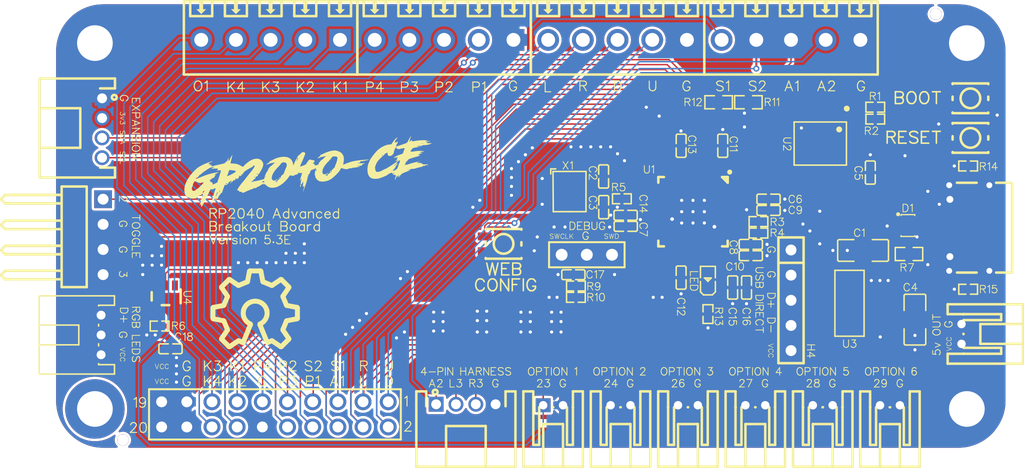
<source format=kicad_pcb>
(kicad_pcb (version 20240108) (generator "pcbnew") (generator_version "8.0")
  (layers (0 "F.Cu" signal) (31 "B.Cu" signal) (34 "B.Paste" user) (35 "F.Paste" user) (36 "B.SilkS" user "B.Silkscreen") (37 "F.SilkS" user "F.Silkscreen") (38 "B.Mask" user) (39 "F.Mask" user) (44 "Edge.Cuts" user))
  (net 0 "")
  (gr_circle (center 42.60037 -4.59994) (end 43.35037 -4.59994) (fill solid) (layer "F.Cu"))
  (gr_poly (pts (xy 4.14426 -7.12571) (xy 4.04266 -7.12317) (xy 3.86588 -7.10996) (xy 3.76529 -7.09777) (xy 3.66471 -7.08202) (xy 3.51536 -7.05256) (xy 3.4168 -7.02818) (xy 3.31927 -7.00125) (xy 3.17449 -6.95401) (xy 3.05562 -6.9088) (xy 2.96214 -6.86968) (xy 2.8702 -6.82701) (xy 2.77977 -6.78129) (xy 2.69087 -6.73252) (xy 2.6035 -6.6807) (xy 2.49682 -6.61212) (xy 2.35254 -6.50849) (xy 2.27329 -6.4455) (xy 2.19557 -6.37946) (xy 2.1021 -6.29361) (xy 2.02996 -6.22249) (xy 1.96037 -6.14883) (xy 1.89331 -6.07263) (xy 1.81305 -5.97458) (xy 1.75209 -5.8933) (xy 1.69367 -5.8105) (xy 1.62458 -5.70382) (xy 1.56006 -5.5946) (xy 1.50063 -5.48284) (xy 1.45592 -5.3914) (xy 1.41478 -5.29894) (xy 1.36753 -5.18109) (xy 1.32537 -5.06171) (xy 1.28879 -4.9403) (xy 1.25679 -4.81736) (xy 1.23494 -4.7183) (xy 1.21666 -4.61822) (xy 1.20192 -4.51815) (xy 1.1877 -4.39216) (xy 1.17805 -4.24027) (xy 1.17602 -4.08787) (xy 1.17906 -3.98627) (xy 1.19024 -3.83489) (xy 1.20497 -3.7089) (xy 1.22072 -3.60832) (xy 1.24002 -3.50875) (xy 1.26288 -3.40969) (xy 1.29539 -3.28726) (xy 1.32537 -3.19074) (xy 1.37668 -3.04698) (xy 1.42494 -2.92963) (xy 1.4671 -2.83718) (xy 1.5118 -2.74675) (xy 1.57276 -2.63499) (xy 1.63779 -2.52628) (xy 1.70789 -2.42062) (xy 1.76682 -2.33832) (xy 1.84454 -2.23774) (xy 1.91008 -2.16001) (xy 1.97764 -2.08432) (xy 2.04774 -2.01117) (xy 2.1209 -1.94056) (xy 2.23418 -1.83896) (xy 2.31241 -1.77495) (xy 2.4135 -1.69824) (xy 2.51764 -1.6256) (xy 2.64668 -1.54482) (xy 2.73507 -1.49453) (xy 2.82498 -1.44729) (xy 2.93928 -1.39293) (xy 3.03225 -1.35229) (xy 3.12674 -1.31521) (xy 3.2705 -1.26593) (xy 3.36804 -1.23698) (xy 3.46608 -1.21107) (xy 3.56514 -1.18872) (xy 3.715 -1.16179) (xy 3.81558 -1.14757) (xy 3.96697 -1.13334) (xy 4.04266 -1.12877) (xy 4.22046 -1.12623) (xy 4.34695 -1.1308) (xy 4.52424 -1.14604) (xy 4.62483 -1.15976) (xy 4.77469 -1.18618) (xy 4.92302 -1.22021) (xy 5.04494 -1.25476) (xy 5.16534 -1.29387) (xy 5.26084 -1.32892) (xy 5.37819 -1.37718) (xy 5.51586 -1.4417) (xy 5.65048 -1.51333) (xy 5.78104 -1.59156) (xy 5.86587 -1.64693) (xy 5.94868 -1.70586) (xy 6.02945 -1.76682) (xy 6.10819 -1.83083) (xy 6.1849 -1.89788) (xy 6.25906 -1.96697) (xy 6.34847 -2.05689) (xy 6.45058 -2.16966) (xy 6.56234 -2.30784) (xy 6.62228 -2.38963) (xy 6.67969 -2.47294) (xy 6.77316 -2.62432) (xy 6.82244 -2.71272) (xy 6.87984 -2.826) (xy 6.94232 -2.96468) (xy 6.97992 -3.05917) (xy 7.01446 -3.15417) (xy 7.04545 -3.25069) (xy 7.07339 -3.34873) (xy 7.09828 -3.44678) (xy 7.11962 -3.54634) (xy 7.14857 -3.7211) (xy 7.16076 -3.82219) (xy 7.17448 -4.02437) (xy 7.176 -4.15137) (xy 7.17092 -4.30326) (xy 7.1628 -4.40486) (xy 7.15213 -4.50545) (xy 7.13333 -4.63092) (xy 7.10946 -4.75538) (xy 7.07999 -4.87883) (xy 7.05307 -4.97687) (xy 7.01446 -5.09778) (xy 6.97992 -5.19277) (xy 6.94232 -5.28726) (xy 6.87984 -5.42594) (xy 6.82244 -5.53923) (xy 6.76046 -5.64946) (xy 6.67969 -5.779) (xy 6.60755 -5.88314) (xy 6.54659 -5.96442) (xy 6.48309 -6.04367) (xy 6.43382 -6.10158) (xy 6.36574 -6.17677) (xy 6.27684 -6.26719) (xy 6.20318 -6.3373) (xy 6.12749 -6.40435) (xy 6.04926 -6.46938) (xy 5.969 -6.53135) (xy 5.8867 -6.59028) (xy 5.78104 -6.66038) (xy 5.65048 -6.73862) (xy 5.51586 -6.81024) (xy 5.37819 -6.87476) (xy 5.26084 -6.92302) (xy 5.16534 -6.95807) (xy 5.04494 -6.99719) (xy 4.92302 -7.03173) (xy 4.77469 -7.06577) (xy 4.62483 -7.09218) (xy 4.52424 -7.1059) (xy 4.34695 -7.12114) (xy 4.27126 -7.1247)) (fill solid) (layer "F.Cu"))
  (gr_circle (center 4.80009 -11.60018) (end 5.55009 -11.60018) (fill solid) (layer "F.Cu"))
  (gr_poly (pts (xy 89.90821 -20.29894) (xy 88.80821 -20.29894) (xy 88.80821 -19.69894) (xy 89.90821 -19.69894)) (fill solid) (layer "F.Cu"))
  (gr_poly (pts (xy 25.32075 -40.0431) (xy 25.47874 -40.0431) (xy 25.63571 -40.06138) (xy 25.78912 -40.09745) (xy 25.93797 -40.15181) (xy 26.07919 -40.22242) (xy 26.21127 -40.30929) (xy 26.33218 -40.41089) (xy 26.44038 -40.5262) (xy 26.53487 -40.6527) (xy 26.61412 -40.78935) (xy 26.6766 -40.93464) (xy 26.72181 -41.08602) (xy 26.74924 -41.24147) (xy 26.75839 -41.39946) (xy 26.74924 -41.55744) (xy 26.72181 -41.71289) (xy 26.6766 -41.86428) (xy 26.61412 -42.00956) (xy 26.53487 -42.14622) (xy 26.44038 -42.27271) (xy 26.33218 -42.38802) (xy 26.21127 -42.48962) (xy 26.07919 -42.57649) (xy 25.93797 -42.6471) (xy 25.78912 -42.70146) (xy 25.63571 -42.73753) (xy 25.47874 -42.75582) (xy 25.32075 -42.75582) (xy 25.16378 -42.73753) (xy 25.00985 -42.70146) (xy 24.86152 -42.6471) (xy 24.72029 -42.57649) (xy 24.58821 -42.48962) (xy 24.46731 -42.38802) (xy 24.3586 -42.27271) (xy 24.26411 -42.14622) (xy 24.18537 -42.00956) (xy 24.12288 -41.86428) (xy 24.07716 -41.71289) (xy 24.04973 -41.55744) (xy 24.04059 -41.39946) (xy 24.04973 -41.24147) (xy 24.07716 -41.08602) (xy 24.12288 -40.93464) (xy 24.18537 -40.78935) (xy 24.26411 -40.6527) (xy 24.3586 -40.5262) (xy 24.46731 -40.41089) (xy 24.58821 -40.30929) (xy 24.72029 -40.22242) (xy 24.86152 -40.15181) (xy 25.00985 -40.09745) (xy 25.16378 -40.06138)) (fill solid) (layer "F.Cu"))
  (gr_circle (center 61.09995 -33.69995) (end 61.40475 -33.69995) (fill solid) (layer "F.Cu"))
  (gr_circle (center 30.86658 -13.06652) (end 31.17138 -13.06652) (fill solid) (layer "F.Cu"))
  (gr_circle (center 92.13773 -4.12597) (end 93.93873 -4.12597) (fill solid) (layer "F.Cu"))
  (gr_poly (pts (xy 57.18686 -25.6198) (xy 56.62126 -25.6198) (xy 56.62126 -25.0798) (xy 57.18686 -25.0798)) (fill solid) (layer "F.Cu"))
  (gr_circle (center 65.65595 -22.90698) (end 65.96075 -22.90698) (fill solid) (layer "F.Cu"))
  (gr_poly (pts (xy 85.77681 -15.17548) (xy 86.40419 -15.17548) (xy 86.40419 -15.7419) (xy 86.04148 -15.7419) (xy 85.97849 -15.73479) (xy 85.92362 -15.71599) (xy 85.87486 -15.685) (xy 85.83371 -15.64436) (xy 85.80272 -15.59509) (xy 85.78392 -15.54073) (xy 85.77681 -15.47723)) (fill solid) (layer "F.Cu"))
  (gr_circle (center 46.1998 -27.49981) (end 46.5046 -27.49981) (fill solid) (layer "F.Cu"))
  (gr_poly (pts (xy 82.66983 -27.84993) (xy 82.12983 -27.84993) (xy 82.12983 -27.05983) (xy 82.66983 -27.05983)) (fill solid) (layer "F.Cu"))
  (gr_poly (pts (xy 5.64991 -36.24929) (xy 4.14991 -36.24929) (xy 4.14991 -34.74929) (xy 5.64991 -34.74929)) (fill solid) (layer "F.Cu"))
  (gr_poly (pts (xy 61.51304 -21.94958) (xy 60.41304 -21.94958) (xy 60.41304 -21.74958) (xy 61.51304 -21.74958)) (fill solid) (layer "F.Cu"))
  (gr_poly (pts (xy 74.25334 -11.45082) (xy 74.54646 -11.45082) (xy 74.6887 -11.45997) (xy 74.82586 -11.48588) (xy 74.95794 -11.52906) (xy 75.08392 -11.58849) (xy 75.20178 -11.66317) (xy 75.30896 -11.75156) (xy 75.40447 -11.85316) (xy 75.48625 -11.96594) (xy 75.55331 -12.08786) (xy 75.60462 -12.2174) (xy 75.63916 -12.35202) (xy 75.65644 -12.49019) (xy 75.65644 -12.62989) (xy 75.63916 -12.76807) (xy 75.60462 -12.90269) (xy 75.55331 -13.03223) (xy 75.48625 -13.15415) (xy 75.40447 -13.26692) (xy 75.30896 -13.36852) (xy 75.20178 -13.45692) (xy 75.08392 -13.53159) (xy 74.95794 -13.59103) (xy 74.82586 -13.63421) (xy 74.6887 -13.66012) (xy 74.54646 -13.66926) (xy 74.25334 -13.66926) (xy 74.1111 -13.66012) (xy 73.97394 -13.63421) (xy 73.84186 -13.59103) (xy 73.71588 -13.53159) (xy 73.59802 -13.45692) (xy 73.49083 -13.36852) (xy 73.39533 -13.26692) (xy 73.31354 -13.15415) (xy 73.24648 -13.03223) (xy 73.19518 -12.90269) (xy 73.16063 -12.76807) (xy 73.14336 -12.62989) (xy 73.14336 -12.49019) (xy 73.16063 -12.35202) (xy 73.19518 -12.2174) (xy 73.24648 -12.08786) (xy 73.31354 -11.96594) (xy 73.39533 -11.85316) (xy 73.49083 -11.75156) (xy 73.59802 -11.66317) (xy 73.71588 -11.58849) (xy 73.84186 -11.52906) (xy 73.97394 -11.48588) (xy 74.1111 -11.45997)) (fill solid) (layer "F.Cu"))
  (gr_circle (center 50.24983 -11.89989) (end 50.55463 -11.89989) (fill solid) (layer "F.Cu"))
  (gr_circle (center 5.00126 -22.7711) (end 5.90126 -22.7711) (fill solid) (layer "F.Cu"))
  (gr_circle (center 56.88075 -24.50363) (end 57.18555 -24.50363) (fill solid) (layer "F.Cu"))
  (gr_circle (center 56.33999 -19.69998) (end 57.33999 -19.69998) (fill solid) (layer "F.Cu"))
  (gr_circle (center 67.3989 -41.39945) (end 68.4989 -41.39945) (fill solid) (layer "F.Cu"))
  (gr_poly (pts (xy 70.18273 -16.24185) (xy 69.64273 -16.24185) (xy 69.64273 -15.45175) (xy 70.18273 -15.45175)) (fill solid) (layer "F.Cu"))
  (gr_circle (center 38.34968 -13.89989) (end 38.65448 -13.89989) (fill solid) (layer "F.Cu"))
  (gr_poly (pts (xy 68.71106 -17.19783) (xy 69.04177 -17.19783) (xy 69.04177 -17.32635) (xy 69.03466 -17.38934) (xy 69.01535 -17.44421) (xy 68.98487 -17.49298) (xy 68.94372 -17.53412) (xy 68.89496 -17.56511) (xy 68.84009 -17.58391) (xy 68.7771 -17.59102) (xy 68.71106 -17.59102)) (fill solid) (layer "F.Cu"))
  (gr_poly (pts (xy 66.41304 -21.04957) (xy 66.21304 -21.04957) (xy 66.21304 -19.94957) (xy 66.41304 -19.94957)) (fill solid) (layer "F.Cu"))
  (gr_circle (center 31.22675 -4.84886) (end 32.07675 -4.84886) (fill solid) (layer "F.Cu"))
  (gr_circle (center 49.90084 -41.39945) (end 51.00084 -41.39945) (fill solid) (layer "F.Cu"))
  (gr_circle (center 56.09996 -22.49982) (end 56.40476 -22.49982) (fill solid) (layer "F.Cu"))
  (gr_poly (pts (xy 90.36668 -17.47676) (xy 90.42492 -17.4854) (xy 90.48204 -17.49971) (xy 90.53748 -17.51954) (xy 90.59071 -17.54472) (xy 90.64121 -17.57499) (xy 90.68851 -17.61006) (xy 90.73213 -17.64961) (xy 90.77168 -17.69323) (xy 90.80675 -17.74053) (xy 90.83702 -17.79103) (xy 90.8622 -17.84426) (xy 90.88203 -17.8997) (xy 90.89634 -17.95682) (xy 90.90498 -18.01506) (xy 90.90787 -18.07387) (xy 90.90498 -18.13268) (xy 90.89634 -18.19092) (xy 90.88203 -18.24804) (xy 90.8622 -18.30348) (xy 90.83702 -18.35671) (xy 90.80675 -18.40721) (xy 90.77168 -18.45451) (xy 90.73213 -18.49813) (xy 90.68851 -18.53768) (xy 90.64121 -18.57275) (xy 90.59071 -18.60302) (xy 90.53748 -18.6282) (xy 90.48204 -18.64803) (xy 90.42492 -18.66234) (xy 90.36668 -18.67098) (xy 90.30787 -18.67387) (xy 89.90787 -18.67387) (xy 89.50787 -18.67387) (xy 89.44906 -18.67098) (xy 89.39082 -18.66234) (xy 89.3337 -18.64803) (xy 89.27826 -18.6282) (xy 89.22503 -18.60302) (xy 89.17453 -18.57275) (xy 89.12723 -18.53768) (xy 89.08361 -18.49813) (xy 89.04406 -18.45451) (xy 89.00899 -18.40721) (xy 88.97872 -18.35671) (xy 88.95354 -18.30348) (xy 88.93371 -18.24804) (xy 88.9194 -18.19092) (xy 88.91076 -18.13268) (xy 88.90787 -18.07387) (xy 88.91076 -18.01506) (xy 88.9194 -17.95682) (xy 88.93371 -17.8997) (xy 88.95354 -17.84426) (xy 88.97872 -17.79103) (xy 89.00899 -17.74053) (xy 89.04406 -17.69323) (xy 89.08361 -17.64961) (xy 89.12723 -17.61006) (xy 89.17453 -17.57499) (xy 89.22503 -17.54472) (xy 89.27826 -17.51954) (xy 89.3337 -17.49971) (xy 89.39082 -17.4854) (xy 89.44906 -17.47676) (xy 89.50787 -17.47387) (xy 90.30787 -17.47387)) (fill solid) (layer "F.Cu"))
  (gr_poly (pts (xy 61.51304 -22.74943) (xy 60.41304 -22.74943) (xy 60.41304 -22.54943) (xy 61.51304 -22.54943)) (fill solid) (layer "F.Cu"))
  (gr_circle (center 42.29988 -24.49982) (end 42.60468 -24.49982) (fill solid) (layer "F.Cu"))
  (gr_poly (pts (xy 87.7639 -12.298) (xy 86.0359 -12.298) (xy 86.0359 -10.813) (xy 87.7639 -10.813)) (fill solid) (layer "F.Cu"))
  (gr_circle (center 64.5132 -25.19222) (end 64.818 -25.19222) (fill solid) (layer "F.Cu"))
  (gr_poly (pts (xy 68.61285 -25.94957) (xy 67.51285 -25.94957) (xy 67.51285 -25.74957) (xy 68.61285 -25.74957)) (fill solid) (layer "F.Cu"))
  (gr_circle (center 10.8999 -20.55012) (end 11.2047 -20.55012) (fill solid) (layer "F.Cu"))
  (gr_poly (pts (xy 5.55009 -14.35017) (xy 4.05009 -14.35017) (xy 4.05009 -12.85017) (xy 5.55009 -12.85017)) (fill solid) (layer "F.Cu"))
  (gr_poly (pts (xy 89.90821 -23.29879) (xy 88.80821 -23.29879) (xy 88.80821 -22.99879) (xy 89.90821 -22.99879)) (fill solid) (layer "F.Cu"))
  (gr_poly (pts (xy 62.78372 -31.51378) (xy 63.11442 -31.51378) (xy 63.11442 -31.90697) (xy 63.04889 -31.90697) (xy 62.98539 -31.89986) (xy 62.93104 -31.88055) (xy 62.88176 -31.85007) (xy 62.84112 -31.80892) (xy 62.81013 -31.76016) (xy 62.79083 -31.70529) (xy 62.78372 -31.6423)) (fill solid) (layer "F.Cu"))
  (gr_poly (pts (xy 82.66988 -28.94007) (xy 82.12988 -28.94007) (xy 82.12988 -28.14997) (xy 82.66988 -28.14997)) (fill solid) (layer "F.Cu"))
  (gr_poly (pts (xy 10.86662 -9.6713) (xy 10.99464 -9.6713) (xy 10.99464 -10.00201) (xy 10.60145 -10.00201) (xy 10.60145 -9.93648) (xy 10.60856 -9.87298) (xy 10.62786 -9.81862) (xy 10.65885 -9.76934) (xy 10.69949 -9.7287) (xy 10.74877 -9.69771) (xy 10.80312 -9.67892)) (fill solid) (layer "F.Cu"))
  (gr_poly (pts (xy 55.7022 -23.30551) (xy 55.76824 -23.30551) (xy 55.83123 -23.31262) (xy 55.88609 -23.33193) (xy 55.93486 -23.36241) (xy 55.97601 -23.40356) (xy 56.00649 -23.45232) (xy 56.02579 -23.50719) (xy 56.0329 -23.57018) (xy 56.0329 -23.6987) (xy 55.7022 -23.6987)) (fill solid) (layer "F.Cu"))
  (gr_circle (center 77.29981 -20.80005) (end 77.60461 -20.80005) (fill solid) (layer "F.Cu"))
  (gr_circle (center 25.29992 -18.89988) (end 25.60472 -18.89988) (fill solid) (layer "F.Cu"))
  (gr_poly (pts (xy 11.65083 -10.47064) (xy 10.86073 -10.47064) (xy 10.86073 -9.93064) (xy 11.65083 -9.93064)) (fill solid) (layer "F.Cu"))
  (gr_poly (pts (xy 92.1191 -16.48767) (xy 91.5535 -16.48767) (xy 91.5535 -15.94767) (xy 92.1191 -15.94767)) (fill solid) (layer "F.Cu"))
  (gr_circle (center 31.22675 -2.30886) (end 32.07675 -2.30886) (fill solid) (layer "F.Cu"))
  (gr_poly (pts (xy 65.61295 -28.14963) (xy 65.41295 -28.14963) (xy 65.41295 -27.04963) (xy 65.61295 -27.04963)) (fill solid) (layer "F.Cu"))
  (gr_circle (center 25.39949 -41.39945) (end 26.49949 -41.39945) (fill solid) (layer "F.Cu"))
  (gr_circle (center 75.59979 -22.80005) (end 75.90459 -22.80005) (fill solid) (layer "F.Cu"))
  (gr_circle (center 63.37045 -24.04948) (end 63.67525 -24.04948) (fill solid) (layer "F.Cu"))
  (gr_circle (center 69.69988 -33.99967) (end 70.00468 -33.99967) (fill solid) (layer "F.Cu"))
  (gr_poly (pts (xy 11.95679 -13.64132) (xy 12.03756 -13.64132) (xy 12.03756 -14.08734) (xy 11.69212 -14.08734) (xy 11.69212 -13.9065) (xy 11.69924 -13.843) (xy 11.71803 -13.78864) (xy 11.74902 -13.73936) (xy 11.79017 -13.69872) (xy 11.83894 -13.66774) (xy 11.89329 -13.64843)) (fill solid) (layer "F.Cu"))
  (gr_poly (pts (xy 56.51398 -23.88514) (xy 56.90666 -23.88514) (xy 56.90666 -24.21585) (xy 56.77865 -24.21585) (xy 56.71515 -24.20874) (xy 56.66079 -24.18943) (xy 56.61152 -24.15844) (xy 56.57088 -24.1178) (xy 56.53989 -24.06853) (xy 56.52109 -24.01417) (xy 56.51398 -23.95118)) (fill solid) (layer "F.Cu"))
  (gr_circle (center 89.35796 -24.79903) (end 89.66276 -24.79903) (fill solid) (layer "F.Cu"))
  (gr_poly (pts (xy 65.21315 -21.04957) (xy 65.01315 -21.04957) (xy 65.01315 -19.94957) (xy 65.21315 -19.94957)) (fill solid) (layer "F.Cu"))
  (gr_circle (center 48.29987 -30.49981) (end 48.60467 -30.49981) (fill solid) (layer "F.Cu"))
  (gr_circle (center 51.59984 -22.49982) (end 51.90464 -22.49982) (fill solid) (layer "F.Cu"))
  (gr_poly (pts (xy 61.51304 -26.34962) (xy 60.41304 -26.34962) (xy 60.41304 -26.14962) (xy 61.51304 -26.14962)) (fill solid) (layer "F.Cu"))
  (gr_circle (center 69.91273 -14.75308) (end 70.21753 -14.75308) (fill solid) (layer "F.Cu"))
  (gr_poly (pts (xy 51.79217 -27.88155) (xy 50.59217 -27.88155) (xy 50.59217 -26.48155) (xy 51.79217 -26.48155)) (fill solid) (layer "F.Cu"))
  (gr_circle (center 78.59953 -4.50087) (end 79.29953 -4.50087) (fill solid) (layer "F.Cu"))
  (gr_circle (center 71.79995 -4.50087) (end 72.49995 -4.50087) (fill solid) (layer "F.Cu"))
  (gr_poly (pts (xy 10.54994 -12.76997) (xy 9.98434 -12.76997) (xy 9.98434 -12.22997) (xy 10.54994 -12.22997)) (fill solid) (layer "F.Cu"))
  (gr_poly (pts (xy 48.40173 -20.9997) (xy 48.36261 -21.00783) (xy 48.32959 -21.02967) (xy 48.30775 -21.06269) (xy 48.30013 -21.1013) (xy 48.30013 -24.08986) (xy 48.28997 -24.10002) (xy 41.41825 -24.10002) (xy 41.37914 -24.10764) (xy 41.34662 -24.12949) (xy 41.32427 -24.16251) (xy 41.31665 -24.20162) (xy 41.32427 -24.24023) (xy 41.34662 -24.27325) (xy 48.10963 -31.03575) (xy 48.14265 -31.05759) (xy 48.18126 -31.06521) (xy 56.52008 -31.06521) (xy 56.55868 -31.05759) (xy 56.5917 -31.03575) (xy 58.03595 -29.5915) (xy 58.05779 -29.55848) (xy 58.06541 -29.51988) (xy 58.06541 -26.90622) (xy 58.07354 -26.83154) (xy 58.09488 -26.7655) (xy 58.12028 -26.7213) (xy 58.13348 -26.68219) (xy 58.12942 -26.64053) (xy 58.10961 -26.60446) (xy 58.07659 -26.57906) (xy 58.03646 -26.5689) (xy 57.99531 -26.57602) (xy 57.96076 -26.59888) (xy 57.90031 -26.65882) (xy 57.83783 -26.70962) (xy 57.77128 -26.74366) (xy 57.69762 -26.76347) (xy 57.63869 -26.76804) (xy 56.94476 -26.76804) (xy 56.90565 -26.77566) (xy 56.87263 -26.7975) (xy 56.35955 -27.31058) (xy 56.29706 -27.36138) (xy 56.2295 -27.39593) (xy 56.17768 -27.41117) (xy 56.1086 -27.41828) (xy 56.07558 -27.42793) (xy 56.04764 -27.44724) (xy 56.02782 -27.47518) (xy 56.01766 -27.51328) (xy 55.99734 -27.5722) (xy 55.99125 -27.60573) (xy 55.99734 -27.63926) (xy 56.01766 -27.69819) (xy 56.02478 -27.76118) (xy 56.02478 -27.8897) (xy 55.69458 -27.8897) (xy 55.69458 -27.81604) (xy 55.68645 -27.77744) (xy 55.6646 -27.74442) (xy 55.63158 -27.72257) (xy 55.59298 -27.71444) (xy 55.39892 -27.71444) (xy 55.36031 -27.72257) (xy 55.32729 -27.74442) (xy 55.30494 -27.77744) (xy 55.29732 -27.81604) (xy 55.29732 -27.8897) (xy 54.96661 -27.8897) (xy 54.96661 -27.76118) (xy 54.97372 -27.69819) (xy 54.99455 -27.63926) (xy 55.00014 -27.60573) (xy 54.99455 -27.5722) (xy 54.97372 -27.51328) (xy 54.96661 -27.44978) (xy 54.96661 -27.11856) (xy 54.95899 -27.07944) (xy 54.93715 -27.04642) (xy 54.48808 -26.59735) (xy 54.45506 -26.57551) (xy 54.41645 -26.56789) (xy 53.90286 -26.56789) (xy 53.86374 -26.57551) (xy 53.83072 -26.59735) (xy 53.80888 -26.63037) (xy 53.80126 -26.66949) (xy 53.80126 -27.87599) (xy 53.79415 -27.93898) (xy 53.77484 -27.99384) (xy 53.74386 -28.04261) (xy 53.70322 -28.08376) (xy 53.65394 -28.11424) (xy 53.59958 -28.13354) (xy 53.53608 -28.14066) (xy 52.34787 -28.14066) (xy 52.28437 -28.13354) (xy 52.23002 -28.11424) (xy 52.18074 -28.08376) (xy 52.13908 -28.0416) (xy 52.10606 -28.01975) (xy 52.06695 -28.01162) (xy 52.02834 -28.01975) (xy 51.99532 -28.0416) (xy 51.95316 -28.08376) (xy 51.90439 -28.11424) (xy 51.84952 -28.13354) (xy 51.78653 -28.14066) (xy 50.59781 -28.14066) (xy 50.53482 -28.13354) (xy 50.47996 -28.11424) (xy 50.43119 -28.08376) (xy 50.39004 -28.04261) (xy 50.35905 -27.99384) (xy 50.34026 -27.93898) (xy 50.33314 -27.87599) (xy 50.33314 -26.48712) (xy 50.34026 -26.42412) (xy 50.35905 -26.36926) (xy 50.39004 -26.32049) (xy 50.43119 -26.27934) (xy 50.47996 -26.24886) (xy 50.53482 -26.22956) (xy 50.59781 -26.22245) (xy 51.60111 -26.22245) (xy 51.64023 -26.21483) (xy 51.67325 -26.19298) (xy 51.75148 -26.11424) (xy 51.77383 -26.08122) (xy 51.78145 -26.04211) (xy 51.77383 -26.0035) (xy 51.75148 -25.97048) (xy 51.71846 -25.94864) (xy 51.67985 -25.94051) (xy 50.59781 -25.94051) (xy 50.53482 -25.9334) (xy 50.47996 -25.9146) (xy 50.43119 -25.88361) (xy 50.39004 -25.84297) (xy 50.35905 -25.7937) (xy 50.34026 -25.73934) (xy 50.33314 -25.67584) (xy 50.33314 -24.28748) (xy 50.34026 -24.22398) (xy 50.35905 -24.16962) (xy 50.39004 -24.12034) (xy 50.43119 -24.0797) (xy 50.47996 -24.04872) (xy 50.53482 -24.02992) (xy 50.59781 -24.0223) (xy 51.78653 -24.0223) (xy 51.84952 -24.02992) (xy 51.90439 -24.04872) (xy 51.95316 -24.0797) (xy 51.99532 -24.12136) (xy 52.02834 -24.14371) (xy 52.06695 -24.15133) (xy 52.10606 -24.14371) (xy 52.13908 -24.12136) (xy 52.18074 -24.0797) (xy 52.23002 -24.04872) (xy 52.28437 -24.02992) (xy 52.34787 -24.02281) (xy 52.48148 -24.02281) (xy 52.52008 -24.01468) (xy 52.5531 -23.99284) (xy 52.57546 -23.95982) (xy 52.58308 -23.92121) (xy 52.58308 -23.68804) (xy 52.5912 -23.60828) (xy 52.61457 -23.53665) (xy 52.65267 -23.47061) (xy 52.69077 -23.42591) (xy 53.07939 -23.03729) (xy 53.14188 -22.987) (xy 53.20842 -22.95296) (xy 53.28208 -22.93315) (xy 53.34101 -22.92858) (xy 54.09387 -22.92858) (xy 54.17362 -22.9367) (xy 54.24474 -22.96007) (xy 54.31078 -22.99817) (xy 54.356 -23.03627) (xy 54.73039 -23.41067) (xy 54.78068 -23.47315) (xy 54.79897 -23.50922) (xy 54.82336 -23.54021) (xy 54.85739 -23.55951) (xy 54.89651 -23.56459) (xy 54.9341 -23.55443) (xy 54.9656 -23.53056) (xy 54.98541 -23.49652) (xy 55.00065 -23.45232) (xy 55.03164 -23.40356) (xy 55.07278 -23.36241) (xy 55.12155 -23.33193) (xy 55.17642 -23.31262) (xy 55.23941 -23.30551) (xy 55.30545 -23.30551) (xy 55.30545 -23.6987) (xy 54.9407 -23.6987) (xy 54.9021 -23.70632) (xy 54.86908 -23.72868) (xy 54.84672 -23.76119) (xy 54.8391 -23.8003) (xy 54.8391 -24.11933) (xy 54.84672 -24.15794) (xy 54.86908 -24.19096) (xy 54.9021 -24.2128) (xy 54.9407 -24.22093) (xy 55.30545 -24.22093) (xy 55.30545 -24.29408) (xy 55.31307 -24.3332) (xy 55.33491 -24.36622) (xy 55.36793 -24.38806) (xy 55.40705 -24.39568) (xy 55.6006 -24.39568) (xy 55.63971 -24.38806) (xy 55.67273 -24.36622) (xy 55.69458 -24.3332) (xy 55.7022 -24.29408) (xy 55.7022 -24.22093) (xy 56.0329 -24.22093) (xy 56.0329 -24.34894) (xy 56.02579 -24.41244) (xy 56.00496 -24.47137) (xy 55.99938 -24.5049) (xy 56.00496 -24.53843) (xy 56.03697 -24.63596) (xy 56.05932 -24.66492) (xy 56.09082 -24.68422) (xy 56.12688 -24.69083) (xy 56.59882 -24.69083) (xy 56.67857 -24.69896) (xy 56.74969 -24.72232) (xy 56.81573 -24.76042) (xy 56.85739 -24.79598) (xy 56.88838 -24.81427) (xy 56.92343 -24.82088) (xy 57.18098 -24.82088) (xy 57.24448 -24.82799) (xy 57.30341 -24.84831) (xy 57.33694 -24.8544) (xy 57.37047 -24.84831) (xy 57.4294 -24.82799) (xy 57.49239 -24.82088) (xy 57.74893 -24.82088) (xy 57.78804 -24.81275) (xy 57.82106 -24.7909) (xy 58.22289 -24.38908) (xy 58.24474 -24.35606) (xy 58.25236 -24.31745) (xy 58.24474 -24.27833) (xy 58.22289 -24.24531) (xy 58.18987 -24.22347) (xy 58.15076 -24.21585) (xy 57.86882 -24.21585) (xy 57.80532 -24.20874) (xy 57.74639 -24.18791) (xy 57.71286 -24.18232) (xy 57.67933 -24.18791) (xy 57.6204 -24.20874) (xy 57.55741 -24.21585) (xy 57.42889 -24.21585) (xy 57.42889 -23.88514) (xy 57.50255 -23.88514) (xy 57.54116 -23.87752) (xy 57.57418 -23.85517) (xy 57.59602 -23.82266) (xy 57.60415 -23.78354) (xy 57.60415 -23.58948) (xy 57.59602 -23.55088) (xy 57.57418 -23.51786) (xy 57.54116 -23.49601) (xy 57.50255 -23.48788) (xy 57.42889 -23.48788) (xy 57.42889 -23.24658) (xy 57.43803 -23.22322) (xy 57.44108 -23.19832) (xy 57.44108 -22.76602) (xy 57.51423 -22.76602) (xy 57.55335 -22.7584) (xy 57.58637 -22.73655) (xy 57.60821 -22.70353) (xy 57.61583 -22.66442) (xy 57.61583 -22.47087) (xy 57.60821 -22.43175) (xy 57.58637 -22.39873) (xy 57.55335 -22.37689) (xy 57.51423 -22.36927) (xy 57.44108 -22.36927) (xy 57.44108 -22.26157) (xy 57.43346 -22.22246) (xy 57.41111 -22.18944) (xy 57.37809 -22.16759) (xy 57.33948 -22.15997) (xy 57.02046 -22.15997) (xy 56.98185 -22.16759) (xy 56.94883 -22.18944) (xy 56.92648 -22.22246) (xy 56.91886 -22.26157) (xy 56.91886 -22.36927) (xy 56.52566 -22.36927) (xy 56.52566 -22.30323) (xy 56.52922 -22.27275) (xy 56.52516 -22.23058) (xy 56.50382 -22.19401) (xy 56.46978 -22.16861) (xy 56.42813 -22.15997) (xy 52.00446 -22.15997) (xy 51.9242 -22.15134) (xy 51.85308 -22.12848) (xy 51.78704 -22.09038) (xy 51.74234 -22.05177) (xy 51.0098 -21.31974) (xy 50.95951 -21.25726) (xy 50.92547 -21.1902) (xy 50.90566 -21.11654) (xy 50.90363 -21.09368) (xy 50.89398 -21.0571) (xy 50.87162 -21.02713) (xy 50.83962 -21.00681) (xy 50.80254 -20.9997)) (fill solid) (layer "F.Cu"))
  (gr_poly (pts (xy 66.4184 -18.33697) (xy 65.6184 -18.33697) (xy 65.6184 -17.53697) (xy 66.4184 -17.53697)) (fill solid) (layer "F.Cu"))
  (gr_poly (pts (xy 64.8131 -28.14963) (xy 64.6131 -28.14963) (xy 64.6131 -27.04963) (xy 64.8131 -27.04963)) (fill solid) (layer "F.Cu"))
  (gr_circle (center 53.19979 -30.59988) (end 53.50459 -30.59988) (fill solid) (layer "F.Cu"))
  (gr_circle (center 86.89975 -10.10005) (end 87.20455 -10.10005) (fill solid) (layer "F.Cu"))
  (gr_circle (center 5.00126 -20.2311) (end 5.90126 -20.2311) (fill solid) (layer "F.Cu"))
  (gr_poly (pts (xy 68.94931 -34.40887) (xy 69.08139 -34.40887) (xy 69.08139 -34.82035) (xy 68.11772 -34.82086) (xy 68.11772 -34.40937) (xy 68.2498 -34.40937) (xy 68.3133 -34.41649) (xy 68.36765 -34.43528) (xy 68.41693 -34.46627) (xy 68.45757 -34.50691) (xy 68.48856 -34.55619) (xy 68.5038 -34.59937) (xy 68.52513 -34.63493) (xy 68.55866 -34.6588) (xy 68.5993 -34.66744) (xy 68.63994 -34.6588) (xy 68.67398 -34.63493) (xy 68.69531 -34.59937) (xy 68.71055 -34.55568) (xy 68.74154 -34.50691) (xy 68.78218 -34.46576) (xy 68.83146 -34.43528) (xy 68.88581 -34.41598)) (fill solid) (layer "F.Cu"))
  (gr_poly (pts (xy 82.12531 -13.99082) (xy 82.68106 -13.99082) (xy 82.68106 -14.46123) (xy 81.86064 -14.46123) (xy 81.86064 -14.25549) (xy 81.86775 -14.1925) (xy 81.88706 -14.13764) (xy 81.91753 -14.08887) (xy 81.95868 -14.04772) (xy 82.00745 -14.01724) (xy 82.06231 -13.99794)) (fill solid) (layer "F.Cu"))
  (gr_poly (pts (xy 90.36668 -26.12673) (xy 90.42492 -26.13537) (xy 90.48204 -26.14968) (xy 90.53748 -26.16951) (xy 90.59071 -26.19469) (xy 90.64121 -26.22496) (xy 90.68851 -26.26003) (xy 90.73213 -26.29958) (xy 90.77168 -26.3432) (xy 90.80675 -26.3905) (xy 90.83702 -26.441) (xy 90.8622 -26.49423) (xy 90.88203 -26.54967) (xy 90.89634 -26.60679) (xy 90.90498 -26.66503) (xy 90.90787 -26.72384) (xy 90.90498 -26.78265) (xy 90.89634 -26.84089) (xy 90.88203 -26.89801) (xy 90.8622 -26.95345) (xy 90.83702 -27.00668) (xy 90.80675 -27.05718) (xy 90.77168 -27.10448) (xy 90.73213 -27.1481) (xy 90.68851 -27.18765) (xy 90.64121 -27.22272) (xy 90.59071 -27.25299) (xy 90.53748 -27.27817) (xy 90.48204 -27.298) (xy 90.42492 -27.31231) (xy 90.36668 -27.32095) (xy 90.30787 -27.32384) (xy 89.90787 -27.32384) (xy 89.50787 -27.32384) (xy 89.44906 -27.32095) (xy 89.39082 -27.31231) (xy 89.3337 -27.298) (xy 89.27826 -27.27817) (xy 89.22503 -27.25299) (xy 89.17453 -27.22272) (xy 89.12723 -27.18765) (xy 89.08361 -27.1481) (xy 89.04406 -27.10448) (xy 89.00899 -27.05718) (xy 88.97872 -27.00668) (xy 88.95354 -26.95345) (xy 88.93371 -26.89801) (xy 88.9194 -26.84089) (xy 88.91076 -26.78265) (xy 88.90787 -26.72384) (xy 88.91076 -26.66503) (xy 88.9194 -26.60679) (xy 88.93371 -26.54967) (xy 88.95354 -26.49423) (xy 88.97872 -26.441) (xy 89.00899 -26.3905) (xy 89.04406 -26.3432) (xy 89.08361 -26.29958) (xy 89.12723 -26.26003) (xy 89.17453 -26.22496) (xy 89.22503 -26.19469) (xy 89.27826 -26.16951) (xy 89.3337 -26.14968) (xy 89.39082 -26.13537) (xy 89.44906 -26.12673) (xy 89.50787 -26.12384) (xy 90.30787 -26.12384)) (fill solid) (layer "F.Cu"))
  (gr_poly (pts (xy 82.59825 -26.80055) (xy 82.6643 -26.80055) (xy 82.72729 -26.80766) (xy 82.78215 -26.82697) (xy 82.83092 -26.85796) (xy 82.87207 -26.8986) (xy 82.90255 -26.94787) (xy 82.92185 -27.00223) (xy 82.92896 -27.06573) (xy 82.92896 -27.19374) (xy 82.59825 -27.19374)) (fill solid) (layer "F.Cu"))
  (gr_poly (pts (xy 4.46125 -32.59277) (xy 4.46125 -33.06064) (xy 3.99389 -33.06064) (xy 4.01523 -33.01441) (xy 4.08787 -32.90062) (xy 4.17474 -32.798) (xy 4.27482 -32.70758) (xy 4.38556 -32.63138)) (fill solid) (layer "F.Cu"))
  (gr_poly (pts (xy 63.21315 -21.04957) (xy 63.01315 -21.04957) (xy 63.01315 -19.94957) (xy 63.21315 -19.94957)) (fill solid) (layer "F.Cu"))
  (gr_circle (center 42.90009 -41.39945) (end 44.00009 -41.39945) (fill solid) (layer "F.Cu"))
  (gr_circle (center 80.07731 -20.13381) (end 80.38211 -20.13381) (fill solid) (layer "F.Cu"))
  (gr_circle (center 19.60016 -18.89988) (end 19.90496 -18.89988) (fill solid) (layer "F.Cu"))
  (gr_poly (pts (xy 87.46209 -23.50865) (xy 86.76209 -23.50865) (xy 86.76209 -23.08865) (xy 87.46209 -23.08865)) (fill solid) (layer "F.Cu"))
  (gr_poly (pts (xy 69.91299 -14.18945) (xy 70.01052 -14.19809) (xy 70.10552 -14.22349) (xy 70.19442 -14.26514) (xy 70.27519 -14.32153) (xy 70.34428 -14.39062) (xy 70.40067 -14.47139) (xy 70.44232 -14.56029) (xy 70.46772 -14.65529) (xy 70.47636 -14.75282) (xy 70.46772 -14.85087) (xy 70.44232 -14.94586) (xy 70.40067 -15.03476) (xy 70.37628 -15.07744) (xy 70.37171 -15.10792) (xy 70.37171 -15.24101) (xy 70.37578 -15.26895) (xy 70.38746 -15.29486) (xy 70.4154 -15.33956) (xy 70.4347 -15.39443) (xy 70.44181 -15.45742) (xy 70.44181 -16.23618) (xy 70.4347 -16.29968) (xy 70.41388 -16.35861) (xy 70.40829 -16.39214) (xy 70.41388 -16.42567) (xy 70.4347 -16.4846) (xy 70.44181 -16.54759) (xy 70.44181 -16.67611) (xy 70.11111 -16.67611) (xy 70.11111 -16.60245) (xy 70.10349 -16.56384) (xy 70.08164 -16.53082) (xy 70.04862 -16.50898) (xy 70.00951 -16.50085) (xy 69.81596 -16.50085) (xy 69.77684 -16.50898) (xy 69.74382 -16.53082) (xy 69.72198 -16.56384) (xy 69.71436 -16.60245) (xy 69.71436 -16.67611) (xy 69.38365 -16.67611) (xy 69.38365 -16.54759) (xy 69.39076 -16.4846) (xy 69.41159 -16.42567) (xy 69.41718 -16.39214) (xy 69.41159 -16.35861) (xy 69.39076 -16.29968) (xy 69.38365 -16.23618) (xy 69.38365 -15.45742) (xy 69.39076 -15.39443) (xy 69.41007 -15.33956) (xy 69.43801 -15.29486) (xy 69.44969 -15.26895) (xy 69.45375 -15.24101) (xy 69.45375 -15.10792) (xy 69.44918 -15.07744) (xy 69.4248 -15.03476) (xy 69.38314 -14.94586) (xy 69.35774 -14.85087) (xy 69.34911 -14.75282) (xy 69.35774 -14.65529) (xy 69.38314 -14.56029) (xy 69.4248 -14.47139) (xy 69.48119 -14.39062) (xy 69.55028 -14.32153) (xy 69.63105 -14.26514) (xy 69.71995 -14.22349) (xy 69.81494 -14.19809)) (fill solid) (layer "F.Cu"))
  (gr_circle (center 59.19977 -23.24988) (end 59.50457 -23.24988) (fill solid) (layer "F.Cu"))
  (gr_circle (center 13.44676 -4.84886) (end 14.29676 -4.84886) (fill solid) (layer "F.Cu"))
  (gr_poly (pts (xy 63.75038 -5.20087) (xy 62.25038 -5.20087) (xy 62.25038 -3.80087) (xy 63.75038 -3.80087)) (fill solid) (layer "F.Cu"))
  (gr_poly (pts (xy 52.54986 -16.81296) (xy 51.98426 -16.81296) (xy 51.98426 -16.27296) (xy 52.54986 -16.27296)) (fill solid) (layer "F.Cu"))
  (gr_poly (pts (xy 68.61285 -21.94958) (xy 67.51285 -21.94958) (xy 67.51285 -21.74958) (xy 68.61285 -21.74958)) (fill solid) (layer "F.Cu"))
  (gr_poly (pts (xy 74.63321 -11.71413) (xy 74.71573 -11.72637) (xy 74.79664 -11.74664) (xy 74.87518 -11.77474) (xy 74.95059 -11.81041) (xy 75.02213 -11.85329) (xy 75.08913 -11.90298) (xy 75.15094 -11.959) (xy 75.20696 -12.02081) (xy 75.25665 -12.08781) (xy 75.29953 -12.15935) (xy 75.3352 -12.23476) (xy 75.3633 -12.3133) (xy 75.38357 -12.39421) (xy 75.39581 -12.47673) (xy 75.3999 -12.56004) (xy 75.39581 -12.64335) (xy 75.38357 -12.72587) (xy 75.3633 -12.80678) (xy 75.3352 -12.88532) (xy 75.29953 -12.96073) (xy 75.25665 -13.03227) (xy 75.20696 -13.09927) (xy 75.15094 -13.16108) (xy 75.08913 -13.2171) (xy 75.02213 -13.26679) (xy 74.95059 -13.30967) (xy 74.87518 -13.34534) (xy 74.79664 -13.37344) (xy 74.71573 -13.39371) (xy 74.63321 -13.40595) (xy 74.5499 -13.41004) (xy 74.3999 -13.41004) (xy 74.2499 -13.41004) (xy 74.16659 -13.40595) (xy 74.08407 -13.39371) (xy 74.00316 -13.37344) (xy 73.92462 -13.34534) (xy 73.84921 -13.30967) (xy 73.77767 -13.26679) (xy 73.71067 -13.2171) (xy 73.64886 -13.16108) (xy 73.59284 -13.09927) (xy 73.54315 -13.03227) (xy 73.50027 -12.96073) (xy 73.4646 -12.88532) (xy 73.4365 -12.80678) (xy 73.41623 -12.72587) (xy 73.40399 -12.64335) (xy 73.3999 -12.56004) (xy 73.40399 -12.47673) (xy 73.41623 -12.39421) (xy 73.4365 -12.3133) (xy 73.4646 -12.23476) (xy 73.50027 -12.15935) (xy 73.54315 -12.08781) (xy 73.59284 -12.02081) (xy 73.64886 -11.959) (xy 73.71067 -11.90298) (xy 73.77767 -11.85329) (xy 73.84921 -11.81041) (xy 73.92462 -11.77474) (xy 74.00316 -11.74664) (xy 74.08407 -11.72637) (xy 74.16659 -11.71413) (xy 74.2499 -11.71004) (xy 74.5499 -11.71004)) (fill solid) (layer "F.Cu"))
  (gr_circle (center 57.59983 -29.19984) (end 57.90463 -29.19984) (fill solid) (layer "F.Cu"))
  (gr_poly (pts (xy 68.61285 -21.54953) (xy 67.51285 -21.54953) (xy 67.51285 -21.34953) (xy 68.61285 -21.34953)) (fill solid) (layer "F.Cu"))
  (gr_circle (center 4.17601 -41.07383) (end 5.97701 -41.07383) (fill solid) (layer "F.Cu"))
  (gr_poly (pts (xy 66.74866 -33.06318) (xy 66.71005 -33.0713) (xy 66.67703 -33.09315) (xy 66.65468 -33.12617) (xy 66.64706 -33.16478) (xy 66.64706 -34.30778) (xy 66.65366 -34.34384) (xy 66.67296 -34.37534) (xy 66.70192 -34.39769) (xy 66.73748 -34.40836) (xy 66.80657 -34.41649) (xy 66.86143 -34.43528) (xy 66.9102 -34.46627) (xy 66.95135 -34.50691) (xy 66.98183 -34.55619) (xy 67.00316 -34.61664) (xy 67.0245 -34.6522) (xy 67.05853 -34.67658) (xy 67.09918 -34.68471) (xy 67.13981 -34.67658) (xy 67.17385 -34.6522) (xy 67.19519 -34.61664) (xy 67.21652 -34.55619) (xy 67.247 -34.50691) (xy 67.28815 -34.46627) (xy 67.33692 -34.43528) (xy 67.39178 -34.41649) (xy 67.45478 -34.40937) (xy 67.58736 -34.40937) (xy 67.58736 -34.82086) (xy 67.10984 -34.82086) (xy 67.07073 -34.82848) (xy 67.03822 -34.85032) (xy 67.01586 -34.88334) (xy 67.00824 -34.92246) (xy 67.00824 -35.27806) (xy 67.01586 -35.31717) (xy 67.03822 -35.35019) (xy 67.07073 -35.37204) (xy 67.10984 -35.37965) (xy 67.58736 -35.37965) (xy 67.58736 -35.79114) (xy 67.45478 -35.79114) (xy 67.39178 -35.78402) (xy 67.33692 -35.76523) (xy 67.28815 -35.73424) (xy 67.247 -35.6936) (xy 67.21652 -35.64432) (xy 67.19519 -35.58387) (xy 67.17385 -35.54831) (xy 67.13981 -35.52393) (xy 67.09918 -35.5158) (xy 67.05853 -35.52393) (xy 67.0245 -35.54831) (xy 67.00316 -35.58387) (xy 66.98183 -35.64432) (xy 66.95135 -35.6936) (xy 66.9102 -35.73424) (xy 66.86143 -35.76523) (xy 66.80657 -35.78402) (xy 66.74358 -35.79114) (xy 66.16852 -35.79114) (xy 66.1294 -35.79926) (xy 66.09638 -35.82111) (xy 66.02171 -35.89578) (xy 65.99986 -35.9288) (xy 65.99224 -35.96741) (xy 65.99986 -36.00653) (xy 66.02171 -36.03955) (xy 66.05473 -36.06139) (xy 66.09384 -36.06901) (xy 69.36994 -36.06901) (xy 69.40854 -36.06139) (xy 69.44156 -36.03955) (xy 69.58177 -35.89934) (xy 69.60412 -35.86632) (xy 69.61174 -35.8272) (xy 69.61174 -35.37965) (xy 70.0598 -35.37965) (xy 70.09841 -35.37153) (xy 70.13143 -35.34968) (xy 70.16089 -35.32022) (xy 70.18324 -35.2872) (xy 70.19086 -35.24808) (xy 70.19086 -34.92195) (xy 70.18324 -34.88334) (xy 70.16089 -34.85032) (xy 70.12787 -34.82797) (xy 70.08926 -34.82035) (xy 69.61174 -34.82035) (xy 69.61174 -34.40887) (xy 69.74433 -34.40887) (xy 69.80732 -34.41598) (xy 69.86219 -34.43528) (xy 69.91096 -34.46576) (xy 69.9521 -34.50691) (xy 69.98258 -34.55568) (xy 70.00392 -34.61664) (xy 70.02525 -34.6522) (xy 70.05929 -34.67608) (xy 70.09993 -34.68471) (xy 70.14057 -34.67608) (xy 70.1741 -34.6522) (xy 70.19594 -34.61664) (xy 70.21677 -34.55568) (xy 70.24776 -34.50691) (xy 70.28891 -34.46576) (xy 70.33768 -34.43528) (xy 70.39254 -34.41598) (xy 70.42912 -34.41192) (xy 70.46417 -34.40125) (xy 70.49312 -34.37839) (xy 70.51243 -34.34689) (xy 70.51903 -34.31082) (xy 70.51903 -34.13404) (xy 70.51141 -34.09492) (xy 70.48957 -34.0619) (xy 70.0913 -33.66363) (xy 70.05828 -33.64179) (xy 70.01916 -33.63417) (xy 67.50507 -33.63417) (xy 67.43039 -33.62604) (xy 67.36435 -33.6047) (xy 67.30288 -33.56914) (xy 67.26072 -33.53358) (xy 66.82079 -33.09315) (xy 66.78777 -33.0713)) (fill solid) (layer "F.Cu"))
  (gr_poly (pts (xy 91.29875 -35.14897) (xy 89.89875 -35.14897) (xy 89.89875 -34.34897) (xy 91.29875 -34.34897)) (fill solid) (layer "F.Cu"))
  (gr_circle (center 92.13773 -41.07383) (end 93.93873 -41.07383) (fill solid) (layer "F.Cu"))
  (gr_circle (center 95.1997 -33.80003) (end 95.5045 -33.80003) (fill solid) (layer "F.Cu"))
  (gr_poly (pts (xy 52.36972 -14.87119) (xy 52.16347 -14.8722) (xy 52.12435 -14.88033) (xy 52.09184 -14.90218) (xy 52.07 -14.9352) (xy 52.06238 -14.9738) (xy 52.06238 -15.20139) (xy 51.72506 -15.20139) (xy 51.72506 -15.13586) (xy 51.73218 -15.07236) (xy 51.75402 -15.00987) (xy 51.75961 -14.97177) (xy 51.75097 -14.93418) (xy 51.72811 -14.90268) (xy 51.6956 -14.88186) (xy 51.65801 -14.87474) (xy 36.46017 -14.95704) (xy 36.42156 -14.96517) (xy 36.38854 -14.98701) (xy 36.3667 -15.02003) (xy 36.35908 -15.05864) (xy 36.35908 -19.19681) (xy 36.35654 -19.23592) (xy 36.36314 -19.27809) (xy 36.386 -19.31365) (xy 40.88637 -23.81351) (xy 40.92244 -23.83688) (xy 40.96461 -23.84298) (xy 41.00271 -23.84094) (xy 47.93945 -23.84094) (xy 47.97806 -23.83332) (xy 48.01108 -23.81097) (xy 48.03292 -23.77795) (xy 48.04105 -23.73934) (xy 48.04105 -22.31085) (xy 48.03292 -22.27173) (xy 48.01108 -22.23871) (xy 47.97806 -22.21687) (xy 47.93945 -22.20925) (xy 46.80508 -22.20925) (xy 46.76698 -22.21636) (xy 46.73396 -22.2377) (xy 46.71212 -22.27021) (xy 46.70348 -22.30831) (xy 46.71009 -22.34641) (xy 46.73041 -22.37994) (xy 46.7619 -22.4028) (xy 46.78172 -22.41194) (xy 46.86249 -22.46833) (xy 46.93158 -22.53742) (xy 46.98796 -22.61819) (xy 47.02962 -22.70709) (xy 47.05502 -22.80208) (xy 47.06366 -22.89962) (xy 47.05502 -22.99766) (xy 47.02962 -23.09266) (xy 46.98796 -23.18156) (xy 46.93158 -23.26233) (xy 46.86249 -23.33142) (xy 46.78172 -23.38781) (xy 46.69282 -23.42946) (xy 46.59782 -23.45486) (xy 46.50028 -23.4635) (xy 46.40224 -23.45486) (xy 46.30724 -23.42946) (xy 46.21834 -23.38781) (xy 46.13757 -23.33142) (xy 46.07102 -23.26436) (xy 46.038 -23.24252) (xy 45.99889 -23.2349) (xy 43.80484 -23.2349) (xy 43.73016 -23.22677) (xy 43.66412 -23.20544) (xy 43.60265 -23.16988) (xy 43.56049 -23.13381) (xy 43.26737 -22.84069) (xy 43.22013 -22.78278) (xy 43.18863 -22.7203) (xy 43.17034 -22.65172) (xy 43.16577 -22.59685) (xy 43.16577 -22.31085) (xy 43.15815 -22.27173) (xy 43.13631 -22.23871) (xy 43.10329 -22.21687) (xy 43.06417 -22.20925) (xy 42.8056 -22.20925) (xy 42.74261 -22.20214) (xy 42.68774 -22.18283) (xy 42.63898 -22.15184) (xy 42.59783 -22.1112) (xy 42.56684 -22.06193) (xy 42.54804 -22.00757) (xy 42.54093 -21.94407) (xy 42.54093 -21.15566) (xy 42.54804 -21.09266) (xy 42.56684 -21.0378) (xy 42.59783 -20.98903) (xy 42.63898 -20.94788) (xy 42.68774 -20.91689) (xy 42.7487 -20.89607) (xy 42.78426 -20.87422) (xy 42.80814 -20.8407) (xy 42.81627 -20.80006) (xy 42.80814 -20.75942) (xy 42.78426 -20.72538) (xy 42.7487 -20.70404) (xy 42.68774 -20.68271) (xy 42.63898 -20.65223) (xy 42.59783 -20.61108) (xy 42.56684 -20.56231) (xy 42.54804 -20.50745) (xy 42.54093 -20.44446) (xy 42.54093 -19.65553) (xy 42.54804 -19.59254) (xy 42.56684 -19.53768) (xy 42.59783 -19.48891) (xy 42.63898 -19.44776) (xy 42.68774 -19.41728) (xy 42.74261 -19.39798) (xy 42.8056 -19.39086) (xy 44.19447 -19.39086) (xy 44.25746 -19.39798) (xy 44.31182 -19.41728) (xy 44.3611 -19.44776) (xy 44.40174 -19.48891) (xy 44.43272 -19.53768) (xy 44.45203 -19.59254) (xy 44.45914 -19.65553) (xy 44.45914 -20.44446) (xy 44.45203 -20.50745) (xy 44.43272 -20.56231) (xy 44.40174 -20.61108) (xy 44.3611 -20.65223) (xy 44.31182 -20.68271) (xy 44.25137 -20.70404) (xy 44.21581 -20.72538) (xy 44.19193 -20.75942) (xy 44.1833 -20.80006) (xy 44.19193 -20.8407) (xy 44.21581 -20.87422) (xy 44.25137 -20.89607) (xy 44.31182 -20.91689) (xy 44.3611 -20.94788) (xy 44.40174 -20.98903) (xy 44.43272 -21.0378) (xy 44.45203 -21.09266) (xy 44.45914 -21.15566) (xy 44.45914 -21.94407) (xy 44.45203 -22.00757) (xy 44.43272 -22.06193) (xy 44.40174 -22.1112) (xy 44.3611 -22.15184) (xy 44.31182 -22.18283) (xy 44.25746 -22.20214) (xy 44.19396 -22.20925) (xy 43.9359 -22.20925) (xy 43.89678 -22.21687) (xy 43.86376 -22.23871) (xy 43.84192 -22.27173) (xy 43.8343 -22.31085) (xy 43.8343 -22.42058) (xy 43.84192 -22.45918) (xy 43.86376 -22.4922) (xy 43.90847 -22.53691) (xy 43.94149 -22.55875) (xy 43.9801 -22.56637) (xy 45.99736 -22.56637) (xy 46.03648 -22.55875) (xy 46.0695 -22.53691) (xy 46.13757 -22.46833) (xy 46.21834 -22.41194) (xy 46.30724 -22.37028) (xy 46.41088 -22.34285) (xy 46.44593 -22.32507) (xy 46.47234 -22.29561) (xy 46.48504 -22.25852) (xy 46.48301 -22.2189) (xy 46.45609 -22.17064) (xy 46.39767 -22.1112) (xy 46.36719 -22.06193) (xy 46.34788 -22.00757) (xy 46.34077 -21.94407) (xy 46.34077 -21.15566) (xy 46.34788 -21.09266) (xy 46.36719 -21.0378) (xy 46.39767 -20.98903) (xy 46.43882 -20.94788) (xy 46.48758 -20.91689) (xy 46.54854 -20.89607) (xy 46.5841 -20.87422) (xy 46.60798 -20.8407) (xy 46.61662 -20.80006) (xy 46.60798 -20.75942) (xy 46.5841 -20.72538) (xy 46.54854 -20.70404) (xy 46.48758 -20.68271) (xy 46.43882 -20.65223) (xy 46.39767 -20.61108) (xy 46.36719 -20.56231) (xy 46.34788 -20.50745) (xy 46.34077 -20.44446) (xy 46.34077 -19.65553) (xy 46.34788 -19.59254) (xy 46.36719 -19.53768) (xy 46.39767 -19.48891) (xy 46.43882 -19.44776) (xy 46.48758 -19.41728) (xy 46.54245 -19.39798) (xy 46.60544 -19.39086) (xy 47.99431 -19.39086) (xy 48.0573 -19.39798) (xy 48.11217 -19.41728) (xy 48.16094 -19.44776) (xy 48.22748 -19.51888) (xy 48.25746 -19.53514) (xy 48.29098 -19.54072) (xy 48.45456 -19.54072) (xy 48.50028 -19.53666) (xy 48.59782 -19.5453) (xy 48.69281 -19.5707) (xy 48.78171 -19.61184) (xy 48.86248 -19.66823) (xy 48.93157 -19.73783) (xy 48.98796 -19.81809) (xy 49.02962 -19.9075) (xy 49.05502 -20.00199) (xy 49.06365 -20.10003) (xy 49.05502 -20.19807) (xy 49.02962 -20.29256) (xy 48.98796 -20.38197) (xy 48.93157 -20.46224) (xy 48.86248 -20.53183) (xy 48.82743 -20.55622) (xy 48.79848 -20.5872) (xy 48.78476 -20.62734) (xy 48.78882 -20.67001) (xy 48.80965 -20.70658) (xy 48.8442 -20.73198) (xy 48.88585 -20.74062) (xy 50.11166 -20.74062) (xy 50.15077 -20.733) (xy 50.18379 -20.71116) (xy 50.20564 -20.67814) (xy 50.21326 -20.63902) (xy 50.21326 -18.70557) (xy 50.22037 -18.64258) (xy 50.23967 -18.58772) (xy 50.27066 -18.53895) (xy 50.3113 -18.4978) (xy 50.36058 -18.46732) (xy 50.41493 -18.44802) (xy 50.47843 -18.4409) (xy 50.7243 -18.4409) (xy 50.76494 -18.43227) (xy 50.79898 -18.40839) (xy 50.82032 -18.37283) (xy 50.8254 -18.33168) (xy 50.81422 -18.29155) (xy 50.7878 -18.26006) (xy 50.75072 -18.24126) (xy 50.70703 -18.22957) (xy 50.61813 -18.18792) (xy 50.53736 -18.13153) (xy 50.46827 -18.06244) (xy 50.41188 -17.98167) (xy 50.37023 -17.89277) (xy 50.34483 -17.79778) (xy 50.33619 -17.69973) (xy 50.34483 -17.6022) (xy 50.37023 -17.5072) (xy 50.41188 -17.4183) (xy 50.46827 -17.33753) (xy 50.53736 -17.26844) (xy 50.61813 -17.21205) (xy 50.70703 -17.17039) (xy 50.80203 -17.145) (xy 50.90007 -17.13636) (xy 50.99761 -17.145) (xy 51.0926 -17.17039) (xy 51.12766 -17.18411) (xy 51.15052 -17.18665) (xy 51.37658 -17.1836) (xy 51.40909 -17.17802) (xy 51.4482 -17.16379) (xy 51.5117 -17.15668) (xy 51.71998 -17.15668) (xy 51.75859 -17.14906) (xy 51.79161 -17.12722) (xy 51.81346 -17.0942) (xy 51.82158 -17.05508) (xy 51.81346 -17.01647) (xy 51.78247 -16.97431) (xy 51.75148 -16.92503) (xy 51.73218 -16.87068) (xy 51.72506 -16.80718) (xy 51.72506 -16.27886) (xy 51.73218 -16.21536) (xy 51.75148 -16.161) (xy 51.78247 -16.11172) (xy 51.82311 -16.07108) (xy 51.84444 -16.05737) (xy 51.87391 -16.02943) (xy 51.89016 -15.99184) (xy 51.89016 -15.9512) (xy 51.87391 -15.9136) (xy 51.84444 -15.88566) (xy 51.82311 -15.87195) (xy 51.78247 -15.83131) (xy 51.75148 -15.78203) (xy 51.73218 -15.72768) (xy 51.72506 -15.66418) (xy 51.72506 -15.59864) (xy 52.06238 -15.59864) (xy 52.06238 -15.91208) (xy 52.07 -15.9512) (xy 52.09184 -15.98422) (xy 52.12486 -16.00606) (xy 52.16398 -16.01368) (xy 52.37073 -16.01368) (xy 52.40934 -16.00606) (xy 52.44236 -15.98422) (xy 52.4642 -15.9512) (xy 52.47233 -15.91208) (xy 52.47233 -15.59864) (xy 52.4891 -15.59864) (xy 52.52821 -15.59052) (xy 52.56123 -15.56867) (xy 52.58308 -15.53565) (xy 52.5907 -15.49704) (xy 52.5907 -15.30299) (xy 52.58308 -15.26438) (xy 52.56123 -15.23136) (xy 52.52821 -15.20901) (xy 52.4891 -15.20139) (xy 52.47233 -15.20139) (xy 52.47233 -14.97279) (xy 52.4642 -14.93367) (xy 52.44236 -14.90065) (xy 52.40883 -14.87881)) (fill solid) (layer "F.Cu"))
  (gr_circle (center 38.34968 -12.94968) (end 38.65448 -12.94968) (fill solid) (layer "F.Cu"))
  (gr_poly (pts (xy 74.25334 -8.91082) (xy 74.54646 -8.91082) (xy 74.6887 -8.91997) (xy 74.82586 -8.94587) (xy 74.95794 -8.98906) (xy 75.08392 -9.04849) (xy 75.20178 -9.12317) (xy 75.30896 -9.21156) (xy 75.40447 -9.31316) (xy 75.48625 -9.42594) (xy 75.55331 -9.54786) (xy 75.60462 -9.6774) (xy 75.63916 -9.81202) (xy 75.65644 -9.95019) (xy 75.65644 -10.08989) (xy 75.63916 -10.22807) (xy 75.60462 -10.36269) (xy 75.55331 -10.49223) (xy 75.48625 -10.61415) (xy 75.40447 -10.72692) (xy 75.30896 -10.82852) (xy 75.20178 -10.91692) (xy 75.08392 -10.99159) (xy 74.95794 -11.05103) (xy 74.82586 -11.09421) (xy 74.6887 -11.12012) (xy 74.54646 -11.12926) (xy 74.25334 -11.12926) (xy 74.1111 -11.12012) (xy 73.97394 -11.09421) (xy 73.84186 -11.05103) (xy 73.71588 -10.99159) (xy 73.59802 -10.91692) (xy 73.49083 -10.82852) (xy 73.39533 -10.72692) (xy 73.31354 -10.61415) (xy 73.24648 -10.49223) (xy 73.19518 -10.36269) (xy 73.16063 -10.22807) (xy 73.14336 -10.08989) (xy 73.14336 -9.95019) (xy 73.16063 -9.81202) (xy 73.19518 -9.6774) (xy 73.24648 -9.54786) (xy 73.31354 -9.42594) (xy 73.39533 -9.31316) (xy 73.49083 -9.21156) (xy 73.59802 -9.12317) (xy 73.71588 -9.04849) (xy 73.84186 -8.98906) (xy 73.97394 -8.94587) (xy 74.1111 -8.91997)) (fill solid) (layer "F.Cu"))
  (gr_poly (pts (xy 52.29588 -17.95596) (xy 51.50578 -17.95596) (xy 51.50578 -17.41596) (xy 52.29588 -17.41596)) (fill solid) (layer "F.Cu"))
  (gr_poly (pts (xy 61.51304 -23.54953) (xy 60.41304 -23.54953) (xy 60.41304 -23.34953) (xy 61.51304 -23.34953)) (fill solid) (layer "F.Cu"))
  (gr_poly (pts (xy 44.20004 -20.44999) (xy 42.80004 -20.44999) (xy 42.80004 -19.64999) (xy 44.20004 -19.64999)) (fill solid) (layer "F.Cu"))
  (gr_poly (pts (xy 68.61285 -24.74943) (xy 67.51285 -24.74943) (xy 67.51285 -24.54943) (xy 68.61285 -24.54943)) (fill solid) (layer "F.Cu"))
  (gr_poly (pts (xy 76.74675 -33.33619) (xy 76.77732 -33.34072) (xy 76.80731 -33.34823) (xy 76.83642 -33.35865) (xy 76.86436 -33.37186) (xy 76.89087 -33.38776) (xy 76.9157 -33.40617) (xy 76.93861 -33.42693) (xy 76.95937 -33.44984) (xy 76.97778 -33.47467) (xy 76.99368 -33.50118) (xy 77.00689 -33.52912) (xy 77.01731 -33.55823) (xy 77.02482 -33.58822) (xy 77.02935 -33.61879) (xy 77.03087 -33.64967) (xy 77.03087 -34.45967) (xy 77.03087 -35.26967) (xy 77.02935 -35.30055) (xy 77.02482 -35.33112) (xy 77.01731 -35.36111) (xy 77.00689 -35.39022) (xy 76.99368 -35.41816) (xy 76.97778 -35.44467) (xy 76.95937 -35.4695) (xy 76.93861 -35.49241) (xy 76.9157 -35.51317) (xy 76.89087 -35.53158) (xy 76.86436 -35.54748) (xy 76.83642 -35.56069) (xy 76.80731 -35.57111) (xy 76.77732 -35.57862) (xy 76.74675 -35.58315) (xy 76.71587 -35.58467) (xy 76.68499 -35.58315) (xy 76.65442 -35.57862) (xy 76.62443 -35.57111) (xy 76.59532 -35.56069) (xy 76.56738 -35.54748) (xy 76.54087 -35.53158) (xy 76.51604 -35.51317) (xy 76.49313 -35.49241) (xy 76.47237 -35.4695) (xy 76.45396 -35.44467) (xy 76.43806 -35.41816) (xy 76.42485 -35.39022) (xy 76.41443 -35.36111) (xy 76.40692 -35.33112) (xy 76.40239 -35.30055) (xy 76.40087 -35.26967) (xy 76.40087 -33.64967) (xy 76.40239 -33.61879) (xy 76.40692 -33.58822) (xy 76.41443 -33.55823) (xy 76.42485 -33.52912) (xy 76.43806 -33.50118) (xy 76.45396 -33.47467) (xy 76.47237 -33.44984) (xy 76.49313 -33.42693) (xy 76.51604 -33.40617) (xy 76.54087 -33.38776) (xy 76.56738 -33.37186) (xy 76.59532 -33.35865) (xy 76.62443 -33.34823) (xy 76.65442 -33.34072) (xy 76.68499 -33.33619) (xy 76.71587 -33.33467)) (fill solid) (layer "F.Cu"))
  (gr_poly (pts (xy 71.28197 -19.8746) (xy 70.49187 -19.8746) (xy 70.49187 -19.3346) (xy 71.28197 -19.3346)) (fill solid) (layer "F.Cu"))
  (gr_poly (pts (xy 61.51304 -24.34963) (xy 60.41304 -24.34963) (xy 60.41304 -24.14963) (xy 61.51304 -24.14963)) (fill solid) (layer "F.Cu"))
  (gr_circle (center 25.29992 -19.84984) (end 25.60472 -19.84984) (fill solid) (layer "F.Cu"))
  (gr_poly (pts (xy 53.73268 -15.73834) (xy 53.69915 -15.74393) (xy 53.66867 -15.7607) (xy 53.64581 -15.7861) (xy 53.61787 -15.83131) (xy 53.57672 -15.87195) (xy 53.55539 -15.88566) (xy 53.52592 -15.9136) (xy 53.51018 -15.9512) (xy 53.51018 -15.99184) (xy 53.52592 -16.02943) (xy 53.55539 -16.05737) (xy 53.57672 -16.07108) (xy 53.61787 -16.11172) (xy 53.64835 -16.161) (xy 53.66766 -16.21536) (xy 53.67477 -16.27886) (xy 53.67477 -16.80718) (xy 53.66766 -16.87068) (xy 53.64835 -16.92503) (xy 53.61787 -16.97431) (xy 53.57672 -17.01495) (xy 53.54066 -17.03781) (xy 53.51119 -17.06575) (xy 53.49494 -17.10334) (xy 53.49494 -17.14398) (xy 53.51119 -17.18157) (xy 53.54726 -17.21408) (xy 53.5879 -17.25472) (xy 53.61228 -17.29333) (xy 53.63514 -17.31873) (xy 53.66461 -17.33499) (xy 53.69814 -17.34108) (xy 56.12282 -17.34108) (xy 56.16194 -17.33296) (xy 56.19496 -17.31111) (xy 56.23763 -17.26844) (xy 56.31789 -17.21205) (xy 56.34482 -17.19935) (xy 56.37631 -17.17649) (xy 56.39663 -17.14398) (xy 56.40374 -17.10588) (xy 56.39562 -17.06778) (xy 56.37377 -17.03578) (xy 55.12206 -15.77797) (xy 55.08904 -15.75612) (xy 55.05043 -15.748)) (fill solid) (layer "F.Cu"))
  (gr_poly (pts (xy 89.90821 -22.79892) (xy 88.80821 -22.79892) (xy 88.80821 -22.49892) (xy 89.90821 -22.49892)) (fill solid) (layer "F.Cu"))
  (gr_circle (center 21.89962 -41.39945) (end 22.99962 -41.39945) (fill solid) (layer "F.Cu"))
  (gr_circle (center 73.77175 -24.17648) (end 74.07655 -24.17648) (fill solid) (layer "F.Cu"))
  (gr_poly (pts (xy 10.651 -14.90078) (xy 10.051 -14.90078) (xy 10.051 -13.90078) (xy 10.651 -13.90078)) (fill solid) (layer "F.Cu"))
  (gr_circle (center 12.40028 -8.48436) (end 12.70508 -8.48436) (fill solid) (layer "F.Cu"))
  (gr_circle (center 66.6722 -22.52548) (end 66.97215 -22.52548) (fill solid) (layer "F.Cu"))
  (gr_poly (pts (xy 71.49338 -20.06346) (xy 71.46493 -20.06752) (xy 71.42175 -20.08987) (xy 71.39228 -20.11832) (xy 71.37603 -20.15591) (xy 71.37603 -20.19655) (xy 71.39228 -20.23414) (xy 71.42175 -20.26208) (xy 71.46442 -20.28443) (xy 71.49287 -20.2885) (xy 71.62495 -20.2885) (xy 71.65543 -20.28393) (xy 71.69861 -20.25904) (xy 71.72553 -20.2311) (xy 71.73975 -20.19554) (xy 71.73975 -20.15642) (xy 71.72553 -20.12086) (xy 71.69861 -20.09292) (xy 71.65543 -20.06803) (xy 71.62495 -20.06346)) (fill solid) (layer "F.Cu"))
  (gr_circle (center 26.14675 -4.84886) (end 26.99675 -4.84886) (fill solid) (layer "F.Cu"))
  (gr_circle (center 12.40028 -9.30655) (end 12.70508 -9.30655) (fill solid) (layer "F.Cu"))
  (gr_poly (pts (xy 82.7498 -33.66993) (xy 82.1842 -33.66993) (xy 82.1842 -33.12993) (xy 82.7498 -33.12993)) (fill solid) (layer "F.Cu"))
  (gr_poly (pts (xy 67.19316 -23.23642) (xy 67.17385 -23.23846) (xy 66.97878 -23.23846) (xy 66.93966 -23.24608) (xy 66.90664 -23.26843) (xy 66.8848 -23.30145) (xy 66.87718 -23.34006) (xy 66.87718 -26.20568) (xy 66.87566 -26.23007) (xy 66.86296 -26.28087) (xy 66.84009 -26.32456) (xy 66.80758 -26.36164) (xy 66.76694 -26.38958) (xy 66.72072 -26.40685) (xy 66.66585 -26.41346) (xy 62.357 -26.41346) (xy 62.33261 -26.41193) (xy 62.28181 -26.39974) (xy 62.23812 -26.37688) (xy 62.20104 -26.34386) (xy 62.1731 -26.30373) (xy 62.15583 -26.2575) (xy 62.14922 -26.20264) (xy 62.14922 -24.10206) (xy 62.1416 -24.06345) (xy 62.11925 -24.03043) (xy 62.08623 -24.00808) (xy 62.04762 -24.00046) (xy 61.95161 -23.99893) (xy 61.90081 -23.98674) (xy 61.86779 -23.96947) (xy 61.82817 -23.95778) (xy 61.78702 -23.96337) (xy 61.75146 -23.98471) (xy 61.72758 -24.01874) (xy 61.71895 -24.05938) (xy 61.71895 -26.74213) (xy 61.72657 -26.78074) (xy 61.74892 -26.81376) (xy 61.78194 -26.8356) (xy 61.82055 -26.84373) (xy 63.40094 -26.84373) (xy 63.40348 -26.86253) (xy 63.42684 -26.90774) (xy 63.45529 -26.9372) (xy 63.49238 -26.95295) (xy 63.53352 -26.95295) (xy 63.57061 -26.9372) (xy 63.59906 -26.90774) (xy 63.62242 -26.86253) (xy 63.62496 -26.84373) (xy 67.00062 -26.84373) (xy 67.00316 -26.86253) (xy 67.01485 -26.88844) (xy 67.03872 -26.92654) (xy 67.0692 -26.95752) (xy 67.10984 -26.97276) (xy 67.15302 -26.97022) (xy 67.19112 -26.9494) (xy 67.21703 -26.91485) (xy 67.22618 -26.87218) (xy 67.22618 -26.83916) (xy 67.24446 -26.8356) (xy 67.27748 -26.81376) (xy 67.29933 -26.78074) (xy 67.30695 -26.74213) (xy 67.30695 -23.96185) (xy 67.32574 -23.95931) (xy 67.35165 -23.94762) (xy 67.38975 -23.92375) (xy 67.42074 -23.89327) (xy 67.43598 -23.85314) (xy 67.43344 -23.80945) (xy 67.41261 -23.77135) (xy 67.37807 -23.74544) (xy 67.3354 -23.7363) (xy 67.30695 -23.7363) (xy 67.30695 -23.56307) (xy 67.3354 -23.56307) (xy 67.37807 -23.55392) (xy 67.41261 -23.52802) (xy 67.43344 -23.48992) (xy 67.43598 -23.44623) (xy 67.42074 -23.4061) (xy 67.38975 -23.37562) (xy 67.35165 -23.35174) (xy 67.32574 -23.34006) (xy 67.30695 -23.33701) (xy 67.29831 -23.29535) (xy 67.27291 -23.26081) (xy 67.23583 -23.23998)) (fill solid) (layer "F.Cu"))
  (gr_poly (pts (xy 93.70568 -30.09087) (xy 95.09404 -30.09087) (xy 95.15754 -30.09798) (xy 95.2119 -30.11728) (xy 95.26117 -30.14776) (xy 95.30181 -30.18891) (xy 95.3328 -30.23768) (xy 95.3516 -30.29254) (xy 95.35871 -30.35554) (xy 95.35871 -31.14446) (xy 95.3516 -31.20745) (xy 95.3328 -31.26232) (xy 95.30181 -31.31108) (xy 95.26117 -31.35223) (xy 95.2119 -31.38271) (xy 95.15144 -31.40405) (xy 95.11588 -31.42538) (xy 95.0915 -31.45942) (xy 95.08337 -31.50006) (xy 95.0915 -31.5407) (xy 95.11588 -31.57423) (xy 95.15144 -31.59607) (xy 95.2119 -31.6169) (xy 95.26117 -31.64789) (xy 95.30181 -31.68904) (xy 95.3328 -31.7378) (xy 95.3516 -31.79267) (xy 95.35871 -31.85566) (xy 95.35871 -32.64408) (xy 95.3516 -32.70758) (xy 95.3328 -32.76193) (xy 95.30181 -32.81121) (xy 95.26117 -32.85185) (xy 95.2119 -32.88284) (xy 95.15754 -32.90214) (xy 95.09404 -32.90925) (xy 93.70568 -32.90925) (xy 93.64218 -32.90214) (xy 93.58782 -32.88284) (xy 93.53854 -32.85185) (xy 93.4979 -32.81121) (xy 93.46692 -32.76193) (xy 93.44761 -32.70758) (xy 93.4405 -32.64408) (xy 93.4405 -31.85566) (xy 93.44761 -31.79267) (xy 93.46692 -31.7378) (xy 93.4979 -31.68904) (xy 93.53854 -31.64789) (xy 93.58782 -31.6169) (xy 93.64827 -31.59607) (xy 93.68383 -31.57423) (xy 93.70771 -31.5407) (xy 93.71634 -31.50006) (xy 93.70771 -31.45942) (xy 93.68383 -31.42538) (xy 93.64827 -31.40405) (xy 93.58782 -31.38271) (xy 93.53854 -31.35223) (xy 93.4979 -31.31108) (xy 93.46692 -31.26232) (xy 93.44812 -31.20745) (xy 93.44101 -31.14446) (xy 93.44101 -30.35554) (xy 93.44812 -30.29254) (xy 93.46692 -30.23768) (xy 93.4979 -30.18891) (xy 93.53854 -30.14776) (xy 93.58782 -30.11728) (xy 93.64218 -30.09798)) (fill solid) (layer "F.Cu"))
  (gr_poly (pts (xy 5.00126 -21.61235) (xy 5.14654 -21.62149) (xy 5.28929 -21.64842) (xy 5.42798 -21.69363) (xy 5.55955 -21.7556) (xy 5.68248 -21.83333) (xy 5.79475 -21.92629) (xy 5.89432 -22.03246) (xy 5.97966 -22.15032) (xy 6.04977 -22.27783) (xy 6.10362 -22.41296) (xy 6.13968 -22.55418) (xy 6.15797 -22.69845) (xy 6.15797 -22.84374) (xy 6.13968 -22.98801) (xy 6.10362 -23.12924) (xy 6.04977 -23.26436) (xy 5.97966 -23.39187) (xy 5.89432 -23.50973) (xy 5.79475 -23.6159) (xy 5.68248 -23.70886) (xy 5.55955 -23.78659) (xy 5.42798 -23.84856) (xy 5.28929 -23.89378) (xy 5.14654 -23.9207) (xy 5.00126 -23.92984) (xy 4.85597 -23.9207) (xy 4.71322 -23.89378) (xy 4.57454 -23.84856) (xy 4.44296 -23.78659) (xy 4.32003 -23.70886) (xy 4.20776 -23.6159) (xy 4.10819 -23.50973) (xy 4.02285 -23.39187) (xy 3.95274 -23.26436) (xy 3.8989 -23.12924) (xy 3.86283 -22.98801) (xy 3.84454 -22.84374) (xy 3.84454 -22.69845) (xy 3.86283 -22.55418) (xy 3.8989 -22.41296) (xy 3.95274 -22.27783) (xy 4.02285 -22.15032) (xy 4.10819 -22.03246) (xy 4.20776 -21.92629) (xy 4.32003 -21.83333) (xy 4.44296 -21.7556) (xy 4.57454 -21.69363) (xy 4.71322 -21.64842) (xy 4.85597 -21.62149)) (fill solid) (layer "F.Cu"))
  (gr_circle (center 86.89975 -11.55547) (end 87.20455 -11.55547) (fill solid) (layer "F.Cu"))
  (gr_poly (pts (xy 71.83258 -22.1606) (xy 71.26698 -22.1606) (xy 71.26698 -21.6206) (xy 71.83258 -21.6206)) (fill solid) (layer "F.Cu"))
  (gr_poly (pts (xy 50.14868 -5.20087) (xy 48.64868 -5.20087) (xy 48.64868 -3.80087) (xy 50.14868 -3.80087)) (fill solid) (layer "F.Cu"))
  (gr_poly (pts (xy 73.07306 -25.5896) (xy 72.28296 -25.5896) (xy 72.28296 -25.0496) (xy 73.07306 -25.0496)) (fill solid) (layer "F.Cu"))
  (gr_poly (pts (xy 56.52566 -22.76602) (xy 56.91886 -22.76602) (xy 56.91886 -23.00782) (xy 56.90666 -23.05608) (xy 56.90666 -23.48788) (xy 56.51398 -23.48788) (xy 56.51398 -23.42235) (xy 56.52109 -23.35936) (xy 56.53989 -23.3045) (xy 56.57088 -23.25573) (xy 56.64708 -23.18461) (xy 56.66333 -23.1521) (xy 56.6674 -23.11552) (xy 56.65774 -23.07996) (xy 56.63641 -23.0505) (xy 56.58256 -22.99817) (xy 56.55208 -22.94991) (xy 56.53278 -22.89505) (xy 56.52566 -22.83206)) (fill solid) (layer "F.Cu"))
  (gr_poly (pts (xy 5.91972 -29.83382) (xy 5.8801 -29.84195) (xy 5.84657 -29.86481) (xy 5.82472 -29.89884) (xy 5.81507 -29.92374) (xy 5.75005 -30.0421) (xy 5.67029 -30.15081) (xy 5.57682 -30.24733) (xy 5.47065 -30.33115) (xy 5.30758 -30.42767) (xy 5.28624 -30.45917) (xy 5.27761 -30.49625) (xy 5.2837 -30.53435) (xy 5.30301 -30.56686) (xy 5.33349 -30.59023) (xy 5.41426 -30.63138) (xy 5.525 -30.70758) (xy 5.62508 -30.798) (xy 5.71195 -30.90062) (xy 5.78459 -31.01441) (xy 5.82828 -31.10839) (xy 5.85063 -31.13938) (xy 5.88264 -31.1597) (xy 5.92023 -31.16681) (xy 36.34943 -31.16681) (xy 36.38854 -31.15919) (xy 36.42156 -31.13735) (xy 36.44341 -31.10433) (xy 36.45103 -31.06521) (xy 36.44341 -31.0266) (xy 36.42156 -30.99358) (xy 35.29126 -29.86328) (xy 35.25824 -29.84144) (xy 35.21964 -29.83382)) (fill solid) (layer "F.Cu"))
  (gr_circle (center 84.19972 -17.10004) (end 84.50452 -17.10004) (fill solid) (layer "F.Cu"))
  (gr_poly (pts (xy 79.28675 -33.33619) (xy 79.31732 -33.34072) (xy 79.34731 -33.34823) (xy 79.37642 -33.35865) (xy 79.40436 -33.37186) (xy 79.43087 -33.38776) (xy 79.4557 -33.40617) (xy 79.47861 -33.42693) (xy 79.49937 -33.44984) (xy 79.51778 -33.47467) (xy 79.53368 -33.50118) (xy 79.54689 -33.52912) (xy 79.55731 -33.55823) (xy 79.56482 -33.58822) (xy 79.56935 -33.61879) (xy 79.57087 -33.64967) (xy 79.57087 -34.45967) (xy 79.57087 -35.26967) (xy 79.56935 -35.30055) (xy 79.56482 -35.33112) (xy 79.55731 -35.36111) (xy 79.54689 -35.39022) (xy 79.53368 -35.41816) (xy 79.51778 -35.44467) (xy 79.49937 -35.4695) (xy 79.47861 -35.49241) (xy 79.4557 -35.51317) (xy 79.43087 -35.53158) (xy 79.40436 -35.54748) (xy 79.37642 -35.56069) (xy 79.34731 -35.57111) (xy 79.31732 -35.57862) (xy 79.28675 -35.58315) (xy 79.25587 -35.58467) (xy 79.22499 -35.58315) (xy 79.19442 -35.57862) (xy 79.16443 -35.57111) (xy 79.13532 -35.56069) (xy 79.10738 -35.54748) (xy 79.08087 -35.53158) (xy 79.05604 -35.51317) (xy 79.03313 -35.49241) (xy 79.01237 -35.4695) (xy 78.99396 -35.44467) (xy 78.97806 -35.41816) (xy 78.96485 -35.39022) (xy 78.95443 -35.36111) (xy 78.94692 -35.33112) (xy 78.94239 -35.30055) (xy 78.94087 -35.26967) (xy 78.94087 -33.64967) (xy 78.94239 -33.61879) (xy 78.94692 -33.58822) (xy 78.95443 -33.55823) (xy 78.96485 -33.52912) (xy 78.97806 -33.50118) (xy 78.99396 -33.47467) (xy 79.01237 -33.44984) (xy 79.03313 -33.42693) (xy 79.05604 -33.40617) (xy 79.08087 -33.38776) (xy 79.10738 -33.37186) (xy 79.13532 -33.35865) (xy 79.16443 -33.34823) (xy 79.19442 -33.34072) (xy 79.22499 -33.33619) (xy 79.25587 -33.33467)) (fill solid) (layer "F.Cu"))
  (gr_circle (center 84.0999 -22.5999) (end 84.4047 -22.5999) (fill solid) (layer "F.Cu"))
  (gr_poly (pts (xy 85.62211 -22.20868) (xy 84.92211 -22.20868) (xy 84.92211 -21.78868) (xy 85.62211 -21.78868)) (fill solid) (layer "F.Cu"))
  (gr_circle (center 59.79998 -34.59987) (end 60.10478 -34.59987) (fill solid) (layer "F.Cu"))
  (gr_circle (center 63.3128 -15.75282) (end 63.6176 -15.75282) (fill solid) (layer "F.Cu"))
  (gr_poly (pts (xy 89.90821 -25.09903) (xy 88.80821 -25.09903) (xy 88.80821 -24.49903) (xy 89.90821 -24.49903)) (fill solid) (layer "F.Cu"))
  (gr_poly (pts (xy 29.99961 -42.49945) (xy 27.79961 -42.49945) (xy 27.79961 -40.29945) (xy 29.99961 -40.29945)) (fill solid) (layer "F.Cu"))
  (gr_circle (center 9.94994 -18.64995) (end 10.25474 -18.64995) (fill solid) (layer "F.Cu"))
  (gr_poly (pts (xy 78.07807 -12.74064) (xy 78.5942 -12.74064) (xy 78.65719 -12.74826) (xy 78.71206 -12.76705) (xy 78.76082 -12.79804) (xy 78.80197 -12.83868) (xy 78.83245 -12.88796) (xy 78.85175 -12.94231) (xy 78.85887 -13.00581) (xy 78.85887 -13.83639) (xy 78.07807 -13.83639)) (fill solid) (layer "F.Cu"))
  (gr_poly (pts (xy 84.1288 -5.19579) (xy 82.6288 -5.19579) (xy 82.6288 -3.79579) (xy 84.1288 -3.79579)) (fill solid) (layer "F.Cu"))
  (gr_poly (pts (xy 70.11111 -17.19783) (xy 70.44181 -17.19783) (xy 70.44181 -17.32635) (xy 70.4347 -17.38934) (xy 70.4154 -17.44421) (xy 70.38492 -17.49298) (xy 70.34377 -17.53412) (xy 70.295 -17.56511) (xy 70.24014 -17.58391) (xy 70.17715 -17.59102) (xy 70.11111 -17.59102)) (fill solid) (layer "F.Cu"))
  (gr_circle (center 70.89876 -41.39945) (end 71.99876 -41.39945) (fill solid) (layer "F.Cu"))
  (gr_circle (center 49.29987 -27.39999) (end 49.60467 -27.39999) (fill solid) (layer "F.Cu"))
  (gr_circle (center 14.89963 -41.39945) (end 15.99963 -41.39945) (fill solid) (layer "F.Cu"))
  (gr_circle (center 50.24983 -13.90014) (end 50.55463 -13.90014) (fill solid) (layer "F.Cu"))
  (gr_poly (pts (xy 75.47675 -26.276) (xy 75.50732 -26.28053) (xy 75.53731 -26.28804) (xy 75.56642 -26.29846) (xy 75.59436 -26.31167) (xy 75.62087 -26.32757) (xy 75.6457 -26.34598) (xy 75.66861 -26.36674) (xy 75.68937 -26.38965) (xy 75.70778 -26.41448) (xy 75.72368 -26.44099) (xy 75.73689 -26.46893) (xy 75.74731 -26.49804) (xy 75.75482 -26.52803) (xy 75.75935 -26.5586) (xy 75.76087 -26.58948) (xy 75.76087 -27.39948) (xy 75.76087 -28.20948) (xy 75.75935 -28.24036) (xy 75.75482 -28.27093) (xy 75.74731 -28.30092) (xy 75.73689 -28.33003) (xy 75.72368 -28.35797) (xy 75.70778 -28.38448) (xy 75.68937 -28.40931) (xy 75.66861 -28.43222) (xy 75.6457 -28.45298) (xy 75.62087 -28.47139) (xy 75.59436 -28.48729) (xy 75.56642 -28.5005) (xy 75.53731 -28.51092) (xy 75.50732 -28.51843) (xy 75.47675 -28.52296) (xy 75.44587 -28.52448) (xy 75.41499 -28.52296) (xy 75.38442 -28.51843) (xy 75.35443 -28.51092) (xy 75.32532 -28.5005) (xy 75.29738 -28.48729) (xy 75.27087 -28.47139) (xy 75.24604 -28.45298) (xy 75.22313 -28.43222) (xy 75.20237 -28.40931) (xy 75.18396 -28.38448) (xy 75.16806 -28.35797) (xy 75.15485 -28.33003) (xy 75.14443 -28.30092) (xy 75.13692 -28.27093) (xy 75.13239 -28.24036) (xy 75.13087 -28.20948) (xy 75.13087 -26.58948) (xy 75.13239 -26.5586) (xy 75.13692 -26.52803) (xy 75.14443 -26.49804) (xy 75.15485 -26.46893) (xy 75.16806 -26.44099) (xy 75.18396 -26.41448) (xy 75.20237 -26.38965) (xy 75.22313 -26.36674) (xy 75.24604 -26.34598) (xy 75.27087 -26.32757) (xy 75.29738 -26.31167) (xy 75.32532 -26.29846) (xy 75.35443 -26.28804) (xy 75.38442 -26.28053) (xy 75.41499 -26.276) (xy 75.44587 -26.27448)) (fill solid) (layer "F.Cu"))
  (gr_circle (center 10.26363 -11.60018) (end 10.56843 -11.60018) (fill solid) (layer "F.Cu"))
  (gr_poly (pts (xy 11.69212 -14.71422) (xy 12.03756 -14.71422) (xy 12.03756 -15.15973) (xy 11.95679 -15.15973) (xy 11.89329 -15.15262) (xy 11.83894 -15.13332) (xy 11.79017 -15.10284) (xy 11.74902 -15.06169) (xy 11.71803 -15.01292) (xy 11.69924 -14.95806) (xy 11.69212 -14.89506)) (fill solid) (layer "F.Cu"))
  (gr_poly (pts (xy 76.74675 -26.276) (xy 76.77732 -26.28053) (xy 76.80731 -26.28804) (xy 76.83642 -26.29846) (xy 76.86436 -26.31167) (xy 76.89087 -26.32757) (xy 76.9157 -26.34598) (xy 76.93861 -26.36674) (xy 76.95937 -26.38965) (xy 76.97778 -26.41448) (xy 76.99368 -26.44099) (xy 77.00689 -26.46893) (xy 77.01731 -26.49804) (xy 77.02482 -26.52803) (xy 77.02935 -26.5586) (xy 77.03087 -26.58948) (xy 77.03087 -27.39948) (xy 77.03087 -28.20948) (xy 77.02935 -28.24036) (xy 77.02482 -28.27093) (xy 77.01731 -28.30092) (xy 77.00689 -28.33003) (xy 76.99368 -28.35797) (xy 76.97778 -28.38448) (xy 76.95937 -28.40931) (xy 76.93861 -28.43222) (xy 76.9157 -28.45298) (xy 76.89087 -28.47139) (xy 76.86436 -28.48729) (xy 76.83642 -28.5005) (xy 76.80731 -28.51092) (xy 76.77732 -28.51843) (xy 76.74675 -28.52296) (xy 76.71587 -28.52448) (xy 76.68499 -28.52296) (xy 76.65442 -28.51843) (xy 76.62443 -28.51092) (xy 76.59532 -28.5005) (xy 76.56738 -28.48729) (xy 76.54087 -28.47139) (xy 76.51604 -28.45298) (xy 76.49313 -28.43222) (xy 76.47237 -28.40931) (xy 76.45396 -28.38448) (xy 76.43806 -28.35797) (xy 76.42485 -28.33003) (xy 76.41443 -28.30092) (xy 76.40692 -28.27093) (xy 76.40239 -28.24036) (xy 76.40087 -28.20948) (xy 76.40087 -26.58948) (xy 76.40239 -26.5586) (xy 76.40692 -26.52803) (xy 76.41443 -26.49804) (xy 76.42485 -26.46893) (xy 76.43806 -26.44099) (xy 76.45396 -26.41448) (xy 76.47237 -26.38965) (xy 76.49313 -26.36674) (xy 76.51604 -26.34598) (xy 76.54087 -26.32757) (xy 76.56738 -26.31167) (xy 76.59532 -26.29846) (xy 76.62443 -26.28804) (xy 76.65442 -26.28053) (xy 76.68499 -26.276) (xy 76.71587 -26.27448)) (fill solid) (layer "F.Cu"))
  (gr_poly (pts (xy 79.47659 -26.0609) (xy 79.48625 -26.06446) (xy 79.56956 -26.10967) (xy 79.64424 -26.16758) (xy 79.70875 -26.23718) (xy 79.76057 -26.31643) (xy 79.79867 -26.4033) (xy 79.82153 -26.49524) (xy 79.82966 -26.5938) (xy 79.82966 -26.77363) (xy 79.47659 -26.77363)) (fill solid) (layer "F.Cu"))
  (gr_circle (center 4.80009 -9.60018) (end 5.55009 -9.60018) (fill solid) (layer "F.Cu"))
  (gr_poly (pts (xy 89.90821 -22.29879) (xy 88.80821 -22.29879) (xy 88.80821 -21.99879) (xy 89.90821 -21.99879)) (fill solid) (layer "F.Cu"))
  (gr_poly (pts (xy 53.52796 -23.64689) (xy 53.48884 -23.65451) (xy 53.45582 -23.67635) (xy 53.33085 -23.80183) (xy 53.30901 -23.83434) (xy 53.30088 -23.87346) (xy 53.30088 -23.92121) (xy 53.30901 -23.95982) (xy 53.33085 -23.99284) (xy 53.36387 -24.01468) (xy 53.40248 -24.02281) (xy 53.53659 -24.02281) (xy 53.59958 -24.02992) (xy 53.65445 -24.04872) (xy 53.70322 -24.0797) (xy 53.74436 -24.12034) (xy 53.77484 -24.16962) (xy 53.79415 -24.22398) (xy 53.80126 -24.28748) (xy 53.80126 -25.67584) (xy 53.79415 -25.73629) (xy 53.79872 -25.77896) (xy 53.81955 -25.81554) (xy 53.85358 -25.84043) (xy 53.89524 -25.84958) (xy 54.60187 -25.84958) (xy 54.68162 -25.8577) (xy 54.75274 -25.88107) (xy 54.81878 -25.91917) (xy 54.864 -25.95727) (xy 55.2831 -26.37688) (xy 55.31561 -26.39872) (xy 55.35472 -26.40634) (xy 55.76011 -26.40634) (xy 55.82361 -26.41346) (xy 55.87796 -26.43276) (xy 55.92673 -26.46324) (xy 55.9948 -26.53538) (xy 56.02732 -26.55163) (xy 56.06338 -26.5557) (xy 56.09844 -26.54706) (xy 56.12841 -26.52623) (xy 56.4962 -26.15844) (xy 56.55818 -26.10866) (xy 56.63895 -26.06852) (xy 56.67248 -26.0416) (xy 56.69178 -26.00299) (xy 56.69381 -25.95981) (xy 56.67756 -25.91968) (xy 56.64606 -25.89022) (xy 56.60491 -25.8765) (xy 56.56376 -25.87193) (xy 56.5089 -25.85262) (xy 56.46013 -25.82164) (xy 56.41898 -25.781) (xy 56.3885 -25.73172) (xy 56.3692 -25.67736) (xy 56.36209 -25.61386) (xy 56.36209 -25.51074) (xy 56.35447 -25.47162) (xy 56.33212 -25.4386) (xy 56.2991 -25.41676) (xy 56.26049 -25.40914) (xy 56.12688 -25.40914) (xy 56.09082 -25.41574) (xy 56.05932 -25.43505) (xy 56.03697 -25.464) (xy 56.02579 -25.50261) (xy 56.00649 -25.55697) (xy 55.97601 -25.60624) (xy 55.93486 -25.64688) (xy 55.88609 -25.67787) (xy 55.83123 -25.69667) (xy 55.76824 -25.70378) (xy 55.23941 -25.70378) (xy 55.17642 -25.69667) (xy 55.12155 -25.67787) (xy 55.07278 -25.64688) (xy 55.03164 -25.60624) (xy 55.00065 -25.55697) (xy 54.96915 -25.46197) (xy 54.94324 -25.43149) (xy 54.90768 -25.41371) (xy 54.85993 -25.4005) (xy 54.79288 -25.36647) (xy 54.73039 -25.31567) (xy 54.23001 -24.81529) (xy 54.17921 -24.7528) (xy 54.14518 -24.68626) (xy 54.12536 -24.6126) (xy 54.12079 -24.55367) (xy 54.12079 -23.85923) (xy 54.11317 -23.82062) (xy 54.09133 -23.7876) (xy 53.98008 -23.67635) (xy 53.94706 -23.65451) (xy 53.90845 -23.64689)) (fill solid) (layer "F.Cu"))
  (gr_circle (center 33.76675 -4.84886) (end 34.61675 -4.84886) (fill solid) (layer "F.Cu"))
  (gr_poly (pts (xy 82.7498 -34.86993) (xy 82.1842 -34.86993) (xy 82.1842 -34.32993) (xy 82.7498 -34.32993)) (fill solid) (layer "F.Cu"))
  (gr_poly (pts (xy 83.39988 -10.83665) (xy 83.49792 -10.84529) (xy 83.59241 -10.87069) (xy 83.68182 -10.91184) (xy 83.76208 -10.96822) (xy 83.83168 -11.03782) (xy 83.88807 -11.11808) (xy 83.92922 -11.20749) (xy 83.95462 -11.30198) (xy 83.96325 -11.40002) (xy 83.95462 -11.49807) (xy 83.93734 -11.56309) (xy 83.9343 -11.59967) (xy 83.94496 -11.63523) (xy 83.96732 -11.66469) (xy 83.99932 -11.684) (xy 84.03539 -11.69111) (xy 84.614 -11.69111) (xy 84.67699 -11.69822) (xy 84.73186 -11.71702) (xy 84.78062 -11.748) (xy 84.82177 -11.78864) (xy 84.85276 -11.83792) (xy 84.87156 -11.89228) (xy 84.87867 -11.95578) (xy 84.87867 -13.04442) (xy 84.87156 -13.10741) (xy 84.85276 -13.16228) (xy 84.82177 -13.21104) (xy 84.78062 -13.25219) (xy 84.73186 -13.28267) (xy 84.67699 -13.30198) (xy 84.614 -13.30909) (xy 82.12531 -13.30909) (xy 82.06231 -13.30198) (xy 82.00745 -13.28267) (xy 81.95868 -13.25219) (xy 81.91753 -13.21104) (xy 81.88706 -13.16228) (xy 81.86775 -13.10741) (xy 81.86064 -13.04442) (xy 81.86064 -11.95578) (xy 81.86775 -11.89228) (xy 81.88706 -11.83792) (xy 81.91753 -11.78864) (xy 81.95868 -11.748) (xy 82.00745 -11.71702) (xy 82.06231 -11.69822) (xy 82.12531 -11.69111) (xy 82.75878 -11.69111) (xy 82.7979 -11.68298) (xy 82.83092 -11.66114) (xy 82.85276 -11.62812) (xy 82.86038 -11.58951) (xy 82.85734 -11.54328) (xy 82.84514 -11.49807) (xy 82.83651 -11.40002) (xy 82.84514 -11.30198) (xy 82.87054 -11.20749) (xy 82.91169 -11.11808) (xy 82.96808 -11.03782) (xy 83.03768 -10.96822) (xy 83.11794 -10.91184) (xy 83.20735 -10.87069) (xy 83.30184 -10.84529)) (fill solid) (layer "F.Cu"))
  (gr_circle (center 31.56661 -13.76654) (end 31.87141 -13.76654) (fill solid) (layer "F.Cu"))
  (gr_circle (center 56.19978 -30.59988) (end 56.50458 -30.59988) (fill solid) (layer "F.Cu"))
  (gr_circle (center 56.59983 -17.69998) (end 56.90463 -17.69998) (fill solid) (layer "F.Cu"))
  (gr_poly (pts (xy 14.82039 -40.0431) (xy 14.97888 -40.0431) (xy 15.13586 -40.06138) (xy 15.28927 -40.09745) (xy 15.43812 -40.15181) (xy 15.57934 -40.22242) (xy 15.71091 -40.30929) (xy 15.83232 -40.41089) (xy 15.94053 -40.5262) (xy 16.03502 -40.6527) (xy 16.11376 -40.78935) (xy 16.17675 -40.93464) (xy 16.22196 -41.08602) (xy 16.24939 -41.24147) (xy 16.25854 -41.39946) (xy 16.24939 -41.55744) (xy 16.22196 -41.71289) (xy 16.17675 -41.86428) (xy 16.11376 -42.00956) (xy 16.03502 -42.14622) (xy 15.94053 -42.27271) (xy 15.83232 -42.38802) (xy 15.71091 -42.48962) (xy 15.57934 -42.57649) (xy 15.43812 -42.6471) (xy 15.28927 -42.70146) (xy 15.13586 -42.73753) (xy 14.97888 -42.75582) (xy 14.82039 -42.75582) (xy 14.66342 -42.73753) (xy 14.51 -42.70146) (xy 14.36116 -42.6471) (xy 14.21993 -42.57649) (xy 14.08836 -42.48962) (xy 13.96695 -42.38802) (xy 13.85874 -42.27271) (xy 13.76426 -42.14622) (xy 13.68552 -42.00956) (xy 13.62252 -41.86428) (xy 13.57731 -41.71289) (xy 13.54988 -41.55744) (xy 13.54074 -41.39946) (xy 13.54988 -41.24147) (xy 13.57731 -41.08602) (xy 13.62252 -40.93464) (xy 13.68552 -40.78935) (xy 13.76426 -40.6527) (xy 13.85874 -40.5262) (xy 13.96695 -40.41089) (xy 14.08836 -40.30929) (xy 14.21993 -40.22242) (xy 14.36116 -40.15181) (xy 14.51 -40.09745) (xy 14.66342 -40.06138)) (fill solid) (layer "F.Cu"))
  (gr_circle (center 10.90676 -4.84886) (end 11.75676 -4.84886) (fill solid) (layer "F.Cu"))
  (gr_poly (pts (xy 55.76595 -28.54561) (xy 55.22595 -28.54561) (xy 55.22595 -27.75551) (xy 55.76595 -27.75551)) (fill solid) (layer "F.Cu"))
  (gr_poly (pts (xy 11.4156 -12.76997) (xy 10.85 -12.76997) (xy 10.85 -12.22997) (xy 11.4156 -12.22997)) (fill solid) (layer "F.Cu"))
  (gr_circle (center 8.99998 -17.69998) (end 9.30478 -17.69998) (fill solid) (layer "F.Cu"))
  (gr_poly (pts (xy 34.58108 -3.09981) (xy 34.544 -3.10692) (xy 34.5125 -3.12623) (xy 34.45814 -3.17601) (xy 34.34181 -3.25729) (xy 34.25444 -3.3025) (xy 34.22548 -3.32486) (xy 34.20668 -3.35635) (xy 34.20008 -3.39242) (xy 34.20008 -3.76529) (xy 34.20668 -3.80136) (xy 34.22548 -3.83286) (xy 34.25444 -3.85521) (xy 34.34181 -3.90042) (xy 34.45814 -3.9817) (xy 34.5633 -4.0772) (xy 34.65525 -4.18541) (xy 34.73297 -4.30479) (xy 34.79444 -4.4328) (xy 34.83914 -4.56742) (xy 34.86658 -4.70712) (xy 34.87572 -4.84885) (xy 34.86658 -4.99059) (xy 34.83914 -5.13029) (xy 34.79444 -5.26491) (xy 34.73297 -5.39292) (xy 34.65525 -5.5123) (xy 34.5633 -5.62051) (xy 34.45814 -5.71601) (xy 34.34181 -5.79729) (xy 34.25444 -5.8425) (xy 34.22548 -5.86486) (xy 34.20668 -5.89635) (xy 34.20008 -5.93242) (xy 34.20008 -6.985) (xy 34.2077 -7.0236) (xy 34.22954 -7.05662) (xy 35.73322 -8.5603) (xy 36.29202 -9.09269) (xy 36.30828 -9.12926) (xy 36.32606 -9.15314) (xy 36.41039 -9.23747) (xy 36.44341 -9.25931) (xy 36.48201 -9.26693) (xy 40.94937 -9.26693) (xy 40.98848 -9.25931) (xy 41.0215 -9.23747) (xy 41.04335 -9.20445) (xy 41.05097 -9.16533) (xy 41.04335 -9.12672) (xy 41.0215 -9.0937) (xy 38.36771 -6.43991) (xy 38.32047 -6.382) (xy 38.28897 -6.31952) (xy 38.27068 -6.25094) (xy 38.26611 -6.19607) (xy 38.26611 -5.71042) (xy 38.25849 -5.67182) (xy 38.23665 -5.6388) (xy 38.20363 -5.61695) (xy 38.16451 -5.60882) (xy 37.85615 -5.60882) (xy 37.79316 -5.60171) (xy 37.7383 -5.58292) (xy 37.68953 -5.55193) (xy 37.64838 -5.51129) (xy 37.6174 -5.46201) (xy 37.5986 -5.40766) (xy 37.59149 -5.34416) (xy 37.59149 -3.85572) (xy 37.5986 -3.79222) (xy 37.6174 -3.73786) (xy 37.64838 -3.68858) (xy 37.68953 -3.64794) (xy 37.7383 -3.61696) (xy 37.79316 -3.59816) (xy 37.85615 -3.59105) (xy 39.3446 -3.59105) (xy 39.4081 -3.59816) (xy 39.46245 -3.61696) (xy 39.51173 -3.64794) (xy 39.55237 -3.68858) (xy 39.58336 -3.73786) (xy 39.60215 -3.79222) (xy 39.60926 -3.85572) (xy 39.60926 -3.93801) (xy 39.6179 -3.97865) (xy 39.64228 -4.01269) (xy 39.67784 -4.03402) (xy 39.71899 -4.0391) (xy 39.75912 -4.02742) (xy 39.79062 -4.001) (xy 39.85209 -3.92328) (xy 39.94912 -3.8293) (xy 40.05783 -3.74954) (xy 40.17568 -3.68503) (xy 40.30167 -3.63626) (xy 40.43273 -3.60527) (xy 40.56684 -3.59156) (xy 40.70146 -3.59613) (xy 40.83405 -3.61848) (xy 40.96308 -3.65861) (xy 41.085 -3.715) (xy 41.19879 -3.78764) (xy 41.30192 -3.87451) (xy 41.39234 -3.97459) (xy 41.46854 -4.08584) (xy 41.50918 -4.16661) (xy 41.53255 -4.19658) (xy 41.56557 -4.2164) (xy 41.60316 -4.22249) (xy 41.64076 -4.21385) (xy 41.67225 -4.19201) (xy 41.76877 -4.02894) (xy 41.85208 -3.92328) (xy 41.94911 -3.8293) (xy 42.05782 -3.74954) (xy 42.17568 -3.68503) (xy 42.30166 -3.63626) (xy 42.43273 -3.60527) (xy 42.56684 -3.59156) (xy 42.70146 -3.59613) (xy 42.83405 -3.61848) (xy 42.96308 -3.65861) (xy 43.08551 -3.715) (xy 43.19879 -3.78764) (xy 43.30192 -3.87451) (xy 43.39234 -3.97459) (xy 43.46854 -4.08584) (xy 43.50918 -4.16661) (xy 43.53255 -4.19658) (xy 43.56557 -4.2164) (xy 43.60316 -4.22249) (xy 43.64075 -4.21385) (xy 43.67225 -4.19201) (xy 43.76877 -4.02894) (xy 43.85208 -3.92328) (xy 43.94911 -3.8293) (xy 44.05782 -3.74954) (xy 44.17568 -3.68503) (xy 44.30166 -3.63626) (xy 44.43272 -3.60527) (xy 44.56684 -3.59156) (xy 44.70146 -3.59613) (xy 44.83404 -3.61848) (xy 44.96308 -3.65861) (xy 45.0855 -3.715) (xy 45.19879 -3.78764) (xy 45.30191 -3.87451) (xy 45.39234 -3.97459) (xy 45.46854 -4.08584) (xy 45.52899 -4.20624) (xy 45.57318 -4.33324) (xy 45.60011 -4.46532) (xy 45.60925 -4.59993) (xy 45.60011 -4.73456) (xy 45.57318 -4.86664) (xy 45.52899 -4.99364) (xy 45.46854 -5.11403) (xy 45.39234 -5.22528) (xy 45.30191 -5.32536) (xy 45.19879 -5.41223) (xy 45.0855 -5.48487) (xy 44.96308 -5.54126) (xy 44.83404 -5.58139) (xy 44.70146 -5.60374) (xy 44.56684 -5.60832) (xy 44.43272 -5.5946) (xy 44.30166 -5.56361) (xy 44.17568 -5.51484) (xy 44.05782 -5.45033) (xy 43.94911 -5.37057) (xy 43.85208 -5.27659) (xy 43.76877 -5.17093) (xy 43.67225 -5.00786) (xy 43.64075 -4.98601) (xy 43.60316 -4.97738) (xy 43.56557 -4.98348) (xy 43.53255 -5.00329) (xy 43.50918 -5.03326) (xy 43.46854 -5.11403) (xy 43.39234 -5.22528) (xy 43.30192 -5.32536) (xy 43.19879 -5.41223) (xy 43.08551 -5.48487) (xy 42.99356 -5.52704) (xy 42.96257 -5.54939) (xy 42.94225 -5.5819) (xy 42.93514 -5.61949) (xy 42.93514 -6.22046) (xy 42.94276 -6.25906) (xy 42.9646 -6.29208) (xy 44.40885 -7.73633) (xy 44.44187 -7.75817) (xy 44.48048 -7.76579) (xy 50.54803 -7.76579) (xy 50.58714 -7.75817) (xy 50.62016 -7.73633) (xy 50.64201 -7.70331) (xy 50.64963 -7.66419) (xy 50.64201 -7.62558) (xy 50.62016 -7.59256) (xy 49.16779 -6.14019) (xy 49.12055 -6.08228) (xy 49.08905 -6.0198) (xy 49.07076 -5.95122) (xy 49.06619 -5.89635) (xy 49.06619 -5.56158) (xy 49.05857 -5.52246) (xy 49.03673 -5.48995) (xy 49.00371 -5.4676) (xy 48.96459 -5.45998) (xy 48.6542 -5.45998) (xy 48.59121 -5.45287) (xy 48.53635 -5.43356) (xy 48.48758 -5.40308) (xy 48.44643 -5.36194) (xy 48.41595 -5.31317) (xy 48.39665 -5.2583) (xy 48.38954 -5.19531) (xy 48.38954 -3.80644) (xy 48.39665 -3.74345) (xy 48.41595 -3.68858) (xy 48.44643 -3.63982) (xy 48.48758 -3.59867) (xy 48.53635 -3.56819) (xy 48.59121 -3.54888) (xy 48.6542 -3.54177) (xy 50.14315 -3.54177) (xy 50.20614 -3.54888) (xy 50.26101 -3.56819) (xy 50.30978 -3.59867) (xy 50.35092 -3.63982) (xy 50.3814 -3.68858) (xy 50.40071 -3.74345) (xy 50.40782 -3.80644) (xy 50.40782 -3.92582) (xy 50.41646 -3.96748) (xy 50.44186 -4.00151) (xy 50.47843 -4.02285) (xy 50.5211 -4.02691) (xy 50.56124 -4.0132) (xy 50.59222 -3.98424) (xy 50.65471 -3.89585) (xy 50.74412 -3.80034) (xy 50.84572 -3.71754) (xy 50.95748 -3.64947) (xy 51.07736 -3.59714) (xy 51.20335 -3.56209) (xy 51.3334 -3.54431) (xy 51.46395 -3.54431) (xy 51.594 -3.56209) (xy 51.71998 -3.59714) (xy 51.83987 -3.64947) (xy 51.95163 -3.71754) (xy 52.05323 -3.80034) (xy 52.14264 -3.89585) (xy 52.21782 -4.00253) (xy 52.27828 -4.11886) (xy 52.32196 -4.2423) (xy 52.34838 -4.37032) (xy 52.35752 -4.50088) (xy 52.34838 -4.63143) (xy 52.32196 -4.75945) (xy 52.27828 -4.88289) (xy 52.21782 -4.99922) (xy 52.14264 -5.1059) (xy 52.05323 -5.20141) (xy 51.95163 -5.28421) (xy 51.83987 -5.35228) (xy 51.71998 -5.4041) (xy 51.594 -5.43966) (xy 51.46395 -5.45744) (xy 51.3334 -5.45744) (xy 51.20335 -5.43966) (xy 51.07736 -5.4041) (xy 50.95748 -5.35228) (xy 50.84572 -5.28421) (xy 50.74412 -5.20141) (xy 50.65471 -5.1059) (xy 50.59222 -5.01751) (xy 50.56124 -4.98856) (xy 50.5211 -4.97484) (xy 50.47843 -4.9789) (xy 50.44186 -5.00024) (xy 50.41646 -5.03428) (xy 50.40782 -5.07593) (xy 50.40782 -5.19531) (xy 50.40071 -5.2583) (xy 50.3814 -5.31317) (xy 50.35092 -5.36194) (xy 50.30978 -5.40308) (xy 50.26101 -5.43356) (xy 50.20614 -5.45287) (xy 50.14315 -5.45998) (xy 49.83632 -5.45998) (xy 49.7972 -5.4676) (xy 49.76418 -5.48995) (xy 49.74234 -5.52246) (xy 49.73472 -5.56158) (xy 49.73472 -5.72008) (xy 49.74234 -5.75868) (xy 49.76418 -5.7917) (xy 51.20843 -7.23595) (xy 51.24145 -7.25779) (xy 51.28006 -7.26541) (xy 56.64708 -7.26541) (xy 56.68568 -7.25779) (xy 56.7187 -7.23595) (xy 56.74106 -7.20293) (xy 56.74868 -7.16381) (xy 56.74106 -7.1252) (xy 56.7187 -7.09218) (xy 55.96737 -6.34136) (xy 55.92013 -6.28294) (xy 55.88863 -6.22046) (xy 55.87034 -6.15188) (xy 55.86577 -6.09701) (xy 55.86577 -5.56158) (xy 55.85815 -5.52246) (xy 55.83631 -5.48995) (xy 55.80329 -5.4676) (xy 55.76417 -5.45998) (xy 55.45632 -5.45998) (xy 55.39333 -5.45287) (xy 55.33847 -5.43356) (xy 55.2897 -5.40308) (xy 55.24855 -5.36194) (xy 55.21807 -5.31317) (xy 55.19877 -5.2583) (xy 55.19166 -5.19531) (xy 55.19166 -3.80644) (xy 55.19877 -3.74345) (xy 55.21807 -3.68858) (xy 55.24855 -3.63982) (xy 55.2897 -3.59867) (xy 55.33847 -3.56819) (xy 55.39333 -3.54888) (xy 55.45632 -3.54177) (xy 56.94527 -3.54177) (xy 57.00826 -3.54888) (xy 57.06313 -3.56819) (xy 57.1119 -3.59867) (xy 57.15304 -3.63982) (xy 57.18352 -3.68858) (xy 57.20283 -3.74345) (xy 57.20994 -3.80644) (xy 57.20994 -3.92582) (xy 57.21858 -3.96748) (xy 57.24398 -4.00151) (xy 57.28055 -4.02285) (xy 57.32322 -4.02691) (xy 57.36336 -4.0132) (xy 57.39434 -3.98424) (xy 57.45683 -3.89585) (xy 57.54624 -3.80034) (xy 57.64784 -3.71754) (xy 57.7596 -3.64947) (xy 57.87948 -3.59714) (xy 58.00547 -3.56209) (xy 58.13552 -3.54431) (xy 58.26607 -3.54431) (xy 58.39612 -3.56209) (xy 58.5221 -3.59714) (xy 58.64199 -3.64947) (xy 58.75375 -3.71754) (xy 58.85535 -3.80034) (xy 58.94476 -3.89585) (xy 59.01994 -4.00253) (xy 59.0804 -4.11886) (xy 59.12408 -4.2423) (xy 59.1505 -4.37032) (xy 59.15964 -4.50088) (xy 59.1505 -4.63143) (xy 59.12408 -4.75945) (xy 59.0804 -4.88289) (xy 59.01994 -4.99922) (xy 58.94476 -5.1059) (xy 58.85535 -5.20141) (xy 58.75375 -5.28421) (xy 58.64199 -5.35228) (xy 58.5221 -5.4041) (xy 58.39612 -5.43966) (xy 58.26607 -5.45744) (xy 58.13552 -5.45744) (xy 58.00547 -5.43966) (xy 57.87948 -5.4041) (xy 57.7596 -5.35228) (xy 57.64784 -5.28421) (xy 57.54624 -5.20141) (xy 57.45683 -5.1059) (xy 57.39434 -5.01751) (xy 57.36336 -4.98856) (xy 57.32322 -4.97484) (xy 57.28055 -4.9789) (xy 57.24398 -5.00024) (xy 57.21858 -5.03428) (xy 57.20994 -5.07593) (xy 57.20994 -5.19531) (xy 57.20283 -5.2583) (xy 57.18352 -5.31317) (xy 57.15304 -5.36194) (xy 57.1119 -5.40308) (xy 57.06313 -5.43356) (xy 57.00826 -5.45287) (xy 56.94527 -5.45998) (xy 56.6359 -5.45998) (xy 56.59678 -5.4676) (xy 56.56376 -5.48995) (xy 56.54192 -5.52246) (xy 56.5343 -5.56158) (xy 56.5343 -5.92074) (xy 56.54192 -5.95934) (xy 56.56376 -5.99236) (xy 64.94678 -14.37233) (xy 64.99402 -14.43075) (xy 65.02552 -14.49324) (xy 65.04381 -14.56182) (xy 65.04838 -14.61668) (xy 65.04838 -18.8346) (xy 65.056 -18.87372) (xy 65.07784 -18.90674) (xy 65.11086 -18.92858) (xy 65.14947 -18.9362) (xy 65.18859 -18.92858) (xy 65.22161 -18.90674) (xy 65.45173 -18.67763) (xy 65.47357 -18.64461) (xy 65.4812 -18.6055) (xy 65.47357 -18.56638) (xy 65.45173 -18.53336) (xy 65.41617 -18.49831) (xy 65.38569 -18.44903) (xy 65.36639 -18.39468) (xy 65.35928 -18.33168) (xy 65.35928 -17.54276) (xy 65.36639 -17.47977) (xy 65.38569 -17.4249) (xy 65.41617 -17.37614) (xy 65.45732 -17.33499) (xy 65.50609 -17.30451) (xy 65.56095 -17.2852) (xy 65.62394 -17.27809) (xy 66.26453 -17.27809) (xy 66.30365 -17.27047) (xy 66.33667 -17.24812) (xy 66.35851 -17.2151) (xy 66.36613 -17.17649) (xy 66.36613 -17.09877) (xy 66.35851 -17.06016) (xy 66.33667 -17.02714) (xy 66.30365 -17.00479) (xy 66.26453 -16.99717) (xy 65.63106 -16.99717) (xy 65.56806 -16.99006) (xy 65.5132 -16.97126) (xy 65.46443 -16.94027) (xy 65.42328 -16.89912) (xy 65.3923 -16.85036) (xy 65.3735 -16.79549) (xy 65.36639 -16.7325) (xy 65.36639 -15.94408) (xy 65.3735 -15.88058) (xy 65.3923 -15.82623) (xy 65.42328 -15.77695) (xy 65.46443 -15.73631) (xy 65.5132 -15.70532) (xy 65.56806 -15.68602) (xy 65.60007 -15.68246) (xy 65.63512 -15.6718) (xy 65.66408 -15.64944) (xy 65.68338 -15.61795) (xy 65.68998 -15.58137) (xy 65.68846 -14.74419) (xy 65.68287 -14.71066) (xy 65.66662 -14.68069) (xy 65.64122 -14.65834) (xy 65.59092 -14.62633) (xy 65.54978 -14.58569) (xy 65.51879 -14.53642) (xy 65.49999 -14.48206) (xy 65.49288 -14.41856) (xy 65.49288 -13.86433) (xy 65.49999 -13.80134) (xy 65.52031 -13.74241) (xy 65.52641 -13.70888) (xy 65.52031 -13.67536) (xy 65.49999 -13.61643) (xy 65.49288 -13.55293) (xy 65.49288 -12.9987) (xy 65.49999 -12.93571) (xy 65.51879 -12.88084) (xy 65.54724 -12.83614) (xy 65.55892 -12.81023) (xy 65.56298 -12.78229) (xy 65.56298 -12.66647) (xy 65.5579 -12.63599) (xy 65.53403 -12.59332) (xy 65.49237 -12.50442) (xy 65.46697 -12.40942) (xy 65.45834 -12.31138) (xy 65.46697 -12.21384) (xy 65.49237 -12.11884) (xy 65.53403 -12.02994) (xy 65.59042 -11.94917) (xy 65.6595 -11.88008) (xy 65.74028 -11.8237) (xy 65.82918 -11.78204) (xy 65.92417 -11.75664) (xy 66.02222 -11.748) (xy 66.11975 -11.75664) (xy 66.26098 -11.79474) (xy 66.30111 -11.78814) (xy 66.33514 -11.76629) (xy 66.358 -11.73327) (xy 66.36613 -11.69314) (xy 66.36613 -11.57986) (xy 66.35851 -11.54125) (xy 66.33667 -11.50823) (xy 62.76695 -7.93851) (xy 62.71971 -7.8806) (xy 62.68821 -7.81812) (xy 62.66992 -7.74954) (xy 62.66535 -7.69467) (xy 62.66535 -5.56158) (xy 62.65773 -5.52246) (xy 62.63589 -5.48995) (xy 62.60287 -5.4676) (xy 62.56375 -5.45998) (xy 62.2559 -5.45998) (xy 62.19291 -5.45287) (xy 62.13805 -5.43356) (xy 62.08928 -5.40308) (xy 62.04813 -5.36194) (xy 62.01765 -5.31317) (xy 61.99835 -5.2583) (xy 61.99124 -5.19531) (xy 61.99124 -3.80644) (xy 61.99835 -3.74345) (xy 62.01765 -3.68858) (xy 62.04813 -3.63982) (xy 62.08928 -3.59867) (xy 62.13805 -3.56819) (xy 62.19291 -3.54888) (xy 62.2559 -3.54177) (xy 63.74485 -3.54177) (xy 63.80784 -3.54888) (xy 63.86271 -3.56819) (xy 63.91148 -3.59867) (xy 63.95262 -3.63982) (xy 63.9831 -3.68858) (xy 64.00241 -3.74345) (xy 64.00952 -3.80644) (xy 64.00952 -3.92582) (xy 64.01816 -3.96748) (xy 64.04356 -4.00151) (xy 64.08013 -4.02285) (xy 64.1228 -4.02691) (xy 64.16294 -4.0132) (xy 64.19392 -3.98424) (xy 64.25641 -3.89585) (xy 64.34582 -3.80034) (xy 64.44742 -3.71754) (xy 64.55918 -3.64947) (xy 64.67906 -3.59714) (xy 64.80505 -3.56209) (xy 64.9351 -3.54431) (xy 65.06565 -3.54431) (xy 65.1957 -3.56209) (xy 65.32168 -3.59714) (xy 65.44157 -3.64947) (xy 65.55333 -3.71754) (xy 65.65493 -3.80034) (xy 65.74434 -3.89585) (xy 65.81952 -4.00253) (xy 65.87998 -4.11886) (xy 65.92366 -4.2423) (xy 65.95008 -4.37032) (xy 65.95922 -4.50088) (xy 65.95008 -4.63143) (xy 65.92366 -4.75945) (xy 65.87998 -4.88289) (xy 65.81952 -4.99922) (xy 65.74434 -5.1059) (xy 65.65493 -5.20141) (xy 65.55333 -5.28421) (xy 65.44157 -5.35228) (xy 65.32168 -5.4041) (xy 65.1957 -5.43966) (xy 65.06565 -5.45744) (xy 64.9351 -5.45744) (xy 64.80505 -5.43966) (xy 64.67906 -5.4041) (xy 64.55918 -5.35228) (xy 64.44742 -5.28421) (xy 64.34582 -5.20141) (xy 64.25641 -5.1059) (xy 64.19392 -5.01751) (xy 64.16294 -4.98856) (xy 64.1228 -4.97484) (xy 64.08013 -4.9789) (xy 64.04356 -5.00024) (xy 64.01816 -5.03428) (xy 64.00952 -5.07593) (xy 64.00952 -5.19531) (xy 64.00241 -5.2583) (xy 63.9831 -5.31317) (xy 63.95262 -5.36194) (xy 63.91148 -5.40308) (xy 63.86271 -5.43356) (xy 63.80784 -5.45287) (xy 63.74485 -5.45998) (xy 63.43548 -5.45998) (xy 63.39636 -5.4676) (xy 63.36334 -5.48995) (xy 63.3415 -5.52246) (xy 63.33388 -5.56158) (xy 63.33388 -7.5184) (xy 63.3415 -7.557) (xy 63.36334 -7.59002) (xy 66.8279 -11.05458) (xy 66.86092 -11.07643) (xy 66.90004 -11.08456) (xy 66.93865 -11.07643) (xy 66.97167 -11.05458) (xy 69.43547 -8.59078) (xy 69.45731 -8.55776) (xy 69.46493 -8.51916) (xy 69.46493 -5.56158) (xy 69.45731 -5.52246) (xy 69.43547 -5.48995) (xy 69.40245 -5.4676) (xy 69.36333 -5.45998) (xy 69.05548 -5.45998) (xy 68.99249 -5.45287) (xy 68.93763 -5.43356) (xy 68.88886 -5.40308) (xy 68.84771 -5.36194) (xy 68.81723 -5.31317) (xy 68.79793 -5.2583) (xy 68.79081 -5.19531) (xy 68.79081 -3.80644) (xy 68.79793 -3.74345) (xy 68.81723 -3.68858) (xy 68.84771 -3.63982) (xy 68.88886 -3.59867) (xy 68.93763 -3.56819) (xy 68.99249 -3.54888) (xy 69.05548 -3.54177) (xy 70.54443 -3.54177) (xy 70.60742 -3.54888) (xy 70.66229 -3.56819) (xy 70.71106 -3.59867) (xy 70.7522 -3.63982) (xy 70.78268 -3.68858) (xy 70.80199 -3.74345) (xy 70.8091 -3.80644) (xy 70.8091 -3.92582) (xy 70.81774 -3.96748) (xy 70.84314 -4.00151) (xy 70.87971 -4.02285) (xy 70.92238 -4.02691) (xy 70.96252 -4.0132) (xy 70.9935 -3.98424) (xy 71.05599 -3.89585) (xy 71.1454 -3.80034) (xy 71.247 -3.71754) (xy 71.35875 -3.64947) (xy 71.47864 -3.59714) (xy 71.60463 -3.56209) (xy 71.73468 -3.54431) (xy 71.86523 -3.54431) (xy 71.99528 -3.56209) (xy 72.12126 -3.59714) (xy 72.24115 -3.64947) (xy 72.35291 -3.71754) (xy 72.45451 -3.80034) (xy 72.54392 -3.89585) (xy 72.6191 -4.00253) (xy 72.67956 -4.11886) (xy 72.72324 -4.2423) (xy 72.74966 -4.37032) (xy 72.7588 -4.50088) (xy 72.74966 -4.63143) (xy 72.72324 -4.75945) (xy 72.67956 -4.88289) (xy 72.6191 -4.99922) (xy 72.54392 -5.1059) (xy 72.45451 -5.20141) (xy 72.35291 -5.28421) (xy 72.24115 -5.35228) (xy 72.12126 -5.4041) (xy 71.99528 -5.43966) (xy 71.86523 -5.45744) (xy 71.73468 -5.45744) (xy 71.60463 -5.43966) (xy 71.47864 -5.4041) (xy 71.35875 -5.35228) (xy 71.247 -5.28421) (xy 71.1454 -5.20141) (xy 71.05599 -5.1059) (xy 70.9935 -5.01751) (xy 70.96252 -4.98856) (xy 70.92238 -4.97484) (xy 70.87971 -4.9789) (xy 70.84314 -5.00024) (xy 70.81774 -5.03428) (xy 70.8091 -5.07593) (xy 70.8091 -5.19531) (xy 70.80199 -5.2583) (xy 70.78268 -5.31317) (xy 70.7522 -5.36194) (xy 70.71106 -5.40308) (xy 70.66229 -5.43356) (xy 70.60742 -5.45287) (xy 70.54443 -5.45998) (xy 70.23506 -5.45998) (xy 70.19594 -5.4676) (xy 70.16292 -5.48995) (xy 70.14108 -5.52246) (xy 70.13346 -5.56158) (xy 70.13346 -8.24941) (xy 70.14108 -8.28852) (xy 70.16292 -8.32154) (xy 70.19594 -8.34339) (xy 70.23506 -8.35101) (xy 70.27367 -8.34339) (xy 70.30669 -8.32154) (xy 71.26122 -7.36701) (xy 71.31913 -7.31977) (xy 71.38162 -7.28827) (xy 71.4502 -7.26998) (xy 71.50506 -7.26541) (xy 75.819 -7.26541) (xy 75.8576 -7.25779) (xy 75.89062 -7.23595) (xy 76.23505 -6.89152) (xy 76.25689 -6.8585) (xy 76.26451 -6.8199) (xy 76.26451 -5.56158) (xy 76.25689 -5.52246) (xy 76.23505 -5.48995) (xy 76.20203 -5.4676) (xy 76.16291 -5.45998) (xy 75.85506 -5.45998) (xy 75.79207 -5.45287) (xy 75.73721 -5.43356) (xy 75.68844 -5.40308) (xy 75.64729 -5.36194) (xy 75.61681 -5.31317) (xy 75.59751 -5.2583) (xy 75.5904 -5.19531) (xy 75.5904 -3.80644) (xy 75.59751 -3.74345) (xy 75.61681 -3.68858) (xy 75.64729 -3.63982) (xy 75.68844 -3.59867) (xy 75.73721 -3.56819) (xy 75.79207 -3.54888) (xy 75.85506 -3.54177) (xy 77.34401 -3.54177) (xy 77.407 -3.54888) (xy 77.46187 -3.56819) (xy 77.51064 -3.59867) (xy 77.55178 -3.63982) (xy 77.58226 -3.68858) (xy 77.60157 -3.74345) (xy 77.60868 -3.80644) (xy 77.60868 -3.92582) (xy 77.61731 -3.96748) (xy 77.64272 -4.00151) (xy 77.67929 -4.02285) (xy 77.72196 -4.02691) (xy 77.76209 -4.0132) (xy 77.79308 -3.98424) (xy 77.85557 -3.89585) (xy 77.94498 -3.80034) (xy 78.04658 -3.71754) (xy 78.15834 -3.64947) (xy 78.27822 -3.59714) (xy 78.40421 -3.56209) (xy 78.53425 -3.54431) (xy 78.66481 -3.54431) (xy 78.79486 -3.56209) (xy 78.92084 -3.59714) (xy 79.04073 -3.64947) (xy 79.15249 -3.71754) (xy 79.25409 -3.80034) (xy 79.3435 -3.89585) (xy 79.41868 -4.00253) (xy 79.47914 -4.11886) (xy 79.52282 -4.2423) (xy 79.54924 -4.37032) (xy 79.55838 -4.50088) (xy 79.54924 -4.63143) (xy 79.52282 -4.75945) (xy 79.47914 -4.88289) (xy 79.41868 -4.99922) (xy 79.3435 -5.1059) (xy 79.25409 -5.20141) (xy 79.15249 -5.28421) (xy 79.04073 -5.35228) (xy 78.92084 -5.4041) (xy 78.79486 -5.43966) (xy 78.66481 -5.45744) (xy 78.53425 -5.45744) (xy 78.40421 -5.43966) (xy 78.27822 -5.4041) (xy 78.15834 -5.35228) (xy 78.04658 -5.28421) (xy 77.94498 -5.20141) (xy 77.85557 -5.1059) (xy 77.79308 -5.01751) (xy 77.76209 -4.98856) (xy 77.72196 -4.97484) (xy 77.67929 -4.9789) (xy 77.64272 -5.00024) (xy 77.61731 -5.03428) (xy 77.60868 -5.07593) (xy 77.60868 -5.19531) (xy 77.60157 -5.2583) (xy 77.58226 -5.31317) (xy 77.55178 -5.36194) (xy 77.51064 -5.40308) (xy 77.46187 -5.43356) (xy 77.407 -5.45287) (xy 77.34401 -5.45998) (xy 77.03464 -5.45998) (xy 76.99552 -5.4676) (xy 76.9625 -5.48995) (xy 76.94066 -5.52246) (xy 76.93304 -5.56158) (xy 76.93304 -6.99516) (xy 76.92491 -7.06983) (xy 76.90358 -7.13587) (xy 76.86802 -7.19734) (xy 76.83195 -7.2395) (xy 76.47889 -7.59256) (xy 76.45704 -7.62558) (xy 76.44942 -7.66419) (xy 76.45704 -7.70331) (xy 76.47889 -7.73633) (xy 76.51191 -7.75817) (xy 76.55102 -7.76579) (xy 82.2198 -7.76579) (xy 82.2584 -7.75817) (xy 82.29142 -7.73633) (xy 83.01685 -7.0109) (xy 83.03869 -6.97788) (xy 83.04631 -6.93928) (xy 83.04631 -5.5565) (xy 83.03869 -5.51738) (xy 83.01685 -5.48487) (xy 82.98383 -5.46252) (xy 82.94471 -5.4549) (xy 82.63432 -5.4549) (xy 82.57133 -5.44779) (xy 82.51647 -5.42848) (xy 82.4677 -5.398) (xy 82.42655 -5.35686) (xy 82.39607 -5.30809) (xy 82.37677 -5.25322) (xy 82.36966 -5.19023) (xy 82.36966 -3.80136) (xy 82.37677 -3.73837) (xy 82.39607 -3.6835) (xy 82.42655 -3.63474) (xy 82.4677 -3.59359) (xy 82.51647 -3.56311) (xy 82.57133 -3.5438) (xy 82.63432 -3.53669) (xy 84.12327 -3.53669) (xy 84.18626 -3.5438) (xy 84.24113 -3.56311) (xy 84.2899 -3.59359) (xy 84.33104 -3.63474) (xy 84.36152 -3.6835) (xy 84.38083 -3.73837) (xy 84.38794 -3.80136) (xy 84.38794 -3.92074) (xy 84.39658 -3.9624) (xy 84.42198 -3.99643) (xy 84.45855 -4.01777) (xy 84.50122 -4.02183) (xy 84.54136 -4.00812) (xy 84.57234 -3.97916) (xy 84.63483 -3.89077) (xy 84.72424 -3.79526) (xy 84.82584 -3.71246) (xy 84.9376 -3.64439) (xy 85.05748 -3.59206) (xy 85.18347 -3.55701) (xy 85.31352 -3.53923) (xy 85.44407 -3.53923) (xy 85.57412 -3.55701) (xy 85.7001 -3.59206) (xy 85.81999 -3.64439) (xy 85.93175 -3.71246) (xy 86.03335 -3.79526) (xy 86.12276 -3.89077) (xy 86.19794 -3.99745) (xy 86.2584 -4.11378) (xy 86.30208 -4.23722) (xy 86.3285 -4.36524) (xy 86.33764 -4.4958) (xy 86.3285 -4.62635) (xy 86.30208 -4.75437) (xy 86.2584 -4.87781) (xy 86.19794 -4.99414) (xy 86.12276 -5.10082) (xy 86.03335 -5.19633) (xy 85.93175 -5.27913) (xy 85.81999 -5.3472) (xy 85.7001 -5.39902) (xy 85.57412 -5.43458) (xy 85.44407 -5.45236) (xy 85.31352 -5.45236) (xy 85.18347 -5.43458) (xy 85.05748 -5.39902) (xy 84.9376 -5.3472) (xy 84.82584 -5.27913) (xy 84.72424 -5.19633) (xy 84.63483 -5.10082) (xy 84.57234 -5.01243) (xy 84.54136 -4.98348) (xy 84.50122 -4.96976) (xy 84.45855 -4.97382) (xy 84.42198 -4.99516) (xy 84.39658 -5.0292) (xy 84.38794 -5.07085) (xy 84.38794 -5.19023) (xy 84.38083 -5.25322) (xy 84.36152 -5.30809) (xy 84.33104 -5.35686) (xy 84.2899 -5.398) (xy 84.24113 -5.42848) (xy 84.18626 -5.44779) (xy 84.12327 -5.4549) (xy 83.81644 -5.4549) (xy 83.77732 -5.46252) (xy 83.7443 -5.48487) (xy 83.72246 -5.51738) (xy 83.71484 -5.5565) (xy 83.71484 -7.11454) (xy 83.70671 -7.18921) (xy 83.68538 -7.25525) (xy 83.64981 -7.31672) (xy 83.61375 -7.35888) (xy 82.63991 -8.33272) (xy 82.582 -8.37996) (xy 82.51952 -8.41146) (xy 82.45094 -8.42975) (xy 82.39607 -8.43432) (xy 71.7804 -8.43432) (xy 71.74179 -8.44194) (xy 71.70877 -8.46378) (xy 68.263 -11.90955) (xy 68.24116 -11.94257) (xy 68.23354 -11.98118) (xy 68.23354 -14.11427) (xy 68.24014 -14.15084) (xy 68.25945 -14.18234) (xy 68.28891 -14.20469) (xy 68.32447 -14.21536) (xy 68.36105 -14.21231) (xy 68.4149 -14.19809) (xy 68.51294 -14.18945) (xy 68.61048 -14.19809) (xy 68.70547 -14.22349) (xy 68.79437 -14.26514) (xy 68.87514 -14.32153) (xy 68.94423 -14.39062) (xy 69.00062 -14.47139) (xy 69.04228 -14.56029) (xy 69.06768 -14.65529) (xy 69.07631 -14.75282) (xy 69.06768 -14.85087) (xy 69.04228 -14.94586) (xy 69.00062 -15.03476) (xy 68.97674 -15.07744) (xy 68.97166 -15.10792) (xy 68.97166 -15.24101) (xy 68.97573 -15.26895) (xy 68.98741 -15.29486) (xy 69.01535 -15.33956) (xy 69.03466 -15.39443) (xy 69.04177 -15.45742) (xy 69.04177 -16.23618) (xy 69.03466 -16.29968) (xy 69.01383 -16.35861) (xy 69.00824 -16.39214) (xy 69.01383 -16.42567) (xy 69.03466 -16.4846) (xy 69.04177 -16.54759) (xy 69.04177 -16.67611) (xy 68.71106 -16.67611) (xy 68.71106 -16.60245) (xy 68.70344 -16.56384) (xy 68.68159 -16.53082) (xy 68.64858 -16.50898) (xy 68.60946 -16.50085) (xy 68.41591 -16.50085) (xy 68.3768 -16.50898) (xy 68.34378 -16.53082) (xy 68.32193 -16.56384) (xy 68.31431 -16.60245) (xy 68.31431 -16.67814) (xy 68.28231 -16.69084) (xy 68.25589 -16.7137) (xy 68.23913 -16.74368) (xy 68.23354 -16.77771) (xy 68.23354 -17.09623) (xy 68.23913 -17.13026) (xy 68.25589 -17.16074) (xy 68.28231 -17.1831) (xy 68.31431 -17.1958) (xy 68.31431 -17.59305) (xy 68.28231 -17.60575) (xy 68.25589 -17.62861) (xy 68.23913 -17.65858) (xy 68.23354 -17.69262) (xy 68.23354 -18.69439) (xy 68.22541 -18.76907) (xy 68.20408 -18.83511) (xy 68.16852 -18.89658) (xy 68.13245 -18.93874) (xy 67.42074 -19.65045) (xy 67.40093 -19.67839) (xy 67.39128 -19.71141) (xy 67.39381 -19.74545) (xy 67.40702 -19.77745) (xy 67.44614 -19.8379) (xy 67.46494 -19.89226) (xy 67.47205 -19.95525) (xy 67.47205 -20.16099) (xy 67.17334 -20.16099) (xy 67.13474 -20.16912) (xy 67.10172 -20.19096) (xy 67.07987 -20.22398) (xy 67.07174 -20.26259) (xy 67.07174 -20.73656) (xy 67.07987 -20.77567) (xy 67.10172 -20.80818) (xy 67.13474 -20.83054) (xy 67.17334 -20.83816) (xy 67.47205 -20.83816) (xy 67.47205 -20.98903) (xy 67.47967 -21.02764) (xy 67.50151 -21.06066) (xy 67.53453 -21.08301) (xy 67.57365 -21.09063) (xy 67.72452 -21.09063) (xy 67.72452 -21.336) (xy 67.30288 -21.336) (xy 67.29933 -21.31822) (xy 67.27748 -21.2852) (xy 67.24446 -21.26335) (xy 67.22618 -21.2598) (xy 67.22618 -21.22678) (xy 67.21703 -21.18461) (xy 67.19112 -21.15007) (xy 67.15302 -21.12924) (xy 67.10984 -21.1267) (xy 67.0692 -21.14194) (xy 67.03872 -21.17293) (xy 67.01485 -21.21052) (xy 67.00316 -21.23643) (xy 67.00062 -21.25573) (xy 63.62496 -21.25573) (xy 63.62242 -21.23643) (xy 63.59906 -21.19172) (xy 63.57061 -21.16226) (xy 63.53352 -21.14651) (xy 63.49238 -21.14651) (xy 63.45529 -21.16226) (xy 63.42684 -21.19172) (xy 63.40348 -21.23643) (xy 63.40094 -21.25573) (xy 61.82055 -21.25573) (xy 61.78194 -21.26335) (xy 61.74892 -21.2852) (xy 61.72657 -21.31822) (xy 61.71895 -21.35733) (xy 61.71895 -22.64206) (xy 61.7286 -22.68474) (xy 61.75502 -22.71979) (xy 61.79362 -22.74011) (xy 61.83731 -22.74214) (xy 61.92418 -22.7081) (xy 61.97904 -22.7015) (xy 62.65621 -22.7015) (xy 62.69532 -22.69388) (xy 62.72834 -22.67204) (xy 62.75019 -22.63902) (xy 62.75781 -22.5999) (xy 62.75781 -22.50541) (xy 62.7639 -22.4541) (xy 62.77864 -22.41092) (xy 62.80302 -22.37232) (xy 62.83553 -22.3398) (xy 62.87414 -22.31542) (xy 62.91732 -22.30069) (xy 62.96863 -22.29459) (xy 65.73062 -22.29459) (xy 65.76923 -22.28697) (xy 65.80225 -22.26513) (xy 65.8246 -22.23211) (xy 65.83222 -22.19299) (xy 65.83222 -22.02078) (xy 65.83375 -21.99589) (xy 65.84594 -21.94509) (xy 65.8688 -21.9014) (xy 65.90182 -21.86482) (xy 65.94195 -21.83688) (xy 65.98818 -21.8191) (xy 66.04304 -21.8125) (xy 67.1769 -21.8125) (xy 67.19925 -21.81402) (xy 67.23989 -21.80793) (xy 67.27494 -21.78659) (xy 67.29882 -21.75306) (xy 67.30695 -21.71242) (xy 67.30695 -21.56307) (xy 67.72452 -21.56307) (xy 67.72452 -21.78913) (xy 67.73214 -21.82774) (xy 67.75399 -21.86076) (xy 67.78701 -21.8826) (xy 67.82612 -21.89073) (xy 68.29958 -21.89073) (xy 68.3387 -21.8826) (xy 68.37172 -21.86076) (xy 68.39356 -21.82774) (xy 68.40118 -21.78913) (xy 68.40118 -21.56307) (xy 68.87006 -21.56307) (xy 68.85584 -21.64943) (xy 68.86498 -21.6921) (xy 68.87209 -21.7556) (xy 68.87209 -21.78964) (xy 68.87972 -21.82876) (xy 68.90156 -21.86178) (xy 68.93458 -21.88362) (xy 68.9737 -21.89124) (xy 69.05955 -21.89124) (xy 69.09866 -21.88362) (xy 69.13168 -21.86178) (xy 69.40803 -21.58542) (xy 69.42988 -21.5524) (xy 69.4375 -21.51329) (xy 69.4375 -21.37105) (xy 69.4309 -21.33447) (xy 69.41159 -21.30298) (xy 69.38264 -21.28062) (xy 69.28967 -21.25065) (xy 69.2404 -21.21966) (xy 69.19975 -21.17852) (xy 69.16877 -21.12975) (xy 69.14946 -21.07488) (xy 69.14235 -21.01189) (xy 69.14235 -20.48306) (xy 69.14946 -20.42007) (xy 69.16877 -20.36572) (xy 69.19975 -20.31644) (xy 69.2404 -20.2758) (xy 69.26173 -20.26208) (xy 69.2912 -20.23414) (xy 69.30745 -20.19655) (xy 69.30745 -20.15591) (xy 69.2912 -20.11832) (xy 69.26173 -20.08987) (xy 69.2404 -20.07666) (xy 69.19975 -20.03552) (xy 69.16877 -19.98675) (xy 69.14946 -19.93188) (xy 69.14235 -19.86889) (xy 69.14235 -19.80285) (xy 69.53554 -19.80285) (xy 69.53554 -20.1168) (xy 69.54367 -20.15591) (xy 69.56552 -20.18893) (xy 69.59853 -20.21078) (xy 69.63714 -20.21839) (xy 69.95617 -20.21839) (xy 69.99478 -20.21078) (xy 70.0278 -20.18893) (xy 70.05015 -20.15591) (xy 70.05777 -20.1168) (xy 70.05777 -19.80285) (xy 70.13092 -19.80285) (xy 70.17003 -19.79523) (xy 70.20306 -19.77339) (xy 70.2249 -19.74037) (xy 70.23252 -19.70125) (xy 70.23252 -19.5077) (xy 70.2249 -19.46859) (xy 70.20306 -19.43607) (xy 70.17003 -19.41372) (xy 70.13092 -19.4061) (xy 70.05777 -19.4061) (xy 70.05777 -19.07539) (xy 70.18629 -19.07539) (xy 70.24928 -19.08251) (xy 70.30821 -19.10334) (xy 70.34174 -19.10892) (xy 70.37527 -19.10334) (xy 70.4342 -19.08251) (xy 70.4977 -19.07539) (xy 71.27595 -19.07539) (xy 71.33945 -19.08251) (xy 71.39381 -19.10181) (xy 71.43851 -19.12975) (xy 71.46442 -19.14143) (xy 71.49287 -19.1455) (xy 71.62495 -19.1455) (xy 71.65543 -19.14093) (xy 71.6981 -19.11654) (xy 71.787 -19.07489) (xy 71.882 -19.04949) (xy 71.98004 -19.04085) (xy 72.07758 -19.04949) (xy 72.17257 -19.07489) (xy 72.26147 -19.11654) (xy 72.34224 -19.17293) (xy 72.41133 -19.24202) (xy 72.46772 -19.32279) (xy 72.50938 -19.41169) (xy 72.53478 -19.50669) (xy 72.54341 -19.60422) (xy 72.53478 -19.70227) (xy 72.50938 -19.79726) (xy 72.46772 -19.88616) (xy 72.41133 -19.96693) (xy 72.34224 -20.03602) (xy 72.26096 -20.09292) (xy 72.23404 -20.12086) (xy 72.21981 -20.15642) (xy 72.21981 -20.19554) (xy 72.23404 -20.2311) (xy 72.26096 -20.25904) (xy 72.34224 -20.31593) (xy 72.41133 -20.38502) (xy 72.46772 -20.46579) (xy 72.50938 -20.55469) (xy 72.53478 -20.64969) (xy 72.54341 -20.74722) (xy 72.53478 -20.84527) (xy 72.50938 -20.94026) (xy 72.46772 -21.02916) (xy 72.41133 -21.10994) (xy 72.34224 -21.17902) (xy 72.26147 -21.23541) (xy 72.17257 -21.27707) (xy 72.08926 -21.29942) (xy 72.05522 -21.31568) (xy 72.02931 -21.34362) (xy 72.0156 -21.37867) (xy 72.0156 -21.41626) (xy 72.03287 -21.45639) (xy 72.05725 -21.48332) (xy 72.08977 -21.50008) (xy 72.1426 -21.51532) (xy 72.21423 -21.5524) (xy 72.28078 -21.60574) (xy 72.33869 -21.66213) (xy 72.3712 -21.68347) (xy 72.4093 -21.69109) (xy 75.87335 -21.69109) (xy 75.90383 -21.68601) (xy 75.93177 -21.67229) (xy 76.01813 -21.61184) (xy 76.10703 -21.57069) (xy 76.20203 -21.54529) (xy 76.30007 -21.53666) (xy 76.39761 -21.54529) (xy 76.4926 -21.57069) (xy 76.5815 -21.61184) (xy 76.66786 -21.67229) (xy 76.6958 -21.68601) (xy 76.72628 -21.69109) (xy 82.49615 -21.69109) (xy 82.59267 -21.69972) (xy 83.41512 -21.69972) (xy 83.45424 -21.6921) (xy 83.48725 -21.67026) (xy 83.5091 -21.63724) (xy 83.51672 -21.59812) (xy 83.5091 -21.55952) (xy 83.48725 -21.5265) (xy 83.24748 -21.28672) (xy 83.21446 -21.26488) (xy 83.17585 -21.25726) (xy 82.52561 -21.25726) (xy 82.46211 -21.25014) (xy 82.40775 -21.23084) (xy 82.35848 -21.19985) (xy 82.31784 -21.15921) (xy 82.28685 -21.10994) (xy 82.26755 -21.05558) (xy 82.26044 -20.99208) (xy 82.26044 -19.27555) (xy 82.26755 -19.21256) (xy 82.28685 -19.15769) (xy 82.31784 -19.10892) (xy 82.35848 -19.06778) (xy 82.40775 -19.0373) (xy 82.46211 -19.01799) (xy 82.52053 -19.01139) (xy 82.55609 -19.00072) (xy 82.58505 -18.97837) (xy 82.60435 -18.94687) (xy 82.61096 -18.9103) (xy 82.61096 -18.01063) (xy 82.60334 -17.97151) (xy 82.58098 -17.939) (xy 82.54796 -17.91665) (xy 82.50936 -17.90903) (xy 82.12531 -17.90903) (xy 82.06231 -17.90192) (xy 82.00745 -17.88261) (xy 81.95868 -17.85213) (xy 81.91753 -17.81098) (xy 81.88706 -17.76222) (xy 81.86775 -17.70735) (xy 81.86064 -17.64436) (xy 81.86064 -16.55572) (xy 81.86775 -16.49222) (xy 81.88706 -16.43786) (xy 81.91753 -16.38858) (xy 81.95868 -16.34794) (xy 82.00745 -16.31696) (xy 82.06231 -16.29816) (xy 82.12531 -16.29105) (xy 84.614 -16.29105) (xy 84.67699 -16.29816) (xy 84.73186 -16.31696) (xy 84.78062 -16.34794) (xy 84.82177 -16.38858) (xy 84.85276 -16.43786) (xy 84.87156 -16.49222) (xy 84.87867 -16.55572) (xy 84.87867 -17.64436) (xy 84.87156 -17.70735) (xy 84.85276 -17.76222) (xy 84.82177 -17.81098) (xy 84.78062 -17.85213) (xy 84.73186 -17.88261) (xy 84.67699 -17.90192) (xy 84.614 -17.90903) (xy 84.23046 -17.90903) (xy 84.19185 -17.91665) (xy 84.15883 -17.939) (xy 84.13699 -17.97151) (xy 84.12886 -18.01063) (xy 84.12886 -18.98904) (xy 84.13699 -19.02764) (xy 84.15883 -19.06066) (xy 84.20658 -19.10892) (xy 84.23757 -19.15769) (xy 84.25688 -19.21256) (xy 84.26399 -19.27555) (xy 84.26399 -20.82139) (xy 84.27161 -20.86) (xy 84.29345 -20.89302) (xy 84.47836 -21.07793) (xy 84.51138 -21.09978) (xy 84.54999 -21.1074) (xy 84.58911 -21.09978) (xy 84.62213 -21.07793) (xy 84.79282 -20.90724) (xy 84.81009 -20.90013) (xy 85.23478 -20.90013) (xy 85.27338 -20.892) (xy 85.3064 -20.87016) (xy 85.32825 -20.83714) (xy 85.33638 -20.79853) (xy 85.32825 -20.75942) (xy 85.3064 -20.72639) (xy 85.18855 -20.60854) (xy 85.15705 -20.574) (xy 85.13064 -20.53996) (xy 85.09914 -20.48713) (xy 85.07628 -20.46071) (xy 85.03158 -20.43836) (xy 84.9823 -20.40788) (xy 84.94166 -20.36673) (xy 84.91067 -20.31796) (xy 84.89137 -20.2631) (xy 84.88426 -20.20011) (xy 84.88426 -19.34718) (xy 84.89137 -19.28418) (xy 84.91067 -19.22932) (xy 84.94166 -19.18055) (xy 84.9823 -19.1394) (xy 85.03158 -19.10892) (xy 85.08593 -19.08962) (xy 85.14943 -19.08251) (xy 85.94445 -19.08251) (xy 86.00744 -19.08962) (xy 86.06231 -19.10892) (xy 86.11108 -19.1394) (xy 86.15222 -19.18055) (xy 86.1827 -19.22932) (xy 86.20404 -19.29028) (xy 86.22538 -19.32584) (xy 86.25941 -19.34972) (xy 86.30005 -19.35835) (xy 86.34069 -19.34972) (xy 86.37473 -19.32584) (xy 86.39606 -19.29028) (xy 86.4174 -19.22932) (xy 86.44788 -19.18055) (xy 86.48903 -19.1394) (xy 86.5378 -19.10892) (xy 86.59266 -19.08962) (xy 86.65565 -19.08251) (xy 87.45067 -19.08251) (xy 87.51316 -19.08962) (xy 87.58224 -19.11502) (xy 87.62136 -19.12061) (xy 87.65997 -19.11146) (xy 87.69197 -19.0881) (xy 87.7128 -19.05406) (xy 87.7189 -19.01494) (xy 87.70924 -18.97634) (xy 87.67013 -18.89252) (xy 87.64473 -18.79803) (xy 87.63609 -18.69998) (xy 87.64473 -18.60194) (xy 87.67013 -18.50745) (xy 87.71178 -18.41804) (xy 87.76817 -18.33778) (xy 87.83726 -18.26818) (xy 87.91803 -18.2118) (xy 88.00693 -18.17065) (xy 88.10193 -18.14525) (xy 88.19997 -18.13661) (xy 88.29751 -18.14525) (xy 88.3925 -18.17065) (xy 88.4814 -18.2118) (xy 88.52814 -18.23618) (xy 88.56624 -18.2377) (xy 88.60231 -18.22551) (xy 88.63076 -18.20113) (xy 88.64904 -18.1676) (xy 88.65311 -18.13001) (xy 88.64904 -18.07413) (xy 88.65819 -17.9517) (xy 88.6841 -17.83181) (xy 88.72677 -17.717) (xy 88.7857 -17.60982) (xy 88.85885 -17.51177) (xy 88.94572 -17.4249) (xy 89.04376 -17.35124) (xy 89.15146 -17.29282) (xy 89.26626 -17.25015) (xy 89.38564 -17.22374) (xy 89.51163 -17.2151) (xy 90.30462 -17.2151) (xy 90.43009 -17.22374) (xy 90.54998 -17.25015) (xy 90.66479 -17.29282) (xy 90.77248 -17.35124) (xy 90.87053 -17.4249) (xy 90.9574 -17.51177) (xy 91.03055 -17.60982) (xy 91.08948 -17.717) (xy 91.13215 -17.83181) (xy 91.15806 -17.9517) (xy 91.16669 -18.07413) (xy 91.15806 -18.19605) (xy 91.13215 -18.31593) (xy 91.08948 -18.43074) (xy 91.03055 -18.53844) (xy 90.9574 -18.63648) (xy 90.87053 -18.72284) (xy 90.77248 -18.7965) (xy 90.74404 -18.81174) (xy 90.71152 -18.84019) (xy 90.69374 -18.87982) (xy 90.69374 -18.923) (xy 90.71152 -18.96211) (xy 90.74454 -18.99056) (xy 90.7608 -18.9992) (xy 90.84056 -19.06117) (xy 90.90863 -19.13483) (xy 90.96349 -19.21916) (xy 91.00362 -19.31111) (xy 91.02852 -19.40864) (xy 91.03664 -19.50872) (xy 91.02852 -19.6093) (xy 91.00362 -19.70684) (xy 90.96349 -19.79879) (xy 90.90863 -19.88312) (xy 90.84056 -19.95678) (xy 90.7608 -20.01875) (xy 90.67241 -20.0665) (xy 90.57741 -20.09902) (xy 90.47835 -20.11578) (xy 90.37777 -20.11578) (xy 90.28531 -20.10003) (xy 90.24162 -20.10257) (xy 90.20302 -20.12289) (xy 90.1766 -20.15794) (xy 90.16695 -20.20062) (xy 90.16695 -20.29307) (xy 90.15984 -20.35657) (xy 90.1512 -20.39874) (xy 90.15984 -20.44141) (xy 90.16695 -20.50491) (xy 90.16695 -20.6883) (xy 90.17508 -20.72741) (xy 90.19692 -20.76043) (xy 90.22994 -20.78228) (xy 90.26855 -20.78989) (xy 91.04477 -20.78989) (xy 91.08287 -20.78278) (xy 91.11538 -20.76145) (xy 92.31223 -19.59965) (xy 92.33509 -19.56663) (xy 92.34322 -19.52701) (xy 92.34322 -16.82445) (xy 92.3356 -16.78686) (xy 92.31477 -16.75434) (xy 92.28328 -16.73199) (xy 92.24619 -16.72285) (xy 92.20758 -16.72843) (xy 92.1766 -16.73961) (xy 92.1131 -16.74672) (xy 91.55887 -16.74672) (xy 91.49588 -16.73961) (xy 91.44101 -16.72031) (xy 91.39631 -16.69237) (xy 91.3704 -16.68068) (xy 91.34246 -16.67662) (xy 91.22714 -16.67662) (xy 91.19666 -16.6817) (xy 91.15399 -16.70557) (xy 91.06458 -16.74723) (xy 90.9701 -16.77263) (xy 90.87205 -16.78127) (xy 90.77401 -16.77263) (xy 90.67952 -16.74723) (xy 90.59011 -16.70557) (xy 90.50985 -16.64919) (xy 90.44025 -16.5801) (xy 90.38386 -16.49933) (xy 90.34272 -16.41043) (xy 90.31732 -16.31543) (xy 90.30868 -16.21739) (xy 90.31732 -16.11985) (xy 90.34272 -16.02486) (xy 90.38386 -15.93596) (xy 90.44025 -15.85518) (xy 90.50985 -15.7861) (xy 90.59011 -15.72971) (xy 90.67952 -15.68805) (xy 90.77401 -15.66265) (xy 90.87205 -15.65402) (xy 90.9701 -15.66265) (xy 91.06458 -15.68805) (xy 91.15399 -15.72971) (xy 91.19666 -15.75409) (xy 91.22714 -15.75866) (xy 91.34246 -15.75866) (xy 91.3704 -15.7546) (xy 91.39631 -15.74292) (xy 91.44101 -15.71498) (xy 91.49588 -15.69567) (xy 91.55887 -15.68856) (xy 92.1131 -15.68856) (xy 92.1766 -15.69567) (xy 92.23552 -15.7165) (xy 92.26905 -15.72209) (xy 92.30258 -15.7165) (xy 92.36151 -15.69567) (xy 92.4245 -15.68856) (xy 92.97873 -15.68856) (xy 93.04223 -15.69567) (xy 93.09658 -15.71498) (xy 93.14586 -15.74546) (xy 93.1865 -15.7866) (xy 93.21749 -15.83537) (xy 93.23679 -15.89024) (xy 93.2439 -15.95323) (xy 93.2439 -16.48206) (xy 93.23679 -16.54505) (xy 93.21749 -16.59991) (xy 93.1865 -16.64868) (xy 93.14586 -16.68983) (xy 93.10878 -16.7132) (xy 93.08338 -16.73555) (xy 93.06661 -16.76552) (xy 93.06102 -16.79905) (xy 93.06102 -17.36445) (xy 93.06864 -17.40306) (xy 93.091 -17.43608) (xy 93.12402 -17.45792) (xy 93.16262 -17.46605) (xy 93.20174 -17.45792) (xy 93.34398 -17.35124) (xy 93.45117 -17.29282) (xy 93.56598 -17.25015) (xy 93.68586 -17.22374) (xy 93.81185 -17.2151) (xy 94.40468 -17.2151) (xy 94.53016 -17.22374) (xy 94.65005 -17.25015) (xy 94.76486 -17.29282) (xy 94.87255 -17.35124) (xy 94.9706 -17.4249) (xy 95.05696 -17.51177) (xy 95.13062 -17.60982) (xy 95.18954 -17.717) (xy 95.23222 -17.83181) (xy 95.25812 -17.9517) (xy 95.26676 -18.07413) (xy 95.25812 -18.19605) (xy 95.23222 -18.31593) (xy 95.18954 -18.43074) (xy 95.13062 -18.53844) (xy 95.05696 -18.63648) (xy 94.9706 -18.72284) (xy 94.87255 -18.7965) (xy 94.76486 -18.85543) (xy 94.65005 -18.8981) (xy 94.53016 -18.92401) (xy 94.40468 -18.93316) (xy 93.81185 -18.93316) (xy 93.68586 -18.92401) (xy 93.56598 -18.8981) (xy 93.45117 -18.85543) (xy 93.34398 -18.7965) (xy 93.20174 -18.68982) (xy 93.16262 -18.6822) (xy 93.12402 -18.68982) (xy 93.091 -18.71167) (xy 93.06864 -18.74469) (xy 93.06102 -18.7838) (xy 93.06102 -19.71649) (xy 93.0529 -19.79625) (xy 93.02953 -19.86737) (xy 92.99143 -19.93341) (xy 92.94926 -19.98218) (xy 91.48419 -21.40407) (xy 91.42425 -21.45182) (xy 91.35719 -21.48535) (xy 91.28353 -21.50414) (xy 91.25051 -21.51634) (xy 91.22359 -21.5392) (xy 91.20581 -21.56968) (xy 91.19971 -21.60422) (xy 91.20073 -23.72614) (xy 91.21394 -23.75916) (xy 91.23781 -23.78506) (xy 91.2688 -23.80183) (xy 91.32925 -23.82164) (xy 91.39529 -23.85974) (xy 91.44 -23.89784) (xy 92.9005 -25.35783) (xy 92.95079 -25.42032) (xy 92.98482 -25.48737) (xy 93.00464 -25.56103) (xy 93.00921 -25.61945) (xy 93.00921 -26.06598) (xy 93.01683 -26.1051) (xy 93.03918 -26.13812) (xy 93.0722 -26.15996) (xy 93.11081 -26.16758) (xy 93.14992 -26.15996) (xy 93.18294 -26.13812) (xy 93.24594 -26.07513) (xy 93.34398 -26.00147) (xy 93.45117 -25.94254) (xy 93.56598 -25.89987) (xy 93.68586 -25.87396) (xy 93.81185 -25.86482) (xy 94.40468 -25.86482) (xy 94.53016 -25.87396) (xy 94.65005 -25.89987) (xy 94.76486 -25.94254) (xy 94.87255 -26.00147) (xy 94.9706 -26.07513) (xy 95.05696 -26.16149) (xy 95.13062 -26.25953) (xy 95.18954 -26.36723) (xy 95.23222 -26.48204) (xy 95.25812 -26.60192) (xy 95.26676 -26.72384) (xy 95.25812 -26.84627) (xy 95.23222 -26.96616) (xy 95.18954 -27.08097) (xy 95.13062 -27.18816) (xy 95.05696 -27.2862) (xy 94.9706 -27.37307) (xy 94.87255 -27.44622) (xy 94.76486 -27.50515) (xy 94.65005 -27.54782) (xy 94.53016 -27.57424) (xy 94.40468 -27.58287) (xy 93.81185 -27.58287) (xy 93.68586 -27.57424) (xy 93.56598 -27.54782) (xy 93.45117 -27.50515) (xy 93.34398 -27.44622) (xy 93.24594 -27.37307) (xy 93.18294 -27.31008) (xy 93.14992 -27.28823) (xy 93.11081 -27.2801) (xy 93.0722 -27.28823) (xy 93.03918 -27.31008) (xy 93.01683 -27.3431) (xy 93.00921 -27.3817) (xy 93.00921 -28.05836) (xy 93.01784 -28.09849) (xy 93.04172 -28.13253) (xy 93.07728 -28.15386) (xy 93.09658 -28.16098) (xy 93.14586 -28.19146) (xy 93.1865 -28.2326) (xy 93.21749 -28.28137) (xy 93.23679 -28.33624) (xy 93.2439 -28.39923) (xy 93.2439 -28.92806) (xy 93.23679 -28.99105) (xy 93.21749 -29.04591) (xy 93.1865 -29.09468) (xy 93.14586 -29.13583) (xy 93.09658 -29.16631) (xy 93.04223 -29.18561) (xy 92.97873 -29.19272) (xy 92.4245 -29.19272) (xy 92.36151 -29.18561) (xy 92.30258 -29.16478) (xy 92.26905 -29.1592) (xy 92.23552 -29.16478) (xy 92.1766 -29.18561) (xy 92.1131 -29.19272) (xy 91.55887 -29.19272) (xy 91.49588 -29.18561) (xy 91.44101 -29.16631) (xy 91.39631 -29.13837) (xy 91.3704 -29.12668) (xy 91.34246 -29.12262) (xy 91.22714 -29.12262) (xy 91.19666 -29.1277) (xy 91.15399 -29.15158) (xy 91.06458 -29.19323) (xy 90.9701 -29.21863) (xy 90.87205 -29.22727) (xy 90.77401 -29.21863) (xy 90.67952 -29.19323) (xy 90.59011 -29.15158) (xy 90.50985 -29.09519) (xy 90.44025 -29.0261) (xy 90.38386 -28.94533) (xy 90.34272 -28.85643) (xy 90.31732 -28.76143) (xy 90.30868 -28.66339) (xy 90.31732 -28.56585) (xy 90.34272 -28.47086) (xy 90.38386 -28.38196) (xy 90.44025 -28.30118) (xy 90.50985 -28.2321) (xy 90.59011 -28.17571) (xy 90.67952 -28.13405) (xy 90.77401 -28.10865) (xy 90.87205 -28.10002) (xy 90.9701 -28.10865) (xy 91.06458 -28.13405) (xy 91.15399 -28.17571) (xy 91.19666 -28.20009) (xy 91.22714 -28.20466) (xy 91.34246 -28.20466) (xy 91.3704 -28.2006) (xy 91.39631 -28.18892) (xy 91.44101 -28.16098) (xy 91.49588 -28.14167) (xy 91.55887 -28.13456) (xy 92.1131 -28.13456) (xy 92.17812 -28.14167) (xy 92.22028 -28.13761) (xy 92.25737 -28.11678) (xy 92.28226 -28.08224) (xy 92.2914 -28.04109) (xy 92.2914 -25.8064) (xy 92.28328 -25.76779) (xy 92.26143 -25.73477) (xy 91.06458 -24.53792) (xy 91.03156 -24.51608) (xy 90.99245 -24.50795) (xy 90.63075 -24.50795) (xy 90.59113 -24.51608) (xy 90.5576 -24.53894) (xy 90.53576 -24.57348) (xy 90.52915 -24.6131) (xy 90.5388 -24.65273) (xy 90.56268 -24.68524) (xy 90.59773 -24.70607) (xy 90.67241 -24.73147) (xy 90.7608 -24.77922) (xy 90.84056 -24.8412) (xy 90.90863 -24.91486) (xy 90.96349 -24.99918) (xy 91.00362 -25.09113) (xy 91.02852 -25.18867) (xy 91.03664 -25.28874) (xy 91.02852 -25.38933) (xy 91.00362 -25.48686) (xy 90.96349 -25.57881) (xy 90.90863 -25.66314) (xy 90.84056 -25.7368) (xy 90.7608 -25.79878) (xy 90.74454 -25.80741) (xy 90.71152 -25.83586) (xy 90.69374 -25.87498) (xy 90.69374 -25.91816) (xy 90.71152 -25.95778) (xy 90.74404 -25.98623) (xy 90.77248 -26.00147) (xy 90.87053 -26.07513) (xy 90.9574 -26.16149) (xy 91.03055 -26.25953) (xy 91.08948 -26.36723) (xy 91.13215 -26.48204) (xy 91.15806 -26.60192) (xy 91.1672 -26.72384) (xy 91.15806 -26.84627) (xy 91.13215 -26.96616) (xy 91.08948 -27.08097) (xy 91.03055 -27.18816) (xy 90.9574 -27.2862) (xy 90.87053 -27.37307) (xy 90.77248 -27.44673) (xy 90.66479 -27.50515) (xy 90.54998 -27.54782) (xy 90.4306 -27.57424) (xy 90.30462 -27.58287) (xy 89.51163 -27.58287) (xy 89.38615 -27.57424) (xy 89.26626 -27.54782) (xy 89.15146 -27.50515) (xy 89.04376 -27.44673) (xy 88.94572 -27.37307) (xy 88.85885 -27.2862) (xy 88.7857 -27.18816) (xy 88.72677 -27.08097) (xy 88.6841 -26.96616) (xy 88.65819 -26.84627) (xy 88.64955 -26.72384) (xy 88.65311 -26.67) (xy 88.64854 -26.6324) (xy 88.63076 -26.59888) (xy 88.6018 -26.57449) (xy 88.56624 -26.5623) (xy 88.52814 -26.56382) (xy 88.4814 -26.58821) (xy 88.3925 -26.62936) (xy 88.29751 -26.65476) (xy 88.19997 -26.66339) (xy 88.10193 -26.65476) (xy 88.00693 -26.62936) (xy 87.91803 -26.58821) (xy 87.83726 -26.53182) (xy 87.76817 -26.46222) (xy 87.71178 -26.38196) (xy 87.67013 -26.29255) (xy 87.64473 -26.19806) (xy 87.63609 -26.10002) (xy 87.64473 -26.00198) (xy 87.67013 -25.90749) (xy 87.71178 -25.81808) (xy 87.76817 -25.73782) (xy 87.83726 -25.66822) (xy 87.91803 -25.61183) (xy 87.99525 -25.57627) (xy 88.0242 -25.55595) (xy 88.33916 -25.24048) (xy 88.37371 -25.20899) (xy 88.40876 -25.18206) (xy 88.44584 -25.15819) (xy 88.4936 -25.1338) (xy 88.52306 -25.11145) (xy 88.54236 -25.07996) (xy 88.54897 -25.04338) (xy 88.54897 -24.5049) (xy 88.55608 -24.4414) (xy 88.56472 -24.39873) (xy 88.55608 -24.35656) (xy 88.54897 -24.29306) (xy 88.54897 -24.20162) (xy 88.54135 -24.16251) (xy 88.519 -24.12949) (xy 88.48648 -24.10764) (xy 88.44737 -24.10002) (xy 87.44204 -24.10002) (xy 87.40292 -24.10764) (xy 87.3699 -24.12949) (xy 86.30666 -25.19273) (xy 86.28989 -25.19984) (xy 86.18829 -25.20035) (xy 86.09634 -25.2095) (xy 84.20608 -25.2095) (xy 84.10295 -25.19984) (xy 84.00999 -25.19984) (xy 83.99272 -25.19273) (xy 82.03895 -23.23896) (xy 82.00593 -23.21661) (xy 81.96681 -23.20899) (xy 76.02626 -23.20899) (xy 75.99578 -23.21407) (xy 75.96784 -23.22728) (xy 75.88148 -23.28824) (xy 75.79258 -23.32939) (xy 75.69758 -23.35479) (xy 75.60005 -23.36342) (xy 75.502 -23.35479) (xy 75.40701 -23.32939) (xy 75.31811 -23.28824) (xy 75.23175 -23.22728) (xy 75.20381 -23.21407) (xy 75.17333 -23.20899) (xy 72.43267 -23.20899) (xy 72.39406 -23.21661) (xy 72.36104 -23.23896) (xy 72.10907 -23.49093) (xy 72.08723 -23.52294) (xy 72.07961 -23.56104) (xy 72.08621 -23.59914) (xy 72.10704 -23.63216) (xy 72.13853 -23.65502) (xy 72.17613 -23.66416) (xy 72.2254 -23.65451) (xy 72.2884 -23.6474) (xy 73.06716 -23.6474) (xy 73.13066 -23.65451) (xy 73.18502 -23.67381) (xy 73.22769 -23.69616) (xy 73.25614 -23.69972) (xy 73.44308 -23.69972) (xy 73.48575 -23.69058) (xy 73.57922 -23.64689) (xy 73.67371 -23.62149) (xy 73.77175 -23.61285) (xy 73.8698 -23.62149) (xy 73.96429 -23.64689) (xy 74.05776 -23.69058) (xy 74.10043 -23.69972) (xy 74.38999 -23.69972) (xy 74.39964 -23.70988) (xy 74.39964 -24.59837) (xy 74.40777 -24.63698) (xy 74.42962 -24.67) (xy 74.46264 -24.69235) (xy 74.50124 -24.69997) (xy 77.38973 -24.69997) (xy 77.407 -24.70708) (xy 78.59268 -25.89276) (xy 78.59979 -25.91003) (xy 78.59979 -26.20721) (xy 78.60893 -26.24937) (xy 78.63484 -26.28392) (xy 78.67243 -26.30424) (xy 78.71561 -26.30779) (xy 78.75574 -26.29306) (xy 78.78673 -26.26258) (xy 78.80299 -26.23718) (xy 78.867 -26.16758) (xy 78.94218 -26.10967) (xy 79.03464 -26.0609) (xy 79.03464 -26.77363) (xy 78.70139 -26.77363) (xy 78.66278 -26.78125) (xy 78.62976 -26.8036) (xy 78.60741 -26.83662) (xy 78.59979 -26.87523) (xy 78.59979 -27.92425) (xy 78.60741 -27.96286) (xy 78.62976 -27.99588) (xy 78.66278 -28.01823) (xy 78.70139 -28.02585) (xy 79.03464 -28.02585) (xy 79.03464 -28.73857) (xy 78.94218 -28.6898) (xy 78.867 -28.63189) (xy 78.80299 -28.5623) (xy 78.78673 -28.5369) (xy 78.75574 -28.50642) (xy 78.71561 -28.49168) (xy 78.67243 -28.49524) (xy 78.63484 -28.51556) (xy 78.60893 -28.5501) (xy 78.59979 -28.59227) (xy 78.59979 -28.75788) (xy 78.60741 -28.79648) (xy 78.62976 -28.8295) (xy 80.0928 -30.29305) (xy 80.09991 -30.30982) (xy 80.09991 -34.0238) (xy 80.10753 -34.06292) (xy 80.12938 -34.09594) (xy 80.1624 -34.11778) (xy 80.20151 -34.1254) (xy 81.22666 -34.1254) (xy 81.26526 -34.11778) (xy 81.29828 -34.09594) (xy 81.89518 -33.49904) (xy 81.91753 -33.46602) (xy 81.92516 -33.4269) (xy 81.92516 -33.13582) (xy 81.93227 -33.07232) (xy 81.95106 -33.01796) (xy 81.98205 -32.96869) (xy 82.0232 -32.92805) (xy 82.07197 -32.89706) (xy 82.12683 -32.87826) (xy 82.18982 -32.87115) (xy 82.74405 -32.87115) (xy 82.80755 -32.87826) (xy 82.86648 -32.89858) (xy 82.90001 -32.90417) (xy 82.93353 -32.89858) (xy 82.99246 -32.87826) (xy 83.05546 -32.87115) (xy 83.12759 -32.87115) (xy 83.12759 -33.20135) (xy 83.11032 -33.20135) (xy 83.07171 -33.20948) (xy 83.03869 -33.23132) (xy 83.01685 -33.26434) (xy 83.00872 -33.30295) (xy 83.00872 -33.49701) (xy 83.01685 -33.53562) (xy 83.03869 -33.56864) (xy 83.07171 -33.59099) (xy 83.11032 -33.59861) (xy 83.12759 -33.59861) (xy 83.12759 -33.96945) (xy 83.13521 -34.00806) (xy 83.15756 -34.04108) (xy 83.19058 -34.06292) (xy 83.22919 -34.07105) (xy 83.43595 -34.07105) (xy 83.47506 -34.06292) (xy 83.50758 -34.04108) (xy 83.52993 -34.00806) (xy 83.53755 -33.96945) (xy 83.53755 -33.59861) (xy 83.87435 -33.59861) (xy 83.87435 -33.66414) (xy 83.86724 -33.72764) (xy 83.84844 -33.782) (xy 83.81746 -33.83127) (xy 83.77681 -33.87191) (xy 83.68842 -33.92525) (xy 83.66455 -33.95929) (xy 83.65591 -33.99993) (xy 83.66455 -34.04057) (xy 83.68842 -34.0746) (xy 83.77681 -34.12794) (xy 83.81746 -34.16858) (xy 83.84844 -34.21786) (xy 83.86724 -34.27222) (xy 83.87486 -34.33572) (xy 83.87486 -34.59175) (xy 83.88248 -34.63086) (xy 83.90432 -34.66388) (xy 85.10168 -35.86124) (xy 85.1347 -35.88308) (xy 85.17331 -35.8907) (xy 89.54516 -35.8902) (xy 89.58122 -35.88359) (xy 89.61272 -35.86429) (xy 89.63507 -35.83533) (xy 89.64676 -35.79164) (xy 89.66606 -35.73678) (xy 89.69654 -35.68801) (xy 89.73769 -35.64686) (xy 89.78646 -35.61587) (xy 89.84742 -35.59505) (xy 89.88298 -35.5732) (xy 89.90685 -35.53968) (xy 89.91549 -35.49904) (xy 89.90685 -35.4584) (xy 89.88298 -35.42436) (xy 89.84742 -35.40302) (xy 89.78696 -35.38169) (xy 89.73769 -35.35121) (xy 89.69705 -35.31006) (xy 89.66606 -35.26129) (xy 89.64676 -35.20643) (xy 89.63964 -35.14344) (xy 89.63964 -34.35451) (xy 89.64676 -34.29152) (xy 89.66606 -34.23665) (xy 89.69705 -34.18789) (xy 89.73769 -34.14674) (xy 89.78696 -34.11626) (xy 89.84132 -34.09696) (xy 89.90431 -34.08984) (xy 91.29318 -34.08984) (xy 91.35618 -34.09696) (xy 91.41104 -34.11626) (xy 91.45981 -34.14674) (xy 91.50096 -34.18789) (xy 91.53194 -34.23665) (xy 91.55074 -34.29152) (xy 91.55785 -34.35451) (xy 91.55785 -35.14344) (xy 91.55074 -35.20643) (xy 91.53194 -35.26129) (xy 91.50096 -35.31006) (xy 91.45981 -35.35121) (xy 91.41104 -35.38169) (xy 91.35008 -35.40302) (xy 91.31452 -35.42436) (xy 91.29064 -35.4584) (xy 91.28201 -35.49904) (xy 91.29064 -35.53968) (xy 91.31452 -35.5732) (xy 91.35008 -35.59505) (xy 91.41104 -35.61587) (xy 91.45981 -35.64686) (xy 91.50096 -35.68801) (xy 91.53144 -35.73678) (xy 91.55074 -35.79164) (xy 91.55785 -35.85464) (xy 91.55785 -36.64305) (xy 91.55074 -36.70655) (xy 91.53144 -36.76091) (xy 91.50096 -36.81018) (xy 91.45981 -36.85082) (xy 91.41104 -36.88181) (xy 91.35618 -36.90112) (xy 91.29318 -36.90823) (xy 89.90431 -36.90823) (xy 89.84132 -36.90112) (xy 89.78646 -36.88181) (xy 89.73769 -36.85082) (xy 89.69654 -36.81018) (xy 89.66606 -36.76091) (xy 89.63507 -36.66337) (xy 89.61272 -36.63391) (xy 89.58122 -36.61511) (xy 89.54516 -36.608) (xy 84.98789 -36.60901) (xy 84.90813 -36.60038) (xy 84.83701 -36.57752) (xy 84.77097 -36.53942) (xy 84.72576 -36.50081) (xy 83.38362 -35.15868) (xy 83.3506 -35.13683) (xy 83.312 -35.12921) (xy 83.05546 -35.12921) (xy 82.99246 -35.1221) (xy 82.93353 -35.10127) (xy 82.90001 -35.09568) (xy 82.86648 -35.10127) (xy 82.80755 -35.1221) (xy 82.74405 -35.12921) (xy 82.18982 -35.12921) (xy 82.12683 -35.1221) (xy 82.07197 -35.10279) (xy 82.0232 -35.07181) (xy 81.98205 -35.03117) (xy 81.95157 -34.98189) (xy 81.93227 -34.92754) (xy 81.92516 -34.86404) (xy 81.92516 -34.65931) (xy 81.91753 -34.6202) (xy 81.89518 -34.58768) (xy 81.86267 -34.56533) (xy 81.82356 -34.55771) (xy 81.78444 -34.56533) (xy 81.75193 -34.58768) (xy 81.64677 -34.69233) (xy 81.58886 -34.73958) (xy 81.52638 -34.77107) (xy 81.4578 -34.78936) (xy 81.40293 -34.79393) (xy 80.20151 -34.79393) (xy 80.1624 -34.80155) (xy 80.12938 -34.8234) (xy 80.10753 -34.85642) (xy 80.09991 -34.89553) (xy 80.09991 -35.48989) (xy 80.0928 -35.50716) (xy 79.59648 -36.00297) (xy 79.58175 -36.02177) (xy 79.56042 -36.07917) (xy 79.52486 -36.14064) (xy 79.48879 -36.1828) (xy 79.03819 -36.6334) (xy 78.98028 -36.68064) (xy 78.9178 -36.71214) (xy 78.84922 -36.73043) (xy 78.79435 -36.735) (xy 74.90459 -36.735) (xy 74.82992 -36.72687) (xy 74.76388 -36.70554) (xy 74.70241 -36.66998) (xy 74.66025 -36.63391) (xy 73.96835 -35.93947) (xy 73.92111 -35.88105) (xy 73.88961 -35.81857) (xy 73.87132 -35.74999) (xy 73.86675 -35.69563) (xy 73.86675 -32.9692) (xy 73.85913 -32.93059) (xy 73.83729 -32.89757) (xy 67.97802 -27.0383) (xy 67.945 -27.01645) (xy 67.90639 -27.00883) (xy 67.57365 -27.00883) (xy 67.53453 -27.01645) (xy 67.50151 -27.0383) (xy 67.47967 -27.07132) (xy 67.47205 -27.11043) (xy 67.47205 -27.26131) (xy 67.17334 -27.26131) (xy 67.13474 -27.26893) (xy 67.10172 -27.29077) (xy 67.07987 -27.32379) (xy 67.07174 -27.36291) (xy 67.07174 -27.83636) (xy 67.07987 -27.87548) (xy 67.10172 -27.9085) (xy 67.13474 -27.93034) (xy 67.17334 -27.93796) (xy 67.47205 -27.93796) (xy 67.47205 -28.1437) (xy 67.46494 -28.2072) (xy 67.44563 -28.26156) (xy 67.41515 -28.31084) (xy 67.374 -28.35148) (xy 67.32524 -28.38246) (xy 67.27037 -28.40177) (xy 67.20738 -28.40888) (xy 67.14896 -28.40888) (xy 67.10984 -28.4165) (xy 67.07682 -28.43834) (xy 67.05498 -28.47136) (xy 67.04736 -28.51048) (xy 67.04736 -29.42082) (xy 67.05447 -29.45892) (xy 67.0753 -29.49092) (xy 67.1068 -29.51327) (xy 67.14439 -29.52242) (xy 67.24853 -29.5087) (xy 67.31406 -29.5087) (xy 67.31406 -29.90189) (xy 67.14896 -29.90189) (xy 67.10984 -29.90951) (xy 67.07682 -29.93136) (xy 67.05498 -29.96438) (xy 67.04736 -30.00349) (xy 67.04736 -30.32201) (xy 67.05498 -30.36112) (xy 67.07682 -30.39414) (xy 67.10984 -30.41599) (xy 67.14896 -30.42361) (xy 67.31406 -30.42361) (xy 67.31406 -30.49727) (xy 67.32219 -30.53588) (xy 67.34403 -30.5689) (xy 67.37705 -30.59125) (xy 67.41566 -30.59887) (xy 67.60972 -30.59887) (xy 67.64832 -30.59125) (xy 67.68134 -30.5689) (xy 67.7037 -30.53588) (xy 67.71131 -30.49727) (xy 67.71131 -30.42361) (xy 68.04202 -30.42361) (xy 68.04202 -30.55213) (xy 68.03491 -30.61563) (xy 68.01408 -30.67456) (xy 68.0085 -30.70809) (xy 68.01408 -30.74162) (xy 68.03491 -30.80054) (xy 68.04202 -30.86354) (xy 68.04202 -31.6423) (xy 68.03491 -31.70529) (xy 68.01561 -31.76016) (xy 67.98767 -31.80486) (xy 67.97598 -31.83077) (xy 67.97192 -31.85871) (xy 67.97192 -31.9918) (xy 67.97649 -32.02228) (xy 68.00088 -32.06496) (xy 68.04202 -32.15386) (xy 68.06742 -32.24885) (xy 68.07606 -32.34639) (xy 68.06742 -32.44443) (xy 68.04202 -32.53943) (xy 68.00088 -32.62833) (xy 67.94449 -32.7091) (xy 67.87083 -32.78124) (xy 67.84187 -32.81222) (xy 67.82816 -32.85236) (xy 67.83222 -32.89503) (xy 67.85356 -32.9316) (xy 67.88759 -32.957) (xy 67.92925 -32.96564) (xy 70.19442 -32.96564) (xy 70.26909 -32.97377) (xy 70.33564 -32.9951) (xy 70.39711 -33.03066) (xy 70.43877 -33.06673) (xy 71.08596 -33.71342) (xy 71.1332 -33.77184) (xy 71.1647 -33.83381) (xy 71.18299 -33.90239) (xy 71.18756 -33.95726) (xy 71.18756 -34.31082) (xy 71.19416 -34.3474) (xy 71.21347 -34.37839) (xy 71.24242 -34.40125) (xy 71.27748 -34.41192) (xy 71.31405 -34.41598) (xy 71.36841 -34.43528) (xy 71.41768 -34.46576) (xy 71.45832 -34.50691) (xy 71.48931 -34.55568) (xy 71.50811 -34.61054) (xy 71.51522 -34.67354) (xy 71.51522 -35.52647) (xy 71.50811 -35.58946) (xy 71.48931 -35.64382) (xy 71.45832 -35.69309) (xy 71.41768 -35.73373) (xy 71.36841 -35.76472) (xy 71.31405 -35.78402) (xy 71.25055 -35.79114) (xy 70.67702 -35.79114) (xy 70.63841 -35.79876) (xy 70.60539 -35.8206) (xy 70.03237 -36.39362) (xy 70.01052 -36.42664) (xy 70.0029 -36.46525) (xy 70.01052 -36.50437) (xy 70.03237 -36.53739) (xy 70.06539 -36.55923) (xy 70.1045 -36.56685) (xy 72.19696 -36.56685) (xy 72.27163 -36.57498) (xy 72.33767 -36.59632) (xy 72.39914 -36.63187) (xy 72.4413 -36.66794) (xy 74.6318 -38.86098) (xy 74.67904 -38.9194) (xy 74.71054 -38.98137) (xy 74.72883 -39.04996) (xy 74.7334 -39.10482) (xy 74.7334 -40.00652) (xy 74.74203 -40.04665) (xy 74.7654 -40.08018) (xy 74.80046 -40.10202) (xy 74.93711 -40.15181) (xy 75.07833 -40.22242) (xy 75.21041 -40.30929) (xy 75.33131 -40.41089) (xy 75.44003 -40.5262) (xy 75.53401 -40.6527) (xy 75.61325 -40.78935) (xy 75.67574 -40.93464) (xy 75.72095 -41.08602) (xy 75.74838 -41.24147) (xy 75.75803 -41.39946) (xy 75.74838 -41.55744) (xy 75.72095 -41.71289) (xy 75.67574 -41.86428) (xy 75.61325 -42.00956) (xy 75.53401 -42.14622) (xy 75.44003 -42.27271) (xy 75.33131 -42.38802) (xy 75.21041 -42.48962) (xy 75.07833 -42.57649) (xy 74.93711 -42.6471) (xy 74.78877 -42.70146) (xy 74.63485 -42.73753) (xy 74.47788 -42.75582) (xy 74.31989 -42.75582) (xy 74.16292 -42.73753) (xy 74.00899 -42.70146) (xy 73.86066 -42.6471) (xy 73.71943 -42.57649) (xy 73.58735 -42.48962) (xy 73.46645 -42.38802) (xy 73.35774 -42.27271) (xy 73.26375 -42.14622) (xy 73.18451 -42.00956) (xy 73.12202 -41.86428) (xy 73.07681 -41.71289) (xy 73.04938 -41.55744) (xy 73.03973 -41.39946) (xy 73.04938 -41.24147) (xy 73.07681 -41.08602) (xy 73.12202 -40.93464) (xy 73.18451 -40.78935) (xy 73.26375 -40.6527) (xy 73.35774 -40.5262) (xy 73.46645 -40.41089) (xy 73.58735 -40.30929) (xy 73.71943 -40.22242) (xy 73.86066 -40.15181) (xy 73.99832 -40.10151) (xy 74.03338 -40.08018) (xy 74.05725 -40.04614) (xy 74.06538 -40.00601) (xy 74.06487 -39.2811) (xy 74.05725 -39.24249) (xy 74.03541 -39.20947) (xy 72.09332 -37.26484) (xy 72.0603 -37.243) (xy 72.02119 -37.23538) (xy 64.78016 -37.23538) (xy 64.74155 -37.243) (xy 64.70853 -37.26484) (xy 62.58001 -39.39336) (xy 62.55816 -39.42638) (xy 62.55054 -39.46499) (xy 62.55816 -39.50411) (xy 62.58001 -39.53713) (xy 62.61303 -39.55897) (xy 62.65214 -39.56659) (xy 69.19975 -39.56659) (xy 69.27443 -39.57472) (xy 69.34047 -39.59606) (xy 69.40194 -39.63162) (xy 69.4441 -39.66768) (xy 70.02678 -40.25188) (xy 70.05523 -40.2722) (xy 70.08825 -40.28135) (xy 70.12279 -40.27932) (xy 70.1548 -40.26509) (xy 70.21931 -40.22242) (xy 70.36053 -40.15181) (xy 70.47382 -40.11066) (xy 70.50887 -40.08882) (xy 70.53224 -40.05529) (xy 70.54088 -40.01515) (xy 70.54088 -38.9768) (xy 70.53325 -38.93769) (xy 70.5109 -38.90467) (xy 70.46823 -38.862) (xy 70.41184 -38.78173) (xy 70.37019 -38.69232) (xy 70.34479 -38.59784) (xy 70.33615 -38.49979) (xy 70.34479 -38.40175) (xy 70.37019 -38.30726) (xy 70.41184 -38.21785) (xy 70.46823 -38.13759) (xy 70.53732 -38.06799) (xy 70.61809 -38.0116) (xy 70.70699 -37.97046) (xy 70.80199 -37.94506) (xy 70.90003 -37.93642) (xy 70.99757 -37.94506) (xy 71.09256 -37.97046) (xy 71.18146 -38.0116) (xy 71.26224 -38.06799) (xy 71.33132 -38.13759) (xy 71.38771 -38.21785) (xy 71.42937 -38.30726) (xy 71.45477 -38.40175) (xy 71.4634 -38.49979) (xy 71.45477 -38.59784) (xy 71.42937 -38.69232) (xy 71.38771 -38.78173) (xy 71.33132 -38.862) (xy 71.28865 -38.90467) (xy 71.26681 -38.93769) (xy 71.25868 -38.9768) (xy 71.25868 -40.01566) (xy 71.26731 -40.05579) (xy 71.29068 -40.08932) (xy 71.32574 -40.11117) (xy 71.43699 -40.15181) (xy 71.57821 -40.22242) (xy 71.71029 -40.30929) (xy 71.8312 -40.41089) (xy 71.93991 -40.5262) (xy 72.0344 -40.6527) (xy 72.11314 -40.78935) (xy 72.17562 -40.93464) (xy 72.22134 -41.08602) (xy 72.24877 -41.24147) (xy 72.25792 -41.39946) (xy 72.24877 -41.55744) (xy 72.22134 -41.71289) (xy 72.17562 -41.86428) (xy 72.11314 -42.00956) (xy 72.0344 -42.14622) (xy 71.93991 -42.27271) (xy 71.8312 -42.38802) (xy 71.71029 -42.48962) (xy 71.57821 -42.57649) (xy 71.43699 -42.6471) (xy 71.28865 -42.70146) (xy 71.13473 -42.73753) (xy 70.97775 -42.75582) (xy 70.81977 -42.75582) (xy 70.6628 -42.73753) (xy 70.50938 -42.70146) (xy 70.36053 -42.6471) (xy 70.21931 -42.57649) (xy 70.08723 -42.48962) (xy 69.96633 -42.38802) (xy 69.85812 -42.27271) (xy 69.76364 -42.14622) (xy 69.68439 -42.00956) (xy 69.6219 -41.86428) (xy 69.57669 -41.71289) (xy 69.54926 -41.55744) (xy 69.54012 -41.39946) (xy 69.54926 -41.24147) (xy 69.57669 -41.08602) (xy 69.6219 -40.93464) (xy 69.63765 -40.89857) (xy 69.64578 -40.85945) (xy 69.63816 -40.81983) (xy 69.61631 -40.78681) (xy 69.09612 -40.26458) (xy 69.0631 -40.24274) (xy 69.02399 -40.23512) (xy 68.40067 -40.23512) (xy 68.36206 -40.24274) (xy 68.32955 -40.26408) (xy 68.3072 -40.29608) (xy 68.29907 -40.33469) (xy 68.30618 -40.37329) (xy 68.32701 -40.40632) (xy 68.43979 -40.5262) (xy 68.53428 -40.6527) (xy 68.61302 -40.78935) (xy 68.67601 -40.93464) (xy 68.72122 -41.08602) (xy 68.74865 -41.24147) (xy 68.7578 -41.39946) (xy 68.74865 -41.55744) (xy 68.72122 -41.71289) (xy 68.67601 -41.86428) (xy 68.61302 -42.00956) (xy 68.53428 -42.14622) (xy 68.43979 -42.27271) (xy 68.33158 -42.38802) (xy 68.21017 -42.48962) (xy 68.0786 -42.57649) (xy 67.93738 -42.6471) (xy 67.78853 -42.70146) (xy 67.63512 -42.73753) (xy 67.47814 -42.75582) (xy 67.31965 -42.75582) (xy 67.16268 -42.73753) (xy 67.00926 -42.70146) (xy 66.86042 -42.6471) (xy 66.71919 -42.57649) (xy 66.58762 -42.48962) (xy 66.46621 -42.38802) (xy 66.358 -42.27271) (xy 66.26352 -42.14622) (xy 66.18478 -42.00956) (xy 66.12178 -41.86428) (xy 66.07657 -41.71289) (xy 66.04914 -41.55744) (xy 66.04 -41.39946) (xy 66.04914 -41.24147) (xy 66.07657 -41.08602) (xy 66.12178 -40.93464) (xy 66.18478 -40.78935) (xy 66.26352 -40.6527) (xy 66.358 -40.5262) (xy 66.47078 -40.40632) (xy 66.49161 -40.37329) (xy 66.49872 -40.33469) (xy 66.49059 -40.29608) (xy 66.46824 -40.26408) (xy 66.43573 -40.24274) (xy 66.39712 -40.23512) (xy 65.36131 -40.23512) (xy 65.3227 -40.24274) (xy 65.28968 -40.26458) (xy 65.26784 -40.2976) (xy 65.25971 -40.33672) (xy 65.25971 -42.49369) (xy 65.25259 -42.55719) (xy 65.2338 -42.61154) (xy 65.20281 -42.66082) (xy 65.16217 -42.70146) (xy 65.1129 -42.73245) (xy 65.05854 -42.75124) (xy 64.99504 -42.75836) (xy 62.80658 -42.75836) (xy 62.74308 -42.75124) (xy 62.68872 -42.73245) (xy 62.63944 -42.70146) (xy 62.5988 -42.66082) (xy 62.56782 -42.61154) (xy 62.54902 -42.55719) (xy 62.54191 -42.49369) (xy 62.54191 -40.33672) (xy 62.53378 -40.2976) (xy 62.51194 -40.26458) (xy 62.47892 -40.24274) (xy 62.44031 -40.23512) (xy 61.40246 -40.23512) (xy 61.36436 -40.24274) (xy 61.33134 -40.26408) (xy 61.3095 -40.29608) (xy 61.30086 -40.33469) (xy 61.30798 -40.37329) (xy 61.3288 -40.40632) (xy 61.44158 -40.5262) (xy 61.53607 -40.6527) (xy 61.61532 -40.78935) (xy 61.6778 -40.93464) (xy 61.72301 -41.08602) (xy 61.75044 -41.24147) (xy 61.75959 -41.39946) (xy 61.75044 -41.55744) (xy 61.72301 -41.71289) (xy 61.6778 -41.86428) (xy 61.61532 -42.00956) (xy 61.53607 -42.14622) (xy 61.44158 -42.27271) (xy 61.33338 -42.38802) (xy 61.21247 -42.48962) (xy 61.08039 -42.57649) (xy 60.93917 -42.6471) (xy 60.79032 -42.70146) (xy 60.63691 -42.73753) (xy 60.47994 -42.75582) (xy 60.32195 -42.75582) (xy 60.16498 -42.73753) (xy 60.01105 -42.70146) (xy 59.86272 -42.6471) (xy 59.72149 -42.57649) (xy 59.58941 -42.48962) (xy 59.46851 -42.38802) (xy 59.3598 -42.27271) (xy 59.26531 -42.14622) (xy 59.18657 -42.00956) (xy 59.12408 -41.86428) (xy 59.07836 -41.71289) (xy 59.05093 -41.55744) (xy 59.04179 -41.39946) (xy 59.05093 -41.24147) (xy 59.07836 -41.08602) (xy 59.12408 -40.93464) (xy 59.18657 -40.78935) (xy 59.26531 -40.6527) (xy 59.3598 -40.5262) (xy 59.47308 -40.40632) (xy 59.49391 -40.37329) (xy 59.50051 -40.33469) (xy 59.49238 -40.29608) (xy 59.47003 -40.26408) (xy 59.43752 -40.24274) (xy 59.39891 -40.23512) (xy 57.90285 -40.23512) (xy 57.86424 -40.24274) (xy 57.83173 -40.26408) (xy 57.80938 -40.29608) (xy 57.80125 -40.33469) (xy 57.80786 -40.37329) (xy 57.82868 -40.40632) (xy 57.94197 -40.5262) (xy 58.03595 -40.6527) (xy 58.1152 -40.78935) (xy 58.17768 -40.93464) (xy 58.22289 -41.08602) (xy 58.25032 -41.24147) (xy 58.25998 -41.39946) (xy 58.25032 -41.55744) (xy 58.22289 -41.71289) (xy 58.17768 -41.86428) (xy 58.1152 -42.00956) (xy 58.03595 -42.14622) (xy 57.94197 -42.27271) (xy 57.83326 -42.38802) (xy 57.71235 -42.48962) (xy 57.58027 -42.57649) (xy 57.43905 -42.6471) (xy 57.29071 -42.70146) (xy 57.13679 -42.73753) (xy 56.97982 -42.75582) (xy 56.82183 -42.75582) (xy 56.66486 -42.73753) (xy 56.51093 -42.70146) (xy 56.3626 -42.6471) (xy 56.22137 -42.57649) (xy 56.08929 -42.48962) (xy 55.96839 -42.38802) (xy 55.85968 -42.27271) (xy 55.7657 -42.14622) (xy 55.68645 -42.00956) (xy 55.62396 -41.86428) (xy 55.57875 -41.71289) (xy 55.55132 -41.55744) (xy 55.54167 -41.39946) (xy 55.55132 -41.24147) (xy 55.57875 -41.08602) (xy 55.62396 -40.93464) (xy 55.68645 -40.78935) (xy 55.7657 -40.6527) (xy 55.85968 -40.5262) (xy 55.97296 -40.40632) (xy 55.99379 -40.37329) (xy 56.00039 -40.33469) (xy 55.99226 -40.29608) (xy 55.96991 -40.26408) (xy 55.9374 -40.24274) (xy 55.89879 -40.23512) (xy 54.40273 -40.23512) (xy 54.36412 -40.24274) (xy 54.33161 -40.26408) (xy 54.30926 -40.29608) (xy 54.30113 -40.33469) (xy 54.30774 -40.37329) (xy 54.32856 -40.40632) (xy 54.44185 -40.5262) (xy 54.53634 -40.6527) (xy 54.61508 -40.78935) (xy 54.67756 -40.93464) (xy 54.72328 -41.08602) (xy 54.75071 -41.24147) (xy 54.75986 -41.39946) (xy 54.75071 -41.55744) (xy 54.72328 -41.71289) (xy 54.67756 -41.86428) (xy 54.61508 -42.00956) (xy 54.53634 -42.14622) (xy 54.44185 -42.27271) (xy 54.33314 -42.38802) (xy 54.21223 -42.48962) (xy 54.08015 -42.57649) (xy 53.93893 -42.6471) (xy 53.79059 -42.70146) (xy 53.63667 -42.73753) (xy 53.4797 -42.75582) (xy 53.32171 -42.75582) (xy 53.16474 -42.73753) (xy 53.01132 -42.70146) (xy 52.86248 -42.6471) (xy 52.72125 -42.57649) (xy 52.58917 -42.48962) (xy 52.46827 -42.38802) (xy 52.36006 -42.27271) (xy 52.26558 -42.14622) (xy 52.18633 -42.00956) (xy 52.12384 -41.86428) (xy 52.07863 -41.71289) (xy 52.0512 -41.55744) (xy 52.04206 -41.39946) (xy 52.0512 -41.24147) (xy 52.07863 -41.08602) (xy 52.12384 -40.93464) (xy 52.18633 -40.78935) (xy 52.26558 -40.6527) (xy 52.36006 -40.5262) (xy 52.47284 -40.40632) (xy 52.49367 -40.37329) (xy 52.50078 -40.33469) (xy 52.49214 -40.29608) (xy 52.4703 -40.26408) (xy 52.43728 -40.24274) (xy 52.39918 -40.23512) (xy 50.90261 -40.23512) (xy 50.864 -40.24274) (xy 50.83149 -40.26408) (xy 50.80914 -40.29608) (xy 50.80101 -40.33469) (xy 50.80812 -40.37329) (xy 50.82895 -40.40632) (xy 50.94173 -40.5262) (xy 51.03622 -40.6527) (xy 51.11496 -40.78935) (xy 51.17795 -40.93464) (xy 51.22316 -41.08602) (xy 51.25059 -41.24147) (xy 51.25974 -41.39946) (xy 51.25059 -41.55744) (xy 51.22316 -41.71289) (xy 51.17795 -41.86428) (xy 51.11496 -42.00956) (xy 51.03622 -42.14622) (xy 50.94173 -42.27271) (xy 50.83352 -42.38802) (xy 50.71211 -42.48962) (xy 50.58054 -42.57649) (xy 50.43932 -42.6471) (xy 50.29047 -42.70146) (xy 50.13706 -42.73753) (xy 49.98008 -42.75582) (xy 49.82159 -42.75582) (xy 49.66462 -42.73753) (xy 49.5112 -42.70146) (xy 49.36236 -42.6471) (xy 49.22113 -42.57649) (xy 49.08956 -42.48962) (xy 48.96815 -42.38802) (xy 48.85994 -42.27271) (xy 48.76546 -42.14622) (xy 48.68672 -42.00956) (xy 48.62372 -41.86428) (xy 48.57851 -41.71289) (xy 48.55108 -41.55744) (xy 48.54194 -41.39946) (xy 48.55108 -41.24147) (xy 48.57851 -41.08602) (xy 48.62372 -40.93464) (xy 48.68672 -40.78935) (xy 48.76546 -40.6527) (xy 48.85994 -40.5262) (xy 48.97272 -40.40632) (xy 48.99355 -40.37329) (xy 49.00066 -40.33469) (xy 48.99253 -40.29608) (xy 48.97018 -40.26408) (xy 48.93767 -40.24274) (xy 48.89906 -40.23512) (xy 47.86071 -40.23512) (xy 47.8221 -40.24274) (xy 47.78908 -40.26458) (xy 47.76724 -40.2976) (xy 47.75911 -40.33672) (xy 47.75911 -42.49369) (xy 47.752 -42.55719) (xy 47.7332 -42.61154) (xy 47.70221 -42.66082) (xy 47.66157 -42.70146) (xy 47.6123 -42.73245) (xy 47.55794 -42.75124) (xy 47.49444 -42.75836) (xy 45.30598 -42.75836) (xy 45.24248 -42.75124) (xy 45.18812 -42.73245) (xy 45.13884 -42.70146) (xy 45.0982 -42.66082) (xy 45.06722 -42.61154) (xy 45.04842 -42.55719) (xy 45.04131 -42.49369) (xy 45.04131 -40.33672) (xy 45.03318 -40.2976) (xy 45.01134 -40.26458) (xy 44.97832 -40.24274) (xy 44.93971 -40.23512) (xy 43.90186 -40.23512) (xy 43.86376 -40.24274) (xy 43.83074 -40.26408) (xy 43.8089 -40.29608) (xy 43.80026 -40.33469) (xy 43.80738 -40.37329) (xy 43.8282 -40.40632) (xy 43.94098 -40.5262) (xy 44.03547 -40.6527) (xy 44.11472 -40.78935) (xy 44.1772 -40.93464) (xy 44.22241 -41.08602) (xy 44.24984 -41.24147) (xy 44.25899 -41.39946) (xy 44.24984 -41.55744) (xy 44.22241 -41.71289) (xy 44.1772 -41.86428) (xy 44.11472 -42.00956) (xy 44.03547 -42.14622) (xy 43.94098 -42.27271) (xy 43.83278 -42.38802) (xy 43.71187 -42.48962) (xy 43.57979 -42.57649) (xy 43.43857 -42.6471) (xy 43.28972 -42.70146) (xy 43.13631 -42.73753) (xy 42.97934 -42.75582) (xy 42.82135 -42.75582) (xy 42.66438 -42.73753) (xy 42.51045 -42.70146) (xy 42.36212 -42.6471) (xy 42.22089 -42.57649) (xy 42.08881 -42.48962) (xy 41.96791 -42.38802) (xy 41.8592 -42.27271) (xy 41.76471 -42.14622) (xy 41.68597 -42.00956) (xy 41.62348 -41.86428) (xy 41.57776 -41.71289) (xy 41.55033 -41.55744) (xy 41.54119 -41.39946) (xy 41.55033 -41.24147) (xy 41.57776 -41.08602) (xy 41.62348 -40.93464) (xy 41.68597 -40.78935) (xy 41.76471 -40.6527) (xy 41.8592 -40.5262) (xy 41.96791 -40.41089) (xy 42.04106 -40.34942) (xy 42.06544 -40.31945) (xy 42.07662 -40.28236) (xy 42.07306 -40.24376) (xy 42.05579 -40.20921) (xy 42.02633 -40.18381) (xy 42.00245 -40.1701) (xy 41.96029 -40.13403) (xy 41.51579 -39.68953) (xy 41.4787 -39.66616) (xy 41.43552 -39.66057) (xy 41.39996 -39.66362) (xy 41.30192 -39.65498) (xy 41.20743 -39.62958) (xy 41.11802 -39.58793) (xy 41.03776 -39.53154) (xy 40.96816 -39.46245) (xy 40.91178 -39.38168) (xy 40.87063 -39.29278) (xy 40.84523 -39.19778) (xy 40.83659 -39.09974) (xy 40.84523 -39.0022) (xy 40.87063 -38.90721) (xy 40.91178 -38.81831) (xy 40.96816 -38.73754) (xy 41.03776 -38.66845) (xy 41.11802 -38.61206) (xy 41.20743 -38.5704) (xy 41.30192 -38.545) (xy 41.39996 -38.53637) (xy 41.49801 -38.545) (xy 41.5925 -38.5704) (xy 41.6819 -38.61206) (xy 41.76217 -38.66845) (xy 41.77792 -38.6842) (xy 41.81094 -38.70604) (xy 41.85005 -38.71417) (xy 41.88866 -38.70604) (xy 41.92168 -38.6842) (xy 41.93743 -38.66845) (xy 42.0182 -38.61206) (xy 42.1071 -38.5704) (xy 42.2021 -38.545) (xy 42.30014 -38.53637) (xy 42.39768 -38.545) (xy 42.49267 -38.5704) (xy 42.58157 -38.61206) (xy 42.66234 -38.66845) (xy 42.73143 -38.73754) (xy 42.78782 -38.81831) (xy 42.82948 -38.90721) (xy 42.85183 -38.99103) (xy 42.87215 -39.03014) (xy 42.9072 -39.05707) (xy 42.94987 -39.06621) (xy 43.44619 -39.06621) (xy 43.4853 -39.05859) (xy 43.51832 -39.03675) (xy 43.54017 -39.00373) (xy 43.54779 -38.96461) (xy 43.54017 -38.926) (xy 43.51832 -38.89298) (xy 36.49014 -31.8648) (xy 36.45712 -31.84296) (xy 36.41851 -31.83534) (xy 5.9187 -31.83534) (xy 5.87908 -31.84347) (xy 5.84606 -31.86633) (xy 5.82422 -31.90036) (xy 5.81507 -31.92373) (xy 5.75005 -32.0421) (xy 5.67029 -32.15081) (xy 5.57682 -32.24733) (xy 5.47065 -32.33115) (xy 5.30758 -32.42767) (xy 5.28269 -32.46526) (xy 5.24713 -32.4551) (xy 5.21004 -32.45815) (xy 5.10082 -32.48812) (xy 4.96722 -32.5059) (xy 4.8326 -32.5059) (xy 4.699 -32.48812) (xy 4.58978 -32.45815) (xy 4.55269 -32.4551) (xy 4.51561 -32.46678) (xy 4.49224 -32.42767) (xy 4.32917 -32.33115) (xy 4.223 -32.24733) (xy 4.12953 -32.15081) (xy 4.04977 -32.0421) (xy 3.98475 -31.92373) (xy 3.93649 -31.79826) (xy 3.90499 -31.66719) (xy 3.89178 -31.53308) (xy 3.89636 -31.39846) (xy 3.91871 -31.26536) (xy 3.95833 -31.13684) (xy 4.01523 -31.01441) (xy 4.08787 -30.90062) (xy 4.17474 -30.798) (xy 4.27482 -30.70758) (xy 4.38556 -30.63138) (xy 4.46633 -30.59023) (xy 4.49681 -30.56686) (xy 4.51612 -30.53435) (xy 4.52221 -30.49625) (xy 4.51358 -30.45917) (xy 4.49224 -30.42767) (xy 4.32917 -30.33115) (xy 4.223 -30.24733) (xy 4.12953 -30.15081) (xy 4.04977 -30.0421) (xy 3.98475 -29.92374) (xy 3.93649 -29.79826) (xy 3.90499 -29.6672) (xy 3.89178 -29.53308) (xy 3.89636 -29.39846) (xy 3.91871 -29.26537) (xy 3.95833 -29.13684) (xy 4.01523 -29.01442) (xy 4.08787 -28.90062) (xy 4.17474 -28.79801) (xy 4.27482 -28.70758) (xy 4.38556 -28.63138) (xy 4.50596 -28.57042) (xy 4.63346 -28.52623) (xy 4.76554 -28.4993) (xy 4.90016 -28.49016) (xy 5.03428 -28.4993) (xy 5.16635 -28.52623) (xy 5.29386 -28.57042) (xy 5.41426 -28.63138) (xy 5.525 -28.70758) (xy 5.62508 -28.79801) (xy 5.71195 -28.90062) (xy 5.78459 -29.01442) (xy 5.82726 -29.10687) (xy 5.84962 -29.13786) (xy 5.88213 -29.15818) (xy 5.91972 -29.16529) (xy 35.14801 -29.16529) (xy 35.18712 -29.15767) (xy 35.22014 -29.13583) (xy 35.24199 -29.10281) (xy 35.24961 -29.06369) (xy 35.24199 -29.02508) (xy 35.22014 -28.99206) (xy 31.9029 -25.67482) (xy 31.86988 -25.65298) (xy 31.83128 -25.64536) (xy 6.26211 -25.64536) (xy 6.223 -25.65298) (xy 6.18998 -25.67482) (xy 6.16813 -25.70784) (xy 6.16051 -25.74696) (xy 6.16051 -26.20518) (xy 6.1534 -26.26868) (xy 6.1341 -26.32303) (xy 6.10311 -26.37231) (xy 6.06247 -26.41295) (xy 6.01319 -26.44394) (xy 5.95884 -26.46324) (xy 5.89534 -26.47035) (xy 4.10718 -26.47035) (xy 4.04368 -26.46324) (xy 3.98932 -26.44394) (xy 3.94004 -26.41295) (xy 3.8994 -26.37231) (xy 3.86842 -26.32303) (xy 3.84911 -26.26868) (xy 3.842 -26.20518) (xy 3.842 -25.60167) (xy 3.83438 -25.56256) (xy 3.81254 -25.52954) (xy 3.77952 -25.50769) (xy 3.7404 -25.50007) (xy 0.36068 -25.50007) (xy 0.32207 -25.50769) (xy 0.28905 -25.52954) (xy 0.2667 -25.56256) (xy 0.25908 -25.60167) (xy 0.25908 -40.24782) (xy 0.26873 -40.55059) (xy 0.29718 -40.84726) (xy 0.34391 -41.14139) (xy 0.40894 -41.43197) (xy 0.49225 -41.71797) (xy 0.59334 -41.99788) (xy 0.7117 -42.27118) (xy 0.84734 -42.53636) (xy 0.99923 -42.7929) (xy 1.16636 -43.03877) (xy 1.34924 -43.27398) (xy 1.54635 -43.4975) (xy 1.75717 -43.70781) (xy 1.98069 -43.9044) (xy 2.21589 -44.08678) (xy 2.46227 -44.25442) (xy 2.71881 -44.4058) (xy 2.9845 -44.54093) (xy 3.2578 -44.65878) (xy 3.53822 -44.75937) (xy 3.82422 -44.84217) (xy 4.1148 -44.9072) (xy 4.40893 -44.95342) (xy 4.7056 -44.98136) (xy 5.0043 -44.99102) (xy 5.05155 -44.99711) (xy 88.73236 -44.99711) (xy 88.773 -44.98848) (xy 88.80703 -44.9646) (xy 88.82837 -44.92904) (xy 88.83345 -44.88738) (xy 88.82176 -44.84776) (xy 88.79535 -44.81576) (xy 88.75776 -44.79747) (xy 88.73032 -44.78985) (xy 88.61806 -44.7421) (xy 88.51392 -44.6786) (xy 88.42044 -44.60087) (xy 88.33916 -44.50994) (xy 88.2716 -44.40834) (xy 88.22029 -44.2981) (xy 88.18524 -44.18126) (xy 88.16746 -44.06087) (xy 88.16746 -43.93895) (xy 88.18524 -43.81855) (xy 88.22029 -43.70171) (xy 88.2716 -43.59148) (xy 88.33916 -43.48988) (xy 88.42044 -43.39894) (xy 88.51392 -43.32122) (xy 88.61806 -43.25772) (xy 88.73032 -43.20997) (xy 88.84818 -43.17898) (xy 88.96908 -43.16577) (xy 89.091 -43.17034) (xy 89.21089 -43.19219) (xy 89.32621 -43.23181) (xy 89.43492 -43.28718) (xy 89.53398 -43.3583) (xy 89.56497 -43.38828) (xy 89.60307 -43.41164) (xy 89.63253 -43.41469) (xy 89.63304 -43.44212) (xy 89.65133 -43.48124) (xy 89.69603 -43.53915) (xy 89.75547 -43.64532) (xy 89.79916 -43.75962) (xy 89.82557 -43.8785) (xy 89.83472 -43.99991) (xy 89.82557 -44.12132) (xy 89.79916 -44.24019) (xy 89.75547 -44.35449) (xy 89.69603 -44.46066) (xy 89.62136 -44.55718) (xy 89.53398 -44.64151) (xy 89.43492 -44.71263) (xy 89.32621 -44.768) (xy 89.23528 -44.7995) (xy 89.20022 -44.81982) (xy 89.17584 -44.85233) (xy 89.16619 -44.89196) (xy 89.17279 -44.93158) (xy 89.19464 -44.96612) (xy 89.22816 -44.98898) (xy 89.26779 -44.99711) (xy 91.1037 -44.99711) (xy 91.60052 -44.98086) (xy 91.8972 -44.95292) (xy 92.19133 -44.90618) (xy 92.4819 -44.84065) (xy 92.76791 -44.75734) (xy 93.04782 -44.65624) (xy 93.32112 -44.53788) (xy 93.5863 -44.40275) (xy 93.84284 -44.25086) (xy 94.08871 -44.08322) (xy 94.32391 -43.90034) (xy 94.54743 -43.70324) (xy 94.75774 -43.49292) (xy 94.95485 -43.2694) (xy 95.13722 -43.03369) (xy 95.30435 -42.78731) (xy 95.45574 -42.53077) (xy 95.59086 -42.2656) (xy 95.70872 -41.99229) (xy 95.8093 -41.71187) (xy 95.89211 -41.42587) (xy 95.95713 -41.13479) (xy 96.00336 -40.84065) (xy 96.0313 -40.54449) (xy 96.04044 -40.24426) (xy 96.04044 -4.95554) (xy 96.03079 -4.64921) (xy 96.00285 -4.35254) (xy 95.95612 -4.05841) (xy 95.89058 -3.76783) (xy 95.80727 -3.48183) (xy 95.70618 -3.20192) (xy 95.68891 -3.16128) (xy 95.66656 -3.12877) (xy 95.63404 -3.10743) (xy 95.59544 -3.09981) (xy 95.36734 -3.09981) (xy 95.33077 -3.10692) (xy 95.29876 -3.12674) (xy 95.27641 -3.15722) (xy 95.26625 -3.19328) (xy 95.27032 -3.23088) (xy 95.28505 -3.28015) (xy 95.32975 -3.4676) (xy 95.36277 -3.6576) (xy 95.38258 -3.82168) (xy 95.39478 -4.01421) (xy 95.39579 -4.20725) (xy 95.38512 -4.39978) (xy 95.36328 -4.5913) (xy 95.33026 -4.78129) (xy 95.28556 -4.96925) (xy 95.23882 -5.12775) (xy 95.1743 -5.30961) (xy 95.09912 -5.4869) (xy 95.01327 -5.66013) (xy 94.91726 -5.82726) (xy 94.8121 -5.98881) (xy 94.69729 -6.14375) (xy 94.57283 -6.29158) (xy 94.44075 -6.43178) (xy 94.30054 -6.56386) (xy 94.17405 -6.67054) (xy 94.02013 -6.78637) (xy 93.85909 -6.89356) (xy 93.69247 -6.99008) (xy 93.52026 -7.07745) (xy 93.34296 -7.15365) (xy 93.16212 -7.21969) (xy 92.9772 -7.27506) (xy 92.78975 -7.31926) (xy 92.59925 -7.35228) (xy 92.40774 -7.37362) (xy 92.2147 -7.38428) (xy 92.02216 -7.38276) (xy 91.82963 -7.37057) (xy 91.63812 -7.34669) (xy 91.44863 -7.31113) (xy 91.26118 -7.2649) (xy 91.07678 -7.2075) (xy 90.89644 -7.13943) (xy 90.72067 -7.06069) (xy 90.54947 -6.97179) (xy 90.38386 -6.87273) (xy 90.22435 -6.76402) (xy 90.07195 -6.64667) (xy 89.92616 -6.51967) (xy 89.78849 -6.38454) (xy 89.65895 -6.24179) (xy 89.53804 -6.09142) (xy 89.42628 -5.93445) (xy 89.32418 -5.77088) (xy 89.23172 -5.6012) (xy 89.14993 -5.42696) (xy 89.0778 -5.24764) (xy 89.01684 -5.06476) (xy 88.96705 -4.87883) (xy 88.92794 -4.68934) (xy 88.90355 -4.52628) (xy 88.88526 -4.33425) (xy 88.87866 -4.14121) (xy 88.88374 -3.94868) (xy 88.9 -3.75615) (xy 88.92743 -3.56514) (xy 88.96604 -3.37616) (xy 89.00566 -3.22783) (xy 89.00871 -3.19074) (xy 88.99804 -3.15569) (xy 88.97569 -3.12623) (xy 88.94419 -3.10692) (xy 88.90762 -3.09981) (xy 88.46007 -3.09981) (xy 88.42146 -3.10794) (xy 88.38844 -3.12978) (xy 88.36609 -3.1628) (xy 88.35847 -3.20141) (xy 88.35847 -6.3439) (xy 88.36609 -6.38302) (xy 88.38844 -6.41604) (xy 91.63304 -9.66063) (xy 91.66606 -9.68248) (xy 91.70466 -9.6901) (xy 92.29445 -9.6901) (xy 92.35744 -9.69721) (xy 92.41231 -9.71651) (xy 92.46108 -9.74699) (xy 92.50222 -9.78814) (xy 92.5327 -9.83691) (xy 92.55201 -9.89177) (xy 92.55912 -9.95476) (xy 92.55912 -11.44371) (xy 92.55201 -11.5067) (xy 92.5327 -11.56157) (xy 92.50222 -11.61034) (xy 92.46108 -11.65148) (xy 92.41231 -11.68196) (xy 92.35744 -11.70127) (xy 92.29445 -11.70838) (xy 92.17507 -11.70838) (xy 92.13342 -11.71702) (xy 92.09938 -11.74242) (xy 92.07804 -11.77899) (xy 92.07398 -11.82166) (xy 92.0877 -11.8618) (xy 92.11665 -11.89278) (xy 92.20504 -11.95527) (xy 92.30055 -12.04468) (xy 92.38335 -12.14628) (xy 92.45142 -12.25804) (xy 92.50375 -12.37792) (xy 92.5388 -12.50391) (xy 92.55658 -12.63396) (xy 92.55658 -12.76451) (xy 92.5388 -12.89456) (xy 92.50375 -13.02054) (xy 92.45142 -13.14043) (xy 92.38335 -13.25219) (xy 92.30055 -13.35379) (xy 92.20504 -13.4432) (xy 92.09836 -13.51838) (xy 91.98203 -13.57884) (xy 91.85859 -13.62252) (xy 91.73057 -13.64894) (xy 91.60002 -13.65808) (xy 91.46946 -13.64894) (xy 91.34144 -13.62252) (xy 91.218 -13.57884) (xy 91.10167 -13.51838) (xy 90.99499 -13.4432) (xy 90.89948 -13.35379) (xy 90.81668 -13.25219) (xy 90.74861 -13.14043) (xy 90.69679 -13.02054) (xy 90.66123 -12.89456) (xy 90.64345 -12.76451) (xy 90.64345 -12.63396) (xy 90.66123 -12.50391) (xy 90.69679 -12.37792) (xy 90.74861 -12.25804) (xy 90.81668 -12.14628) (xy 90.89948 -12.04468) (xy 90.99499 -11.95527) (xy 91.08338 -11.89278) (xy 91.11234 -11.8618) (xy 91.12605 -11.82166) (xy 91.12199 -11.77899) (xy 91.10065 -11.74242) (xy 91.06662 -11.71702) (xy 91.02496 -11.70838) (xy 90.90558 -11.70838) (xy 90.84259 -11.70127) (xy 90.78772 -11.68196) (xy 90.73896 -11.65148) (xy 90.69781 -11.61034) (xy 90.66733 -11.56157) (xy 90.64802 -11.5067) (xy 90.64091 -11.44371) (xy 90.64091 -10.85748) (xy 90.63329 -10.81887) (xy 90.61094 -10.78585) (xy 87.04427 -7.21817) (xy 86.97366 -7.12978) (xy 86.92743 -7.05358) (xy 86.91626 -7.03173) (xy 86.88222 -6.94944) (xy 86.8746 -6.92607) (xy 86.85326 -6.83971) (xy 86.8492 -6.81532) (xy 86.84107 -6.72693) (xy 86.84056 -3.20141) (xy 86.83294 -3.1628) (xy 86.81059 -3.12978) (xy 86.77757 -3.10794) (xy 86.73896 -3.09981)) (fill solid) (layer "F.Cu"))
  (gr_circle (center 65.00037 -4.50087) (end 65.70037 -4.50087) (fill solid) (layer "F.Cu"))
  (gr_circle (center 18.52676 -2.30886) (end 19.37676 -2.30886) (fill solid) (layer "F.Cu"))
  (gr_poly (pts (xy 84.61965 -17.65004) (xy 82.11965 -17.65004) (xy 82.11965 -16.55004) (xy 84.61965 -16.55004)) (fill solid) (layer "F.Cu"))
  (gr_circle (center 42.29988 -39.09999) (end 42.60468 -39.09999) (fill solid) (layer "F.Cu"))
  (gr_poly (pts (xy 52.95188 -8.43432) (xy 52.91277 -8.44194) (xy 52.87975 -8.46378) (xy 52.8579 -8.4968) (xy 52.85028 -8.53592) (xy 52.8579 -8.57453) (xy 52.87975 -8.60755) (xy 62.60998 -18.33778) (xy 62.643 -18.36013) (xy 62.68212 -18.36775) (xy 62.72072 -18.36013) (xy 62.75374 -18.33778) (xy 62.7761 -18.30476) (xy 62.78372 -18.26615) (xy 62.78372 -18.19808) (xy 63.11442 -18.19808) (xy 63.11442 -18.59076) (xy 63.06972 -18.59889) (xy 63.0367 -18.62074) (xy 63.01486 -18.65375) (xy 63.00673 -18.69236) (xy 63.01486 -18.73148) (xy 63.0367 -18.7645) (xy 63.34658 -19.07438) (xy 63.39941 -19.1394) (xy 63.43142 -19.16582) (xy 63.47104 -19.177) (xy 63.51219 -19.17141) (xy 63.54775 -19.15007) (xy 63.57162 -19.11604) (xy 63.57975 -19.07539) (xy 63.57975 -18.69236) (xy 63.57112 -18.65172) (xy 63.54724 -18.61769) (xy 63.51117 -18.59635) (xy 63.51117 -18.19249) (xy 63.54724 -18.17116) (xy 63.57112 -18.13712) (xy 63.57975 -18.09648) (xy 63.57975 -17.77746) (xy 63.57112 -17.73682) (xy 63.54724 -17.70278) (xy 63.51117 -17.68144) (xy 63.51117 -17.6027) (xy 63.50355 -17.56359) (xy 63.48171 -17.53057) (xy 63.44869 -17.50872) (xy 63.40957 -17.5011) (xy 63.21602 -17.5011) (xy 63.17691 -17.50872) (xy 63.14389 -17.53057) (xy 63.12204 -17.56359) (xy 63.11442 -17.6027) (xy 63.11442 -17.67586) (xy 62.78372 -17.67586) (xy 62.78372 -17.54733) (xy 62.79083 -17.48434) (xy 62.81115 -17.42541) (xy 62.81724 -17.39188) (xy 62.81115 -17.35836) (xy 62.79083 -17.29943) (xy 62.78372 -17.23593) (xy 62.78372 -16.45716) (xy 62.79083 -16.39417) (xy 62.80962 -16.33982) (xy 62.83807 -16.2946) (xy 62.84976 -16.2687) (xy 62.85382 -16.24025) (xy 62.85382 -16.10817) (xy 62.84925 -16.07769) (xy 62.82486 -16.03451) (xy 62.78321 -15.94561) (xy 62.75781 -15.85061) (xy 62.74917 -15.75257) (xy 62.75781 -15.65503) (xy 62.78321 -15.56004) (xy 62.82486 -15.47114) (xy 62.88125 -15.39036) (xy 62.95034 -15.32128) (xy 63.03111 -15.26489) (xy 63.12001 -15.22323) (xy 63.21501 -15.19783) (xy 63.31305 -15.1892) (xy 63.41059 -15.19783) (xy 63.45224 -15.20901) (xy 63.48882 -15.21206) (xy 63.52438 -15.20139) (xy 63.55384 -15.17904) (xy 63.57315 -15.14703) (xy 63.57975 -15.11096) (xy 63.57975 -14.99362) (xy 63.57213 -14.95501) (xy 63.55029 -14.92199) (xy 57.09208 -8.46378) (xy 57.05906 -8.44194) (xy 57.02046 -8.43432)) (fill solid) (layer "F.Cu"))
  (gr_circle (center 46.1998 -28.39999) (end 46.5046 -28.39999) (fill solid) (layer "F.Cu"))
  (gr_poly (pts (xy 89.90821 -21.79892) (xy 88.80821 -21.79892) (xy 88.80821 -21.49892) (xy 89.90821 -21.49892)) (fill solid) (layer "F.Cu"))
  (gr_poly (pts (xy 84.05825 -13.99082) (xy 84.614 -13.99082) (xy 84.67699 -13.99794) (xy 84.73186 -14.01724) (xy 84.78062 -14.04772) (xy 84.82177 -14.08887) (xy 84.85276 -14.13764) (xy 84.87156 -14.1925) (xy 84.87867 -14.25549) (xy 84.87867 -14.46123) (xy 84.05825 -14.46123)) (fill solid) (layer "F.Cu"))
  (gr_circle (center 15.98676 -2.30886) (end 16.83676 -2.30886) (fill solid) (layer "F.Cu"))
  (gr_poly (pts (xy 54.63438 -14.85696) (xy 54.59882 -14.859) (xy 53.73471 -14.86357) (xy 53.69306 -14.87322) (xy 53.65851 -14.89862) (xy 53.63819 -14.93621) (xy 53.63464 -14.97888) (xy 53.6514 -15.02257) (xy 53.67426 -15.04797) (xy 53.70372 -15.06423) (xy 53.73674 -15.07032) (xy 54.65826 -15.07693) (xy 54.69788 -15.06931) (xy 54.73141 -15.04645) (xy 54.75325 -15.01241) (xy 54.76036 -14.97279) (xy 54.75122 -14.93316) (xy 54.72734 -14.90065) (xy 54.70906 -14.88338) (xy 54.674 -14.86255)) (fill solid) (layer "F.Cu"))
  (gr_poly (pts (xy 61.51304 -23.14948) (xy 60.41304 -23.14948) (xy 60.41304 -22.94948) (xy 61.51304 -22.94948)) (fill solid) (layer "F.Cu"))
  (gr_circle (center 51.20004 -13.90014) (end 51.50484 -13.90014) (fill solid) (layer "F.Cu"))
  (gr_poly (pts (xy 57.57512 -22.83767) (xy 56.78502 -22.83767) (xy 56.78502 -22.29767) (xy 57.57512 -22.29767)) (fill solid) (layer "F.Cu"))
  (gr_poly (pts (xy 61.3984 -20.21332) (xy 61.35928 -20.22144) (xy 61.32626 -20.24329) (xy 61.30442 -20.27631) (xy 61.2968 -20.31492) (xy 61.2968 -20.98903) (xy 61.30442 -21.02764) (xy 61.32626 -21.06066) (xy 61.35928 -21.08301) (xy 61.3984 -21.09063) (xy 61.45225 -21.09063) (xy 61.49086 -21.08301) (xy 61.52388 -21.06066) (xy 61.54623 -21.02764) (xy 61.55385 -20.98903) (xy 61.55385 -20.36927) (xy 61.54623 -20.33016) (xy 61.52388 -20.29714) (xy 61.47003 -20.24329) (xy 61.43701 -20.22144)) (fill solid) (layer "F.Cu"))
  (gr_circle (center 42.99991 -25.19984) (end 43.30471 -25.19984) (fill solid) (layer "F.Cu"))
  (gr_poly (pts (xy 74.25334 -13.99082) (xy 74.54646 -13.99082) (xy 74.6887 -13.99997) (xy 74.82586 -14.02588) (xy 74.95794 -14.06906) (xy 75.08392 -14.12849) (xy 75.20178 -14.20317) (xy 75.30896 -14.29156) (xy 75.40447 -14.39316) (xy 75.48625 -14.50594) (xy 75.55331 -14.62786) (xy 75.60462 -14.7574) (xy 75.63916 -14.89202) (xy 75.65644 -15.03019) (xy 75.65644 -15.16989) (xy 75.63916 -15.30807) (xy 75.60462 -15.44269) (xy 75.55331 -15.57223) (xy 75.48625 -15.69415) (xy 75.40447 -15.80692) (xy 75.30896 -15.90852) (xy 75.20178 -15.99692) (xy 75.08392 -16.07159) (xy 74.95794 -16.13103) (xy 74.82586 -16.17421) (xy 74.6887 -16.20012) (xy 74.54646 -16.20926) (xy 74.25334 -16.20926) (xy 74.1111 -16.20012) (xy 73.97394 -16.17421) (xy 73.84186 -16.13103) (xy 73.71588 -16.07159) (xy 73.59802 -15.99692) (xy 73.49083 -15.90852) (xy 73.39533 -15.80692) (xy 73.31354 -15.69415) (xy 73.24648 -15.57223) (xy 73.19518 -15.44269) (xy 73.16063 -15.30807) (xy 73.14336 -15.16989) (xy 73.14336 -15.03019) (xy 73.16063 -14.89202) (xy 73.19518 -14.7574) (xy 73.24648 -14.62786) (xy 73.31354 -14.50594) (xy 73.39533 -14.39316) (xy 73.49083 -14.29156) (xy 73.59802 -14.20317) (xy 73.71588 -14.12849) (xy 73.84186 -14.06906) (xy 73.97394 -14.02588) (xy 74.1111 -13.99997)) (fill solid) (layer "F.Cu"))
  (gr_poly (pts (xy 71.83258 -23.31981) (xy 71.26698 -23.31981) (xy 71.26698 -22.77981) (xy 71.83258 -22.77981)) (fill solid) (layer "F.Cu"))
  (gr_poly (pts (xy 47.99988 -21.94986) (xy 46.59988 -21.94986) (xy 46.59988 -21.14986) (xy 47.99988 -21.14986)) (fill solid) (layer "F.Cu"))
  (gr_circle (center 40.60037 -4.59994) (end 41.35037 -4.59994) (fill solid) (layer "F.Cu"))
  (gr_circle (center 48.50002 -20.10003) (end 48.80482 -20.10003) (fill solid) (layer "F.Cu"))
  (gr_poly (pts (xy 5.23849 -8.69391) (xy 5.31418 -8.73201) (xy 5.42544 -8.80821) (xy 5.52551 -8.89863) (xy 5.61238 -9.00176) (xy 5.68502 -9.11504) (xy 5.70636 -9.16178) (xy 5.23849 -9.16178)) (fill solid) (layer "F.Cu"))
  (gr_poly (pts (xy 63.5828 -17.24185) (xy 63.0428 -17.24185) (xy 63.0428 -16.45175) (xy 63.5828 -16.45175)) (fill solid) (layer "F.Cu"))
  (gr_poly (pts (xy 4.22401 -37.81501) (xy 4.44296 -37.82568) (xy 4.63448 -37.84701) (xy 4.82447 -37.88003) (xy 5.01243 -37.92423) (xy 5.19734 -37.97909) (xy 5.3787 -38.04462) (xy 5.55599 -38.12133) (xy 5.7282 -38.2082) (xy 5.89534 -38.30523) (xy 6.05586 -38.4114) (xy 6.20979 -38.52722) (xy 6.35711 -38.65219) (xy 6.4963 -38.78529) (xy 6.62787 -38.92651) (xy 6.73354 -39.05351) (xy 6.84834 -39.20845) (xy 6.95401 -39.37) (xy 7.03681 -39.51274) (xy 7.12419 -39.68496) (xy 7.2014 -39.86174) (xy 7.26795 -40.0431) (xy 7.32332 -40.22801) (xy 7.36803 -40.41546) (xy 7.40105 -40.60545) (xy 7.42086 -40.76954) (xy 7.43305 -40.96207) (xy 7.43407 -41.15511) (xy 7.4234 -41.34764) (xy 7.40156 -41.53915) (xy 7.36854 -41.72915) (xy 7.32383 -41.91711) (xy 7.2771 -42.0756) (xy 7.21258 -42.25747) (xy 7.1374 -42.43476) (xy 7.05154 -42.60799) (xy 6.95553 -42.77512) (xy 6.85038 -42.93666) (xy 6.73557 -43.0916) (xy 6.61111 -43.23943) (xy 6.47903 -43.37964) (xy 6.33882 -43.51172) (xy 6.21233 -43.6184) (xy 6.0584 -43.73422) (xy 5.89737 -43.84141) (xy 5.73074 -43.93793) (xy 5.55853 -44.02531) (xy 5.38124 -44.10151) (xy 5.20039 -44.16755) (xy 5.01548 -44.22292) (xy 4.82803 -44.26712) (xy 4.63753 -44.30014) (xy 4.44601 -44.32147) (xy 4.25297 -44.33214) (xy 4.06044 -44.33062) (xy 3.86791 -44.31842) (xy 3.67639 -44.29455) (xy 3.48691 -44.25899) (xy 3.29946 -44.21276) (xy 3.11505 -44.15536) (xy 2.93471 -44.08728) (xy 2.75894 -44.00854) (xy 2.58775 -43.91964) (xy 2.42214 -43.82058) (xy 2.26263 -43.71187) (xy 2.11023 -43.59452) (xy 1.96443 -43.46752) (xy 1.82676 -43.3324) (xy 1.69722 -43.18965) (xy 1.57632 -43.03928) (xy 1.46456 -42.88231) (xy 1.36245 -42.71873) (xy 1.27 -42.54906) (xy 1.18821 -42.37482) (xy 1.11607 -42.19549) (xy 1.05511 -42.01261) (xy 1.00533 -41.82668) (xy 0.96621 -41.6372) (xy 0.94183 -41.47413) (xy 0.92354 -41.28211) (xy 0.91694 -41.08907) (xy 0.92202 -40.89654) (xy 0.93827 -40.704) (xy 0.9657 -40.513) (xy 1.00431 -40.32402) (xy 1.0541 -40.13809) (xy 1.11506 -39.9547) (xy 1.18668 -39.77589) (xy 1.26898 -39.60114) (xy 1.36093 -39.43197) (xy 1.46304 -39.26789) (xy 1.5748 -39.11092) (xy 1.69519 -38.96004) (xy 1.82473 -38.81729) (xy 1.9624 -38.68216) (xy 2.10769 -38.55516) (xy 2.2606 -38.43731) (xy 2.4196 -38.3286) (xy 2.58521 -38.22954) (xy 2.7564 -38.14013) (xy 2.90677 -38.07206) (xy 3.0866 -38.00246) (xy 3.26999 -37.94302) (xy 3.45694 -37.89527) (xy 3.64591 -37.85819) (xy 3.83743 -37.83228) (xy 4.02996 -37.81806)) (fill solid) (layer "F.Cu"))
  (gr_circle (center 51.19979 -11.89989) (end 51.50459 -11.89989) (fill solid) (layer "F.Cu"))
  (gr_circle (center 71.97979 -20.74748) (end 72.28459 -20.74748) (fill solid) (layer "F.Cu"))
  (gr_poly (pts (xy 63.58282 -18.33192) (xy 63.04282 -18.33192) (xy 63.04282 -17.54182) (xy 63.58282 -17.54182)) (fill solid) (layer "F.Cu"))
  (gr_poly (pts (xy 68.11772 -35.37965) (xy 69.08139 -35.37965) (xy 69.08139 -35.79114) (xy 68.94931 -35.79114) (xy 68.88581 -35.78402) (xy 68.83146 -35.76472) (xy 68.78218 -35.73373) (xy 68.74154 -35.69309) (xy 68.71055 -35.64382) (xy 68.69531 -35.60114) (xy 68.67398 -35.56558) (xy 68.64045 -35.5412) (xy 68.59981 -35.53307) (xy 68.55917 -35.5412) (xy 68.52513 -35.56558) (xy 68.5038 -35.60114) (xy 68.48856 -35.64432) (xy 68.45757 -35.6936) (xy 68.41693 -35.73424) (xy 68.36765 -35.76523) (xy 68.3133 -35.78402) (xy 68.2498 -35.79114) (xy 68.11772 -35.79114)) (fill solid) (layer "F.Cu"))
  (gr_poly (pts (xy 70.96692 -22.1606) (xy 70.40132 -22.1606) (xy 70.40132 -21.6206) (xy 70.96692 -21.6206)) (fill solid) (layer "F.Cu"))
  (gr_poly (pts (xy 86.04148 -13.73886) (xy 86.40419 -13.73886) (xy 86.40419 -14.30578) (xy 85.77681 -14.30578) (xy 85.77681 -14.00352) (xy 85.78392 -13.94053) (xy 85.80272 -13.88567) (xy 85.83371 -13.8369) (xy 85.87486 -13.79575) (xy 85.92362 -13.76527) (xy 85.97849 -13.74597)) (fill solid) (layer "F.Cu"))
  (gr_poly (pts (xy 57.19318 -17.89887) (xy 57.15457 -17.90598) (xy 57.12206 -17.9263) (xy 57.0992 -17.9578) (xy 57.08802 -17.98167) (xy 57.03163 -18.06244) (xy 56.96204 -18.13153) (xy 56.88177 -18.18792) (xy 56.79236 -18.22957) (xy 56.69788 -18.25498) (xy 56.5912 -18.26412) (xy 56.55157 -18.2758) (xy 56.53278 -18.29155) (xy 56.51296 -18.26717) (xy 56.47537 -18.24786) (xy 56.4073 -18.22957) (xy 56.31789 -18.18792) (xy 56.23763 -18.13153) (xy 56.19496 -18.08886) (xy 56.16194 -18.06702) (xy 56.12282 -18.05889) (xy 53.68086 -18.05889) (xy 53.64734 -18.06498) (xy 53.61736 -18.08124) (xy 53.5879 -18.11731) (xy 53.54726 -18.15795) (xy 53.49798 -18.18893) (xy 53.44363 -18.20773) (xy 53.38064 -18.21484) (xy 52.60187 -18.21484) (xy 52.53837 -18.20773) (xy 52.47944 -18.18741) (xy 52.44592 -18.18182) (xy 52.41239 -18.18741) (xy 52.35346 -18.20773) (xy 52.29047 -18.21484) (xy 51.5117 -18.21484) (xy 51.41112 -18.20113) (xy 51.16779 -18.20418) (xy 51.12613 -18.21383) (xy 51.0926 -18.22957) (xy 51.04892 -18.24126) (xy 51.01183 -18.26006) (xy 50.98542 -18.29155) (xy 50.97424 -18.33168) (xy 50.97932 -18.37283) (xy 51.00066 -18.40839) (xy 51.03469 -18.43227) (xy 51.07533 -18.4409) (xy 52.04155 -18.4409) (xy 52.10505 -18.44802) (xy 52.1594 -18.46732) (xy 52.20817 -18.4978) (xy 52.24932 -18.53895) (xy 52.28031 -18.58772) (xy 52.2991 -18.64258) (xy 52.30622 -18.70557) (xy 52.30622 -20.63902) (xy 52.31434 -20.67814) (xy 52.33619 -20.71116) (xy 52.36921 -20.733) (xy 52.40782 -20.74062) (xy 52.86146 -20.74062) (xy 52.89854 -20.73351) (xy 52.93106 -20.71319) (xy 52.95341 -20.68271) (xy 52.96255 -20.64562) (xy 52.95798 -20.60803) (xy 52.93969 -20.5745) (xy 52.86248 -20.48103) (xy 52.78424 -20.3581) (xy 52.72227 -20.22652) (xy 52.67756 -20.08835) (xy 52.65013 -19.94509) (xy 52.64099 -19.79675) (xy 52.64099 -19.60321) (xy 52.65013 -19.45487) (xy 52.67756 -19.31162) (xy 52.72227 -19.17344) (xy 52.78424 -19.04187) (xy 52.86248 -18.91893) (xy 52.95544 -18.80666) (xy 53.0611 -18.7071) (xy 53.17896 -18.62175) (xy 53.30647 -18.55165) (xy 53.4421 -18.4978) (xy 53.58282 -18.46173) (xy 53.72709 -18.44344) (xy 53.87289 -18.44344) (xy 54.01716 -18.46173) (xy 54.15788 -18.4978) (xy 54.29351 -18.55165) (xy 54.42102 -18.62175) (xy 54.53888 -18.7071) (xy 54.64454 -18.80666) (xy 54.7375 -18.91893) (xy 54.81574 -19.04187) (xy 54.87771 -19.17344) (xy 54.92242 -19.31162) (xy 54.93054 -19.3553) (xy 54.94832 -19.39645) (xy 54.98185 -19.42541) (xy 55.02503 -19.4376) (xy 55.06872 -19.43049) (xy 55.1053 -19.40509) (xy 55.12765 -19.36648) (xy 55.1627 -19.2537) (xy 55.22518 -19.11502) (xy 55.30392 -18.98497) (xy 55.3974 -18.86508) (xy 55.50509 -18.75789) (xy 55.62498 -18.66392) (xy 55.75503 -18.58518) (xy 55.89371 -18.52269) (xy 56.03849 -18.47748) (xy 56.18835 -18.45005) (xy 56.33974 -18.4409) (xy 56.44286 -18.44751) (xy 56.48452 -18.4409) (xy 56.5155 -18.42109) (xy 56.54192 -18.44903) (xy 56.57951 -18.46478) (xy 56.64047 -18.47748) (xy 56.78627 -18.52269) (xy 56.92495 -18.58518) (xy 57.055 -18.66392) (xy 57.17489 -18.75789) (xy 57.28208 -18.86508) (xy 57.37606 -18.98497) (xy 57.4548 -19.11502) (xy 57.51677 -19.2537) (xy 57.56198 -19.39848) (xy 57.58942 -19.54834) (xy 57.59856 -19.69973) (xy 57.59602 -19.74545) (xy 57.59907 -19.77694) (xy 57.61228 -19.80641) (xy 57.63361 -19.83028) (xy 57.65749 -19.84959) (xy 58.59322 -20.78532) (xy 58.62624 -20.80768) (xy 58.66485 -20.8153) (xy 58.70397 -20.80768) (xy 58.73699 -20.78532) (xy 58.75883 -20.7523) (xy 58.76645 -20.7137) (xy 58.76645 -19.48129) (xy 58.75883 -19.44268) (xy 58.73699 -19.40966) (xy 57.26328 -17.92884) (xy 57.23077 -17.907)) (fill solid) (layer "F.Cu"))
  (gr_poly (pts (xy 95.1997 -33.2364) (xy 95.29775 -33.24504) (xy 95.39224 -33.27044) (xy 95.48164 -33.3121) (xy 95.56191 -33.36848) (xy 95.6315 -33.43757) (xy 95.68789 -33.51834) (xy 95.72904 -33.60724) (xy 95.75444 -33.70224) (xy 95.76308 -33.79978) (xy 95.75444 -33.89782) (xy 95.72904 -33.99282) (xy 95.68789 -34.08172) (xy 95.6315 -34.16249) (xy 95.56191 -34.23158) (xy 95.48164 -34.28796) (xy 95.41662 -34.31844) (xy 95.38563 -34.34079) (xy 95.36531 -34.3728) (xy 95.35769 -34.41039) (xy 95.35769 -35.14344) (xy 95.35058 -35.20643) (xy 95.33178 -35.26129) (xy 95.3008 -35.31006) (xy 95.26016 -35.35121) (xy 95.21088 -35.38169) (xy 95.15043 -35.40302) (xy 95.11487 -35.42436) (xy 95.09048 -35.4584) (xy 95.08236 -35.49904) (xy 95.09048 -35.53968) (xy 95.11487 -35.5732) (xy 95.15043 -35.59505) (xy 95.21088 -35.61587) (xy 95.26016 -35.64686) (xy 95.3008 -35.68801) (xy 95.33178 -35.73678) (xy 95.35058 -35.79164) (xy 95.35769 -35.85464) (xy 95.35769 -36.64305) (xy 95.35058 -36.70655) (xy 95.33178 -36.76091) (xy 95.3008 -36.81018) (xy 95.26016 -36.85082) (xy 95.21088 -36.88181) (xy 95.15652 -36.90112) (xy 95.09302 -36.90823) (xy 93.70466 -36.90823) (xy 93.64116 -36.90112) (xy 93.5868 -36.88181) (xy 93.53753 -36.85082) (xy 93.49689 -36.81018) (xy 93.4659 -36.76091) (xy 93.4471 -36.70655) (xy 93.43999 -36.64305) (xy 93.43999 -35.85464) (xy 93.4471 -35.79164) (xy 93.4659 -35.73678) (xy 93.49689 -35.68801) (xy 93.53753 -35.64686) (xy 93.5868 -35.61587) (xy 93.64726 -35.59505) (xy 93.68282 -35.5732) (xy 93.70669 -35.53968) (xy 93.71533 -35.49904) (xy 93.70669 -35.4584) (xy 93.68282 -35.42436) (xy 93.64726 -35.40302) (xy 93.5868 -35.38169) (xy 93.53753 -35.35121) (xy 93.49689 -35.31006) (xy 93.4659 -35.26129) (xy 93.4471 -35.20643) (xy 93.43999 -35.14344) (xy 93.43999 -34.35451) (xy 93.4471 -34.29152) (xy 93.4659 -34.23665) (xy 93.49689 -34.18789) (xy 93.53753 -34.14674) (xy 93.5868 -34.11626) (xy 93.64116 -34.09696) (xy 93.70466 -34.08984) (xy 94.14764 -34.08984) (xy 94.18675 -34.08222) (xy 94.21977 -34.06038) (xy 94.65564 -33.62401) (xy 94.67596 -33.59505) (xy 94.71152 -33.51834) (xy 94.7679 -33.43757) (xy 94.8375 -33.36848) (xy 94.91776 -33.3121) (xy 95.00717 -33.27044) (xy 95.10166 -33.24504)) (fill solid) (layer "F.Cu"))
  (gr_poly (pts (xy 80.30464 -40.04056) (xy 82.4931 -40.04056) (xy 82.5566 -40.04767) (xy 82.61096 -40.06646) (xy 82.66023 -40.09745) (xy 82.70087 -40.13809) (xy 82.73186 -40.18737) (xy 82.75066 -40.24172) (xy 82.75777 -40.30522) (xy 82.75777 -42.49369) (xy 82.75066 -42.55719) (xy 82.73186 -42.61154) (xy 82.70087 -42.66082) (xy 82.66023 -42.70146) (xy 82.61096 -42.73245) (xy 82.5566 -42.75124) (xy 82.4931 -42.75836) (xy 80.30464 -42.75836) (xy 80.24114 -42.75124) (xy 80.18678 -42.73245) (xy 80.1375 -42.70146) (xy 80.09686 -42.66082) (xy 80.06588 -42.61154) (xy 80.04708 -42.55719) (xy 80.03997 -42.49369) (xy 80.03997 -40.30522) (xy 80.04708 -40.24172) (xy 80.06588 -40.18737) (xy 80.09686 -40.13809) (xy 80.1375 -40.09745) (xy 80.18678 -40.06646) (xy 80.24114 -40.04767)) (fill solid) (layer "F.Cu"))
  (gr_poly (pts (xy 84.61965 -13.0501) (xy 82.11965 -13.0501) (xy 82.11965 -11.9501) (xy 84.61965 -11.9501)) (fill solid) (layer "F.Cu"))
  (gr_circle (center 33.76675 -2.30886) (end 34.61675 -2.30886) (fill solid) (layer "F.Cu"))
  (gr_poly (pts (xy 66.013 -28.14963) (xy 65.813 -28.14963) (xy 65.813 -27.04963) (xy 66.013 -27.04963)) (fill solid) (layer "F.Cu"))
  (gr_circle (center 43.69993 -13.0495) (end 44.00473 -13.0495) (fill solid) (layer "F.Cu"))
  (gr_circle (center 47.14951 -12.94993) (end 47.45431 -12.94993) (fill solid) (layer "F.Cu"))
  (gr_poly (pts (xy 66.41304 -28.14963) (xy 66.21304 -28.14963) (xy 66.21304 -27.04963) (xy 66.41304 -27.04963)) (fill solid) (layer "F.Cu"))
  (gr_poly (pts (xy 51.79217 -25.68166) (xy 50.59217 -25.68166) (xy 50.59217 -24.28166) (xy 51.79217 -24.28166)) (fill solid) (layer "F.Cu"))
  (gr_circle (center 54.19979 -30.59988) (end 54.50459 -30.59988) (fill solid) (layer "F.Cu"))
  (gr_poly (pts (xy 78.59981 -16.59997) (xy 76.25981 -16.59997) (xy 76.25981 -12.99997) (xy 78.59981 -12.99997)) (fill solid) (layer "F.Cu"))
  (gr_poly (pts (xy 89.90821 -20.79893) (xy 88.80821 -20.79893) (xy 88.80821 -20.49893) (xy 89.90821 -20.49893)) (fill solid) (layer "F.Cu"))
  (gr_circle (center 82.39988 -29.80004) (end 82.70468 -29.80004) (fill solid) (layer "F.Cu"))
  (gr_poly (pts (xy 66.81309 -21.04957) (xy 66.61309 -21.04957) (xy 66.61309 -19.94957) (xy 66.81309 -19.94957)) (fill solid) (layer "F.Cu"))
  (gr_poly (pts (xy 51.95112 -20.9997) (xy 51.91201 -21.00783) (xy 51.8795 -21.02967) (xy 51.85714 -21.06269) (xy 51.84952 -21.1013) (xy 51.85714 -21.14042) (xy 51.8795 -21.17344) (xy 52.11775 -21.4122) (xy 52.15077 -21.43404) (xy 52.18988 -21.44166) (xy 57.89828 -21.44166) (xy 57.9374 -21.43404) (xy 57.96991 -21.4122) (xy 57.99226 -21.37918) (xy 57.99988 -21.34006) (xy 57.99988 -21.24964) (xy 57.99226 -21.21103) (xy 57.96991 -21.17801) (xy 57.82157 -21.02967) (xy 57.78906 -21.00783) (xy 57.74994 -20.9997)) (fill solid) (layer "F.Cu"))
  (gr_poly (pts (xy 83.61546 -34.86993) (xy 83.04986 -34.86993) (xy 83.04986 -34.32993) (xy 83.61546 -34.32993)) (fill solid) (layer "F.Cu"))
  (gr_circle (center 73.77175 -25.31948) (end 74.07655 -25.31948) (fill solid) (layer "F.Cu"))
  (gr_poly (pts (xy 73.40549 -19.07082) (xy 75.39431 -19.07082) (xy 75.4573 -19.07793) (xy 75.51216 -19.09724) (xy 75.56093 -19.12772) (xy 75.60208 -19.16887) (xy 75.63256 -19.21764) (xy 75.65186 -19.2725) (xy 75.65898 -19.33549) (xy 75.65898 -21.02408) (xy 75.65186 -21.08758) (xy 75.63256 -21.14194) (xy 75.60208 -21.19122) (xy 75.56093 -21.23186) (xy 75.51216 -21.26284) (xy 75.4573 -21.28215) (xy 75.39431 -21.28926) (xy 73.40549 -21.28926) (xy 73.3425 -21.28215) (xy 73.28763 -21.26284) (xy 73.23886 -21.23186) (xy 73.19772 -21.19122) (xy 73.16724 -21.14194) (xy 73.14793 -21.08758) (xy 73.14082 -21.02408) (xy 73.14082 -19.33549) (xy 73.14793 -19.2725) (xy 73.16724 -19.21764) (xy 73.19772 -19.16887) (xy 73.23886 -19.12772) (xy 73.28763 -19.09724) (xy 73.3425 -19.07793)) (fill solid) (layer "F.Cu"))
  (gr_poly (pts (xy 63.5831 -30.5577) (xy 63.0431 -30.5577) (xy 63.0431 -29.7676) (xy 63.5831 -29.7676)) (fill solid) (layer "F.Cu"))
  (gr_poly (pts (xy 71.28197 -21.0176) (xy 70.49187 -21.0176) (xy 70.49187 -20.4776) (xy 71.28197 -20.4776)) (fill solid) (layer "F.Cu"))
  (gr_circle (center 41.39996 -39.09999) (end 41.70476 -39.09999) (fill solid) (layer "F.Cu"))
  (gr_poly (pts (xy 63.6132 -21.04957) (xy 63.4132 -21.04957) (xy 63.4132 -19.94957) (xy 63.6132 -19.94957)) (fill solid) (layer "F.Cu"))
  (gr_circle (center 39.29989 -13.89989) (end 39.60469 -13.89989) (fill solid) (layer "F.Cu"))
  (gr_circle (center 64.5132 -24.04948) (end 64.818 -24.04948) (fill solid) (layer "F.Cu"))
  (gr_poly (pts (xy 63.21602 -30.8168) (xy 63.17742 -30.82442) (xy 63.1444 -30.84677) (xy 63.12204 -30.87928) (xy 63.11442 -30.9184) (xy 63.11442 -30.99155) (xy 62.78372 -30.99155) (xy 62.78372 -30.93313) (xy 62.7761 -30.89452) (xy 62.75425 -30.8615) (xy 62.72123 -30.83966) (xy 62.68212 -30.83153) (xy 62.64351 -30.83966) (xy 62.61049 -30.8615) (xy 58.57951 -34.89248) (xy 58.55766 -34.9255) (xy 58.55004 -34.96411) (xy 58.55766 -35.00323) (xy 58.57951 -35.03625) (xy 58.61253 -35.05809) (xy 58.65164 -35.06571) (xy 60.91936 -35.06571) (xy 60.95796 -35.05809) (xy 60.99098 -35.03625) (xy 63.55029 -32.47694) (xy 63.57213 -32.44392) (xy 63.57975 -32.40532) (xy 63.57975 -32.00857) (xy 63.57162 -31.96793) (xy 63.54724 -31.93389) (xy 63.51168 -31.91256) (xy 63.51168 -31.50819) (xy 63.54724 -31.48685) (xy 63.57162 -31.45282) (xy 63.57975 -31.41218) (xy 63.57975 -31.09315) (xy 63.57162 -31.05251) (xy 63.54724 -31.01848) (xy 63.51168 -30.99714) (xy 63.51168 -30.9184) (xy 63.50355 -30.87928) (xy 63.48171 -30.84677) (xy 63.44869 -30.82442) (xy 63.41008 -30.8168)) (fill solid) (layer "F.Cu"))
  (gr_poly (pts (xy 10.41806 -3.8547) (xy 10.41806 -4.36016) (xy 9.91209 -4.36016) (xy 9.97762 -4.24383) (xy 10.06246 -4.13004) (xy 10.16101 -4.02793) (xy 10.27226 -3.93954) (xy 10.39368 -3.86588)) (fill solid) (layer "F.Cu"))
  (gr_poly (pts (xy 65.87744 -34.13658) (xy 65.83832 -34.1442) (xy 65.8053 -34.16655) (xy 65.67678 -34.29508) (xy 65.65392 -34.33013) (xy 65.6463 -34.3728) (xy 65.60464 -34.3794) (xy 65.56959 -34.40226) (xy 64.57899 -35.39286) (xy 64.55714 -35.42588) (xy 64.54952 -35.46449) (xy 64.55714 -35.50361) (xy 64.57899 -35.53663) (xy 64.61201 -35.55847) (xy 64.65112 -35.56609) (xy 65.36435 -35.56609) (xy 65.40296 -35.55847) (xy 65.43598 -35.53663) (xy 65.65392 -35.3187) (xy 65.67576 -35.28568) (xy 65.68338 -35.24707) (xy 65.68338 -34.67404) (xy 65.69049 -34.61054) (xy 65.7098 -34.55619) (xy 65.72758 -34.52825) (xy 65.7418 -34.48862) (xy 65.74028 -34.46576) (xy 65.76314 -34.46729) (xy 65.80276 -34.45306) (xy 65.8307 -34.43528) (xy 65.92417 -34.40531) (xy 65.95313 -34.38245) (xy 65.97243 -34.35096) (xy 65.97903 -34.31489) (xy 65.97903 -34.23818) (xy 65.97142 -34.19957) (xy 65.94906 -34.16655) (xy 65.91604 -34.1442)) (fill solid) (layer "F.Cu"))
  (gr_circle (center 28.68675 -2.30886) (end 29.53675 -2.30886) (fill solid) (layer "F.Cu"))
  (gr_poly (pts (xy 64.41305 -21.04957) (xy 64.21305 -21.04957) (xy 64.21305 -19.94957) (xy 64.41305 -19.94957)) (fill solid) (layer "F.Cu"))
  (gr_circle (center 70.89978 -38.49979) (end 71.20458 -38.49979) (fill solid) (layer "F.Cu"))
  (gr_circle (center 60.5 -15.40002) (end 60.8048 -15.40002) (fill solid) (layer "F.Cu"))
  (gr_circle (center 50.89982 -17.69998) (end 51.20462 -17.69998) (fill solid) (layer "F.Cu"))
  (gr_circle (center 48.09972 -12.94993) (end 48.40452 -12.94993) (fill solid) (layer "F.Cu"))
  (gr_circle (center 91.60002 -12.69923) (end 92.30002 -12.69923) (fill solid) (layer "F.Cu"))
  (gr_poly (pts (xy 39.71899 -5.16077) (xy 39.67784 -5.16585) (xy 39.64228 -5.18718) (xy 39.6179 -5.22122) (xy 39.60926 -5.26186) (xy 39.60926 -5.34416) (xy 39.60215 -5.40766) (xy 39.58336 -5.46201) (xy 39.55237 -5.51129) (xy 39.51173 -5.55193) (xy 39.46245 -5.58292) (xy 39.4081 -5.60171) (xy 39.3446 -5.60882) (xy 39.03624 -5.60882) (xy 38.99712 -5.61695) (xy 38.9641 -5.6388) (xy 38.94226 -5.67182) (xy 38.93464 -5.71042) (xy 38.93464 -6.0198) (xy 38.94226 -6.0584) (xy 38.9641 -6.09142) (xy 41.60977 -8.73709) (xy 41.64279 -8.75893) (xy 41.6814 -8.76655) (xy 42.84675 -8.76655) (xy 42.88586 -8.75893) (xy 42.91888 -8.73709) (xy 42.94073 -8.70407) (xy 42.94835 -8.66495) (xy 42.94073 -8.62634) (xy 42.91888 -8.59332) (xy 40.36669 -6.04113) (xy 40.31945 -5.98322) (xy 40.28795 -5.92074) (xy 40.26966 -5.85216) (xy 40.26509 -5.79729) (xy 40.26509 -5.61949) (xy 40.25696 -5.57936) (xy 40.2341 -5.54634) (xy 40.20007 -5.5245) (xy 40.17568 -5.51484) (xy 40.05783 -5.45033) (xy 39.94912 -5.37057) (xy 39.85209 -5.27659) (xy 39.79062 -5.19887) (xy 39.75912 -5.17245)) (fill solid) (layer "F.Cu"))
  (gr_poly (pts (xy 10.60145 -10.39926) (xy 10.99464 -10.39926) (xy 10.99464 -10.72946) (xy 10.86662 -10.72946) (xy 10.80312 -10.72235) (xy 10.74877 -10.70356) (xy 10.69949 -10.67257) (xy 10.65885 -10.63193) (xy 10.62786 -10.58265) (xy 10.60856 -10.5283) (xy 10.60145 -10.4648)) (fill solid) (layer "F.Cu"))
  (gr_poly (pts (xy 63.6132 -28.14963) (xy 63.4132 -28.14963) (xy 63.4132 -27.04963) (xy 63.6132 -27.04963)) (fill solid) (layer "F.Cu"))
  (gr_circle (center 9.94994 -19.60016) (end 10.25474 -19.60016) (fill solid) (layer "F.Cu"))
  (gr_circle (center 18.52676 -4.84886) (end 19.37676 -4.84886) (fill solid) (layer "F.Cu"))
  (gr_poly (pts (xy 61.51304 -26.74942) (xy 60.41304 -26.74942) (xy 60.41304 -26.54942) (xy 61.51304 -26.54942)) (fill solid) (layer "F.Cu"))
  (gr_poly (pts (xy 63.58305 -31.64771) (xy 63.04305 -31.64771) (xy 63.04305 -30.85761) (xy 63.58305 -30.85761)) (fill solid) (layer "F.Cu"))
  (gr_circle (center 88.99982 -43.99991) (end 89.57582 -43.99991) (fill solid) (layer "F.Cu"))
  (gr_poly (pts (xy 84.00485 -20.99797) (xy 82.51985 -20.99797) (xy 82.51985 -19.26997) (xy 84.00485 -19.26997)) (fill solid) (layer "F.Cu"))
  (gr_circle (center 88.19972 -18.69998) (end 88.50452 -18.69998) (fill solid) (layer "F.Cu"))
  (gr_poly (pts (xy 55.77382 -24.35486) (xy 55.23382 -24.35486) (xy 55.23382 -23.56476) (xy 55.77382 -23.56476)) (fill solid) (layer "F.Cu"))
  (gr_circle (center 65.65595 -25.19248) (end 65.96075 -25.19248) (fill solid) (layer "F.Cu"))
  (gr_poly (pts (xy 92.10598 -44.07357) (xy 91.95409 -44.06798) (xy 91.8276 -44.05782) (xy 91.72702 -44.04563) (xy 91.62643 -44.02988) (xy 91.47708 -44.00042) (xy 91.37853 -43.97603) (xy 91.28099 -43.94911) (xy 91.13621 -43.90186) (xy 91.01734 -43.85665) (xy 90.92387 -43.81754) (xy 90.83192 -43.77486) (xy 90.7415 -43.72914) (xy 90.6526 -43.68038) (xy 90.56522 -43.62856) (xy 90.45854 -43.55998) (xy 90.31427 -43.45635) (xy 90.1573 -43.32732) (xy 90.06382 -43.24146) (xy 89.99169 -43.17034) (xy 89.92209 -43.09668) (xy 89.85504 -43.02048) (xy 89.77477 -42.92244) (xy 89.66962 -42.77918) (xy 89.59951 -42.67352) (xy 89.53449 -42.56481) (xy 89.48572 -42.47591) (xy 89.43949 -42.38548) (xy 89.39682 -42.29303) (xy 89.34754 -42.17619) (xy 89.28709 -42.00956) (xy 89.25052 -41.88815) (xy 89.21851 -41.76522) (xy 89.19667 -41.66615) (xy 89.17838 -41.56608) (xy 89.16365 -41.466) (xy 89.14942 -41.34002) (xy 89.13977 -41.18813) (xy 89.13774 -41.03573) (xy 89.14079 -40.93413) (xy 89.15196 -40.78274) (xy 89.1667 -40.65676) (xy 89.18295 -40.55618) (xy 89.20175 -40.45661) (xy 89.22461 -40.35755) (xy 89.25712 -40.23512) (xy 89.28709 -40.1386) (xy 89.3384 -39.99484) (xy 89.38666 -39.87749) (xy 89.42882 -39.78503) (xy 89.47353 -39.69461) (xy 89.52179 -39.6052) (xy 89.5863 -39.49598) (xy 89.65539 -39.3893) (xy 89.75902 -39.24554) (xy 89.83878 -39.14648) (xy 89.90533 -39.06977) (xy 89.97442 -38.9956) (xy 90.04554 -38.92346) (xy 90.1197 -38.85387) (xy 90.23502 -38.75481) (xy 90.31427 -38.69131) (xy 90.37523 -38.6461) (xy 90.47937 -38.57345) (xy 90.6084 -38.49268) (xy 90.69679 -38.44239) (xy 90.78671 -38.39514) (xy 90.90101 -38.34079) (xy 90.99397 -38.30015) (xy 91.08846 -38.26306) (xy 91.23222 -38.21379) (xy 91.32976 -38.18483) (xy 91.4278 -38.15892) (xy 91.52686 -38.13657) (xy 91.67672 -38.10965) (xy 91.77731 -38.09542) (xy 91.87789 -38.08526) (xy 92.00438 -38.07663) (xy 92.18218 -38.07409) (xy 92.30868 -38.07866) (xy 92.48597 -38.0939) (xy 92.58655 -38.10762) (xy 92.7613 -38.13911) (xy 92.88475 -38.16807) (xy 93.00667 -38.20261) (xy 93.12706 -38.24173) (xy 93.22257 -38.27678) (xy 93.33992 -38.32504) (xy 93.47758 -38.38956) (xy 93.6122 -38.46118) (xy 93.74276 -38.53942) (xy 93.8276 -38.59479) (xy 93.9104 -38.65372) (xy 93.99117 -38.71468) (xy 94.06991 -38.77868) (xy 94.22079 -38.91483) (xy 94.3102 -39.00474) (xy 94.4123 -39.11752) (xy 94.52406 -39.2557) (xy 94.58401 -39.33748) (xy 94.64141 -39.42079) (xy 94.73488 -39.57218) (xy 94.78416 -39.66057) (xy 94.84156 -39.77386) (xy 94.90405 -39.91254) (xy 94.94164 -40.00703) (xy 94.97618 -40.10202) (xy 95.00717 -40.19854) (xy 95.03511 -40.29659) (xy 95.06 -40.39463) (xy 95.08134 -40.4942) (xy 95.1103 -40.66895) (xy 95.12249 -40.77004) (xy 95.1362 -40.97223) (xy 95.13773 -41.09923) (xy 95.13265 -41.25112) (xy 95.12452 -41.35272) (xy 95.11385 -41.4533) (xy 95.09506 -41.57878) (xy 95.07118 -41.70324) (xy 95.04172 -41.82668) (xy 95.01479 -41.92473) (xy 94.97618 -42.04563) (xy 94.94164 -42.14063) (xy 94.90405 -42.23512) (xy 94.84156 -42.3738) (xy 94.78416 -42.48708) (xy 94.72218 -42.59732) (xy 94.64141 -42.72686) (xy 94.56928 -42.831) (xy 94.52406 -42.89196) (xy 94.4123 -43.03014) (xy 94.3102 -43.14291) (xy 94.22079 -43.23283) (xy 94.06991 -43.36897) (xy 93.99117 -43.43298) (xy 93.9104 -43.49394) (xy 93.8276 -43.55287) (xy 93.72092 -43.62196) (xy 93.58985 -43.69917) (xy 93.43186 -43.78045) (xy 93.31655 -43.83278) (xy 93.19869 -43.88002) (xy 93.07931 -43.92218) (xy 92.98228 -43.95266) (xy 92.85986 -43.98568) (xy 92.71152 -44.0187) (xy 92.56115 -44.0436) (xy 92.43517 -44.05884) (xy 92.28378 -44.07052) (xy 92.18218 -44.07357)) (fill solid) (layer "F.Cu"))
  (gr_poly (pts (xy 12.74094 -10.47064) (xy 11.95084 -10.47064) (xy 11.95084 -9.93064) (xy 12.74094 -9.93064)) (fill solid) (layer "F.Cu"))
  (gr_poly (pts (xy 68.61285 -22.34963) (xy 67.51285 -22.34963) (xy 67.51285 -22.14963) (xy 68.61285 -22.14963)) (fill solid) (layer "F.Cu"))
  (gr_circle (center 4.89991 -29.4993) (end 5.64991 -29.4993) (fill solid) (layer "F.Cu"))
  (gr_poly (pts (xy 68.61285 -23.14948) (xy 67.51285 -23.14948) (xy 67.51285 -22.94948) (xy 68.61285 -22.94948)) (fill solid) (layer "F.Cu"))
  (gr_poly (pts (xy 9.91209 -5.33755) (xy 10.41806 -5.33755) (xy 10.41806 -5.84301) (xy 10.39368 -5.83184) (xy 10.27226 -5.75818) (xy 10.16101 -5.66978) (xy 10.06246 -5.56768) (xy 9.97762 -5.45388)) (fill solid) (layer "F.Cu"))
  (gr_poly (pts (xy 68.61285 -23.54953) (xy 67.51285 -23.54953) (xy 67.51285 -23.34953) (xy 68.61285 -23.34953)) (fill solid) (layer "F.Cu"))
  (gr_poly (pts (xy 11.39545 -3.85572) (xy 11.48181 -3.90042) (xy 11.59814 -3.9817) (xy 11.7033 -4.0772) (xy 11.79525 -4.18541) (xy 11.87297 -4.30479) (xy 11.8999 -4.36016) (xy 11.39545 -4.36016)) (fill solid) (layer "F.Cu"))
  (gr_poly (pts (xy 92.98476 -16.48767) (xy 92.41916 -16.48767) (xy 92.41916 -15.94767) (xy 92.98476 -15.94767)) (fill solid) (layer "F.Cu"))
  (gr_poly (pts (xy 91.29976 -32.64987) (xy 89.89976 -32.64987) (xy 89.89976 -31.84987) (xy 91.29976 -31.84987)) (fill solid) (layer "F.Cu"))
  (gr_circle (center 46.50003 -22.89987) (end 46.80483 -22.89987) (fill solid) (layer "F.Cu"))
  (gr_poly (pts (xy 66.29186 -14.42459) (xy 65.75186 -14.42459) (xy 65.75186 -13.85899) (xy 66.29186 -13.85899)) (fill solid) (layer "F.Cu"))
  (gr_circle (center 90.87205 -28.66364) (end 91.17685 -28.66364) (fill solid) (layer "F.Cu"))
  (gr_circle (center 9.4079 -11.60018) (end 9.7127 -11.60018) (fill solid) (layer "F.Cu"))
  (gr_circle (center 35.9001 -41.39945) (end 37.0001 -41.39945) (fill solid) (layer "F.Cu"))
  (gr_circle (center 8.99998 -18.64995) (end 9.30478 -18.64995) (fill solid) (layer "F.Cu"))
  (gr_poly (pts (xy 10.65126 -17.10093) (xy 10.05126 -17.10093) (xy 10.05126 -16.10093) (xy 10.65126 -16.10093)) (fill solid) (layer "F.Cu"))
  (gr_poly (pts (xy 66.81309 -28.14963) (xy 66.61309 -28.14963) (xy 66.61309 -27.04963) (xy 66.81309 -27.04963)) (fill solid) (layer "F.Cu"))
  (gr_poly (pts (xy 68.61285 -23.94958) (xy 67.51285 -23.94958) (xy 67.51285 -23.74958) (xy 68.61285 -23.74958)) (fill solid) (layer "F.Cu"))
  (gr_circle (center 24.4 -19.84984) (end 24.7048 -19.84984) (fill solid) (layer "F.Cu"))
  (gr_circle (center 77.29981 -24.10002) (end 77.60461 -24.10002) (fill solid) (layer "F.Cu"))
  (gr_poly (pts (xy 35.82111 -40.0431) (xy 35.9791 -40.0431) (xy 36.13607 -40.06138) (xy 36.28999 -40.09745) (xy 36.43833 -40.15181) (xy 36.57955 -40.22242) (xy 36.71163 -40.30929) (xy 36.83254 -40.41089) (xy 36.94125 -40.5262) (xy 37.03574 -40.6527) (xy 37.11448 -40.78935) (xy 37.17696 -40.93464) (xy 37.22268 -41.08602) (xy 37.25011 -41.24147) (xy 37.25926 -41.39946) (xy 37.25011 -41.55744) (xy 37.22268 -41.71289) (xy 37.17696 -41.86428) (xy 37.11448 -42.00956) (xy 37.03574 -42.14622) (xy 36.94125 -42.27271) (xy 36.83254 -42.38802) (xy 36.71163 -42.48962) (xy 36.57955 -42.57649) (xy 36.43833 -42.6471) (xy 36.28999 -42.70146) (xy 36.13607 -42.73753) (xy 35.9791 -42.75582) (xy 35.82111 -42.75582) (xy 35.66414 -42.73753) (xy 35.51072 -42.70146) (xy 35.36187 -42.6471) (xy 35.22065 -42.57649) (xy 35.08857 -42.48962) (xy 34.96767 -42.38802) (xy 34.85946 -42.27271) (xy 34.76498 -42.14622) (xy 34.68573 -42.00956) (xy 34.62324 -41.86428) (xy 34.57803 -41.71289) (xy 34.5506 -41.55744) (xy 34.54146 -41.39946) (xy 34.5506 -41.24147) (xy 34.57803 -41.08602) (xy 34.62324 -40.93464) (xy 34.68573 -40.78935) (xy 34.76498 -40.6527) (xy 34.85946 -40.5262) (xy 34.96767 -40.41089) (xy 35.08857 -40.30929) (xy 35.22065 -40.22242) (xy 35.36187 -40.15181) (xy 35.51072 -40.09745) (xy 35.66414 -40.06138)) (fill solid) (layer "F.Cu"))
  (gr_circle (center 18.3995 -41.39945) (end 19.4995 -41.39945) (fill solid) (layer "F.Cu"))
  (gr_circle (center 61.39992 -15.40002) (end 61.70472 -15.40002) (fill solid) (layer "F.Cu"))
  (gr_poly (pts (xy 81.86064 -15.1384) (xy 82.68106 -15.1384) (xy 82.68106 -15.6088) (xy 82.12531 -15.6088) (xy 82.06231 -15.60169) (xy 82.00745 -15.5829) (xy 81.95868 -15.55191) (xy 81.91753 -15.51127) (xy 81.88706 -15.46199) (xy 81.86775 -15.40764) (xy 81.86064 -15.34414)) (fill solid) (layer "F.Cu"))
  (gr_poly (pts (xy 91.29976 -31.15) (xy 89.89976 -31.15) (xy 89.89976 -30.35) (xy 91.29976 -30.35)) (fill solid) (layer "F.Cu"))
  (gr_poly (pts (xy 95.09986 -31.15) (xy 93.69986 -31.15) (xy 93.69986 -30.35) (xy 95.09986 -30.35)) (fill solid) (layer "F.Cu"))
  (gr_poly (pts (xy 12.46479 -14.71422) (xy 12.81023 -14.71422) (xy 12.81023 -14.89506) (xy 12.80312 -14.95806) (xy 12.78382 -15.01292) (xy 12.75334 -15.06169) (xy 12.71219 -15.10284) (xy 12.66342 -15.13332) (xy 12.60856 -15.15262) (xy 12.54556 -15.15973) (xy 12.46479 -15.15973)) (fill solid) (layer "F.Cu"))
  (gr_poly (pts (xy 70.96692 -23.31981) (xy 70.40132 -23.31981) (xy 70.40132 -22.77981) (xy 70.96692 -22.77981)) (fill solid) (layer "F.Cu"))
  (gr_poly (pts (xy 89.90821 -21.29905) (xy 88.80821 -21.29905) (xy 88.80821 -20.99905) (xy 89.90821 -20.99905)) (fill solid) (layer "F.Cu"))
  (gr_poly (pts (xy 41.60316 -4.97738) (xy 41.56557 -4.98348) (xy 41.53255 -5.00329) (xy 41.50918 -5.03326) (xy 41.46854 -5.11403) (xy 41.39234 -5.22528) (xy 41.30192 -5.32536) (xy 41.19879 -5.41223) (xy 41.085 -5.48487) (xy 40.99153 -5.52907) (xy 40.96054 -5.55193) (xy 40.94022 -5.58495) (xy 40.93362 -5.62305) (xy 40.94175 -5.66064) (xy 40.96308 -5.69264) (xy 43.50715 -8.23671) (xy 43.54017 -8.25855) (xy 43.57878 -8.26617) (xy 43.74845 -8.26617) (xy 43.78756 -8.25855) (xy 43.82058 -8.23671) (xy 43.84243 -8.20369) (xy 43.85005 -8.16457) (xy 43.84243 -8.12596) (xy 43.82058 -8.09294) (xy 42.36821 -6.64057) (xy 42.32097 -6.58266) (xy 42.28947 -6.52018) (xy 42.27118 -6.4516) (xy 42.26661 -6.39673) (xy 42.26661 -5.62) (xy 42.25848 -5.58038) (xy 42.23562 -5.54685) (xy 42.20159 -5.525) (xy 42.17568 -5.51484) (xy 42.05782 -5.45033) (xy 41.94911 -5.37057) (xy 41.85208 -5.27659) (xy 41.76877 -5.17093) (xy 41.67225 -5.00786) (xy 41.64076 -4.98601)) (fill solid) (layer "F.Cu"))
  (gr_circle (center 65.6562 -24.04948) (end 65.961 -24.04948) (fill solid) (layer "F.Cu"))
  (gr_circle (center 52.19979 -30.59988) (end 52.50459 -30.59988) (fill solid) (layer "F.Cu"))
  (gr_circle (center 12.40028 -6.83336) (end 12.70508 -6.83336) (fill solid) (layer "F.Cu"))
  (gr_circle (center 22.45004 -18.89988) (end 22.75484 -18.89988) (fill solid) (layer "F.Cu"))
  (gr_poly (pts (xy 94.46682 -17.47676) (xy 94.52506 -17.4854) (xy 94.58218 -17.49971) (xy 94.63762 -17.51954) (xy 94.69085 -17.54472) (xy 94.74135 -17.57499) (xy 94.78865 -17.61006) (xy 94.83227 -17.64961) (xy 94.87182 -17.69323) (xy 94.90689 -17.74053) (xy 94.93716 -17.79103) (xy 94.96234 -17.84426) (xy 94.98217 -17.8997) (xy 94.99648 -17.95682) (xy 95.00512 -18.01506) (xy 95.00801 -18.07387) (xy 95.00512 -18.13268) (xy 94.99648 -18.19092) (xy 94.98217 -18.24804) (xy 94.96234 -18.30348) (xy 94.93716 -18.35671) (xy 94.90689 -18.40721) (xy 94.87182 -18.45451) (xy 94.83227 -18.49813) (xy 94.78865 -18.53768) (xy 94.74135 -18.57275) (xy 94.69085 -18.60302) (xy 94.63762 -18.6282) (xy 94.58218 -18.64803) (xy 94.52506 -18.66234) (xy 94.46682 -18.67098) (xy 94.40801 -18.67387) (xy 94.10801 -18.67387) (xy 93.80801 -18.67387) (xy 93.7492 -18.67098) (xy 93.69096 -18.66234) (xy 93.63384 -18.64803) (xy 93.5784 -18.6282) (xy 93.52517 -18.60302) (xy 93.47467 -18.57275) (xy 93.42737 -18.53768) (xy 93.38375 -18.49813) (xy 93.3442 -18.45451) (xy 93.30913 -18.40721) (xy 93.27886 -18.35671) (xy 93.25368 -18.30348) (xy 93.23385 -18.24804) (xy 93.21954 -18.19092) (xy 93.2109 -18.13268) (xy 93.20801 -18.07387) (xy 93.2109 -18.01506) (xy 93.21954 -17.95682) (xy 93.23385 -17.8997) (xy 93.25368 -17.84426) (xy 93.27886 -17.79103) (xy 93.30913 -17.74053) (xy 93.3442 -17.69323) (xy 93.38375 -17.64961) (xy 93.42737 -17.61006) (xy 93.47467 -17.57499) (xy 93.52517 -17.54472) (xy 93.5784 -17.51954) (xy 93.63384 -17.49971) (xy 93.69096 -17.4854) (xy 93.7492 -17.47676) (xy 93.80801 -17.47387) (xy 94.40801 -17.47387)) (fill solid) (layer "F.Cu"))
  (gr_circle (center 28.68675 -4.84886) (end 29.53675 -4.84886) (fill solid) (layer "F.Cu"))
  (gr_circle (center 15.98676 -4.84886) (end 16.83676 -4.84886) (fill solid) (layer "F.Cu"))
  (gr_poly (pts (xy 63.21315 -28.14963) (xy 63.01315 -28.14963) (xy 63.01315 -27.04963) (xy 63.21315 -27.04963)) (fill solid) (layer "F.Cu"))
  (gr_circle (center 35.39997 -11.89989) (end 35.70477 -11.89989) (fill solid) (layer "F.Cu"))
  (gr_poly (pts (xy 4.14426 -44.07357) (xy 4.04266 -44.07103) (xy 3.86588 -44.05782) (xy 3.76529 -44.04563) (xy 3.66471 -44.02988) (xy 3.51536 -44.00042) (xy 3.4168 -43.97603) (xy 3.31927 -43.94911) (xy 3.17449 -43.90186) (xy 3.05562 -43.85665) (xy 2.96214 -43.81754) (xy 2.8702 -43.77486) (xy 2.77977 -43.72914) (xy 2.69087 -43.68038) (xy 2.6035 -43.62856) (xy 2.49682 -43.55998) (xy 2.35254 -43.45635) (xy 2.19557 -43.32732) (xy 2.1021 -43.24146) (xy 2.02996 -43.17034) (xy 1.96037 -43.09668) (xy 1.89331 -43.02048) (xy 1.81305 -42.92244) (xy 1.75209 -42.84116) (xy 1.69367 -42.75836) (xy 1.62458 -42.65168) (xy 1.56006 -42.54246) (xy 1.50063 -42.4307) (xy 1.45592 -42.33926) (xy 1.41478 -42.2468) (xy 1.36753 -42.12894) (xy 1.32537 -42.00956) (xy 1.28879 -41.88815) (xy 1.25679 -41.76522) (xy 1.23494 -41.66615) (xy 1.21666 -41.56608) (xy 1.20192 -41.466) (xy 1.1877 -41.34002) (xy 1.17805 -41.18813) (xy 1.17602 -41.03573) (xy 1.17906 -40.93413) (xy 1.19024 -40.78274) (xy 1.20497 -40.65676) (xy 1.22072 -40.55618) (xy 1.24002 -40.45661) (xy 1.26288 -40.35755) (xy 1.29539 -40.23512) (xy 1.32537 -40.1386) (xy 1.37668 -39.99484) (xy 1.42494 -39.87749) (xy 1.4671 -39.78503) (xy 1.5118 -39.69461) (xy 1.57276 -39.58285) (xy 1.63779 -39.47414) (xy 1.70789 -39.36847) (xy 1.76682 -39.28618) (xy 1.84454 -39.18559) (xy 1.91008 -39.10787) (xy 1.97764 -39.03218) (xy 2.04774 -38.95902) (xy 2.1209 -38.88841) (xy 2.23418 -38.78681) (xy 2.31241 -38.7228) (xy 2.4135 -38.6461) (xy 2.51764 -38.57345) (xy 2.64668 -38.49268) (xy 2.73507 -38.44239) (xy 2.82498 -38.39514) (xy 2.93928 -38.34079) (xy 3.03225 -38.30015) (xy 3.12674 -38.26306) (xy 3.2705 -38.21379) (xy 3.36804 -38.18483) (xy 3.46608 -38.15892) (xy 3.56514 -38.13657) (xy 3.715 -38.10965) (xy 3.81558 -38.09542) (xy 3.96697 -38.0812) (xy 4.04266 -38.07663) (xy 4.22046 -38.07409) (xy 4.34695 -38.07866) (xy 4.52424 -38.0939) (xy 4.62483 -38.10762) (xy 4.77469 -38.13403) (xy 4.92302 -38.16807) (xy 5.04494 -38.20261) (xy 5.16534 -38.24173) (xy 5.26084 -38.27678) (xy 5.37819 -38.32504) (xy 5.51586 -38.38956) (xy 5.65048 -38.46118) (xy 5.78104 -38.53942) (xy 5.86587 -38.59479) (xy 5.94868 -38.65372) (xy 6.02945 -38.71468) (xy 6.10819 -38.77868) (xy 6.1849 -38.84574) (xy 6.25906 -38.91483) (xy 6.34847 -39.00474) (xy 6.45058 -39.11752) (xy 6.56234 -39.2557) (xy 6.62228 -39.33748) (xy 6.67969 -39.42079) (xy 6.77316 -39.57218) (xy 6.82244 -39.66057) (xy 6.87984 -39.77386) (xy 6.94232 -39.91254) (xy 6.97992 -40.00703) (xy 7.01446 -40.10202) (xy 7.04545 -40.19854) (xy 7.07339 -40.29659) (xy 7.09828 -40.39463) (xy 7.11962 -40.4942) (xy 7.14857 -40.66895) (xy 7.16076 -40.77004) (xy 7.17448 -40.97223) (xy 7.176 -41.09923) (xy 7.17092 -41.25112) (xy 7.1628 -41.35272) (xy 7.15213 -41.4533) (xy 7.13333 -41.57878) (xy 7.10946 -41.70324) (xy 7.07999 -41.82668) (xy 7.05307 -41.92473) (xy 7.01446 -42.04563) (xy 6.97992 -42.14063) (xy 6.94232 -42.23512) (xy 6.87984 -42.3738) (xy 6.82244 -42.48708) (xy 6.76046 -42.59732) (xy 6.67969 -42.72686) (xy 6.60755 -42.831) (xy 6.54659 -42.91228) (xy 6.48309 -42.99153) (xy 6.43382 -43.04944) (xy 6.36574 -43.12462) (xy 6.27684 -43.21505) (xy 6.20318 -43.28515) (xy 6.12749 -43.35221) (xy 6.04926 -43.41723) (xy 5.969 -43.47921) (xy 5.8867 -43.53814) (xy 5.78104 -43.60824) (xy 5.65048 -43.68647) (xy 5.51586 -43.7581) (xy 5.37819 -43.82262) (xy 5.26084 -43.87088) (xy 5.16534 -43.90593) (xy 5.04494 -43.94504) (xy 4.92302 -43.97959) (xy 4.77469 -44.01362) (xy 4.62483 -44.04004) (xy 4.52424 -44.05376) (xy 4.34695 -44.069) (xy 4.27126 -44.07255)) (fill solid) (layer "F.Cu"))
  (gr_poly (pts (xy 60.03696 -19.55088) (xy 59.99784 -19.5585) (xy 59.96482 -19.58035) (xy 59.94298 -19.61337) (xy 59.93536 -19.65248) (xy 59.93536 -20.91994) (xy 59.94298 -20.95906) (xy 59.96482 -20.99157) (xy 60.11367 -21.14143) (xy 60.14161 -21.16175) (xy 60.17463 -21.1709) (xy 60.20866 -21.16886) (xy 60.24067 -21.15566) (xy 60.30112 -21.11654) (xy 60.35548 -21.09774) (xy 60.41847 -21.09063) (xy 60.52667 -21.09063) (xy 60.56579 -21.08301) (xy 60.59881 -21.06066) (xy 60.62065 -21.02764) (xy 60.62827 -20.98903) (xy 60.62827 -20.1422) (xy 60.62065 -20.10359) (xy 60.59881 -20.07057) (xy 60.10859 -19.58035) (xy 60.07557 -19.5585)) (fill solid) (layer "F.Cu"))
  (gr_circle (center 76.29982 -22.10003) (end 76.60462 -22.10003) (fill solid) (layer "F.Cu"))
  (gr_circle (center 5.00126 -17.6911) (end 5.90126 -17.6911) (fill solid) (layer "F.Cu"))
  (gr_poly (pts (xy 65.61295 -21.04957) (xy 65.41295 -21.04957) (xy 65.41295 -19.94957) (xy 65.61295 -19.94957)) (fill solid) (layer "F.Cu"))
  (gr_poly (pts (xy 62.013 -21.04957) (xy 61.813 -21.04957) (xy 61.813 -19.94957) (xy 62.013 -19.94957)) (fill solid) (layer "F.Cu"))
  (gr_circle (center 68.51268 -14.75308) (end 68.81748 -14.75308) (fill solid) (layer "F.Cu"))
  (gr_poly (pts (xy 89.90821 -25.89888) (xy 88.80821 -25.89888) (xy 88.80821 -25.29888) (xy 89.90821 -25.29888)) (fill solid) (layer "F.Cu"))
  (gr_poly (pts (xy 39.35038 -5.34994) (xy 37.85038 -5.34994) (xy 37.85038 -3.84994) (xy 39.35038 -3.84994)) (fill solid) (layer "F.Cu"))
  (gr_poly (pts (xy 87.3953 -13.73886) (xy 87.75801 -13.73886) (xy 87.82151 -13.74597) (xy 87.87587 -13.76527) (xy 87.92514 -13.79575) (xy 87.96578 -13.8369) (xy 87.99677 -13.88567) (xy 88.01557 -13.94053) (xy 88.02268 -14.00352) (xy 88.02268 -14.30578) (xy 87.3953 -14.30578)) (fill solid) (layer "F.Cu"))
  (gr_circle (center 44.60036 -4.59994) (end 45.35036 -4.59994) (fill solid) (layer "F.Cu"))
  (gr_circle (center 74.39888 -41.39945) (end 75.49888 -41.39945) (fill solid) (layer "F.Cu"))
  (gr_poly (pts (xy 52.54986 -15.66996) (xy 51.98426 -15.66996) (xy 51.98426 -15.12996) (xy 52.54986 -15.12996)) (fill solid) (layer "F.Cu"))
  (gr_poly (pts (xy 77.82001 -40.0431) (xy 77.978 -40.0431) (xy 78.13497 -40.06138) (xy 78.28838 -40.09745) (xy 78.43723 -40.15181) (xy 78.57845 -40.22242) (xy 78.71053 -40.30929) (xy 78.83144 -40.41089) (xy 78.93964 -40.5262) (xy 79.03413 -40.6527) (xy 79.11338 -40.78935) (xy 79.17586 -40.93464) (xy 79.22107 -41.08602) (xy 79.2485 -41.24147) (xy 79.25765 -41.39946) (xy 79.2485 -41.55744) (xy 79.22107 -41.71289) (xy 79.17586 -41.86428) (xy 79.11338 -42.00956) (xy 79.03413 -42.14622) (xy 78.93964 -42.27271) (xy 78.83144 -42.38802) (xy 78.71053 -42.48962) (xy 78.57845 -42.57649) (xy 78.43723 -42.6471) (xy 78.28838 -42.70146) (xy 78.13497 -42.73753) (xy 77.978 -42.75582) (xy 77.82001 -42.75582) (xy 77.66303 -42.73753) (xy 77.50911 -42.70146) (xy 77.36078 -42.6471) (xy 77.21955 -42.57649) (xy 77.08747 -42.48962) (xy 76.96657 -42.38802) (xy 76.85786 -42.27271) (xy 76.76337 -42.14622) (xy 76.68463 -42.00956) (xy 76.62214 -41.86428) (xy 76.57642 -41.71289) (xy 76.54899 -41.55744) (xy 76.53985 -41.39946) (xy 76.54899 -41.24147) (xy 76.57642 -41.08602) (xy 76.62214 -40.93464) (xy 76.68463 -40.78935) (xy 76.76337 -40.6527) (xy 76.85786 -40.5262) (xy 76.96657 -40.41089) (xy 77.08747 -40.30929) (xy 77.21955 -40.22242) (xy 77.36078 -40.15181) (xy 77.50911 -40.09745) (xy 77.66303 -40.06138)) (fill solid) (layer "F.Cu"))
  (gr_poly (pts (xy 44.20004 -21.94986) (xy 42.80004 -21.94986) (xy 42.80004 -21.14986) (xy 44.20004 -21.14986)) (fill solid) (layer "F.Cu"))
  (gr_poly (pts (xy 64.41305 -28.14963) (xy 64.21305 -28.14963) (xy 64.21305 -27.04963) (xy 64.41305 -27.04963)) (fill solid) (layer "F.Cu"))
  (gr_circle (center 69.9201 -24.24963) (end 70.2249 -24.24963) (fill solid) (layer "F.Cu"))
  (gr_poly (pts (xy 5.23849 -10.03858) (xy 5.70738 -10.03858) (xy 5.65048 -10.14272) (xy 5.57072 -10.25144) (xy 5.47674 -10.34846) (xy 5.37108 -10.43178) (xy 5.25526 -10.50036) (xy 5.23849 -10.50798)) (fill solid) (layer "F.Cu"))
  (gr_poly (pts (xy 74.63321 -9.17413) (xy 74.71573 -9.18637) (xy 74.79664 -9.20664) (xy 74.87518 -9.23474) (xy 74.95059 -9.27041) (xy 75.02213 -9.31329) (xy 75.08913 -9.36298) (xy 75.15094 -9.419) (xy 75.20696 -9.48081) (xy 75.25665 -9.54781) (xy 75.29953 -9.61935) (xy 75.3352 -9.69476) (xy 75.3633 -9.7733) (xy 75.38357 -9.85421) (xy 75.39581 -9.93673) (xy 75.3999 -10.02004) (xy 75.39581 -10.10335) (xy 75.38357 -10.18587) (xy 75.3633 -10.26678) (xy 75.3352 -10.34532) (xy 75.29953 -10.42073) (xy 75.25665 -10.49227) (xy 75.20696 -10.55927) (xy 75.15094 -10.62108) (xy 75.08913 -10.6771) (xy 75.02213 -10.72679) (xy 74.95059 -10.76967) (xy 74.87518 -10.80534) (xy 74.79664 -10.83344) (xy 74.71573 -10.85371) (xy 74.63321 -10.86595) (xy 74.5499 -10.87004) (xy 74.3999 -10.87004) (xy 74.2499 -10.87004) (xy 74.16659 -10.86595) (xy 74.08407 -10.85371) (xy 74.00316 -10.83344) (xy 73.92462 -10.80534) (xy 73.84921 -10.76967) (xy 73.77767 -10.72679) (xy 73.71067 -10.6771) (xy 73.64886 -10.62108) (xy 73.59284 -10.55927) (xy 73.54315 -10.49227) (xy 73.50027 -10.42073) (xy 73.4646 -10.34532) (xy 73.4365 -10.26678) (xy 73.41623 -10.18587) (xy 73.40399 -10.10335) (xy 73.3999 -10.02004) (xy 73.40399 -9.93673) (xy 73.41623 -9.85421) (xy 73.4365 -9.7733) (xy 73.4646 -9.69476) (xy 73.50027 -9.61935) (xy 73.54315 -9.54781) (xy 73.59284 -9.48081) (xy 73.64886 -9.419) (xy 73.71067 -9.36298) (xy 73.77767 -9.31329) (xy 73.84921 -9.27041) (xy 73.92462 -9.23474) (xy 74.00316 -9.20664) (xy 74.08407 -9.18637) (xy 74.16659 -9.17413) (xy 74.2499 -9.17004) (xy 74.5499 -9.17004)) (fill solid) (layer "F.Cu"))
  (gr_circle (center 23.60675 -4.84886) (end 24.45675 -4.84886) (fill solid) (layer "F.Cu"))
  (gr_circle (center 75.44587 -32.4998) (end 75.75067 -32.4998) (fill solid) (layer "F.Cu"))
  (gr_circle (center 63.37045 -22.90673) (end 63.67525 -22.90673) (fill solid) (layer "F.Cu"))
  (gr_poly (pts (xy 84.05825 -15.1384) (xy 84.87867 -15.1384) (xy 84.87867 -15.34414) (xy 84.87156 -15.40764) (xy 84.85276 -15.46199) (xy 84.82177 -15.51127) (xy 84.78062 -15.55191) (xy 84.73186 -15.5829) (xy 84.67699 -15.60169) (xy 84.614 -15.6088) (xy 84.05825 -15.6088)) (fill solid) (layer "F.Cu"))
  (gr_poly (pts (xy 55.77385 -25.44491) (xy 55.23385 -25.44491) (xy 55.23385 -24.65481) (xy 55.77385 -24.65481)) (fill solid) (layer "F.Cu"))
  (gr_circle (center 89.29979 -32.89985) (end 89.60459 -32.89985) (fill solid) (layer "F.Cu"))
  (gr_poly (pts (xy 61.51304 -23.94958) (xy 60.41304 -23.94958) (xy 60.41304 -23.74958) (xy 61.51304 -23.74958)) (fill solid) (layer "F.Cu"))
  (gr_poly (pts (xy 85.95013 -20.20567) (xy 85.14363 -20.20567) (xy 85.14363 -19.34167) (xy 85.95013 -19.34167)) (fill solid) (layer "F.Cu"))
  (gr_poly (pts (xy 82.13547 -26.80055) (xy 82.20151 -26.80055) (xy 82.20151 -27.19374) (xy 81.8708 -27.19374) (xy 81.8708 -27.06573) (xy 81.87791 -27.00223) (xy 81.89722 -26.94787) (xy 81.9277 -26.8986) (xy 81.96884 -26.85796) (xy 82.01761 -26.82697) (xy 82.07248 -26.80766)) (fill solid) (layer "F.Cu"))
  (gr_poly (pts (xy 66.29196 -13.55892) (xy 65.75196 -13.55892) (xy 65.75196 -12.99322) (xy 66.29196 -12.99322)) (fill solid) (layer "F.Cu"))
  (gr_poly (pts (xy 78.07807 -15.76324) (xy 78.85887 -15.76324) (xy 78.85887 -16.59432) (xy 78.85175 -16.65732) (xy 78.83245 -16.71218) (xy 78.80197 -16.76095) (xy 78.76082 -16.8021) (xy 78.71206 -16.83257) (xy 78.65719 -16.85188) (xy 78.5942 -16.85899) (xy 78.07807 -16.85899)) (fill solid) (layer "F.Cu"))
  (gr_circle (center 63.37045 -25.19222) (end 63.67525 -25.19222) (fill solid) (layer "F.Cu"))
  (gr_circle (center 46.1998 -25.69997) (end 46.5046 -25.69997) (fill solid) (layer "F.Cu"))
  (gr_poly (pts (xy 62.4128 -28.14963) (xy 62.2128 -28.14963) (xy 62.2128 -27.04963) (xy 62.4128 -27.04963)) (fill solid) (layer "F.Cu"))
  (gr_circle (center 83.39988 -11.40002) (end 83.70468 -11.40002) (fill solid) (layer "F.Cu"))
  (gr_circle (center 20.55012 -18.89988) (end 20.85492 -18.89988) (fill solid) (layer "F.Cu"))
  (gr_poly (pts (xy 91.29875 -36.64884) (xy 89.89875 -36.64884) (xy 89.89875 -35.84884) (xy 91.29875 -35.84884)) (fill solid) (layer "F.Cu"))
  (gr_circle (center 64.5132 -22.90673) (end 64.818 -22.90673) (fill solid) (layer "F.Cu"))
  (gr_poly (pts (xy 62.013 -28.14963) (xy 61.813 -28.14963) (xy 61.813 -27.04963) (xy 62.013 -27.04963)) (fill solid) (layer "F.Cu"))
  (gr_poly (pts (xy 78.01675 -26.276) (xy 78.04732 -26.28053) (xy 78.07731 -26.28804) (xy 78.10642 -26.29846) (xy 78.13436 -26.31167) (xy 78.16087 -26.32757) (xy 78.1857 -26.34598) (xy 78.20861 -26.36674) (xy 78.22937 -26.38965) (xy 78.24778 -26.41448) (xy 78.26368 -26.44099) (xy 78.27689 -26.46893) (xy 78.28731 -26.49804) (xy 78.29482 -26.52803) (xy 78.29935 -26.5586) (xy 78.30087 -26.58948) (xy 78.30087 -27.39948) (xy 78.30087 -28.20948) (xy 78.29935 -28.24036) (xy 78.29482 -28.27093) (xy 78.28731 -28.30092) (xy 78.27689 -28.33003) (xy 78.26368 -28.35797) (xy 78.24778 -28.38448) (xy 78.22937 -28.40931) (xy 78.20861 -28.43222) (xy 78.1857 -28.45298) (xy 78.16087 -28.47139) (xy 78.13436 -28.48729) (xy 78.10642 -28.5005) (xy 78.07731 -28.51092) (xy 78.04732 -28.51843) (xy 78.01675 -28.52296) (xy 77.98587 -28.52448) (xy 77.95499 -28.52296) (xy 77.92442 -28.51843) (xy 77.89443 -28.51092) (xy 77.86532 -28.5005) (xy 77.83738 -28.48729) (xy 77.81087 -28.47139) (xy 77.78604 -28.45298) (xy 77.76313 -28.43222) (xy 77.74237 -28.40931) (xy 77.72396 -28.38448) (xy 77.70806 -28.35797) (xy 77.69485 -28.33003) (xy 77.68443 -28.30092) (xy 77.67692 -28.27093) (xy 77.67239 -28.24036) (xy 77.67087 -28.20948) (xy 77.67087 -26.58948) (xy 77.67239 -26.5586) (xy 77.67692 -26.52803) (xy 77.68443 -26.49804) (xy 77.69485 -26.46893) (xy 77.70806 -26.44099) (xy 77.72396 -26.41448) (xy 77.74237 -26.38965) (xy 77.76313 -26.36674) (xy 77.78604 -26.34598) (xy 77.81087 -26.32757) (xy 77.83738 -26.31167) (xy 77.86532 -26.29846) (xy 77.89443 -26.28804) (xy 77.92442 -26.28053) (xy 77.95499 -26.276) (xy 77.98587 -26.27448)) (fill solid) (layer "F.Cu"))
  (gr_circle (center 47.14951 -13.90014) (end 47.45431 -13.90014) (fill solid) (layer "F.Cu"))
  (gr_circle (center 4.89991 -31.4993) (end 5.64991 -31.4993) (fill solid) (layer "F.Cu"))
  (gr_circle (center 62.39992 -23.29992) (end 62.69987 -23.29992) (fill solid) (layer "F.Cu"))
  (gr_circle (center 42.74972 -13.0495) (end 43.05452 -13.0495) (fill solid) (layer "F.Cu"))
  (gr_circle (center 46.1998 -26.59989) (end 46.5046 -26.59989) (fill solid) (layer "F.Cu"))
  (gr_circle (center 34.99993 -17.29994) (end 35.30473 -17.29994) (fill solid) (layer "F.Cu"))
  (gr_poly (pts (xy 79.28675 -26.276) (xy 79.31732 -26.28053) (xy 79.34731 -26.28804) (xy 79.37642 -26.29846) (xy 79.40436 -26.31167) (xy 79.43087 -26.32757) (xy 79.4557 -26.34598) (xy 79.47861 -26.36674) (xy 79.49937 -26.38965) (xy 79.51778 -26.41448) (xy 79.53368 -26.44099) (xy 79.54689 -26.46893) (xy 79.55731 -26.49804) (xy 79.56482 -26.52803) (xy 79.56935 -26.5586) (xy 79.57087 -26.58948) (xy 79.57087 -27.39948) (xy 79.57087 -28.20948) (xy 79.56935 -28.24036) (xy 79.56482 -28.27093) (xy 79.55731 -28.30092) (xy 79.54689 -28.33003) (xy 79.53368 -28.35797) (xy 79.51778 -28.38448) (xy 79.49937 -28.40931) (xy 79.47861 -28.43222) (xy 79.4557 -28.45298) (xy 79.43087 -28.47139) (xy 79.40436 -28.48729) (xy 79.37642 -28.5005) (xy 79.34731 -28.51092) (xy 79.31732 -28.51843) (xy 79.28675 -28.52296) (xy 79.25587 -28.52448) (xy 79.22499 -28.52296) (xy 79.19442 -28.51843) (xy 79.16443 -28.51092) (xy 79.13532 -28.5005) (xy 79.10738 -28.48729) (xy 79.08087 -28.47139) (xy 79.05604 -28.45298) (xy 79.03313 -28.43222) (xy 79.01237 -28.40931) (xy 78.99396 -28.38448) (xy 78.97806 -28.35797) (xy 78.96485 -28.33003) (xy 78.95443 -28.30092) (xy 78.94692 -28.27093) (xy 78.94239 -28.24036) (xy 78.94087 -28.20948) (xy 78.94087 -26.58948) (xy 78.94239 -26.5586) (xy 78.94692 -26.52803) (xy 78.95443 -26.49804) (xy 78.96485 -26.46893) (xy 78.97806 -26.44099) (xy 78.99396 -26.41448) (xy 79.01237 -26.38965) (xy 79.03313 -26.36674) (xy 79.05604 -26.34598) (xy 79.08087 -26.32757) (xy 79.10738 -26.31167) (xy 79.13532 -26.29846) (xy 79.16443 -26.28804) (xy 79.19442 -26.28053) (xy 79.22499 -26.276) (xy 79.25587 -26.27448)) (fill solid) (layer "F.Cu"))
  (gr_circle (center 47.59985 -29.80004) (end 47.90465 -29.80004) (fill solid) (layer "F.Cu"))
  (gr_poly (pts (xy 85.89975 -29.13634) (xy 85.99779 -29.14497) (xy 86.09228 -29.17037) (xy 86.18169 -29.21203) (xy 86.26805 -29.27248) (xy 86.29548 -29.2862) (xy 86.32647 -29.29077) (xy 89.52026 -29.29077) (xy 89.59951 -29.29839) (xy 89.67673 -29.32074) (xy 89.74785 -29.35732) (xy 89.8144 -29.41066) (xy 90.48089 -30.06191) (xy 90.51391 -30.08325) (xy 90.55201 -30.09087) (xy 91.2942 -30.09087) (xy 91.35719 -30.09798) (xy 91.41206 -30.11728) (xy 91.46082 -30.14776) (xy 91.50197 -30.18891) (xy 91.53245 -30.23768) (xy 91.55176 -30.29254) (xy 91.55887 -30.35554) (xy 91.55887 -31.14446) (xy 91.55176 -31.20745) (xy 91.53245 -31.26232) (xy 91.50197 -31.31108) (xy 91.46082 -31.35223) (xy 91.41206 -31.38271) (xy 91.3511 -31.40405) (xy 91.31554 -31.42538) (xy 91.29166 -31.45942) (xy 91.28302 -31.50006) (xy 91.29166 -31.5407) (xy 91.31554 -31.57423) (xy 91.3511 -31.59607) (xy 91.41206 -31.6169) (xy 91.46082 -31.64789) (xy 91.50197 -31.68904) (xy 91.53245 -31.7378) (xy 91.55176 -31.79216) (xy 91.55887 -31.85566) (xy 91.55887 -32.64408) (xy 91.55176 -32.70758) (xy 91.53245 -32.76193) (xy 91.50197 -32.81121) (xy 91.46082 -32.85185) (xy 91.41206 -32.88284) (xy 91.35719 -32.90163) (xy 91.2942 -32.90874) (xy 90.05265 -32.90874) (xy 90.01404 -32.91687) (xy 89.98102 -32.93872) (xy 89.84386 -33.07587) (xy 89.82354 -33.10483) (xy 89.78798 -33.18154) (xy 89.73159 -33.26231) (xy 89.662 -33.3314) (xy 89.58173 -33.38779) (xy 89.49232 -33.42944) (xy 89.39784 -33.45484) (xy 89.29979 -33.46348) (xy 89.20175 -33.45484) (xy 89.10726 -33.42944) (xy 89.01785 -33.38779) (xy 88.93759 -33.3314) (xy 88.86799 -33.26231) (xy 88.8116 -33.18154) (xy 88.77046 -33.09264) (xy 88.74506 -32.99764) (xy 88.73642 -32.8996) (xy 88.74506 -32.80206) (xy 88.77046 -32.70707) (xy 88.8116 -32.61817) (xy 88.86799 -32.5374) (xy 88.93759 -32.46831) (xy 89.01785 -32.41192) (xy 89.09507 -32.37585) (xy 89.12402 -32.35553) (xy 89.58783 -31.89224) (xy 89.61272 -31.87039) (xy 89.63558 -31.84093) (xy 89.64777 -31.79216) (xy 89.66708 -31.7378) (xy 89.69756 -31.68904) (xy 89.7387 -31.64789) (xy 89.78747 -31.6169) (xy 89.84843 -31.59607) (xy 89.88399 -31.57423) (xy 89.90787 -31.5407) (xy 89.9165 -31.50006) (xy 89.90787 -31.45942) (xy 89.88399 -31.42538) (xy 89.84843 -31.40405) (xy 89.78747 -31.38271) (xy 89.7387 -31.35223) (xy 89.69756 -31.31108) (xy 89.66708 -31.26232) (xy 89.64777 -31.20745) (xy 89.64066 -31.14446) (xy 89.64066 -30.42767) (xy 89.63304 -30.38856) (xy 89.61018 -30.35503) (xy 89.38768 -30.13811) (xy 89.35516 -30.11678) (xy 89.31706 -30.10916) (xy 86.32647 -30.10916) (xy 86.29548 -30.11373) (xy 86.26805 -30.12744) (xy 86.18169 -30.1879) (xy 86.09228 -30.22955) (xy 85.99779 -30.25495) (xy 85.89975 -30.26359) (xy 85.8017 -30.25495) (xy 85.70722 -30.22955) (xy 85.61781 -30.1879) (xy 85.53754 -30.13151) (xy 85.46795 -30.06242) (xy 85.41156 -29.98165) (xy 85.37041 -29.89275) (xy 85.34501 -29.79775) (xy 85.33638 -29.69971) (xy 85.34501 -29.60217) (xy 85.37041 -29.50718) (xy 85.41156 -29.41828) (xy 85.46795 -29.3375) (xy 85.53754 -29.26842) (xy 85.61781 -29.21203) (xy 85.70722 -29.17037) (xy 85.8017 -29.14497)) (fill solid) (layer "F.Cu"))
  (gr_poly (pts (xy 61.51304 -25.94957) (xy 60.41304 -25.94957) (xy 60.41304 -25.74957) (xy 61.51304 -25.74957)) (fill solid) (layer "F.Cu"))
  (gr_poly (pts (xy 6.36778 -0.20878) (xy 5.00227 -0.20929) (xy 4.699 -0.21894) (xy 4.40283 -0.24688) (xy 4.1087 -0.29362) (xy 3.81812 -0.35915) (xy 3.53212 -0.44246) (xy 3.2517 -0.54356) (xy 2.9784 -0.66192) (xy 2.71322 -0.79705) (xy 2.45719 -0.94894) (xy 2.21081 -1.11658) (xy 1.97561 -1.29895) (xy 1.7526 -1.49606) (xy 1.54178 -1.70688) (xy 1.34518 -1.9304) (xy 1.16281 -2.16611) (xy 0.99568 -2.41249) (xy 0.84429 -2.66903) (xy 0.70916 -2.9342) (xy 0.5908 -3.20751) (xy 0.49022 -3.48792) (xy 0.40741 -3.77393) (xy 0.3429 -4.0645) (xy 0.29616 -4.35914) (xy 0.26822 -4.65531) (xy 0.25908 -4.95452) (xy 0.25908 -24.98496) (xy 0.2667 -25.02408) (xy 0.28905 -25.0571) (xy 0.32207 -25.07894) (xy 0.36118 -25.08656) (xy 3.74091 -25.06726) (xy 3.78002 -25.05964) (xy 3.81254 -25.03779) (xy 3.83438 -25.00477) (xy 3.842 -24.96616) (xy 3.842 -24.41702) (xy 3.84911 -24.35352) (xy 3.86842 -24.29916) (xy 3.8994 -24.24988) (xy 3.94004 -24.20924) (xy 3.98932 -24.17826) (xy 4.04368 -24.15895) (xy 4.10718 -24.15184) (xy 5.89534 -24.15184) (xy 5.95884 -24.15895) (xy 6.01319 -24.17826) (xy 6.06247 -24.20924) (xy 6.10311 -24.24988) (xy 6.1341 -24.29916) (xy 6.1534 -24.35352) (xy 6.16051 -24.41702) (xy 6.16051 -24.87523) (xy 6.16813 -24.91435) (xy 6.18998 -24.94737) (xy 6.223 -24.96921) (xy 6.26211 -24.97683) (xy 19.76018 -24.97683) (xy 31.6931 -24.90978) (xy 31.73171 -24.90165) (xy 31.76473 -24.8798) (xy 31.78657 -24.84678) (xy 31.79419 -24.80767) (xy 31.78606 -24.76906) (xy 31.76422 -24.73604) (xy 28.893 -21.86482) (xy 28.85998 -21.84298) (xy 28.82138 -21.83536) (xy 10.50544 -21.83536) (xy 10.43076 -21.82723) (xy 10.36472 -21.8059) (xy 10.30325 -21.77034) (xy 10.26109 -21.73427) (xy 6.58164 -18.05482) (xy 6.54862 -18.03298) (xy 6.51002 -18.02536) (xy 6.18185 -18.02536) (xy 6.14273 -18.03298) (xy 6.1092 -18.05584) (xy 6.08736 -18.08937) (xy 6.04977 -18.18436) (xy 5.97966 -18.31187) (xy 5.89432 -18.42973) (xy 5.79475 -18.5359) (xy 5.68248 -18.62886) (xy 5.55955 -18.70659) (xy 5.42798 -18.76856) (xy 5.28929 -18.81378) (xy 5.14654 -18.8407) (xy 5.00126 -18.84984) (xy 4.85597 -18.8407) (xy 4.71322 -18.81378) (xy 4.57454 -18.76856) (xy 4.44296 -18.70659) (xy 4.32003 -18.62886) (xy 4.20776 -18.5359) (xy 4.10819 -18.42973) (xy 4.02285 -18.31187) (xy 3.95274 -18.18436) (xy 3.8989 -18.04924) (xy 3.86283 -17.90801) (xy 3.84454 -17.76374) (xy 3.84454 -17.61845) (xy 3.86283 -17.47418) (xy 3.8989 -17.33296) (xy 3.95274 -17.19783) (xy 4.02285 -17.07032) (xy 4.10819 -16.95246) (xy 4.20776 -16.84629) (xy 4.32003 -16.75333) (xy 4.44296 -16.6756) (xy 4.57454 -16.61363) (xy 4.71322 -16.56842) (xy 4.85597 -16.54149) (xy 5.00126 -16.53235) (xy 5.14654 -16.54149) (xy 5.28929 -16.56842) (xy 5.42798 -16.61363) (xy 5.46506 -16.63141) (xy 5.50875 -16.64106) (xy 9.6906 -16.64106) (xy 9.72921 -16.63293) (xy 9.76223 -16.61109) (xy 9.78408 -16.57807) (xy 9.7922 -16.53946) (xy 9.7922 -16.10664) (xy 9.79932 -16.04314) (xy 9.81811 -15.98879) (xy 9.8491 -15.93951) (xy 9.89025 -15.89887) (xy 9.93902 -15.86788) (xy 9.99337 -15.84909) (xy 10.05687 -15.84147) (xy 10.64564 -15.84147) (xy 10.70864 -15.84909) (xy 10.7635 -15.86788) (xy 10.80719 -15.88719) (xy 10.84478 -15.88719) (xy 10.88898 -15.86788) (xy 10.94333 -15.84909) (xy 11.00683 -15.84147) (xy 11.5951 -15.84147) (xy 11.6586 -15.84909) (xy 11.71295 -15.86788) (xy 11.75715 -15.88719) (xy 11.79474 -15.88719) (xy 11.83894 -15.86788) (xy 11.89329 -15.84858) (xy 11.95679 -15.84147) (xy 12.54506 -15.84147) (xy 12.60856 -15.84858) (xy 12.66291 -15.86788) (xy 12.71219 -15.89887) (xy 12.75283 -15.93951) (xy 12.78382 -15.98879) (xy 12.80312 -16.04314) (xy 12.81023 -16.10664) (xy 12.81023 -17.09521) (xy 12.80312 -17.1582) (xy 12.78382 -17.21307) (xy 12.75283 -17.26184) (xy 12.71219 -17.30298) (xy 12.66291 -17.33346) (xy 12.60856 -17.35277) (xy 12.54506 -17.35988) (xy 11.95679 -17.35988) (xy 11.89329 -17.35277) (xy 11.83894 -17.33346) (xy 11.7988 -17.31518) (xy 11.76477 -17.31314) (xy 11.73226 -17.32229) (xy 11.69212 -17.34159) (xy 11.66164 -17.36394) (xy 11.64183 -17.39595) (xy 11.63472 -17.43303) (xy 11.63472 -17.61998) (xy 11.64234 -17.65858) (xy 11.66418 -17.6916) (xy 11.80795 -17.83537) (xy 11.84097 -17.85721) (xy 11.87958 -17.86483) (xy 26.24734 -17.86483) (xy 26.28595 -17.85721) (xy 26.31897 -17.83537) (xy 26.34081 -17.80235) (xy 26.34894 -17.76323) (xy 26.34081 -17.72462) (xy 26.31897 -17.6916) (xy 14.46631 -5.83793) (xy 14.41907 -5.78002) (xy 14.40535 -5.75259) (xy 14.37792 -5.71906) (xy 14.3383 -5.69976) (xy 14.1925 -5.69976) (xy 14.16253 -5.70484) (xy 14.13459 -5.71804) (xy 14.02181 -5.79729) (xy 13.89583 -5.86282) (xy 13.76222 -5.9121) (xy 13.62354 -5.9436) (xy 13.48232 -5.95731) (xy 13.34008 -5.95274) (xy 13.27454 -5.94207) (xy 13.24254 -5.94207) (xy 13.21257 -5.95172) (xy 13.18666 -5.97052) (xy 13.03934 -6.11784) (xy 13.01699 -6.15086) (xy 13.00937 -6.18947) (xy 13.00937 -10.49731) (xy 13.00429 -10.57757) (xy 13.00124 -10.5984) (xy 12.98346 -10.67612) (xy 12.94638 -10.7696) (xy 12.93672 -10.78839) (xy 12.88237 -10.87272) (xy 12.82852 -10.93317) (xy 11.73327 -12.02842) (xy 11.69619 -12.06144) (xy 11.6718 -12.09344) (xy 11.66164 -12.13205) (xy 11.67485 -12.23568) (xy 11.67485 -12.76451) (xy 11.66774 -12.8275) (xy 11.64844 -12.88186) (xy 11.61796 -12.93114) (xy 11.57681 -12.97178) (xy 11.53922 -12.99565) (xy 11.51382 -13.01851) (xy 11.49756 -13.04798) (xy 11.49197 -13.0815) (xy 11.49197 -13.4117) (xy 11.48334 -13.49146) (xy 11.46048 -13.56309) (xy 11.42187 -13.62913) (xy 11.38377 -13.67383) (xy 10.93978 -14.11782) (xy 10.91793 -14.15084) (xy 10.91031 -14.18945) (xy 10.91031 -14.89506) (xy 10.9032 -14.95806) (xy 10.8839 -15.01292) (xy 10.85291 -15.06169) (xy 10.81227 -15.10284) (xy 10.76299 -15.13332) (xy 10.70864 -15.15262) (xy 10.64514 -15.15973) (xy 10.05687 -15.15973) (xy 9.99337 -15.15262) (xy 9.93902 -15.13332) (xy 9.88974 -15.10284) (xy 9.8491 -15.06169) (xy 9.81811 -15.01292) (xy 9.79932 -14.95806) (xy 9.7922 -14.89506) (xy 9.7922 -13.9065) (xy 9.79932 -13.843) (xy 9.81811 -13.78864) (xy 9.8491 -13.73936) (xy 9.88974 -13.69872) (xy 9.93902 -13.66774) (xy 9.99337 -13.64843) (xy 10.05687 -13.64132) (xy 10.35812 -13.64132) (xy 10.39723 -13.6337) (xy 10.43025 -13.61186) (xy 10.74369 -13.29791) (xy 10.76604 -13.26489) (xy 10.77366 -13.22628) (xy 10.77366 -13.1069) (xy 10.76655 -13.06931) (xy 10.74572 -13.0368) (xy 10.71422 -13.01445) (xy 10.67663 -13.0053) (xy 10.63853 -13.01089) (xy 10.60754 -13.02207) (xy 10.54455 -13.02918) (xy 9.99032 -13.02918) (xy 9.92682 -13.02207) (xy 9.87247 -13.00276) (xy 9.82319 -12.97178) (xy 9.78255 -12.93114) (xy 9.7668 -12.90675) (xy 9.74445 -12.88135) (xy 9.71448 -12.86459) (xy 9.68095 -12.859) (xy 8.69086 -12.859) (xy 8.65174 -12.86662) (xy 8.61923 -12.88897) (xy 7.65759 -13.85011) (xy 7.5951 -13.9004) (xy 7.52856 -13.93444) (xy 7.4549 -13.95425) (xy 7.39597 -13.95882) (xy 5.91058 -13.95882) (xy 5.87197 -13.96695) (xy 5.83895 -13.98879) (xy 5.8171 -14.02181) (xy 5.80898 -14.06042) (xy 5.80898 -14.34439) (xy 5.80186 -14.40738) (xy 5.78307 -14.46225) (xy 5.75208 -14.51102) (xy 5.71144 -14.55216) (xy 5.66216 -14.58315) (xy 5.60781 -14.60195) (xy 5.54431 -14.60906) (xy 4.05587 -14.60906) (xy 3.99237 -14.60195) (xy 3.93801 -14.58315) (xy 3.88874 -14.55216) (xy 3.8481 -14.51102) (xy 3.81711 -14.46225) (xy 3.79831 -14.40738) (xy 3.7912 -14.34439) (xy 3.7912 -12.85595) (xy 3.79831 -12.79245) (xy 3.81711 -12.7381) (xy 3.8481 -12.68882) (xy 3.88874 -12.64818) (xy 3.93801 -12.61719) (xy 3.99237 -12.5984) (xy 4.05587 -12.59128) (xy 4.13816 -12.59128) (xy 4.1788 -12.58265) (xy 4.21284 -12.55826) (xy 4.23418 -12.5227) (xy 4.23926 -12.48156) (xy 4.22757 -12.44142) (xy 4.20116 -12.40993) (xy 4.12343 -12.34846) (xy 4.02945 -12.25143) (xy 3.9497 -12.14272) (xy 3.88518 -12.02486) (xy 3.83641 -11.89888) (xy 3.80542 -11.76782) (xy 3.79171 -11.6337) (xy 3.79628 -11.49908) (xy 3.81863 -11.3665) (xy 3.85876 -11.23746) (xy 3.91515 -11.11504) (xy 3.9878 -11.00175) (xy 4.07466 -10.89863) (xy 4.17474 -10.8082) (xy 4.28599 -10.732) (xy 4.36676 -10.69136) (xy 4.39674 -10.668) (xy 4.41655 -10.63345) (xy 4.4582 -10.64564) (xy 4.4963 -10.64006) (xy 4.53339 -10.62736) (xy 4.66547 -10.60043) (xy 4.80009 -10.59129) (xy 4.93471 -10.60043) (xy 5.06679 -10.62736) (xy 5.10387 -10.64006) (xy 5.14197 -10.64564) (xy 5.18363 -10.63498) (xy 5.20344 -10.668) (xy 5.23341 -10.69136) (xy 5.31418 -10.732) (xy 5.42544 -10.8082) (xy 5.52551 -10.89863) (xy 5.57276 -10.95502) (xy 5.60781 -10.98143) (xy 5.65048 -10.99108) (xy 11.00632 -10.99108) (xy 11.04493 -10.98346) (xy 11.07795 -10.96111) (xy 11.13586 -10.9032) (xy 11.14907 -10.8839) (xy 11.16838 -10.8712) (xy 11.48689 -10.55217) (xy 11.50924 -10.51915) (xy 11.51686 -10.48054) (xy 11.51686 -10.39926) (xy 11.59002 -10.39926) (xy 11.62913 -10.39164) (xy 11.66215 -10.36929) (xy 11.684 -10.33627) (xy 11.69162 -10.29766) (xy 11.69162 -10.10361) (xy 11.684 -10.065) (xy 11.66215 -10.03198) (xy 11.62913 -10.00963) (xy 11.59002 -10.00201) (xy 11.51686 -10.00201) (xy 11.51686 -9.6713) (xy 11.64488 -9.6713) (xy 11.67841 -9.67536) (xy 11.72057 -9.6713) (xy 11.75715 -9.64996) (xy 11.78255 -9.61593) (xy 11.79118 -9.57427) (xy 11.79118 -5.89838) (xy 11.79626 -5.81964) (xy 11.80439 -5.77494) (xy 11.80338 -5.73278) (xy 11.78509 -5.69518) (xy 11.75359 -5.66775) (xy 11.71346 -5.65556) (xy 11.67231 -5.66013) (xy 11.63624 -5.68147) (xy 11.59814 -5.71601) (xy 11.48181 -5.79729) (xy 11.39545 -5.842) (xy 11.39545 -5.33755) (xy 12.01775 -5.33755) (xy 12.05433 -5.34263) (xy 12.0909 -5.334) (xy 12.12138 -5.31266) (xy 12.32458 -5.10946) (xy 12.34287 -5.08457) (xy 12.35303 -5.05561) (xy 12.35354 -5.02462) (xy 12.34033 -4.91998) (xy 12.34033 -4.77774) (xy 12.35811 -4.63702) (xy 12.39418 -4.49935) (xy 12.44752 -4.36778) (xy 12.51762 -4.24383) (xy 12.5796 -4.16051) (xy 12.59484 -4.13156) (xy 12.59992 -4.09956) (xy 12.59992 -3.05816) (xy 12.59484 -3.02615) (xy 12.5796 -2.9972) (xy 12.51762 -2.91388) (xy 12.44752 -2.78993) (xy 12.39418 -2.65836) (xy 12.35811 -2.52069) (xy 12.34033 -2.37998) (xy 12.34033 -2.23774) (xy 12.35811 -2.09702) (xy 12.39418 -1.95935) (xy 12.44752 -1.82778) (xy 12.51762 -1.70383) (xy 12.5796 -1.62052) (xy 12.59484 -1.59156) (xy 12.59992 -1.55956) (xy 12.60144 -1.50164) (xy 12.65072 -1.50012) (xy 12.68425 -1.49453) (xy 12.71422 -1.47777) (xy 12.81226 -1.39954) (xy 12.93368 -1.32588) (xy 13.06372 -1.26796) (xy 13.19987 -1.22783) (xy 13.34008 -1.20497) (xy 13.48232 -1.2004) (xy 13.62354 -1.21412) (xy 13.76222 -1.24561) (xy 13.89583 -1.29489) (xy 14.02181 -1.36042) (xy 14.13814 -1.4417) (xy 14.1732 -1.4737) (xy 14.20469 -1.49301) (xy 14.24127 -1.50012) (xy 15.19072 -1.50012) (xy 15.22425 -1.49453) (xy 15.25422 -1.47777) (xy 15.35226 -1.39954) (xy 15.47368 -1.32588) (xy 15.60372 -1.26796) (xy 15.73987 -1.22783) (xy 15.88008 -1.20497) (xy 16.02232 -1.2004) (xy 16.16354 -1.21412) (xy 16.30222 -1.24561) (xy 16.43583 -1.29489) (xy 16.56181 -1.36042) (xy 16.67814 -1.4417) (xy 16.7132 -1.4737) (xy 16.74469 -1.49301) (xy 16.78127 -1.50012) (xy 17.73072 -1.50012) (xy 17.76425 -1.49453) (xy 17.79422 -1.47777) (xy 17.89226 -1.39954) (xy 18.01368 -1.32588) (xy 18.14372 -1.26796) (xy 18.27987 -1.22783) (xy 18.42007 -1.20497) (xy 18.56232 -1.2004) (xy 18.70354 -1.21412) (xy 18.84222 -1.24561) (xy 18.97583 -1.29489) (xy 19.10181 -1.36042) (xy 19.21814 -1.4417) (xy 19.2532 -1.4737) (xy 19.28469 -1.49301) (xy 19.32127 -1.50012) (xy 20.27072 -1.50012) (xy 20.30425 -1.49453) (xy 20.33422 -1.47777) (xy 20.43226 -1.39954) (xy 20.55368 -1.32588) (xy 20.68372 -1.26796) (xy 20.81987 -1.22783) (xy 20.96007 -1.20497) (xy 21.10232 -1.2004) (xy 21.24354 -1.21412) (xy 21.38222 -1.24561) (xy 21.51583 -1.29489) (xy 21.64181 -1.36042) (xy 21.75814 -1.4417) (xy 21.7932 -1.4737) (xy 21.82469 -1.49301) (xy 21.86127 -1.50012) (xy 22.81072 -1.50012) (xy 22.84425 -1.49453) (xy 22.87422 -1.47777) (xy 22.97226 -1.39954) (xy 23.09368 -1.32588) (xy 23.22372 -1.26796) (xy 23.35987 -1.22783) (xy 23.50008 -1.20497) (xy 23.64232 -1.2004) (xy 23.78354 -1.21412) (xy 23.92222 -1.24561) (xy 24.05583 -1.29489) (xy 24.18181 -1.36042) (xy 24.29814 -1.4417) (xy 24.3332 -1.4737) (xy 24.36469 -1.49301) (xy 24.40127 -1.50012) (xy 25.35072 -1.50012) (xy 25.38425 -1.49453) (xy 25.41422 -1.47777) (xy 25.51226 -1.39954) (xy 25.63368 -1.32588) (xy 25.76372 -1.26796) (xy 25.89987 -1.22783) (xy 26.04008 -1.20497) (xy 26.18232 -1.2004) (xy 26.32354 -1.21412) (xy 26.46222 -1.24561) (xy 26.59583 -1.29489) (xy 26.72181 -1.36042) (xy 26.83814 -1.4417) (xy 26.8732 -1.4737) (xy 26.90469 -1.49301) (xy 26.94127 -1.50012) (xy 27.89072 -1.50012) (xy 27.92425 -1.49453) (xy 27.95422 -1.47777) (xy 28.05226 -1.39954) (xy 28.17368 -1.32588) (xy 28.30372 -1.26796) (xy 28.43987 -1.22783) (xy 28.58008 -1.20497) (xy 28.72232 -1.2004) (xy 28.86354 -1.21412) (xy 29.00222 -1.24561) (xy 29.13583 -1.29489) (xy 29.26181 -1.36042) (xy 29.37814 -1.4417) (xy 29.4132 -1.4737) (xy 29.44469 -1.49301) (xy 29.48127 -1.50012) (xy 30.43072 -1.50012) (xy 30.46425 -1.49453) (xy 30.49422 -1.47777) (xy 30.59226 -1.39954) (xy 30.71368 -1.32588) (xy 30.84372 -1.26796) (xy 30.97987 -1.22783) (xy 31.12008 -1.20497) (xy 31.26232 -1.2004) (xy 31.40354 -1.21412) (xy 31.54222 -1.24561) (xy 31.67583 -1.29489) (xy 31.80181 -1.36042) (xy 31.91814 -1.4417) (xy 31.9532 -1.4737) (xy 31.98469 -1.49301) (xy 32.02127 -1.50012) (xy 32.97072 -1.50012) (xy 33.00425 -1.49453) (xy 33.03422 -1.47777) (xy 33.13226 -1.39954) (xy 33.25368 -1.32588) (xy 33.38372 -1.26796) (xy 33.51987 -1.22783) (xy 33.66008 -1.20497) (xy 33.80232 -1.2004) (xy 33.94354 -1.21412) (xy 34.08222 -1.24561) (xy 34.21583 -1.29489) (xy 34.34181 -1.36042) (xy 34.45814 -1.4417) (xy 34.5633 -1.5372) (xy 34.65525 -1.64541) (xy 34.73297 -1.76479) (xy 34.79444 -1.8928) (xy 34.83914 -2.02742) (xy 34.86658 -2.16712) (xy 34.86861 -2.20116) (xy 34.87826 -2.23824) (xy 34.90061 -2.26872) (xy 34.93312 -2.28904) (xy 34.97021 -2.29616) (xy 89.51925 -2.12344) (xy 89.56294 -2.11378) (xy 89.5985 -2.08584) (xy 89.65692 -2.01218) (xy 89.78646 -1.86944) (xy 89.92412 -1.73431) (xy 90.06941 -1.60731) (xy 90.22232 -1.48945) (xy 90.38132 -1.38074) (xy 90.54693 -1.28168) (xy 90.71813 -1.19227) (xy 90.8685 -1.1242) (xy 91.04833 -1.0546) (xy 91.23172 -0.99517) (xy 91.41866 -0.94742) (xy 91.60764 -0.91033) (xy 91.79915 -0.88442) (xy 91.99168 -0.8702) (xy 92.21063 -0.86766) (xy 92.40469 -0.87782) (xy 92.5962 -0.89916) (xy 92.7862 -0.93218) (xy 92.97416 -0.97637) (xy 93.15907 -1.03124) (xy 93.34042 -1.09677) (xy 93.51772 -1.17348) (xy 93.68993 -1.26034) (xy 93.85706 -1.35737) (xy 94.01759 -1.46354) (xy 94.17151 -1.57937) (xy 94.31883 -1.70434) (xy 94.45802 -1.83743) (xy 94.5896 -1.97866) (xy 94.6658 -2.0706) (xy 94.70085 -2.09753) (xy 94.74403 -2.10718) (xy 94.88424 -2.10667) (xy 94.92792 -2.09651) (xy 94.96298 -2.06857) (xy 94.98279 -2.02844) (xy 94.9833 -1.98374) (xy 94.96399 -1.94259) (xy 94.75368 -1.7023) (xy 94.54286 -1.49199) (xy 94.31934 -1.29489) (xy 94.08363 -1.11252) (xy 93.83725 -0.94538) (xy 93.58071 -0.794) (xy 93.31553 -0.65887) (xy 93.04223 -0.54102) (xy 92.76181 -0.44043) (xy 92.47581 -0.35763) (xy 92.18523 -0.2926) (xy 91.89059 -0.24638) (xy 91.59443 -0.21844) (xy 91.2942 -0.20878) (xy 7.63066 -0.20878) (xy 7.59155 -0.21691) (xy 7.55853 -0.23926) (xy 7.53668 -0.27279) (xy 7.52906 -0.31191) (xy 7.5377 -0.35102) (xy 7.56056 -0.38354) (xy 7.62152 -0.44297) (xy 7.6962 -0.53949) (xy 7.75563 -0.64566) (xy 7.79932 -0.75946) (xy 7.82574 -0.87833) (xy 7.83488 -0.99974) (xy 7.82574 -1.12166) (xy 7.79932 -1.24053) (xy 7.75563 -1.35432) (xy 7.6962 -1.4605) (xy 7.62152 -1.55702) (xy 7.53414 -1.64185) (xy 7.43508 -1.71246) (xy 7.32637 -1.76834) (xy 7.21106 -1.80746) (xy 7.09117 -1.82981) (xy 6.96925 -1.83438) (xy 6.84834 -1.82067) (xy 6.73049 -1.79019) (xy 6.70915 -1.78104) (xy 6.67105 -1.77292) (xy 6.63244 -1.78003) (xy 6.59942 -1.80136) (xy 6.57656 -1.83337) (xy 6.56793 -1.87198) (xy 6.57453 -1.91058) (xy 6.59536 -1.9436) (xy 6.62787 -1.97866) (xy 6.73354 -2.10566) (xy 6.84834 -2.2606) (xy 6.95401 -2.42214) (xy 7.03681 -2.56489) (xy 7.12419 -2.7371) (xy 7.2014 -2.91388) (xy 7.26795 -3.09524) (xy 7.32332 -3.28015) (xy 7.36803 -3.4676) (xy 7.40105 -3.6576) (xy 7.42086 -3.82168) (xy 7.43305 -4.01421) (xy 7.43407 -4.20725) (xy 7.4234 -4.39978) (xy 7.40156 -4.5913) (xy 7.36854 -4.78129) (xy 7.32383 -4.96925) (xy 7.2771 -5.12775) (xy 7.21258 -5.30961) (xy 7.1374 -5.4869) (xy 7.05154 -5.66013) (xy 6.95553 -5.82726) (xy 6.85038 -5.98881) (xy 6.73557 -6.14375) (xy 6.61111 -6.29158) (xy 6.47903 -6.43178) (xy 6.33882 -6.56386) (xy 6.21233 -6.67054) (xy 6.0584 -6.78637) (xy 5.89737 -6.89356) (xy 5.73074 -6.99008) (xy 5.55853 -7.07745) (xy 5.38124 -7.15365) (xy 5.20039 -7.21969) (xy 5.01548 -7.27506) (xy 4.82803 -7.31926) (xy 4.63753 -7.35228) (xy 4.44601 -7.37362) (xy 4.25297 -7.38428) (xy 4.06044 -7.38276) (xy 3.86791 -7.37057) (xy 3.67639 -7.34669) (xy 3.48691 -7.31113) (xy 3.29946 -7.2649) (xy 3.11505 -7.2075) (xy 2.93471 -7.13943) (xy 2.75894 -7.06069) (xy 2.58775 -6.97179) (xy 2.42214 -6.87273) (xy 2.26263 -6.76402) (xy 2.11023 -6.64667) (xy 1.96443 -6.51967) (xy 1.82676 -6.38454) (xy 1.69722 -6.24179) (xy 1.57632 -6.09142) (xy 1.46456 -5.93445) (xy 1.36245 -5.77088) (xy 1.27 -5.6012) (xy 1.18821 -5.42696) (xy 1.11607 -5.24764) (xy 1.05511 -5.06476) (xy 1.00533 -4.87883) (xy 0.96621 -4.68934) (xy 0.94183 -4.52628) (xy 0.92354 -4.33425) (xy 0.91694 -4.14121) (xy 0.92202 -3.94868) (xy 0.93827 -3.75615) (xy 0.9657 -3.56514) (xy 1.00431 -3.37616) (xy 1.0541 -3.19024) (xy 1.11506 -3.00685) (xy 1.18668 -2.82803) (xy 1.26898 -2.65328) (xy 1.36093 -2.48412) (xy 1.46304 -2.32003) (xy 1.5748 -2.16306) (xy 1.69519 -2.01218) (xy 1.82473 -1.86944) (xy 1.9624 -1.73431) (xy 2.10769 -1.60731) (xy 2.2606 -1.48945) (xy 2.4196 -1.38074) (xy 2.58521 -1.28168) (xy 2.7564 -1.19227) (xy 2.90677 -1.1242) (xy 3.0866 -1.0546) (xy 3.26999 -0.99517) (xy 3.45694 -0.94742) (xy 3.64591 -0.91033) (xy 3.83743 -0.88442) (xy 4.02996 -0.8702) (xy 4.24891 -0.86766) (xy 4.44296 -0.87782) (xy 4.63448 -0.89916) (xy 4.82447 -0.93218) (xy 5.01243 -0.97637) (xy 5.19734 -1.03124) (xy 5.3787 -1.09677) (xy 5.55599 -1.17348) (xy 5.7282 -1.26034) (xy 5.89534 -1.35737) (xy 6.05586 -1.46354) (xy 6.10311 -1.4991) (xy 6.14375 -1.51739) (xy 6.18845 -1.51688) (xy 6.22858 -1.49707) (xy 6.25602 -1.46202) (xy 6.26567 -1.41833) (xy 6.25602 -1.37515) (xy 6.22046 -1.29844) (xy 6.1854 -1.1816) (xy 6.16762 -1.0607) (xy 6.16762 -0.93929) (xy 6.1854 -0.81838) (xy 6.22046 -0.70154) (xy 6.27176 -0.59131) (xy 6.33933 -0.48971) (xy 6.42061 -0.39878) (xy 6.4328 -0.38862) (xy 6.45871 -0.35661) (xy 6.46938 -0.31699) (xy 6.46328 -0.27584) (xy 6.44194 -0.24079) (xy 6.40842 -0.21742)) (fill solid) (layer "F.Cu"))
  (gr_circle (center 12.40028 -7.66876) (end 12.70508 -7.66876) (fill solid) (layer "F.Cu"))
  (gr_circle (center 53.4007 -41.39945) (end 54.5007 -41.39945) (fill solid) (layer "F.Cu"))
  (gr_poly (pts (xy 75.47675 -33.33619) (xy 75.50732 -33.34072) (xy 75.53731 -33.34823) (xy 75.56642 -33.35865) (xy 75.59436 -33.37186) (xy 75.62087 -33.38776) (xy 75.6457 -33.40617) (xy 75.66861 -33.42693) (xy 75.68937 -33.44984) (xy 75.70778 -33.47467) (xy 75.72368 -33.50118) (xy 75.73689 -33.52912) (xy 75.74731 -33.55823) (xy 75.75482 -33.58822) (xy 75.75935 -33.61879) (xy 75.76087 -33.64967) (xy 75.76087 -34.45967) (xy 75.76087 -35.26967) (xy 75.75935 -35.30055) (xy 75.75482 -35.33112) (xy 75.74731 -35.36111) (xy 75.73689 -35.39022) (xy 75.72368 -35.41816) (xy 75.70778 -35.44467) (xy 75.68937 -35.4695) (xy 75.66861 -35.49241) (xy 75.6457 -35.51317) (xy 75.62087 -35.53158) (xy 75.59436 -35.54748) (xy 75.56642 -35.56069) (xy 75.53731 -35.57111) (xy 75.50732 -35.57862) (xy 75.47675 -35.58315) (xy 75.44587 -35.58467) (xy 75.41499 -35.58315) (xy 75.38442 -35.57862) (xy 75.35443 -35.57111) (xy 75.32532 -35.56069) (xy 75.29738 -35.54748) (xy 75.27087 -35.53158) (xy 75.24604 -35.51317) (xy 75.22313 -35.49241) (xy 75.20237 -35.4695) (xy 75.18396 -35.44467) (xy 75.16806 -35.41816) (xy 75.15485 -35.39022) (xy 75.14443 -35.36111) (xy 75.13692 -35.33112) (xy 75.13239 -35.30055) (xy 75.13087 -35.26967) (xy 75.13087 -33.64967) (xy 75.13239 -33.61879) (xy 75.13692 -33.58822) (xy 75.14443 -33.55823) (xy 75.15485 -33.52912) (xy 75.16806 -33.50118) (xy 75.18396 -33.47467) (xy 75.20237 -33.44984) (xy 75.22313 -33.42693) (xy 75.24604 -33.40617) (xy 75.27087 -33.38776) (xy 75.29738 -33.37186) (xy 75.32532 -33.35865) (xy 75.35443 -33.34823) (xy 75.38442 -33.34072) (xy 75.41499 -33.33619) (xy 75.44587 -33.33467)) (fill solid) (layer "F.Cu"))
  (gr_poly (pts (xy 89.90821 -24.29904) (xy 88.80821 -24.29904) (xy 88.80821 -23.99904) (xy 89.90821 -23.99904)) (fill solid) (layer "F.Cu"))
  (gr_poly (pts (xy 92.18574 -37.81501) (xy 92.40469 -37.82568) (xy 92.5962 -37.84701) (xy 92.7862 -37.88003) (xy 92.97416 -37.92423) (xy 93.15907 -37.97909) (xy 93.34042 -38.04462) (xy 93.51772 -38.12133) (xy 93.68993 -38.2082) (xy 93.85706 -38.30523) (xy 94.01759 -38.4114) (xy 94.17151 -38.52722) (xy 94.31883 -38.65219) (xy 94.45802 -38.78529) (xy 94.5896 -38.92651) (xy 94.69526 -39.05351) (xy 94.81007 -39.20845) (xy 94.91573 -39.37) (xy 94.99854 -39.51274) (xy 95.08591 -39.68496) (xy 95.16313 -39.86174) (xy 95.22968 -40.0431) (xy 95.28505 -40.22801) (xy 95.32975 -40.41546) (xy 95.36277 -40.60545) (xy 95.38258 -40.76954) (xy 95.39478 -40.96207) (xy 95.39579 -41.15511) (xy 95.38512 -41.34764) (xy 95.36328 -41.53915) (xy 95.33026 -41.72915) (xy 95.28556 -41.91711) (xy 95.23882 -42.0756) (xy 95.1743 -42.25747) (xy 95.09912 -42.43476) (xy 95.01327 -42.60799) (xy 94.91726 -42.77512) (xy 94.8121 -42.93666) (xy 94.69729 -43.0916) (xy 94.57283 -43.23943) (xy 94.44075 -43.37964) (xy 94.30054 -43.51172) (xy 94.17405 -43.6184) (xy 94.02013 -43.73422) (xy 93.85909 -43.84141) (xy 93.69247 -43.93793) (xy 93.52026 -44.02531) (xy 93.34296 -44.10151) (xy 93.16212 -44.16755) (xy 92.9772 -44.22292) (xy 92.78975 -44.26712) (xy 92.59925 -44.30014) (xy 92.40774 -44.32147) (xy 92.2147 -44.33214) (xy 92.02216 -44.33062) (xy 91.82963 -44.31842) (xy 91.63812 -44.29455) (xy 91.44863 -44.25899) (xy 91.26118 -44.21276) (xy 91.07678 -44.15536) (xy 90.89644 -44.08728) (xy 90.72067 -44.00854) (xy 90.54947 -43.91964) (xy 90.38386 -43.82058) (xy 90.22435 -43.71187) (xy 90.07195 -43.59452) (xy 89.92616 -43.46752) (xy 89.80271 -43.34662) (xy 89.76614 -43.32376) (xy 89.73566 -43.3197) (xy 89.73261 -43.28566) (xy 89.71076 -43.24705) (xy 89.65895 -43.18965) (xy 89.53804 -43.03928) (xy 89.42628 -42.88231) (xy 89.32418 -42.71873) (xy 89.23172 -42.54906) (xy 89.14993 -42.37482) (xy 89.0778 -42.19549) (xy 89.01684 -42.01261) (xy 88.96705 -41.82668) (xy 88.92794 -41.6372) (xy 88.90355 -41.47413) (xy 88.88526 -41.28211) (xy 88.87866 -41.08907) (xy 88.88374 -40.89654) (xy 88.9 -40.704) (xy 88.92743 -40.513) (xy 88.96604 -40.32402) (xy 89.01582 -40.13809) (xy 89.07678 -39.9547) (xy 89.14841 -39.77589) (xy 89.2307 -39.60114) (xy 89.32265 -39.43197) (xy 89.42476 -39.26789) (xy 89.53652 -39.11092) (xy 89.65692 -38.96004) (xy 89.78646 -38.81729) (xy 89.92412 -38.68216) (xy 90.06941 -38.55516) (xy 90.22232 -38.43731) (xy 90.38132 -38.3286) (xy 90.54693 -38.22954) (xy 90.71813 -38.14013) (xy 90.8685 -38.07206) (xy 91.04833 -38.00246) (xy 91.23172 -37.94302) (xy 91.41866 -37.89527) (xy 91.60764 -37.85819) (xy 91.79915 -37.83228) (xy 91.99168 -37.81806)) (fill solid) (layer "F.Cu"))
  (gr_circle (center 60.40069 -41.39945) (end 61.50069 -41.39945) (fill solid) (layer "F.Cu"))
  (gr_poly (pts (xy 66.13855 -22.01773) (xy 66.09638 -22.02688) (xy 66.06133 -22.05329) (xy 66.04101 -22.09139) (xy 66.03847 -22.13457) (xy 66.04253 -22.16353) (xy 66.05473 -22.19807) (xy 66.07809 -22.22601) (xy 66.10959 -22.24379) (xy 66.17512 -22.26665) (xy 66.22389 -22.29764) (xy 66.26504 -22.33828) (xy 66.29552 -22.38756) (xy 66.31482 -22.44191) (xy 66.32194 -22.50541) (xy 66.32194 -25.59405) (xy 66.31482 -25.65704) (xy 66.29552 -25.71191) (xy 66.26504 -25.76068) (xy 66.22389 -25.80182) (xy 66.17512 -25.8323) (xy 66.12026 -25.85161) (xy 66.05727 -25.85872) (xy 62.96863 -25.85872) (xy 62.90564 -25.85161) (xy 62.85077 -25.8323) (xy 62.802 -25.80182) (xy 62.76086 -25.76068) (xy 62.72987 -25.71191) (xy 62.71107 -25.65704) (xy 62.70396 -25.59405) (xy 62.70396 -23.00833) (xy 62.69634 -22.96922) (xy 62.67399 -22.9362) (xy 62.64097 -22.91435) (xy 62.60236 -22.90673) (xy 62.07455 -22.90673) (xy 62.03594 -22.91435) (xy 62.00292 -22.9362) (xy 61.98057 -22.96922) (xy 61.97295 -23.00833) (xy 61.97295 -23.59355) (xy 61.97904 -23.6286) (xy 61.99733 -23.65908) (xy 62.08217 -23.75966) (xy 62.11722 -23.78608) (xy 62.15989 -23.79573) (xy 62.3443 -23.79573) (xy 62.35395 -23.80538) (xy 62.35395 -26.10713) (xy 62.36157 -26.14574) (xy 62.38392 -26.17876) (xy 62.41694 -26.2006) (xy 62.45555 -26.20873) (xy 66.57035 -26.20873) (xy 66.60946 -26.2006) (xy 66.64248 -26.17876) (xy 66.66433 -26.14574) (xy 66.67195 -26.10713) (xy 66.67195 -23.04338) (xy 66.68211 -23.03373) (xy 67.07835 -23.03373) (xy 67.11746 -23.0256) (xy 67.15048 -23.00376) (xy 67.17233 -22.97074) (xy 67.17995 -22.93213) (xy 67.17995 -22.22042) (xy 67.1708 -22.17826) (xy 67.14439 -22.14321) (xy 67.09409 -22.10003) (xy 67.04126 -22.0472) (xy 67.00824 -22.02535) (xy 66.96913 -22.01773)) (fill solid) (layer "F.Cu"))
  (gr_circle (center 43.69993 -11.89989) (end 44.00473 -11.89989) (fill solid) (layer "F.Cu"))
  (gr_poly (pts (xy 12.46479 -13.64132) (xy 12.54556 -13.64132) (xy 12.60856 -13.64843) (xy 12.66342 -13.66774) (xy 12.71219 -13.69872) (xy 12.75334 -13.73936) (xy 12.78382 -13.78864) (xy 12.80312 -13.843) (xy 12.81023 -13.9065) (xy 12.81023 -14.08734) (xy 12.46479 -14.08734)) (fill solid) (layer "F.Cu"))
  (gr_poly (pts (xy 67.78281 -30.55788) (xy 67.24281 -30.55788) (xy 67.24281 -29.76778) (xy 67.78281 -29.76778)) (fill solid) (layer "F.Cu"))
  (gr_poly (pts (xy 3.99237 -33.93795) (xy 4.46125 -33.93795) (xy 4.46125 -34.38855) (xy 4.46938 -34.42766) (xy 4.49122 -34.46018) (xy 4.52424 -34.48253) (xy 4.56285 -34.49015) (xy 5.23697 -34.49015) (xy 5.27558 -34.48253) (xy 5.3086 -34.46018) (xy 5.33044 -34.42766) (xy 5.33857 -34.38855) (xy 5.33857 -33.93795) (xy 5.80745 -33.93795) (xy 5.75005 -34.04209) (xy 5.67029 -34.1508) (xy 5.57682 -34.24732) (xy 5.4991 -34.30879) (xy 5.47217 -34.34079) (xy 5.46049 -34.38042) (xy 5.46608 -34.42208) (xy 5.48741 -34.45764) (xy 5.52094 -34.48151) (xy 5.56209 -34.49015) (xy 5.64438 -34.49015) (xy 5.70738 -34.49726) (xy 5.76224 -34.51656) (xy 5.81101 -34.54704) (xy 5.85216 -34.58819) (xy 5.88264 -34.63696) (xy 5.90194 -34.69182) (xy 5.90905 -34.75482) (xy 5.90905 -36.24376) (xy 5.90194 -36.30676) (xy 5.88264 -36.36162) (xy 5.85216 -36.41039) (xy 5.81101 -36.45154) (xy 5.76224 -36.48201) (xy 5.70738 -36.50132) (xy 5.64438 -36.50843) (xy 4.15543 -36.50843) (xy 4.09244 -36.50132) (xy 4.03758 -36.48201) (xy 3.98881 -36.45154) (xy 3.94766 -36.41039) (xy 3.91718 -36.36162) (xy 3.89788 -36.30676) (xy 3.89077 -36.24376) (xy 3.89077 -34.75482) (xy 3.89788 -34.69182) (xy 3.91718 -34.63696) (xy 3.94766 -34.58819) (xy 3.98881 -34.54704) (xy 4.03758 -34.51656) (xy 4.09244 -34.49726) (xy 4.15543 -34.49015) (xy 4.23773 -34.49015) (xy 4.27888 -34.48151) (xy 4.31241 -34.45764) (xy 4.33374 -34.42208) (xy 4.33933 -34.38042) (xy 4.32765 -34.34079) (xy 4.30072 -34.30879) (xy 4.223 -34.24732) (xy 4.12953 -34.1508) (xy 4.04977 -34.04209)) (fill solid) (layer "F.Cu"))
  (gr_poly (pts (xy 61.51304 -25.14947) (xy 60.41304 -25.14947) (xy 60.41304 -24.94947) (xy 61.51304 -24.94947)) (fill solid) (layer "F.Cu"))
  (gr_circle (center 21.06675 -4.84886) (end 21.91675 -4.84886) (fill solid) (layer "F.Cu"))
  (gr_poly (pts (xy 77.34954 -5.20087) (xy 75.84954 -5.20087) (xy 75.84954 -3.80087) (xy 77.34954 -3.80087)) (fill solid) (layer "F.Cu"))
  (gr_poly (pts (xy 70.19186 -21.0176) (xy 69.40176 -21.0176) (xy 69.40176 -20.4776) (xy 70.19186 -20.4776)) (fill solid) (layer "F.Cu"))
  (gr_poly (pts (xy 83.53755 -32.87115) (xy 83.60968 -32.87115) (xy 83.67318 -32.87826) (xy 83.72754 -32.89706) (xy 83.77681 -32.92805) (xy 83.81746 -32.96869) (xy 83.84844 -33.01796) (xy 83.86724 -33.07232) (xy 83.87435 -33.13582) (xy 83.87435 -33.20135) (xy 83.53755 -33.20135)) (fill solid) (layer "F.Cu"))
  (gr_poly (pts (xy 87.764 -15.48288) (xy 86.036 -15.48288) (xy 86.036 -13.99788) (xy 87.764 -13.99788)) (fill solid) (layer "F.Cu"))
  (gr_circle (center 77.89875 -41.39945) (end 78.99875 -41.39945) (fill solid) (layer "F.Cu"))
  (gr_poly (pts (xy 69.74986 -35.53192) (xy 68.94336 -35.53192) (xy 68.94336 -34.66792) (xy 69.74986 -34.66792)) (fill solid) (layer "F.Cu"))
  (gr_poly (pts (xy 89.90821 -19.49884) (xy 88.80821 -19.49884) (xy 88.80821 -18.89884) (xy 89.90821 -18.89884)) (fill solid) (layer "F.Cu"))
  (gr_poly (pts (xy 53.54198 -25.68166) (xy 52.34198 -25.68166) (xy 52.34198 -24.28166) (xy 53.54198 -24.28166)) (fill solid) (layer "F.Cu"))
  (gr_poly (pts (xy 64.013 -21.04957) (xy 63.813 -21.04957) (xy 63.813 -19.94957) (xy 64.013 -19.94957)) (fill solid) (layer "F.Cu"))
  (gr_circle (center 46.89983 -29.10001) (end 47.20463 -29.10001) (fill solid) (layer "F.Cu"))
  (gr_poly (pts (xy 53.88821 -18.70431) (xy 53.97557 -18.71727) (xy 54.06125 -18.73873) (xy 54.14441 -18.76849) (xy 54.22425 -18.80625) (xy 54.3 -18.85166) (xy 54.37094 -18.90427) (xy 54.43639 -18.96358) (xy 54.4957 -19.02903) (xy 54.54831 -19.09997) (xy 54.59372 -19.17572) (xy 54.63148 -19.25556) (xy 54.66124 -19.33872) (xy 54.6827 -19.4244) (xy 54.69566 -19.51176) (xy 54.69999 -19.59998) (xy 54.69999 -19.69998) (xy 54.69999 -19.79998) (xy 54.69566 -19.8882) (xy 54.6827 -19.97556) (xy 54.66124 -20.06124) (xy 54.63148 -20.1444) (xy 54.59372 -20.22424) (xy 54.54831 -20.29999) (xy 54.4957 -20.37093) (xy 54.43639 -20.43638) (xy 54.37094 -20.49569) (xy 54.3 -20.5483) (xy 54.22425 -20.59371) (xy 54.14441 -20.63147) (xy 54.06125 -20.66123) (xy 53.97557 -20.68269) (xy 53.88821 -20.69565) (xy 53.79999 -20.69998) (xy 53.71177 -20.69565) (xy 53.62441 -20.68269) (xy 53.53873 -20.66123) (xy 53.45557 -20.63147) (xy 53.37573 -20.59371) (xy 53.29998 -20.5483) (xy 53.22904 -20.49569) (xy 53.16359 -20.43638) (xy 53.10428 -20.37093) (xy 53.05167 -20.29999) (xy 53.00626 -20.22424) (xy 52.9685 -20.1444) (xy 52.93874 -20.06124) (xy 52.91728 -19.97556) (xy 52.90432 -19.8882) (xy 52.89999 -19.79998) (xy 52.89999 -19.59998) (xy 52.90432 -19.51176) (xy 52.91728 -19.4244) (xy 52.93874 -19.33872) (xy 52.9685 -19.25556) (xy 53.00626 -19.17572) (xy 53.05167 -19.09997) (xy 53.10428 -19.02903) (xy 53.16359 -18.96358) (xy 53.22904 -18.90427) (xy 53.29998 -18.85166) (xy 53.37573 -18.80625) (xy 53.45557 -18.76849) (xy 53.53873 -18.73873) (xy 53.62441 -18.71727) (xy 53.71177 -18.70431) (xy 53.79999 -18.69998)) (fill solid) (layer "F.Cu"))
  (gr_poly (pts (xy 92.1191 -28.93367) (xy 91.5535 -28.93367) (xy 91.5535 -28.39367) (xy 92.1191 -28.39367)) (fill solid) (layer "F.Cu"))
  (gr_poly (pts (xy 68.61285 -24.34963) (xy 67.51285 -24.34963) (xy 67.51285 -24.14963) (xy 68.61285 -24.14963)) (fill solid) (layer "F.Cu"))
  (gr_poly (pts (xy 55.69458 -28.41193) (xy 56.02478 -28.41193) (xy 56.02478 -28.53994) (xy 56.01766 -28.60344) (xy 55.99887 -28.6578) (xy 55.96788 -28.70708) (xy 55.92673 -28.74772) (xy 55.87796 -28.7787) (xy 55.82361 -28.7975) (xy 55.76011 -28.80461) (xy 55.69458 -28.80461)) (fill solid) (layer "F.Cu"))
  (gr_poly (pts (xy 62.8131 -21.04957) (xy 62.6131 -21.04957) (xy 62.6131 -19.94957) (xy 62.8131 -19.94957)) (fill solid) (layer "F.Cu"))
  (gr_circle (center 55.19978 -30.59988) (end 55.50458 -30.59988) (fill solid) (layer "F.Cu"))
  (gr_poly (pts (xy 39.32123 -40.0431) (xy 39.47922 -40.0431) (xy 39.63619 -40.06138) (xy 39.79011 -40.09745) (xy 39.93845 -40.15181) (xy 40.07967 -40.22242) (xy 40.21175 -40.30929) (xy 40.33265 -40.41089) (xy 40.44137 -40.5262) (xy 40.53535 -40.6527) (xy 40.6146 -40.78935) (xy 40.67708 -40.93464) (xy 40.72229 -41.08602) (xy 40.74972 -41.24147) (xy 40.75937 -41.39946) (xy 40.74972 -41.55744) (xy 40.72229 -41.71289) (xy 40.67708 -41.86428) (xy 40.6146 -42.00956) (xy 40.53535 -42.14622) (xy 40.44137 -42.27271) (xy 40.33265 -42.38802) (xy 40.21175 -42.48962) (xy 40.07967 -42.57649) (xy 39.93845 -42.6471) (xy 39.79011 -42.70146) (xy 39.63619 -42.73753) (xy 39.47922 -42.75582) (xy 39.32123 -42.75582) (xy 39.16426 -42.73753) (xy 39.01033 -42.70146) (xy 38.862 -42.6471) (xy 38.72077 -42.57649) (xy 38.58869 -42.48962) (xy 38.46779 -42.38802) (xy 38.35908 -42.27271) (xy 38.2651 -42.14622) (xy 38.18585 -42.00956) (xy 38.12336 -41.86428) (xy 38.07815 -41.71289) (xy 38.05072 -41.55744) (xy 38.04107 -41.39946) (xy 38.05072 -41.24147) (xy 38.07815 -41.08602) (xy 38.12336 -40.93464) (xy 38.18585 -40.78935) (xy 38.2651 -40.6527) (xy 38.35908 -40.5262) (xy 38.46779 -40.41089) (xy 38.58869 -40.30929) (xy 38.72077 -40.22242) (xy 38.862 -40.15181) (xy 39.01033 -40.09745) (xy 39.16426 -40.06138)) (fill solid) (layer "F.Cu"))
  (gr_poly (pts (xy 74.63321 -14.25413) (xy 74.71573 -14.26637) (xy 74.79664 -14.28664) (xy 74.87518 -14.31474) (xy 74.95059 -14.35041) (xy 75.02213 -14.39329) (xy 75.08913 -14.44298) (xy 75.15094 -14.499) (xy 75.20696 -14.56081) (xy 75.25665 -14.62781) (xy 75.29953 -14.69935) (xy 75.3352 -14.77476) (xy 75.3633 -14.8533) (xy 75.38357 -14.93421) (xy 75.39581 -15.01673) (xy 75.3999 -15.10004) (xy 75.39581 -15.18335) (xy 75.38357 -15.26587) (xy 75.3633 -15.34678) (xy 75.3352 -15.42532) (xy 75.29953 -15.50073) (xy 75.25665 -15.57227) (xy 75.20696 -15.63927) (xy 75.15094 -15.70108) (xy 75.08913 -15.7571) (xy 75.02213 -15.80679) (xy 74.95059 -15.84967) (xy 74.87518 -15.88534) (xy 74.79664 -15.91344) (xy 74.71573 -15.93371) (xy 74.63321 -15.94595) (xy 74.5499 -15.95004) (xy 74.3999 -15.95004) (xy 74.2499 -15.95004) (xy 74.16659 -15.94595) (xy 74.08407 -15.93371) (xy 74.00316 -15.91344) (xy 73.92462 -15.88534) (xy 73.84921 -15.84967) (xy 73.77767 -15.80679) (xy 73.71067 -15.7571) (xy 73.64886 -15.70108) (xy 73.59284 -15.63927) (xy 73.54315 -15.57227) (xy 73.50027 -15.50073) (xy 73.4646 -15.42532) (xy 73.4365 -15.34678) (xy 73.41623 -15.26587) (xy 73.40399 -15.18335) (xy 73.3999 -15.10004) (xy 73.40399 -15.01673) (xy 73.41623 -14.93421) (xy 73.4365 -14.8533) (xy 73.4646 -14.77476) (xy 73.50027 -14.69935) (xy 73.54315 -14.62781) (xy 73.59284 -14.56081) (xy 73.64886 -14.499) (xy 73.71067 -14.44298) (xy 73.77767 -14.39329) (xy 73.84921 -14.35041) (xy 73.92462 -14.31474) (xy 74.00316 -14.28664) (xy 74.08407 -14.26637) (xy 74.16659 -14.25413) (xy 74.2499 -14.25004) (xy 74.5499 -14.25004)) (fill solid) (layer "F.Cu"))
  (gr_circle (center 85.37879 -4.49579) (end 86.07879 -4.49579) (fill solid) (layer "F.Cu"))
  (gr_circle (center 71.97979 -19.60448) (end 72.28459 -19.60448) (fill solid) (layer "F.Cu"))
  (gr_poly (pts (xy 66.06295 -25.59973) (xy 62.96295 -25.59973) (xy 62.96295 -22.49973) (xy 66.06295 -22.49973)) (fill solid) (layer "F.Cu"))
  (gr_circle (center 38.34968 -11.99946) (end 38.65448 -11.99946) (fill solid) (layer "F.Cu"))
  (gr_circle (center 50.8 -15.40002) (end 51.1048 -15.40002) (fill solid) (layer "F.Cu"))
  (gr_circle (center 10.8999 -19.60016) (end 11.2047 -19.60016) (fill solid) (layer "F.Cu"))
  (gr_poly (pts (xy 5.90126 -26.2111) (xy 4.10126 -26.2111) (xy 4.10126 -24.4111) (xy 5.90126 -24.4111)) (fill solid) (layer "F.Cu"))
  (gr_poly (pts (xy 67.71131 -29.5087) (xy 67.77685 -29.5087) (xy 67.84035 -29.51581) (xy 67.8947 -29.53512) (xy 67.94398 -29.5656) (xy 67.98462 -29.60674) (xy 68.01561 -29.65551) (xy 68.03491 -29.71038) (xy 68.04202 -29.77337) (xy 68.04202 -29.90189) (xy 67.71131 -29.90189)) (fill solid) (layer "F.Cu"))
  (gr_circle (center 56.89981 -29.89986) (end 57.20461 -29.89986) (fill solid) (layer "F.Cu"))
  (gr_circle (center 39.29989 -12.94968) (end 39.60469 -12.94968) (fill solid) (layer "F.Cu"))
  (gr_poly (pts (xy 67.21315 -28.14963) (xy 67.01315 -28.14963) (xy 67.01315 -27.04963) (xy 67.21315 -27.04963)) (fill solid) (layer "F.Cu"))
  (gr_poly (pts (xy 80.81982 -20.99797) (xy 79.33482 -20.99797) (xy 79.33482 -19.26997) (xy 80.81982 -19.26997)) (fill solid) (layer "F.Cu"))
  (gr_circle (center 23.60675 -2.30886) (end 24.45675 -2.30886) (fill solid) (layer "F.Cu"))
  (gr_poly (pts (xy 78.01675 -33.33619) (xy 78.04732 -33.34072) (xy 78.07731 -33.34823) (xy 78.10642 -33.35865) (xy 78.13436 -33.37186) (xy 78.16087 -33.38776) (xy 78.1857 -33.40617) (xy 78.20861 -33.42693) (xy 78.22937 -33.44984) (xy 78.24778 -33.47467) (xy 78.26368 -33.50118) (xy 78.27689 -33.52912) (xy 78.28731 -33.55823) (xy 78.29482 -33.58822) (xy 78.29935 -33.61879) (xy 78.30087 -33.64967) (xy 78.30087 -34.45967) (xy 78.30087 -35.26967) (xy 78.29935 -35.30055) (xy 78.29482 -35.33112) (xy 78.28731 -35.36111) (xy 78.27689 -35.39022) (xy 78.26368 -35.41816) (xy 78.24778 -35.44467) (xy 78.22937 -35.4695) (xy 78.20861 -35.49241) (xy 78.1857 -35.51317) (xy 78.16087 -35.53158) (xy 78.13436 -35.54748) (xy 78.10642 -35.56069) (xy 78.07731 -35.57111) (xy 78.04732 -35.57862) (xy 78.01675 -35.58315) (xy 77.98587 -35.58467) (xy 77.95499 -35.58315) (xy 77.92442 -35.57862) (xy 77.89443 -35.57111) (xy 77.86532 -35.56069) (xy 77.83738 -35.54748) (xy 77.81087 -35.53158) (xy 77.78604 -35.51317) (xy 77.76313 -35.49241) (xy 77.74237 -35.4695) (xy 77.72396 -35.44467) (xy 77.70806 -35.41816) (xy 77.69485 -35.39022) (xy 77.68443 -35.36111) (xy 77.67692 -35.33112) (xy 77.67239 -35.30055) (xy 77.67087 -35.26967) (xy 77.67087 -33.64967) (xy 77.67239 -33.61879) (xy 77.67692 -33.58822) (xy 77.68443 -33.55823) (xy 77.69485 -33.52912) (xy 77.70806 -33.50118) (xy 77.72396 -33.47467) (xy 77.74237 -33.44984) (xy 77.76313 -33.42693) (xy 77.78604 -33.40617) (xy 77.81087 -33.38776) (xy 77.83738 -33.37186) (xy 77.86532 -33.35865) (xy 77.89443 -33.34823) (xy 77.92442 -33.34072) (xy 77.95499 -33.33619) (xy 77.98587 -33.33467)) (fill solid) (layer "F.Cu"))
  (gr_poly (pts (xy 58.36056 -23.09672) (xy 58.32144 -23.10434) (xy 58.28893 -23.1267) (xy 58.26658 -23.15972) (xy 58.25896 -23.19832) (xy 58.25896 -23.63927) (xy 58.26658 -23.67838) (xy 58.28893 -23.7109) (xy 58.32144 -23.73325) (xy 58.36056 -23.74087) (xy 58.66333 -23.74087) (xy 58.706 -23.73122) (xy 58.74105 -23.7048) (xy 58.76137 -23.66568) (xy 58.7634 -23.62149) (xy 58.74613 -23.58085) (xy 58.71159 -23.53157) (xy 58.68924 -23.5082) (xy 58.66028 -23.49347) (xy 58.62828 -23.48788) (xy 58.51906 -23.48788) (xy 58.51906 -23.19832) (xy 58.51144 -23.15972) (xy 58.48908 -23.1267) (xy 58.45657 -23.10434) (xy 58.41746 -23.09672)) (fill solid) (layer "F.Cu"))
  (gr_circle (center 30.16656 -12.36649) (end 30.47136 -12.36649) (fill solid) (layer "F.Cu"))
  (gr_poly (pts (xy 47.50021 -42.49945) (xy 45.30021 -42.49945) (xy 45.30021 -40.29945) (xy 47.50021 -40.29945)) (fill solid) (layer "F.Cu"))
  (gr_poly (pts (xy 92.30002 -11.44924) (xy 90.90002 -11.44924) (xy 90.90002 -9.94924) (xy 92.30002 -9.94924)) (fill solid) (layer "F.Cu"))
  (gr_circle (center 23.45004 -19.84984) (end 23.75484 -19.84984) (fill solid) (layer "F.Cu"))
  (gr_poly (pts (xy 5.00126 -19.07235) (xy 5.14654 -19.08149) (xy 5.28929 -19.10842) (xy 5.42798 -19.15363) (xy 5.55955 -19.2156) (xy 5.68248 -19.29333) (xy 5.79475 -19.38629) (xy 5.89432 -19.49246) (xy 5.97966 -19.61032) (xy 6.04977 -19.73783) (xy 6.10362 -19.87296) (xy 6.13968 -20.01418) (xy 6.15797 -20.15845) (xy 6.15797 -20.30374) (xy 6.13968 -20.44801) (xy 6.10362 -20.58924) (xy 6.04977 -20.72436) (xy 5.97966 -20.85187) (xy 5.89432 -20.96973) (xy 5.79475 -21.0759) (xy 5.68248 -21.16886) (xy 5.55955 -21.24659) (xy 5.42798 -21.30856) (xy 5.28929 -21.35378) (xy 5.14654 -21.3807) (xy 5.00126 -21.38984) (xy 4.85597 -21.3807) (xy 4.71322 -21.35378) (xy 4.57454 -21.30856) (xy 4.44296 -21.24659) (xy 4.32003 -21.16886) (xy 4.20776 -21.0759) (xy 4.10819 -20.96973) (xy 4.02285 -20.85187) (xy 3.95274 -20.72436) (xy 3.8989 -20.58924) (xy 3.86283 -20.44801) (xy 3.84454 -20.30374) (xy 3.84454 -20.15845) (xy 3.86283 -20.01418) (xy 3.8989 -19.87296) (xy 3.95274 -19.73783) (xy 4.02285 -19.61032) (xy 4.10819 -19.49246) (xy 4.20776 -19.38629) (xy 4.32003 -19.29333) (xy 4.44296 -19.2156) (xy 4.57454 -19.15363) (xy 4.71322 -19.10842) (xy 4.85597 -19.08149)) (fill solid) (layer "F.Cu"))
  (gr_poly (pts (xy 32.32099 -40.0431) (xy 32.47948 -40.0431) (xy 32.63646 -40.06138) (xy 32.78987 -40.09745) (xy 32.93872 -40.15181) (xy 33.07994 -40.22242) (xy 33.21151 -40.30929) (xy 33.33292 -40.41089) (xy 33.44113 -40.5262) (xy 33.53562 -40.6527) (xy 33.61436 -40.78935) (xy 33.67735 -40.93464) (xy 33.72256 -41.08602) (xy 33.74999 -41.24147) (xy 33.75914 -41.39946) (xy 33.74999 -41.55744) (xy 33.72256 -41.71289) (xy 33.67735 -41.86428) (xy 33.61436 -42.00956) (xy 33.53562 -42.14622) (xy 33.44113 -42.27271) (xy 33.33292 -42.38802) (xy 33.21151 -42.48962) (xy 33.07994 -42.57649) (xy 32.93872 -42.6471) (xy 32.78987 -42.70146) (xy 32.63646 -42.73753) (xy 32.47948 -42.75582) (xy 32.32099 -42.75582) (xy 32.16402 -42.73753) (xy 32.0106 -42.70146) (xy 31.86176 -42.6471) (xy 31.72053 -42.57649) (xy 31.58896 -42.48962) (xy 31.46755 -42.38802) (xy 31.35934 -42.27271) (xy 31.26486 -42.14622) (xy 31.18612 -42.00956) (xy 31.12312 -41.86428) (xy 31.07791 -41.71289) (xy 31.05048 -41.55744) (xy 31.04134 -41.39946) (xy 31.05048 -41.24147) (xy 31.07791 -41.08602) (xy 31.12312 -40.93464) (xy 31.18612 -40.78935) (xy 31.26486 -40.6527) (xy 31.35934 -40.5262) (xy 31.46755 -40.41089) (xy 31.58896 -40.30929) (xy 31.72053 -40.22242) (xy 31.86176 -40.15181) (xy 32.0106 -40.09745) (xy 32.16402 -40.06138)) (fill solid) (layer "F.Cu"))
  (gr_circle (center 34.59988 -11.29995) (end 34.90468 -11.29995) (fill solid) (layer "F.Cu"))
  (gr_poly (pts (xy 62.4128 -21.04957) (xy 62.2128 -21.04957) (xy 62.2128 -19.94957) (xy 62.4128 -19.94957)) (fill solid) (layer "F.Cu"))
  (gr_poly (pts (xy 27.80538 -40.04056) (xy 29.99384 -40.04056) (xy 30.05734 -40.04767) (xy 30.1117 -40.06646) (xy 30.16097 -40.09745) (xy 30.20161 -40.13809) (xy 30.2326 -40.18737) (xy 30.2514 -40.24172) (xy 30.25851 -40.30522) (xy 30.25851 -42.49369) (xy 30.2514 -42.55719) (xy 30.2326 -42.61154) (xy 30.20161 -42.66082) (xy 30.16097 -42.70146) (xy 30.1117 -42.73245) (xy 30.05734 -42.75124) (xy 29.99384 -42.75836) (xy 27.80538 -42.75836) (xy 27.74188 -42.75124) (xy 27.68752 -42.73245) (xy 27.63824 -42.70146) (xy 27.5976 -42.66082) (xy 27.56662 -42.61154) (xy 27.54782 -42.55719) (xy 27.54071 -42.49369) (xy 27.54071 -40.30522) (xy 27.54782 -40.24172) (xy 27.56662 -40.18737) (xy 27.5976 -40.13809) (xy 27.63824 -40.09745) (xy 27.68752 -40.06646) (xy 27.74188 -40.04767)) (fill solid) (layer "F.Cu"))
  (gr_poly (pts (xy 62.8131 -28.14963) (xy 62.6131 -28.14963) (xy 62.6131 -27.04963) (xy 62.8131 -27.04963)) (fill solid) (layer "F.Cu"))
  (gr_circle (center 67.51269 -32.34664) (end 67.81749 -32.34664) (fill solid) (layer "F.Cu"))
  (gr_poly (pts (xy 76.26553 -12.74064) (xy 76.78115 -12.74064) (xy 76.78115 -13.83639) (xy 76.00086 -13.83639) (xy 76.00086 -13.00581) (xy 76.00797 -12.94231) (xy 76.02677 -12.88796) (xy 76.05775 -12.83868) (xy 76.0984 -12.79804) (xy 76.14767 -12.76705) (xy 76.20203 -12.74826)) (fill solid) (layer "F.Cu"))
  (gr_poly (pts (xy 70.18281 -17.33207) (xy 69.64281 -17.33207) (xy 69.64281 -16.54197) (xy 70.18281 -16.54197)) (fill solid) (layer "F.Cu"))
  (gr_poly (pts (xy 75.3999 -21.03004) (xy 73.3999 -21.03004) (xy 73.3999 -19.33004) (xy 75.3999 -19.33004)) (fill solid) (layer "F.Cu"))
  (gr_circle (center 51.20004 -12.94993) (end 51.50484 -12.94993) (fill solid) (layer "F.Cu"))
  (gr_circle (center 50.50002 -22.49982) (end 50.80482 -22.49982) (fill solid) (layer "F.Cu"))
  (gr_circle (center 88.19972 -26.10002) (end 88.50452 -26.10002) (fill solid) (layer "F.Cu"))
  (gr_poly (pts (xy 11.39545 -2.79755) (xy 12.01572 -2.79755) (xy 12.01572 -3.15315) (xy 12.00861 -3.21614) (xy 11.98981 -3.27101) (xy 11.95882 -3.31978) (xy 11.91768 -3.36092) (xy 11.86891 -3.39191) (xy 11.81404 -3.41071) (xy 11.75105 -3.41782) (xy 11.39545 -3.41782)) (fill solid) (layer "F.Cu"))
  (gr_poly (pts (xy 92.98476 -28.93367) (xy 92.41916 -28.93367) (xy 92.41916 -28.39367) (xy 92.98476 -28.39367)) (fill solid) (layer "F.Cu"))
  (gr_circle (center 43.69993 -13.99971) (end 44.00473 -13.99971) (fill solid) (layer "F.Cu"))
  (gr_poly (pts (xy 12.55118 -14.90078) (xy 11.95118 -14.90078) (xy 11.95118 -13.90078) (xy 12.55118 -13.90078)) (fill solid) (layer "F.Cu"))
  (gr_poly (pts (xy 29.55899 -5.58038) (xy 29.51937 -5.59104) (xy 29.4833 -5.62051) (xy 29.37814 -5.71601) (xy 29.26181 -5.79729) (xy 29.13583 -5.86282) (xy 29.08909 -5.8801) (xy 29.05455 -5.90143) (xy 29.03118 -5.93496) (xy 29.02305 -5.9756) (xy 29.03321 -11.91971) (xy 29.04083 -11.95882) (xy 29.06318 -11.99184) (xy 35.92626 -18.85442) (xy 35.95928 -18.87626) (xy 35.9984 -18.88388) (xy 36.03701 -18.87626) (xy 36.07003 -18.85442) (xy 36.09238 -18.82139) (xy 36.1 -18.78228) (xy 36.1 -14.71015) (xy 36.10965 -14.69999) (xy 54.1848 -14.60246) (xy 54.22341 -14.59433) (xy 54.25643 -14.57198) (xy 54.27827 -14.53946) (xy 54.28589 -14.50035) (xy 54.27776 -14.46174) (xy 54.25592 -14.42872) (xy 51.29072 -11.46352) (xy 51.2577 -11.44168) (xy 51.2191 -11.43406) (xy 35.40506 -11.43406) (xy 35.33038 -11.42593) (xy 35.26434 -11.4046) (xy 35.20287 -11.36904) (xy 35.16071 -11.33297) (xy 29.76727 -5.93953) (xy 29.72003 -5.88162) (xy 29.68853 -5.81914) (xy 29.67024 -5.75056) (xy 29.66567 -5.68198) (xy 29.65754 -5.64184) (xy 29.63418 -5.60832) (xy 29.59912 -5.58647)) (fill solid) (layer "F.Cu"))
  (gr_circle (center 69.69988 -32.59988) (end 70.00468 -32.59988) (fill solid) (layer "F.Cu"))
  (gr_circle (center 39.29989 -11.99946) (end 39.60469 -11.99946) (fill solid) (layer "F.Cu"))
  (gr_poly (pts (xy 87.46209 -22.20868) (xy 86.76209 -22.20868) (xy 86.76209 -21.78868) (xy 87.46209 -21.78868)) (fill solid) (layer "F.Cu"))
  (gr_poly (pts (xy 56.9508 -5.20087) (xy 55.4508 -5.20087) (xy 55.4508 -3.80087) (xy 56.9508 -3.80087)) (fill solid) (layer "F.Cu"))
  (gr_circle (center 48.09972 -13.90014) (end 48.40452 -13.90014) (fill solid) (layer "F.Cu"))
  (gr_circle (center 66.02196 -12.31163) (end 66.32676 -12.31163) (fill solid) (layer "F.Cu"))
  (gr_circle (center 48.8 -21.49982) (end 49.1048 -21.49982) (fill solid) (layer "F.Cu"))
  (gr_poly (pts (xy 95.09884 -36.64884) (xy 93.69884 -36.64884) (xy 93.69884 -35.84884) (xy 95.09884 -35.84884)) (fill solid) (layer "F.Cu"))
  (gr_circle (center 4.89991 -33.49929) (end 5.64991 -33.49929) (fill solid) (layer "F.Cu"))
  (gr_circle (center 82.49996 -17.10004) (end 82.80476 -17.10004) (fill solid) (layer "F.Cu"))
  (gr_poly (pts (xy 74.25334 -16.53082) (xy 74.54646 -16.53082) (xy 74.6887 -16.53997) (xy 74.82586 -16.56588) (xy 74.95794 -16.60906) (xy 75.08392 -16.66849) (xy 75.20178 -16.74317) (xy 75.30896 -16.83156) (xy 75.40447 -16.93316) (xy 75.48625 -17.04593) (xy 75.55331 -17.16786) (xy 75.60462 -17.29739) (xy 75.63916 -17.43202) (xy 75.65644 -17.57019) (xy 75.65644 -17.70989) (xy 75.63916 -17.84807) (xy 75.60462 -17.98269) (xy 75.55331 -18.11223) (xy 75.48625 -18.23415) (xy 75.40447 -18.34692) (xy 75.30896 -18.44852) (xy 75.20178 -18.53692) (xy 75.08392 -18.61159) (xy 74.95794 -18.67103) (xy 74.82586 -18.71421) (xy 74.6887 -18.74012) (xy 74.54646 -18.74926) (xy 74.25334 -18.74926) (xy 74.1111 -18.74012) (xy 73.97394 -18.71421) (xy 73.84186 -18.67103) (xy 73.71588 -18.61159) (xy 73.59802 -18.53692) (xy 73.49083 -18.44852) (xy 73.39533 -18.34692) (xy 73.31354 -18.23415) (xy 73.24648 -18.11223) (xy 73.19518 -17.98269) (xy 73.16063 -17.84807) (xy 73.14336 -17.70989) (xy 73.14336 -17.57019) (xy 73.16063 -17.43202) (xy 73.19518 -17.29739) (xy 73.24648 -17.16786) (xy 73.31354 -17.04593) (xy 73.39533 -16.93316) (xy 73.49083 -16.83156) (xy 73.59802 -16.74317) (xy 73.71588 -16.66849) (xy 73.84186 -16.60906) (xy 73.97394 -16.56588) (xy 74.1111 -16.53997)) (fill solid) (layer "F.Cu"))
  (gr_poly (pts (xy 64.013 -28.14963) (xy 63.813 -28.14963) (xy 63.813 -27.04963) (xy 64.013 -27.04963)) (fill solid) (layer "F.Cu"))
  (gr_circle (center 26.14675 -2.30886) (end 26.99675 -2.30886) (fill solid) (layer "F.Cu"))
  (gr_poly (pts (xy 61.51304 -25.54953) (xy 60.41304 -25.54953) (xy 60.41304 -25.34953) (xy 61.51304 -25.34953)) (fill solid) (layer "F.Cu"))
  (gr_poly (pts (xy 61.51304 -21.54953) (xy 60.41304 -21.54953) (xy 60.41304 -21.34953) (xy 61.51304 -21.34953)) (fill solid) (layer "F.Cu"))
  (gr_circle (center 21.50008 -18.89988) (end 21.80488 -18.89988) (fill solid) (layer "F.Cu"))
  (gr_poly (pts (xy 68.61285 -25.54953) (xy 67.51285 -25.54953) (xy 67.51285 -25.34953) (xy 68.61285 -25.34953)) (fill solid) (layer "F.Cu"))
  (gr_circle (center 47.14976 -11.89989) (end 47.45456 -11.89989) (fill solid) (layer "F.Cu"))
  (gr_poly (pts (xy 66.42552 -16.73804) (xy 65.62552 -16.73804) (xy 65.62552 -15.93804) (xy 66.42552 -15.93804)) (fill solid) (layer "F.Cu"))
  (gr_poly (pts (xy 71.98294 -24.4466) (xy 71.19284 -24.4466) (xy 71.19284 -23.9066) (xy 71.98294 -23.9066)) (fill solid) (layer "F.Cu"))
  (gr_circle (center 90.87205 -16.21764) (end 91.17685 -16.21764) (fill solid) (layer "F.Cu"))
  (gr_poly (pts (xy 76.00086 -15.76324) (xy 76.78115 -15.76324) (xy 76.78115 -16.85899) (xy 76.26553 -16.85899) (xy 76.20203 -16.85188) (xy 76.14767 -16.83257) (xy 76.0984 -16.8021) (xy 76.05775 -16.76095) (xy 76.02677 -16.71218) (xy 76.00797 -16.65732) (xy 76.00086 -16.59432)) (fill solid) (layer "F.Cu"))
  (gr_poly (pts (xy 85.62211 -23.50865) (xy 84.92211 -23.50865) (xy 84.92211 -23.08865) (xy 85.62211 -23.08865)) (fill solid) (layer "F.Cu"))
  (gr_poly (pts (xy 79.47659 -28.02585) (xy 79.82966 -28.02585) (xy 79.82966 -28.20568) (xy 79.82153 -28.30423) (xy 79.79867 -28.39618) (xy 79.76057 -28.48305) (xy 79.70875 -28.5623) (xy 79.64424 -28.63189) (xy 79.56956 -28.6898) (xy 79.48625 -28.73502) (xy 79.47659 -28.73857)) (fill solid) (layer "F.Cu"))
  (gr_poly (pts (xy 53.386 -17.95596) (xy 52.5959 -17.95596) (xy 52.5959 -17.41596) (xy 53.386 -17.41596)) (fill solid) (layer "F.Cu"))
  (gr_poly (pts (xy 68.61285 -22.74943) (xy 67.51285 -22.74943) (xy 67.51285 -22.54943) (xy 68.61285 -22.54943)) (fill solid) (layer "F.Cu"))
  (gr_poly (pts (xy 11.39545 -1.19989) (xy 11.75105 -1.19989) (xy 11.81404 -1.207) (xy 11.86891 -1.2258) (xy 11.91768 -1.25679) (xy 11.95882 -1.29794) (xy 11.98981 -1.3467) (xy 12.00861 -1.40157) (xy 12.01572 -1.46456) (xy 12.01572 -1.82016) (xy 11.39545 -1.82016)) (fill solid) (layer "F.Cu"))
  (gr_circle (center 49.29987 -24.80005) (end 49.60467 -24.80005) (fill solid) (layer "F.Cu"))
  (gr_poly (pts (xy 57.56305 -23.95664) (xy 56.77295 -23.95664) (xy 56.77295 -23.41664) (xy 57.56305 -23.41664)) (fill solid) (layer "F.Cu"))
  (gr_poly (pts (xy 10.06246 -1.19989) (xy 10.41806 -1.19989) (xy 10.41806 -1.82016) (xy 9.79779 -1.82016) (xy 9.79779 -1.46456) (xy 9.8049 -1.40157) (xy 9.8237 -1.3467) (xy 9.85469 -1.29794) (xy 9.89584 -1.25679) (xy 9.9446 -1.2258) (xy 9.99947 -1.207)) (fill solid) (layer "F.Cu"))
  (gr_circle (center 39.40022 -41.39945) (end 40.50022 -41.39945) (fill solid) (layer "F.Cu"))
  (gr_poly (pts (xy 64.8131 -21.04957) (xy 64.6131 -21.04957) (xy 64.6131 -19.94957) (xy 64.8131 -19.94957)) (fill solid) (layer "F.Cu"))
  (gr_poly (pts (xy 6.05536 -16.90014) (xy 6.01218 -16.90979) (xy 5.97712 -16.93672) (xy 5.95731 -16.97634) (xy 5.95579 -17.02054) (xy 5.97966 -17.07032) (xy 6.04977 -17.19783) (xy 6.08736 -17.29282) (xy 6.1092 -17.32635) (xy 6.14273 -17.34921) (xy 6.18185 -17.35683) (xy 6.68528 -17.35683) (xy 6.75995 -17.36496) (xy 6.82599 -17.3863) (xy 6.88746 -17.42186) (xy 6.92962 -17.45792) (xy 10.60907 -21.13737) (xy 10.64209 -21.15921) (xy 10.6807 -21.16683) (xy 28.74975 -21.16683) (xy 28.78836 -21.15921) (xy 28.82138 -21.13737) (xy 28.84373 -21.10435) (xy 28.85135 -21.06523) (xy 28.84373 -21.02662) (xy 28.82138 -20.9936) (xy 26.3911 -18.56282) (xy 26.35808 -18.54098) (xy 26.31948 -18.53336) (xy 11.70432 -18.53336) (xy 11.62964 -18.52523) (xy 11.5636 -18.50389) (xy 11.50213 -18.46834) (xy 11.45997 -18.43227) (xy 11.06779 -18.04009) (xy 11.02055 -17.98218) (xy 10.98905 -17.9197) (xy 10.9606 -17.80997) (xy 10.93825 -17.78) (xy 10.30884 -17.18919) (xy 10.27582 -17.16887) (xy 10.23721 -17.16176) (xy 10.1986 -17.17039) (xy 10.1666 -17.19224) (xy 10.14526 -17.22526) (xy 10.13764 -17.26336) (xy 10.13764 -17.35988) (xy 10.05687 -17.35988) (xy 9.99337 -17.35277) (xy 9.93902 -17.33346) (xy 9.89025 -17.30298) (xy 9.8491 -17.26184) (xy 9.81811 -17.21307) (xy 9.79932 -17.1582) (xy 9.7922 -17.09521) (xy 9.7922 -17.00174) (xy 9.78408 -16.96262) (xy 9.76223 -16.9296) (xy 9.72921 -16.90776) (xy 9.6906 -16.90014)) (fill solid) (layer "F.Cu"))
  (gr_circle (center 87.11184 -21.50186) (end 87.41664 -21.50186) (fill solid) (layer "F.Cu"))
  (gr_circle (center 4.17601 -4.12597) (end 5.97701 -4.12597) (fill solid) (layer "F.Cu"))
  (gr_circle (center 51.39867 -4.50087) (end 52.09867 -4.50087) (fill solid) (layer "F.Cu"))
  (gr_circle (center 78.62188 -20.13381) (end 78.92668 -20.13381) (fill solid) (layer "F.Cu"))
  (gr_poly (pts (xy 63.46088 -29.1216) (xy 63.42024 -29.13888) (xy 63.39027 -29.17088) (xy 63.38316 -29.18358) (xy 63.34709 -29.22574) (xy 63.1444 -29.42844) (xy 63.12204 -29.46146) (xy 63.11442 -29.50057) (xy 63.11442 -29.90138) (xy 62.9351 -29.90138) (xy 62.89598 -29.90951) (xy 62.86296 -29.93136) (xy 62.84112 -29.96438) (xy 62.8335 -30.00298) (xy 62.8335 -30.2392) (xy 62.84112 -30.27832) (xy 62.86296 -30.31134) (xy 62.89598 -30.33318) (xy 62.9351 -30.3408) (xy 63.47815 -30.3408) (xy 63.51727 -30.33318) (xy 63.55029 -30.31134) (xy 63.57213 -30.27832) (xy 63.57975 -30.2392) (xy 63.57975 -30.00298) (xy 63.57162 -29.96234) (xy 63.54724 -29.92831) (xy 63.51168 -29.90697) (xy 63.51168 -29.50311) (xy 63.54724 -29.48178) (xy 63.57162 -29.44774) (xy 63.57975 -29.4071) (xy 63.57975 -29.22168) (xy 63.57061 -29.17901) (xy 63.54368 -29.14396) (xy 63.50457 -29.12364)) (fill solid) (layer "F.Cu"))
  (gr_poly (pts (xy 52.04739 -20.69998) (xy 50.47259 -20.69998) (xy 50.47259 -18.69998) (xy 52.04739 -18.69998)) (fill solid) (layer "F.Cu"))
  (gr_poly (pts (xy 87.81542 -19.1267) (xy 87.77274 -19.12772) (xy 87.73464 -19.1455) (xy 87.7067 -19.1775) (xy 87.69451 -19.21814) (xy 87.7001 -19.26031) (xy 87.70823 -19.28418) (xy 87.71534 -19.34718) (xy 87.71534 -20.00351) (xy 87.72347 -20.04263) (xy 87.74531 -20.07565) (xy 87.77833 -20.09749) (xy 87.81694 -20.10511) (xy 87.85606 -20.09749) (xy 87.88908 -20.07565) (xy 88.28938 -19.67534) (xy 88.32189 -19.63318) (xy 88.33053 -19.59356) (xy 88.32291 -19.55444) (xy 88.30056 -19.52091) (xy 88.0242 -19.24405) (xy 87.99525 -19.22424) (xy 87.91803 -19.18817) (xy 87.85402 -19.14347)) (fill solid) (layer "F.Cu"))
  (gr_circle (center 63.29984 -32.19983) (end 63.60464 -32.19983) (fill solid) (layer "F.Cu"))
  (gr_poly (pts (xy 11.60096 -17.10093) (xy 11.00096 -17.10093) (xy 11.00096 -16.10093) (xy 11.60096 -16.10093)) (fill solid) (layer "F.Cu"))
  (gr_circle (center 29.46654 -11.66647) (end 29.77134 -11.66647) (fill solid) (layer "F.Cu"))
  (gr_circle (center 21.06675 -2.30886) (end 21.91675 -2.30886) (fill solid) (layer "F.Cu"))
  (gr_poly (pts (xy 53.54198 -27.88155) (xy 52.34198 -27.88155) (xy 52.34198 -26.48155) (xy 53.54198 -26.48155)) (fill solid) (layer "F.Cu"))
  (gr_poly (pts (xy 3.8928 -10.03858) (xy 4.36168 -10.03858) (xy 4.36168 -10.50798) (xy 4.34492 -10.50036) (xy 4.22909 -10.43178) (xy 4.12343 -10.34846) (xy 4.02945 -10.25144) (xy 3.9497 -10.14272)) (fill solid) (layer "F.Cu"))
  (gr_circle (center 23.4 -18.89988) (end 23.7048 -18.89988) (fill solid) (layer "F.Cu"))
  (gr_poly (pts (xy 94.46682 -26.12673) (xy 94.52506 -26.13537) (xy 94.58218 -26.14968) (xy 94.63762 -26.16951) (xy 94.69085 -26.19469) (xy 94.74135 -26.22496) (xy 94.78865 -26.26003) (xy 94.83227 -26.29958) (xy 94.87182 -26.3432) (xy 94.90689 -26.3905) (xy 94.93716 -26.441) (xy 94.96234 -26.49423) (xy 94.98217 -26.54967) (xy 94.99648 -26.60679) (xy 95.00512 -26.66503) (xy 95.00801 -26.72384) (xy 95.00512 -26.78265) (xy 94.99648 -26.84089) (xy 94.98217 -26.89801) (xy 94.96234 -26.95345) (xy 94.93716 -27.00668) (xy 94.90689 -27.05718) (xy 94.87182 -27.10448) (xy 94.83227 -27.1481) (xy 94.78865 -27.18765) (xy 94.74135 -27.22272) (xy 94.69085 -27.25299) (xy 94.63762 -27.27817) (xy 94.58218 -27.298) (xy 94.52506 -27.31231) (xy 94.46682 -27.32095) (xy 94.40801 -27.32384) (xy 94.10801 -27.32384) (xy 93.80801 -27.32384) (xy 93.7492 -27.32095) (xy 93.69096 -27.31231) (xy 93.63384 -27.298) (xy 93.5784 -27.27817) (xy 93.52517 -27.25299) (xy 93.47467 -27.22272) (xy 93.42737 -27.18765) (xy 93.38375 -27.1481) (xy 93.3442 -27.10448) (xy 93.30913 -27.05718) (xy 93.27886 -27.00668) (xy 93.25368 -26.95345) (xy 93.23385 -26.89801) (xy 93.21954 -26.84089) (xy 93.2109 -26.78265) (xy 93.20801 -26.72384) (xy 93.2109 -26.66503) (xy 93.21954 -26.60679) (xy 93.23385 -26.54967) (xy 93.25368 -26.49423) (xy 93.27886 -26.441) (xy 93.30913 -26.3905) (xy 93.3442 -26.3432) (xy 93.38375 -26.29958) (xy 93.42737 -26.26003) (xy 93.47467 -26.22496) (xy 93.52517 -26.19469) (xy 93.5784 -26.16951) (xy 93.63384 -26.14968) (xy 93.69096 -26.13537) (xy 93.7492 -26.12673) (xy 93.80801 -26.12384) (xy 94.40801 -26.12384)) (fill solid) (layer "F.Cu"))
  (gr_poly (pts (xy 68.78281 -17.33207) (xy 68.24281 -17.33207) (xy 68.24281 -16.54197) (xy 68.78281 -16.54197)) (fill solid) (layer "F.Cu"))
  (gr_poly (pts (xy 9.79779 -2.79755) (xy 10.41806 -2.79755) (xy 10.41806 -3.41782) (xy 10.06246 -3.41782) (xy 9.99947 -3.41071) (xy 9.9446 -3.39191) (xy 9.89584 -3.36092) (xy 9.85469 -3.31978) (xy 9.8237 -3.27101) (xy 9.8049 -3.21614) (xy 9.79779 -3.15315)) (fill solid) (layer "F.Cu"))
  (gr_poly (pts (xy 12.55092 -17.10067) (xy 11.95092 -17.10067) (xy 11.95092 -16.10067) (xy 12.55092 -16.10067)) (fill solid) (layer "F.Cu"))
  (gr_circle (center 35.69995 -17.99996) (end 36.00475 -17.99996) (fill solid) (layer "F.Cu"))
  (gr_poly (pts (xy 58.05252 -25.6198) (xy 57.48692 -25.6198) (xy 57.48692 -25.0798) (xy 58.05252 -25.0798)) (fill solid) (layer "F.Cu"))
  (gr_poly (pts (xy 61.51304 -24.74943) (xy 60.41304 -24.74943) (xy 60.41304 -24.54943) (xy 61.51304 -24.54943)) (fill solid) (layer "F.Cu"))
  (gr_poly (pts (xy 71.25635 -35.53192) (xy 70.44985 -35.53192) (xy 70.44985 -34.66792) (xy 71.25635 -34.66792)) (fill solid) (layer "F.Cu"))
  (gr_poly (pts (xy 65.21315 -28.14963) (xy 65.01315 -28.14963) (xy 65.01315 -27.04963) (xy 65.21315 -27.04963)) (fill solid) (layer "F.Cu"))
  (gr_poly (pts (xy 68.78294 -16.24185) (xy 68.24294 -16.24185) (xy 68.24294 -15.45175) (xy 68.78294 -15.45175)) (fill solid) (layer "F.Cu"))
  (gr_poly (pts (xy 55.02503 -19.96236) (xy 54.98185 -19.97456) (xy 54.94832 -20.00351) (xy 54.93054 -20.04466) (xy 54.92242 -20.08835) (xy 54.87771 -20.22652) (xy 54.81574 -20.3581) (xy 54.7375 -20.48103) (xy 54.66029 -20.5745) (xy 54.642 -20.60803) (xy 54.63743 -20.64562) (xy 54.64657 -20.68271) (xy 54.66892 -20.71319) (xy 54.70144 -20.73351) (xy 54.73852 -20.74062) (xy 55.35828 -20.74062) (xy 55.3974 -20.733) (xy 55.43042 -20.71116) (xy 55.45226 -20.67814) (xy 55.45988 -20.63902) (xy 55.45226 -20.60041) (xy 55.43042 -20.56739) (xy 55.3974 -20.53488) (xy 55.30392 -20.41499) (xy 55.22518 -20.28494) (xy 55.1627 -20.14626) (xy 55.12765 -20.03348) (xy 55.1053 -19.99488) (xy 55.06872 -19.96948)) (fill solid) (layer "F.Cu"))
  (gr_poly (pts (xy 53.41552 -16.81296) (xy 52.84992 -16.81296) (xy 52.84992 -16.27296) (xy 53.41552 -16.27296)) (fill solid) (layer "F.Cu"))
  (gr_poly (pts (xy 95.09986 -32.64987) (xy 93.69986 -32.64987) (xy 93.69986 -31.84987) (xy 95.09986 -31.84987)) (fill solid) (layer "F.Cu"))
  (gr_poly (pts (xy 82.49887 -42.49945) (xy 80.29887 -42.49945) (xy 80.29887 -40.29945) (xy 82.49887 -40.29945)) (fill solid) (layer "F.Cu"))
  (gr_poly (pts (xy 61.51304 -22.34963) (xy 60.41304 -22.34963) (xy 60.41304 -22.14963) (xy 61.51304 -22.14963)) (fill solid) (layer "F.Cu"))
  (gr_poly (pts (xy 95.09884 -35.14897) (xy 93.69884 -35.14897) (xy 93.69884 -34.34897) (xy 95.09884 -34.34897)) (fill solid) (layer "F.Cu"))
  (gr_poly (pts (xy 70.19186 -19.8746) (xy 69.40176 -19.8746) (xy 69.40176 -19.3346) (xy 70.19186 -19.3346)) (fill solid) (layer "F.Cu"))
  (gr_circle (center 83.36991 -17.10004) (end 83.67471 -17.10004) (fill solid) (layer "F.Cu"))
  (gr_poly (pts (xy 68.40118 -21.09063) (xy 68.60743 -21.09063) (xy 68.67042 -21.09774) (xy 68.72528 -21.11705) (xy 68.77405 -21.14753) (xy 68.8152 -21.18868) (xy 68.84568 -21.23744) (xy 68.86498 -21.29231) (xy 68.87006 -21.336) (xy 68.40118 -21.336)) (fill solid) (layer "F.Cu"))
  (gr_poly (pts (xy 69.38365 -17.19783) (xy 69.71436 -17.19783) (xy 69.71436 -17.59102) (xy 69.64832 -17.59102) (xy 69.58533 -17.58391) (xy 69.53046 -17.56511) (xy 69.4817 -17.53412) (xy 69.44055 -17.49298) (xy 69.41007 -17.44421) (xy 69.39076 -17.38934) (xy 69.38365 -17.32635)) (fill solid) (layer "F.Cu"))
  (gr_poly (pts (xy 55.76595 -27.4556) (xy 55.22595 -27.4556) (xy 55.22595 -26.6655) (xy 55.76595 -26.6655)) (fill solid) (layer "F.Cu"))
  (gr_circle (center 56.90082 -41.39945) (end 58.00082 -41.39945) (fill solid) (layer "F.Cu"))
  (gr_circle (center 13.44676 -2.30886) (end 14.29676 -2.30886) (fill solid) (layer "F.Cu"))
  (gr_circle (center 32.40024 -41.39945) (end 33.50024 -41.39945) (fill solid) (layer "F.Cu"))
  (gr_poly (pts (xy 68.61285 -26.34962) (xy 67.51285 -26.34962) (xy 67.51285 -26.14962) (xy 68.61285 -26.14962)) (fill solid) (layer "F.Cu"))
  (gr_poly (pts (xy 61.11748 -27.00883) (xy 61.07836 -27.01645) (xy 61.04585 -27.0383) (xy 60.76289 -27.32024) (xy 60.74054 -27.35326) (xy 60.73292 -27.39186) (xy 60.73292 -28.84881) (xy 60.74054 -28.88792) (xy 60.76238 -28.92094) (xy 60.7954 -28.94279) (xy 60.83452 -28.95041) (xy 60.87313 -28.94279) (xy 60.90615 -28.92094) (xy 61.53251 -28.29458) (xy 61.55029 -28.2702) (xy 61.56045 -28.24175) (xy 61.56147 -28.21178) (xy 61.55385 -28.1437) (xy 61.55385 -27.11043) (xy 61.54623 -27.07132) (xy 61.52388 -27.0383) (xy 61.49086 -27.01645) (xy 61.45225 -27.00883)) (fill solid) (layer "F.Cu"))
  (gr_poly (pts (xy 67.78294 -31.64797) (xy 67.24294 -31.64797) (xy 67.24294 -30.85787) (xy 67.78294 -30.85787)) (fill solid) (layer "F.Cu"))
  (gr_poly (pts (xy 47.99988 -20.44999) (xy 46.59988 -20.44999) (xy 46.59988 -19.64999) (xy 47.99988 -19.64999)) (fill solid) (layer "F.Cu"))
  (gr_poly (pts (xy 58.66524 -22.83767) (xy 57.87514 -22.83767) (xy 57.87514 -22.29767) (xy 58.66524 -22.29767)) (fill solid) (layer "F.Cu"))
  (gr_circle (center 85.89975 -29.69996) (end 86.20455 -29.69996) (fill solid) (layer "F.Cu"))
  (gr_poly (pts (xy 66.013 -21.04957) (xy 65.813 -21.04957) (xy 65.813 -19.94957) (xy 66.013 -19.94957)) (fill solid) (layer "F.Cu"))
  (gr_poly (pts (xy 54.96661 -28.41193) (xy 55.29732 -28.41193) (xy 55.29732 -28.80461) (xy 55.23179 -28.80461) (xy 55.16829 -28.7975) (xy 55.11393 -28.7787) (xy 55.06466 -28.74772) (xy 55.02402 -28.70708) (xy 54.99303 -28.6578) (xy 54.97372 -28.60344) (xy 54.96661 -28.53994)) (fill solid) (layer "F.Cu"))
  (gr_poly (pts (xy 67.21315 -21.04957) (xy 67.01315 -21.04957) (xy 67.01315 -19.94957) (xy 67.21315 -19.94957)) (fill solid) (layer "F.Cu"))
  (gr_circle (center 18.6502 -18.89988) (end 18.955 -18.89988) (fill solid) (layer "F.Cu"))
  (gr_circle (center 58.20079 -4.50087) (end 58.90079 -4.50087) (fill solid) (layer "F.Cu"))
  (gr_poly (pts (xy 85.62211 -22.85867) (xy 84.92211 -22.85867) (xy 84.92211 -22.43867) (xy 85.62211 -22.43867)) (fill solid) (layer "F.Cu"))
  (gr_poly (pts (xy 58.65317 -23.95664) (xy 57.86307 -23.95664) (xy 57.86307 -23.41664) (xy 58.65317 -23.41664)) (fill solid) (layer "F.Cu"))
  (gr_circle (center 42.74972 -11.89989) (end 43.05452 -11.89989) (fill solid) (layer "F.Cu"))
  (gr_poly (pts (xy 69.40753 -19.07539) (xy 69.53554 -19.07539) (xy 69.53554 -19.4061) (xy 69.14235 -19.4061) (xy 69.14235 -19.34006) (xy 69.14946 -19.27707) (xy 69.16877 -19.22272) (xy 69.19975 -19.17344) (xy 69.2404 -19.1328) (xy 69.28967 -19.10181) (xy 69.34403 -19.08251)) (fill solid) (layer "F.Cu"))
  (gr_poly (pts (xy 73.07306 -24.4466) (xy 72.28296 -24.4466) (xy 72.28296 -23.9066) (xy 73.07306 -23.9066)) (fill solid) (layer "F.Cu"))
  (gr_poly (pts (xy 65.00081 -42.49945) (xy 62.80081 -42.49945) (xy 62.80081 -40.29945) (xy 65.00081 -40.29945)) (fill solid) (layer "F.Cu"))
  (gr_poly (pts (xy 5.33857 -32.59277) (xy 5.41426 -32.63138) (xy 5.525 -32.70758) (xy 5.62508 -32.798) (xy 5.71195 -32.90062) (xy 5.78459 -33.01441) (xy 5.80593 -33.06064) (xy 5.33857 -33.06064)) (fill solid) (layer "F.Cu"))
  (gr_poly (pts (xy 86.9 -9.53668) (xy 86.99754 -9.54532) (xy 87.09253 -9.57071) (xy 87.18143 -9.61186) (xy 87.2622 -9.66825) (xy 87.33129 -9.73785) (xy 87.38768 -9.81811) (xy 87.42934 -9.90752) (xy 87.45474 -10.00201) (xy 87.46337 -10.10005) (xy 87.45474 -10.1981) (xy 87.42934 -10.29258) (xy 87.41867 -10.31544) (xy 87.40902 -10.35862) (xy 87.40902 -10.4521) (xy 87.41664 -10.49121) (xy 87.43899 -10.52423) (xy 87.47201 -10.54608) (xy 87.51062 -10.5537) (xy 87.75801 -10.5537) (xy 87.82151 -10.56081) (xy 87.87587 -10.58011) (xy 87.92514 -10.6111) (xy 87.96578 -10.65174) (xy 87.99677 -10.70102) (xy 88.01557 -10.75537) (xy 88.02268 -10.81887) (xy 88.02268 -12.29207) (xy 88.01557 -12.35557) (xy 87.99677 -12.40993) (xy 87.96578 -12.4592) (xy 87.92514 -12.49984) (xy 87.87587 -12.53083) (xy 87.82151 -12.55014) (xy 87.75801 -12.55725) (xy 86.04148 -12.55725) (xy 85.97849 -12.55014) (xy 85.92362 -12.53083) (xy 85.87486 -12.49984) (xy 85.83371 -12.4592) (xy 85.80272 -12.40993) (xy 85.78392 -12.35557) (xy 85.77681 -12.29207) (xy 85.77681 -10.81887) (xy 85.78392 -10.75537) (xy 85.80272 -10.70102) (xy 85.83371 -10.65174) (xy 85.87486 -10.6111) (xy 85.92362 -10.58011) (xy 85.97849 -10.56081) (xy 86.04148 -10.5537) (xy 86.28938 -10.5537) (xy 86.32799 -10.54608) (xy 86.36101 -10.52423) (xy 86.38336 -10.49121) (xy 86.39098 -10.4521) (xy 86.39098 -10.35964) (xy 86.38133 -10.31697) (xy 86.37016 -10.29258) (xy 86.34476 -10.1981) (xy 86.33612 -10.10005) (xy 86.34476 -10.00201) (xy 86.37016 -9.90752) (xy 86.41181 -9.81811) (xy 86.4682 -9.73785) (xy 86.53729 -9.66825) (xy 86.61806 -9.61186) (xy 86.70696 -9.57071) (xy 86.80196 -9.54532)) (fill solid) (layer "F.Cu"))
  (gr_poly (pts (xy 71.98294 -25.5896) (xy 71.19284 -25.5896) (xy 71.19284 -25.0496) (xy 71.98294 -25.0496)) (fill solid) (layer "F.Cu"))
  (gr_poly (pts (xy 87.45663 -20.20567) (xy 86.65013 -20.20567) (xy 86.65013 -19.34167) (xy 87.45663 -19.34167)) (fill solid) (layer "F.Cu"))
  (gr_poly (pts (xy 70.54996 -5.20087) (xy 69.04996 -5.20087) (xy 69.04996 -3.80087) (xy 70.54996 -3.80087)) (fill solid) (layer "F.Cu"))
  (gr_poly (pts (xy 92.10598 -7.12571) (xy 91.95409 -7.12012) (xy 91.8276 -7.10996) (xy 91.72702 -7.09777) (xy 91.62643 -7.08202) (xy 91.47708 -7.05256) (xy 91.37853 -7.02818) (xy 91.28099 -7.00125) (xy 91.13621 -6.95401) (xy 91.01734 -6.9088) (xy 90.92387 -6.86968) (xy 90.83192 -6.82701) (xy 90.7415 -6.78129) (xy 90.6526 -6.73252) (xy 90.56522 -6.6807) (xy 90.45854 -6.61212) (xy 90.31427 -6.50849) (xy 90.23502 -6.4455) (xy 90.1573 -6.37946) (xy 90.06382 -6.29361) (xy 89.99169 -6.22249) (xy 89.92209 -6.14883) (xy 89.85504 -6.07263) (xy 89.77477 -5.97458) (xy 89.66962 -5.83133) (xy 89.59951 -5.72566) (xy 89.53449 -5.61695) (xy 89.48572 -5.52805) (xy 89.43949 -5.43763) (xy 89.39682 -5.34517) (xy 89.34754 -5.22833) (xy 89.28709 -5.06171) (xy 89.25052 -4.9403) (xy 89.21851 -4.81736) (xy 89.19667 -4.7183) (xy 89.17838 -4.61822) (xy 89.16365 -4.51815) (xy 89.14942 -4.39216) (xy 89.13977 -4.24027) (xy 89.13774 -4.08787) (xy 89.14079 -3.98627) (xy 89.15196 -3.83489) (xy 89.1667 -3.7089) (xy 89.18295 -3.60832) (xy 89.20175 -3.50875) (xy 89.22461 -3.40969) (xy 89.25712 -3.28726) (xy 89.28709 -3.19074) (xy 89.3384 -3.04698) (xy 89.38666 -2.92963) (xy 89.42882 -2.83718) (xy 89.47353 -2.74675) (xy 89.52179 -2.65734) (xy 89.5863 -2.54812) (xy 89.65539 -2.44144) (xy 89.75902 -2.29768) (xy 89.83878 -2.19862) (xy 89.90533 -2.12191) (xy 89.97442 -2.04774) (xy 90.04554 -1.97561) (xy 90.1197 -1.90601) (xy 90.23502 -1.80644) (xy 90.31427 -1.74345) (xy 90.37523 -1.69824) (xy 90.47937 -1.6256) (xy 90.6084 -1.54482) (xy 90.69679 -1.49453) (xy 90.78671 -1.44729) (xy 90.90101 -1.39293) (xy 90.99397 -1.35229) (xy 91.08846 -1.31521) (xy 91.23222 -1.26593) (xy 91.32976 -1.23698) (xy 91.4278 -1.21107) (xy 91.52686 -1.18872) (xy 91.67672 -1.16179) (xy 91.77731 -1.14757) (xy 91.87789 -1.13741) (xy 92.00438 -1.12877) (xy 92.18218 -1.12623) (xy 92.30868 -1.1308) (xy 92.48597 -1.14604) (xy 92.58655 -1.15976) (xy 92.7613 -1.19126) (xy 92.88475 -1.22021) (xy 93.00667 -1.25476) (xy 93.12706 -1.29387) (xy 93.22257 -1.32892) (xy 93.33992 -1.37718) (xy 93.47758 -1.4417) (xy 93.6122 -1.51333) (xy 93.74276 -1.59156) (xy 93.8276 -1.64693) (xy 93.9104 -1.70586) (xy 93.99117 -1.76682) (xy 94.06991 -1.83083) (xy 94.22079 -1.96697) (xy 94.3102 -2.05689) (xy 94.4123 -2.16966) (xy 94.52406 -2.30784) (xy 94.58401 -2.38963) (xy 94.64141 -2.47294) (xy 94.73488 -2.62432) (xy 94.78416 -2.71272) (xy 94.84156 -2.826) (xy 94.90405 -2.96468) (xy 94.94164 -3.05917) (xy 94.97618 -3.15417) (xy 95.00717 -3.25069) (xy 95.03511 -3.34873) (xy 95.06 -3.44678) (xy 95.08134 -3.54634) (xy 95.1103 -3.7211) (xy 95.12249 -3.82219) (xy 95.1362 -4.02437) (xy 95.13773 -4.15137) (xy 95.13265 -4.30326) (xy 95.12452 -4.40486) (xy 95.11385 -4.50545) (xy 95.09506 -4.63092) (xy 95.07118 -4.75538) (xy 95.04172 -4.87883) (xy 95.01479 -4.97687) (xy 94.97618 -5.09778) (xy 94.94164 -5.19277) (xy 94.90405 -5.28726) (xy 94.84156 -5.42594) (xy 94.78416 -5.53923) (xy 94.72218 -5.64946) (xy 94.64141 -5.779) (xy 94.56928 -5.88314) (xy 94.52406 -5.9441) (xy 94.4123 -6.08228) (xy 94.3102 -6.19506) (xy 94.22079 -6.28497) (xy 94.06991 -6.42112) (xy 93.99117 -6.48512) (xy 93.9104 -6.54608) (xy 93.8276 -6.60501) (xy 93.72092 -6.6741) (xy 93.58985 -6.75132) (xy 93.43186 -6.8326) (xy 93.31655 -6.88492) (xy 93.19869 -6.93216) (xy 93.07931 -6.97433) (xy 92.98228 -7.00481) (xy 92.85986 -7.03783) (xy 92.71152 -7.07085) (xy 92.56115 -7.09574) (xy 92.43517 -7.11098) (xy 92.28378 -7.12266) (xy 92.18218 -7.12571)) (fill solid) (layer "F.Cu"))
  (gr_circle (center 56.19978 -23.69997) (end 56.50458 -23.69997) (fill solid) (layer "F.Cu"))
  (gr_poly (pts (xy 21.82063 -40.0431) (xy 21.97862 -40.0431) (xy 22.13559 -40.06138) (xy 22.28951 -40.09745) (xy 22.43785 -40.15181) (xy 22.57907 -40.22242) (xy 22.71115 -40.30929) (xy 22.83206 -40.41089) (xy 22.94077 -40.5262) (xy 23.03475 -40.6527) (xy 23.114 -40.78935) (xy 23.17648 -40.93464) (xy 23.22169 -41.08602) (xy 23.24912 -41.24147) (xy 23.25878 -41.39946) (xy 23.24912 -41.55744) (xy 23.22169 -41.71289) (xy 23.17648 -41.86428) (xy 23.114 -42.00956) (xy 23.03475 -42.14622) (xy 22.94077 -42.27271) (xy 22.83206 -42.38802) (xy 22.71115 -42.48962) (xy 22.57907 -42.57649) (xy 22.43785 -42.6471) (xy 22.28951 -42.70146) (xy 22.13559 -42.73753) (xy 21.97862 -42.75582) (xy 21.82063 -42.75582) (xy 21.66366 -42.73753) (xy 21.50973 -42.70146) (xy 21.3614 -42.6471) (xy 21.22017 -42.57649) (xy 21.08809 -42.48962) (xy 20.96719 -42.38802) (xy 20.85848 -42.27271) (xy 20.7645 -42.14622) (xy 20.68525 -42.00956) (xy 20.62276 -41.86428) (xy 20.57755 -41.71289) (xy 20.55012 -41.55744) (xy 20.54047 -41.39946) (xy 20.55012 -41.24147) (xy 20.57755 -41.08602) (xy 20.62276 -40.93464) (xy 20.68525 -40.78935) (xy 20.7645 -40.6527) (xy 20.85848 -40.5262) (xy 20.96719 -40.41089) (xy 21.08809 -40.30929) (xy 21.22017 -40.22242) (xy 21.3614 -40.15181) (xy 21.50973 -40.09745) (xy 21.66366 -40.06138)) (fill solid) (layer "F.Cu"))
  (gr_poly (pts (xy 83.61546 -33.66993) (xy 83.04986 -33.66993) (xy 83.04986 -33.12993) (xy 83.61546 -33.12993)) (fill solid) (layer "F.Cu"))
  (gr_poly (pts (xy 87.46209 -22.85867) (xy 86.76209 -22.85867) (xy 86.76209 -22.43867) (xy 87.46209 -22.43867)) (fill solid) (layer "F.Cu"))
  (gr_poly (pts (xy 4.36168 -8.69391) (xy 4.36168 -9.16178) (xy 3.89382 -9.16178) (xy 3.91515 -9.11504) (xy 3.9878 -9.00176) (xy 4.07466 -8.89863) (xy 4.17474 -8.80821) (xy 4.28599 -8.73201)) (fill solid) (layer "F.Cu"))
  (gr_circle (center 49.9999 -15.40002) (end 50.3047 -15.40002) (fill solid) (layer "F.Cu"))
  (gr_poly (pts (xy 81.8708 -27.71597) (xy 82.20151 -27.71597) (xy 82.20151 -27.78912) (xy 82.20913 -27.82824) (xy 82.23097 -27.86126) (xy 82.26399 -27.8831) (xy 82.30311 -27.89072) (xy 82.49666 -27.89072) (xy 82.53577 -27.8831) (xy 82.56879 -27.86126) (xy 82.59064 -27.82824) (xy 82.59825 -27.78912) (xy 82.59825 -27.71597) (xy 82.92896 -27.71597) (xy 82.92896 -27.84398) (xy 82.92185 -27.90748) (xy 82.90102 -27.96641) (xy 82.89544 -27.99994) (xy 82.90102 -28.03347) (xy 82.92185 -28.0924) (xy 82.92896 -28.1559) (xy 82.92896 -28.93415) (xy 82.92185 -28.99765) (xy 82.90255 -29.05201) (xy 82.87461 -29.09722) (xy 82.86292 -29.12313) (xy 82.85886 -29.15107) (xy 82.85886 -29.44469) (xy 82.86343 -29.47517) (xy 82.88781 -29.51835) (xy 82.92947 -29.60725) (xy 82.95487 -29.70225) (xy 82.96351 -29.79978) (xy 82.95487 -29.89783) (xy 82.92947 -29.99282) (xy 82.88781 -30.08172) (xy 82.83143 -30.1625) (xy 82.76234 -30.23158) (xy 82.68157 -30.28797) (xy 82.59267 -30.32963) (xy 82.49767 -30.35503) (xy 82.40014 -30.36366) (xy 82.30209 -30.35503) (xy 82.20709 -30.32963) (xy 82.1182 -30.28797) (xy 82.03742 -30.23158) (xy 81.96834 -30.1625) (xy 81.91195 -30.08172) (xy 81.87029 -29.99282) (xy 81.84489 -29.89783) (xy 81.83625 -29.79978) (xy 81.84489 -29.70225) (xy 81.87029 -29.60725) (xy 81.91195 -29.51835) (xy 81.93582 -29.47568) (xy 81.9409 -29.4452) (xy 81.9409 -29.15107) (xy 81.93684 -29.12262) (xy 81.92516 -29.09671) (xy 81.89722 -29.05201) (xy 81.87791 -28.99765) (xy 81.8708 -28.93415) (xy 81.8708 -28.1559) (xy 81.87791 -28.0924) (xy 81.89874 -28.03347) (xy 81.90433 -27.99994) (xy 81.89874 -27.96641) (xy 81.87791 -27.90748) (xy 81.8708 -27.84398)) (fill solid) (layer "F.Cu"))
  (gr_poly (pts (xy 68.61285 -26.74942) (xy 67.51285 -26.74942) (xy 67.51285 -26.54942) (xy 68.61285 -26.54942)) (fill solid) (layer "F.Cu"))
  (gr_poly (pts (xy 68.25567 -35.53226) (xy 67.44917 -35.53226) (xy 67.44917 -34.66826) (xy 68.25567 -34.66826)) (fill solid) (layer "F.Cu"))
  (gr_circle (center 50.24983 -12.94993) (end 50.55463 -12.94993) (fill solid) (layer "F.Cu"))
  (gr_poly (pts (xy 84.61965 -15.35007) (xy 82.11965 -15.35007) (xy 82.11965 -14.25007) (xy 84.61965 -14.25007)) (fill solid) (layer "F.Cu"))
  (gr_circle (center 24.34996 -18.89988) (end 24.65476 -18.89988) (fill solid) (layer "F.Cu"))
  (gr_circle (center 42.74972 -13.99971) (end 43.05452 -13.99971) (fill solid) (layer "F.Cu"))
  (gr_poly (pts (xy 87.3953 -15.17548) (xy 88.02268 -15.17548) (xy 88.02268 -15.47723) (xy 88.01557 -15.54073) (xy 87.99677 -15.59509) (xy 87.96578 -15.64436) (xy 87.92514 -15.685) (xy 87.87587 -15.71599) (xy 87.82151 -15.73479) (xy 87.75801 -15.7419) (xy 87.3953 -15.7419)) (fill solid) (layer "F.Cu"))
  (gr_circle (center 25.29992 -20.80005) (end 25.60472 -20.80005) (fill solid) (layer "F.Cu"))
  (gr_circle (center 6.99998 -0.99999) (end 7.57598 -0.99999) (fill solid) (layer "F.Cu"))
  (gr_circle (center 48.09997 -11.89989) (end 48.40477 -11.89989) (fill solid) (layer "F.Cu"))
  (gr_poly (pts (xy 89.90821 -23.79892) (xy 88.80821 -23.79892) (xy 88.80821 -23.49892) (xy 89.90821 -23.49892)) (fill solid) (layer "F.Cu"))
  (gr_poly (pts (xy 18.32051 -40.0431) (xy 18.4785 -40.0431) (xy 18.63547 -40.06138) (xy 18.78939 -40.09745) (xy 18.93773 -40.15181) (xy 19.07895 -40.22242) (xy 19.21103 -40.30929) (xy 19.33193 -40.41089) (xy 19.44065 -40.5262) (xy 19.53514 -40.6527) (xy 19.61388 -40.78935) (xy 19.67636 -40.93464) (xy 19.72208 -41.08602) (xy 19.74951 -41.24147) (xy 19.75866 -41.39946) (xy 19.74951 -41.55744) (xy 19.72208 -41.71289) (xy 19.67636 -41.86428) (xy 19.61388 -42.00956) (xy 19.53514 -42.14622) (xy 19.44065 -42.27271) (xy 19.33193 -42.38802) (xy 19.21103 -42.48962) (xy 19.07895 -42.57649) (xy 18.93773 -42.6471) (xy 18.78939 -42.70146) (xy 18.63547 -42.73753) (xy 18.4785 -42.75582) (xy 18.32051 -42.75582) (xy 18.16354 -42.73753) (xy 18.01012 -42.70146) (xy 17.86128 -42.6471) (xy 17.72005 -42.57649) (xy 17.58797 -42.48962) (xy 17.46707 -42.38802) (xy 17.35886 -42.27271) (xy 17.26438 -42.14622) (xy 17.18513 -42.00956) (xy 17.12264 -41.86428) (xy 17.07743 -41.71289) (xy 17.05 -41.55744) (xy 17.04086 -41.39946) (xy 17.05 -41.24147) (xy 17.07743 -41.08602) (xy 17.12264 -40.93464) (xy 17.18513 -40.78935) (xy 17.26438 -40.6527) (xy 17.35886 -40.5262) (xy 17.46707 -40.41089) (xy 17.58797 -40.30929) (xy 17.72005 -40.22242) (xy 17.86128 -40.15181) (xy 18.01012 -40.09745) (xy 18.16354 -40.06138)) (fill solid) (layer "F.Cu"))
  (gr_poly (pts (xy 11.75676 -3.15886) (xy 10.05676 -3.15886) (xy 10.05676 -1.45886) (xy 11.75676 -1.45886)) (fill solid) (layer "F.Cu"))
  (gr_poly (pts (xy 53.41552 -15.66996) (xy 52.84992 -15.66996) (xy 52.84992 -15.12996) (xy 53.41552 -15.12996)) (fill solid) (layer "F.Cu"))
  (gr_poly (pts (xy 66.74918 -35.53226) (xy 65.94268 -35.53226) (xy 65.94268 -34.66826) (xy 66.74918 -34.66826)) (fill solid) (layer "F.Cu"))
  (gr_poly (pts (xy 74.63321 -16.79413) (xy 74.71573 -16.80637) (xy 74.79664 -16.82664) (xy 74.87518 -16.85474) (xy 74.95059 -16.89041) (xy 75.02213 -16.93329) (xy 75.08913 -16.98298) (xy 75.15094 -17.039) (xy 75.20696 -17.10081) (xy 75.25665 -17.16781) (xy 75.29953 -17.23935) (xy 75.3352 -17.31476) (xy 75.3633 -17.3933) (xy 75.38357 -17.47421) (xy 75.39581 -17.55673) (xy 75.3999 -17.64004) (xy 75.39581 -17.72335) (xy 75.38357 -17.80587) (xy 75.3633 -17.88678) (xy 75.3352 -17.96532) (xy 75.29953 -18.04073) (xy 75.25665 -18.11227) (xy 75.20696 -18.17927) (xy 75.15094 -18.24108) (xy 75.08913 -18.2971) (xy 75.02213 -18.34679) (xy 74.95059 -18.38967) (xy 74.87518 -18.42534) (xy 74.79664 -18.45344) (xy 74.71573 -18.47371) (xy 74.63321 -18.48595) (xy 74.5499 -18.49004) (xy 74.3999 -18.49004) (xy 74.2499 -18.49004) (xy 74.16659 -18.48595) (xy 74.08407 -18.47371) (xy 74.00316 -18.45344) (xy 73.92462 -18.42534) (xy 73.84921 -18.38967) (xy 73.77767 -18.34679) (xy 73.71067 -18.2971) (xy 73.64886 -18.24108) (xy 73.59284 -18.17927) (xy 73.54315 -18.11227) (xy 73.50027 -18.04073) (xy 73.4646 -17.96532) (xy 73.4365 -17.88678) (xy 73.41623 -17.80587) (xy 73.40399 -17.72335) (xy 73.3999 -17.64004) (xy 73.40399 -17.55673) (xy 73.41623 -17.47421) (xy 73.4365 -17.3933) (xy 73.4646 -17.31476) (xy 73.50027 -17.23935) (xy 73.54315 -17.16781) (xy 73.59284 -17.10081) (xy 73.64886 -17.039) (xy 73.71067 -16.98298) (xy 73.77767 -16.93329) (xy 73.84921 -16.89041) (xy 73.92462 -16.85474) (xy 74.00316 -16.82664) (xy 74.08407 -16.80637) (xy 74.16659 -16.79413) (xy 74.2499 -16.79004) (xy 74.5499 -16.79004)) (fill solid) (layer "F.Cu"))
  (gr_poly (pts (xy 79.34045 -19.01088) (xy 80.81416 -19.01088) (xy 80.87715 -19.01799) (xy 80.93202 -19.0373) (xy 80.98078 -19.06778) (xy 81.02193 -19.10892) (xy 81.05241 -19.15769) (xy 81.07172 -19.21256) (xy 81.07883 -19.27555) (xy 81.07883 -20.99208) (xy 81.07172 -21.05558) (xy 81.05241 -21.10994) (xy 81.02193 -21.15921) (xy 80.98078 -21.19985) (xy 80.93202 -21.23084) (xy 80.87715 -21.25014) (xy 80.81416 -21.25726) (xy 79.34045 -21.25726) (xy 79.27746 -21.25014) (xy 79.22259 -21.23084) (xy 79.17383 -21.19985) (xy 79.13268 -21.15921) (xy 79.10169 -21.10994) (xy 79.0829 -21.05558) (xy 79.07578 -20.99208) (xy 79.07578 -20.69642) (xy 79.06613 -20.65375) (xy 79.03921 -20.6187) (xy 79.00009 -20.59838) (xy 78.9564 -20.59635) (xy 78.91576 -20.61311) (xy 78.90357 -20.62175) (xy 78.81467 -20.6634) (xy 78.71968 -20.6888) (xy 78.62214 -20.69744) (xy 78.52409 -20.6888) (xy 78.4291 -20.6634) (xy 78.3402 -20.62175) (xy 78.25943 -20.56536) (xy 78.19034 -20.49627) (xy 78.13395 -20.4155) (xy 78.0923 -20.3266) (xy 78.0669 -20.2316) (xy 78.05826 -20.13356) (xy 78.0669 -20.03602) (xy 78.0923 -19.94103) (xy 78.13395 -19.85213) (xy 78.19034 -19.77136) (xy 78.25943 -19.70227) (xy 78.3402 -19.64588) (xy 78.4291 -19.60422) (xy 78.52409 -19.57882) (xy 78.62214 -19.57019) (xy 78.71968 -19.57882) (xy 78.81467 -19.60422) (xy 78.90357 -19.64588) (xy 78.91576 -19.65452) (xy 78.9564 -19.67128) (xy 79.00009 -19.66925) (xy 79.03921 -19.64893) (xy 79.06613 -19.61388) (xy 79.07578 -19.5712) (xy 79.07578 -19.27555) (xy 79.0829 -19.21256) (xy 79.10169 -19.15769) (xy 79.13268 -19.10892) (xy 79.17383 -19.06778) (xy 79.22259 -19.0373) (xy 79.27746 -19.01799)) (fill solid) (layer "F.Cu"))
  (gr_circle (center 10.8999 -18.64995) (end 11.2047 -18.64995) (fill solid) (layer "F.Cu"))
  (gr_poly (pts (xy 68.61285 -25.14947) (xy 67.51285 -25.14947) (xy 67.51285 -24.94947) (xy 68.61285 -24.94947)) (fill solid) (layer "F.Cu"))
  (gr_circle (center 59.79998 -34.59987) (end 60.10478 -34.59987) (fill solid) (layer "B.Cu"))
  (gr_poly (pts (xy 74.63321 -16.79413) (xy 74.71573 -16.80637) (xy 74.79664 -16.82664) (xy 74.87518 -16.85474) (xy 74.95059 -16.89041) (xy 75.02213 -16.93329) (xy 75.08913 -16.98298) (xy 75.15094 -17.039) (xy 75.20696 -17.10081) (xy 75.25665 -17.16781) (xy 75.29953 -17.23935) (xy 75.3352 -17.31476) (xy 75.3633 -17.3933) (xy 75.38357 -17.47421) (xy 75.39581 -17.55673) (xy 75.3999 -17.64004) (xy 75.39581 -17.72335) (xy 75.38357 -17.80587) (xy 75.3633 -17.88678) (xy 75.3352 -17.96532) (xy 75.29953 -18.04073) (xy 75.25665 -18.11227) (xy 75.20696 -18.17927) (xy 75.15094 -18.24108) (xy 75.08913 -18.2971) (xy 75.02213 -18.34679) (xy 74.95059 -18.38967) (xy 74.87518 -18.42534) (xy 74.79664 -18.45344) (xy 74.71573 -18.47371) (xy 74.63321 -18.48595) (xy 74.5499 -18.49004) (xy 74.3999 -18.49004) (xy 74.2499 -18.49004) (xy 74.16659 -18.48595) (xy 74.08407 -18.47371) (xy 74.00316 -18.45344) (xy 73.92462 -18.42534) (xy 73.84921 -18.38967) (xy 73.77767 -18.34679) (xy 73.71067 -18.2971) (xy 73.64886 -18.24108) (xy 73.59284 -18.17927) (xy 73.54315 -18.11227) (xy 73.50027 -18.04073) (xy 73.4646 -17.96532) (xy 73.4365 -17.88678) (xy 73.41623 -17.80587) (xy 73.40399 -17.72335) (xy 73.3999 -17.64004) (xy 73.40399 -17.55673) (xy 73.41623 -17.47421) (xy 73.4365 -17.3933) (xy 73.4646 -17.31476) (xy 73.50027 -17.23935) (xy 73.54315 -17.16781) (xy 73.59284 -17.10081) (xy 73.64886 -17.039) (xy 73.71067 -16.98298) (xy 73.77767 -16.93329) (xy 73.84921 -16.89041) (xy 73.92462 -16.85474) (xy 74.00316 -16.82664) (xy 74.08407 -16.80637) (xy 74.16659 -16.79413) (xy 74.2499 -16.79004) (xy 74.5499 -16.79004)) (fill solid) (layer "B.Cu"))
  (gr_poly (pts (xy 65.41363 -4.91439) (xy 65.86372 -4.91439) (xy 65.81952 -4.99922) (xy 65.74434 -5.1059) (xy 65.65493 -5.20141) (xy 65.55333 -5.28421) (xy 65.44157 -5.35228) (xy 65.41363 -5.36397)) (fill solid) (layer "B.Cu"))
  (gr_poly (pts (xy 30.42818 -5.66216) (xy 30.3916 -5.67182) (xy 30.36112 -5.69417) (xy 30.3408 -5.72617) (xy 30.3342 -5.76326) (xy 30.3342 -9.91869) (xy 30.34182 -9.9573) (xy 30.36366 -9.99032) (xy 30.71926 -10.34592) (xy 30.75228 -10.36777) (xy 30.79089 -10.37539) (xy 30.83001 -10.36777) (xy 30.86303 -10.34592) (xy 30.88487 -10.3129) (xy 30.89249 -10.27379) (xy 30.89249 -5.97712) (xy 30.88538 -5.93902) (xy 30.86404 -5.90651) (xy 30.83204 -5.88416) (xy 30.71368 -5.83184) (xy 30.59226 -5.75818) (xy 30.49879 -5.68401) (xy 30.46577 -5.66623)) (fill solid) (layer "B.Cu"))
  (gr_poly (pts (xy 88.73083 -18.43735) (xy 89.3445 -18.43735) (xy 89.3445 -18.91487) (xy 89.26626 -18.8981) (xy 89.15146 -18.85543) (xy 89.04376 -18.7965) (xy 88.94572 -18.72284) (xy 88.85885 -18.63648) (xy 88.7857 -18.53844)) (fill solid) (layer "B.Cu"))
  (gr_poly (pts (xy 93.03054 -27.08757) (xy 93.59442 -27.08757) (xy 93.59442 -27.55442) (xy 93.56598 -27.54782) (xy 93.45117 -27.50515) (xy 93.34398 -27.44622) (xy 93.24594 -27.37307) (xy 93.15907 -27.2862) (xy 93.08541 -27.18816)) (fill solid) (layer "B.Cu"))
  (gr_poly (pts (xy 10.06246 -1.19989) (xy 11.75105 -1.19989) (xy 11.81404 -1.207) (xy 11.86891 -1.2258) (xy 11.91768 -1.25679) (xy 11.95882 -1.29794) (xy 11.98981 -1.3467) (xy 12.00861 -1.40157) (xy 12.01572 -1.46456) (xy 12.01572 -3.15315) (xy 12.00861 -3.21614) (xy 11.98981 -3.27101) (xy 11.95882 -3.31978) (xy 11.91768 -3.36092) (xy 11.86891 -3.39191) (xy 11.81404 -3.41071) (xy 11.75105 -3.41782) (xy 10.06246 -3.41782) (xy 9.99947 -3.41071) (xy 9.9446 -3.39191) (xy 9.89584 -3.36092) (xy 9.85469 -3.31978) (xy 9.8237 -3.27101) (xy 9.8049 -3.21614) (xy 9.79779 -3.15315) (xy 9.79779 -1.46456) (xy 9.8049 -1.40157) (xy 9.8237 -1.3467) (xy 9.85469 -1.29794) (xy 9.89584 -1.25679) (xy 9.9446 -1.2258) (xy 9.99947 -1.207)) (fill solid) (layer "B.Cu"))
  (gr_circle (center 68.51268 -14.75308) (end 68.81748 -14.75308) (fill solid) (layer "B.Cu"))
  (gr_poly (pts (xy 6.36778 -0.20878) (xy 5.00227 -0.20929) (xy 4.699 -0.21894) (xy 4.40283 -0.24688) (xy 4.1087 -0.29362) (xy 3.81812 -0.35915) (xy 3.53212 -0.44246) (xy 3.2517 -0.54356) (xy 2.9784 -0.66192) (xy 2.71322 -0.79705) (xy 2.45719 -0.94894) (xy 2.21081 -1.11658) (xy 1.97561 -1.29895) (xy 1.7526 -1.49606) (xy 1.54178 -1.70688) (xy 1.34518 -1.9304) (xy 1.16281 -2.16611) (xy 0.99568 -2.41249) (xy 0.84429 -2.66903) (xy 0.70916 -2.9342) (xy 0.5908 -3.20751) (xy 0.49022 -3.48792) (xy 0.40741 -3.77393) (xy 0.3429 -4.0645) (xy 0.29616 -4.35914) (xy 0.26822 -4.65531) (xy 0.25908 -4.95452) (xy 0.25908 -40.24782) (xy 0.26873 -40.55059) (xy 0.29718 -40.84726) (xy 0.34391 -41.14139) (xy 0.40894 -41.43197) (xy 0.49225 -41.71797) (xy 0.59334 -41.99788) (xy 0.7117 -42.27118) (xy 0.84734 -42.53636) (xy 0.99923 -42.7929) (xy 1.16636 -43.03877) (xy 1.34924 -43.27398) (xy 1.54635 -43.4975) (xy 1.75717 -43.70781) (xy 1.98069 -43.9044) (xy 2.21589 -44.08678) (xy 2.46227 -44.25442) (xy 2.71881 -44.4058) (xy 2.9845 -44.54093) (xy 3.2578 -44.65878) (xy 3.53822 -44.75937) (xy 3.82422 -44.84217) (xy 4.1148 -44.9072) (xy 4.40893 -44.95342) (xy 4.7056 -44.98136) (xy 5.0043 -44.99102) (xy 5.05155 -44.99711) (xy 88.73236 -44.99711) (xy 88.773 -44.98848) (xy 88.80703 -44.9646) (xy 88.82837 -44.92904) (xy 88.83345 -44.88738) (xy 88.82176 -44.84776) (xy 88.79535 -44.81576) (xy 88.75776 -44.79747) (xy 88.73032 -44.78985) (xy 88.61806 -44.7421) (xy 88.51392 -44.6786) (xy 88.42044 -44.60087) (xy 88.33916 -44.50994) (xy 88.2716 -44.40834) (xy 88.22029 -44.2981) (xy 88.18524 -44.18126) (xy 88.16746 -44.06087) (xy 88.16746 -43.93895) (xy 88.18524 -43.81855) (xy 88.22029 -43.70171) (xy 88.2716 -43.59148) (xy 88.33916 -43.48988) (xy 88.42044 -43.39894) (xy 88.51392 -43.32122) (xy 88.61806 -43.25772) (xy 88.73032 -43.20997) (xy 88.84818 -43.17898) (xy 88.96908 -43.16577) (xy 89.091 -43.17034) (xy 89.21089 -43.19219) (xy 89.32621 -43.23181) (xy 89.43492 -43.28718) (xy 89.53398 -43.3583) (xy 89.56497 -43.38828) (xy 89.60307 -43.41164) (xy 89.63253 -43.41469) (xy 89.63304 -43.44212) (xy 89.65133 -43.48124) (xy 89.69603 -43.53915) (xy 89.75547 -43.64532) (xy 89.79916 -43.75962) (xy 89.82557 -43.8785) (xy 89.83472 -43.99991) (xy 89.82557 -44.12132) (xy 89.79916 -44.24019) (xy 89.75547 -44.35449) (xy 89.69603 -44.46066) (xy 89.62136 -44.55718) (xy 89.53398 -44.64151) (xy 89.43492 -44.71263) (xy 89.32621 -44.768) (xy 89.23528 -44.7995) (xy 89.20022 -44.81982) (xy 89.17584 -44.85233) (xy 89.16619 -44.89196) (xy 89.17279 -44.93158) (xy 89.19464 -44.96612) (xy 89.22816 -44.98898) (xy 89.26779 -44.99711) (xy 91.1037 -44.99711) (xy 91.60052 -44.98086) (xy 91.8972 -44.95292) (xy 92.19133 -44.90618) (xy 92.4819 -44.84065) (xy 92.76791 -44.75734) (xy 93.04782 -44.65624) (xy 93.32112 -44.53788) (xy 93.5863 -44.40275) (xy 93.84284 -44.25086) (xy 94.08871 -44.08322) (xy 94.32391 -43.90034) (xy 94.54743 -43.70324) (xy 94.75774 -43.49292) (xy 94.95485 -43.2694) (xy 95.13722 -43.03369) (xy 95.30435 -42.78731) (xy 95.45574 -42.53077) (xy 95.59086 -42.2656) (xy 95.70872 -41.99229) (xy 95.8093 -41.71187) (xy 95.89211 -41.42587) (xy 95.95713 -41.13479) (xy 96.00336 -40.84065) (xy 96.0313 -40.54449) (xy 96.04044 -40.24426) (xy 96.04044 -4.95554) (xy 96.03079 -4.64921) (xy 96.00285 -4.35254) (xy 95.95612 -4.05841) (xy 95.89058 -3.76783) (xy 95.80727 -3.48183) (xy 95.70618 -3.20192) (xy 95.58782 -2.92862) (xy 95.45269 -2.66344) (xy 95.3008 -2.4069) (xy 95.13316 -2.16103) (xy 94.95078 -1.92582) (xy 94.75368 -1.7023) (xy 94.54286 -1.49199) (xy 94.31934 -1.29489) (xy 94.08363 -1.11252) (xy 93.83725 -0.94538) (xy 93.58071 -0.794) (xy 93.31553 -0.65887) (xy 93.04223 -0.54102) (xy 92.76181 -0.44043) (xy 92.47581 -0.35763) (xy 92.18523 -0.2926) (xy 91.89059 -0.24638) (xy 91.59443 -0.21844) (xy 91.2942 -0.20878) (xy 48.12741 -0.20878) (xy 48.0888 -0.21691) (xy 48.05578 -0.23876) (xy 48.03394 -0.27178) (xy 48.02581 -0.31038) (xy 48.03394 -0.3495) (xy 48.05578 -0.38252) (xy 49.63312 -1.95986) (xy 49.68036 -2.01777) (xy 49.71186 -2.08025) (xy 49.73015 -2.14884) (xy 49.73472 -2.2037) (xy 49.73472 -3.44017) (xy 49.74234 -3.47929) (xy 49.76418 -3.5118) (xy 49.7972 -3.53415) (xy 49.83632 -3.54177) (xy 50.14315 -3.54177) (xy 50.20614 -3.54888) (xy 50.26101 -3.56819) (xy 50.30978 -3.59867) (xy 50.35092 -3.63982) (xy 50.3814 -3.68858) (xy 50.40071 -3.74345) (xy 50.40782 -3.80644) (xy 50.40782 -3.92582) (xy 50.41646 -3.96748) (xy 50.44186 -4.00151) (xy 50.47843 -4.02285) (xy 50.5211 -4.02691) (xy 50.56124 -4.0132) (xy 50.59222 -3.98424) (xy 50.65471 -3.89585) (xy 50.74412 -3.80034) (xy 50.84572 -3.71754) (xy 50.95748 -3.64947) (xy 50.98542 -3.63778) (xy 50.98542 -4.08736) (xy 50.50942 -4.08736) (xy 50.4703 -4.09498) (xy 50.43728 -4.11734) (xy 50.41544 -4.14985) (xy 50.40782 -4.18896) (xy 50.40782 -4.81279) (xy 50.41544 -4.8519) (xy 50.43728 -4.88442) (xy 50.4703 -4.90677) (xy 50.50942 -4.91439) (xy 50.98542 -4.91439) (xy 50.98542 -5.36397) (xy 50.95748 -5.35228) (xy 50.84572 -5.28421) (xy 50.74412 -5.20141) (xy 50.65471 -5.1059) (xy 50.59222 -5.01751) (xy 50.56124 -4.98856) (xy 50.5211 -4.97484) (xy 50.47843 -4.9789) (xy 50.44186 -5.00024) (xy 50.41646 -5.03428) (xy 50.40782 -5.07593) (xy 50.40782 -5.19531) (xy 50.40071 -5.2583) (xy 50.3814 -5.31317) (xy 50.35092 -5.36194) (xy 50.30978 -5.40308) (xy 50.26101 -5.43356) (xy 50.20614 -5.45287) (xy 50.14315 -5.45998) (xy 48.6542 -5.45998) (xy 48.59121 -5.45287) (xy 48.53635 -5.43356) (xy 48.48758 -5.40308) (xy 48.44643 -5.36194) (xy 48.41595 -5.31317) (xy 48.39665 -5.2583) (xy 48.38954 -5.19531) (xy 48.38954 -3.80644) (xy 48.39665 -3.74345) (xy 48.41595 -3.68858) (xy 48.44643 -3.63982) (xy 48.48758 -3.59867) (xy 48.53635 -3.56819) (xy 48.59121 -3.54888) (xy 48.6542 -3.54177) (xy 48.96459 -3.54177) (xy 49.00371 -3.53415) (xy 49.03673 -3.5118) (xy 49.05857 -3.47929) (xy 49.06619 -3.44017) (xy 49.06619 -2.37998) (xy 49.05857 -2.34137) (xy 49.03673 -2.30835) (xy 47.59248 -0.8641) (xy 47.55946 -0.84226) (xy 47.52086 -0.83464) (xy 9.8806 -0.83464) (xy 9.84199 -0.84226) (xy 9.80897 -0.8641) (xy 8.96416 -1.70891) (xy 8.94232 -1.74193) (xy 8.9347 -1.78054) (xy 8.9347 -8.51916) (xy 8.94232 -8.55776) (xy 8.96416 -8.59078) (xy 11.82827 -11.45489) (xy 11.86078 -11.47673) (xy 11.8999 -11.48435) (xy 11.93901 -11.47673) (xy 11.97152 -11.45489) (xy 14.33525 -9.09116) (xy 14.35709 -9.05814) (xy 14.36471 -9.01953) (xy 14.36471 -5.73938) (xy 14.3576 -5.70128) (xy 14.33626 -5.66877) (xy 14.30426 -5.64642) (xy 14.26667 -5.63778) (xy 14.22806 -5.64388) (xy 14.19504 -5.6642) (xy 14.13814 -5.71601) (xy 14.02181 -5.79729) (xy 13.93545 -5.842) (xy 13.93545 -5.33755) (xy 14.26311 -5.33755) (xy 14.30223 -5.32942) (xy 14.33525 -5.30758) (xy 14.35709 -5.27456) (xy 14.36471 -5.23595) (xy 14.36471 -4.46176) (xy 14.35709 -4.42315) (xy 14.33525 -4.39013) (xy 14.30223 -4.36829) (xy 14.26311 -4.36016) (xy 13.93545 -4.36016) (xy 13.93545 -3.85572) (xy 14.02181 -3.90042) (xy 14.13814 -3.9817) (xy 14.19504 -4.03352) (xy 14.22806 -4.05384) (xy 14.26667 -4.05993) (xy 14.30426 -4.0513) (xy 14.33626 -4.02894) (xy 14.3576 -3.99643) (xy 14.36471 -3.95833) (xy 14.36471 -3.60172) (xy 14.37284 -3.52704) (xy 14.39418 -3.461) (xy 14.42974 -3.39953) (xy 14.4658 -3.35737) (xy 14.95298 -2.86969) (xy 14.97533 -2.83718) (xy 14.98295 -2.79857) (xy 14.97533 -2.75996) (xy 14.93418 -2.65836) (xy 14.89811 -2.52069) (xy 14.88033 -2.37998) (xy 14.88033 -2.23774) (xy 14.89811 -2.09702) (xy 14.93418 -1.95935) (xy 14.98752 -1.82778) (xy 15.05762 -1.70383) (xy 15.14246 -1.59004) (xy 15.24101 -1.48793) (xy 15.35226 -1.39954) (xy 15.47368 -1.32588) (xy 15.60372 -1.26796) (xy 15.73987 -1.22783) (xy 15.88008 -1.20497) (xy 16.02232 -1.2004) (xy 16.16354 -1.21412) (xy 16.30222 -1.24561) (xy 16.43583 -1.29489) (xy 16.56181 -1.36042) (xy 16.67814 -1.4417) (xy 16.7833 -1.5372) (xy 16.87525 -1.64541) (xy 16.95297 -1.76479) (xy 17.01444 -1.8928) (xy 17.05914 -2.02742) (xy 17.08657 -2.16712) (xy 17.09572 -2.30886) (xy 17.08657 -2.45059) (xy 17.05914 -2.59029) (xy 17.01444 -2.72491) (xy 16.95297 -2.85292) (xy 16.87525 -2.9723) (xy 16.7833 -3.08051) (xy 16.67814 -3.17601) (xy 16.56181 -3.25729) (xy 16.43583 -3.32282) (xy 16.30222 -3.3721) (xy 16.16354 -3.4036) (xy 16.02232 -3.41731) (xy 15.88008 -3.41274) (xy 15.73987 -3.38988) (xy 15.60372 -3.34924) (xy 15.53921 -3.32079) (xy 15.49958 -3.31216) (xy 15.45996 -3.31978) (xy 15.42592 -3.34213) (xy 15.0627 -3.70535) (xy 15.04086 -3.73837) (xy 15.03324 -3.77698) (xy 15.03324 -3.99186) (xy 15.04086 -4.03098) (xy 15.06321 -4.064) (xy 15.09674 -4.08635) (xy 15.13586 -4.09346) (xy 15.17497 -4.08533) (xy 15.20748 -4.06247) (xy 15.24101 -4.02793) (xy 15.35226 -3.93954) (xy 15.47368 -3.86588) (xy 15.60372 -3.80796) (xy 15.73987 -3.76783) (xy 15.88008 -3.74497) (xy 16.02232 -3.7404) (xy 16.16354 -3.75412) (xy 16.30222 -3.78561) (xy 16.43583 -3.83489) (xy 16.56181 -3.90042) (xy 16.67814 -3.9817) (xy 16.78686 -4.08178) (xy 16.81937 -4.10667) (xy 16.85899 -4.11734) (xy 16.89912 -4.11124) (xy 16.93418 -4.0894) (xy 16.95754 -4.05587) (xy 16.96567 -4.01574) (xy 16.96567 -3.5433) (xy 16.9738 -3.46862) (xy 16.99514 -3.40258) (xy 17.0307 -3.34111) (xy 17.06625 -3.29946) (xy 17.49399 -2.87121) (xy 17.51584 -2.83819) (xy 17.52346 -2.79958) (xy 17.51584 -2.76098) (xy 17.47418 -2.65836) (xy 17.43811 -2.52069) (xy 17.42033 -2.37998) (xy 17.42033 -2.23774) (xy 17.43811 -2.09702) (xy 17.47418 -1.95935) (xy 17.52752 -1.82778) (xy 17.59762 -1.70383) (xy 17.68246 -1.59004) (xy 17.78101 -1.48793) (xy 17.89226 -1.39954) (xy 18.01368 -1.32588) (xy 18.14372 -1.26796) (xy 18.27987 -1.22783) (xy 18.42007 -1.20497) (xy 18.56232 -1.2004) (xy 18.70354 -1.21412) (xy 18.84222 -1.24561) (xy 18.97583 -1.29489) (xy 19.10181 -1.36042) (xy 19.21814 -1.4417) (xy 19.3233 -1.5372) (xy 19.41525 -1.64541) (xy 19.49297 -1.76479) (xy 19.55444 -1.8928) (xy 19.59914 -2.02742) (xy 19.62657 -2.16712) (xy 19.63572 -2.30886) (xy 19.62657 -2.45059) (xy 19.59914 -2.59029) (xy 19.55444 -2.72491) (xy 19.49297 -2.85292) (xy 19.41525 -2.9723) (xy 19.3233 -3.08051) (xy 19.21814 -3.17601) (xy 19.10181 -3.25729) (xy 18.97583 -3.32282) (xy 18.84222 -3.3721) (xy 18.70354 -3.4036) (xy 18.56232 -3.41731) (xy 18.42007 -3.41274) (xy 18.27987 -3.38988) (xy 18.14372 -3.34924) (xy 18.08022 -3.3213) (xy 18.0406 -3.31266) (xy 18.00098 -3.32028) (xy 17.96745 -3.34264) (xy 17.66366 -3.64642) (xy 17.64182 -3.67944) (xy 17.6342 -3.71856) (xy 17.6342 -3.93446) (xy 17.6408 -3.97154) (xy 17.66112 -4.00354) (xy 17.6916 -4.0259) (xy 17.72818 -4.03555) (xy 17.76577 -4.03148) (xy 17.79879 -4.0137) (xy 17.89226 -3.93954) (xy 18.01368 -3.86588) (xy 18.14372 -3.80796) (xy 18.27987 -3.76783) (xy 18.42007 -3.74497) (xy 18.56232 -3.7404) (xy 18.70354 -3.75412) (xy 18.84222 -3.78561) (xy 18.97583 -3.83489) (xy 19.10181 -3.90042) (xy 19.21814 -3.9817) (xy 19.3233 -4.0772) (xy 19.41525 -4.18541) (xy 19.49297 -4.30479) (xy 19.55444 -4.4328) (xy 19.59914 -4.56742) (xy 19.62657 -4.70712) (xy 19.63572 -4.84885) (xy 19.62657 -4.99059) (xy 19.59914 -5.13029) (xy 19.55444 -5.26491) (xy 19.49297 -5.39292) (xy 19.41525 -5.5123) (xy 19.3233 -5.62051) (xy 19.21814 -5.71601) (xy 19.10181 -5.79729) (xy 18.97583 -5.86282) (xy 18.92757 -5.8806) (xy 18.89252 -5.90194) (xy 18.86915 -5.93598) (xy 18.86102 -5.97611) (xy 18.86102 -7.92175) (xy 18.86864 -7.96086) (xy 18.89048 -7.99388) (xy 18.9235 -8.01573) (xy 18.96262 -8.02335) (xy 19.00123 -8.01573) (xy 19.03425 -7.99388) (xy 20.70303 -6.3251) (xy 20.72487 -6.29208) (xy 20.73249 -6.25348) (xy 20.73249 -5.97712) (xy 20.72538 -5.93902) (xy 20.70404 -5.90651) (xy 20.67204 -5.88416) (xy 20.55368 -5.83184) (xy 20.43226 -5.75818) (xy 20.32101 -5.66978) (xy 20.22246 -5.56768) (xy 20.13762 -5.45388) (xy 20.06752 -5.32993) (xy 20.01418 -5.19836) (xy 19.97811 -5.06069) (xy 19.96033 -4.91998) (xy 19.96033 -4.77774) (xy 19.97811 -4.63702) (xy 20.01418 -4.49935) (xy 20.06752 -4.36778) (xy 20.13762 -4.24383) (xy 20.22246 -4.13004) (xy 20.32101 -4.02793) (xy 20.43226 -3.93954) (xy 20.55368 -3.86588) (xy 20.68372 -3.80796) (xy 20.81987 -3.76783) (xy 20.96007 -3.74497) (xy 21.10232 -3.7404) (xy 21.24354 -3.75412) (xy 21.38222 -3.78561) (xy 21.51583 -3.83489) (xy 21.64181 -3.90042) (xy 21.75814 -3.9817) (xy 21.8633 -4.0772) (xy 21.88718 -4.10565) (xy 21.91969 -4.13054) (xy 21.95931 -4.14121) (xy 21.99944 -4.13512) (xy 22.0345 -4.11327) (xy 22.05786 -4.07974) (xy 22.06599 -4.03961) (xy 22.06599 -3.52298) (xy 22.07412 -3.4483) (xy 22.09546 -3.38226) (xy 22.13102 -3.32079) (xy 22.16658 -3.27914) (xy 22.57399 -2.87121) (xy 22.59584 -2.83819) (xy 22.60346 -2.79958) (xy 22.59584 -2.76098) (xy 22.55418 -2.65836) (xy 22.51811 -2.52069) (xy 22.50033 -2.37998) (xy 22.50033 -2.23774) (xy 22.51811 -2.09702) (xy 22.55418 -1.95935) (xy 22.60752 -1.82778) (xy 22.67762 -1.70383) (xy 22.76246 -1.59004) (xy 22.86101 -1.48793) (xy 22.97226 -1.39954) (xy 23.09368 -1.32588) (xy 23.22372 -1.26796) (xy 23.35987 -1.22783) (xy 23.50008 -1.20497) (xy 23.64232 -1.2004) (xy 23.78354 -1.21412) (xy 23.92222 -1.24561) (xy 24.05583 -1.29489) (xy 24.18181 -1.36042) (xy 24.29814 -1.4417) (xy 24.4033 -1.5372) (xy 24.49525 -1.64541) (xy 24.57297 -1.76479) (xy 24.63444 -1.8928) (xy 24.67914 -2.02742) (xy 24.70658 -2.16712) (xy 24.71572 -2.30886) (xy 24.70658 -2.45059) (xy 24.67914 -2.59029) (xy 24.63444 -2.72491) (xy 24.57297 -2.85292) (xy 24.49525 -2.9723) (xy 24.4033 -3.08051) (xy 24.29814 -3.17601) (xy 24.18181 -3.25729) (xy 24.05583 -3.32282) (xy 23.92222 -3.3721) (xy 23.78354 -3.4036) (xy 23.64232 -3.41731) (xy 23.50008 -3.41274) (xy 23.35987 -3.38988) (xy 23.22372 -3.34924) (xy 23.16022 -3.3213) (xy 23.1206 -3.31266) (xy 23.08098 -3.32028) (xy 23.04745 -3.34264) (xy 22.76398 -3.6261) (xy 22.74214 -3.65912) (xy 22.73452 -3.69824) (xy 22.73452 -3.9182) (xy 22.74112 -3.95528) (xy 22.76144 -3.98729) (xy 22.79192 -4.00964) (xy 22.8285 -4.01929) (xy 22.86609 -4.01523) (xy 22.89911 -3.99745) (xy 22.97226 -3.93954) (xy 23.09368 -3.86588) (xy 23.22372 -3.80796) (xy 23.35987 -3.76783) (xy 23.50008 -3.74497) (xy 23.64232 -3.7404) (xy 23.78354 -3.75412) (xy 23.92222 -3.78561) (xy 24.05583 -3.83489) (xy 24.18181 -3.90042) (xy 24.29814 -3.9817) (xy 24.39568 -4.0706) (xy 24.4287 -4.09041) (xy 24.46731 -4.09701) (xy 24.5049 -4.08838) (xy 24.5369 -4.06603) (xy 24.55824 -4.03352) (xy 24.56535 -3.99542) (xy 24.56535 -3.56108) (xy 24.57348 -3.4864) (xy 24.59482 -3.42036) (xy 24.63038 -3.35889) (xy 24.66644 -3.31673) (xy 25.11298 -2.86969) (xy 25.13533 -2.83718) (xy 25.14295 -2.79857) (xy 25.13533 -2.75996) (xy 25.09418 -2.65836) (xy 25.05811 -2.52069) (xy 25.04033 -2.37998) (xy 25.04033 -2.23774) (xy 25.05811 -2.09702) (xy 25.09418 -1.95935) (xy 25.14752 -1.82778) (xy 25.21762 -1.70383) (xy 25.30246 -1.59004) (xy 25.40101 -1.48793) (xy 25.51226 -1.39954) (xy 25.63368 -1.32588) (xy 25.76372 -1.26796) (xy 25.89987 -1.22783) (xy 26.04008 -1.20497) (xy 26.18232 -1.2004) (xy 26.32354 -1.21412) (xy 26.46222 -1.24561) (xy 26.59583 -1.29489) (xy 26.72181 -1.36042) (xy 26.83814 -1.4417) (xy 26.9433 -1.5372) (xy 27.03525 -1.64541) (xy 27.11297 -1.76479) (xy 27.17444 -1.8928) (xy 27.21914 -2.02742) (xy 27.24658 -2.16712) (xy 27.25572 -2.30886) (xy 27.24658 -2.45059) (xy 27.21914 -2.59029) (xy 27.17444 -2.72491) (xy 27.11297 -2.85292) (xy 27.03525 -2.9723) (xy 26.9433 -3.08051) (xy 26.83814 -3.17601) (xy 26.72181 -3.25729) (xy 26.59583 -3.32282) (xy 26.46222 -3.3721) (xy 26.32354 -3.4036) (xy 26.18232 -3.41731) (xy 26.04008 -3.41274) (xy 25.89987 -3.38988) (xy 25.76372 -3.34924) (xy 25.69921 -3.32079) (xy 25.65958 -3.31216) (xy 25.61996 -3.31978) (xy 25.58592 -3.34213) (xy 25.26334 -3.66471) (xy 25.2415 -3.69773) (xy 25.23388 -3.73634) (xy 25.23388 -3.95071) (xy 25.24048 -3.9878) (xy 25.2608 -4.0198) (xy 25.29128 -4.04215) (xy 25.32786 -4.0518) (xy 25.36545 -4.04774) (xy 25.39847 -4.02996) (xy 25.51226 -3.93954) (xy 25.63368 -3.86588) (xy 25.76372 -3.80796) (xy 25.89987 -3.76783) (xy 26.04008 -3.74497) (xy 26.18232 -3.7404) (xy 26.32354 -3.75412) (xy 26.46222 -3.78561) (xy 26.59583 -3.83489) (xy 26.72181 -3.90042) (xy 26.83814 -3.9817) (xy 26.9433 -4.0772) (xy 26.9875 -4.12953) (xy 27.02001 -4.15442) (xy 27.05963 -4.16509) (xy 27.09976 -4.15899) (xy 27.13482 -4.13715) (xy 27.15818 -4.10362) (xy 27.16631 -4.06349) (xy 27.16631 -3.50266) (xy 27.17444 -3.42798) (xy 27.19578 -3.36194) (xy 27.23134 -3.30047) (xy 27.2669 -3.25882) (xy 27.65399 -2.87121) (xy 27.67584 -2.83819) (xy 27.68346 -2.79958) (xy 27.67584 -2.76098) (xy 27.63418 -2.65836) (xy 27.59811 -2.52069) (xy 27.58033 -2.37998) (xy 27.58033 -2.23774) (xy 27.59811 -2.09702) (xy 27.63418 -1.95935) (xy 27.68752 -1.82778) (xy 27.75762 -1.70383) (xy 27.84246 -1.59004) (xy 27.94101 -1.48793) (xy 28.05226 -1.39954) (xy 28.17368 -1.32588) (xy 28.30372 -1.26796) (xy 28.43987 -1.22783) (xy 28.58008 -1.20497) (xy 28.72232 -1.2004) (xy 28.86354 -1.21412) (xy 29.00222 -1.24561) (xy 29.13583 -1.29489) (xy 29.26181 -1.36042) (xy 29.37814 -1.4417) (xy 29.4833 -1.5372) (xy 29.57525 -1.64541) (xy 29.65297 -1.76479) (xy 29.71444 -1.8928) (xy 29.75914 -2.02742) (xy 29.78658 -2.16712) (xy 29.79572 -2.30886) (xy 29.78658 -2.45059) (xy 29.75914 -2.59029) (xy 29.71444 -2.72491) (xy 29.65297 -2.85292) (xy 29.57525 -2.9723) (xy 29.4833 -3.08051) (xy 29.37814 -3.17601) (xy 29.26181 -3.25729) (xy 29.13583 -3.32282) (xy 29.00222 -3.3721) (xy 28.86354 -3.4036) (xy 28.72232 -3.41731) (xy 28.58008 -3.41274) (xy 28.43987 -3.38988) (xy 28.30372 -3.34924) (xy 28.24022 -3.3213) (xy 28.2006 -3.31266) (xy 28.16098 -3.32028) (xy 28.12745 -3.34264) (xy 27.8643 -3.60578) (xy 27.84246 -3.6388) (xy 27.83484 -3.67792) (xy 27.83484 -3.90194) (xy 27.84144 -3.93903) (xy 27.86176 -3.97103) (xy 27.89224 -3.99338) (xy 27.92882 -4.00354) (xy 27.96641 -3.99897) (xy 27.99943 -3.9817) (xy 28.05226 -3.93954) (xy 28.17368 -3.86588) (xy 28.30372 -3.80796) (xy 28.43987 -3.76783) (xy 28.58008 -3.74497) (xy 28.72232 -3.7404) (xy 28.86354 -3.75412) (xy 29.00222 -3.78561) (xy 29.13583 -3.83489) (xy 29.26181 -3.90042) (xy 29.37814 -3.9817) (xy 29.48686 -4.08178) (xy 29.51937 -4.10667) (xy 29.55899 -4.11734) (xy 29.59912 -4.11124) (xy 29.63418 -4.0894) (xy 29.65754 -4.05587) (xy 29.66567 -4.01574) (xy 29.66567 -3.5433) (xy 29.6738 -3.46862) (xy 29.69514 -3.40258) (xy 29.7307 -3.34111) (xy 29.76626 -3.29946) (xy 30.19399 -2.87121) (xy 30.21584 -2.83819) (xy 30.22346 -2.79958) (xy 30.21584 -2.76098) (xy 30.17418 -2.65836) (xy 30.13811 -2.52069) (xy 30.12033 -2.37998) (xy 30.12033 -2.23774) (xy 30.13811 -2.09702) (xy 30.17418 -1.95935) (xy 30.22752 -1.82778) (xy 30.29762 -1.70383) (xy 30.38246 -1.59004) (xy 30.48101 -1.48793) (xy 30.59226 -1.39954) (xy 30.71368 -1.32588) (xy 30.84372 -1.26796) (xy 30.97987 -1.22783) (xy 31.12008 -1.20497) (xy 31.26232 -1.2004) (xy 31.40354 -1.21412) (xy 31.54222 -1.24561) (xy 31.67583 -1.29489) (xy 31.80181 -1.36042) (xy 31.91814 -1.4417) (xy 32.0233 -1.5372) (xy 32.11525 -1.64541) (xy 32.19297 -1.76479) (xy 32.25444 -1.8928) (xy 32.29914 -2.02742) (xy 32.32658 -2.16712) (xy 32.33572 -2.30886) (xy 32.32658 -2.45059) (xy 32.29914 -2.59029) (xy 32.25444 -2.72491) (xy 32.19297 -2.85292) (xy 32.11525 -2.9723) (xy 32.0233 -3.08051) (xy 31.91814 -3.17601) (xy 31.80181 -3.25729) (xy 31.67583 -3.32282) (xy 31.54222 -3.3721) (xy 31.40354 -3.4036) (xy 31.26232 -3.41731) (xy 31.12008 -3.41274) (xy 30.97987 -3.38988) (xy 30.84372 -3.34924) (xy 30.78022 -3.3213) (xy 30.7406 -3.31266) (xy 30.70098 -3.32028) (xy 30.66745 -3.34264) (xy 30.36366 -3.64642) (xy 30.34182 -3.67944) (xy 30.3342 -3.71856) (xy 30.3342 -3.93446) (xy 30.3408 -3.97154) (xy 30.36112 -4.00354) (xy 30.3916 -4.0259) (xy 30.42818 -4.03555) (xy 30.46577 -4.03148) (xy 30.49879 -4.0137) (xy 30.59226 -3.93954) (xy 30.71368 -3.86588) (xy 30.84372 -3.80796) (xy 30.97987 -3.76783) (xy 31.12008 -3.74497) (xy 31.26232 -3.7404) (xy 31.40354 -3.75412) (xy 31.54222 -3.78561) (xy 31.67583 -3.83489) (xy 31.80181 -3.90042) (xy 31.91814 -3.9817) (xy 32.0233 -4.0772) (xy 32.08782 -4.1534) (xy 32.12033 -4.1783) (xy 32.15995 -4.18896) (xy 32.20008 -4.18287) (xy 32.23514 -4.16102) (xy 32.2585 -4.1275) (xy 32.26663 -4.08736) (xy 32.26663 -3.4798) (xy 32.27476 -3.40512) (xy 32.2961 -3.33908) (xy 32.33166 -3.27761) (xy 32.36772 -3.23545) (xy 32.73298 -2.86969) (xy 32.75533 -2.83718) (xy 32.76295 -2.79857) (xy 32.75533 -2.75996) (xy 32.71418 -2.65836) (xy 32.67811 -2.52069) (xy 32.66033 -2.37998) (xy 32.66033 -2.23774) (xy 32.67811 -2.09702) (xy 32.71418 -1.95935) (xy 32.76752 -1.82778) (xy 32.83762 -1.70383) (xy 32.92246 -1.59004) (xy 33.02101 -1.48793) (xy 33.13226 -1.39954) (xy 33.25368 -1.32588) (xy 33.38372 -1.26796) (xy 33.51987 -1.22783) (xy 33.66008 -1.20497) (xy 33.80232 -1.2004) (xy 33.94354 -1.21412) (xy 34.08222 -1.24561) (xy 34.21583 -1.29489) (xy 34.34181 -1.36042) (xy 34.45814 -1.4417) (xy 34.5633 -1.5372) (xy 34.65525 -1.64541) (xy 34.73297 -1.76479) (xy 34.79444 -1.8928) (xy 34.83914 -2.02742) (xy 34.86658 -2.16712) (xy 34.87572 -2.30886) (xy 34.86658 -2.45059) (xy 34.83914 -2.59029) (xy 34.79444 -2.72491) (xy 34.73297 -2.85292) (xy 34.65525 -2.9723) (xy 34.5633 -3.08051) (xy 34.45814 -3.17601) (xy 34.34181 -3.25729) (xy 34.21583 -3.32282) (xy 34.08222 -3.3721) (xy 33.94354 -3.4036) (xy 33.80232 -3.41731) (xy 33.66008 -3.41274) (xy 33.51987 -3.38988) (xy 33.38372 -3.34924) (xy 33.31921 -3.32079) (xy 33.27958 -3.31216) (xy 33.23996 -3.31978) (xy 33.20592 -3.34213) (xy 32.96462 -3.58343) (xy 32.94278 -3.61645) (xy 32.93516 -3.65506) (xy 32.93516 -3.88569) (xy 32.94176 -3.92277) (xy 32.96208 -3.95478) (xy 32.99256 -3.97713) (xy 33.02914 -3.98729) (xy 33.06673 -3.98272) (xy 33.09975 -3.96544) (xy 33.13226 -3.93954) (xy 33.25368 -3.86588) (xy 33.38372 -3.80796) (xy 33.51987 -3.76783) (xy 33.66008 -3.74497) (xy 33.80232 -3.7404) (xy 33.94354 -3.75412) (xy 34.08222 -3.78561) (xy 34.21583 -3.83489) (xy 34.34181 -3.90042) (xy 34.45814 -3.9817) (xy 34.5633 -4.0772) (xy 34.65525 -4.18541) (xy 34.73297 -4.30479) (xy 34.79444 -4.4328) (xy 34.83914 -4.56742) (xy 34.86658 -4.70712) (xy 34.87572 -4.84885) (xy 34.86658 -4.99059) (xy 34.83914 -5.13029) (xy 34.79444 -5.26491) (xy 34.73297 -5.39292) (xy 34.65525 -5.5123) (xy 34.5633 -5.62051) (xy 34.45814 -5.71601) (xy 34.34181 -5.79729) (xy 34.21583 -5.86282) (xy 34.16757 -5.8806) (xy 34.13251 -5.90194) (xy 34.10915 -5.93598) (xy 34.10102 -5.97611) (xy 34.10102 -11.58748) (xy 34.10864 -11.62608) (xy 34.13048 -11.6591) (xy 35.69258 -13.2212) (xy 35.7256 -13.24305) (xy 35.76421 -13.25067) (xy 35.80333 -13.24305) (xy 35.83635 -13.2212) (xy 35.85819 -13.18818) (xy 35.86581 -13.14907) (xy 35.86581 -7.00532) (xy 35.87394 -6.93064) (xy 35.89528 -6.8646) (xy 35.93084 -6.80313) (xy 35.9669 -6.76097) (xy 37.56151 -5.16635) (xy 37.58336 -5.13334) (xy 37.59149 -5.09422) (xy 37.59149 -3.85572) (xy 37.5986 -3.79222) (xy 37.6174 -3.73786) (xy 37.64838 -3.68858) (xy 37.68953 -3.64794) (xy 37.7383 -3.61696) (xy 37.79316 -3.59816) (xy 37.85615 -3.59105) (xy 39.3446 -3.59105) (xy 39.4081 -3.59816) (xy 39.46245 -3.61696) (xy 39.51173 -3.64794) (xy 39.55237 -3.68858) (xy 39.58336 -3.73786) (xy 39.60215 -3.79222) (xy 39.60926 -3.85572) (xy 39.60926 -3.93801) (xy 39.6179 -3.97865) (xy 39.64228 -4.01269) (xy 39.67784 -4.03402) (xy 39.71899 -4.0391) (xy 39.75912 -4.02742) (xy 39.79062 -4.001) (xy 39.85209 -3.92328) (xy 39.94912 -3.8293) (xy 40.05783 -3.74954) (xy 40.17568 -3.68503) (xy 40.30167 -3.63626) (xy 40.43273 -3.60527) (xy 40.56684 -3.59156) (xy 40.70146 -3.59613) (xy 40.83405 -3.61848) (xy 40.96308 -3.65861) (xy 41.085 -3.715) (xy 41.19879 -3.78764) (xy 41.30192 -3.87451) (xy 41.39234 -3.97459) (xy 41.46854 -4.08584) (xy 41.50918 -4.16661) (xy 41.53255 -4.19658) (xy 41.56557 -4.2164) (xy 41.60316 -4.22249) (xy 41.64076 -4.21385) (xy 41.67225 -4.19201) (xy 41.76877 -4.02894) (xy 41.85208 -3.92328) (xy 41.94911 -3.8293) (xy 42.05782 -3.74954) (xy 42.17568 -3.68503) (xy 42.30166 -3.63626) (xy 42.43273 -3.60527) (xy 42.56684 -3.59156) (xy 42.70146 -3.59613) (xy 42.83405 -3.61848) (xy 42.96308 -3.65861) (xy 43.08551 -3.715) (xy 43.19879 -3.78764) (xy 43.30192 -3.87451) (xy 43.39234 -3.97459) (xy 43.46854 -4.08584) (xy 43.50918 -4.16661) (xy 43.53255 -4.19658) (xy 43.56709 -4.2164) (xy 43.5549 -4.25805) (xy 43.56049 -4.29615) (xy 43.57319 -4.33324) (xy 43.60011 -4.46532) (xy 43.60926 -4.59993) (xy 43.60011 -4.73456) (xy 43.57319 -4.86664) (xy 43.56049 -4.90372) (xy 43.5549 -4.94182) (xy 43.56557 -4.98348) (xy 43.53255 -5.00329) (xy 43.50918 -5.03326) (xy 43.46854 -5.11403) (xy 43.39234 -5.22528) (xy 43.30192 -5.32536) (xy 43.19879 -5.41223) (xy 43.08551 -5.48487) (xy 42.96308 -5.54126) (xy 42.83405 -5.58139) (xy 42.70146 -5.60374) (xy 42.56684 -5.60832) (xy 42.43273 -5.5946) (xy 42.30166 -5.56361) (xy 42.17568 -5.51484) (xy 42.05782 -5.45033) (xy 41.94911 -5.37057) (xy 41.85208 -5.27659) (xy 41.76877 -5.17093) (xy 41.67225 -5.00786) (xy 41.64076 -4.98601) (xy 41.60316 -4.97738) (xy 41.56557 -4.98348) (xy 41.53255 -5.00329) (xy 41.50918 -5.03326) (xy 41.46854 -5.11403) (xy 41.39234 -5.22528) (xy 41.30192 -5.32536) (xy 41.19879 -5.41223) (xy 41.085 -5.48487) (xy 40.96308 -5.54126) (xy 40.83405 -5.58139) (xy 40.70146 -5.60374) (xy 40.56684 -5.60832) (xy 40.43273 -5.5946) (xy 40.30167 -5.56361) (xy 40.17568 -5.51484) (xy 40.05783 -5.45033) (xy 39.94912 -5.37057) (xy 39.85209 -5.27659) (xy 39.79062 -5.19887) (xy 39.75912 -5.17245) (xy 39.71899 -5.16077) (xy 39.67784 -5.16585) (xy 39.64228 -5.18718) (xy 39.6179 -5.22122) (xy 39.60926 -5.26186) (xy 39.60926 -5.34416) (xy 39.60215 -5.40766) (xy 39.58336 -5.46201) (xy 39.55237 -5.51129) (xy 39.51173 -5.55193) (xy 39.46245 -5.58292) (xy 39.4081 -5.60171) (xy 39.3446 -5.60882) (xy 38.10609 -5.60882) (xy 38.06698 -5.61695) (xy 38.03396 -5.6388) (xy 36.5638 -7.10895) (xy 36.54196 -7.14197) (xy 36.53434 -7.18058) (xy 36.53434 -13.31976) (xy 36.54196 -13.35836) (xy 36.5638 -13.39138) (xy 45.83887 -22.66645) (xy 45.87138 -22.68829) (xy 45.90897 -22.69642) (xy 45.94707 -22.68982) (xy 45.98009 -22.66899) (xy 46.00295 -22.63749) (xy 46.0121 -22.61819) (xy 46.06848 -22.53742) (xy 46.13757 -22.46833) (xy 46.21834 -22.41194) (xy 46.30724 -22.37028) (xy 46.40224 -22.34488) (xy 46.50028 -22.33625) (xy 46.59782 -22.34488) (xy 46.69282 -22.37028) (xy 46.78172 -22.41194) (xy 46.86249 -22.46833) (xy 46.93158 -22.53742) (xy 46.98796 -22.61819) (xy 47.02962 -22.70709) (xy 47.05502 -22.80208) (xy 47.06366 -22.89962) (xy 47.0601 -22.9362) (xy 47.0662 -22.97988) (xy 47.08956 -23.01697) (xy 48.63236 -24.55976) (xy 48.6796 -24.61818) (xy 48.7111 -24.68016) (xy 48.7299 -24.74874) (xy 48.73396 -24.8036) (xy 48.73396 -27.61945) (xy 48.74158 -27.65856) (xy 48.76393 -27.69108) (xy 59.20841 -38.13606) (xy 59.24143 -38.15791) (xy 59.28004 -38.16553) (xy 70.39813 -38.16553) (xy 70.43674 -38.15791) (xy 70.46975 -38.13606) (xy 70.53732 -38.06799) (xy 70.61809 -38.0116) (xy 70.70699 -37.97046) (xy 70.80199 -37.94506) (xy 70.90003 -37.93642) (xy 70.99757 -37.94506) (xy 71.09256 -37.97046) (xy 71.18146 -38.0116) (xy 71.26224 -38.06799) (xy 71.33132 -38.13759) (xy 71.38771 -38.21785) (xy 71.42937 -38.30726) (xy 71.45477 -38.40175) (xy 71.4634 -38.49979) (xy 71.45477 -38.59784) (xy 71.42937 -38.69232) (xy 71.41616 -38.72128) (xy 71.40651 -38.7604) (xy 71.41311 -38.80053) (xy 71.43496 -38.83456) (xy 71.46848 -38.85742) (xy 71.50811 -38.86555) (xy 75.53198 -38.86555) (xy 75.60665 -38.87368) (xy 75.67269 -38.89501) (xy 75.73416 -38.93058) (xy 75.77836 -38.96868) (xy 77.03515 -40.24579) (xy 77.06359 -40.26611) (xy 77.09712 -40.27576) (xy 77.13167 -40.27322) (xy 77.16367 -40.2595) (xy 77.21955 -40.22242) (xy 77.36078 -40.15181) (xy 77.50911 -40.09745) (xy 77.66303 -40.06138) (xy 77.82001 -40.0431) (xy 77.978 -40.0431) (xy 78.13497 -40.06138) (xy 78.28838 -40.09745) (xy 78.43723 -40.15181) (xy 78.57845 -40.22242) (xy 78.71053 -40.30929) (xy 78.83144 -40.41089) (xy 78.93964 -40.5262) (xy 79.03413 -40.6527) (xy 79.11338 -40.78935) (xy 79.17586 -40.93464) (xy 79.22107 -41.08602) (xy 79.2485 -41.24147) (xy 79.25765 -41.39946) (xy 79.2485 -41.55744) (xy 79.22107 -41.71289) (xy 79.17586 -41.86428) (xy 79.11338 -42.00956) (xy 79.03413 -42.14622) (xy 78.93964 -42.27271) (xy 78.83144 -42.38802) (xy 78.71053 -42.48962) (xy 78.57845 -42.57649) (xy 78.43723 -42.6471) (xy 78.28838 -42.70146) (xy 78.13497 -42.73753) (xy 77.978 -42.75582) (xy 77.82001 -42.75582) (xy 77.66303 -42.73753) (xy 77.50911 -42.70146) (xy 77.36078 -42.6471) (xy 77.21955 -42.57649) (xy 77.08747 -42.48962) (xy 76.96657 -42.38802) (xy 76.85786 -42.27271) (xy 76.76337 -42.14622) (xy 76.68463 -42.00956) (xy 76.62214 -41.86428) (xy 76.57642 -41.71289) (xy 76.54899 -41.55744) (xy 76.53985 -41.39946) (xy 76.54899 -41.24147) (xy 76.57642 -41.08602) (xy 76.62214 -40.93464) (xy 76.64145 -40.88892) (xy 76.65008 -40.8498) (xy 76.64246 -40.81068) (xy 76.62062 -40.77715) (xy 75.42682 -39.56405) (xy 75.3938 -39.5417) (xy 75.35468 -39.53408) (xy 59.10326 -39.53408) (xy 59.04687 -39.52798) (xy 59.00572 -39.53205) (xy 58.96965 -39.55237) (xy 58.94476 -39.58539) (xy 58.93511 -39.62552) (xy 58.94222 -39.66667) (xy 58.96457 -39.70121) (xy 59.52286 -40.25646) (xy 59.5508 -40.27627) (xy 59.58433 -40.28541) (xy 59.61837 -40.28338) (xy 59.65037 -40.26915) (xy 59.72149 -40.22242) (xy 59.86272 -40.15181) (xy 60.01105 -40.09745) (xy 60.16498 -40.06138) (xy 60.32195 -40.0431) (xy 60.47994 -40.0431) (xy 60.63691 -40.06138) (xy 60.79032 -40.09745) (xy 60.93917 -40.15181) (xy 61.08039 -40.22242) (xy 61.21247 -40.30929) (xy 61.33338 -40.41089) (xy 61.44158 -40.5262) (xy 61.53607 -40.6527) (xy 61.61532 -40.78935) (xy 61.6778 -40.93464) (xy 61.72301 -41.08602) (xy 61.75044 -41.24147) (xy 61.75959 -41.39946) (xy 61.75044 -41.55744) (xy 61.72301 -41.71289) (xy 61.6778 -41.86428) (xy 61.61532 -42.00956) (xy 61.53607 -42.14622) (xy 61.44158 -42.27271) (xy 61.33338 -42.38802) (xy 61.21247 -42.48962) (xy 61.08039 -42.57649) (xy 60.93917 -42.6471) (xy 60.79032 -42.70146) (xy 60.63691 -42.73753) (xy 60.47994 -42.75582) (xy 60.32195 -42.75582) (xy 60.16498 -42.73753) (xy 60.01105 -42.70146) (xy 59.86272 -42.6471) (xy 59.72149 -42.57649) (xy 59.58941 -42.48962) (xy 59.46851 -42.38802) (xy 59.3598 -42.27271) (xy 59.26531 -42.14622) (xy 59.18657 -42.00956) (xy 59.12408 -41.86428) (xy 59.07836 -41.71289) (xy 59.05093 -41.55744) (xy 59.04179 -41.39946) (xy 59.05093 -41.24147) (xy 59.07836 -41.08602) (xy 59.12408 -40.93464) (xy 59.13628 -40.90568) (xy 59.14491 -40.86606) (xy 59.13729 -40.82694) (xy 59.11494 -40.79341) (xy 47.26838 -28.99816) (xy 47.22114 -28.94025) (xy 47.18964 -28.87827) (xy 47.17084 -28.80969) (xy 47.16627 -28.75381) (xy 47.16627 -25.68194) (xy 47.15865 -25.64333) (xy 47.13681 -25.61031) (xy 45.60773 -24.08123) (xy 45.57471 -24.05938) (xy 45.5361 -24.05176) (xy 45.49698 -24.05938) (xy 45.46396 -24.08123) (xy 45.44212 -24.11425) (xy 45.4345 -24.15336) (xy 45.4345 -29.63875) (xy 45.44212 -29.67786) (xy 45.46396 -29.71088) (xy 56.02579 -40.25442) (xy 56.05424 -40.27424) (xy 56.08726 -40.28338) (xy 56.1218 -40.28084) (xy 56.1533 -40.26712) (xy 56.22137 -40.22242) (xy 56.3626 -40.15181) (xy 56.51093 -40.09745) (xy 56.66486 -40.06138) (xy 56.82183 -40.0431) (xy 56.97982 -40.0431) (xy 57.13679 -40.06138) (xy 57.29071 -40.09745) (xy 57.43905 -40.15181) (xy 57.58027 -40.22242) (xy 57.71235 -40.30929) (xy 57.83326 -40.41089) (xy 57.94197 -40.5262) (xy 58.03595 -40.6527) (xy 58.1152 -40.78935) (xy 58.17768 -40.93464) (xy 58.22289 -41.08602) (xy 58.25032 -41.24147) (xy 58.25998 -41.39946) (xy 58.25032 -41.55744) (xy 58.22289 -41.71289) (xy 58.17768 -41.86428) (xy 58.1152 -42.00956) (xy 58.03595 -42.14622) (xy 57.94197 -42.27271) (xy 57.83326 -42.38802) (xy 57.71235 -42.48962) (xy 57.58027 -42.57649) (xy 57.43905 -42.6471) (xy 57.29071 -42.70146) (xy 57.13679 -42.73753) (xy 56.97982 -42.75582) (xy 56.82183 -42.75582) (xy 56.66486 -42.73753) (xy 56.51093 -42.70146) (xy 56.3626 -42.6471) (xy 56.22137 -42.57649) (xy 56.08929 -42.48962) (xy 55.96839 -42.38802) (xy 55.85968 -42.27271) (xy 55.7657 -42.14622) (xy 55.68645 -42.00956) (xy 55.62396 -41.86428) (xy 55.57875 -41.71289) (xy 55.55132 -41.55744) (xy 55.54167 -41.39946) (xy 55.55132 -41.24147) (xy 55.57875 -41.08602) (xy 55.62396 -40.93464) (xy 55.63819 -40.90212) (xy 55.64632 -40.8625) (xy 55.6387 -40.82338) (xy 55.61634 -40.78986) (xy 45.10735 -30.29864) (xy 45.07433 -30.2768) (xy 45.03572 -30.26918) (xy 44.9966 -30.2768) (xy 44.96358 -30.29864) (xy 44.94174 -30.33166) (xy 44.93412 -30.37078) (xy 44.93412 -32.53079) (xy 44.94174 -32.5694) (xy 44.96358 -32.60242) (xy 52.53329 -40.24884) (xy 52.56123 -40.26865) (xy 52.59476 -40.2783) (xy 52.6293 -40.27576) (xy 52.66131 -40.26204) (xy 52.72125 -40.22242) (xy 52.86248 -40.15181) (xy 53.01132 -40.09745) (xy 53.16474 -40.06138) (xy 53.32171 -40.0431) (xy 53.4797 -40.0431) (xy 53.63667 -40.06138) (xy 53.79059 -40.09745) (xy 53.93893 -40.15181) (xy 54.08015 -40.22242) (xy 54.21223 -40.30929) (xy 54.33314 -40.41089) (xy 54.44185 -40.5262) (xy 54.53634 -40.6527) (xy 54.61508 -40.78935) (xy 54.67756 -40.93464) (xy 54.72328 -41.08602) (xy 54.75071 -41.24147) (xy 54.75986 -41.39946) (xy 54.75071 -41.55744) (xy 54.72328 -41.71289) (xy 54.67756 -41.86428) (xy 54.61508 -42.00956) (xy 54.53634 -42.14622) (xy 54.44185 -42.27271) (xy 54.33314 -42.38802) (xy 54.21223 -42.48962) (xy 54.08015 -42.57649) (xy 53.93893 -42.6471) (xy 53.79059 -42.70146) (xy 53.63667 -42.73753) (xy 53.4797 -42.75582) (xy 53.32171 -42.75582) (xy 53.16474 -42.73753) (xy 53.01132 -42.70146) (xy 52.86248 -42.6471) (xy 52.72125 -42.57649) (xy 52.58917 -42.48962) (xy 52.46827 -42.38802) (xy 52.36006 -42.27271) (xy 52.26558 -42.14622) (xy 52.18633 -42.00956) (xy 52.12384 -41.86428) (xy 52.07863 -41.71289) (xy 52.0512 -41.55744) (xy 52.04206 -41.39946) (xy 52.0512 -41.24147) (xy 52.07863 -41.08602) (xy 52.12384 -40.93464) (xy 52.14162 -40.89349) (xy 52.14975 -40.85437) (xy 52.14264 -40.81526) (xy 52.1208 -40.78173) (xy 44.70908 -33.29533) (xy 44.67606 -33.27298) (xy 44.63694 -33.26485) (xy 44.59833 -33.27247) (xy 44.5648 -33.29482) (xy 44.54296 -33.32784) (xy 44.53534 -33.36645) (xy 44.53534 -35.7251) (xy 44.54296 -35.7637) (xy 44.5648 -35.79672) (xy 49.02606 -40.25392) (xy 49.05451 -40.27373) (xy 49.08753 -40.28338) (xy 49.12207 -40.28084) (xy 49.15408 -40.26712) (xy 49.22113 -40.22242) (xy 49.36236 -40.15181) (xy 49.5112 -40.09745) (xy 49.66462 -40.06138) (xy 49.82159 -40.0431) (xy 49.98008 -40.0431) (xy 50.13706 -40.06138) (xy 50.29047 -40.09745) (xy 50.43932 -40.15181) (xy 50.58054 -40.22242) (xy 50.71211 -40.30929) (xy 50.83352 -40.41089) (xy 50.94173 -40.5262) (xy 51.03622 -40.6527) (xy 51.11496 -40.78935) (xy 51.17795 -40.93464) (xy 51.22316 -41.08602) (xy 51.25059 -41.24147) (xy 51.25974 -41.39946) (xy 51.25059 -41.55744) (xy 51.22316 -41.71289) (xy 51.17795 -41.86428) (xy 51.11496 -42.00956) (xy 51.03622 -42.14622) (xy 50.94173 -42.27271) (xy 50.83352 -42.38802) (xy 50.71211 -42.48962) (xy 50.58054 -42.57649) (xy 50.43932 -42.6471) (xy 50.29047 -42.70146) (xy 50.13706 -42.73753) (xy 49.98008 -42.75582) (xy 49.82159 -42.75582) (xy 49.66462 -42.73753) (xy 49.5112 -42.70146) (xy 49.36236 -42.6471) (xy 49.22113 -42.57649) (xy 49.08956 -42.48962) (xy 48.96815 -42.38802) (xy 48.85994 -42.27271) (xy 48.76546 -42.14622) (xy 48.68672 -42.00956) (xy 48.6288 -41.87596) (xy 48.60645 -41.84345) (xy 48.57343 -41.82211) (xy 48.53482 -41.81449) (xy 48.49622 -41.82262) (xy 48.4637 -41.84446) (xy 48.44186 -41.87748) (xy 48.43424 -41.91609) (xy 48.43424 -42.21988) (xy 48.44186 -42.25848) (xy 48.4637 -42.2915) (xy 49.30851 -43.13631) (xy 49.34153 -43.15815) (xy 49.38014 -43.16577) (xy 65.65646 -43.16577) (xy 65.70014 -43.15612) (xy 65.7357 -43.12818) (xy 66.34124 -42.37837) (xy 66.36105 -42.33875) (xy 66.36156 -42.29404) (xy 66.34378 -42.25391) (xy 66.26352 -42.14622) (xy 66.18478 -42.00956) (xy 66.12178 -41.86428) (xy 66.07657 -41.71289) (xy 66.04914 -41.55744) (xy 66.04 -41.39946) (xy 66.04914 -41.24147) (xy 66.07657 -41.08602) (xy 66.12178 -40.93464) (xy 66.18478 -40.78935) (xy 66.26352 -40.6527) (xy 66.358 -40.5262) (xy 66.46621 -40.41089) (xy 66.58762 -40.30929) (xy 66.71919 -40.22242) (xy 66.86042 -40.15181) (xy 67.00926 -40.09745) (xy 67.16268 -40.06138) (xy 67.31965 -40.0431) (xy 67.47814 -40.0431) (xy 67.63512 -40.06138) (xy 67.78853 -40.09745) (xy 67.93738 -40.15181) (xy 68.0786 -40.22242) (xy 68.21017 -40.30929) (xy 68.33158 -40.41089) (xy 68.43979 -40.5262) (xy 68.53428 -40.6527) (xy 68.61302 -40.78935) (xy 68.67601 -40.93464) (xy 68.72122 -41.08602) (xy 68.74865 -41.24147) (xy 68.7578 -41.39946) (xy 68.74865 -41.55744) (xy 68.72122 -41.71289) (xy 68.67601 -41.86428) (xy 68.61302 -42.00956) (xy 68.53428 -42.14622) (xy 68.43979 -42.27271) (xy 68.33158 -42.38802) (xy 68.21017 -42.48962) (xy 68.0786 -42.57649) (xy 67.93738 -42.6471) (xy 67.78853 -42.70146) (xy 67.63512 -42.73753) (xy 67.47814 -42.75582) (xy 67.31965 -42.75582) (xy 67.16268 -42.73753) (xy 67.01281 -42.70197) (xy 66.97472 -42.70044) (xy 66.93916 -42.71264) (xy 66.9102 -42.73702) (xy 66.11569 -43.72051) (xy 66.06082 -43.76978) (xy 66.00037 -43.80484) (xy 65.93433 -43.82617) (xy 65.85966 -43.8343) (xy 49.20488 -43.8343) (xy 49.1302 -43.82617) (xy 49.06416 -43.80484) (xy 49.00269 -43.76928) (xy 48.96053 -43.73321) (xy 47.86376 -42.63644) (xy 47.83429 -42.61612) (xy 47.79873 -42.60697) (xy 47.76266 -42.61104) (xy 47.73066 -42.6278) (xy 47.70221 -42.66082) (xy 47.66157 -42.70146) (xy 47.6123 -42.73245) (xy 47.55794 -42.75124) (xy 47.49444 -42.75836) (xy 47.01387 -42.75836) (xy 47.01387 -42.01312) (xy 47.66411 -42.01312) (xy 47.70323 -42.00499) (xy 47.73625 -41.98315) (xy 47.75809 -41.95013) (xy 47.76571 -41.91152) (xy 47.76571 -40.88739) (xy 47.75809 -40.84878) (xy 47.73625 -40.81576) (xy 47.70323 -40.79392) (xy 47.66411 -40.78579) (xy 47.01387 -40.78579) (xy 47.01387 -39.98315) (xy 47.02403 -39.94302) (xy 47.01692 -39.90187) (xy 46.99406 -39.86682) (xy 43.46803 -36.34079) (xy 43.42079 -36.28288) (xy 43.38929 -36.2204) (xy 43.371 -36.15182) (xy 43.36643 -36.09695) (xy 43.36643 -24.68118) (xy 43.35881 -24.64257) (xy 43.33697 -24.60955) (xy 28.45409 -9.72667) (xy 28.40685 -9.66876) (xy 28.37535 -9.60628) (xy 28.35706 -9.53769) (xy 28.35249 -9.48283) (xy 28.35249 -5.97712) (xy 28.34538 -5.93902) (xy 28.32404 -5.90651) (xy 28.29204 -5.88416) (xy 28.17368 -5.83184) (xy 28.05226 -5.75818) (xy 27.93695 -5.66521) (xy 27.90647 -5.64388) (xy 27.8704 -5.63473) (xy 27.83332 -5.6393) (xy 27.8003 -5.65708) (xy 27.73375 -5.73836) (xy 26.94076 -6.53186) (xy 26.88234 -6.5791) (xy 26.81986 -6.6106) (xy 26.75128 -6.62889) (xy 26.69641 -6.63346) (xy 25.58034 -6.63346) (xy 25.54173 -6.64108) (xy 25.50871 -6.66292) (xy 17.96338 -14.20825) (xy 17.94154 -14.24127) (xy 17.93392 -14.27988) (xy 17.93392 -23.89378) (xy 17.92579 -23.96845) (xy 17.90446 -24.03449) (xy 17.86889 -24.09596) (xy 17.83334 -24.13812) (xy 12.86306 -29.11043) (xy 12.84122 -29.14345) (xy 12.8336 -29.18206) (xy 12.8336 -31.3187) (xy 12.84122 -31.35782) (xy 12.86306 -31.39084) (xy 16.60855 -35.13582) (xy 16.64157 -35.15817) (xy 16.68018 -35.16579) (xy 38.69436 -35.16579) (xy 38.76903 -35.17341) (xy 38.83558 -35.19525) (xy 38.89705 -35.23081) (xy 38.9387 -35.26637) (xy 42.18279 -38.51046) (xy 42.21988 -38.53383) (xy 42.26356 -38.53992) (xy 42.30014 -38.53637) (xy 42.39768 -38.545) (xy 42.49267 -38.5704) (xy 42.58157 -38.61206) (xy 42.66234 -38.66845) (xy 42.73143 -38.73754) (xy 42.78782 -38.81831) (xy 42.82948 -38.90721) (xy 42.85488 -39.0022) (xy 42.86351 -39.09974) (xy 42.85488 -39.19778) (xy 42.82948 -39.29278) (xy 42.78782 -39.38168) (xy 42.73143 -39.46245) (xy 42.66234 -39.53154) (xy 42.58157 -39.58793) (xy 42.49267 -39.62958) (xy 42.39768 -39.65498) (xy 42.30014 -39.66362) (xy 42.2021 -39.65498) (xy 42.1071 -39.62958) (xy 42.0182 -39.58793) (xy 41.93743 -39.53154) (xy 41.92168 -39.51579) (xy 41.88866 -39.49395) (xy 41.85005 -39.48582) (xy 41.81094 -39.49395) (xy 41.77792 -39.51579) (xy 41.76217 -39.53154) (xy 41.6819 -39.58793) (xy 41.61078 -39.62095) (xy 41.57929 -39.64381) (xy 41.55897 -39.67632) (xy 41.55186 -39.71442) (xy 41.55998 -39.75252) (xy 41.58132 -39.78452) (xy 42.03598 -40.24629) (xy 42.06443 -40.26662) (xy 42.09745 -40.27576) (xy 42.1325 -40.27373) (xy 42.164 -40.26001) (xy 42.22089 -40.22242) (xy 42.36212 -40.15181) (xy 42.51045 -40.09745) (xy 42.66438 -40.06138) (xy 42.82135 -40.0431) (xy 42.97934 -40.0431) (xy 43.13631 -40.06138) (xy 43.28972 -40.09745) (xy 43.43857 -40.15181) (xy 43.57979 -40.22242) (xy 43.71187 -40.30929) (xy 43.83278 -40.41089) (xy 43.94098 -40.5262) (xy 44.03547 -40.6527) (xy 44.11472 -40.78935) (xy 44.1772 -40.93464) (xy 44.22241 -41.08602) (xy 44.24984 -41.24147) (xy 44.25899 -41.39946) (xy 44.24984 -41.55744) (xy 44.22241 -41.71289) (xy 44.1772 -41.86428) (xy 44.11472 -42.00956) (xy 44.03547 -42.14622) (xy 43.94098 -42.27271) (xy 43.83278 -42.38802) (xy 43.71187 -42.48962) (xy 43.57979 -42.57649) (xy 43.43857 -42.6471) (xy 43.28972 -42.70146) (xy 43.13631 -42.73753) (xy 42.97934 -42.75582) (xy 42.82135 -42.75582) (xy 42.66438 -42.73753) (xy 42.51045 -42.70146) (xy 42.36212 -42.6471) (xy 42.22089 -42.57649) (xy 42.08881 -42.48962) (xy 41.96791 -42.38802) (xy 41.8592 -42.27271) (xy 41.76471 -42.14622) (xy 41.68597 -42.00956) (xy 41.62348 -41.86428) (xy 41.57776 -41.71289) (xy 41.55033 -41.55744) (xy 41.54119 -41.39946) (xy 41.55033 -41.24147) (xy 41.57776 -41.08602) (xy 41.62348 -40.93464) (xy 41.64279 -40.88942) (xy 41.65092 -40.85031) (xy 41.6438 -40.81119) (xy 41.62196 -40.77817) (xy 37.76624 -36.86403) (xy 37.73322 -36.84168) (xy 37.6941 -36.83406) (xy 35.35222 -36.83406) (xy 35.31311 -36.84168) (xy 35.28009 -36.86352) (xy 35.25824 -36.89654) (xy 35.25062 -36.93566) (xy 35.25824 -36.97427) (xy 35.28009 -37.00729) (xy 38.52621 -40.25341) (xy 38.55465 -40.27322) (xy 38.58768 -40.28287) (xy 38.62222 -40.28033) (xy 38.65422 -40.26662) (xy 38.72077 -40.22242) (xy 38.862 -40.15181) (xy 39.01033 -40.09745) (xy 39.16426 -40.06138) (xy 39.32123 -40.0431) (xy 39.47922 -40.0431) (xy 39.63619 -40.06138) (xy 39.79011 -40.09745) (xy 39.93845 -40.15181) (xy 40.07967 -40.22242) (xy 40.21175 -40.30929) (xy 40.33265 -40.41089) (xy 40.44137 -40.5262) (xy 40.53535 -40.6527) (xy 40.6146 -40.78935) (xy 40.67708 -40.93464) (xy 40.72229 -41.08602) (xy 40.74972 -41.24147) (xy 40.75937 -41.39946) (xy 40.74972 -41.55744) (xy 40.72229 -41.71289) (xy 40.67708 -41.86428) (xy 40.6146 -42.00956) (xy 40.53535 -42.14622) (xy 40.44137 -42.27271) (xy 40.33265 -42.38802) (xy 40.21175 -42.48962) (xy 40.07967 -42.57649) (xy 39.93845 -42.6471) (xy 39.79011 -42.70146) (xy 39.63619 -42.73753) (xy 39.47922 -42.75582) (xy 39.32123 -42.75582) (xy 39.16426 -42.73753) (xy 39.01033 -42.70146) (xy 38.862 -42.6471) (xy 38.72077 -42.57649) (xy 38.58869 -42.48962) (xy 38.46779 -42.38802) (xy 38.35908 -42.27271) (xy 38.2651 -42.14622) (xy 38.18585 -42.00956) (xy 38.12336 -41.86428) (xy 38.07815 -41.71289) (xy 38.05072 -41.55744) (xy 38.04107 -41.39946) (xy 38.05072 -41.24147) (xy 38.07815 -41.08602) (xy 38.12336 -40.93464) (xy 38.1381 -40.9006) (xy 38.14622 -40.86148) (xy 38.1386 -40.82186) (xy 38.11625 -40.78884) (xy 34.69182 -37.3639) (xy 34.6588 -37.34206) (xy 34.6202 -37.33444) (xy 32.35248 -37.33444) (xy 32.31337 -37.34206) (xy 32.28035 -37.3639) (xy 32.2585 -37.39692) (xy 32.25088 -37.43604) (xy 32.2585 -37.47465) (xy 32.28035 -37.50767) (xy 35.02609 -40.25341) (xy 35.05454 -40.27322) (xy 35.08756 -40.28287) (xy 35.1221 -40.28033) (xy 35.1541 -40.26662) (xy 35.22065 -40.22242) (xy 35.36187 -40.15181) (xy 35.51072 -40.09745) (xy 35.66414 -40.06138) (xy 35.82111 -40.0431) (xy 35.9791 -40.0431) (xy 36.13607 -40.06138) (xy 36.28999 -40.09745) (xy 36.43833 -40.15181) (xy 36.57955 -40.22242) (xy 36.71163 -40.30929) (xy 36.83254 -40.41089) (xy 36.94125 -40.5262) (xy 37.03574 -40.6527) (xy 37.11448 -40.78935) (xy 37.17696 -40.93464) (xy 37.22268 -41.08602) (xy 37.25011 -41.24147) (xy 37.25926 -41.39946) (xy 37.25011 -41.55744) (xy 37.22268 -41.71289) (xy 37.17696 -41.86428) (xy 37.11448 -42.00956) (xy 37.03574 -42.14622) (xy 36.94125 -42.27271) (xy 36.83254 -42.38802) (xy 36.71163 -42.48962) (xy 36.57955 -42.57649) (xy 36.43833 -42.6471) (xy 36.28999 -42.70146) (xy 36.13607 -42.73753) (xy 35.9791 -42.75582) (xy 35.82111 -42.75582) (xy 35.66414 -42.73753) (xy 35.51072 -42.70146) (xy 35.36187 -42.6471) (xy 35.22065 -42.57649) (xy 35.08857 -42.48962) (xy 34.96767 -42.38802) (xy 34.85946 -42.27271) (xy 34.76498 -42.14622) (xy 34.68573 -42.00956) (xy 34.62324 -41.86428) (xy 34.57803 -41.71289) (xy 34.5506 -41.55744) (xy 34.54146 -41.39946) (xy 34.5506 -41.24147) (xy 34.57803 -41.08602) (xy 34.62324 -40.93464) (xy 34.63798 -40.9006) (xy 34.6461 -40.86148) (xy 34.63848 -40.82186) (xy 34.61664 -40.78884) (xy 31.69208 -37.86428) (xy 31.65906 -37.84244) (xy 31.62046 -37.83482) (xy 29.35274 -37.83482) (xy 29.31363 -37.84244) (xy 29.28061 -37.86428) (xy 29.25876 -37.8973) (xy 29.25114 -37.93642) (xy 29.25876 -37.97503) (xy 29.28061 -38.00805) (xy 31.52597 -40.25341) (xy 31.55442 -40.27373) (xy 31.58794 -40.28287) (xy 31.62198 -40.28033) (xy 31.65398 -40.26662) (xy 31.72053 -40.22242) (xy 31.86176 -40.15181) (xy 32.0106 -40.09745) (xy 32.16402 -40.06138) (xy 32.32099 -40.0431) (xy 32.47948 -40.0431) (xy 32.63646 -40.06138) (xy 32.78987 -40.09745) (xy 32.93872 -40.15181) (xy 33.07994 -40.22242) (xy 33.21151 -40.30929) (xy 33.33292 -40.41089) (xy 33.44113 -40.5262) (xy 33.53562 -40.6527) (xy 33.61436 -40.78935) (xy 33.67735 -40.93464) (xy 33.72256 -41.08602) (xy 33.74999 -41.24147) (xy 33.75914 -41.39946) (xy 33.74999 -41.55744) (xy 33.72256 -41.71289) (xy 33.67735 -41.86428) (xy 33.61436 -42.00956) (xy 33.53562 -42.14622) (xy 33.44113 -42.27271) (xy 33.33292 -42.38802) (xy 33.21151 -42.48962) (xy 33.07994 -42.57649) (xy 32.93872 -42.6471) (xy 32.78987 -42.70146) (xy 32.63646 -42.73753) (xy 32.47948 -42.75582) (xy 32.32099 -42.75582) (xy 32.16402 -42.73753) (xy 32.0106 -42.70146) (xy 31.86176 -42.6471) (xy 31.72053 -42.57649) (xy 31.58896 -42.48962) (xy 31.46755 -42.38802) (xy 31.35934 -42.27271) (xy 31.26486 -42.14622) (xy 31.18612 -42.00956) (xy 31.12312 -41.86428) (xy 31.07791 -41.71289) (xy 31.05048 -41.55744) (xy 31.04134 -41.39946) (xy 31.05048 -41.24147) (xy 31.07791 -41.08602) (xy 31.12312 -40.93464) (xy 31.13786 -40.90111) (xy 31.14598 -40.86148) (xy 31.13887 -40.82237) (xy 31.11652 -40.78884) (xy 30.39262 -40.06494) (xy 30.35757 -40.04208) (xy 30.31693 -40.03497) (xy 30.2768 -40.04513) (xy 30.24378 -40.07002) (xy 30.22346 -40.10609) (xy 30.21939 -40.14774) (xy 30.2514 -40.24172) (xy 30.25851 -40.30522) (xy 30.25851 -42.49369) (xy 30.2514 -42.55719) (xy 30.2326 -42.61154) (xy 30.20161 -42.66082) (xy 30.16097 -42.70146) (xy 30.1117 -42.73245) (xy 30.05734 -42.75124) (xy 29.99384 -42.75836) (xy 27.80538 -42.75836) (xy 27.74188 -42.75124) (xy 27.68752 -42.73245) (xy 27.63824 -42.70146) (xy 27.5976 -42.66082) (xy 27.56662 -42.61154) (xy 27.54782 -42.55719) (xy 27.54071 -42.49369) (xy 27.54071 -40.7416) (xy 27.53309 -40.70299) (xy 27.51124 -40.67048) (xy 25.72461 -38.86301) (xy 25.69159 -38.84066) (xy 25.65247 -38.83304) (xy 23.32075 -38.83304) (xy 23.28164 -38.84066) (xy 23.24862 -38.86301) (xy 23.22677 -38.89603) (xy 23.21915 -38.93464) (xy 23.22677 -38.97376) (xy 23.24912 -39.00678) (xy 24.5176 -40.2595) (xy 24.54605 -40.27932) (xy 24.57907 -40.28846) (xy 24.61361 -40.28592) (xy 24.64511 -40.2722) (xy 24.72029 -40.22242) (xy 24.86152 -40.15181) (xy 25.00985 -40.09745) (xy 25.16378 -40.06138) (xy 25.32075 -40.0431) (xy 25.47874 -40.0431) (xy 25.63571 -40.06138) (xy 25.78912 -40.09745) (xy 25.93797 -40.15181) (xy 26.07919 -40.22242) (xy 26.21127 -40.30929) (xy 26.33218 -40.41089) (xy 26.44038 -40.5262) (xy 26.53487 -40.6527) (xy 26.61412 -40.78935) (xy 26.6766 -40.93464) (xy 26.72181 -41.08602) (xy 26.74924 -41.24147) (xy 26.75839 -41.39946) (xy 26.74924 -41.55744) (xy 26.72181 -41.71289) (xy 26.6766 -41.86428) (xy 26.61412 -42.00956) (xy 26.53487 -42.14622) (xy 26.44038 -42.27271) (xy 26.33218 -42.38802) (xy 26.21127 -42.48962) (xy 26.07919 -42.57649) (xy 25.93797 -42.6471) (xy 25.78912 -42.70146) (xy 25.63571 -42.73753) (xy 25.47874 -42.75582) (xy 25.32075 -42.75582) (xy 25.16378 -42.73753) (xy 25.00985 -42.70146) (xy 24.86152 -42.6471) (xy 24.72029 -42.57649) (xy 24.58821 -42.48962) (xy 24.46731 -42.38802) (xy 24.3586 -42.27271) (xy 24.26411 -42.14622) (xy 24.18537 -42.00956) (xy 24.12288 -41.86428) (xy 24.07716 -41.71289) (xy 24.04973 -41.55744) (xy 24.04059 -41.39946) (xy 24.04973 -41.24147) (xy 24.07716 -41.08602) (xy 24.12288 -40.93464) (xy 24.13355 -40.90974) (xy 24.14168 -40.87012) (xy 24.13406 -40.8305) (xy 24.11171 -40.79748) (xy 22.65832 -39.36237) (xy 22.62581 -39.34104) (xy 22.5872 -39.33342) (xy 20.32609 -39.33342) (xy 20.28698 -39.34104) (xy 20.25396 -39.36339) (xy 20.23211 -39.39641) (xy 20.22449 -39.43553) (xy 20.23262 -39.47414) (xy 20.25446 -39.50715) (xy 21.01748 -40.26001) (xy 21.04542 -40.27932) (xy 21.07895 -40.28846) (xy 21.11298 -40.28592) (xy 21.14448 -40.2722) (xy 21.22017 -40.22242) (xy 21.3614 -40.15181) (xy 21.50973 -40.09745) (xy 21.66366 -40.06138) (xy 21.82063 -40.0431) (xy 21.97862 -40.0431) (xy 22.13559 -40.06138) (xy 22.28951 -40.09745) (xy 22.43785 -40.15181) (xy 22.57907 -40.22242) (xy 22.71115 -40.30929) (xy 22.83206 -40.41089) (xy 22.94077 -40.5262) (xy 23.03475 -40.6527) (xy 23.114 -40.78935) (xy 23.17648 -40.93464) (xy 23.22169 -41.08602) (xy 23.24912 -41.24147) (xy 23.25878 -41.39946) (xy 23.24912 -41.55744) (xy 23.22169 -41.71289) (xy 23.17648 -41.86428) (xy 23.114 -42.00956) (xy 23.03475 -42.14622) (xy 22.94077 -42.27271) (xy 22.83206 -42.38802) (xy 22.71115 -42.48962) (xy 22.57907 -42.57649) (xy 22.43785 -42.6471) (xy 22.28951 -42.70146) (xy 22.13559 -42.73753) (xy 21.97862 -42.75582) (xy 21.82063 -42.75582) (xy 21.66366 -42.73753) (xy 21.50973 -42.70146) (xy 21.3614 -42.6471) (xy 21.22017 -42.57649) (xy 21.08809 -42.48962) (xy 20.96719 -42.38802) (xy 20.85848 -42.27271) (xy 20.7645 -42.14622) (xy 20.68525 -42.00956) (xy 20.62276 -41.86428) (xy 20.57755 -41.71289) (xy 20.55012 -41.55744) (xy 20.54047 -41.39946) (xy 20.55012 -41.24147) (xy 20.57755 -41.08602) (xy 20.62276 -40.93464) (xy 20.63292 -40.91025) (xy 20.64156 -40.87063) (xy 20.63394 -40.831) (xy 20.61108 -40.79798) (xy 19.66417 -39.86276) (xy 19.63115 -39.84142) (xy 19.59254 -39.8338) (xy 17.34667 -39.8338) (xy 17.30756 -39.84142) (xy 17.27504 -39.86326) (xy 17.25269 -39.89628) (xy 17.24507 -39.9354) (xy 17.25269 -39.97401) (xy 17.27504 -40.00703) (xy 17.52346 -40.25493) (xy 17.5519 -40.27474) (xy 17.58492 -40.2844) (xy 17.61947 -40.28186) (xy 17.65096 -40.26814) (xy 17.72005 -40.22242) (xy 17.86128 -40.15181) (xy 18.01012 -40.09745) (xy 18.16354 -40.06138) (xy 18.32051 -40.0431) (xy 18.4785 -40.0431) (xy 18.63547 -40.06138) (xy 18.78939 -40.09745) (xy 18.93773 -40.15181) (xy 19.07895 -40.22242) (xy 19.21103 -40.30929) (xy 19.33193 -40.41089) (xy 19.44065 -40.5262) (xy 19.53514 -40.6527) (xy 19.61388 -40.78935) (xy 19.67636 -40.93464) (xy 19.72208 -41.08602) (xy 19.74951 -41.24147) (xy 19.75866 -41.39946) (xy 19.74951 -41.55744) (xy 19.72208 -41.71289) (xy 19.67636 -41.86428) (xy 19.61388 -42.00956) (xy 19.53514 -42.14622) (xy 19.44065 -42.27271) (xy 19.33193 -42.38802) (xy 19.21103 -42.48962) (xy 19.07895 -42.57649) (xy 18.93773 -42.6471) (xy 18.78939 -42.70146) (xy 18.63547 -42.73753) (xy 18.4785 -42.75582) (xy 18.32051 -42.75582) (xy 18.16354 -42.73753) (xy 18.01012 -42.70146) (xy 17.86128 -42.6471) (xy 17.72005 -42.57649) (xy 17.58797 -42.48962) (xy 17.46707 -42.38802) (xy 17.35886 -42.27271) (xy 17.26438 -42.14622) (xy 17.18513 -42.00956) (xy 17.12264 -41.86428) (xy 17.07743 -41.71289) (xy 17.05 -41.55744) (xy 17.04086 -41.39946) (xy 17.05 -41.24147) (xy 17.07743 -41.08602) (xy 17.12264 -40.93464) (xy 17.13636 -40.90314) (xy 17.14449 -40.86402) (xy 17.13687 -40.8244) (xy 17.11452 -40.79087) (xy 16.68627 -40.36364) (xy 16.65325 -40.3418) (xy 16.61464 -40.33418) (xy 15.99488 -40.33418) (xy 15.95678 -40.3418) (xy 15.92376 -40.36314) (xy 15.90192 -40.39514) (xy 15.89328 -40.43375) (xy 15.9004 -40.47236) (xy 15.92122 -40.50537) (xy 15.94053 -40.5262) (xy 16.03502 -40.6527) (xy 16.11376 -40.78935) (xy 16.17675 -40.93464) (xy 16.22196 -41.08602) (xy 16.24939 -41.24147) (xy 16.25854 -41.39946) (xy 16.24939 -41.55744) (xy 16.22196 -41.71289) (xy 16.17675 -41.86428) (xy 16.11376 -42.00956) (xy 16.03502 -42.14622) (xy 15.94053 -42.27271) (xy 15.83232 -42.38802) (xy 15.71091 -42.48962) (xy 15.57934 -42.57649) (xy 15.43812 -42.6471) (xy 15.28927 -42.70146) (xy 15.13586 -42.73753) (xy 14.97888 -42.75582) (xy 14.82039 -42.75582) (xy 14.66342 -42.73753) (xy 14.51 -42.70146) (xy 14.36116 -42.6471) (xy 14.21993 -42.57649) (xy 14.08836 -42.48962) (xy 13.96695 -42.38802) (xy 13.85874 -42.27271) (xy 13.76426 -42.14622) (xy 13.65707 -41.96334) (xy 13.62456 -41.942) (xy 13.58595 -41.93438) (xy 12.70508 -41.93438) (xy 12.6304 -41.92625) (xy 12.56436 -41.90492) (xy 12.50289 -41.86936) (xy 12.46073 -41.83329) (xy 6.16813 -35.54069) (xy 6.12089 -35.48278) (xy 6.08939 -35.42029) (xy 6.0711 -35.35172) (xy 6.06653 -35.29685) (xy 6.06653 -35.16223) (xy 6.05891 -35.12362) (xy 6.03707 -35.0906) (xy 6.00405 -35.06825) (xy 5.96493 -35.06063) (xy 5.33857 -35.06063) (xy 5.33857 -34.55619) (xy 5.33146 -34.51961) (xy 5.31215 -34.48761) (xy 5.28269 -34.46526) (xy 5.24713 -34.4551) (xy 5.21004 -34.45814) (xy 5.10082 -34.48812) (xy 4.96722 -34.5059) (xy 4.8326 -34.5059) (xy 4.699 -34.48812) (xy 4.58978 -34.45814) (xy 4.55269 -34.4551) (xy 4.51713 -34.46526) (xy 4.48767 -34.48761) (xy 4.46836 -34.51961) (xy 4.46125 -34.55619) (xy 4.46125 -35.06063) (xy 3.89077 -35.06063) (xy 3.89077 -34.75482) (xy 3.89788 -34.69182) (xy 3.91718 -34.63696) (xy 3.94766 -34.58819) (xy 3.98881 -34.54704) (xy 4.03758 -34.51656) (xy 4.09244 -34.49726) (xy 4.15543 -34.49015) (xy 4.23773 -34.49015) (xy 4.27888 -34.48151) (xy 4.31241 -34.45764) (xy 4.33374 -34.42208) (xy 4.33933 -34.38042) (xy 4.32765 -34.34079) (xy 4.30072 -34.30879) (xy 4.223 -34.24732) (xy 4.12953 -34.1508) (xy 4.04977 -34.04209) (xy 3.98475 -33.92373) (xy 3.93649 -33.79825) (xy 3.90499 -33.66719) (xy 3.89178 -33.53308) (xy 3.89636 -33.39846) (xy 3.91871 -33.26536) (xy 3.95833 -33.13684) (xy 4.01523 -33.01441) (xy 4.08787 -32.90062) (xy 4.17474 -32.798) (xy 4.27482 -32.70758) (xy 4.38556 -32.63138) (xy 4.46633 -32.59023) (xy 4.49681 -32.56686) (xy 4.51612 -32.53435) (xy 4.52221 -32.49625) (xy 4.51358 -32.45916) (xy 4.49224 -32.42767) (xy 4.32917 -32.33115) (xy 4.223 -32.24733) (xy 4.12953 -32.15081) (xy 4.04977 -32.0421) (xy 3.98475 -31.92373) (xy 3.93649 -31.79826) (xy 3.90499 -31.66719) (xy 3.89178 -31.53308) (xy 3.89636 -31.39846) (xy 3.91871 -31.26536) (xy 3.95833 -31.13684) (xy 4.01523 -31.01441) (xy 4.08787 -30.90062) (xy 4.17474 -30.798) (xy 4.27482 -30.70758) (xy 4.38556 -30.63138) (xy 4.46633 -30.59023) (xy 4.49681 -30.56686) (xy 4.51612 -30.53435) (xy 4.52221 -30.49625) (xy 4.51358 -30.45917) (xy 4.49224 -30.42767) (xy 4.32917 -30.33115) (xy 4.223 -30.24733) (xy 4.12953 -30.15081) (xy 4.04977 -30.0421) (xy 3.98475 -29.92374) (xy 3.93649 -29.79826) (xy 3.90499 -29.6672) (xy 3.89178 -29.53308) (xy 3.89636 -29.39846) (xy 3.91871 -29.26537) (xy 3.95833 -29.13684) (xy 4.01523 -29.01442) (xy 4.08787 -28.90062) (xy 4.17474 -28.79801) (xy 4.27482 -28.70758) (xy 4.38556 -28.63138) (xy 4.50596 -28.57042) (xy 4.63346 -28.52623) (xy 4.76554 -28.4993) (xy 4.90016 -28.49016) (xy 5.03428 -28.4993) (xy 5.16635 -28.52623) (xy 5.29386 -28.57042) (xy 5.41426 -28.63138) (xy 5.525 -28.70758) (xy 5.62508 -28.79801) (xy 5.71195 -28.90062) (xy 5.78459 -29.01442) (xy 5.84149 -29.13684) (xy 5.8679 -29.2227) (xy 5.88772 -29.25876) (xy 5.92023 -29.28366) (xy 5.95985 -29.29432) (xy 6.00049 -29.28823) (xy 6.03504 -29.26638) (xy 6.0584 -29.23286) (xy 6.06653 -29.19272) (xy 6.06653 -26.56433) (xy 6.0579 -26.52318) (xy 6.033 -26.48864) (xy 5.99592 -26.46781) (xy 5.95376 -26.46375) (xy 5.89534 -26.47035) (xy 4.10718 -26.47035) (xy 4.04368 -26.46324) (xy 3.98932 -26.44394) (xy 3.94004 -26.41295) (xy 3.8994 -26.37231) (xy 3.86842 -26.32303) (xy 3.84911 -26.26868) (xy 3.842 -26.20518) (xy 3.842 -24.41702) (xy 3.84911 -24.35352) (xy 3.86842 -24.29916) (xy 3.8994 -24.24988) (xy 3.94004 -24.20924) (xy 3.98932 -24.17826) (xy 4.04368 -24.15895) (xy 4.10718 -24.15184) (xy 5.89534 -24.15184) (xy 5.95884 -24.15895) (xy 6.01319 -24.17826) (xy 6.06247 -24.20924) (xy 6.10311 -24.24988) (xy 6.1341 -24.29916) (xy 6.1534 -24.35352) (xy 6.16051 -24.41702) (xy 6.16051 -26.0223) (xy 6.16813 -26.06141) (xy 6.18998 -26.09443) (xy 6.223 -26.11628) (xy 6.26211 -26.1239) (xy 6.30072 -26.11628) (xy 6.33374 -26.09443) (xy 11.23645 -21.19172) (xy 11.25829 -21.1587) (xy 11.26591 -21.1201) (xy 11.26591 -11.87958) (xy 11.25829 -11.84097) (xy 11.23645 -11.80795) (xy 8.36777 -8.93927) (xy 8.32053 -8.88136) (xy 8.28903 -8.81887) (xy 8.27074 -8.7503) (xy 8.26617 -8.69543) (xy 8.26617 -1.60528) (xy 8.2743 -1.5306) (xy 8.29564 -1.46456) (xy 8.33119 -1.40309) (xy 8.36726 -1.36093) (xy 9.34567 -0.38252) (xy 9.36752 -0.3495) (xy 9.37564 -0.31038) (xy 9.36752 -0.27178) (xy 9.34567 -0.23876) (xy 9.31265 -0.21691) (xy 9.27404 -0.20878) (xy 7.63066 -0.20878) (xy 7.59155 -0.21691) (xy 7.55853 -0.23926) (xy 7.53668 -0.27279) (xy 7.52906 -0.31191) (xy 7.5377 -0.35102) (xy 7.56056 -0.38354) (xy 7.62152 -0.44297) (xy 7.6962 -0.53949) (xy 7.75563 -0.64566) (xy 7.79932 -0.75946) (xy 7.82574 -0.87833) (xy 7.83488 -0.99974) (xy 7.82574 -1.12166) (xy 7.79932 -1.24053) (xy 7.75563 -1.35432) (xy 7.6962 -1.4605) (xy 7.62152 -1.55702) (xy 7.53414 -1.64185) (xy 7.43508 -1.71246) (xy 7.32637 -1.76834) (xy 7.21106 -1.80746) (xy 7.09117 -1.82981) (xy 6.96925 -1.83438) (xy 6.84834 -1.82067) (xy 6.73049 -1.79019) (xy 6.70915 -1.78104) (xy 6.67105 -1.77292) (xy 6.63244 -1.78003) (xy 6.59942 -1.80136) (xy 6.57656 -1.83337) (xy 6.56793 -1.87198) (xy 6.57453 -1.91058) (xy 6.59536 -1.9436) (xy 6.62787 -1.97866) (xy 6.73354 -2.10566) (xy 6.84834 -2.2606) (xy 6.95401 -2.42214) (xy 7.03681 -2.56489) (xy 7.12419 -2.7371) (xy 7.2014 -2.91388) (xy 7.26795 -3.09524) (xy 7.32332 -3.28015) (xy 7.36803 -3.4676) (xy 7.40105 -3.6576) (xy 7.42086 -3.82168) (xy 7.43305 -4.01421) (xy 7.43407 -4.20725) (xy 7.4234 -4.39978) (xy 7.40156 -4.5913) (xy 7.36854 -4.78129) (xy 7.32383 -4.96925) (xy 7.2771 -5.12775) (xy 7.21258 -5.30961) (xy 7.1374 -5.4869) (xy 7.05154 -5.66013) (xy 6.95553 -5.82726) (xy 6.85038 -5.98881) (xy 6.73557 -6.14375) (xy 6.61111 -6.29158) (xy 6.47903 -6.43178) (xy 6.33882 -6.56386) (xy 6.21233 -6.67054) (xy 6.0584 -6.78637) (xy 5.89737 -6.89356) (xy 5.73074 -6.99008) (xy 5.55853 -7.07745) (xy 5.38124 -7.15365) (xy 5.20039 -7.21969) (xy 5.01548 -7.27506) (xy 4.82803 -7.31926) (xy 4.63753 -7.35228) (xy 4.44601 -7.37362) (xy 4.25297 -7.38428) (xy 4.06044 -7.38276) (xy 3.86791 -7.37057) (xy 3.67639 -7.34669) (xy 3.48691 -7.31113) (xy 3.29946 -7.2649) (xy 3.11505 -7.2075) (xy 2.93471 -7.13943) (xy 2.75894 -7.06069) (xy 2.58775 -6.97179) (xy 2.42214 -6.87273) (xy 2.26263 -6.76402) (xy 2.11023 -6.64667) (xy 1.96443 -6.51967) (xy 1.82676 -6.38454) (xy 1.69722 -6.24179) (xy 1.57632 -6.09142) (xy 1.46456 -5.93445) (xy 1.36245 -5.77088) (xy 1.27 -5.6012) (xy 1.18821 -5.42696) (xy 1.11607 -5.24764) (xy 1.05511 -5.06476) (xy 1.00533 -4.87883) (xy 0.96621 -4.68934) (xy 0.94183 -4.52628) (xy 0.92354 -4.33425) (xy 0.91694 -4.14121) (xy 0.92202 -3.94868) (xy 0.93827 -3.75615) (xy 0.9657 -3.56514) (xy 1.00431 -3.37616) (xy 1.0541 -3.19024) (xy 1.11506 -3.00685) (xy 1.18668 -2.82803) (xy 1.26898 -2.65328) (xy 1.36093 -2.48412) (xy 1.46304 -2.32003) (xy 1.5748 -2.16306) (xy 1.69519 -2.01218) (xy 1.82473 -1.86944) (xy 1.9624 -1.73431) (xy 2.10769 -1.60731) (xy 2.2606 -1.48945) (xy 2.4196 -1.38074) (xy 2.58521 -1.28168) (xy 2.7564 -1.19227) (xy 2.90677 -1.1242) (xy 3.0866 -1.0546) (xy 3.26999 -0.99517) (xy 3.45694 -0.94742) (xy 3.64591 -0.91033) (xy 3.83743 -0.88442) (xy 4.02996 -0.8702) (xy 4.24891 -0.86766) (xy 4.44296 -0.87782) (xy 4.63448 -0.89916) (xy 4.82447 -0.93218) (xy 5.01243 -0.97637) (xy 5.19734 -1.03124) (xy 5.3787 -1.09677) (xy 5.55599 -1.17348) (xy 5.7282 -1.26034) (xy 5.89534 -1.35737) (xy 6.05586 -1.46354) (xy 6.10311 -1.4991) (xy 6.14375 -1.51739) (xy 6.18845 -1.51688) (xy 6.22858 -1.49707) (xy 6.25602 -1.46202) (xy 6.26567 -1.41833) (xy 6.25602 -1.37515) (xy 6.22046 -1.29844) (xy 6.1854 -1.1816) (xy 6.16762 -1.0607) (xy 6.16762 -0.93929) (xy 6.1854 -0.81838) (xy 6.22046 -0.70154) (xy 6.27176 -0.59131) (xy 6.33933 -0.48971) (xy 6.42061 -0.39878) (xy 6.4328 -0.38862) (xy 6.45871 -0.35661) (xy 6.46938 -0.31699) (xy 6.46328 -0.27584) (xy 6.44194 -0.24079) (xy 6.40842 -0.21742)) (fill solid) (layer "B.Cu"))
  (gr_poly (pts (xy 13.93545 -1.31572) (xy 14.02181 -1.36042) (xy 14.13814 -1.4417) (xy 14.2433 -1.5372) (xy 14.33525 -1.64541) (xy 14.41297 -1.76479) (xy 14.4399 -1.82016) (xy 13.93545 -1.82016)) (fill solid) (layer "B.Cu"))
  (gr_circle (center 42.74972 -13.99971) (end 43.05452 -13.99971) (fill solid) (layer "B.Cu"))
  (gr_poly (pts (xy 62.80658 -40.04056) (xy 63.28714 -40.04056) (xy 63.28714 -40.78579) (xy 62.54191 -40.78579) (xy 62.54191 -40.30522) (xy 62.54902 -40.24172) (xy 62.56782 -40.18737) (xy 62.5988 -40.13809) (xy 62.63944 -40.09745) (xy 62.68872 -40.06646) (xy 62.74308 -40.04767)) (fill solid) (layer "B.Cu"))
  (gr_poly (pts (xy 89.3445 -17.23288) (xy 89.3445 -17.7104) (xy 88.73083 -17.7104) (xy 88.7857 -17.60982) (xy 88.85885 -17.51177) (xy 88.94572 -17.4249) (xy 89.04376 -17.35124) (xy 89.15146 -17.29282) (xy 89.26626 -17.25015)) (fill solid) (layer "B.Cu"))
  (gr_poly (pts (xy 12.15186 -40.33418) (xy 12.11275 -40.3418) (xy 12.07973 -40.36364) (xy 12.05788 -40.39666) (xy 12.05026 -40.43578) (xy 12.05788 -40.47439) (xy 12.07973 -40.50741) (xy 12.80871 -41.23639) (xy 12.84173 -41.25823) (xy 12.88034 -41.26585) (xy 13.46047 -41.26585) (xy 13.49502 -41.25976) (xy 13.5255 -41.24248) (xy 13.54836 -41.21505) (xy 13.56055 -41.18203) (xy 13.57731 -41.08602) (xy 13.62252 -40.93464) (xy 13.68552 -40.78935) (xy 13.76426 -40.6527) (xy 13.85874 -40.5262) (xy 13.87805 -40.50537) (xy 13.89888 -40.47236) (xy 13.90599 -40.43375) (xy 13.89735 -40.39514) (xy 13.87551 -40.36314) (xy 13.84249 -40.3418) (xy 13.80439 -40.33418)) (fill solid) (layer "B.Cu"))
  (gr_circle (center 64.5132 -24.04948) (end 64.818 -24.04948) (fill solid) (layer "B.Cu"))
  (gr_circle (center 38.34968 -13.89989) (end 38.65448 -13.89989) (fill solid) (layer "B.Cu"))
  (gr_circle (center 9.4079 -11.60018) (end 9.7127 -11.60018) (fill solid) (layer "B.Cu"))
  (gr_circle (center 65.65595 -22.90698) (end 65.96075 -22.90698) (fill solid) (layer "B.Cu"))
  (gr_poly (pts (xy 12.95806 -1.3147) (xy 12.95806 -1.82016) (xy 12.45209 -1.82016) (xy 12.51762 -1.70383) (xy 12.60246 -1.59004) (xy 12.70101 -1.48793) (xy 12.81226 -1.39954) (xy 12.93368 -1.32588)) (fill solid) (layer "B.Cu"))
  (gr_circle (center 47.14951 -12.94993) (end 47.45431 -12.94993) (fill solid) (layer "B.Cu"))
  (gr_circle (center 56.19978 -30.59988) (end 56.50458 -30.59988) (fill solid) (layer "B.Cu"))
  (gr_circle (center 28.68675 -2.30886) (end 29.53675 -2.30886) (fill solid) (layer "B.Cu"))
  (gr_poly (pts (xy 45.03877 -5.03834) (xy 45.50664 -5.03834) (xy 45.46854 -5.11403) (xy 45.39234 -5.22528) (xy 45.30191 -5.32536) (xy 45.19879 -5.41223) (xy 45.0855 -5.48487) (xy 45.03877 -5.50621)) (fill solid) (layer "B.Cu"))
  (gr_circle (center 23.60675 -2.30886) (end 24.45675 -2.30886) (fill solid) (layer "B.Cu"))
  (gr_poly (pts (xy 20.57806 -1.3147) (xy 20.57806 -1.82016) (xy 20.07209 -1.82016) (xy 20.13762 -1.70383) (xy 20.22246 -1.59004) (xy 20.32101 -1.48793) (xy 20.43226 -1.39954) (xy 20.55368 -1.32588)) (fill solid) (layer "B.Cu"))
  (gr_poly (pts (xy 92.10598 -44.07357) (xy 91.95409 -44.06798) (xy 91.8276 -44.05782) (xy 91.72702 -44.04563) (xy 91.62643 -44.02988) (xy 91.47708 -44.00042) (xy 91.37853 -43.97603) (xy 91.28099 -43.94911) (xy 91.13621 -43.90186) (xy 91.01734 -43.85665) (xy 90.92387 -43.81754) (xy 90.83192 -43.77486) (xy 90.7415 -43.72914) (xy 90.6526 -43.68038) (xy 90.56522 -43.62856) (xy 90.45854 -43.55998) (xy 90.31427 -43.45635) (xy 90.1573 -43.32732) (xy 90.06382 -43.24146) (xy 89.99169 -43.17034) (xy 89.92209 -43.09668) (xy 89.85504 -43.02048) (xy 89.77477 -42.92244) (xy 89.66962 -42.77918) (xy 89.59951 -42.67352) (xy 89.53449 -42.56481) (xy 89.48572 -42.47591) (xy 89.43949 -42.38548) (xy 89.39682 -42.29303) (xy 89.34754 -42.17619) (xy 89.28709 -42.00956) (xy 89.25052 -41.88815) (xy 89.21851 -41.76522) (xy 89.19667 -41.66615) (xy 89.17838 -41.56608) (xy 89.16365 -41.466) (xy 89.14942 -41.34002) (xy 89.13977 -41.18813) (xy 89.13774 -41.03573) (xy 89.14079 -40.93413) (xy 89.15196 -40.78274) (xy 89.1667 -40.65676) (xy 89.18295 -40.55618) (xy 89.20175 -40.45661) (xy 89.22461 -40.35755) (xy 89.25712 -40.23512) (xy 89.28709 -40.1386) (xy 89.3384 -39.99484) (xy 89.38666 -39.87749) (xy 89.42882 -39.78503) (xy 89.47353 -39.69461) (xy 89.52179 -39.6052) (xy 89.5863 -39.49598) (xy 89.65539 -39.3893) (xy 89.75902 -39.24554) (xy 89.83878 -39.14648) (xy 89.90533 -39.06977) (xy 89.97442 -38.9956) (xy 90.04554 -38.92346) (xy 90.1197 -38.85387) (xy 90.23502 -38.75481) (xy 90.31427 -38.69131) (xy 90.37523 -38.6461) (xy 90.47937 -38.57345) (xy 90.6084 -38.49268) (xy 90.69679 -38.44239) (xy 90.78671 -38.39514) (xy 90.90101 -38.34079) (xy 90.99397 -38.30015) (xy 91.08846 -38.26306) (xy 91.23222 -38.21379) (xy 91.32976 -38.18483) (xy 91.4278 -38.15892) (xy 91.52686 -38.13657) (xy 91.67672 -38.10965) (xy 91.77731 -38.09542) (xy 91.87789 -38.08526) (xy 92.00438 -38.07663) (xy 92.18218 -38.07409) (xy 92.30868 -38.07866) (xy 92.48597 -38.0939) (xy 92.58655 -38.10762) (xy 92.7613 -38.13911) (xy 92.88475 -38.16807) (xy 93.00667 -38.20261) (xy 93.12706 -38.24173) (xy 93.22257 -38.27678) (xy 93.33992 -38.32504) (xy 93.47758 -38.38956) (xy 93.6122 -38.46118) (xy 93.74276 -38.53942) (xy 93.8276 -38.59479) (xy 93.9104 -38.65372) (xy 93.99117 -38.71468) (xy 94.06991 -38.77868) (xy 94.22079 -38.91483) (xy 94.3102 -39.00474) (xy 94.4123 -39.11752) (xy 94.52406 -39.2557) (xy 94.58401 -39.33748) (xy 94.64141 -39.42079) (xy 94.73488 -39.57218) (xy 94.78416 -39.66057) (xy 94.84156 -39.77386) (xy 94.90405 -39.91254) (xy 94.94164 -40.00703) (xy 94.97618 -40.10202) (xy 95.00717 -40.19854) (xy 95.03511 -40.29659) (xy 95.06 -40.39463) (xy 95.08134 -40.4942) (xy 95.1103 -40.66895) (xy 95.12249 -40.77004) (xy 95.1362 -40.97223) (xy 95.13773 -41.09923) (xy 95.13265 -41.25112) (xy 95.12452 -41.35272) (xy 95.11385 -41.4533) (xy 95.09506 -41.57878) (xy 95.07118 -41.70324) (xy 95.04172 -41.82668) (xy 95.01479 -41.92473) (xy 94.97618 -42.04563) (xy 94.94164 -42.14063) (xy 94.90405 -42.23512) (xy 94.84156 -42.3738) (xy 94.78416 -42.48708) (xy 94.72218 -42.59732) (xy 94.64141 -42.72686) (xy 94.56928 -42.831) (xy 94.52406 -42.89196) (xy 94.4123 -43.03014) (xy 94.3102 -43.14291) (xy 94.22079 -43.23283) (xy 94.06991 -43.36897) (xy 93.99117 -43.43298) (xy 93.9104 -43.49394) (xy 93.8276 -43.55287) (xy 93.72092 -43.62196) (xy 93.58985 -43.69917) (xy 93.43186 -43.78045) (xy 93.31655 -43.83278) (xy 93.19869 -43.88002) (xy 93.07931 -43.92218) (xy 92.98228 -43.95266) (xy 92.85986 -43.98568) (xy 92.71152 -44.0187) (xy 92.56115 -44.0436) (xy 92.43517 -44.05884) (xy 92.28378 -44.07052) (xy 92.18218 -44.07357)) (fill solid) (layer "B.Cu"))
  (gr_circle (center 35.9001 -41.39945) (end 37.0001 -41.39945) (fill solid) (layer "B.Cu"))
  (gr_circle (center 40.60037 -4.59994) (end 41.35037 -4.59994) (fill solid) (layer "B.Cu"))
  (gr_circle (center 86.89975 -10.10005) (end 87.20455 -10.10005) (fill solid) (layer "B.Cu"))
  (gr_circle (center 35.69995 -17.99996) (end 36.00475 -17.99996) (fill solid) (layer "B.Cu"))
  (gr_circle (center 50.89982 -17.69998) (end 51.20462 -17.69998) (fill solid) (layer "B.Cu"))
  (gr_poly (pts (xy 5.00126 -16.53235) (xy 5.14654 -16.54149) (xy 5.28929 -16.56842) (xy 5.42798 -16.61363) (xy 5.55955 -16.6756) (xy 5.68248 -16.75333) (xy 5.79475 -16.84629) (xy 5.89432 -16.95246) (xy 5.97966 -17.07032) (xy 6.04977 -17.19783) (xy 6.10362 -17.33296) (xy 6.13968 -17.47418) (xy 6.15797 -17.61845) (xy 6.15797 -17.76374) (xy 6.13968 -17.90801) (xy 6.10362 -18.04924) (xy 6.04977 -18.18436) (xy 5.97966 -18.31187) (xy 5.89432 -18.42973) (xy 5.79475 -18.5359) (xy 5.68248 -18.62886) (xy 5.55955 -18.70659) (xy 5.42798 -18.76856) (xy 5.28929 -18.81378) (xy 5.14654 -18.8407) (xy 5.00126 -18.84984) (xy 4.85597 -18.8407) (xy 4.71322 -18.81378) (xy 4.57454 -18.76856) (xy 4.44296 -18.70659) (xy 4.32003 -18.62886) (xy 4.20776 -18.5359) (xy 4.10819 -18.42973) (xy 4.02285 -18.31187) (xy 3.95274 -18.18436) (xy 3.8989 -18.04924) (xy 3.86283 -17.90801) (xy 3.84454 -17.76374) (xy 3.84454 -17.61845) (xy 3.86283 -17.47418) (xy 3.8989 -17.33296) (xy 3.95274 -17.19783) (xy 4.02285 -17.07032) (xy 4.10819 -16.95246) (xy 4.20776 -16.84629) (xy 4.32003 -16.75333) (xy 4.44296 -16.6756) (xy 4.57454 -16.61363) (xy 4.71322 -16.56842) (xy 4.85597 -16.54149)) (fill solid) (layer "B.Cu"))
  (gr_poly (pts (xy 84.1288 -5.19579) (xy 82.6288 -5.19579) (xy 82.6288 -3.79579) (xy 84.1288 -3.79579)) (fill solid) (layer "B.Cu"))
  (gr_circle (center 56.09996 -22.49982) (end 56.40476 -22.49982) (fill solid) (layer "B.Cu"))
  (gr_circle (center 42.99991 -25.19984) (end 43.30471 -25.19984) (fill solid) (layer "B.Cu"))
  (gr_circle (center 46.1998 -25.69997) (end 46.5046 -25.69997) (fill solid) (layer "B.Cu"))
  (gr_circle (center 42.29988 -24.49982) (end 42.60468 -24.49982) (fill solid) (layer "B.Cu"))
  (gr_circle (center 75.44587 -32.4998) (end 75.75067 -32.4998) (fill solid) (layer "B.Cu"))
  (gr_circle (center 84.19972 -17.10004) (end 84.50452 -17.10004) (fill solid) (layer "B.Cu"))
  (gr_poly (pts (xy 15.13586 -5.60425) (xy 15.09674 -5.61136) (xy 15.06321 -5.63372) (xy 15.04086 -5.66674) (xy 15.03324 -5.70585) (xy 15.03324 -9.04951) (xy 15.04086 -9.08862) (xy 15.0627 -9.12164) (xy 15.09572 -9.14349) (xy 15.13484 -9.15111) (xy 15.17345 -9.14349) (xy 15.20647 -9.12164) (xy 15.62303 -8.70508) (xy 15.64487 -8.67206) (xy 15.65249 -8.63346) (xy 15.65249 -5.97712) (xy 15.64538 -5.93902) (xy 15.62404 -5.90651) (xy 15.59204 -5.88416) (xy 15.47368 -5.83184) (xy 15.35226 -5.75818) (xy 15.24101 -5.66978) (xy 15.20748 -5.63524) (xy 15.17497 -5.61238)) (fill solid) (layer "B.Cu"))
  (gr_poly (pts (xy 58.61405 -3.63778) (xy 58.64199 -3.64947) (xy 58.75375 -3.71754) (xy 58.85535 -3.80034) (xy 58.94476 -3.89585) (xy 59.01994 -4.00253) (xy 59.06414 -4.08736) (xy 58.61405 -4.08736)) (fill solid) (layer "B.Cu"))
  (gr_poly (pts (xy 52.74005 -20.26361) (xy 53.28666 -20.26361) (xy 53.28666 -20.83765) (xy 53.17896 -20.77821) (xy 53.0611 -20.69287) (xy 52.95544 -20.5933) (xy 52.86248 -20.48103) (xy 52.78424 -20.3581)) (fill solid) (layer "B.Cu"))
  (gr_poly (pts (xy 4.80009 -8.59129) (xy 4.93471 -8.60044) (xy 5.06679 -8.62736) (xy 5.19379 -8.67156) (xy 5.31418 -8.73201) (xy 5.42544 -8.80821) (xy 5.52551 -8.89863) (xy 5.61238 -9.00176) (xy 5.68502 -9.11504) (xy 5.74141 -9.23747) (xy 5.78154 -9.3665) (xy 5.8039 -9.49909) (xy 5.80847 -9.63371) (xy 5.79475 -9.76782) (xy 5.76376 -9.89888) (xy 5.715 -10.02487) (xy 5.65048 -10.14272) (xy 5.57072 -10.25144) (xy 5.47674 -10.34846) (xy 5.37108 -10.43178) (xy 5.20801 -10.5283) (xy 5.18261 -10.5664) (xy 5.14705 -10.55573) (xy 5.10997 -10.55878) (xy 5.00126 -10.58875) (xy 4.86765 -10.60653) (xy 4.73252 -10.60653) (xy 4.59892 -10.58875) (xy 4.49021 -10.55878) (xy 4.45312 -10.55573) (xy 4.41553 -10.56741) (xy 4.39216 -10.5283) (xy 4.22909 -10.43178) (xy 4.12343 -10.34846) (xy 4.02945 -10.25144) (xy 3.9497 -10.14272) (xy 3.88518 -10.02487) (xy 3.83641 -9.89888) (xy 3.80542 -9.76782) (xy 3.79171 -9.63371) (xy 3.79628 -9.49909) (xy 3.81863 -9.3665) (xy 3.85876 -9.23747) (xy 3.91515 -9.11504) (xy 3.9878 -9.00176) (xy 4.07466 -8.89863) (xy 4.17474 -8.80821) (xy 4.28599 -8.73201) (xy 4.40639 -8.67156) (xy 4.53339 -8.62736) (xy 4.66547 -8.60044)) (fill solid) (layer "B.Cu"))
  (gr_circle (center 56.19978 -23.69997) (end 56.50458 -23.69997) (fill solid) (layer "B.Cu"))
  (gr_poly (pts (xy 32.15995 -5.50875) (xy 32.12033 -5.51942) (xy 32.08782 -5.54431) (xy 32.0233 -5.62051) (xy 31.91814 -5.71601) (xy 31.80181 -5.79729) (xy 31.67583 -5.86282) (xy 31.62757 -5.8806) (xy 31.59252 -5.90194) (xy 31.56915 -5.93598) (xy 31.56102 -5.97611) (xy 31.56102 -10.44702) (xy 31.56864 -10.48562) (xy 31.59048 -10.51864) (xy 32.0934 -11.02156) (xy 32.12642 -11.04341) (xy 32.16503 -11.05103) (xy 32.20415 -11.04341) (xy 32.23717 -11.02156) (xy 32.25901 -10.98854) (xy 32.26663 -10.94943) (xy 32.26663 -5.61035) (xy 32.2585 -5.57022) (xy 32.23514 -5.53669) (xy 32.20008 -5.51484)) (fill solid) (layer "B.Cu"))
  (gr_poly (pts (xy 3.8928 -12.03858) (xy 4.36168 -12.03858) (xy 4.36168 -12.48968) (xy 4.3693 -12.52829) (xy 4.39115 -12.56131) (xy 4.42417 -12.58316) (xy 4.46328 -12.59128) (xy 5.13689 -12.59128) (xy 5.17601 -12.58316) (xy 5.20903 -12.56131) (xy 5.23087 -12.52829) (xy 5.23849 -12.48968) (xy 5.23849 -12.03858) (xy 5.70738 -12.03858) (xy 5.65048 -12.14272) (xy 5.57072 -12.25143) (xy 5.47674 -12.34846) (xy 5.39902 -12.40993) (xy 5.3726 -12.44142) (xy 5.36092 -12.48156) (xy 5.366 -12.5227) (xy 5.38734 -12.55826) (xy 5.42137 -12.58265) (xy 5.46201 -12.59128) (xy 5.54431 -12.59128) (xy 5.60781 -12.5984) (xy 5.66216 -12.61719) (xy 5.71144 -12.64818) (xy 5.75208 -12.68882) (xy 5.78307 -12.7381) (xy 5.80186 -12.79245) (xy 5.80898 -12.85595) (xy 5.80898 -14.34439) (xy 5.80186 -14.40738) (xy 5.78307 -14.46225) (xy 5.75208 -14.51102) (xy 5.71144 -14.55216) (xy 5.66216 -14.58315) (xy 5.60781 -14.60195) (xy 5.54431 -14.60906) (xy 4.05587 -14.60906) (xy 3.99237 -14.60195) (xy 3.93801 -14.58315) (xy 3.88874 -14.55216) (xy 3.8481 -14.51102) (xy 3.81711 -14.46225) (xy 3.79831 -14.40738) (xy 3.7912 -14.34439) (xy 3.7912 -12.85595) (xy 3.79831 -12.79245) (xy 3.81711 -12.7381) (xy 3.8481 -12.68882) (xy 3.88874 -12.64818) (xy 3.93801 -12.61719) (xy 3.99237 -12.5984) (xy 4.05587 -12.59128) (xy 4.13816 -12.59128) (xy 4.1788 -12.58265) (xy 4.21284 -12.55826) (xy 4.23418 -12.5227) (xy 4.23926 -12.48156) (xy 4.22757 -12.44142) (xy 4.20116 -12.40993) (xy 4.12343 -12.34846) (xy 4.02945 -12.25143) (xy 3.9497 -12.14272)) (fill solid) (layer "B.Cu"))
  (gr_circle (center 24.4 -19.84984) (end 24.7048 -19.84984) (fill solid) (layer "B.Cu"))
  (gr_circle (center 51.39867 -4.50087) (end 52.09867 -4.50087) (fill solid) (layer "B.Cu"))
  (gr_circle (center 34.59988 -11.29995) (end 34.90468 -11.29995) (fill solid) (layer "B.Cu"))
  (gr_circle (center 57.59983 -29.19984) (end 57.90463 -29.19984) (fill solid) (layer "B.Cu"))
  (gr_poly (pts (xy 5.95579 -29.70885) (xy 5.91566 -29.72104) (xy 5.88416 -29.74848) (xy 5.81507 -29.92374) (xy 5.75005 -30.0421) (xy 5.67029 -30.15081) (xy 5.57682 -30.24733) (xy 5.47065 -30.33115) (xy 5.30758 -30.42767) (xy 5.28624 -30.45917) (xy 5.27761 -30.49625) (xy 5.2837 -30.53435) (xy 5.30301 -30.56686) (xy 5.33349 -30.59023) (xy 5.41426 -30.63138) (xy 5.525 -30.70758) (xy 5.62508 -30.798) (xy 5.71195 -30.90062) (xy 5.78459 -31.01441) (xy 5.84149 -31.13684) (xy 5.8679 -31.22269) (xy 5.88772 -31.25876) (xy 5.92023 -31.28365) (xy 5.95985 -31.29432) (xy 6.00049 -31.28822) (xy 6.03504 -31.26638) (xy 6.0584 -31.23285) (xy 6.06653 -31.19272) (xy 6.06653 -29.80994) (xy 6.0579 -29.7688) (xy 6.03351 -29.73476) (xy 5.99744 -29.71342)) (fill solid) (layer "B.Cu"))
  (gr_circle (center 82.49996 -17.10004) (end 82.80476 -17.10004) (fill solid) (layer "B.Cu"))
  (gr_poly (pts (xy 63.75038 -5.20087) (xy 62.25038 -5.20087) (xy 62.25038 -3.80087) (xy 63.75038 -3.80087)) (fill solid) (layer "B.Cu"))
  (gr_poly (pts (xy 82.01253 -42.01312) (xy 82.75777 -42.01312) (xy 82.75777 -42.49369) (xy 82.75066 -42.55719) (xy 82.73186 -42.61154) (xy 82.70087 -42.66082) (xy 82.66023 -42.70146) (xy 82.61096 -42.73245) (xy 82.5566 -42.75124) (xy 82.4931 -42.75836) (xy 82.01253 -42.75836)) (fill solid) (layer "B.Cu"))
  (gr_poly (pts (xy 5.51484 -21.73427) (xy 5.55955 -21.7556) (xy 5.68248 -21.83333) (xy 5.79475 -21.92629) (xy 5.89432 -22.03246) (xy 5.97966 -22.15032) (xy 6.03859 -22.25751) (xy 5.51484 -22.25751)) (fill solid) (layer "B.Cu"))
  (gr_circle (center 41.39996 -39.09999) (end 41.70476 -39.09999) (fill solid) (layer "B.Cu"))
  (gr_circle (center 25.29992 -18.89988) (end 25.60472 -18.89988) (fill solid) (layer "B.Cu"))
  (gr_circle (center 12.40028 -8.48436) (end 12.70508 -8.48436) (fill solid) (layer "B.Cu"))
  (gr_poly (pts (xy 94.6216 -17.24355) (xy 94.65005 -17.25015) (xy 94.76486 -17.29282) (xy 94.87255 -17.35124) (xy 94.9706 -17.4249) (xy 95.05696 -17.51177) (xy 95.13062 -17.60982) (xy 95.18548 -17.7104) (xy 94.6216 -17.7104)) (fill solid) (layer "B.Cu"))
  (gr_circle (center 10.8999 -18.64995) (end 11.2047 -18.64995) (fill solid) (layer "B.Cu"))
  (gr_poly (pts (xy 94.6216 -27.08757) (xy 95.18548 -27.08757) (xy 95.13062 -27.18816) (xy 95.05696 -27.2862) (xy 94.9706 -27.37307) (xy 94.87255 -27.44622) (xy 94.76486 -27.50515) (xy 94.65005 -27.54782) (xy 94.6216 -27.55442)) (fill solid) (layer "B.Cu"))
  (gr_circle (center 15.98676 -4.84886) (end 16.83676 -4.84886) (fill solid) (layer "B.Cu"))
  (gr_poly (pts (xy 48.53584 -40.75023) (xy 48.49672 -40.75836) (xy 48.4637 -40.7802) (xy 48.44186 -40.81322) (xy 48.43424 -40.85183) (xy 48.43424 -40.88282) (xy 48.44186 -40.92143) (xy 48.4637 -40.95445) (xy 48.49622 -40.97629) (xy 48.53482 -40.98442) (xy 48.57343 -40.9768) (xy 48.60645 -40.95546) (xy 48.6288 -40.92295) (xy 48.63795 -40.90162) (xy 48.64658 -40.86199) (xy 48.63896 -40.82287) (xy 48.60747 -40.7802) (xy 48.57445 -40.75836)) (fill solid) (layer "B.Cu"))
  (gr_circle (center 63.37045 -25.19222) (end 63.67525 -25.19222) (fill solid) (layer "B.Cu"))
  (gr_poly (pts (xy 10.94232 -3.7404) (xy 11.08354 -3.75412) (xy 11.22222 -3.78561) (xy 11.35583 -3.83489) (xy 11.48181 -3.90042) (xy 11.59814 -3.9817) (xy 11.7033 -4.0772) (xy 11.79525 -4.18541) (xy 11.87297 -4.30479) (xy 11.93444 -4.4328) (xy 11.97914 -4.56742) (xy 12.00658 -4.70712) (xy 12.01572 -4.84885) (xy 12.00658 -4.99059) (xy 11.97914 -5.13029) (xy 11.93444 -5.26491) (xy 11.87297 -5.39292) (xy 11.79525 -5.5123) (xy 11.7033 -5.62051) (xy 11.59814 -5.71601) (xy 11.48181 -5.79729) (xy 11.35583 -5.86282) (xy 11.22222 -5.9121) (xy 11.08354 -5.9436) (xy 10.94232 -5.95731) (xy 10.80008 -5.95274) (xy 10.65987 -5.92988) (xy 10.52372 -5.88924) (xy 10.39368 -5.83184) (xy 10.27226 -5.75818) (xy 10.16101 -5.66978) (xy 10.06246 -5.56768) (xy 9.97762 -5.45388) (xy 9.90752 -5.32993) (xy 9.85418 -5.19836) (xy 9.81811 -5.06069) (xy 9.80033 -4.91998) (xy 9.80033 -4.77774) (xy 9.81811 -4.63702) (xy 9.85418 -4.49935) (xy 9.90752 -4.36778) (xy 9.97762 -4.24383) (xy 10.06246 -4.13004) (xy 10.16101 -4.02793) (xy 10.27226 -3.93954) (xy 10.39368 -3.86588) (xy 10.52372 -3.80796) (xy 10.65987 -3.76783) (xy 10.80008 -3.74497)) (fill solid) (layer "B.Cu"))
  (gr_circle (center 77.29981 -24.10002) (end 77.60461 -24.10002) (fill solid) (layer "B.Cu"))
  (gr_circle (center 30.16656 -12.36649) (end 30.47136 -12.36649) (fill solid) (layer "B.Cu"))
  (gr_poly (pts (xy 82.49887 -42.49945) (xy 80.29887 -42.49945) (xy 80.29887 -40.29945) (xy 82.49887 -40.29945)) (fill solid) (layer "B.Cu"))
  (gr_poly (pts (xy 21.95931 -5.5565) (xy 21.91969 -5.56717) (xy 21.88718 -5.59206) (xy 21.8633 -5.62051) (xy 21.75814 -5.71601) (xy 21.64181 -5.79729) (xy 21.51583 -5.86282) (xy 21.46757 -5.8806) (xy 21.43252 -5.90194) (xy 21.40915 -5.93598) (xy 21.40102 -5.97611) (xy 21.40102 -6.28091) (xy 21.40864 -6.32002) (xy 21.43048 -6.35304) (xy 21.4635 -6.37489) (xy 21.50262 -6.38251) (xy 21.54123 -6.37489) (xy 21.57425 -6.35304) (xy 22.03653 -5.89076) (xy 22.05837 -5.85774) (xy 22.06599 -5.81914) (xy 22.06599 -5.6581) (xy 22.05786 -5.61797) (xy 22.0345 -5.58444) (xy 21.99944 -5.5626)) (fill solid) (layer "B.Cu"))
  (gr_poly (pts (xy 56.59983 -17.13636) (xy 56.69788 -17.145) (xy 56.79236 -17.17039) (xy 56.88177 -17.21205) (xy 56.96204 -17.26844) (xy 57.03163 -17.33753) (xy 57.08802 -17.4183) (xy 57.12917 -17.5072) (xy 57.15457 -17.6022) (xy 57.1627 -17.70583) (xy 57.16879 -17.74901) (xy 57.19216 -17.7866) (xy 58.55055 -19.14245) (xy 58.60135 -19.20493) (xy 58.63539 -19.27199) (xy 58.6552 -19.34565) (xy 58.65977 -19.40458) (xy 58.65977 -22.75078) (xy 58.66739 -22.78989) (xy 58.68924 -22.8224) (xy 58.72226 -22.84476) (xy 58.76137 -22.85238) (xy 58.79998 -22.84476) (xy 58.91784 -22.76195) (xy 59.00724 -22.7203) (xy 59.10173 -22.6949) (xy 59.19978 -22.68626) (xy 59.29782 -22.6949) (xy 59.39231 -22.7203) (xy 59.48172 -22.76195) (xy 59.52439 -22.78583) (xy 59.55487 -22.79091) (xy 62.15227 -22.79091) (xy 62.19545 -22.78126) (xy 62.20866 -22.77516) (xy 62.30315 -22.74976) (xy 62.40018 -22.74112) (xy 62.4967 -22.74976) (xy 62.59118 -22.77516) (xy 62.67907 -22.81631) (xy 62.75882 -22.87219) (xy 62.82791 -22.94077) (xy 62.88379 -23.02052) (xy 62.92494 -23.10892) (xy 62.95034 -23.2029) (xy 62.95847 -23.29992) (xy 62.95034 -23.39695) (xy 62.92494 -23.49093) (xy 62.88379 -23.57932) (xy 62.82791 -23.65908) (xy 62.75882 -23.72766) (xy 62.67907 -23.78354) (xy 62.59118 -23.82469) (xy 62.4967 -23.85009) (xy 62.40018 -23.85872) (xy 62.30315 -23.85009) (xy 62.20866 -23.82469) (xy 62.12078 -23.78354) (xy 62.04 -23.72715) (xy 62.01206 -23.71344) (xy 61.98158 -23.70886) (xy 59.55487 -23.70886) (xy 59.52439 -23.71344) (xy 59.48172 -23.73782) (xy 59.39231 -23.77948) (xy 59.29782 -23.80488) (xy 59.19978 -23.81351) (xy 59.10173 -23.80488) (xy 59.00724 -23.77948) (xy 58.91784 -23.73782) (xy 58.79998 -23.65502) (xy 58.76137 -23.6474) (xy 58.72226 -23.65502) (xy 58.68924 -23.67686) (xy 58.66739 -23.70988) (xy 58.65977 -23.749) (xy 58.65977 -28.00807) (xy 58.66739 -28.04718) (xy 58.68924 -28.0802) (xy 64.91935 -34.31032) (xy 64.95237 -34.33216) (xy 64.99148 -34.33978) (xy 69.03059 -34.33978) (xy 69.06768 -34.33267) (xy 69.09968 -34.31286) (xy 69.12203 -34.28237) (xy 69.13219 -34.2458) (xy 69.12762 -34.20821) (xy 69.10933 -34.14877) (xy 69.09917 -34.1) (xy 69.09308 -34.05022) (xy 69.09104 -33.9979) (xy 69.09104 -32.60394) (xy 69.09968 -32.4998) (xy 69.12406 -32.40227) (xy 69.1647 -32.31032) (xy 69.21957 -32.22599) (xy 69.28764 -32.15182) (xy 69.36689 -32.09036) (xy 69.45528 -32.0426) (xy 69.55028 -32.00958) (xy 69.64984 -31.99333) (xy 69.74992 -31.99333) (xy 69.84949 -32.00958) (xy 69.94448 -32.0426) (xy 70.03288 -32.09036) (xy 70.11212 -32.15182) (xy 70.1802 -32.22599) (xy 70.23506 -32.31032) (xy 70.2757 -32.40227) (xy 70.30008 -32.4998) (xy 70.30872 -32.60394) (xy 70.30872 -33.9979) (xy 70.30669 -34.05022) (xy 70.30059 -34.1) (xy 70.29043 -34.14877) (xy 70.27214 -34.20821) (xy 70.26757 -34.2458) (xy 70.27773 -34.28237) (xy 70.30008 -34.31286) (xy 70.33209 -34.33267) (xy 70.36917 -34.33978) (xy 80.71053 -34.33978) (xy 80.74964 -34.33216) (xy 80.78266 -34.31032) (xy 85.30742 -29.78556) (xy 85.33079 -29.74848) (xy 85.34501 -29.60217) (xy 85.37041 -29.50718) (xy 85.41156 -29.41828) (xy 85.46795 -29.3375) (xy 85.53754 -29.26842) (xy 85.61781 -29.21203) (xy 85.70722 -29.17037) (xy 85.8017 -29.14497) (xy 85.89975 -29.13634) (xy 85.99779 -29.14497) (xy 86.09228 -29.17037) (xy 86.18169 -29.21203) (xy 86.26195 -29.26842) (xy 86.33155 -29.3375) (xy 86.38794 -29.41828) (xy 86.42908 -29.50718) (xy 86.45448 -29.60217) (xy 86.46312 -29.69971) (xy 86.45448 -29.79775) (xy 86.42908 -29.89275) (xy 86.38794 -29.98165) (xy 86.33155 -30.06242) (xy 86.26195 -30.13151) (xy 86.18169 -30.1879) (xy 86.09228 -30.22955) (xy 85.99779 -30.25495) (xy 85.8967 -30.26308) (xy 85.85301 -30.26867) (xy 85.81593 -30.29254) (xy 81.15909 -34.94887) (xy 81.09661 -34.99967) (xy 81.03006 -35.03371) (xy 80.9564 -35.05352) (xy 80.89747 -35.05809) (xy 64.80556 -35.05809) (xy 64.7258 -35.04946) (xy 64.65468 -35.0266) (xy 64.58864 -34.9885) (xy 64.54394 -34.94989) (xy 58.05068 -28.45663) (xy 57.99988 -28.39415) (xy 57.96584 -28.3276) (xy 57.94603 -28.25394) (xy 57.94146 -28.19501) (xy 57.94146 -19.59152) (xy 57.93384 -19.55241) (xy 57.91149 -19.51939) (xy 57.74131 -19.34972) (xy 57.70575 -19.32635) (xy 57.66358 -19.32025) (xy 57.62244 -19.33143) (xy 57.58992 -19.35886) (xy 57.57113 -19.39747) (xy 57.5696 -19.43963) (xy 57.58942 -19.54834) (xy 57.59856 -19.69973) (xy 57.58942 -19.85162) (xy 57.56198 -20.00148) (xy 57.51677 -20.14626) (xy 57.4548 -20.28494) (xy 57.37606 -20.41499) (xy 57.28208 -20.53488) (xy 57.17489 -20.64207) (xy 57.055 -20.73605) (xy 56.92495 -20.81479) (xy 56.78627 -20.87727) (xy 56.64098 -20.92248) (xy 56.49163 -20.94992) (xy 56.33974 -20.95906) (xy 56.18835 -20.94992) (xy 56.03849 -20.92248) (xy 55.89371 -20.87727) (xy 55.75503 -20.81479) (xy 55.62498 -20.73605) (xy 55.50509 -20.64207) (xy 55.3974 -20.53488) (xy 55.30392 -20.41499) (xy 55.22518 -20.28494) (xy 55.1627 -20.14626) (xy 55.11749 -20.00148) (xy 55.09006 -19.85162) (xy 55.08091 -19.69973) (xy 55.09006 -19.54834) (xy 55.11749 -19.39848) (xy 55.1627 -19.2537) (xy 55.22518 -19.11502) (xy 55.30392 -18.98497) (xy 55.3974 -18.86508) (xy 55.50509 -18.75789) (xy 55.62498 -18.66392) (xy 55.75503 -18.58518) (xy 55.89371 -18.52269) (xy 56.03849 -18.47748) (xy 56.18835 -18.45005) (xy 56.33974 -18.4409) (xy 56.44286 -18.44751) (xy 56.48452 -18.4409) (xy 56.52008 -18.41804) (xy 56.54344 -18.38248) (xy 56.55056 -18.34083) (xy 56.53938 -18.30019) (xy 56.51296 -18.26717) (xy 56.47537 -18.24786) (xy 56.4073 -18.22957) (xy 56.31789 -18.18792) (xy 56.23763 -18.13153) (xy 56.16803 -18.06244) (xy 56.11164 -17.98167) (xy 56.0705 -17.89277) (xy 56.0451 -17.79778) (xy 56.03646 -17.69973) (xy 56.0451 -17.6022) (xy 56.0705 -17.5072) (xy 56.11164 -17.4183) (xy 56.16803 -17.33753) (xy 56.23763 -17.26844) (xy 56.31789 -17.21205) (xy 56.4073 -17.17039) (xy 56.50179 -17.145)) (fill solid) (layer "B.Cu"))
  (gr_poly (pts (xy 66.67246 -21.96693) (xy 66.76898 -21.97506) (xy 66.86346 -22.00046) (xy 66.95135 -22.04161) (xy 67.0311 -22.09749) (xy 67.10019 -22.16658) (xy 67.15607 -22.24633) (xy 67.19722 -22.33422) (xy 67.22262 -22.4287) (xy 67.23075 -22.52522) (xy 67.22516 -22.59025) (xy 67.23075 -22.63394) (xy 67.25462 -22.67102) (xy 68.34428 -23.76068) (xy 68.3773 -23.78303) (xy 68.41591 -23.79065) (xy 69.56501 -23.79065) (xy 69.59549 -23.78608) (xy 69.63816 -23.7617) (xy 69.72757 -23.72004) (xy 69.82206 -23.69464) (xy 69.9201 -23.686) (xy 70.01814 -23.69464) (xy 70.11263 -23.72004) (xy 70.20204 -23.7617) (xy 70.2823 -23.81808) (xy 70.3519 -23.88717) (xy 70.40829 -23.96794) (xy 70.44944 -24.05684) (xy 70.47484 -24.15184) (xy 70.48347 -24.24938) (xy 70.47484 -24.34742) (xy 70.44944 -24.44242) (xy 70.40829 -24.53132) (xy 70.3519 -24.61209) (xy 70.2823 -24.68118) (xy 70.20204 -24.73756) (xy 70.11263 -24.77922) (xy 70.01814 -24.80462) (xy 69.9201 -24.81326) (xy 69.82206 -24.80462) (xy 69.72757 -24.77922) (xy 69.63816 -24.73756) (xy 69.59549 -24.71318) (xy 69.56501 -24.70861) (xy 68.16598 -24.7081) (xy 68.0786 -24.69591) (xy 67.99834 -24.66898) (xy 67.92468 -24.62784) (xy 67.85559 -24.57094) (xy 66.3387 -23.05354) (xy 66.2813 -22.98496) (xy 66.24015 -22.9108) (xy 66.2244 -22.86304) (xy 66.21119 -22.83714) (xy 66.18833 -22.80462) (xy 66.14718 -22.71674) (xy 66.12178 -22.62225) (xy 66.11366 -22.52522) (xy 66.12178 -22.4287) (xy 66.14718 -22.33422) (xy 66.18833 -22.24633) (xy 66.24421 -22.16658) (xy 66.3133 -22.09749) (xy 66.39306 -22.04161) (xy 66.48094 -22.00046) (xy 66.57543 -21.97506)) (fill solid) (layer "B.Cu"))
  (gr_poly (pts (xy 87.11184 -20.93823) (xy 87.20988 -20.94687) (xy 87.30437 -20.97227) (xy 87.39378 -21.01392) (xy 87.47404 -21.07031) (xy 87.54364 -21.1394) (xy 87.60002 -21.22017) (xy 87.64117 -21.30907) (xy 87.66657 -21.40407) (xy 87.67521 -21.5016) (xy 87.66657 -21.59965) (xy 87.64117 -21.69464) (xy 87.6305 -21.7175) (xy 87.62085 -21.76068) (xy 87.62085 -22.30018) (xy 87.62898 -22.33879) (xy 87.65082 -22.37181) (xy 89.53398 -24.25496) (xy 89.56294 -24.27528) (xy 89.63964 -24.31084) (xy 89.72042 -24.36723) (xy 89.7895 -24.43683) (xy 89.84589 -24.51709) (xy 89.88755 -24.6065) (xy 89.91295 -24.70099) (xy 89.91447 -24.72131) (xy 89.92768 -24.76246) (xy 89.95613 -24.79446) (xy 89.99626 -24.81173) (xy 90.03944 -24.81122) (xy 90.07805 -24.79243) (xy 90.09532 -24.77922) (xy 90.18371 -24.73147) (xy 90.27871 -24.69896) (xy 90.37777 -24.68219) (xy 90.47835 -24.68219) (xy 90.57741 -24.69896) (xy 90.67241 -24.73147) (xy 90.7608 -24.77922) (xy 90.84056 -24.8412) (xy 90.90863 -24.91486) (xy 90.96349 -24.99918) (xy 91.00362 -25.09113) (xy 91.02852 -25.18867) (xy 91.03664 -25.28874) (xy 91.02852 -25.38933) (xy 91.00362 -25.48686) (xy 90.96349 -25.57881) (xy 90.90863 -25.66314) (xy 90.84056 -25.7368) (xy 90.7608 -25.79878) (xy 90.74454 -25.80741) (xy 90.71152 -25.83586) (xy 90.69374 -25.87498) (xy 90.69374 -25.91816) (xy 90.71152 -25.95778) (xy 90.74404 -25.98623) (xy 90.77248 -26.00147) (xy 90.87053 -26.07513) (xy 90.9574 -26.16149) (xy 91.03055 -26.25953) (xy 91.08592 -26.36062) (xy 90.47175 -26.36062) (xy 90.47175 -25.9974) (xy 90.46565 -25.96235) (xy 90.44736 -25.93136) (xy 90.41993 -25.90901) (xy 90.38691 -25.89682) (xy 90.27871 -25.87904) (xy 90.18371 -25.84653) (xy 90.09532 -25.79878) (xy 90.01556 -25.7368) (xy 89.94749 -25.66314) (xy 89.89263 -25.57881) (xy 89.8525 -25.48686) (xy 89.8276 -25.38933) (xy 89.82405 -25.34462) (xy 89.81186 -25.30398) (xy 89.78392 -25.27198) (xy 89.74582 -25.2542) (xy 89.70314 -25.25318) (xy 89.66454 -25.26995) (xy 89.63964 -25.28722) (xy 89.55074 -25.32837) (xy 89.45575 -25.35377) (xy 89.35821 -25.3624) (xy 89.26017 -25.35377) (xy 89.16517 -25.32837) (xy 89.07627 -25.28722) (xy 88.9955 -25.23083) (xy 88.92641 -25.16124) (xy 88.87002 -25.08097) (xy 88.83396 -25.00325) (xy 88.81364 -24.9748) (xy 86.7537 -22.91435) (xy 86.7222 -22.88032) (xy 86.69528 -22.84476) (xy 86.6714 -22.80716) (xy 86.65057 -22.76805) (xy 86.63381 -22.7269) (xy 86.62009 -22.68474) (xy 86.61095 -22.64105) (xy 86.60485 -22.59736) (xy 86.60282 -22.55062) (xy 86.60282 -21.76119) (xy 86.59317 -21.71801) (xy 86.5825 -21.69464) (xy 86.5571 -21.59965) (xy 86.54846 -21.5016) (xy 86.5571 -21.40407) (xy 86.5825 -21.30907) (xy 86.62365 -21.22017) (xy 86.68004 -21.1394) (xy 86.74963 -21.07031) (xy 86.8299 -21.01392) (xy 86.9193 -20.97227) (xy 87.01379 -20.94687)) (fill solid) (layer "B.Cu"))
  (gr_poly (pts (xy 90.36668 -17.47676) (xy 90.42492 -17.4854) (xy 90.48204 -17.49971) (xy 90.53748 -17.51954) (xy 90.59071 -17.54472) (xy 90.64121 -17.57499) (xy 90.68851 -17.61006) (xy 90.73213 -17.64961) (xy 90.77168 -17.69323) (xy 90.80675 -17.74053) (xy 90.83702 -17.79103) (xy 90.8622 -17.84426) (xy 90.88203 -17.8997) (xy 90.89634 -17.95682) (xy 90.90498 -18.01506) (xy 90.90787 -18.07387) (xy 90.90498 -18.13268) (xy 90.89634 -18.19092) (xy 90.88203 -18.24804) (xy 90.8622 -18.30348) (xy 90.83702 -18.35671) (xy 90.80675 -18.40721) (xy 90.77168 -18.45451) (xy 90.73213 -18.49813) (xy 90.68851 -18.53768) (xy 90.64121 -18.57275) (xy 90.59071 -18.60302) (xy 90.53748 -18.6282) (xy 90.48204 -18.64803) (xy 90.42492 -18.66234) (xy 90.36668 -18.67098) (xy 90.30787 -18.67387) (xy 89.90787 -18.67387) (xy 89.50787 -18.67387) (xy 89.44906 -18.67098) (xy 89.39082 -18.66234) (xy 89.3337 -18.64803) (xy 89.27826 -18.6282) (xy 89.22503 -18.60302) (xy 89.17453 -18.57275) (xy 89.12723 -18.53768) (xy 89.08361 -18.49813) (xy 89.04406 -18.45451) (xy 89.00899 -18.40721) (xy 88.97872 -18.35671) (xy 88.95354 -18.30348) (xy 88.93371 -18.24804) (xy 88.9194 -18.19092) (xy 88.91076 -18.13268) (xy 88.90787 -18.07387) (xy 88.91076 -18.01506) (xy 88.9194 -17.95682) (xy 88.93371 -17.8997) (xy 88.95354 -17.84426) (xy 88.97872 -17.79103) (xy 89.00899 -17.74053) (xy 89.04406 -17.69323) (xy 89.08361 -17.64961) (xy 89.12723 -17.61006) (xy 89.17453 -17.57499) (xy 89.22503 -17.54472) (xy 89.27826 -17.51954) (xy 89.3337 -17.49971) (xy 89.39082 -17.4854) (xy 89.44906 -17.47676) (xy 89.50787 -17.47387) (xy 90.30787 -17.47387)) (fill solid) (layer "B.Cu"))
  (gr_poly (pts (xy 64.51447 -40.04056) (xy 64.99504 -40.04056) (xy 65.05854 -40.04767) (xy 65.1129 -40.06646) (xy 65.16217 -40.09745) (xy 65.20281 -40.13809) (xy 65.2338 -40.18737) (xy 65.25259 -40.24172) (xy 65.25971 -40.30522) (xy 65.25971 -40.78579) (xy 64.51447 -40.78579)) (fill solid) (layer "B.Cu"))
  (gr_poly (pts (xy 12.45209 -5.33755) (xy 12.95806 -5.33755) (xy 12.95806 -5.84301) (xy 12.93368 -5.83184) (xy 12.81226 -5.75818) (xy 12.70101 -5.66978) (xy 12.60246 -5.56768) (xy 12.51762 -5.45388)) (fill solid) (layer "B.Cu"))
  (gr_poly (pts (xy 90.47175 -17.23288) (xy 90.54998 -17.25015) (xy 90.66479 -17.29282) (xy 90.77248 -17.35124) (xy 90.87053 -17.4249) (xy 90.9574 -17.51177) (xy 91.03055 -17.60982) (xy 91.08541 -17.7104) (xy 90.47175 -17.7104)) (fill solid) (layer "B.Cu"))
  (gr_circle (center 61.39992 -15.40002) (end 61.70472 -15.40002) (fill solid) (layer "B.Cu"))
  (gr_poly (pts (xy 4.14426 -44.07357) (xy 4.04266 -44.07103) (xy 3.86588 -44.05782) (xy 3.76529 -44.04563) (xy 3.66471 -44.02988) (xy 3.51536 -44.00042) (xy 3.4168 -43.97603) (xy 3.31927 -43.94911) (xy 3.17449 -43.90186) (xy 3.05562 -43.85665) (xy 2.96214 -43.81754) (xy 2.8702 -43.77486) (xy 2.77977 -43.72914) (xy 2.69087 -43.68038) (xy 2.6035 -43.62856) (xy 2.49682 -43.55998) (xy 2.35254 -43.45635) (xy 2.19557 -43.32732) (xy 2.1021 -43.24146) (xy 2.02996 -43.17034) (xy 1.96037 -43.09668) (xy 1.89331 -43.02048) (xy 1.81305 -42.92244) (xy 1.75209 -42.84116) (xy 1.69367 -42.75836) (xy 1.62458 -42.65168) (xy 1.56006 -42.54246) (xy 1.50063 -42.4307) (xy 1.45592 -42.33926) (xy 1.41478 -42.2468) (xy 1.36753 -42.12894) (xy 1.32537 -42.00956) (xy 1.28879 -41.88815) (xy 1.25679 -41.76522) (xy 1.23494 -41.66615) (xy 1.21666 -41.56608) (xy 1.20192 -41.466) (xy 1.1877 -41.34002) (xy 1.17805 -41.18813) (xy 1.17602 -41.03573) (xy 1.17906 -40.93413) (xy 1.19024 -40.78274) (xy 1.20497 -40.65676) (xy 1.22072 -40.55618) (xy 1.24002 -40.45661) (xy 1.26288 -40.35755) (xy 1.29539 -40.23512) (xy 1.32537 -40.1386) (xy 1.37668 -39.99484) (xy 1.42494 -39.87749) (xy 1.4671 -39.78503) (xy 1.5118 -39.69461) (xy 1.57276 -39.58285) (xy 1.63779 -39.47414) (xy 1.70789 -39.36847) (xy 1.76682 -39.28618) (xy 1.84454 -39.18559) (xy 1.91008 -39.10787) (xy 1.97764 -39.03218) (xy 2.04774 -38.95902) (xy 2.1209 -38.88841) (xy 2.23418 -38.78681) (xy 2.31241 -38.7228) (xy 2.4135 -38.6461) (xy 2.51764 -38.57345) (xy 2.64668 -38.49268) (xy 2.73507 -38.44239) (xy 2.82498 -38.39514) (xy 2.93928 -38.34079) (xy 3.03225 -38.30015) (xy 3.12674 -38.26306) (xy 3.2705 -38.21379) (xy 3.36804 -38.18483) (xy 3.46608 -38.15892) (xy 3.56514 -38.13657) (xy 3.715 -38.10965) (xy 3.81558 -38.09542) (xy 3.96697 -38.0812) (xy 4.04266 -38.07663) (xy 4.22046 -38.07409) (xy 4.34695 -38.07866) (xy 4.52424 -38.0939) (xy 4.62483 -38.10762) (xy 4.77469 -38.13403) (xy 4.92302 -38.16807) (xy 5.04494 -38.20261) (xy 5.16534 -38.24173) (xy 5.26084 -38.27678) (xy 5.37819 -38.32504) (xy 5.51586 -38.38956) (xy 5.65048 -38.46118) (xy 5.78104 -38.53942) (xy 5.86587 -38.59479) (xy 5.94868 -38.65372) (xy 6.02945 -38.71468) (xy 6.10819 -38.77868) (xy 6.1849 -38.84574) (xy 6.25906 -38.91483) (xy 6.34847 -39.00474) (xy 6.45058 -39.11752) (xy 6.56234 -39.2557) (xy 6.62228 -39.33748) (xy 6.67969 -39.42079) (xy 6.77316 -39.57218) (xy 6.82244 -39.66057) (xy 6.87984 -39.77386) (xy 6.94232 -39.91254) (xy 6.97992 -40.00703) (xy 7.01446 -40.10202) (xy 7.04545 -40.19854) (xy 7.07339 -40.29659) (xy 7.09828 -40.39463) (xy 7.11962 -40.4942) (xy 7.14857 -40.66895) (xy 7.16076 -40.77004) (xy 7.17448 -40.97223) (xy 7.176 -41.09923) (xy 7.17092 -41.25112) (xy 7.1628 -41.35272) (xy 7.15213 -41.4533) (xy 7.13333 -41.57878) (xy 7.10946 -41.70324) (xy 7.07999 -41.82668) (xy 7.05307 -41.92473) (xy 7.01446 -42.04563) (xy 6.97992 -42.14063) (xy 6.94232 -42.23512) (xy 6.87984 -42.3738) (xy 6.82244 -42.48708) (xy 6.76046 -42.59732) (xy 6.67969 -42.72686) (xy 6.60755 -42.831) (xy 6.54659 -42.91228) (xy 6.48309 -42.99153) (xy 6.43382 -43.04944) (xy 6.36574 -43.12462) (xy 6.27684 -43.21505) (xy 6.20318 -43.28515) (xy 6.12749 -43.35221) (xy 6.04926 -43.41723) (xy 5.969 -43.47921) (xy 5.8867 -43.53814) (xy 5.78104 -43.60824) (xy 5.65048 -43.68647) (xy 5.51586 -43.7581) (xy 5.37819 -43.82262) (xy 5.26084 -43.87088) (xy 5.16534 -43.90593) (xy 5.04494 -43.94504) (xy 4.92302 -43.97959) (xy 4.77469 -44.01362) (xy 4.62483 -44.04004) (xy 4.52424 -44.05376) (xy 4.34695 -44.069) (xy 4.27126 -44.07255)) (fill solid) (layer "B.Cu"))
  (gr_circle (center 10.90676 -4.84886) (end 11.75676 -4.84886) (fill solid) (layer "B.Cu"))
  (gr_circle (center 21.50008 -18.89988) (end 21.80488 -18.89988) (fill solid) (layer "B.Cu"))
  (gr_circle (center 42.29988 -39.09999) (end 42.60468 -39.09999) (fill solid) (layer "B.Cu"))
  (gr_circle (center 90.87205 -16.21764) (end 91.17685 -16.21764) (fill solid) (layer "B.Cu"))
  (gr_circle (center 43.69993 -11.89989) (end 44.00473 -11.89989) (fill solid) (layer "B.Cu"))
  (gr_circle (center 21.89962 -41.39945) (end 22.99962 -41.39945) (fill solid) (layer "B.Cu"))
  (gr_circle (center 67.3989 -41.39945) (end 68.4989 -41.39945) (fill solid) (layer "B.Cu"))
  (gr_circle (center 73.77175 -25.31948) (end 74.07655 -25.31948) (fill solid) (layer "B.Cu"))
  (gr_poly (pts (xy 79.01279 -4.91439) (xy 79.46288 -4.91439) (xy 79.41868 -4.99922) (xy 79.3435 -5.1059) (xy 79.25409 -5.20141) (xy 79.15249 -5.28421) (xy 79.04073 -5.35228) (xy 79.01279 -5.36397)) (fill solid) (layer "B.Cu"))
  (gr_circle (center 88.19972 -26.10002) (end 88.50452 -26.10002) (fill solid) (layer "B.Cu"))
  (gr_circle (center 83.36991 -17.10004) (end 83.67471 -17.10004) (fill solid) (layer "B.Cu"))
  (gr_poly (pts (xy 5.33857 -35.93795) (xy 5.90905 -35.93795) (xy 5.90905 -36.24376) (xy 5.90194 -36.30676) (xy 5.88264 -36.36162) (xy 5.85216 -36.41039) (xy 5.81101 -36.45154) (xy 5.76224 -36.48201) (xy 5.70738 -36.50132) (xy 5.64438 -36.50843) (xy 5.33857 -36.50843)) (fill solid) (layer "B.Cu"))
  (gr_circle (center 86.89975 -11.55547) (end 87.20455 -11.55547) (fill solid) (layer "B.Cu"))
  (gr_circle (center 64.5132 -25.19222) (end 64.818 -25.19222) (fill solid) (layer "B.Cu"))
  (gr_circle (center 4.80009 -9.60018) (end 5.55009 -9.60018) (fill solid) (layer "B.Cu"))
  (gr_circle (center 60.5 -15.40002) (end 60.8048 -15.40002) (fill solid) (layer "B.Cu"))
  (gr_circle (center 35.39997 -11.89989) (end 35.70477 -11.89989) (fill solid) (layer "B.Cu"))
  (gr_poly (pts (xy 85.79205 -4.90931) (xy 86.24214 -4.90931) (xy 86.19794 -4.99414) (xy 86.12276 -5.10082) (xy 86.03335 -5.19633) (xy 85.93175 -5.27913) (xy 85.81999 -5.3472) (xy 85.79205 -5.35889)) (fill solid) (layer "B.Cu"))
  (gr_circle (center 31.22675 -4.84886) (end 32.07675 -4.84886) (fill solid) (layer "B.Cu"))
  (gr_poly (pts (xy 4.48767 -19.19427) (xy 4.48767 -19.71751) (xy 3.96392 -19.71751) (xy 4.02285 -19.61032) (xy 4.10819 -19.49246) (xy 4.20776 -19.38629) (xy 4.32003 -19.29333) (xy 4.44296 -19.2156)) (fill solid) (layer "B.Cu"))
  (gr_circle (center 69.69988 -32.59988) (end 70.00468 -32.59988) (fill solid) (layer "B.Cu"))
  (gr_circle (center 25.29992 -19.84984) (end 25.60472 -19.84984) (fill solid) (layer "B.Cu"))
  (gr_poly (pts (xy 5.51484 -20.74468) (xy 6.03859 -20.74468) (xy 5.97966 -20.85187) (xy 5.89432 -20.96973) (xy 5.79475 -21.0759) (xy 5.68248 -21.16886) (xy 5.55955 -21.24659) (xy 5.51484 -21.26792)) (fill solid) (layer "B.Cu"))
  (gr_circle (center 39.40022 -41.39945) (end 40.50022 -41.39945) (fill solid) (layer "B.Cu"))
  (gr_poly (pts (xy 4.48767 -21.73427) (xy 4.48767 -22.25751) (xy 3.96392 -22.25751) (xy 4.02285 -22.15032) (xy 4.10819 -22.03246) (xy 4.20776 -21.92629) (xy 4.32003 -21.83333) (xy 4.44296 -21.7556)) (fill solid) (layer "B.Cu"))
  (gr_circle (center 83.39988 -11.40002) (end 83.70468 -11.40002) (fill solid) (layer "B.Cu"))
  (gr_circle (center 22.45004 -18.89988) (end 22.75484 -18.89988) (fill solid) (layer "B.Cu"))
  (gr_poly (pts (xy 93.59442 -17.24355) (xy 93.59442 -17.7104) (xy 93.03054 -17.7104) (xy 93.08541 -17.60982) (xy 93.15907 -17.51177) (xy 93.24594 -17.4249) (xy 93.34398 -17.35124) (xy 93.45117 -17.29282) (xy 93.56598 -17.25015)) (fill solid) (layer "B.Cu"))
  (gr_circle (center 4.89991 -31.4993) (end 5.64991 -31.4993) (fill solid) (layer "B.Cu"))
  (gr_circle (center 51.59984 -22.49982) (end 51.90464 -22.49982) (fill solid) (layer "B.Cu"))
  (gr_circle (center 5.00126 -22.7711) (end 5.90126 -22.7711) (fill solid) (layer "B.Cu"))
  (gr_poly (pts (xy 74.25334 -8.91082) (xy 74.54646 -8.91082) (xy 74.6887 -8.91997) (xy 74.82586 -8.94587) (xy 74.95794 -8.98906) (xy 75.08392 -9.04849) (xy 75.20178 -9.12317) (xy 75.30896 -9.21156) (xy 75.40447 -9.31316) (xy 75.48625 -9.42594) (xy 75.55331 -9.54786) (xy 75.60462 -9.6774) (xy 75.63916 -9.81202) (xy 75.65644 -9.95019) (xy 75.65644 -10.08989) (xy 75.6478 -10.15898) (xy 75.64881 -10.18946) (xy 75.65847 -10.21842) (xy 75.67675 -10.24331) (xy 81.74481 -16.31137) (xy 81.77733 -16.33321) (xy 81.81644 -16.34083) (xy 87.44356 -16.34083) (xy 87.48217 -16.33321) (xy 87.51519 -16.31137) (xy 88.71102 -15.11554) (xy 88.73286 -15.08252) (xy 88.74099 -15.0434) (xy 88.7415 -12.07363) (xy 88.74963 -11.98473) (xy 88.75369 -11.96086) (xy 88.77503 -11.8745) (xy 88.78265 -11.85113) (xy 88.81668 -11.76883) (xy 88.82786 -11.74699) (xy 88.87358 -11.67079) (xy 88.8878 -11.65098) (xy 88.9447 -11.5824) (xy 90.38234 -10.14476) (xy 90.45041 -10.08837) (xy 90.47073 -10.07414) (xy 90.54541 -10.02893) (xy 90.58554 -10.01014) (xy 90.61399 -9.99083) (xy 90.63431 -9.96238) (xy 90.64396 -9.92936) (xy 90.64802 -9.89177) (xy 90.66733 -9.83691) (xy 90.69781 -9.78814) (xy 90.73896 -9.74699) (xy 90.78772 -9.71651) (xy 90.84259 -9.69721) (xy 90.90558 -9.6901) (xy 92.29445 -9.6901) (xy 92.35744 -9.69721) (xy 92.41231 -9.71651) (xy 92.46108 -9.74699) (xy 92.50222 -9.78814) (xy 92.5327 -9.83691) (xy 92.55201 -9.89177) (xy 92.55912 -9.95476) (xy 92.55912 -11.44371) (xy 92.55201 -11.5067) (xy 92.5327 -11.56157) (xy 92.50222 -11.61034) (xy 92.46108 -11.65148) (xy 92.41231 -11.68196) (xy 92.35744 -11.70127) (xy 92.29445 -11.70838) (xy 92.17507 -11.70838) (xy 92.13342 -11.71702) (xy 92.09938 -11.74242) (xy 92.07804 -11.77899) (xy 92.07398 -11.82166) (xy 92.0877 -11.8618) (xy 92.11665 -11.89278) (xy 92.20504 -11.95527) (xy 92.30055 -12.04468) (xy 92.38335 -12.14628) (xy 92.45142 -12.25804) (xy 92.46311 -12.28598) (xy 92.01353 -12.28598) (xy 92.01353 -11.80998) (xy 92.00591 -11.77086) (xy 91.98356 -11.73784) (xy 91.95104 -11.716) (xy 91.91193 -11.70838) (xy 91.2881 -11.70838) (xy 91.24899 -11.716) (xy 91.21648 -11.73784) (xy 91.19412 -11.77086) (xy 91.1865 -11.80998) (xy 91.1865 -12.28598) (xy 90.73692 -12.28598) (xy 90.74861 -12.25804) (xy 90.81668 -12.14628) (xy 90.82989 -12.13002) (xy 90.8497 -12.0909) (xy 90.85122 -12.04722) (xy 90.83395 -12.00658) (xy 90.80144 -11.97762) (xy 90.75978 -11.96441) (xy 90.7161 -11.97051) (xy 90.67952 -11.99388) (xy 90.28887 -12.38453) (xy 90.26652 -12.41755) (xy 90.2589 -12.45666) (xy 90.25839 -15.42643) (xy 90.25026 -15.51482) (xy 90.2462 -15.53921) (xy 90.22435 -15.62557) (xy 90.21673 -15.64894) (xy 90.1827 -15.73123) (xy 90.17152 -15.75308) (xy 90.1258 -15.82928) (xy 90.11158 -15.84909) (xy 90.05468 -15.91767) (xy 88.31732 -17.65503) (xy 88.24925 -17.71192) (xy 88.22893 -17.72615) (xy 88.15273 -17.77187) (xy 88.13088 -17.78304) (xy 88.04859 -17.81708) (xy 88.02522 -17.8247) (xy 87.93886 -17.84604) (xy 87.91498 -17.8501) (xy 87.82608 -17.85874) (xy 81.43341 -17.85874) (xy 81.34502 -17.8501) (xy 81.32064 -17.84604) (xy 81.23428 -17.8247) (xy 81.21091 -17.81708) (xy 81.12912 -17.78304) (xy 81.10677 -17.77187) (xy 81.03057 -17.72615) (xy 81.01075 -17.71192) (xy 80.94218 -17.65503) (xy 75.83017 -12.54353) (xy 75.79715 -12.52169) (xy 75.75803 -12.51407) (xy 75.71943 -12.52169) (xy 75.68641 -12.54353) (xy 75.66456 -12.57655) (xy 75.63916 -12.76807) (xy 75.60462 -12.90269) (xy 75.55331 -13.03223) (xy 75.5462 -13.04544) (xy 75.5335 -13.08709) (xy 75.53959 -13.12976) (xy 75.56296 -13.16634) (xy 76.58455 -14.18793) (xy 76.63891 -14.25346) (xy 76.6765 -14.32407) (xy 76.69987 -14.40078) (xy 76.708 -14.48562) (xy 76.708 -20.09546) (xy 76.71765 -20.13813) (xy 76.74406 -20.17268) (xy 76.78267 -20.1935) (xy 76.82636 -20.19554) (xy 76.867 -20.17928) (xy 76.92034 -20.1427) (xy 77.02245 -20.09343) (xy 77.13116 -20.06041) (xy 77.24292 -20.04314) (xy 77.35671 -20.04314) (xy 77.46847 -20.06041) (xy 77.57718 -20.09343) (xy 77.67929 -20.1427) (xy 77.77276 -20.20671) (xy 77.85608 -20.28393) (xy 77.92669 -20.37232) (xy 77.98358 -20.47087) (xy 78.02473 -20.57654) (xy 78.05013 -20.68677) (xy 78.05877 -20.80361) (xy 78.05877 -24.09596) (xy 78.05013 -24.2128) (xy 78.02473 -24.32354) (xy 77.98358 -24.42921) (xy 77.92669 -24.52725) (xy 77.85608 -24.61615) (xy 77.77276 -24.69337) (xy 77.67929 -24.75687) (xy 77.57718 -24.80614) (xy 77.46847 -24.83967) (xy 77.35671 -24.85644) (xy 77.24292 -24.85644) (xy 77.13116 -24.83967) (xy 77.02245 -24.80614) (xy 76.92034 -24.75687) (xy 76.82687 -24.69337) (xy 76.74356 -24.61615) (xy 76.67294 -24.52725) (xy 76.61605 -24.42921) (xy 76.5749 -24.32354) (xy 76.5495 -24.2128) (xy 76.54086 -24.09596) (xy 76.54086 -22.74925) (xy 76.53426 -22.71268) (xy 76.51445 -22.68118) (xy 76.48549 -22.65832) (xy 76.44993 -22.64816) (xy 76.39761 -22.65476) (xy 76.30007 -22.6634) (xy 76.27061 -22.66086) (xy 76.22743 -22.66696) (xy 76.19034 -22.69032) (xy 76.16647 -22.72741) (xy 76.16088 -22.7711) (xy 76.16342 -22.80005) (xy 76.15478 -22.8981) (xy 76.12938 -22.99258) (xy 76.08773 -23.08199) (xy 76.03134 -23.16226) (xy 75.96225 -23.23185) (xy 75.88148 -23.28824) (xy 75.79258 -23.32939) (xy 75.69758 -23.35479) (xy 75.60005 -23.36342) (xy 75.502 -23.35479) (xy 75.40701 -23.32939) (xy 75.31811 -23.28824) (xy 75.23734 -23.23185) (xy 75.16825 -23.16226) (xy 75.11186 -23.08199) (xy 75.0702 -22.99258) (xy 75.0448 -22.8981) (xy 75.03617 -22.80005) (xy 75.0448 -22.70201) (xy 75.0702 -22.60752) (xy 75.11186 -22.51811) (xy 75.17333 -22.43074) (xy 75.18653 -22.4028) (xy 75.19162 -22.37232) (xy 75.19162 -21.40458) (xy 75.18704 -21.35886) (xy 75.16622 -21.32228) (xy 75.13167 -21.2979) (xy 75.09052 -21.28926) (xy 74.96352 -21.28926) (xy 74.96352 -20.66848) (xy 75.28814 -20.66848) (xy 75.32674 -20.66086) (xy 75.35976 -20.63851) (xy 75.38212 -20.60549) (xy 75.38974 -20.56688) (xy 75.38974 -19.7932) (xy 75.38212 -19.75408) (xy 75.35976 -19.72106) (xy 75.32674 -19.69922) (xy 75.28814 -19.6916) (xy 74.96352 -19.6916) (xy 74.96352 -19.07082) (xy 75.28814 -19.07082) (xy 75.32674 -19.0632) (xy 75.35976 -19.04136) (xy 75.38212 -19.00834) (xy 75.38974 -18.96922) (xy 75.38974 -18.59737) (xy 75.38262 -18.56028) (xy 75.3623 -18.52828) (xy 75.33131 -18.50542) (xy 75.29423 -18.49628) (xy 75.25664 -18.50085) (xy 75.22311 -18.51914) (xy 75.20178 -18.53692) (xy 75.08392 -18.61159) (xy 74.96352 -18.66849) (xy 74.96352 -18.12848) (xy 75.28814 -18.12848) (xy 75.32674 -18.12086) (xy 75.35976 -18.09902) (xy 75.38212 -18.066) (xy 75.38974 -18.02688) (xy 75.38974 -17.3106) (xy 75.38212 -17.272) (xy 75.35976 -17.23898) (xy 75.30236 -17.18106) (xy 75.26934 -17.15922) (xy 75.23022 -17.1516) (xy 74.96352 -17.1516) (xy 74.96352 -16.91132) (xy 74.9559 -16.87271) (xy 74.93355 -16.83969) (xy 74.90053 -16.81734) (xy 74.86192 -16.80972) (xy 73.93787 -16.80972) (xy 73.89926 -16.81734) (xy 73.86624 -16.83969) (xy 73.84389 -16.87271) (xy 73.83627 -16.91132) (xy 73.83627 -17.1516) (xy 73.25563 -17.1516) (xy 73.31354 -17.04593) (xy 73.3679 -16.97126) (xy 73.38568 -16.93062) (xy 73.38415 -16.88642) (xy 73.36383 -16.8468) (xy 73.32878 -16.81937) (xy 73.2856 -16.80972) (xy 73.20534 -16.80972) (xy 73.1205 -16.80159) (xy 73.04379 -16.77822) (xy 72.97318 -16.74063) (xy 72.90765 -16.68627) (xy 72.61504 -16.39366) (xy 72.56068 -16.32813) (xy 72.52309 -16.25752) (xy 72.49972 -16.18081) (xy 72.49159 -16.09598) (xy 72.49159 -15.50416) (xy 72.49972 -15.41932) (xy 72.52309 -15.34261) (xy 72.56068 -15.272) (xy 72.61504 -15.20647) (xy 72.98639 -14.83512) (xy 73.05192 -14.78076) (xy 73.12253 -14.74317) (xy 73.1647 -14.73047) (xy 73.19213 -14.71726) (xy 73.21448 -14.69694) (xy 73.22972 -14.67053) (xy 73.24648 -14.62786) (xy 73.31354 -14.50594) (xy 73.39533 -14.39316) (xy 73.49083 -14.29156) (xy 73.59802 -14.20317) (xy 73.71588 -14.12849) (xy 73.84186 -14.06906) (xy 73.97394 -14.02588) (xy 74.1111 -13.99997) (xy 74.25334 -13.99082) (xy 74.54646 -13.99082) (xy 74.6887 -13.99997) (xy 74.82586 -14.02588) (xy 74.95794 -14.06906) (xy 75.08494 -14.129) (xy 75.12456 -14.14373) (xy 75.16622 -14.14119) (xy 75.20381 -14.12189) (xy 75.23022 -14.08887) (xy 75.24089 -14.04823) (xy 75.23429 -14.00657) (xy 75.21143 -13.97101) (xy 74.90459 -13.66418) (xy 74.87767 -13.64538) (xy 74.84618 -13.63573) (xy 74.81366 -13.63624) (xy 74.6887 -13.66012) (xy 74.54646 -13.66926) (xy 74.25334 -13.66926) (xy 74.1111 -13.66012) (xy 73.97394 -13.63421) (xy 73.84186 -13.59103) (xy 73.71588 -13.53159) (xy 73.59802 -13.45692) (xy 73.49083 -13.36852) (xy 73.39533 -13.26692) (xy 73.31354 -13.15415) (xy 73.24648 -13.03223) (xy 73.19518 -12.90269) (xy 73.16063 -12.76807) (xy 73.14336 -12.62989) (xy 73.14336 -12.49019) (xy 73.16063 -12.35202) (xy 73.19518 -12.2174) (xy 73.24648 -12.08786) (xy 73.31354 -11.96594) (xy 73.39533 -11.85316) (xy 73.49083 -11.75156) (xy 73.59802 -11.66317) (xy 73.71588 -11.58849) (xy 73.84186 -11.52906) (xy 73.97394 -11.48588) (xy 74.1111 -11.45997) (xy 74.25334 -11.45082) (xy 74.4921 -11.45082) (xy 74.53071 -11.4432) (xy 74.56373 -11.42136) (xy 74.58608 -11.38834) (xy 74.5937 -11.34922) (xy 74.58608 -11.31062) (xy 74.56373 -11.2776) (xy 74.44536 -11.15872) (xy 74.41234 -11.13688) (xy 74.37323 -11.12926) (xy 74.25334 -11.12926) (xy 74.1111 -11.12012) (xy 73.97394 -11.09421) (xy 73.84186 -11.05103) (xy 73.71588 -10.99159) (xy 73.59802 -10.91692) (xy 73.49083 -10.82852) (xy 73.39533 -10.72692) (xy 73.31354 -10.61415) (xy 73.24648 -10.49223) (xy 73.19518 -10.36269) (xy 73.16063 -10.22807) (xy 73.14336 -10.08989) (xy 73.14336 -9.95019) (xy 73.16063 -9.81202) (xy 73.19518 -9.6774) (xy 73.24648 -9.54786) (xy 73.31354 -9.42594) (xy 73.39533 -9.31316) (xy 73.49083 -9.21156) (xy 73.59802 -9.12317) (xy 73.71588 -9.04849) (xy 73.84186 -8.98906) (xy 73.97394 -8.94587) (xy 74.1111 -8.91997)) (fill solid) (layer "B.Cu"))
  (gr_poly (pts (xy 43.69257 -5.03834) (xy 44.16196 -5.03834) (xy 44.16196 -5.50722) (xy 44.05782 -5.45033) (xy 43.94911 -5.37057) (xy 43.85208 -5.27659) (xy 43.76877 -5.17093) (xy 43.70019 -5.0551)) (fill solid) (layer "B.Cu"))
  (gr_poly (pts (xy 72.21321 -4.91439) (xy 72.6633 -4.91439) (xy 72.6191 -4.99922) (xy 72.54392 -5.1059) (xy 72.45451 -5.20141) (xy 72.35291 -5.28421) (xy 72.24115 -5.35228) (xy 72.21321 -5.36397)) (fill solid) (layer "B.Cu"))
  (gr_circle (center 43.69993 -13.0495) (end 44.00473 -13.0495) (fill solid) (layer "B.Cu"))
  (gr_poly (pts (xy 53.28666 -18.56232) (xy 53.28666 -19.13636) (xy 52.74005 -19.13636) (xy 52.78424 -19.04187) (xy 52.86248 -18.91893) (xy 52.95544 -18.80666) (xy 53.0611 -18.7071) (xy 53.17896 -18.62175)) (fill solid) (layer "B.Cu"))
  (gr_circle (center 47.14976 -11.89989) (end 47.45456 -11.89989) (fill solid) (layer "B.Cu"))
  (gr_poly (pts (xy 90.47175 -27.08757) (xy 91.08592 -27.08757) (xy 91.03055 -27.18816) (xy 90.9574 -27.2862) (xy 90.87053 -27.37307) (xy 90.77248 -27.44673) (xy 90.66479 -27.50515) (xy 90.54998 -27.54782) (xy 90.47175 -27.56509)) (fill solid) (layer "B.Cu"))
  (gr_poly (pts (xy 12.95806 -3.8547) (xy 12.95806 -4.36016) (xy 12.45209 -4.36016) (xy 12.51762 -4.24383) (xy 12.60246 -4.13004) (xy 12.70101 -4.02793) (xy 12.81226 -3.93954) (xy 12.93368 -3.86588)) (fill solid) (layer "B.Cu"))
  (gr_circle (center 18.52676 -4.84886) (end 19.37676 -4.84886) (fill solid) (layer "B.Cu"))
  (gr_circle (center 13.44676 -4.84886) (end 14.29676 -4.84886) (fill solid) (layer "B.Cu"))
  (gr_circle (center 19.60016 -18.89988) (end 19.90496 -18.89988) (fill solid) (layer "B.Cu"))
  (gr_circle (center 69.91273 -14.75308) (end 70.21753 -14.75308) (fill solid) (layer "B.Cu"))
  (gr_circle (center 9.94994 -19.60016) (end 10.25474 -19.60016) (fill solid) (layer "B.Cu"))
  (gr_circle (center 14.89963 -41.39945) (end 15.99963 -41.39945) (fill solid) (layer "B.Cu"))
  (gr_poly (pts (xy 4.22401 -37.81501) (xy 4.44296 -37.82568) (xy 4.63448 -37.84701) (xy 4.82447 -37.88003) (xy 5.01243 -37.92423) (xy 5.19734 -37.97909) (xy 5.3787 -38.04462) (xy 5.55599 -38.12133) (xy 5.7282 -38.2082) (xy 5.89534 -38.30523) (xy 6.05586 -38.4114) (xy 6.20979 -38.52722) (xy 6.35711 -38.65219) (xy 6.4963 -38.78529) (xy 6.62787 -38.92651) (xy 6.73354 -39.05351) (xy 6.84834 -39.20845) (xy 6.95401 -39.37) (xy 7.03681 -39.51274) (xy 7.12419 -39.68496) (xy 7.2014 -39.86174) (xy 7.26795 -40.0431) (xy 7.32332 -40.22801) (xy 7.36803 -40.41546) (xy 7.40105 -40.60545) (xy 7.42086 -40.76954) (xy 7.43305 -40.96207) (xy 7.43407 -41.15511) (xy 7.4234 -41.34764) (xy 7.40156 -41.53915) (xy 7.36854 -41.72915) (xy 7.32383 -41.91711) (xy 7.2771 -42.0756) (xy 7.21258 -42.25747) (xy 7.1374 -42.43476) (xy 7.05154 -42.60799) (xy 6.95553 -42.77512) (xy 6.85038 -42.93666) (xy 6.73557 -43.0916) (xy 6.61111 -43.23943) (xy 6.47903 -43.37964) (xy 6.33882 -43.51172) (xy 6.21233 -43.6184) (xy 6.0584 -43.73422) (xy 5.89737 -43.84141) (xy 5.73074 -43.93793) (xy 5.55853 -44.02531) (xy 5.38124 -44.10151) (xy 5.20039 -44.16755) (xy 5.01548 -44.22292) (xy 4.82803 -44.26712) (xy 4.63753 -44.30014) (xy 4.44601 -44.32147) (xy 4.25297 -44.33214) (xy 4.06044 -44.33062) (xy 3.86791 -44.31842) (xy 3.67639 -44.29455) (xy 3.48691 -44.25899) (xy 3.29946 -44.21276) (xy 3.11505 -44.15536) (xy 2.93471 -44.08728) (xy 2.75894 -44.00854) (xy 2.58775 -43.91964) (xy 2.42214 -43.82058) (xy 2.26263 -43.71187) (xy 2.11023 -43.59452) (xy 1.96443 -43.46752) (xy 1.82676 -43.3324) (xy 1.69722 -43.18965) (xy 1.57632 -43.03928) (xy 1.46456 -42.88231) (xy 1.36245 -42.71873) (xy 1.27 -42.54906) (xy 1.18821 -42.37482) (xy 1.11607 -42.19549) (xy 1.05511 -42.01261) (xy 1.00533 -41.82668) (xy 0.96621 -41.6372) (xy 0.94183 -41.47413) (xy 0.92354 -41.28211) (xy 0.91694 -41.08907) (xy 0.92202 -40.89654) (xy 0.93827 -40.704) (xy 0.9657 -40.513) (xy 1.00431 -40.32402) (xy 1.0541 -40.13809) (xy 1.11506 -39.9547) (xy 1.18668 -39.77589) (xy 1.26898 -39.60114) (xy 1.36093 -39.43197) (xy 1.46304 -39.26789) (xy 1.5748 -39.11092) (xy 1.69519 -38.96004) (xy 1.82473 -38.81729) (xy 1.9624 -38.68216) (xy 2.10769 -38.55516) (xy 2.2606 -38.43731) (xy 2.4196 -38.3286) (xy 2.58521 -38.22954) (xy 2.7564 -38.14013) (xy 2.90677 -38.07206) (xy 3.0866 -38.00246) (xy 3.26999 -37.94302) (xy 3.45694 -37.89527) (xy 3.64591 -37.85819) (xy 3.83743 -37.83228) (xy 4.02996 -37.81806)) (fill solid) (layer "B.Cu"))
  (gr_circle (center 23.45004 -19.84984) (end 23.75484 -19.84984) (fill solid) (layer "B.Cu"))
  (gr_circle (center 38.34968 -11.99946) (end 38.65448 -11.99946) (fill solid) (layer "B.Cu"))
  (gr_poly (pts (xy 69.05548 -3.54177) (xy 70.54443 -3.54177) (xy 70.60742 -3.54888) (xy 70.66229 -3.56819) (xy 70.71106 -3.59867) (xy 70.7522 -3.63982) (xy 70.78268 -3.68858) (xy 70.80199 -3.74345) (xy 70.8091 -3.80644) (xy 70.8091 -3.92582) (xy 70.81774 -3.96748) (xy 70.84314 -4.00151) (xy 70.87971 -4.02285) (xy 70.92238 -4.02691) (xy 70.96252 -4.0132) (xy 70.9935 -3.98424) (xy 71.05599 -3.89585) (xy 71.1454 -3.80034) (xy 71.247 -3.71754) (xy 71.35875 -3.64947) (xy 71.3867 -3.63778) (xy 71.3867 -4.08736) (xy 70.9107 -4.08736) (xy 70.87158 -4.09498) (xy 70.83856 -4.11734) (xy 70.81672 -4.14985) (xy 70.8091 -4.18896) (xy 70.8091 -4.81279) (xy 70.81672 -4.8519) (xy 70.83856 -4.88442) (xy 70.87158 -4.90677) (xy 70.9107 -4.91439) (xy 71.3867 -4.91439) (xy 71.3867 -5.36397) (xy 71.35875 -5.35228) (xy 71.247 -5.28421) (xy 71.1454 -5.20141) (xy 71.05599 -5.1059) (xy 70.9935 -5.01751) (xy 70.96252 -4.98856) (xy 70.92238 -4.97484) (xy 70.87971 -4.9789) (xy 70.84314 -5.00024) (xy 70.81774 -5.03428) (xy 70.8091 -5.07593) (xy 70.8091 -5.19531) (xy 70.80199 -5.2583) (xy 70.78268 -5.31317) (xy 70.7522 -5.36194) (xy 70.71106 -5.40308) (xy 70.66229 -5.43356) (xy 70.60742 -5.45287) (xy 70.54443 -5.45998) (xy 69.05548 -5.45998) (xy 68.99249 -5.45287) (xy 68.93763 -5.43356) (xy 68.88886 -5.40308) (xy 68.84771 -5.36194) (xy 68.81723 -5.31317) (xy 68.79793 -5.2583) (xy 68.79081 -5.19531) (xy 68.79081 -3.80644) (xy 68.79793 -3.74345) (xy 68.81723 -3.68858) (xy 68.84771 -3.63982) (xy 68.88886 -3.59867) (xy 68.93763 -3.56819) (xy 68.99249 -3.54888)) (fill solid) (layer "B.Cu"))
  (gr_circle (center 33.76675 -2.30886) (end 34.61675 -2.30886) (fill solid) (layer "B.Cu"))
  (gr_circle (center 71.97979 -20.74748) (end 72.28459 -20.74748) (fill solid) (layer "B.Cu"))
  (gr_circle (center 34.99993 -17.29994) (end 35.30473 -17.29994) (fill solid) (layer "B.Cu"))
  (gr_circle (center 42.74972 -13.0495) (end 43.05452 -13.0495) (fill solid) (layer "B.Cu"))
  (gr_circle (center 61.09995 -33.69995) (end 61.40475 -33.69995) (fill solid) (layer "B.Cu"))
  (gr_circle (center 95.1997 -33.80003) (end 95.5045 -33.80003) (fill solid) (layer "B.Cu"))
  (gr_poly (pts (xy 74.31989 -40.0431) (xy 74.47788 -40.0431) (xy 74.63485 -40.06138) (xy 74.78877 -40.09745) (xy 74.93711 -40.15181) (xy 75.07833 -40.22242) (xy 75.21041 -40.30929) (xy 75.33131 -40.41089) (xy 75.44003 -40.5262) (xy 75.53401 -40.6527) (xy 75.61325 -40.78935) (xy 75.67574 -40.93464) (xy 75.72095 -41.08602) (xy 75.74838 -41.24147) (xy 75.75803 -41.39946) (xy 75.74838 -41.55744) (xy 75.72095 -41.71289) (xy 75.67574 -41.86428) (xy 75.61325 -42.00956) (xy 75.53401 -42.14622) (xy 75.44003 -42.27271) (xy 75.33131 -42.38802) (xy 75.21041 -42.48962) (xy 75.07833 -42.57649) (xy 74.93711 -42.6471) (xy 74.78877 -42.70146) (xy 74.63485 -42.73753) (xy 74.47788 -42.75582) (xy 74.31989 -42.75582) (xy 74.16292 -42.73753) (xy 74.00899 -42.70146) (xy 73.86066 -42.6471) (xy 73.71943 -42.57649) (xy 73.58735 -42.48962) (xy 73.46645 -42.38802) (xy 73.35774 -42.27271) (xy 73.26375 -42.14622) (xy 73.18451 -42.00956) (xy 73.12202 -41.86428) (xy 73.07681 -41.71289) (xy 73.04938 -41.55744) (xy 73.03973 -41.39946) (xy 73.04938 -41.24147) (xy 73.07681 -41.08602) (xy 73.12202 -40.93464) (xy 73.18451 -40.78935) (xy 73.26375 -40.6527) (xy 73.35774 -40.5262) (xy 73.46645 -40.41089) (xy 73.58735 -40.30929) (xy 73.71943 -40.22242) (xy 73.86066 -40.15181) (xy 74.00899 -40.09745) (xy 74.16292 -40.06138)) (fill solid) (layer "B.Cu"))
  (gr_poly (pts (xy 44.16196 -3.69265) (xy 44.16196 -4.16153) (xy 43.69257 -4.16153) (xy 43.70019 -4.14477) (xy 43.76877 -4.02894) (xy 43.85208 -3.92328) (xy 43.94911 -3.8293) (xy 44.05782 -3.74954)) (fill solid) (layer "B.Cu"))
  (gr_poly (pts (xy 93.59442 -25.89377) (xy 93.59442 -26.36062) (xy 93.03054 -26.36062) (xy 93.08541 -26.25953) (xy 93.15907 -26.16149) (xy 93.24594 -26.07513) (xy 93.34398 -26.00147) (xy 93.45117 -25.94254) (xy 93.56598 -25.89987)) (fill solid) (layer "B.Cu"))
  (gr_circle (center 8.99998 -18.64995) (end 9.30478 -18.64995) (fill solid) (layer "B.Cu"))
  (gr_poly (pts (xy 5.55009 -14.35017) (xy 4.05009 -14.35017) (xy 4.05009 -12.85017) (xy 5.55009 -12.85017)) (fill solid) (layer "B.Cu"))
  (gr_circle (center 76.29982 -22.10003) (end 76.60462 -22.10003) (fill solid) (layer "B.Cu"))
  (gr_circle (center 64.5132 -22.90673) (end 64.818 -22.90673) (fill solid) (layer "B.Cu"))
  (gr_circle (center 9.94994 -18.64995) (end 10.25474 -18.64995) (fill solid) (layer "B.Cu"))
  (gr_circle (center 51.20004 -12.94993) (end 51.50484 -12.94993) (fill solid) (layer "B.Cu"))
  (gr_circle (center 48.29987 -30.49981) (end 48.60467 -30.49981) (fill solid) (layer "B.Cu"))
  (gr_poly (pts (xy 73.40549 -19.07082) (xy 73.83627 -19.07082) (xy 73.83627 -19.6916) (xy 73.14082 -19.6916) (xy 73.14082 -19.33549) (xy 73.14793 -19.2725) (xy 73.16724 -19.21764) (xy 73.19772 -19.16887) (xy 73.23886 -19.12772) (xy 73.28763 -19.09724) (xy 73.3425 -19.07793)) (fill solid) (layer "B.Cu"))
  (gr_poly (pts (xy 17.72818 -5.66216) (xy 17.6916 -5.67182) (xy 17.66112 -5.69417) (xy 17.6408 -5.72617) (xy 17.6342 -5.76326) (xy 17.6342 -8.24687) (xy 17.64182 -8.28598) (xy 17.66366 -8.319) (xy 17.69668 -8.34085) (xy 17.7358 -8.34847) (xy 17.77441 -8.34085) (xy 17.80743 -8.319) (xy 18.16303 -7.9634) (xy 18.18487 -7.93038) (xy 18.19249 -7.89178) (xy 18.19249 -5.97712) (xy 18.18538 -5.93902) (xy 18.16404 -5.90651) (xy 18.13204 -5.88416) (xy 18.01368 -5.83184) (xy 17.89226 -5.75818) (xy 17.79879 -5.68401) (xy 17.76577 -5.66623)) (fill solid) (layer "B.Cu"))
  (gr_poly (pts (xy 20.07209 -2.79755) (xy 20.57806 -2.79755) (xy 20.57806 -3.30301) (xy 20.55368 -3.29184) (xy 20.43226 -3.21818) (xy 20.32101 -3.12978) (xy 20.22246 -3.02768) (xy 20.13762 -2.91388)) (fill solid) (layer "B.Cu"))
  (gr_poly (pts (xy 75.59903 -14.40434) (xy 75.5589 -14.41399) (xy 75.52588 -14.43837) (xy 75.50556 -14.47444) (xy 75.50099 -14.51508) (xy 75.51318 -14.5547) (xy 75.55331 -14.62786) (xy 75.60462 -14.7574) (xy 75.63916 -14.89202) (xy 75.65644 -15.03019) (xy 75.65644 -15.16989) (xy 75.63916 -15.30807) (xy 75.60462 -15.44269) (xy 75.55331 -15.57223) (xy 75.48625 -15.69415) (xy 75.40447 -15.80692) (xy 75.31049 -15.907) (xy 75.28864 -15.94205) (xy 75.28306 -15.9832) (xy 75.29372 -16.02282) (xy 75.32014 -16.05483) (xy 75.39278 -16.11528) (xy 75.71638 -16.43837) (xy 75.7494 -16.46072) (xy 75.78852 -16.46834) (xy 75.82712 -16.46072) (xy 75.86014 -16.43837) (xy 75.8825 -16.40586) (xy 75.89012 -16.36674) (xy 75.89012 -14.69186) (xy 75.8825 -14.65326) (xy 75.86014 -14.62024) (xy 75.67371 -14.4338) (xy 75.63916 -14.41145)) (fill solid) (layer "B.Cu"))
  (gr_poly (pts (xy 33.02914 -5.71042) (xy 32.99256 -5.72058) (xy 32.96208 -5.74294) (xy 32.94176 -5.77494) (xy 32.93516 -5.81202) (xy 32.93516 -11.12012) (xy 32.94278 -11.15872) (xy 32.96462 -11.19174) (xy 33.25926 -11.48638) (xy 33.29228 -11.50823) (xy 33.33089 -11.51585) (xy 33.37001 -11.50823) (xy 33.40303 -11.48638) (xy 33.42487 -11.45336) (xy 33.43249 -11.41425) (xy 33.43249 -5.97712) (xy 33.42538 -5.93902) (xy 33.40404 -5.90651) (xy 33.37204 -5.88416) (xy 33.25368 -5.83184) (xy 33.13226 -5.75818) (xy 33.09975 -5.73227) (xy 33.06673 -5.715)) (fill solid) (layer "B.Cu"))
  (gr_poly (pts (xy 3.96392 -23.28468) (xy 4.48767 -23.28468) (xy 4.48767 -23.80792) (xy 4.44296 -23.78659) (xy 4.32003 -23.70886) (xy 4.20776 -23.6159) (xy 4.10819 -23.50973) (xy 4.02285 -23.39187)) (fill solid) (layer "B.Cu"))
  (gr_circle (center 46.1998 -26.59989) (end 46.5046 -26.59989) (fill solid) (layer "B.Cu"))
  (gr_poly (pts (xy 74.63321 -14.25413) (xy 74.71573 -14.26637) (xy 74.79664 -14.28664) (xy 74.87518 -14.31474) (xy 74.95059 -14.35041) (xy 75.02213 -14.39329) (xy 75.08913 -14.44298) (xy 75.15094 -14.499) (xy 75.20696 -14.56081) (xy 75.25665 -14.62781) (xy 75.29953 -14.69935) (xy 75.3352 -14.77476) (xy 75.3633 -14.8533) (xy 75.38357 -14.93421) (xy 75.39581 -15.01673) (xy 75.3999 -15.10004) (xy 75.39581 -15.18335) (xy 75.38357 -15.26587) (xy 75.3633 -15.34678) (xy 75.3352 -15.42532) (xy 75.29953 -15.50073) (xy 75.25665 -15.57227) (xy 75.20696 -15.63927) (xy 75.15094 -15.70108) (xy 75.08913 -15.7571) (xy 75.02213 -15.80679) (xy 74.95059 -15.84967) (xy 74.87518 -15.88534) (xy 74.79664 -15.91344) (xy 74.71573 -15.93371) (xy 74.63321 -15.94595) (xy 74.5499 -15.95004) (xy 74.3999 -15.95004) (xy 74.2499 -15.95004) (xy 74.16659 -15.94595) (xy 74.08407 -15.93371) (xy 74.00316 -15.91344) (xy 73.92462 -15.88534) (xy 73.84921 -15.84967) (xy 73.77767 -15.80679) (xy 73.71067 -15.7571) (xy 73.64886 -15.70108) (xy 73.59284 -15.63927) (xy 73.54315 -15.57227) (xy 73.50027 -15.50073) (xy 73.4646 -15.42532) (xy 73.4365 -15.34678) (xy 73.41623 -15.26587) (xy 73.40399 -15.18335) (xy 73.3999 -15.10004) (xy 73.40399 -15.01673) (xy 73.41623 -14.93421) (xy 73.4365 -14.8533) (xy 73.4646 -14.77476) (xy 73.50027 -14.69935) (xy 73.54315 -14.62781) (xy 73.59284 -14.56081) (xy 73.64886 -14.499) (xy 73.71067 -14.44298) (xy 73.77767 -14.39329) (xy 73.84921 -14.35041) (xy 73.92462 -14.31474) (xy 74.00316 -14.28664) (xy 74.08407 -14.26637) (xy 74.16659 -14.25413) (xy 74.2499 -14.25004) (xy 74.5499 -14.25004)) (fill solid) (layer "B.Cu"))
  (gr_poly (pts (xy 92.30002 -11.44924) (xy 90.90002 -11.44924) (xy 90.90002 -9.94924) (xy 92.30002 -9.94924)) (fill solid) (layer "B.Cu"))
  (gr_circle (center 59.19977 -23.24988) (end 59.50457 -23.24988) (fill solid) (layer "B.Cu"))
  (gr_poly (pts (xy 94.46682 -17.47676) (xy 94.52506 -17.4854) (xy 94.58218 -17.49971) (xy 94.63762 -17.51954) (xy 94.69085 -17.54472) (xy 94.74135 -17.57499) (xy 94.78865 -17.61006) (xy 94.83227 -17.64961) (xy 94.87182 -17.69323) (xy 94.90689 -17.74053) (xy 94.93716 -17.79103) (xy 94.96234 -17.84426) (xy 94.98217 -17.8997) (xy 94.99648 -17.95682) (xy 95.00512 -18.01506) (xy 95.00801 -18.07387) (xy 95.00512 -18.13268) (xy 94.99648 -18.19092) (xy 94.98217 -18.24804) (xy 94.96234 -18.30348) (xy 94.93716 -18.35671) (xy 94.90689 -18.40721) (xy 94.87182 -18.45451) (xy 94.83227 -18.49813) (xy 94.78865 -18.53768) (xy 94.74135 -18.57275) (xy 94.69085 -18.60302) (xy 94.63762 -18.6282) (xy 94.58218 -18.64803) (xy 94.52506 -18.66234) (xy 94.46682 -18.67098) (xy 94.40801 -18.67387) (xy 94.10801 -18.67387) (xy 93.80801 -18.67387) (xy 93.7492 -18.67098) (xy 93.69096 -18.66234) (xy 93.63384 -18.64803) (xy 93.5784 -18.6282) (xy 93.52517 -18.60302) (xy 93.47467 -18.57275) (xy 93.42737 -18.53768) (xy 93.38375 -18.49813) (xy 93.3442 -18.45451) (xy 93.30913 -18.40721) (xy 93.27886 -18.35671) (xy 93.25368 -18.30348) (xy 93.23385 -18.24804) (xy 93.21954 -18.19092) (xy 93.2109 -18.13268) (xy 93.20801 -18.07387) (xy 93.2109 -18.01506) (xy 93.21954 -17.95682) (xy 93.23385 -17.8997) (xy 93.25368 -17.84426) (xy 93.27886 -17.79103) (xy 93.30913 -17.74053) (xy 93.3442 -17.69323) (xy 93.38375 -17.64961) (xy 93.42737 -17.61006) (xy 93.47467 -17.57499) (xy 93.52517 -17.54472) (xy 93.5784 -17.51954) (xy 93.63384 -17.49971) (xy 93.69096 -17.4854) (xy 93.7492 -17.47676) (xy 93.80801 -17.47387) (xy 94.40801 -17.47387)) (fill solid) (layer "B.Cu"))
  (gr_circle (center 5.00126 -20.2311) (end 5.90126 -20.2311) (fill solid) (layer "B.Cu"))
  (gr_circle (center 6.99998 -0.99999) (end 7.57598 -0.99999) (fill solid) (layer "B.Cu"))
  (gr_circle (center 49.29987 -24.80005) (end 49.60467 -24.80005) (fill solid) (layer "B.Cu"))
  (gr_circle (center 80.07731 -20.13381) (end 80.38211 -20.13381) (fill solid) (layer "B.Cu"))
  (gr_poly (pts (xy 3.89077 -35.93795) (xy 4.46125 -35.93795) (xy 4.46125 -36.50843) (xy 4.15543 -36.50843) (xy 4.09244 -36.50132) (xy 4.03758 -36.48201) (xy 3.98881 -36.45154) (xy 3.94766 -36.41039) (xy 3.91718 -36.36162) (xy 3.89788 -36.30676) (xy 3.89077 -36.24376)) (fill solid) (layer "B.Cu"))
  (gr_circle (center 10.26363 -11.60018) (end 10.56843 -11.60018) (fill solid) (layer "B.Cu"))
  (gr_poly (pts (xy 45.30598 -40.04056) (xy 45.78654 -40.04056) (xy 45.78654 -40.78579) (xy 45.04131 -40.78579) (xy 45.04131 -40.30522) (xy 45.04842 -40.24172) (xy 45.06722 -40.18737) (xy 45.0982 -40.13809) (xy 45.13884 -40.09745) (xy 45.18812 -40.06646) (xy 45.24248 -40.04767)) (fill solid) (layer "B.Cu"))
  (gr_circle (center 56.89981 -29.89986) (end 57.20461 -29.89986) (fill solid) (layer "B.Cu"))
  (gr_circle (center 13.44676 -2.30886) (end 14.29676 -2.30886) (fill solid) (layer "B.Cu"))
  (gr_circle (center 12.40028 -9.30655) (end 12.70508 -9.30655) (fill solid) (layer "B.Cu"))
  (gr_poly (pts (xy 4.14426 -7.12571) (xy 4.04266 -7.12317) (xy 3.86588 -7.10996) (xy 3.76529 -7.09777) (xy 3.66471 -7.08202) (xy 3.51536 -7.05256) (xy 3.4168 -7.02818) (xy 3.31927 -7.00125) (xy 3.17449 -6.95401) (xy 3.05562 -6.9088) (xy 2.96214 -6.86968) (xy 2.8702 -6.82701) (xy 2.77977 -6.78129) (xy 2.69087 -6.73252) (xy 2.6035 -6.6807) (xy 2.49682 -6.61212) (xy 2.35254 -6.50849) (xy 2.27329 -6.4455) (xy 2.19557 -6.37946) (xy 2.1021 -6.29361) (xy 2.02996 -6.22249) (xy 1.96037 -6.14883) (xy 1.89331 -6.07263) (xy 1.81305 -5.97458) (xy 1.75209 -5.8933) (xy 1.69367 -5.8105) (xy 1.62458 -5.70382) (xy 1.56006 -5.5946) (xy 1.50063 -5.48284) (xy 1.45592 -5.3914) (xy 1.41478 -5.29894) (xy 1.36753 -5.18109) (xy 1.32537 -5.06171) (xy 1.28879 -4.9403) (xy 1.25679 -4.81736) (xy 1.23494 -4.7183) (xy 1.21666 -4.61822) (xy 1.20192 -4.51815) (xy 1.1877 -4.39216) (xy 1.17805 -4.24027) (xy 1.17602 -4.08787) (xy 1.17906 -3.98627) (xy 1.19024 -3.83489) (xy 1.20497 -3.7089) (xy 1.22072 -3.60832) (xy 1.24002 -3.50875) (xy 1.26288 -3.40969) (xy 1.29539 -3.28726) (xy 1.32537 -3.19074) (xy 1.37668 -3.04698) (xy 1.42494 -2.92963) (xy 1.4671 -2.83718) (xy 1.5118 -2.74675) (xy 1.57276 -2.63499) (xy 1.63779 -2.52628) (xy 1.70789 -2.42062) (xy 1.76682 -2.33832) (xy 1.84454 -2.23774) (xy 1.91008 -2.16001) (xy 1.97764 -2.08432) (xy 2.04774 -2.01117) (xy 2.1209 -1.94056) (xy 2.23418 -1.83896) (xy 2.31241 -1.77495) (xy 2.4135 -1.69824) (xy 2.51764 -1.6256) (xy 2.64668 -1.54482) (xy 2.73507 -1.49453) (xy 2.82498 -1.44729) (xy 2.93928 -1.39293) (xy 3.03225 -1.35229) (xy 3.12674 -1.31521) (xy 3.2705 -1.26593) (xy 3.36804 -1.23698) (xy 3.46608 -1.21107) (xy 3.56514 -1.18872) (xy 3.715 -1.16179) (xy 3.81558 -1.14757) (xy 3.96697 -1.13334) (xy 4.04266 -1.12877) (xy 4.22046 -1.12623) (xy 4.34695 -1.1308) (xy 4.52424 -1.14604) (xy 4.62483 -1.15976) (xy 4.77469 -1.18618) (xy 4.92302 -1.22021) (xy 5.04494 -1.25476) (xy 5.16534 -1.29387) (xy 5.26084 -1.32892) (xy 5.37819 -1.37718) (xy 5.51586 -1.4417) (xy 5.65048 -1.51333) (xy 5.78104 -1.59156) (xy 5.86587 -1.64693) (xy 5.94868 -1.70586) (xy 6.02945 -1.76682) (xy 6.10819 -1.83083) (xy 6.1849 -1.89788) (xy 6.25906 -1.96697) (xy 6.34847 -2.05689) (xy 6.45058 -2.16966) (xy 6.56234 -2.30784) (xy 6.62228 -2.38963) (xy 6.67969 -2.47294) (xy 6.77316 -2.62432) (xy 6.82244 -2.71272) (xy 6.87984 -2.826) (xy 6.94232 -2.96468) (xy 6.97992 -3.05917) (xy 7.01446 -3.15417) (xy 7.04545 -3.25069) (xy 7.07339 -3.34873) (xy 7.09828 -3.44678) (xy 7.11962 -3.54634) (xy 7.14857 -3.7211) (xy 7.16076 -3.82219) (xy 7.17448 -4.02437) (xy 7.176 -4.15137) (xy 7.17092 -4.30326) (xy 7.1628 -4.40486) (xy 7.15213 -4.50545) (xy 7.13333 -4.63092) (xy 7.10946 -4.75538) (xy 7.07999 -4.87883) (xy 7.05307 -4.97687) (xy 7.01446 -5.09778) (xy 6.97992 -5.19277) (xy 6.94232 -5.28726) (xy 6.87984 -5.42594) (xy 6.82244 -5.53923) (xy 6.76046 -5.64946) (xy 6.67969 -5.779) (xy 6.60755 -5.88314) (xy 6.54659 -5.96442) (xy 6.48309 -6.04367) (xy 6.43382 -6.10158) (xy 6.36574 -6.17677) (xy 6.27684 -6.26719) (xy 6.20318 -6.3373) (xy 6.12749 -6.40435) (xy 6.04926 -6.46938) (xy 5.969 -6.53135) (xy 5.8867 -6.59028) (xy 5.78104 -6.66038) (xy 5.65048 -6.73862) (xy 5.51586 -6.81024) (xy 5.37819 -6.87476) (xy 5.26084 -6.92302) (xy 5.16534 -6.95807) (xy 5.04494 -6.99719) (xy 4.92302 -7.03173) (xy 4.77469 -7.06577) (xy 4.62483 -7.09218) (xy 4.52424 -7.1059) (xy 4.34695 -7.12114) (xy 4.27126 -7.1247)) (fill solid) (layer "B.Cu"))
  (gr_poly (pts (xy 12.45209 -2.79755) (xy 12.95806 -2.79755) (xy 12.95806 -3.30301) (xy 12.93368 -3.29184) (xy 12.81226 -3.21818) (xy 12.70101 -3.12978) (xy 12.60246 -3.02768) (xy 12.51762 -2.91388)) (fill solid) (layer "B.Cu"))
  (gr_poly (pts (xy 50.00345 -14.64106) (xy 61.39688 -14.64106) (xy 61.48679 -14.64614) (xy 61.51118 -14.64919) (xy 61.62192 -14.67408) (xy 61.70523 -14.70507) (xy 61.72758 -14.71523) (xy 61.80531 -14.75841) (xy 61.82563 -14.77162) (xy 61.89624 -14.82598) (xy 61.91453 -14.84223) (xy 61.9765 -14.90624) (xy 61.99225 -14.92504) (xy 62.04356 -14.99768) (xy 62.05626 -15.01902) (xy 62.09639 -15.09826) (xy 62.13348 -15.20545) (xy 62.13957 -15.22933) (xy 62.1543 -15.3167) (xy 62.15684 -15.3416) (xy 62.15837 -15.4305) (xy 62.15684 -15.45488) (xy 62.14516 -15.54276) (xy 62.14008 -15.56715) (xy 62.1157 -15.65249) (xy 62.10706 -15.67535) (xy 62.05829 -15.77797) (xy 62.00952 -15.85214) (xy 61.99428 -15.87195) (xy 61.93536 -15.93799) (xy 61.91758 -15.95526) (xy 61.82918 -16.02587) (xy 61.75298 -16.0721) (xy 61.73114 -16.08328) (xy 61.64884 -16.11731) (xy 61.62548 -16.12493) (xy 61.53912 -16.14627) (xy 61.51473 -16.15033) (xy 61.42634 -16.15846) (xy 50.00345 -16.15897) (xy 49.88661 -16.15033) (xy 49.77638 -16.12493) (xy 49.67071 -16.08378) (xy 49.57267 -16.02689) (xy 49.48377 -15.95628) (xy 49.40655 -15.87296) (xy 49.34254 -15.77949) (xy 49.29378 -15.67738) (xy 49.26025 -15.56867) (xy 49.24298 -15.45691) (xy 49.24298 -15.34312) (xy 49.26025 -15.23136) (xy 49.29378 -15.12265) (xy 49.34254 -15.02054) (xy 49.40655 -14.92707) (xy 49.48377 -14.84376) (xy 49.57267 -14.77314) (xy 49.67071 -14.71625) (xy 49.77638 -14.6751) (xy 49.88661 -14.6497)) (fill solid) (layer "B.Cu"))
  (gr_circle (center 82.39988 -29.80004) (end 82.70468 -29.80004) (fill solid) (layer "B.Cu"))
  (gr_circle (center 62.39992 -23.29992) (end 62.69987 -23.29992) (fill solid) (layer "B.Cu"))
  (gr_circle (center 46.50003 -22.89987) (end 46.80483 -22.89987) (fill solid) (layer "B.Cu"))
  (gr_circle (center 18.52676 -2.30886) (end 19.37676 -2.30886) (fill solid) (layer "B.Cu"))
  (gr_circle (center 60.40069 -41.39945) (end 61.50069 -41.39945) (fill solid) (layer "B.Cu"))
  (gr_poly (pts (xy 29.99961 -42.49945) (xy 27.79961 -42.49945) (xy 27.79961 -40.29945) (xy 29.99961 -40.29945)) (fill solid) (layer "B.Cu"))
  (gr_poly (pts (xy 94.46682 -26.12673) (xy 94.52506 -26.13537) (xy 94.58218 -26.14968) (xy 94.63762 -26.16951) (xy 94.69085 -26.19469) (xy 94.74135 -26.22496) (xy 94.78865 -26.26003) (xy 94.83227 -26.29958) (xy 94.87182 -26.3432) (xy 94.90689 -26.3905) (xy 94.93716 -26.441) (xy 94.96234 -26.49423) (xy 94.98217 -26.54967) (xy 94.99648 -26.60679) (xy 95.00512 -26.66503) (xy 95.00801 -26.72384) (xy 95.00512 -26.78265) (xy 94.99648 -26.84089) (xy 94.98217 -26.89801) (xy 94.96234 -26.95345) (xy 94.93716 -27.00668) (xy 94.90689 -27.05718) (xy 94.87182 -27.10448) (xy 94.83227 -27.1481) (xy 94.78865 -27.18765) (xy 94.74135 -27.22272) (xy 94.69085 -27.25299) (xy 94.63762 -27.27817) (xy 94.58218 -27.298) (xy 94.52506 -27.31231) (xy 94.46682 -27.32095) (xy 94.40801 -27.32384) (xy 94.10801 -27.32384) (xy 93.80801 -27.32384) (xy 93.7492 -27.32095) (xy 93.69096 -27.31231) (xy 93.63384 -27.298) (xy 93.5784 -27.27817) (xy 93.52517 -27.25299) (xy 93.47467 -27.22272) (xy 93.42737 -27.18765) (xy 93.38375 -27.1481) (xy 93.3442 -27.10448) (xy 93.30913 -27.05718) (xy 93.27886 -27.00668) (xy 93.25368 -26.95345) (xy 93.23385 -26.89801) (xy 93.21954 -26.84089) (xy 93.2109 -26.78265) (xy 93.20801 -26.72384) (xy 93.2109 -26.66503) (xy 93.21954 -26.60679) (xy 93.23385 -26.54967) (xy 93.25368 -26.49423) (xy 93.27886 -26.441) (xy 93.30913 -26.3905) (xy 93.3442 -26.3432) (xy 93.38375 -26.29958) (xy 93.42737 -26.26003) (xy 93.47467 -26.22496) (xy 93.52517 -26.19469) (xy 93.5784 -26.16951) (xy 93.63384 -26.14968) (xy 93.69096 -26.13537) (xy 93.7492 -26.12673) (xy 93.80801 -26.12384) (xy 94.40801 -26.12384)) (fill solid) (layer "B.Cu"))
  (gr_circle (center 50.24983 -12.94993) (end 50.55463 -12.94993) (fill solid) (layer "B.Cu"))
  (gr_circle (center 8.99998 -17.69998) (end 9.30478 -17.69998) (fill solid) (layer "B.Cu"))
  (gr_circle (center 25.39949 -41.39945) (end 26.49949 -41.39945) (fill solid) (layer "B.Cu"))
  (gr_circle (center 23.60675 -4.84886) (end 24.45675 -4.84886) (fill solid) (layer "B.Cu"))
  (gr_circle (center 65.65595 -25.19248) (end 65.96075 -25.19248) (fill solid) (layer "B.Cu"))
  (gr_circle (center 18.3995 -41.39945) (end 19.4995 -41.39945) (fill solid) (layer "B.Cu"))
  (gr_circle (center 65.6562 -24.04948) (end 65.961 -24.04948) (fill solid) (layer "B.Cu"))
  (gr_poly (pts (xy 85.79205 -3.6327) (xy 85.81999 -3.64439) (xy 85.93175 -3.71246) (xy 86.03335 -3.79526) (xy 86.12276 -3.89077) (xy 86.19794 -3.99745) (xy 86.24214 -4.08228) (xy 85.79205 -4.08228)) (fill solid) (layer "B.Cu"))
  (gr_circle (center 42.90009 -41.39945) (end 44.00009 -41.39945) (fill solid) (layer "B.Cu"))
  (gr_circle (center 78.59953 -4.50087) (end 79.29953 -4.50087) (fill solid) (layer "B.Cu"))
  (gr_circle (center 42.60037 -4.59994) (end 43.35037 -4.59994) (fill solid) (layer "B.Cu"))
  (gr_circle (center 30.86658 -13.06652) (end 31.17138 -13.06652) (fill solid) (layer "B.Cu"))
  (gr_circle (center 56.59983 -17.69998) (end 56.90463 -17.69998) (fill solid) (layer "B.Cu"))
  (gr_circle (center 49.90084 -41.39945) (end 51.00084 -41.39945) (fill solid) (layer "B.Cu"))
  (gr_poly (pts (xy 90.73692 -13.11249) (xy 91.1865 -13.11249) (xy 91.1865 -13.56258) (xy 91.10167 -13.51838) (xy 90.99499 -13.4432) (xy 90.89948 -13.35379) (xy 90.81668 -13.25219) (xy 90.74861 -13.14043)) (fill solid) (layer "B.Cu"))
  (gr_circle (center 90.87205 -28.66364) (end 91.17685 -28.66364) (fill solid) (layer "B.Cu"))
  (gr_poly (pts (xy 5.95579 -31.70885) (xy 5.91566 -31.72104) (xy 5.88416 -31.74847) (xy 5.81507 -31.92373) (xy 5.75005 -32.0421) (xy 5.67029 -32.15081) (xy 5.57682 -32.24733) (xy 5.47065 -32.33115) (xy 5.30758 -32.42767) (xy 5.28624 -32.45916) (xy 5.27761 -32.49625) (xy 5.2837 -32.53435) (xy 5.30301 -32.56686) (xy 5.33349 -32.59023) (xy 5.41426 -32.63138) (xy 5.525 -32.70758) (xy 5.62508 -32.798) (xy 5.71195 -32.90062) (xy 5.78459 -33.01441) (xy 5.84149 -33.13684) (xy 5.8679 -33.22269) (xy 5.88772 -33.25876) (xy 5.92023 -33.28365) (xy 5.95985 -33.29432) (xy 6.00049 -33.28822) (xy 6.03504 -33.26637) (xy 6.0584 -33.23285) (xy 6.06653 -33.19272) (xy 6.06653 -31.80994) (xy 6.0579 -31.76879) (xy 6.03351 -31.73476) (xy 5.99744 -31.71342)) (fill solid) (layer "B.Cu"))
  (gr_circle (center 87.11184 -21.50186) (end 87.41664 -21.50186) (fill solid) (layer "B.Cu"))
  (gr_circle (center 66.6722 -22.52548) (end 66.97215 -22.52548) (fill solid) (layer "B.Cu"))
  (gr_circle (center 48.50002 -20.10003) (end 48.80482 -20.10003) (fill solid) (layer "B.Cu"))
  (gr_poly (pts (xy 92.18574 -37.81501) (xy 92.40469 -37.82568) (xy 92.5962 -37.84701) (xy 92.7862 -37.88003) (xy 92.97416 -37.92423) (xy 93.15907 -37.97909) (xy 93.34042 -38.04462) (xy 93.51772 -38.12133) (xy 93.68993 -38.2082) (xy 93.85706 -38.30523) (xy 94.01759 -38.4114) (xy 94.17151 -38.52722) (xy 94.31883 -38.65219) (xy 94.45802 -38.78529) (xy 94.5896 -38.92651) (xy 94.69526 -39.05351) (xy 94.81007 -39.20845) (xy 94.91573 -39.37) (xy 94.99854 -39.51274) (xy 95.08591 -39.68496) (xy 95.16313 -39.86174) (xy 95.22968 -40.0431) (xy 95.28505 -40.22801) (xy 95.32975 -40.41546) (xy 95.36277 -40.60545) (xy 95.38258 -40.76954) (xy 95.39478 -40.96207) (xy 95.39579 -41.15511) (xy 95.38512 -41.34764) (xy 95.36328 -41.53915) (xy 95.33026 -41.72915) (xy 95.28556 -41.91711) (xy 95.23882 -42.0756) (xy 95.1743 -42.25747) (xy 95.09912 -42.43476) (xy 95.01327 -42.60799) (xy 94.91726 -42.77512) (xy 94.8121 -42.93666) (xy 94.69729 -43.0916) (xy 94.57283 -43.23943) (xy 94.44075 -43.37964) (xy 94.30054 -43.51172) (xy 94.17405 -43.6184) (xy 94.02013 -43.73422) (xy 93.85909 -43.84141) (xy 93.69247 -43.93793) (xy 93.52026 -44.02531) (xy 93.34296 -44.10151) (xy 93.16212 -44.16755) (xy 92.9772 -44.22292) (xy 92.78975 -44.26712) (xy 92.59925 -44.30014) (xy 92.40774 -44.32147) (xy 92.2147 -44.33214) (xy 92.02216 -44.33062) (xy 91.82963 -44.31842) (xy 91.63812 -44.29455) (xy 91.44863 -44.25899) (xy 91.26118 -44.21276) (xy 91.07678 -44.15536) (xy 90.89644 -44.08728) (xy 90.72067 -44.00854) (xy 90.54947 -43.91964) (xy 90.38386 -43.82058) (xy 90.22435 -43.71187) (xy 90.07195 -43.59452) (xy 89.92616 -43.46752) (xy 89.80271 -43.34662) (xy 89.76614 -43.32376) (xy 89.73566 -43.3197) (xy 89.73261 -43.28566) (xy 89.71076 -43.24705) (xy 89.65895 -43.18965) (xy 89.53804 -43.03928) (xy 89.42628 -42.88231) (xy 89.32418 -42.71873) (xy 89.23172 -42.54906) (xy 89.14993 -42.37482) (xy 89.0778 -42.19549) (xy 89.01684 -42.01261) (xy 88.96705 -41.82668) (xy 88.92794 -41.6372) (xy 88.90355 -41.47413) (xy 88.88526 -41.28211) (xy 88.87866 -41.08907) (xy 88.88374 -40.89654) (xy 88.9 -40.704) (xy 88.92743 -40.513) (xy 88.96604 -40.32402) (xy 89.01582 -40.13809) (xy 89.07678 -39.9547) (xy 89.14841 -39.77589) (xy 89.2307 -39.60114) (xy 89.32265 -39.43197) (xy 89.42476 -39.26789) (xy 89.53652 -39.11092) (xy 89.65692 -38.96004) (xy 89.78646 -38.81729) (xy 89.92412 -38.68216) (xy 90.06941 -38.55516) (xy 90.22232 -38.43731) (xy 90.38132 -38.3286) (xy 90.54693 -38.22954) (xy 90.71813 -38.14013) (xy 90.8685 -38.07206) (xy 91.04833 -38.00246) (xy 91.23172 -37.94302) (xy 91.41866 -37.89527) (xy 91.60764 -37.85819) (xy 91.79915 -37.83228) (xy 91.99168 -37.81806)) (fill solid) (layer "B.Cu"))
  (gr_circle (center 54.19979 -30.59988) (end 54.50459 -30.59988) (fill solid) (layer "B.Cu"))
  (gr_poly (pts (xy 65.41363 -3.63778) (xy 65.44157 -3.64947) (xy 65.55333 -3.71754) (xy 65.65493 -3.80034) (xy 65.74434 -3.89585) (xy 65.81952 -4.00253) (xy 65.86372 -4.08736) (xy 65.41363 -4.08736)) (fill solid) (layer "B.Cu"))
  (gr_poly (pts (xy 90.47175 -18.43735) (xy 91.08541 -18.43735) (xy 91.03055 -18.53844) (xy 90.9574 -18.63648) (xy 90.87053 -18.72284) (xy 90.77248 -18.7965) (xy 90.74404 -18.81174) (xy 90.71152 -18.84019) (xy 90.69374 -18.87982) (xy 90.69374 -18.923) (xy 90.71152 -18.96211) (xy 90.74454 -18.99056) (xy 90.7608 -18.9992) (xy 90.84056 -19.06117) (xy 90.90863 -19.13483) (xy 90.96349 -19.21916) (xy 91.00362 -19.31111) (xy 91.02852 -19.40864) (xy 91.03664 -19.50872) (xy 91.02852 -19.6093) (xy 91.00362 -19.70684) (xy 90.96349 -19.79879) (xy 90.90863 -19.88312) (xy 90.84056 -19.95678) (xy 90.7608 -20.01875) (xy 90.67241 -20.0665) (xy 90.57741 -20.09902) (xy 90.47835 -20.11578) (xy 90.37777 -20.11578) (xy 90.27871 -20.09902) (xy 90.18371 -20.0665) (xy 90.09532 -20.01875) (xy 90.01556 -19.95678) (xy 89.94749 -19.88312) (xy 89.89263 -19.79879) (xy 89.8525 -19.70684) (xy 89.8276 -19.6093) (xy 89.81948 -19.50872) (xy 89.8276 -19.40864) (xy 89.8525 -19.31111) (xy 89.89263 -19.21916) (xy 89.94749 -19.13483) (xy 90.01556 -19.06117) (xy 90.09532 -18.9992) (xy 90.18371 -18.95144) (xy 90.27871 -18.91893) (xy 90.3864 -18.90115) (xy 90.41993 -18.88896) (xy 90.44736 -18.86661) (xy 90.46514 -18.83562) (xy 90.47175 -18.80057)) (fill solid) (layer "B.Cu"))
  (gr_circle (center 43.69993 -13.99971) (end 44.00473 -13.99971) (fill solid) (layer "B.Cu"))
  (gr_poly (pts (xy 75.85506 -3.54177) (xy 77.34401 -3.54177) (xy 77.407 -3.54888) (xy 77.46187 -3.56819) (xy 77.51064 -3.59867) (xy 77.55178 -3.63982) (xy 77.58226 -3.68858) (xy 77.60157 -3.74345) (xy 77.60868 -3.80644) (xy 77.60868 -3.92582) (xy 77.61731 -3.96748) (xy 77.64272 -4.00151) (xy 77.67929 -4.02285) (xy 77.72196 -4.02691) (xy 77.76209 -4.0132) (xy 77.79308 -3.98424) (xy 77.85557 -3.89585) (xy 77.94498 -3.80034) (xy 78.04658 -3.71754) (xy 78.15834 -3.64947) (xy 78.18628 -3.63778) (xy 78.18628 -4.08736) (xy 77.71028 -4.08736) (xy 77.67116 -4.09498) (xy 77.63814 -4.11734) (xy 77.6163 -4.14985) (xy 77.60868 -4.18896) (xy 77.60868 -4.81279) (xy 77.6163 -4.8519) (xy 77.63814 -4.88442) (xy 77.67116 -4.90677) (xy 77.71028 -4.91439) (xy 78.18628 -4.91439) (xy 78.18628 -5.36397) (xy 78.15834 -5.35228) (xy 78.04658 -5.28421) (xy 77.94498 -5.20141) (xy 77.85557 -5.1059) (xy 77.79308 -5.01751) (xy 77.76209 -4.98856) (xy 77.72196 -4.97484) (xy 77.67929 -4.9789) (xy 77.64272 -5.00024) (xy 77.61731 -5.03428) (xy 77.60868 -5.07593) (xy 77.60868 -5.19531) (xy 77.60157 -5.2583) (xy 77.58226 -5.31317) (xy 77.55178 -5.36194) (xy 77.51064 -5.40308) (xy 77.46187 -5.43356) (xy 77.407 -5.45287) (xy 77.34401 -5.45998) (xy 75.85506 -5.45998) (xy 75.79207 -5.45287) (xy 75.73721 -5.43356) (xy 75.68844 -5.40308) (xy 75.64729 -5.36194) (xy 75.61681 -5.31317) (xy 75.59751 -5.2583) (xy 75.5904 -5.19531) (xy 75.5904 -3.80644) (xy 75.59751 -3.74345) (xy 75.61681 -3.68858) (xy 75.64729 -3.63982) (xy 75.68844 -3.59867) (xy 75.73721 -3.56819) (xy 75.79207 -3.54888)) (fill solid) (layer "B.Cu"))
  (gr_circle (center 4.17601 -41.07383) (end 5.97701 -41.07383) (fill solid) (layer "B.Cu"))
  (gr_poly (pts (xy 94.6216 -18.43735) (xy 95.18548 -18.43735) (xy 95.13062 -18.53844) (xy 95.05696 -18.63648) (xy 94.9706 -18.72284) (xy 94.87255 -18.7965) (xy 94.76486 -18.85543) (xy 94.65005 -18.8981) (xy 94.6216 -18.9042)) (fill solid) (layer "B.Cu"))
  (gr_circle (center 20.55012 -18.89988) (end 20.85492 -18.89988) (fill solid) (layer "B.Cu"))
  (gr_poly (pts (xy 80.30464 -40.04056) (xy 80.7852 -40.04056) (xy 80.7852 -40.78579) (xy 80.03997 -40.78579) (xy 80.03997 -40.30522) (xy 80.04708 -40.24172) (xy 80.06588 -40.18737) (xy 80.09686 -40.13809) (xy 80.1375 -40.09745) (xy 80.18678 -40.06646) (xy 80.24114 -40.04767)) (fill solid) (layer "B.Cu"))
  (gr_circle (center 50.8 -15.40002) (end 51.1048 -15.40002) (fill solid) (layer "B.Cu"))
  (gr_circle (center 32.40024 -41.39945) (end 33.50024 -41.39945) (fill solid) (layer "B.Cu"))
  (gr_poly (pts (xy 52.04739 -20.69998) (xy 50.47259 -20.69998) (xy 50.47259 -18.69998) (xy 52.04739 -18.69998)) (fill solid) (layer "B.Cu"))
  (gr_circle (center 48.09972 -13.90014) (end 48.40452 -13.90014) (fill solid) (layer "B.Cu"))
  (gr_poly (pts (xy 45.04131 -42.01312) (xy 45.78654 -42.01312) (xy 45.78654 -42.75836) (xy 45.30598 -42.75836) (xy 45.24248 -42.75124) (xy 45.18812 -42.73245) (xy 45.13884 -42.70146) (xy 45.0982 -42.66082) (xy 45.06722 -42.61154) (xy 45.04842 -42.55719) (xy 45.04131 -42.49369)) (fill solid) (layer "B.Cu"))
  (gr_circle (center 75.59979 -22.80005) (end 75.90459 -22.80005) (fill solid) (layer "B.Cu"))
  (gr_poly (pts (xy 70.54996 -5.20087) (xy 69.04996 -5.20087) (xy 69.04996 -3.80087) (xy 70.54996 -3.80087)) (fill solid) (layer "B.Cu"))
  (gr_circle (center 33.76675 -4.84886) (end 34.61675 -4.84886) (fill solid) (layer "B.Cu"))
  (gr_circle (center 28.68675 -4.84886) (end 29.53675 -4.84886) (fill solid) (layer "B.Cu"))
  (gr_circle (center 26.14675 -2.30886) (end 26.99675 -2.30886) (fill solid) (layer "B.Cu"))
  (gr_circle (center 70.89876 -41.39945) (end 71.99876 -41.39945) (fill solid) (layer "B.Cu"))
  (gr_circle (center 15.98676 -2.30886) (end 16.83676 -2.30886) (fill solid) (layer "B.Cu"))
  (gr_circle (center 46.1998 -28.39999) (end 46.5046 -28.39999) (fill solid) (layer "B.Cu"))
  (gr_poly (pts (xy 80.03997 -42.01312) (xy 80.7852 -42.01312) (xy 80.7852 -42.75836) (xy 80.30464 -42.75836) (xy 80.24114 -42.75124) (xy 80.18678 -42.73245) (xy 80.1375 -42.70146) (xy 80.09686 -42.66082) (xy 80.06588 -42.61154) (xy 80.04708 -42.55719) (xy 80.03997 -42.49369)) (fill solid) (layer "B.Cu"))
  (gr_circle (center 56.90082 -41.39945) (end 58.00082 -41.39945) (fill solid) (layer "B.Cu"))
  (gr_poly (pts (xy 51.81193 -3.63778) (xy 51.83987 -3.64947) (xy 51.95163 -3.71754) (xy 52.05323 -3.80034) (xy 52.14264 -3.89585) (xy 52.21782 -4.00253) (xy 52.26202 -4.08736) (xy 51.81193 -4.08736)) (fill solid) (layer "B.Cu"))
  (gr_circle (center 12.40028 -6.83336) (end 12.70508 -6.83336) (fill solid) (layer "B.Cu"))
  (gr_poly (pts (xy 21.55545 -1.31572) (xy 21.64181 -1.36042) (xy 21.75814 -1.4417) (xy 21.8633 -1.5372) (xy 21.95525 -1.64541) (xy 22.03297 -1.76479) (xy 22.0599 -1.82016) (xy 21.55545 -1.82016)) (fill solid) (layer "B.Cu"))
  (gr_poly (pts (xy 5.51484 -19.19427) (xy 5.55955 -19.2156) (xy 5.68248 -19.29333) (xy 5.79475 -19.38629) (xy 5.89432 -19.49246) (xy 5.97966 -19.61032) (xy 6.03859 -19.71751) (xy 5.51484 -19.71751)) (fill solid) (layer "B.Cu"))
  (gr_poly (pts (xy 90.36668 -26.12673) (xy 90.42492 -26.13537) (xy 90.48204 -26.14968) (xy 90.53748 -26.16951) (xy 90.59071 -26.19469) (xy 90.64121 -26.22496) (xy 90.68851 -26.26003) (xy 90.73213 -26.29958) (xy 90.77168 -26.3432) (xy 90.80675 -26.3905) (xy 90.83702 -26.441) (xy 90.8622 -26.49423) (xy 90.88203 -26.54967) (xy 90.89634 -26.60679) (xy 90.90498 -26.66503) (xy 90.90787 -26.72384) (xy 90.90498 -26.78265) (xy 90.89634 -26.84089) (xy 90.88203 -26.89801) (xy 90.8622 -26.95345) (xy 90.83702 -27.00668) (xy 90.80675 -27.05718) (xy 90.77168 -27.10448) (xy 90.73213 -27.1481) (xy 90.68851 -27.18765) (xy 90.64121 -27.22272) (xy 90.59071 -27.25299) (xy 90.53748 -27.27817) (xy 90.48204 -27.298) (xy 90.42492 -27.31231) (xy 90.36668 -27.32095) (xy 90.30787 -27.32384) (xy 89.90787 -27.32384) (xy 89.50787 -27.32384) (xy 89.44906 -27.32095) (xy 89.39082 -27.31231) (xy 89.3337 -27.298) (xy 89.27826 -27.27817) (xy 89.22503 -27.25299) (xy 89.17453 -27.22272) (xy 89.12723 -27.18765) (xy 89.08361 -27.1481) (xy 89.04406 -27.10448) (xy 89.00899 -27.05718) (xy 88.97872 -27.00668) (xy 88.95354 -26.95345) (xy 88.93371 -26.89801) (xy 88.9194 -26.84089) (xy 88.91076 -26.78265) (xy 88.90787 -26.72384) (xy 88.91076 -26.66503) (xy 88.9194 -26.60679) (xy 88.93371 -26.54967) (xy 88.95354 -26.49423) (xy 88.97872 -26.441) (xy 89.00899 -26.3905) (xy 89.04406 -26.3432) (xy 89.08361 -26.29958) (xy 89.12723 -26.26003) (xy 89.17453 -26.22496) (xy 89.22503 -26.19469) (xy 89.27826 -26.16951) (xy 89.3337 -26.14968) (xy 89.39082 -26.13537) (xy 89.44906 -26.12673) (xy 89.50787 -26.12384) (xy 90.30787 -26.12384)) (fill solid) (layer "B.Cu"))
  (gr_poly (pts (xy 77.34954 -5.20087) (xy 75.84954 -5.20087) (xy 75.84954 -3.80087) (xy 77.34954 -3.80087)) (fill solid) (layer "B.Cu"))
  (gr_circle (center 53.4007 -41.39945) (end 54.5007 -41.39945) (fill solid) (layer "B.Cu"))
  (gr_circle (center 5.00126 -17.6911) (end 5.90126 -17.6911) (fill solid) (layer "B.Cu"))
  (gr_circle (center 84.0999 -22.5999) (end 84.4047 -22.5999) (fill solid) (layer "B.Cu"))
  (gr_circle (center 56.33999 -19.69998) (end 57.33999 -19.69998) (fill solid) (layer "B.Cu"))
  (gr_poly (pts (xy 54.31332 -18.56232) (xy 54.42102 -18.62175) (xy 54.53888 -18.7071) (xy 54.64454 -18.80666) (xy 54.7375 -18.91893) (xy 54.81574 -19.04187) (xy 54.85993 -19.13636) (xy 54.31332 -19.13636)) (fill solid) (layer "B.Cu"))
  (gr_circle (center 74.39888 -41.39945) (end 75.49888 -41.39945) (fill solid) (layer "B.Cu"))
  (gr_circle (center 65.00037 -4.50087) (end 65.70037 -4.50087) (fill solid) (layer "B.Cu"))
  (gr_poly (pts (xy 55.45632 -3.54177) (xy 56.94527 -3.54177) (xy 57.00826 -3.54888) (xy 57.06313 -3.56819) (xy 57.1119 -3.59867) (xy 57.15304 -3.63982) (xy 57.18352 -3.68858) (xy 57.20283 -3.74345) (xy 57.20994 -3.80644) (xy 57.20994 -3.92582) (xy 57.21858 -3.96748) (xy 57.24398 -4.00151) (xy 57.28055 -4.02285) (xy 57.32322 -4.02691) (xy 57.36336 -4.0132) (xy 57.39434 -3.98424) (xy 57.45683 -3.89585) (xy 57.54624 -3.80034) (xy 57.64784 -3.71754) (xy 57.7596 -3.64947) (xy 57.78754 -3.63778) (xy 57.78754 -4.08736) (xy 57.31154 -4.08736) (xy 57.27242 -4.09498) (xy 57.2394 -4.11734) (xy 57.21756 -4.14985) (xy 57.20994 -4.18896) (xy 57.20994 -4.81279) (xy 57.21756 -4.8519) (xy 57.2394 -4.88442) (xy 57.27242 -4.90677) (xy 57.31154 -4.91439) (xy 57.78754 -4.91439) (xy 57.78754 -5.36397) (xy 57.7596 -5.35228) (xy 57.64784 -5.28421) (xy 57.54624 -5.20141) (xy 57.45683 -5.1059) (xy 57.39434 -5.01751) (xy 57.36336 -4.98856) (xy 57.32322 -4.97484) (xy 57.28055 -4.9789) (xy 57.24398 -5.00024) (xy 57.21858 -5.03428) (xy 57.20994 -5.07593) (xy 57.20994 -5.19531) (xy 57.20283 -5.2583) (xy 57.18352 -5.31317) (xy 57.15304 -5.36194) (xy 57.1119 -5.40308) (xy 57.06313 -5.43356) (xy 57.00826 -5.45287) (xy 56.94527 -5.45998) (xy 55.45632 -5.45998) (xy 55.39333 -5.45287) (xy 55.33847 -5.43356) (xy 55.2897 -5.40308) (xy 55.24855 -5.36194) (xy 55.21807 -5.31317) (xy 55.19877 -5.2583) (xy 55.19166 -5.19531) (xy 55.19166 -3.80644) (xy 55.19877 -3.74345) (xy 55.21807 -3.68858) (xy 55.24855 -3.63982) (xy 55.2897 -3.59867) (xy 55.33847 -3.56819) (xy 55.39333 -3.54888)) (fill solid) (layer "B.Cu"))
  (gr_circle (center 89.35796 -24.79903) (end 89.66276 -24.79903) (fill solid) (layer "B.Cu"))
  (gr_poly (pts (xy 16.85899 -5.58038) (xy 16.81937 -5.59104) (xy 16.7833 -5.62051) (xy 16.67814 -5.71601) (xy 16.56181 -5.79729) (xy 16.43583 -5.86282) (xy 16.38757 -5.8806) (xy 16.35251 -5.90194) (xy 16.32915 -5.93598) (xy 16.32102 -5.97611) (xy 16.32102 -8.66089) (xy 16.32864 -8.7) (xy 16.35048 -8.73302) (xy 16.3835 -8.75487) (xy 16.42262 -8.76249) (xy 16.46123 -8.75487) (xy 16.49425 -8.73302) (xy 16.93621 -8.29106) (xy 16.95805 -8.25804) (xy 16.96567 -8.21944) (xy 16.96567 -5.68198) (xy 16.95754 -5.64184) (xy 16.93418 -5.60832) (xy 16.89912 -5.58647)) (fill solid) (layer "B.Cu"))
  (gr_poly (pts (xy 3.96392 -20.74468) (xy 4.48767 -20.74468) (xy 4.48767 -21.26792) (xy 4.44296 -21.24659) (xy 4.32003 -21.16886) (xy 4.20776 -21.0759) (xy 4.10819 -20.96973) (xy 4.02285 -20.85187)) (fill solid) (layer "B.Cu"))
  (gr_poly (pts (xy 91.00718 -11.70838) (xy 90.96806 -11.716) (xy 90.93504 -11.73784) (xy 90.89237 -11.78102) (xy 90.869 -11.81709) (xy 90.86291 -11.85926) (xy 90.87459 -11.9004) (xy 90.90202 -11.93292) (xy 90.94063 -11.95171) (xy 90.9833 -11.95273) (xy 91.02293 -11.93596) (xy 91.08338 -11.89278) (xy 91.11234 -11.8618) (xy 91.12605 -11.82166) (xy 91.12199 -11.77899) (xy 91.10065 -11.74242) (xy 91.06662 -11.71702) (xy 91.02496 -11.70838)) (fill solid) (layer "B.Cu"))
  (gr_circle (center 58.20079 -4.50087) (end 58.90079 -4.50087) (fill solid) (layer "B.Cu"))
  (gr_circle (center 63.29984 -32.19983) (end 63.60464 -32.19983) (fill solid) (layer "B.Cu"))
  (gr_poly (pts (xy 21.55545 -2.79755) (xy 22.0599 -2.79755) (xy 22.03297 -2.85292) (xy 21.95525 -2.9723) (xy 21.8633 -3.08051) (xy 21.75814 -3.17601) (xy 21.64181 -3.25729) (xy 21.55545 -3.302)) (fill solid) (layer "B.Cu"))
  (gr_circle (center 49.29987 -27.39999) (end 49.60467 -27.39999) (fill solid) (layer "B.Cu"))
  (gr_circle (center 47.14951 -13.90014) (end 47.45431 -13.90014) (fill solid) (layer "B.Cu"))
  (gr_poly (pts (xy 51.81193 -4.91439) (xy 52.26202 -4.91439) (xy 52.21782 -4.99922) (xy 52.14264 -5.1059) (xy 52.05323 -5.20141) (xy 51.95163 -5.28421) (xy 51.83987 -5.35228) (xy 51.81193 -5.36397)) (fill solid) (layer "B.Cu"))
  (gr_circle (center 67.51269 -32.34664) (end 67.81749 -32.34664) (fill solid) (layer "B.Cu"))
  (gr_poly (pts (xy 50.47843 -18.4409) (xy 52.04155 -18.4409) (xy 52.10505 -18.44802) (xy 52.1594 -18.46732) (xy 52.20817 -18.4978) (xy 52.24932 -18.53895) (xy 52.28031 -18.58772) (xy 52.2991 -18.64258) (xy 52.30622 -18.70557) (xy 52.30622 -20.69439) (xy 52.2991 -20.75738) (xy 52.28031 -20.81225) (xy 52.24932 -20.86102) (xy 52.20817 -20.90216) (xy 52.1594 -20.93264) (xy 52.10505 -20.95195) (xy 52.04155 -20.95906) (xy 50.47843 -20.95906) (xy 50.41493 -20.95195) (xy 50.36058 -20.93264) (xy 50.3113 -20.90216) (xy 50.27066 -20.86102) (xy 50.23967 -20.81225) (xy 50.22037 -20.75738) (xy 50.21326 -20.69439) (xy 50.21326 -18.70557) (xy 50.22037 -18.64258) (xy 50.23967 -18.58772) (xy 50.27066 -18.53895) (xy 50.3113 -18.4978) (xy 50.36058 -18.46732) (xy 50.41493 -18.44802)) (fill solid) (layer "B.Cu"))
  (gr_poly (pts (xy 93.03054 -18.43735) (xy 93.59442 -18.43735) (xy 93.59442 -18.9042) (xy 93.56598 -18.8981) (xy 93.45117 -18.85543) (xy 93.34398 -18.7965) (xy 93.24594 -18.72284) (xy 93.15907 -18.63648) (xy 93.08541 -18.53844)) (fill solid) (layer "B.Cu"))
  (gr_poly (pts (xy 74.63321 -9.17413) (xy 74.71573 -9.18637) (xy 74.79664 -9.20664) (xy 74.87518 -9.23474) (xy 74.95059 -9.27041) (xy 75.02213 -9.31329) (xy 75.08913 -9.36298) (xy 75.15094 -9.419) (xy 75.20696 -9.48081) (xy 75.25665 -9.54781) (xy 75.29953 -9.61935) (xy 75.3352 -9.69476) (xy 75.3633 -9.7733) (xy 75.38357 -9.85421) (xy 75.39581 -9.93673) (xy 75.3999 -10.02004) (xy 75.39581 -10.10335) (xy 75.38357 -10.18587) (xy 75.3633 -10.26678) (xy 75.3352 -10.34532) (xy 75.29953 -10.42073) (xy 75.25665 -10.49227) (xy 75.20696 -10.55927) (xy 75.15094 -10.62108) (xy 75.08913 -10.6771) (xy 75.02213 -10.72679) (xy 74.95059 -10.76967) (xy 74.87518 -10.80534) (xy 74.79664 -10.83344) (xy 74.71573 -10.85371) (xy 74.63321 -10.86595) (xy 74.5499 -10.87004) (xy 74.3999 -10.87004) (xy 74.2499 -10.87004) (xy 74.16659 -10.86595) (xy 74.08407 -10.85371) (xy 74.00316 -10.83344) (xy 73.92462 -10.80534) (xy 73.84921 -10.76967) (xy 73.77767 -10.72679) (xy 73.71067 -10.6771) (xy 73.64886 -10.62108) (xy 73.59284 -10.55927) (xy 73.54315 -10.49227) (xy 73.50027 -10.42073) (xy 73.4646 -10.34532) (xy 73.4365 -10.26678) (xy 73.41623 -10.18587) (xy 73.40399 -10.10335) (xy 73.3999 -10.02004) (xy 73.40399 -9.93673) (xy 73.41623 -9.85421) (xy 73.4365 -9.7733) (xy 73.4646 -9.69476) (xy 73.50027 -9.61935) (xy 73.54315 -9.54781) (xy 73.59284 -9.48081) (xy 73.64886 -9.419) (xy 73.71067 -9.36298) (xy 73.77767 -9.31329) (xy 73.84921 -9.27041) (xy 73.92462 -9.23474) (xy 74.00316 -9.20664) (xy 74.08407 -9.18637) (xy 74.16659 -9.17413) (xy 74.2499 -9.17004) (xy 74.5499 -9.17004)) (fill solid) (layer "B.Cu"))
  (gr_circle (center 4.80009 -11.60018) (end 5.55009 -11.60018) (fill solid) (layer "B.Cu"))
  (gr_circle (center 73.77175 -24.17648) (end 74.07655 -24.17648) (fill solid) (layer "B.Cu"))
  (gr_circle (center 66.02196 -12.31163) (end 66.32676 -12.31163) (fill solid) (layer "B.Cu"))
  (gr_circle (center 47.59985 -29.80004) (end 47.90465 -29.80004) (fill solid) (layer "B.Cu"))
  (gr_circle (center 50.24983 -11.89989) (end 50.55463 -11.89989) (fill solid) (layer "B.Cu"))
  (gr_poly (pts (xy 39.35038 -5.34994) (xy 37.85038 -5.34994) (xy 37.85038 -3.84994) (xy 39.35038 -3.84994)) (fill solid) (layer "B.Cu"))
  (gr_poly (pts (xy 82.63432 -3.53669) (xy 84.12327 -3.53669) (xy 84.18626 -3.5438) (xy 84.24113 -3.56311) (xy 84.2899 -3.59359) (xy 84.33104 -3.63474) (xy 84.36152 -3.6835) (xy 84.38083 -3.73837) (xy 84.38794 -3.80136) (xy 84.38794 -3.92074) (xy 84.39658 -3.9624) (xy 84.42198 -3.99643) (xy 84.45855 -4.01777) (xy 84.50122 -4.02183) (xy 84.54136 -4.00812) (xy 84.57234 -3.97916) (xy 84.63483 -3.89077) (xy 84.72424 -3.79526) (xy 84.82584 -3.71246) (xy 84.9376 -3.64439) (xy 84.96554 -3.6327) (xy 84.96554 -4.08228) (xy 84.48954 -4.08228) (xy 84.45042 -4.0899) (xy 84.4174 -4.11226) (xy 84.39556 -4.14477) (xy 84.38794 -4.18388) (xy 84.38794 -4.80771) (xy 84.39556 -4.84682) (xy 84.4174 -4.87934) (xy 84.45042 -4.90169) (xy 84.48954 -4.90931) (xy 84.96554 -4.90931) (xy 84.96554 -5.35889) (xy 84.9376 -5.3472) (xy 84.82584 -5.27913) (xy 84.72424 -5.19633) (xy 84.63483 -5.10082) (xy 84.57234 -5.01243) (xy 84.54136 -4.98348) (xy 84.50122 -4.96976) (xy 84.45855 -4.97382) (xy 84.42198 -4.99516) (xy 84.39658 -5.0292) (xy 84.38794 -5.07085) (xy 84.38794 -5.19023) (xy 84.38083 -5.25322) (xy 84.36152 -5.30809) (xy 84.33104 -5.35686) (xy 84.2899 -5.398) (xy 84.24113 -5.42848) (xy 84.18626 -5.44779) (xy 84.12327 -5.4549) (xy 82.63432 -5.4549) (xy 82.57133 -5.44779) (xy 82.51647 -5.42848) (xy 82.4677 -5.398) (xy 82.42655 -5.35686) (xy 82.39607 -5.30809) (xy 82.37677 -5.25322) (xy 82.36966 -5.19023) (xy 82.36966 -3.80136) (xy 82.37677 -3.73837) (xy 82.39607 -3.6835) (xy 82.42655 -3.63474) (xy 82.4677 -3.59359) (xy 82.51647 -3.56311) (xy 82.57133 -3.5438)) (fill solid) (layer "B.Cu"))
  (gr_circle (center 4.89991 -33.49929) (end 5.64991 -33.49929) (fill solid) (layer "B.Cu"))
  (gr_poly (pts (xy 74.63321 -11.71413) (xy 74.71573 -11.72637) (xy 74.79664 -11.74664) (xy 74.87518 -11.77474) (xy 74.95059 -11.81041) (xy 75.02213 -11.85329) (xy 75.08913 -11.90298) (xy 75.15094 -11.959) (xy 75.20696 -12.02081) (xy 75.25665 -12.08781) (xy 75.29953 -12.15935) (xy 75.3352 -12.23476) (xy 75.3633 -12.3133) (xy 75.38357 -12.39421) (xy 75.39581 -12.47673) (xy 75.3999 -12.56004) (xy 75.39581 -12.64335) (xy 75.38357 -12.72587) (xy 75.3633 -12.80678) (xy 75.3352 -12.88532) (xy 75.29953 -12.96073) (xy 75.25665 -13.03227) (xy 75.20696 -13.09927) (xy 75.15094 -13.16108) (xy 75.08913 -13.2171) (xy 75.02213 -13.26679) (xy 74.95059 -13.30967) (xy 74.87518 -13.34534) (xy 74.79664 -13.37344) (xy 74.71573 -13.39371) (xy 74.63321 -13.40595) (xy 74.5499 -13.41004) (xy 74.3999 -13.41004) (xy 74.2499 -13.41004) (xy 74.16659 -13.40595) (xy 74.08407 -13.39371) (xy 74.00316 -13.37344) (xy 73.92462 -13.34534) (xy 73.84921 -13.30967) (xy 73.77767 -13.26679) (xy 73.71067 -13.2171) (xy 73.64886 -13.16108) (xy 73.59284 -13.09927) (xy 73.54315 -13.03227) (xy 73.50027 -12.96073) (xy 73.4646 -12.88532) (xy 73.4365 -12.80678) (xy 73.41623 -12.72587) (xy 73.40399 -12.64335) (xy 73.3999 -12.56004) (xy 73.40399 -12.47673) (xy 73.41623 -12.39421) (xy 73.4365 -12.3133) (xy 73.4646 -12.23476) (xy 73.50027 -12.15935) (xy 73.54315 -12.08781) (xy 73.59284 -12.02081) (xy 73.64886 -11.959) (xy 73.71067 -11.90298) (xy 73.77767 -11.85329) (xy 73.84921 -11.81041) (xy 73.92462 -11.77474) (xy 74.00316 -11.74664) (xy 74.08407 -11.72637) (xy 74.16659 -11.71413) (xy 74.2499 -11.71004) (xy 74.5499 -11.71004)) (fill solid) (layer "B.Cu"))
  (gr_poly (pts (xy 70.81977 -40.0431) (xy 70.97775 -40.0431) (xy 71.13473 -40.06138) (xy 71.28865 -40.09745) (xy 71.43699 -40.15181) (xy 71.57821 -40.22242) (xy 71.71029 -40.30929) (xy 71.8312 -40.41089) (xy 71.93991 -40.5262) (xy 72.0344 -40.6527) (xy 72.11314 -40.78935) (xy 72.17562 -40.93464) (xy 72.22134 -41.08602) (xy 72.24877 -41.24147) (xy 72.25792 -41.39946) (xy 72.24877 -41.55744) (xy 72.22134 -41.71289) (xy 72.17562 -41.86428) (xy 72.11314 -42.00956) (xy 72.0344 -42.14622) (xy 71.93991 -42.27271) (xy 71.8312 -42.38802) (xy 71.71029 -42.48962) (xy 71.57821 -42.57649) (xy 71.43699 -42.6471) (xy 71.28865 -42.70146) (xy 71.13473 -42.73753) (xy 70.97775 -42.75582) (xy 70.81977 -42.75582) (xy 70.6628 -42.73753) (xy 70.50938 -42.70146) (xy 70.36053 -42.6471) (xy 70.21931 -42.57649) (xy 70.08723 -42.48962) (xy 69.96633 -42.38802) (xy 69.85812 -42.27271) (xy 69.76364 -42.14622) (xy 69.68439 -42.00956) (xy 69.6219 -41.86428) (xy 69.57669 -41.71289) (xy 69.54926 -41.55744) (xy 69.54012 -41.39946) (xy 69.54926 -41.24147) (xy 69.57669 -41.08602) (xy 69.6219 -40.93464) (xy 69.68439 -40.78935) (xy 69.76364 -40.6527) (xy 69.85812 -40.5262) (xy 69.96633 -40.41089) (xy 70.08723 -40.30929) (xy 70.21931 -40.22242) (xy 70.36053 -40.15181) (xy 70.50938 -40.09745) (xy 70.6628 -40.06138)) (fill solid) (layer "B.Cu"))
  (gr_circle (center 53.19979 -30.59988) (end 53.50459 -30.59988) (fill solid) (layer "B.Cu"))
  (gr_circle (center 39.29989 -13.89989) (end 39.60469 -13.89989) (fill solid) (layer "B.Cu"))
  (gr_circle (center 91.60002 -12.69923) (end 92.30002 -12.69923) (fill solid) (layer "B.Cu"))
  (gr_circle (center 26.14675 -4.84886) (end 26.99675 -4.84886) (fill solid) (layer "B.Cu"))
  (gr_poly (pts (xy 62.2559 -3.54177) (xy 63.74485 -3.54177) (xy 63.80784 -3.54888) (xy 63.86271 -3.56819) (xy 63.91148 -3.59867) (xy 63.95262 -3.63982) (xy 63.9831 -3.68858) (xy 64.00241 -3.74345) (xy 64.00952 -3.80644) (xy 64.00952 -3.92582) (xy 64.01816 -3.96748) (xy 64.04356 -4.00151) (xy 64.08013 -4.02285) (xy 64.1228 -4.02691) (xy 64.16294 -4.0132) (xy 64.19392 -3.98424) (xy 64.25641 -3.89585) (xy 64.34582 -3.80034) (xy 64.44742 -3.71754) (xy 64.55918 -3.64947) (xy 64.58712 -3.63778) (xy 64.58712 -4.08736) (xy 64.11112 -4.08736) (xy 64.072 -4.09498) (xy 64.03898 -4.11734) (xy 64.01714 -4.14985) (xy 64.00952 -4.18896) (xy 64.00952 -4.81279) (xy 64.01714 -4.8519) (xy 64.03898 -4.88442) (xy 64.072 -4.90677) (xy 64.11112 -4.91439) (xy 64.58712 -4.91439) (xy 64.58712 -5.36397) (xy 64.55918 -5.35228) (xy 64.44742 -5.28421) (xy 64.34582 -5.20141) (xy 64.25641 -5.1059) (xy 64.19392 -5.01751) (xy 64.16294 -4.98856) (xy 64.1228 -4.97484) (xy 64.08013 -4.9789) (xy 64.04356 -5.00024) (xy 64.01816 -5.03428) (xy 64.00952 -5.07593) (xy 64.00952 -5.19531) (xy 64.00241 -5.2583) (xy 63.9831 -5.31317) (xy 63.95262 -5.36194) (xy 63.91148 -5.40308) (xy 63.86271 -5.43356) (xy 63.80784 -5.45287) (xy 63.74485 -5.45998) (xy 62.2559 -5.45998) (xy 62.19291 -5.45287) (xy 62.13805 -5.43356) (xy 62.08928 -5.40308) (xy 62.04813 -5.36194) (xy 62.01765 -5.31317) (xy 61.99835 -5.2583) (xy 61.99124 -5.19531) (xy 61.99124 -3.80644) (xy 61.99835 -3.74345) (xy 62.01765 -3.68858) (xy 62.04813 -3.63982) (xy 62.08928 -3.59867) (xy 62.13805 -3.56819) (xy 62.19291 -3.54888)) (fill solid) (layer "B.Cu"))
  (gr_circle (center 25.29992 -20.80005) (end 25.60472 -20.80005) (fill solid) (layer "B.Cu"))
  (gr_circle (center 89.29979 -32.89985) (end 89.60459 -32.89985) (fill solid) (layer "B.Cu"))
  (gr_poly (pts (xy 58.61405 -4.91439) (xy 59.06414 -4.91439) (xy 59.01994 -4.99922) (xy 58.94476 -5.1059) (xy 58.85535 -5.20141) (xy 58.75375 -5.28421) (xy 58.64199 -5.35228) (xy 58.61405 -5.36397)) (fill solid) (layer "B.Cu"))
  (gr_circle (center 49.9999 -15.40002) (end 50.3047 -15.40002) (fill solid) (layer "B.Cu"))
  (gr_poly (pts (xy 29.55899 -5.58038) (xy 29.51937 -5.59104) (xy 29.4833 -5.62051) (xy 29.37814 -5.71601) (xy 29.26181 -5.79729) (xy 29.13583 -5.86282) (xy 29.08757 -5.8806) (xy 29.05252 -5.90194) (xy 29.02915 -5.93598) (xy 29.02102 -5.97611) (xy 29.02102 -9.30656) (xy 29.02864 -9.34516) (xy 29.05048 -9.37818) (xy 29.49244 -9.82014) (xy 29.52546 -9.84199) (xy 29.56407 -9.84961) (xy 29.60319 -9.84199) (xy 29.63621 -9.82014) (xy 29.65805 -9.78712) (xy 29.66567 -9.74801) (xy 29.66567 -5.68198) (xy 29.65754 -5.64184) (xy 29.63418 -5.60832) (xy 29.59912 -5.58647)) (fill solid) (layer "B.Cu"))
  (gr_poly (pts (xy 82.01253 -40.04056) (xy 82.4931 -40.04056) (xy 82.5566 -40.04767) (xy 82.61096 -40.06646) (xy 82.66023 -40.09745) (xy 82.70087 -40.13809) (xy 82.73186 -40.18737) (xy 82.75066 -40.24172) (xy 82.75777 -40.30522) (xy 82.75777 -40.78579) (xy 82.01253 -40.78579)) (fill solid) (layer "B.Cu"))
  (gr_poly (pts (xy 45.03877 -3.69366) (xy 45.0855 -3.715) (xy 45.19879 -3.78764) (xy 45.30191 -3.87451) (xy 45.39234 -3.97459) (xy 45.46854 -4.08584) (xy 45.50664 -4.16153) (xy 45.03877 -4.16153)) (fill solid) (layer "B.Cu"))
  (gr_circle (center 50.50002 -22.49982) (end 50.80482 -22.49982) (fill solid) (layer "B.Cu"))
  (gr_circle (center 10.8999 -20.55012) (end 11.2047 -20.55012) (fill solid) (layer "B.Cu"))
  (gr_poly (pts (xy 26.38552 -38.3352) (xy 26.34691 -38.34282) (xy 26.31389 -38.36466) (xy 26.29154 -38.39768) (xy 26.28392 -38.43629) (xy 26.29154 -38.4749) (xy 26.31338 -38.50792) (xy 27.79826 -40.01008) (xy 27.83128 -40.03243) (xy 27.8704 -40.04056) (xy 29.99384 -40.04056) (xy 30.05734 -40.04767) (xy 30.15132 -40.07967) (xy 30.19298 -40.07561) (xy 30.22904 -40.05529) (xy 30.25394 -40.02227) (xy 30.2641 -39.98214) (xy 30.25698 -39.9415) (xy 30.23412 -39.90644) (xy 28.69234 -38.36466) (xy 28.65932 -38.34282) (xy 28.62072 -38.3352)) (fill solid) (layer "B.Cu"))
  (gr_circle (center 71.79995 -4.50087) (end 72.49995 -4.50087) (fill solid) (layer "B.Cu"))
  (gr_circle (center 24.34996 -18.89988) (end 24.65476 -18.89988) (fill solid) (layer "B.Cu"))
  (gr_poly (pts (xy 65.00081 -42.49945) (xy 62.80081 -42.49945) (xy 62.80081 -40.29945) (xy 65.00081 -40.29945)) (fill solid) (layer "B.Cu"))
  (gr_circle (center 85.37879 -4.49579) (end 86.07879 -4.49579) (fill solid) (layer "B.Cu"))
  (gr_circle (center 51.19979 -11.89989) (end 51.50459 -11.89989) (fill solid) (layer "B.Cu"))
  (gr_circle (center 18.6502 -18.89988) (end 18.955 -18.89988) (fill solid) (layer "B.Cu"))
  (gr_circle (center 50.24983 -13.90014) (end 50.55463 -13.90014) (fill solid) (layer "B.Cu"))
  (gr_circle (center 48.8 -21.49982) (end 49.1048 -21.49982) (fill solid) (layer "B.Cu"))
  (gr_poly (pts (xy 54.31332 -20.26361) (xy 54.85993 -20.26361) (xy 54.81574 -20.3581) (xy 54.7375 -20.48103) (xy 54.64454 -20.5933) (xy 54.53888 -20.69287) (xy 54.42102 -20.77821) (xy 54.31332 -20.83765)) (fill solid) (layer "B.Cu"))
  (gr_circle (center 46.1998 -27.49981) (end 46.5046 -27.49981) (fill solid) (layer "B.Cu"))
  (gr_poly (pts (xy 5.90126 -26.2111) (xy 4.10126 -26.2111) (xy 4.10126 -24.4111) (xy 5.90126 -24.4111)) (fill solid) (layer "B.Cu"))
  (gr_circle (center 92.13773 -4.12597) (end 93.93873 -4.12597) (fill solid) (layer "B.Cu"))
  (gr_poly (pts (xy 89.3445 -25.8831) (xy 89.3445 -26.36062) (xy 88.73083 -26.36062) (xy 88.7857 -26.25953) (xy 88.85885 -26.16149) (xy 88.94572 -26.07513) (xy 89.04376 -26.00147) (xy 89.15146 -25.94254) (xy 89.26626 -25.89987)) (fill solid) (layer "B.Cu"))
  (gr_circle (center 4.17601 -4.12597) (end 5.97701 -4.12597) (fill solid) (layer "B.Cu"))
  (gr_poly (pts (xy 4.36168 -10.6939) (xy 4.36168 -11.16177) (xy 3.89382 -11.16177) (xy 3.91515 -11.11504) (xy 3.9878 -11.00175) (xy 4.07466 -10.89863) (xy 4.17474 -10.8082) (xy 4.28599 -10.732)) (fill solid) (layer "B.Cu"))
  (gr_circle (center 55.19978 -30.59988) (end 55.50458 -30.59988) (fill solid) (layer "B.Cu"))
  (gr_circle (center 21.06675 -4.84886) (end 21.91675 -4.84886) (fill solid) (layer "B.Cu"))
  (gr_poly (pts (xy 92.18574 -0.86715) (xy 92.40469 -0.87782) (xy 92.5962 -0.89916) (xy 92.7862 -0.93218) (xy 92.97416 -0.97637) (xy 93.15907 -1.03124) (xy 93.34042 -1.09677) (xy 93.51772 -1.17348) (xy 93.68993 -1.26034) (xy 93.85706 -1.35737) (xy 94.01759 -1.46354) (xy 94.17151 -1.57937) (xy 94.31883 -1.70434) (xy 94.45802 -1.83743) (xy 94.5896 -1.97866) (xy 94.69526 -2.10566) (xy 94.81007 -2.2606) (xy 94.91573 -2.42214) (xy 94.99854 -2.56489) (xy 95.08591 -2.7371) (xy 95.16313 -2.91388) (xy 95.22968 -3.09524) (xy 95.28505 -3.28015) (xy 95.32975 -3.4676) (xy 95.36277 -3.6576) (xy 95.38258 -3.82168) (xy 95.39478 -4.01421) (xy 95.39579 -4.20725) (xy 95.38512 -4.39978) (xy 95.36328 -4.5913) (xy 95.33026 -4.78129) (xy 95.28556 -4.96925) (xy 95.23882 -5.12775) (xy 95.1743 -5.30961) (xy 95.09912 -5.4869) (xy 95.01327 -5.66013) (xy 94.91726 -5.82726) (xy 94.8121 -5.98881) (xy 94.69729 -6.14375) (xy 94.57283 -6.29158) (xy 94.44075 -6.43178) (xy 94.30054 -6.56386) (xy 94.17405 -6.67054) (xy 94.02013 -6.78637) (xy 93.85909 -6.89356) (xy 93.69247 -6.99008) (xy 93.52026 -7.07745) (xy 93.34296 -7.15365) (xy 93.16212 -7.21969) (xy 92.9772 -7.27506) (xy 92.78975 -7.31926) (xy 92.59925 -7.35228) (xy 92.40774 -7.37362) (xy 92.2147 -7.38428) (xy 92.02216 -7.38276) (xy 91.82963 -7.37057) (xy 91.63812 -7.34669) (xy 91.44863 -7.31113) (xy 91.26118 -7.2649) (xy 91.07678 -7.2075) (xy 90.89644 -7.13943) (xy 90.72067 -7.06069) (xy 90.54947 -6.97179) (xy 90.38386 -6.87273) (xy 90.22435 -6.76402) (xy 90.07195 -6.64667) (xy 89.92616 -6.51967) (xy 89.78849 -6.38454) (xy 89.65895 -6.24179) (xy 89.53804 -6.09142) (xy 89.42628 -5.93445) (xy 89.32418 -5.77088) (xy 89.23172 -5.6012) (xy 89.14993 -5.42696) (xy 89.0778 -5.24764) (xy 89.01684 -5.06476) (xy 88.96705 -4.87883) (xy 88.92794 -4.68934) (xy 88.90355 -4.52628) (xy 88.88526 -4.33425) (xy 88.87866 -4.14121) (xy 88.88374 -3.94868) (xy 88.9 -3.75615) (xy 88.92743 -3.56514) (xy 88.96604 -3.37616) (xy 89.01582 -3.19024) (xy 89.07678 -3.00685) (xy 89.14841 -2.82803) (xy 89.2307 -2.65328) (xy 89.32265 -2.48412) (xy 89.42476 -2.32003) (xy 89.53652 -2.16306) (xy 89.65692 -2.01218) (xy 89.78646 -1.86944) (xy 89.92412 -1.73431) (xy 90.06941 -1.60731) (xy 90.22232 -1.48945) (xy 90.38132 -1.38074) (xy 90.54693 -1.28168) (xy 90.71813 -1.19227) (xy 90.8685 -1.1242) (xy 91.04833 -1.0546) (xy 91.23172 -0.99517) (xy 91.41866 -0.94742) (xy 91.60764 -0.91033) (xy 91.79915 -0.88442) (xy 91.99168 -0.8702)) (fill solid) (layer "B.Cu"))
  (gr_poly (pts (xy 5.95579 -33.70884) (xy 5.91566 -33.72104) (xy 5.88416 -33.74847) (xy 5.81507 -33.92373) (xy 5.75005 -34.04209) (xy 5.67029 -34.1508) (xy 5.57682 -34.24732) (xy 5.4991 -34.30879) (xy 5.47217 -34.34079) (xy 5.46049 -34.38042) (xy 5.46608 -34.42208) (xy 5.48741 -34.45764) (xy 5.52094 -34.48151) (xy 5.56209 -34.49015) (xy 5.64438 -34.49015) (xy 5.70738 -34.49726) (xy 5.76224 -34.51656) (xy 5.81101 -34.54704) (xy 5.85216 -34.58819) (xy 5.87908 -34.63137) (xy 5.90956 -34.66236) (xy 5.9502 -34.6776) (xy 5.99338 -34.67506) (xy 6.03148 -34.65423) (xy 6.05739 -34.61969) (xy 6.06653 -34.57701) (xy 6.06653 -33.80994) (xy 6.0579 -33.76879) (xy 6.03351 -33.73475) (xy 5.99744 -33.71342)) (fill solid) (layer "B.Cu"))
  (gr_poly (pts (xy 73.25563 -18.12848) (xy 73.83627 -18.12848) (xy 73.83627 -18.66849) (xy 73.71588 -18.61159) (xy 73.59802 -18.53692) (xy 73.49083 -18.44852) (xy 73.39533 -18.34692) (xy 73.31354 -18.23415)) (fill solid) (layer "B.Cu"))
  (gr_circle (center 31.22675 -2.30886) (end 32.07675 -2.30886) (fill solid) (layer "B.Cu"))
  (gr_circle (center 56.88075 -24.50363) (end 57.18555 -24.50363) (fill solid) (layer "B.Cu"))
  (gr_circle (center 38.34968 -12.94968) (end 38.65448 -12.94968) (fill solid) (layer "B.Cu"))
  (gr_poly (pts (xy 72.21321 -3.63778) (xy 72.24115 -3.64947) (xy 72.35291 -3.71754) (xy 72.45451 -3.80034) (xy 72.54392 -3.89585) (xy 72.6191 -4.00253) (xy 72.6633 -4.08736) (xy 72.21321 -4.08736)) (fill solid) (layer "B.Cu"))
  (gr_circle (center 23.4 -18.89988) (end 23.7048 -18.89988) (fill solid) (layer "B.Cu"))
  (gr_poly (pts (xy 5.64991 -36.24929) (xy 4.14991 -36.24929) (xy 4.14991 -34.74929) (xy 5.64991 -34.74929)) (fill solid) (layer "B.Cu"))
  (gr_circle (center 51.20004 -13.90014) (end 51.50484 -13.90014) (fill solid) (layer "B.Cu"))
  (gr_circle (center 85.89975 -29.69996) (end 86.20455 -29.69996) (fill solid) (layer "B.Cu"))
  (gr_circle (center 10.8999 -19.60016) (end 11.2047 -19.60016) (fill solid) (layer "B.Cu"))
  (gr_poly (pts (xy 62.54191 -42.01312) (xy 63.28714 -42.01312) (xy 63.28714 -42.75836) (xy 62.80658 -42.75836) (xy 62.74308 -42.75124) (xy 62.68872 -42.73245) (xy 62.63944 -42.70146) (xy 62.5988 -42.66082) (xy 62.56782 -42.61154) (xy 62.54902 -42.55719) (xy 62.54191 -42.49369)) (fill solid) (layer "B.Cu"))
  (gr_poly (pts (xy 13.93545 -2.79755) (xy 14.4399 -2.79755) (xy 14.41297 -2.85292) (xy 14.33525 -2.9723) (xy 14.2433 -3.08051) (xy 14.13814 -3.17601) (xy 14.02181 -3.25729) (xy 13.93545 -3.302)) (fill solid) (layer "B.Cu"))
  (gr_circle (center 88.19972 -18.69998) (end 88.50452 -18.69998) (fill solid) (layer "B.Cu"))
  (gr_poly (pts (xy 64.51447 -42.01312) (xy 65.25971 -42.01312) (xy 65.25971 -42.49369) (xy 65.25259 -42.55719) (xy 65.2338 -42.61154) (xy 65.20281 -42.66082) (xy 65.16217 -42.70146) (xy 65.1129 -42.73245) (xy 65.05854 -42.75124) (xy 64.99504 -42.75836) (xy 64.51447 -42.75836)) (fill solid) (layer "B.Cu"))
  (gr_circle (center 39.29989 -12.94968) (end 39.60469 -12.94968) (fill solid) (layer "B.Cu"))
  (gr_circle (center 70.89978 -38.49979) (end 71.20458 -38.49979) (fill solid) (layer "B.Cu"))
  (gr_poly (pts (xy 11.75676 -3.15886) (xy 10.05676 -3.15886) (xy 10.05676 -1.45886) (xy 11.75676 -1.45886)) (fill solid) (layer "B.Cu"))
  (gr_poly (pts (xy 5.51484 -23.28468) (xy 6.03859 -23.28468) (xy 5.97966 -23.39187) (xy 5.89432 -23.50973) (xy 5.79475 -23.6159) (xy 5.68248 -23.70886) (xy 5.55955 -23.78659) (xy 5.51484 -23.80792)) (fill solid) (layer "B.Cu"))
  (gr_poly (pts (xy 94.6216 -25.89377) (xy 94.65005 -25.89987) (xy 94.76486 -25.94254) (xy 94.87255 -26.00147) (xy 94.9706 -26.07513) (xy 95.05696 -26.16149) (xy 95.13062 -26.25953) (xy 95.18548 -26.36062) (xy 94.6216 -26.36062)) (fill solid) (layer "B.Cu"))
  (gr_circle (center 4.89991 -29.4993) (end 5.64991 -29.4993) (fill solid) (layer "B.Cu"))
  (gr_circle (center 71.97979 -19.60448) (end 72.28459 -19.60448) (fill solid) (layer "B.Cu"))
  (gr_poly (pts (xy 88.73083 -27.08757) (xy 89.3445 -27.08757) (xy 89.3445 -27.56509) (xy 89.26626 -27.54782) (xy 89.15146 -27.50515) (xy 89.04376 -27.44673) (xy 88.94572 -27.37307) (xy 88.85885 -27.2862) (xy 88.7857 -27.18816)) (fill solid) (layer "B.Cu"))
  (gr_circle (center 63.37045 -22.90673) (end 63.67525 -22.90673) (fill solid) (layer "B.Cu"))
  (gr_poly (pts (xy 47.50021 -42.49945) (xy 45.30021 -42.49945) (xy 45.30021 -40.29945) (xy 47.50021 -40.29945)) (fill solid) (layer "B.Cu"))
  (gr_circle (center 44.60036 -4.59994) (end 45.35036 -4.59994) (fill solid) (layer "B.Cu"))
  (gr_poly (pts (xy 79.01279 -3.63778) (xy 79.04073 -3.64947) (xy 79.15249 -3.71754) (xy 79.25409 -3.80034) (xy 79.3435 -3.89585) (xy 79.41868 -4.00253) (xy 79.46288 -4.08736) (xy 79.01279 -4.08736)) (fill solid) (layer "B.Cu"))
  (gr_circle (center 21.06675 -2.30886) (end 21.91675 -2.30886) (fill solid) (layer "B.Cu"))
  (gr_poly (pts (xy 73.14082 -20.66848) (xy 73.83627 -20.66848) (xy 73.83627 -21.28926) (xy 73.40549 -21.28926) (xy 73.3425 -21.28215) (xy 73.28763 -21.26284) (xy 73.23886 -21.23186) (xy 73.19772 -21.19122) (xy 73.16724 -21.14194) (xy 73.14793 -21.08758) (xy 73.14082 -21.02408)) (fill solid) (layer "B.Cu"))
  (gr_circle (center 88.99982 -43.99991) (end 89.57582 -43.99991) (fill solid) (layer "B.Cu"))
  (gr_circle (center 48.09997 -11.89989) (end 48.40477 -11.89989) (fill solid) (layer "B.Cu"))
  (gr_circle (center 77.29981 -20.80005) (end 77.60461 -20.80005) (fill solid) (layer "B.Cu"))
  (gr_circle (center 48.09972 -12.94993) (end 48.40452 -12.94993) (fill solid) (layer "B.Cu"))
  (gr_poly (pts (xy 75.3999 -21.03004) (xy 73.3999 -21.03004) (xy 73.3999 -19.33004) (xy 75.3999 -19.33004)) (fill solid) (layer "B.Cu"))
  (gr_circle (center 77.89875 -41.39945) (end 78.99875 -41.39945) (fill solid) (layer "B.Cu"))
  (gr_circle (center 42.74972 -11.89989) (end 43.05452 -11.89989) (fill solid) (layer "B.Cu"))
  (gr_circle (center 69.9201 -24.24963) (end 70.2249 -24.24963) (fill solid) (layer "B.Cu"))
  (gr_circle (center 63.37045 -24.04948) (end 63.67525 -24.04948) (fill solid) (layer "B.Cu"))
  (gr_poly (pts (xy 5.23849 -10.6939) (xy 5.31418 -10.732) (xy 5.42544 -10.8082) (xy 5.52551 -10.89863) (xy 5.61238 -11.00175) (xy 5.68502 -11.11504) (xy 5.70636 -11.16177) (xy 5.23849 -11.16177)) (fill solid) (layer "B.Cu"))
  (gr_circle (center 78.62188 -20.13381) (end 78.92668 -20.13381) (fill solid) (layer "B.Cu"))
  (gr_circle (center 69.69988 -33.99967) (end 70.00468 -33.99967) (fill solid) (layer "B.Cu"))
  (gr_poly (pts (xy 56.9508 -5.20087) (xy 55.4508 -5.20087) (xy 55.4508 -3.80087) (xy 56.9508 -3.80087)) (fill solid) (layer "B.Cu"))
  (gr_circle (center 52.19979 -30.59988) (end 52.50459 -30.59988) (fill solid) (layer "B.Cu"))
  (gr_poly (pts (xy 50.14868 -5.20087) (xy 48.64868 -5.20087) (xy 48.64868 -3.80087) (xy 50.14868 -3.80087)) (fill solid) (layer "B.Cu"))
  (gr_poly (pts (xy 92.01353 -13.11249) (xy 92.46311 -13.11249) (xy 92.45142 -13.14043) (xy 92.38335 -13.25219) (xy 92.30055 -13.35379) (xy 92.20504 -13.4432) (xy 92.09836 -13.51838) (xy 92.01353 -13.56258)) (fill solid) (layer "B.Cu"))
  (gr_circle (center 92.13773 -41.07383) (end 93.93873 -41.07383) (fill solid) (layer "B.Cu"))
  (gr_circle (center 29.46654 -11.66647) (end 29.77134 -11.66647) (fill solid) (layer "B.Cu"))
  (gr_circle (center 31.56661 -13.76654) (end 31.87141 -13.76654) (fill solid) (layer "B.Cu"))
  (gr_circle (center 39.29989 -11.99946) (end 39.60469 -11.99946) (fill solid) (layer "B.Cu"))
  (gr_circle (center 63.3128 -15.75282) (end 63.6176 -15.75282) (fill solid) (layer "B.Cu"))
  (gr_poly (pts (xy 92.10598 -7.12571) (xy 91.95409 -7.12012) (xy 91.8276 -7.10996) (xy 91.72702 -7.09777) (xy 91.62643 -7.08202) (xy 91.47708 -7.05256) (xy 91.37853 -7.02818) (xy 91.28099 -7.00125) (xy 91.13621 -6.95401) (xy 91.01734 -6.9088) (xy 90.92387 -6.86968) (xy 90.83192 -6.82701) (xy 90.7415 -6.78129) (xy 90.6526 -6.73252) (xy 90.56522 -6.6807) (xy 90.45854 -6.61212) (xy 90.31427 -6.50849) (xy 90.23502 -6.4455) (xy 90.1573 -6.37946) (xy 90.06382 -6.29361) (xy 89.99169 -6.22249) (xy 89.92209 -6.14883) (xy 89.85504 -6.07263) (xy 89.77477 -5.97458) (xy 89.66962 -5.83133) (xy 89.59951 -5.72566) (xy 89.53449 -5.61695) (xy 89.48572 -5.52805) (xy 89.43949 -5.43763) (xy 89.39682 -5.34517) (xy 89.34754 -5.22833) (xy 89.28709 -5.06171) (xy 89.25052 -4.9403) (xy 89.21851 -4.81736) (xy 89.19667 -4.7183) (xy 89.17838 -4.61822) (xy 89.16365 -4.51815) (xy 89.14942 -4.39216) (xy 89.13977 -4.24027) (xy 89.13774 -4.08787) (xy 89.14079 -3.98627) (xy 89.15196 -3.83489) (xy 89.1667 -3.7089) (xy 89.18295 -3.60832) (xy 89.20175 -3.50875) (xy 89.22461 -3.40969) (xy 89.25712 -3.28726) (xy 89.28709 -3.19074) (xy 89.3384 -3.04698) (xy 89.38666 -2.92963) (xy 89.42882 -2.83718) (xy 89.47353 -2.74675) (xy 89.52179 -2.65734) (xy 89.5863 -2.54812) (xy 89.65539 -2.44144) (xy 89.75902 -2.29768) (xy 89.83878 -2.19862) (xy 89.90533 -2.12191) (xy 89.97442 -2.04774) (xy 90.04554 -1.97561) (xy 90.1197 -1.90601) (xy 90.23502 -1.80644) (xy 90.31427 -1.74345) (xy 90.37523 -1.69824) (xy 90.47937 -1.6256) (xy 90.6084 -1.54482) (xy 90.69679 -1.49453) (xy 90.78671 -1.44729) (xy 90.90101 -1.39293) (xy 90.99397 -1.35229) (xy 91.08846 -1.31521) (xy 91.23222 -1.26593) (xy 91.32976 -1.23698) (xy 91.4278 -1.21107) (xy 91.52686 -1.18872) (xy 91.67672 -1.16179) (xy 91.77731 -1.14757) (xy 91.87789 -1.13741) (xy 92.00438 -1.12877) (xy 92.18218 -1.12623) (xy 92.30868 -1.1308) (xy 92.48597 -1.14604) (xy 92.58655 -1.15976) (xy 92.7613 -1.19126) (xy 92.88475 -1.22021) (xy 93.00667 -1.25476) (xy 93.12706 -1.29387) (xy 93.22257 -1.32892) (xy 93.33992 -1.37718) (xy 93.47758 -1.4417) (xy 93.6122 -1.51333) (xy 93.74276 -1.59156) (xy 93.8276 -1.64693) (xy 93.9104 -1.70586) (xy 93.99117 -1.76682) (xy 94.06991 -1.83083) (xy 94.22079 -1.96697) (xy 94.3102 -2.05689) (xy 94.4123 -2.16966) (xy 94.52406 -2.30784) (xy 94.58401 -2.38963) (xy 94.64141 -2.47294) (xy 94.73488 -2.62432) (xy 94.78416 -2.71272) (xy 94.84156 -2.826) (xy 94.90405 -2.96468) (xy 94.94164 -3.05917) (xy 94.97618 -3.15417) (xy 95.00717 -3.25069) (xy 95.03511 -3.34873) (xy 95.06 -3.44678) (xy 95.08134 -3.54634) (xy 95.1103 -3.7211) (xy 95.12249 -3.82219) (xy 95.1362 -4.02437) (xy 95.13773 -4.15137) (xy 95.13265 -4.30326) (xy 95.12452 -4.40486) (xy 95.11385 -4.50545) (xy 95.09506 -4.63092) (xy 95.07118 -4.75538) (xy 95.04172 -4.87883) (xy 95.01479 -4.97687) (xy 94.97618 -5.09778) (xy 94.94164 -5.19277) (xy 94.90405 -5.28726) (xy 94.84156 -5.42594) (xy 94.78416 -5.53923) (xy 94.72218 -5.64946) (xy 94.64141 -5.779) (xy 94.56928 -5.88314) (xy 94.52406 -5.9441) (xy 94.4123 -6.08228) (xy 94.3102 -6.19506) (xy 94.22079 -6.28497) (xy 94.06991 -6.42112) (xy 93.99117 -6.48512) (xy 93.9104 -6.54608) (xy 93.8276 -6.60501) (xy 93.72092 -6.6741) (xy 93.58985 -6.75132) (xy 93.43186 -6.8326) (xy 93.31655 -6.88492) (xy 93.19869 -6.93216) (xy 93.07931 -6.97433) (xy 92.98228 -7.00481) (xy 92.85986 -7.03783) (xy 92.71152 -7.07085) (xy 92.56115 -7.09574) (xy 92.43517 -7.11098) (xy 92.28378 -7.12266) (xy 92.18218 -7.12571)) (fill solid) (layer "B.Cu"))
  (gr_circle (center 46.89983 -29.10001) (end 47.20463 -29.10001) (fill solid) (layer "B.Cu"))
  (gr_poly (pts (xy 53.88821 -18.70431) (xy 53.97557 -18.71727) (xy 54.06125 -18.73873) (xy 54.14441 -18.76849) (xy 54.22425 -18.80625) (xy 54.3 -18.85166) (xy 54.37094 -18.90427) (xy 54.43639 -18.96358) (xy 54.4957 -19.02903) (xy 54.54831 -19.09997) (xy 54.59372 -19.17572) (xy 54.63148 -19.25556) (xy 54.66124 -19.33872) (xy 54.6827 -19.4244) (xy 54.69566 -19.51176) (xy 54.69999 -19.59998) (xy 54.69999 -19.69998) (xy 54.69999 -19.79998) (xy 54.69566 -19.8882) (xy 54.6827 -19.97556) (xy 54.66124 -20.06124) (xy 54.63148 -20.1444) (xy 54.59372 -20.22424) (xy 54.54831 -20.29999) (xy 54.4957 -20.37093) (xy 54.43639 -20.43638) (xy 54.37094 -20.49569) (xy 54.3 -20.5483) (xy 54.22425 -20.59371) (xy 54.14441 -20.63147) (xy 54.06125 -20.66123) (xy 53.97557 -20.68269) (xy 53.88821 -20.69565) (xy 53.79999 -20.69998) (xy 53.71177 -20.69565) (xy 53.62441 -20.68269) (xy 53.53873 -20.66123) (xy 53.45557 -20.63147) (xy 53.37573 -20.59371) (xy 53.29998 -20.5483) (xy 53.22904 -20.49569) (xy 53.16359 -20.43638) (xy 53.10428 -20.37093) (xy 53.05167 -20.29999) (xy 53.00626 -20.22424) (xy 52.9685 -20.1444) (xy 52.93874 -20.06124) (xy 52.91728 -19.97556) (xy 52.90432 -19.8882) (xy 52.89999 -19.79998) (xy 52.89999 -19.59998) (xy 52.90432 -19.51176) (xy 52.91728 -19.4244) (xy 52.93874 -19.33872) (xy 52.9685 -19.25556) (xy 53.00626 -19.17572) (xy 53.05167 -19.09997) (xy 53.10428 -19.02903) (xy 53.16359 -18.96358) (xy 53.22904 -18.90427) (xy 53.29998 -18.85166) (xy 53.37573 -18.80625) (xy 53.45557 -18.76849) (xy 53.53873 -18.73873) (xy 53.62441 -18.71727) (xy 53.71177 -18.70431) (xy 53.79999 -18.69998)) (fill solid) (layer "B.Cu"))
  (gr_circle (center 12.40028 -7.66876) (end 12.70508 -7.66876) (fill solid) (layer "B.Cu"))
  (gr_line (start 6.79612 -9.46845) (end 6.84184 -9.44559) (stroke (width 0.05)) (layer "F.SilkS"))
  (gr_line (start 45.2903 -43.79942) (end 45.2903 -45.29942) (stroke (width 0.254)) (layer "F.SilkS"))
  (gr_line (start 17.36631 -24.0398) (end 17.32059 -23.94836) (stroke (width 0.1)) (layer "F.SilkS"))
  (gr_line (start 90.57299 -10.74199) (end 90.55013 -10.78517) (stroke (width 0.05)) (layer "F.SilkS"))
  (gr_line (start 73.75347 -31.02813) (end 73.86269 -30.99003) (stroke (width 0.08)) (layer "F.SilkS"))
  (gr_line (start 20.88421 -23.40226) (end 21.01883 -23.44798) (stroke (width 0.1)) (layer "F.SilkS"))
  (gr_line (start 53.71203 -36.86792) (end 53.66377 -36.81966) (stroke (width 0.1)) (layer "F.SilkS"))
  (gr_line (start 54.03326 -22.93493) (end 54.07136 -22.86127) (stroke (width 0.08)) (layer "F.SilkS"))
  (gr_line (start 36.72763 -36.53246) (end 36.72763 -36.43848) (stroke (width 0.1)) (layer "F.SilkS"))
  (gr_line (start 79.59953 -5.9009) (end 79.59953 -4.30088) (stroke (width 0.254)) (layer "F.SilkS"))
  (gr_line (start 59.7982 -25.19121) (end 59.87186 -25.26487) (stroke (width 0.08)) (layer "F.SilkS"))
  (gr_line (start 48.11057 -16.0673) (end 48.33917 -16.0673) (stroke (width 0.15)) (layer "F.SilkS"))
  (gr_line (start 68.10377 -37.24394) (end 68.10377 -36.25588) (stroke (width 0.1)) (layer "F.SilkS"))
  (gr_line (start 84.83831 -32.04867) (end 84.89419 -31.93437) (stroke (width 0.1524)) (layer "F.SilkS"))
  (gr_line (start 11.27559 -8.29343) (end 11.29845 -8.24771) (stroke (width 0.05)) (layer "F.SilkS"))
  (gr_line (start 7.21606 -13.79093) (end 7.03572 -13.79093) (stroke (width 0.08)) (layer "F.SilkS"))
  (gr_line (start 42.11863 -8.30831) (end 42.40819 -7.54377) (stroke (width 0.08)) (layer "F.SilkS"))
  (gr_line (start 47.12063 -17.89554) (end 47.06475 -17.78124) (stroke (width 0.15)) (layer "F.SilkS"))
  (gr_line (start 19.08294 -23.05695) (end 19.08294 -22.10191) (stroke (width 0.1)) (layer "F.SilkS"))
  (gr_line (start 73.04371 -35.3971) (end 73.15293 -35.50632) (stroke (width 0.08)) (layer "F.SilkS"))
  (gr_line (start 68.01297 -21.11852) (end 68.01297 -20.54969) (stroke (width 0.254)) (layer "F.SilkS"))
  (gr_line (start 67.01421 -30.9341) (end 67.01421 -31.72419) (stroke (width 0.1524)) (layer "F.SilkS"))
  (gr_line (start 64.29631 -7.58062) (end 64.36997 -7.65175) (stroke (width 0.08)) (layer "F.SilkS"))
  (gr_line (start 55.59884 -21.73673) (end 55.59884 -21.69101) (stroke (width 0.05)) (layer "F.SilkS"))
  (gr_line (start 8.80795 -4.72262) (end 8.71397 -4.8166) (stroke (width 0.1)) (layer "F.SilkS"))
  (gr_line (start 51.13538 -6.9249) (end 51.09982 -6.81568) (stroke (width 0.08)) (layer "F.SilkS"))
  (gr_line (start 41.11241 -6.78035) (end 41.14797 -6.74479) (stroke (width 0.08)) (layer "F.SilkS"))
  (gr_line (start 46.60041 1.70113) (end 36.6017 1.70113) (stroke (width 0.254)) (layer "F.SilkS"))
  (gr_line (start 55.08752 -16.78939) (end 55.12308 -16.64462) (stroke (width 0.08)) (layer "F.SilkS"))
  (gr_line (start 18.25531 -24.08552) (end 18.21213 -23.99408) (stroke (width 0.1)) (layer "F.SilkS"))
  (gr_line (start 33.85235 -6.45744) (end 33.52215 -6.45744) (stroke (width 0.1)) (layer "F.SilkS"))
  (gr_line (start 85.53648 -7.07204) (end 85.46282 -7.1076) (stroke (width 0.08)) (layer "F.SilkS"))
  (gr_line (start 11.03429 -8.20199) (end 11.08001 -8.24771) (stroke (width 0.05)) (layer "F.SilkS"))
  (gr_line (start 73.18496 -22.71527) (end 73.1494 -22.78893) (stroke (width 0.08)) (layer "F.SilkS"))
  (gr_line (start 63.14993 -6.77903) (end 63.14993 -6.59869) (stroke (width 0.08)) (layer "F.SilkS"))
  (gr_line (start 69.38045 -7.10669) (end 69.52777 -7.10669) (stroke (width 0.08)) (layer "F.SilkS"))
  (gr_line (start 47.06475 -17.78124) (end 47.00633 -17.72536) (stroke (width 0.15)) (layer "F.SilkS"))
  (gr_line (start 71.53526 -6.925) (end 71.4997 -6.81578) (stroke (width 0.08)) (layer "F.SilkS"))
  (gr_line (start 76.47203 -6.88799) (end 76.43647 -6.81687) (stroke (width 0.08)) (layer "F.SilkS"))
  (gr_line (start 48.15019 -45.29945) (end 30.65023 -45.29945) (stroke (width 0.254)) (layer "F.SilkS"))
  (gr_line (start 44.37354 -6.45269) (end 44.44466 -6.37903) (stroke (width 0.08)) (layer "F.SilkS"))
  (gr_line (start 85.00455 -7.72617) (end 85.04265 -7.83539) (stroke (width 0.08)) (layer "F.SilkS"))
  (gr_line (start 72.0458 -6.925) (end 72.0077 -6.99866) (stroke (width 0.08)) (layer "F.SilkS"))
  (gr_line (start 82.26389 -8.30783) (end 82.11911 -8.30783) (stroke (width 0.08)) (layer "F.SilkS"))
  (gr_line (start 25.01171 -23.44798) (end 25.10061 -23.40226) (stroke (width 0.1)) (layer "F.SilkS"))
  (gr_line (start 68.48426 -35.76086) (end 67.52539 -35.76086) (stroke (width 0.1524)) (layer "F.SilkS"))
  (gr_line (start 76.44417 -10.59982) (end 76.44417 -10.09182) (stroke (width 0.08)) (layer "F.SilkS"))
  (gr_line (start 57.88144 -8.30765) (end 58.39198 -7.54311) (stroke (width 0.08)) (layer "F.SilkS"))
  (gr_line (start 62.87307 -6.88825) (end 62.83497 -6.81713) (stroke (width 0.08)) (layer "F.SilkS"))
  (gr_line (start 39.21541 -7.94509) (end 39.10619 -7.90699) (stroke (width 0.08)) (layer "F.SilkS"))
  (gr_line (start 70.0156 -12.87576) (end 69.98004 -12.98498) (stroke (width 0.08)) (layer "F.SilkS"))
  (gr_line (start 46.32561 -18.86074) (end 46.32561 -17.66694) (stroke (width 0.15)) (layer "F.SilkS"))
  (gr_line (start 58.88177 -23.34044) (end 58.88177 -24.03284) (stroke (width 0.1524)) (layer "F.SilkS"))
  (gr_line (start 86.66825 -36.16131) (end 86.43965 -36.16131) (stroke (width 0.1524)) (layer "F.SilkS"))
  (gr_line (start 94.96297 -15.84452) (end 94.85375 -15.84452) (stroke (width 0.08)) (layer "F.SilkS"))
  (gr_line (start 13.22298 -12.3621) (end 13.22298 -12.39766) (stroke (width 0.08)) (layer "F.SilkS"))
  (gr_line (start 57.62243 -26.25344) (end 57.54877 -26.17978) (stroke (width 0.08)) (layer "F.SilkS"))
  (gr_line (start 54.07136 -22.86127) (end 54.07136 -22.79014) (stroke (width 0.08)) (layer "F.SilkS"))
  (gr_line (start 90.18397 -12.39982) (end 90.36431 -12.39982) (stroke (width 0.08)) (layer "F.SilkS"))
  (gr_line (start 7.09076 -8.95537) (end 7.13648 -8.97823) (stroke (width 0.05)) (layer "F.SilkS"))
  (gr_line (start 6.90877 -31.4138) (end 6.84019 -31.43666) (stroke (width 0.05)) (layer "F.SilkS"))
  (gr_line (start 67.52539 -34.43965) (end 68.48426 -34.43965) (stroke (width 0.1524)) (layer "F.SilkS"))
  (gr_line (start 18.96541 -8.8298) (end 19.10511 -8.9695) (stroke (width 0.1)) (layer "F.SilkS"))
  (gr_line (start 63.78181 -37.24384) (end 63.68783 -37.19812) (stroke (width 0.1)) (layer "F.SilkS"))
  (gr_line (start 19.53801 -23.7223) (end 20.22127 -23.7223) (stroke (width 0.1)) (layer "F.SilkS"))
  (gr_line (start 86.66711 -30.96917) (end 86.49693 -31.02505) (stroke (width 0.1524)) (layer "F.SilkS"))
  (gr_line (start 7.11662 -17.63527) (end 7.08106 -17.56415) (stroke (width 0.08)) (layer "F.SilkS"))
  (gr_line (start 76.80739 -9.4873) (end 76.04285 -9.4873) (stroke (width 0.08)) (layer "F.SilkS"))
  (gr_line (start 46.28177 -17.2611) (end 47.02091 -17.2611) (stroke (width 0.15)) (layer "F.SilkS"))
  (gr_line (start 87.49629 -35.13769) (end 87.61059 -35.02593) (stroke (width 0.1524)) (layer "F.SilkS"))
  (gr_line (start 82.04545 -7.57885) (end 82.11911 -7.54329) (stroke (width 0.08)) (layer "F.SilkS"))
  (gr_line (start 73.4034 -23.11659) (end 73.51262 -23.11659) (stroke (width 0.08)) (layer "F.SilkS"))
  (gr_line (start 61.51755 -7.54506) (end 61.66233 -7.54506) (stroke (width 0.08)) (layer "F.SilkS"))
  (gr_line (start 86.15517 -35.25199) (end 86.21359 -35.13769) (stroke (width 0.1524)) (layer "F.SilkS"))
  (gr_line (start 85.49203 -21.63112) (end 85.49203 -21.54877) (stroke (width 0.127)) (layer "F.SilkS"))
  (gr_line (start 90.50441 -11.04933) (end 90.55013 -11.09505) (stroke (width 0.05)) (layer "F.SilkS"))
  (gr_line (start 13.16913 -8.8298) (end 13.12341 -8.73582) (stroke (width 0.1)) (layer "F.SilkS"))
  (gr_line (start 58.1184 -6.34324) (end 58.26318 -6.34324) (stroke (width 0.08)) (layer "F.SilkS"))
  (gr_line (start 8.05243 -30.2201) (end 8.12609 -30.18454) (stroke (width 0.08)) (layer "F.SilkS"))
  (gr_line (start 95.17888 -16.13407) (end 95.17888 -16.06295) (stroke (width 0.08)) (layer "F.SilkS"))
  (gr_line (start 48.45093 -17.20522) (end 48.33917 -17.2611) (stroke (width 0.15)) (layer "F.SilkS"))
  (gr_line (start 26.81978 -22.60229) (end 26.72834 -22.69373) (stroke (width 0.1)) (layer "F.SilkS"))
  (gr_line (start 49.27335 -6.96165) (end 49.27335 -6.88799) (stroke (width 0.08)) (layer "F.SilkS"))
  (gr_line (start 26.17901 -7.11784) (end 26.13329 -7.02132) (stroke (width 0.1)) (layer "F.SilkS"))
  (gr_line (start 54.51602 -28.59938) (end 54.33568 -28.59938) (stroke (width 0.08)) (layer "F.SilkS"))
  (gr_line (start 46.56373 -36.30421) (end 46.65771 -36.3982) (stroke (width 0.1)) (layer "F.SilkS"))
  (gr_line (start 12.02705 -10.69924) (end 12.81714 -10.69924) (stroke (width 0.1524)) (layer "F.SilkS"))
  (gr_line (start 90.20977 -11.34651) (end 90.16405 -11.32365) (stroke (width 0.05)) (layer "F.SilkS"))
  (gr_line (start 34.18001 -7.06958) (end 34.18001 -6.83336) (stroke (width 0.1)) (layer "F.SilkS"))
  (gr_line (start 55.42264 -23.00604) (end 55.27786 -23.00604) (stroke (width 0.08)) (layer "F.SilkS"))
  (gr_line (start 78.73646 -6.37865) (end 78.80758 -6.45231) (stroke (width 0.08)) (layer "F.SilkS"))
  (gr_line (start 24.38831 -8.87552) (end 24.43403 -8.78154) (stroke (width 0.1)) (layer "F.SilkS"))
  (gr_line (start 16.72877 -24.3573) (end 16.72877 -23.40226) (stroke (width 0.1)) (layer "F.SilkS"))
  (gr_poly (pts (xy 37.70426 -28.734) (xy 37.67328 -28.73095) (xy 37.65804 -28.72486) (xy 37.65905 -28.71673) (xy 37.67734 -28.70657) (xy 37.70223 -28.69946) (xy 37.72662 -28.69793) (xy 37.74795 -28.70149) (xy 37.76319 -28.71012) (xy 37.76675 -28.72079) (xy 37.7571 -28.72841) (xy 37.73525 -28.73349)) (fill solid) (layer "F.SilkS"))
  (gr_line (start 72.42375 -9.69647) (end 72.30945 -9.69647) (stroke (width 0.05)) (layer "F.SilkS"))
  (gr_line (start 25.85753 -23.99408) (end 25.94643 -24.0398) (stroke (width 0.1)) (layer "F.SilkS"))
  (gr_line (start 81.24281 -27.34238) (end 81.13359 -27.30428) (stroke (width 0.082)) (layer "F.SilkS"))
  (gr_line (start 28.71901 -8.26338) (end 28.71901 -8.12368) (stroke (width 0.1)) (layer "F.SilkS"))
  (gr_line (start 51.39867 1.69913) (end 51.39867 -2.60088) (stroke (width 0.254)) (layer "F.SilkS"))
  (gr_line (start 8.05243 -31.20816) (end 7.97877 -31.28182) (stroke (width 0.08)) (layer "F.SilkS"))
  (gr_line (start 68.898 -20.59025) (end 68.97166 -20.66391) (stroke (width 0.08)) (layer "F.SilkS"))
  (gr_line (start 81.38172 -37.24394) (end 81.28774 -37.19822) (stroke (width 0.1)) (layer "F.SilkS"))
  (gr_line (start 64.1515 -31.62833) (end 64.08038 -31.55467) (stroke (width 0.08)) (layer "F.SilkS"))
  (gr_line (start 45.29617 -7.87143) (end 45.33173 -7.83587) (stroke (width 0.08)) (layer "F.SilkS"))
  (gr_line (start 6.95449 -31.9726) (end 6.93163 -31.92688) (stroke (width 0.05)) (layer "F.SilkS"))
  (gr_line (start 54.83097 -15.79879) (end 54.83097 -15.03426) (stroke (width 0.08)) (layer "F.SilkS"))
  (gr_line (start 38.7229 -6.34347) (end 39.2309 -6.34347) (stroke (width 0.08)) (layer "F.SilkS"))
  (gr_line (start 85.66749 -36.04701) (end 85.72337 -35.93271) (stroke (width 0.1524)) (layer "F.SilkS"))
  (gr_line (start 71.49696 -15.15602) (end 71.42584 -15.12046) (stroke (width 0.08)) (layer "F.SilkS"))
  (gr_line (start 23.52794 -22.19335) (end 23.48476 -22.14763) (stroke (width 0.1)) (layer "F.SilkS"))
  (gr_line (start 13.12341 -7.21182) (end 13.07515 -7.06958) (stroke (width 0.1)) (layer "F.SilkS"))
  (gr_line (start 53.54429 -21.97214) (end 53.47317 -21.89848) (stroke (width 0.08)) (layer "F.SilkS"))
  (gr_line (start 8.23559 -13.64985) (end 8.12637 -13.61429) (stroke (width 0.08)) (layer "F.SilkS"))
  (gr_line (start 2.7009 -30.49925) (end 2.7009 -34.4982) (stroke (width 0.254)) (layer "F.SilkS"))
  (gr_line (start 19.35225 -20.79752) (end 19.47418 -20.79752) (stroke (width 0.09)) (layer "F.SilkS"))
  (gr_line (start 54.72175 -15.68957) (end 54.83097 -15.79879) (stroke (width 0.08)) (layer "F.SilkS"))
  (gr_line (start 88.69296 -11.8032) (end 88.72852 -11.73208) (stroke (width 0.08)) (layer "F.SilkS"))
  (gr_line (start 68.24268 -19.98827) (end 68.24268 -20.13305) (stroke (width 0.08)) (layer "F.SilkS"))
  (gr_line (start 54.51007 -43.79942) (end 52.2908 -43.79942) (stroke (width 0.254)) (layer "F.SilkS"))
  (gr_line (start 68.75914 -18.79846) (end 68.86836 -18.90768) (stroke (width 0.08)) (layer "F.SilkS"))
  (gr_line (start 56.89932 -21.35065) (end 56.83074 -21.32779) (stroke (width 0.05)) (layer "F.SilkS"))
  (gr_line (start 14.90576 -37.00881) (end 14.86004 -37.10279) (stroke (width 0.1)) (layer "F.SilkS"))
  (gr_line (start 88.66863 -32.16043) (end 89.46365 -32.16043) (stroke (width 0.1524)) (layer "F.SilkS"))
  (gr_line (start 23.48476 -23.01123) (end 23.52794 -22.96551) (stroke (width 0.1)) (layer "F.SilkS"))
  (gr_line (start 45.18695 -7.54377) (end 45.04217 -7.54377) (stroke (width 0.08)) (layer "F.SilkS"))
  (gr_line (start 55.09498 -22.8257) (end 55.05942 -22.71648) (stroke (width 0.08)) (layer "F.SilkS"))
  (gr_line (start 13.54505 -6.45744) (end 13.63903 -6.5057) (stroke (width 0.1)) (layer "F.SilkS"))
  (gr_line (start 25.39415 -8.73582) (end 25.44241 -8.64184) (stroke (width 0.1)) (layer "F.SilkS"))
  (gr_line (start 75.02143 -24.49829) (end 75.09509 -24.57195) (stroke (width 0.08)) (layer "F.SilkS"))
  (gr_line (start 67.55767 -37.10424) (end 67.46369 -37.19822) (stroke (width 0.1)) (layer "F.SilkS"))
  (gr_line (start 6.90788 -9.78595) (end 6.84184 -9.76309) (stroke (width 0.05)) (layer "F.SilkS"))
  (gr_line (start 72.23599 -35.47076) (end 72.27409 -35.4352) (stroke (width 0.08)) (layer "F.SilkS"))
  (gr_line (start 25.32921 -23.99408) (end 25.23777 -24.0398) (stroke (width 0.1)) (layer "F.SilkS"))
  (gr_line (start 44.14809 -8.30831) (end 44.62053 -8.30831) (stroke (width 0.08)) (layer "F.SilkS"))
  (gr_line (start 82.44423 -8.12495) (end 82.40867 -8.19861) (stroke (width 0.08)) (layer "F.SilkS"))
  (gr_line (start 70.3077 -13.33296) (end 69.54316 -13.33296) (stroke (width 0.08)) (layer "F.SilkS"))
  (gr_line (start 46.28177 -17.2611) (end 46.28177 -16.0673) (stroke (width 0.15)) (layer "F.SilkS"))
  (gr_line (start 23.87015 -8.73582) (end 23.87015 -8.78154) (stroke (width 0.1)) (layer "F.SilkS"))
  (gr_line (start 52.57276 -22.8257) (end 52.60832 -22.71648) (stroke (width 0.08)) (layer "F.SilkS"))
  (gr_line (start 7.33483 -25.52735) (end 7.37039 -25.49179) (stroke (width 0.08)) (layer "F.SilkS"))
  (gr_line (start 44.44466 -6.37903) (end 44.51832 -6.34347) (stroke (width 0.08)) (layer "F.SilkS"))
  (gr_line (start 79.25864 -19.04136) (end 80.74362 -19.04136) (stroke (width 0.1524)) (layer "F.SilkS"))
  (gr_line (start 72.72781 -22.30628) (end 72.83704 -22.27071) (stroke (width 0.08)) (layer "F.SilkS"))
  (gr_line (start 69.00773 -30.6329) (end 68.24319 -30.6329) (stroke (width 0.08)) (layer "F.SilkS"))
  (gr_line (start 69.57872 -14.15592) (end 69.54316 -14.08226) (stroke (width 0.08)) (layer "F.SilkS"))
  (gr_line (start 6.75337 -11.39228) (end 6.82449 -11.35418) (stroke (width 0.08)) (layer "F.SilkS"))
  (gr_line (start 64.77347 -6.45256) (end 64.84459 -6.3789) (stroke (width 0.08)) (layer "F.SilkS"))
  (gr_line (start 35.89705 -2.35534) (end 35.42715 -1.88544) (stroke (width 0.1)) (layer "F.SilkS"))
  (gr_line (start 6.79447 -31.45952) (end 6.74875 -31.50524) (stroke (width 0.05)) (layer "F.SilkS"))
  (gr_line (start 26.52047 -23.67658) (end 26.56619 -23.53942) (stroke (width 0.1)) (layer "F.SilkS"))
  (gr_line (start 20.8203 -22.14763) (end 20.91174 -22.10191) (stroke (width 0.1)) (layer "F.SilkS"))
  (gr_line (start 7.97877 -30.29376) (end 8.05243 -30.2201) (stroke (width 0.08)) (layer "F.SilkS"))
  (gr_line (start 46.70597 -36.49218) (end 46.70597 -36.63187) (stroke (width 0.1)) (layer "F.SilkS"))
  (gr_line (start 28.43817 -24.0398) (end 28.34673 -23.99408) (stroke (width 0.1)) (layer "F.SilkS"))
  (gr_line (start 53.47317 -21.35238) (end 53.54429 -21.27872) (stroke (width 0.08)) (layer "F.SilkS"))
  (gr_line (start 8.23437 -21.34341) (end 8.12515 -21.30785) (stroke (width 0.08)) (layer "F.SilkS"))
  (gr_line (start 7.22581 -11.86472) (end 7.11659 -11.90028) (stroke (width 0.08)) (layer "F.SilkS"))
  (gr_line (start 67.28889 -13.78993) (end 67.21523 -13.82803) (stroke (width 0.08)) (layer "F.SilkS"))
  (gr_line (start 44.93295 -8.27021) (end 44.85929 -8.19909) (stroke (width 0.08)) (layer "F.SilkS"))
  (gr_line (start 76.57045 -8.30765) (end 77.07845 -8.30765) (stroke (width 0.08)) (layer "F.SilkS"))
  (gr_line (start 54.51007 -45.29942) (end 54.51007 -43.79942) (stroke (width 0.254)) (layer "F.SilkS"))
  (gr_line (start 71.17184 -17.21342) (end 71.13374 -17.17786) (stroke (width 0.08)) (layer "F.SilkS"))
  (gr_line (start 73.51268 -22.30628) (end 73.51268 -21.54428) (stroke (width 0.08)) (layer "F.SilkS"))
  (gr_arc (start 21.57077 -10.8444) (mid 21.552903 -10.85643) (end 21.541024 -10.874397) (stroke (width 0.4999)) (layer "F.SilkS"))
  (gr_line (start 35.52113 -2.77952) (end 35.56939 -2.82778) (stroke (width 0.1)) (layer "F.SilkS"))
  (gr_line (start 68.3519 -20.59025) (end 68.42556 -20.55469) (stroke (width 0.08)) (layer "F.SilkS"))
  (gr_line (start 55.99917 -7.07087) (end 56.03727 -7.03531) (stroke (width 0.08)) (layer "F.SilkS"))
  (gr_line (start 94.67088 -28.49879) (end 95.21697 -28.49879) (stroke (width 0.08)) (layer "F.SilkS"))
  (gr_line (start 66.78089 -12.72821) (end 66.74279 -12.83743) (stroke (width 0.08)) (layer "F.SilkS"))
  (gr_line (start 55.758 -8.27209) (end 55.79356 -8.23399) (stroke (width 0.08)) (layer "F.SilkS"))
  (gr_line (start 83.27125 -6.88926) (end 83.23569 -6.8156) (stroke (width 0.08)) (layer "F.SilkS"))
  (gr_arc (start 82.05366 -26.83124) (mid 81.945878 -26.875866) (end 81.90123 -26.98364) (stroke (width 0.1524)) (layer "F.SilkS"))
  (gr_line (start 13.73301 -6.59968) (end 13.78127 -6.69366) (stroke (width 0.1)) (layer "F.SilkS"))
  (gr_line (start 33.52215 -8.9695) (end 33.52215 -8.26338) (stroke (width 0.1)) (layer "F.SilkS"))
  (gr_line (start 7.94321 -35.50076) (end 7.94321 -35.02832) (stroke (width 0.08)) (layer "F.SilkS"))
  (gr_line (start 55.79356 -7.97999) (end 55.758 -7.94443) (stroke (width 0.08)) (layer "F.SilkS"))
  (gr_line (start 56.83074 -21.80531) (end 56.89932 -21.78245) (stroke (width 0.05)) (layer "F.SilkS"))
  (gr_line (start 23.27833 -8.9695) (end 23.41803 -8.92378) (stroke (width 0.1)) (layer "F.SilkS"))
  (gr_line (start 83.65733 -6.67082) (end 83.58621 -6.74448) (stroke (width 0.08)) (layer "F.SilkS"))
  (gr_line (start 51.5367 -6.3788) (end 51.60782 -6.45246) (stroke (width 0.08)) (layer "F.SilkS"))
  (gr_line (start 89.4194 -11.73208) (end 89.45496 -11.8032) (stroke (width 0.08)) (layer "F.SilkS"))
  (gr_line (start 8.05149 -21.62027) (end 8.12515 -21.58471) (stroke (width 0.08)) (layer "F.SilkS"))
  (gr_line (start 24.24607 -8.9695) (end 24.34005 -8.92378) (stroke (width 0.1)) (layer "F.SilkS"))
  (gr_line (start 28.66423 -23.99408) (end 28.57533 -24.0398) (stroke (width 0.1)) (layer "F.SilkS"))
  (gr_line (start 49.12603 -7.10643) (end 49.19969 -7.07087) (stroke (width 0.08)) (layer "F.SilkS"))
  (gr_line (start 79.70011 -10.56131) (end 79.73568 -10.4521) (stroke (width 0.08)) (layer "F.SilkS"))
  (gr_line (start 7.02218 -9.29573) (end 6.90788 -9.29573) (stroke (width 0.05)) (layer "F.SilkS"))
  (gr_line (start 48.41753 -4.30088) (end 48.39873 -4.30088) (stroke (width 0.254)) (layer "F.SilkS"))
  (gr_line (start 86.99083 -8.26973) (end 86.88161 -8.30783) (stroke (width 0.08)) (layer "F.SilkS"))
  (gr_line (start 23.51201 -7.11784) (end 23.46629 -7.02132) (stroke (width 0.1)) (layer "F.SilkS"))
  (gr_line (start 11.47879 -7.15665) (end 11.38989 -7.15665) (stroke (width 0.05)) (layer "F.SilkS"))
  (gr_line (start 6.74977 -29.82688) (end 6.72691 -29.89546) (stroke (width 0.05)) (layer "F.SilkS"))
  (gr_line (start 24.10198 -22.10191) (end 24.23914 -22.10191) (stroke (width 0.1)) (layer "F.SilkS"))
  (gr_line (start 69.00722 -20.88235) (end 68.97166 -20.95347) (stroke (width 0.08)) (layer "F.SilkS"))
  (gr_line (start 47.50958 -45.29942) (end 47.50958 -43.79942) (stroke (width 0.254)) (layer "F.SilkS"))
  (gr_line (start 18.78322 -22.60229) (end 18.69178 -22.69373) (stroke (width 0.1)) (layer "F.SilkS"))
  (gr_line (start 64.08038 -31.55467) (end 64.04229 -31.48101) (stroke (width 0.08)) (layer "F.SilkS"))
  (gr_line (start 74.27213 -25.59812) (end 74.23658 -25.52445) (stroke (width 0.08)) (layer "F.SilkS"))
  (gr_line (start 60.10909 -28.16097) (end 60.10909 -28.70707) (stroke (width 0.08)) (layer "F.SilkS"))
  (gr_line (start 13.83537 -11.80845) (end 13.68805 -11.80845) (stroke (width 0.08)) (layer "F.SilkS"))
  (gr_line (start 56.59988 -37.24384) (end 56.93008 -37.24384) (stroke (width 0.1)) (layer "F.SilkS"))
  (gr_line (start 87.95095 -34.96751) (end 88.06525 -35.02593) (stroke (width 0.1524)) (layer "F.SilkS"))
  (gr_line (start 67.50733 -14.30047) (end 66.74279 -14.30047) (stroke (width 0.08)) (layer "F.SilkS"))
  (gr_line (start 20.79277 -24.3573) (end 20.65561 -24.31158) (stroke (width 0.1)) (layer "F.SilkS"))
  (gr_line (start 48.72151 -8.3079) (end 48.72151 -7.54336) (stroke (width 0.08)) (layer "F.SilkS"))
  (gr_line (start 25.31102 -22.73945) (end 25.31102 -22.10191) (stroke (width 0.1)) (layer "F.SilkS"))
  (gr_line (start 66.67296 -34.43965) (end 65.71409 -34.43965) (stroke (width 0.1524)) (layer "F.SilkS"))
  (gr_line (start 13.63903 -8.0297) (end 13.73301 -8.12368) (stroke (width 0.1)) (layer "F.SilkS"))
  (gr_line (start 57.54877 -26.17978) (end 57.43956 -26.14421) (stroke (width 0.08)) (layer "F.SilkS"))
  (gr_line (start 59.90742 -24.12949) (end 59.14288 -24.12949) (stroke (width 0.08)) (layer "F.SilkS"))
  (gr_line (start 75.45831 -25.16123) (end 75.45831 -25.19679) (stroke (width 0.08)) (layer "F.SilkS"))
  (gr_line (start 72.22611 -17.96473) (end 72.15245 -17.92663) (stroke (width 0.08)) (layer "F.SilkS"))
  (gr_line (start 13.9446 -11.07947) (end 13.83537 -11.04392) (stroke (width 0.08)) (layer "F.SilkS"))
  (gr_line (start 8.35837 -5.2865) (end 8.35837 -4.29844) (stroke (width 0.1)) (layer "F.SilkS"))
  (gr_line (start 27.72951 -23.40226) (end 27.82095 -23.44798) (stroke (width 0.1)) (layer "F.SilkS"))
  (gr_line (start 59.19208 -7.54311) (end 59.70008 -7.54311) (stroke (width 0.08)) (layer "F.SilkS"))
  (gr_line (start 0.72831 -20.60602) (end -4.86798 -20.60602) (stroke (width 0.254)) (layer "F.SilkS"))
  (gr_line (start 11.29845 -8.58807) (end 11.27559 -8.54235) (stroke (width 0.05)) (layer "F.SilkS"))
  (gr_line (start 71.79995 -2.60088) (end 69.79996 -2.60088) (stroke (width 0.254)) (layer "F.SilkS"))
  (gr_line (start 23.72901 -23.90264) (end 23.63757 -23.99408) (stroke (width 0.1)) (layer "F.SilkS"))
  (gr_line (start 67.21523 -13.82803) (end 67.17967 -13.86359) (stroke (width 0.08)) (layer "F.SilkS"))
  (gr_line (start 72.60409 -9.95809) (end 72.60409 -10.04953) (stroke (width 0.05)) (layer "F.SilkS"))
  (gr_line (start 46.60041 -5.89996) (end 45.60041 -5.89996) (stroke (width 0.254)) (layer "F.SilkS"))
  (gr_line (start 67.47177 -13.86359) (end 67.43367 -13.82803) (stroke (width 0.08)) (layer "F.SilkS"))
  (gr_line (start 59.89065 -27.94254) (end 59.99988 -27.98063) (stroke (width 0.08)) (layer "F.SilkS"))
  (gr_line (start 64.73537 -6.52622) (end 64.77347 -6.45256) (stroke (width 0.08)) (layer "F.SilkS"))
  (gr_line (start 36.53967 -36.76868) (end 36.63365 -36.72042) (stroke (width 0.1)) (layer "F.SilkS"))
  (gr_line (start 65.6754 -17.35805) (end 66.01541 -17.01805) (stroke (width 0.15)) (layer "F.SilkS"))
  (gr_line (start 54.51627 -24.56053) (end 54.51627 -24.4513) (stroke (width 0.08)) (layer "F.SilkS"))
  (gr_line (start 8.90193 -4.29844) (end 8.76223 -4.3467) (stroke (width 0.1)) (layer "F.SilkS"))
  (gr_line (start 63.51315 -6.77903) (end 63.40393 -6.81713) (stroke (width 0.08)) (layer "F.SilkS"))
  (gr_line (start 90.20004 -8.69929) (end 90.20004 -9.69929) (stroke (width 0.254)) (layer "F.SilkS"))
  (gr_line (start 55.2042 -22.27961) (end 55.27786 -22.24404) (stroke (width 0.08)) (layer "F.SilkS"))
  (gr_line (start 22.72776 -36.53238) (end 22.72776 -36.4384) (stroke (width 0.1)) (layer "F.SilkS"))
  (gr_line (start 71.28106 -16.46666) (end 71.24296 -16.57588) (stroke (width 0.08)) (layer "F.SilkS"))
  (gr_line (start 11.34417 -8.63379) (end 11.29845 -8.58807) (stroke (width 0.05)) (layer "F.SilkS"))
  (gr_line (start 83.84407 -32.90133) (end 83.84407 -33.89853) (stroke (width 0.1524)) (layer "F.SilkS"))
  (gr_line (start 81.30793 -21.6535) (end 81.34604 -21.72462) (stroke (width 0.08)) (layer "F.SilkS"))
  (gr_line (start 64.24432 -17.99996) (end 64.24432 -17.56308) (stroke (width 0.08)) (layer "F.SilkS"))
  (gr_line (start 71.2158 -37.01026) (end 71.2158 -37.05598) (stroke (width 0.1)) (layer "F.SilkS"))
  (gr_line (start 20.91872 -18.02333) (end 21.1159 -17.00118) (stroke (width 0.4999)) (layer "F.SilkS"))
  (gr_line (start 28.53105 -8.45134) (end 28.62503 -8.40562) (stroke (width 0.1)) (layer "F.SilkS"))
  (gr_line (start 95.14331 -16.24329) (end 95.17888 -16.13407) (stroke (width 0.08)) (layer "F.SilkS"))
  (gr_line (start 69.32556 -18.14314) (end 69.39922 -18.14314) (stroke (width 0.08)) (layer "F.SilkS"))
  (gr_line (start 82.15375 -32.24276) (end 82.40775 -31.84397) (stroke (width 0.08)) (layer "F.SilkS"))
  (gr_line (start 21.87193 -21.12518) (end 21.87193 -21.04389) (stroke (width 0.09)) (layer "F.SilkS"))
  (gr_line (start 78.37324 -6.45231) (end 78.44436 -6.37865) (stroke (width 0.08)) (layer "F.SilkS"))
  (gr_line (start 71.80165 -35.50632) (end 71.80165 -34.74432) (stroke (width 0.08)) (layer "F.SilkS"))
  (gr_line (start 68.31634 -20.27783) (end 68.39 -20.31339) (stroke (width 0.08)) (layer "F.SilkS"))
  (gr_line (start 54.73445 -27.74086) (end 54.77002 -27.7053) (stroke (width 0.08)) (layer "F.SilkS"))
  (gr_line (start 87.18019 -31.13935) (end 87.06589 -31.02505) (stroke (width 0.1524)) (layer "F.SilkS"))
  (gr_line (start 90.19999 -8.69924) (end 97.75903 -8.69924) (stroke (width 0.254)) (layer "F.SilkS"))
  (gr_line (start 68.42556 -21.06269) (end 68.3519 -21.02713) (stroke (width 0.08)) (layer "F.SilkS"))
  (gr_line (start 83.15797 -8.26973) (end 83.19353 -8.23417) (stroke (width 0.08)) (layer "F.SilkS"))
  (gr_line (start 83.23569 -6.8156) (end 83.16457 -6.70638) (stroke (width 0.08)) (layer "F.SilkS"))
  (gr_line (start 39.02367 -36.62644) (end 38.59949 -36.62644) (stroke (width 0.1)) (layer "F.SilkS"))
  (gr_line (start 25.7479 -22.69373) (end 25.83934 -22.73945) (stroke (width 0.1)) (layer "F.SilkS"))
  (gr_line (start 6.72691 -29.49414) (end 6.72691 -29.40524) (stroke (width 0.05)) (layer "F.SilkS"))
  (gr_line (start 63.58427 -6.99747) (end 63.54871 -7.07113) (stroke (width 0.08)) (layer "F.SilkS"))
  (gr_line (start 61.66233 -7.54506) (end 61.73599 -7.58062) (stroke (width 0.08)) (layer "F.SilkS"))
  (gr_line (start 82.72769 -35.74394) (end 82.40003 -35.74394) (stroke (width 0.08)) (layer "F.SilkS"))
  (gr_line (start 90.07475 -12.94592) (end 90.00109 -12.90782) (stroke (width 0.08)) (layer "F.SilkS"))
  (gr_line (start 75.42275 -23.99029) (end 75.34909 -23.88107) (stroke (width 0.08)) (layer "F.SilkS"))
  (gr_line (start 35.56939 -2.82778) (end 35.66337 -2.8735) (stroke (width 0.1)) (layer "F.SilkS"))
  (gr_line (start 13.98015 -11.37157) (end 14.01571 -11.29792) (stroke (width 0.08)) (layer "F.SilkS"))
  (gr_line (start 49.59979 -37.14402) (end 49.59979 -36.15596) (stroke (width 0.1)) (layer "F.SilkS"))
  (gr_line (start 68.24268 -20.88235) (end 68.24268 -20.73757) (stroke (width 0.08)) (layer "F.SilkS"))
  (gr_line (start 50.21442 -21.32779) (end 50.14584 -21.35065) (stroke (width 0.05)) (layer "F.SilkS"))
  (gr_line (start 55.64456 -21.78245) (end 55.59884 -21.73673) (stroke (width 0.05)) (layer "F.SilkS"))
  (gr_line (start 19.07466 -10.84435) (end 18.68263 -11.00675) (stroke (width 0.4999)) (layer "F.SilkS"))
  (gr_line (start 70.19848 -12.65732) (end 70.27214 -12.69288) (stroke (width 0.08)) (layer "F.SilkS"))
  (gr_line (start 54.33822 -15.47113) (end 54.229 -15.43557) (stroke (width 0.08)) (layer "F.SilkS"))
  (gr_line (start 18.40229 -21.08454) (end 18.48357 -21.04389) (stroke (width 0.09)) (layer "F.SilkS"))
  (gr_line (start 45.60041 -5.89996) (end 45.60041 -4.39994) (stroke (width 0.254)) (layer "F.SilkS"))
  (gr_line (start 49.16413 -6.70765) (end 48.80091 -6.34443) (stroke (width 0.08)) (layer "F.SilkS"))
  (gr_line (start 62.00038 -0.50086) (end 62.00038 -4.30088) (stroke (width 0.254)) (layer "F.SilkS"))
  (gr_line (start 51.172 -21.50813) (end 51.19486 -21.43955) (stroke (width 0.05)) (layer "F.SilkS"))
  (gr_line (start 0.72826 -18.08419) (end -4.86803 -18.08419) (stroke (width 0.254)) (layer "F.SilkS"))
  (gr_line (start 90.69979 -30.06879) (end 90.69979 -29.99994) (stroke (width 0.254)) (layer "F.SilkS"))
  (gr_line (start 71.60618 -18.3996) (end 71.06262 -18.3996) (stroke (width 0.08)) (layer "F.SilkS"))
  (gr_line (start 70.9042 -7.57892) (end 70.97786 -7.54336) (stroke (width 0.08)) (layer "F.SilkS"))
  (gr_line (start 31.64001 -8.78154) (end 31.64001 -8.68756) (stroke (width 0.1)) (layer "F.SilkS"))
  (gr_line (start 68.43522 -14.3002) (end 68.326 -14.26463) (stroke (width 0.08)) (layer "F.SilkS"))
  (gr_line (start 70.11565 -20.249) (end 69.32556 -20.249) (stroke (width 0.1524)) (layer "F.SilkS"))
  (gr_line (start 56.71291 -7.10643) (end 56.71291 -6.34443) (stroke (width 0.08)) (layer "F.SilkS"))
  (gr_line (start 54.93504 -8.27209) (end 54.86392 -8.30765) (stroke (width 0.08)) (layer "F.SilkS"))
  (gr_line (start 66.36771 -15.64802) (end 66.46773 -15.64802) (stroke (width 0.15)) (layer "F.SilkS"))
  (gr_line (start 13.18488 -12.79898) (end 13.14932 -12.8701) (stroke (width 0.08)) (layer "F.SilkS"))
  (gr_line (start 68.11906 -18.90768) (end 68.0454 -18.87212) (stroke (width 0.08)) (layer "F.SilkS"))
  (gr_line (start 54.04358 -28.38094) (end 54.04358 -28.23616) (stroke (width 0.08)) (layer "F.SilkS"))
  (gr_line (start 68.31634 -19.84095) (end 68.28078 -19.87905) (stroke (width 0.08)) (layer "F.SilkS"))
  (gr_line (start 50.10012 -21.69101) (end 50.12298 -21.64529) (stroke (width 0.05)) (layer "F.SilkS"))
  (gr_line (start 86.09929 -35.42217) (end 86.15517 -35.25199) (stroke (width 0.1524)) (layer "F.SilkS"))
  (gr_line (start 71.4997 -6.81578) (end 71.4997 -6.63544) (stroke (width 0.08)) (layer "F.SilkS"))
  (gr_line (start 24.29433 -8.45134) (end 23.82443 -7.98144) (stroke (width 0.1)) (layer "F.SilkS"))
  (gr_line (start 54.44261 -24.34209) (end 54.33339 -24.30653) (stroke (width 0.08)) (layer "F.SilkS"))
  (gr_line (start 8.70803 -10.16751) (end 8.70803 -9.91351) (stroke (width 0.08)) (layer "F.SilkS"))
  (gr_line (start 17.32059 -23.94836) (end 17.27487 -23.90264) (stroke (width 0.1)) (layer "F.SilkS"))
  (gr_line (start 86.89202 -23.74877) (end 86.89202 -23.66642) (stroke (width 0.127)) (layer "F.SilkS"))
  (gr_line (start 66.85201 -12.65709) (end 66.78089 -12.72821) (stroke (width 0.08)) (layer "F.SilkS"))
  (gr_line (start 57.89996 -6.81568) (end 57.89996 -6.63534) (stroke (width 0.08)) (layer "F.SilkS"))
  (gr_line (start 11.57023 -8.58807) (end 11.52451 -8.63379) (stroke (width 0.05)) (layer "F.SilkS"))
  (gr_line (start 13.07515 -7.06958) (end 13.07515 -6.83336) (stroke (width 0.1)) (layer "F.SilkS"))
  (gr_line (start 64.69981 -6.81578) (end 64.69981 -6.63544) (stroke (width 0.08)) (layer "F.SilkS"))
  (gr_line (start 68.63598 -7.57892) (end 68.70964 -7.65258) (stroke (width 0.08)) (layer "F.SilkS"))
  (gr_line (start 71.2074 -16.46666) (end 71.17184 -16.42856) (stroke (width 0.08)) (layer "F.SilkS"))
  (gr_line (start 47.19993 -20.96881) (end 47.19993 -20.63109) (stroke (width 0.254)) (layer "F.SilkS"))
  (gr_line (start 69.79996 -2.60088) (end 69.79996 1.59915) (stroke (width 0.254)) (layer "F.SilkS"))
  (gr_line (start 8.52515 -9.41821) (end 8.45403 -9.38265) (stroke (width 0.08)) (layer "F.SilkS"))
  (gr_line (start 22.98445 -21.28773) (end 23.02509 -21.2471) (stroke (width 0.09)) (layer "F.SilkS"))
  (gr_line (start 11.52451 -7.13379) (end 11.47879 -7.15665) (stroke (width 0.05)) (layer "F.SilkS"))
  (gr_line (start 32.21164 -37.05062) (end 32.2599 -36.95664) (stroke (width 0.1)) (layer "F.SilkS"))
  (gr_line (start 9.28039 -4.95884) (end 9.28039 -4.72262) (stroke (width 0.1)) (layer "F.SilkS"))
  (gr_line (start 78.84568 -6.92475) (end 78.80758 -6.99841) (stroke (width 0.08)) (layer "F.SilkS"))
  (gr_line (start 59.72556 -22.35555) (end 59.79922 -22.39111) (stroke (width 0.08)) (layer "F.SilkS"))
  (gr_line (start 67.00037 1.69913) (end 61.00038 1.69913) (stroke (width 0.254)) (layer "F.SilkS"))
  (gr_line (start 72.22622 -15.3279) (end 72.15256 -15.36346) (stroke (width 0.08)) (layer "F.SilkS"))
  (gr_line (start 76.18247 -7.10643) (end 76.32725 -7.10643) (stroke (width 0.08)) (layer "F.SilkS"))
  (gr_line (start 83.23163 -8.05383) (end 83.19353 -7.98017) (stroke (width 0.08)) (layer "F.SilkS"))
  (gr_arc (start 68.16662 -15.22326) (mid 68.058857 -15.267897) (end 68.01422 -15.37566) (stroke (width 0.1524)) (layer "F.SilkS"))
  (gr_line (start 6.64395 -25.60101) (end 6.64395 -25.09047) (stroke (width 0.08)) (layer "F.SilkS"))
  (gr_line (start 16.38292 -22.19335) (end 16.3372 -22.14763) (stroke (width 0.1)) (layer "F.SilkS"))
  (gr_line (start 8.25931 -2.70078) (end 8.30503 -2.65252) (stroke (width 0.1)) (layer "F.SilkS"))
  (gr_line (start 22.30358 -36.15646) (end 22.16388 -36.20472) (stroke (width 0.1)) (layer "F.SilkS"))
  (gr_line (start 64.00421 -8.27151) (end 63.93309 -8.19785) (stroke (width 0.08)) (layer "F.SilkS"))
  (gr_line (start 80.16201 -7.65233) (end 80.09089 -7.57867) (stroke (width 0.08)) (layer "F.SilkS"))
  (gr_line (start 32.56978 -36.48674) (end 33.2759 -36.48674) (stroke (width 0.1)) (layer "F.SilkS"))
  (gr_line (start 83.47039 -8.30783) (end 83.98093 -8.30783) (stroke (width 0.08)) (layer "F.SilkS"))
  (gr_line (start 83.98499 -6.74448) (end 83.91133 -6.67082) (stroke (width 0.08)) (layer "F.SilkS"))
  (gr_line (start 42.29948 -37.1446) (end 42.29948 -36.15654) (stroke (width 0.1)) (layer "F.SilkS"))
  (gr_line (start 31.54603 -8.54532) (end 31.40633 -8.4996) (stroke (width 0.1)) (layer "F.SilkS"))
  (gr_line (start 45.29617 -7.57933) (end 45.18695 -7.54377) (stroke (width 0.08)) (layer "F.SilkS"))
  (gr_line (start 43.00471 -6.81591) (end 43.11139 -6.81591) (stroke (width 0.08)) (layer "F.SilkS"))
  (gr_line (start 29.12541 -8.8298) (end 29.26511 -8.9695) (stroke (width 0.1)) (layer "F.SilkS"))
  (gr_line (start 70.41141 -16.61817) (end 70.41141 -17.40827) (stroke (width 0.1524)) (layer "F.SilkS"))
  (gr_arc (start 20.81926 -12.64209) (mid 20.81902 -12.683073) (end 20.847179 -12.712852) (stroke (width 0.4999)) (layer "F.SilkS"))
  (gr_line (start 6.15007 -7.65017) (end -1.4499 -7.65017) (stroke (width 0.152)) (layer "F.SilkS"))
  (gr_line (start 26.05201 -8.12368) (end 25.95803 -8.0297) (stroke (width 0.1)) (layer "F.SilkS"))
  (gr_line (start 25.7096 -37.09626) (end 25.80358 -37.14452) (stroke (width 0.1)) (layer "F.SilkS"))
  (gr_line (start 86.37879 -4.2958) (end 86.37879 -0.49578) (stroke (width 0.254)) (layer "F.SilkS"))
  (gr_line (start 59.62642 -8.01555) (end 59.5553 -7.90633) (stroke (width 0.08)) (layer "F.SilkS"))
  (gr_line (start 18.74443 -6.45744) (end 19.40229 -6.45744) (stroke (width 0.1)) (layer "F.SilkS"))
  (gr_line (start 86.43965 -34.96751) (end 86.66825 -34.96751) (stroke (width 0.1524)) (layer "F.SilkS"))
  (gr_line (start 20.78913 -6.59968) (end 20.88311 -6.5057) (stroke (width 0.1)) (layer "F.SilkS"))
  (gr_line (start 53.52407 -37.24384) (end 53.66377 -37.19812) (stroke (width 0.1)) (layer "F.SilkS"))
  (gr_line (start 76.40091 -7.07087) (end 76.43647 -7.03531) (stroke (width 0.08)) (layer "F.SilkS"))
  (gr_line (start 87.44041 -35.87683) (end 87.38453 -35.70665) (stroke (width 0.1524)) (layer "F.SilkS"))
  (gr_line (start 68.40862 -18.79846) (end 68.33496 -18.87212) (stroke (width 0.08)) (layer "F.SilkS"))
  (gr_line (start 90.00109 -12.47348) (end 90.07475 -12.43538) (stroke (width 0.08)) (layer "F.SilkS"))
  (gr_line (start 93.12699 -17.89899) (end 91.13926 -17.89899) (stroke (width 0.254)) (layer "F.SilkS"))
  (gr_line (start 60.20079 1.69913) (end 54.2008 1.69913) (stroke (width 0.254)) (layer "F.SilkS"))
  (gr_line (start 42.71307 -16.23748) (end 42.82737 -16.12572) (stroke (width 0.15)) (layer "F.SilkS"))
  (gr_line (start 75.09509 -24.57195) (end 75.20431 -24.60752) (stroke (width 0.08)) (layer "F.SilkS"))
  (gr_line (start 71.2158 -37.05598) (end 71.26406 -37.14996) (stroke (width 0.1)) (layer "F.SilkS"))
  (gr_line (start 8.70775 -31.95746) (end 7.94321 -31.95746) (stroke (width 0.08)) (layer "F.SilkS"))
  (gr_line (start 7.20341 -31.99546) (end 7.20341 -32.0869) (stroke (width 0.05)) (layer "F.SilkS"))
  (gr_line (start 54.62549 -25.05329) (end 54.69915 -25.09138) (stroke (width 0.08)) (layer "F.SilkS"))
  (gr_line (start 6.77351 -34.07663) (end 6.81923 -34.0995) (stroke (width 0.05)) (layer "F.SilkS"))
  (gr_line (start 67.50733 -13.05587) (end 67.50733 -12.65709) (stroke (width 0.08)) (layer "F.SilkS"))
  (gr_line (start 51.30916 -21.32779) (end 51.4006 -21.32779) (stroke (width 0.05)) (layer "F.SilkS"))
  (gr_line (start 72.80788 -15.80034) (end 72.04334 -15.80034) (stroke (width 0.08)) (layer "F.SilkS"))
  (gr_line (start 69.39922 -18.90768) (end 69.32556 -18.90768) (stroke (width 0.08)) (layer "F.SilkS"))
  (gr_line (start 42.97715 -8.30831) (end 43.08637 -8.27021) (stroke (width 0.08)) (layer "F.SilkS"))
  (gr_line (start 6.19993 -28.49925) (end 4.69991 -28.49925) (stroke (width 0.254)) (layer "F.SilkS"))
  (gr_line (start 13.14963 -45.29945) (end 13.14963 -37.89946) (stroke (width 0.254)) (layer "F.SilkS"))
  (gr_line (start 20.27681 -21.37155) (end 20.35809 -21.32837) (stroke (width 0.09)) (layer "F.SilkS"))
  (gr_line (start 7.02307 -31.4138) (end 6.90877 -31.4138) (stroke (width 0.05)) (layer "F.SilkS"))
  (gr_line (start 56.03727 -6.81687) (end 55.96361 -6.70765) (stroke (width 0.08)) (layer "F.SilkS"))
  (gr_line (start 13.78127 -8.21766) (end 13.78127 -8.35736) (stroke (width 0.1)) (layer "F.SilkS"))
  (gr_line (start 15.89201 -8.9695) (end 15.23415 -8.31164) (stroke (width 0.1)) (layer "F.SilkS"))
  (gr_line (start 6.79447 -31.88116) (end 6.74875 -31.92688) (stroke (width 0.05)) (layer "F.SilkS"))
  (gr_line (start 57.93552 -6.9249) (end 57.89996 -6.81568) (stroke (width 0.08)) (layer "F.SilkS"))
  (gr_line (start 72.19515 -9.37643) (end 72.24087 -9.35357) (stroke (width 0.05)) (layer "F.SilkS"))
  (gr_line (start 66.46293 -8.30706) (end 66.24449 -8.01751) (stroke (width 0.08)) (layer "F.SilkS"))
  (gr_line (start 26.58541 -7.3058) (end 26.72511 -7.4455) (stroke (width 0.1)) (layer "F.SilkS"))
  (gr_line (start 71.64448 -7.07232) (end 71.57336 -6.99866) (stroke (width 0.08)) (layer "F.SilkS"))
  (gr_line (start 0.82042 -26.59126) (end 3.302 -26.59126) (stroke (width 0.254)) (layer "F.SilkS"))
  (gr_line (start 17.69882 -10.42484) (end 16.96217 -11.16154) (stroke (width 0.4999)) (layer "F.SilkS"))
  (gr_line (start 72.9081 -23.19025) (end 72.87254 -23.11659) (stroke (width 0.08)) (layer "F.SilkS"))
  (gr_line (start 43.93989 -16.23748) (end 44.05419 -16.12572) (stroke (width 0.15)) (layer "F.SilkS"))
  (gr_line (start 36.68191 -37.1446) (end 36.39743 -36.76868) (stroke (width 0.1)) (layer "F.SilkS"))
  (gr_line (start 81.93623 -8.12495) (end 81.90067 -8.01573) (stroke (width 0.08)) (layer "F.SilkS"))
  (gr_line (start 44.6631 -6.63557) (end 44.84598 -6.63557) (stroke (width 0.08)) (layer "F.SilkS"))
  (gr_line (start 48.40909 -8.19868) (end 48.33543 -8.2698) (stroke (width 0.08)) (layer "F.SilkS"))
  (gr_line (start 80.95325 -28.52602) (end 80.87959 -28.4549) (stroke (width 0.082)) (layer "F.SilkS"))
  (gr_line (start 75.42275 -25.30602) (end 75.34909 -25.37968) (stroke (width 0.08)) (layer "F.SilkS"))
  (gr_line (start 90.62084 -12.5446) (end 90.6564 -12.61826) (stroke (width 0.08)) (layer "F.SilkS"))
  (gr_line (start 48.87203 -7.03531) (end 48.90759 -7.07087) (stroke (width 0.08)) (layer "F.SilkS"))
  (gr_line (start 53.94561 -21.42604) (end 53.94561 -21.53526) (stroke (width 0.08)) (layer "F.SilkS"))
  (gr_line (start 54.04383 -24.52243) (end 54.04383 -24.63164) (stroke (width 0.08)) (layer "F.SilkS"))
  (gr_line (start 81.95558 -33.89853) (end 82.67362 -33.89853) (stroke (width 0.1524)) (layer "F.SilkS"))
  (gr_line (start 13.14963 -37.89946) (end 30.63961 -37.89946) (stroke (width 0.254)) (layer "F.SilkS"))
  (gr_line (start 67.16661 -31.87659) (end 67.85902 -31.87659) (stroke (width 0.1524)) (layer "F.SilkS"))
  (gr_line (start 68.89851 -31.0901) (end 68.96963 -31.16376) (stroke (width 0.08)) (layer "F.SilkS"))
  (gr_line (start 86.20808 -24.51582) (end 86.20808 -24.33548) (stroke (width 0.08)) (layer "F.SilkS"))
  (gr_line (start 21.38172 -21.65604) (end 21.34108 -21.28773) (stroke (width 0.09)) (layer "F.SilkS"))
  (gr_line (start 29.36387 -37.00228) (end 29.50357 -37.14452) (stroke (width 0.1)) (layer "F.SilkS"))
  (gr_line (start 8.41593 -12.39255) (end 8.38037 -12.42811) (stroke (width 0.08)) (layer "F.SilkS"))
  (gr_line (start 7.02243 -33.87344) (end 6.99957 -33.82771) (stroke (width 0.05)) (layer "F.SilkS"))
  (gr_line (start 7.13585 -30.09866) (end 7.09013 -30.09866) (stroke (width 0.05)) (layer "F.SilkS"))
  (gr_line (start 43.12193 -8.23465) (end 43.15749 -8.16099) (stroke (width 0.08)) (layer "F.SilkS"))
  (gr_line (start 0.72831 -22.28418) (end -4.89066 -22.28418) (stroke (width 0.254)) (layer "F.SilkS"))
  (gr_line (start 77.22133 -6.67209) (end 77.25689 -6.59843) (stroke (width 0.08)) (layer "F.SilkS"))
  (gr_line (start 50.67731 -7.54336) (end 50.82463 -7.54336) (stroke (width 0.08)) (layer "F.SilkS"))
  (gr_line (start 10.80823 -7.08807) (end 10.78537 -7.04235) (stroke (width 0.05)) (layer "F.SilkS"))
  (gr_line (start 72.625 -15.3279) (end 72.51578 -15.2898) (stroke (width 0.08)) (layer "F.SilkS"))
  (gr_line (start 66.00037 -0.50086) (end 65.40035 -0.50086) (stroke (width 0.254)) (layer "F.SilkS"))
  (gr_line (start 11.27559 -8.54235) (end 11.25273 -8.47377) (stroke (width 0.05)) (layer "F.SilkS"))
  (gr_line (start 35.75989 -36.8144) (end 35.71163 -36.72042) (stroke (width 0.1)) (layer "F.SilkS"))
  (gr_line (start 72.00813 -45.29942) (end 72.00813 -43.79942) (stroke (width 0.254)) (layer "F.SilkS"))
  (gr_line (start 24.15209 -7.06958) (end 24.29433 -7.06958) (stroke (width 0.1)) (layer "F.SilkS"))
  (gr_line (start 59.79922 -22.39111) (end 59.87034 -22.46477) (stroke (width 0.08)) (layer "F.SilkS"))
  (gr_line (start 67.00037 -5.9009) (end 66.00037 -5.9009) (stroke (width 0.254)) (layer "F.SilkS"))
  (gr_line (start 8.41725 -21.34341) (end 8.23437 -21.34341) (stroke (width 0.08)) (layer "F.SilkS"))
  (gr_line (start 8.63409 -33.56528) (end 8.56043 -33.52972) (stroke (width 0.08)) (layer "F.SilkS"))
  (gr_line (start 19.16607 -7.4455) (end 19.26005 -7.39978) (stroke (width 0.1)) (layer "F.SilkS"))
  (gr_line (start 8.59759 -21.26975) (end 8.52647 -21.30785) (stroke (width 0.08)) (layer "F.SilkS"))
  (gr_line (start 13.68805 -11.04392) (end 13.57884 -11.07947) (stroke (width 0.08)) (layer "F.SilkS"))
  (gr_line (start 70.9153 -16.42856) (end 70.87974 -16.46666) (stroke (width 0.08)) (layer "F.SilkS"))
  (gr_line (start 46.18781 -36.30421) (end 46.28179 -36.25595) (stroke (width 0.1)) (layer "F.SilkS"))
  (gr_line (start 20.0202 -22.14763) (end 20.11164 -22.10191) (stroke (width 0.1)) (layer "F.SilkS"))
  (gr_line (start 83.98499 -6.99848) (end 84.02055 -6.8537) (stroke (width 0.08)) (layer "F.SilkS"))
  (gr_line (start 82.79881 -6.34316) (end 83.30935 -6.34316) (stroke (width 0.08)) (layer "F.SilkS"))
  (gr_line (start 13.61694 -11.4427) (end 13.72615 -11.48079) (stroke (width 0.08)) (layer "F.SilkS"))
  (gr_line (start 89.45496 -9.78136) (end 89.4194 -9.67214) (stroke (width 0.08)) (layer "F.SilkS"))
  (gr_line (start 50.96941 -7.65258) (end 51.00497 -7.72624) (stroke (width 0.08)) (layer "F.SilkS"))
  (gr_line (start 75.42275 -24.24429) (end 75.34909 -24.17063) (stroke (width 0.08)) (layer "F.SilkS"))
  (gr_line (start 70.1998 -37.10424) (end 70.1998 -37.01026) (stroke (width 0.1)) (layer "F.SilkS"))
  (gr_circle (center 92.49893 -35.49904) (end 93.4908 -35.49904) (stroke (width 0.254)) (fill none) (layer "F.SilkS"))
  (gr_line (start 6.72843 -31.99546) (end 6.72843 -32.0869) (stroke (width 0.05)) (layer "F.SilkS"))
  (gr_line (start 17.80065 -24.31158) (end 17.89209 -24.3573) (stroke (width 0.1)) (layer "F.SilkS"))
  (gr_line (start 13.98015 -11.62557) (end 13.98015 -11.69923) (stroke (width 0.08)) (layer "F.SilkS"))
  (gr_line (start 50.39476 -21.50813) (end 50.41762 -21.46241) (stroke (width 0.05)) (layer "F.SilkS"))
  (gr_line (start 7.02243 -33.05047) (end 7.02243 -32.98189) (stroke (width 0.05)) (layer "F.SilkS"))
  (gr_line (start 67.39811 -13.47751) (end 67.50733 -13.36829) (stroke (width 0.08)) (layer "F.SilkS"))
  (gr_line (start 6.72754 -9.55989) (end 6.7504 -9.51417) (stroke (width 0.05)) (layer "F.SilkS"))
  (gr_line (start 54.65063 -16.64462) (end 54.65063 -16.68018) (stroke (width 0.08)) (layer "F.SilkS"))
  (gr_line (start 71.42584 -15.12046) (end 71.31662 -15.0849) (stroke (width 0.08)) (layer "F.SilkS"))
  (gr_line (start 59.7982 -25.62809) (end 59.72454 -25.66365) (stroke (width 0.08)) (layer "F.SilkS"))
  (gr_line (start 62.55895 -7.94385) (end 62.44973 -7.90829) (stroke (width 0.08)) (layer "F.SilkS"))
  (gr_line (start 20.77458 -22.28479) (end 20.8203 -22.14763) (stroke (width 0.1)) (layer "F.SilkS"))
  (gr_line (start 65.34404 -35.28821) (end 65.30593 -35.2171) (stroke (width 0.08)) (layer "F.SilkS"))
  (gr_line (start 81.09978 -36.6318) (end 81.14804 -36.4921) (stroke (width 0.1)) (layer "F.SilkS"))
  (gr_line (start 85.17326 -6.45228) (end 85.24438 -6.37862) (stroke (width 0.08)) (layer "F.SilkS"))
  (gr_line (start 48.62365 -16.35178) (end 48.62365 -16.52196) (stroke (width 0.15)) (layer "F.SilkS"))
  (gr_line (start 71.86292 -6.34334) (end 71.93658 -6.3789) (stroke (width 0.08)) (layer "F.SilkS"))
  (gr_line (start 72.53551 -9.86919) (end 72.58123 -9.91491) (stroke (width 0.05)) (layer "F.SilkS"))
  (gr_line (start 68.898 -21.02713) (end 68.82434 -21.06269) (stroke (width 0.08)) (layer "F.SilkS"))
  (gr_line (start 71.31662 -14.12986) (end 71.28106 -14.16796) (stroke (width 0.08)) (layer "F.SilkS"))
  (gr_line (start 8.70803 -9.23533) (end 8.66993 -9.34455) (stroke (width 0.08)) (layer "F.SilkS"))
  (gr_line (start 59.99988 -27.98063) (end 60.07354 -28.05176) (stroke (width 0.08)) (layer "F.SilkS"))
  (gr_line (start 52.46354 -22.97048) (end 52.5372 -22.89682) (stroke (width 0.08)) (layer "F.SilkS"))
  (gr_line (start 13.78127 -6.69366) (end 13.78127 -6.83336) (stroke (width 0.1)) (layer "F.SilkS"))
  (gr_line (start 69.67364 -35.76053) (end 68.71477 -35.76053) (stroke (width 0.1524)) (layer "F.SilkS"))
  (gr_line (start 68.87209 -13.86331) (end 68.90765 -13.93697) (stroke (width 0.08)) (layer "F.SilkS"))
  (gr_line (start 69.90638 -13.0561) (end 69.79716 -13.09166) (stroke (width 0.08)) (layer "F.SilkS"))
  (gr_line (start 16.29841 -8.0297) (end 16.25015 -8.07542) (stroke (width 0.1)) (layer "F.SilkS"))
  (gr_line (start 8.41565 -30.14644) (end 8.52487 -30.18454) (stroke (width 0.08)) (layer "F.SilkS"))
  (gr_line (start 87.61059 -35.02593) (end 87.72489 -34.96751) (stroke (width 0.1524)) (layer "F.SilkS"))
  (gr_line (start 68.28078 -20.24227) (end 68.31634 -20.27783) (stroke (width 0.08)) (layer "F.SilkS"))
  (gr_line (start 82.87247 -36.0335) (end 82.90803 -35.96238) (stroke (width 0.08)) (layer "F.SilkS"))
  (gr_line (start 53.75775 -36.9619) (end 53.71203 -36.86792) (stroke (width 0.1)) (layer "F.SilkS"))
  (gr_line (start 70.24806 -36.91628) (end 70.29378 -36.86802) (stroke (width 0.1)) (layer "F.SilkS"))
  (gr_line (start 57.22111 -26.61665) (end 57.33034 -26.65221) (stroke (width 0.08)) (layer "F.SilkS"))
  (gr_line (start 52.33161 -29.10839) (end 52.33161 -28.34386) (stroke (width 0.08)) (layer "F.SilkS"))
  (gr_line (start 8.59759 -22.87757) (end 8.52647 -22.91567) (stroke (width 0.08)) (layer "F.SilkS"))
  (gr_line (start 8.70803 -14.07403) (end 8.66993 -13.96481) (stroke (width 0.08)) (layer "F.SilkS"))
  (gr_line (start 30.65023 -45.29945) (end 30.65023 -37.89946) (stroke (width 0.254)) (layer "F.SilkS"))
  (gr_line (start 70.16292 -13.0561) (end 69.98004 -13.09166) (stroke (width 0.08)) (layer "F.SilkS"))
  (gr_line (start 53.61795 -22.0077) (end 53.54429 -21.97214) (stroke (width 0.08)) (layer "F.SilkS"))
  (gr_line (start 55.64878 -7.90633) (end 55.32112 -7.90633) (stroke (width 0.08)) (layer "F.SilkS"))
  (gr_line (start 54.26227 -24.30653) (end 54.15305 -24.34209) (stroke (width 0.08)) (layer "F.SilkS"))
  (gr_line (start 30.00898 -43.79942) (end 27.7897 -43.79942) (stroke (width 0.254)) (layer "F.SilkS"))
  (gr_line (start 28.75567 -23.90264) (end 28.66423 -23.99408) (stroke (width 0.1)) (layer "F.SilkS"))
  (gr_line (start 85.83675 -16.22552) (end 85.87231 -16.15186) (stroke (width 0.08)) (layer "F.SilkS"))
  (gr_line (start 82.98169 -7.1077) (end 83.12647 -7.1077) (stroke (width 0.08)) (layer "F.SilkS"))
  (gr_line (start 81.49681 -28.52602) (end 81.42569 -28.56412) (stroke (width 0.082)) (layer "F.SilkS"))
  (gr_line (start 69.63699 -7.03557) (end 69.67255 -6.96191) (stroke (width 0.08)) (layer "F.SilkS"))
  (gr_line (start 54.80811 -28.38094) (end 54.77002 -28.4546) (stroke (width 0.08)) (layer "F.SilkS"))
  (gr_line (start 21.27496 -22.73945) (end 21.27496 -22.10191) (stroke (width 0.1)) (layer "F.SilkS"))
  (gr_line (start 70.75942 -7.83546) (end 70.79498 -7.72624) (stroke (width 0.08)) (layer "F.SilkS"))
  (gr_line (start 45.64415 -8.05431) (end 45.68225 -8.01621) (stroke (width 0.08)) (layer "F.SilkS"))
  (gr_line (start 69.98004 -12.98498) (end 69.90638 -13.0561) (stroke (width 0.08)) (layer "F.SilkS"))
  (gr_line (start 23.53858 -14.57863) (end 24.56073 -14.38137) (stroke (width 0.4999)) (layer "F.SilkS"))
  (gr_line (start 68.79843 -13.44168) (end 68.90765 -13.33245) (stroke (width 0.08)) (layer "F.SilkS"))
  (gr_line (start 55.59884 -21.69101) (end 55.6217 -21.64529) (stroke (width 0.05)) (layer "F.SilkS"))
  (gr_line (start 47.00633 -18.2359) (end 47.06475 -18.18002) (stroke (width 0.15)) (layer "F.SilkS"))
  (gr_line (start 10.76251 -8.35947) (end 10.78537 -8.29343) (stroke (width 0.05)) (layer "F.SilkS"))
  (gr_line (start 62.55895 -8.27151) (end 62.59451 -8.23595) (stroke (width 0.08)) (layer "F.SilkS"))
  (gr_line (start 54.07136 -22.49804) (end 54.07136 -22.38882) (stroke (width 0.08)) (layer "F.SilkS"))
  (gr_line (start 90.16405 -11.04933) (end 90.20977 -11.02647) (stroke (width 0.05)) (layer "F.SilkS"))
  (gr_line (start 85.82659 -18.80615) (end 85.93581 -18.7706) (stroke (width 0.08)) (layer "F.SilkS"))
  (gr_line (start 18.83663 -21.61539) (end 18.87728 -21.65604) (stroke (width 0.09)) (layer "F.SilkS"))
  (gr_line (start 77.11211 -6.81687) (end 77.18577 -6.85243) (stroke (width 0.08)) (layer "F.SilkS"))
  (gr_line (start 54.04358 -28.23616) (end 54.07913 -28.1625) (stroke (width 0.08)) (layer "F.SilkS"))
  (gr_line (start 65.66776 -15.64802) (end 65.56761 -15.64802) (stroke (width 0.15)) (layer "F.SilkS"))
  (gr_line (start 61.01303 -20.54969) (end 61.01303 -21.11852) (stroke (width 0.254)) (layer "F.SilkS"))
  (gr_line (start 67.44413 -27.54967) (end 68.01297 -26.98079) (stroke (width 0.254)) (layer "F.SilkS"))
  (gr_line (start 11.64422 -12.00137) (end 11.64422 -12.99857) (stroke (width 0.1524)) (layer "F.SilkS"))
  (gr_line (start 7.13648 -9.46845) (end 7.1822 -9.51417) (stroke (width 0.05)) (layer "F.SilkS"))
  (gr_line (start 16.8402 -21.32837) (end 16.75892 -21.2471) (stroke (width 0.09)) (layer "F.SilkS"))
  (gr_line (start 93.50001 -12.69923) (end 93.50001 -10.69924) (stroke (width 0.254)) (layer "F.SilkS"))
  (gr_line (start 85.95969 -15.7116) (end 87.8401 -15.7116) (stroke (width 0.1524)) (layer "F.SilkS"))
  (gr_line (start 78.10461 -8.12477) (end 78.06905 -8.19843) (stroke (width 0.08)) (layer "F.SilkS"))
  (gr_line (start 68.71477 -35.76053) (end 68.71477 -34.43932) (stroke (width 0.1524)) (layer "F.SilkS"))
  (gr_line (start 11.68201 -14.6117) (end 10.92006 -14.6117) (stroke (width 0.254)) (layer "F.SilkS"))
  (gr_line (start 75.14551 -8.26955) (end 75.07185 -8.19843) (stroke (width 0.08)) (layer "F.SilkS"))
  (gr_line (start 42.86336 -36.6747) (end 42.72366 -36.62644) (stroke (width 0.1)) (layer "F.SilkS"))
  (gr_line (start 7.20443 -29.89546) (end 7.20443 -29.9869) (stroke (width 0.05)) (layer "F.SilkS"))
  (gr_line (start 44.29988 -6.63557) (end 44.33544 -6.52635) (stroke (width 0.08)) (layer "F.SilkS"))
  (gr_line (start 54.86392 -7.54311) (end 54.93504 -7.57867) (stroke (width 0.08)) (layer "F.SilkS"))
  (gr_line (start 39.15724 -7.03435) (end 39.19534 -6.96323) (stroke (width 0.08)) (layer "F.SilkS"))
  (gr_line (start 57.06978 -37.19812) (end 57.16376 -37.10414) (stroke (width 0.1)) (layer "F.SilkS"))
  (gr_line (start 20.47486 -22.46767) (end 20.42914 -22.60229) (stroke (width 0.1)) (layer "F.SilkS"))
  (gr_line (start 13.18082 -15.59991) (end 13.25194 -15.52625) (stroke (width 0.08)) (layer "F.SilkS"))
  (gr_line (start 9.28039 -4.72262) (end 9.23213 -4.4864) (stroke (width 0.1)) (layer "F.SilkS"))
  (gr_line (start 81.60603 -28.23646) (end 81.60603 -28.38124) (stroke (width 0.082)) (layer "F.SilkS"))
  (gr_line (start 54.76709 -18.09988) (end 54.76709 -17.33534) (stroke (width 0.08)) (layer "F.SilkS"))
  (gr_line (start 18.52421 -20.96007) (end 18.52421 -20.91944) (stroke (width 0.09)) (layer "F.SilkS"))
  (gr_line (start 90.20977 -11.02647) (end 90.27581 -11.00361) (stroke (width 0.05)) (layer "F.SilkS"))
  (gr_line (start 8.70681 -19.88291) (end 7.94481 -19.88291) (stroke (width 0.08)) (layer "F.SilkS"))
  (gr_line (start 54.65063 -15.65402) (end 54.72175 -15.68957) (stroke (width 0.08)) (layer "F.SilkS"))
  (gr_line (start 8.05271 -8.91021) (end 7.97905 -8.98133) (stroke (width 0.08)) (layer "F.SilkS"))
  (gr_line (start 17.6199 -22.73945) (end 17.52846 -22.69373) (stroke (width 0.1)) (layer "F.SilkS"))
  (gr_line (start 8.23531 -31.24626) (end 8.16165 -31.20816) (stroke (width 0.08)) (layer "F.SilkS"))
  (gr_line (start 6.74362 -14.04493) (end 6.74362 -14.29893) (stroke (width 0.08)) (layer "F.SilkS"))
  (gr_line (start 6.74977 -30.05548) (end 6.79549 -30.09866) (stroke (width 0.05)) (layer "F.SilkS"))
  (gr_line (start 63.56121 -14.51432) (end 63.59677 -14.44066) (stroke (width 0.08)) (layer "F.SilkS"))
  (gr_line (start 8.70803 -9.09055) (end 8.70803 -9.23533) (stroke (width 0.08)) (layer "F.SilkS"))
  (gr_line (start 71.71814 -7.10788) (end 71.64448 -7.07232) (stroke (width 0.08)) (layer "F.SilkS"))
  (gr_line (start 48.15019 -37.89946) (end 48.15019 -45.29945) (stroke (width 0.254)) (layer "F.SilkS"))
  (gr_line (start 69.5059 -18.87212) (end 69.39922 -18.90768) (stroke (width 0.08)) (layer "F.SilkS"))
  (gr_line (start 72.51631 -12.79179) (end 72.33343 -12.79179) (stroke (width 0.08)) (layer "F.SilkS"))
  (gr_line (start 51.00497 -7.72624) (end 51.04053 -7.83546) (stroke (width 0.08)) (layer "F.SilkS"))
  (gr_line (start 63.41643 -15.29918) (end 63.23355 -15.29918) (stroke (width 0.08)) (layer "F.SilkS"))
  (gr_line (start 16.38333 -24.26586) (end 16.42905 -24.17442) (stroke (width 0.1)) (layer "F.SilkS"))
  (gr_line (start 59.817 -27.94254) (end 59.89065 -27.94254) (stroke (width 0.08)) (layer "F.SilkS"))
  (gr_line (start 51.75564 -17.04157) (end 52.47368 -17.04157) (stroke (width 0.1524)) (layer "F.SilkS"))
  (gr_line (start 69.20011 -6.34469) (end 69.70811 -6.34469) (stroke (width 0.08)) (layer "F.SilkS"))
  (gr_line (start 74.98588 -25.37968) (end 74.98588 -25.19679) (stroke (width 0.08)) (layer "F.SilkS"))
  (gr_line (start 35.75989 -36.95664) (end 35.75989 -36.8144) (stroke (width 0.1)) (layer "F.SilkS"))
  (gr_line (start 7.09013 -29.29094) (end 7.13585 -29.3138) (stroke (width 0.05)) (layer "F.SilkS"))
  (gr_line (start 64.07787 -7.54506) (end 64.22265 -7.54506) (stroke (width 0.08)) (layer "F.SilkS"))
  (gr_line (start 52.39867 -0.50086) (end 51.79865 -0.50086) (stroke (width 0.254)) (layer "F.SilkS"))
  (gr_line (start 21.38172 -21.32837) (end 21.50363 -21.37155) (stroke (width 0.09)) (layer "F.SilkS"))
  (gr_line (start 67.17967 -12.69265) (end 67.14411 -12.65709) (stroke (width 0.08)) (layer "F.SilkS"))
  (gr_line (start 6.82614 -22.55398) (end 6.93536 -22.55398) (stroke (width 0.08)) (layer "F.SilkS"))
  (gr_line (start 74.20102 -25.23489) (end 74.23658 -25.12568) (stroke (width 0.08)) (layer "F.SilkS"))
  (gr_line (start 88.23543 -35.25199) (end 88.29385 -35.42217) (stroke (width 0.1524)) (layer "F.SilkS"))
  (gr_line (start 54.57182 -8.19843) (end 54.53626 -8.12477) (stroke (width 0.08)) (layer "F.SilkS"))
  (gr_line (start 39.28907 -8.16099) (end 39.28907 -8.05431) (stroke (width 0.08)) (layer "F.SilkS"))
  (gr_arc (start 71.51058 -20.40141) (mid 71.465943 -20.293647) (end 71.35818 -20.24901) (stroke (width 0.1524)) (layer "F.SilkS"))
  (gr_line (start 84.02055 -6.67082) (end 83.98499 -6.48794) (stroke (width 0.08)) (layer "F.SilkS"))
  (gr_line (start 29.23209 -7.4455) (end 29.23209 -6.45744) (stroke (width 0.1)) (layer "F.SilkS"))
  (gr_line (start 19.23829 -23.94836) (end 19.19257 -24.17442) (stroke (width 0.1)) (layer "F.SilkS"))
  (gr_line (start 70.8188 -4.30088) (end 70.78111 -4.30088) (stroke (width 0.254)) (layer "F.SilkS"))
  (gr_line (start 19.30831 -7.06958) (end 19.21433 -6.92734) (stroke (width 0.1)) (layer "F.SilkS"))
  (gr_line (start 64.69981 -6.63544) (end 64.73537 -6.52622) (stroke (width 0.08)) (layer "F.SilkS"))
  (gr_line (start 73.6574 -22.93371) (end 73.6574 -22.86259) (stroke (width 0.08)) (layer "F.SilkS"))
  (gr_line (start 22.93866 -23.05695) (end 22.93866 -22.10191) (stroke (width 0.1)) (layer "F.SilkS"))
  (gr_line (start 8.23559 -9.65951) (end 8.12637 -9.69507) (stroke (width 0.08)) (layer "F.SilkS"))
  (gr_line (start 13.26311 -6.5057) (end 13.35709 -6.45744) (stroke (width 0.1)) (layer "F.SilkS"))
  (gr_line (start 11.38989 -8.65665) (end 11.34417 -8.63379) (stroke (width 0.05)) (layer "F.SilkS"))
  (gr_arc (start 19.57172 -17.00124) (mid 19.560341 -16.976876) (end 19.53877 -16.96082) (stroke (width 0.4999)) (layer "F.SilkS"))
  (gr_line (start 13.54505 -7.98144) (end 13.63903 -8.0297) (stroke (width 0.1)) (layer "F.SilkS"))
  (gr_arc (start 18.63075 -11.00148) (mid 18.65603 -11.010661) (end 18.682641 -11.006761) (stroke (width 0.4999)) (layer "F.SilkS"))
  (gr_line (start 7.04441 -30.07834) (end 7.02155 -30.05548) (stroke (width 0.05)) (layer "F.SilkS"))
  (gr_line (start 83.80211 -6.34316) (end 83.73099 -6.34316) (stroke (width 0.08)) (layer "F.SilkS"))
  (gr_line (start 53.7182 -28.11106) (end 53.71807 -24.0496) (stroke (width 0.1524)) (layer "F.SilkS"))
  (gr_line (start 70.11565 -19.106) (end 69.32556 -19.106) (stroke (width 0.1524)) (layer "F.SilkS"))
  (gr_line (start 64.42466 -16.13814) (end 64.35354 -16.1737) (stroke (width 0.08)) (layer "F.SilkS"))
  (gr_line (start 8.95019 -5.2865) (end 8.99845 -5.2865) (stroke (width 0.1)) (layer "F.SilkS"))
  (gr_line (start 46.70597 -37.01034) (end 46.65771 -37.10431) (stroke (width 0.1)) (layer "F.SilkS"))
  (gr_line (start 14.2479 -37.00881) (end 14.19964 -36.86911) (stroke (width 0.1)) (layer "F.SilkS"))
  (gr_line (start 62.81422 -16.3755) (end 62.81422 -17.16559) (stroke (width 0.1524)) (layer "F.SilkS"))
  (gr_line (start 43.26976 -36.95664) (end 43.36374 -37.00236) (stroke (width 0.1)) (layer "F.SilkS"))
  (gr_line (start 39.76913 -8.30831) (end 39.76913 -7.54377) (stroke (width 0.08)) (layer "F.SilkS"))
  (gr_line (start 72.37153 -12.55049) (end 72.37153 -11.89771) (stroke (width 0.08)) (layer "F.SilkS"))
  (gr_line (start 17.59963 -37.14452) (end 17.59963 -36.15646) (stroke (width 0.1)) (layer "F.SilkS"))
  (gr_arc (start 73.30166 -24.97341) (mid 73.257023 -24.865647) (end 73.14926 -24.82101) (stroke (width 0.1524)) (layer "F.SilkS"))
  (gr_line (start 68.44418 -18.7248) (end 68.40862 -18.79846) (stroke (width 0.08)) (layer "F.SilkS"))
  (gr_line (start 83.04875 -7.90651) (end 82.72109 -7.90651) (stroke (width 0.08)) (layer "F.SilkS"))
  (gr_line (start 65.19039 -8.30706) (end 65.19039 -7.54506) (stroke (width 0.08)) (layer "F.SilkS"))
  (gr_line (start 63.36583 -6.34469) (end 63.40393 -6.34469) (stroke (width 0.08)) (layer "F.SilkS"))
  (gr_line (start 17.90115 -8.9695) (end 17.90115 -7.98144) (stroke (width 0.1)) (layer "F.SilkS"))
  (gr_line (start 18.36165 -20.79752) (end 18.23973 -20.79752) (stroke (width 0.09)) (layer "F.SilkS"))
  (gr_line (start 70.87974 -15.22968) (end 70.84418 -15.3389) (stroke (width 0.08)) (layer "F.SilkS"))
  (gr_line (start 48.45093 -16.12572) (end 48.56523 -16.23748) (stroke (width 0.15)) (layer "F.SilkS"))
  (gr_line (start 11.34417 -8.20199) (end 11.38989 -8.17913) (stroke (width 0.05)) (layer "F.SilkS"))
  (gr_line (start 62.97955 -15.1544) (end 62.94399 -15.08074) (stroke (width 0.08)) (layer "F.SilkS"))
  (gr_line (start 45.22251 -7.90699) (end 45.29617 -7.87143) (stroke (width 0.08)) (layer "F.SilkS"))
  (gr_line (start 89.23906 -12.40772) (end 89.34574 -12.44328) (stroke (width 0.08)) (layer "F.SilkS"))
  (gr_line (start 72.55095 -35.36154) (end 72.62207 -35.3971) (stroke (width 0.08)) (layer "F.SilkS"))
  (gr_line (start 63.25915 -6.77903) (end 63.18549 -6.70791) (stroke (width 0.08)) (layer "F.SilkS"))
  (gr_line (start 72.05565 -35.1431) (end 72.30965 -34.74432) (stroke (width 0.08)) (layer "F.SilkS"))
  (gr_line (start 6.95551 -29.8726) (end 6.93265 -29.82688) (stroke (width 0.05)) (layer "F.SilkS"))
  (gr_line (start 8.59881 -13.57873) (end 8.52515 -13.61429) (stroke (width 0.08)) (layer "F.SilkS"))
  (gr_line (start 57.21202 -36.492) (end 57.16376 -36.39802) (stroke (width 0.1)) (layer "F.SilkS"))
  (gr_line (start 56.71291 -7.10643) (end 56.34969 -6.59843) (stroke (width 0.08)) (layer "F.SilkS"))
  (gr_line (start 55.82744 -21.55385) (end 55.87316 -21.53099) (stroke (width 0.05)) (layer "F.SilkS"))
  (gr_line (start 16.67433 -8.59358) (end 16.76831 -8.54532) (stroke (width 0.1)) (layer "F.SilkS"))
  (gr_line (start 17.75706 -22.10191) (end 17.84596 -22.14763) (stroke (width 0.1)) (layer "F.SilkS"))
  (gr_line (start 57.60989 -18.42996) (end 57.60989 -20.96996) (stroke (width 0.2032)) (layer "F.SilkS"))
  (gr_line (start 59.29081 -43.79945) (end 59.29081 -45.29945) (stroke (width 0.254)) (layer "F.SilkS"))
  (gr_line (start 63.12537 -8.30706) (end 63.12537 -7.54506) (stroke (width 0.08)) (layer "F.SilkS"))
  (gr_line (start 59.60109 -28.70707) (end 59.60109 -28.16097) (stroke (width 0.08)) (layer "F.SilkS"))
  (gr_line (start 61.73599 -8.27151) (end 61.66233 -8.30706) (stroke (width 0.08)) (layer "F.SilkS"))
  (gr_line (start 8.23437 -22.95123) (end 8.12515 -22.91567) (stroke (width 0.08)) (layer "F.SilkS"))
  (gr_line (start 83.1215 -32.39007) (end 83.08593 -32.31642) (stroke (width 0.08)) (layer "F.SilkS"))
  (gr_line (start 48.98125 -7.10643) (end 49.12603 -7.10643) (stroke (width 0.08)) (layer "F.SilkS"))
  (gr_line (start 13.12341 -8.21766) (end 13.16913 -8.12368) (stroke (width 0.1)) (layer "F.SilkS"))
  (gr_line (start 73.14925 -24.821) (end 72.35916 -24.821) (stroke (width 0.1524)) (layer "F.SilkS"))
  (gr_line (start 7.19005 -25.12603) (end 7.11639 -25.16413) (stroke (width 0.08)) (layer "F.SilkS"))
  (gr_line (start 6.75248 -22.59208) (end 6.82614 -22.55398) (stroke (width 0.08)) (layer "F.SilkS"))
  (gr_line (start 39.15724 -6.81591) (end 39.08612 -6.70669) (stroke (width 0.08)) (layer "F.SilkS"))
  (gr_line (start 65.19925 -35.50665) (end 65.27038 -35.4711) (stroke (width 0.08)) (layer "F.SilkS"))
  (gr_line (start 43.28203 -17.20522) (end 43.16773 -17.2611) (stroke (width 0.15)) (layer "F.SilkS"))
  (gr_line (start -1.4499 -15.55015) (end 6.15007 -15.55015) (stroke (width 0.152)) (layer "F.SilkS"))
  (gr_line (start 17.36631 -24.17442) (end 17.36631 -24.0398) (stroke (width 0.1)) (layer "F.SilkS"))
  (gr_line (start 7.18055 -32.15548) (end 7.13737 -32.19866) (stroke (width 0.05)) (layer "F.SilkS"))
  (gr_line (start 6.93371 -11.90028) (end 6.82449 -11.86472) (stroke (width 0.08)) (layer "F.SilkS"))
  (gr_line (start 69.77136 -8.3079) (end 70.27936 -8.3079) (stroke (width 0.08)) (layer "F.SilkS"))
  (gr_line (start 21.33584 -36.72034) (end 21.76002 -36.15646) (stroke (width 0.1)) (layer "F.SilkS"))
  (gr_line (start 90.62084 -12.8367) (end 90.54718 -12.90782) (stroke (width 0.08)) (layer "F.SilkS"))
  (gr_line (start 7.03539 -35.8) (end 6.92617 -35.76444) (stroke (width 0.08)) (layer "F.SilkS"))
  (gr_line (start 26.05201 -8.26338) (end 26.05201 -8.12368) (stroke (width 0.1)) (layer "F.SilkS"))
  (gr_line (start 60.61803 -36.30404) (end 60.71201 -36.39802) (stroke (width 0.1)) (layer "F.SilkS"))
  (gr_line (start 63.81142 -17.16559) (end 63.81142 -16.3755) (stroke (width 0.1524)) (layer "F.SilkS"))
  (gr_line (start 81.60603 -27.37794) (end 81.60603 -27.74116) (stroke (width 0.082)) (layer "F.SilkS"))
  (gr_line (start 27.50091 -23.99408) (end 27.41201 -23.90264) (stroke (width 0.1)) (layer "F.SilkS"))
  (gr_line (start 67.90062 -18.61558) (end 67.90062 -18.43524) (stroke (width 0.08)) (layer "F.SilkS"))
  (gr_line (start 85.6076 -6.45228) (end 85.6457 -6.52594) (stroke (width 0.08)) (layer "F.SilkS"))
  (gr_line (start 67.36971 -36.72578) (end 67.46369 -36.68006) (stroke (width 0.1)) (layer "F.SilkS"))
  (gr_line (start 86.89202 -21.63112) (end 86.89202 -21.54875) (stroke (width 0.127)) (layer "F.SilkS"))
  (gr_line (start 45.21055 -17.66694) (end 45.94969 -17.66694) (stroke (width 0.15)) (layer "F.SilkS"))
  (gr_line (start 72.60409 -10.04953) (end 72.58123 -10.09525) (stroke (width 0.05)) (layer "F.SilkS"))
  (gr_line (start 54.6989 -28.09138) (end 54.77002 -28.1625) (stroke (width 0.08)) (layer "F.SilkS"))
  (gr_line (start 8.70681 -21.76505) (end 8.70681 -21.90983) (stroke (width 0.08)) (layer "F.SilkS"))
  (gr_line (start 10.80823 -8.58807) (end 10.78537 -8.54235) (stroke (width 0.05)) (layer "F.SilkS"))
  (gr_line (start 88.69296 -9.67214) (end 89.02062 -9.63658) (stroke (width 0.08)) (layer "F.SilkS"))
  (gr_line (start 94.29884 -35.66779) (end 94.29884 -35.33007) (stroke (width 0.254)) (layer "F.SilkS"))
  (gr_line (start 83.12604 -35.09853) (end 83.84407 -35.09853) (stroke (width 0.1524)) (layer "F.SilkS"))
  (gr_line (start 91.80001 -10.29926) (end 95.60003 -10.29926) (stroke (width 0.254)) (layer "F.SilkS"))
  (gr_line (start 51.17348 -6.45246) (end 51.2446 -6.3788) (stroke (width 0.08)) (layer "F.SilkS"))
  (gr_line (start 71.60618 -15.5929) (end 71.60618 -15.3389) (stroke (width 0.08)) (layer "F.SilkS"))
  (gr_line (start 90.09547 -11.23221) (end 90.09547 -11.14077) (stroke (width 0.05)) (layer "F.SilkS"))
  (gr_line (start 8.41725 -22.12827) (end 8.23437 -22.12827) (stroke (width 0.08)) (layer "F.SilkS"))
  (gr_line (start 54.40934 -16.68018) (end 54.37377 -16.60905) (stroke (width 0.08)) (layer "F.SilkS"))
  (gr_line (start 93.93681 -28.97123) (end 93.97238 -28.93313) (stroke (width 0.08)) (layer "F.SilkS"))
  (gr_line (start 82.89843 -26.98363) (end 82.89843 -27.77373) (stroke (width 0.1524)) (layer "F.SilkS"))
  (gr_line (start 85.87231 -16.69795) (end 85.83675 -16.62429) (stroke (width 0.08)) (layer "F.SilkS"))
  (gr_line (start 8.12515 -20.79731) (end 8.23437 -20.79731) (stroke (width 0.08)) (layer "F.SilkS"))
  (gr_line (start 71.60618 -14.60484) (end 71.60618 -14.27718) (stroke (width 0.08)) (layer "F.SilkS"))
  (gr_line (start 13.11376 -12.17922) (end 13.18488 -12.25288) (stroke (width 0.08)) (layer "F.SilkS"))
  (gr_line (start 24.92027 -23.53942) (end 25.01171 -23.44798) (stroke (width 0.1)) (layer "F.SilkS"))
  (gr_line (start 25.72037 -24.0398) (end 25.72037 -23.40226) (stroke (width 0.1)) (layer "F.SilkS"))
  (gr_line (start 79.98968 -10.34287) (end 80.0989 -10.38097) (stroke (width 0.08)) (layer "F.SilkS"))
  (gr_line (start 71.77968 -37.05598) (end 71.77968 -36.962) (stroke (width 0.1)) (layer "F.SilkS"))
  (gr_line (start 23.87338 -22.37623) (end 23.9191 -22.23907) (stroke (width 0.1)) (layer "F.SilkS"))
  (gr_line (start 48.15083 -45.29945) (end 48.15083 -37.89946) (stroke (width 0.254)) (layer "F.SilkS"))
  (gr_line (start 7.04296 -17.52605) (end 6.93374 -17.49049) (stroke (width 0.08)) (layer "F.SilkS"))
  (gr_line (start 68.76288 -13.51534) (end 68.79843 -13.44168) (stroke (width 0.08)) (layer "F.SilkS"))
  (gr_line (start 75.09509 -24.98089) (end 75.20431 -24.94279) (stroke (width 0.08)) (layer "F.SilkS"))
  (gr_line (start 12.50924 -12.68976) (end 12.47368 -12.6161) (stroke (width 0.08)) (layer "F.SilkS"))
  (gr_line (start 52.9261 -14.90136) (end 53.64413 -14.90136) (stroke (width 0.1524)) (layer "F.SilkS"))
  (gr_line (start 89.02062 -9.63658) (end 88.98252 -9.67214) (stroke (width 0.08)) (layer "F.SilkS"))
  (gr_line (start 70.3077 -12.8021) (end 70.3077 -12.87576) (stroke (width 0.08)) (layer "F.SilkS"))
  (gr_line (start 26.72834 -22.69373) (end 26.6369 -22.73945) (stroke (width 0.1)) (layer "F.SilkS"))
  (gr_line (start 93.49993 -29.00679) (end 93.82759 -29.00679) (stroke (width 0.08)) (layer "F.SilkS"))
  (gr_line (start 77.47533 -37.24452) (end 77.09941 -36.25646) (stroke (width 0.1)) (layer "F.SilkS"))
  (gr_line (start 51.89489 -20.96996) (end 49.98989 -20.96996) (stroke (width 0.2032)) (layer "F.SilkS"))
  (gr_line (start 68.34642 -7.57892) (end 68.41754 -7.54336) (stroke (width 0.08)) (layer "F.SilkS"))
  (gr_line (start 77.22133 -6.92609) (end 77.22133 -6.99721) (stroke (width 0.08)) (layer "F.SilkS"))
  (gr_line (start 24.34005 -6.5057) (end 24.20035 -6.45744) (stroke (width 0.1)) (layer "F.SilkS"))
  (gr_line (start 16.43811 -7.98144) (end 16.29841 -8.0297) (stroke (width 0.1)) (layer "F.SilkS"))
  (gr_line (start 16.77408 -22.60229) (end 16.86552 -22.69373) (stroke (width 0.1)) (layer "F.SilkS"))
  (gr_line (start 11.29845 -6.74771) (end 11.34417 -6.70199) (stroke (width 0.05)) (layer "F.SilkS"))
  (gr_line (start 52.9261 -16.04436) (end 53.64413 -16.04436) (stroke (width 0.1524)) (layer "F.SilkS"))
  (gr_line (start 71.26996 -8.19868) (end 71.1963 -8.2698) (stroke (width 0.08)) (layer "F.SilkS"))
  (gr_line (start 80.84403 -27.63194) (end 80.87959 -27.74116) (stroke (width 0.082)) (layer "F.SilkS"))
  (gr_line (start 44.16849 -17.2611) (end 44.05419 -17.20522) (stroke (width 0.15)) (layer "F.SilkS"))
  (gr_line (start 56.72836 -26.543) (end 56.4007 -26.543) (stroke (width 0.08)) (layer "F.SilkS"))
  (gr_line (start 72.0458 -6.52622) (end 72.0458 -6.63544) (stroke (width 0.08)) (layer "F.SilkS"))
  (gr_line (start 30.00898 -45.29942) (end 30.00898 -43.79942) (stroke (width 0.254)) (layer "F.SilkS"))
  (gr_line (start 19.57169 -17.00118) (end 19.76889 -18.02333) (stroke (width 0.4999)) (layer "F.SilkS"))
  (gr_line (start 47.90109 -7.83546) (end 47.93665 -7.72624) (stroke (width 0.08)) (layer "F.SilkS"))
  (gr_line (start 60.07354 -28.05176) (end 60.10909 -28.16097) (stroke (width 0.08)) (layer "F.SilkS"))
  (gr_line (start 63.30721 -13.72946) (end 62.94399 -14.09268) (stroke (width 0.08)) (layer "F.SilkS"))
  (gr_line (start 57.42424 -8.30765) (end 57.27692 -8.30765) (stroke (width 0.08)) (layer "F.SilkS"))
  (gr_line (start 55.71314 -21.80531) (end 55.64456 -21.78245) (stroke (width 0.05)) (layer "F.SilkS"))
  (gr_line (start 56.2948 -21.80531) (end 56.1805 -21.32779) (stroke (width 0.05)) (layer "F.SilkS"))
  (gr_poly (pts (xy 39.20032 -45.29937) (xy 39.20032 -44.49927) (xy 38.9001 -44.49927) (xy 39.40048 -43.9994) (xy 39.90035 -44.49927) (xy 39.60012 -44.49927) (xy 39.60012 -45.29937)) (fill solid) (layer "F.SilkS"))
  (gr_line (start 11.34417 -7.13379) (end 11.29845 -7.08807) (stroke (width 0.05)) (layer "F.SilkS"))
  (gr_line (start 15.79405 -24.3573) (end 16.20299 -24.3573) (stroke (width 0.1)) (layer "F.SilkS"))
  (gr_line (start 8.12637 -13.10629) (end 8.23559 -13.10629) (stroke (width 0.08)) (layer "F.SilkS"))
  (gr_line (start 18.01037 -7.02132) (end 18.43201 -6.45744) (stroke (width 0.1)) (layer "F.SilkS"))
  (gr_line (start 68.27276 -7.65258) (end 68.34642 -7.57892) (stroke (width 0.08)) (layer "F.SilkS"))
  (gr_line (start 50.05821 -6.56287) (end 50.02265 -6.45365) (stroke (width 0.08)) (layer "F.SilkS"))
  (gr_line (start 59.90742 -25.48077) (end 59.87186 -25.55443) (stroke (width 0.08)) (layer "F.SilkS"))
  (gr_line (start 83.23569 -7.03404) (end 83.27125 -6.96292) (stroke (width 0.08)) (layer "F.SilkS"))
  (gr_line (start 27.72951 -24.0398) (end 27.59235 -24.0398) (stroke (width 0.1)) (layer "F.SilkS"))
  (gr_line (start 54.51602 -27.37764) (end 54.40679 -27.4513) (stroke (width 0.08)) (layer "F.SilkS"))
  (gr_line (start 63.59385 -37.10414) (end 63.54813 -37.01016) (stroke (width 0.1)) (layer "F.SilkS"))
  (gr_line (start 28.71901 -8.12368) (end 28.62503 -8.0297) (stroke (width 0.1)) (layer "F.SilkS"))
  (gr_line (start 53.09989 -37.24384) (end 53.52407 -37.24384) (stroke (width 0.1)) (layer "F.SilkS"))
  (gr_line (start 12.51712 -11.80845) (end 12.446 -11.77036) (stroke (width 0.08)) (layer "F.SilkS"))
  (gr_line (start 61.84521 -7.7254) (end 61.88077 -7.83462) (stroke (width 0.08)) (layer "F.SilkS"))
  (gr_arc (start 69.32557 -20.24901) (mid 69.217807 -20.293647) (end 69.17317 -20.40141) (stroke (width 0.1524)) (layer "F.SilkS"))
  (gr_line (start 55.70961 -7.07087) (end 55.78073 -7.10643) (stroke (width 0.08)) (layer "F.SilkS"))
  (gr_line (start 74.20102 -25.41523) (end 74.20102 -25.23489) (stroke (width 0.08)) (layer "F.SilkS"))
  (gr_line (start 68.75322 -19.87905) (end 68.82434 -19.84095) (stroke (width 0.08)) (layer "F.SilkS"))
  (gr_line (start 14.29362 -36.39667) (end 14.3876 -36.30269) (stroke (width 0.1)) (layer "F.SilkS"))
  (gr_line (start 76.78445 -6.99721) (end 76.78445 -6.92609) (stroke (width 0.08)) (layer "F.SilkS"))
  (gr_line (start 59.22764 -8.16287) (end 59.2632 -8.23399) (stroke (width 0.08)) (layer "F.SilkS"))
  (gr_line (start 7.37224 -22.6632) (end 7.4078 -22.73686) (stroke (width 0.08)) (layer "F.SilkS"))
  (gr_line (start 68.90765 -12.65681) (end 68.90765 -13.02004) (stroke (width 0.08)) (layer "F.SilkS"))
  (gr_line (start 21.15599 -23.94836) (end 21.11027 -24.17442) (stroke (width 0.1)) (layer "F.SilkS"))
  (gr_line (start 75.45831 -24.17063) (end 75.42275 -23.99029) (stroke (width 0.08)) (layer "F.SilkS"))
  (gr_line (start 8.23531 -30.7281) (end 8.12609 -30.69254) (stroke (width 0.08)) (layer "F.SilkS"))
  (gr_line (start 55.60039 -6.34443) (end 56.10839 -6.34443) (stroke (width 0.08)) (layer "F.SilkS"))
  (gr_line (start 51.75564 -16.04436) (end 51.75564 -17.04157) (stroke (width 0.1524)) (layer "F.SilkS"))
  (gr_line (start 48.33917 -16.52196) (end 48.62365 -16.52196) (stroke (width 0.15)) (layer "F.SilkS"))
  (gr_line (start 72.80587 -13.29979) (end 72.80587 -13.04579) (stroke (width 0.08)) (layer "F.SilkS"))
  (gr_line (start 70.27214 -12.69288) (end 70.3077 -12.8021) (stroke (width 0.08)) (layer "F.SilkS"))
  (gr_line (start 13.18488 -12.25288) (end 13.22298 -12.3621) (stroke (width 0.08)) (layer "F.SilkS"))
  (gr_line (start 82.40003 -36.10716) (end 82.40003 -35.34262) (stroke (width 0.08)) (layer "F.SilkS"))
  (gr_line (start 46.11913 -7.65299) (end 46.04547 -7.57933) (stroke (width 0.08)) (layer "F.SilkS"))
  (gr_line (start 80.94472 -22.27071) (end 80.87359 -22.19705) (stroke (width 0.08)) (layer "F.SilkS"))
  (gr_line (start 40.71363 -6.41713) (end 40.67553 -6.48825) (stroke (width 0.08)) (layer "F.SilkS"))
  (gr_line (start 66.46773 -15.64802) (end 66.76778 -15.94797) (stroke (width 0.15)) (layer "F.SilkS"))
  (gr_line (start 90.20004 -9.69929) (end 91.80001 -9.69929) (stroke (width 0.254)) (layer "F.SilkS"))
  (gr_line (start 65.30593 -35.2171) (end 65.23481 -35.10787) (stroke (width 0.08)) (layer "F.SilkS"))
  (gr_line (start 72.80777 -17.78185) (end 72.77221 -17.85551) (stroke (width 0.08)) (layer "F.SilkS"))
  (gr_arc (start 68.01142 -29.69158) (mid 67.966783 -29.583817) (end 67.85902 -29.53918) (stroke (width 0.1524)) (layer "F.SilkS"))
  (gr_line (start 90.16405 -10.55911) (end 90.20977 -10.53625) (stroke (width 0.05)) (layer "F.SilkS"))
  (gr_line (start 7.20341 -31.57382) (end 7.18055 -31.50524) (stroke (width 0.05)) (layer "F.SilkS"))
  (gr_line (start 64.27988 -16.24736) (end 64.24432 -16.35658) (stroke (width 0.08)) (layer "F.SilkS"))
  (gr_line (start 57.93552 -6.52612) (end 57.97362 -6.45246) (stroke (width 0.08)) (layer "F.SilkS"))
  (gr_line (start 22.57552 -21.65604) (end 23.02509 -21.65604) (stroke (width 0.09)) (layer "F.SilkS"))
  (gr_line (start 60.75773 -36.53772) (end 60.75773 -37.24384) (stroke (width 0.1)) (layer "F.SilkS"))
  (gr_line (start 64.73537 -6.925) (end 64.69981 -6.81578) (stroke (width 0.08)) (layer "F.SilkS"))
  (gr_line (start 86.61123 -31.64989) (end 86.95159 -31.53559) (stroke (width 0.1524)) (layer "F.SilkS"))
  (gr_line (start 71.31662 -13.1418) (end 71.13374 -13.1418) (stroke (width 0.08)) (layer "F.SilkS"))
  (gr_line (start 84.60577 -8.26973) (end 84.53211 -8.19861) (stroke (width 0.08)) (layer "F.SilkS"))
  (gr_line (start 90.27581 -11.00361) (end 90.39011 -11.00361) (stroke (width 0.05)) (layer "F.SilkS"))
  (gr_line (start 42.72366 -36.62644) (end 42.29948 -36.62644) (stroke (width 0.1)) (layer "F.SilkS"))
  (gr_line (start 53.90134 -16.89862) (end 54.229 -16.89862) (stroke (width 0.08)) (layer "F.SilkS"))
  (gr_line (start 64.69761 -31.62833) (end 64.62649 -31.66389) (stroke (width 0.08)) (layer "F.SilkS"))
  (gr_line (start 4.55007 -12.66997) (end 4.55007 -12.49598) (stroke (width 0.152)) (layer "F.SilkS"))
  (gr_line (start 55.0087 -7.65233) (end 55.04426 -7.72599) (stroke (width 0.08)) (layer "F.SilkS"))
  (gr_line (start 82.44423 -7.72617) (end 82.48233 -7.83539) (stroke (width 0.08)) (layer "F.SilkS"))
  (gr_line (start 82.90803 -7.0696) (end 82.98169 -7.1077) (stroke (width 0.08)) (layer "F.SilkS"))
  (gr_line (start 0.72831 -24.8842) (end -4.89066 -24.8842) (stroke (width 0.254)) (layer "F.SilkS"))
  (gr_line (start 78.30337 -37.19626) (end 78.39735 -37.24452) (stroke (width 0.1)) (layer "F.SilkS"))
  (gr_arc (start 62.96693 -29.53901) (mid 62.859148 -29.583636) (end 62.8145 -29.69141) (stroke (width 0.1524)) (layer "F.SilkS"))
  (gr_line (start 42.59877 -16.80644) (end 42.59877 -16.52196) (stroke (width 0.15)) (layer "F.SilkS"))
  (gr_line (start 48.80091 -6.34443) (end 49.30891 -6.34443) (stroke (width 0.08)) (layer "F.SilkS"))
  (gr_line (start 89.4194 -9.67214) (end 89.38384 -9.63658) (stroke (width 0.08)) (layer "F.SilkS"))
  (gr_line (start 68.48426 -34.43965) (end 68.48426 -35.76086) (stroke (width 0.1524)) (layer "F.SilkS"))
  (gr_line (start 74.56424 -23.84297) (end 74.63536 -23.88107) (stroke (width 0.08)) (layer "F.SilkS"))
  (gr_poly (pts (xy 53.2008 -45.29937) (xy 53.2008 -44.49927) (xy 52.90058 -44.49927) (xy 53.40096 -43.9994) (xy 53.90083 -44.49927) (xy 53.6006 -44.49927) (xy 53.6006 -45.29937)) (fill solid) (layer "F.SilkS"))
  (gr_line (start 47.19993 -22.29995) (end 47.19993 -22.23109) (stroke (width 0.254)) (layer "F.SilkS"))
  (gr_line (start 57.658 -26.43378) (end 57.658 -26.36265) (stroke (width 0.08)) (layer "F.SilkS"))
  (gr_line (start 8.99845 -5.2865) (end 9.13815 -5.24078) (stroke (width 0.1)) (layer "F.SilkS"))
  (gr_line (start 22.85415 -8.9695) (end 22.85415 -7.98144) (stroke (width 0.1)) (layer "F.SilkS"))
  (gr_line (start 79.98167 -8.05365) (end 80.09089 -8.01555) (stroke (width 0.08)) (layer "F.SilkS"))
  (gr_line (start 46.28179 -37.24402) (end 46.18781 -37.19829) (stroke (width 0.1)) (layer "F.SilkS"))
  (gr_line (start 18.56991 -36.48666) (end 19.27603 -36.48666) (stroke (width 0.1)) (layer "F.SilkS"))
  (gr_line (start 62.47175 -7.03557) (end 62.50985 -7.07113) (stroke (width 0.08)) (layer "F.SilkS"))
  (gr_poly (pts (xy 21.69972 -45.29937) (xy 21.69972 -44.49927) (xy 21.4 -44.49927) (xy 21.89988 -43.9994) (xy 22.39975 -44.49927) (xy 22.09952 -44.49927) (xy 22.09952 -45.29937)) (fill solid) (layer "F.SilkS"))
  (gr_line (start 28.67329 -8.35736) (end 28.71901 -8.26338) (stroke (width 0.1)) (layer "F.SilkS"))
  (gr_line (start 71.60618 -12.77858) (end 71.60618 -12.92336) (stroke (width 0.08)) (layer "F.SilkS"))
  (gr_line (start 85.79195 -8.30783) (end 85.79195 -7.54329) (stroke (width 0.08)) (layer "F.SilkS"))
  (gr_line (start 69.94941 -7.10669) (end 70.45741 -7.10669) (stroke (width 0.08)) (layer "F.SilkS"))
  (gr_line (start 87.55357 -32.16043) (end 88.29271 -32.16043) (stroke (width 0.1524)) (layer "F.SilkS"))
  (gr_line (start 69.45894 -7.94468) (end 69.34972 -7.90658) (stroke (width 0.08)) (layer "F.SilkS"))
  (gr_line (start 18.16641 -24.31158) (end 18.21213 -24.26586) (stroke (width 0.1)) (layer "F.SilkS"))
  (gr_line (start 83.14885 -45.29945) (end 65.64889 -45.29945) (stroke (width 0.254)) (layer "F.SilkS"))
  (gr_line (start 69.34972 -8.3079) (end 69.45894 -8.2698) (stroke (width 0.08)) (layer "F.SilkS"))
  (gr_line (start 78.33514 -6.52597) (end 78.37324 -6.45231) (stroke (width 0.08)) (layer "F.SilkS"))
  (gr_line (start 39.25351 -7.98065) (end 39.21541 -7.94509) (stroke (width 0.08)) (layer "F.SilkS"))
  (gr_line (start 75.27543 -25.70734) (end 75.20431 -25.70734) (stroke (width 0.08)) (layer "F.SilkS"))
  (gr_line (start 8.70681 -22.73279) (end 8.67125 -22.80645) (stroke (width 0.08)) (layer "F.SilkS"))
  (gr_line (start 66.01541 -17.35805) (end 66.01541 -17.01805) (stroke (width 0.15)) (layer "F.SilkS"))
  (gr_line (start 7.40615 -11.53706) (end 7.40615 -11.68184) (stroke (width 0.08)) (layer "F.SilkS"))
  (gr_line (start 89.4194 -12.02164) (end 89.34574 -12.0953) (stroke (width 0.08)) (layer "F.SilkS"))
  (gr_line (start 72.06119 -21.392) (end 72.06119 -22.38921) (stroke (width 0.1524)) (layer "F.SilkS"))
  (gr_line (start 51.46304 -7.10778) (end 51.31826 -7.10778) (stroke (width 0.08)) (layer "F.SilkS"))
  (gr_line (start 22.72776 -36.4384) (end 22.68204 -36.2987) (stroke (width 0.1)) (layer "F.SilkS"))
  (gr_line (start 8.27115 -8.98133) (end 8.23559 -8.94577) (stroke (width 0.08)) (layer "F.SilkS"))
  (gr_line (start 59.2521 -25.62809) (end 59.18098 -25.55443) (stroke (width 0.08)) (layer "F.SilkS"))
  (gr_line (start 63.70599 -13.76502) (end 63.67043 -13.6939) (stroke (width 0.08)) (layer "F.SilkS"))
  (gr_line (start 66.52046 -13.93517) (end 66.52046 -14.6532) (stroke (width 0.1524)) (layer "F.SilkS"))
  (gr_line (start 7.29858 -19.99208) (end 7.37224 -20.0632) (stroke (width 0.08)) (layer "F.SilkS"))
  (gr_line (start 86.89571 -30.96917) (end 86.66711 -30.96917) (stroke (width 0.1524)) (layer "F.SilkS"))
  (gr_line (start 36.72763 -36.43848) (end 36.68191 -36.29878) (stroke (width 0.1)) (layer "F.SilkS"))
  (gr_line (start 13.98015 -11.69923) (end 13.9446 -11.77036) (stroke (width 0.08)) (layer "F.SilkS"))
  (gr_line (start 68.28078 -19.87905) (end 68.24268 -19.98827) (stroke (width 0.08)) (layer "F.SilkS"))
  (gr_line (start 77.63217 -7.65233) (end 77.70583 -7.57867) (stroke (width 0.08)) (layer "F.SilkS"))
  (gr_line (start 40.74919 -6.37903) (end 40.71363 -6.41713) (stroke (width 0.08)) (layer "F.SilkS"))
  (gr_line (start 42.93105 -6.34347) (end 42.82183 -6.37903) (stroke (width 0.08)) (layer "F.SilkS"))
  (gr_line (start 93.21337 -29.16227) (end 92.49534 -29.16227) (stroke (width 0.1524)) (layer "F.SilkS"))
  (gr_line (start 25.44241 -8.64184) (end 25.48813 -8.59358) (stroke (width 0.1)) (layer "F.SilkS"))
  (gr_line (start 53.9977 -22.97048) (end 54.03326 -22.93493) (stroke (width 0.08)) (layer "F.SilkS"))
  (gr_line (start 54.62524 -27.77896) (end 54.66079 -27.77896) (stroke (width 0.08)) (layer "F.SilkS"))
  (gr_line (start 85.6457 -6.52594) (end 85.6457 -6.63516) (stroke (width 0.08)) (layer "F.SilkS"))
  (gr_line (start 7.18157 -29.53986) (end 7.13585 -29.58558) (stroke (width 0.05)) (layer "F.SilkS"))
  (gr_line (start 59.63665 -28.05176) (end 59.70777 -27.98063) (stroke (width 0.08)) (layer "F.SilkS"))
  (gr_line (start 7.26117 -25.12603) (end 7.19005 -25.12603) (stroke (width 0.08)) (layer "F.SilkS"))
  (gr_line (start 16.86552 -22.69373) (end 16.95696 -22.73945) (stroke (width 0.1)) (layer "F.SilkS"))
  (gr_line (start 7.20341 -31.7313) (end 7.20341 -31.57382) (stroke (width 0.05)) (layer "F.SilkS"))
  (gr_line (start 7.13585 -29.3138) (end 7.18157 -29.35952) (stroke (width 0.05)) (layer "F.SilkS"))
  (gr_line (start 74.70902 -25.05202) (end 74.74458 -25.12568) (stroke (width 0.08)) (layer "F.SilkS"))
  (gr_line (start 15.35788 -37.10279) (end 15.49758 -37.24503) (stroke (width 0.1)) (layer "F.SilkS"))
  (gr_line (start 57.42424 -7.54311) (end 57.49536 -7.57867) (stroke (width 0.08)) (layer "F.SilkS"))
  (gr_line (start 76.29685 -9.85052) (end 76.29685 -9.30442) (stroke (width 0.08)) (layer "F.SilkS"))
  (gr_line (start 21.34108 -21.28773) (end 21.38172 -21.32837) (stroke (width 0.09)) (layer "F.SilkS"))
  (gr_arc (start 53.6146 -17.33977) (mid 53.569963 -17.232007) (end 53.4622 -17.18737) (stroke (width 0.1524)) (layer "F.SilkS"))
  (gr_line (start 75.20431 -25.41523) (end 75.09509 -25.37968) (stroke (width 0.08)) (layer "F.SilkS"))
  (gr_line (start 80.87959 -28.4549) (end 80.84403 -28.38124) (stroke (width 0.082)) (layer "F.SilkS"))
  (gr_line (start 21.75002 -21.32837) (end 21.83129 -21.2471) (stroke (width 0.09)) (layer "F.SilkS"))
  (gr_line (start 21.04636 -22.10191) (end 21.1378 -22.14763) (stroke (width 0.1)) (layer "F.SilkS"))
  (gr_line (start 88.29385 -35.70665) (end 88.23543 -35.87683) (stroke (width 0.1524)) (layer "F.SilkS"))
  (gr_line (start 6.67974 -17.92737) (end 6.7153 -17.96293) (stroke (width 0.08)) (layer "F.SilkS"))
  (gr_line (start 8.67125 -20.90653) (end 8.70681 -20.98019) (stroke (width 0.08)) (layer "F.SilkS"))
  (gr_line (start 44.73676 -6.37903) (end 44.80788 -6.45269) (stroke (width 0.08)) (layer "F.SilkS"))
  (gr_line (start 69.67255 -6.88825) (end 69.63699 -6.81713) (stroke (width 0.08)) (layer "F.SilkS"))
  (gr_line (start 12.33678 -11.62557) (end 12.30121 -11.51636) (stroke (width 0.08)) (layer "F.SilkS"))
  (gr_line (start 43.59988 -22.29995) (end 43.59988 -22.23109) (stroke (width 0.254)) (layer "F.SilkS"))
  (gr_line (start 53.47317 -21.89848) (end 53.43507 -21.82482) (stroke (width 0.08)) (layer "F.SilkS"))
  (gr_line (start 44.26821 -18.86074) (end 44.55269 -17.66694) (stroke (width 0.15)) (layer "F.SilkS"))
  (gr_line (start 90.57299 -11.23221) (end 90.55013 -11.27793) (stroke (width 0.05)) (layer "F.SilkS"))
  (gr_line (start 13.35709 -7.4455) (end 13.26311 -7.39978) (stroke (width 0.1)) (layer "F.SilkS"))
  (gr_line (start 68.57034 -20.27783) (end 68.644 -20.20671) (stroke (width 0.08)) (layer "F.SilkS"))
  (gr_line (start 81.93623 -7.72617) (end 81.97179 -7.65251) (stroke (width 0.08)) (layer "F.SilkS"))
  (gr_line (start 90.54718 -12.47348) (end 90.62084 -12.5446) (stroke (width 0.08)) (layer "F.SilkS"))
  (gr_line (start 13.07515 -8.59358) (end 13.07515 -8.35736) (stroke (width 0.1)) (layer "F.SilkS"))
  (gr_line (start 8.70681 -21.90983) (end 8.67125 -21.98349) (stroke (width 0.08)) (layer "F.SilkS"))
  (gr_line (start 23.87015 -6.55142) (end 23.82443 -6.6454) (stroke (width 0.1)) (layer "F.SilkS"))
  (gr_line (start 6.82449 -11.86472) (end 6.75337 -11.82662) (stroke (width 0.08)) (layer "F.SilkS"))
  (gr_line (start 53.83745 -17.51822) (end 53.87301 -17.44456) (stroke (width 0.08)) (layer "F.SilkS"))
  (gr_line (start 72.48979 -9.35357) (end 72.53551 -9.37643) (stroke (width 0.05)) (layer "F.SilkS"))
  (gr_line (start 85.44143 -34.96751) (end 84.92835 -34.96751) (stroke (width 0.1524)) (layer "F.SilkS"))
  (gr_line (start 13.39926 -15.25193) (end 13.39926 -14.70583) (stroke (width 0.08)) (layer "F.SilkS"))
  (gr_line (start 57.22111 -26.90621) (end 57.18556 -26.5811) (stroke (width 0.08)) (layer "F.SilkS"))
  (gr_line (start 20.52099 -23.94836) (end 20.52099 -23.8112) (stroke (width 0.1)) (layer "F.SilkS"))
  (gr_line (start 73.22052 -23.40615) (end 73.62184 -23.40615) (stroke (width 0.08)) (layer "F.SilkS"))
  (gr_line (start 75.21663 -8.30765) (end 75.14551 -8.26955) (stroke (width 0.08)) (layer "F.SilkS"))
  (gr_line (start 48.40909 -7.65258) (end 48.44465 -7.72624) (stroke (width 0.08)) (layer "F.SilkS"))
  (gr_line (start 42.82737 -17.20522) (end 42.71307 -17.09092) (stroke (width 0.15)) (layer "F.SilkS"))
  (gr_line (start 63.70599 -13.9098) (end 63.70599 -13.76502) (stroke (width 0.08)) (layer "F.SilkS"))
  (gr_line (start 24.76492 -22.46767) (end 24.76492 -22.37623) (stroke (width 0.1)) (layer "F.SilkS"))
  (gr_line (start 65.26545 -18.5281) (end 66.74538 -18.5281) (stroke (width 0.15)) (layer "F.SilkS"))
  (gr_line (start 86.80795 -7.54329) (end 86.84605 -7.54329) (stroke (width 0.08)) (layer "F.SilkS"))
  (gr_line (start 54.30989 -17.99066) (end 54.23623 -18.06178) (stroke (width 0.08)) (layer "F.SilkS"))
  (gr_line (start 11.29845 -7.08807) (end 11.27559 -7.04235) (stroke (width 0.05)) (layer "F.SilkS"))
  (gr_line (start 68.7452 -7.72624) (end 68.78076 -7.83546) (stroke (width 0.08)) (layer "F.SilkS"))
  (gr_line (start 24.99352 -22.73945) (end 24.90208 -22.69373) (stroke (width 0.1)) (layer "F.SilkS"))
  (gr_line (start 28.31007 -7.4455) (end 27.93415 -6.45744) (stroke (width 0.1)) (layer "F.SilkS"))
  (gr_line (start 77.25689 -6.48921) (end 77.22133 -6.41555) (stroke (width 0.08)) (layer "F.SilkS"))
  (gr_line (start 62.94399 -14.09268) (end 62.94399 -13.58468) (stroke (width 0.08)) (layer "F.SilkS"))
  (gr_line (start 17.59965 -21.32837) (end 17.68347 -21.37155) (stroke (width 0.09)) (layer "F.SilkS"))
  (gr_line (start 74.27213 -24.49829) (end 74.23658 -24.42463) (stroke (width 0.08)) (layer "F.SilkS"))
  (gr_line (start 43.39879 -8.30831) (end 43.39879 -7.54377) (stroke (width 0.08)) (layer "F.SilkS"))
  (gr_line (start 52.2908 -43.79942) (end 52.2908 -45.29942) (stroke (width 0.254)) (layer "F.SilkS"))
  (gr_poly (pts (xy 32.20059 -45.29937) (xy 32.20059 -44.49927) (xy 31.90036 -44.49927) (xy 32.40024 -43.9994) (xy 32.90062 -44.49927) (xy 32.60039 -44.49927) (xy 32.60039 -45.29937)) (fill solid) (layer "F.SilkS"))
  (gr_line (start 8.48959 -13.89115) (end 8.41593 -13.92671) (stroke (width 0.08)) (layer "F.SilkS"))
  (gr_line (start 15.79405 -24.3573) (end 15.79405 -23.40226) (stroke (width 0.1)) (layer "F.SilkS"))
  (gr_line (start 57.06978 -36.30404) (end 56.93008 -36.25578) (stroke (width 0.1)) (layer "F.SilkS"))
  (gr_line (start 70.29378 -37.19822) (end 70.1998 -37.10424) (stroke (width 0.1)) (layer "F.SilkS"))
  (gr_line (start 84.09917 -32.16043) (end 84.61225 -32.16043) (stroke (width 0.1524)) (layer "F.SilkS"))
  (gr_line (start 7.13648 -9.74023) (end 7.09076 -9.76309) (stroke (width 0.05)) (layer "F.SilkS"))
  (gr_poly (pts (xy 42.70044 -45.29937) (xy 42.70044 -44.49927) (xy 42.40022 -44.49927) (xy 42.90009 -43.9994) (xy 43.40047 -44.49927) (xy 43.10024 -44.49927) (xy 43.10024 -45.29937)) (fill solid) (layer "F.SilkS"))
  (gr_line (start 77.25689 -6.59843) (end 77.25689 -6.48921) (stroke (width 0.08)) (layer "F.SilkS"))
  (gr_line (start 78.58531 -37.24452) (end 78.68183 -37.19626) (stroke (width 0.1)) (layer "F.SilkS"))
  (gr_line (start 42.95988 -36.95664) (end 42.95988 -36.8144) (stroke (width 0.1)) (layer "F.SilkS"))
  (gr_line (start 7.39861 -35.292) (end 7.47227 -35.36312) (stroke (width 0.08)) (layer "F.SilkS"))
  (gr_line (start 29.26511 -8.9695) (end 29.26511 -7.98144) (stroke (width 0.1)) (layer "F.SilkS"))
  (gr_line (start 12.96644 -12.9082) (end 12.85722 -12.8701) (stroke (width 0.08)) (layer "F.SilkS"))
  (gr_line (start 64.80683 -30.02051) (end 64.51727 -30.23895) (stroke (width 0.08)) (layer "F.SilkS"))
  (gr_line (start 15.79364 -22.60229) (end 16.20258 -22.60229) (stroke (width 0.1)) (layer "F.SilkS"))
  (gr_line (start -4.89066 -22.28418) (end -5.27166 -22.66518) (stroke (width 0.254)) (layer "F.SilkS"))
  (gr_poly (pts (xy 60.20104 -45.29937) (xy 60.20104 -44.49927) (xy 59.90082 -44.49927) (xy 60.40069 -43.9994) (xy 60.90056 -44.49927) (xy 60.60084 -44.49927) (xy 60.60084 -45.29937)) (fill solid) (layer "F.SilkS"))
  (gr_line (start 66.78089 -13.05587) (end 66.81645 -13.09143) (stroke (width 0.08)) (layer "F.SilkS"))
  (gr_line (start 82.39765 -4.2958) (end 82.37885 -4.2958) (stroke (width 0.254)) (layer "F.SilkS"))
  (gr_line (start 20.97201 -8.78154) (end 20.97201 -8.64184) (stroke (width 0.1)) (layer "F.SilkS"))
  (gr_line (start 44.67903 -16.97662) (end 44.62315 -17.09092) (stroke (width 0.15)) (layer "F.SilkS"))
  (gr_line (start 54.80811 -27.63164) (end 54.80811 -27.48686) (stroke (width 0.08)) (layer "F.SilkS"))
  (gr_line (start 82.75827 -32.57042) (end 82.8294 -32.60852) (stroke (width 0.08)) (layer "F.SilkS"))
  (gr_line (start 35.71163 -36.72042) (end 35.66337 -36.6747) (stroke (width 0.1)) (layer "F.SilkS"))
  (gr_line (start 72.80777 -17.63707) (end 72.80777 -17.78185) (stroke (width 0.08)) (layer "F.SilkS"))
  (gr_line (start 23.06574 -21.12518) (end 23.06574 -21.04389) (stroke (width 0.09)) (layer "F.SilkS"))
  (gr_line (start 51.4895 -21.73673) (end 51.44632 -21.78245) (stroke (width 0.05)) (layer "F.SilkS"))
  (gr_line (start 39.25351 -8.23465) (end 39.28907 -8.16099) (stroke (width 0.08)) (layer "F.SilkS"))
  (gr_line (start 70.19848 -13.44218) (end 70.3077 -13.33296) (stroke (width 0.08)) (layer "F.SilkS"))
  (gr_arc (start 19.84047 -12.71285) (mid 19.868628 -12.683073) (end 19.868388 -12.642091) (stroke (width 0.4999)) (layer "F.SilkS"))
  (gr_line (start 64.24432 -17.32432) (end 64.24432 -16.85188) (stroke (width 0.08)) (layer "F.SilkS"))
  (gr_line (start 44.29988 -6.81591) (end 44.29988 -6.63557) (stroke (width 0.08)) (layer "F.SilkS"))
  (gr_line (start 38.19204 -7.10801) (end 37.89994 -6.34347) (stroke (width 0.08)) (layer "F.SilkS"))
  (gr_line (start 77.18577 -6.85243) (end 77.22133 -6.92609) (stroke (width 0.08)) (layer "F.SilkS"))
  (gr_line (start 8.66993 -9.80429) (end 8.59881 -9.73063) (stroke (width 0.08)) (layer "F.SilkS"))
  (gr_line (start 16.71828 -21.12518) (end 17.2085 -21.12518) (stroke (width 0.09)) (layer "F.SilkS"))
  (gr_line (start 55.47106 -15.76323) (end 55.36184 -15.79879) (stroke (width 0.08)) (layer "F.SilkS"))
  (gr_line (start 28.66423 -23.44798) (end 28.75567 -23.53942) (stroke (width 0.1)) (layer "F.SilkS"))
  (gr_line (start 51.44632 -21.35065) (end 51.4895 -21.39637) (stroke (width 0.05)) (layer "F.SilkS"))
  (gr_line (start 21.83129 -20.91944) (end 21.75002 -20.83815) (stroke (width 0.09)) (layer "F.SilkS"))
  (gr_line (start 75.02143 -25.56255) (end 74.98588 -25.37968) (stroke (width 0.08)) (layer "F.SilkS"))
  (gr_line (start 66.00037 -4.30088) (end 65.98152 -4.30088) (stroke (width 0.254)) (layer "F.SilkS"))
  (gr_line (start 53.46219 -18.18457) (end 52.6721 -18.18457) (stroke (width 0.1524)) (layer "F.SilkS"))
  (gr_line (start 48.11699 -7.54336) (end 48.26431 -7.54336) (stroke (width 0.08)) (layer "F.SilkS"))
  (gr_line (start 23.27833 -8.45134) (end 22.85415 -8.45134) (stroke (width 0.1)) (layer "F.SilkS"))
  (gr_line (start 11.52451 -8.63379) (end 11.47879 -8.65665) (stroke (width 0.05)) (layer "F.SilkS"))
  (gr_line (start 6.79637 -33.80486) (end 6.75065 -33.85057) (stroke (width 0.05)) (layer "F.SilkS"))
  (gr_line (start 70.0156 -12.83766) (end 70.0156 -12.87576) (stroke (width 0.08)) (layer "F.SilkS"))
  (gr_line (start 25.63037 -8.9695) (end 25.48813 -8.92378) (stroke (width 0.1)) (layer "F.SilkS"))
  (gr_line (start 54.31012 -22.46248) (end 54.34822 -22.35327) (stroke (width 0.08)) (layer "F.SilkS"))
  (gr_line (start 63.41643 -13.6558) (end 63.30721 -13.72946) (stroke (width 0.08)) (layer "F.SilkS"))
  (gr_line (start 78.99951 -0.50086) (end 78.99951 -4.30088) (stroke (width 0.254)) (layer "F.SilkS"))
  (gr_line (start 74.98588 -25.19679) (end 75.02143 -25.05202) (stroke (width 0.08)) (layer "F.SilkS"))
  (gr_line (start 57.43956 -26.14421) (end 57.33034 -26.14421) (stroke (width 0.08)) (layer "F.SilkS"))
  (gr_line (start 73.2537 -8.3079) (end 72.89048 -7.79736) (stroke (width 0.08)) (layer "F.SilkS"))
  (gr_line (start 7.94481 -22.58801) (end 7.98037 -22.51435) (stroke (width 0.08)) (layer "F.SilkS"))
  (gr_line (start 24.41948 -22.23907) (end 24.4652 -22.37623) (stroke (width 0.1)) (layer "F.SilkS"))
  (gr_line (start 86.94927 -16.80718) (end 86.58606 -16.29918) (stroke (width 0.08)) (layer "F.SilkS"))
  (gr_line (start 19.10113 -24.31158) (end 18.96651 -24.3573) (stroke (width 0.1)) (layer "F.SilkS"))
  (gr_line (start 46.32561 -18.86074) (end 46.83615 -18.86074) (stroke (width 0.15)) (layer "F.SilkS"))
  (gr_line (start 43.04027 -6.34347) (end 42.93105 -6.34347) (stroke (width 0.08)) (layer "F.SilkS"))
  (gr_line (start 64.01922 -4.30088) (end 63.98153 -4.30088) (stroke (width 0.254)) (layer "F.SilkS"))
  (gr_line (start 23.52794 -22.96551) (end 23.57366 -22.87661) (stroke (width 0.1)) (layer "F.SilkS"))
  (gr_line (start 57.09658 -8.12477) (end 57.06102 -8.01555) (stroke (width 0.08)) (layer "F.SilkS"))
  (gr_line (start 70.87974 -17.57918) (end 70.9534 -17.6503) (stroke (width 0.08)) (layer "F.SilkS"))
  (gr_line (start 50.02265 -6.45365) (end 49.94899 -6.37999) (stroke (width 0.08)) (layer "F.SilkS"))
  (gr_line (start 68.644 -20.20671) (end 68.67956 -20.09749) (stroke (width 0.08)) (layer "F.SilkS"))
  (gr_line (start 46.04547 -7.87143) (end 46.08103 -7.83587) (stroke (width 0.08)) (layer "F.SilkS"))
  (gr_line (start 81.34604 -22.12594) (end 81.30793 -22.19705) (stroke (width 0.08)) (layer "F.SilkS"))
  (gr_line (start 49.23525 -7.03531) (end 49.27335 -6.96165) (stroke (width 0.08)) (layer "F.SilkS"))
  (gr_line (start 6.64326 -20.13686) (end 6.67882 -20.0632) (stroke (width 0.08)) (layer "F.SilkS"))
  (gr_line (start 68.01297 -27.54967) (end 68.01297 -26.98079) (stroke (width 0.254)) (layer "F.SilkS"))
  (gr_line (start 54.11749 -24.77896) (end 54.18861 -24.81453) (stroke (width 0.08)) (layer "F.SilkS"))
  (gr_line (start 26.49143 -7.25754) (end 26.58541 -7.3058) (stroke (width 0.1)) (layer "F.SilkS"))
  (gr_line (start 6.7504 -9.20429) (end 6.72754 -9.15857) (stroke (width 0.05)) (layer "F.SilkS"))
  (gr_line (start 59.1439 -22.53589) (end 59.17945 -22.46477) (stroke (width 0.08)) (layer "F.SilkS"))
  (gr_line (start 24.01054 -22.69373) (end 23.9191 -22.60229) (stroke (width 0.1)) (layer "F.SilkS"))
  (gr_line (start 76.93177 -7.10643) (end 76.82255 -7.07087) (stroke (width 0.08)) (layer "F.SilkS"))
  (gr_line (start 18.83663 -21.37155) (end 18.83663 -20.79752) (stroke (width 0.09)) (layer "F.SilkS"))
  (gr_line (start 69.32556 -21.24621) (end 70.11565 -21.24621) (stroke (width 0.1524)) (layer "F.SilkS"))
  (gr_line (start 19.18715 -20.91944) (end 19.27097 -20.83815) (stroke (width 0.09)) (layer "F.SilkS"))
  (gr_line (start 23.57366 -22.42195) (end 23.57366 -22.28479) (stroke (width 0.1)) (layer "F.SilkS"))
  (gr_line (start 78.80758 -6.99841) (end 78.73646 -7.07207) (stroke (width 0.08)) (layer "F.SilkS"))
  (gr_line (start 41.03875 -6.81591) (end 41.11241 -6.78035) (stroke (width 0.08)) (layer "F.SilkS"))
  (gr_line (start 55.42264 -22.24404) (end 55.4963 -22.27961) (stroke (width 0.08)) (layer "F.SilkS"))
  (gr_line (start 7.20506 -9.15857) (end 7.1822 -9.20429) (stroke (width 0.05)) (layer "F.SilkS"))
  (gr_line (start 8.38037 -9.27343) (end 8.30671 -9.05499) (stroke (width 0.08)) (layer "F.SilkS"))
  (gr_line (start 45.60859 -8.12543) (end 45.64415 -8.05431) (stroke (width 0.08)) (layer "F.SilkS"))
  (gr_line (start 10.63213 -10.54684) (end 10.63213 -9.85443) (stroke (width 0.1524)) (layer "F.SilkS"))
  (gr_line (start 80.91515 -27.77926) (end 80.98881 -27.81482) (stroke (width 0.082)) (layer "F.SilkS"))
  (gr_line (start 25.52115 -7.4455) (end 25.52115 -6.45744) (stroke (width 0.1)) (layer "F.SilkS"))
  (gr_line (start 8.85113 -2.70078) (end 8.75715 -2.55854) (stroke (width 0.1)) (layer "F.SilkS"))
  (gr_line (start 80.73897 -10.34287) (end 80.62975 -10.34287) (stroke (width 0.08)) (layer "F.SilkS"))
  (gr_line (start 78.14271 -8.01555) (end 78.10461 -8.12477) (stroke (width 0.08)) (layer "F.SilkS"))
  (gr_line (start 86.0633 -24.76982) (end 86.13696 -24.6987) (stroke (width 0.08)) (layer "F.SilkS"))
  (gr_line (start 53.39867 1.69913) (end 47.39868 1.69913) (stroke (width 0.254)) (layer "F.SilkS"))
  (gr_line (start 19.99267 -24.3573) (end 19.53801 -23.7223) (stroke (width 0.1)) (layer "F.SilkS"))
  (gr_line (start 18.97811 -7.4455) (end 19.16607 -7.4455) (stroke (width 0.1)) (layer "F.SilkS"))
  (gr_line (start 6.74875 -31.92688) (end 6.72843 -31.99546) (stroke (width 0.05)) (layer "F.SilkS"))
  (gr_line (start 19.14652 -21.12518) (end 19.14652 -21.04389) (stroke (width 0.09)) (layer "F.SilkS"))
  (gr_line (start 16.00901 -45.29942) (end 16.00901 -43.79942) (stroke (width 0.254)) (layer "F.SilkS"))
  (gr_line (start 7.97877 -30.58332) (end 7.94321 -30.50966) (stroke (width 0.08)) (layer "F.SilkS"))
  (gr_line (start 70.45741 -7.10669) (end 70.09419 -6.34469) (stroke (width 0.08)) (layer "F.SilkS"))
  (gr_line (start 53.80189 -17.80778) (end 53.80189 -17.62744) (stroke (width 0.08)) (layer "F.SilkS"))
  (gr_line (start 63.59677 -14.79118) (end 63.67043 -14.86484) (stroke (width 0.08)) (layer "F.SilkS"))
  (gr_line (start 15.49758 -37.24503) (end 15.49758 -36.25697) (stroke (width 0.1)) (layer "F.SilkS"))
  (gr_line (start 68.57034 -19.84095) (end 68.49668 -19.80539) (stroke (width 0.08)) (layer "F.SilkS"))
  (gr_line (start 7.22492 -22.55398) (end 7.29858 -22.59208) (stroke (width 0.08)) (layer "F.SilkS"))
  (gr_line (start 22.85415 -8.9695) (end 23.27833 -8.9695) (stroke (width 0.1)) (layer "F.SilkS"))
  (gr_line (start 13.78973 -43.79942) (end 13.78973 -45.29942) (stroke (width 0.254)) (layer "F.SilkS"))
  (gr_line (start 72.80788 -15.80034) (end 72.80788 -15.54634) (stroke (width 0.08)) (layer "F.SilkS"))
  (gr_line (start 64.90715 -35.32631) (end 64.90715 -35.36187) (stroke (width 0.08)) (layer "F.SilkS"))
  (gr_line (start 91.80001 -11.71808) (end 91.80001 -11.68039) (stroke (width 0.254)) (layer "F.SilkS"))
  (gr_line (start 27.7897 -43.79942) (end 27.7897 -45.29942) (stroke (width 0.254)) (layer "F.SilkS"))
  (gr_line (start 7.09013 -29.60844) (end 7.02155 -29.6313) (stroke (width 0.05)) (layer "F.SilkS"))
  (gr_line (start 72.58123 -9.91491) (end 72.60409 -9.95809) (stroke (width 0.05)) (layer "F.SilkS"))
  (gr_line (start 68.82434 -20.55469) (end 68.898 -20.59025) (stroke (width 0.08)) (layer "F.SilkS"))
  (gr_line (start 72.33544 -15.2898) (end 72.22622 -15.3279) (stroke (width 0.08)) (layer "F.SilkS"))
  (gr_line (start 8.52647 -20.79731) (end 8.59759 -20.83541) (stroke (width 0.08)) (layer "F.SilkS"))
  (gr_line (start 61.00038 -5.9009) (end 61.00038 1.65813) (stroke (width 0.254)) (layer "F.SilkS"))
  (gr_line (start 61.33721 -8.12672) (end 61.29911 -8.01751) (stroke (width 0.08)) (layer "F.SilkS"))
  (gr_line (start 41.93575 -7.79777) (end 42.29897 -7.79777) (stroke (width 0.08)) (layer "F.SilkS"))
  (gr_line (start 6.90979 -29.6313) (end 6.84121 -29.60844) (stroke (width 0.05)) (layer "F.SilkS"))
  (gr_line (start 54.48071 -24.37764) (end 54.44261 -24.34209) (stroke (width 0.08)) (layer "F.SilkS"))
  (gr_line (start 81.31647 -28.59968) (end 81.13359 -28.59968) (stroke (width 0.082)) (layer "F.SilkS"))
  (gr_line (start 71.60618 -16.901) (end 71.60618 -16.57588) (stroke (width 0.08)) (layer "F.SilkS"))
  (gr_line (start 82.48233 -8.01573) (end 82.44423 -8.12495) (stroke (width 0.08)) (layer "F.SilkS"))
  (gr_line (start 59.18098 -25.26487) (end 59.2521 -25.19121) (stroke (width 0.08)) (layer "F.SilkS"))
  (gr_line (start 83.91133 -7.0696) (end 83.98499 -6.99848) (stroke (width 0.08)) (layer "F.SilkS"))
  (gr_line (start 25.01171 -23.99408) (end 24.92027 -23.90264) (stroke (width 0.1)) (layer "F.SilkS"))
  (gr_line (start 61.88077 -8.01751) (end 61.84521 -8.12672) (stroke (width 0.08)) (layer "F.SilkS"))
  (gr_line (start 13.36116 -15.49069) (end 13.90726 -15.49069) (stroke (width 0.08)) (layer "F.SilkS"))
  (gr_line (start 44.14809 -7.54377) (end 44.62053 -7.54377) (stroke (width 0.08)) (layer "F.SilkS"))
  (gr_line (start 57.56902 -8.19843) (end 57.49536 -8.27209) (stroke (width 0.08)) (layer "F.SilkS"))
  (gr_line (start 16.81403 -8.9695) (end 16.53209 -8.59358) (stroke (width 0.1)) (layer "F.SilkS"))
  (gr_arc (start 56.55643 -22.91387) (mid 56.601067 -23.021633) (end 56.70883 -23.06627) (stroke (width 0.1524)) (layer "F.SilkS"))
  (gr_line (start 26.97513 -23.99408) (end 26.88369 -24.0398) (stroke (width 0.1)) (layer "F.SilkS"))
  (gr_line (start 86.16441 -16.80718) (end 86.01709 -16.80718) (stroke (width 0.08)) (layer "F.SilkS"))
  (gr_line (start 78.33514 -6.92475) (end 78.29958 -6.81553) (stroke (width 0.08)) (layer "F.SilkS"))
  (gr_line (start 94.74454 -16.31695) (end 94.85375 -16.35252) (stroke (width 0.08)) (layer "F.SilkS"))
  (gr_line (start 72.14943 -9.91491) (end 72.19515 -9.86919) (stroke (width 0.05)) (layer "F.SilkS"))
  (gr_line (start 72.33533 -20.50028) (end 72.22611 -20.46472) (stroke (width 0.08)) (layer "F.SilkS"))
  (gr_line (start 84.92835 -35.59235) (end 85.44143 -35.59235) (stroke (width 0.1524)) (layer "F.SilkS"))
  (gr_line (start 66.17337 -7.54506) (end 66.06415 -7.58062) (stroke (width 0.08)) (layer "F.SilkS"))
  (gr_line (start 56.72836 -26.90621) (end 56.83504 -26.87065) (stroke (width 0.08)) (layer "F.SilkS"))
  (gr_line (start 69.57872 -12.72844) (end 69.65238 -12.65732) (stroke (width 0.08)) (layer "F.SilkS"))
  (gr_line (start 12.73555 -11.77036) (end 12.66444 -11.80845) (stroke (width 0.08)) (layer "F.SilkS"))
  (gr_line (start 81.97179 -7.65251) (end 82.04545 -7.57885) (stroke (width 0.08)) (layer "F.SilkS"))
  (gr_line (start 23.96413 -8.92378) (end 24.05811 -8.9695) (stroke (width 0.1)) (layer "F.SilkS"))
  (gr_line (start 57.27692 -8.30765) (end 57.2058 -8.27209) (stroke (width 0.08)) (layer "F.SilkS"))
  (gr_line (start 6.90979 -29.80402) (end 6.86407 -29.78116) (stroke (width 0.05)) (layer "F.SilkS"))
  (gr_line (start 16.33761 -23.94836) (end 16.20299 -23.90264) (stroke (width 0.1)) (layer "F.SilkS"))
  (gr_line (start 22.39756 -36.7686) (end 22.5398 -36.7686) (stroke (width 0.1)) (layer "F.SilkS"))
  (gr_line (start 40.13365 -36.76868) (end 40.03967 -36.62644) (stroke (width 0.1)) (layer "F.SilkS"))
  (gr_line (start 20.42914 -22.60229) (end 20.3377 -22.69373) (stroke (width 0.1)) (layer "F.SilkS"))
  (gr_line (start 70.27214 -14.15592) (end 70.19848 -14.22704) (stroke (width 0.08)) (layer "F.SilkS"))
  (gr_line (start 21.35301 -7.3058) (end 21.25903 -7.39978) (stroke (width 0.1)) (layer "F.SilkS"))
  (gr_line (start 8.56043 -33.52972) (end 8.45375 -33.52972) (stroke (width 0.08)) (layer "F.SilkS"))
  (gr_line (start 38.59949 -37.1446) (end 38.59949 -36.15654) (stroke (width 0.1)) (layer "F.SilkS"))
  (gr_line (start 71.59172 -37.24394) (end 71.6857 -37.19822) (stroke (width 0.1)) (layer "F.SilkS"))
  (gr_line (start 64.29631 -8.27151) (end 64.22265 -8.30706) (stroke (width 0.08)) (layer "F.SilkS"))
  (gr_line (start 64.44109 -8.01751) (end 64.40553 -8.12672) (stroke (width 0.08)) (layer "F.SilkS"))
  (gr_line (start 51.21772 -21.39637) (end 51.26344 -21.35065) (stroke (width 0.05)) (layer "F.SilkS"))
  (gr_line (start 72.87259 -22.23515) (end 72.90815 -22.1615) (stroke (width 0.08)) (layer "F.SilkS"))
  (gr_line (start 81.23681 -22.27071) (end 81.16315 -22.30628) (stroke (width 0.08)) (layer "F.SilkS"))
  (gr_line (start 83.27125 -6.96292) (end 83.27125 -6.88926) (stroke (width 0.08)) (layer "F.SilkS"))
  (gr_arc (start 12.96954 -9.85444) (mid 12.924903 -9.746677) (end 12.81714 -9.70204) (stroke (width 0.1524)) (layer "F.SilkS"))
  (gr_line (start 85.0996 -6.8155) (end 85.0996 -6.63516) (stroke (width 0.08)) (layer "F.SilkS"))
  (gr_line (start 93.82759 -16.60652) (end 93.93681 -16.57095) (stroke (width 0.08)) (layer "F.SilkS"))
  (gr_line (start 28.10941 -8.64184) (end 28.15513 -8.59358) (stroke (width 0.1)) (layer "F.SilkS"))
  (gr_line (start 72.51567 -20.50028) (end 72.33533 -20.50028) (stroke (width 0.08)) (layer "F.SilkS"))
  (gr_line (start 25.48813 -8.59358) (end 25.58211 -8.54532) (stroke (width 0.1)) (layer "F.SilkS"))
  (gr_line (start 12.85722 -12.8701) (end 12.7861 -12.76088) (stroke (width 0.08)) (layer "F.SilkS"))
  (gr_line (start 64.08038 -31.26257) (end 64.1515 -31.19145) (stroke (width 0.08)) (layer "F.SilkS"))
  (gr_line (start 12.446 -11.77036) (end 12.37234 -11.69923) (stroke (width 0.08)) (layer "F.SilkS"))
  (gr_arc (start 53.4622 -18.18457) (mid 53.569963 -18.139933) (end 53.6146 -18.03217) (stroke (width 0.1524)) (layer "F.SilkS"))
  (gr_line (start 8.95019 -4.67436) (end 8.80795 -4.72262) (stroke (width 0.1)) (layer "F.SilkS"))
  (gr_line (start 47.90109 -8.0158) (end 47.90109 -7.83546) (stroke (width 0.08)) (layer "F.SilkS"))
  (gr_line (start 94.24924 -28.86202) (end 94.3229 -28.89757) (stroke (width 0.08)) (layer "F.SilkS"))
  (gr_line (start 71.34316 -21.392) (end 72.06119 -21.392) (stroke (width 0.1524)) (layer "F.SilkS"))
  (gr_line (start 51.09982 -6.81568) (end 51.09982 -6.63534) (stroke (width 0.08)) (layer "F.SilkS"))
  (gr_line (start 7.33483 -25.16413) (end 7.26117 -25.12603) (stroke (width 0.08)) (layer "F.SilkS"))
  (gr_line (start 87.44041 -35.25199) (end 87.49629 -35.13769) (stroke (width 0.1524)) (layer "F.SilkS"))
  (gr_line (start 61.37277 -8.19785) (end 61.33721 -8.12672) (stroke (width 0.08)) (layer "F.SilkS"))
  (gr_line (start 38.59949 -37.1446) (end 39.02367 -37.1446) (stroke (width 0.1)) (layer "F.SilkS"))
  (gr_line (start 20.69515 -7.06958) (end 20.69515 -6.83336) (stroke (width 0.1)) (layer "F.SilkS"))
  (gr_line (start 66.76547 -17.37809) (end 66.76547 -18.5281) (stroke (width 0.15)) (layer "F.SilkS"))
  (gr_line (start 93.93681 -28.67913) (end 93.82759 -28.64357) (stroke (width 0.08)) (layer "F.SilkS"))
  (gr_line (start 47.93665 -7.72624) (end 47.97221 -7.65258) (stroke (width 0.08)) (layer "F.SilkS"))
  (gr_line (start 71.28106 -17.50552) (end 71.2074 -17.28708) (stroke (width 0.08)) (layer "F.SilkS"))
  (gr_line (start 68.71512 -20.16861) (end 68.67956 -20.02383) (stroke (width 0.08)) (layer "F.SilkS"))
  (gr_line (start 70.1727 -23.54841) (end 70.1727 -22.55121) (stroke (width 0.1524)) (layer "F.SilkS"))
  (gr_line (start 13.25194 -15.52625) (end 13.36116 -15.49069) (stroke (width 0.08)) (layer "F.SilkS"))
  (gr_line (start 56.89932 -21.78245) (end 56.94504 -21.73673) (stroke (width 0.05)) (layer "F.SilkS"))
  (gr_line (start 67.14411 -14.04647) (end 66.74279 -13.78993) (stroke (width 0.08)) (layer "F.SilkS"))
  (gr_line (start 72.04323 -17.78185) (end 72.04323 -17.63707) (stroke (width 0.08)) (layer "F.SilkS"))
  (gr_line (start 65.65079 -45.29945) (end 48.15083 -45.29945) (stroke (width 0.254)) (layer "F.SilkS"))
  (gr_poly (pts (xy 46.20056 -45.29937) (xy 46.20056 -44.49927) (xy 45.90034 -44.49927) (xy 46.40021 -43.9994) (xy 46.90008 -44.49927) (xy 46.60036 -44.49927) (xy 46.60036 -45.29937)) (fill solid) (layer "F.SilkS"))
  (gr_line (start 53.76273 -21.24316) (end 53.83639 -21.27872) (stroke (width 0.08)) (layer "F.SilkS"))
  (gr_line (start 9.90406 -15.07827) (end 9.90406 -15.92305) (stroke (width 0.254)) (layer "F.SilkS"))
  (gr_line (start 51.04053 -7.83546) (end 51.04053 -8.0158) (stroke (width 0.08)) (layer "F.SilkS"))
  (gr_line (start 66.50103 -7.76096) (end 66.46293 -7.65175) (stroke (width 0.08)) (layer "F.SilkS"))
  (gr_line (start 56.4007 -26.90621) (end 56.4007 -26.14421) (stroke (width 0.08)) (layer "F.SilkS"))
  (gr_line (start 8.05149 -22.44069) (end 8.12515 -22.40513) (stroke (width 0.08)) (layer "F.SilkS"))
  (gr_line (start 58.04474 -7.07222) (end 57.97362 -6.99856) (stroke (width 0.08)) (layer "F.SilkS"))
  (gr_line (start 21.71184 -23.05695) (end 21.71184 -22.28479) (stroke (width 0.1)) (layer "F.SilkS"))
  (gr_line (start 91.80001 -13.69923) (end 95.60003 -13.69923) (stroke (width 0.254)) (layer "F.SilkS"))
  (gr_line (start 69.01141 -16.61817) (end 69.01141 -17.40827) (stroke (width 0.1524)) (layer "F.SilkS"))
  (gr_line (start 54.77002 -28.1625) (end 54.80811 -28.23616) (stroke (width 0.08)) (layer "F.SilkS"))
  (gr_line (start 55.1815 -15.07236) (end 55.29072 -15.03426) (stroke (width 0.08)) (layer "F.SilkS"))
  (gr_line (start 28.07639 -6.78764) (end 28.54629 -6.78764) (stroke (width 0.1)) (layer "F.SilkS"))
  (gr_line (start 23.3476 -23.05695) (end 23.48476 -23.01123) (stroke (width 0.1)) (layer "F.SilkS"))
  (gr_line (start 38.75846 -6.92513) (end 38.75846 -6.96323) (stroke (width 0.08)) (layer "F.SilkS"))
  (gr_line (start 94.00793 -28.78836) (end 93.97238 -28.71723) (stroke (width 0.08)) (layer "F.SilkS"))
  (gr_line (start 54.03326 -22.31517) (end 53.9977 -22.27961) (stroke (width 0.08)) (layer "F.SilkS"))
  (gr_arc (start 84.23344 -19.19376) (mid 84.188803 -19.085997) (end 84.08104 -19.04136) (stroke (width 0.1524)) (layer "F.SilkS"))
  (gr_line (start 57.60989 -20.96996) (end 51.89489 -20.96996) (stroke (width 0.203)) (layer "F.SilkS"))
  (gr_line (start 68.0454 -18.87212) (end 67.97174 -18.79846) (stroke (width 0.08)) (layer "F.SilkS"))
  (gr_line (start 27.82095 -23.99408) (end 27.72951 -24.0398) (stroke (width 0.1)) (layer "F.SilkS"))
  (gr_line (start 67.91612 -27.29059) (end 67.65704 -27.54967) (stroke (width 0.254)) (layer "F.SilkS"))
  (gr_line (start 71.58238 -8.3079) (end 72.09038 -7.54336) (stroke (width 0.08)) (layer "F.SilkS"))
  (gr_line (start 8.70775 -35.50076) (end 8.70775 -35.02832) (stroke (width 0.08)) (layer "F.SilkS"))
  (gr_line (start 71.53506 -14.12986) (end 71.4614 -14.0943) (stroke (width 0.08)) (layer "F.SilkS"))
  (gr_line (start 94.00793 -16.38807) (end 93.97238 -16.31695) (stroke (width 0.08)) (layer "F.SilkS"))
  (gr_line (start 64.1515 -30.02051) (end 64.08038 -30.09163) (stroke (width 0.08)) (layer "F.SilkS"))
  (gr_line (start 86.3092 -16.15186) (end 86.34475 -16.22552) (stroke (width 0.08)) (layer "F.SilkS"))
  (gr_line (start 74.18781 -30.27883) (end 74.11669 -30.31439) (stroke (width 0.08)) (layer "F.SilkS"))
  (gr_line (start 71.11664 -24.821) (end 71.90673 -24.821) (stroke (width 0.1524)) (layer "F.SilkS"))
  (gr_line (start 8.71143 -2.18262) (end 8.75715 -1.9464) (stroke (width 0.1)) (layer "F.SilkS"))
  (gr_arc (start 19.14665 -10.8744) (mid 19.13477 -10.85643) (end 19.116901 -10.844398) (stroke (width 0.4999)) (layer "F.SilkS"))
  (gr_line (start 54.22645 -28.56382) (end 54.15279 -28.52826) (stroke (width 0.08)) (layer "F.SilkS"))
  (gr_line (start 8.05149 -20.83541) (end 8.12515 -20.79731) (stroke (width 0.08)) (layer "F.SilkS"))
  (gr_line (start 7.18055 -31.50524) (end 7.13737 -31.45952) (stroke (width 0.05)) (layer "F.SilkS"))
  (gr_line (start 7.94321 -31.53582) (end 7.97877 -31.64504) (stroke (width 0.08)) (layer "F.SilkS"))
  (gr_line (start 41.58777 -8.30831) (end 41.58777 -7.54377) (stroke (width 0.08)) (layer "F.SilkS"))
  (gr_line (start 76.03515 -6.92609) (end 76.03515 -6.96165) (stroke (width 0.08)) (layer "F.SilkS"))
  (gr_line (start 80.87959 -28.1628) (end 80.95325 -28.09168) (stroke (width 0.082)) (layer "F.SilkS"))
  (gr_line (start 32.16338 -36.6747) (end 32.02368 -36.62644) (stroke (width 0.1)) (layer "F.SilkS"))
  (gr_line (start 71.51057 -20.4014) (end 71.51057 -21.09381) (stroke (width 0.1524)) (layer "F.SilkS"))
  (gr_line (start 71.24296 -13.85554) (end 71.24296 -13.56344) (stroke (width 0.08)) (layer "F.SilkS"))
  (gr_line (start 84.91504 -20.43427) (end 85.87392 -20.43427) (stroke (width 0.1524)) (layer "F.SilkS"))
  (gr_line (start 63.56121 -14.05712) (end 63.63487 -14.01902) (stroke (width 0.08)) (layer "F.SilkS"))
  (gr_line (start 7.94481 -19.88291) (end 7.94481 -19.40793) (stroke (width 0.08)) (layer "F.SilkS"))
  (gr_line (start 73.86269 -30.99003) (end 74.40625 -30.99003) (stroke (width 0.08)) (layer "F.SilkS"))
  (gr_line (start 57.22111 -26.17978) (end 57.18556 -26.21534) (stroke (width 0.08)) (layer "F.SilkS"))
  (gr_line (start 80.95741 -10.56131) (end 80.92186 -10.4521) (stroke (width 0.08)) (layer "F.SilkS"))
  (gr_line (start 76.25803 -7.94443) (end 76.14881 -7.90633) (stroke (width 0.08)) (layer "F.SilkS"))
  (gr_line (start 46.83615 -17.66694) (end 46.32561 -17.66694) (stroke (width 0.15)) (layer "F.SilkS"))
  (gr_line (start 25.95803 -8.92378) (end 25.81833 -8.9695) (stroke (width 0.1)) (layer "F.SilkS"))
  (gr_line (start 81.19376 -36.39812) (end 81.28774 -36.30414) (stroke (width 0.1)) (layer "F.SilkS"))
  (gr_line (start 85.8012 -16.51507) (end 85.8012 -16.33473) (stroke (width 0.08)) (layer "F.SilkS"))
  (gr_line (start 71.57062 -16.46666) (end 71.53506 -16.42856) (stroke (width 0.08)) (layer "F.SilkS"))
  (gr_line (start 87.55357 -31.59401) (end 88.00823 -31.59401) (stroke (width 0.1524)) (layer "F.SilkS"))
  (gr_line (start 17.18945 -14.6115) (end 17.54411 -15.46763) (stroke (width 0.4999)) (layer "F.SilkS"))
  (gr_line (start 28.29737 -7.98144) (end 28.15513 -8.0297) (stroke (width 0.1)) (layer "F.SilkS"))
  (gr_line (start 42.64949 -8.30831) (end 42.64949 -7.54377) (stroke (width 0.08)) (layer "F.SilkS"))
  (gr_line (start 89.23906 -10.10902) (end 89.34574 -10.07346) (stroke (width 0.08)) (layer "F.SilkS"))
  (gr_line (start 51.46304 -6.63534) (end 51.64592 -6.63534) (stroke (width 0.08)) (layer "F.SilkS"))
  (gr_line (start 45.68225 -7.57933) (end 45.60859 -7.65299) (stroke (width 0.08)) (layer "F.SilkS"))
  (gr_line (start 83.73099 -6.34316) (end 83.62177 -6.37872) (stroke (width 0.08)) (layer "F.SilkS"))
  (gr_poly (pts (xy 28.69996 -45.29937) (xy 28.69996 -44.49927) (xy 28.39974 -44.49927) (xy 28.89961 -43.9994) (xy 29.39999 -44.49927) (xy 29.09976 -44.49927) (xy 29.09976 -45.29937)) (fill solid) (layer "F.SilkS"))
  (gr_line (start 64.84459 -7.07232) (end 64.77347 -6.99866) (stroke (width 0.08)) (layer "F.SilkS"))
  (gr_line (start 48.26431 -8.3079) (end 48.11699 -8.3079) (stroke (width 0.08)) (layer "F.SilkS"))
  (gr_line (start 63.56121 -13.62024) (end 63.49009 -13.62024) (stroke (width 0.08)) (layer "F.SilkS"))
  (gr_line (start 6.72754 -9.06967) (end 6.7504 -9.02395) (stroke (width 0.05)) (layer "F.SilkS"))
  (gr_line (start 64.80683 -31.48101) (end 64.77127 -31.55467) (stroke (width 0.08)) (layer "F.SilkS"))
  (gr_line (start 13.87094 -11.51636) (end 13.9446 -11.55192) (stroke (width 0.08)) (layer "F.SilkS"))
  (gr_line (start 8.66965 -31.28182) (end 8.70775 -31.39104) (stroke (width 0.08)) (layer "F.SilkS"))
  (gr_line (start 13.00454 -12.14366) (end 13.11376 -12.17922) (stroke (width 0.08)) (layer "F.SilkS"))
  (gr_line (start 7.98037 -22.80645) (end 7.94481 -22.73279) (stroke (width 0.08)) (layer "F.SilkS"))
  (gr_line (start 21.87193 -21.04389) (end 21.83129 -20.91944) (stroke (width 0.09)) (layer "F.SilkS"))
  (gr_line (start 71.86292 -6.63544) (end 72.0458 -6.63544) (stroke (width 0.08)) (layer "F.SilkS"))
  (gr_line (start 62.8145 -30.93392) (end 62.8145 -31.72401) (stroke (width 0.1524)) (layer "F.SilkS"))
  (gr_line (start 72.14943 -9.60503) (end 72.12657 -9.55931) (stroke (width 0.05)) (layer "F.SilkS"))
  (gr_line (start 93.97238 -28.71723) (end 93.93681 -28.67913) (stroke (width 0.08)) (layer "F.SilkS"))
  (gr_line (start 78.29958 -6.81553) (end 78.29958 -6.63519) (stroke (width 0.08)) (layer "F.SilkS"))
  (gr_line (start 18.11528 -21.16581) (end 18.1991 -21.12518) (stroke (width 0.09)) (layer "F.SilkS"))
  (gr_line (start 43.60042 -2.40093) (end 39.60147 -2.40093) (stroke (width 0.254)) (layer "F.SilkS"))
  (gr_line (start 44.14809 -8.30831) (end 44.14809 -7.54377) (stroke (width 0.08)) (layer "F.SilkS"))
  (gr_line (start 6.97671 -32.91331) (end 6.90813 -32.89045) (stroke (width 0.05)) (layer "F.SilkS"))
  (gr_line (start 48.83647 -6.92609) (end 48.83647 -6.96165) (stroke (width 0.08)) (layer "F.SilkS"))
  (gr_line (start 71.4997 -6.63544) (end 71.53526 -6.52622) (stroke (width 0.08)) (layer "F.SilkS"))
  (gr_line (start 51.09982 -6.63534) (end 51.13538 -6.52612) (stroke (width 0.08)) (layer "F.SilkS"))
  (gr_line (start 54.80837 -25.23617) (end 54.80837 -25.38095) (stroke (width 0.08)) (layer "F.SilkS"))
  (gr_line (start 72.77221 -17.85551) (end 72.69855 -17.92663) (stroke (width 0.08)) (layer "F.SilkS"))
  (gr_line (start 94.85375 -16.35252) (end 94.96297 -16.35252) (stroke (width 0.08)) (layer "F.SilkS"))
  (gr_line (start 70.85766 -37.10424) (end 70.76368 -37.19822) (stroke (width 0.1)) (layer "F.SilkS"))
  (gr_line (start 7.94321 -30.50966) (end 7.94321 -30.36488) (stroke (width 0.08)) (layer "F.SilkS"))
  (gr_line (start 7.20531 -33.16478) (end 7.20531 -32.91331) (stroke (width 0.05)) (layer "F.SilkS"))
  (gr_line (start 69.00773 -31.3822) (end 68.96963 -31.45332) (stroke (width 0.08)) (layer "F.SilkS"))
  (gr_line (start 88.98252 -12.16642) (end 88.8733 -12.13086) (stroke (width 0.08)) (layer "F.SilkS"))
  (gr_line (start 90.47352 -12.43538) (end 90.54718 -12.47348) (stroke (width 0.08)) (layer "F.SilkS"))
  (gr_line (start 85.97391 -18.73504) (end 86.00947 -18.66137) (stroke (width 0.08)) (layer "F.SilkS"))
  (gr_line (start 54.86908 -16.89862) (end 54.90463 -16.89862) (stroke (width 0.08)) (layer "F.SilkS"))
  (gr_line (start 8.52647 -22.09271) (end 8.41725 -22.12827) (stroke (width 0.08)) (layer "F.SilkS"))
  (gr_line (start 6.79549 -29.58558) (end 6.74977 -29.53986) (stroke (width 0.05)) (layer "F.SilkS"))
  (gr_line (start 20.24626 -22.73945) (end 20.11164 -22.73945) (stroke (width 0.1)) (layer "F.SilkS"))
  (gr_line (start 52.77281 -8.3079) (end 52.77281 -7.54336) (stroke (width 0.08)) (layer "F.SilkS"))
  (gr_line (start 64.94272 -35.43554) (end 64.98081 -35.4711) (stroke (width 0.08)) (layer "F.SilkS"))
  (gr_line (start 55.85005 -25.6735) (end 55.15764 -25.6735) (stroke (width 0.1524)) (layer "F.SilkS"))
  (gr_line (start 20.78913 -7.3058) (end 20.74341 -7.21182) (stroke (width 0.1)) (layer "F.SilkS"))
  (gr_line (start 45.04217 -7.54377) (end 44.93295 -7.57933) (stroke (width 0.08)) (layer "F.SilkS"))
  (gr_line (start 43.88401 -16.97662) (end 43.82813 -16.80644) (stroke (width 0.15)) (layer "F.SilkS"))
  (gr_line (start 23.51201 -7.25754) (end 23.51201 -7.11784) (stroke (width 0.1)) (layer "F.SilkS"))
  (gr_line (start 93.82759 -29.00679) (end 93.93681 -28.97123) (stroke (width 0.08)) (layer "F.SilkS"))
  (gr_line (start 34.08603 -7.3058) (end 34.13429 -7.21182) (stroke (width 0.1)) (layer "F.SilkS"))
  (gr_line (start -4.86798 -23.14508) (end -5.27166 -22.74138) (stroke (width 0.254)) (layer "F.SilkS"))
  (gr_line (start 68.35241 -31.52698) (end 68.27875 -31.45332) (stroke (width 0.08)) (layer "F.SilkS"))
  (gr_line (start 72.53551 -9.37643) (end 72.58123 -9.42215) (stroke (width 0.05)) (layer "F.SilkS"))
  (gr_line (start 53.83639 -21.27872) (end 53.90751 -21.35238) (stroke (width 0.08)) (layer "F.SilkS"))
  (gr_line (start 81.60603 -28.38124) (end 81.57047 -28.4549) (stroke (width 0.082)) (layer "F.SilkS"))
  (gr_line (start 53.56082 -22.64282) (end 53.88848 -22.64282) (stroke (width 0.08)) (layer "F.SilkS"))
  (gr_line (start 95.60003 -13.69923) (end 95.60003 -13.09921) (stroke (width 0.254)) (layer "F.SilkS"))
  (gr_line (start 44.33544 -6.52635) (end 44.37354 -6.45269) (stroke (width 0.08)) (layer "F.SilkS"))
  (gr_line (start 13.90726 -14.88617) (end 13.39926 -15.25193) (stroke (width 0.08)) (layer "F.SilkS"))
  (gr_line (start 7.4078 -20.13686) (end 7.4078 -20.28164) (stroke (width 0.08)) (layer "F.SilkS"))
  (gr_line (start 41.14797 -6.74479) (end 41.18607 -6.63557) (stroke (width 0.08)) (layer "F.SilkS"))
  (gr_line (start 55.32112 -8.30765) (end 55.64878 -8.30765) (stroke (width 0.08)) (layer "F.SilkS"))
  (gr_line (start 54.15534 -16.53539) (end 54.40934 -16.13662) (stroke (width 0.08)) (layer "F.SilkS"))
  (gr_line (start 42.82183 -6.37903) (end 42.78627 -6.41713) (stroke (width 0.08)) (layer "F.SilkS"))
  (gr_line (start 67.14411 -13.97281) (end 67.14411 -14.30047) (stroke (width 0.08)) (layer "F.SilkS"))
  (gr_line (start 16.20299 -23.90264) (end 15.79405 -23.90264) (stroke (width 0.1)) (layer "F.SilkS"))
  (gr_line (start 72.4001 -23.40615) (end 72.72776 -23.40615) (stroke (width 0.08)) (layer "F.SilkS"))
  (gr_line (start 7.74115 -1.75844) (end 8.39901 -1.75844) (stroke (width 0.1)) (layer "F.SilkS"))
  (gr_line (start 8.67125 -21.69393) (end 8.70681 -21.76505) (stroke (width 0.08)) (layer "F.SilkS"))
  (gr_line (start 84.49655 -7.72617) (end 84.53211 -7.65251) (stroke (width 0.08)) (layer "F.SilkS"))
  (gr_line (start 39.21541 -8.27021) (end 39.25351 -8.23465) (stroke (width 0.08)) (layer "F.SilkS"))
  (gr_line (start 33.89807 -7.98144) (end 34.04031 -8.0297) (stroke (width 0.1)) (layer "F.SilkS"))
  (gr_line (start 25.12814 -22.10191) (end 25.21958 -22.14763) (stroke (width 0.1)) (layer "F.SilkS"))
  (gr_line (start 44.73676 -7.07245) (end 44.6631 -7.10801) (stroke (width 0.08)) (layer "F.SilkS"))
  (gr_line (start 64.17309 -35.43554) (end 64.20865 -35.36187) (stroke (width 0.08)) (layer "F.SilkS"))
  (gr_line (start 7.1822 -9.02395) (end 7.20506 -9.06967) (stroke (width 0.05)) (layer "F.SilkS"))
  (gr_line (start 12.96644 -12.6161) (end 12.85722 -12.58054) (stroke (width 0.08)) (layer "F.SilkS"))
  (gr_poly (pts (xy 18.1996 -45.29937) (xy 18.1996 -44.49927) (xy 17.89988 -44.49927) (xy 18.39975 -43.9994) (xy 18.89963 -44.49927) (xy 18.5994 -44.49927) (xy 18.5994 -45.29937)) (fill solid) (layer "F.SilkS"))
  (gr_line (start 7.37059 -11.4634) (end 7.40615 -11.53706) (stroke (width 0.08)) (layer "F.SilkS"))
  (gr_line (start 68.21677 -13.0556) (end 68.2879 -13.0937) (stroke (width 0.08)) (layer "F.SilkS"))
  (gr_line (start 12.33678 -11.22426) (end 12.37234 -11.15313) (stroke (width 0.08)) (layer "F.SilkS"))
  (gr_line (start 43.22061 -6.45269) (end 43.14949 -6.37903) (stroke (width 0.08)) (layer "F.SilkS"))
  (gr_line (start 16.95549 -11.23124) (end 17.53882 -12.09339) (stroke (width 0.4999)) (layer "F.SilkS"))
  (gr_line (start 54.71144 -22.27961) (end 54.78256 -22.35327) (stroke (width 0.08)) (layer "F.SilkS"))
  (gr_poly (pts (xy 74.19898 -45.29937) (xy 74.19898 -44.49927) (xy 73.89875 -44.49927) (xy 74.39914 -43.9994) (xy 74.89901 -44.49927) (xy 74.59878 -44.49927) (xy 74.59878 -45.29937)) (fill solid) (layer "F.SilkS"))
  (gr_line (start 27.90985 -23.85692) (end 27.86667 -23.94836) (stroke (width 0.1)) (layer "F.SilkS"))
  (gr_line (start 8.05149 -22.05715) (end 7.98037 -21.98349) (stroke (width 0.08)) (layer "F.SilkS"))
  (gr_line (start 59.7982 -24.84069) (end 59.90742 -24.73147) (stroke (width 0.08)) (layer "F.SilkS"))
  (gr_line (start 46.04547 -7.57933) (end 45.93625 -7.54377) (stroke (width 0.08)) (layer "F.SilkS"))
  (gr_line (start 54.34545 -17.917) (end 54.30989 -17.99066) (stroke (width 0.08)) (layer "F.SilkS"))
  (gr_line (start 26.45841 -8.87552) (end 26.50413 -8.92378) (stroke (width 0.1)) (layer "F.SilkS"))
  (gr_line (start 48.90759 -7.07087) (end 48.98125 -7.10643) (stroke (width 0.08)) (layer "F.SilkS"))
  (gr_line (start 68.898 -19.84095) (end 68.97166 -19.87905) (stroke (width 0.08)) (layer "F.SilkS"))
  (gr_line (start 56.9679 -21.43955) (end 56.94504 -21.39637) (stroke (width 0.05)) (layer "F.SilkS"))
  (gr_line (start 52.60832 -22.71648) (end 52.60832 -22.53361) (stroke (width 0.08)) (layer "F.SilkS"))
  (gr_line (start 8.66965 -30.29376) (end 8.70775 -30.36488) (stroke (width 0.08)) (layer "F.SilkS"))
  (gr_line (start 72.12931 -35.50632) (end 72.23599 -35.47076) (stroke (width 0.08)) (layer "F.SilkS"))
  (gr_line (start 70.84418 -16.57588) (end 70.84418 -16.901) (stroke (width 0.08)) (layer "F.SilkS"))
  (gr_line (start 26.50228 -22.10191) (end 26.6369 -22.10191) (stroke (width 0.1)) (layer "F.SilkS"))
  (gr_line (start 24.05811 -8.9695) (end 24.24607 -8.9695) (stroke (width 0.1)) (layer "F.SilkS"))
  (gr_line (start 54.99734 -27.83182) (end 54.99734 -28.62191) (stroke (width 0.1524)) (layer "F.SilkS"))
  (gr_line (start 63.40393 -6.34469) (end 63.51315 -6.38025) (stroke (width 0.08)) (layer "F.SilkS"))
  (gr_line (start 67.03489 -12.61899) (end 66.96123 -12.61899) (stroke (width 0.08)) (layer "F.SilkS"))
  (gr_line (start 17.12721 -21.32837) (end 17.04339 -21.37155) (stroke (width 0.09)) (layer "F.SilkS"))
  (gr_line (start 65.26535 -17.37809) (end 65.26535 -18.5281) (stroke (width 0.15)) (layer "F.SilkS"))
  (gr_line (start 70.3077 -14.08226) (end 70.27214 -14.15592) (stroke (width 0.08)) (layer "F.SilkS"))
  (gr_line (start 22.16388 -36.20472) (end 22.11562 -36.25044) (stroke (width 0.1)) (layer "F.SilkS"))
  (gr_line (start 71.60618 -15.5929) (end 70.84418 -15.5929) (stroke (width 0.08)) (layer "F.SilkS"))
  (gr_line (start 72.09038 -8.3079) (end 72.09038 -7.54336) (stroke (width 0.08)) (layer "F.SilkS"))
  (gr_line (start 26.36443 -7.98144) (end 27.02229 -7.98144) (stroke (width 0.1)) (layer "F.SilkS"))
  (gr_line (start 86.01709 -16.04263) (end 86.16441 -16.04263) (stroke (width 0.08)) (layer "F.SilkS"))
  (gr_line (start 67.50733 -13.36829) (end 66.74279 -13.36829) (stroke (width 0.08)) (layer "F.SilkS"))
  (gr_line (start 18.11528 -21.32837) (end 18.07463 -21.2471) (stroke (width 0.09)) (layer "F.SilkS"))
  (gr_line (start 81.8059 -36.4921) (end 81.8059 -36.6318) (stroke (width 0.1)) (layer "F.SilkS"))
  (gr_line (start 72.07879 -20.0634) (end 72.15245 -19.99228) (stroke (width 0.08)) (layer "F.SilkS"))
  (gr_line (start 7.88339 -2.70078) (end 7.97737 -2.7465) (stroke (width 0.1)) (layer "F.SilkS"))
  (gr_line (start 72.04387 -13.04579) (end 72.04387 -13.29979) (stroke (width 0.08)) (layer "F.SilkS"))
  (gr_line (start 16.42905 -24.08552) (end 16.38333 -23.99408) (stroke (width 0.1)) (layer "F.SilkS"))
  (gr_line (start 69.00773 -30.21126) (end 68.24319 -30.21126) (stroke (width 0.08)) (layer "F.SilkS"))
  (gr_line (start 71.35817 -20.10321) (end 70.56808 -20.10321) (stroke (width 0.1524)) (layer "F.SilkS"))
  (gr_line (start 65.27038 -35.4711) (end 65.30593 -35.43554) (stroke (width 0.08)) (layer "F.SilkS"))
  (gr_line (start 30.98215 -8.9695) (end 31.40633 -8.9695) (stroke (width 0.1)) (layer "F.SilkS"))
  (gr_line (start 54.72175 -16.17218) (end 54.6862 -16.24584) (stroke (width 0.08)) (layer "F.SilkS"))
  (gr_line (start 8.12515 -21.30785) (end 8.05149 -21.26975) (stroke (width 0.08)) (layer "F.SilkS"))
  (gr_line (start 8.70681 -20.55855) (end 7.94481 -20.55855) (stroke (width 0.08)) (layer "F.SilkS"))
  (gr_line (start 97.80003 -14.69923) (end 97.80003 -8.69924) (stroke (width 0.254)) (layer "F.SilkS"))
  (gr_line (start 58.20079 -2.60088) (end 56.2008 -2.60088) (stroke (width 0.254)) (layer "F.SilkS"))
  (gr_line (start 72.22611 -19.95418) (end 72.33533 -19.95418) (stroke (width 0.08)) (layer "F.SilkS"))
  (gr_line (start 25.86405 -8.45134) (end 25.95803 -8.40562) (stroke (width 0.1)) (layer "F.SilkS"))
  (gr_line (start 40.18191 -36.95664) (end 40.18191 -36.86266) (stroke (width 0.1)) (layer "F.SilkS"))
  (gr_arc (start 20.86473 -18.06793) (mid 20.899731 -18.055342) (end 20.918721 -18.023358) (stroke (width 0.4999)) (layer "F.SilkS"))
  (gr_line (start 26.22075 -23.85692) (end 26.22075 -23.40226) (stroke (width 0.1)) (layer "F.SilkS"))
  (gr_line (start 6.82449 -11.35418) (end 6.93371 -11.35418) (stroke (width 0.08)) (layer "F.SilkS"))
  (gr_line (start 32.2599 -36.8144) (end 32.21164 -36.72042) (stroke (width 0.1)) (layer "F.SilkS"))
  (gr_line (start 48.56523 -16.23748) (end 48.62365 -16.35178) (stroke (width 0.15)) (layer "F.SilkS"))
  (gr_line (start 76.14881 -7.90633) (end 75.82115 -7.90633) (stroke (width 0.08)) (layer "F.SilkS"))
  (gr_line (start 55.80082 -4.30088) (end 55.80082 -0.50086) (stroke (width 0.254)) (layer "F.SilkS"))
  (gr_line (start 47.93665 -8.12502) (end 47.90109 -8.0158) (stroke (width 0.08)) (layer "F.SilkS"))
  (gr_line (start 26.97403 -8.78154) (end 26.97403 -8.68756) (stroke (width 0.1)) (layer "F.SilkS"))
  (gr_line (start 74.34579 -25.67178) (end 74.27213 -25.59812) (stroke (width 0.08)) (layer "F.SilkS"))
  (gr_line (start 61.29911 -7.83462) (end 61.33721 -7.7254) (stroke (width 0.08)) (layer "F.SilkS"))
  (gr_line (start 56.2008 -2.60088) (end 56.2008 1.59915) (stroke (width 0.254)) (layer "F.SilkS"))
  (gr_line (start 94.70643 -16.27886) (end 94.74454 -16.31695) (stroke (width 0.08)) (layer "F.SilkS"))
  (gr_line (start 52.35432 -22.24404) (end 52.10032 -22.24404) (stroke (width 0.08)) (layer "F.SilkS"))
  (gr_line (start 50.41607 -24.0496) (end 50.41607 -24.0496) (stroke (width 0.1524)) (layer "F.SilkS"))
  (gr_line (start 8.30503 -2.65252) (end 8.35329 -2.55854) (stroke (width 0.1)) (layer "F.SilkS"))
  (gr_line (start 82.83691 -35.7795) (end 82.72769 -35.74394) (stroke (width 0.08)) (layer "F.SilkS"))
  (gr_line (start 71.60618 -13.85554) (end 71.60618 -13.3831) (stroke (width 0.08)) (layer "F.SilkS"))
  (gr_line (start 72.06119 -23.54841) (end 72.06119 -22.55121) (stroke (width 0.1524)) (layer "F.SilkS"))
  (gr_line (start 64.06375 -37.19812) (end 63.96977 -37.24384) (stroke (width 0.1)) (layer "F.SilkS"))
  (gr_line (start 12.82501 -14.80223) (end 12.82506 -16.1992) (stroke (width 0.254)) (layer "F.SilkS"))
  (gr_line (start 64.40553 -7.7254) (end 64.44109 -7.83462) (stroke (width 0.08)) (layer "F.SilkS"))
  (gr_line (start 54.51627 -24.4513) (end 54.48071 -24.37764) (stroke (width 0.08)) (layer "F.SilkS"))
  (gr_line (start 65.00632 -16.35658) (end 64.97076 -16.24736) (stroke (width 0.08)) (layer "F.SilkS"))
  (gr_line (start 69.17316 -19.2584) (end 69.17316 -19.95081) (stroke (width 0.1524)) (layer "F.SilkS"))
  (gr_line (start 13.63903 -7.39978) (end 13.54505 -7.4455) (stroke (width 0.1)) (layer "F.SilkS"))
  (gr_line (start 55.29072 -15.03426) (end 55.36184 -15.03426) (stroke (width 0.08)) (layer "F.SilkS"))
  (gr_line (start 20.92629 -8.54532) (end 20.87803 -8.4996) (stroke (width 0.1)) (layer "F.SilkS"))
  (gr_line (start 90.6988 -36.99893) (end 90.6988 -36.93007) (stroke (width 0.254)) (layer "F.SilkS"))
  (gr_line (start 26.41084 -22.69373) (end 26.3194 -22.60229) (stroke (width 0.1)) (layer "F.SilkS"))
  (gr_line (start 9.32103 -1.9464) (end 9.36929 -2.18262) (stroke (width 0.1)) (layer "F.SilkS"))
  (gr_line (start 89.34574 -11.65842) (end 89.4194 -11.73208) (stroke (width 0.08)) (layer "F.SilkS"))
  (gr_line (start 53.90751 -21.89848) (end 53.83639 -21.97214) (stroke (width 0.08)) (layer "F.SilkS"))
  (gr_line (start 50.41607 -24.0496) (end 50.38826 -28.11106) (stroke (width 0.1524)) (layer "F.SilkS"))
  (gr_line (start 39.21163 -37.05062) (end 39.25989 -36.95664) (stroke (width 0.1)) (layer "F.SilkS"))
  (gr_line (start 86.49693 -31.02505) (end 86.38263 -31.13935) (stroke (width 0.1524)) (layer "F.SilkS"))
  (gr_line (start 42.97715 -7.94509) (end 42.64949 -7.94509) (stroke (width 0.08)) (layer "F.SilkS"))
  (gr_line (start 81.66366 -37.19822) (end 81.56968 -37.24394) (stroke (width 0.1)) (layer "F.SilkS"))
  (gr_line (start 35.09949 -37.1446) (end 35.09949 -36.15654) (stroke (width 0.1)) (layer "F.SilkS"))
  (gr_line (start 11.64422 -12.99857) (end 10.92619 -12.99857) (stroke (width 0.1524)) (layer "F.SilkS"))
  (gr_line (start 46.28177 -16.69214) (end 46.73643 -16.69214) (stroke (width 0.15)) (layer "F.SilkS"))
  (gr_line (start 86.69873 -7.98017) (end 86.62761 -7.90651) (stroke (width 0.08)) (layer "F.SilkS"))
  (gr_line (start 62.59451 -8.23595) (end 62.63007 -8.16229) (stroke (width 0.08)) (layer "F.SilkS"))
  (gr_line (start 83.04784 -32.57042) (end 83.08593 -32.53486) (stroke (width 0.08)) (layer "F.SilkS"))
  (gr_line (start 19.92876 -22.23907) (end 20.0202 -22.14763) (stroke (width 0.1)) (layer "F.SilkS"))
  (gr_line (start 71.2074 -17.28708) (end 71.17184 -17.21342) (stroke (width 0.08)) (layer "F.SilkS"))
  (gr_arc (start 82.74601 -29.16865) (mid 82.853792 -29.124024) (end 82.89844 -29.01625) (stroke (width 0.1524)) (layer "F.SilkS"))
  (gr_line (start 90.55013 -11.27793) (end 90.50441 -11.32365) (stroke (width 0.05)) (layer "F.SilkS"))
  (gr_line (start 68.11906 -18.14314) (end 68.26384 -18.14314) (stroke (width 0.08)) (layer "F.SilkS"))
  (gr_line (start 80.8355 -22.12594) (end 80.79993 -22.01671) (stroke (width 0.08)) (layer "F.SilkS"))
  (gr_line (start 93.21337 -28.16506) (end 93.21337 -29.16227) (stroke (width 0.1524)) (layer "F.SilkS"))
  (gr_line (start 74.00747 -30.38805) (end 73.64425 -30.75127) (stroke (width 0.08)) (layer "F.SilkS"))
  (gr_line (start 77.03845 -6.77877) (end 77.14767 -6.74321) (stroke (width 0.08)) (layer "F.SilkS"))
  (gr_line (start 49.15839 -8.2698) (end 49.19395 -8.23424) (stroke (width 0.08)) (layer "F.SilkS"))
  (gr_line (start 7.39894 -13.22451) (end 6.74362 -13.22451) (stroke (width 0.08)) (layer "F.SilkS"))
  (gr_line (start 7.78941 -2.55854) (end 7.83513 -2.65252) (stroke (width 0.1)) (layer "F.SilkS"))
  (gr_line (start 63.62067 -8.30706) (end 63.62067 -7.54506) (stroke (width 0.08)) (layer "F.SilkS"))
  (gr_line (start 26.13378 -37.05054) (end 26.18204 -36.95656) (stroke (width 0.1)) (layer "F.SilkS"))
  (gr_line (start 6.82614 -20.46452) (end 6.75248 -20.42642) (stroke (width 0.08)) (layer "F.SilkS"))
  (gr_line (start 73.22052 -22.67971) (end 73.18496 -22.71527) (stroke (width 0.08)) (layer "F.SilkS"))
  (gr_line (start 6.93163 -31.92688) (end 6.90877 -31.90402) (stroke (width 0.05)) (layer "F.SilkS"))
  (gr_line (start 50.38826 -28.11106) (end 53.7182 -28.11106) (stroke (width 0.1524)) (layer "F.SilkS"))
  (gr_line (start 62.87307 -6.96191) (end 62.87307 -6.88825) (stroke (width 0.08)) (layer "F.SilkS"))
  (gr_line (start 81.42569 -28.56412) (end 81.31647 -28.59968) (stroke (width 0.082)) (layer "F.SilkS"))
  (gr_line (start 75.42275 -25.59812) (end 75.38465 -25.67178) (stroke (width 0.08)) (layer "F.SilkS"))
  (gr_line (start 68.53478 -21.10079) (end 68.42556 -21.06269) (stroke (width 0.08)) (layer "F.SilkS"))
  (gr_line (start 55.32112 -8.30765) (end 55.32112 -7.54311) (stroke (width 0.08)) (layer "F.SilkS"))
  (gr_line (start 49.59979 -36.15596) (end 50.16367 -36.15596) (stroke (width 0.1)) (layer "F.SilkS"))
  (gr_line (start 64.8971 -16.1737) (end 64.82598 -16.13814) (stroke (width 0.08)) (layer "F.SilkS"))
  (gr_line (start 68.90765 -13.33245) (end 68.14311 -13.33245) (stroke (width 0.08)) (layer "F.SilkS"))
  (gr_line (start 64.20599 -36.492) (end 64.20599 -36.6317) (stroke (width 0.1)) (layer "F.SilkS"))
  (gr_line (start 80.09089 -7.57867) (end 79.98167 -7.54311) (stroke (width 0.08)) (layer "F.SilkS"))
  (gr_line (start 10.61265 -7.15665) (end 10.42977 -6.67913) (stroke (width 0.05)) (layer "F.SilkS"))
  (gr_line (start 31.54603 -8.92378) (end 31.59429 -8.87552) (stroke (width 0.1)) (layer "F.SilkS"))
  (gr_line (start 49.94899 -6.37999) (end 49.83977 -6.34443) (stroke (width 0.08)) (layer "F.SilkS"))
  (gr_line (start 8.12609 -30.18454) (end 8.23531 -30.14644) (stroke (width 0.08)) (layer "F.SilkS"))
  (gr_line (start 71.60618 -16.901) (end 70.84418 -16.901) (stroke (width 0.08)) (layer "F.SilkS"))
  (gr_line (start 70.62398 -36.25588) (end 70.43602 -36.25588) (stroke (width 0.1)) (layer "F.SilkS"))
  (gr_line (start 80.95741 -10.63497) (end 80.95741 -10.56131) (stroke (width 0.08)) (layer "F.SilkS"))
  (gr_line (start 21.541 -10.87437) (end 20.81926 -12.64213) (stroke (width 0.4999)) (layer "F.SilkS"))
  (gr_line (start 22.68204 -36.2987) (end 22.58552 -36.20472) (stroke (width 0.1)) (layer "F.SilkS"))
  (gr_line (start 18.21213 -23.99408) (end 18.12069 -23.85692) (stroke (width 0.1)) (layer "F.SilkS"))
  (gr_line (start 55.20085 -5.90085) (end 55.20085 -4.30088) (stroke (width 0.254)) (layer "F.SilkS"))
  (gr_line (start 71.63998 -36.72578) (end 71.17008 -36.25588) (stroke (width 0.1)) (layer "F.SilkS"))
  (gr_line (start 6.84184 -9.76309) (end 6.79612 -9.74023) (stroke (width 0.05)) (layer "F.SilkS"))
  (gr_line (start 62.43619 -6.92635) (end 62.43619 -6.96191) (stroke (width 0.08)) (layer "F.SilkS"))
  (gr_line (start 72.65415 -21.94305) (end 72.90815 -21.54428) (stroke (width 0.08)) (layer "F.SilkS"))
  (gr_line (start 14.01571 -11.29792) (end 14.01571 -11.1887) (stroke (width 0.08)) (layer "F.SilkS"))
  (gr_line (start 68.17868 -13.02004) (end 68.21677 -13.0556) (stroke (width 0.08)) (layer "F.SilkS"))
  (gr_line (start 69.7616 -12.61922) (end 69.79716 -12.61922) (stroke (width 0.08)) (layer "F.SilkS"))
  (gr_line (start 49.47081 -8.3079) (end 49.97881 -8.3079) (stroke (width 0.08)) (layer "F.SilkS"))
  (gr_line (start 69.79716 -13.09166) (end 69.65238 -13.0561) (stroke (width 0.08)) (layer "F.SilkS"))
  (gr_line (start 33.66439 -8.0297) (end 33.80409 -7.98144) (stroke (width 0.1)) (layer "F.SilkS"))
  (gr_line (start 54.52856 -22.24404) (end 54.60222 -22.24404) (stroke (width 0.08)) (layer "F.SilkS"))
  (gr_line (start 67.14411 -12.65709) (end 67.03489 -12.61899) (stroke (width 0.08)) (layer "F.SilkS"))
  (gr_arc (start 23.4982 -13.00142) (mid 23.514255 -13.022983) (end 23.538611 -13.034365) (stroke (width 0.4999)) (layer "F.SilkS"))
  (gr_line (start 8.52515 -13.10629) (end 8.59881 -13.14185) (stroke (width 0.08)) (layer "F.SilkS"))
  (gr_line (start 80.92186 -10.7442) (end 80.95741 -10.63497) (stroke (width 0.08)) (layer "F.SilkS"))
  (gr_line (start 49.04917 -7.90658) (end 48.72151 -7.90658) (stroke (width 0.08)) (layer "F.SilkS"))
  (gr_line (start 68.25234 -12.62126) (end 68.17868 -12.69237) (stroke (width 0.08)) (layer "F.SilkS"))
  (gr_line (start 8.34481 -10.88125) (end 8.34481 -10.58915) (stroke (width 0.08)) (layer "F.SilkS"))
  (gr_line (start 66.34546 -17.34809) (end 66.01541 -17.01805) (stroke (width 0.15)) (layer "F.SilkS"))
  (gr_line (start 40.08539 -37.09634) (end 40.13365 -37.05062) (stroke (width 0.1)) (layer "F.SilkS"))
  (gr_line (start 18.52421 -20.91944) (end 18.48357 -20.83815) (stroke (width 0.09)) (layer "F.SilkS"))
  (gr_poly (pts (xy 14.69999 -45.29937) (xy 14.69999 -44.49927) (xy 14.39976 -44.49927) (xy 14.89964 -43.9994) (xy 15.39951 -44.49927) (xy 15.09979 -44.49927) (xy 15.09979 -45.29937)) (fill solid) (layer "F.SilkS"))
  (gr_line (start 64.51727 -30.12973) (end 64.47916 -30.05607) (stroke (width 0.08)) (layer "F.SilkS"))
  (gr_line (start 7.94349 -9.23533) (end 7.97905 -9.34455) (stroke (width 0.08)) (layer "F.SilkS"))
  (gr_line (start 59.43345 -22.89911) (end 59.32424 -22.86355) (stroke (width 0.08)) (layer "F.SilkS"))
  (gr_line (start 83.91133 -6.37872) (end 83.80211 -6.34316) (stroke (width 0.08)) (layer "F.SilkS"))
  (gr_line (start 70.97786 -8.3079) (end 70.9042 -8.2698) (stroke (width 0.08)) (layer "F.SilkS"))
  (gr_line (start 49.91343 -6.81687) (end 49.98455 -6.77877) (stroke (width 0.08)) (layer "F.SilkS"))
  (gr_line (start 41.18607 -6.63557) (end 41.18607 -6.56191) (stroke (width 0.08)) (layer "F.SilkS"))
  (gr_line (start 2.55056 -12.59911) (end -1.44993 -12.59911) (stroke (width 0.152)) (layer "F.SilkS"))
  (gr_line (start 72.73129 -35.50632) (end 72.73129 -34.74432) (stroke (width 0.08)) (layer "F.SilkS"))
  (gr_line (start 19.27097 -20.83815) (end 19.35225 -20.79752) (stroke (width 0.09)) (layer "F.SilkS"))
  (gr_line (start 66.52046 -13.48275) (end 66.52046 -12.76471) (stroke (width 0.1524)) (layer "F.SilkS"))
  (gr_line (start 84.92835 -36.16131) (end 85.44143 -36.16131) (stroke (width 0.1524)) (layer "F.SilkS"))
  (gr_line (start 19.88304 -22.37623) (end 19.92876 -22.23907) (stroke (width 0.1)) (layer "F.SilkS"))
  (gr_line (start 31.31235 -8.4996) (end 31.64001 -7.98144) (stroke (width 0.1)) (layer "F.SilkS"))
  (gr_line (start 16.75892 -20.91944) (end 16.8402 -20.83815) (stroke (width 0.09)) (layer "F.SilkS"))
  (gr_line (start 7.20443 -29.14108) (end 6.72691 -29.14108) (stroke (width 0.05)) (layer "F.SilkS"))
  (gr_line (start 20.0202 -22.69373) (end 19.92876 -22.60229) (stroke (width 0.1)) (layer "F.SilkS"))
  (gr_line (start 85.27011 -31.59401) (end 85.72477 -31.59401) (stroke (width 0.1524)) (layer "F.SilkS"))
  (gr_line (start 62.12207 -8.30706) (end 62.12207 -7.54506) (stroke (width 0.08)) (layer "F.SilkS"))
  (gr_line (start 74.98588 -24.38907) (end 75.02143 -24.49829) (stroke (width 0.08)) (layer "F.SilkS"))
  (gr_line (start 24.4652 -22.46767) (end 24.41948 -22.60229) (stroke (width 0.1)) (layer "F.SilkS"))
  (gr_line (start 19.14652 -21.04389) (end 19.18715 -20.91944) (stroke (width 0.09)) (layer "F.SilkS"))
  (gr_line (start 42.32653 -7.10801) (end 42.43575 -7.06991) (stroke (width 0.08)) (layer "F.SilkS"))
  (gr_line (start 44.33544 -6.92513) (end 44.29988 -6.81591) (stroke (width 0.08)) (layer "F.SilkS"))
  (gr_line (start 32.16338 -37.09634) (end 32.21164 -37.05062) (stroke (width 0.1)) (layer "F.SilkS"))
  (gr_line (start 39.99989 -7.10801) (end 39.99989 -6.34347) (stroke (width 0.08)) (layer "F.SilkS"))
  (gr_line (start 88.69296 -11.94798) (end 88.69296 -11.8032) (stroke (width 0.08)) (layer "F.SilkS"))
  (gr_line (start 68.26384 -18.90768) (end 68.11906 -18.90768) (stroke (width 0.08)) (layer "F.SilkS"))
  (gr_line (start 47.82609 -16.35178) (end 47.88451 -16.23748) (stroke (width 0.15)) (layer "F.SilkS"))
  (gr_line (start 18.73791 -23.44798) (end 18.87507 -23.40226) (stroke (width 0.1)) (layer "F.SilkS"))
  (gr_line (start 20.74341 -7.21182) (end 20.69515 -7.06958) (stroke (width 0.1)) (layer "F.SilkS"))
  (gr_line (start 28.29961 -37.14452) (end 28.29961 -36.15646) (stroke (width 0.1)) (layer "F.SilkS"))
  (gr_line (start 85.27011 -32.16043) (end 85.27011 -30.96917) (stroke (width 0.1524)) (layer "F.SilkS"))
  (gr_line (start 82.40867 -8.19861) (end 82.33501 -8.26973) (stroke (width 0.08)) (layer "F.SilkS"))
  (gr_line (start 67.13603 -36.25588) (end 66.99379 -36.30414) (stroke (width 0.1)) (layer "F.SilkS"))
  (gr_line (start -4.89066 -24.8842) (end -5.27166 -25.2652) (stroke (width 0.254)) (layer "F.SilkS"))
  (gr_line (start 92.04291 -15.71906) (end 91.32488 -15.71906) (stroke (width 0.1524)) (layer "F.SilkS"))
  (gr_line (start 81.01838 -22.30628) (end 80.94472 -22.27071) (stroke (width 0.08)) (layer "F.SilkS"))
  (gr_line (start 28.25529 -23.90264) (end 28.21211 -23.76548) (stroke (width 0.1)) (layer "F.SilkS"))
  (gr_line (start 57.56902 -7.65233) (end 57.60458 -7.72599) (stroke (width 0.08)) (layer "F.SilkS"))
  (gr_line (start 38.79402 -7.03435) (end 38.82958 -7.07245) (stroke (width 0.08)) (layer "F.SilkS"))
  (gr_line (start 63.00038 -2.60088) (end 63.00038 1.59915) (stroke (width 0.254)) (layer "F.SilkS"))
  (gr_line (start 62.81422 -18.40811) (end 62.81422 -17.61802) (stroke (width 0.1524)) (layer "F.SilkS"))
  (gr_line (start 16.29841 -8.9695) (end 16.81403 -8.9695) (stroke (width 0.1)) (layer "F.SilkS"))
  (gr_line (start 7.13737 -31.45952) (end 7.09165 -31.43666) (stroke (width 0.05)) (layer "F.SilkS"))
  (gr_line (start 82.90803 -35.96238) (end 82.90803 -35.88872) (stroke (width 0.08)) (layer "F.SilkS"))
  (gr_arc (start 17.69885 -17.1881) (mid 17.73251 -17.203972) (end 17.768573 -17.194784) (stroke (width 0.4999)) (layer "F.SilkS"))
  (gr_line (start 54.77027 -25.16251) (end 54.80837 -25.23617) (stroke (width 0.08)) (layer "F.SilkS"))
  (gr_line (start 6.84019 -31.43666) (end 6.79447 -31.45952) (stroke (width 0.05)) (layer "F.SilkS"))
  (gr_line (start 39.76913 -8.30831) (end 40.27713 -7.54377) (stroke (width 0.08)) (layer "F.SilkS"))
  (gr_circle (center 45.39996 -20.80006) (end 46.39183 -20.80006) (stroke (width 0.254)) (fill none) (layer "F.SilkS"))
  (gr_line (start 11.54176 -1.03886) (end 9.63676 -1.03886) (stroke (width 0.2032)) (layer "F.SilkS"))
  (gr_line (start 26.3194 -22.60229) (end 26.27368 -22.46767) (stroke (width 0.1)) (layer "F.SilkS"))
  (gr_line (start 7.50816 -14.29893) (end 6.74362 -14.29893) (stroke (width 0.08)) (layer "F.SilkS"))
  (gr_line (start 47.12063 -18.06572) (end 47.12063 -17.89554) (stroke (width 0.15)) (layer "F.SilkS"))
  (gr_line (start 78.20939 -37.05656) (end 78.25765 -37.15054) (stroke (width 0.1)) (layer "F.SilkS"))
  (gr_line (start 88.80218 -11.65842) (end 88.8733 -11.62286) (stroke (width 0.08)) (layer "F.SilkS"))
  (gr_line (start 88.80218 -12.0953) (end 88.72852 -12.02164) (stroke (width 0.08)) (layer "F.SilkS"))
  (gr_line (start 77.55851 -7.83521) (end 77.59661 -7.72599) (stroke (width 0.08)) (layer "F.SilkS"))
  (gr_line (start 17.6199 -22.10191) (end 17.75706 -22.10191) (stroke (width 0.1)) (layer "F.SilkS"))
  (gr_line (start 66.02605 -7.61619) (end 65.99049 -7.68985) (stroke (width 0.08)) (layer "F.SilkS"))
  (gr_line (start 67.50733 -12.65709) (end 67.21523 -12.87553) (stroke (width 0.08)) (layer "F.SilkS"))
  (gr_line (start 17.39384 -22.46767) (end 17.9374 -22.46767) (stroke (width 0.1)) (layer "F.SilkS"))
  (gr_line (start 54.33568 -28.59938) (end 54.22645 -28.56382) (stroke (width 0.08)) (layer "F.SilkS"))
  (gr_line (start 7.20341 -32.0869) (end 7.18055 -32.15548) (stroke (width 0.05)) (layer "F.SilkS"))
  (gr_line (start 72.23599 -35.17866) (end 72.12931 -35.1431) (stroke (width 0.08)) (layer "F.SilkS"))
  (gr_line (start 8.76223 -4.3467) (end 8.71397 -4.44068) (stroke (width 0.1)) (layer "F.SilkS"))
  (gr_line (start 7.29693 -11.82662) (end 7.22581 -11.86472) (stroke (width 0.08)) (layer "F.SilkS"))
  (gr_line (start 24.81064 -22.23907) (end 24.90208 -22.14763) (stroke (width 0.1)) (layer "F.SilkS"))
  (gr_line (start 9.23213 -4.8166) (end 9.13815 -4.72262) (stroke (width 0.1)) (layer "F.SilkS"))
  (gr_line (start 58.28113 -25.84841) (end 57.5631 -25.84841) (stroke (width 0.1524)) (layer "F.SilkS"))
  (gr_line (start 68.24319 -31.23742) (end 68.27875 -31.16376) (stroke (width 0.08)) (layer "F.SilkS"))
  (gr_line (start 72.80788 -15.54634) (end 72.76978 -15.43712) (stroke (width 0.08)) (layer "F.SilkS"))
  (gr_arc (start 56.00245 -23.4885) (mid 55.957813 -23.380737) (end 55.85005 -23.3361) (stroke (width 0.1524)) (layer "F.SilkS"))
  (gr_line (start 6.72843 -32.0869) (end 6.74875 -32.15548) (stroke (width 0.05)) (layer "F.SilkS"))
  (gr_line (start 6.99957 -33.82771) (end 6.97671 -33.80486) (stroke (width 0.05)) (layer "F.SilkS"))
  (gr_line (start 82.68461 -32.4612) (end 82.72272 -32.53486) (stroke (width 0.08)) (layer "F.SilkS"))
  (gr_line (start 68.2372 -7.72624) (end 68.27276 -7.65258) (stroke (width 0.08)) (layer "F.SilkS"))
  (gr_line (start 69.79716 -12.61922) (end 69.90638 -12.65732) (stroke (width 0.08)) (layer "F.SilkS"))
  (gr_line (start 16.3372 -22.64801) (end 16.20258 -22.60229) (stroke (width 0.1)) (layer "F.SilkS"))
  (gr_line (start 26.81978 -23.05695) (end 26.81978 -22.10191) (stroke (width 0.1)) (layer "F.SilkS"))
  (gr_line (start 40.18191 -36.86266) (end 40.13365 -36.76868) (stroke (width 0.1)) (layer "F.SilkS"))
  (gr_line (start 13.26642 -11.80845) (end 13.26642 -11.04392) (stroke (width 0.08)) (layer "F.SilkS"))
  (gr_line (start 74.63536 -23.88107) (end 74.70902 -23.9522) (stroke (width 0.08)) (layer "F.SilkS"))
  (gr_line (start 16.53209 -8.59358) (end 16.67433 -8.59358) (stroke (width 0.1)) (layer "F.SilkS"))
  (gr_line (start 72.83698 -23.37059) (end 72.87254 -23.33503) (stroke (width 0.08)) (layer "F.SilkS"))
  (gr_line (start 6.75065 -33.16478) (end 6.77351 -33.1851) (stroke (width 0.05)) (layer "F.SilkS"))
  (gr_circle (center 80.02321 -34.45967) (end 80.17332 -34.45967) (stroke (width 0.3)) (fill none) (layer "F.SilkS"))
  (gr_line (start 7.20443 -29.9869) (end 7.18157 -30.05548) (stroke (width 0.05)) (layer "F.SilkS"))
  (gr_line (start 7.11659 -11.90028) (end 6.93371 -11.90028) (stroke (width 0.08)) (layer "F.SilkS"))
  (gr_line (start 71.77968 -36.962) (end 71.73396 -36.86802) (stroke (width 0.1)) (layer "F.SilkS"))
  (gr_line (start 69.53006 -8.16312) (end 69.53006 -8.0539) (stroke (width 0.08)) (layer "F.SilkS"))
  (gr_line (start 6.72779 -33.0962) (end 6.75065 -33.16478) (stroke (width 0.05)) (layer "F.SilkS"))
  (gr_line (start 6.92617 -35.2539) (end 7.03539 -35.2539) (stroke (width 0.08)) (layer "F.SilkS"))
  (gr_line (start 25.81833 -7.98144) (end 25.63037 -7.98144) (stroke (width 0.1)) (layer "F.SilkS"))
  (gr_line (start 68.2372 -8.12502) (end 68.1991 -8.0158) (stroke (width 0.08)) (layer "F.SilkS"))
  (gr_line (start 62.96693 -29.539) (end 63.65928 -29.539) (stroke (width 0.1524)) (layer "F.SilkS"))
  (gr_line (start 51.04053 -8.0158) (end 51.00497 -8.12502) (stroke (width 0.08)) (layer "F.SilkS"))
  (gr_line (start 26.6369 -22.73945) (end 26.50228 -22.73945) (stroke (width 0.1)) (layer "F.SilkS"))
  (gr_line (start 8.71397 -4.8166) (end 8.66825 -4.95884) (stroke (width 0.1)) (layer "F.SilkS"))
  (gr_line (start 63.36583 -6.81713) (end 63.25915 -6.77903) (stroke (width 0.08)) (layer "F.SilkS"))
  (gr_line (start 25.10061 -23.40226) (end 25.23777 -23.40226) (stroke (width 0.1)) (layer "F.SilkS"))
  (gr_line (start 17.16786 -21.28773) (end 17.12721 -21.32837) (stroke (width 0.09)) (layer "F.SilkS"))
  (gr_line (start 59.32424 -22.86355) (end 59.25311 -22.82799) (stroke (width 0.08)) (layer "F.SilkS"))
  (gr_line (start 80.84403 -28.23646) (end 80.87959 -28.1628) (stroke (width 0.082)) (layer "F.SilkS"))
  (gr_line (start 68.72477 -13.7541) (end 68.79843 -13.7922) (stroke (width 0.08)) (layer "F.SilkS"))
  (gr_line (start 87.18019 -31.99025) (end 87.06589 -32.10455) (stroke (width 0.1524)) (layer "F.SilkS"))
  (gr_line (start 50.67731 -8.3079) (end 50.60619 -8.2698) (stroke (width 0.08)) (layer "F.SilkS"))
  (gr_line (start 51.5367 -7.07222) (end 51.46304 -7.10778) (stroke (width 0.08)) (layer "F.SilkS"))
  (gr_line (start 17.76859 -17.19473) (end 18.63072 -16.61144) (stroke (width 0.4999)) (layer "F.SilkS"))
  (gr_line (start 51.13538 -6.52612) (end 51.17348 -6.45246) (stroke (width 0.08)) (layer "F.SilkS"))
  (gr_line (start 75.82115 -8.30765) (end 75.82115 -7.54311) (stroke (width 0.08)) (layer "F.SilkS"))
  (gr_line (start 74.70902 -24.49829) (end 74.63536 -24.57195) (stroke (width 0.08)) (layer "F.SilkS"))
  (gr_line (start 44.89739 -8.05431) (end 44.93295 -8.01621) (stroke (width 0.08)) (layer "F.SilkS"))
  (gr_line (start 50.82463 -7.54336) (end 50.89575 -7.57892) (stroke (width 0.08)) (layer "F.SilkS"))
  (gr_line (start 86.95159 -31.53559) (end 87.06589 -31.47971) (stroke (width 0.1524)) (layer "F.SilkS"))
  (gr_arc (start 69.01142 -15.37566) (mid 68.966783 -15.267897) (end 68.85902 -15.22326) (stroke (width 0.1524)) (layer "F.SilkS"))
  (gr_line (start 43.16773 -16.0673) (end 43.28203 -16.12572) (stroke (width 0.15)) (layer "F.SilkS"))
  (gr_line (start 37.60048 -5.89996) (end 37.60048 -4.39994) (stroke (width 0.254)) (layer "F.SilkS"))
  (gr_line (start 59.76264 -24.91435) (end 59.7982 -24.84069) (stroke (width 0.08)) (layer "F.SilkS"))
  (gr_line (start 47.12063 -18.52038) (end 47.06475 -18.40608) (stroke (width 0.15)) (layer "F.SilkS"))
  (gr_line (start 18.83663 -21.69668) (end 18.796 -21.65604) (stroke (width 0.09)) (layer "F.SilkS"))
  (gr_line (start 86.21359 -35.13769) (end 86.32789 -35.02593) (stroke (width 0.1524)) (layer "F.SilkS"))
  (gr_line (start 80.95325 -28.09168) (end 81.02437 -28.05358) (stroke (width 0.082)) (layer "F.SilkS"))
  (gr_line (start 76.93177 -6.34443) (end 76.82255 -6.37999) (stroke (width 0.08)) (layer "F.SilkS"))
  (gr_line (start 20.97709 -6.45744) (end 21.16505 -6.45744) (stroke (width 0.1)) (layer "F.SilkS"))
  (gr_line (start 8.66965 -30.58332) (end 8.59853 -30.65698) (stroke (width 0.08)) (layer "F.SilkS"))
  (gr_line (start 69.54316 -14.08226) (end 69.54316 -13.93748) (stroke (width 0.08)) (layer "F.SilkS"))
  (gr_line (start 28.06115 -8.73582) (end 28.10941 -8.64184) (stroke (width 0.1)) (layer "F.SilkS"))
  (gr_line (start 86.38263 -31.99025) (end 86.38263 -31.87595) (stroke (width 0.1524)) (layer "F.SilkS"))
  (gr_line (start 17.12721 -20.83815) (end 17.2085 -20.91944) (stroke (width 0.09)) (layer "F.SilkS"))
  (gr_line (start 50.49697 -8.12502) (end 50.45887 -8.0158) (stroke (width 0.08)) (layer "F.SilkS"))
  (gr_line (start 17.39384 -22.46767) (end 17.39384 -22.37623) (stroke (width 0.1)) (layer "F.SilkS"))
  (gr_line (start 88.72852 -11.73208) (end 88.80218 -11.65842) (stroke (width 0.08)) (layer "F.SilkS"))
  (gr_line (start 21.35301 -6.59968) (end 21.40127 -6.69366) (stroke (width 0.1)) (layer "F.SilkS"))
  (gr_line (start 59.29876 -8.27209) (end 59.37242 -8.30765) (stroke (width 0.08)) (layer "F.SilkS"))
  (gr_line (start 75.50873 -7.65233) (end 75.54429 -7.72599) (stroke (width 0.08)) (layer "F.SilkS"))
  (gr_line (start 86.58606 -16.29918) (end 87.12961 -16.29918) (stroke (width 0.08)) (layer "F.SilkS"))
  (gr_line (start 6.75248 -20.42642) (end 6.67882 -20.3553) (stroke (width 0.08)) (layer "F.SilkS"))
  (gr_line (start 40.27713 -8.30831) (end 40.27713 -7.54377) (stroke (width 0.08)) (layer "F.SilkS"))
  (gr_line (start 47.99881 -17.20522) (end 47.88451 -17.09092) (stroke (width 0.15)) (layer "F.SilkS"))
  (gr_line (start 26.27368 -22.37623) (end 26.3194 -22.23907) (stroke (width 0.1)) (layer "F.SilkS"))
  (gr_line (start 33.99205 -6.5057) (end 33.85235 -6.45744) (stroke (width 0.1)) (layer "F.SilkS"))
  (gr_line (start 67.55767 -36.53782) (end 67.55767 -36.39812) (stroke (width 0.1)) (layer "F.SilkS"))
  (gr_line (start 13.78127 -8.73582) (end 13.73301 -8.8298) (stroke (width 0.1)) (layer "F.SilkS"))
  (gr_line (start 84.09917 -32.16043) (end 84.09917 -30.96917) (stroke (width 0.1524)) (layer "F.SilkS"))
  (gr_line (start 16.42864 -22.42195) (end 16.42864 -22.28479) (stroke (width 0.1)) (layer "F.SilkS"))
  (gr_line (start 89.1654 -10.10902) (end 89.23906 -10.10902) (stroke (width 0.08)) (layer "F.SilkS"))
  (gr_line (start 17.77415 -7.4455) (end 17.77415 -6.45744) (stroke (width 0.1)) (layer "F.SilkS"))
  (gr_line (start 64.17309 -35.2171) (end 64.135 -35.179) (stroke (width 0.08)) (layer "F.SilkS"))
  (gr_line (start 50.41762 -21.46241) (end 50.41762 -21.39637) (stroke (width 0.05)) (layer "F.SilkS"))
  (gr_line (start 38.78107 -8.30831) (end 39.10619 -8.30831) (stroke (width 0.08)) (layer "F.SilkS"))
  (gr_line (start 7.11662 -17.74449) (end 7.11662 -17.63527) (stroke (width 0.08)) (layer "F.SilkS"))
  (gr_line (start 54.90463 -16.89862) (end 55.01386 -16.86305) (stroke (width 0.08)) (layer "F.SilkS"))
  (gr_line (start 24.92027 -23.90264) (end 24.87455 -23.76548) (stroke (width 0.1)) (layer "F.SilkS"))
  (gr_line (start 13.78127 -7.21182) (end 13.73301 -7.3058) (stroke (width 0.1)) (layer "F.SilkS"))
  (gr_line (start 76.74889 -6.48921) (end 76.74889 -6.59843) (stroke (width 0.08)) (layer "F.SilkS"))
  (gr_line (start 52.84962 -23.00604) (end 53.32206 -23.00604) (stroke (width 0.08)) (layer "F.SilkS"))
  (gr_line (start 82.89843 -29.01624) (end 82.89843 -28.22615) (stroke (width 0.1524)) (layer "F.SilkS"))
  (gr_line (start 16.4465 -21.65604) (end 16.11884 -20.79752) (stroke (width 0.09)) (layer "F.SilkS"))
  (gr_line (start 68.82434 -21.06269) (end 68.71512 -21.10079) (stroke (width 0.08)) (layer "F.SilkS"))
  (gr_line (start 16.96217 -16.45145) (end 17.69882 -17.18815) (stroke (width 0.4999)) (layer "F.SilkS"))
  (gr_line (start 50.56748 -21.80531) (end 50.68178 -21.32779) (stroke (width 0.05)) (layer "F.SilkS"))
  (gr_line (start 57.93927 -23.18804) (end 58.72937 -23.18804) (stroke (width 0.1524)) (layer "F.SilkS"))
  (gr_line (start 72.27409 -35.4352) (end 72.30965 -35.36154) (stroke (width 0.08)) (layer "F.SilkS"))
  (gr_line (start 48.26431 -7.54336) (end 48.33543 -7.57892) (stroke (width 0.08)) (layer "F.SilkS"))
  (gr_line (start 8.30643 -31.35548) (end 8.27087 -31.28182) (stroke (width 0.08)) (layer "F.SilkS"))
  (gr_line (start 13.25194 -15.96313) (end 13.18082 -15.89201) (stroke (width 0.08)) (layer "F.SilkS"))
  (gr_line (start 82.65403 -35.74394) (end 82.90803 -35.34262) (stroke (width 0.08)) (layer "F.SilkS"))
  (gr_line (start 83.14933 -35.96238) (end 83.22045 -35.99794) (stroke (width 0.08)) (layer "F.SilkS"))
  (gr_line (start 26.88369 -24.0398) (end 26.74653 -24.0398) (stroke (width 0.1)) (layer "F.SilkS"))
  (gr_line (start 76.36281 -6.70765) (end 75.99959 -6.34443) (stroke (width 0.08)) (layer "F.SilkS"))
  (gr_line (start 78.16367 -36.25646) (end 78.82153 -36.25646) (stroke (width 0.1)) (layer "F.SilkS"))
  (gr_line (start 70.84418 -12.92336) (end 70.84418 -12.77858) (stroke (width 0.08)) (layer "F.SilkS"))
  (gr_line (start 8.52647 -22.40513) (end 8.59759 -22.44069) (stroke (width 0.08)) (layer "F.SilkS"))
  (gr_line (start 8.70803 -11.55689) (end 7.94349 -11.55689) (stroke (width 0.08)) (layer "F.SilkS"))
  (gr_line (start 47.39429 -17.2611) (end 47.39429 -16.0673) (stroke (width 0.15)) (layer "F.SilkS"))
  (gr_line (start 9.32103 -2.55854) (end 9.22705 -2.70078) (stroke (width 0.1)) (layer "F.SilkS"))
  (gr_line (start 18.79015 -7.21182) (end 18.79015 -7.25754) (stroke (width 0.1)) (layer "F.SilkS"))
  (gr_line (start 22.77872 -21.32837) (end 22.90318 -21.32837) (stroke (width 0.09)) (layer "F.SilkS"))
  (gr_line (start 18.87507 -24.3573) (end 18.73791 -24.31158) (stroke (width 0.1)) (layer "F.SilkS"))
  (gr_line (start 87.37879 1.70421) (end 81.3788 1.70421) (stroke (width 0.254)) (layer "F.SilkS"))
  (gr_line (start 26.88369 -23.40226) (end 26.97513 -23.44798) (stroke (width 0.1)) (layer "F.SilkS"))
  (gr_line (start 78.68183 -37.19626) (end 78.72755 -37.15054) (stroke (width 0.1)) (layer "F.SilkS"))
  (gr_line (start 71.06262 -17.1423) (end 70.9534 -17.1423) (stroke (width 0.08)) (layer "F.SilkS"))
  (gr_line (start 69.45894 -8.2698) (end 69.4945 -8.23424) (stroke (width 0.08)) (layer "F.SilkS"))
  (gr_line (start 78.6628 -7.10763) (end 78.51802 -7.10763) (stroke (width 0.08)) (layer "F.SilkS"))
  (gr_line (start 42.90349 -7.94509) (end 43.15749 -7.54377) (stroke (width 0.08)) (layer "F.SilkS"))
  (gr_line (start 75.16622 -23.84297) (end 75.057 -23.88107) (stroke (width 0.08)) (layer "F.SilkS"))
  (gr_line (start 81.57047 -28.1628) (end 81.60603 -28.23646) (stroke (width 0.082)) (layer "F.SilkS"))
  (gr_line (start 8.70775 -32.468) (end 7.94321 -32.468) (stroke (width 0.08)) (layer "F.SilkS"))
  (gr_line (start 26.17901 -7.25754) (end 26.17901 -7.11784) (stroke (width 0.1)) (layer "F.SilkS"))
  (gr_arc (start 55.84215 -28.77431) (mid 55.949913 -28.729673) (end 55.99455 -28.62191) (stroke (width 0.1524)) (layer "F.SilkS"))
  (gr_line (start 53.9977 -22.60727) (end 54.03326 -22.5717) (stroke (width 0.08)) (layer "F.SilkS"))
  (gr_arc (start 69.41421 -17.40827) (mid 69.458847 -17.516033) (end 69.56661 -17.56067) (stroke (width 0.1524)) (layer "F.SilkS"))
  (gr_line (start 83.80211 -6.63526) (end 83.76655 -6.63526) (stroke (width 0.08)) (layer "F.SilkS"))
  (gr_line (start 80.87359 -21.6535) (end 80.94472 -21.57984) (stroke (width 0.08)) (layer "F.SilkS"))
  (gr_line (start 87.02639 -7.90651) (end 86.95527 -7.98017) (stroke (width 0.08)) (layer "F.SilkS"))
  (gr_line (start 80.20011 -7.76155) (end 80.16201 -7.65233) (stroke (width 0.08)) (layer "F.SilkS"))
  (gr_line (start 7.4078 -22.73686) (end 7.4078 -22.88164) (stroke (width 0.08)) (layer "F.SilkS"))
  (gr_line (start 64.04229 -31.48101) (end 64.04229 -31.33623) (stroke (width 0.08)) (layer "F.SilkS"))
  (gr_line (start 68.96963 -31.45332) (end 68.89851 -31.52698) (stroke (width 0.08)) (layer "F.SilkS"))
  (gr_line (start 8.52515 -9.69507) (end 8.41593 -9.65951) (stroke (width 0.08)) (layer "F.SilkS"))
  (gr_line (start 57.2058 -8.27209) (end 57.13214 -8.19843) (stroke (width 0.08)) (layer "F.SilkS"))
  (gr_line (start 54.04383 -25.23617) (end 54.07939 -25.16251) (stroke (width 0.08)) (layer "F.SilkS"))
  (gr_line (start 25.26002 -37.14452) (end 24.59962 -36.48666) (stroke (width 0.1)) (layer "F.SilkS"))
  (gr_line (start 59.2632 -8.23399) (end 59.29876 -8.27209) (stroke (width 0.08)) (layer "F.SilkS"))
  (gr_line (start 68.27875 -31.45332) (end 68.24319 -31.3822) (stroke (width 0.08)) (layer "F.SilkS"))
  (gr_line (start 33.99205 -7.39978) (end 34.08603 -7.3058) (stroke (width 0.1)) (layer "F.SilkS"))
  (gr_line (start 90.09547 -10.65055) (end 90.11833 -10.60483) (stroke (width 0.05)) (layer "F.SilkS"))
  (gr_line (start 72.33533 -17.63707) (end 72.33533 -17.45419) (stroke (width 0.08)) (layer "F.SilkS"))
  (gr_line (start 26.72511 -7.4455) (end 26.72511 -6.45744) (stroke (width 0.1)) (layer "F.SilkS"))
  (gr_line (start 71.49696 -17.1423) (end 71.57062 -17.21342) (stroke (width 0.08)) (layer "F.SilkS"))
  (gr_line (start 71.24296 -14.3483) (end 70.84418 -14.0943) (stroke (width 0.08)) (layer "F.SilkS"))
  (gr_line (start 61.29911 -8.01751) (end 61.29911 -7.83462) (stroke (width 0.08)) (layer "F.SilkS"))
  (gr_line (start 20.87803 -8.92378) (end 20.92629 -8.87552) (stroke (width 0.1)) (layer "F.SilkS"))
  (gr_line (start 76.43647 -7.03531) (end 76.47203 -6.96165) (stroke (width 0.08)) (layer "F.SilkS"))
  (gr_line (start 52.2224 -28.99918) (end 52.33161 -29.10839) (stroke (width 0.08)) (layer "F.SilkS"))
  (gr_line (start 53.87301 -17.99066) (end 53.83745 -17.917) (stroke (width 0.08)) (layer "F.SilkS"))
  (gr_line (start 72.51567 -18.00029) (end 72.33533 -18.00029) (stroke (width 0.08)) (layer "F.SilkS"))
  (gr_line (start 80.92186 -11.10742) (end 80.70341 -10.81531) (stroke (width 0.08)) (layer "F.SilkS"))
  (gr_line (start 90.11833 -10.60483) (end 90.16405 -10.55911) (stroke (width 0.05)) (layer "F.SilkS"))
  (gr_line (start 75.34909 -24.57195) (end 75.42275 -24.49829) (stroke (width 0.08)) (layer "F.SilkS"))
  (gr_line (start 7.94481 -20.98019) (end 7.98037 -20.90653) (stroke (width 0.08)) (layer "F.SilkS"))
  (gr_line (start 8.35329 -2.55854) (end 8.35329 -2.46456) (stroke (width 0.1)) (layer "F.SilkS"))
  (gr_line (start 66.06415 -8.30706) (end 66.46293 -8.30706) (stroke (width 0.08)) (layer "F.SilkS"))
  (gr_line (start 68.50827 -43.79942) (end 66.28899 -43.79942) (stroke (width 0.254)) (layer "F.SilkS"))
  (gr_line (start 64.11595 -30.45739) (end 64.18961 -30.49295) (stroke (width 0.08)) (layer "F.SilkS"))
  (gr_poly (pts (xy 81.19922 -45.29937) (xy 81.19922 -44.49927) (xy 80.899 -44.49927) (xy 81.39887 -43.9994) (xy 81.89874 -44.49927) (xy 81.59902 -44.49927) (xy 81.59902 -45.29937)) (fill solid) (layer "F.SilkS"))
  (gr_line (start 25.99154 -37.14452) (end 26.08552 -37.09626) (stroke (width 0.1)) (layer "F.SilkS"))
  (gr_line (start 68.79843 -14.22654) (end 68.72477 -14.26463) (stroke (width 0.08)) (layer "F.SilkS"))
  (gr_line (start 7.29858 -23.02642) (end 7.22492 -23.06452) (stroke (width 0.08)) (layer "F.SilkS"))
  (gr_line (start 72.58123 -10.09525) (end 72.53551 -10.14097) (stroke (width 0.05)) (layer "F.SilkS"))
  (gr_line (start 50.21442 -21.80531) (end 50.14584 -21.78245) (stroke (width 0.05)) (layer "F.SilkS"))
  (gr_line (start 84.46099 -8.01573) (end 84.46099 -7.83539) (stroke (width 0.08)) (layer "F.SilkS"))
  (gr_line (start 57.49536 -7.57867) (end 57.56902 -7.65233) (stroke (width 0.08)) (layer "F.SilkS"))
  (gr_line (start 54.07939 -24.74087) (end 54.11749 -24.77896) (stroke (width 0.08)) (layer "F.SilkS"))
  (gr_line (start 66.34546 -17.35805) (end 66.34546 -17.34809) (stroke (width 0.15)) (layer "F.SilkS"))
  (gr_line (start 72.60409 -10.69977) (end 72.12657 -10.51943) (stroke (width 0.05)) (layer "F.SilkS"))
  (gr_line (start 55.87316 -21.78245) (end 55.80458 -21.80531) (stroke (width 0.05)) (layer "F.SilkS"))
  (gr_line (start 24.41948 -22.60229) (end 24.32804 -22.69373) (stroke (width 0.1)) (layer "F.SilkS"))
  (gr_line (start 8.23437 -22.36957) (end 8.41725 -22.36957) (stroke (width 0.08)) (layer "F.SilkS"))
  (gr_line (start 76.78445 -6.41555) (end 76.74889 -6.48921) (stroke (width 0.08)) (layer "F.SilkS"))
  (gr_line (start 37.46281 -8.30831) (end 37.46281 -7.54377) (stroke (width 0.08)) (layer "F.SilkS"))
  (gr_line (start 77.92427 -8.30765) (end 77.77695 -8.30765) (stroke (width 0.08)) (layer "F.SilkS"))
  (gr_line (start 14.66954 -36.25697) (end 14.76352 -36.30269) (stroke (width 0.1)) (layer "F.SilkS"))
  (gr_line (start 6.67882 -22.6632) (end 6.75248 -22.59208) (stroke (width 0.08)) (layer "F.SilkS"))
  (gr_line (start 8.66993 -13.50507) (end 8.59881 -13.57873) (stroke (width 0.08)) (layer "F.SilkS"))
  (gr_line (start 59.72454 -25.66365) (end 59.61532 -25.69921) (stroke (width 0.08)) (layer "F.SilkS"))
  (gr_line (start 61.80965 -8.19785) (end 61.73599 -8.27151) (stroke (width 0.08)) (layer "F.SilkS"))
  (gr_line (start 20.11164 -22.73945) (end 20.0202 -22.69373) (stroke (width 0.1)) (layer "F.SilkS"))
  (gr_line (start 52.5372 -22.89682) (end 52.57276 -22.8257) (stroke (width 0.08)) (layer "F.SilkS"))
  (gr_line (start 71.93658 -6.3789) (end 72.0077 -6.45256) (stroke (width 0.08)) (layer "F.SilkS"))
  (gr_line (start 56.83504 -26.87065) (end 56.87313 -26.8351) (stroke (width 0.08)) (layer "F.SilkS"))
  (gr_line (start 36.16375 -37.1446) (end 36.68191 -37.1446) (stroke (width 0.1)) (layer "F.SilkS"))
  (gr_line (start 57.95134 -22.06906) (end 58.74143 -22.06906) (stroke (width 0.1524)) (layer "F.SilkS"))
  (gr_line (start 81.35203 -27.52272) (end 81.31647 -27.4135) (stroke (width 0.082)) (layer "F.SilkS"))
  (gr_line (start 31.40633 -8.9695) (end 31.54603 -8.92378) (stroke (width 0.1)) (layer "F.SilkS"))
  (gr_line (start 83.98499 -6.48794) (end 83.91133 -6.37872) (stroke (width 0.08)) (layer "F.SilkS"))
  (gr_line (start 12.80921 -11.15313) (end 12.84478 -11.22426) (stroke (width 0.08)) (layer "F.SilkS"))
  (gr_line (start 8.70803 -10.16751) (end 7.94349 -10.16751) (stroke (width 0.08)) (layer "F.SilkS"))
  (gr_line (start 53.39867 -5.9009) (end 52.39867 -5.9009) (stroke (width 0.254)) (layer "F.SilkS"))
  (gr_line (start 19.94915 -21.20645) (end 20.07108 -21.32837) (stroke (width 0.09)) (layer "F.SilkS"))
  (gr_line (start 89.27462 -12.13086) (end 89.1654 -12.16642) (stroke (width 0.08)) (layer "F.SilkS"))
  (gr_line (start 43.15749 -8.16099) (end 43.15749 -8.08987) (stroke (width 0.08)) (layer "F.SilkS"))
  (gr_line (start 19.47418 -20.79752) (end 19.55545 -20.83815) (stroke (width 0.09)) (layer "F.SilkS"))
  (gr_line (start 70.9534 -13.06814) (end 70.87974 -12.99702) (stroke (width 0.08)) (layer "F.SilkS"))
  (gr_line (start 75.03629 -8.12477) (end 75.00073 -8.01555) (stroke (width 0.08)) (layer "F.SilkS"))
  (gr_poly (pts (xy 67.19925 -45.29937) (xy 67.19925 -44.49927) (xy 66.89902 -44.49927) (xy 67.3989 -43.9994) (xy 67.89928 -44.49927) (xy 67.59905 -44.49927) (xy 67.59905 -45.29937)) (fill solid) (layer "F.SilkS"))
  (gr_line (start 22.8219 -20.79752) (end 22.69743 -20.79752) (stroke (width 0.09)) (layer "F.SilkS"))
  (gr_line (start 63.62237 -6.56059) (end 63.62237 -6.59869) (stroke (width 0.08)) (layer "F.SilkS"))
  (gr_line (start 73.54818 -22.67971) (end 73.43896 -22.64415) (stroke (width 0.08)) (layer "F.SilkS"))
  (gr_line (start 74.95766 -37.10228) (end 75.09736 -37.24452) (stroke (width 0.1)) (layer "F.SilkS"))
  (gr_line (start 43.08637 -7.98065) (end 42.97715 -7.94509) (stroke (width 0.08)) (layer "F.SilkS"))
  (gr_line (start 24.43403 -8.78154) (end 24.43403 -8.68756) (stroke (width 0.1)) (layer "F.SilkS"))
  (gr_line (start 80.62975 -10.34287) (end 80.52054 -10.38097) (stroke (width 0.08)) (layer "F.SilkS"))
  (gr_line (start 55.00524 -25.5211) (end 55.00524 -24.73101) (stroke (width 0.1524)) (layer "F.SilkS"))
  (gr_line (start 6.15007 -15.55015) (end 6.15007 -14.60017) (stroke (width 0.152)) (layer "F.SilkS"))
  (gr_line (start 87.37879 1.70421) (end 87.37879 -5.89582) (stroke (width 0.254)) (layer "F.SilkS"))
  (gr_line (start 7.02155 -30.05548) (end 7.00123 -30.00976) (stroke (width 0.05)) (layer "F.SilkS"))
  (gr_line (start 54.58968 -27.34208) (end 54.51602 -27.37764) (stroke (width 0.08)) (layer "F.SilkS"))
  (gr_line (start 13.18082 -15.89201) (end 13.14272 -15.78279) (stroke (width 0.08)) (layer "F.SilkS"))
  (gr_line (start 13.26311 -8.92378) (end 13.16913 -8.8298) (stroke (width 0.1)) (layer "F.SilkS"))
  (gr_line (start 62.50985 -7.07113) (end 62.58097 -7.10669) (stroke (width 0.08)) (layer "F.SilkS"))
  (gr_line (start 84.21969 -8.30783) (end 84.21969 -7.54329) (stroke (width 0.08)) (layer "F.SilkS"))
  (gr_line (start 20.78972 -43.79942) (end 20.78972 -45.29942) (stroke (width 0.254)) (layer "F.SilkS"))
  (gr_arc (start 58.88177 -23.34044) (mid 58.837133 -23.232677) (end 58.72937 -23.18804) (stroke (width 0.1524)) (layer "F.SilkS"))
  (gr_line (start 35.66337 -37.09634) (end 35.71163 -37.05062) (stroke (width 0.1)) (layer "F.SilkS"))
  (gr_line (start 45.33173 -7.83587) (end 45.36983 -7.76221) (stroke (width 0.08)) (layer "F.SilkS"))
  (gr_line (start 68.644 -19.91461) (end 68.57034 -19.84095) (stroke (width 0.08)) (layer "F.SilkS"))
  (gr_line (start 71.06262 -17.8916) (end 71.60618 -17.8916) (stroke (width 0.08)) (layer "F.SilkS"))
  (gr_line (start 81.90123 -27.77373) (end 81.90123 -26.98363) (stroke (width 0.1524)) (layer "F.SilkS"))
  (gr_line (start 23.22863 -23.53942) (end 23.32007 -23.44798) (stroke (width 0.1)) (layer "F.SilkS"))
  (gr_line (start 12.73555 -11.07947) (end 12.80921 -11.15313) (stroke (width 0.08)) (layer "F.SilkS"))
  (gr_line (start 85.0996 -6.63516) (end 85.13516 -6.52594) (stroke (width 0.08)) (layer "F.SilkS"))
  (gr_line (start 53.9977 -22.27961) (end 53.88848 -22.24404) (stroke (width 0.08)) (layer "F.SilkS"))
  (gr_line (start 92.04291 -28.16506) (end 91.32488 -28.16506) (stroke (width 0.1524)) (layer "F.SilkS"))
  (gr_line (start 78.51802 -7.10763) (end 78.44436 -7.07207) (stroke (width 0.08)) (layer "F.SilkS"))
  (gr_line (start 13.57884 -11.77036) (end 13.54328 -11.69923) (stroke (width 0.08)) (layer "F.SilkS"))
  (gr_line (start 85.8012 -16.33473) (end 85.83675 -16.22552) (stroke (width 0.08)) (layer "F.SilkS"))
  (gr_line (start 82.67362 -32.90133) (end 81.95558 -32.90133) (stroke (width 0.1524)) (layer "F.SilkS"))
  (gr_line (start 64.40553 -8.12672) (end 64.36997 -8.19785) (stroke (width 0.08)) (layer "F.SilkS"))
  (gr_line (start 39.12168 -7.07245) (end 39.15724 -7.03435) (stroke (width 0.08)) (layer "F.SilkS"))
  (gr_line (start 67.50733 -14.30047) (end 67.50733 -13.97281) (stroke (width 0.08)) (layer "F.SilkS"))
  (gr_line (start 56.00245 -24.27859) (end 56.00245 -23.48849) (stroke (width 0.1524)) (layer "F.SilkS"))
  (gr_line (start 73.12985 -8.74996) (end 73.12985 -21.44996) (stroke (width 0.254)) (layer "F.SilkS"))
  (gr_line (start 49.27335 -6.88799) (end 49.23525 -6.81687) (stroke (width 0.08)) (layer "F.SilkS"))
  (gr_line (start 8.27087 -31.28182) (end 8.23531 -31.24626) (stroke (width 0.08)) (layer "F.SilkS"))
  (gr_line (start 68.14311 -13.93697) (end 68.17868 -13.86331) (stroke (width 0.08)) (layer "F.SilkS"))
  (gr_line (start 54.69915 -25.09138) (end 54.77027 -25.16251) (stroke (width 0.08)) (layer "F.SilkS"))
  (gr_line (start 76.19956 -4.30088) (end 76.19956 -0.50086) (stroke (width 0.254)) (layer "F.SilkS"))
  (gr_line (start 65.01018 -45.29942) (end 65.01018 -43.79942) (stroke (width 0.254)) (layer "F.SilkS"))
  (gr_line (start 43.90679 -8.30831) (end 43.90679 -7.54377) (stroke (width 0.08)) (layer "F.SilkS"))
  (gr_line (start 6.64418 -17.81815) (end 6.67974 -17.92737) (stroke (width 0.08)) (layer "F.SilkS"))
  (gr_line (start 70.38776 -36.81976) (end 70.6697 -36.72578) (stroke (width 0.1)) (layer "F.SilkS"))
  (gr_line (start 17.47773 -21.12518) (end 17.51837 -21.2471) (stroke (width 0.09)) (layer "F.SilkS"))
  (gr_line (start -1.40116 -27.49925) (end -1.40116 -37.49796) (stroke (width 0.254)) (layer "F.SilkS"))
  (gr_line (start 54.5007 -8.01555) (end 54.5007 -7.83521) (stroke (width 0.08)) (layer "F.SilkS"))
  (gr_line (start 28.48533 -7.98144) (end 28.29737 -7.98144) (stroke (width 0.1)) (layer "F.SilkS"))
  (gr_line (start 71.06262 -18.3996) (end 70.9534 -18.36404) (stroke (width 0.08)) (layer "F.SilkS"))
  (gr_line (start 84.61225 -32.16043) (end 84.78243 -32.10455) (stroke (width 0.1524)) (layer "F.SilkS"))
  (gr_line (start 25.31102 -22.60229) (end 25.21958 -22.69373) (stroke (width 0.1)) (layer "F.SilkS"))
  (gr_line (start 80.8482 -10.38097) (end 80.73897 -10.34287) (stroke (width 0.08)) (layer "F.SilkS"))
  (gr_line (start 67.50733 -13.97281) (end 67.47177 -13.86359) (stroke (width 0.08)) (layer "F.SilkS"))
  (gr_line (start 7.40615 -11.68184) (end 7.37059 -11.7555) (stroke (width 0.08)) (layer "F.SilkS"))
  (gr_line (start 8.23437 -21.76505) (end 8.23437 -21.58471) (stroke (width 0.08)) (layer "F.SilkS"))
  (gr_line (start 8.70681 -21.12497) (end 8.67125 -21.19863) (stroke (width 0.08)) (layer "F.SilkS"))
  (gr_line (start 77.07655 -7.10643) (end 76.93177 -7.10643) (stroke (width 0.08)) (layer "F.SilkS"))
  (gr_line (start 75.66985 -21.44996) (end 75.66985 -8.74996) (stroke (width 0.254)) (layer "F.SilkS"))
  (gr_line (start 72.4001 -23.40615) (end 72.4001 -22.64415) (stroke (width 0.08)) (layer "F.SilkS"))
  (gr_line (start 86.16441 -16.04263) (end 86.23554 -16.08073) (stroke (width 0.08)) (layer "F.SilkS"))
  (gr_arc (start 56.69676 -23.18804) (mid 56.588997 -23.232677) (end 56.54436 -23.34044) (stroke (width 0.1524)) (layer "F.SilkS"))
  (gr_line (start 84.46099 -7.83539) (end 84.49655 -7.72617) (stroke (width 0.08)) (layer "F.SilkS"))
  (gr_line (start 72.12931 -35.1431) (end 71.80165 -35.1431) (stroke (width 0.08)) (layer "F.SilkS"))
  (gr_line (start 68.17868 -13.86331) (end 68.25234 -13.7922) (stroke (width 0.08)) (layer "F.SilkS"))
  (gr_line (start 0.72831 -24.8842) (end -4.89066 -24.8842) (stroke (width 0.254)) (layer "F.SilkS"))
  (gr_line (start 19.26582 -22.46767) (end 19.58332 -22.10191) (stroke (width 0.1)) (layer "F.SilkS"))
  (gr_line (start 66.28259 -7.54506) (end 66.17337 -7.54506) (stroke (width 0.08)) (layer "F.SilkS"))
  (gr_line (start 70.89073 -23.54841) (end 70.1727 -23.54841) (stroke (width 0.1524)) (layer "F.SilkS"))
  (gr_line (start 8.52647 -22.91567) (end 8.41725 -22.95123) (stroke (width 0.08)) (layer "F.SilkS"))
  (gr_line (start 54.04383 -25.38095) (end 54.04383 -25.23617) (stroke (width 0.08)) (layer "F.SilkS"))
  (gr_line (start 10.85395 -6.70199) (end 10.89713 -6.67913) (stroke (width 0.05)) (layer "F.SilkS"))
  (gr_line (start 86.13696 -24.1526) (end 86.0633 -24.07894) (stroke (width 0.08)) (layer "F.SilkS"))
  (gr_line (start 79.80934 -10.38097) (end 79.91856 -10.34287) (stroke (width 0.08)) (layer "F.SilkS"))
  (gr_line (start 22.18181 -20.91944) (end 22.22245 -20.96007) (stroke (width 0.09)) (layer "F.SilkS"))
  (gr_line (start 48.44465 -8.12502) (end 48.40909 -8.19868) (stroke (width 0.08)) (layer "F.SilkS"))
  (gr_arc (start 17.53883 -15.51955) (mid 17.547991 -15.49428) (end 17.544089 -15.467686) (stroke (width 0.4999)) (layer "F.SilkS"))
  (gr_line (start 7.78941 -2.51282) (end 7.78941 -2.55854) (stroke (width 0.1)) (layer "F.SilkS"))
  (gr_line (start 8.12215 -5.09854) (end 8.21613 -5.1468) (stroke (width 0.1)) (layer "F.SilkS"))
  (gr_line (start 13.72615 -11.48079) (end 13.87094 -11.51636) (stroke (width 0.08)) (layer "F.SilkS"))
  (gr_line (start 37.46281 -8.30831) (end 37.09959 -7.79777) (stroke (width 0.08)) (layer "F.SilkS"))
  (gr_line (start 18.12069 -23.85692) (end 17.66603 -23.40226) (stroke (width 0.1)) (layer "F.SilkS"))
  (gr_line (start 51.01021 -45.29942) (end 51.01021 -43.79942) (stroke (width 0.254)) (layer "F.SilkS"))
  (gr_line (start 9.63676 -6.11886) (end 11.54176 -6.11886) (stroke (width 0.2032)) (layer "F.SilkS"))
  (gr_line (start 34.18001 -8.26338) (end 34.18001 -8.9695) (stroke (width 0.1)) (layer "F.SilkS"))
  (gr_line (start 68.14311 -14.08176) (end 68.14311 -13.93697) (stroke (width 0.08)) (layer "F.SilkS"))
  (gr_line (start 71.64448 -6.3789) (end 71.71814 -6.34334) (stroke (width 0.08)) (layer "F.SilkS"))
  (gr_line (start 62.12207 -8.30706) (end 62.44973 -8.30706) (stroke (width 0.08)) (layer "F.SilkS"))
  (gr_line (start 58.72937 -24.18524) (end 57.93927 -24.18524) (stroke (width 0.1524)) (layer "F.SilkS"))
  (gr_line (start 80.87359 -22.19705) (end 80.8355 -22.12594) (stroke (width 0.08)) (layer "F.SilkS"))
  (gr_line (start 18.88413 -7.39978) (end 18.97811 -7.4455) (stroke (width 0.1)) (layer "F.SilkS"))
  (gr_line (start 78.51802 -6.34309) (end 78.6628 -6.34309) (stroke (width 0.08)) (layer "F.SilkS"))
  (gr_line (start 11.47879 -6.67913) (end 11.52451 -6.70199) (stroke (width 0.05)) (layer "F.SilkS"))
  (gr_line (start 51.39867 -2.60088) (end 49.39868 -2.60088) (stroke (width 0.254)) (layer "F.SilkS"))
  (gr_line (start 53.54429 -21.27872) (end 53.61795 -21.24316) (stroke (width 0.08)) (layer "F.SilkS"))
  (gr_line (start 86.62761 -8.16305) (end 86.58951 -7.98017) (stroke (width 0.08)) (layer "F.SilkS"))
  (gr_line (start 82.97882 -4.2958) (end 82.97882 -0.49578) (stroke (width 0.254)) (layer "F.SilkS"))
  (gr_line (start 15.2639 -37.05707) (end 15.35788 -37.10279) (stroke (width 0.1)) (layer "F.SilkS"))
  (gr_line (start 63.58427 -6.45391) (end 63.62237 -6.56059) (stroke (width 0.08)) (layer "F.SilkS"))
  (gr_line (start 25.95803 -8.40562) (end 26.00629 -8.35736) (stroke (width 0.1)) (layer "F.SilkS"))
  (gr_line (start 54.37377 -15.50923) (end 54.33822 -15.47113) (stroke (width 0.08)) (layer "F.SilkS"))
  (gr_line (start 73.67981 -31.39135) (end 73.64425 -31.28213) (stroke (width 0.08)) (layer "F.SilkS"))
  (gr_line (start 36.16375 -36.2048) (end 36.11549 -36.25052) (stroke (width 0.1)) (layer "F.SilkS"))
  (gr_line (start 68.67956 -20.02383) (end 68.644 -19.91461) (stroke (width 0.08)) (layer "F.SilkS"))
  (gr_line (start 18.48357 -20.83815) (end 18.36165 -20.79752) (stroke (width 0.09)) (layer "F.SilkS"))
  (gr_line (start 11.54176 -6.11886) (end 35.03675 -6.11886) (stroke (width 0.2032)) (layer "F.SilkS"))
  (gr_line (start 70.81194 -36.6318) (end 70.85766 -36.53782) (stroke (width 0.1)) (layer "F.SilkS"))
  (gr_line (start 20.92629 -8.87552) (end 20.97201 -8.78154) (stroke (width 0.1)) (layer "F.SilkS"))
  (gr_line (start 71.34108 -8.0158) (end 71.30552 -8.12502) (stroke (width 0.08)) (layer "F.SilkS"))
  (gr_line (start 8.70681 -23.70053) (end 8.70681 -23.18999) (stroke (width 0.08)) (layer "F.SilkS"))
  (gr_line (start 48.48275 -7.83546) (end 48.48275 -8.0158) (stroke (width 0.08)) (layer "F.SilkS"))
  (gr_line (start 13.6525 -11.51636) (end 13.79728 -11.48079) (stroke (width 0.08)) (layer "F.SilkS"))
  (gr_line (start 7.21573 -35.8) (end 7.03539 -35.8) (stroke (width 0.08)) (layer "F.SilkS"))
  (gr_line (start 8.70775 -32.99886) (end 7.94321 -32.70676) (stroke (width 0.08)) (layer "F.SilkS"))
  (gr_line (start 59.17945 -22.46477) (end 59.25311 -22.39111) (stroke (width 0.08)) (layer "F.SilkS"))
  (gr_line (start 26.83433 -8.45134) (end 26.36443 -7.98144) (stroke (width 0.1)) (layer "F.SilkS"))
  (gr_line (start 53.64413 -15.89857) (end 52.9261 -15.89857) (stroke (width 0.1524)) (layer "F.SilkS"))
  (gr_line (start 31.29033 -43.79942) (end 31.29033 -45.29942) (stroke (width 0.254)) (layer "F.SilkS"))
  (gr_line (start 79.59953 -4.30088) (end 79.59953 -0.50086) (stroke (width 0.254)) (layer "F.SilkS"))
  (gr_line (start 93.49993 -16.60652) (end 93.49993 -15.84452) (stroke (width 0.08)) (layer "F.SilkS"))
  (gr_line (start 54.75986 -16.86305) (end 54.86908 -16.89862) (stroke (width 0.08)) (layer "F.SilkS"))
  (gr_line (start 56.9679 -21.69101) (end 56.99076 -21.62243) (stroke (width 0.05)) (layer "F.SilkS"))
  (gr_arc (start 16.12694 -13.23157) (mid 16.09493 -13.250569) (end 16.082344 -13.2856) (stroke (width 0.4999)) (layer "F.SilkS"))
  (gr_line (start 19.92876 -22.60229) (end 19.88304 -22.46767) (stroke (width 0.1)) (layer "F.SilkS"))
  (gr_line (start 18.96651 -23.40226) (end 19.10113 -23.44798) (stroke (width 0.1)) (layer "F.SilkS"))
  (gr_line (start 7.32528 -13.82648) (end 7.21606 -13.79093) (stroke (width 0.08)) (layer "F.SilkS"))
  (gr_line (start 17.04339 -20.79752) (end 17.12721 -20.83815) (stroke (width 0.09)) (layer "F.SilkS"))
  (gr_line (start 55.58027 -15.36192) (end 55.58027 -15.47113) (stroke (width 0.08)) (layer "F.SilkS"))
  (gr_line (start 17.9374 -22.55657) (end 17.89168 -22.64801) (stroke (width 0.1)) (layer "F.SilkS"))
  (gr_line (start 76.89367 -6.81687) (end 77.03845 -6.77877) (stroke (width 0.08)) (layer "F.SilkS"))
  (gr_line (start 79.98962 -33.10613) (end 79.98962 -28.75333) (stroke (width 0.1524)) (layer "F.SilkS"))
  (gr_line (start 75.66985 -8.74996) (end 73.12985 -8.74996) (stroke (width 0.254)) (layer "F.SilkS"))
  (gr_line (start 70.0156 -14.3007) (end 69.83526 -14.3007) (stroke (width 0.08)) (layer "F.SilkS"))
  (gr_line (start 72.15245 -20.42662) (end 72.07879 -20.3555) (stroke (width 0.08)) (layer "F.SilkS"))
  (gr_line (start 82.83691 -36.0716) (end 82.87247 -36.0335) (stroke (width 0.08)) (layer "F.SilkS"))
  (gr_line (start 78.84568 -6.52597) (end 78.84568 -6.63519) (stroke (width 0.08)) (layer "F.SilkS"))
  (gr_line (start 66.76778 -16.99808) (end 66.76778 -15.94797) (stroke (width 0.15)) (layer "F.SilkS"))
  (gr_line (start 69.65238 -13.79016) (end 69.72604 -13.7546) (stroke (width 0.08)) (layer "F.SilkS"))
  (gr_line (start 72.97259 -35.36154) (end 73.04371 -35.3971) (stroke (width 0.08)) (layer "F.SilkS"))
  (gr_line (start 70.43602 -37.24394) (end 70.29378 -37.19822) (stroke (width 0.1)) (layer "F.SilkS"))
  (gr_line (start 72.76978 -15.43712) (end 72.69866 -15.36346) (stroke (width 0.08)) (layer "F.SilkS"))
  (gr_line (start 62.44973 -8.30706) (end 62.55895 -8.27151) (stroke (width 0.08)) (layer "F.SilkS"))
  (gr_line (start 59.17945 -22.75433) (end 59.1439 -22.68067) (stroke (width 0.08)) (layer "F.SilkS"))
  (gr_line (start 68.39 -19.80539) (end 68.31634 -19.84095) (stroke (width 0.08)) (layer "F.SilkS"))
  (gr_line (start 64.04229 -30.20085) (end 64.04229 -30.31007) (stroke (width 0.08)) (layer "F.SilkS"))
  (gr_line (start 78.10461 -7.72599) (end 78.14271 -7.83521) (stroke (width 0.08)) (layer "F.SilkS"))
  (gr_line (start 62.72829 -7.10669) (end 62.79941 -7.07113) (stroke (width 0.08)) (layer "F.SilkS"))
  (gr_line (start 69.57872 -12.98498) (end 69.54316 -12.87576) (stroke (width 0.08)) (layer "F.SilkS"))
  (gr_line (start 72.77031 -12.93657) (end 72.69919 -12.86291) (stroke (width 0.08)) (layer "F.SilkS"))
  (gr_line (start 85.93581 -18.7706) (end 85.97391 -18.73504) (stroke (width 0.08)) (layer "F.SilkS"))
  (gr_line (start 67.36255 -13.78993) (end 67.28889 -13.78993) (stroke (width 0.08)) (layer "F.SilkS"))
  (gr_line (start 7.09165 -32.19866) (end 7.04593 -32.17834) (stroke (width 0.05)) (layer "F.SilkS"))
  (gr_line (start 26.27368 -22.46767) (end 26.27368 -22.37623) (stroke (width 0.1)) (layer "F.SilkS"))
  (gr_line (start 80.16201 -7.94443) (end 80.20011 -7.83521) (stroke (width 0.08)) (layer "F.SilkS"))
  (gr_line (start 26.08503 -7.39978) (end 26.13329 -7.35152) (stroke (width 0.1)) (layer "F.SilkS"))
  (gr_line (start 59.14288 -25.48077) (end 59.14288 -25.33599) (stroke (width 0.08)) (layer "F.SilkS"))
  (gr_line (start 85.72337 -35.82095) (end 85.66749 -35.70665) (stroke (width 0.1524)) (layer "F.SilkS"))
  (gr_line (start 48.04587 -7.57892) (end 48.11699 -7.54336) (stroke (width 0.08)) (layer "F.SilkS"))
  (gr_line (start 6.93536 -23.10008) (end 6.82614 -23.06452) (stroke (width 0.08)) (layer "F.SilkS"))
  (gr_line (start 88.66723 -36.16131) (end 89.46225 -36.16131) (stroke (width 0.1524)) (layer "F.SilkS"))
  (gr_line (start 59.61532 -25.69921) (end 59.43498 -25.69921) (stroke (width 0.08)) (layer "F.SilkS"))
  (gr_line (start 67.32399 -37.24394) (end 67.13603 -37.24394) (stroke (width 0.1)) (layer "F.SilkS"))
  (gr_line (start 65.00632 -16.61058) (end 65.00632 -16.35658) (stroke (width 0.08)) (layer "F.SilkS"))
  (gr_line (start 8.23559 -13.28663) (end 8.23559 -13.10629) (stroke (width 0.08)) (layer "F.SilkS"))
  (gr_line (start 21.15599 -23.8112) (end 21.15599 -23.94836) (stroke (width 0.1)) (layer "F.SilkS"))
  (gr_line (start 7.11639 -25.16413) (end 7.00717 -25.23525) (stroke (width 0.08)) (layer "F.SilkS"))
  (gr_line (start 71.42584 -12.5957) (end 71.49696 -12.6338) (stroke (width 0.08)) (layer "F.SilkS"))
  (gr_arc (start 58.89384 -22.22147) (mid 58.849203 -22.113707) (end 58.74144 -22.06907) (stroke (width 0.1524)) (layer "F.SilkS"))
  (gr_line (start 10.78537 -8.29343) (end 10.80823 -8.24771) (stroke (width 0.05)) (layer "F.SilkS"))
  (gr_line (start 76.85811 -6.74321) (end 76.96733 -6.77877) (stroke (width 0.08)) (layer "F.SilkS"))
  (gr_line (start 36.60046 -5.89996) (end 37.60048 -5.89996) (stroke (width 0.254)) (layer "F.SilkS"))
  (gr_line (start 18.60288 -22.73945) (end 18.46572 -22.73945) (stroke (width 0.1)) (layer "F.SilkS"))
  (gr_line (start 74.40625 -30.42361) (end 74.37069 -30.34995) (stroke (width 0.08)) (layer "F.SilkS"))
  (gr_line (start 6.90788 -9.29573) (end 6.84184 -9.27287) (stroke (width 0.05)) (layer "F.SilkS"))
  (gr_line (start 68.96963 -31.16376) (end 69.00773 -31.23742) (stroke (width 0.08)) (layer "F.SilkS"))
  (gr_line (start 58.40796 -6.45246) (end 58.44606 -6.52612) (stroke (width 0.08)) (layer "F.SilkS"))
  (gr_line (start 39.19534 -6.88957) (end 39.15724 -6.81591) (stroke (width 0.08)) (layer "F.SilkS"))
  (gr_line (start 28.62503 -8.0297) (end 28.48533 -7.98144) (stroke (width 0.1)) (layer "F.SilkS"))
  (gr_line (start 8.75715 -1.9464) (end 8.85113 -1.8067) (stroke (width 0.1)) (layer "F.SilkS"))
  (gr_line (start 56.93008 -36.25578) (end 56.59988 -36.25578) (stroke (width 0.1)) (layer "F.SilkS"))
  (gr_arc (start 87.84011 -15.7116) (mid 87.947873 -15.666963) (end 87.99251 -15.5592) (stroke (width 0.1524)) (layer "F.SilkS"))
  (gr_line (start 21.01883 -24.31158) (end 20.88421 -24.3573) (stroke (width 0.1)) (layer "F.SilkS"))
  (gr_line (start 69.5059 -18.1787) (end 69.57956 -18.28792) (stroke (width 0.08)) (layer "F.SilkS"))
  (gr_line (start 54.77002 -27.7053) (end 54.80811 -27.63164) (stroke (width 0.08)) (layer "F.SilkS"))
  (gr_line (start 2.55056 -10.60015) (end 2.55056 -12.59911) (stroke (width 0.152)) (layer "F.SilkS"))
  (gr_line (start 56.39264 -24.8512) (end 56.39264 -25.84841) (stroke (width 0.1524)) (layer "F.SilkS"))
  (gr_line (start 7.94349 -9.91351) (end 7.94349 -10.16751) (stroke (width 0.08)) (layer "F.SilkS"))
  (gr_line (start 52.06707 -24.0496) (end 50.41607 -24.0496) (stroke (width 0.1524)) (layer "F.SilkS"))
  (gr_line (start 80.20811 -10.56131) (end 80.20811 -11.10742) (stroke (width 0.08)) (layer "F.SilkS"))
  (gr_line (start 80.59953 -5.9009) (end 79.59953 -5.9009) (stroke (width 0.254)) (layer "F.SilkS"))
  (gr_line (start 56.94504 -21.39637) (end 56.89932 -21.35065) (stroke (width 0.05)) (layer "F.SilkS"))
  (gr_line (start 7.47227 -35.36312) (end 7.50783 -35.43678) (stroke (width 0.08)) (layer "F.SilkS"))
  (gr_line (start 72.58123 -9.60503) (end 72.53551 -9.65075) (stroke (width 0.05)) (layer "F.SilkS"))
  (gr_line (start 71.30552 -8.12502) (end 71.26996 -8.19868) (stroke (width 0.08)) (layer "F.SilkS"))
  (gr_line (start 8.41593 -9.34455) (end 8.38037 -9.27343) (stroke (width 0.08)) (layer "F.SilkS"))
  (gr_line (start 59.25311 -22.39111) (end 59.32424 -22.35555) (stroke (width 0.08)) (layer "F.SilkS"))
  (gr_line (start 7.83513 -2.65252) (end 7.88339 -2.70078) (stroke (width 0.1)) (layer "F.SilkS"))
  (gr_line (start 8.70775 -31.39104) (end 8.70775 -31.53582) (stroke (width 0.08)) (layer "F.SilkS"))
  (gr_line (start 39.16337 -37.09634) (end 39.21163 -37.05062) (stroke (width 0.1)) (layer "F.SilkS"))
  (gr_line (start 36.68191 -36.6747) (end 36.72763 -36.53246) (stroke (width 0.1)) (layer "F.SilkS"))
  (gr_line (start 51.31826 -6.34324) (end 51.46304 -6.34324) (stroke (width 0.08)) (layer "F.SilkS"))
  (gr_line (start 9.36929 -2.32232) (end 9.32103 -2.55854) (stroke (width 0.1)) (layer "F.SilkS"))
  (gr_line (start 84.89419 -31.93437) (end 84.89419 -31.82007) (stroke (width 0.1524)) (layer "F.SilkS"))
  (gr_line (start 69.63699 -6.81713) (end 69.56333 -6.70791) (stroke (width 0.08)) (layer "F.SilkS"))
  (gr_line (start 8.70775 -29.90768) (end 7.94321 -29.90768) (stroke (width 0.08)) (layer "F.SilkS"))
  (gr_line (start 44.93295 -8.01621) (end 45.00407 -7.98065) (stroke (width 0.08)) (layer "F.SilkS"))
  (gr_line (start 13.08607 -11.66113) (end 13.1572 -11.69923) (stroke (width 0.08)) (layer "F.SilkS"))
  (gr_line (start 8.05271 -9.73063) (end 7.97905 -9.80429) (stroke (width 0.08)) (layer "F.SilkS"))
  (gr_line (start 7.50783 -35.43678) (end 7.50783 -35.58156) (stroke (width 0.08)) (layer "F.SilkS"))
  (gr_line (start 55.85005 -23.33609) (end 55.15764 -23.33609) (stroke (width 0.1524)) (layer "F.SilkS"))
  (gr_line (start 53.66377 -37.19812) (end 53.71203 -37.14986) (stroke (width 0.1)) (layer "F.SilkS"))
  (gr_line (start 68.24268 -20.13305) (end 68.28078 -20.24227) (stroke (width 0.08)) (layer "F.SilkS"))
  (gr_line (start 64.135 -35.4711) (end 64.17309 -35.43554) (stroke (width 0.08)) (layer "F.SilkS"))
  (gr_line (start 8.45375 -31.6806) (end 8.41565 -31.64504) (stroke (width 0.08)) (layer "F.SilkS"))
  (gr_line (start 78.77581 -37.05656) (end 78.77581 -36.96258) (stroke (width 0.1)) (layer "F.SilkS"))
  (gr_line (start 55.64456 -21.62243) (end 55.69028 -21.59957) (stroke (width 0.05)) (layer "F.SilkS"))
  (gr_line (start 6.93371 -11.53706) (end 6.93371 -11.35418) (stroke (width 0.08)) (layer "F.SilkS"))
  (gr_line (start 71.57062 -17.57918) (end 71.49696 -17.6503) (stroke (width 0.08)) (layer "F.SilkS"))
  (gr_line (start 90.69979 -32.99993) (end 90.69979 -32.93107) (stroke (width 0.254)) (layer "F.SilkS"))
  (gr_line (start 36.44569 -36.15654) (end 36.30345 -36.15654) (stroke (width 0.1)) (layer "F.SilkS"))
  (gr_line (start 90.20977 -10.85375) (end 90.16405 -10.83089) (stroke (width 0.05)) (layer "F.SilkS"))
  (gr_line (start 24.43403 -6.59968) (end 24.34005 -6.5057) (stroke (width 0.1)) (layer "F.SilkS"))
  (gr_arc (start 21.51985 -14.06413) (mid 21.421586 -13.269979) (end 20.847179 -12.712853) (stroke (width 0.4999)) (layer "F.SilkS"))
  (gr_line (start 6.93536 -20.13686) (end 6.93536 -19.95398) (stroke (width 0.08)) (layer "F.SilkS"))
  (gr_arc (start 69.17317 -19.95081) (mid 69.217807 -20.058573) (end 69.32557 -20.10321) (stroke (width 0.1524)) (layer "F.SilkS"))
  (gr_line (start 48.39873 -5.90085) (end 48.39873 -4.30088) (stroke (width 0.254)) (layer "F.SilkS"))
  (gr_line (start 72.07879 -17.85551) (end 72.04323 -17.78185) (stroke (width 0.08)) (layer "F.SilkS"))
  (gr_line (start 7.94481 -21.12497) (end 7.94481 -20.98019) (stroke (width 0.08)) (layer "F.SilkS"))
  (gr_line (start 63.51315 -6.38025) (end 63.58427 -6.45391) (stroke (width 0.08)) (layer "F.SilkS"))
  (gr_line (start 69.39922 -18.14314) (end 69.5059 -18.1787) (stroke (width 0.08)) (layer "F.SilkS"))
  (gr_line (start 38.82958 -7.07245) (end 38.90324 -7.10801) (stroke (width 0.08)) (layer "F.SilkS"))
  (gr_line (start 72.00813 -43.79942) (end 69.78886 -43.79942) (stroke (width 0.254)) (layer "F.SilkS"))
  (gr_line (start 14.76352 -37.19677) (end 14.66954 -37.24503) (stroke (width 0.1)) (layer "F.SilkS"))
  (gr_line (start 67.17967 -13.86359) (end 67.14411 -13.97281) (stroke (width 0.08)) (layer "F.SilkS"))
  (gr_line (start 69.54316 -13.93748) (end 69.57872 -13.86382) (stroke (width 0.08)) (layer "F.SilkS"))
  (gr_line (start -4.86803 -18.08419) (end -5.27166 -17.68048) (stroke (width 0.254)) (layer "F.SilkS"))
  (gr_line (start 72.83698 -23.08103) (end 72.72776 -23.04293) (stroke (width 0.08)) (layer "F.SilkS"))
  (gr_line (start 8.41593 -9.65951) (end 8.23559 -9.65951) (stroke (width 0.08)) (layer "F.SilkS"))
  (gr_line (start 64.02831 -35.14344) (end 63.70065 -35.14344) (stroke (width 0.08)) (layer "F.SilkS"))
  (gr_line (start 43.59988 -19.36882) (end 43.59988 -19.29996) (stroke (width 0.254)) (layer "F.SilkS"))
  (gr_line (start 51.27718 -17.33976) (end 51.27718 -18.03217) (stroke (width 0.1524)) (layer "F.SilkS"))
  (gr_line (start 89.34574 -12.44328) (end 89.4194 -12.51694) (stroke (width 0.08)) (layer "F.SilkS"))
  (gr_line (start 88.69296 -10.03536) (end 88.69296 -9.67214) (stroke (width 0.08)) (layer "F.SilkS"))
  (gr_line (start 56.99076 -21.62243) (end 56.99076 -21.50813) (stroke (width 0.05)) (layer "F.SilkS"))
  (gr_line (start 74.11669 -30.31439) (end 74.00747 -30.38805) (stroke (width 0.08)) (layer "F.SilkS"))
  (gr_line (start 8.52487 -30.18454) (end 8.59853 -30.2201) (stroke (width 0.08)) (layer "F.SilkS"))
  (gr_line (start 8.70803 -12.86499) (end 7.94349 -12.86499) (stroke (width 0.08)) (layer "F.SilkS"))
  (gr_line (start 6.77885 -35.65522) (end 6.74329 -35.58156) (stroke (width 0.08)) (layer "F.SilkS"))
  (gr_line (start 63.67043 -13.6939) (end 63.63487 -13.6558) (stroke (width 0.08)) (layer "F.SilkS"))
  (gr_line (start 71.38774 -14.0943) (end 71.31662 -14.12986) (stroke (width 0.08)) (layer "F.SilkS"))
  (gr_line (start 74.59959 -5.90085) (end 75.59959 -5.90085) (stroke (width 0.254)) (layer "F.SilkS"))
  (gr_line (start 13.26311 -8.0297) (end 13.35709 -7.98144) (stroke (width 0.1)) (layer "F.SilkS"))
  (gr_line (start 26.56619 -23.90264) (end 26.52047 -23.76548) (stroke (width 0.1)) (layer "F.SilkS"))
  (gr_line (start 26.08503 -6.9756) (end 25.94533 -6.92734) (stroke (width 0.1)) (layer "F.SilkS"))
  (gr_line (start 72.33533 -20.13706) (end 72.33533 -19.95418) (stroke (width 0.08)) (layer "F.SilkS"))
  (gr_line (start 76.78445 -6.92609) (end 76.82255 -6.85243) (stroke (width 0.08)) (layer "F.SilkS"))
  (gr_line (start 80.20011 -7.83521) (end 80.20011 -7.76155) (stroke (width 0.08)) (layer "F.SilkS"))
  (gr_line (start 81.56968 -36.25588) (end 81.66366 -36.30414) (stroke (width 0.1)) (layer "F.SilkS"))
  (gr_line (start 14.29362 -37.10279) (end 14.2479 -37.00881) (stroke (width 0.1)) (layer "F.SilkS"))
  (gr_line (start 70.25901 -15.22326) (end 69.56661 -15.22326) (stroke (width 0.1524)) (layer "F.SilkS"))
  (gr_line (start 43.14949 -6.37903) (end 43.04027 -6.34347) (stroke (width 0.08)) (layer "F.SilkS"))
  (gr_line (start 85.61161 -35.02593) (end 85.44143 -34.96751) (stroke (width 0.1524)) (layer "F.SilkS"))
  (gr_line (start 83.23163 -8.16305) (end 83.23163 -8.05383) (stroke (width 0.08)) (layer "F.SilkS"))
  (gr_line (start 27.36629 -23.76548) (end 27.90985 -23.76548) (stroke (width 0.1)) (layer "F.SilkS"))
  (gr_line (start 59.90742 -24.73147) (end 59.14288 -24.73147) (stroke (width 0.08)) (layer "F.SilkS"))
  (gr_line (start 65.26766 -16.99808) (end 65.26766 -15.94797) (stroke (width 0.15)) (layer "F.SilkS"))
  (gr_line (start 12.84478 -11.62557) (end 12.80921 -11.69923) (stroke (width 0.08)) (layer "F.SilkS"))
  (gr_line (start 79.91856 -10.34287) (end 79.98968 -10.34287) (stroke (width 0.08)) (layer "F.SilkS"))
  (gr_line (start 18.87143 -8.78154) (end 18.96541 -8.8298) (stroke (width 0.1)) (layer "F.SilkS"))
  (gr_line (start 16.20258 -22.10191) (end 15.79364 -22.10191) (stroke (width 0.1)) (layer "F.SilkS"))
  (gr_line (start 85.13516 -6.52594) (end 85.17326 -6.45228) (stroke (width 0.08)) (layer "F.SilkS"))
  (gr_line (start 2.7009 -34.4982) (end -1.29959 -34.4982) (stroke (width 0.254)) (layer "F.SilkS"))
  (gr_line (start 55.04426 -8.12477) (end 55.0087 -8.19843) (stroke (width 0.08)) (layer "F.SilkS"))
  (gr_line (start 63.54871 -7.07113) (end 63.43949 -7.10669) (stroke (width 0.08)) (layer "F.SilkS"))
  (gr_line (start 72.40015 -22.30628) (end 72.40015 -21.54428) (stroke (width 0.08)) (layer "F.SilkS"))
  (gr_line (start 85.72337 -35.93271) (end 85.72337 -35.82095) (stroke (width 0.1524)) (layer "F.SilkS"))
  (gr_line (start 6.92617 -35.76444) (end 6.85251 -35.72634) (stroke (width 0.08)) (layer "F.SilkS"))
  (gr_line (start 51.26344 -21.35065) (end 51.30916 -21.32779) (stroke (width 0.05)) (layer "F.SilkS"))
  (gr_line (start 23.54613 -24.0398) (end 23.41151 -24.0398) (stroke (width 0.1)) (layer "F.SilkS"))
  (gr_line (start 53.52407 -36.77394) (end 53.09989 -36.77394) (stroke (width 0.1)) (layer "F.SilkS"))
  (gr_line (start 72.69855 -20.42662) (end 72.62489 -20.46472) (stroke (width 0.08)) (layer "F.SilkS"))
  (gr_line (start 7.26117 -25.56291) (end 7.33483 -25.52735) (stroke (width 0.08)) (layer "F.SilkS"))
  (gr_line (start 68.49668 -20.31339) (end 68.57034 -20.27783) (stroke (width 0.08)) (layer "F.SilkS"))
  (gr_line (start 6.90877 -31.90402) (end 6.86305 -31.88116) (stroke (width 0.05)) (layer "F.SilkS"))
  (gr_line (start 0.72831 -19.74512) (end -4.89066 -19.74512) (stroke (width 0.254)) (layer "F.SilkS"))
  (gr_line (start 21.62556 -20.79752) (end 21.50363 -20.79752) (stroke (width 0.09)) (layer "F.SilkS"))
  (gr_line (start 69.53006 -8.0539) (end 69.4945 -7.98024) (stroke (width 0.08)) (layer "F.SilkS"))
  (gr_arc (start 63.65928 -31.87642) (mid 63.767062 -31.831794) (end 63.81171 -31.72402) (stroke (width 0.1524)) (layer "F.SilkS"))
  (gr_line (start 45.18695 -8.30831) (end 45.04217 -8.30831) (stroke (width 0.08)) (layer "F.SilkS"))
  (gr_line (start 13.54505 -8.35736) (end 13.78127 -8.35736) (stroke (width 0.1)) (layer "F.SilkS"))
  (gr_line (start 70.84418 -15.3389) (end 70.84418 -15.5929) (stroke (width 0.08)) (layer "F.SilkS"))
  (gr_line (start 70.29378 -36.30414) (end 70.1998 -36.39812) (stroke (width 0.1)) (layer "F.SilkS"))
  (gr_line (start 44.39455 -17.2611) (end 44.16849 -17.2611) (stroke (width 0.15)) (layer "F.SilkS"))
  (gr_line (start 25.12814 -22.73945) (end 24.99352 -22.73945) (stroke (width 0.1)) (layer "F.SilkS"))
  (gr_line (start 58.40796 -6.99856) (end 58.33684 -7.07222) (stroke (width 0.08)) (layer "F.SilkS"))
  (gr_line (start 75.61839 -4.30088) (end 75.59959 -4.30088) (stroke (width 0.254)) (layer "F.SilkS"))
  (gr_arc (start 63.65903 -18.56052) (mid 63.766793 -18.515883) (end 63.81143 -18.40812) (stroke (width 0.1524)) (layer "F.SilkS"))
  (gr_line (start 93.75393 -16.24329) (end 94.00793 -15.84452) (stroke (width 0.08)) (layer "F.SilkS"))
  (gr_line (start 72.24087 -10.16383) (end 72.19515 -10.14097) (stroke (width 0.05)) (layer "F.SilkS"))
  (gr_line (start 63.05321 -14.79118) (end 63.12433 -14.75562) (stroke (width 0.08)) (layer "F.SilkS"))
  (gr_line (start 71.4614 -14.0943) (end 71.38774 -14.0943) (stroke (width 0.08)) (layer "F.SilkS"))
  (gr_line (start 42.86336 -37.09634) (end 42.91162 -37.05062) (stroke (width 0.1)) (layer "F.SilkS"))
  (gr_line (start 54.80811 -27.48686) (end 54.77002 -27.4132) (stroke (width 0.08)) (layer "F.SilkS"))
  (gr_line (start 72.69866 -15.36346) (end 72.625 -15.3279) (stroke (width 0.08)) (layer "F.SilkS"))
  (gr_line (start 29.26989 -36.95656) (end 29.36387 -37.00228) (stroke (width 0.1)) (layer "F.SilkS"))
  (gr_line (start 33.52215 -7.4455) (end 33.52215 -6.45744) (stroke (width 0.1)) (layer "F.SilkS"))
  (gr_line (start 22.53488 -20.87879) (end 22.49424 -20.96007) (stroke (width 0.09)) (layer "F.SilkS"))
  (gr_line (start 74.63536 -24.57195) (end 74.56424 -24.60752) (stroke (width 0.08)) (layer "F.SilkS"))
  (gr_line (start 68.86041 -30.3916) (end 68.89851 -30.32048) (stroke (width 0.08)) (layer "F.SilkS"))
  (gr_line (start 81.77121 -18.12617) (end 81.77121 -11.47376) (stroke (width 0.1524)) (layer "F.SilkS"))
  (gr_line (start 52.57276 -22.42438) (end 52.5372 -22.35327) (stroke (width 0.08)) (layer "F.SilkS"))
  (gr_line (start 12.7861 -12.76088) (end 12.748 -12.58054) (stroke (width 0.08)) (layer "F.SilkS"))
  (gr_line (start 54.66079 -27.77896) (end 54.73445 -27.74086) (stroke (width 0.08)) (layer "F.SilkS"))
  (gr_line (start 62.79941 -7.07113) (end 62.83497 -7.03557) (stroke (width 0.08)) (layer "F.SilkS"))
  (gr_line (start 85.24438 -7.07204) (end 85.17326 -6.99838) (stroke (width 0.08)) (layer "F.SilkS"))
  (gr_line (start 80.59953 1.69913) (end 80.59953 -5.9009) (stroke (width 0.254)) (layer "F.SilkS"))
  (gr_line (start 28.96001 -37.14452) (end 28.29961 -36.48666) (stroke (width 0.1)) (layer "F.SilkS"))
  (gr_line (start 7.20506 -10.29903) (end 6.72754 -10.11869) (stroke (width 0.05)) (layer "F.SilkS"))
  (gr_line (start 65.13669 -7.07232) (end 65.06303 -7.10788) (stroke (width 0.08)) (layer "F.SilkS"))
  (gr_line (start 7.09076 -9.27287) (end 7.02218 -9.29573) (stroke (width 0.05)) (layer "F.SilkS"))
  (gr_line (start 49.19395 -7.98024) (end 49.15839 -7.94468) (stroke (width 0.08)) (layer "F.SilkS"))
  (gr_line (start 8.23437 -20.98019) (end 8.23437 -20.79731) (stroke (width 0.08)) (layer "F.SilkS"))
  (gr_line (start 74.27213 -25.05202) (end 74.34579 -24.98089) (stroke (width 0.08)) (layer "F.SilkS"))
  (gr_line (start 17.43702 -22.23907) (end 17.52846 -22.14763) (stroke (width 0.1)) (layer "F.SilkS"))
  (gr_line (start 68.97166 -20.95347) (end 68.898 -21.02713) (stroke (width 0.08)) (layer "F.SilkS"))
  (gr_line (start 63.89499 -8.12672) (end 63.85943 -8.01751) (stroke (width 0.08)) (layer "F.SilkS"))
  (gr_line (start 20.15236 -21.37155) (end 20.27681 -21.37155) (stroke (width 0.09)) (layer "F.SilkS"))
  (gr_line (start 72.90815 -22.1615) (end 72.90815 -22.08784) (stroke (width 0.08)) (layer "F.SilkS"))
  (gr_arc (start 16.9622 -11.1615) (mid 16.946336 -11.195144) (end 16.955521 -11.231189) (stroke (width 0.4999)) (layer "F.SilkS"))
  (gr_line (start 58.1184 -7.10778) (end 58.04474 -7.07222) (stroke (width 0.08)) (layer "F.SilkS"))
  (gr_line (start 53.09989 -37.24384) (end 53.09989 -36.25578) (stroke (width 0.1)) (layer "F.SilkS"))
  (gr_line (start 63.40393 -6.81713) (end 63.36583 -6.81713) (stroke (width 0.08)) (layer "F.SilkS"))
  (gr_line (start 51.28183 -8.3079) (end 51.78983 -7.54336) (stroke (width 0.08)) (layer "F.SilkS"))
  (gr_line (start 59.90742 -24.12949) (end 59.39688 -24.49271) (stroke (width 0.08)) (layer "F.SilkS"))
  (gr_line (start 68.67956 -20.09749) (end 68.71512 -19.95017) (stroke (width 0.08)) (layer "F.SilkS"))
  (gr_line (start 63.85943 -8.01751) (end 63.85943 -7.83462) (stroke (width 0.08)) (layer "F.SilkS"))
  (gr_line (start 81.13359 -27.30428) (end 81.06247 -27.30428) (stroke (width 0.082)) (layer "F.SilkS"))
  (gr_line (start 7.09076 -9.44559) (end 7.13648 -9.46845) (stroke (width 0.05)) (layer "F.SilkS"))
  (gr_line (start 16.33761 -24.31158) (end 16.38333 -24.26586) (stroke (width 0.1)) (layer "F.SilkS"))
  (gr_line (start 16.71828 -21.12518) (end 16.71828 -21.04389) (stroke (width 0.09)) (layer "F.SilkS"))
  (gr_line (start 52.58993 -8.16058) (end 52.66359 -8.19868) (stroke (width 0.08)) (layer "F.SilkS"))
  (gr_line (start 78.72755 -36.8686) (end 78.63357 -36.72636) (stroke (width 0.1)) (layer "F.SilkS"))
  (gr_line (start 9.08735 -1.75844) (end 9.22705 -1.8067) (stroke (width 0.1)) (layer "F.SilkS"))
  (gr_line (start 7.00123 -30.00976) (end 6.95551 -29.8726) (stroke (width 0.05)) (layer "F.SilkS"))
  (gr_line (start 70.56808 -20.249) (end 71.35817 -20.249) (stroke (width 0.1524)) (layer "F.SilkS"))
  (gr_line (start 90.19999 -13.69923) (end 91.80001 -13.69923) (stroke (width 0.254)) (layer "F.SilkS"))
  (gr_line (start 48.33917 -16.0673) (end 48.45093 -16.12572) (stroke (width 0.15)) (layer "F.SilkS"))
  (gr_line (start 8.38009 -31.57392) (end 8.30643 -31.35548) (stroke (width 0.08)) (layer "F.SilkS"))
  (gr_line (start 94.70643 -15.91563) (end 94.67088 -15.98929) (stroke (width 0.08)) (layer "F.SilkS"))
  (gr_line (start 10.76251 -6.85947) (end 10.78537 -6.79343) (stroke (width 0.05)) (layer "F.SilkS"))
  (gr_line (start 79.59953 -4.30088) (end 79.58068 -4.30088) (stroke (width 0.254)) (layer "F.SilkS"))
  (gr_line (start 93.93681 -16.57095) (end 93.97238 -16.53539) (stroke (width 0.08)) (layer "F.SilkS"))
  (gr_line (start 44.80788 -6.99879) (end 44.73676 -7.07245) (stroke (width 0.08)) (layer "F.SilkS"))
  (gr_line (start 16.3372 -22.14763) (end 16.20258 -22.10191) (stroke (width 0.1)) (layer "F.SilkS"))
  (gr_line (start 57.21202 -37.01016) (end 57.25774 -36.86792) (stroke (width 0.1)) (layer "F.SilkS"))
  (gr_line (start 76.82445 -8.30765) (end 76.82445 -7.54311) (stroke (width 0.08)) (layer "F.SilkS"))
  (gr_line (start 72.15245 -17.49229) (end 72.22611 -17.45419) (stroke (width 0.08)) (layer "F.SilkS"))
  (gr_line (start 72.12657 -9.95809) (end 72.14943 -9.91491) (stroke (width 0.05)) (layer "F.SilkS"))
  (gr_line (start 23.33752 -20.79752) (end 23.86838 -20.79752) (stroke (width 0.09)) (layer "F.SilkS"))
  (gr_line (start 17.68347 -21.37155) (end 17.80539 -21.37155) (stroke (width 0.09)) (layer "F.SilkS"))
  (gr_line (start 70.41141 -16.16575) (end 70.41141 -15.37566) (stroke (width 0.1524)) (layer "F.SilkS"))
  (gr_line (start 75.50873 -8.19843) (end 75.43507 -8.26955) (stroke (width 0.08)) (layer "F.SilkS"))
  (gr_line (start 60.47579 -36.25578) (end 60.61803 -36.30404) (stroke (width 0.1)) (layer "F.SilkS"))
  (gr_line (start 9.13815 -4.3467) (end 8.99845 -4.29844) (stroke (width 0.1)) (layer "F.SilkS"))
  (gr_line (start 43.11139 -6.81591) (end 43.18505 -6.78035) (stroke (width 0.08)) (layer "F.SilkS"))
  (gr_line (start 76.80739 -9.4873) (end 76.29685 -9.85052) (stroke (width 0.08)) (layer "F.SilkS"))
  (gr_line (start 54.60222 -22.24404) (end 54.71144 -22.27961) (stroke (width 0.08)) (layer "F.SilkS"))
  (gr_line (start 43.93989 -17.09092) (end 43.88401 -16.97662) (stroke (width 0.15)) (layer "F.SilkS"))
  (gr_line (start 90.6988 -36.99893) (end 94.29884 -36.99893) (stroke (width 0.254)) (layer "F.SilkS"))
  (gr_line (start 70.62398 -37.24394) (end 70.43602 -37.24394) (stroke (width 0.1)) (layer "F.SilkS"))
  (gr_line (start 83.22045 -35.99794) (end 83.32967 -36.10716) (stroke (width 0.08)) (layer "F.SilkS"))
  (gr_line (start 81.89975 -32.60852) (end 81.89975 -31.84397) (stroke (width 0.08)) (layer "F.SilkS"))
  (gr_line (start 11.03429 -8.63379) (end 10.98857 -8.65665) (stroke (width 0.05)) (layer "F.SilkS"))
  (gr_line (start 8.70681 -23.44653) (end 7.94481 -23.44653) (stroke (width 0.08)) (layer "F.SilkS"))
  (gr_line (start 46.08103 -7.83587) (end 46.11913 -7.76221) (stroke (width 0.08)) (layer "F.SilkS"))
  (gr_line (start 90.11833 -11.27793) (end 90.09547 -11.23221) (stroke (width 0.05)) (layer "F.SilkS"))
  (gr_line (start 74.37069 -30.34995) (end 74.33513 -30.31439) (stroke (width 0.08)) (layer "F.SilkS"))
  (gr_line (start 90.09547 -11.14077) (end 90.11833 -11.09505) (stroke (width 0.05)) (layer "F.SilkS"))
  (gr_line (start 12.66444 -11.80845) (end 12.51712 -11.80845) (stroke (width 0.08)) (layer "F.SilkS"))
  (gr_line (start 63.18549 -6.45391) (end 63.25915 -6.38025) (stroke (width 0.08)) (layer "F.SilkS"))
  (gr_line (start 55.91888 -21.39637) (end 55.87316 -21.35065) (stroke (width 0.05)) (layer "F.SilkS"))
  (gr_line (start 44.05419 -16.12572) (end 44.16849 -16.0673) (stroke (width 0.15)) (layer "F.SilkS"))
  (gr_line (start 84.78243 -32.10455) (end 84.83831 -32.04867) (stroke (width 0.1524)) (layer "F.SilkS"))
  (gr_line (start 18.36165 -21.37155) (end 18.23973 -21.37155) (stroke (width 0.09)) (layer "F.SilkS"))
  (gr_line (start 51.51236 -21.69101) (end 51.4895 -21.73673) (stroke (width 0.05)) (layer "F.SilkS"))
  (gr_line (start 8.12515 -22.09271) (end 8.05149 -22.05715) (stroke (width 0.08)) (layer "F.SilkS"))
  (gr_line (start 7.03572 -13.79093) (end 6.9265 -13.82648) (stroke (width 0.08)) (layer "F.SilkS"))
  (gr_line (start 75.45831 -24.35352) (end 75.45831 -24.17063) (stroke (width 0.08)) (layer "F.SilkS"))
  (gr_line (start 81.09978 -36.86802) (end 81.09978 -36.6318) (stroke (width 0.1)) (layer "F.SilkS"))
  (gr_line (start 72.69866 -14.72338) (end 72.04334 -14.72338) (stroke (width 0.08)) (layer "F.SilkS"))
  (gr_arc (start 71.51058 -19.25841) (mid 71.465943 -19.150647) (end 71.35818 -19.10601) (stroke (width 0.1524)) (layer "F.SilkS"))
  (gr_line (start 71.12264 -8.3079) (end 70.97786 -8.3079) (stroke (width 0.08)) (layer "F.SilkS"))
  (gr_line (start 51.42958 -18.18457) (end 52.21968 -18.18457) (stroke (width 0.1524)) (layer "F.SilkS"))
  (gr_line (start 68.33496 -18.1787) (end 68.40862 -18.25236) (stroke (width 0.08)) (layer "F.SilkS"))
  (gr_line (start 74.26147 -30.71317) (end 74.33513 -30.67761) (stroke (width 0.08)) (layer "F.SilkS"))
  (gr_line (start 71.30552 -7.72624) (end 71.34108 -7.83546) (stroke (width 0.08)) (layer "F.SilkS"))
  (gr_line (start 54.07913 -28.1625) (end 54.15279 -28.09138) (stroke (width 0.08)) (layer "F.SilkS"))
  (gr_line (start 63.70065 -35.50665) (end 64.02831 -35.50665) (stroke (width 0.08)) (layer "F.SilkS"))
  (gr_line (start 53.56082 -23.00604) (end 53.56082 -22.24404) (stroke (width 0.08)) (layer "F.SilkS"))
  (gr_line (start 22.44582 -36.15646) (end 22.30358 -36.15646) (stroke (width 0.1)) (layer "F.SilkS"))
  (gr_line (start 7.20506 -9.55989) (end 7.20506 -9.65133) (stroke (width 0.05)) (layer "F.SilkS"))
  (gr_line (start 58.26318 -6.34324) (end 58.33684 -6.3788) (stroke (width 0.08)) (layer "F.SilkS"))
  (gr_line (start 74.41691 -23.84297) (end 74.56424 -23.84297) (stroke (width 0.08)) (layer "F.SilkS"))
  (gr_line (start 72.07879 -17.56341) (end 72.15245 -17.49229) (stroke (width 0.08)) (layer "F.SilkS"))
  (gr_line (start 81.16315 -22.30628) (end 81.01838 -22.30628) (stroke (width 0.08)) (layer "F.SilkS"))
  (gr_line (start 63.67043 -14.86484) (end 63.70599 -14.93596) (stroke (width 0.08)) (layer "F.SilkS"))
  (gr_line (start 73.86269 -31.50057) (end 73.75347 -31.46247) (stroke (width 0.08)) (layer "F.SilkS"))
  (gr_line (start 65.06303 -6.34334) (end 65.13669 -6.3789) (stroke (width 0.08)) (layer "F.SilkS"))
  (gr_line (start 78.63357 -36.72636) (end 78.16367 -36.25646) (stroke (width 0.1)) (layer "F.SilkS"))
  (gr_line (start 24.10198 -22.73945) (end 24.01054 -22.69373) (stroke (width 0.1)) (layer "F.SilkS"))
  (gr_line (start 16.72836 -22.73945) (end 16.72836 -22.10191) (stroke (width 0.1)) (layer "F.SilkS"))
  (gr_line (start 7.97737 -2.7465) (end 8.16533 -2.7465) (stroke (width 0.1)) (layer "F.SilkS"))
  (gr_line (start 7.50816 -14.04493) (end 7.47006 -13.9357) (stroke (width 0.08)) (layer "F.SilkS"))
  (gr_line (start 23.14356 -15.46763) (end 23.49822 -14.6115) (stroke (width 0.4999)) (layer "F.SilkS"))
  (gr_line (start 54.33339 -24.30653) (end 54.26227 -24.30653) (stroke (width 0.08)) (layer "F.SilkS"))
  (gr_line (start 42.95988 -36.8144) (end 42.91162 -36.72042) (stroke (width 0.1)) (layer "F.SilkS"))
  (gr_line (start 8.12637 -13.61429) (end 8.05271 -13.57873) (stroke (width 0.08)) (layer "F.SilkS"))
  (gr_line (start 0.72831 -19.74512) (end -4.89066 -19.74512) (stroke (width 0.254)) (layer "F.SilkS"))
  (gr_line (start 90.09547 -10.00031) (end 90.57299 -10.18065) (stroke (width 0.05)) (layer "F.SilkS"))
  (gr_line (start 25.95803 -8.0297) (end 25.81833 -7.98144) (stroke (width 0.1)) (layer "F.SilkS"))
  (gr_line (start 28.62503 -8.92378) (end 28.48533 -8.9695) (stroke (width 0.1)) (layer "F.SilkS"))
  (gr_line (start 8.59853 -31.20816) (end 8.66965 -31.28182) (stroke (width 0.08)) (layer "F.SilkS"))
  (gr_line (start 86.88161 -8.30783) (end 86.80795 -8.30783) (stroke (width 0.08)) (layer "F.SilkS"))
  (gr_line (start 81.02437 -28.56412) (end 80.95325 -28.52602) (stroke (width 0.082)) (layer "F.SilkS"))
  (gr_line (start 82.87247 -35.81506) (end 82.83691 -35.7795) (stroke (width 0.08)) (layer "F.SilkS"))
  (gr_line (start 51.19486 -21.43955) (end 51.21772 -21.39637) (stroke (width 0.05)) (layer "F.SilkS"))
  (gr_line (start 72.89048 -7.79736) (end 73.43658 -7.79736) (stroke (width 0.08)) (layer "F.SilkS"))
  (gr_line (start 72.04323 -17.63707) (end 72.07879 -17.56341) (stroke (width 0.08)) (layer "F.SilkS"))
  (gr_poly (pts (xy 35.7002 -45.29937) (xy 35.7002 -44.49927) (xy 35.40048 -44.49927) (xy 35.90036 -43.9994) (xy 36.40023 -44.49927) (xy 36.1 -44.49927) (xy 36.1 -45.29937)) (fill solid) (layer "F.SilkS"))
  (gr_line (start 88.94696 -10.78466) (end 89.45496 -10.56622) (stroke (width 0.08)) (layer "F.SilkS"))
  (gr_arc (start 19.1169 -10.8444) (mid 19.095785 -10.84016) (end 19.07466 -10.84435) (stroke (width 0.4999)) (layer "F.SilkS"))
  (gr_line (start 55.63595 -6.92609) (end 55.63595 -6.96165) (stroke (width 0.08)) (layer "F.SilkS"))
  (gr_line (start 6.64326 -20.28164) (end 6.64326 -20.13686) (stroke (width 0.08)) (layer "F.SilkS"))
  (gr_line (start 54.37377 -16.8275) (end 54.40934 -16.75384) (stroke (width 0.08)) (layer "F.SilkS"))
  (gr_line (start 85.72337 -35.19611) (end 85.66749 -35.08181) (stroke (width 0.1524)) (layer "F.SilkS"))
  (gr_line (start 90.27581 -10.51339) (end 90.39011 -10.51339) (stroke (width 0.05)) (layer "F.SilkS"))
  (gr_line (start 59.79922 -22.82799) (end 59.72556 -22.86355) (stroke (width 0.08)) (layer "F.SilkS"))
  (gr_line (start 9.22705 -2.70078) (end 9.08735 -2.7465) (stroke (width 0.1)) (layer "F.SilkS"))
  (gr_line (start 20.56671 -24.17442) (end 20.52099 -23.94836) (stroke (width 0.1)) (layer "F.SilkS"))
  (gr_line (start 50.53253 -8.19868) (end 50.49697 -8.12502) (stroke (width 0.08)) (layer "F.SilkS"))
  (gr_line (start 68.71512 -19.95017) (end 68.75322 -19.87905) (stroke (width 0.08)) (layer "F.SilkS"))
  (gr_line (start 28.48533 -8.9695) (end 28.29737 -8.9695) (stroke (width 0.1)) (layer "F.SilkS"))
  (gr_line (start 8.67125 -21.98349) (end 8.59759 -22.05715) (stroke (width 0.08)) (layer "F.SilkS"))
  (gr_line (start 79.00814 -43.79945) (end 76.78887 -43.79945) (stroke (width 0.254)) (layer "F.SilkS"))
  (gr_line (start 52.47368 -16.04436) (end 51.75564 -16.04436) (stroke (width 0.1524)) (layer "F.SilkS"))
  (gr_line (start 25.32921 -23.44798) (end 25.42065 -23.53942) (stroke (width 0.1)) (layer "F.SilkS"))
  (gr_line (start 8.38009 -33.56528) (end 8.34453 -33.60084) (stroke (width 0.08)) (layer "F.SilkS"))
  (gr_line (start 37.09959 -7.79777) (end 37.64569 -7.79777) (stroke (width 0.08)) (layer "F.SilkS"))
  (gr_line (start 14.19964 -36.86911) (end 14.19964 -36.63289) (stroke (width 0.1)) (layer "F.SilkS"))
  (gr_line (start 49.39868 -2.60088) (end 49.39868 1.59915) (stroke (width 0.254)) (layer "F.SilkS"))
  (gr_line (start 63.59677 -15.22806) (end 63.52565 -15.26362) (stroke (width 0.08)) (layer "F.SilkS"))
  (gr_line (start 59.43498 -25.69921) (end 59.32576 -25.66365) (stroke (width 0.08)) (layer "F.SilkS"))
  (gr_line (start 25.39415 -8.8298) (end 25.39415 -8.73582) (stroke (width 0.1)) (layer "F.SilkS"))
  (gr_arc (start 67.85902 -31.87659) (mid 67.966783 -31.831953) (end 68.01142 -31.72419) (stroke (width 0.1524)) (layer "F.SilkS"))
  (gr_line (start 47.00633 -18.80486) (end 47.06475 -18.74644) (stroke (width 0.15)) (layer "F.SilkS"))
  (gr_line (start 8.99337 -1.75844) (end 9.08735 -1.75844) (stroke (width 0.1)) (layer "F.SilkS"))
  (gr_line (start 53.61459 -17.33976) (end 53.61459 -18.03217) (stroke (width 0.1524)) (layer "F.SilkS"))
  (gr_line (start 40.96763 -6.34347) (end 40.85841 -6.34347) (stroke (width 0.08)) (layer "F.SilkS"))
  (gr_line (start 26.41084 -22.14763) (end 26.50228 -22.10191) (stroke (width 0.1)) (layer "F.SilkS"))
  (gr_line (start 55.2042 -22.97048) (end 55.13308 -22.89682) (stroke (width 0.08)) (layer "F.SilkS"))
  (gr_line (start 77.92427 -7.54311) (end 77.99539 -7.57867) (stroke (width 0.08)) (layer "F.SilkS"))
  (gr_line (start 6.64326 -22.88164) (end 6.64326 -22.73686) (stroke (width 0.08)) (layer "F.SilkS"))
  (gr_poly (pts (xy 34.43833 -30.37535) (xy 34.41954 -30.36265) (xy 34.39261 -30.30728) (xy 34.38398 -30.27832) (xy 34.38042 -30.2514) (xy 34.38194 -30.22904) (xy 34.38804 -30.21431) (xy 34.39871 -30.2133) (xy 34.4109 -30.226) (xy 34.42309 -30.25038) (xy 34.43427 -30.28492) (xy 34.44494 -30.34842)) (fill solid) (layer "F.SilkS"))
  (gr_line (start 54.77027 -25.45461) (end 54.69915 -25.52827) (stroke (width 0.08)) (layer "F.SilkS"))
  (gr_line (start 13.07515 -6.83336) (end 13.12341 -6.69366) (stroke (width 0.1)) (layer "F.SilkS"))
  (gr_line (start 51.02214 -21.80531) (end 50.90784 -21.32779) (stroke (width 0.05)) (layer "F.SilkS"))
  (gr_arc (start 22.00504 -11.00676) (mid 22.03165 -11.01066) (end 22.056929 -11.001479) (stroke (width 0.4999)) (layer "F.SilkS"))
  (gr_poly (pts (xy 56.70092 -45.29937) (xy 56.70092 -44.49927) (xy 56.4012 -44.49927) (xy 56.90108 -43.9994) (xy 57.40095 -44.49927) (xy 57.10072 -44.49927) (xy 57.10072 -45.29937)) (fill solid) (layer "F.SilkS"))
  (gr_line (start 80.79993 -21.83384) (end 80.8355 -21.72462) (stroke (width 0.08)) (layer "F.SilkS"))
  (gr_line (start 74.22591 -30.71317) (end 74.26147 -30.71317) (stroke (width 0.08)) (layer "F.SilkS"))
  (gr_line (start 8.52647 -21.30785) (end 8.41725 -21.34341) (stroke (width 0.08)) (layer "F.SilkS"))
  (gr_line (start 73.43896 -22.64415) (end 73.32974 -22.64415) (stroke (width 0.08)) (layer "F.SilkS"))
  (gr_line (start 45.11083 -17.2611) (end 45.11083 -16.0673) (stroke (width 0.15)) (layer "F.SilkS"))
  (gr_line (start 26.72834 -22.14763) (end 26.81978 -22.23907) (stroke (width 0.1)) (layer "F.SilkS"))
  (gr_line (start 7.18157 -29.82688) (end 7.20443 -29.89546) (stroke (width 0.05)) (layer "F.SilkS"))
  (gr_line (start 95.03409 -29.00679) (end 94.67088 -28.49879) (stroke (width 0.08)) (layer "F.SilkS"))
  (gr_line (start 7.29858 -20.42642) (end 7.22492 -20.46452) (stroke (width 0.08)) (layer "F.SilkS"))
  (gr_line (start 64.24432 -16.35658) (end 64.24432 -16.61058) (stroke (width 0.08)) (layer "F.SilkS"))
  (gr_line (start 6.75065 -33.85057) (end 6.72779 -33.91915) (stroke (width 0.05)) (layer "F.SilkS"))
  (gr_line (start 23.9191 -22.60229) (end 23.87338 -22.46767) (stroke (width 0.1)) (layer "F.SilkS"))
  (gr_line (start 71.90673 -25.81821) (end 71.11664 -25.81821) (stroke (width 0.1524)) (layer "F.SilkS"))
  (gr_line (start 8.66965 -33.60084) (end 8.63409 -33.56528) (stroke (width 0.08)) (layer "F.SilkS"))
  (gr_line (start 31.59429 -8.59358) (end 31.54603 -8.54532) (stroke (width 0.1)) (layer "F.SilkS"))
  (gr_line (start 90.6988 -33.99894) (end 94.29884 -33.99894) (stroke (width 0.254)) (layer "F.SilkS"))
  (gr_line (start 74.71222 -33.10613) (end 79.98962 -33.10613) (stroke (width 0.1524)) (layer "F.SilkS"))
  (gr_line (start 55.80458 -21.80531) (end 55.71314 -21.80531) (stroke (width 0.05)) (layer "F.SilkS"))
  (gr_line (start 8.66993 -12.42811) (end 8.63437 -12.39255) (stroke (width 0.08)) (layer "F.SilkS"))
  (gr_line (start 53.71807 -24.0496) (end 52.06707 -24.0496) (stroke (width 0.1524)) (layer "F.SilkS"))
  (gr_line (start 17.71175 -24.17442) (end 17.75747 -24.26586) (stroke (width 0.1)) (layer "F.SilkS"))
  (gr_line (start 75.02143 -25.30602) (end 74.98588 -25.19679) (stroke (width 0.08)) (layer "F.SilkS"))
  (gr_line (start 74.98588 -24.35352) (end 74.98588 -24.38907) (stroke (width 0.08)) (layer "F.SilkS"))
  (gr_line (start 89.45496 -12.62616) (end 89.45496 -12.69728) (stroke (width 0.08)) (layer "F.SilkS"))
  (gr_line (start 62.6004 -0.50086) (end 62.00038 -0.50086) (stroke (width 0.254)) (layer "F.SilkS"))
  (gr_line (start 60.38181 -36.25578) (end 60.47579 -36.25578) (stroke (width 0.1)) (layer "F.SilkS"))
  (gr_line (start 28.53583 -36.72034) (end 28.96001 -36.15646) (stroke (width 0.1)) (layer "F.SilkS"))
  (gr_line (start 8.59759 -21.62027) (end 8.67125 -21.69393) (stroke (width 0.08)) (layer "F.SilkS"))
  (gr_line (start 53.90134 -15.79879) (end 54.229 -15.79879) (stroke (width 0.08)) (layer "F.SilkS"))
  (gr_line (start 63.70599 -14.93596) (end 63.70599 -15.08074) (stroke (width 0.08)) (layer "F.SilkS"))
  (gr_line (start 68.82434 -20.27783) (end 68.75322 -20.24227) (stroke (width 0.08)) (layer "F.SilkS"))
  (gr_line (start 51.44632 -21.78245) (end 51.4006 -21.80531) (stroke (width 0.05)) (layer "F.SilkS"))
  (gr_line (start 45.36983 -7.76221) (end 45.36983 -7.65299) (stroke (width 0.08)) (layer "F.SilkS"))
  (gr_line (start 25.21958 -22.69373) (end 25.12814 -22.73945) (stroke (width 0.1)) (layer "F.SilkS"))
  (gr_line (start 43.16773 -17.2611) (end 42.94167 -17.2611) (stroke (width 0.15)) (layer "F.SilkS"))
  (gr_line (start 19.67991 -21.04389) (end 19.67991 -21.12518) (stroke (width 0.09)) (layer "F.SilkS"))
  (gr_line (start 56.6547 -26.543) (end 56.9087 -26.14421) (stroke (width 0.08)) (layer "F.SilkS"))
  (gr_arc (start 19.16783 -14.06413) (mid 19.58912 -14.744444) (end 20.34383 -15.010385) (stroke (width 0.4999)) (layer "F.SilkS"))
  (gr_line (start 55.51639 -18.09988) (end 55.15317 -17.33534) (stroke (width 0.08)) (layer "F.SilkS"))
  (gr_line (start 6.86305 -31.88116) (end 6.79447 -31.88116) (stroke (width 0.05)) (layer "F.SilkS"))
  (gr_line (start 58.04474 -6.3788) (end 58.1184 -6.34324) (stroke (width 0.08)) (layer "F.SilkS"))
  (gr_line (start 78.25765 -37.15054) (end 78.30337 -37.19626) (stroke (width 0.1)) (layer "F.SilkS"))
  (gr_line (start 45.79147 -8.30831) (end 45.68225 -8.27021) (stroke (width 0.08)) (layer "F.SilkS"))
  (gr_line (start 8.05149 -22.87757) (end 7.98037 -22.80645) (stroke (width 0.08)) (layer "F.SilkS"))
  (gr_line (start 18.1991 -21.12518) (end 18.40229 -21.08454) (stroke (width 0.09)) (layer "F.SilkS"))
  (gr_line (start 7.20341 -31.08106) (end 6.72843 -31.26394) (stroke (width 0.05)) (layer "F.SilkS"))
  (gr_line (start 50.3719 -21.78245) (end 50.30332 -21.80531) (stroke (width 0.05)) (layer "F.SilkS"))
  (gr_line (start 83.12647 -7.1077) (end 83.20013 -7.0696) (stroke (width 0.08)) (layer "F.SilkS"))
  (gr_line (start 51.90997 -29.10839) (end 51.39943 -28.34386) (stroke (width 0.08)) (layer "F.SilkS"))
  (gr_line (start 55.01386 -16.17218) (end 54.90463 -16.13662) (stroke (width 0.08)) (layer "F.SilkS"))
  (gr_line (start 18.96651 -24.3573) (end 18.87507 -24.3573) (stroke (width 0.1)) (layer "F.SilkS"))
  (gr_line (start 78.73646 -7.07207) (end 78.6628 -7.10763) (stroke (width 0.08)) (layer "F.SilkS"))
  (gr_line (start 70.87974 -18.00082) (end 70.9534 -17.92716) (stroke (width 0.08)) (layer "F.SilkS"))
  (gr_line (start 94.3229 -16.49729) (end 94.42958 -16.60652) (stroke (width 0.08)) (layer "F.SilkS"))
  (gr_line (start 56.67326 -21.80531) (end 56.67326 -21.32779) (stroke (width 0.05)) (layer "F.SilkS"))
  (gr_line (start 69.02206 -8.3079) (end 69.02206 -7.54336) (stroke (width 0.08)) (layer "F.SilkS"))
  (gr_line (start 18.46572 -22.73945) (end 18.37428 -22.69373) (stroke (width 0.1)) (layer "F.SilkS"))
  (gr_line (start 56.83504 -26.5811) (end 56.72836 -26.543) (stroke (width 0.08)) (layer "F.SilkS"))
  (gr_arc (start 24.56071 -14.38138) (mid 24.59272 -14.362381) (end 24.605306 -14.32735) (stroke (width 0.4999)) (layer "F.SilkS"))
  (gr_line (start 25.94533 -6.92734) (end 25.52115 -6.92734) (stroke (width 0.1)) (layer "F.SilkS"))
  (gr_line (start 13.73301 -8.12368) (end 13.78127 -8.21766) (stroke (width 0.1)) (layer "F.SilkS"))
  (gr_line (start 84.78243 -31.64989) (end 84.61225 -31.59401) (stroke (width 0.1524)) (layer "F.SilkS"))
  (gr_line (start 54.69915 -25.52827) (end 54.62549 -25.56382) (stroke (width 0.08)) (layer "F.SilkS"))
  (gr_line (start 71.60618 -12.35694) (end 71.60618 -11.8464) (stroke (width 0.08)) (layer "F.SilkS"))
  (gr_line (start 54.6862 -16.53539) (end 54.65063 -16.64462) (stroke (width 0.08)) (layer "F.SilkS"))
  (gr_line (start 64.44995 -35.36187) (end 64.52108 -35.39744) (stroke (width 0.08)) (layer "F.SilkS"))
  (gr_line (start 6.72691 -29.14108) (end 6.72691 -28.8693) (stroke (width 0.05)) (layer "F.SilkS"))
  (gr_line (start 61.66233 -8.30706) (end 61.51755 -8.30706) (stroke (width 0.08)) (layer "F.SilkS"))
  (gr_line (start 63.70599 -14.33144) (end 62.94399 -14.33144) (stroke (width 0.08)) (layer "F.SilkS"))
  (gr_line (start 54.16511 -17.33534) (end 54.23623 -17.3709) (stroke (width 0.08)) (layer "F.SilkS"))
  (gr_line (start 72.35916 -25.81821) (end 73.14925 -25.81821) (stroke (width 0.1524)) (layer "F.SilkS"))
  (gr_line (start 51.28183 -8.3079) (end 51.28183 -7.54336) (stroke (width 0.08)) (layer "F.SilkS"))
  (gr_line (start 13.79728 -11.48079) (end 13.9065 -11.4427) (stroke (width 0.08)) (layer "F.SilkS"))
  (gr_line (start 94.00793 -28.86202) (end 94.00793 -28.78836) (stroke (width 0.08)) (layer "F.SilkS"))
  (gr_arc (start 20.34383 -15.01038) (mid 21.098549 -14.744446) (end 21.519845 -14.064129) (stroke (width 0.4999)) (layer "F.SilkS"))
  (gr_line (start 7.40618 -17.92737) (end 7.40618 -17.52605) (stroke (width 0.08)) (layer "F.SilkS"))
  (gr_line (start 76.07325 -7.03531) (end 76.10881 -7.07087) (stroke (width 0.08)) (layer "F.SilkS"))
  (gr_line (start 7.20443 -29.40524) (end 7.20443 -29.49414) (stroke (width 0.05)) (layer "F.SilkS"))
  (gr_line (start 72.69919 -12.86291) (end 72.62553 -12.82735) (stroke (width 0.08)) (layer "F.SilkS"))
  (gr_line (start 72.62489 -19.95418) (end 72.69855 -19.99228) (stroke (width 0.08)) (layer "F.SilkS"))
  (gr_line (start 81.89975 -32.60852) (end 82.22741 -32.60852) (stroke (width 0.08)) (layer "F.SilkS"))
  (gr_line (start 75.02143 -24.24429) (end 74.98588 -24.35352) (stroke (width 0.08)) (layer "F.SilkS"))
  (gr_line (start 25.61562 -36.9083) (end 25.61562 -36.95656) (stroke (width 0.1)) (layer "F.SilkS"))
  (gr_line (start 21.83129 -21.2471) (end 21.87193 -21.12518) (stroke (width 0.09)) (layer "F.SilkS"))
  (gr_line (start 60.09987 -36.53772) (end 60.14813 -36.39802) (stroke (width 0.1)) (layer "F.SilkS"))
  (gr_line (start 88.98252 -11.58476) (end 89.1654 -11.58476) (stroke (width 0.08)) (layer "F.SilkS"))
  (gr_line (start 17.52846 -22.69373) (end 17.43702 -22.60229) (stroke (width 0.1)) (layer "F.SilkS"))
  (gr_line (start 23.63757 -23.99408) (end 23.54613 -24.0398) (stroke (width 0.1)) (layer "F.SilkS"))
  (gr_line (start 33.85235 -7.4455) (end 33.99205 -7.39978) (stroke (width 0.1)) (layer "F.SilkS"))
  (gr_line (start 69.4945 -7.98024) (end 69.45894 -7.94468) (stroke (width 0.08)) (layer "F.SilkS"))
  (gr_line (start 50.96941 -8.19868) (end 50.89575 -8.2698) (stroke (width 0.08)) (layer "F.SilkS"))
  (gr_line (start 10.98857 -8.17913) (end 11.03429 -8.20199) (stroke (width 0.05)) (layer "F.SilkS"))
  (gr_line (start 32.21164 -36.72042) (end 32.16338 -36.6747) (stroke (width 0.1)) (layer "F.SilkS"))
  (gr_line (start 85.27011 -32.16043) (end 86.00925 -32.16043) (stroke (width 0.1524)) (layer "F.SilkS"))
  (gr_line (start 54.80837 -24.74087) (end 54.80837 -24.34209) (stroke (width 0.08)) (layer "F.SilkS"))
  (gr_line (start 51.2446 -7.07222) (end 51.17348 -6.99856) (stroke (width 0.08)) (layer "F.SilkS"))
  (gr_line (start 64.51727 -30.23895) (end 64.51727 -30.12973) (stroke (width 0.08)) (layer "F.SilkS"))
  (gr_line (start 20.65561 -23.44798) (end 20.79277 -23.40226) (stroke (width 0.1)) (layer "F.SilkS"))
  (gr_line (start 54.20085 -5.90085) (end 55.20085 -5.90085) (stroke (width 0.254)) (layer "F.SilkS"))
  (gr_line (start 10.78537 -7.04235) (end 10.76251 -6.97377) (stroke (width 0.05)) (layer "F.SilkS"))
  (gr_line (start 8.30503 -2.37058) (end 8.21105 -2.22834) (stroke (width 0.1)) (layer "F.SilkS"))
  (gr_line (start 67.46369 -36.68006) (end 67.51195 -36.6318) (stroke (width 0.1)) (layer "F.SilkS"))
  (gr_line (start 70.96424 -25.66581) (end 70.96424 -24.9734) (stroke (width 0.1524)) (layer "F.SilkS"))
  (gr_line (start 86.24824 -18.80615) (end 86.75877 -18.80615) (stroke (width 0.08)) (layer "F.SilkS"))
  (gr_line (start 49.19395 -8.23424) (end 49.22951 -8.16058) (stroke (width 0.08)) (layer "F.SilkS"))
  (gr_line (start 8.23437 -22.12827) (end 8.12515 -22.09271) (stroke (width 0.08)) (layer "F.SilkS"))
  (gr_line (start 68.81881 -4.30088) (end 68.80001 -4.30088) (stroke (width 0.254)) (layer "F.SilkS"))
  (gr_line (start 50.14584 -21.35065) (end 50.10012 -21.39637) (stroke (width 0.05)) (layer "F.SilkS"))
  (gr_line (start 20.07108 -21.32837) (end 20.15236 -21.37155) (stroke (width 0.09)) (layer "F.SilkS"))
  (gr_line (start 6.85251 -35.292) (end 6.92617 -35.2539) (stroke (width 0.08)) (layer "F.SilkS"))
  (gr_line (start 8.56325 -13.89115) (end 8.48959 -13.89115) (stroke (width 0.08)) (layer "F.SilkS"))
  (gr_line (start 64.08038 -30.09163) (end 64.04229 -30.20085) (stroke (width 0.08)) (layer "F.SilkS"))
  (gr_line (start 55.758 -7.94443) (end 55.64878 -7.90633) (stroke (width 0.08)) (layer "F.SilkS"))
  (gr_line (start 55.6217 -21.64529) (end 55.64456 -21.62243) (stroke (width 0.05)) (layer "F.SilkS"))
  (gr_line (start 70.9534 -12.6338) (end 71.02452 -12.5957) (stroke (width 0.08)) (layer "F.SilkS"))
  (gr_line (start 10.98857 -8.65665) (end 10.89713 -8.65665) (stroke (width 0.05)) (layer "F.SilkS"))
  (gr_line (start 74.27213 -23.9522) (end 74.34579 -23.88107) (stroke (width 0.08)) (layer "F.SilkS"))
  (gr_line (start 81.28774 -36.30414) (end 81.38172 -36.25588) (stroke (width 0.1)) (layer "F.SilkS"))
  (gr_line (start 54.77002 -27.4132) (end 54.73445 -27.37764) (stroke (width 0.08)) (layer "F.SilkS"))
  (gr_line (start 51.00497 -8.12502) (end 50.96941 -8.19868) (stroke (width 0.08)) (layer "F.SilkS"))
  (gr_line (start 52.66359 -8.19868) (end 52.77281 -8.3079) (stroke (width 0.08)) (layer "F.SilkS"))
  (gr_line (start 67.96407 -37.10424) (end 68.10377 -37.24394) (stroke (width 0.1)) (layer "F.SilkS"))
  (gr_line (start 20.87803 -8.4996) (end 20.73833 -8.45134) (stroke (width 0.1)) (layer "F.SilkS"))
  (gr_line (start 70.76368 -36.68006) (end 70.81194 -36.6318) (stroke (width 0.1)) (layer "F.SilkS"))
  (gr_line (start 13.54328 -11.37157) (end 13.61694 -11.4427) (stroke (width 0.08)) (layer "F.SilkS"))
  (gr_line (start 23.63757 -23.44798) (end 23.72901 -23.53942) (stroke (width 0.1)) (layer "F.SilkS"))
  (gr_line (start 44.26821 -18.86074) (end 43.98373 -17.66694) (stroke (width 0.15)) (layer "F.SilkS"))
  (gr_line (start 39.10619 -8.30831) (end 39.21541 -8.27021) (stroke (width 0.08)) (layer "F.SilkS"))
  (gr_line (start 47.00633 -18.3502) (end 46.83615 -18.29432) (stroke (width 0.15)) (layer "F.SilkS"))
  (gr_line (start 76.80739 -10.59982) (end 76.04285 -10.59982) (stroke (width 0.08)) (layer "F.SilkS"))
  (gr_line (start 73.58628 -23.08103) (end 73.62184 -23.04293) (stroke (width 0.08)) (layer "F.SilkS"))
  (gr_line (start 25.42065 -24.0398) (end 25.42065 -23.40226) (stroke (width 0.1)) (layer "F.SilkS"))
  (gr_line (start 71.02452 -13.10624) (end 70.9534 -13.06814) (stroke (width 0.08)) (layer "F.SilkS"))
  (gr_line (start 30.98215 -7.4455) (end 30.98215 -6.45744) (stroke (width 0.1)) (layer "F.SilkS"))
  (gr_line (start 55.08236 -8.01555) (end 55.04426 -8.12477) (stroke (width 0.08)) (layer "F.SilkS"))
  (gr_line (start 8.70775 -32.468) (end 7.94321 -31.95746) (stroke (width 0.08)) (layer "F.SilkS"))
  (gr_line (start 74.33513 -30.31439) (end 74.26147 -30.27883) (stroke (width 0.08)) (layer "F.SilkS"))
  (gr_line (start 15.79364 -23.05695) (end 15.79364 -22.10191) (stroke (width 0.1)) (layer "F.SilkS"))
  (gr_line (start 63.65902 -16.2231) (end 62.96662 -16.2231) (stroke (width 0.1524)) (layer "F.SilkS"))
  (gr_line (start 23.48476 -22.55657) (end 23.52794 -22.51339) (stroke (width 0.1)) (layer "F.SilkS"))
  (gr_line (start 71.42584 -13.10624) (end 71.31662 -13.1418) (stroke (width 0.08)) (layer "F.SilkS"))
  (gr_line (start 65.56761 -15.64802) (end 65.26766 -15.94797) (stroke (width 0.15)) (layer "F.SilkS"))
  (gr_line (start 81.37885 -5.89577) (end 82.37885 -5.89577) (stroke (width 0.254)) (layer "F.SilkS"))
  (gr_line (start 72.19515 -9.86919) (end 72.24087 -9.84633) (stroke (width 0.05)) (layer "F.SilkS"))
  (gr_line (start 54.22417 -25.56382) (end 54.15305 -25.52827) (stroke (width 0.08)) (layer "F.SilkS"))
  (gr_line (start 54.33822 -16.57095) (end 54.229 -16.53539) (stroke (width 0.08)) (layer "F.SilkS"))
  (gr_line (start 44.83717 -18.86074) (end 44.55269 -17.66694) (stroke (width 0.15)) (layer "F.SilkS"))
  (gr_line (start 39.08612 -6.70669) (end 38.7229 -6.34347) (stroke (width 0.08)) (layer "F.SilkS"))
  (gr_line (start 8.70775 -29.39714) (end 7.94321 -29.39714) (stroke (width 0.08)) (layer "F.SilkS"))
  (gr_line (start 77.18577 -7.07087) (end 77.07655 -7.10643) (stroke (width 0.08)) (layer "F.SilkS"))
  (gr_line (start 74.41691 -24.94279) (end 74.56424 -24.94279) (stroke (width 0.08)) (layer "F.SilkS"))
  (gr_line (start 54.15534 -15.43557) (end 54.40934 -15.03426) (stroke (width 0.08)) (layer "F.SilkS"))
  (gr_line (start 86.34475 -16.62429) (end 86.3092 -16.69795) (stroke (width 0.08)) (layer "F.SilkS"))
  (gr_line (start 8.12609 -30.69254) (end 8.05243 -30.65698) (stroke (width 0.08)) (layer "F.SilkS"))
  (gr_line (start 83.65733 -7.0696) (end 83.76655 -7.1077) (stroke (width 0.08)) (layer "F.SilkS"))
  (gr_line (start 74.34579 -23.88107) (end 74.41691 -23.84297) (stroke (width 0.08)) (layer "F.SilkS"))
  (gr_line (start 33.50961 -43.79942) (end 31.29033 -43.79942) (stroke (width 0.254)) (layer "F.SilkS"))
  (gr_line (start 57.97362 -6.99856) (end 57.93552 -6.9249) (stroke (width 0.08)) (layer "F.SilkS"))
  (gr_line (start 57.25774 -36.6317) (end 57.21202 -36.492) (stroke (width 0.1)) (layer "F.SilkS"))
  (gr_line (start 83.72439 -8.30783) (end 83.72439 -7.54329) (stroke (width 0.08)) (layer "F.SilkS"))
  (gr_line (start 71.31662 -16.42856) (end 71.28106 -16.46666) (stroke (width 0.08)) (layer "F.SilkS"))
  (gr_line (start 17.52846 -22.14763) (end 17.6199 -22.10191) (stroke (width 0.1)) (layer "F.SilkS"))
  (gr_line (start 16.12694 -14.38137) (end 17.14908 -14.57863) (stroke (width 0.4999)) (layer "F.SilkS"))
  (gr_line (start 93.82759 -16.24329) (end 93.49993 -16.24329) (stroke (width 0.08)) (layer "F.SilkS"))
  (gr_line (start 57.16376 -36.39802) (end 57.06978 -36.30404) (stroke (width 0.1)) (layer "F.SilkS"))
  (gr_line (start 69.78886 -43.79942) (end 69.78886 -45.29942) (stroke (width 0.254)) (layer "F.SilkS"))
  (gr_line (start 6.72691 -29.89546) (end 6.72691 -29.9869) (stroke (width 0.05)) (layer "F.SilkS"))
  (gr_line (start 27.59235 -23.40226) (end 27.72951 -23.40226) (stroke (width 0.1)) (layer "F.SilkS"))
  (gr_line (start 84.60577 -7.57885) (end 84.67689 -7.54329) (stroke (width 0.08)) (layer "F.SilkS"))
  (gr_line (start 65.00632 -16.61058) (end 64.24432 -16.61058) (stroke (width 0.08)) (layer "F.SilkS"))
  (gr_line (start 68.70964 -7.65258) (end 68.7452 -7.72624) (stroke (width 0.08)) (layer "F.SilkS"))
  (gr_line (start 80.87959 -27.4135) (end 80.84403 -27.52272) (stroke (width 0.082)) (layer "F.SilkS"))
  (gr_line (start 67.93618 -18.32602) (end 67.97174 -18.25236) (stroke (width 0.08)) (layer "F.SilkS"))
  (gr_line (start 71.13374 -15.0849) (end 71.02452 -15.12046) (stroke (width 0.08)) (layer "F.SilkS"))
  (gr_line (start 6.74977 -29.35952) (end 6.79549 -29.3138) (stroke (width 0.05)) (layer "F.SilkS"))
  (gr_line (start 7.20531 -32.91331) (end 7.02243 -33.05047) (stroke (width 0.05)) (layer "F.SilkS"))
  (gr_line (start 84.49655 -8.12495) (end 84.46099 -8.01573) (stroke (width 0.08)) (layer "F.SilkS"))
  (gr_line (start 45.11083 -17.2611) (end 45.90585 -16.0673) (stroke (width 0.15)) (layer "F.SilkS"))
  (gr_line (start 53.39951 -21.53526) (end 53.43507 -21.42604) (stroke (width 0.08)) (layer "F.SilkS"))
  (gr_line (start 9.75573 -12.99857) (end 10.47376 -12.99857) (stroke (width 0.1524)) (layer "F.SilkS"))
  (gr_line (start 69.10712 -18.4708) (end 69.14268 -18.28792) (stroke (width 0.08)) (layer "F.SilkS"))
  (gr_line (start 64.51727 -31.69945) (end 64.33438 -31.69945) (stroke (width 0.08)) (layer "F.SilkS"))
  (gr_line (start 54.229 -16.53539) (end 53.90134 -16.53539) (stroke (width 0.08)) (layer "F.SilkS"))
  (gr_line (start 16.25015 -8.07542) (end 16.20443 -8.1694) (stroke (width 0.1)) (layer "F.SilkS"))
  (gr_line (start 20.97709 -7.4455) (end 20.88311 -7.39978) (stroke (width 0.1)) (layer "F.SilkS"))
  (gr_line (start 16.38292 -22.69373) (end 16.3372 -22.64801) (stroke (width 0.1)) (layer "F.SilkS"))
  (gr_line (start 7.18055 -31.92688) (end 7.20341 -31.99546) (stroke (width 0.05)) (layer "F.SilkS"))
  (gr_line (start 73.28898 -43.79942) (end 73.28898 -45.29942) (stroke (width 0.254)) (layer "F.SilkS"))
  (gr_line (start 42.50941 -6.96323) (end 42.50941 -6.88957) (stroke (width 0.08)) (layer "F.SilkS"))
  (gr_arc (start 17.14906 -13.03437) (mid 17.173423 -13.022989) (end 17.189483 -13.001421) (stroke (width 0.4999)) (layer "F.SilkS"))
  (gr_line (start 64.80683 -30.73171) (end 64.04229 -30.73171) (stroke (width 0.08)) (layer "F.SilkS"))
  (gr_line (start 82.87247 -7.03404) (end 82.90803 -7.0696) (stroke (width 0.08)) (layer "F.SilkS"))
  (gr_line (start 21.01883 -23.44798) (end 21.11027 -23.58514) (stroke (width 0.1)) (layer "F.SilkS"))
  (gr_line (start 86.95527 -7.57885) (end 87.02639 -7.65251) (stroke (width 0.08)) (layer "F.SilkS"))
  (gr_line (start 82.83691 -6.92482) (end 82.83691 -6.96292) (stroke (width 0.08)) (layer "F.SilkS"))
  (gr_line (start 93.97238 -16.31695) (end 93.93681 -16.27886) (stroke (width 0.08)) (layer "F.SilkS"))
  (gr_arc (start 79.25864 -19.04136) (mid 79.150877 -19.085997) (end 79.10624 -19.19376) (stroke (width 0.1524)) (layer "F.SilkS"))
  (gr_line (start 70.02536 -8.3079) (end 70.02536 -7.54336) (stroke (width 0.08)) (layer "F.SilkS"))
  (gr_line (start 26.13378 -36.7686) (end 26.0398 -36.62636) (stroke (width 0.1)) (layer "F.SilkS"))
  (gr_line (start 55.27786 -23.00604) (end 55.2042 -22.97048) (stroke (width 0.08)) (layer "F.SilkS"))
  (gr_line (start 93.97238 -16.53539) (end 94.00793 -16.46173) (stroke (width 0.08)) (layer "F.SilkS"))
  (gr_line (start 86.38263 -31.87595) (end 86.44105 -31.76419) (stroke (width 0.1524)) (layer "F.SilkS"))
  (gr_line (start 85.46282 -6.34306) (end 85.53648 -6.37862) (stroke (width 0.08)) (layer "F.SilkS"))
  (gr_line (start 56.5234 -21.80531) (end 56.4091 -21.32779) (stroke (width 0.05)) (layer "F.SilkS"))
  (gr_line (start 8.16533 -2.7465) (end 8.25931 -2.70078) (stroke (width 0.1)) (layer "F.SilkS"))
  (gr_line (start 64.47916 -30.05607) (end 64.44361 -30.02051) (stroke (width 0.08)) (layer "F.SilkS"))
  (gr_line (start 58.20079 1.69913) (end 58.20079 -2.60088) (stroke (width 0.254)) (layer "F.SilkS"))
  (gr_line (start 12.37234 -11.15313) (end 12.446 -11.07947) (stroke (width 0.08)) (layer "F.SilkS"))
  (gr_line (start 72.14943 -10.09525) (end 72.12657 -10.04953) (stroke (width 0.05)) (layer "F.SilkS"))
  (gr_line (start 72.30945 -9.69647) (end 72.24087 -9.67361) (stroke (width 0.05)) (layer "F.SilkS"))
  (gr_line (start 90.20977 -10.53625) (end 90.27581 -10.51339) (stroke (width 0.05)) (layer "F.SilkS"))
  (gr_line (start 6.86262 -17.49049) (end 6.7534 -17.52605) (stroke (width 0.08)) (layer "F.SilkS"))
  (gr_line (start 11.25273 -6.85947) (end 11.27559 -6.79343) (stroke (width 0.05)) (layer "F.SilkS"))
  (gr_line (start 70.87974 -17.21342) (end 70.84418 -17.32264) (stroke (width 0.08)) (layer "F.SilkS"))
  (gr_line (start 13.14272 -15.70913) (end 13.18082 -15.59991) (stroke (width 0.08)) (layer "F.SilkS"))
  (gr_line (start 43.88401 -16.35178) (end 43.93989 -16.23748) (stroke (width 0.15)) (layer "F.SilkS"))
  (gr_line (start 37.00947 -43.79942) (end 34.7902 -43.79942) (stroke (width 0.254)) (layer "F.SilkS"))
  (gr_line (start 49.19969 -7.07087) (end 49.23525 -7.03531) (stroke (width 0.08)) (layer "F.SilkS"))
  (gr_line (start 62.96693 -31.87641) (end 63.65928 -31.87641) (stroke (width 0.1524)) (layer "F.SilkS"))
  (gr_line (start 70.83308 -7.65258) (end 70.9042 -7.57892) (stroke (width 0.08)) (layer "F.SilkS"))
  (gr_line (start 86.23554 -16.77162) (end 86.16441 -16.80718) (stroke (width 0.08)) (layer "F.SilkS"))
  (gr_line (start 8.16193 -8.91021) (end 8.05271 -8.91021) (stroke (width 0.08)) (layer "F.SilkS"))
  (gr_line (start 13.54328 -11.11757) (end 13.50771 -11.1887) (stroke (width 0.08)) (layer "F.SilkS"))
  (gr_line (start 73.14945 -21.79828) (end 73.69556 -21.79828) (stroke (width 0.08)) (layer "F.SilkS"))
  (gr_line (start 61.01303 -27.44965) (end 61.01303 -27.54967) (stroke (width 0.254)) (layer "F.SilkS"))
  (gr_line (start 69.17316 -20.4014) (end 69.17316 -21.09381) (stroke (width 0.1524)) (layer "F.SilkS"))
  (gr_line (start 72.12657 -9.55931) (end 72.12657 -9.46787) (stroke (width 0.05)) (layer "F.SilkS"))
  (gr_line (start 81.14804 -36.4921) (end 81.19376 -36.39812) (stroke (width 0.1)) (layer "F.SilkS"))
  (gr_line (start 8.70775 -34.03772) (end 8.70775 -33.71006) (stroke (width 0.08)) (layer "F.SilkS"))
  (gr_line (start 67.00037 1.69913) (end 67.00037 -5.9009) (stroke (width 0.254)) (layer "F.SilkS"))
  (gr_line (start 72.6541 -23.04293) (end 72.9081 -22.64415) (stroke (width 0.08)) (layer "F.SilkS"))
  (gr_line (start 25.81833 -8.9695) (end 25.63037 -8.9695) (stroke (width 0.1)) (layer "F.SilkS"))
  (gr_line (start 61.44643 -7.58062) (end 61.51755 -7.54506) (stroke (width 0.08)) (layer "F.SilkS"))
  (gr_line (start 53.83639 -21.97214) (end 53.76273 -22.0077) (stroke (width 0.08)) (layer "F.SilkS"))
  (gr_line (start 24.32804 -22.69373) (end 24.23914 -22.73945) (stroke (width 0.1)) (layer "F.SilkS"))
  (gr_line (start 72.22611 -20.46472) (end 72.15245 -20.42662) (stroke (width 0.08)) (layer "F.SilkS"))
  (gr_line (start 81.97179 -8.19861) (end 81.93623 -8.12495) (stroke (width 0.08)) (layer "F.SilkS"))
  (gr_line (start 16.86229 -8.35736) (end 16.86229 -8.26338) (stroke (width 0.1)) (layer "F.SilkS"))
  (gr_line (start 49.15839 -7.94468) (end 49.04917 -7.90658) (stroke (width 0.08)) (layer "F.SilkS"))
  (gr_line (start 11.10287 -8.54235) (end 11.08001 -8.58807) (stroke (width 0.05)) (layer "F.SilkS"))
  (gr_line (start 72.04323 -20.28184) (end 72.04323 -20.13706) (stroke (width 0.08)) (layer "F.SilkS"))
  (gr_line (start 17.71175 -24.13124) (end 17.71175 -24.17442) (stroke (width 0.1)) (layer "F.SilkS"))
  (gr_line (start 17.39384 -22.37623) (end 17.43702 -22.23907) (stroke (width 0.1)) (layer "F.SilkS"))
  (gr_line (start 70.56808 -19.106) (end 71.35817 -19.106) (stroke (width 0.1524)) (layer "F.SilkS"))
  (gr_line (start 57.13214 -8.19843) (end 57.09658 -8.12477) (stroke (width 0.08)) (layer "F.SilkS"))
  (gr_line (start 6.79637 -32.91331) (end 6.75065 -32.95904) (stroke (width 0.05)) (layer "F.SilkS"))
  (gr_line (start 56.94504 -21.73673) (end 56.9679 -21.69101) (stroke (width 0.05)) (layer "F.SilkS"))
  (gr_line (start 12.66444 -11.04392) (end 12.73555 -11.07947) (stroke (width 0.08)) (layer "F.SilkS"))
  (gr_line (start 68.36156 -12.58315) (end 68.25234 -12.62126) (stroke (width 0.08)) (layer "F.SilkS"))
  (gr_line (start 11.08001 -6.74771) (end 11.10287 -6.79343) (stroke (width 0.05)) (layer "F.SilkS"))
  (gr_line (start 86.89571 -32.16043) (end 86.66711 -32.16043) (stroke (width 0.1524)) (layer "F.SilkS"))
  (gr_line (start 87.06449 -7.76173) (end 87.06449 -7.79729) (stroke (width 0.08)) (layer "F.SilkS"))
  (gr_line (start 41.99887 -7.10801) (end 42.32653 -7.10801) (stroke (width 0.08)) (layer "F.SilkS"))
  (gr_line (start 54.73445 -27.37764) (end 54.66079 -27.34208) (stroke (width 0.08)) (layer "F.SilkS"))
  (gr_line (start 86.17252 -24.62504) (end 86.20808 -24.51582) (stroke (width 0.08)) (layer "F.SilkS"))
  (gr_line (start 50.45887 -7.83546) (end 50.49697 -7.72624) (stroke (width 0.08)) (layer "F.SilkS"))
  (gr_line (start 23.48476 -22.64801) (end 23.3476 -22.60229) (stroke (width 0.1)) (layer "F.SilkS"))
  (gr_line (start 53.9977 -22.68093) (end 53.88848 -22.64282) (stroke (width 0.08)) (layer "F.SilkS"))
  (gr_line (start 16.92147 -21.37155) (end 16.8402 -21.32837) (stroke (width 0.09)) (layer "F.SilkS"))
  (gr_line (start 11.34417 -6.70199) (end 11.38989 -6.67913) (stroke (width 0.05)) (layer "F.SilkS"))
  (gr_line (start 53.88848 -22.64282) (end 53.9977 -22.60727) (stroke (width 0.08)) (layer "F.SilkS"))
  (gr_line (start 63.63487 -13.6558) (end 63.56121 -13.62024) (stroke (width 0.08)) (layer "F.SilkS"))
  (gr_line (start 89.4194 -9.9998) (end 89.45496 -9.89058) (stroke (width 0.08)) (layer "F.SilkS"))
  (gr_line (start 84.96899 -7.65251) (end 85.00455 -7.72617) (stroke (width 0.08)) (layer "F.SilkS"))
  (gr_arc (start 68.85902 -17.56067) (mid 68.966783 -17.516033) (end 69.01142 -17.40827) (stroke (width 0.1524)) (layer "F.SilkS"))
  (gr_line (start 59.87034 -22.46477) (end 59.90843 -22.53589) (stroke (width 0.08)) (layer "F.SilkS"))
  (gr_poly (pts (xy 21.20595 -26.82087) (xy 21.17496 -26.81732) (xy 21.15972 -26.81173) (xy 21.16074 -26.80309) (xy 21.17902 -26.79344) (xy 21.20392 -26.78582) (xy 21.2283 -26.7843) (xy 21.24964 -26.78785) (xy 21.26488 -26.797) (xy 21.26843 -26.80716) (xy 21.25878 -26.81528) (xy 21.23744 -26.81986)) (fill solid) (layer "F.SilkS"))
  (gr_line (start 54.229 -15.43557) (end 53.90134 -15.43557) (stroke (width 0.08)) (layer "F.SilkS"))
  (gr_line (start 64.90715 -35.36187) (end 64.94272 -35.43554) (stroke (width 0.08)) (layer "F.SilkS"))
  (gr_line (start 7.47006 -13.9357) (end 7.39894 -13.86459) (stroke (width 0.08)) (layer "F.SilkS"))
  (gr_line (start 70.84418 -13.85554) (end 70.84418 -13.3831) (stroke (width 0.08)) (layer "F.SilkS"))
  (gr_line (start 87.00861 -35.70665) (end 86.95273 -35.87683) (stroke (width 0.1524)) (layer "F.SilkS"))
  (gr_line (start -4.86798 -25.7451) (end -5.27166 -25.34142) (stroke (width 0.254)) (layer "F.SilkS"))
  (gr_line (start 25.58211 -8.54532) (end 25.86405 -8.45134) (stroke (width 0.1)) (layer "F.SilkS"))
  (gr_line (start 20.47486 -22.37623) (end 20.47486 -22.46767) (stroke (width 0.1)) (layer "F.SilkS"))
  (gr_line (start 71.58238 -8.3079) (end 71.58238 -7.54336) (stroke (width 0.08)) (layer "F.SilkS"))
  (gr_line (start 71.71814 -6.34334) (end 71.86292 -6.34334) (stroke (width 0.08)) (layer "F.SilkS"))
  (gr_line (start 15.47037 -8.54532) (end 15.89201 -7.98144) (stroke (width 0.1)) (layer "F.SilkS"))
  (gr_line (start 69.00773 -31.23742) (end 69.00773 -31.3822) (stroke (width 0.08)) (layer "F.SilkS"))
  (gr_line (start 89.92743 -12.5446) (end 90.00109 -12.47348) (stroke (width 0.08)) (layer "F.SilkS"))
  (gr_line (start 69.21634 -18.87212) (end 69.14268 -18.7629) (stroke (width 0.08)) (layer "F.SilkS"))
  (gr_line (start 8.52647 -21.58471) (end 8.59759 -21.62027) (stroke (width 0.08)) (layer "F.SilkS"))
  (gr_line (start 23.41803 -7.39978) (end 23.46629 -7.35152) (stroke (width 0.1)) (layer "F.SilkS"))
  (gr_line (start 16.42864 -22.28479) (end 16.38292 -22.19335) (stroke (width 0.1)) (layer "F.SilkS"))
  (gr_line (start 90.07475 -12.43538) (end 90.18397 -12.39982) (stroke (width 0.08)) (layer "F.SilkS"))
  (gr_line (start 6.9265 -13.82648) (end 6.85284 -13.86459) (stroke (width 0.08)) (layer "F.SilkS"))
  (gr_line (start 73.64425 -31.20847) (end 73.67981 -31.09925) (stroke (width 0.08)) (layer "F.SilkS"))
  (gr_line (start 22.85415 -7.4455) (end 23.27833 -7.4455) (stroke (width 0.1)) (layer "F.SilkS"))
  (gr_line (start 64.02831 -35.50665) (end 64.135 -35.4711) (stroke (width 0.08)) (layer "F.SilkS"))
  (gr_line (start 75.54429 -7.72599) (end 75.58239 -7.83521) (stroke (width 0.08)) (layer "F.SilkS"))
  (gr_line (start 60.71201 -36.39802) (end 60.75773 -36.53772) (stroke (width 0.1)) (layer "F.SilkS"))
  (gr_line (start 8.59759 -20.83541) (end 8.67125 -20.90653) (stroke (width 0.08)) (layer "F.SilkS"))
  (gr_line (start 44.14809 -7.94509) (end 44.43765 -7.94509) (stroke (width 0.08)) (layer "F.SilkS"))
  (gr_line (start 50.60619 -7.57892) (end 50.67731 -7.54336) (stroke (width 0.08)) (layer "F.SilkS"))
  (gr_line (start 80.59953 1.69913) (end 74.59954 1.69913) (stroke (width 0.254)) (layer "F.SilkS"))
  (gr_line (start 64.07787 -8.30706) (end 64.00421 -8.27151) (stroke (width 0.08)) (layer "F.SilkS"))
  (gr_line (start 13.98015 -11.11757) (end 13.9446 -11.07947) (stroke (width 0.08)) (layer "F.SilkS"))
  (gr_line (start 73.12985 -21.44996) (end 75.66985 -21.44996) (stroke (width 0.254)) (layer "F.SilkS"))
  (gr_line (start 43.36374 -37.00236) (end 43.50344 -37.1446) (stroke (width 0.1)) (layer "F.SilkS"))
  (gr_line (start 48.83647 -6.96165) (end 48.87203 -7.03531) (stroke (width 0.08)) (layer "F.SilkS"))
  (gr_line (start 43.59988 -22.29995) (end 47.19993 -22.29995) (stroke (width 0.254)) (layer "F.SilkS"))
  (gr_line (start 70.87974 -12.70492) (end 70.9534 -12.6338) (stroke (width 0.08)) (layer "F.SilkS"))
  (gr_line (start 66.96123 -12.61899) (end 66.85201 -12.65709) (stroke (width 0.08)) (layer "F.SilkS"))
  (gr_line (start 21.28443 -8.31164) (end 21.98801 -8.31164) (stroke (width 0.1)) (layer "F.SilkS"))
  (gr_line (start 70.84418 -17.32264) (end 70.84418 -17.46996) (stroke (width 0.08)) (layer "F.SilkS"))
  (gr_line (start 53.43507 -21.42604) (end 53.47317 -21.35238) (stroke (width 0.08)) (layer "F.SilkS"))
  (gr_line (start 7.98037 -20.90653) (end 8.05149 -20.83541) (stroke (width 0.08)) (layer "F.SilkS"))
  (gr_line (start 55.01386 -16.86305) (end 55.08752 -16.78939) (stroke (width 0.08)) (layer "F.SilkS"))
  (gr_line (start 72.24087 -9.67361) (end 72.19515 -9.65075) (stroke (width 0.05)) (layer "F.SilkS"))
  (gr_line (start 82.48233 -7.83539) (end 82.48233 -8.01573) (stroke (width 0.08)) (layer "F.SilkS"))
  (gr_line (start 28.57533 -24.0398) (end 28.43817 -24.0398) (stroke (width 0.1)) (layer "F.SilkS"))
  (gr_line (start 87.38453 -35.70665) (end 87.38453 -35.42217) (stroke (width 0.1524)) (layer "F.SilkS"))
  (gr_line (start 39.21163 -36.72042) (end 39.16337 -36.6747) (stroke (width 0.1)) (layer "F.SilkS"))
  (gr_line (start 6.93265 -29.82688) (end 6.90979 -29.80402) (stroke (width 0.05)) (layer "F.SilkS"))
  (gr_line (start 55.91888 -21.46241) (end 55.91888 -21.39637) (stroke (width 0.05)) (layer "F.SilkS"))
  (gr_line (start 8.66993 -8.98133) (end 8.70803 -9.09055) (stroke (width 0.08)) (layer "F.SilkS"))
  (gr_line (start 78.59953 -2.60088) (end 76.59954 -2.60088) (stroke (width 0.254)) (layer "F.SilkS"))
  (gr_line (start 62.00043 -5.90085) (end 62.00043 -4.30088) (stroke (width 0.254)) (layer "F.SilkS"))
  (gr_line (start 68.3519 -21.02713) (end 68.28078 -20.95347) (stroke (width 0.08)) (layer "F.SilkS"))
  (gr_line (start 66.00037 -5.9009) (end 66.00037 -4.30088) (stroke (width 0.254)) (layer "F.SilkS"))
  (gr_line (start 23.02509 -21.2471) (end 23.06574 -21.12518) (stroke (width 0.09)) (layer "F.SilkS"))
  (gr_line (start 51.21772 -21.73673) (end 51.19486 -21.69101) (stroke (width 0.05)) (layer "F.SilkS"))
  (gr_line (start 75.43507 -7.57867) (end 75.50873 -7.65233) (stroke (width 0.08)) (layer "F.SilkS"))
  (gr_line (start 65.66542 -17.35805) (end 65.6754 -17.35805) (stroke (width 0.15)) (layer "F.SilkS"))
  (gr_line (start 8.56325 -12.35699) (end 8.48959 -12.35699) (stroke (width 0.08)) (layer "F.SilkS"))
  (gr_line (start 78.14271 -7.83521) (end 78.14271 -8.01555) (stroke (width 0.08)) (layer "F.SilkS"))
  (gr_line (start 68.50827 -45.29942) (end 68.50827 -43.79942) (stroke (width 0.254)) (layer "F.SilkS"))
  (gr_line (start 12.85722 -12.58054) (end 12.7861 -12.50688) (stroke (width 0.08)) (layer "F.SilkS"))
  (gr_line (start 54.62549 -25.56382) (end 54.51627 -25.59938) (stroke (width 0.08)) (layer "F.SilkS"))
  (gr_line (start 7.02307 -32.15548) (end 7.00021 -32.10976) (stroke (width 0.05)) (layer "F.SilkS"))
  (gr_line (start 72.15256 -15.36346) (end 72.0789 -15.43712) (stroke (width 0.08)) (layer "F.SilkS"))
  (gr_line (start 25.42065 -23.90264) (end 25.32921 -23.99408) (stroke (width 0.1)) (layer "F.SilkS"))
  (gr_line (start 55.80458 -21.32779) (end 55.71314 -21.32779) (stroke (width 0.05)) (layer "F.SilkS"))
  (gr_arc (start 73.14926 -25.81821) (mid 73.257023 -25.773573) (end 73.30166 -25.66581) (stroke (width 0.1524)) (layer "F.SilkS"))
  (gr_line (start 54.2008 -5.9009) (end 54.2008 1.65813) (stroke (width 0.254)) (layer "F.SilkS"))
  (gr_line (start 71.24296 -14.27718) (end 71.24296 -14.60484) (stroke (width 0.08)) (layer "F.SilkS"))
  (gr_line (start 50.32618 -21.55385) (end 50.3719 -21.53099) (stroke (width 0.05)) (layer "F.SilkS"))
  (gr_line (start 20.73833 -8.45134) (end 20.31415 -8.45134) (stroke (width 0.1)) (layer "F.SilkS"))
  (gr_line (start 80.17256 -10.4521) (end 80.20811 -10.56131) (stroke (width 0.08)) (layer "F.SilkS"))
  (gr_line (start 7.1157 -23.10008) (end 6.93536 -23.10008) (stroke (width 0.08)) (layer "F.SilkS"))
  (gr_line (start 76.82255 -7.07087) (end 76.78445 -6.99721) (stroke (width 0.08)) (layer "F.SilkS"))
  (gr_line (start 63.96977 -37.24384) (end 63.78181 -37.24384) (stroke (width 0.1)) (layer "F.SilkS"))
  (gr_line (start 65.00632 -17.32432) (end 64.24432 -17.32432) (stroke (width 0.08)) (layer "F.SilkS"))
  (gr_line (start 8.70775 -33.71006) (end 8.66965 -33.60084) (stroke (width 0.08)) (layer "F.SilkS"))
  (gr_line (start 52.84962 -23.00604) (end 52.84962 -22.24404) (stroke (width 0.08)) (layer "F.SilkS"))
  (gr_line (start 0.72831 -20.60602) (end -4.86798 -20.60602) (stroke (width 0.254)) (layer "F.SilkS"))
  (gr_line (start 26.56619 -23.53942) (end 26.65763 -23.44798) (stroke (width 0.1)) (layer "F.SilkS"))
  (gr_line (start 52.84962 -22.24404) (end 53.32206 -22.24404) (stroke (width 0.08)) (layer "F.SilkS"))
  (gr_line (start 85.49203 -23.74877) (end 86.89202 -23.74877) (stroke (width 0.127)) (layer "F.SilkS"))
  (gr_line (start 19.82297 -18.0679) (end 20.8647 -18.0679) (stroke (width 0.4999)) (layer "F.SilkS"))
  (gr_line (start 6.7534 -17.52605) (end 6.67974 -17.59971) (stroke (width 0.08)) (layer "F.SilkS"))
  (gr_line (start 43.50344 -37.1446) (end 43.50344 -36.15654) (stroke (width 0.1)) (layer "F.SilkS"))
  (gr_line (start 56.9087 -26.76144) (end 56.9087 -26.69031) (stroke (width 0.08)) (layer "F.SilkS"))
  (gr_line (start 64.20599 -37.01016) (end 64.15773 -37.10414) (stroke (width 0.1)) (layer "F.SilkS"))
  (gr_line (start 74.33513 -30.67761) (end 74.37069 -30.64205) (stroke (width 0.08)) (layer "F.SilkS"))
  (gr_line (start 13.16913 -7.3058) (end 13.12341 -7.21182) (stroke (width 0.1)) (layer "F.SilkS"))
  (gr_line (start 51.78983 -8.3079) (end 51.78983 -7.54336) (stroke (width 0.08)) (layer "F.SilkS"))
  (gr_line (start 54.99734 -27.37939) (end 54.99734 -26.5893) (stroke (width 0.1524)) (layer "F.SilkS"))
  (gr_line (start 79.72767 -7.97999) (end 79.76323 -8.01555) (stroke (width 0.08)) (layer "F.SilkS"))
  (gr_line (start 7.09165 -31.43666) (end 7.02307 -31.4138) (stroke (width 0.05)) (layer "F.SilkS"))
  (gr_line (start 8.70775 -30.9694) (end 7.94321 -30.9694) (stroke (width 0.08)) (layer "F.SilkS"))
  (gr_line (start 75.38465 -25.67178) (end 75.27543 -25.70734) (stroke (width 0.08)) (layer "F.SilkS"))
  (gr_line (start 6.64326 -22.73686) (end 6.67882 -22.6632) (stroke (width 0.08)) (layer "F.SilkS"))
  (gr_line (start 24.38831 -8.59358) (end 24.29433 -8.45134) (stroke (width 0.1)) (layer "F.SilkS"))
  (gr_line (start 72.19993 -0.50086) (end 72.19993 -4.30088) (stroke (width 0.254)) (layer "F.SilkS"))
  (gr_line (start 95.60003 -10.29926) (end 95.60003 -9.69924) (stroke (width 0.254)) (layer "F.SilkS"))
  (gr_line (start 69.54316 -12.87576) (end 69.54316 -12.83766) (stroke (width 0.08)) (layer "F.SilkS"))
  (gr_line (start 64.36997 -7.65175) (end 64.40553 -7.7254) (stroke (width 0.08)) (layer "F.SilkS"))
  (gr_line (start 63.36583 -7.10669) (end 63.25915 -7.07113) (stroke (width 0.08)) (layer "F.SilkS"))
  (gr_line (start 71.57062 -12.99702) (end 71.49696 -13.06814) (stroke (width 0.08)) (layer "F.SilkS"))
  (gr_line (start 72.87254 -23.11659) (end 72.83698 -23.08103) (stroke (width 0.08)) (layer "F.SilkS"))
  (gr_line (start 7.22492 -23.06452) (end 7.1157 -23.10008) (stroke (width 0.08)) (layer "F.SilkS"))
  (gr_line (start 23.41151 -24.0398) (end 23.32007 -23.99408) (stroke (width 0.1)) (layer "F.SilkS"))
  (gr_line (start 36.58539 -36.2048) (end 36.44569 -36.15654) (stroke (width 0.1)) (layer "F.SilkS"))
  (gr_line (start 6.74875 -32.15548) (end 6.79447 -32.19866) (stroke (width 0.05)) (layer "F.SilkS"))
  (gr_line (start 89.92743 -12.8367) (end 89.89186 -12.76304) (stroke (width 0.08)) (layer "F.SilkS"))
  (gr_line (start 63.67043 -13.98346) (end 63.70599 -13.9098) (stroke (width 0.08)) (layer "F.SilkS"))
  (gr_line (start 25.23777 -24.0398) (end 25.10061 -24.0398) (stroke (width 0.1)) (layer "F.SilkS"))
  (gr_line (start 75.20431 -24.60752) (end 75.23988 -24.60752) (stroke (width 0.08)) (layer "F.SilkS"))
  (gr_line (start 46.46975 -36.63187) (end 46.70597 -36.63187) (stroke (width 0.1)) (layer "F.SilkS"))
  (gr_line (start 82.3722 -32.31642) (end 82.33663 -32.28086) (stroke (width 0.08)) (layer "F.SilkS"))
  (gr_line (start 55.47106 -15.07236) (end 55.54472 -15.18157) (stroke (width 0.08)) (layer "F.SilkS"))
  (gr_line (start 39.10619 -7.90699) (end 38.78107 -7.90699) (stroke (width 0.08)) (layer "F.SilkS"))
  (gr_line (start 21.50363 -21.37155) (end 21.62556 -21.37155) (stroke (width 0.09)) (layer "F.SilkS"))
  (gr_line (start 75.23988 -24.13507) (end 75.20431 -24.13507) (stroke (width 0.08)) (layer "F.SilkS"))
  (gr_line (start 82.33501 -8.26973) (end 82.26389 -8.30783) (stroke (width 0.08)) (layer "F.SilkS"))
  (gr_line (start 50.02265 -6.74321) (end 50.05821 -6.63399) (stroke (width 0.08)) (layer "F.SilkS"))
  (gr_line (start 84.08103 -19.04136) (end 82.59605 -19.04136) (stroke (width 0.1524)) (layer "F.SilkS"))
  (gr_line (start 68.71563 -31.60064) (end 68.53529 -31.60064) (stroke (width 0.08)) (layer "F.SilkS"))
  (gr_line (start 68.97166 -20.24227) (end 68.898 -20.27783) (stroke (width 0.08)) (layer "F.SilkS"))
  (gr_line (start 89.45496 -11.94798) (end 89.4194 -12.02164) (stroke (width 0.08)) (layer "F.SilkS"))
  (gr_line (start 52.84962 -22.64282) (end 53.13918 -22.64282) (stroke (width 0.08)) (layer "F.SilkS"))
  (gr_line (start 73.62184 -23.40615) (end 73.4034 -23.11659) (stroke (width 0.08)) (layer "F.SilkS"))
  (gr_line (start 51.4006 -21.80531) (end 51.30916 -21.80531) (stroke (width 0.05)) (layer "F.SilkS"))
  (gr_arc (start 21.1489 -16.96082) (mid 21.127305 -16.976869) (end 21.115901 -17.001238) (stroke (width 0.4999)) (layer "F.SilkS"))
  (gr_line (start 85.13516 -6.92472) (end 85.0996 -6.8155) (stroke (width 0.08)) (layer "F.SilkS"))
  (gr_line (start 8.05243 -30.65698) (end 7.97877 -30.58332) (stroke (width 0.08)) (layer "F.SilkS"))
  (gr_line (start 86.58951 -7.79729) (end 86.62761 -7.65251) (stroke (width 0.08)) (layer "F.SilkS"))
  (gr_line (start 8.70803 -13.43395) (end 8.66993 -13.50507) (stroke (width 0.08)) (layer "F.SilkS"))
  (gr_line (start 39.61549 -36.95664) (end 39.66375 -37.05062) (stroke (width 0.1)) (layer "F.SilkS"))
  (gr_line (start 82.3722 -32.53486) (end 82.40775 -32.4612) (stroke (width 0.08)) (layer "F.SilkS"))
  (gr_line (start 87.72489 -34.96751) (end 87.95095 -34.96751) (stroke (width 0.1524)) (layer "F.SilkS"))
  (gr_line (start 8.66825 -4.95884) (end 8.66825 -5.00456) (stroke (width 0.1)) (layer "F.SilkS"))
  (gr_line (start 55.91888 -21.73673) (end 55.87316 -21.78245) (stroke (width 0.05)) (layer "F.SilkS"))
  (gr_line (start 18.23973 -21.37155) (end 18.11528 -21.32837) (stroke (width 0.09)) (layer "F.SilkS"))
  (gr_line (start 83.19353 -8.23417) (end 83.23163 -8.16305) (stroke (width 0.08)) (layer "F.SilkS"))
  (gr_line (start 53.87301 -17.44456) (end 53.94667 -17.3709) (stroke (width 0.08)) (layer "F.SilkS"))
  (gr_line (start 81.14804 -37.01026) (end 81.09978 -36.86802) (stroke (width 0.1)) (layer "F.SilkS"))
  (gr_line (start 69.00722 -20.13305) (end 68.97166 -20.24227) (stroke (width 0.08)) (layer "F.SilkS"))
  (gr_line (start 11.03429 -7.13379) (end 10.98857 -7.15665) (stroke (width 0.05)) (layer "F.SilkS"))
  (gr_line (start 39.61549 -36.90838) (end 39.61549 -36.95664) (stroke (width 0.1)) (layer "F.SilkS"))
  (gr_line (start 61.33721 -7.7254) (end 61.37277 -7.65175) (stroke (width 0.08)) (layer "F.SilkS"))
  (gr_line (start 54.80811 -28.23616) (end 54.80811 -28.38094) (stroke (width 0.08)) (layer "F.SilkS"))
  (gr_line (start 85.94597 -16.77162) (end 85.87231 -16.69795) (stroke (width 0.08)) (layer "F.SilkS"))
  (gr_line (start 80.92186 -10.4521) (end 80.8482 -10.38097) (stroke (width 0.08)) (layer "F.SilkS"))
  (gr_line (start 68.54443 -12.62126) (end 68.43522 -12.58315) (stroke (width 0.08)) (layer "F.SilkS"))
  (gr_line (start 64.68239 -8.30706) (end 64.68239 -7.54506) (stroke (width 0.08)) (layer "F.SilkS"))
  (gr_line (start 56.07283 -6.88799) (end 56.03727 -6.81687) (stroke (width 0.08)) (layer "F.SilkS"))
  (gr_line (start 17.2896 -43.79942) (end 17.2896 -45.29942) (stroke (width 0.254)) (layer "F.SilkS"))
  (gr_line (start 8.16165 -31.20816) (end 8.05243 -31.20816) (stroke (width 0.08)) (layer "F.SilkS"))
  (gr_line (start 22.68204 -37.14452) (end 22.39756 -36.7686) (stroke (width 0.1)) (layer "F.SilkS"))
  (gr_line (start 72.79995 -4.30088) (end 72.79995 -0.50086) (stroke (width 0.254)) (layer "F.SilkS"))
  (gr_line (start 25.94643 -24.0398) (end 26.08359 -24.0398) (stroke (width 0.1)) (layer "F.SilkS"))
  (gr_line (start 65.01018 -43.79942) (end 62.7909 -43.79942) (stroke (width 0.254)) (layer "F.SilkS"))
  (gr_line (start 39.66375 -37.05062) (end 39.70947 -37.09634) (stroke (width 0.1)) (layer "F.SilkS"))
  (gr_line (start 72.27409 -35.21676) (end 72.23599 -35.17866) (stroke (width 0.08)) (layer "F.SilkS"))
  (gr_line (start 84.89533 -8.26973) (end 84.82421 -8.30783) (stroke (width 0.08)) (layer "F.SilkS"))
  (gr_line (start 8.12515 -22.91567) (end 8.05149 -22.87757) (stroke (width 0.08)) (layer "F.SilkS"))
  (gr_line (start 19.47418 -21.37155) (end 19.35225 -21.37155) (stroke (width 0.09)) (layer "F.SilkS"))
  (gr_line (start 54.33339 -25.59938) (end 54.22417 -25.56382) (stroke (width 0.08)) (layer "F.SilkS"))
  (gr_line (start 54.15279 -28.09138) (end 54.22645 -28.05328) (stroke (width 0.08)) (layer "F.SilkS"))
  (gr_line (start 8.34481 -14.07403) (end 8.34481 -14.39915) (stroke (width 0.08)) (layer "F.SilkS"))
  (gr_line (start 66.42737 -7.9794) (end 66.46293 -7.94385) (stroke (width 0.08)) (layer "F.SilkS"))
  (gr_line (start 64.80683 -30.41929) (end 64.80683 -30.02051) (stroke (width 0.08)) (layer "F.SilkS"))
  (gr_line (start 72.69855 -17.92663) (end 72.62489 -17.96473) (stroke (width 0.08)) (layer "F.SilkS"))
  (gr_line (start 68.34642 -8.2698) (end 68.27276 -8.19868) (stroke (width 0.08)) (layer "F.SilkS"))
  (gr_line (start 54.03326 -22.5717) (end 54.07136 -22.49804) (stroke (width 0.08)) (layer "F.SilkS"))
  (gr_line (start 13.26311 -7.39978) (end 13.16913 -7.3058) (stroke (width 0.1)) (layer "F.SilkS"))
  (gr_line (start 50.10012 -21.73673) (end 50.10012 -21.69101) (stroke (width 0.05)) (layer "F.SilkS"))
  (gr_line (start 64.69761 -31.19145) (end 64.77127 -31.26257) (stroke (width 0.08)) (layer "F.SilkS"))
  (gr_line (start 85.46282 -6.63516) (end 85.6457 -6.63516) (stroke (width 0.08)) (layer "F.SilkS"))
  (gr_line (start 42.59877 -16.52196) (end 42.65719 -16.35178) (stroke (width 0.15)) (layer "F.SilkS"))
  (gr_line (start 41.99887 -7.10801) (end 41.99887 -6.34347) (stroke (width 0.08)) (layer "F.SilkS"))
  (gr_line (start 87.02639 -7.65251) (end 87.06449 -7.76173) (stroke (width 0.08)) (layer "F.SilkS"))
  (gr_line (start 24.23914 -22.10191) (end 24.32804 -22.14763) (stroke (width 0.1)) (layer "F.SilkS"))
  (gr_line (start 61.73599 -7.58062) (end 61.80965 -7.65175) (stroke (width 0.08)) (layer "F.SilkS"))
  (gr_line (start 86.00947 -18.59026) (end 85.97391 -18.5166) (stroke (width 0.08)) (layer "F.SilkS"))
  (gr_line (start 27.36629 -23.76548) (end 27.36629 -23.67658) (stroke (width 0.1)) (layer "F.SilkS"))
  (gr_line (start 75.58239 -8.01555) (end 75.54429 -8.12477) (stroke (width 0.08)) (layer "F.SilkS"))
  (gr_line (start 68.01421 -15.37566) (end 68.01421 -16.16575) (stroke (width 0.1524)) (layer "F.SilkS"))
  (gr_line (start 53.39867 1.69913) (end 53.39867 -5.9009) (stroke (width 0.254)) (layer "F.SilkS"))
  (gr_line (start 85.31804 -7.1076) (end 85.24438 -7.07204) (stroke (width 0.08)) (layer "F.SilkS"))
  (gr_line (start 84.82421 -8.30783) (end 84.67689 -8.30783) (stroke (width 0.08)) (layer "F.SilkS"))
  (gr_line (start 72.69855 -17.49229) (end 72.77221 -17.56341) (stroke (width 0.08)) (layer "F.SilkS"))
  (gr_line (start 69.98004 -13.09166) (end 69.79716 -13.09166) (stroke (width 0.08)) (layer "F.SilkS"))
  (gr_line (start 68.14311 -12.8016) (end 68.14311 -12.91081) (stroke (width 0.08)) (layer "F.SilkS"))
  (gr_line (start 83.84407 -33.89853) (end 83.12604 -33.89853) (stroke (width 0.1524)) (layer "F.SilkS"))
  (gr_line (start 45.21055 -18.86074) (end 45.94969 -18.86074) (stroke (width 0.15)) (layer "F.SilkS"))
  (gr_line (start 68.41754 -8.3079) (end 68.34642 -8.2698) (stroke (width 0.08)) (layer "F.SilkS"))
  (gr_poly (pts (xy 27.96641 -28.19095) (xy 27.95574 -28.18536) (xy 27.93847 -28.17114) (xy 27.89428 -28.12288) (xy 27.86888 -28.08833) (xy 27.86329 -28.0675) (xy 27.877 -28.05734) (xy 27.91104 -28.0543) (xy 27.93898 -28.05988) (xy 27.96235 -28.07462) (xy 27.97759 -28.09595) (xy 27.98368 -28.12288) (xy 27.9786 -28.17114) (xy 27.97302 -28.18536)) (fill solid) (layer "F.SilkS"))
  (gr_line (start 7.08106 -17.56415) (end 7.04296 -17.52605) (stroke (width 0.08)) (layer "F.SilkS"))
  (gr_line (start 18.28284 -22.60229) (end 18.23712 -22.46767) (stroke (width 0.1)) (layer "F.SilkS"))
  (gr_line (start 71.60618 -12.10294) (end 70.84418 -12.10294) (stroke (width 0.08)) (layer "F.SilkS"))
  (gr_line (start 6.97671 -33.80486) (end 6.90813 -33.782) (stroke (width 0.05)) (layer "F.SilkS"))
  (gr_line (start 9.23213 -4.4864) (end 9.13815 -4.3467) (stroke (width 0.1)) (layer "F.SilkS"))
  (gr_line (start 8.99337 -2.7465) (end 8.85113 -2.70078) (stroke (width 0.1)) (layer "F.SilkS"))
  (gr_line (start 22.98885 -17.18815) (end 23.72542 -16.45145) (stroke (width 0.4999)) (layer "F.SilkS"))
  (gr_line (start 26.74653 -23.40226) (end 26.88369 -23.40226) (stroke (width 0.1)) (layer "F.SilkS"))
  (gr_line (start 68.89851 -30.74212) (end 69.00773 -30.6329) (stroke (width 0.08)) (layer "F.SilkS"))
  (gr_line (start 82.05365 -26.83123) (end 82.74601 -26.83123) (stroke (width 0.1524)) (layer "F.SilkS"))
  (gr_line (start 78.06905 -7.65233) (end 78.10461 -7.72599) (stroke (width 0.08)) (layer "F.SilkS"))
  (gr_arc (start 67.01422 -31.72419) (mid 67.058857 -31.831953) (end 67.16662 -31.87659) (stroke (width 0.1524)) (layer "F.SilkS"))
  (gr_line (start 21.25903 -7.39978) (end 21.16505 -7.4455) (stroke (width 0.1)) (layer "F.SilkS"))
  (gr_line (start 86.37879 -4.2958) (end 86.35994 -4.2958) (stroke (width 0.254)) (layer "F.SilkS"))
  (gr_line (start 4.55007 -14.60017) (end 4.55007 -14.53024) (stroke (width 0.152)) (layer "F.SilkS"))
  (gr_line (start 8.59759 -22.44069) (end 8.67125 -22.51435) (stroke (width 0.08)) (layer "F.SilkS"))
  (gr_line (start 14.90576 -36.49065) (end 14.95402 -36.63289) (stroke (width 0.1)) (layer "F.SilkS"))
  (gr_line (start 59.20079 -4.30088) (end 59.20079 -0.50086) (stroke (width 0.254)) (layer "F.SilkS"))
  (gr_line (start 8.34453 -33.60084) (end 8.30643 -33.71006) (stroke (width 0.08)) (layer "F.SilkS"))
  (gr_line (start 69.32556 -18.90768) (end 69.21634 -18.87212) (stroke (width 0.08)) (layer "F.SilkS"))
  (gr_line (start 18.07463 -21.2471) (end 18.11528 -21.16581) (stroke (width 0.09)) (layer "F.SilkS"))
  (gr_line (start 85.53648 -6.37862) (end 85.6076 -6.45228) (stroke (width 0.08)) (layer "F.SilkS"))
  (gr_line (start 51.79865 -0.50086) (end 51.79865 -4.30088) (stroke (width 0.254)) (layer "F.SilkS"))
  (gr_line (start 90.09547 -10.36353) (end 90.57299 -10.18065) (stroke (width 0.05)) (layer "F.SilkS"))
  (gr_line (start 54.16511 -18.09988) (end 54.01779 -18.09988) (stroke (width 0.08)) (layer "F.SilkS"))
  (gr_line (start 7.13737 -32.19866) (end 7.09165 -32.19866) (stroke (width 0.05)) (layer "F.SilkS"))
  (gr_line (start 47.77021 -16.52196) (end 47.82609 -16.35178) (stroke (width 0.15)) (layer "F.SilkS"))
  (gr_line (start 10.76251 -6.97377) (end 10.76251 -6.85947) (stroke (width 0.05)) (layer "F.SilkS"))
  (gr_poly (pts (xy 28.3403 -30.23209) (xy 28.2326 -30.22549) (xy 28.10357 -30.20771) (xy 27.98521 -30.18637) (xy 27.87802 -30.15742) (xy 27.75051 -30.11779) (xy 27.61335 -30.07004) (xy 27.47721 -30.01924) (xy 27.35224 -29.96895) (xy 27.24962 -29.92272) (xy 27.1785 -29.88462) (xy 27.13634 -29.85465) (xy 27.10637 -29.84246) (xy 27.07335 -29.83433) (xy 27.04134 -29.83128) (xy 27.00731 -29.82518) (xy 26.97022 -29.80842) (xy 26.93466 -29.78404) (xy 26.90469 -29.75406) (xy 26.88082 -29.72206) (xy 26.87218 -29.70428) (xy 26.87828 -29.70072) (xy 26.92095 -29.72257) (xy 26.93873 -29.72866) (xy 26.95092 -29.72917) (xy 26.95498 -29.72358) (xy 26.94279 -29.70733) (xy 26.90926 -29.67939) (xy 26.73959 -29.56153) (xy 26.6954 -29.52038) (xy 26.6705 -29.48533) (xy 26.66847 -29.46044) (xy 26.6827 -29.4452) (xy 26.70149 -29.43961) (xy 26.72334 -29.44418) (xy 26.78176 -29.48076) (xy 26.83154 -29.50413) (xy 26.89352 -29.5275) (xy 26.96616 -29.55086) (xy 27.04693 -29.57271) (xy 27.13278 -29.59303) (xy 27.22219 -29.61132) (xy 27.51378 -29.655) (xy 27.38882 -29.56763) (xy 27.33446 -29.52546) (xy 27.2801 -29.4767) (xy 27.23184 -29.4264) (xy 27.16631 -29.34512) (xy 27.13685 -29.31871) (xy 27.11094 -29.30448) (xy 27.09164 -29.3055) (xy 27.06674 -29.29839) (xy 27.02407 -29.26435) (xy 26.97022 -29.21152) (xy 26.91079 -29.1465) (xy 26.85237 -29.0769) (xy 26.80157 -29.00984) (xy 26.76499 -28.95295) (xy 26.74823 -28.91332) (xy 26.73705 -28.82595) (xy 26.73146 -28.80969) (xy 26.72029 -28.80055) (xy 26.70454 -28.79902) (xy 26.66949 -28.81325) (xy 26.65526 -28.81172) (xy 26.64561 -28.80258) (xy 26.64206 -28.78582) (xy 26.62936 -28.7655) (xy 26.59481 -28.75127) (xy 26.54604 -28.74213) (xy 26.48813 -28.73857) (xy 26.4292 -28.74111) (xy 26.37485 -28.74924) (xy 26.33167 -28.76346) (xy 26.30678 -28.78328) (xy 26.30068 -28.80106) (xy 26.30474 -28.81579) (xy 26.31744 -28.82595) (xy 26.35656 -28.83408) (xy 26.3591 -28.84373) (xy 26.3464 -28.85897) (xy 26.31744 -28.87827) (xy 26.28392 -28.89402) (xy 26.24937 -28.90316) (xy 26.21838 -28.90418) (xy 26.17978 -28.89148) (xy 26.17165 -28.89758) (xy 26.17063 -28.91434) (xy 26.17774 -28.94025) (xy 26.19146 -28.96565) (xy 26.20822 -28.98292) (xy 26.226 -28.99003) (xy 26.24328 -28.98597) (xy 26.2763 -29.0073) (xy 26.30982 -29.07893) (xy 26.33014 -29.16072) (xy 26.32354 -29.21406) (xy 26.30627 -29.22219) (xy 26.226 -29.24251) (xy 26.1112 -29.26384) (xy 25.97759 -29.29178) (xy 25.88615 -29.31312) (xy 25.85516 -29.31464) (xy 25.82621 -29.30804) (xy 25.79725 -29.2928) (xy 25.76677 -29.26689) (xy 25.73172 -29.22879) (xy 25.64231 -29.11094) (xy 25.57932 -29.02) (xy 25.5275 -28.93923) (xy 25.49245 -28.87726) (xy 25.47975 -28.84322) (xy 25.46807 -28.83052) (xy 25.43657 -28.81122) (xy 25.32735 -28.76143) (xy 25.1846 -28.70504) (xy 25.03982 -28.65374) (xy 24.97632 -28.63392) (xy 24.924 -28.62021) (xy 24.88692 -28.6136) (xy 24.86914 -28.61564) (xy 24.87828 -28.65018) (xy 24.91181 -28.73552) (xy 24.96413 -28.85846) (xy 25.09977 -29.1597) (xy 25.20543 -29.40151) (xy 25.27147 -29.57271) (xy 25.33853 -29.73832) (xy 25.36799 -29.81706) (xy 25.38526 -29.88208) (xy 25.38984 -29.93542) (xy 25.38018 -29.97758) (xy 25.35682 -30.0106) (xy 25.31872 -30.0355) (xy 25.26538 -30.05378) (xy 25.19629 -30.06598) (xy 25.16225 -30.06801) (xy 25.12974 -30.06445) (xy 25.09774 -30.05429) (xy 25.06472 -30.03702) (xy 25.02916 -30.01111) (xy 24.99055 -29.97657) (xy 24.82748 -29.80232) (xy 24.77617 -29.7566) (xy 24.74772 -29.74238) (xy 24.74518 -29.7627) (xy 24.74976 -29.78099) (xy 24.74823 -29.78759) (xy 24.74112 -29.78302) (xy 24.71166 -29.7439) (xy 24.66644 -29.67278) (xy 24.54554 -29.464) (xy 24.41498 -29.22117) (xy 24.38152 -29.15513) (xy 24.51252 -29.15513) (xy 24.51455 -29.17444) (xy 24.5242 -29.20339) (xy 24.55722 -29.274) (xy 24.56688 -29.30296) (xy 24.56942 -29.32277) (xy 24.55722 -29.3375) (xy 24.55976 -29.35782) (xy 24.56992 -29.3878) (xy 24.5877 -29.42488) (xy 24.61463 -29.47111) (xy 24.63546 -29.49702) (xy 24.65019 -29.50362) (xy 24.65781 -29.49295) (xy 24.65832 -29.46704) (xy 24.6512 -29.42691) (xy 24.63596 -29.3751) (xy 24.6126 -29.3121) (xy 24.58466 -29.2481) (xy 24.55722 -29.19577) (xy 24.53436 -29.16072) (xy 24.51912 -29.14751) (xy 24.51252 -29.15513) (xy 24.38152 -29.15513) (xy 24.33269 -29.05455) (xy 24.29306 -28.96565) (xy 24.19146 -28.7152) (xy 24.14879 -28.95295) (xy 24.13508 -29.00629) (xy 24.11882 -29.05709) (xy 24.10002 -29.10636) (xy 24.07818 -29.1531) (xy 24.0543 -29.1973) (xy 24.02789 -29.23946) (xy 23.99944 -29.27959) (xy 23.96794 -29.31718) (xy 23.93442 -29.35224) (xy 23.89886 -29.38526) (xy 23.86025 -29.41624) (xy 23.82012 -29.44418) (xy 23.73223 -29.49397) (xy 23.68499 -29.5148) (xy 23.63571 -29.53359) (xy 23.5844 -29.54985) (xy 23.53056 -29.56356) (xy 23.47518 -29.57474) (xy 23.41727 -29.58338) (xy 23.35784 -29.58947) (xy 23.23287 -29.59455) (xy 23.09977 -29.58896) (xy 23.03068 -29.58236) (xy 22.89098 -29.56153) (xy 22.74316 -29.52953) (xy 22.59634 -29.4894) (xy 22.46833 -29.44672) (xy 22.34387 -29.39237) (xy 22.06904 -29.26181) (xy 21.8572 -29.1531) (xy 21.76576 -29.09925) (xy 21.75205 -29.08808) (xy 21.74748 -29.08147) (xy 21.75256 -29.07995) (xy 21.80437 -29.08655) (xy 21.7998 -29.06928) (xy 21.75459 -29.03067) (xy 21.58542 -28.91485) (xy 21.51786 -28.86608) (xy 21.47265 -28.8295) (xy 21.45588 -28.8102) (xy 21.4635 -28.80512) (xy 21.48586 -28.80614) (xy 21.56561 -28.82392) (xy 21.67991 -28.85948) (xy 21.81352 -28.90875) (xy 21.87448 -28.92856) (xy 21.95779 -28.94939) (xy 22.05329 -28.9687) (xy 22.1488 -28.98444) (xy 22.37232 -29.01594) (xy 22.25446 -28.93364) (xy 22.20061 -28.893) (xy 22.14219 -28.8422) (xy 22.0858 -28.78836) (xy 22.003 -28.69895) (xy 21.97862 -28.6771) (xy 21.96744 -28.67456) (xy 21.9715 -28.69234) (xy 21.96947 -28.7025) (xy 21.94001 -28.68015) (xy 21.8887 -28.62986) (xy 21.82063 -28.55569) (xy 21.74951 -28.46933) (xy 21.69109 -28.38704) (xy 21.65146 -28.31795) (xy 21.63622 -28.2707) (xy 21.6281 -28.2321) (xy 21.60727 -28.18587) (xy 21.57679 -28.13812) (xy 21.5143 -28.06344) (xy 21.48636 -28.02077) (xy 21.45741 -27.96895) (xy 21.42794 -27.91002) (xy 21.37156 -27.77845) (xy 21.3233 -27.64282) (xy 21.30252 -27.5722) (xy 21.37003 -27.5722) (xy 21.37054 -27.6037) (xy 21.37511 -27.62554) (xy 21.38324 -27.6357) (xy 21.3934 -27.63215) (xy 21.40204 -27.6164) (xy 21.40559 -27.59506) (xy 21.40407 -27.57017) (xy 21.39696 -27.54477) (xy 21.3868 -27.52598) (xy 21.37867 -27.52496) (xy 21.37308 -27.5402) (xy 21.37003 -27.5722) (xy 21.30252 -27.5722) (xy 21.28977 -27.51937) (xy 21.28012 -27.46756) (xy 22.01519 -27.46756) (xy 22.01926 -27.52699) (xy 22.03043 -27.59151) (xy 22.05939 -27.69717) (xy 22.07869 -27.75102) (xy 22.12695 -27.86075) (xy 22.1874 -27.97302) (xy 22.26005 -28.08782) (xy 22.34488 -28.20517) (xy 22.44242 -28.32506) (xy 22.55215 -28.44698) (xy 22.77465 -28.68117) (xy 22.8539 -28.77159) (xy 22.89911 -28.8295) (xy 22.91537 -28.86354) (xy 22.93975 -28.89351) (xy 22.97531 -28.92806) (xy 23.01748 -28.96311) (xy 23.05812 -28.99105) (xy 23.09825 -29.01137) (xy 23.14041 -29.02559) (xy 23.18461 -29.0322) (xy 23.23236 -29.0322) (xy 23.28468 -29.0261) (xy 23.34361 -29.01289) (xy 23.40914 -28.99308) (xy 23.44521 -28.97225) (xy 23.47569 -28.9372) (xy 23.50008 -28.89097) (xy 23.51786 -28.83662) (xy 23.52802 -28.77718) (xy 23.53005 -28.71622) (xy 23.52294 -28.65628) (xy 23.50566 -28.6009) (xy 23.37104 -28.28036) (xy 23.27859 -28.04363) (xy 23.25319 -27.96946) (xy 23.24404 -27.93136) (xy 23.23185 -27.90494) (xy 23.19832 -27.8643) (xy 23.14905 -27.81503) (xy 23.02916 -27.71089) (xy 22.98039 -27.66466) (xy 22.94839 -27.62758) (xy 22.93772 -27.60624) (xy 22.9362 -27.54172) (xy 22.90876 -27.48076) (xy 22.84628 -27.41066) (xy 22.66746 -27.25521) (xy 22.60701 -27.19222) (xy 22.56586 -27.13888) (xy 22.55113 -27.10129) (xy 22.54605 -27.07487) (xy 22.53132 -27.04947) (xy 22.50998 -27.02814) (xy 22.48408 -27.01442) (xy 22.45055 -27.00477) (xy 22.43937 -27.00934) (xy 22.45004 -27.03068) (xy 22.51608 -27.11754) (xy 22.51659 -27.13837) (xy 22.47798 -27.1399) (xy 22.2382 -27.09621) (xy 22.40229 -27.16885) (xy 22.46782 -27.20187) (xy 22.52522 -27.23896) (xy 22.5684 -27.27553) (xy 22.59076 -27.30652) (xy 22.59888 -27.33548) (xy 22.58974 -27.34462) (xy 22.56028 -27.33243) (xy 22.44902 -27.26385) (xy 22.39264 -27.23642) (xy 22.33879 -27.2166) (xy 22.28799 -27.20492) (xy 22.24024 -27.20086) (xy 22.19604 -27.2039) (xy 22.15591 -27.21457) (xy 22.12035 -27.23134) (xy 22.08885 -27.25521) (xy 22.06294 -27.28569) (xy 22.04212 -27.32227) (xy 22.02688 -27.36494) (xy 22.01773 -27.4132) (xy 22.01519 -27.46756) (xy 21.28012 -27.46756) (xy 21.27707 -27.42488) (xy 21.273 -27.39999) (xy 21.25929 -27.37764) (xy 21.23389 -27.3563) (xy 21.19376 -27.33548) (xy 21.13737 -27.31414) (xy 21.06117 -27.29077) (xy 20.84222 -27.23438) (xy 20.66391 -27.19324) (xy 20.49881 -27.15869) (xy 20.36622 -27.13482) (xy 20.23516 -27.12059) (xy 20.19554 -27.11196) (xy 20.16912 -27.10027) (xy 20.15083 -27.07436) (xy 20.12746 -27.06573) (xy 20.09292 -27.06116) (xy 20.05075 -27.06217) (xy 20.01012 -27.06878) (xy 19.98014 -27.07944) (xy 19.96389 -27.09316) (xy 19.96439 -27.10789) (xy 19.97557 -27.12059) (xy 19.99081 -27.1272) (xy 20.00707 -27.1277) (xy 20.02332 -27.12161) (xy 20.04669 -27.12516) (xy 20.08428 -27.15209) (xy 20.13 -27.19832) (xy 20.22957 -27.3182) (xy 20.27834 -27.3624) (xy 20.31949 -27.38678) (xy 20.34793 -27.3878) (xy 20.3647 -27.37916) (xy 20.37435 -27.37916) (xy 20.37588 -27.38678) (xy 20.36927 -27.40202) (xy 20.37029 -27.46502) (xy 20.41042 -27.54528) (xy 20.46681 -27.60929) (xy 20.51659 -27.62148) (xy 20.53437 -27.61691) (xy 20.55469 -27.62148) (xy 20.574 -27.63469) (xy 20.59127 -27.65501) (xy 20.61311 -27.69362) (xy 20.62784 -27.72918) (xy 20.6375 -27.77134) (xy 20.64512 -27.82925) (xy 20.65121 -27.84551) (xy 20.66239 -27.85516) (xy 20.67763 -27.85668) (xy 20.71319 -27.84144) (xy 20.72741 -27.84094) (xy 20.73706 -27.84703) (xy 20.75281 -27.89377) (xy 20.78583 -27.95879) (xy 20.83562 -28.04566) (xy 20.93671 -28.21025) (xy 21.00834 -28.33674) (xy 21.06574 -28.4546) (xy 21.10943 -28.56484) (xy 21.12619 -28.61665) (xy 21.1394 -28.66694) (xy 21.14905 -28.7147) (xy 21.15566 -28.76092) (xy 21.1587 -28.80512) (xy 21.1582 -28.84779) (xy 21.15464 -28.88792) (xy 21.14753 -28.92653) (xy 21.13686 -28.96362) (xy 21.11552 -29.01899) (xy 21.09063 -29.0703) (xy 21.06269 -29.11856) (xy 21.0317 -29.16275) (xy 20.99767 -29.20339) (xy 20.96058 -29.24048) (xy 20.92096 -29.2735) (xy 20.87829 -29.30296) (xy 20.83307 -29.32887) (xy 20.78532 -29.3502) (xy 20.73503 -29.36849) (xy 20.68271 -29.38221) (xy 20.62784 -29.39237) (xy 20.57146 -29.39897) (xy 20.51253 -29.401) (xy 20.45207 -29.39948) (xy 20.38959 -29.39389) (xy 20.32558 -29.38424) (xy 20.26005 -29.37052) (xy 20.1935 -29.35274) (xy 20.12492 -29.3309) (xy 20.05533 -29.30448) (xy 19.98472 -29.27451) (xy 19.91309 -29.24048) (xy 19.80793 -29.18053) (xy 19.69262 -29.10332) (xy 19.57324 -29.01492) (xy 19.45792 -28.92094) (xy 19.35276 -28.82747) (xy 19.26539 -28.7406) (xy 19.22983 -28.70149) (xy 19.20189 -28.66593) (xy 19.18157 -28.63494) (xy 19.16988 -28.60903) (xy 19.16074 -28.59582) (xy 19.14448 -28.58973) (xy 19.11959 -28.59125) (xy 19.08505 -28.59989) (xy 19.04136 -28.61665) (xy 18.91995 -28.67406) (xy 18.78075 -28.74772) (xy 18.67255 -28.80055) (xy 18.62277 -28.82188) (xy 18.52726 -28.8549) (xy 18.42973 -28.87827) (xy 18.32152 -28.89453) (xy 17.87855 -28.9306) (xy 17.84908 -28.93517) (xy 17.85467 -28.97022) (xy 17.90801 -29.1912) (xy 17.98878 -29.50921) (xy 18.01926 -29.6423) (xy 18.03704 -29.73527) (xy 18.04009 -29.76219) (xy 18.03907 -29.77388) (xy 18.02892 -29.7688) (xy 17.98472 -29.7053) (xy 17.9197 -29.59455) (xy 17.84959 -29.464) (xy 17.78812 -29.34055) (xy 17.75002 -29.25114) (xy 17.74139 -29.21457) (xy 17.73275 -29.20746) (xy 17.71954 -29.20695) (xy 17.68602 -29.21914) (xy 17.66722 -29.21508) (xy 17.64995 -29.20238) (xy 17.62912 -29.17139) (xy 17.62607 -29.17698) (xy 17.62658 -29.19882) (xy 17.63826 -29.28213) (xy 17.67941 -29.4894) (xy 17.67992 -29.5087) (xy 17.66671 -29.49549) (xy 17.64334 -29.45638) (xy 17.61337 -29.39897) (xy 17.54835 -29.25673) (xy 17.5199 -29.18612) (xy 17.49856 -29.12516) (xy 17.47113 -29.03372) (xy 17.41424 -29.16275) (xy 17.40154 -29.1785) (xy 17.39392 -29.1724) (xy 17.38579 -29.10535) (xy 17.37614 -29.06979) (xy 17.35988 -29.03778) (xy 17.336 -29.00832) (xy 17.30349 -28.9814) (xy 17.26133 -28.956) (xy 17.20799 -28.93212) (xy 17.14246 -28.90875) (xy 17.06372 -28.88538) (xy 16.97126 -28.86151) (xy 16.59229 -28.7787) (xy 16.32356 -28.71774) (xy 16.13103 -28.66796) (xy 16.01368 -28.62834) (xy 15.9766 -28.62681) (xy 15.95983 -28.64916) (xy 15.9512 -28.74822) (xy 15.93088 -28.77312) (xy 15.88719 -28.7782) (xy 15.73326 -28.7533) (xy 15.70024 -28.75381) (xy 15.70837 -28.77058) (xy 15.75257 -28.80664) (xy 15.79829 -28.84881) (xy 15.80134 -28.87319) (xy 15.75816 -28.88183) (xy 15.6657 -28.87726) (xy 15.6276 -28.87726) (xy 15.621 -28.88945) (xy 15.64843 -28.91688) (xy 15.7104 -28.9626) (xy 15.76628 -28.99918) (xy 15.81912 -29.02864) (xy 15.8628 -29.04896) (xy 15.91716 -29.06166) (xy 15.95069 -29.07639) (xy 15.98879 -29.09773) (xy 16.02587 -29.12414) (xy 16.03857 -29.13634) (xy 16.03857 -29.14294) (xy 16.0274 -29.14497) (xy 15.97507 -29.13583) (xy 15.8882 -29.11094) (xy 15.77543 -29.07385) (xy 15.64335 -29.02661) (xy 15.35226 -28.91282) (xy 15.20799 -28.85186) (xy 15.0749 -28.7914) (xy 14.95806 -28.734) (xy 14.85341 -28.67863) (xy 14.7579 -28.62478) (xy 14.669 -28.56992) (xy 14.58569 -28.51302) (xy 14.50441 -28.45206) (xy 14.42364 -28.3845) (xy 14.34084 -28.30982) (xy 14.25295 -28.22549) (xy 14.15897 -28.1305) (xy 14.05737 -28.02382) (xy 13.95984 -27.9146) (xy 13.86738 -27.80487) (xy 13.78102 -27.69463) (xy 13.70025 -27.58389) (xy 13.62506 -27.47365) (xy 13.58127 -27.40406) (xy 14.37487 -27.40406) (xy 14.37944 -27.42082) (xy 14.39519 -27.44419) (xy 14.41754 -27.46806) (xy 14.43888 -27.48483) (xy 14.45615 -27.49296) (xy 14.46784 -27.49042) (xy 14.48866 -27.49042) (xy 14.52321 -27.51175) (xy 14.56639 -27.54782) (xy 14.61211 -27.59354) (xy 14.65478 -27.64282) (xy 14.68983 -27.69006) (xy 14.71117 -27.72867) (xy 14.71371 -27.75407) (xy 14.70812 -27.76778) (xy 14.71117 -27.77439) (xy 14.72082 -27.77388) (xy 14.73708 -27.76575) (xy 14.75994 -27.76016) (xy 14.78788 -27.76677) (xy 14.81734 -27.78455) (xy 14.91589 -27.88158) (xy 14.99006 -27.94355) (xy 15.08048 -28.01467) (xy 15.18361 -28.09138) (xy 15.29486 -28.17063) (xy 15.52549 -28.32506) (xy 15.66265 -28.40888) (xy 15.7353 -28.4485) (xy 15.80235 -28.48) (xy 15.86534 -28.50438) (xy 15.92783 -28.52216) (xy 15.99234 -28.53436) (xy 16.06042 -28.54248) (xy 16.24685 -28.54909) (xy 16.06905 -28.4734) (xy 15.97456 -28.42971) (xy 15.94662 -28.41447) (xy 15.93189 -28.40228) (xy 15.93088 -28.39364) (xy 15.94307 -28.38805) (xy 15.96898 -28.38551) (xy 16.06397 -28.38704) (xy 16.36979 -28.4038) (xy 16.48155 -28.40329) (xy 16.52066 -28.39974) (xy 16.5481 -28.39466) (xy 16.56232 -28.38754) (xy 16.56283 -28.3784) (xy 16.55724 -28.36011) (xy 16.5613 -28.34182) (xy 16.5735 -28.32608) (xy 16.59331 -28.3149) (xy 16.60245 -28.30271) (xy 16.5867 -28.28493) (xy 16.54911 -28.2641) (xy 16.41754 -28.21635) (xy 16.40382 -28.20873) (xy 16.40738 -28.20416) (xy 16.47088 -28.20466) (xy 16.73199 -28.22346) (xy 16.81988 -28.22244) (xy 16.87575 -28.21279) (xy 16.89506 -28.19552) (xy 16.88846 -28.16301) (xy 16.8407 -27.99537) (xy 16.7375 -27.66415) (xy 17.48993 -27.66415) (xy 17.49094 -27.67736) (xy 17.49856 -27.6865) (xy 17.51279 -27.69006) (xy 17.53463 -27.7114) (xy 17.56359 -27.76931) (xy 17.5961 -27.85516) (xy 17.65452 -28.04769) (xy 17.67941 -28.11881) (xy 17.70481 -28.17418) (xy 17.73072 -28.21584) (xy 17.75815 -28.24327) (xy 17.78812 -28.258) (xy 17.82064 -28.26105) (xy 17.89125 -28.24581) (xy 18.03044 -28.22752) (xy 18.21484 -28.2072) (xy 18.28952 -28.19298) (xy 18.34286 -28.17469) (xy 18.37486 -28.15285) (xy 18.38553 -28.12643) (xy 18.37588 -28.09595) (xy 18.34591 -28.05988) (xy 18.29562 -28.01924) (xy 18.20062 -27.95676) (xy 18.08327 -27.8892) (xy 17.95525 -27.82163) (xy 17.82521 -27.75864) (xy 17.7043 -27.70479) (xy 17.6022 -27.66568) (xy 17.56156 -27.65247) (xy 17.52955 -27.64485) (xy 17.50771 -27.64332) (xy 17.49653 -27.6484) (xy 17.48993 -27.66415) (xy 16.7375 -27.66415) (xy 16.52422 -27.00375) (xy 16.20696 -26.8483) (xy 17.41779 -26.8483) (xy 17.41881 -26.90164) (xy 17.43252 -26.9306) (xy 17.44522 -26.94432) (xy 17.4564 -26.94228) (xy 17.47672 -26.9052) (xy 17.49298 -26.89402) (xy 17.51177 -26.89199) (xy 17.54886 -26.90774) (xy 17.55749 -26.90672) (xy 17.55698 -26.89606) (xy 17.54784 -26.87675) (xy 17.5011 -26.83205) (xy 17.45132 -26.82392) (xy 17.41779 -26.8483) (xy 16.20696 -26.8483) (xy 16.06804 -26.78023) (xy 16.05381 -26.89352) (xy 16.04365 -26.9372) (xy 16.02689 -26.97327) (xy 16.00606 -26.99766) (xy 15.90903 -27.03118) (xy 15.83334 -27.09062) (xy 15.77848 -27.16174) (xy 15.76578 -27.22321) (xy 15.77848 -27.24505) (xy 15.7988 -27.26334) (xy 15.82369 -27.27553) (xy 15.87449 -27.28315) (xy 15.89024 -27.29179) (xy 15.89684 -27.30398) (xy 15.89278 -27.31973) (xy 15.89938 -27.34106) (xy 15.93443 -27.37053) (xy 15.99336 -27.40406) (xy 16.14525 -27.4706) (xy 16.20367 -27.50413) (xy 16.23923 -27.5336) (xy 16.24533 -27.55544) (xy 16.2433 -27.5783) (xy 16.25549 -27.61132) (xy 16.27936 -27.64993) (xy 16.3134 -27.68955) (xy 16.40586 -27.78353) (xy 16.21434 -27.74543) (xy 16.18945 -27.74442) (xy 16.20469 -27.75762) (xy 16.29714 -27.81046) (xy 16.32915 -27.83586) (xy 16.35099 -27.85922) (xy 16.36471 -27.8897) (xy 16.38046 -27.89529) (xy 16.40433 -27.89428) (xy 16.46326 -27.8765) (xy 16.48053 -27.877) (xy 16.4851 -27.88767) (xy 16.47596 -27.9085) (xy 16.47139 -27.93238) (xy 16.48612 -27.95422) (xy 16.51914 -27.97352) (xy 16.56943 -27.98876) (xy 16.69186 -28.01924) (xy 16.72336 -28.02991) (xy 16.73504 -28.03753) (xy 16.72691 -28.0416) (xy 16.69846 -28.0421) (xy 16.58213 -28.03144) (xy 16.36572 -28.00045) (xy 16.13966 -27.95676) (xy 15.907 -27.9024) (xy 15.78914 -27.87142) (xy 15.55292 -27.80182) (xy 15.31874 -27.72308) (xy 15.14602 -27.65856) (xy 14.86306 -27.54223) (xy 14.67002 -27.46552) (xy 14.52626 -27.41574) (xy 14.47241 -27.4005) (xy 14.43024 -27.39136) (xy 14.40027 -27.38932) (xy 14.38198 -27.39339) (xy 14.37487 -27.40406) (xy 13.58127 -27.40406) (xy 13.52346 -27.30804) (xy 13.46352 -27.19781) (xy 13.40916 -27.08859) (xy 13.3609 -26.97988) (xy 13.31925 -26.87218) (xy 13.28318 -26.7655) (xy 13.25372 -26.66034) (xy 13.23086 -26.5562) (xy 13.21409 -26.4541) (xy 13.20806 -26.4038) (xy 13.94206 -26.4038) (xy 13.94256 -26.44292) (xy 13.95526 -26.46476) (xy 13.9705 -26.47696) (xy 13.98219 -26.48966) (xy 13.9893 -26.50134) (xy 13.99082 -26.52725) (xy 14.01267 -26.60548) (xy 14.04924 -26.71013) (xy 14.06448 -26.76093) (xy 14.07464 -26.80309) (xy 14.0782 -26.83154) (xy 14.08531 -26.85999) (xy 14.10462 -26.90215) (xy 14.13306 -26.95295) (xy 14.16761 -27.00578) (xy 14.256 -27.13278) (xy 14.60296 -26.99105) (xy 14.67002 -26.96616) (xy 14.72488 -26.9499) (xy 14.77213 -26.94178) (xy 14.81531 -26.94127) (xy 14.86001 -26.94838) (xy 14.90929 -26.9621) (xy 15.03883 -27.00477) (xy 15.09725 -27.01848) (xy 15.13687 -27.02204) (xy 15.1516 -27.01442) (xy 15.14652 -26.99816) (xy 15.13281 -26.9748) (xy 15.0815 -26.90825) (xy 15.00479 -26.82189) (xy 14.90878 -26.72181) (xy 14.80108 -26.61615) (xy 14.68882 -26.51099) (xy 14.57807 -26.41396) (xy 14.47698 -26.33167) (xy 14.40383 -26.27782) (xy 14.3388 -26.23312) (xy 14.28038 -26.19806) (xy 14.22806 -26.17165) (xy 14.18183 -26.15488) (xy 14.14068 -26.14676) (xy 14.10462 -26.14828) (xy 14.0721 -26.15844) (xy 14.04366 -26.17774) (xy 14.01826 -26.20619) (xy 13.99489 -26.24328) (xy 13.97355 -26.289) (xy 13.95222 -26.35097) (xy 13.94206 -26.4038) (xy 13.208 -26.4033) (xy 13.20088 -26.30424) (xy 13.20088 -26.2067) (xy 13.20698 -26.1117) (xy 13.21968 -26.01874) (xy 13.22482 -25.99334) (xy 15.04797 -25.99334) (xy 15.05559 -26.03906) (xy 15.11198 -26.10104) (xy 15.19021 -26.15946) (xy 15.23034 -26.18181) (xy 15.23238 -26.16809) (xy 15.17751 -26.09138) (xy 15.16837 -26.06954) (xy 15.16888 -26.05481) (xy 15.1897 -26.04566) (xy 15.18818 -26.03652) (xy 15.17599 -26.0228) (xy 15.15364 -26.00655) (xy 15.08302 -25.97759) (xy 15.04797 -25.99334) (xy 13.22482 -25.99334) (xy 13.23949 -25.92882) (xy 13.26642 -25.84196) (xy 13.28216 -25.79928) (xy 13.30756 -25.74442) (xy 13.33804 -25.69413) (xy 13.37411 -25.64739) (xy 13.41628 -25.60472) (xy 13.46403 -25.5656) (xy 13.51788 -25.53055) (xy 13.57833 -25.49855) (xy 13.64488 -25.47061) (xy 13.71803 -25.44572) (xy 13.79778 -25.42438) (xy 13.88465 -25.40609) (xy 13.97863 -25.39085) (xy 14.04213 -25.38323) (xy 14.09903 -25.37917) (xy 14.15135 -25.37968) (xy 14.20063 -25.38425) (xy 14.2499 -25.39339) (xy 14.29969 -25.40762) (xy 14.35252 -25.42692) (xy 14.40992 -25.4513) (xy 14.48968 -25.4894) (xy 14.5547 -25.52547) (xy 14.5989 -25.55494) (xy 14.61516 -25.57373) (xy 14.60957 -25.58338) (xy 14.59484 -25.58694) (xy 14.57248 -25.58491) (xy 14.51914 -25.56916) (xy 14.50289 -25.57018) (xy 14.49832 -25.57983) (xy 14.50543 -25.59812) (xy 14.52219 -25.61437) (xy 14.54556 -25.62402) (xy 14.57299 -25.62606) (xy 14.66697 -25.60828) (xy 14.71371 -25.62301) (xy 14.72793 -25.65501) (xy 14.69796 -25.69413) (xy 14.67612 -25.71191) (xy 14.67459 -25.72004) (xy 14.6939 -25.71953) (xy 14.73454 -25.70937) (xy 14.7828 -25.70276) (xy 14.82953 -25.71191) (xy 14.87525 -25.73731) (xy 14.92046 -25.77896) (xy 15.00936 -25.8765) (xy 15.06118 -25.77795) (xy 15.08353 -25.72512) (xy 15.08912 -25.67889) (xy 15.07794 -25.63266) (xy 15.0241 -25.53817) (xy 15.00327 -25.49753) (xy 14.98854 -25.4635) (xy 14.97787 -25.42184) (xy 14.96669 -25.40203) (xy 14.95044 -25.38374) (xy 14.93113 -25.3685) (xy 14.91081 -25.34208) (xy 14.89202 -25.29382) (xy 14.87678 -25.22931) (xy 14.85696 -25.07894) (xy 14.84122 -25.00071) (xy 14.82191 -24.9306) (xy 14.76044 -24.78481) (xy 14.75079 -24.72436) (xy 14.76908 -24.70962) (xy 14.8148 -24.75433) (xy 14.85138 -24.80005) (xy 14.87119 -24.80868) (xy 14.87932 -24.77617) (xy 14.88541 -24.6385) (xy 14.89456 -24.5872) (xy 14.90776 -24.54757) (xy 14.92351 -24.52624) (xy 14.93012 -24.52827) (xy 14.94078 -24.53944) (xy 14.97431 -24.5877) (xy 15.02156 -24.66746) (xy 15.1516 -24.90571) (xy 15.31518 -25.22524) (xy 15.84452 -26.31287) (xy 15.99539 -26.31338) (xy 16.05635 -26.31694) (xy 16.11071 -26.32506) (xy 16.15186 -26.33776) (xy 16.17421 -26.353) (xy 16.19199 -26.36875) (xy 16.21891 -26.3845) (xy 16.25142 -26.39771) (xy 16.28648 -26.40634) (xy 16.3261 -26.4099) (xy 16.34642 -26.40076) (xy 16.34998 -26.3779) (xy 16.24357 -26.05938) (xy 16.72082 -26.05938) (xy 16.73148 -26.11424) (xy 16.75333 -26.16454) (xy 16.77771 -26.18638) (xy 16.78381 -26.17927) (xy 16.78482 -26.15895) (xy 16.78127 -26.12948) (xy 16.77365 -26.09342) (xy 16.76247 -26.05938) (xy 16.75028 -26.03449) (xy 16.73809 -26.02179) (xy 16.72742 -26.02331) (xy 16.72082 -26.05938) (xy 16.24357 -26.05938) (xy 16.11289 -25.63774) (xy 16.38655 -25.63774) (xy 16.39011 -25.67381) (xy 16.40128 -25.72207) (xy 16.41906 -25.77846) (xy 16.44192 -25.83789) (xy 16.46885 -25.89682) (xy 16.49831 -25.95067) (xy 16.5232 -25.98572) (xy 16.54606 -26.00706) (xy 16.56435 -26.01315) (xy 16.57553 -26.00198) (xy 16.57604 -25.97708) (xy 16.56588 -25.94406) (xy 16.54657 -25.908) (xy 16.49171 -25.83586) (xy 16.46936 -25.7942) (xy 16.45361 -25.75356) (xy 16.44497 -25.68803) (xy 16.43583 -25.65908) (xy 16.42262 -25.63469) (xy 16.40636 -25.61894) (xy 16.39112 -25.61793) (xy 16.38655 -25.63774) (xy 16.11274 -25.63723) (xy 16.00098 -25.25064) (xy 15.98371 -25.18054) (xy 15.95018 -24.97988) (xy 15.92072 -24.82646) (xy 15.91868 -24.78989) (xy 15.93392 -24.797) (xy 15.98422 -24.8666) (xy 16.02841 -24.94026) (xy 16.14373 -25.15006) (xy 16.2372 -25.32532) (xy 16.28089 -25.39187) (xy 16.30578 -25.40762) (xy 16.31391 -25.3751) (xy 16.31035 -25.32684) (xy 16.29968 -25.2735) (xy 16.28444 -25.22118) (xy 16.24888 -25.1399) (xy 16.23822 -25.10536) (xy 16.23517 -25.07843) (xy 16.24025 -25.06218) (xy 16.2565 -25.06929) (xy 16.28394 -25.10688) (xy 16.31848 -25.16886) (xy 16.42211 -25.3878) (xy 16.44446 -25.42692) (xy 16.4597 -25.44673) (xy 16.46834 -25.44673) (xy 16.47139 -25.42743) (xy 16.46885 -25.38933) (xy 16.45513 -25.28468) (xy 16.45716 -25.25776) (xy 16.46732 -25.25217) (xy 16.48561 -25.26842) (xy 16.51304 -25.30652) (xy 16.54911 -25.36748) (xy 16.69796 -25.64434) (xy 16.74164 -25.71292) (xy 16.77771 -25.75966) (xy 16.80108 -25.77642) (xy 16.81835 -25.78455) (xy 16.83664 -25.8064) (xy 16.85391 -25.83942) (xy 16.88236 -25.92374) (xy 16.8976 -25.94559) (xy 16.91386 -25.94457) (xy 16.93316 -25.92171) (xy 16.9545 -25.91155) (xy 16.98142 -25.94203) (xy 17.01393 -26.01366) (xy 17.10893 -26.3017) (xy 17.18614 -26.51353) (xy 17.22729 -26.61513) (xy 17.24761 -26.67152) (xy 17.26031 -26.7147) (xy 17.26336 -26.73756) (xy 17.26946 -26.7467) (xy 17.29079 -26.75128) (xy 17.3233 -26.75026) (xy 17.36445 -26.74416) (xy 17.41982 -26.74162) (xy 17.47316 -26.75737) (xy 17.52752 -26.79242) (xy 17.58492 -26.8478) (xy 17.62709 -26.89961) (xy 17.65807 -26.94736) (xy 17.67484 -26.98699) (xy 17.67433 -27.01239) (xy 17.6662 -27.02763) (xy 17.66265 -27.04033) (xy 17.66366 -27.04896) (xy 17.7932 -27.09621) (xy 18.03552 -27.19578) (xy 17.90954 -27.07386) (xy 17.8628 -27.02407) (xy 17.82825 -26.97988) (xy 17.80946 -26.94533) (xy 17.80946 -26.92552) (xy 17.82419 -26.92247) (xy 17.84654 -26.93263) (xy 17.87296 -26.95498) (xy 17.92579 -27.01848) (xy 17.94662 -27.03931) (xy 17.96135 -27.04744) (xy 17.97405 -27.03423) (xy 17.99336 -27.03982) (xy 18.0213 -27.05658) (xy 18.05533 -27.08351) (xy 18.08784 -27.11551) (xy 18.11121 -27.1465) (xy 18.12391 -27.17342) (xy 18.12289 -27.19171) (xy 18.11985 -27.2039) (xy 18.12543 -27.21406) (xy 18.13864 -27.22016) (xy 18.15896 -27.22219) (xy 18.24989 -27.22321) (xy 18.31644 -27.23388) (xy 18.35708 -27.25369) (xy 18.3708 -27.28264) (xy 18.36623 -27.2989) (xy 18.35404 -27.30703) (xy 18.33625 -27.30652) (xy 18.29968 -27.2923) (xy 18.30019 -27.30296) (xy 18.31543 -27.32735) (xy 18.34388 -27.36291) (xy 18.40484 -27.42996) (xy 18.43836 -27.4574) (xy 18.447 -27.4447) (xy 18.43176 -27.3939) (xy 18.42516 -27.34614) (xy 18.44649 -27.32735) (xy 18.48764 -27.33852) (xy 18.5613 -27.39796) (xy 18.57857 -27.4066) (xy 18.59025 -27.40456) (xy 18.59432 -27.39288) (xy 18.59991 -27.38424) (xy 18.61464 -27.39288) (xy 18.63699 -27.41625) (xy 18.66392 -27.45181) (xy 18.68932 -27.49448) (xy 18.70659 -27.5341) (xy 18.71472 -27.56763) (xy 18.71065 -27.60878) (xy 18.72437 -27.63367) (xy 18.75078 -27.6611) (xy 18.78736 -27.68803) (xy 18.83867 -27.72003) (xy 18.86 -27.72867) (xy 18.8534 -27.71292) (xy 18.7899 -27.63062) (xy 18.78584 -27.61437) (xy 18.81378 -27.62097) (xy 18.87728 -27.64891) (xy 18.9235 -27.6738) (xy 18.9616 -27.70022) (xy 18.987 -27.72511) (xy 18.99666 -27.74543) (xy 18.99259 -27.75864) (xy 18.98142 -27.76474) (xy 18.96516 -27.76321) (xy 18.92554 -27.74391) (xy 18.91588 -27.74442) (xy 18.91588 -27.75458) (xy 18.92554 -27.7749) (xy 18.94128 -27.79318) (xy 18.96059 -27.80487) (xy 18.9804 -27.80792) (xy 18.9992 -27.80233) (xy 19.02155 -27.80284) (xy 19.05203 -27.82417) (xy 19.08657 -27.86227) (xy 19.16226 -27.97352) (xy 19.21154 -28.03601) (xy 19.26386 -28.0929) (xy 19.31263 -28.13761) (xy 19.39543 -28.19755) (xy 19.52802 -28.27934) (xy 19.75307 -28.40786) (xy 20.18385 -28.64916) (xy 20.21332 -28.67101) (xy 20.20468 -28.6771) (xy 20.1046 -28.65729) (xy 20.08225 -28.65628) (xy 20.08987 -28.66745) (xy 20.12543 -28.69234) (xy 20.1615 -28.70911) (xy 20.20011 -28.71724) (xy 20.2377 -28.71571) (xy 20.2697 -28.70454) (xy 20.28647 -28.69133) (xy 20.29561 -28.67456) (xy 20.29612 -28.6517) (xy 20.28748 -28.62173) (xy 20.2692 -28.58262) (xy 20.24125 -28.53283) (xy 20.15083 -28.39466) (xy 20.07514 -28.28544) (xy 20.00504 -28.18942) (xy 19.94865 -28.11627) (xy 19.86737 -28.02534) (xy 19.67246 -27.78099) (xy 20.47189 -27.78099) (xy 20.48052 -27.79674) (xy 20.511 -27.83789) (xy 20.55063 -27.88513) (xy 20.5806 -27.91155) (xy 20.59939 -27.91714) (xy 20.606 -27.90037) (xy 20.5999 -27.88869) (xy 20.58314 -27.86989) (xy 20.52777 -27.82062) (xy 20.48764 -27.78912) (xy 20.47189 -27.78099) (xy 19.67246 -27.78099) (xy 19.46398 -27.50972) (xy 20.25446 -27.50972) (xy 20.25904 -27.52953) (xy 20.2692 -27.55036) (xy 20.29815 -27.58897) (xy 20.31695 -27.59659) (xy 20.32152 -27.57576) (xy 20.30882 -27.52852) (xy 20.29663 -27.50312) (xy 20.28393 -27.48534) (xy 20.27123 -27.47721) (xy 20.26107 -27.47975) (xy 20.25497 -27.49194) (xy 20.25446 -27.50972) (xy 19.46398 -27.50972) (xy 19.30095 -27.30144) (xy 19.13991 -27.10281) (xy 19.07235 -27.02356) (xy 21.02408 -27.02356) (xy 21.02967 -27.04236) (xy 21.07285 -27.07792) (xy 21.13991 -27.12313) (xy 21.18766 -27.13939) (xy 21.22678 -27.1272) (xy 21.26742 -27.08605) (xy 21.28113 -27.05862) (xy 21.26843 -27.03982) (xy 21.22576 -27.02763) (xy 21.14956 -27.02102) (xy 21.06218 -27.01798) (xy 21.02408 -27.02356) (xy 19.07235 -27.02356) (xy 19.02409 -26.96921) (xy 18.95043 -26.8798) (xy 18.87067 -26.77668) (xy 18.7899 -26.66644) (xy 18.71218 -26.5557) (xy 18.64309 -26.45105) (xy 18.58619 -26.3591) (xy 18.54707 -26.28696) (xy 18.53539 -26.26004) (xy 18.5232 -26.21889) (xy 18.52726 -26.19654) (xy 18.55012 -26.19095) (xy 18.6314 -26.20568) (xy 18.65985 -26.20162) (xy 18.67763 -26.1874) (xy 18.68373 -26.16454) (xy 18.70151 -26.11729) (xy 18.7518 -26.08122) (xy 18.83003 -26.05786) (xy 18.97583 -26.04566) (xy 19.00783 -26.03347) (xy 19.02663 -26.01569) (xy 19.03171 -25.96794) (xy 19.04746 -25.95372) (xy 19.07895 -25.95016) (xy 19.12467 -25.95829) (xy 19.18563 -25.97708) (xy 19.26183 -26.00706) (xy 19.35327 -26.0477) (xy 19.56612 -26.15133) (xy 19.66264 -26.19349) (xy 19.73884 -26.22143) (xy 19.78355 -26.2321) (xy 19.80793 -26.23464) (xy 19.82774 -26.24226) (xy 19.84146 -26.25293) (xy 19.84603 -26.26614) (xy 19.85518 -26.27985) (xy 19.87956 -26.29255) (xy 19.91614 -26.3017) (xy 20.01113 -26.31541) (xy 20.06396 -26.33268) (xy 20.11324 -26.35707) (xy 20.18995 -26.41142) (xy 20.23414 -26.4287) (xy 20.27986 -26.43581) (xy 20.36927 -26.42666) (xy 20.4155 -26.43733) (xy 20.46071 -26.46273) (xy 20.54809 -26.543) (xy 20.59076 -26.56687) (xy 20.63292 -26.575) (xy 20.67407 -26.56738) (xy 20.70811 -26.5562) (xy 20.72741 -26.5562) (xy 20.73249 -26.56687) (xy 20.7142 -26.61005) (xy 20.71674 -26.62682) (xy 20.72944 -26.63799) (xy 20.78685 -26.6512) (xy 20.83917 -26.67558) (xy 20.90013 -26.71165) (xy 21.01291 -26.79141) (xy 21.05812 -26.81935) (xy 21.10028 -26.84068) (xy 21.13991 -26.8544) (xy 21.17801 -26.861) (xy 21.2156 -26.85999) (xy 21.2537 -26.85135) (xy 21.29282 -26.8351) (xy 21.33396 -26.81122) (xy 21.37867 -26.77922) (xy 21.52294 -26.65272) (xy 21.56663 -26.61818) (xy 21.61184 -26.58668) (xy 21.65756 -26.55925) (xy 21.70531 -26.53538) (xy 21.75408 -26.51506) (xy 21.80488 -26.49829) (xy 21.8572 -26.48508) (xy 21.91156 -26.47492) (xy 21.96846 -26.46883) (xy 22.02789 -26.46527) (xy 22.08987 -26.46527) (xy 22.15438 -26.46883) (xy 22.22246 -26.47543) (xy 22.36774 -26.49778) (xy 22.45614 -26.51912) (xy 22.54808 -26.55011) (xy 22.64359 -26.59024) (xy 22.74062 -26.63901) (xy 22.83968 -26.6954) (xy 22.93924 -26.7594) (xy 23.03881 -26.83052) (xy 23.13736 -26.90723) (xy 23.2349 -26.99004) (xy 23.32939 -27.07792) (xy 23.42134 -27.17038) (xy 23.50922 -27.2669) (xy 23.59253 -27.36697) (xy 23.74544 -27.57017) (xy 23.80894 -27.64993) (xy 23.85466 -27.70124) (xy 23.876 -27.71648) (xy 23.89987 -27.70886) (xy 24.02484 -27.68854) (xy 24.11069 -27.67787) (xy 24.19146 -27.67126) (xy 24.24887 -27.67126) (xy 24.27833 -27.67736) (xy 24.27427 -27.68854) (xy 24.25852 -27.70581) (xy 24.26563 -27.72206) (xy 24.2951 -27.73832) (xy 24.42972 -27.7754) (xy 24.50338 -27.79826) (xy 24.56637 -27.82112) (xy 24.61768 -27.84398) (xy 24.65578 -27.86583) (xy 24.67864 -27.88615) (xy 24.68524 -27.90342) (xy 24.67406 -27.91815) (xy 24.65832 -27.93339) (xy 24.66035 -27.94863) (xy 24.67965 -27.96286) (xy 24.71572 -27.97556) (xy 24.75026 -27.98216) (xy 24.77465 -27.98165) (xy 24.78735 -27.97454) (xy 24.78582 -27.96184) (xy 24.78887 -27.94863) (xy 24.81529 -27.94203) (xy 24.8605 -27.94203) (xy 24.9809 -27.95778) (xy 25.03068 -27.96235) (xy 25.06421 -27.96235) (xy 25.0764 -27.95778) (xy 25.04338 -27.8384) (xy 24.9113 -27.39491) (xy 24.87625 -27.26537) (xy 24.86609 -27.22016) (xy 24.86101 -27.18714) (xy 24.85999 -27.16682) (xy 24.86406 -27.1592) (xy 24.87218 -27.16377) (xy 24.8859 -27.18003) (xy 24.95499 -27.29941) (xy 24.97937 -27.33344) (xy 24.99868 -27.35173) (xy 25.01239 -27.35529) (xy 25.0195 -27.34411) (xy 25.0195 -27.31871) (xy 25.01087 -27.27858) (xy 24.97531 -27.1653) (xy 24.95854 -27.08656) (xy 24.94483 -26.99816) (xy 24.92705 -26.83103) (xy 24.91384 -26.76093) (xy 24.89809 -26.7086) (xy 24.88133 -26.68117) (xy 24.86914 -26.66542) (xy 24.86355 -26.6446) (xy 24.86609 -26.62072) (xy 24.87574 -26.59684) (xy 24.89555 -26.57398) (xy 24.91536 -26.56941) (xy 24.93314 -26.58008) (xy 24.94838 -26.60396) (xy 24.96007 -26.63799) (xy 24.96667 -26.68016) (xy 24.96667 -26.7274) (xy 24.95245 -26.82392) (xy 24.95245 -26.84881) (xy 24.96007 -26.85237) (xy 24.97582 -26.8356) (xy 24.99868 -26.81833) (xy 25.02458 -26.82951) (xy 25.05557 -26.87066) (xy 25.12415 -27.00629) (xy 25.15209 -27.05557) (xy 25.17343 -27.08554) (xy 25.18511 -27.09214) (xy 25.18867 -27.06624) (xy 25.18664 -27.00883) (xy 25.18003 -26.92857) (xy 25.16124 -26.75483) (xy 25.1587 -26.68574) (xy 25.16073 -26.62885) (xy 25.16733 -26.58618) (xy 25.17749 -26.56027) (xy 25.1907 -26.55366) (xy 25.20645 -26.5684) (xy 25.23439 -26.62732) (xy 25.2476 -26.63901) (xy 25.26233 -26.64155) (xy 25.27655 -26.63393) (xy 25.28316 -26.60192) (xy 25.27808 -26.53639) (xy 25.26131 -26.44749) (xy 25.17648 -26.12186) (xy 25.16987 -26.08224) (xy 25.16987 -26.07259) (xy 25.1719 -26.07005) (xy 25.17648 -26.0736) (xy 25.1907 -26.10053) (xy 25.24302 -26.22753) (xy 25.32278 -26.44648) (xy 25.42743 -26.75026) (xy 25.48839 -26.93771) (xy 25.54173 -27.11094) (xy 25.58491 -27.26334) (xy 25.6159 -27.38628) (xy 25.63368 -27.47365) (xy 25.63622 -27.50159) (xy 25.62961 -27.54731) (xy 25.63571 -27.57474) (xy 25.65247 -27.59811) (xy 25.7053 -27.62961) (xy 25.72715 -27.65044) (xy 25.74188 -27.67482) (xy 25.74747 -27.69971) (xy 25.74442 -27.72206) (xy 25.73629 -27.72816) (xy 25.72308 -27.71749) (xy 25.68651 -27.66669) (xy 25.67279 -27.65501) (xy 25.66314 -27.65501) (xy 25.66009 -27.6672) (xy 25.66314 -27.69006) (xy 25.67279 -27.71952) (xy 25.68651 -27.75102) (xy 25.70327 -27.78099) (xy 25.72004 -27.80385) (xy 25.73426 -27.81604) (xy 25.7434 -27.81655) (xy 25.74747 -27.80436) (xy 25.75458 -27.8003) (xy 25.77388 -27.82265) (xy 25.80284 -27.86684) (xy 25.83738 -27.92933) (xy 25.87193 -28.00096) (xy 25.90038 -28.06903) (xy 25.91968 -28.12643) (xy 25.92679 -28.16555) (xy 25.94406 -28.19857) (xy 25.99385 -28.23514) (xy 26.07106 -28.27375) (xy 26.26817 -28.34436) (xy 26.3464 -28.37738) (xy 26.39923 -28.40634) (xy 26.41854 -28.42717) (xy 26.42158 -28.44139) (xy 26.43022 -28.45358) (xy 26.44292 -28.4612) (xy 26.45816 -28.46425) (xy 26.46883 -28.45104) (xy 26.46934 -28.41396) (xy 26.45968 -28.3596) (xy 26.4124 -28.19857) (xy 26.46324 -28.19857) (xy 26.46984 -28.24378) (xy 26.48661 -28.28544) (xy 26.50896 -28.31592) (xy 26.53385 -28.3276) (xy 26.53741 -28.32252) (xy 26.53893 -28.30779) (xy 26.53538 -28.26054) (xy 26.5181 -28.19958) (xy 26.49423 -28.16352) (xy 26.47238 -28.15996) (xy 26.46324 -28.19857) (xy 26.4124 -28.19857) (xy 26.38771 -28.08681) (xy 27.12618 -28.08681) (xy 27.1272 -28.12897) (xy 27.13126 -28.17114) (xy 27.14802 -28.25902) (xy 27.16072 -28.30474) (xy 27.19476 -28.3977) (xy 27.24099 -28.49473) (xy 27.29839 -28.59532) (xy 27.36799 -28.69946) (xy 27.44927 -28.80766) (xy 27.54274 -28.91942) (xy 27.64739 -29.03524) (xy 27.77286 -29.16529) (xy 27.89529 -29.29585) (xy 27.98876 -29.4005) (xy 28.04109 -29.46704) (xy 28.0482 -29.48178) (xy 28.05836 -29.51734) (xy 28.08274 -29.54934) (xy 28.11881 -29.57779) (xy 28.16504 -29.60116) (xy 28.21889 -29.61894) (xy 28.27832 -29.6296) (xy 28.34081 -29.63316) (xy 28.4038 -29.62757) (xy 28.47492 -29.61487) (xy 28.53893 -29.60065) (xy 28.58922 -29.58693) (xy 28.61868 -29.57474) (xy 28.63088 -29.55848) (xy 28.6385 -29.52953) (xy 28.64104 -29.4894) (xy 28.639 -29.44012) (xy 28.6324 -29.38221) (xy 28.60802 -29.24962) (xy 28.59024 -29.17748) (xy 28.54604 -29.02966) (xy 28.51962 -28.95701) (xy 28.45054 -28.78836) (xy 28.41701 -28.69996) (xy 28.39415 -28.63138) (xy 28.38602 -28.59227) (xy 28.37281 -28.56026) (xy 28.33674 -28.5115) (xy 28.2834 -28.45206) (xy 28.15285 -28.32608) (xy 28.09798 -28.26816) (xy 28.06039 -28.22092) (xy 28.04515 -28.19095) (xy 28.03398 -28.10662) (xy 28.01315 -28.07817) (xy 27.96133 -28.02991) (xy 27.88615 -27.96895) (xy 27.70987 -27.83687) (xy 27.6479 -27.78404) (xy 27.61589 -27.74848) (xy 27.61945 -27.73527) (xy 27.63926 -27.73121) (xy 27.65044 -27.72003) (xy 27.65145 -27.70276) (xy 27.64282 -27.68092) (xy 27.62554 -27.65653) (xy 27.61284 -27.64891) (xy 27.60167 -27.65653) (xy 27.59151 -27.68092) (xy 27.57678 -27.70225) (xy 27.55036 -27.72003) (xy 27.51582 -27.73222) (xy 27.4325 -27.74035) (xy 27.42234 -27.7495) (xy 27.44927 -27.76829) (xy 27.51429 -27.79877) (xy 27.57119 -27.82824) (xy 27.62808 -27.8643) (xy 27.67787 -27.90291) (xy 27.71394 -27.93898) (xy 27.74086 -27.97556) (xy 27.7373 -27.98572) (xy 27.69971 -27.96844) (xy 27.62453 -27.92323) (xy 27.54528 -27.88005) (xy 27.46705 -27.84957) (xy 27.39339 -27.83179) (xy 27.32481 -27.8262) (xy 27.26436 -27.83332) (xy 27.21406 -27.85262) (xy 27.17596 -27.88462) (xy 27.15158 -27.92882) (xy 27.14091 -27.96743) (xy 27.13329 -28.00604) (xy 27.12821 -28.04617) (xy 27.12618 -28.08681) (xy 26.38771 -28.08681) (xy 26.37485 -28.01467) (xy 26.36316 -27.92526) (xy 26.35808 -27.84551) (xy 26.3591 -27.77998) (xy 26.36723 -27.73222) (xy 26.38247 -27.70733) (xy 26.3972 -27.69209) (xy 26.40584 -27.67126) (xy 26.40787 -27.64637) (xy 26.40228 -27.62148) (xy 26.40126 -27.58744) (xy 26.4165 -27.5402) (xy 26.44495 -27.48381) (xy 26.48407 -27.42184) (xy 26.53131 -27.35834) (xy 26.58364 -27.29687) (xy 26.63952 -27.2415) (xy 26.69489 -27.19628) (xy 26.73096 -27.17292) (xy 26.77058 -27.1526) (xy 26.81325 -27.13532) (xy 26.85897 -27.12008) (xy 26.90774 -27.10789) (xy 27.01137 -27.09164) (xy 27.06624 -27.08757) (xy 27.18104 -27.08656) (xy 27.30042 -27.09621) (xy 27.36138 -27.10434) (xy 27.48432 -27.12872) (xy 27.54579 -27.14396) (xy 27.66771 -27.18257) (xy 27.72765 -27.20492) (xy 27.84449 -27.25674) (xy 27.95473 -27.3177) (xy 28.00705 -27.35122) (xy 28.1051 -27.42234) (xy 28.21076 -27.50718) (xy 28.321 -27.60319) (xy 28.43174 -27.70581) (xy 28.53944 -27.81249) (xy 28.64154 -27.91866) (xy 28.734 -28.02178) (xy 28.81325 -28.1178) (xy 28.87624 -28.20365) (xy 28.91942 -28.27578) (xy 29.00629 -28.45003) (xy 29.36697 -28.36113) (xy 29.43656 -28.3464) (xy 29.49549 -28.33827) (xy 29.5468 -28.33573) (xy 29.59608 -28.33979) (xy 29.64637 -28.35046) (xy 29.85719 -28.41802) (xy 29.94202 -28.4358) (xy 30.01314 -28.4419) (xy 30.06191 -28.4353) (xy 30.09239 -28.42615) (xy 30.11322 -28.42463) (xy 30.12236 -28.43123) (xy 30.11881 -28.44546) (xy 30.12186 -28.46171) (xy 30.14878 -28.47594) (xy 30.19552 -28.4866) (xy 30.31236 -28.49473) (xy 30.4419 -28.50794) (xy 30.58261 -28.52928) (xy 30.71723 -28.55518) (xy 30.83001 -28.58262) (xy 30.87319 -28.59582) (xy 30.90468 -28.60802) (xy 30.92246 -28.61919) (xy 30.91891 -28.62935) (xy 30.88589 -28.63443) (xy 30.82899 -28.63342) (xy 30.66592 -28.61716) (xy 30.62325 -28.61665) (xy 30.62376 -28.62529) (xy 30.66592 -28.64256) (xy 30.72333 -28.65882) (xy 30.79546 -28.67253) (xy 30.8742 -28.68269) (xy 31.03372 -28.69438) (xy 31.0901 -28.71063) (xy 31.12566 -28.73908) (xy 31.1597 -28.81884) (xy 31.18307 -28.84779) (xy 31.21101 -28.8676) (xy 31.24149 -28.87522) (xy 31.27502 -28.87878) (xy 31.31261 -28.88792) (xy 31.34918 -28.90164) (xy 31.38068 -28.9184) (xy 31.38779 -28.93517) (xy 31.34614 -28.94431) (xy 31.25673 -28.94584) (xy 31.05048 -28.93618) (xy 30.92145 -28.93517) (xy 30.81578 -28.94228) (xy 30.77413 -28.94888) (xy 30.74162 -28.95701) (xy 30.71977 -28.96666) (xy 30.68472 -28.99054) (xy 30.67608 -29.00121) (xy 30.69539 -29.00019) (xy 30.74365 -28.98749) (xy 30.78835 -28.98038) (xy 30.83712 -28.9819) (xy 30.88386 -28.99105) (xy 30.92246 -29.0068) (xy 30.95752 -29.02966) (xy 30.97123 -29.04439) (xy 30.9631 -29.05252) (xy 30.90519 -29.06064) (xy 30.89706 -29.07131) (xy 30.90722 -29.08604) (xy 30.93059 -29.1023) (xy 30.96514 -29.11856) (xy 31.00679 -29.13278) (xy 31.0515 -29.14294) (xy 31.13582 -29.15005) (xy 31.2613 -29.16986) (xy 31.42386 -29.20238) (xy 31.59099 -29.24048) (xy 31.73018 -29.27604) (xy 31.77997 -29.29128) (xy 31.81045 -29.30296) (xy 31.81807 -29.31058) (xy 31.80384 -29.31261) (xy 31.71444 -29.31109) (xy 31.5595 -29.30347) (xy 31.16783 -29.27553) (xy 30.8737 -29.24606) (xy 30.73552 -29.22879) (xy 30.47492 -29.18866) (xy 30.35147 -29.16529) (xy 30.23108 -29.13938) (xy 30.11322 -29.11094) (xy 29.9979 -29.07995) (xy 29.8836 -29.04591) (xy 29.77032 -29.00883) (xy 29.65704 -28.9687) (xy 29.54375 -28.92552) (xy 29.42894 -28.87878) (xy 29.25368 -28.80156) (xy 29.2354 -28.80817) (xy 29.23082 -28.85287) (xy 29.23946 -28.93771) (xy 29.27502 -29.13227) (xy 29.28416 -29.19933) (xy 29.29026 -29.26435) (xy 29.29331 -29.32785) (xy 29.2928 -29.38932) (xy 29.28975 -29.44876) (xy 29.28315 -29.50616) (xy 29.27299 -29.56153) (xy 29.26029 -29.61538) (xy 29.24454 -29.66669) (xy 29.22524 -29.71647) (xy 29.20288 -29.76372) (xy 29.17799 -29.80893) (xy 29.14954 -29.85262) (xy 29.11805 -29.89376) (xy 29.0835 -29.93237) (xy 29.04642 -29.96946) (xy 29.00578 -30.004) (xy 28.96209 -30.036) (xy 28.91586 -30.06648) (xy 28.86659 -30.09392) (xy 28.81376 -30.11982) (xy 28.75838 -30.14268) (xy 28.64053 -30.18282) (xy 28.53436 -30.21126) (xy 28.48559 -30.22092) (xy 28.43784 -30.22752) (xy 28.38958 -30.23108)) (fill solid) (layer "F.SilkS"))
  (gr_line (start 64.77347 -6.99866) (end 64.73537 -6.925) (stroke (width 0.08)) (layer "F.SilkS"))
  (gr_line (start 75.09509 -24.17063) (end 75.02143 -24.24429) (stroke (width 0.08)) (layer "F.SilkS"))
  (gr_line (start 85.28141 -8.30783) (end 85.79195 -7.54329) (stroke (width 0.08)) (layer "F.SilkS"))
  (gr_line (start 53.61795 -21.24316) (end 53.76273 -21.24316) (stroke (width 0.08)) (layer "F.SilkS"))
  (gr_line (start 82.72109 -8.30783) (end 82.72109 -7.54329) (stroke (width 0.08)) (layer "F.SilkS"))
  (gr_line (start 37.88445 -7.87143) (end 38.53977 -7.87143) (stroke (width 0.08)) (layer "F.SilkS"))
  (gr_arc (start 23.14885 -12.0934) (mid 23.139677 -12.118665) (end 23.143568 -12.145261) (stroke (width 0.4999)) (layer "F.SilkS"))
  (gr_line (start 12.37234 -11.69923) (end 12.33678 -11.62557) (stroke (width 0.08)) (layer "F.SilkS"))
  (gr_line (start 15.47037 -7.02132) (end 15.89201 -6.45744) (stroke (width 0.1)) (layer "F.SilkS"))
  (gr_line (start 71.24296 -16.901) (end 71.24296 -16.57588) (stroke (width 0.08)) (layer "F.SilkS"))
  (gr_line (start 82.40003 -36.10716) (end 82.72769 -36.10716) (stroke (width 0.08)) (layer "F.SilkS"))
  (gr_line (start 95.60003 -9.69924) (end 91.80001 -9.69924) (stroke (width 0.254)) (layer "F.SilkS"))
  (gr_line (start 28.34673 -23.44798) (end 28.43817 -23.40226) (stroke (width 0.1)) (layer "F.SilkS"))
  (gr_line (start 18.83841 -7.35152) (end 18.88413 -7.39978) (stroke (width 0.1)) (layer "F.SilkS"))
  (gr_line (start 77.07655 -6.34443) (end 76.93177 -6.34443) (stroke (width 0.08)) (layer "F.SilkS"))
  (gr_line (start 90.6564 -12.76304) (end 90.62084 -12.8367) (stroke (width 0.08)) (layer "F.SilkS"))
  (gr_line (start 70.9534 -17.1423) (end 70.87974 -17.21342) (stroke (width 0.08)) (layer "F.SilkS"))
  (gr_line (start 69.65238 -13.0561) (end 69.57872 -12.98498) (stroke (width 0.08)) (layer "F.SilkS"))
  (gr_line (start 71.35218 -17.61474) (end 71.31662 -17.57918) (stroke (width 0.08)) (layer "F.SilkS"))
  (gr_line (start 12.748 -12.58054) (end 12.748 -12.39766) (stroke (width 0.08)) (layer "F.SilkS"))
  (gr_line (start 6.77918 -13.9357) (end 6.74362 -14.04493) (stroke (width 0.08)) (layer "F.SilkS"))
  (gr_line (start 23.73218 -16.38175) (end 23.14884 -15.5196) (stroke (width 0.4999)) (layer "F.SilkS"))
  (gr_line (start 78.38147 -8.30765) (end 78.38147 -7.54311) (stroke (width 0.08)) (layer "F.SilkS"))
  (gr_line (start 8.27115 -12.39255) (end 8.19749 -12.35699) (stroke (width 0.08)) (layer "F.SilkS"))
  (gr_line (start 76.78445 -6.67209) (end 76.85811 -6.74321) (stroke (width 0.08)) (layer "F.SilkS"))
  (gr_line (start 26.0398 -36.62636) (end 25.5699 -36.15646) (stroke (width 0.1)) (layer "F.SilkS"))
  (gr_line (start 69.98004 -12.72844) (end 70.0156 -12.83766) (stroke (width 0.08)) (layer "F.SilkS"))
  (gr_line (start 64.20865 -35.28821) (end 64.17309 -35.2171) (stroke (width 0.08)) (layer "F.SilkS"))
  (gr_line (start 6.90813 -33.782) (end 6.86241 -33.782) (stroke (width 0.05)) (layer "F.SilkS"))
  (gr_line (start 22.00503 -11.00675) (end 21.61301 -10.84435) (stroke (width 0.4999)) (layer "F.SilkS"))
  (gr_line (start 44.84598 -6.92513) (end 44.80788 -6.99879) (stroke (width 0.08)) (layer "F.SilkS"))
  (gr_line (start 7.94481 -22.73279) (end 7.94481 -22.58801) (stroke (width 0.08)) (layer "F.SilkS"))
  (gr_line (start 88.69296 -13.15702) (end 88.69296 -13.66502) (stroke (width 0.08)) (layer "F.SilkS"))
  (gr_line (start 7.1822 -9.69451) (end 7.13648 -9.74023) (stroke (width 0.05)) (layer "F.SilkS"))
  (gr_line (start 77.59661 -8.12477) (end 77.55851 -8.01555) (stroke (width 0.08)) (layer "F.SilkS"))
  (gr_line (start 19.55545 -20.83815) (end 19.63927 -20.91944) (stroke (width 0.09)) (layer "F.SilkS"))
  (gr_line (start 65.66776 -15.64802) (end 66.36771 -15.64802) (stroke (width 0.15)) (layer "F.SilkS"))
  (gr_line (start 82.33663 -32.57042) (end 82.3722 -32.53486) (stroke (width 0.08)) (layer "F.SilkS"))
  (gr_line (start 13.35709 -6.45744) (end 13.54505 -6.45744) (stroke (width 0.1)) (layer "F.SilkS"))
  (gr_line (start 63.25915 -7.07113) (end 63.18549 -6.96191) (stroke (width 0.08)) (layer "F.SilkS"))
  (gr_line (start 8.70775 -31.53582) (end 8.66965 -31.64504) (stroke (width 0.08)) (layer "F.SilkS"))
  (gr_line (start 73.62184 -22.75337) (end 73.54818 -22.67971) (stroke (width 0.08)) (layer "F.SilkS"))
  (gr_line (start 48.56523 -17.09092) (end 48.45093 -17.20522) (stroke (width 0.15)) (layer "F.SilkS"))
  (gr_line (start 19.26005 -7.39978) (end 19.30831 -7.35152) (stroke (width 0.1)) (layer "F.SilkS"))
  (gr_line (start 20.31415 -8.9695) (end 20.73833 -8.9695) (stroke (width 0.1)) (layer "F.SilkS"))
  (gr_line (start 55.89602 -21.50813) (end 55.91888 -21.46241) (stroke (width 0.05)) (layer "F.SilkS"))
  (gr_line (start 31.64001 -8.68756) (end 31.59429 -8.59358) (stroke (width 0.1)) (layer "F.SilkS"))
  (gr_line (start 42.25541 -6.74479) (end 42.50941 -6.34347) (stroke (width 0.08)) (layer "F.SilkS"))
  (gr_line (start 11.52451 -6.70199) (end 11.57023 -6.74771) (stroke (width 0.05)) (layer "F.SilkS"))
  (gr_line (start 88.29385 -35.42217) (end 88.29385 -35.70665) (stroke (width 0.1524)) (layer "F.SilkS"))
  (gr_line (start 53.88848 -22.24404) (end 53.56082 -22.24404) (stroke (width 0.08)) (layer "F.SilkS"))
  (gr_line (start 10.24943 -7.15665) (end 10.42977 -6.67913) (stroke (width 0.05)) (layer "F.SilkS"))
  (gr_line (start 8.41565 -30.7281) (end 8.23531 -30.7281) (stroke (width 0.08)) (layer "F.SilkS"))
  (gr_line (start 87.37879 -5.89582) (end 86.37879 -5.89582) (stroke (width 0.254)) (layer "F.SilkS"))
  (gr_line (start 58.01019 -43.79942) (end 55.79092 -43.79942) (stroke (width 0.254)) (layer "F.SilkS"))
  (gr_arc (start 63.81143 -16.37551) (mid 63.766793 -16.267747) (end 63.65903 -16.22311) (stroke (width 0.1524)) (layer "F.SilkS"))
  (gr_line (start 24.32804 -22.14763) (end 24.41948 -22.23907) (stroke (width 0.1)) (layer "F.SilkS"))
  (gr_line (start 94.96297 -16.35252) (end 95.06965 -16.31695) (stroke (width 0.08)) (layer "F.SilkS"))
  (gr_arc (start 71.35818 -21.24621) (mid 71.465943 -21.201573) (end 71.51058 -21.09381) (stroke (width 0.1524)) (layer "F.SilkS"))
  (gr_line (start 71.90673 -24.67521) (end 71.11664 -24.67521) (stroke (width 0.1524)) (layer "F.SilkS"))
  (gr_line (start 76.33169 -8.05365) (end 76.29359 -7.97999) (stroke (width 0.08)) (layer "F.SilkS"))
  (gr_line (start 54.90463 -16.13662) (end 54.83097 -16.13662) (stroke (width 0.08)) (layer "F.SilkS"))
  (gr_line (start 8.70803 -10.88125) (end 7.94349 -10.88125) (stroke (width 0.08)) (layer "F.SilkS"))
  (gr_line (start 90.50441 -10.55911) (end 90.55013 -10.60483) (stroke (width 0.05)) (layer "F.SilkS"))
  (gr_line (start 95.60003 -13.09921) (end 91.80001 -13.09921) (stroke (width 0.254)) (layer "F.SilkS"))
  (gr_line (start 13.54505 -6.83336) (end 13.78127 -6.83336) (stroke (width 0.1)) (layer "F.SilkS"))
  (gr_line (start 86.49693 -32.10455) (end 86.38263 -31.99025) (stroke (width 0.1524)) (layer "F.SilkS"))
  (gr_line (start 20.35809 -21.32837) (end 20.39874 -21.20645) (stroke (width 0.09)) (layer "F.SilkS"))
  (gr_line (start 22.90318 -21.32837) (end 22.98445 -21.28773) (stroke (width 0.09)) (layer "F.SilkS"))
  (gr_line (start 6.19993 -36.49919) (end 4.69991 -36.49919) (stroke (width 0.254)) (layer "F.SilkS"))
  (gr_line (start 13.73301 -8.8298) (end 13.63903 -8.92378) (stroke (width 0.1)) (layer "F.SilkS"))
  (gr_arc (start 71.35818 -20.10321) (mid 71.465943 -20.058573) (end 71.51058 -19.95081) (stroke (width 0.1524)) (layer "F.SilkS"))
  (gr_line (start 7.50783 -35.58156) (end 7.47227 -35.65522) (stroke (width 0.08)) (layer "F.SilkS"))
  (gr_line (start 10.80823 -6.74771) (end 10.85395 -6.70199) (stroke (width 0.05)) (layer "F.SilkS"))
  (gr_line (start 87.06589 -31.47971) (end 87.12177 -31.42129) (stroke (width 0.1524)) (layer "F.SilkS"))
  (gr_line (start 16.67433 -7.4455) (end 16.67433 -6.45744) (stroke (width 0.1)) (layer "F.SilkS"))
  (gr_line (start 21.50363 -20.79752) (end 21.38172 -20.83815) (stroke (width 0.09)) (layer "F.SilkS"))
  (gr_line (start 46.18781 -37.19829) (end 46.09383 -37.10431) (stroke (width 0.1)) (layer "F.SilkS"))
  (gr_arc (start 16.95552 -16.38173) (mid 16.94632 -16.417806) (end 16.962201 -16.451479) (stroke (width 0.4999)) (layer "F.SilkS"))
  (gr_line (start 57.06102 -7.83521) (end 57.09658 -7.72599) (stroke (width 0.08)) (layer "F.SilkS"))
  (gr_poly (pts (xy 63.70116 -45.29937) (xy 63.70116 -44.49927) (xy 63.40094 -44.49927) (xy 63.90081 -43.9994) (xy 64.40068 -44.49927) (xy 64.10096 -44.49927) (xy 64.10096 -45.29937)) (fill solid) (layer "F.SilkS"))
  (gr_line (start 88.06525 -36.10543) (end 87.95095 -36.16131) (stroke (width 0.1524)) (layer "F.SilkS"))
  (gr_line (start 70.84418 -17.46996) (end 70.87974 -17.57918) (stroke (width 0.08)) (layer "F.SilkS"))
  (gr_line (start 76.47203 -6.96165) (end 76.47203 -6.88799) (stroke (width 0.08)) (layer "F.SilkS"))
  (gr_line (start 13.18488 -12.50688) (end 13.11376 -12.58054) (stroke (width 0.08)) (layer "F.SilkS"))
  (gr_line (start 20.88421 -24.3573) (end 20.79277 -24.3573) (stroke (width 0.1)) (layer "F.SilkS"))
  (gr_line (start 14.2479 -36.49065) (end 14.29362 -36.39667) (stroke (width 0.1)) (layer "F.SilkS"))
  (gr_line (start 47.06475 -18.74644) (end 47.12063 -18.63468) (stroke (width 0.15)) (layer "F.SilkS"))
  (gr_line (start 12.25524 -12.54244) (end 12.50924 -12.14366) (stroke (width 0.08)) (layer "F.SilkS"))
  (gr_poly (pts (xy 49.70119 -45.29937) (xy 49.70119 -44.49927) (xy 49.40096 -44.49927) (xy 49.90084 -43.9994) (xy 50.40122 -44.49927) (xy 50.10099 -44.49927) (xy 50.10099 -45.29937)) (fill solid) (layer "F.SilkS"))
  (gr_line (start 43.82813 -16.80644) (end 43.82813 -16.52196) (stroke (width 0.15)) (layer "F.SilkS"))
  (gr_line (start 13.14932 -12.8701) (end 13.0401 -12.9082) (stroke (width 0.08)) (layer "F.SilkS"))
  (gr_line (start 64.52108 -35.39744) (end 64.63029 -35.50665) (stroke (width 0.08)) (layer "F.SilkS"))
  (gr_line (start 62.94399 -15.08074) (end 62.94399 -14.93596) (stroke (width 0.08)) (layer "F.SilkS"))
  (gr_line (start 35.42715 -5.22554) (end 35.52113 -5.2738) (stroke (width 0.1)) (layer "F.SilkS"))
  (gr_line (start 27.36629 -23.67658) (end 27.41201 -23.53942) (stroke (width 0.1)) (layer "F.SilkS"))
  (gr_line (start 52.14874 -28.96107) (end 52.2224 -28.99918) (stroke (width 0.08)) (layer "F.SilkS"))
  (gr_line (start 23.46629 -8.54532) (end 23.41803 -8.4996) (stroke (width 0.1)) (layer "F.SilkS"))
  (gr_line (start 4.55007 -10.70437) (end 4.55007 -10.49599) (stroke (width 0.152)) (layer "F.SilkS"))
  (gr_line (start 86.32789 -36.10543) (end 86.21359 -35.99113) (stroke (width 0.1524)) (layer "F.SilkS"))
  (gr_line (start 61.58186 -20.54969) (end 61.01303 -20.54969) (stroke (width 0.254)) (layer "F.SilkS"))
  (gr_line (start 15.23415 -7.4455) (end 15.23415 -6.45744) (stroke (width 0.1)) (layer "F.SilkS"))
  (gr_line (start 17.84596 -22.69373) (end 17.75706 -22.73945) (stroke (width 0.1)) (layer "F.SilkS"))
  (gr_line (start 51.75564 -14.90136) (end 51.75564 -15.89857) (stroke (width 0.1524)) (layer "F.SilkS"))
  (gr_line (start 67.51195 -36.6318) (end 67.55767 -36.53782) (stroke (width 0.1)) (layer "F.SilkS"))
  (gr_line (start 7.98037 -22.51435) (end 8.05149 -22.44069) (stroke (width 0.08)) (layer "F.SilkS"))
  (gr_line (start 70.84418 -18.18116) (end 70.84418 -18.11004) (stroke (width 0.08)) (layer "F.SilkS"))
  (gr_line (start 18.23973 -20.79752) (end 18.11528 -20.83815) (stroke (width 0.09)) (layer "F.SilkS"))
  (gr_line (start 84.82421 -7.54329) (end 84.89533 -7.57885) (stroke (width 0.08)) (layer "F.SilkS"))
  (gr_line (start 26.05201 -8.8298) (end 25.95803 -8.92378) (stroke (width 0.1)) (layer "F.SilkS"))
  (gr_line (start 9.36929 -2.18262) (end 9.36929 -2.32232) (stroke (width 0.1)) (layer "F.SilkS"))
  (gr_line (start 72.48979 -9.84633) (end 72.53551 -9.86919) (stroke (width 0.05)) (layer "F.SilkS"))
  (gr_line (start 51.172 -21.62243) (end 51.172 -21.50813) (stroke (width 0.05)) (layer "F.SilkS"))
  (gr_line (start 70.1727 -21.392) (end 70.1727 -22.38921) (stroke (width 0.1524)) (layer "F.SilkS"))
  (gr_line (start 62.94399 -14.93596) (end 62.97955 -14.86484) (stroke (width 0.08)) (layer "F.SilkS"))
  (gr_line (start 90.6988 -35.66779) (end 90.6988 -35.33007) (stroke (width 0.254)) (layer "F.SilkS"))
  (gr_line (start 21.38172 -20.83815) (end 21.34108 -20.87879) (stroke (width 0.09)) (layer "F.SilkS"))
  (gr_line (start 62.59451 -7.9794) (end 62.55895 -7.94385) (stroke (width 0.08)) (layer "F.SilkS"))
  (gr_line (start 72.19515 -9.65075) (end 72.14943 -9.60503) (stroke (width 0.05)) (layer "F.SilkS"))
  (gr_poly (pts (xy 70.69886 -45.29937) (xy 70.69886 -44.49927) (xy 70.39914 -44.49927) (xy 70.89902 -43.9994) (xy 71.39889 -44.49927) (xy 71.09866 -44.49927) (xy 71.09866 -45.29937)) (fill solid) (layer "F.SilkS"))
  (gr_line (start 53.56082 -23.00604) (end 53.88848 -23.00604) (stroke (width 0.08)) (layer "F.SilkS"))
  (gr_line (start 11.47879 -8.65665) (end 11.38989 -8.65665) (stroke (width 0.05)) (layer "F.SilkS"))
  (gr_line (start 23.72901 -24.3573) (end 23.72901 -23.40226) (stroke (width 0.1)) (layer "F.SilkS"))
  (gr_line (start 83.58621 -6.74448) (end 83.54811 -6.8537) (stroke (width 0.08)) (layer "F.SilkS"))
  (gr_line (start 55.60552 -22.42438) (end 55.60552 -22.53361) (stroke (width 0.08)) (layer "F.SilkS"))
  (gr_line (start 82.8294 -32.60852) (end 82.97672 -32.60852) (stroke (width 0.08)) (layer "F.SilkS"))
  (gr_line (start 7.02243 -33.94202) (end 7.02243 -33.87344) (stroke (width 0.05)) (layer "F.SilkS"))
  (gr_line (start 20.79277 -23.40226) (end 20.88421 -23.40226) (stroke (width 0.1)) (layer "F.SilkS"))
  (gr_arc (start 17.76857 -10.41817) (mid 17.732511 -10.408983) (end 17.698853 -10.424853) (stroke (width 0.4999)) (layer "F.SilkS"))
  (gr_line (start 68.326 -14.26463) (end 68.25234 -14.22654) (stroke (width 0.08)) (layer "F.SilkS"))
  (gr_line (start 48.48275 -8.0158) (end 48.44465 -8.12502) (stroke (width 0.08)) (layer "F.SilkS"))
  (gr_line (start 70.27214 -12.98498) (end 70.16292 -13.0561) (stroke (width 0.08)) (layer "F.SilkS"))
  (gr_line (start 64.80683 -31.33623) (end 64.80683 -31.48101) (stroke (width 0.08)) (layer "F.SilkS"))
  (gr_line (start 54.6989 -28.52826) (end 54.62524 -28.56382) (stroke (width 0.08)) (layer "F.SilkS"))
  (gr_line (start 26.92831 -8.87552) (end 26.97403 -8.78154) (stroke (width 0.1)) (layer "F.SilkS"))
  (gr_line (start 25.66388 -37.05054) (end 25.7096 -37.09626) (stroke (width 0.1)) (layer "F.SilkS"))
  (gr_line (start 19.03981 -37.14452) (end 19.03981 -36.15646) (stroke (width 0.1)) (layer "F.SilkS"))
  (gr_line (start 7.50816 -14.29893) (end 7.50816 -14.04493) (stroke (width 0.08)) (layer "F.SilkS"))
  (gr_line (start 72.04334 -15.54634) (end 72.04334 -15.80034) (stroke (width 0.08)) (layer "F.SilkS"))
  (gr_line (start 45.04217 -8.30831) (end 44.93295 -8.27021) (stroke (width 0.08)) (layer "F.SilkS"))
  (gr_line (start 88.98252 -9.9998) (end 89.05618 -10.07346) (stroke (width 0.08)) (layer "F.SilkS"))
  (gr_line (start 54.65063 -16.68018) (end 54.6862 -16.78939) (stroke (width 0.08)) (layer "F.SilkS"))
  (gr_line (start 83.84407 -35.09853) (end 83.84407 -34.10132) (stroke (width 0.1524)) (layer "F.SilkS"))
  (gr_line (start 19.67991 -21.12518) (end 19.63927 -21.2471) (stroke (width 0.09)) (layer "F.SilkS"))
  (gr_line (start 18.68263 -16.60624) (end 19.53877 -16.96082) (stroke (width 0.4999)) (layer "F.SilkS"))
  (gr_line (start 53.90134 -15.79879) (end 53.90134 -15.03426) (stroke (width 0.08)) (layer "F.SilkS"))
  (gr_line (start 59.66452 -8.16287) (end 59.66452 -8.08921) (stroke (width 0.08)) (layer "F.SilkS"))
  (gr_line (start 68.25234 -13.7922) (end 68.326 -13.7541) (stroke (width 0.08)) (layer "F.SilkS"))
  (gr_line (start 63.93309 -7.65175) (end 64.00421 -7.58062) (stroke (width 0.08)) (layer "F.SilkS"))
  (gr_line (start 43.69925 -18.86074) (end 43.98373 -17.66694) (stroke (width 0.15)) (layer "F.SilkS"))
  (gr_line (start 89.23906 -12.91572) (end 88.69296 -12.91572) (stroke (width 0.08)) (layer "F.SilkS"))
  (gr_line (start 58.89383 -22.22146) (end 58.89383 -22.91387) (stroke (width 0.1524)) (layer "F.SilkS"))
  (gr_line (start 21.16505 -6.83336) (end 21.40127 -6.83336) (stroke (width 0.1)) (layer "F.SilkS"))
  (gr_line (start 68.72477 -14.26463) (end 68.61556 -14.3002) (stroke (width 0.08)) (layer "F.SilkS"))
  (gr_line (start 71.93658 -7.07232) (end 71.86292 -7.10788) (stroke (width 0.08)) (layer "F.SilkS"))
  (gr_line (start 87.12177 -31.42129) (end 87.18019 -31.30953) (stroke (width 0.1524)) (layer "F.SilkS"))
  (gr_line (start 72.80777 -20.13706) (end 72.80777 -20.28184) (stroke (width 0.08)) (layer "F.SilkS"))
  (gr_line (start 86.3092 -16.69795) (end 86.23554 -16.77162) (stroke (width 0.08)) (layer "F.SilkS"))
  (gr_line (start 75.07185 -8.19843) (end 75.03629 -8.12477) (stroke (width 0.08)) (layer "F.SilkS"))
  (gr_line (start 50.82463 -8.3079) (end 50.67731 -8.3079) (stroke (width 0.08)) (layer "F.SilkS"))
  (gr_line (start 56.83074 -21.32779) (end 56.67326 -21.32779) (stroke (width 0.05)) (layer "F.SilkS"))
  (gr_line (start 6.75065 -34.05378) (end 6.77351 -34.07663) (stroke (width 0.05)) (layer "F.SilkS"))
  (gr_line (start 18.87728 -21.65604) (end 18.83663 -21.69668) (stroke (width 0.09)) (layer "F.SilkS"))
  (gr_line (start 11.27559 -7.04235) (end 11.25273 -6.97377) (stroke (width 0.05)) (layer "F.SilkS"))
  (gr_line (start 78.80758 -6.45231) (end 78.84568 -6.52597) (stroke (width 0.08)) (layer "F.SilkS"))
  (gr_line (start 89.06601 -36.16131) (end 89.06601 -34.96751) (stroke (width 0.1524)) (layer "F.SilkS"))
  (gr_line (start 70.52607 -35.76053) (end 71.48494 -35.76053) (stroke (width 0.1524)) (layer "F.SilkS"))
  (gr_line (start 82.64906 -31.84397) (end 83.15706 -31.84397) (stroke (width 0.08)) (layer "F.SilkS"))
  (gr_line (start 54.80837 -24.34209) (end 54.51627 -24.56053) (stroke (width 0.08)) (layer "F.SilkS"))
  (gr_line (start 26.52047 -23.76548) (end 26.52047 -23.67658) (stroke (width 0.1)) (layer "F.SilkS"))
  (gr_line (start 72.0077 -6.99866) (end 71.93658 -7.07232) (stroke (width 0.08)) (layer "F.SilkS"))
  (gr_line (start 84.89533 -7.57885) (end 84.96899 -7.65251) (stroke (width 0.08)) (layer "F.SilkS"))
  (gr_line (start 85.80729 -14.07421) (end 85.80729 -15.5592) (stroke (width 0.1524)) (layer "F.SilkS"))
  (gr_arc (start 71.11665 -23.67801) (mid 71.008887 -23.722647) (end 70.96425 -23.83041) (stroke (width 0.1524)) (layer "F.SilkS"))
  (gr_line (start 47.39873 -5.90085) (end 48.39873 -5.90085) (stroke (width 0.254)) (layer "F.SilkS"))
  (gr_line (start 45.36983 -8.19909) (end 45.29617 -8.27021) (stroke (width 0.08)) (layer "F.SilkS"))
  (gr_line (start 13.63903 -6.5057) (end 13.73301 -6.59968) (stroke (width 0.1)) (layer "F.SilkS"))
  (gr_line (start 87.18019 -31.30953) (end 87.18019 -31.13935) (stroke (width 0.1524)) (layer "F.SilkS"))
  (gr_line (start 10.98857 -6.67913) (end 11.03429 -6.70199) (stroke (width 0.05)) (layer "F.SilkS"))
  (gr_line (start 17.54411 -12.14523) (end 17.18945 -13.00137) (stroke (width 0.4999)) (layer "F.SilkS"))
  (gr_line (start 68.40862 -18.25236) (end 68.44418 -18.32602) (stroke (width 0.08)) (layer "F.SilkS"))
  (gr_line (start 23.48476 -22.14763) (end 23.3476 -22.10191) (stroke (width 0.1)) (layer "F.SilkS"))
  (gr_line (start 8.41565 -31.64504) (end 8.38009 -31.57392) (stroke (width 0.08)) (layer "F.SilkS"))
  (gr_line (start 44.85929 -8.19909) (end 44.85929 -8.12543) (stroke (width 0.08)) (layer "F.SilkS"))
  (gr_line (start 73.51262 -23.11659) (end 73.58628 -23.08103) (stroke (width 0.08)) (layer "F.SilkS"))
  (gr_line (start 40.92953 -6.81591) (end 41.03875 -6.81591) (stroke (width 0.08)) (layer "F.SilkS"))
  (gr_line (start 40.74919 -7.10801) (end 41.14797 -7.10801) (stroke (width 0.08)) (layer "F.SilkS"))
  (gr_line (start 44.6631 -6.34347) (end 44.73676 -6.37903) (stroke (width 0.08)) (layer "F.SilkS"))
  (gr_line (start 23.51201 -8.78154) (end 23.51201 -8.64184) (stroke (width 0.1)) (layer "F.SilkS"))
  (gr_arc (start 70.41142 -15.37566) (mid 70.366783 -15.267897) (end 70.25902 -15.22326) (stroke (width 0.1524)) (layer "F.SilkS"))
  (gr_line (start 18.07497 -24.3573) (end 18.16641 -24.31158) (stroke (width 0.1)) (layer "F.SilkS"))
  (gr_line (start 97.80003 -12.69923) (end 93.50001 -12.69923) (stroke (width 0.254)) (layer "F.SilkS"))
  (gr_line (start 71.57336 -6.99866) (end 71.53526 -6.925) (stroke (width 0.08)) (layer "F.SilkS"))
  (gr_line (start 52.21968 -17.18736) (end 51.42958 -17.18736) (stroke (width 0.1524)) (layer "F.SilkS"))
  (gr_line (start 9.22705 -1.8067) (end 9.32103 -1.9464) (stroke (width 0.1)) (layer "F.SilkS"))
  (gr_line (start 86.44938 -24.6606) (end 86.5205 -24.6987) (stroke (width 0.08)) (layer "F.SilkS"))
  (gr_line (start 21.75756 -22.14763) (end 21.84646 -22.10191) (stroke (width 0.1)) (layer "F.SilkS"))
  (gr_line (start 93.50001 -10.69924) (end 97.70005 -10.69924) (stroke (width 0.254)) (layer "F.SilkS"))
  (gr_line (start 87.61059 -36.10543) (end 87.49629 -35.99113) (stroke (width 0.1524)) (layer "F.SilkS"))
  (gr_line (start 42.43575 -6.78035) (end 42.32653 -6.74479) (stroke (width 0.08)) (layer "F.SilkS"))
  (gr_line (start 85.61161 -35.53647) (end 85.66749 -35.48059) (stroke (width 0.1524)) (layer "F.SilkS"))
  (gr_line (start 50.02265 -7.10643) (end 49.80421 -6.81687) (stroke (width 0.08)) (layer "F.SilkS"))
  (gr_line (start 79.76323 -8.30765) (end 79.72767 -7.97999) (stroke (width 0.08)) (layer "F.SilkS"))
  (gr_line (start 78.37324 -6.99841) (end 78.33514 -6.92475) (stroke (width 0.08)) (layer "F.SilkS"))
  (gr_line (start 64.82598 -16.13814) (end 64.71676 -16.10258) (stroke (width 0.08)) (layer "F.SilkS"))
  (gr_line (start 8.23559 -8.94577) (end 8.16193 -8.91021) (stroke (width 0.08)) (layer "F.SilkS"))
  (gr_line (start 74.23658 -24.02586) (end 74.27213 -23.9522) (stroke (width 0.08)) (layer "F.SilkS"))
  (gr_line (start 64.15773 -36.39802) (end 64.20599 -36.492) (stroke (width 0.1)) (layer "F.SilkS"))
  (gr_line (start 27.59235 -24.0398) (end 27.50091 -23.99408) (stroke (width 0.1)) (layer "F.SilkS"))
  (gr_line (start 54.58675 -17.95256) (end 54.65787 -17.99066) (stroke (width 0.08)) (layer "F.SilkS"))
  (gr_line (start 6.64415 -11.68184) (end 6.64415 -11.53706) (stroke (width 0.08)) (layer "F.SilkS"))
  (gr_line (start 68.65365 -12.91081) (end 68.65365 -12.8016) (stroke (width 0.08)) (layer "F.SilkS"))
  (gr_line (start 23.27833 -6.92734) (end 22.85415 -6.92734) (stroke (width 0.1)) (layer "F.SilkS"))
  (gr_line (start 43.25871 -6.63557) (end 43.25871 -6.56191) (stroke (width 0.08)) (layer "F.SilkS"))
  (gr_line (start 18.60075 -23.94836) (end 18.60075 -23.8112) (stroke (width 0.1)) (layer "F.SilkS"))
  (gr_line (start 15.79364 -23.05695) (end 16.20258 -23.05695) (stroke (width 0.1)) (layer "F.SilkS"))
  (gr_line (start 10.89713 -8.17913) (end 10.98857 -8.17913) (stroke (width 0.05)) (layer "F.SilkS"))
  (gr_line (start 75.00073 -7.83521) (end 75.03629 -7.72599) (stroke (width 0.08)) (layer "F.SilkS"))
  (gr_line (start 71.60618 -14.27718) (end 71.57062 -14.16796) (stroke (width 0.08)) (layer "F.SilkS"))
  (gr_line (start 64.63029 -35.50665) (end 64.63029 -34.74465) (stroke (width 0.08)) (layer "F.SilkS"))
  (gr_line (start 88.94696 -9.78136) (end 88.94696 -9.89058) (stroke (width 0.08)) (layer "F.SilkS"))
  (gr_line (start 8.59881 -9.41821) (end 8.52515 -9.41821) (stroke (width 0.08)) (layer "F.SilkS"))
  (gr_line (start 72.62489 -17.45419) (end 72.69855 -17.49229) (stroke (width 0.08)) (layer "F.SilkS"))
  (gr_circle (center 38.50056 -5.82981) (end 38.74059 -5.82981) (stroke (width 0.254)) (fill none) (layer "F.SilkS"))
  (gr_line (start 56.70882 -23.06627) (end 57.49891 -23.06627) (stroke (width 0.1524)) (layer "F.SilkS"))
  (gr_arc (start 17.54408 -12.14526) (mid 17.547989 -12.118669) (end 17.538828 -12.093402) (stroke (width 0.4999)) (layer "F.SilkS"))
  (gr_line (start 70.9042 -8.2698) (end 70.83308 -8.19868) (stroke (width 0.08)) (layer "F.SilkS"))
  (gr_line (start 50.45887 -8.0158) (end 50.45887 -7.83546) (stroke (width 0.08)) (layer "F.SilkS"))
  (gr_line (start 71.34316 -23.54841) (end 72.06119 -23.54841) (stroke (width 0.1524)) (layer "F.SilkS"))
  (gr_line (start 84.49795 -31.59401) (end 84.89419 -30.96917) (stroke (width 0.1524)) (layer "F.SilkS"))
  (gr_line (start 6.72843 -31.57382) (end 6.72843 -31.7313) (stroke (width 0.05)) (layer "F.SilkS"))
  (gr_line (start 42.91162 -37.05062) (end 42.95988 -36.95664) (stroke (width 0.1)) (layer "F.SilkS"))
  (gr_line (start 17.66603 -23.40226) (end 18.30103 -23.40226) (stroke (width 0.1)) (layer "F.SilkS"))
  (gr_line (start 7.13585 -29.58558) (end 7.09013 -29.60844) (stroke (width 0.05)) (layer "F.SilkS"))
  (gr_line (start 36.60046 -5.89996) (end 36.60046 1.70002) (stroke (width 0.254)) (layer "F.SilkS"))
  (gr_line (start 87.02639 -8.19861) (end 86.99083 -8.26973) (stroke (width 0.08)) (layer "F.SilkS"))
  (gr_line (start 76.25803 -8.26955) (end 76.29359 -8.23399) (stroke (width 0.08)) (layer "F.SilkS"))
  (gr_line (start 82.22741 -32.24276) (end 81.89975 -32.24276) (stroke (width 0.08)) (layer "F.SilkS"))
  (gr_line (start 59.87034 -22.75433) (end 59.79922 -22.82799) (stroke (width 0.08)) (layer "F.SilkS"))
  (gr_line (start 22.18181 -21.00326) (end 22.14118 -20.96007) (stroke (width 0.09)) (layer "F.SilkS"))
  (gr_line (start 38.19204 -7.10801) (end 38.4816 -6.34347) (stroke (width 0.08)) (layer "F.SilkS"))
  (gr_line (start 74.86368 -37.05656) (end 74.95766 -37.10228) (stroke (width 0.1)) (layer "F.SilkS"))
  (gr_line (start 25.61562 -36.95656) (end 25.66388 -37.05054) (stroke (width 0.1)) (layer "F.SilkS"))
  (gr_line (start 14.3876 -37.19677) (end 14.29362 -37.10279) (stroke (width 0.1)) (layer "F.SilkS"))
  (gr_line (start 87.9925 -10.7368) (end 87.9925 -12.22179) (stroke (width 0.1524)) (layer "F.SilkS"))
  (gr_line (start 74.40625 -30.56839) (end 74.40625 -30.42361) (stroke (width 0.08)) (layer "F.SilkS"))
  (gr_line (start 71.17008 -36.25588) (end 71.82794 -36.25588) (stroke (width 0.1)) (layer "F.SilkS"))
  (gr_line (start 25.83934 -22.73945) (end 25.97396 -22.73945) (stroke (width 0.1)) (layer "F.SilkS"))
  (gr_line (start 23.33752 -21.2471) (end 23.66263 -21.2471) (stroke (width 0.09)) (layer "F.SilkS"))
  (gr_line (start 7.94349 -10.88125) (end 7.94349 -10.40627) (stroke (width 0.08)) (layer "F.SilkS"))
  (gr_line (start 74.56424 -24.94279) (end 74.63536 -24.98089) (stroke (width 0.08)) (layer "F.SilkS"))
  (gr_line (start 8.59853 -30.65698) (end 8.52487 -30.69254) (stroke (width 0.08)) (layer "F.SilkS"))
  (gr_line (start 19.50887 -43.79942) (end 17.2896 -43.79942) (stroke (width 0.254)) (layer "F.SilkS"))
  (gr_line (start 53.43009 -36.77394) (end 53.75775 -36.25578) (stroke (width 0.1)) (layer "F.SilkS"))
  (gr_line (start 85.00455 -8.12495) (end 84.96899 -8.19861) (stroke (width 0.08)) (layer "F.SilkS"))
  (gr_line (start 11.25273 -8.35947) (end 11.27559 -8.29343) (stroke (width 0.05)) (layer "F.SilkS"))
  (gr_line (start 68.41754 -7.54336) (end 68.56232 -7.54336) (stroke (width 0.08)) (layer "F.SilkS"))
  (gr_line (start 72.30965 -35.28788) (end 72.27409 -35.21676) (stroke (width 0.08)) (layer "F.SilkS"))
  (gr_line (start 67.21523 -12.87553) (end 67.21523 -12.76631) (stroke (width 0.08)) (layer "F.SilkS"))
  (gr_line (start 81.16315 -21.54428) (end 81.23681 -21.57984) (stroke (width 0.08)) (layer "F.SilkS"))
  (gr_line (start 82.67362 -35.09853) (end 81.95558 -35.09853) (stroke (width 0.1524)) (layer "F.SilkS"))
  (gr_line (start 80.28896 -43.79942) (end 80.28896 -45.29942) (stroke (width 0.254)) (layer "F.SilkS"))
  (gr_line (start 23.41803 -8.4996) (end 23.27833 -8.45134) (stroke (width 0.1)) (layer "F.SilkS"))
  (gr_line (start 75.34909 -23.88107) (end 75.23988 -23.84297) (stroke (width 0.08)) (layer "F.SilkS"))
  (gr_line (start 23.87338 -22.46767) (end 23.87338 -22.37623) (stroke (width 0.1)) (layer "F.SilkS"))
  (gr_line (start 71.57336 -6.45256) (end 71.64448 -6.3789) (stroke (width 0.08)) (layer "F.SilkS"))
  (gr_line (start 65.06303 -7.10788) (end 64.91825 -7.10788) (stroke (width 0.08)) (layer "F.SilkS"))
  (gr_line (start 82.90803 -35.88872) (end 82.87247 -35.81506) (stroke (width 0.08)) (layer "F.SilkS"))
  (gr_line (start 83.04875 -8.30783) (end 83.15797 -8.26973) (stroke (width 0.08)) (layer "F.SilkS"))
  (gr_line (start 56.54436 -23.34044) (end 56.54436 -24.03284) (stroke (width 0.1524)) (layer "F.SilkS"))
  (gr_line (start 55.05942 -22.53361) (end 55.09498 -22.42438) (stroke (width 0.08)) (layer "F.SilkS"))
  (gr_line (start 35.47541 -2.63982) (end 35.47541 -2.68554) (stroke (width 0.1)) (layer "F.SilkS"))
  (gr_line (start 13.68805 -11.80845) (end 13.57884 -11.77036) (stroke (width 0.08)) (layer "F.SilkS"))
  (gr_line (start 13.16913 -8.12368) (end 13.26311 -8.0297) (stroke (width 0.1)) (layer "F.SilkS"))
  (gr_line (start 23.54613 -23.40226) (end 23.63757 -23.44798) (stroke (width 0.1)) (layer "F.SilkS"))
  (gr_line (start 8.71143 -2.32232) (end 8.71143 -2.18262) (stroke (width 0.1)) (layer "F.SilkS"))
  (gr_line (start 7.20506 -9.65133) (end 7.1822 -9.69451) (stroke (width 0.05)) (layer "F.SilkS"))
  (gr_line (start 57.58434 -26.90621) (end 57.22111 -26.90621) (stroke (width 0.08)) (layer "F.SilkS"))
  (gr_line (start 68.01297 -27.29059) (end 67.91612 -27.29059) (stroke (width 0.254)) (layer "F.SilkS"))
  (gr_line (start 63.93309 -8.19785) (end 63.89499 -8.12672) (stroke (width 0.08)) (layer "F.SilkS"))
  (gr_line (start 44.73745 -16.52196) (end 44.73745 -16.80644) (stroke (width 0.15)) (layer "F.SilkS"))
  (gr_line (start 16.11155 -23.90264) (end 16.42905 -23.40226) (stroke (width 0.1)) (layer "F.SilkS"))
  (gr_line (start 69.57956 -18.7629) (end 69.5059 -18.87212) (stroke (width 0.08)) (layer "F.SilkS"))
  (gr_line (start 24.20035 -6.45744) (end 24.05811 -6.45744) (stroke (width 0.1)) (layer "F.SilkS"))
  (gr_line (start 71.1963 -7.57892) (end 71.26996 -7.65258) (stroke (width 0.08)) (layer "F.SilkS"))
  (gr_line (start 8.59881 -8.91021) (end 8.66993 -8.98133) (stroke (width 0.08)) (layer "F.SilkS"))
  (gr_line (start 64.84459 -6.3789) (end 64.91825 -6.34334) (stroke (width 0.08)) (layer "F.SilkS"))
  (gr_line (start 85.70008 -24.80792) (end 85.95408 -24.80792) (stroke (width 0.08)) (layer "F.SilkS"))
  (gr_line (start 12.47368 -12.83454) (end 12.50924 -12.76088) (stroke (width 0.08)) (layer "F.SilkS"))
  (gr_line (start 65.52326 -12.76471) (end 65.52326 -13.48275) (stroke (width 0.1524)) (layer "F.SilkS"))
  (gr_line (start 55.67151 -7.03531) (end 55.70961 -7.07087) (stroke (width 0.08)) (layer "F.SilkS"))
  (gr_line (start 59.59086 -8.27209) (end 59.62642 -8.23399) (stroke (width 0.08)) (layer "F.SilkS"))
  (gr_line (start 50.05821 -6.63399) (end 50.05821 -6.56287) (stroke (width 0.08)) (layer "F.SilkS"))
  (gr_line (start 82.40775 -32.4612) (end 82.40775 -32.39007) (stroke (width 0.08)) (layer "F.SilkS"))
  (gr_line (start 17.83585 -36.72034) (end 18.26003 -36.15646) (stroke (width 0.1)) (layer "F.SilkS"))
  (gr_line (start 81.90123 -28.22615) (end 81.90123 -29.01624) (stroke (width 0.1524)) (layer "F.SilkS"))
  (gr_line (start 63.18549 -6.70791) (end 63.14993 -6.59869) (stroke (width 0.08)) (layer "F.SilkS"))
  (gr_line (start 18.11528 -20.83815) (end 18.07463 -20.91944) (stroke (width 0.09)) (layer "F.SilkS"))
  (gr_line (start 84.67689 -7.54329) (end 84.82421 -7.54329) (stroke (width 0.08)) (layer "F.SilkS"))
  (gr_line (start 76.29359 -7.97999) (end 76.25803 -7.94443) (stroke (width 0.08)) (layer "F.SilkS"))
  (gr_line (start 50.60619 -8.2698) (end 50.53253 -8.19868) (stroke (width 0.08)) (layer "F.SilkS"))
  (gr_line (start 56.55642 -22.22146) (end 56.55642 -22.91387) (stroke (width 0.1524)) (layer "F.SilkS"))
  (gr_line (start 85.6076 -6.99838) (end 85.53648 -7.07204) (stroke (width 0.08)) (layer "F.SilkS"))
  (gr_line (start 26.08359 -24.0398) (end 26.17503 -23.99408) (stroke (width 0.1)) (layer "F.SilkS"))
  (gr_line (start 8.66965 -31.64504) (end 8.59853 -31.7187) (stroke (width 0.08)) (layer "F.SilkS"))
  (gr_line (start 10.85395 -7.13379) (end 10.80823 -7.08807) (stroke (width 0.05)) (layer "F.SilkS"))
  (gr_line (start 23.51201 -8.64184) (end 23.46629 -8.54532) (stroke (width 0.1)) (layer "F.SilkS"))
  (gr_line (start 69.10712 -18.58002) (end 69.10712 -18.4708) (stroke (width 0.08)) (layer "F.SilkS"))
  (gr_line (start 55.14975 -28.77431) (end 55.84215 -28.77431) (stroke (width 0.1524)) (layer "F.SilkS"))
  (gr_line (start 82.50824 -45.29942) (end 82.50824 -43.79942) (stroke (width 0.254)) (layer "F.SilkS"))
  (gr_line (start 54.40934 -15.58036) (end 54.37377 -15.50923) (stroke (width 0.08)) (layer "F.SilkS"))
  (gr_line (start 43.12193 -8.01621) (end 43.08637 -7.98065) (stroke (width 0.08)) (layer "F.SilkS"))
  (gr_line (start 64.20865 -35.36187) (end 64.20865 -35.28821) (stroke (width 0.08)) (layer "F.SilkS"))
  (gr_line (start 48.04587 -8.2698) (end 47.97221 -8.19868) (stroke (width 0.08)) (layer "F.SilkS"))
  (gr_line (start 68.1991 -8.0158) (end 68.1991 -7.83546) (stroke (width 0.08)) (layer "F.SilkS"))
  (gr_line (start 50.14584 -21.62243) (end 50.19156 -21.59957) (stroke (width 0.05)) (layer "F.SilkS"))
  (gr_line (start 55.96361 -6.70765) (end 55.60039 -6.34443) (stroke (width 0.08)) (layer "F.SilkS"))
  (gr_line (start 72.79995 -4.30088) (end 72.7811 -4.30088) (stroke (width 0.254)) (layer "F.SilkS"))
  (gr_line (start 18.73791 -24.31158) (end 18.64647 -24.17442) (stroke (width 0.1)) (layer "F.SilkS"))
  (gr_line (start 81.31647 -27.4135) (end 81.24281 -27.34238) (stroke (width 0.082)) (layer "F.SilkS"))
  (gr_line (start 62.76385 -6.70791) (end 62.40063 -6.34469) (stroke (width 0.08)) (layer "F.SilkS"))
  (gr_line (start 24.28961 -43.79945) (end 24.28961 -45.29945) (stroke (width 0.254)) (layer "F.SilkS"))
  (gr_line (start 68.86836 -18.90768) (end 68.86836 -18.14314) (stroke (width 0.08)) (layer "F.SilkS"))
  (gr_line (start 82.33501 -7.57885) (end 82.40867 -7.65251) (stroke (width 0.08)) (layer "F.SilkS"))
  (gr_line (start 33.57041 -8.12368) (end 33.66439 -8.0297) (stroke (width 0.1)) (layer "F.SilkS"))
  (gr_line (start 45.99985 -36.8681) (end 45.99985 -36.63187) (stroke (width 0.1)) (layer "F.SilkS"))
  (gr_line (start 74.41691 -25.70734) (end 74.34579 -25.67178) (stroke (width 0.08)) (layer "F.SilkS"))
  (gr_line (start 53.76273 -22.0077) (end 53.61795 -22.0077) (stroke (width 0.08)) (layer "F.SilkS"))
  (gr_line (start 86.95273 -35.25199) (end 87.00861 -35.42217) (stroke (width 0.1524)) (layer "F.SilkS"))
  (gr_line (start 95.17888 -16.06295) (end 95.14331 -15.95373) (stroke (width 0.08)) (layer "F.SilkS"))
  (gr_line (start 24.48229 -6.73938) (end 24.43403 -6.59968) (stroke (width 0.1)) (layer "F.SilkS"))
  (gr_line (start 92.49534 -28.16506) (end 93.21337 -28.16506) (stroke (width 0.1524)) (layer "F.SilkS"))
  (gr_line (start 8.52487 -30.69254) (end 8.41565 -30.7281) (stroke (width 0.08)) (layer "F.SilkS"))
  (gr_line (start 84.89419 -31.82007) (end 84.83831 -31.70577) (stroke (width 0.1524)) (layer "F.SilkS"))
  (gr_line (start 19.55545 -21.32837) (end 19.47418 -21.37155) (stroke (width 0.09)) (layer "F.SilkS"))
  (gr_line (start 82.83691 -6.96292) (end 82.87247 -7.03404) (stroke (width 0.08)) (layer "F.SilkS"))
  (gr_line (start 87.38453 -35.42217) (end 87.44041 -35.25199) (stroke (width 0.1524)) (layer "F.SilkS"))
  (gr_line (start 22.91908 -10.41821) (end 22.05695 -11.00142) (stroke (width 0.4999)) (layer "F.SilkS"))
  (gr_line (start 54.71914 -8.30765) (end 54.64548 -8.27209) (stroke (width 0.08)) (layer "F.SilkS"))
  (gr_line (start 10.78537 -6.79343) (end 10.80823 -6.74771) (stroke (width 0.05)) (layer "F.SilkS"))
  (gr_line (start 8.75715 -2.55854) (end 8.71143 -2.32232) (stroke (width 0.1)) (layer "F.SilkS"))
  (gr_line (start 68.56232 -7.54336) (end 68.63598 -7.57892) (stroke (width 0.08)) (layer "F.SilkS"))
  (gr_line (start 7.97905 -12.42811) (end 7.94349 -12.53733) (stroke (width 0.08)) (layer "F.SilkS"))
  (gr_line (start 79.72767 -7.61677) (end 79.68957 -7.68789) (stroke (width 0.08)) (layer "F.SilkS"))
  (gr_line (start 42.29948 -37.1446) (end 42.72366 -37.1446) (stroke (width 0.1)) (layer "F.SilkS"))
  (gr_line (start 72.371 -15.05104) (end 72.371 -14.39572) (stroke (width 0.08)) (layer "F.SilkS"))
  (gr_line (start 83.32967 -36.10716) (end 83.32967 -35.34262) (stroke (width 0.08)) (layer "F.SilkS"))
  (gr_line (start 25.21958 -22.14763) (end 25.31102 -22.23907) (stroke (width 0.1)) (layer "F.SilkS"))
  (gr_line (start 45.68225 -8.01621) (end 45.75337 -7.98065) (stroke (width 0.08)) (layer "F.SilkS"))
  (gr_line (start 74.74458 -25.52445) (end 74.70902 -25.59812) (stroke (width 0.08)) (layer "F.SilkS"))
  (gr_line (start 76.78887 -43.79945) (end 76.78887 -45.29945) (stroke (width 0.254)) (layer "F.SilkS"))
  (gr_line (start 7.40618 -17.52605) (end 7.11662 -17.74449) (stroke (width 0.08)) (layer "F.SilkS"))
  (gr_line (start 85.66749 -35.70665) (end 85.61161 -35.65077) (stroke (width 0.1524)) (layer "F.SilkS"))
  (gr_line (start 45.21055 -18.86074) (end 45.21055 -17.66694) (stroke (width 0.15)) (layer "F.SilkS"))
  (gr_line (start 68.33496 -18.87212) (end 68.26384 -18.90768) (stroke (width 0.08)) (layer "F.SilkS"))
  (gr_line (start 24.23914 -22.73945) (end 24.10198 -22.73945) (stroke (width 0.1)) (layer "F.SilkS"))
  (gr_line (start 54.23623 -18.06178) (end 54.16511 -18.09988) (stroke (width 0.08)) (layer "F.SilkS"))
  (gr_line (start 84.92835 -36.16131) (end 84.92835 -34.96751) (stroke (width 0.1524)) (layer "F.SilkS"))
  (gr_line (start 11.47879 -8.17913) (end 11.52451 -8.20199) (stroke (width 0.05)) (layer "F.SilkS"))
  (gr_line (start 72.77221 -20.0634) (end 72.80777 -20.13706) (stroke (width 0.08)) (layer "F.SilkS"))
  (gr_line (start 68.71512 -21.10079) (end 68.53478 -21.10079) (stroke (width 0.08)) (layer "F.SilkS"))
  (gr_line (start 11.25273 -8.47377) (end 11.25273 -8.35947) (stroke (width 0.05)) (layer "F.SilkS"))
  (gr_line (start 42.94167 -17.2611) (end 42.82737 -17.20522) (stroke (width 0.15)) (layer "F.SilkS"))
  (gr_line (start 69.00722 -19.98827) (end 69.00722 -20.13305) (stroke (width 0.08)) (layer "F.SilkS"))
  (gr_line (start 14.86004 -37.10279) (end 14.76352 -37.19677) (stroke (width 0.1)) (layer "F.SilkS"))
  (gr_line (start 66.06415 -7.58062) (end 66.02605 -7.61619) (stroke (width 0.08)) (layer "F.SilkS"))
  (gr_line (start 33.52215 -8.26338) (end 33.57041 -8.12368) (stroke (width 0.1)) (layer "F.SilkS"))
  (gr_line (start 59.61634 -22.89911) (end 59.43345 -22.89911) (stroke (width 0.08)) (layer "F.SilkS"))
  (gr_line (start 63.78181 -36.25578) (end 63.96977 -36.25578) (stroke (width 0.1)) (layer "F.SilkS"))
  (gr_line (start 23.49822 -13.00137) (end 23.14356 -12.14523) (stroke (width 0.4999)) (layer "F.SilkS"))
  (gr_line (start 66.46293 -7.94385) (end 66.50103 -7.83462) (stroke (width 0.08)) (layer "F.SilkS"))
  (gr_line (start 80.84403 -28.38124) (end 80.84403 -28.23646) (stroke (width 0.082)) (layer "F.SilkS"))
  (gr_line (start 17.84596 -22.14763) (end 17.9374 -22.23907) (stroke (width 0.1)) (layer "F.SilkS"))
  (gr_line (start 65.52326 -14.6532) (end 65.52326 -13.93517) (stroke (width 0.1524)) (layer "F.SilkS"))
  (gr_line (start 84.91504 -19.11306) (end 84.91504 -20.43427) (stroke (width 0.1524)) (layer "F.SilkS"))
  (gr_line (start 55.83166 -8.16287) (end 55.83166 -8.05365) (stroke (width 0.08)) (layer "F.SilkS"))
  (gr_line (start 66.89981 -37.10424) (end 66.89981 -37.01026) (stroke (width 0.1)) (layer "F.SilkS"))
  (gr_line (start 86.78001 -35.02593) (end 86.89431 -35.13769) (stroke (width 0.1524)) (layer "F.SilkS"))
  (gr_line (start 68.0454 -18.1787) (end 68.11906 -18.14314) (stroke (width 0.08)) (layer "F.SilkS"))
  (gr_line (start 45.99985 -36.63187) (end 46.04811 -36.49218) (stroke (width 0.1)) (layer "F.SilkS"))
  (gr_line (start 74.70902 -25.59812) (end 74.63536 -25.67178) (stroke (width 0.08)) (layer "F.SilkS"))
  (gr_arc (start 58.72937 -24.18525) (mid 58.837137 -24.14061) (end 58.88177 -24.03284) (stroke (width 0.1524)) (layer "F.SilkS"))
  (gr_line (start 17.43702 -22.60229) (end 17.39384 -22.46767) (stroke (width 0.1)) (layer "F.SilkS"))
  (gr_line (start 95.06965 -15.88007) (end 94.96297 -15.84452) (stroke (width 0.08)) (layer "F.SilkS"))
  (gr_line (start 63.8117 -29.6914) (end 63.8117 -30.48149) (stroke (width 0.1524)) (layer "F.SilkS"))
  (gr_line (start 75.09509 -25.67178) (end 75.02143 -25.56255) (stroke (width 0.08)) (layer "F.SilkS"))
  (gr_line (start 75.07185 -7.65233) (end 75.14551 -7.57867) (stroke (width 0.08)) (layer "F.SilkS"))
  (gr_line (start 69.39998 -0.50086) (end 68.79996 -0.50086) (stroke (width 0.254)) (layer "F.SilkS"))
  (gr_line (start 31.59429 -8.87552) (end 31.64001 -8.78154) (stroke (width 0.1)) (layer "F.SilkS"))
  (gr_line (start 73.64425 -30.75127) (end 73.64425 -30.24073) (stroke (width 0.08)) (layer "F.SilkS"))
  (gr_line (start 55.60552 -22.8257) (end 55.56996 -22.89682) (stroke (width 0.08)) (layer "F.SilkS"))
  (gr_line (start 55.64878 -8.30765) (end 55.758 -8.27209) (stroke (width 0.08)) (layer "F.SilkS"))
  (gr_line (start 18.55901 -8.9695) (end 17.90115 -8.31164) (stroke (width 0.1)) (layer "F.SilkS"))
  (gr_line (start 42.72366 -37.1446) (end 42.86336 -37.09634) (stroke (width 0.1)) (layer "F.SilkS"))
  (gr_line (start 65.64889 -37.89946) (end 83.13887 -37.89946) (stroke (width 0.254)) (layer "F.SilkS"))
  (gr_line (start 60.20079 -5.9009) (end 59.20079 -5.9009) (stroke (width 0.254)) (layer "F.SilkS"))
  (gr_line (start 76.82255 -6.85243) (end 76.89367 -6.81687) (stroke (width 0.08)) (layer "F.SilkS"))
  (gr_line (start 51.46304 -6.34324) (end 51.5367 -6.3788) (stroke (width 0.08)) (layer "F.SilkS"))
  (gr_line (start 50.79608 -21.80531) (end 50.90784 -21.32779) (stroke (width 0.05)) (layer "F.SilkS"))
  (gr_line (start 63.43949 -7.10669) (end 63.36583 -7.10669) (stroke (width 0.08)) (layer "F.SilkS"))
  (gr_poly (pts (xy 36.05631 -31.67278) (xy 36.0365 -31.65449) (xy 36.005 -31.61284) (xy 35.96233 -31.5473) (xy 35.87953 -31.40811) (xy 35.77031 -31.20999) (xy 35.7063 -31.08045) (xy 35.69055 -31.05861) (xy 35.67074 -31.03778) (xy 35.64585 -31.01746) (xy 35.61334 -30.99663) (xy 35.5327 -30.95701) (xy 37.16629 -30.95701) (xy 37.18153 -30.9631) (xy 37.21252 -30.96615) (xy 37.24351 -30.96564) (xy 37.26535 -30.96107) (xy 37.275 -30.95294) (xy 37.27145 -30.94228) (xy 37.25621 -30.93364) (xy 37.23487 -30.93008) (xy 37.21049 -30.93161) (xy 37.1856 -30.93872) (xy 37.16731 -30.94888) (xy 37.16629 -30.95701) (xy 35.5327 -30.95701) (xy 35.46601 -30.92958) (xy 35.31412 -30.8742) (xy 35.10889 -30.80512) (xy 34.5506 -30.62274) (xy 34.57905 -30.73958) (xy 34.5953 -30.79089) (xy 34.61918 -30.84423) (xy 34.64712 -30.89402) (xy 34.69944 -30.96666) (xy 34.71468 -31.00222) (xy 34.71926 -31.03473) (xy 34.70554 -31.08604) (xy 34.70706 -31.11855) (xy 34.71773 -31.15411) (xy 34.74567 -31.20593) (xy 34.73196 -31.19628) (xy 34.59022 -31.0454) (xy 34.55263 -31.01289) (xy 34.53536 -31.01035) (xy 34.53993 -31.03829) (xy 34.55466 -31.08452) (xy 34.55466 -31.10382) (xy 34.53637 -31.09722) (xy 34.49726 -31.06674) (xy 34.45662 -31.0388) (xy 34.43122 -31.0327) (xy 34.41954 -31.04642) (xy 34.42157 -31.0769) (xy 34.43681 -31.12262) (xy 34.46475 -31.18154) (xy 34.50437 -31.25012) (xy 34.608 -31.40252) (xy 34.67963 -31.51733) (xy 34.6903 -31.54273) (xy 34.68319 -31.55442) (xy 34.66337 -31.54934) (xy 34.6329 -31.53054) (xy 34.59378 -31.49955) (xy 34.54806 -31.4584) (xy 34.44595 -31.35426) (xy 34.34232 -31.2359) (xy 34.29508 -31.17596) (xy 34.25393 -31.11906) (xy 34.1442 -30.94278) (xy 34.1127 -30.90214) (xy 34.08273 -30.87268) (xy 34.05174 -30.85338) (xy 34.01771 -30.84169) (xy 33.97808 -30.8361) (xy 33.87801 -30.83255) (xy 33.82365 -30.82747) (xy 33.76777 -30.81934) (xy 33.65093 -30.79445) (xy 33.59048 -30.77768) (xy 33.46704 -30.73552) (xy 33.40455 -30.71114) (xy 33.27806 -30.65424) (xy 33.19814 -30.6136) (xy 36.68369 -30.6136) (xy 36.68572 -30.62732) (xy 36.70706 -30.64764) (xy 36.74668 -30.67405) (xy 36.79799 -30.70199) (xy 36.84117 -30.72231) (xy 36.87521 -30.7345) (xy 36.89807 -30.73857) (xy 36.90874 -30.73501) (xy 36.9062 -30.72282) (xy 36.88892 -30.70301) (xy 36.8559 -30.67558) (xy 36.81679 -30.64916) (xy 36.77513 -30.62833) (xy 36.735 -30.6136) (xy 36.70198 -30.60852) (xy 36.68369 -30.6136) (xy 33.19814 -30.6136) (xy 33.08959 -30.55264) (xy 32.96716 -30.47492) (xy 32.8488 -30.39008) (xy 32.73653 -30.29864) (xy 32.65474 -30.22193) (xy 32.56178 -30.1244) (xy 32.4617 -30.0106) (xy 32.35807 -29.88716) (xy 32.25596 -29.75914) (xy 32.17229 -29.64891) (xy 33.08045 -29.64891) (xy 33.08858 -29.66466) (xy 33.11956 -29.7058) (xy 33.15919 -29.75305) (xy 33.18916 -29.77946) (xy 33.20796 -29.78505) (xy 33.21456 -29.76829) (xy 33.20846 -29.7566) (xy 33.1917 -29.73781) (xy 33.13633 -29.68853) (xy 33.0962 -29.65704) (xy 33.08045 -29.64891) (xy 32.17229 -29.64891) (xy 32.03397 -29.45384) (xy 31.96945 -29.35224) (xy 31.94456 -29.30855) (xy 31.91256 -29.23895) (xy 31.86633 -29.12516) (xy 31.8389 -29.0642) (xy 31.79216 -28.96971) (xy 31.77336 -28.92501) (xy 31.74034 -28.82544) (xy 31.72561 -28.77159) (xy 31.70174 -28.65678) (xy 31.67932 -28.49321) (xy 32.43884 -28.49321) (xy 32.44189 -28.56433) (xy 32.45408 -28.62072) (xy 32.50946 -28.76448) (xy 32.56076 -28.88538) (xy 32.61106 -28.98851) (xy 32.63696 -29.03524) (xy 32.69335 -29.12262) (xy 32.75838 -29.20695) (xy 32.83559 -29.29432) (xy 32.92957 -29.39084) (xy 33.05098 -29.5087) (xy 33.28365 -29.7246) (xy 33.35629 -29.78556) (xy 33.39846 -29.81807) (xy 33.41217 -29.84195) (xy 33.41624 -29.86684) (xy 33.40963 -29.89072) (xy 33.40049 -29.90951) (xy 33.39846 -29.91967) (xy 33.40303 -29.92069) (xy 33.41471 -29.91256) (xy 33.43554 -29.90494) (xy 33.46704 -29.909) (xy 33.50412 -29.92323) (xy 33.62553 -29.9979) (xy 33.67532 -30.00502) (xy 33.6997 -29.96539) (xy 33.71189 -29.80639) (xy 33.7317 -29.7566) (xy 33.76879 -29.72003) (xy 33.82772 -29.69056) (xy 33.87242 -29.67786) (xy 33.91763 -29.67278) (xy 33.96335 -29.67482) (xy 34.00907 -29.68396) (xy 34.05378 -29.69971) (xy 34.09746 -29.72104) (xy 34.13963 -29.74797) (xy 34.17925 -29.77997) (xy 34.21634 -29.81706) (xy 34.24986 -29.8577) (xy 34.27984 -29.9024) (xy 34.30524 -29.95015) (xy 34.32606 -30.00044) (xy 34.34181 -30.05328) (xy 34.35146 -30.10763) (xy 34.35908 -30.26105) (xy 34.37636 -30.32709) (xy 34.41039 -30.37332) (xy 34.46678 -30.40989) (xy 34.50539 -30.43224) (xy 34.52926 -30.45053) (xy 34.53536 -30.46323) (xy 34.52266 -30.46831) (xy 34.50082 -30.47187) (xy 34.48304 -30.48101) (xy 34.47084 -30.49422) (xy 34.46678 -30.50997) (xy 34.47338 -30.52419) (xy 34.49269 -30.53232) (xy 34.52114 -30.53384) (xy 34.55568 -30.52775) (xy 34.58819 -30.51606) (xy 34.61207 -30.50133) (xy 34.62477 -30.48508) (xy 34.6202 -30.44444) (xy 34.63848 -30.42005) (xy 34.67404 -30.39872) (xy 34.72179 -30.38144) (xy 34.77717 -30.36976) (xy 34.83559 -30.36468) (xy 34.89248 -30.36773) (xy 34.94328 -30.38043) (xy 35.00526 -30.40075) (xy 35.08552 -30.42056) (xy 35.17392 -30.43783) (xy 35.25977 -30.45053) (xy 35.3695 -30.46171) (xy 35.42233 -30.45714) (xy 35.42944 -30.43072) (xy 35.37965 -30.32201) (xy 35.35172 -30.25038) (xy 35.32378 -30.16961) (xy 35.2811 -30.02889) (xy 35.26282 -29.98165) (xy 35.24046 -29.94456) (xy 35.20998 -29.91459) (xy 35.16731 -29.88868) (xy 35.1094 -29.86328) (xy 34.92957 -29.80436) (xy 34.79292 -29.7566) (xy 34.65474 -29.69818) (xy 34.59022 -29.66821) (xy 34.4805 -29.60878) (xy 34.43935 -29.58185) (xy 34.33622 -29.50565) (xy 34.31692 -29.48584) (xy 34.32149 -29.4767) (xy 34.35299 -29.47822) (xy 34.41446 -29.4899) (xy 34.70249 -29.55696) (xy 34.72992 -29.55493) (xy 34.72078 -29.53156) (xy 34.67912 -29.48127) (xy 34.62782 -29.4132) (xy 34.60343 -29.36341) (xy 34.60851 -29.34004) (xy 34.66287 -29.36036) (xy 34.67709 -29.36087) (xy 34.68674 -29.35376) (xy 34.6903 -29.34055) (xy 34.68115 -29.31972) (xy 34.65728 -29.29382) (xy 34.62172 -29.26588) (xy 34.5318 -29.21203) (xy 34.50082 -29.19069) (xy 34.48608 -29.17494) (xy 34.48608 -29.16529) (xy 34.50183 -29.16224) (xy 34.53231 -29.16529) (xy 34.57752 -29.17444) (xy 34.69233 -29.20593) (xy 34.73754 -29.21558) (xy 34.76802 -29.21914) (xy 34.77971 -29.21558) (xy 34.74516 -29.18612) (xy 34.52469 -29.02762) (xy 34.22548 -28.82188) (xy 34.09238 -28.73298) (xy 33.96538 -28.65272) (xy 33.92932 -28.63596) (xy 33.81451 -28.5628) (xy 33.65449 -28.45663) (xy 33.58083 -28.41345) (xy 33.5219 -28.38399) (xy 33.44722 -28.36164) (xy 33.3761 -28.33014) (xy 33.28415 -28.2834) (xy 33.11651 -28.19095) (xy 33.08084 -28.17368) (xy 34.23361 -28.17368) (xy 34.24174 -28.1945) (xy 34.28796 -28.26207) (xy 34.44036 -28.45511) (xy 34.49167 -28.53182) (xy 34.52114 -28.58922) (xy 34.52418 -28.61818) (xy 34.51961 -28.63545) (xy 34.53028 -28.65932) (xy 34.55314 -28.68676) (xy 34.62426 -28.74772) (xy 34.65931 -28.78988) (xy 34.68725 -28.83509) (xy 34.70401 -28.87827) (xy 34.72891 -28.97581) (xy 34.63137 -28.88538) (xy 34.58768 -28.84779) (xy 34.53942 -28.81122) (xy 34.48964 -28.77718) (xy 34.44189 -28.74772) (xy 34.39871 -28.72435) (xy 34.36416 -28.70962) (xy 34.34079 -28.70504) (xy 34.33267 -28.71216) (xy 34.34334 -28.72689) (xy 34.37229 -28.74975) (xy 34.41547 -28.77718) (xy 34.5186 -28.83763) (xy 34.5567 -28.86913) (xy 34.57803 -28.89707) (xy 34.57956 -28.9184) (xy 34.58464 -28.9433) (xy 34.61359 -28.98495) (xy 34.66033 -29.03728) (xy 34.71773 -29.09366) (xy 34.77971 -29.14802) (xy 34.83914 -29.19425) (xy 34.88944 -29.22676) (xy 34.92449 -29.23895) (xy 34.93668 -29.22981) (xy 34.94379 -29.20542) (xy 34.94481 -29.16936) (xy 34.93973 -29.12567) (xy 34.92906 -29.07741) (xy 34.91484 -29.02915) (xy 34.89909 -28.98648) (xy 34.862 -28.91129) (xy 34.83101 -28.83408) (xy 34.72891 -28.54096) (xy 34.70351 -28.47441) (xy 34.6776 -28.42158) (xy 34.64966 -28.3784) (xy 34.61664 -28.34335) (xy 34.57701 -28.31185) (xy 34.52774 -28.28188) (xy 34.46678 -28.24988) (xy 35.72916 -28.24988) (xy 35.73932 -28.2641) (xy 35.7632 -28.28188) (xy 35.8145 -28.31388) (xy 35.84194 -28.32455) (xy 35.84651 -28.31388) (xy 35.83025 -28.28188) (xy 35.81552 -28.26461) (xy 35.7952 -28.25038) (xy 35.77234 -28.24073) (xy 35.74948 -28.23718) (xy 35.73221 -28.24073) (xy 35.72916 -28.24988) (xy 34.46678 -28.24988) (xy 34.34537 -28.19146) (xy 34.30168 -28.17266) (xy 34.26866 -28.16098) (xy 34.24682 -28.15742) (xy 34.23513 -28.16148) (xy 34.23361 -28.17368) (xy 33.08084 -28.17368) (xy 32.98951 -28.13304) (xy 32.92805 -28.11068) (xy 32.86861 -28.0924) (xy 32.81121 -28.07868) (xy 32.75736 -28.06954) (xy 32.70656 -28.06496) (xy 32.66033 -28.06547) (xy 32.61817 -28.07055) (xy 32.58159 -28.08071) (xy 32.5501 -28.09595) (xy 32.52165 -28.12745) (xy 32.49574 -28.1813) (xy 32.47339 -28.25089) (xy 32.45561 -28.33014) (xy 32.44392 -28.41294) (xy 32.43884 -28.49321) (xy 31.67932 -28.49321) (xy 31.67278 -28.41294) (xy 31.66872 -28.29001) (xy 31.67126 -28.17012) (xy 31.68192 -28.05633) (xy 31.70021 -27.95219) (xy 31.7119 -27.90444) (xy 31.74796 -27.79826) (xy 31.76828 -27.75) (xy 31.79064 -27.70428) (xy 31.81502 -27.66212) (xy 31.84144 -27.623) (xy 31.86988 -27.58643) (xy 31.90087 -27.5529) (xy 31.93338 -27.52242) (xy 31.96894 -27.49499) (xy 32.00654 -27.4701) (xy 32.04667 -27.44774) (xy 32.08934 -27.42844) (xy 32.13455 -27.41168) (xy 32.1823 -27.39796) (xy 32.2331 -27.38678) (xy 32.28644 -27.37815) (xy 32.34283 -27.37205) (xy 32.40227 -27.3685) (xy 32.52978 -27.369) (xy 32.66998 -27.37916) (xy 32.74517 -27.3878) (xy 32.78428 -27.39491) (xy 32.89096 -27.42438) (xy 33.02508 -27.46857) (xy 33.17443 -27.52394) (xy 33.3253 -27.58389) (xy 33.465 -27.64383) (xy 33.58032 -27.6992) (xy 33.62502 -27.72308) (xy 33.65906 -27.74391) (xy 33.72764 -27.80334) (xy 33.78301 -27.84348) (xy 33.84296 -27.88005) (xy 33.90493 -27.91206) (xy 33.96691 -27.93898) (xy 34.02584 -27.95981) (xy 34.07918 -27.97403) (xy 34.1249 -27.98064) (xy 34.15944 -27.9786) (xy 34.18128 -27.96743) (xy 34.18687 -27.9466) (xy 34.16096 -27.88462) (xy 34.1757 -27.87497) (xy 34.22548 -27.88615) (xy 34.3855 -27.94152) (xy 34.41242 -27.9466) (xy 34.40176 -27.93187) (xy 34.35756 -27.89529) (xy 34.31844 -27.86837) (xy 34.27577 -27.845) (xy 34.23462 -27.82874) (xy 34.2011 -27.82163) (xy 34.18941 -27.81655) (xy 34.20922 -27.80639) (xy 34.25698 -27.79318) (xy 34.47034 -27.74543) (xy 34.51656 -27.73222) (xy 34.5379 -27.72359) (xy 34.5379 -27.70225) (xy 34.52825 -27.65501) (xy 34.50996 -27.58948) (xy 34.44748 -27.38831) (xy 34.43732 -27.3431) (xy 34.43224 -27.30906) (xy 34.43173 -27.2862) (xy 34.4363 -27.27502) (xy 34.44544 -27.27553) (xy 34.45916 -27.28772) (xy 34.47745 -27.3116) (xy 34.49929 -27.34818) (xy 34.59581 -27.54274) (xy 34.63391 -27.60878) (xy 34.66744 -27.65501) (xy 34.69538 -27.68142) (xy 34.71519 -27.686) (xy 34.72687 -27.66872) (xy 34.7284 -27.62859) (xy 34.71062 -27.51328) (xy 34.71722 -27.50464) (xy 34.74008 -27.5402) (xy 34.86861 -27.80385) (xy 34.83559 -27.56306) (xy 34.8361 -27.52699) (xy 34.85032 -27.53055) (xy 34.96513 -27.69362) (xy 35.00577 -27.74442) (xy 35.04641 -27.78963) (xy 35.08857 -27.82925) (xy 35.13378 -27.86583) (xy 35.18306 -27.89885) (xy 35.23792 -27.93034) (xy 35.2999 -27.96082) (xy 35.44925 -28.02331) (xy 35.63518 -28.0929) (xy 35.71849 -28.12643) (xy 35.7891 -28.15844) (xy 35.84803 -28.1879) (xy 35.89477 -28.21533) (xy 35.93033 -28.24124) (xy 35.9537 -28.26562) (xy 35.98773 -28.32963) (xy 36.02583 -28.35503) (xy 36.0873 -28.36621) (xy 36.22141 -28.36722) (xy 36.31895 -28.37586) (xy 36.42461 -28.39313) (xy 36.47643 -28.40431) (xy 36.67048 -28.46374) (xy 36.79494 -28.4988) (xy 36.92651 -28.53232) (xy 37.16629 -28.58871) (xy 37.24249 -28.61411) (xy 37.27805 -28.63799) (xy 37.27145 -28.65882) (xy 37.25824 -28.67456) (xy 37.26891 -28.6832) (xy 37.30294 -28.68574) (xy 37.41318 -28.6766) (xy 37.45382 -28.67863) (xy 37.4777 -28.68574) (xy 37.48532 -28.71419) (xy 37.51224 -28.73146) (xy 37.55796 -28.74873) (xy 37.6936 -28.78074) (xy 37.74389 -28.7975) (xy 37.76878 -28.81274) (xy 37.76979 -28.82595) (xy 37.74795 -28.83458) (xy 37.70376 -28.83916) (xy 37.63873 -28.83763) (xy 37.47312 -28.8229) (xy 37.39489 -28.82392) (xy 37.32276 -28.83154) (xy 37.25976 -28.84525) (xy 37.21049 -28.86303) (xy 37.17747 -28.88437) (xy 37.16578 -28.90824) (xy 37.17747 -28.93364) (xy 37.16731 -28.94584) (xy 37.11651 -28.956) (xy 37.0332 -28.96311) (xy 36.82644 -28.96717) (xy 36.75278 -28.97174) (xy 36.70401 -28.97886) (xy 36.68115 -28.98902) (xy 36.68369 -29.00222) (xy 36.71214 -29.01797) (xy 36.76548 -29.03626) (xy 36.99256 -29.09265) (xy 36.82441 -29.09671) (xy 36.73805 -29.08655) (xy 36.62324 -29.06623) (xy 36.4876 -29.03677) (xy 36.33622 -28.99968) (xy 36.17569 -28.9565) (xy 36.01212 -28.90875) (xy 35.67328 -28.80106) (xy 35.59962 -28.78531) (xy 35.55441 -28.78582) (xy 35.53917 -28.80156) (xy 35.5351 -28.81579) (xy 35.52545 -28.8168) (xy 35.51174 -28.80563) (xy 35.47211 -28.75026) (xy 35.4589 -28.7406) (xy 35.45281 -28.75432) (xy 35.45078 -28.79191) (xy 35.45433 -28.82392) (xy 35.46348 -28.8549) (xy 35.4777 -28.8803) (xy 35.51224 -28.91485) (xy 35.52647 -28.94228) (xy 35.53612 -28.9753) (xy 35.54323 -29.04642) (xy 35.55237 -29.07995) (xy 35.5666 -29.10687) (xy 35.58387 -29.12465) (xy 35.59962 -29.12973) (xy 35.60876 -29.1216) (xy 35.61029 -29.10128) (xy 35.60114 -29.05099) (xy 35.61232 -29.05963) (xy 35.63518 -29.09316) (xy 35.687 -29.1846) (xy 35.72713 -29.24505) (xy 35.74948 -29.27146) (xy 35.77437 -29.29585) (xy 35.80231 -29.3182) (xy 35.83533 -29.34004) (xy 35.87343 -29.36087) (xy 35.96995 -29.40202) (xy 36.09949 -29.44672) (xy 36.26967 -29.49854) (xy 36.48811 -29.56052) (xy 36.68979 -29.62097) (xy 36.85082 -29.67685) (xy 36.91128 -29.70072) (xy 36.95547 -29.72155) (xy 36.98138 -29.73832) (xy 36.98697 -29.74949) (xy 36.97224 -29.76422) (xy 36.9509 -29.77235) (xy 36.92601 -29.77388) (xy 36.8747 -29.76168) (xy 36.85032 -29.76219) (xy 36.82949 -29.7693) (xy 36.81577 -29.78251) (xy 36.81272 -29.79928) (xy 36.82237 -29.81756) (xy 36.84168 -29.83484) (xy 36.87013 -29.84855) (xy 36.97122 -29.88716) (xy 37.26078 -30.00654) (xy 37.08196 -30.01314) (xy 36.99814 -30.01822) (xy 36.9575 -30.02635) (xy 36.95649 -30.03905) (xy 36.99256 -30.05886) (xy 37.04132 -30.07461) (xy 37.10838 -30.08833) (xy 37.18458 -30.09849) (xy 37.34206 -30.10865) (xy 37.38219 -30.11678) (xy 37.38422 -30.12846) (xy 37.35019 -30.14573) (xy 37.3192 -30.15589) (xy 37.28161 -30.16504) (xy 37.18966 -30.17875) (xy 37.07892 -30.18688) (xy 36.95547 -30.18993) (xy 36.82339 -30.18739) (xy 36.68826 -30.17875) (xy 36.55568 -30.16554) (xy 36.30726 -30.12694) (xy 36.19601 -30.11576) (xy 36.10813 -30.11322) (xy 36.0558 -30.12033) (xy 36.01923 -30.13862) (xy 36.00958 -30.16046) (xy 36.02736 -30.19501) (xy 36.10965 -30.29102) (xy 36.13861 -30.33115) (xy 36.15842 -30.36468) (xy 36.16553 -30.38754) (xy 36.17518 -30.40837) (xy 36.20211 -30.43123) (xy 36.24376 -30.45409) (xy 36.2966 -30.47644) (xy 36.35857 -30.49727) (xy 36.42614 -30.51505) (xy 36.49726 -30.52927) (xy 36.6461 -30.54807) (xy 36.72078 -30.5628) (xy 36.78885 -30.58109) (xy 36.84879 -30.60344) (xy 36.89908 -30.62782) (xy 36.93769 -30.65373) (xy 36.96208 -30.68015) (xy 36.97122 -30.70707) (xy 36.97274 -30.73298) (xy 36.97884 -30.74212) (xy 36.99001 -30.73298) (xy 37.0083 -30.70656) (xy 37.02812 -30.68624) (xy 37.05555 -30.67354) (xy 37.08704 -30.6705) (xy 37.11905 -30.6771) (xy 37.14648 -30.69082) (xy 37.16629 -30.70606) (xy 37.17696 -30.7218) (xy 37.17594 -30.73552) (xy 37.1922 -30.74771) (xy 37.25062 -30.75838) (xy 37.34155 -30.76702) (xy 37.52443 -30.77565) (xy 37.66413 -30.7914) (xy 37.73271 -30.80308) (xy 37.79926 -30.81731) (xy 37.86276 -30.83407) (xy 37.9222 -30.85236) (xy 37.97655 -30.87268) (xy 38.20007 -30.96564) (xy 37.84396 -30.96971) (xy 37.77691 -30.97377) (xy 37.72204 -30.98038) (xy 37.67988 -30.9885) (xy 37.64991 -30.99866) (xy 37.63213 -31.01035) (xy 37.62806 -31.02305) (xy 37.63619 -31.03727) (xy 37.65804 -31.05302) (xy 37.69309 -31.06928) (xy 37.74135 -31.08604) (xy 37.89019 -31.1282) (xy 37.9481 -31.14903) (xy 37.97909 -31.1658) (xy 37.98315 -31.17748) (xy 37.96131 -31.18256) (xy 37.91508 -31.18104) (xy 37.84549 -31.17088) (xy 37.6687 -31.13532) (xy 37.60114 -31.12566) (xy 37.55237 -31.12262) (xy 37.52342 -31.12617) (xy 37.51681 -31.13481) (xy 37.53408 -31.14852) (xy 37.57676 -31.16681) (xy 37.72458 -31.21253) (xy 37.73881 -31.22117) (xy 37.73424 -31.22879) (xy 37.71036 -31.2359) (xy 37.59809 -31.25216) (xy 37.4655 -31.26638) (xy 37.37 -31.27044) (xy 37.26129 -31.27095) (xy 37.1414 -31.2674) (xy 37.0144 -31.26028) (xy 36.88283 -31.24962) (xy 36.75075 -31.2359) (xy 36.6207 -31.21964) (xy 36.49573 -31.20085) (xy 36.26459 -31.15665) (xy 36.23005 -31.15818) (xy 36.21938 -31.17291) (xy 36.23614 -31.22015) (xy 36.23005 -31.22066) (xy 36.21328 -31.20542) (xy 36.1442 -31.12465) (xy 36.1254 -31.1089) (xy 36.12591 -31.12922) (xy 36.14165 -31.18662) (xy 36.15436 -31.25927) (xy 36.13505 -31.28416) (xy 36.08476 -31.26181) (xy 36.00246 -31.1917) (xy 35.90086 -31.09417) (xy 35.92372 -31.22066) (xy 35.93744 -31.28264) (xy 35.95878 -31.3568) (xy 35.98418 -31.43504) (xy 36.04209 -31.5849) (xy 36.05936 -31.63824) (xy 36.06393 -31.6677)) (fill solid) (layer "F.SilkS"))
  (gr_line (start 51.2446 -6.3788) (end 51.31826 -6.34324) (stroke (width 0.08)) (layer "F.SilkS"))
  (gr_line (start 81.95558 -34.10132) (end 82.67362 -34.10132) (stroke (width 0.1524)) (layer "F.SilkS"))
  (gr_line (start 54.37377 -16.60905) (end 54.33822 -16.57095) (stroke (width 0.08)) (layer "F.SilkS"))
  (gr_line (start 64.08038 -30.41929) (end 64.11595 -30.45739) (stroke (width 0.08)) (layer "F.SilkS"))
  (gr_line (start 48.79093 -43.79942) (end 48.79093 -45.29942) (stroke (width 0.254)) (layer "F.SilkS"))
  (gr_arc (start 62.81423 -18.40812) (mid 62.858867 -18.515883) (end 62.96663 -18.56052) (stroke (width 0.1524)) (layer "F.SilkS"))
  (gr_line (start 11.27559 -6.79343) (end 11.29845 -6.74771) (stroke (width 0.05)) (layer "F.SilkS"))
  (gr_line (start 97.80003 -14.69923) (end 90.19999 -14.69923) (stroke (width 0.254)) (layer "F.SilkS"))
  (gr_line (start 70.9534 -15.15602) (end 70.87974 -15.22968) (stroke (width 0.08)) (layer "F.SilkS"))
  (gr_line (start 73.6574 -22.86259) (end 73.62184 -22.75337) (stroke (width 0.08)) (layer "F.SilkS"))
  (gr_line (start 69.27377 -7.03557) (end 69.30933 -7.07113) (stroke (width 0.08)) (layer "F.SilkS"))
  (gr_line (start 0.72826 -17.22328) (end -4.89066 -17.22328) (stroke (width 0.254)) (layer "F.SilkS"))
  (gr_line (start 89.34574 -12.0953) (end 89.27462 -12.13086) (stroke (width 0.08)) (layer "F.SilkS"))
  (gr_line (start 26.50888 -45.29945) (end 26.50888 -43.79945) (stroke (width 0.254)) (layer "F.SilkS"))
  (gr_line (start 10.78537 -8.54235) (end 10.76251 -8.47377) (stroke (width 0.05)) (layer "F.SilkS"))
  (gr_line (start 44.6631 -7.10801) (end 44.51832 -7.10801) (stroke (width 0.08)) (layer "F.SilkS"))
  (gr_line (start 42.32653 -6.74479) (end 41.99887 -6.74479) (stroke (width 0.08)) (layer "F.SilkS"))
  (gr_line (start 56.03727 -7.03531) (end 56.07283 -6.96165) (stroke (width 0.08)) (layer "F.SilkS"))
  (gr_line (start 80.95325 -27.34238) (end 80.87959 -27.4135) (stroke (width 0.082)) (layer "F.SilkS"))
  (gr_line (start 55.36184 -15.79879) (end 55.29072 -15.79879) (stroke (width 0.08)) (layer "F.SilkS"))
  (gr_line (start 24.87455 -23.67658) (end 24.92027 -23.53942) (stroke (width 0.1)) (layer "F.SilkS"))
  (gr_line (start 72.62553 -12.82735) (end 72.51631 -12.79179) (stroke (width 0.08)) (layer "F.SilkS"))
  (gr_line (start 10.92619 -12.00137) (end 11.64422 -12.00137) (stroke (width 0.1524)) (layer "F.SilkS"))
  (gr_line (start 48.62365 -16.97662) (end 48.56523 -17.09092) (stroke (width 0.15)) (layer "F.SilkS"))
  (gr_line (start 24.57483 -24.0398) (end 24.30305 -23.40226) (stroke (width 0.1)) (layer "F.SilkS"))
  (gr_line (start 50.12298 -21.64529) (end 50.14584 -21.62243) (stroke (width 0.05)) (layer "F.SilkS"))
  (gr_line (start 59.87186 -25.55443) (end 59.7982 -25.62809) (stroke (width 0.08)) (layer "F.SilkS"))
  (gr_line (start 71.28106 -14.16796) (end 71.24296 -14.27718) (stroke (width 0.08)) (layer "F.SilkS"))
  (gr_line (start 68.79996 -0.50086) (end 68.79996 -4.30088) (stroke (width 0.254)) (layer "F.SilkS"))
  (gr_line (start 88.72852 -12.02164) (end 88.69296 -11.94798) (stroke (width 0.08)) (layer "F.SilkS"))
  (gr_line (start 55.92805 -7.10643) (end 55.99917 -7.07087) (stroke (width 0.08)) (layer "F.SilkS"))
  (gr_line (start 22.05695 -16.61144) (end 22.91908 -17.19473) (stroke (width 0.4999)) (layer "F.SilkS"))
  (gr_line (start 49.22951 -8.16058) (end 49.22951 -8.0539) (stroke (width 0.08)) (layer "F.SilkS"))
  (gr_line (start 70.16292 -13.51584) (end 70.19848 -13.44218) (stroke (width 0.08)) (layer "F.SilkS"))
  (gr_line (start 14.01571 -11.1887) (end 13.98015 -11.11757) (stroke (width 0.08)) (layer "F.SilkS"))
  (gr_line (start 77.24165 -36.58666) (end 77.71155 -36.58666) (stroke (width 0.1)) (layer "F.SilkS"))
  (gr_line (start 65.05193 -35.50665) (end 65.19925 -35.50665) (stroke (width 0.08)) (layer "F.SilkS"))
  (gr_line (start 18.796 -21.65604) (end 18.83663 -21.61539) (stroke (width 0.09)) (layer "F.SilkS"))
  (gr_line (start 23.27833 -7.4455) (end 23.41803 -7.39978) (stroke (width 0.1)) (layer "F.SilkS"))
  (gr_line (start 13.73301 -7.3058) (end 13.63903 -7.39978) (stroke (width 0.1)) (layer "F.SilkS"))
  (gr_line (start 13.0401 -12.9082) (end 12.96644 -12.9082) (stroke (width 0.08)) (layer "F.SilkS"))
  (gr_line (start 85.83675 -16.62429) (end 85.8012 -16.51507) (stroke (width 0.08)) (layer "F.SilkS"))
  (gr_line (start 85.77877 -0.49578) (end 85.77877 -4.2958) (stroke (width 0.254)) (layer "F.SilkS"))
  (gr_line (start 54.83097 -16.13662) (end 54.72175 -16.17218) (stroke (width 0.08)) (layer "F.SilkS"))
  (gr_line (start 16.20299 -24.3573) (end 16.33761 -24.31158) (stroke (width 0.1)) (layer "F.SilkS"))
  (gr_line (start 75.34909 -24.17063) (end 75.23988 -24.13507) (stroke (width 0.08)) (layer "F.SilkS"))
  (gr_line (start 19.99267 -24.3573) (end 19.99267 -23.40226) (stroke (width 0.1)) (layer "F.SilkS"))
  (gr_line (start 52.5372 -22.35327) (end 52.46354 -22.27961) (stroke (width 0.08)) (layer "F.SilkS"))
  (gr_line (start 68.28078 -20.66391) (end 68.3519 -20.59025) (stroke (width 0.08)) (layer "F.SilkS"))
  (gr_line (start 66.99379 -37.19822) (end 66.89981 -37.10424) (stroke (width 0.1)) (layer "F.SilkS"))
  (gr_line (start 16.38292 -22.51339) (end 16.42864 -22.42195) (stroke (width 0.1)) (layer "F.SilkS"))
  (gr_line (start 21.71184 -22.28479) (end 21.75756 -22.14763) (stroke (width 0.1)) (layer "F.SilkS"))
  (gr_line (start 65.13669 -6.3789) (end 65.20781 -6.45256) (stroke (width 0.08)) (layer "F.SilkS"))
  (gr_line (start 81.13359 -28.59968) (end 81.02437 -28.56412) (stroke (width 0.082)) (layer "F.SilkS"))
  (gr_line (start 10.89713 -6.67913) (end 10.98857 -6.67913) (stroke (width 0.05)) (layer "F.SilkS"))
  (gr_line (start 86.09929 -35.70665) (end 86.09929 -35.42217) (stroke (width 0.1524)) (layer "F.SilkS"))
  (gr_line (start 2.55056 -10.60015) (end -1.44993 -10.60015) (stroke (width 0.152)) (layer "F.SilkS"))
  (gr_line (start 83.19353 -7.98017) (end 83.15797 -7.94461) (stroke (width 0.08)) (layer "F.SilkS"))
  (gr_line (start 65.24591 -6.52622) (end 65.24591 -6.63544) (stroke (width 0.08)) (layer "F.SilkS"))
  (gr_line (start 19.03981 -37.14452) (end 18.56991 -36.48666) (stroke (width 0.1)) (layer "F.SilkS"))
  (gr_line (start 54.07136 -22.38882) (end 54.03326 -22.31517) (stroke (width 0.08)) (layer "F.SilkS"))
  (gr_line (start 66.35371 -8.01751) (end 66.42737 -7.9794) (stroke (width 0.08)) (layer "F.SilkS"))
  (gr_line (start 68.26384 -18.14314) (end 68.33496 -18.1787) (stroke (width 0.08)) (layer "F.SilkS"))
  (gr_line (start 47.12063 -18.63468) (end 47.12063 -18.52038) (stroke (width 0.15)) (layer "F.SilkS"))
  (gr_line (start 83.14885 -37.89946) (end 83.14885 -45.29945) (stroke (width 0.254)) (layer "F.SilkS"))
  (gr_poly (pts (xy 77.6991 -45.29937) (xy 77.6991 -44.49927) (xy 77.39888 -44.49927) (xy 77.89875 -43.9994) (xy 78.39913 -44.49927) (xy 78.0989 -44.49927) (xy 78.0989 -45.29937)) (fill solid) (layer "F.SilkS"))
  (gr_line (start 46.32561 -18.29432) (end 46.83615 -18.29432) (stroke (width 0.15)) (layer "F.SilkS"))
  (gr_line (start 23.3476 -22.60229) (end 23.48476 -22.55657) (stroke (width 0.1)) (layer "F.SilkS"))
  (gr_line (start 68.82485 -31.05454) (end 68.89851 -31.0901) (stroke (width 0.08)) (layer "F.SilkS"))
  (gr_line (start 72.15309 -12.86291) (end 72.07943 -12.93657) (stroke (width 0.08)) (layer "F.SilkS"))
  (gr_line (start 20.11164 -22.10191) (end 20.24626 -22.10191) (stroke (width 0.1)) (layer "F.SilkS"))
  (gr_line (start 7.94349 -13.43395) (end 7.94349 -13.28663) (stroke (width 0.08)) (layer "F.SilkS"))
  (gr_line (start 54.15279 -28.52826) (end 54.07913 -28.4546) (stroke (width 0.08)) (layer "F.SilkS"))
  (gr_line (start 87.95095 -36.16131) (end 87.72489 -36.16131) (stroke (width 0.1524)) (layer "F.SilkS"))
  (gr_line (start 26.17503 -23.99408) (end 26.22075 -23.85692) (stroke (width 0.1)) (layer "F.SilkS"))
  (gr_line (start 90.09547 -10.74199) (end 90.09547 -10.65055) (stroke (width 0.05)) (layer "F.SilkS"))
  (gr_line (start 50.89575 -7.57892) (end 50.96941 -7.65258) (stroke (width 0.08)) (layer "F.SilkS"))
  (gr_line (start 63.81142 -17.61802) (end 63.81142 -18.40811) (stroke (width 0.1524)) (layer "F.SilkS"))
  (gr_line (start 22.94381 -20.83815) (end 22.8219 -20.79752) (stroke (width 0.09)) (layer "F.SilkS"))
  (gr_line (start 23.57366 -22.87661) (end 23.57366 -22.78517) (stroke (width 0.1)) (layer "F.SilkS"))
  (gr_line (start 91.32488 -15.71906) (end 91.32488 -16.71627) (stroke (width 0.1524)) (layer "F.SilkS"))
  (gr_line (start 25.94533 -7.4455) (end 26.08503 -7.39978) (stroke (width 0.1)) (layer "F.SilkS"))
  (gr_line (start 49.98989 -18.42996) (end 57.60989 -18.42996) (stroke (width 0.2032)) (layer "F.SilkS"))
  (gr_line (start 85.49893 -18.80615) (end 85.82659 -18.80615) (stroke (width 0.08)) (layer "F.SilkS"))
  (gr_line (start 86.89431 -35.99113) (end 86.78001 -36.10543) (stroke (width 0.1524)) (layer "F.SilkS"))
  (gr_line (start 85.87392 -19.11306) (end 84.91504 -19.11306) (stroke (width 0.1524)) (layer "F.SilkS"))
  (gr_line (start 67.93618 -18.7248) (end 67.90062 -18.61558) (stroke (width 0.08)) (layer "F.SilkS"))
  (gr_line (start 53.71203 -37.14986) (end 53.75775 -37.05588) (stroke (width 0.1)) (layer "F.SilkS"))
  (gr_line (start 70.85766 -36.53782) (end 70.85766 -36.39812) (stroke (width 0.1)) (layer "F.SilkS"))
  (gr_line (start 34.13429 -8.12368) (end 34.18001 -8.26338) (stroke (width 0.1)) (layer "F.SilkS"))
  (gr_line (start 11.38989 -7.15665) (end 11.34417 -7.13379) (stroke (width 0.05)) (layer "F.SilkS"))
  (gr_line (start 85.61161 -36.10543) (end 85.66749 -36.04701) (stroke (width 0.1524)) (layer "F.SilkS"))
  (gr_line (start 9.63676 -1.03886) (end 9.63676 -6.11886) (stroke (width 0.2032)) (layer "F.SilkS"))
  (gr_line (start 39.70947 -37.09634) (end 39.80345 -37.1446) (stroke (width 0.1)) (layer "F.SilkS"))
  (gr_line (start 76.43647 -6.81687) (end 76.36281 -6.70765) (stroke (width 0.08)) (layer "F.SilkS"))
  (gr_line (start 82.97672 -32.60852) (end 83.04784 -32.57042) (stroke (width 0.08)) (layer "F.SilkS"))
  (gr_line (start 41.07723 -8.30831) (end 41.07723 -7.54377) (stroke (width 0.08)) (layer "F.SilkS"))
  (gr_arc (start 79.10624 -21.07418) (mid 79.150877 -21.181943) (end 79.25864 -21.22658) (stroke (width 0.1524)) (layer "F.SilkS"))
  (gr_line (start 72.48979 -9.67361) (end 72.42375 -9.69647) (stroke (width 0.05)) (layer "F.SilkS"))
  (gr_line (start 7.40849 -25.27335) (end 7.37039 -25.19969) (stroke (width 0.08)) (layer "F.SilkS"))
  (gr_line (start 86.43965 -36.16131) (end 86.32789 -36.10543) (stroke (width 0.1524)) (layer "F.SilkS"))
  (gr_line (start 49.04917 -8.3079) (end 49.15839 -8.2698) (stroke (width 0.08)) (layer "F.SilkS"))
  (gr_line (start 77.59661 -7.72599) (end 77.63217 -7.65233) (stroke (width 0.08)) (layer "F.SilkS"))
  (gr_line (start 45.68225 -8.27021) (end 45.60859 -8.19909) (stroke (width 0.08)) (layer "F.SilkS"))
  (gr_line (start 61.01303 -26.98079) (end 61.01303 -27.44965) (stroke (width 0.254)) (layer "F.SilkS"))
  (gr_line (start 90.39011 -11.00361) (end 90.45869 -11.02647) (stroke (width 0.05)) (layer "F.SilkS"))
  (gr_line (start 88.94696 -10.34778) (end 89.45496 -10.56622) (stroke (width 0.08)) (layer "F.SilkS"))
  (gr_line (start 81.49681 -28.09168) (end 81.57047 -28.1628) (stroke (width 0.082)) (layer "F.SilkS"))
  (gr_line (start 50.19156 -21.59957) (end 50.32618 -21.55385) (stroke (width 0.05)) (layer "F.SilkS"))
  (gr_line (start 62.01923 -4.30088) (end 62.00043 -4.30088) (stroke (width 0.254)) (layer "F.SilkS"))
  (gr_line (start 20.52099 -23.8112) (end 20.56671 -23.58514) (stroke (width 0.1)) (layer "F.SilkS"))
  (gr_line (start 8.59881 -13.14185) (end 8.66993 -13.21551) (stroke (width 0.08)) (layer "F.SilkS"))
  (gr_line (start 7.94481 -20.55855) (end 7.94481 -20.12167) (stroke (width 0.08)) (layer "F.SilkS"))
  (gr_line (start 85.66749 -35.48059) (end 85.72337 -35.36629) (stroke (width 0.1524)) (layer "F.SilkS"))
  (gr_line (start 86.58951 -7.98017) (end 86.58951 -7.79729) (stroke (width 0.08)) (layer "F.SilkS"))
  (gr_line (start 49.22951 -8.0539) (end 49.19395 -7.98024) (stroke (width 0.08)) (layer "F.SilkS"))
  (gr_line (start 55.09498 -22.42438) (end 55.13308 -22.35327) (stroke (width 0.08)) (layer "F.SilkS"))
  (gr_arc (start 16.08234 -14.32735) (mid 16.094927 -14.362384) (end 16.126939 -14.381384) (stroke (width 0.4999)) (layer "F.SilkS"))
  (gr_line (start 26.65763 -23.99408) (end 26.56619 -23.90264) (stroke (width 0.1)) (layer "F.SilkS"))
  (gr_line (start 75.21663 -7.54311) (end 75.36395 -7.54311) (stroke (width 0.08)) (layer "F.SilkS"))
  (gr_line (start 23.22863 -23.90264) (end 23.18291 -23.76548) (stroke (width 0.1)) (layer "F.SilkS"))
  (gr_line (start 16.00901 -43.79942) (end 13.78973 -43.79942) (stroke (width 0.254)) (layer "F.SilkS"))
  (gr_line (start 16.95696 -22.73945) (end 17.09158 -22.73945) (stroke (width 0.1)) (layer "F.SilkS"))
  (gr_line (start 64.91825 -7.10788) (end 64.84459 -7.07232) (stroke (width 0.08)) (layer "F.SilkS"))
  (gr_line (start 47.39868 -5.9009) (end 47.39868 1.65813) (stroke (width 0.254)) (layer "F.SilkS"))
  (gr_line (start 13.22298 -12.39766) (end 13.18488 -12.50688) (stroke (width 0.08)) (layer "F.SilkS"))
  (gr_line (start 29.09239 -7.3058) (end 29.23209 -7.4455) (stroke (width 0.1)) (layer "F.SilkS"))
  (gr_line (start 90.55013 -10.60483) (end 90.57299 -10.65055) (stroke (width 0.05)) (layer "F.SilkS"))
  (gr_line (start 32.2599 -36.95664) (end 32.2599 -36.8144) (stroke (width 0.1)) (layer "F.SilkS"))
  (gr_line (start 51.66222 -21.32779) (end 51.93654 -21.32779) (stroke (width 0.05)) (layer "F.SilkS"))
  (gr_line (start 8.70775 -32.99886) (end 7.94321 -33.28842) (stroke (width 0.08)) (layer "F.SilkS"))
  (gr_line (start 46.04811 -36.49218) (end 46.09383 -36.3982) (stroke (width 0.1)) (layer "F.SilkS"))
  (gr_arc (start 22.05693 -16.61147) (mid 22.031646 -16.602301) (end 22.005037 -16.606212) (stroke (width 0.4999)) (layer "F.SilkS"))
  (gr_line (start 55.99455 -28.62191) (end 55.99455 -27.83182) (stroke (width 0.1524)) (layer "F.SilkS"))
  (gr_line (start 55.12308 -16.64462) (end 55.08752 -16.53539) (stroke (width 0.08)) (layer "F.SilkS"))
  (gr_line (start 89.1654 -12.16642) (end 88.98252 -12.16642) (stroke (width 0.08)) (layer "F.SilkS"))
  (gr_line (start 69.32556 -20.10321) (end 70.11565 -20.10321) (stroke (width 0.1524)) (layer "F.SilkS"))
  (gr_line (start 68.01297 -20.54969) (end 67.44413 -20.54969) (stroke (width 0.254)) (layer "F.SilkS"))
  (gr_line (start 47.06475 -18.40608) (end 47.00633 -18.3502) (stroke (width 0.15)) (layer "F.SilkS"))
  (gr_line (start 64.87159 -34.74465) (end 65.37959 -34.74465) (stroke (width 0.08)) (layer "F.SilkS"))
  (gr_line (start 10.80823 -8.24771) (end 10.85395 -8.20199) (stroke (width 0.05)) (layer "F.SilkS"))
  (gr_line (start 67.16661 -29.53918) (end 67.85902 -29.53918) (stroke (width 0.1524)) (layer "F.SilkS"))
  (gr_line (start 23.87015 -8.78154) (end 23.91841 -8.87552) (stroke (width 0.1)) (layer "F.SilkS"))
  (gr_line (start 18.37428 -22.69373) (end 18.28284 -22.60229) (stroke (width 0.1)) (layer "F.SilkS"))
  (gr_line (start 80.0989 -10.38097) (end 80.17256 -10.4521) (stroke (width 0.08)) (layer "F.SilkS"))
  (gr_line (start 43.15749 -8.08987) (end 43.12193 -8.01621) (stroke (width 0.08)) (layer "F.SilkS"))
  (gr_line (start 65.00037 -2.60088) (end 63.00038 -2.60088) (stroke (width 0.254)) (layer "F.SilkS"))
  (gr_line (start 7.29858 -22.59208) (end 7.37224 -22.6632) (stroke (width 0.08)) (layer "F.SilkS"))
  (gr_line (start 35.52113 -5.2738) (end 35.66337 -5.4135) (stroke (width 0.1)) (layer "F.SilkS"))
  (gr_line (start 60.20079 1.69913) (end 60.20079 -5.9009) (stroke (width 0.254)) (layer "F.SilkS"))
  (gr_line (start 78.72755 -37.15054) (end 78.77581 -37.05656) (stroke (width 0.1)) (layer "F.SilkS"))
  (gr_line (start 89.89186 -12.76304) (end 89.89186 -12.61826) (stroke (width 0.08)) (layer "F.SilkS"))
  (gr_arc (start 55.99455 -26.5893) (mid 55.949913 -26.481537) (end 55.84215 -26.4369) (stroke (width 0.1524)) (layer "F.SilkS"))
  (gr_line (start 16.72836 -22.46767) (end 16.77408 -22.60229) (stroke (width 0.1)) (layer "F.SilkS"))
  (gr_line (start 62.63007 -8.05306) (end 62.59451 -7.9794) (stroke (width 0.08)) (layer "F.SilkS"))
  (gr_line (start 75.09736 -37.24452) (end 75.09736 -36.25646) (stroke (width 0.1)) (layer "F.SilkS"))
  (gr_line (start 79.59953 -0.50086) (end 78.99951 -0.50086) (stroke (width 0.254)) (layer "F.SilkS"))
  (gr_line (start 7.22561 -25.56291) (end 7.26117 -25.56291) (stroke (width 0.08)) (layer "F.SilkS"))
  (gr_line (start 59.14288 -25.33599) (end 59.18098 -25.26487) (stroke (width 0.08)) (layer "F.SilkS"))
  (gr_line (start 16.72877 -24.3573) (end 17.13771 -24.3573) (stroke (width 0.1)) (layer "F.SilkS"))
  (gr_line (start 16.72005 -8.0297) (end 16.58035 -7.98144) (stroke (width 0.1)) (layer "F.SilkS"))
  (gr_line (start 7.94481 -21.90983) (end 7.94481 -21.76505) (stroke (width 0.08)) (layer "F.SilkS"))
  (gr_line (start 85.94597 -16.08073) (end 86.01709 -16.04263) (stroke (width 0.08)) (layer "F.SilkS"))
  (gr_arc (start 63.81171 -29.69141) (mid 63.767062 -29.583636) (end 63.65928 -29.53901) (stroke (width 0.1524)) (layer "F.SilkS"))
  (gr_line (start 69.61512 -18.58002) (end 69.57956 -18.7629) (stroke (width 0.08)) (layer "F.SilkS"))
  (gr_line (start 72.80587 -13.04579) (end 72.77031 -12.93657) (stroke (width 0.08)) (layer "F.SilkS"))
  (gr_line (start 79.98167 -7.54311) (end 79.87245 -7.54311) (stroke (width 0.08)) (layer "F.SilkS"))
  (gr_line (start 44.00948 -43.79945) (end 41.79021 -43.79945) (stroke (width 0.254)) (layer "F.SilkS"))
  (gr_line (start 64.135 -35.179) (end 64.02831 -35.14344) (stroke (width 0.08)) (layer "F.SilkS"))
  (gr_line (start 18.21213 -24.26586) (end 18.25531 -24.17442) (stroke (width 0.1)) (layer "F.SilkS"))
  (gr_line (start 48.39868 -0.50086) (end 48.39868 -4.30088) (stroke (width 0.254)) (layer "F.SilkS"))
  (gr_line (start 8.59759 -22.05715) (end 8.52647 -22.09271) (stroke (width 0.08)) (layer "F.SilkS"))
  (gr_line (start 72.06119 -22.55121) (end 71.34316 -22.55121) (stroke (width 0.1524)) (layer "F.SilkS"))
  (gr_line (start 11.03429 -6.70199) (end 11.08001 -6.74771) (stroke (width 0.05)) (layer "F.SilkS"))
  (gr_line (start 18.26003 -37.14452) (end 17.59963 -36.48666) (stroke (width 0.1)) (layer "F.SilkS"))
  (gr_line (start 70.83308 -8.19868) (end 70.79498 -8.12502) (stroke (width 0.08)) (layer "F.SilkS"))
  (gr_line (start 81.19376 -37.10424) (end 81.14804 -37.01026) (stroke (width 0.1)) (layer "F.SilkS"))
  (gr_line (start 75.00073 -8.01555) (end 75.00073 -7.83521) (stroke (width 0.08)) (layer "F.SilkS"))
  (gr_line (start 33.52215 -7.4455) (end 33.85235 -7.4455) (stroke (width 0.1)) (layer "F.SilkS"))
  (gr_line (start 58.39198 -8.30765) (end 58.39198 -7.54311) (stroke (width 0.08)) (layer "F.SilkS"))
  (gr_line (start 11.57023 -6.74771) (end 11.59309 -6.79343) (stroke (width 0.05)) (layer "F.SilkS"))
  (gr_line (start 6.72754 -9.15857) (end 6.72754 -9.06967) (stroke (width 0.05)) (layer "F.SilkS"))
  (gr_line (start 68.65365 -12.8016) (end 68.61556 -12.69237) (stroke (width 0.08)) (layer "F.SilkS"))
  (gr_line (start 28.29737 -8.9695) (end 28.15513 -8.92378) (stroke (width 0.1)) (layer "F.SilkS"))
  (gr_line (start 70.84418 -12.77858) (end 70.87974 -12.70492) (stroke (width 0.08)) (layer "F.SilkS"))
  (gr_line (start 23.41803 -8.92378) (end 23.46629 -8.87552) (stroke (width 0.1)) (layer "F.SilkS"))
  (gr_line (start 71.38774 -16.393) (end 71.31662 -16.42856) (stroke (width 0.08)) (layer "F.SilkS"))
  (gr_line (start 54.33822 -15.76323) (end 54.37377 -15.72513) (stroke (width 0.08)) (layer "F.SilkS"))
  (gr_line (start 82.97882 -0.49578) (end 82.3788 -0.49578) (stroke (width 0.254)) (layer "F.SilkS"))
  (gr_line (start 12.96954 -10.54684) (end 12.96954 -9.85443) (stroke (width 0.1524)) (layer "F.SilkS"))
  (gr_arc (start 51.27719 -18.03217) (mid 51.321827 -18.139933) (end 51.42959 -18.18457) (stroke (width 0.1524)) (layer "F.SilkS"))
  (gr_line (start 24.05811 -6.45744) (end 23.91841 -6.5057) (stroke (width 0.1)) (layer "F.SilkS"))
  (gr_line (start 69.54316 -12.83766) (end 69.57872 -12.72844) (stroke (width 0.08)) (layer "F.SilkS"))
  (gr_line (start 23.46629 -7.35152) (end 23.51201 -7.25754) (stroke (width 0.1)) (layer "F.SilkS"))
  (gr_line (start 7.97905 -13.21551) (end 8.05271 -13.14185) (stroke (width 0.08)) (layer "F.SilkS"))
  (gr_line (start 14.95402 -36.86911) (end 14.90576 -37.00881) (stroke (width 0.1)) (layer "F.SilkS"))
  (gr_line (start 64.53388 -16.10258) (end 64.42466 -16.13814) (stroke (width 0.08)) (layer "F.SilkS"))
  (gr_line (start 55.1815 -15.76323) (end 55.10784 -15.65402) (stroke (width 0.08)) (layer "F.SilkS"))
  (gr_line (start 34.18001 -6.83336) (end 34.13429 -6.69366) (stroke (width 0.1)) (layer "F.SilkS"))
  (gr_line (start 7.97905 -9.34455) (end 8.05271 -9.41821) (stroke (width 0.08)) (layer "F.SilkS"))
  (gr_line (start 81.31647 -27.74116) (end 81.35203 -27.63194) (stroke (width 0.082)) (layer "F.SilkS"))
  (gr_line (start 76.80739 -10.09182) (end 76.04285 -10.09182) (stroke (width 0.08)) (layer "F.SilkS"))
  (gr_line (start 56.93008 -37.24384) (end 57.06978 -37.19812) (stroke (width 0.1)) (layer "F.SilkS"))
  (gr_line (start 54.01779 -17.33534) (end 54.16511 -17.33534) (stroke (width 0.08)) (layer "F.SilkS"))
  (gr_line (start 57.33034 -26.14421) (end 57.22111 -26.17978) (stroke (width 0.08)) (layer "F.SilkS"))
  (gr_line (start 72.83704 -21.97862) (end 72.72781 -21.94305) (stroke (width 0.08)) (layer "F.SilkS"))
  (gr_line (start 23.06574 -21.04389) (end 23.02509 -20.91944) (stroke (width 0.09)) (layer "F.SilkS"))
  (gr_line (start 86.80795 -8.30783) (end 86.69873 -8.26973) (stroke (width 0.08)) (layer "F.SilkS"))
  (gr_line (start 69.65238 -14.22704) (end 69.57872 -14.15592) (stroke (width 0.08)) (layer "F.SilkS"))
  (gr_line (start 56.69676 -24.18524) (end 57.48685 -24.18524) (stroke (width 0.1524)) (layer "F.SilkS"))
  (gr_line (start 7.97905 -13.50507) (end 7.94349 -13.43395) (stroke (width 0.08)) (layer "F.SilkS"))
  (gr_line (start 0.72831 -25.7451) (end -4.86798 -25.7451) (stroke (width 0.254)) (layer "F.SilkS"))
  (gr_line (start 57.11068 -24.8512) (end 56.39264 -24.8512) (stroke (width 0.1524)) (layer "F.SilkS"))
  (gr_line (start 53.94561 -21.82482) (end 53.90751 -21.89848) (stroke (width 0.08)) (layer "F.SilkS"))
  (gr_line (start 51.31826 -7.10778) (end 51.2446 -7.07222) (stroke (width 0.08)) (layer "F.SilkS"))
  (gr_line (start 16.42864 -22.87661) (end 16.42864 -22.78517) (stroke (width 0.1)) (layer "F.SilkS"))
  (gr_line (start 73.30165 -25.66581) (end 73.30165 -24.9734) (stroke (width 0.1524)) (layer "F.SilkS"))
  (gr_line (start 54.82066 -22.46248) (end 54.82066 -23.00604) (stroke (width 0.08)) (layer "F.SilkS"))
  (gr_line (start 19.63927 -20.91944) (end 19.67991 -21.04389) (stroke (width 0.09)) (layer "F.SilkS"))
  (gr_arc (start 85.8073 -15.5592) (mid 85.851937 -15.666963) (end 85.9597 -15.7116) (stroke (width 0.1524)) (layer "F.SilkS"))
  (gr_line (start 50.53253 -7.65258) (end 50.60619 -7.57892) (stroke (width 0.08)) (layer "F.SilkS"))
  (gr_line (start 84.96899 -8.19861) (end 84.89533 -8.26973) (stroke (width 0.08)) (layer "F.SilkS"))
  (gr_line (start 75.43507 -8.26955) (end 75.36395 -8.30765) (stroke (width 0.08)) (layer "F.SilkS"))
  (gr_line (start 8.70803 -14.39915) (end 8.70803 -14.07403) (stroke (width 0.08)) (layer "F.SilkS"))
  (gr_line (start 54.71914 -7.54311) (end 54.86392 -7.54311) (stroke (width 0.08)) (layer "F.SilkS"))
  (gr_line (start 27.86667 -23.94836) (end 27.82095 -23.99408) (stroke (width 0.1)) (layer "F.SilkS"))
  (gr_line (start 8.70775 -35.50076) (end 7.94321 -35.50076) (stroke (width 0.08)) (layer "F.SilkS"))
  (gr_line (start 72.06119 -22.38921) (end 71.34316 -22.38921) (stroke (width 0.1524)) (layer "F.SilkS"))
  (gr_arc (start 10.63214 -10.54684) (mid 10.676777 -10.654603) (end 10.78454 -10.69924) (stroke (width 0.1524)) (layer "F.SilkS"))
  (gr_line (start 16.20258 -22.60229) (end 16.3372 -22.55657) (stroke (width 0.1)) (layer "F.SilkS"))
  (gr_line (start 81.56968 -37.24394) (end 81.38172 -37.24394) (stroke (width 0.1)) (layer "F.SilkS"))
  (gr_line (start 20.69515 -6.83336) (end 20.74341 -6.69366) (stroke (width 0.1)) (layer "F.SilkS"))
  (gr_line (start 39.25989 -36.8144) (end 39.21163 -36.72042) (stroke (width 0.1)) (layer "F.SilkS"))
  (gr_line (start 71.35817 -21.24621) (end 70.56808 -21.24621) (stroke (width 0.1524)) (layer "F.SilkS"))
  (gr_line (start 86.84605 -7.54329) (end 86.95527 -7.57885) (stroke (width 0.08)) (layer "F.SilkS"))
  (gr_line (start 64.36997 -8.19785) (end 64.29631 -8.27151) (stroke (width 0.08)) (layer "F.SilkS"))
  (gr_line (start 8.70803 -10.88125) (end 8.70803 -10.40627) (stroke (width 0.08)) (layer "F.SilkS"))
  (gr_line (start 70.75942 -8.0158) (end 70.75942 -7.83546) (stroke (width 0.08)) (layer "F.SilkS"))
  (gr_line (start 55.0087 -8.19843) (end 54.93504 -8.27209) (stroke (width 0.08)) (layer "F.SilkS"))
  (gr_line (start 59.72556 -22.86355) (end 59.61634 -22.89911) (stroke (width 0.08)) (layer "F.SilkS"))
  (gr_line (start 56.07042 -8.30765) (end 56.58096 -8.30765) (stroke (width 0.08)) (layer "F.SilkS"))
  (gr_line (start 86.15517 -35.87683) (end 86.09929 -35.70665) (stroke (width 0.1524)) (layer "F.SilkS"))
  (gr_line (start 51.60782 -6.45246) (end 51.64592 -6.52612) (stroke (width 0.08)) (layer "F.SilkS"))
  (gr_line (start 62.8145 -30.48149) (end 62.8145 -29.6914) (stroke (width 0.1524)) (layer "F.SilkS"))
  (gr_line (start 68.01142 -29.69158) (end 68.01142 -30.48167) (stroke (width 0.1524)) (layer "F.SilkS"))
  (gr_line (start 16.08236 -13.28557) (end 16.08236 -14.3273) (stroke (width 0.4999)) (layer "F.SilkS"))
  (gr_line (start 17.2085 -21.20645) (end 17.16786 -21.28773) (stroke (width 0.09)) (layer "F.SilkS"))
  (gr_line (start 68.49668 -19.80539) (end 68.39 -19.80539) (stroke (width 0.08)) (layer "F.SilkS"))
  (gr_line (start 71.24296 -16.57588) (end 71.2074 -16.46666) (stroke (width 0.08)) (layer "F.SilkS"))
  (gr_line (start 64.91825 -6.34334) (end 65.06303 -6.34334) (stroke (width 0.08)) (layer "F.SilkS"))
  (gr_line (start 19.27097 -21.32837) (end 19.18715 -21.2471) (stroke (width 0.09)) (layer "F.SilkS"))
  (gr_line (start 76.33169 -8.16287) (end 76.33169 -8.05365) (stroke (width 0.08)) (layer "F.SilkS"))
  (gr_line (start 8.05271 -13.57873) (end 7.97905 -13.50507) (stroke (width 0.08)) (layer "F.SilkS"))
  (gr_line (start 42.82737 -16.12572) (end 42.94167 -16.0673) (stroke (width 0.15)) (layer "F.SilkS"))
  (gr_line (start 70.9534 -18.36404) (end 70.87974 -18.29038) (stroke (width 0.08)) (layer "F.SilkS"))
  (gr_line (start 74.40625 -31.50057) (end 73.86269 -31.50057) (stroke (width 0.08)) (layer "F.SilkS"))
  (gr_line (start 23.72542 -11.16154) (end 22.98885 -10.42484) (stroke (width 0.4999)) (layer "F.SilkS"))
  (gr_line (start 35.03675 -6.11886) (end 35.03675 -1.03886) (stroke (width 0.2032)) (layer "F.SilkS"))
  (gr_line (start 6.77885 -35.36312) (end 6.85251 -35.292) (stroke (width 0.08)) (layer "F.SilkS"))
  (gr_line (start 78.20939 -37.0083) (end 78.20939 -37.05656) (stroke (width 0.1)) (layer "F.SilkS"))
  (gr_line (start 16.76831 -8.54532) (end 16.81403 -8.4996) (stroke (width 0.1)) (layer "F.SilkS"))
  (gr_line (start 72.30965 -35.36154) (end 72.30965 -35.28788) (stroke (width 0.08)) (layer "F.SilkS"))
  (gr_line (start 64.26072 -29.98241) (end 64.1515 -30.02051) (stroke (width 0.08)) (layer "F.SilkS"))
  (gr_line (start 6.90813 -32.89045) (end 6.86241 -32.89045) (stroke (width 0.05)) (layer "F.SilkS"))
  (gr_line (start 66.52046 -14.6532) (end 65.52326 -14.6532) (stroke (width 0.1524)) (layer "F.SilkS"))
  (gr_line (start 69.00722 -20.73757) (end 69.00722 -20.88235) (stroke (width 0.08)) (layer "F.SilkS"))
  (gr_line (start 11.57023 -8.24771) (end 11.59309 -8.29343) (stroke (width 0.05)) (layer "F.SilkS"))
  (gr_line (start 7.09076 -9.76309) (end 7.02218 -9.78595) (stroke (width 0.05)) (layer "F.SilkS"))
  (gr_line (start 18.28284 -22.23907) (end 18.37428 -22.14763) (stroke (width 0.1)) (layer "F.SilkS"))
  (gr_line (start 82.40775 -32.39007) (end 82.3722 -32.31642) (stroke (width 0.08)) (layer "F.SilkS"))
  (gr_line (start 11.57023 -7.08807) (end 11.52451 -7.13379) (stroke (width 0.05)) (layer "F.SilkS"))
  (gr_line (start 77.77695 -7.54311) (end 77.92427 -7.54311) (stroke (width 0.08)) (layer "F.SilkS"))
  (gr_circle (center 85.20201 -23.78862) (end 85.30209 -23.78862) (stroke (width 0.2)) (fill none) (layer "F.SilkS"))
  (gr_line (start 82.40867 -7.65251) (end 82.44423 -7.72617) (stroke (width 0.08)) (layer "F.SilkS"))
  (gr_line (start 82.59605 -21.22657) (end 84.08103 -21.22657) (stroke (width 0.1524)) (layer "F.SilkS"))
  (gr_line (start 83.62177 -6.37872) (end 83.58621 -6.45238) (stroke (width 0.08)) (layer "F.SilkS"))
  (gr_line (start 25.61074 -22.46767) (end 25.65646 -22.60229) (stroke (width 0.1)) (layer "F.SilkS"))
  (gr_line (start 71.57062 -15.22968) (end 71.49696 -15.15602) (stroke (width 0.08)) (layer "F.SilkS"))
  (gr_line (start 13.1572 -11.69923) (end 13.26642 -11.80845) (stroke (width 0.08)) (layer "F.SilkS"))
  (gr_line (start 35.09949 -37.1446) (end 35.52367 -37.1446) (stroke (width 0.1)) (layer "F.SilkS"))
  (gr_line (start 18.69178 -22.69373) (end 18.60288 -22.73945) (stroke (width 0.1)) (layer "F.SilkS"))
  (gr_line (start 10.61265 -8.65665) (end 10.42977 -8.17913) (stroke (width 0.05)) (layer "F.SilkS"))
  (gr_arc (start 19.84047 -12.71285) (mid 19.266079 -13.269984) (end 19.167825 -14.064131) (stroke (width 0.4999)) (layer "F.SilkS"))
  (gr_line (start 68.24319 -31.3822) (end 68.24319 -31.23742) (stroke (width 0.08)) (layer "F.SilkS"))
  (gr_line (start 82.22741 -32.60852) (end 82.33663 -32.57042) (stroke (width 0.08)) (layer "F.SilkS"))
  (gr_line (start 78.38147 -8.30765) (end 78.88947 -7.54311) (stroke (width 0.08)) (layer "F.SilkS"))
  (gr_line (start 86.49693 -31.70577) (end 86.61123 -31.64989) (stroke (width 0.1524)) (layer "F.SilkS"))
  (gr_line (start 57.89996 -6.63534) (end 57.93552 -6.52612) (stroke (width 0.08)) (layer "F.SilkS"))
  (gr_line (start 54.78256 -22.35327) (end 54.82066 -22.46248) (stroke (width 0.08)) (layer "F.SilkS"))
  (gr_line (start 68.61556 -14.3002) (end 68.43522 -14.3002) (stroke (width 0.08)) (layer "F.SilkS"))
  (gr_line (start 73.2537 -8.3079) (end 73.2537 -7.54336) (stroke (width 0.08)) (layer "F.SilkS"))
  (gr_line (start 8.59853 -31.7187) (end 8.52487 -31.7187) (stroke (width 0.08)) (layer "F.SilkS"))
  (gr_line (start 72.12657 -9.46787) (end 72.14943 -9.42215) (stroke (width 0.05)) (layer "F.SilkS"))
  (gr_line (start 42.65719 -16.35178) (end 42.71307 -16.23748) (stroke (width 0.15)) (layer "F.SilkS"))
  (gr_line (start 64.35354 -16.1737) (end 64.27988 -16.24736) (stroke (width 0.08)) (layer "F.SilkS"))
  (gr_line (start 22.85415 -7.4455) (end 22.85415 -6.45744) (stroke (width 0.1)) (layer "F.SilkS"))
  (gr_line (start 26.74653 -24.0398) (end 26.65763 -23.99408) (stroke (width 0.1)) (layer "F.SilkS"))
  (gr_line (start 33.03968 -37.1446) (end 32.56978 -36.48674) (stroke (width 0.1)) (layer "F.SilkS"))
  (gr_line (start 55.58027 -15.47113) (end 55.54472 -15.65402) (stroke (width 0.08)) (layer "F.SilkS"))
  (gr_line (start 65.24591 -6.925) (end 65.20781 -6.99866) (stroke (width 0.08)) (layer "F.SilkS"))
  (gr_line (start 57.21964 -4.30088) (end 57.18195 -4.30088) (stroke (width 0.254)) (layer "F.SilkS"))
  (gr_line (start 74.71222 -28.75333) (end 74.71222 -33.10613) (stroke (width 0.1524)) (layer "F.SilkS"))
  (gr_line (start 13.54328 -11.62557) (end 13.57884 -11.55192) (stroke (width 0.08)) (layer "F.SilkS"))
  (gr_line (start 39.16337 -36.6747) (end 39.02367 -36.62644) (stroke (width 0.1)) (layer "F.SilkS"))
  (gr_line (start 68.61556 -12.69237) (end 68.54443 -12.62126) (stroke (width 0.08)) (layer "F.SilkS"))
  (gr_line (start 54.04358 -27.81452) (end 54.04358 -27.30652) (stroke (width 0.08)) (layer "F.SilkS"))
  (gr_arc (start 69.17317 -21.09381) (mid 69.217807 -21.201573) (end 69.32557 -21.24621) (stroke (width 0.1524)) (layer "F.SilkS"))
  (gr_line (start 68.89851 -31.52698) (end 68.82485 -31.56254) (stroke (width 0.08)) (layer "F.SilkS"))
  (gr_line (start 48.33543 -8.2698) (end 48.26431 -8.3079) (stroke (width 0.08)) (layer "F.SilkS"))
  (gr_line (start 9.08735 -2.7465) (end 8.99337 -2.7465) (stroke (width 0.1)) (layer "F.SilkS"))
  (gr_line (start 71.11664 -23.678) (end 71.90673 -23.678) (stroke (width 0.1524)) (layer "F.SilkS"))
  (gr_line (start 90.6564 -12.61826) (end 90.6564 -12.76304) (stroke (width 0.08)) (layer "F.SilkS"))
  (gr_line (start 25.10061 -24.0398) (end 25.01171 -23.99408) (stroke (width 0.1)) (layer "F.SilkS"))
  (gr_line (start 55.79092 -43.79942) (end 55.79092 -45.29942) (stroke (width 0.254)) (layer "F.SilkS"))
  (gr_line (start 78.39735 -37.24452) (end 78.58531 -37.24452) (stroke (width 0.1)) (layer "F.SilkS"))
  (gr_line (start 20.88311 -6.5057) (end 20.97709 -6.45744) (stroke (width 0.1)) (layer "F.SilkS"))
  (gr_line (start 70.96424 -24.52281) (end 70.96424 -23.8304) (stroke (width 0.1524)) (layer "F.SilkS"))
  (gr_line (start 17.27487 -23.90264) (end 17.13771 -23.85692) (stroke (width 0.1)) (layer "F.SilkS"))
  (gr_line (start 23.02509 -20.91944) (end 22.94381 -20.83815) (stroke (width 0.09)) (layer "F.SilkS"))
  (gr_line (start 42.11863 -8.30831) (end 41.82653 -7.54377) (stroke (width 0.08)) (layer "F.SilkS"))
  (gr_line (start 80.48497 -10.41654) (end 80.44941 -10.4902) (stroke (width 0.08)) (layer "F.SilkS"))
  (gr_line (start 50.30332 -21.80531) (end 50.21442 -21.80531) (stroke (width 0.05)) (layer "F.SilkS"))
  (gr_line (start 43.59943 -2.40093) (end 43.59943 1.59956) (stroke (width 0.254)) (layer "F.SilkS"))
  (gr_line (start 93.82759 -28.64357) (end 93.49993 -28.64357) (stroke (width 0.08)) (layer "F.SilkS"))
  (gr_line (start 7.98037 -21.19863) (end 7.94481 -21.12497) (stroke (width 0.08)) (layer "F.SilkS"))
  (gr_line (start 43.59988 -20.96881) (end 43.59988 -20.63109) (stroke (width 0.254)) (layer "F.SilkS"))
  (gr_line (start 57.97362 -6.45246) (end 58.04474 -6.3788) (stroke (width 0.08)) (layer "F.SilkS"))
  (gr_arc (start 10.78454 -9.70204) (mid 10.676777 -9.746677) (end 10.63214 -9.85444) (stroke (width 0.1524)) (layer "F.SilkS"))
  (gr_arc (start 62.8145 -31.72402) (mid 62.859148 -31.831794) (end 62.96693 -31.87642) (stroke (width 0.1524)) (layer "F.SilkS"))
  (gr_line (start 70.9534 -17.92716) (end 71.06262 -17.8916) (stroke (width 0.08)) (layer "F.SilkS"))
  (gr_line (start 6.19993 -37.49921) (end -1.40004 -37.49921) (stroke (width 0.254)) (layer "F.SilkS"))
  (gr_line (start 93.21337 -15.71906) (end 93.21337 -16.71627) (stroke (width 0.1524)) (layer "F.SilkS"))
  (gr_line (start 83.20013 -7.0696) (end 83.23569 -7.03404) (stroke (width 0.08)) (layer "F.SilkS"))
  (gr_line (start 81.42569 -28.05358) (end 81.49681 -28.09168) (stroke (width 0.082)) (layer "F.SilkS"))
  (gr_line (start 72.42375 -10.18669) (end 72.30945 -10.18669) (stroke (width 0.05)) (layer "F.SilkS"))
  (gr_line (start 8.21105 -2.22834) (end 7.74115 -1.75844) (stroke (width 0.1)) (layer "F.SilkS"))
  (gr_line (start 14.95402 -36.63289) (end 14.95402 -36.86911) (stroke (width 0.1)) (layer "F.SilkS"))
  (gr_arc (start 73.30166 -23.83041) (mid 73.257023 -23.722647) (end 73.14926 -23.67801) (stroke (width 0.1524)) (layer "F.SilkS"))
  (gr_line (start 6.72691 -29.9869) (end 6.74977 -30.05548) (stroke (width 0.05)) (layer "F.SilkS"))
  (gr_line (start 23.33752 -21.65604) (end 23.33752 -20.79752) (stroke (width 0.09)) (layer "F.SilkS"))
  (gr_line (start 86.94927 -16.80718) (end 86.94927 -16.04263) (stroke (width 0.08)) (layer "F.SilkS"))
  (gr_line (start 30.64959 -45.29945) (end 13.14963 -45.29945) (stroke (width 0.254)) (layer "F.SilkS"))
  (gr_line (start 39.52783 -8.30831) (end 39.52783 -7.54377) (stroke (width 0.08)) (layer "F.SilkS"))
  (gr_line (start 68.17868 -14.15542) (end 68.14311 -14.08176) (stroke (width 0.08)) (layer "F.SilkS"))
  (gr_line (start 54.33822 -16.86305) (end 54.37377 -16.8275) (stroke (width 0.08)) (layer "F.SilkS"))
  (gr_line (start 84.83831 -31.70577) (end 84.78243 -31.64989) (stroke (width 0.1524)) (layer "F.SilkS"))
  (gr_line (start 93.75393 -28.64357) (end 94.00793 -28.24226) (stroke (width 0.08)) (layer "F.SilkS"))
  (gr_line (start 65.06303 -6.63544) (end 65.24591 -6.63544) (stroke (width 0.08)) (layer "F.SilkS"))
  (gr_line (start 63.12433 -15.26362) (end 63.05321 -15.22806) (stroke (width 0.08)) (layer "F.SilkS"))
  (gr_line (start 90.11833 -11.09505) (end 90.16405 -11.04933) (stroke (width 0.05)) (layer "F.SilkS"))
  (gr_line (start 54.229 -16.89862) (end 54.33822 -16.86305) (stroke (width 0.08)) (layer "F.SilkS"))
  (gr_line (start 83.15797 -7.94461) (end 83.04875 -7.90651) (stroke (width 0.08)) (layer "F.SilkS"))
  (gr_line (start 21.40127 -7.21182) (end 21.35301 -7.3058) (stroke (width 0.1)) (layer "F.SilkS"))
  (gr_line (start 81.8059 -37.01026) (end 81.75764 -37.10424) (stroke (width 0.1)) (layer "F.SilkS"))
  (gr_line (start 8.70681 -19.88291) (end 8.70681 -19.40793) (stroke (width 0.08)) (layer "F.SilkS"))
  (gr_line (start 51.60782 -6.99856) (end 51.5367 -7.07222) (stroke (width 0.08)) (layer "F.SilkS"))
  (gr_line (start 85.44143 -36.16131) (end 85.61161 -36.10543) (stroke (width 0.1524)) (layer "F.SilkS"))
  (gr_line (start 90.45869 -11.02647) (end 90.50441 -11.04933) (stroke (width 0.05)) (layer "F.SilkS"))
  (gr_line (start 66.50103 -7.83462) (end 66.50103 -7.76096) (stroke (width 0.08)) (layer "F.SilkS"))
  (gr_arc (start 54.99735 -28.62191) (mid 55.041987 -28.729673) (end 55.14975 -28.77431) (stroke (width 0.1524)) (layer "F.SilkS"))
  (gr_line (start 41.07723 -7.94509) (end 41.58777 -7.94509) (stroke (width 0.08)) (layer "F.SilkS"))
  (gr_line (start 51.75564 -15.89857) (end 52.47368 -15.89857) (stroke (width 0.1524)) (layer "F.SilkS"))
  (gr_line (start 71.13374 -17.17786) (end 71.06262 -17.1423) (stroke (width 0.08)) (layer "F.SilkS"))
  (gr_line (start 59.20079 -0.50086) (end 58.60077 -0.50086) (stroke (width 0.254)) (layer "F.SilkS"))
  (gr_line (start 62.83497 -6.81713) (end 62.76385 -6.70791) (stroke (width 0.08)) (layer "F.SilkS"))
  (gr_line (start 82.50824 -43.79942) (end 80.28896 -43.79942) (stroke (width 0.254)) (layer "F.SilkS"))
  (gr_line (start 7.13585 -29.78116) (end 7.18157 -29.82688) (stroke (width 0.05)) (layer "F.SilkS"))
  (gr_line (start 64.1515 -31.19145) (end 64.22516 -31.15335) (stroke (width 0.08)) (layer "F.SilkS"))
  (gr_line (start 55.99455 -26.5893) (end 55.99455 -27.37939) (stroke (width 0.1524)) (layer "F.SilkS"))
  (gr_line (start 80.81263 -10.81531) (end 80.88629 -10.77976) (stroke (width 0.08)) (layer "F.SilkS"))
  (gr_line (start 8.85113 -1.8067) (end 8.99337 -1.75844) (stroke (width 0.1)) (layer "F.SilkS"))
  (gr_line (start 47.50958 -43.79942) (end 45.2903 -43.79942) (stroke (width 0.254)) (layer "F.SilkS"))
  (gr_line (start 71.1963 -8.2698) (end 71.12264 -8.3079) (stroke (width 0.08)) (layer "F.SilkS"))
  (gr_line (start 40.50959 -45.29942) (end 40.50959 -43.79942) (stroke (width 0.254)) (layer "F.SilkS"))
  (gr_line (start 45.00407 -7.98065) (end 45.22251 -7.90699) (stroke (width 0.08)) (layer "F.SilkS"))
  (gr_line (start 87.68521 -19.11306) (end 87.68521 -20.43427) (stroke (width 0.1524)) (layer "F.SilkS"))
  (gr_line (start 70.12482 -14.2626) (end 70.0156 -14.3007) (stroke (width 0.08)) (layer "F.SilkS"))
  (gr_line (start 26.50888 -43.79945) (end 24.28961 -43.79945) (stroke (width 0.254)) (layer "F.SilkS"))
  (gr_line (start 94.29983 -31.66879) (end 94.29983 -31.33107) (stroke (width 0.254)) (layer "F.SilkS"))
  (gr_line (start 6.74329 -35.58156) (end 6.74329 -35.43678) (stroke (width 0.08)) (layer "F.SilkS"))
  (gr_line (start 8.45403 -9.38265) (end 8.41593 -9.34455) (stroke (width 0.08)) (layer "F.SilkS"))
  (gr_line (start 33.03968 -37.1446) (end 33.03968 -36.15654) (stroke (width 0.1)) (layer "F.SilkS"))
  (gr_line (start 18.52421 -21.2471) (end 18.48357 -21.32837) (stroke (width 0.09)) (layer "F.SilkS"))
  (gr_line (start 54.86392 -8.30765) (end 54.71914 -8.30765) (stroke (width 0.08)) (layer "F.SilkS"))
  (gr_line (start 18.25531 -24.17442) (end 18.25531 -24.08552) (stroke (width 0.1)) (layer "F.SilkS"))
  (gr_line (start 68.63598 -8.2698) (end 68.56232 -8.3079) (stroke (width 0.08)) (layer "F.SilkS"))
  (gr_line (start 21.11027 -23.58514) (end 21.15599 -23.8112) (stroke (width 0.1)) (layer "F.SilkS"))
  (gr_line (start 8.70775 -30.36488) (end 8.70775 -30.50966) (stroke (width 0.08)) (layer "F.SilkS"))
  (gr_line (start 19.10511 -8.9695) (end 19.10511 -7.98144) (stroke (width 0.1)) (layer "F.SilkS"))
  (gr_line (start 4.55007 -8.70437) (end 4.55007 -8.60018) (stroke (width 0.152)) (layer "F.SilkS"))
  (gr_line (start 70.79498 -7.72624) (end 70.83308 -7.65258) (stroke (width 0.08)) (layer "F.SilkS"))
  (gr_line (start 8.30643 -33.71006) (end 8.30643 -34.03772) (stroke (width 0.08)) (layer "F.SilkS"))
  (gr_line (start 79.10624 -21.07417) (end 79.10624 -19.19376) (stroke (width 0.1524)) (layer "F.SilkS"))
  (gr_line (start 90.55013 -11.09505) (end 90.57299 -11.14077) (stroke (width 0.05)) (layer "F.SilkS"))
  (gr_line (start 7.20341 -31.08106) (end 6.72843 -30.90072) (stroke (width 0.05)) (layer "F.SilkS"))
  (gr_line (start 90.19999 -14.69923) (end 90.19999 -13.69923) (stroke (width 0.254)) (layer "F.SilkS"))
  (gr_line (start 68.01421 -17.40827) (end 68.01421 -16.61817) (stroke (width 0.1524)) (layer "F.SilkS"))
  (gr_line (start 74.74458 -24.42463) (end 74.70902 -24.49829) (stroke (width 0.08)) (layer "F.SilkS"))
  (gr_line (start 6.7153 -17.96293) (end 6.78896 -18.00103) (stroke (width 0.08)) (layer "F.SilkS"))
  (gr_line (start 23.82443 -7.98144) (end 24.48229 -7.98144) (stroke (width 0.1)) (layer "F.SilkS"))
  (gr_line (start 19.35403 -7.25754) (end 19.35403 -7.16356) (stroke (width 0.1)) (layer "F.SilkS"))
  (gr_line (start 42.43575 -7.06991) (end 42.47131 -7.03435) (stroke (width 0.08)) (layer "F.SilkS"))
  (gr_line (start 26.18204 -36.86258) (end 26.13378 -36.7686) (stroke (width 0.1)) (layer "F.SilkS"))
  (gr_line (start 52.47368 -14.90136) (end 51.75564 -14.90136) (stroke (width 0.1524)) (layer "F.SilkS"))
  (gr_circle (center 92.49994 -31.49981) (end 93.49181 -31.49981) (stroke (width 0.254)) (fill none) (layer "F.SilkS"))
  (gr_line (start 72.79995 -0.50086) (end 72.19993 -0.50086) (stroke (width 0.254)) (layer "F.SilkS"))
  (gr_line (start 64.6431 -17.32432) (end 64.6431 -17.03222) (stroke (width 0.08)) (layer "F.SilkS"))
  (gr_line (start 83.12604 -32.90133) (end 83.84407 -32.90133) (stroke (width 0.1524)) (layer "F.SilkS"))
  (gr_line (start 23.41803 -6.9756) (end 23.27833 -6.92734) (stroke (width 0.1)) (layer "F.SilkS"))
  (gr_line (start 55.54472 -15.18157) (end 55.58027 -15.36192) (stroke (width 0.08)) (layer "F.SilkS"))
  (gr_line (start 45.29617 -8.27021) (end 45.18695 -8.30831) (stroke (width 0.08)) (layer "F.SilkS"))
  (gr_line (start 8.05149 -21.26975) (end 7.98037 -21.19863) (stroke (width 0.08)) (layer "F.SilkS"))
  (gr_line (start 73.79995 1.69913) (end 73.79995 -5.9009) (stroke (width 0.254)) (layer "F.SilkS"))
  (gr_line (start 70.1727 -22.55121) (end 70.89073 -22.55121) (stroke (width 0.1524)) (layer "F.SilkS"))
  (gr_line (start 55.42264 -22.53361) (end 55.60552 -22.53361) (stroke (width 0.08)) (layer "F.SilkS"))
  (gr_line (start 83.76655 -6.63526) (end 83.65733 -6.67082) (stroke (width 0.08)) (layer "F.SilkS"))
  (gr_line (start 22.51997 -24.3573) (end 22.88319 -23.40226) (stroke (width 0.1)) (layer "F.SilkS"))
  (gr_line (start 7.94481 -21.76505) (end 7.98037 -21.69393) (stroke (width 0.08)) (layer "F.SilkS"))
  (gr_line (start 49.98989 -20.96996) (end 49.98989 -18.42996) (stroke (width 0.2032)) (layer "F.SilkS"))
  (gr_line (start 75.09509 -25.37968) (end 75.02143 -25.30602) (stroke (width 0.08)) (layer "F.SilkS"))
  (gr_line (start 67.13603 -37.24394) (end 66.99379 -37.19822) (stroke (width 0.1)) (layer "F.SilkS"))
  (gr_line (start 79.70011 -11.10742) (end 79.70011 -10.56131) (stroke (width 0.08)) (layer "F.SilkS"))
  (gr_line (start 75.50825 -43.79942) (end 73.28898 -43.79942) (stroke (width 0.254)) (layer "F.SilkS"))
  (gr_line (start 41.79021 -43.79945) (end 41.79021 -45.29945) (stroke (width 0.254)) (layer "F.SilkS"))
  (gr_line (start 74.37069 -30.64205) (end 74.40625 -30.56839) (stroke (width 0.08)) (layer "F.SilkS"))
  (gr_line (start 17.51837 -21.2471) (end 17.59965 -21.32837) (stroke (width 0.09)) (layer "F.SilkS"))
  (gr_line (start 13.54328 -11.69923) (end 13.54328 -11.62557) (stroke (width 0.08)) (layer "F.SilkS"))
  (gr_line (start 63.8117 -31.72401) (end 63.8117 -30.93392) (stroke (width 0.1524)) (layer "F.SilkS"))
  (gr_line (start 55.4963 -22.27961) (end 55.56996 -22.35327) (stroke (width 0.08)) (layer "F.SilkS"))
  (gr_line (start 79.87245 -8.05365) (end 79.98167 -8.05365) (stroke (width 0.08)) (layer "F.SilkS"))
  (gr_line (start 59.2521 -25.19121) (end 59.32576 -25.15565) (stroke (width 0.08)) (layer "F.SilkS"))
  (gr_line (start 66.74279 -12.83743) (end 66.74279 -12.94665) (stroke (width 0.08)) (layer "F.SilkS"))
  (gr_line (start 12.43558 -12.58054) (end 12.32636 -12.54244) (stroke (width 0.08)) (layer "F.SilkS"))
  (gr_line (start 68.80001 -5.90085) (end 68.80001 -4.30088) (stroke (width 0.254)) (layer "F.SilkS"))
  (gr_line (start 82.11911 -7.54329) (end 82.26389 -7.54329) (stroke (width 0.08)) (layer "F.SilkS"))
  (gr_line (start 12.00124 -12.9082) (end 12.00124 -12.14366) (stroke (width 0.08)) (layer "F.SilkS"))
  (gr_line (start 7.94349 -13.28663) (end 7.97905 -13.21551) (stroke (width 0.08)) (layer "F.SilkS"))
  (gr_line (start -4.86798 -20.60602) (end -5.27166 -20.20232) (stroke (width 0.254)) (layer "F.SilkS"))
  (gr_line (start 12.43558 -12.8701) (end 12.47368 -12.83454) (stroke (width 0.08)) (layer "F.SilkS"))
  (gr_arc (start 55.85005 -25.67351) (mid 55.957813 -25.628873) (end 56.00245 -25.52111) (stroke (width 0.1524)) (layer "F.SilkS"))
  (gr_line (start 6.64418 -17.70893) (end 6.64418 -17.81815) (stroke (width 0.08)) (layer "F.SilkS"))
  (gr_line (start 19.23829 -23.8112) (end 19.23829 -23.94836) (stroke (width 0.1)) (layer "F.SilkS"))
  (gr_line (start 57.60458 -8.12477) (end 57.56902 -8.19843) (stroke (width 0.08)) (layer "F.SilkS"))
  (gr_line (start 33.50961 -45.29942) (end 33.50961 -43.79942) (stroke (width 0.254)) (layer "F.SilkS"))
  (gr_line (start 6.74875 -31.50524) (end 6.72843 -31.57382) (stroke (width 0.05)) (layer "F.SilkS"))
  (gr_line (start 21.40127 -6.69366) (end 21.40127 -6.83336) (stroke (width 0.1)) (layer "F.SilkS"))
  (gr_line (start 55.71314 -21.32779) (end 55.64456 -21.35065) (stroke (width 0.05)) (layer "F.SilkS"))
  (gr_line (start 7.97877 -31.28182) (end 7.94321 -31.39104) (stroke (width 0.08)) (layer "F.SilkS"))
  (gr_line (start 90.57299 -10.65055) (end 90.57299 -10.74199) (stroke (width 0.05)) (layer "F.SilkS"))
  (gr_line (start 8.52515 -13.61429) (end 8.41593 -13.64985) (stroke (width 0.08)) (layer "F.SilkS"))
  (gr_arc (start 69.56661 -15.22326) (mid 69.458847 -15.267897) (end 69.41421 -15.37566) (stroke (width 0.1524)) (layer "F.SilkS"))
  (gr_line (start 39.02367 -37.1446) (end 39.16337 -37.09634) (stroke (width 0.1)) (layer "F.SilkS"))
  (gr_line (start 72.60409 -9.46787) (end 72.60409 -9.55931) (stroke (width 0.05)) (layer "F.SilkS"))
  (gr_line (start 11.08001 -8.58807) (end 11.03429 -8.63379) (stroke (width 0.05)) (layer "F.SilkS"))
  (gr_line (start 68.90765 -13.02004) (end 68.58 -13.0556) (stroke (width 0.08)) (layer "F.SilkS"))
  (gr_line (start 70.3077 -13.93748) (end 70.3077 -14.08226) (stroke (width 0.08)) (layer "F.SilkS"))
  (gr_line (start 11.08001 -7.08807) (end 11.03429 -7.13379) (stroke (width 0.05)) (layer "F.SilkS"))
  (gr_line (start 86.66711 -32.16043) (end 86.49693 -32.10455) (stroke (width 0.1524)) (layer "F.SilkS"))
  (gr_line (start 81.90067 -8.01573) (end 81.90067 -7.83539) (stroke (width 0.08)) (layer "F.SilkS"))
  (gr_line (start 69.14268 -18.28792) (end 69.21634 -18.1787) (stroke (width 0.08)) (layer "F.SilkS"))
  (gr_line (start 26.50413 -8.92378) (end 26.59811 -8.9695) (stroke (width 0.1)) (layer "F.SilkS"))
  (gr_line (start 44.39455 -16.0673) (end 44.50885 -16.12572) (stroke (width 0.15)) (layer "F.SilkS"))
  (gr_line (start 21.62556 -21.37155) (end 21.75002 -21.32837) (stroke (width 0.09)) (layer "F.SilkS"))
  (gr_line (start 82.72109 -8.30783) (end 83.04875 -8.30783) (stroke (width 0.08)) (layer "F.SilkS"))
  (gr_line (start 39.99989 -6.34347) (end 40.43677 -6.34347) (stroke (width 0.08)) (layer "F.SilkS"))
  (gr_line (start 23.57366 -22.28479) (end 23.52794 -22.19335) (stroke (width 0.1)) (layer "F.SilkS"))
  (gr_line (start 13.9446 -11.55192) (end 13.98015 -11.62557) (stroke (width 0.08)) (layer "F.SilkS"))
  (gr_line (start 71.53506 -16.42856) (end 71.4614 -16.393) (stroke (width 0.08)) (layer "F.SilkS"))
  (gr_line (start 59.39688 -24.49271) (end 59.39688 -23.94661) (stroke (width 0.08)) (layer "F.SilkS"))
  (gr_line (start 20.42914 -22.23907) (end 20.47486 -22.37623) (stroke (width 0.1)) (layer "F.SilkS"))
  (gr_line (start 80.52054 -11.10742) (end 80.92186 -11.10742) (stroke (width 0.08)) (layer "F.SilkS"))
  (gr_line (start 7.22492 -19.95398) (end 7.29858 -19.99208) (stroke (width 0.08)) (layer "F.SilkS"))
  (gr_line (start 22.93866 -23.05695) (end 23.3476 -23.05695) (stroke (width 0.1)) (layer "F.SilkS"))
  (gr_line (start 35.47541 -2.68554) (end 35.52113 -2.77952) (stroke (width 0.1)) (layer "F.SilkS"))
  (gr_line (start 17.9374 -22.46767) (end 17.9374 -22.55657) (stroke (width 0.1)) (layer "F.SilkS"))
  (gr_line (start 41.14797 -7.10801) (end 40.92953 -6.81591) (stroke (width 0.08)) (layer "F.SilkS"))
  (gr_arc (start 69.32557 -19.10601) (mid 69.217807 -19.150647) (end 69.17317 -19.25841) (stroke (width 0.1524)) (layer "F.SilkS"))
  (gr_line (start 13.11376 -12.58054) (end 13.00454 -12.6161) (stroke (width 0.08)) (layer "F.SilkS"))
  (gr_line (start 57.54877 -26.61665) (end 57.62243 -26.543) (stroke (width 0.08)) (layer "F.SilkS"))
  (gr_line (start 41.07685 -6.37903) (end 40.96763 -6.34347) (stroke (width 0.08)) (layer "F.SilkS"))
  (gr_line (start 72.62489 -17.96473) (end 72.51567 -18.00029) (stroke (width 0.08)) (layer "F.SilkS"))
  (gr_line (start 68.14311 -12.91081) (end 68.17868 -13.02004) (stroke (width 0.08)) (layer "F.SilkS"))
  (gr_line (start 64.04229 -30.31007) (end 64.08038 -30.41929) (stroke (width 0.08)) (layer "F.SilkS"))
  (gr_line (start 80.12645 -8.30765) (end 79.76323 -8.30765) (stroke (width 0.08)) (layer "F.SilkS"))
  (gr_line (start 59.66452 -8.08921) (end 59.62642 -8.01555) (stroke (width 0.08)) (layer "F.SilkS"))
  (gr_line (start 87.00861 -35.42217) (end 87.00861 -35.70665) (stroke (width 0.1524)) (layer "F.SilkS"))
  (gr_line (start 13.36116 -15.99869) (end 13.25194 -15.96313) (stroke (width 0.08)) (layer "F.SilkS"))
  (gr_line (start 74.23658 -24.42463) (end 74.20102 -24.31542) (stroke (width 0.08)) (layer "F.SilkS"))
  (gr_line (start 71.31662 -15.0849) (end 71.13374 -15.0849) (stroke (width 0.08)) (layer "F.SilkS"))
  (gr_line (start 59.62642 -8.23399) (end 59.66452 -8.16287) (stroke (width 0.08)) (layer "F.SilkS"))
  (gr_line (start 67.80001 -5.90085) (end 68.80001 -5.90085) (stroke (width 0.254)) (layer "F.SilkS"))
  (gr_line (start 19.88304 -22.46767) (end 19.88304 -22.37623) (stroke (width 0.1)) (layer "F.SilkS"))
  (gr_line (start 50.3719 -21.53099) (end 50.39476 -21.50813) (stroke (width 0.05)) (layer "F.SilkS"))
  (gr_line (start 69.01141 -16.16575) (end 69.01141 -15.37566) (stroke (width 0.1524)) (layer "F.SilkS"))
  (gr_line (start 72.90815 -22.08784) (end 72.87259 -22.01671) (stroke (width 0.08)) (layer "F.SilkS"))
  (gr_line (start 51.64592 -6.9249) (end 51.60782 -6.99856) (stroke (width 0.08)) (layer "F.SilkS"))
  (gr_line (start 72.35916 -24.67521) (end 73.14925 -24.67521) (stroke (width 0.1524)) (layer "F.SilkS"))
  (gr_line (start 63.25915 -6.38025) (end 63.36583 -6.34469) (stroke (width 0.08)) (layer "F.SilkS"))
  (gr_line (start 52.39867 -4.30088) (end 52.39867 -0.50086) (stroke (width 0.254)) (layer "F.SilkS"))
  (gr_line (start 36.63365 -36.72042) (end 36.68191 -36.6747) (stroke (width 0.1)) (layer "F.SilkS"))
  (gr_line (start 24.83584 -36.72034) (end 25.26002 -36.15646) (stroke (width 0.1)) (layer "F.SilkS"))
  (gr_line (start 6.86241 -33.782) (end 6.79637 -33.80486) (stroke (width 0.05)) (layer "F.SilkS"))
  (gr_line (start 27.90985 -23.76548) (end 27.90985 -23.85692) (stroke (width 0.1)) (layer "F.SilkS"))
  (gr_line (start 85.95408 -24.80792) (end 86.0633 -24.76982) (stroke (width 0.08)) (layer "F.SilkS"))
  (gr_arc (start 68.01422 -17.40827) (mid 68.058857 -17.516033) (end 68.16662 -17.56067) (stroke (width 0.1524)) (layer "F.SilkS"))
  (gr_line (start 68.97166 -20.66391) (end 69.00722 -20.73757) (stroke (width 0.08)) (layer "F.SilkS"))
  (gr_line (start 89.34574 -12.88016) (end 89.23906 -12.91572) (stroke (width 0.08)) (layer "F.SilkS"))
  (gr_line (start 54.03326 -22.71648) (end 53.9977 -22.68093) (stroke (width 0.08)) (layer "F.SilkS"))
  (gr_line (start 46.09383 -36.3982) (end 46.18781 -36.30421) (stroke (width 0.1)) (layer "F.SilkS"))
  (gr_arc (start 82.89844 -26.98364) (mid 82.853792 -26.875866) (end 82.74601 -26.83124) (stroke (width 0.1524)) (layer "F.SilkS"))
  (gr_line (start 75.42275 -25.05202) (end 75.45831 -25.16123) (stroke (width 0.08)) (layer "F.SilkS"))
  (gr_line (start 67.90062 -18.43524) (end 67.93618 -18.32602) (stroke (width 0.08)) (layer "F.SilkS"))
  (gr_line (start 7.18157 -29.35952) (end 7.20443 -29.40524) (stroke (width 0.05)) (layer "F.SilkS"))
  (gr_line (start 85.6457 -6.92472) (end 85.6076 -6.99838) (stroke (width 0.08)) (layer "F.SilkS"))
  (gr_line (start 28.15513 -8.0297) (end 28.06115 -8.12368) (stroke (width 0.1)) (layer "F.SilkS"))
  (gr_line (start 63.95465 -35.14344) (end 64.20865 -34.74465) (stroke (width 0.08)) (layer "F.SilkS"))
  (gr_line (start 20.91174 -22.10191) (end 21.04636 -22.10191) (stroke (width 0.1)) (layer "F.SilkS"))
  (gr_line (start 70.87974 -12.99702) (end 70.84418 -12.92336) (stroke (width 0.08)) (layer "F.SilkS"))
  (gr_line (start 81.56968 -36.6318) (end 81.8059 -36.6318) (stroke (width 0.1)) (layer "F.SilkS"))
  (gr_line (start 8.41725 -22.36957) (end 8.52647 -22.40513) (stroke (width 0.08)) (layer "F.SilkS"))
  (gr_line (start 7.20506 -9.93581) (end 6.72754 -10.11869) (stroke (width 0.05)) (layer "F.SilkS"))
  (gr_line (start 85.27011 -30.96917) (end 86.00925 -30.96917) (stroke (width 0.1524)) (layer "F.SilkS"))
  (gr_arc (start 55.15765 -23.3361) (mid 55.049887 -23.380737) (end 55.00525 -23.4885) (stroke (width 0.1524)) (layer "F.SilkS"))
  (gr_line (start 70.87974 -16.46666) (end 70.84418 -16.57588) (stroke (width 0.08)) (layer "F.SilkS"))
  (gr_line (start 2.7009 -30.50024) (end -1.29959 -30.50024) (stroke (width 0.254)) (layer "F.SilkS"))
  (gr_line (start 69.4945 -8.23424) (end 69.53006 -8.16312) (stroke (width 0.08)) (layer "F.SilkS"))
  (gr_line (start 47.77021 -16.80644) (end 47.77021 -16.52196) (stroke (width 0.15)) (layer "F.SilkS"))
  (gr_line (start 52.35432 -23.00604) (end 52.46354 -22.97048) (stroke (width 0.08)) (layer "F.SilkS"))
  (gr_line (start 10.78453 -9.70203) (end 11.57462 -9.70203) (stroke (width 0.1524)) (layer "F.SilkS"))
  (gr_line (start 21.34108 -20.87879) (end 21.2979 -20.96007) (stroke (width 0.09)) (layer "F.SilkS"))
  (gr_line (start 6.64415 -11.53706) (end 6.67971 -11.4634) (stroke (width 0.08)) (layer "F.SilkS"))
  (gr_line (start 73.79995 1.69913) (end 67.79996 1.69913) (stroke (width 0.254)) (layer "F.SilkS"))
  (gr_line (start 21.57468 -22.73945) (end 21.89218 -22.73945) (stroke (width 0.1)) (layer "F.SilkS"))
  (gr_line (start 23.32007 -23.44798) (end 23.41151 -23.40226) (stroke (width 0.1)) (layer "F.SilkS"))
  (gr_line (start 6.72691 -29.40524) (end 6.74977 -29.35952) (stroke (width 0.05)) (layer "F.SilkS"))
  (gr_line (start 63.59385 -36.39802) (end 63.68783 -36.30404) (stroke (width 0.1)) (layer "F.SilkS"))
  (gr_line (start 71.73396 -37.14996) (end 71.77968 -37.05598) (stroke (width 0.1)) (layer "F.SilkS"))
  (gr_line (start 23.00899 -43.79942) (end 20.78972 -43.79942) (stroke (width 0.254)) (layer "F.SilkS"))
  (gr_line (start 43.18505 -6.78035) (end 43.22061 -6.74479) (stroke (width 0.08)) (layer "F.SilkS"))
  (gr_line (start 11.10287 -7.04235) (end 11.08001 -7.08807) (stroke (width 0.05)) (layer "F.SilkS"))
  (gr_arc (start 21.61301 -10.84435) (mid 21.591885 -10.84016) (end 21.57077 -10.8444) (stroke (width 0.4999)) (layer "F.SilkS"))
  (gr_line (start 86.13696 -24.6987) (end 86.17252 -24.62504) (stroke (width 0.08)) (layer "F.SilkS"))
  (gr_line (start 71.34108 -7.83546) (end 71.34108 -8.0158) (stroke (width 0.08)) (layer "F.SilkS"))
  (gr_line (start 63.49987 -36.6317) (end 63.54813 -36.492) (stroke (width 0.1)) (layer "F.SilkS"))
  (gr_line (start 8.41593 -13.92671) (end 8.38037 -13.96481) (stroke (width 0.08)) (layer "F.SilkS"))
  (gr_line (start 21.11027 -24.17442) (end 21.01883 -24.31158) (stroke (width 0.1)) (layer "F.SilkS"))
  (gr_line (start 44.51832 -7.10801) (end 44.44466 -7.07245) (stroke (width 0.08)) (layer "F.SilkS"))
  (gr_line (start 71.79995 1.69913) (end 71.79995 -2.60088) (stroke (width 0.254)) (layer "F.SilkS"))
  (gr_line (start 6.74329 -35.43678) (end 6.77885 -35.36312) (stroke (width 0.08)) (layer "F.SilkS"))
  (gr_line (start 71.48494 -35.76053) (end 71.48494 -34.43932) (stroke (width 0.1524)) (layer "F.SilkS"))
  (gr_line (start 75.23988 -25.41523) (end 75.20431 -25.41523) (stroke (width 0.08)) (layer "F.SilkS"))
  (gr_line (start 91.80001 -13.69923) (end 91.80001 -13.68038) (stroke (width 0.254)) (layer "F.SilkS"))
  (gr_arc (start 19.76892 -18.02336) (mid 19.787924 -18.055359) (end 19.82295 -18.06794) (stroke (width 0.4999)) (layer "F.SilkS"))
  (gr_line (start 13.00454 -12.6161) (end 12.96644 -12.6161) (stroke (width 0.08)) (layer "F.SilkS"))
  (gr_line (start 71.40376 -37.24394) (end 71.59172 -37.24394) (stroke (width 0.1)) (layer "F.SilkS"))
  (gr_line (start 72.33343 -12.79179) (end 72.22421 -12.82735) (stroke (width 0.08)) (layer "F.SilkS"))
  (gr_line (start 43.59988 -19.29996) (end 47.19993 -19.29996) (stroke (width 0.254)) (layer "F.SilkS"))
  (gr_line (start 59.90742 -25.33599) (end 59.90742 -25.48077) (stroke (width 0.08)) (layer "F.SilkS"))
  (gr_line (start 57.13214 -7.65233) (end 57.2058 -7.57867) (stroke (width 0.08)) (layer "F.SilkS"))
  (gr_line (start 6.72779 -33.02762) (end 6.72779 -33.0962) (stroke (width 0.05)) (layer "F.SilkS"))
  (gr_line (start 74.34579 -24.57195) (end 74.27213 -24.49829) (stroke (width 0.08)) (layer "F.SilkS"))
  (gr_line (start 7.02155 -29.6313) (end 6.90979 -29.6313) (stroke (width 0.05)) (layer "F.SilkS"))
  (gr_line (start 86.44105 -31.76419) (end 86.49693 -31.70577) (stroke (width 0.1524)) (layer "F.SilkS"))
  (gr_line (start 26.50228 -22.73945) (end 26.41084 -22.69373) (stroke (width 0.1)) (layer "F.SilkS"))
  (gr_line (start 35.99103 -2.49758) (end 35.89705 -2.35534) (stroke (width 0.1)) (layer "F.SilkS"))
  (gr_line (start 12.00124 -12.9082) (end 12.32636 -12.9082) (stroke (width 0.08)) (layer "F.SilkS"))
  (gr_line (start 14.66954 -37.24503) (end 14.48158 -37.24503) (stroke (width 0.1)) (layer "F.SilkS"))
  (gr_line (start 69.59889 -7.07113) (end 69.63699 -7.03557) (stroke (width 0.08)) (layer "F.SilkS"))
  (gr_line (start 54.40679 -27.4513) (end 54.04358 -27.81452) (stroke (width 0.08)) (layer "F.SilkS"))
  (gr_line (start 6.84184 -9.27287) (end 6.79612 -9.25001) (stroke (width 0.05)) (layer "F.SilkS"))
  (gr_line (start 52.60832 -22.53361) (end 52.57276 -22.42438) (stroke (width 0.08)) (layer "F.SilkS"))
  (gr_line (start 68.56232 -8.3079) (end 68.41754 -8.3079) (stroke (width 0.08)) (layer "F.SilkS"))
  (gr_line (start 94.29983 -32.99993) (end 94.29983 -32.93107) (stroke (width 0.254)) (layer "F.SilkS"))
  (gr_line (start 23.32007 -23.99408) (end 23.22863 -23.90264) (stroke (width 0.1)) (layer "F.SilkS"))
  (gr_line (start 90.57299 -11.14077) (end 90.57299 -11.23221) (stroke (width 0.05)) (layer "F.SilkS"))
  (gr_line (start 72.79995 -5.9009) (end 72.79995 -4.30088) (stroke (width 0.254)) (layer "F.SilkS"))
  (gr_line (start 89.27462 -11.62286) (end 89.34574 -11.65842) (stroke (width 0.08)) (layer "F.SilkS"))
  (gr_line (start 81.76768 -22.30628) (end 81.76768 -21.54428) (stroke (width 0.08)) (layer "F.SilkS"))
  (gr_line (start 69.41421 -15.37566) (end 69.41421 -16.16575) (stroke (width 0.1524)) (layer "F.SilkS"))
  (gr_line (start 64.22265 -7.54506) (end 64.29631 -7.58062) (stroke (width 0.08)) (layer "F.SilkS"))
  (gr_line (start 85.70008 -24.80792) (end 85.70008 -24.04338) (stroke (width 0.08)) (layer "F.SilkS"))
  (gr_line (start 0.72831 -25.7451) (end -4.86798 -25.7451) (stroke (width 0.254)) (layer "F.SilkS"))
  (gr_line (start 38.00916 -6.59747) (end 38.37238 -6.59747) (stroke (width 0.08)) (layer "F.SilkS"))
  (gr_line (start 63.67043 -15.1544) (end 63.59677 -15.22806) (stroke (width 0.08)) (layer "F.SilkS"))
  (gr_line (start 7.04529 -33.63213) (end 6.72779 -33.49497) (stroke (width 0.05)) (layer "F.SilkS"))
  (gr_line (start 55.2008 -0.50086) (end 55.2008 -4.30088) (stroke (width 0.254)) (layer "F.SilkS"))
  (gr_line (start 55.01386 -16.46173) (end 54.90463 -16.42618) (stroke (width 0.08)) (layer "F.SilkS"))
  (gr_line (start 15.79371 -21.65604) (end 16.11884 -20.79752) (stroke (width 0.09)) (layer "F.SilkS"))
  (gr_line (start 74.23658 -25.52445) (end 74.20102 -25.41523) (stroke (width 0.08)) (layer "F.SilkS"))
  (gr_line (start 48.72151 -8.3079) (end 49.04917 -8.3079) (stroke (width 0.08)) (layer "F.SilkS"))
  (gr_line (start 8.41725 -22.95123) (end 8.23437 -22.95123) (stroke (width 0.08)) (layer "F.SilkS"))
  (gr_line (start 17.32059 -24.26586) (end 17.36631 -24.17442) (stroke (width 0.1)) (layer "F.SilkS"))
  (gr_line (start 64.00421 -7.58062) (end 64.07787 -7.54506) (stroke (width 0.08)) (layer "F.SilkS"))
  (gr_line (start 6.74977 -29.53986) (end 6.72691 -29.49414) (stroke (width 0.05)) (layer "F.SilkS"))
  (gr_line (start 6.79612 -8.97823) (end 6.84184 -8.95537) (stroke (width 0.05)) (layer "F.SilkS"))
  (gr_line (start 86.72634 -19.11306) (end 87.68521 -19.11306) (stroke (width 0.1524)) (layer "F.SilkS"))
  (gr_line (start 75.23988 -24.94279) (end 75.34909 -24.98089) (stroke (width 0.08)) (layer "F.SilkS"))
  (gr_line (start 64.06375 -36.30404) (end 64.15773 -36.39802) (stroke (width 0.1)) (layer "F.SilkS"))
  (gr_line (start 38.75846 -6.96323) (end 38.79402 -7.03435) (stroke (width 0.08)) (layer "F.SilkS"))
  (gr_line (start 74.20102 -24.31542) (end 74.20102 -24.13507) (stroke (width 0.08)) (layer "F.SilkS"))
  (gr_line (start 95.06965 -16.31695) (end 95.14331 -16.24329) (stroke (width 0.08)) (layer "F.SilkS"))
  (gr_line (start 7.20443 -29.49414) (end 7.18157 -29.53986) (stroke (width 0.05)) (layer "F.SilkS"))
  (gr_line (start 8.34359 -19.88291) (end 8.34359 -19.59081) (stroke (width 0.08)) (layer "F.SilkS"))
  (gr_line (start 10.89713 -8.65665) (end 10.85395 -8.63379) (stroke (width 0.05)) (layer "F.SilkS"))
  (gr_line (start 54.41934 -22.27961) (end 54.52856 -22.24404) (stroke (width 0.08)) (layer "F.SilkS"))
  (gr_line (start 8.99845 -4.67436) (end 8.95019 -4.67436) (stroke (width 0.1)) (layer "F.SilkS"))
  (gr_line (start 89.38384 -9.63658) (end 89.31018 -9.60102) (stroke (width 0.08)) (layer "F.SilkS"))
  (gr_line (start 67.46369 -36.30414) (end 67.32399 -36.25588) (stroke (width 0.1)) (layer "F.SilkS"))
  (gr_line (start 14.76352 -36.30269) (end 14.86004 -36.39667) (stroke (width 0.1)) (layer "F.SilkS"))
  (gr_line (start 44.37354 -6.99879) (end 44.33544 -6.92513) (stroke (width 0.08)) (layer "F.SilkS"))
  (gr_line (start 19.10113 -23.44798) (end 19.19257 -23.58514) (stroke (width 0.1)) (layer "F.SilkS"))
  (gr_line (start 57.18556 -26.21534) (end 57.15 -26.289) (stroke (width 0.08)) (layer "F.SilkS"))
  (gr_line (start 86.01709 -16.80718) (end 85.94597 -16.77162) (stroke (width 0.08)) (layer "F.SilkS"))
  (gr_line (start 84.67689 -8.30783) (end 84.60577 -8.26973) (stroke (width 0.08)) (layer "F.SilkS"))
  (gr_line (start 55.13308 -22.35327) (end 55.2042 -22.27961) (stroke (width 0.08)) (layer "F.SilkS"))
  (gr_line (start 25.48813 -8.92378) (end 25.39415 -8.8298) (stroke (width 0.1)) (layer "F.SilkS"))
  (gr_line (start 79.98962 -28.75333) (end 74.71222 -28.75333) (stroke (width 0.1524)) (layer "F.SilkS"))
  (gr_line (start 23.46629 -7.02132) (end 23.41803 -6.9756) (stroke (width 0.1)) (layer "F.SilkS"))
  (gr_arc (start 67.16662 -29.53918) (mid 67.058857 -29.583817) (end 67.01422 -29.69158) (stroke (width 0.1524)) (layer "F.SilkS"))
  (gr_line (start 78.59953 1.69913) (end 78.59953 -2.60088) (stroke (width 0.254)) (layer "F.SilkS"))
  (gr_line (start 70.79498 -8.12502) (end 70.75942 -8.0158) (stroke (width 0.08)) (layer "F.SilkS"))
  (gr_line (start 8.70775 -34.27902) (end 7.94321 -34.78702) (stroke (width 0.08)) (layer "F.SilkS"))
  (gr_line (start 59.90843 -22.11425) (end 59.90843 -21.60625) (stroke (width 0.08)) (layer "F.SilkS"))
  (gr_line (start 72.0077 -6.45256) (end 72.0458 -6.52622) (stroke (width 0.08)) (layer "F.SilkS"))
  (gr_line (start 9.13815 -4.72262) (end 8.99845 -4.67436) (stroke (width 0.1)) (layer "F.SilkS"))
  (gr_line (start 93.13011 -26.97098) (end 91.13616 -26.97098) (stroke (width 0.254)) (layer "F.SilkS"))
  (gr_line (start 83.58621 -6.99848) (end 83.65733 -7.0696) (stroke (width 0.08)) (layer "F.SilkS"))
  (gr_line (start 71.12264 -7.54336) (end 71.1963 -7.57892) (stroke (width 0.08)) (layer "F.SilkS"))
  (gr_line (start 66.52046 -12.76471) (end 65.52326 -12.76471) (stroke (width 0.1524)) (layer "F.SilkS"))
  (gr_line (start 56.99076 -21.50813) (end 56.9679 -21.43955) (stroke (width 0.05)) (layer "F.SilkS"))
  (gr_line (start 64.33438 -31.69945) (end 64.22516 -31.66389) (stroke (width 0.08)) (layer "F.SilkS"))
  (gr_line (start 65.65079 -37.89946) (end 65.65079 -45.29945) (stroke (width 0.254)) (layer "F.SilkS"))
  (gr_line (start 11.29845 -8.24771) (end 11.34417 -8.20199) (stroke (width 0.05)) (layer "F.SilkS"))
  (gr_line (start 68.28078 -20.95347) (end 68.24268 -20.88235) (stroke (width 0.08)) (layer "F.SilkS"))
  (gr_line (start 16.81403 -8.4996) (end 16.86229 -8.35736) (stroke (width 0.1)) (layer "F.SilkS"))
  (gr_line (start 68.82434 -19.84095) (end 68.898 -19.84095) (stroke (width 0.08)) (layer "F.SilkS"))
  (gr_line (start 71.53526 -6.52622) (end 71.57336 -6.45256) (stroke (width 0.08)) (layer "F.SilkS"))
  (gr_line (start 47.82609 -16.97662) (end 47.77021 -16.80644) (stroke (width 0.15)) (layer "F.SilkS"))
  (gr_line (start 19.5376 -22.73945) (end 19.08294 -22.28479) (stroke (width 0.1)) (layer "F.SilkS"))
  (gr_line (start 7.97877 -31.64504) (end 8.05243 -31.7187) (stroke (width 0.08)) (layer "F.SilkS"))
  (gr_line (start 44.85929 -8.12543) (end 44.89739 -8.05431) (stroke (width 0.08)) (layer "F.SilkS"))
  (gr_line (start 72.22611 -17.45419) (end 72.33533 -17.45419) (stroke (width 0.08)) (layer "F.SilkS"))
  (gr_line (start 62.83497 -7.03557) (end 62.87307 -6.96191) (stroke (width 0.08)) (layer "F.SilkS"))
  (gr_line (start 35.99103 -2.77952) (end 36.03929 -2.68554) (stroke (width 0.1)) (layer "F.SilkS"))
  (gr_line (start 69.65238 -12.65732) (end 69.7616 -12.61922) (stroke (width 0.08)) (layer "F.SilkS"))
  (gr_line (start 52.2007 -21.59957) (end 52.4039 -21.32779) (stroke (width 0.05)) (layer "F.SilkS"))
  (gr_line (start 43.25871 -6.56191) (end 43.22061 -6.45269) (stroke (width 0.08)) (layer "F.SilkS"))
  (gr_line (start 12.96644 -12.14366) (end 13.00454 -12.14366) (stroke (width 0.08)) (layer "F.SilkS"))
  (gr_line (start 34.13429 -7.21182) (end 34.18001 -7.06958) (stroke (width 0.1)) (layer "F.SilkS"))
  (gr_line (start 54.229 -15.79879) (end 54.33822 -15.76323) (stroke (width 0.08)) (layer "F.SilkS"))
  (gr_line (start 45.93625 -7.54377) (end 45.79147 -7.54377) (stroke (width 0.08)) (layer "F.SilkS"))
  (gr_line (start 86.0633 -24.07894) (end 85.95408 -24.04338) (stroke (width 0.08)) (layer "F.SilkS"))
  (gr_line (start 90.16405 -10.83089) (end 90.11833 -10.78517) (stroke (width 0.05)) (layer "F.SilkS"))
  (gr_line (start 59.20079 -5.9009) (end 59.20079 -4.30088) (stroke (width 0.254)) (layer "F.SilkS"))
  (gr_line (start 55.87316 -21.35065) (end 55.80458 -21.32779) (stroke (width 0.05)) (layer "F.SilkS"))
  (gr_line (start 55.10784 -15.65402) (end 55.07227 -15.47113) (stroke (width 0.08)) (layer "F.SilkS"))
  (gr_line (start 75.20431 -24.13507) (end 75.09509 -24.17063) (stroke (width 0.08)) (layer "F.SilkS"))
  (gr_line (start 57.60458 -7.72599) (end 57.64268 -7.83521) (stroke (width 0.08)) (layer "F.SilkS"))
  (gr_line (start 77.61838 -4.30088) (end 77.58069 -4.30088) (stroke (width 0.254)) (layer "F.SilkS"))
  (gr_line (start 56.67326 -21.80531) (end 56.83074 -21.80531) (stroke (width 0.05)) (layer "F.SilkS"))
  (gr_line (start 53.90751 -21.35238) (end 53.94561 -21.42604) (stroke (width 0.08)) (layer "F.SilkS"))
  (gr_line (start 8.08827 -12.35699) (end 8.01715 -12.39255) (stroke (width 0.08)) (layer "F.SilkS"))
  (gr_line (start 73.15293 -35.50632) (end 73.15293 -34.74432) (stroke (width 0.08)) (layer "F.SilkS"))
  (gr_line (start 71.60618 -17.46996) (end 71.57062 -17.57918) (stroke (width 0.08)) (layer "F.SilkS"))
  (gr_line (start 68.71477 -34.43932) (end 69.67364 -34.43932) (stroke (width 0.1524)) (layer "F.SilkS"))
  (gr_line (start 80.09089 -8.01555) (end 80.16201 -7.94443) (stroke (width 0.08)) (layer "F.SilkS"))
  (gr_line (start 44.44466 -7.07245) (end 44.37354 -6.99879) (stroke (width 0.08)) (layer "F.SilkS"))
  (gr_line (start 79.00814 -45.29945) (end 79.00814 -43.79945) (stroke (width 0.254)) (layer "F.SilkS"))
  (gr_line (start 82.37885 -5.89577) (end 82.37885 -4.2958) (stroke (width 0.254)) (layer "F.SilkS"))
  (gr_poly (pts (xy 22.85441 -27.50515) (xy 22.81174 -27.49448) (xy 22.7523 -27.46197) (xy 22.7203 -27.43911) (xy 22.71064 -27.42539) (xy 22.72385 -27.4193) (xy 22.76094 -27.41726) (xy 22.79243 -27.42031) (xy 22.8224 -27.42996) (xy 22.8473 -27.44419) (xy 22.86406 -27.46197) (xy 22.87371 -27.49448)) (fill solid) (layer "F.SilkS"))
  (gr_line (start 26.13329 -7.02132) (end 26.08503 -6.9756) (stroke (width 0.1)) (layer "F.SilkS"))
  (gr_line (start 28.21211 -23.67658) (end 28.25529 -23.53942) (stroke (width 0.1)) (layer "F.SilkS"))
  (gr_line (start 83.01227 -32.2072) (end 82.64906 -31.84397) (stroke (width 0.08)) (layer "F.SilkS"))
  (gr_line (start 88.69296 -12.40772) (end 89.23906 -12.40772) (stroke (width 0.08)) (layer "F.SilkS"))
  (gr_line (start 8.66993 -13.96481) (end 8.63437 -13.92671) (stroke (width 0.08)) (layer "F.SilkS"))
  (gr_line (start 40.13365 -37.05062) (end 40.18191 -36.95664) (stroke (width 0.1)) (layer "F.SilkS"))
  (gr_line (start 6.67971 -11.4634) (end 6.75337 -11.39228) (stroke (width 0.08)) (layer "F.SilkS"))
  (gr_line (start 85.87231 -16.15186) (end 85.94597 -16.08073) (stroke (width 0.08)) (layer "F.SilkS"))
  (gr_line (start 28.43817 -23.40226) (end 28.57533 -23.40226) (stroke (width 0.1)) (layer "F.SilkS"))
  (gr_line (start 21.84646 -22.10191) (end 21.9379 -22.10191) (stroke (width 0.1)) (layer "F.SilkS"))
  (gr_line (start 65.40035 -0.50086) (end 65.40035 -4.30088) (stroke (width 0.254)) (layer "F.SilkS"))
  (gr_line (start 7.37224 -22.9553) (end 7.29858 -23.02642) (stroke (width 0.08)) (layer "F.SilkS"))
  (gr_line (start 6.86407 -29.78116) (end 6.79549 -29.78116) (stroke (width 0.05)) (layer "F.SilkS"))
  (gr_line (start 71.30978 -37.19822) (end 71.40376 -37.24394) (stroke (width 0.1)) (layer "F.SilkS"))
  (gr_line (start 81.28774 -37.19822) (end 81.19376 -37.10424) (stroke (width 0.1)) (layer "F.SilkS"))
  (gr_line (start 68.35241 -31.0901) (end 68.42607 -31.05454) (stroke (width 0.08)) (layer "F.SilkS"))
  (gr_line (start 45.75337 -7.98065) (end 45.97181 -7.90699) (stroke (width 0.08)) (layer "F.SilkS"))
  (gr_line (start 48.11699 -8.3079) (end 48.04587 -8.2698) (stroke (width 0.08)) (layer "F.SilkS"))
  (gr_line (start 56.32442 -8.30765) (end 56.32442 -7.54311) (stroke (width 0.08)) (layer "F.SilkS"))
  (gr_line (start 21.1378 -22.14763) (end 21.27496 -22.28479) (stroke (width 0.1)) (layer "F.SilkS"))
  (gr_line (start 60.42152 -28.59786) (end 60.53074 -28.70707) (stroke (width 0.08)) (layer "F.SilkS"))
  (gr_line (start 70.84418 -18.11004) (end 70.87974 -18.00082) (stroke (width 0.08)) (layer "F.SilkS"))
  (gr_line (start 94.29884 -36.99893) (end 94.29884 -36.93007) (stroke (width 0.254)) (layer "F.SilkS"))
  (gr_line (start 78.29958 -6.63519) (end 78.33514 -6.52597) (stroke (width 0.08)) (layer "F.SilkS"))
  (gr_line (start 72.07943 -12.93657) (end 72.04387 -13.04579) (stroke (width 0.08)) (layer "F.SilkS"))
  (gr_line (start 7.39894 -13.86459) (end 7.32528 -13.82648) (stroke (width 0.08)) (layer "F.SilkS"))
  (gr_line (start 20.3377 -22.69373) (end 20.24626 -22.73945) (stroke (width 0.1)) (layer "F.SilkS"))
  (gr_line (start 24.02873 -24.0398) (end 24.30305 -23.40226) (stroke (width 0.1)) (layer "F.SilkS"))
  (gr_line (start 70.3077 -12.87576) (end 70.27214 -12.98498) (stroke (width 0.08)) (layer "F.SilkS"))
  (gr_line (start 18.60075 -23.8112) (end 18.64647 -23.58514) (stroke (width 0.1)) (layer "F.SilkS"))
  (gr_line (start 64.66204 -30.91459) (end 64.69761 -30.84093) (stroke (width 0.08)) (layer "F.SilkS"))
  (gr_line (start 75.02143 -25.05202) (end 75.09509 -24.98089) (stroke (width 0.08)) (layer "F.SilkS"))
  (gr_line (start 74.56424 -25.70734) (end 74.41691 -25.70734) (stroke (width 0.08)) (layer "F.SilkS"))
  (gr_line (start 93.49993 -16.60652) (end 93.82759 -16.60652) (stroke (width 0.08)) (layer "F.SilkS"))
  (gr_line (start 94.42958 -29.00679) (end 94.42958 -28.24226) (stroke (width 0.08)) (layer "F.SilkS"))
  (gr_line (start 22.14118 -20.96007) (end 22.18181 -20.91944) (stroke (width 0.09)) (layer "F.SilkS"))
  (gr_line (start 82.68461 -32.42563) (end 82.68461 -32.4612) (stroke (width 0.08)) (layer "F.SilkS"))
  (gr_line (start 80.74362 -21.22657) (end 79.25864 -21.22657) (stroke (width 0.1524)) (layer "F.SilkS"))
  (gr_line (start 21.75002 -20.83815) (end 21.62556 -20.79752) (stroke (width 0.09)) (layer "F.SilkS"))
  (gr_line (start 6.67974 -17.59971) (end 6.64418 -17.70893) (stroke (width 0.08)) (layer "F.SilkS"))
  (gr_line (start 76.74889 -6.59843) (end 76.78445 -6.67209) (stroke (width 0.08)) (layer "F.SilkS"))
  (gr_line (start 50.3719 -21.35065) (end 50.30332 -21.32779) (stroke (width 0.05)) (layer "F.SilkS"))
  (gr_line (start 82.05365 -29.16864) (end 82.74601 -29.16864) (stroke (width 0.1524)) (layer "F.SilkS"))
  (gr_line (start 31.40633 -8.4996) (end 30.98215 -8.4996) (stroke (width 0.1)) (layer "F.SilkS"))
  (gr_line (start 8.45375 -33.52972) (end 8.38009 -33.56528) (stroke (width 0.08)) (layer "F.SilkS"))
  (gr_line (start 57.62243 -26.543) (end 57.658 -26.43378) (stroke (width 0.08)) (layer "F.SilkS"))
  (gr_line (start 58.44606 -6.52612) (end 58.44606 -6.63534) (stroke (width 0.08)) (layer "F.SilkS"))
  (gr_line (start 7.94349 -11.55689) (end 7.94349 -11.12001) (stroke (width 0.08)) (layer "F.SilkS"))
  (gr_line (start 71.60618 -16.57588) (end 71.57062 -16.46666) (stroke (width 0.08)) (layer "F.SilkS"))
  (gr_line (start 81.23681 -21.57984) (end 81.30793 -21.6535) (stroke (width 0.08)) (layer "F.SilkS"))
  (gr_line (start 85.95408 -24.04338) (end 85.70008 -24.04338) (stroke (width 0.08)) (layer "F.SilkS"))
  (gr_line (start 90.50441 -11.32365) (end 90.45869 -11.34651) (stroke (width 0.05)) (layer "F.SilkS"))
  (gr_line (start 6.67882 -20.0632) (end 6.75248 -19.99208) (stroke (width 0.08)) (layer "F.SilkS"))
  (gr_line (start 69.56333 -6.70791) (end 69.20011 -6.34469) (stroke (width 0.08)) (layer "F.SilkS"))
  (gr_line (start 55.12308 -16.46173) (end 55.08752 -16.28139) (stroke (width 0.08)) (layer "F.SilkS"))
  (gr_line (start 16.75892 -21.2471) (end 16.71828 -21.12518) (stroke (width 0.09)) (layer "F.SilkS"))
  (gr_line (start 48.11057 -17.2611) (end 47.99881 -17.20522) (stroke (width 0.15)) (layer "F.SilkS"))
  (gr_line (start 8.70775 -30.50966) (end 8.66965 -30.58332) (stroke (width 0.08)) (layer "F.SilkS"))
  (gr_line (start 85.75547 -18.44294) (end 86.00947 -18.04415) (stroke (width 0.08)) (layer "F.SilkS"))
  (gr_line (start 69.61512 -18.4708) (end 69.61512 -18.58002) (stroke (width 0.08)) (layer "F.SilkS"))
  (gr_line (start 22.5398 -36.7686) (end 22.63378 -36.72034) (stroke (width 0.1)) (layer "F.SilkS"))
  (gr_line (start 54.34822 -22.35327) (end 54.41934 -22.27961) (stroke (width 0.08)) (layer "F.SilkS"))
  (gr_line (start 22.16388 -37.14452) (end 22.68204 -37.14452) (stroke (width 0.1)) (layer "F.SilkS"))
  (gr_line (start 35.66337 -2.8735) (end 35.85133 -2.8735) (stroke (width 0.1)) (layer "F.SilkS"))
  (gr_line (start 19.19257 -23.58514) (end 19.23829 -23.8112) (stroke (width 0.1)) (layer "F.SilkS"))
  (gr_line (start 62.97955 -14.86484) (end 63.05321 -14.79118) (stroke (width 0.08)) (layer "F.SilkS"))
  (gr_line (start 95.03409 -29.00679) (end 95.03409 -28.24226) (stroke (width 0.08)) (layer "F.SilkS"))
  (gr_line (start 85.31804 -6.34306) (end 85.46282 -6.34306) (stroke (width 0.08)) (layer "F.SilkS"))
  (gr_line (start 71.42584 -17.6503) (end 71.35218 -17.61474) (stroke (width 0.08)) (layer "F.SilkS"))
  (gr_line (start 61.84521 -8.12672) (end 61.80965 -8.19785) (stroke (width 0.08)) (layer "F.SilkS"))
  (gr_line (start 62.43619 -6.96191) (end 62.47175 -7.03557) (stroke (width 0.08)) (layer "F.SilkS"))
  (gr_line (start 18.37428 -22.14763) (end 18.46572 -22.10191) (stroke (width 0.1)) (layer "F.SilkS"))
  (gr_line (start 8.70803 -9.91351) (end 8.66993 -9.80429) (stroke (width 0.08)) (layer "F.SilkS"))
  (gr_line (start 58.33684 -7.07222) (end 58.26318 -7.10778) (stroke (width 0.08)) (layer "F.SilkS"))
  (gr_line (start 54.77002 -28.4546) (end 54.6989 -28.52826) (stroke (width 0.08)) (layer "F.SilkS"))
  (gr_line (start 23.91841 -7.4455) (end 24.43403 -7.4455) (stroke (width 0.1)) (layer "F.SilkS"))
  (gr_line (start 41.14797 -6.45269) (end 41.07685 -6.37903) (stroke (width 0.08)) (layer "F.SilkS"))
  (gr_line (start 23.00899 -45.29942) (end 23.00899 -43.79942) (stroke (width 0.254)) (layer "F.SilkS"))
  (gr_line (start 7.20531 -34.05378) (end 7.20531 -33.80486) (stroke (width 0.05)) (layer "F.SilkS"))
  (gr_line (start 96.70813 -26.89898) (end 96.70813 -17.89899) (stroke (width 0.254)) (layer "F.SilkS"))
  (gr_line (start 81.75764 -36.39812) (end 81.8059 -36.4921) (stroke (width 0.1)) (layer "F.SilkS"))
  (gr_line (start 11.59309 -8.54235) (end 11.57023 -8.58807) (stroke (width 0.05)) (layer "F.SilkS"))
  (gr_line (start 7.94349 -12.53733) (end 7.94349 -12.86499) (stroke (width 0.08)) (layer "F.SilkS"))
  (gr_line (start 54.64548 -8.27209) (end 54.57182 -8.19843) (stroke (width 0.08)) (layer "F.SilkS"))
  (gr_line (start 57.2058 -7.57867) (end 57.27692 -7.54311) (stroke (width 0.08)) (layer "F.SilkS"))
  (gr_line (start 39.60147 -2.40093) (end 39.60147 1.59956) (stroke (width 0.254)) (layer "F.SilkS"))
  (gr_line (start 74.26147 -30.27883) (end 74.18781 -30.27883) (stroke (width 0.08)) (layer "F.SilkS"))
  (gr_line (start 82.72272 -32.53486) (end 82.75827 -32.57042) (stroke (width 0.08)) (layer "F.SilkS"))
  (gr_line (start 72.33533 -18.00029) (end 72.22611 -17.96473) (stroke (width 0.08)) (layer "F.SilkS"))
  (gr_line (start 7.1822 -9.51417) (end 7.20506 -9.55989) (stroke (width 0.05)) (layer "F.SilkS"))
  (gr_line (start 0.82042 -16.43126) (end 0.82042 -26.59126) (stroke (width 0.254)) (layer "F.SilkS"))
  (gr_line (start 8.30671 -12.42811) (end 8.27115 -12.39255) (stroke (width 0.08)) (layer "F.SilkS"))
  (gr_line (start 7.22581 -11.35418) (end 7.29693 -11.39228) (stroke (width 0.08)) (layer "F.SilkS"))
  (gr_line (start 90.69979 -29.99994) (end 94.29983 -29.99994) (stroke (width 0.254)) (layer "F.SilkS"))
  (gr_line (start 74.63536 -25.67178) (end 74.56424 -25.70734) (stroke (width 0.08)) (layer "F.SilkS"))
  (gr_line (start 54.15305 -25.52827) (end 54.07939 -25.45461) (stroke (width 0.08)) (layer "F.SilkS"))
  (gr_line (start 24.99352 -22.10191) (end 25.12814 -22.10191) (stroke (width 0.1)) (layer "F.SilkS"))
  (gr_line (start 9.28039 -4.95884) (end 9.23213 -4.8166) (stroke (width 0.1)) (layer "F.SilkS"))
  (gr_line (start 57.88144 -8.30765) (end 57.88144 -7.54311) (stroke (width 0.08)) (layer "F.SilkS"))
  (gr_line (start 77.63217 -8.19843) (end 77.59661 -8.12477) (stroke (width 0.08)) (layer "F.SilkS"))
  (gr_line (start 20.24626 -22.10191) (end 20.3377 -22.14763) (stroke (width 0.1)) (layer "F.SilkS"))
  (gr_line (start 53.88848 -23.00604) (end 53.9977 -22.97048) (stroke (width 0.08)) (layer "F.SilkS"))
  (gr_line (start 54.80837 -25.38095) (end 54.77027 -25.45461) (stroke (width 0.08)) (layer "F.SilkS"))
  (gr_line (start 28.24911 -8.54532) (end 28.53105 -8.45134) (stroke (width 0.1)) (layer "F.SilkS"))
  (gr_line (start 86.62761 -7.65251) (end 86.69873 -7.57885) (stroke (width 0.08)) (layer "F.SilkS"))
  (gr_line (start 83.08593 -32.31642) (end 83.01227 -32.2072) (stroke (width 0.08)) (layer "F.SilkS"))
  (gr_line (start 53.64413 -16.04436) (end 53.64413 -17.04157) (stroke (width 0.1524)) (layer "F.SilkS"))
  (gr_line (start 59.90843 -21.60625) (end 59.1439 -21.96947) (stroke (width 0.08)) (layer "F.SilkS"))
  (gr_line (start 6.93536 -20.50008) (end 6.82614 -20.46452) (stroke (width 0.08)) (layer "F.SilkS"))
  (gr_line (start 21.09962 -37.14452) (end 21.09962 -36.15646) (stroke (width 0.1)) (layer "F.SilkS"))
  (gr_line (start 54.86908 -16.42618) (end 54.75986 -16.46173) (stroke (width 0.08)) (layer "F.SilkS"))
  (gr_line (start 90.36431 -12.76304) (end 90.36431 -12.94592) (stroke (width 0.08)) (layer "F.SilkS"))
  (gr_line (start 43.39633 -17.09092) (end 43.28203 -17.20522) (stroke (width 0.15)) (layer "F.SilkS"))
  (gr_line (start 19.86836 -12.64213) (end 19.14667 -10.87437) (stroke (width 0.4999)) (layer "F.SilkS"))
  (gr_arc (start 51.42959 -17.18737) (mid 51.321827 -17.232007) (end 51.27719 -17.33977) (stroke (width 0.1524)) (layer "F.SilkS"))
  (gr_line (start 54.57182 -7.65233) (end 54.64548 -7.57867) (stroke (width 0.08)) (layer "F.SilkS"))
  (gr_line (start 37.00947 -45.29942) (end 37.00947 -43.79942) (stroke (width 0.254)) (layer "F.SilkS"))
  (gr_line (start 71.57062 -12.70492) (end 71.60618 -12.77858) (stroke (width 0.08)) (layer "F.SilkS"))
  (gr_line (start 64.77127 -31.55467) (end 64.69761 -31.62833) (stroke (width 0.08)) (layer "F.SilkS"))
  (gr_line (start 16.38292 -22.96551) (end 16.42864 -22.87661) (stroke (width 0.1)) (layer "F.SilkS"))
  (gr_line (start 70.85766 -36.39812) (end 70.76368 -36.30414) (stroke (width 0.1)) (layer "F.SilkS"))
  (gr_line (start 68.61556 -13.02004) (end 68.65365 -12.91081) (stroke (width 0.08)) (layer "F.SilkS"))
  (gr_poly (pts (xy 15.03172 -25.72715) (xy 15.0241 -25.72258) (xy 15.01902 -25.70988) (xy 15.01394 -25.67076) (xy 15.00428 -25.65908) (xy 14.99006 -25.65603) (xy 14.95552 -25.66974) (xy 14.94129 -25.66924) (xy 14.93164 -25.6606) (xy 14.92808 -25.64536) (xy 14.93113 -25.62555) (xy 14.93977 -25.60574) (xy 14.95247 -25.58796) (xy 14.96822 -25.57424) (xy 15.00327 -25.58034) (xy 15.03527 -25.62352) (xy 15.05153 -25.67889) (xy 15.04086 -25.72207)) (fill solid) (layer "F.SilkS"))
  (gr_line (start 82.3788 -0.49578) (end 82.3788 -4.2958) (stroke (width 0.254)) (layer "F.SilkS"))
  (gr_line (start 85.04265 -8.01573) (end 85.00455 -8.12495) (stroke (width 0.08)) (layer "F.SilkS"))
  (gr_line (start 80.84403 -27.52272) (end 80.84403 -27.63194) (stroke (width 0.082)) (layer "F.SilkS"))
  (gr_line (start 8.70681 -22.58801) (end 8.70681 -22.73279) (stroke (width 0.08)) (layer "F.SilkS"))
  (gr_line (start 55.13308 -22.89682) (end 55.09498 -22.8257) (stroke (width 0.08)) (layer "F.SilkS"))
  (gr_line (start 6.15007 -14.60017) (end 4.55007 -14.60017) (stroke (width 0.152)) (layer "F.SilkS"))
  (gr_line (start 6.67882 -20.3553) (end 6.64326 -20.28164) (stroke (width 0.08)) (layer "F.SilkS"))
  (gr_line (start 23.9191 -22.23907) (end 24.01054 -22.14763) (stroke (width 0.1)) (layer "F.SilkS"))
  (gr_line (start 17.89168 -22.64801) (end 17.84596 -22.69373) (stroke (width 0.1)) (layer "F.SilkS"))
  (gr_line (start 75.99959 -6.34443) (end 76.50759 -6.34443) (stroke (width 0.08)) (layer "F.SilkS"))
  (gr_line (start 8.80795 -5.24078) (end 8.95019 -5.2865) (stroke (width 0.1)) (layer "F.SilkS"))
  (gr_line (start 25.65646 -22.60229) (end 25.7479 -22.69373) (stroke (width 0.1)) (layer "F.SilkS"))
  (gr_line (start 63.68783 -37.19812) (end 63.59385 -37.10414) (stroke (width 0.1)) (layer "F.SilkS"))
  (gr_line (start 42.65719 -16.97662) (end 42.59877 -16.80644) (stroke (width 0.15)) (layer "F.SilkS"))
  (gr_line (start 75.34909 -24.98089) (end 75.42275 -25.05202) (stroke (width 0.08)) (layer "F.SilkS"))
  (gr_line (start 55.00839 -18.09988) (end 55.51639 -18.09988) (stroke (width 0.08)) (layer "F.SilkS"))
  (gr_line (start 74.17534 -37.24452) (end 73.79942 -36.25646) (stroke (width 0.1)) (layer "F.SilkS"))
  (gr_line (start 16.42864 -22.78517) (end 16.38292 -22.69373) (stroke (width 0.1)) (layer "F.SilkS"))
  (gr_line (start 51.39943 -29.10839) (end 51.90997 -28.34386) (stroke (width 0.08)) (layer "F.SilkS"))
  (gr_line (start 69.41421 -17.40827) (end 69.41421 -16.61817) (stroke (width 0.1524)) (layer "F.SilkS"))
  (gr_line (start 85.82659 -18.44294) (end 85.49893 -18.44294) (stroke (width 0.08)) (layer "F.SilkS"))
  (gr_line (start 35.94531 -2.82778) (end 35.99103 -2.77952) (stroke (width 0.1)) (layer "F.SilkS"))
  (gr_arc (start 62.96663 -16.22311) (mid 62.858867 -16.267747) (end 62.81423 -16.37551) (stroke (width 0.1524)) (layer "F.SilkS"))
  (gr_line (start 67.55767 -36.39812) (end 67.46369 -36.30414) (stroke (width 0.1)) (layer "F.SilkS"))
  (gr_line (start 61.51008 -43.79945) (end 59.29081 -43.79945) (stroke (width 0.254)) (layer "F.SilkS"))
  (gr_line (start 56.4007 -26.90621) (end 56.72836 -26.90621) (stroke (width 0.08)) (layer "F.SilkS"))
  (gr_line (start 94.29983 -30.06879) (end 94.29983 -29.99994) (stroke (width 0.254)) (layer "F.SilkS"))
  (gr_line (start 7.47227 -35.65522) (end 7.39861 -35.72634) (stroke (width 0.08)) (layer "F.SilkS"))
  (gr_line (start 90.47352 -12.94592) (end 90.36431 -12.94592) (stroke (width 0.08)) (layer "F.SilkS"))
  (gr_line (start 7.18157 -30.05548) (end 7.13585 -30.09866) (stroke (width 0.05)) (layer "F.SilkS"))
  (gr_line (start 70.97786 -7.54336) (end 71.12264 -7.54336) (stroke (width 0.08)) (layer "F.SilkS"))
  (gr_line (start 46.65771 -36.3982) (end 46.70597 -36.49218) (stroke (width 0.1)) (layer "F.SilkS"))
  (gr_line (start 53.64413 -17.04157) (end 52.9261 -17.04157) (stroke (width 0.1524)) (layer "F.SilkS"))
  (gr_line (start 18.63072 -11.00142) (end 17.76859 -10.41821) (stroke (width 0.4999)) (layer "F.SilkS"))
  (gr_line (start 42.64949 -8.30831) (end 42.97715 -8.30831) (stroke (width 0.08)) (layer "F.SilkS"))
  (gr_line (start 26.78607 -8.9695) (end 26.88005 -8.92378) (stroke (width 0.1)) (layer "F.SilkS"))
  (gr_line (start 71.51057 -19.2584) (end 71.51057 -19.95081) (stroke (width 0.1524)) (layer "F.SilkS"))
  (gr_line (start 15.89201 -7.4455) (end 15.23415 -6.78764) (stroke (width 0.1)) (layer "F.SilkS"))
  (gr_line (start 46.65771 -37.10431) (end 46.56373 -37.19829) (stroke (width 0.1)) (layer "F.SilkS"))
  (gr_line (start 65.71409 -35.76086) (end 66.67296 -35.76086) (stroke (width 0.1524)) (layer "F.SilkS"))
  (gr_line (start 44.51832 -6.34347) (end 44.6631 -6.34347) (stroke (width 0.08)) (layer "F.SilkS"))
  (gr_line (start 72.62489 -20.46472) (end 72.51567 -20.50028) (stroke (width 0.08)) (layer "F.SilkS"))
  (gr_line (start 72.80777 -20.28184) (end 72.77221 -20.3555) (stroke (width 0.08)) (layer "F.SilkS"))
  (gr_line (start 6.19993 -37.49921) (end 6.19993 -36.49919) (stroke (width 0.254)) (layer "F.SilkS"))
  (gr_line (start 30.65023 -37.89946) (end 48.14021 -37.89946) (stroke (width 0.254)) (layer "F.SilkS"))
  (gr_line (start 54.51627 -25.59938) (end 54.33339 -25.59938) (stroke (width 0.08)) (layer "F.SilkS"))
  (gr_line (start 69.57956 -18.28792) (end 69.61512 -18.4708) (stroke (width 0.08)) (layer "F.SilkS"))
  (gr_line (start 72.0789 -15.43712) (end 72.04334 -15.54634) (stroke (width 0.08)) (layer "F.SilkS"))
  (gr_line (start 8.63437 -13.92671) (end 8.56325 -13.89115) (stroke (width 0.08)) (layer "F.SilkS"))
  (gr_line (start 70.76368 -37.19822) (end 70.62398 -37.24394) (stroke (width 0.1)) (layer "F.SilkS"))
  (gr_line (start 16.20258 -23.05695) (end 16.3372 -23.01123) (stroke (width 0.1)) (layer "F.SilkS"))
  (gr_line (start 47.88451 -16.23748) (end 47.99881 -16.12572) (stroke (width 0.15)) (layer "F.SilkS"))
  (gr_line (start 85.49203 -23.74877) (end 85.49203 -23.66642) (stroke (width 0.127)) (layer "F.SilkS"))
  (gr_line (start 8.70803 -13.28663) (end 8.70803 -13.43395) (stroke (width 0.08)) (layer "F.SilkS"))
  (gr_line (start 53.64413 -14.90136) (end 53.64413 -15.89857) (stroke (width 0.1524)) (layer "F.SilkS"))
  (gr_line (start 28.15513 -8.92378) (end 28.06115 -8.8298) (stroke (width 0.1)) (layer "F.SilkS"))
  (gr_line (start 56.81972 -8.30765) (end 56.81972 -7.54311) (stroke (width 0.08)) (layer "F.SilkS"))
  (gr_line (start 64.04229 -31.33623) (end 64.08038 -31.26257) (stroke (width 0.08)) (layer "F.SilkS"))
  (gr_line (start 67.97174 -18.25236) (end 68.0454 -18.1787) (stroke (width 0.08)) (layer "F.SilkS"))
  (gr_line (start 12.30121 -11.51636) (end 12.30121 -11.33347) (stroke (width 0.08)) (layer "F.SilkS"))
  (gr_line (start 95.14331 -15.95373) (end 95.06965 -15.88007) (stroke (width 0.08)) (layer "F.SilkS"))
  (gr_line (start 83.1215 -32.4612) (end 83.1215 -32.39007) (stroke (width 0.08)) (layer "F.SilkS"))
  (gr_line (start 45.97181 -7.90699) (end 46.04547 -7.87143) (stroke (width 0.08)) (layer "F.SilkS"))
  (gr_line (start 67.46369 -37.19822) (end 67.32399 -37.24394) (stroke (width 0.1)) (layer "F.SilkS"))
  (gr_line (start 54.07913 -28.4546) (end 54.04358 -28.38094) (stroke (width 0.08)) (layer "F.SilkS"))
  (gr_line (start 8.34481 -12.53733) (end 8.30671 -12.42811) (stroke (width 0.08)) (layer "F.SilkS"))
  (gr_line (start 87.49629 -35.99113) (end 87.44041 -35.87683) (stroke (width 0.1524)) (layer "F.SilkS"))
  (gr_line (start 74.20102 -24.13507) (end 74.23658 -24.02586) (stroke (width 0.08)) (layer "F.SilkS"))
  (gr_line (start 59.25311 -22.82799) (end 59.17945 -22.75433) (stroke (width 0.08)) (layer "F.SilkS"))
  (gr_line (start 21.16505 -6.45744) (end 21.25903 -6.5057) (stroke (width 0.1)) (layer "F.SilkS"))
  (gr_line (start 54.90463 -16.42618) (end 54.86908 -16.42618) (stroke (width 0.08)) (layer "F.SilkS"))
  (gr_line (start 36.68191 -36.29878) (end 36.58539 -36.2048) (stroke (width 0.1)) (layer "F.SilkS"))
  (gr_line (start 25.63037 -7.98144) (end 25.48813 -8.0297) (stroke (width 0.1)) (layer "F.SilkS"))
  (gr_line (start 3.35026 -16.43126) (end 3.35026 -26.59126) (stroke (width 0.254)) (layer "F.SilkS"))
  (gr_line (start 68.7452 -8.12502) (end 68.70964 -8.19868) (stroke (width 0.08)) (layer "F.SilkS"))
  (gr_line (start 71.4614 -16.393) (end 71.38774 -16.393) (stroke (width 0.08)) (layer "F.SilkS"))
  (gr_line (start 16.3372 -23.01123) (end 16.38292 -22.96551) (stroke (width 0.1)) (layer "F.SilkS"))
  (gr_line (start 57.25774 -36.86792) (end 57.25774 -36.6317) (stroke (width 0.1)) (layer "F.SilkS"))
  (gr_line (start 17.2085 -21.12518) (end 17.2085 -21.20645) (stroke (width 0.09)) (layer "F.SilkS"))
  (gr_line (start 16.92147 -20.79752) (end 17.04339 -20.79752) (stroke (width 0.09)) (layer "F.SilkS"))
  (gr_line (start 42.47131 -7.03435) (end 42.50941 -6.96323) (stroke (width 0.08)) (layer "F.SilkS"))
  (gr_line (start 61.51008 -45.29945) (end 61.51008 -43.79945) (stroke (width 0.254)) (layer "F.SilkS"))
  (gr_line (start 26.00629 -8.35736) (end 26.05201 -8.26338) (stroke (width 0.1)) (layer "F.SilkS"))
  (gr_line (start 70.87974 -18.29038) (end 70.84418 -18.18116) (stroke (width 0.08)) (layer "F.SilkS"))
  (gr_line (start 71.60618 -13.85554) (end 70.84418 -13.85554) (stroke (width 0.08)) (layer "F.SilkS"))
  (gr_line (start 14.19964 -36.63289) (end 14.2479 -36.49065) (stroke (width 0.1)) (layer "F.SilkS"))
  (gr_line (start 23.57366 -22.78517) (end 23.52794 -22.69373) (stroke (width 0.1)) (layer "F.SilkS"))
  (gr_line (start 74.41691 -24.60752) (end 74.34579 -24.57195) (stroke (width 0.08)) (layer "F.SilkS"))
  (gr_line (start 56.59988 -37.24384) (end 56.59988 -36.25578) (stroke (width 0.1)) (layer "F.SilkS"))
  (gr_line (start 54.04383 -24.63164) (end 54.07939 -24.74087) (stroke (width 0.08)) (layer "F.SilkS"))
  (gr_arc (start 71.11665 -24.82101) (mid 71.008887 -24.865647) (end 70.96425 -24.97341) (stroke (width 0.1524)) (layer "F.SilkS"))
  (gr_line (start 85.61161 -35.65077) (end 85.44143 -35.59235) (stroke (width 0.1524)) (layer "F.SilkS"))
  (gr_line (start 77.99539 -8.26955) (end 77.92427 -8.30765) (stroke (width 0.08)) (layer "F.SilkS"))
  (gr_line (start 7.07128 -13.55217) (end 7.07128 -12.89685) (stroke (width 0.08)) (layer "F.SilkS"))
  (gr_line (start 65.23481 -35.10787) (end 64.87159 -34.74465) (stroke (width 0.08)) (layer "F.SilkS"))
  (gr_line (start 69.14268 -18.7629) (end 69.10712 -18.58002) (stroke (width 0.08)) (layer "F.SilkS"))
  (gr_line (start 86.78001 -36.10543) (end 86.66825 -36.16131) (stroke (width 0.1524)) (layer "F.SilkS"))
  (gr_line (start 34.13429 -6.69366) (end 34.08603 -6.59968) (stroke (width 0.1)) (layer "F.SilkS"))
  (gr_line (start 71.60618 -12.92336) (end 71.57062 -12.99702) (stroke (width 0.08)) (layer "F.SilkS"))
  (gr_line (start 26.3194 -22.23907) (end 26.41084 -22.14763) (stroke (width 0.1)) (layer "F.SilkS"))
  (gr_line (start 51.19486 -21.69101) (end 51.172 -21.62243) (stroke (width 0.05)) (layer "F.SilkS"))
  (gr_line (start 44.00948 -45.29945) (end 44.00948 -43.79945) (stroke (width 0.254)) (layer "F.SilkS"))
  (gr_line (start 8.41593 -13.64985) (end 8.23559 -13.64985) (stroke (width 0.08)) (layer "F.SilkS"))
  (gr_line (start 19.30831 -7.35152) (end 19.35403 -7.25754) (stroke (width 0.1)) (layer "F.SilkS"))
  (gr_line (start 72.53551 -9.65075) (end 72.48979 -9.67361) (stroke (width 0.05)) (layer "F.SilkS"))
  (gr_line (start 75.59954 -0.50086) (end 75.59954 -4.30088) (stroke (width 0.254)) (layer "F.SilkS"))
  (gr_line (start 79.76323 -7.57867) (end 79.72767 -7.61677) (stroke (width 0.08)) (layer "F.SilkS"))
  (gr_line (start 53.43507 -21.82482) (end 53.39951 -21.7156) (stroke (width 0.08)) (layer "F.SilkS"))
  (gr_line (start 67.97174 -18.79846) (end 67.93618 -18.7248) (stroke (width 0.08)) (layer "F.SilkS"))
  (gr_line (start 16.20443 -6.78764) (end 16.90801 -6.78764) (stroke (width 0.1)) (layer "F.SilkS"))
  (gr_line (start 68.27276 -8.19868) (end 68.2372 -8.12502) (stroke (width 0.08)) (layer "F.SilkS"))
  (gr_line (start 14.48158 -36.25697) (end 14.66954 -36.25697) (stroke (width 0.1)) (layer "F.SilkS"))
  (gr_line (start 58.74143 -23.06627) (end 57.95134 -23.06627) (stroke (width 0.1524)) (layer "F.SilkS"))
  (gr_line (start 18.46572 -22.10191) (end 18.60288 -22.10191) (stroke (width 0.1)) (layer "F.SilkS"))
  (gr_line (start 88.94696 -9.89058) (end 88.98252 -9.9998) (stroke (width 0.08)) (layer "F.SilkS"))
  (gr_line (start 77.18577 -6.37999) (end 77.07655 -6.34443) (stroke (width 0.08)) (layer "F.SilkS"))
  (gr_line (start 17.47773 -21.37155) (end 17.47773 -20.79752) (stroke (width 0.09)) (layer "F.SilkS"))
  (gr_line (start 58.44606 -6.9249) (end 58.40796 -6.99856) (stroke (width 0.08)) (layer "F.SilkS"))
  (gr_line (start 69.90638 -12.65732) (end 69.98004 -12.72844) (stroke (width 0.08)) (layer "F.SilkS"))
  (gr_line (start 40.85841 -6.34347) (end 40.74919 -6.37903) (stroke (width 0.08)) (layer "F.SilkS"))
  (gr_line (start 6.75065 -32.95904) (end 6.72779 -33.02762) (stroke (width 0.05)) (layer "F.SilkS"))
  (gr_line (start 90.11833 -10.78517) (end 90.09547 -10.74199) (stroke (width 0.05)) (layer "F.SilkS"))
  (gr_line (start 20.97201 -8.64184) (end 20.92629 -8.54532) (stroke (width 0.1)) (layer "F.SilkS"))
  (gr_line (start 61.37277 -7.65175) (end 61.44643 -7.58062) (stroke (width 0.08)) (layer "F.SilkS"))
  (gr_line (start 27.41201 -23.53942) (end 27.50091 -23.44798) (stroke (width 0.1)) (layer "F.SilkS"))
  (gr_line (start 18.23712 -22.46767) (end 18.23712 -22.37623) (stroke (width 0.1)) (layer "F.SilkS"))
  (gr_line (start 53.83745 -17.917) (end 53.80189 -17.80778) (stroke (width 0.08)) (layer "F.SilkS"))
  (gr_circle (center 6.12978 -35.59912) (end 6.36981 -35.59912) (stroke (width 0.254)) (fill none) (layer "F.SilkS"))
  (gr_line (start 30.98215 -6.45744) (end 31.54603 -6.45744) (stroke (width 0.1)) (layer "F.SilkS"))
  (gr_line (start 6.85284 -13.86459) (end 6.77918 -13.9357) (stroke (width 0.08)) (layer "F.SilkS"))
  (gr_line (start 7.1157 -20.50008) (end 6.93536 -20.50008) (stroke (width 0.08)) (layer "F.SilkS"))
  (gr_line (start 49.98455 -6.77877) (end 50.02265 -6.74321) (stroke (width 0.08)) (layer "F.SilkS"))
  (gr_line (start 81.30793 -22.19705) (end 81.23681 -22.27071) (stroke (width 0.08)) (layer "F.SilkS"))
  (gr_line (start 7.02243 -32.98189) (end 6.99957 -32.93618) (stroke (width 0.05)) (layer "F.SilkS"))
  (gr_line (start 74.23658 -25.12568) (end 74.27213 -25.05202) (stroke (width 0.08)) (layer "F.SilkS"))
  (gr_line (start 64.15773 -37.10414) (end 64.06375 -37.19812) (stroke (width 0.1)) (layer "F.SilkS"))
  (gr_line (start 55.08752 -16.28139) (end 55.01386 -16.17218) (stroke (width 0.08)) (layer "F.SilkS"))
  (gr_line (start 67.08777 -36.81976) (end 67.36971 -36.72578) (stroke (width 0.1)) (layer "F.SilkS"))
  (gr_line (start 8.05271 -13.14185) (end 8.12637 -13.10629) (stroke (width 0.08)) (layer "F.SilkS"))
  (gr_line (start 88.17955 -35.13769) (end 88.23543 -35.25199) (stroke (width 0.1524)) (layer "F.SilkS"))
  (gr_line (start 26.97403 -8.68756) (end 26.92831 -8.59358) (stroke (width 0.1)) (layer "F.SilkS"))
  (gr_line (start 71.86292 -7.10788) (end 71.71814 -7.10788) (stroke (width 0.08)) (layer "F.SilkS"))
  (gr_line (start 10.89713 -7.15665) (end 10.85395 -7.13379) (stroke (width 0.05)) (layer "F.SilkS"))
  (gr_line (start 51.64592 -6.52612) (end 51.64592 -6.63534) (stroke (width 0.08)) (layer "F.SilkS"))
  (gr_line (start 7.04529 -33.35781) (end 6.72779 -33.49497) (stroke (width 0.05)) (layer "F.SilkS"))
  (gr_line (start 28.31007 -7.4455) (end 28.68599 -6.45744) (stroke (width 0.1)) (layer "F.SilkS"))
  (gr_line (start 7.32495 -35.2539) (end 7.39861 -35.292) (stroke (width 0.08)) (layer "F.SilkS"))
  (gr_line (start 71.13374 -13.1418) (end 71.02452 -13.10624) (stroke (width 0.08)) (layer "F.SilkS"))
  (gr_line (start 26.65763 -23.44798) (end 26.74653 -23.40226) (stroke (width 0.1)) (layer "F.SilkS"))
  (gr_line (start 73.32974 -22.64415) (end 73.22052 -22.67971) (stroke (width 0.08)) (layer "F.SilkS"))
  (gr_line (start 45.21055 -18.29432) (end 45.66521 -18.29432) (stroke (width 0.15)) (layer "F.SilkS"))
  (gr_line (start 54.07939 -25.45461) (end 54.04383 -25.38095) (stroke (width 0.08)) (layer "F.SilkS"))
  (gr_line (start 74.63536 -24.98089) (end 74.70902 -25.05202) (stroke (width 0.08)) (layer "F.SilkS"))
  (gr_line (start 43.82813 -16.52196) (end 43.88401 -16.35178) (stroke (width 0.15)) (layer "F.SilkS"))
  (gr_line (start 80.87959 -27.74116) (end 80.91515 -27.77926) (stroke (width 0.082)) (layer "F.SilkS"))
  (gr_line (start 70.43602 -36.25588) (end 70.29378 -36.30414) (stroke (width 0.1)) (layer "F.SilkS"))
  (gr_arc (start 87.99251 -10.73681) (mid 87.947873 -10.629047) (end 87.84011 -10.58441) (stroke (width 0.1524)) (layer "F.SilkS"))
  (gr_line (start 4.55007 -8.60018) (end 6.15007 -8.60018) (stroke (width 0.152)) (layer "F.SilkS"))
  (gr_line (start 72.58123 -9.42215) (end 72.60409 -9.46787) (stroke (width 0.05)) (layer "F.SilkS"))
  (gr_line (start 78.82841 -18.12617) (end 81.77121 -18.12617) (stroke (width 0.1524)) (layer "F.SilkS"))
  (gr_line (start 59.37242 -8.30765) (end 59.5172 -8.30765) (stroke (width 0.08)) (layer "F.SilkS"))
  (gr_line (start 63.85943 -7.83462) (end 63.89499 -7.7254) (stroke (width 0.08)) (layer "F.SilkS"))
  (gr_line (start 77.22133 -6.99721) (end 77.18577 -7.07087) (stroke (width 0.08)) (layer "F.SilkS"))
  (gr_line (start 68.68548 -18.7629) (end 68.75914 -18.79846) (stroke (width 0.08)) (layer "F.SilkS"))
  (gr_line (start 81.66366 -36.30414) (end 81.75764 -36.39812) (stroke (width 0.1)) (layer "F.SilkS"))
  (gr_line (start 52.46354 -22.27961) (end 52.35432 -22.24404) (stroke (width 0.08)) (layer "F.SilkS"))
  (gr_line (start 76.59954 -2.60088) (end 76.59954 1.59915) (stroke (width 0.254)) (layer "F.SilkS"))
  (gr_line (start 68.78076 -8.0158) (end 68.7452 -8.12502) (stroke (width 0.08)) (layer "F.SilkS"))
  (gr_line (start 42.78627 -6.41713) (end 42.74817 -6.48825) (stroke (width 0.08)) (layer "F.SilkS"))
  (gr_line (start 91.80001 -9.71809) (end 91.80001 -9.69929) (stroke (width 0.254)) (layer "F.SilkS"))
  (gr_line (start 18.64647 -24.17442) (end 18.60075 -23.94836) (stroke (width 0.1)) (layer "F.SilkS"))
  (gr_line (start 24.60531 -14.3273) (end 24.60531 -13.28557) (stroke (width 0.4999)) (layer "F.SilkS"))
  (gr_line (start 21.79065 -21.65604) (end 21.38172 -21.65604) (stroke (width 0.09)) (layer "F.SilkS"))
  (gr_line (start 7.00021 -32.10976) (end 6.95449 -31.9726) (stroke (width 0.05)) (layer "F.SilkS"))
  (gr_line (start 23.02509 -21.65604) (end 22.77872 -21.32837) (stroke (width 0.09)) (layer "F.SilkS"))
  (gr_line (start 66.24449 -8.01751) (end 66.35371 -8.01751) (stroke (width 0.08)) (layer "F.SilkS"))
  (gr_line (start 75.36395 -8.30765) (end 75.21663 -8.30765) (stroke (width 0.08)) (layer "F.SilkS"))
  (gr_line (start 6.15007 -8.60018) (end 6.15007 -7.65017) (stroke (width 0.152)) (layer "F.SilkS"))
  (gr_line (start 23.18291 -23.76548) (end 23.18291 -23.67658) (stroke (width 0.1)) (layer "F.SilkS"))
  (gr_line (start 60.09987 -37.24384) (end 60.09987 -36.53772) (stroke (width 0.1)) (layer "F.SilkS"))
  (gr_line (start 86.75877 -18.80615) (end 86.39556 -18.04415) (stroke (width 0.08)) (layer "F.SilkS"))
  (gr_line (start 91.32488 -29.16227) (end 92.04291 -29.16227) (stroke (width 0.1524)) (layer "F.SilkS"))
  (gr_line (start 65.66542 -17.35805) (end 66.34546 -17.35805) (stroke (width 0.15)) (layer "F.SilkS"))
  (gr_line (start 65.00632 -17.99996) (end 64.24432 -17.99996) (stroke (width 0.08)) (layer "F.SilkS"))
  (gr_line (start 50.41762 -21.73673) (end 50.3719 -21.78245) (stroke (width 0.05)) (layer "F.SilkS"))
  (gr_line (start 72.19515 -10.14097) (end 72.14943 -10.09525) (stroke (width 0.05)) (layer "F.SilkS"))
  (gr_line (start 55.64456 -21.35065) (end 55.59884 -21.39637) (stroke (width 0.05)) (layer "F.SilkS"))
  (gr_line (start 76.96733 -6.77877) (end 77.11211 -6.81687) (stroke (width 0.08)) (layer "F.SilkS"))
  (gr_line (start 75.66985 -18.88644) (end 73.12985 -18.88644) (stroke (width 0.254)) (layer "F.SilkS"))
  (gr_line (start 8.66825 -5.00456) (end 8.71397 -5.1468) (stroke (width 0.1)) (layer "F.SilkS"))
  (gr_line (start 7.40849 -25.41813) (end 7.40849 -25.27335) (stroke (width 0.08)) (layer "F.SilkS"))
  (gr_line (start 11.57462 -10.69924) (end 10.78453 -10.69924) (stroke (width 0.1524)) (layer "F.SilkS"))
  (gr_line (start 59.5553 -7.90633) (end 59.19208 -7.54311) (stroke (width 0.08)) (layer "F.SilkS"))
  (gr_line (start 70.27214 -13.86382) (end 70.3077 -13.93748) (stroke (width 0.08)) (layer "F.SilkS"))
  (gr_line (start 83.76655 -7.1077) (end 83.80211 -7.1077) (stroke (width 0.08)) (layer "F.SilkS"))
  (gr_line (start 75.23988 -23.84297) (end 75.16622 -23.84297) (stroke (width 0.08)) (layer "F.SilkS"))
  (gr_line (start 82.04545 -8.26973) (end 81.97179 -8.19861) (stroke (width 0.08)) (layer "F.SilkS"))
  (gr_line (start 59.72454 -25.15565) (end 59.7982 -25.19121) (stroke (width 0.08)) (layer "F.SilkS"))
  (gr_arc (start 84.08104 -21.22658) (mid 84.188803 -21.181943) (end 84.23344 -21.07418) (stroke (width 0.1524)) (layer "F.SilkS"))
  (gr_line (start 23.33752 -21.65604) (end 23.86838 -21.65604) (stroke (width 0.09)) (layer "F.SilkS"))
  (gr_line (start 46.59917 1.70113) (end 46.59917 -5.90108) (stroke (width 0.254)) (layer "F.SilkS"))
  (gr_line (start 23.91841 -8.87552) (end 23.96413 -8.92378) (stroke (width 0.1)) (layer "F.SilkS"))
  (gr_line (start 84.02055 -6.8537) (end 84.02055 -6.67082) (stroke (width 0.08)) (layer "F.SilkS"))
  (gr_line (start 26.41015 -8.73582) (end 26.41015 -8.78154) (stroke (width 0.1)) (layer "F.SilkS"))
  (gr_line (start 56.00245 -24.73101) (end 56.00245 -25.5211) (stroke (width 0.1524)) (layer "F.SilkS"))
  (gr_line (start 68.53529 -31.60064) (end 68.42607 -31.56254) (stroke (width 0.08)) (layer "F.SilkS"))
  (gr_line (start 75.03629 -7.72599) (end 75.07185 -7.65233) (stroke (width 0.08)) (layer "F.SilkS"))
  (gr_line (start 7.39861 -35.72634) (end 7.32495 -35.76444) (stroke (width 0.08)) (layer "F.SilkS"))
  (gr_line (start 47.06475 -18.18002) (end 47.12063 -18.06572) (stroke (width 0.15)) (layer "F.SilkS"))
  (gr_line (start 13.63903 -8.92378) (end 13.54505 -8.9695) (stroke (width 0.1)) (layer "F.SilkS"))
  (gr_line (start 61.44643 -8.27151) (end 61.37277 -8.19785) (stroke (width 0.08)) (layer "F.SilkS"))
  (gr_line (start 75.59959 -5.90085) (end 75.59959 -4.30088) (stroke (width 0.254)) (layer "F.SilkS"))
  (gr_line (start 72.77221 -20.3555) (end 72.69855 -20.42662) (stroke (width 0.08)) (layer "F.SilkS"))
  (gr_line (start 7.94321 -31.39104) (end 7.94321 -31.53582) (stroke (width 0.08)) (layer "F.SilkS"))
  (gr_circle (center 68.21297 -28.04947) (end 68.33997 -28.04947) (stroke (width 0.254)) (fill none) (layer "F.SilkS"))
  (gr_line (start 23.52794 -22.51339) (end 23.57366 -22.42195) (stroke (width 0.1)) (layer "F.SilkS"))
  (gr_line (start 31.5995 -37.1446) (end 31.5995 -36.15654) (stroke (width 0.1)) (layer "F.SilkS"))
  (gr_line (start 48.15083 -37.89946) (end 65.64081 -37.89946) (stroke (width 0.254)) (layer "F.SilkS"))
  (gr_line (start 56.06874 -21.80531) (end 56.1805 -21.32779) (stroke (width 0.05)) (layer "F.SilkS"))
  (gr_line (start 70.98896 -16.393) (end 70.9153 -16.42856) (stroke (width 0.08)) (layer "F.SilkS"))
  (gr_line (start 24.48229 -6.83336) (end 24.48229 -6.73938) (stroke (width 0.1)) (layer "F.SilkS"))
  (gr_line (start 10.98857 -7.15665) (end 10.89713 -7.15665) (stroke (width 0.05)) (layer "F.SilkS"))
  (gr_line (start 81.38172 -36.25588) (end 81.56968 -36.25588) (stroke (width 0.1)) (layer "F.SilkS"))
  (gr_line (start 7.29693 -11.39228) (end 7.37059 -11.4634) (stroke (width 0.08)) (layer "F.SilkS"))
  (gr_line (start 66.00037 -4.30088) (end 66.00037 -0.50086) (stroke (width 0.254)) (layer "F.SilkS"))
  (gr_line (start 93.49993 -29.00679) (end 93.49993 -28.24226) (stroke (width 0.08)) (layer "F.SilkS"))
  (gr_line (start 34.08603 -6.59968) (end 33.99205 -6.5057) (stroke (width 0.1)) (layer "F.SilkS"))
  (gr_line (start 6.93536 -22.73686) (end 6.93536 -22.55398) (stroke (width 0.08)) (layer "F.SilkS"))
  (gr_line (start 23.14884 -12.09339) (end 23.73218 -11.23124) (stroke (width 0.4999)) (layer "F.SilkS"))
  (gr_line (start 85.72337 -35.36629) (end 85.72337 -35.19611) (stroke (width 0.1524)) (layer "F.SilkS"))
  (gr_circle (center 79.25588 -32.3535) (end 79.40599 -32.3535) (stroke (width 0.3)) (fill none) (layer "F.SilkS"))
  (gr_line (start 94.3229 -28.89757) (end 94.42958 -29.00679) (stroke (width 0.08)) (layer "F.SilkS"))
  (gr_line (start 13.9446 -11.77036) (end 13.83537 -11.80845) (stroke (width 0.08)) (layer "F.SilkS"))
  (gr_line (start 6.84121 -29.60844) (end 6.79549 -29.58558) (stroke (width 0.05)) (layer "F.SilkS"))
  (gr_line (start 91.32488 -28.16506) (end 91.32488 -29.16227) (stroke (width 0.1524)) (layer "F.SilkS"))
  (gr_line (start 26.88005 -8.92378) (end 26.92831 -8.87552) (stroke (width 0.1)) (layer "F.SilkS"))
  (gr_line (start 23.91841 -6.5057) (end 23.87015 -6.55142) (stroke (width 0.1)) (layer "F.SilkS"))
  (gr_line (start 59.60109 -28.16097) (end 59.63665 -28.05176) (stroke (width 0.08)) (layer "F.SilkS"))
  (gr_line (start 7.04593 -32.17834) (end 7.02307 -32.15548) (stroke (width 0.05)) (layer "F.SilkS"))
  (gr_line (start 53.76273 -21.53526) (end 53.94561 -21.53526) (stroke (width 0.08)) (layer "F.SilkS"))
  (gr_line (start 6.67971 -11.7555) (end 6.64415 -11.68184) (stroke (width 0.08)) (layer "F.SilkS"))
  (gr_line (start 68.39 -20.31339) (end 68.49668 -20.31339) (stroke (width 0.08)) (layer "F.SilkS"))
  (gr_line (start 43.08637 -8.27021) (end 43.12193 -8.23465) (stroke (width 0.08)) (layer "F.SilkS"))
  (gr_line (start 19.19257 -24.17442) (end 19.10113 -24.31158) (stroke (width 0.1)) (layer "F.SilkS"))
  (gr_line (start 63.52565 -14.05712) (end 63.56121 -14.05712) (stroke (width 0.08)) (layer "F.SilkS"))
  (gr_line (start 14.3876 -36.30269) (end 14.48158 -36.25697) (stroke (width 0.1)) (layer "F.SilkS"))
  (gr_line (start 89.1654 -11.58476) (end 89.27462 -11.62286) (stroke (width 0.08)) (layer "F.SilkS"))
  (gr_line (start 19.63927 -21.2471) (end 19.55545 -21.32837) (stroke (width 0.09)) (layer "F.SilkS"))
  (gr_line (start 7.37224 -20.0632) (end 7.4078 -20.13686) (stroke (width 0.08)) (layer "F.SilkS"))
  (gr_line (start 7.4078 -20.28164) (end 7.37224 -20.3553) (stroke (width 0.08)) (layer "F.SilkS"))
  (gr_line (start 56.07283 -6.96165) (end 56.07283 -6.88799) (stroke (width 0.08)) (layer "F.SilkS"))
  (gr_line (start 8.01715 -12.39255) (end 7.97905 -12.42811) (stroke (width 0.08)) (layer "F.SilkS"))
  (gr_line (start 56.87313 -26.61665) (end 56.83504 -26.5811) (stroke (width 0.08)) (layer "F.SilkS"))
  (gr_line (start 6.79612 -9.25001) (end 6.7504 -9.20429) (stroke (width 0.05)) (layer "F.SilkS"))
  (gr_line (start 65.71409 -34.43965) (end 65.71409 -35.76086) (stroke (width 0.1524)) (layer "F.SilkS"))
  (gr_line (start 48.33543 -7.57892) (end 48.40909 -7.65258) (stroke (width 0.08)) (layer "F.SilkS"))
  (gr_line (start 63.68783 -36.30404) (end 63.78181 -36.25578) (stroke (width 0.1)) (layer "F.SilkS"))
  (gr_line (start 68.24268 -20.73757) (end 68.28078 -20.66391) (stroke (width 0.08)) (layer "F.SilkS"))
  (gr_line (start 89.34574 -10.07346) (end 89.4194 -9.9998) (stroke (width 0.08)) (layer "F.SilkS"))
  (gr_line (start 6.7504 -9.51417) (end 6.79612 -9.46845) (stroke (width 0.05)) (layer "F.SilkS"))
  (gr_line (start 55.04426 -7.72599) (end 55.08236 -7.83521) (stroke (width 0.08)) (layer "F.SilkS"))
  (gr_line (start 8.63437 -12.39255) (end 8.56325 -12.35699) (stroke (width 0.08)) (layer "F.SilkS"))
  (gr_line (start 63.96977 -36.25578) (end 64.06375 -36.30404) (stroke (width 0.1)) (layer "F.SilkS"))
  (gr_line (start 27.82095 -23.44798) (end 27.90985 -23.53942) (stroke (width 0.1)) (layer "F.SilkS"))
  (gr_line (start 60.14813 -36.39802) (end 60.24211 -36.30404) (stroke (width 0.1)) (layer "F.SilkS"))
  (gr_line (start 72.62207 -35.3971) (end 72.73129 -35.50632) (stroke (width 0.08)) (layer "F.SilkS"))
  (gr_line (start 55.56996 -22.89682) (end 55.4963 -22.97048) (stroke (width 0.08)) (layer "F.SilkS"))
  (gr_line (start 67.44413 -27.54967) (end 68.01297 -27.54967) (stroke (width 0.254)) (layer "F.SilkS"))
  (gr_line (start 44.05419 -17.20522) (end 43.93989 -17.09092) (stroke (width 0.15)) (layer "F.SilkS"))
  (gr_line (start 25.80358 -37.14452) (end 25.99154 -37.14452) (stroke (width 0.1)) (layer "F.SilkS"))
  (gr_line (start 11.52451 -8.20199) (end 11.57023 -8.24771) (stroke (width 0.05)) (layer "F.SilkS"))
  (gr_line (start 64.77127 -31.26257) (end 64.80683 -31.33623) (stroke (width 0.08)) (layer "F.SilkS"))
  (gr_line (start 17.13771 -24.3573) (end 17.27487 -24.31158) (stroke (width 0.1)) (layer "F.SilkS"))
  (gr_line (start 85.80729 -12.22179) (end 85.80729 -10.7368) (stroke (width 0.1524)) (layer "F.SilkS"))
  (gr_line (start 71.02452 -15.12046) (end 70.9534 -15.15602) (stroke (width 0.08)) (layer "F.SilkS"))
  (gr_line (start 55.21965 -4.30088) (end 55.20085 -4.30088) (stroke (width 0.254)) (layer "F.SilkS"))
  (gr_line (start 39.99141 -37.1446) (end 40.08539 -37.09634) (stroke (width 0.1)) (layer "F.SilkS"))
  (gr_line (start 69.57872 -13.86382) (end 69.65238 -13.79016) (stroke (width 0.08)) (layer "F.SilkS"))
  (gr_line (start 74.70902 -23.9522) (end 74.74458 -24.02586) (stroke (width 0.08)) (layer "F.SilkS"))
  (gr_line (start 69.23567 -6.92635) (end 69.23567 -6.96191) (stroke (width 0.08)) (layer "F.SilkS"))
  (gr_line (start 27.41201 -23.90264) (end 27.36629 -23.76548) (stroke (width 0.1)) (layer "F.SilkS"))
  (gr_line (start 50.30332 -21.32779) (end 50.21442 -21.32779) (stroke (width 0.05)) (layer "F.SilkS"))
  (gr_line (start 57.64268 -7.83521) (end 57.64268 -8.01555) (stroke (width 0.08)) (layer "F.SilkS"))
  (gr_line (start 8.67125 -22.80645) (end 8.59759 -22.87757) (stroke (width 0.08)) (layer "F.SilkS"))
  (gr_line (start 93.21337 -16.71627) (end 92.49534 -16.71627) (stroke (width 0.1524)) (layer "F.SilkS"))
  (gr_line (start 68.87209 -14.15542) (end 68.79843 -14.22654) (stroke (width 0.08)) (layer "F.SilkS"))
  (gr_line (start 20.65561 -24.31158) (end 20.56671 -24.17442) (stroke (width 0.1)) (layer "F.SilkS"))
  (gr_line (start 58.26318 -6.63534) (end 58.44606 -6.63534) (stroke (width 0.08)) (layer "F.SilkS"))
  (gr_line (start 6.67882 -22.9553) (end 6.64326 -22.88164) (stroke (width 0.08)) (layer "F.SilkS"))
  (gr_line (start 79.76323 -8.01555) (end 79.87245 -8.05365) (stroke (width 0.08)) (layer "F.SilkS"))
  (gr_line (start 70.1727 -22.38921) (end 70.89073 -22.38921) (stroke (width 0.1524)) (layer "F.SilkS"))
  (gr_line (start 86.37879 -0.49578) (end 85.77877 -0.49578) (stroke (width 0.254)) (layer "F.SilkS"))
  (gr_line (start 44.16849 -16.0673) (end 44.39455 -16.0673) (stroke (width 0.15)) (layer "F.SilkS"))
  (gr_line (start 42.82183 -7.10801) (end 43.22061 -7.10801) (stroke (width 0.08)) (layer "F.SilkS"))
  (gr_line (start 19.50887 -45.29942) (end 19.50887 -43.79942) (stroke (width 0.254)) (layer "F.SilkS"))
  (gr_line (start 78.44436 -7.07207) (end 78.37324 -6.99841) (stroke (width 0.08)) (layer "F.SilkS"))
  (gr_line (start 82.11911 -8.30783) (end 82.04545 -8.26973) (stroke (width 0.08)) (layer "F.SilkS"))
  (gr_line (start 44.62315 -16.23748) (end 44.67903 -16.35178) (stroke (width 0.15)) (layer "F.SilkS"))
  (gr_line (start 8.70775 -29.90768) (end 7.94321 -29.39714) (stroke (width 0.08)) (layer "F.SilkS"))
  (gr_line (start 72.40015 -22.30628) (end 72.72781 -22.30628) (stroke (width 0.08)) (layer "F.SilkS"))
  (gr_line (start 55.05942 -22.71648) (end 55.05942 -22.53361) (stroke (width 0.08)) (layer "F.SilkS"))
  (gr_line (start 54.37377 -15.72513) (end 54.40934 -15.65402) (stroke (width 0.08)) (layer "F.SilkS"))
  (gr_line (start 63.59677 -14.44066) (end 63.70599 -14.33144) (stroke (width 0.08)) (layer "F.SilkS"))
  (gr_line (start 62.6004 -4.30088) (end 62.6004 -0.50086) (stroke (width 0.254)) (layer "F.SilkS"))
  (gr_line (start 64.62649 -31.66389) (end 64.51727 -31.69945) (stroke (width 0.08)) (layer "F.SilkS"))
  (gr_line (start 72.48979 -10.16383) (end 72.42375 -10.18669) (stroke (width 0.05)) (layer "F.SilkS"))
  (gr_line (start 23.3476 -22.10191) (end 22.93866 -22.10191) (stroke (width 0.1)) (layer "F.SilkS"))
  (gr_line (start 63.23355 -15.29918) (end 63.12433 -15.26362) (stroke (width 0.08)) (layer "F.SilkS"))
  (gr_line (start 53.80189 -17.62744) (end 53.83745 -17.51822) (stroke (width 0.08)) (layer "F.SilkS"))
  (gr_line (start 75.20431 -24.94279) (end 75.23988 -24.94279) (stroke (width 0.08)) (layer "F.SilkS"))
  (gr_line (start 56.39264 -25.84841) (end 57.11068 -25.84841) (stroke (width 0.1524)) (layer "F.SilkS"))
  (gr_line (start 29.03143 -8.78154) (end 29.12541 -8.8298) (stroke (width 0.1)) (layer "F.SilkS"))
  (gr_line (start 62.63007 -8.16229) (end 62.63007 -8.05306) (stroke (width 0.08)) (layer "F.SilkS"))
  (gr_line (start 85.49893 -18.80615) (end 85.49893 -18.04415) (stroke (width 0.08)) (layer "F.SilkS"))
  (gr_line (start 39.80345 -37.1446) (end 39.99141 -37.1446) (stroke (width 0.1)) (layer "F.SilkS"))
  (gr_line (start 62.58097 -7.10669) (end 62.72829 -7.10669) (stroke (width 0.08)) (layer "F.SilkS"))
  (gr_arc (start 23.53861 -14.57858) (mid 23.514252 -14.589963) (end 23.498195 -14.611528) (stroke (width 0.4999)) (layer "F.SilkS"))
  (gr_line (start 59.87186 -25.26487) (end 59.90742 -25.33599) (stroke (width 0.08)) (layer "F.SilkS"))
  (gr_line (start 72.72776 -23.40615) (end 72.83698 -23.37059) (stroke (width 0.08)) (layer "F.SilkS"))
  (gr_line (start 89.4194 -12.8065) (end 89.34574 -12.88016) (stroke (width 0.08)) (layer "F.SilkS"))
  (gr_line (start 77.99539 -7.57867) (end 78.06905 -7.65233) (stroke (width 0.08)) (layer "F.SilkS"))
  (gr_line (start 75.54429 -8.12477) (end 75.50873 -8.19843) (stroke (width 0.08)) (layer "F.SilkS"))
  (gr_line (start 64.71676 -16.10258) (end 64.53388 -16.10258) (stroke (width 0.08)) (layer "F.SilkS"))
  (gr_line (start 13.35709 -7.98144) (end 13.54505 -7.98144) (stroke (width 0.1)) (layer "F.SilkS"))
  (gr_line (start 22.51997 -24.3573) (end 22.15675 -23.40226) (stroke (width 0.1)) (layer "F.SilkS"))
  (gr_line (start 53.90134 -16.89862) (end 53.90134 -16.13662) (stroke (width 0.08)) (layer "F.SilkS"))
  (gr_line (start 8.38037 -13.96481) (end 8.34481 -14.07403) (stroke (width 0.08)) (layer "F.SilkS"))
  (gr_line (start 81.28091 -27.77926) (end 81.31647 -27.74116) (stroke (width 0.082)) (layer "F.SilkS"))
  (gr_line (start 61.88077 -7.83462) (end 61.88077 -8.01751) (stroke (width 0.08)) (layer "F.SilkS"))
  (gr_line (start 77.70583 -8.26955) (end 77.63217 -8.19843) (stroke (width 0.08)) (layer "F.SilkS"))
  (gr_line (start 64.97076 -16.24736) (end 64.8971 -16.1737) (stroke (width 0.08)) (layer "F.SilkS"))
  (gr_line (start 69.23567 -6.96191) (end 69.27377 -7.03557) (stroke (width 0.08)) (layer "F.SilkS"))
  (gr_line (start 6.75248 -19.99208) (end 6.82614 -19.95398) (stroke (width 0.08)) (layer "F.SilkS"))
  (gr_line (start 69.39998 -4.30088) (end 69.39998 -0.50086) (stroke (width 0.254)) (layer "F.SilkS"))
  (gr_line (start 54.40934 -15.65402) (end 54.40934 -15.58036) (stroke (width 0.08)) (layer "F.SilkS"))
  (gr_line (start 84.02055 -6.8537) (end 83.98499 -6.74448) (stroke (width 0.08)) (layer "F.SilkS"))
  (gr_line (start 7.98037 -21.69393) (end 8.05149 -21.62027) (stroke (width 0.08)) (layer "F.SilkS"))
  (gr_line (start 88.8733 -11.62286) (end 88.98252 -11.58476) (stroke (width 0.08)) (layer "F.SilkS"))
  (gr_line (start 18.23712 -22.37623) (end 18.28284 -22.23907) (stroke (width 0.1)) (layer "F.SilkS"))
  (gr_line (start 3.35026 -16.43126) (end 0.82042 -16.43126) (stroke (width 0.254)) (layer "F.SilkS"))
  (gr_line (start 13.50771 -11.29792) (end 13.54328 -11.37157) (stroke (width 0.08)) (layer "F.SilkS"))
  (gr_line (start 63.63487 -14.01902) (end 63.67043 -13.98346) (stroke (width 0.08)) (layer "F.SilkS"))
  (gr_line (start 28.25529 -23.53942) (end 28.34673 -23.44798) (stroke (width 0.1)) (layer "F.SilkS"))
  (gr_line (start 54.65787 -17.99066) (end 54.76709 -18.09988) (stroke (width 0.08)) (layer "F.SilkS"))
  (gr_line (start 49.58577 -6.41555) (end 49.54767 -6.48921) (stroke (width 0.08)) (layer "F.SilkS"))
  (gr_line (start 54.53626 -7.72599) (end 54.57182 -7.65233) (stroke (width 0.08)) (layer "F.SilkS"))
  (gr_line (start 90.54718 -12.90782) (end 90.47352 -12.94592) (stroke (width 0.08)) (layer "F.SilkS"))
  (gr_line (start 57.16376 -37.10414) (end 57.21202 -37.01016) (stroke (width 0.1)) (layer "F.SilkS"))
  (gr_line (start 52.6721 -17.18736) (end 53.46219 -17.18736) (stroke (width 0.1524)) (layer "F.SilkS"))
  (gr_line (start 75.057 -23.88107) (end 75.02143 -23.9522) (stroke (width 0.08)) (layer "F.SilkS"))
  (gr_line (start 25.23777 -23.40226) (end 25.32921 -23.44798) (stroke (width 0.1)) (layer "F.SilkS"))
  (gr_line (start 68.85901 -15.22326) (end 68.16661 -15.22326) (stroke (width 0.1524)) (layer "F.SilkS"))
  (gr_line (start 93.97238 -28.93313) (end 94.00793 -28.86202) (stroke (width 0.08)) (layer "F.SilkS"))
  (gr_line (start 86.84605 -8.01573) (end 86.80795 -8.01573) (stroke (width 0.08)) (layer "F.SilkS"))
  (gr_line (start 65.20781 -6.45256) (end 65.24591 -6.52622) (stroke (width 0.08)) (layer "F.SilkS"))
  (gr_line (start 68.97166 -19.87905) (end 69.00722 -19.98827) (stroke (width 0.08)) (layer "F.SilkS"))
  (gr_line (start 49.23525 -6.81687) (end 49.16413 -6.70765) (stroke (width 0.08)) (layer "F.SilkS"))
  (gr_line (start 57.33034 -26.65221) (end 57.43956 -26.65221) (stroke (width 0.08)) (layer "F.SilkS"))
  (gr_line (start 8.70775 -34.03772) (end 7.94321 -34.03772) (stroke (width 0.08)) (layer "F.SilkS"))
  (gr_line (start 86.62972 -24.80792) (end 86.62972 -24.04338) (stroke (width 0.08)) (layer "F.SilkS"))
  (gr_line (start 55.14975 -26.4369) (end 55.84215 -26.4369) (stroke (width 0.1524)) (layer "F.SilkS"))
  (gr_line (start 36.11549 -36.25052) (end 36.06977 -36.3445) (stroke (width 0.1)) (layer "F.SilkS"))
  (gr_line (start 6.7504 -9.69451) (end 6.72754 -9.65133) (stroke (width 0.05)) (layer "F.SilkS"))
  (gr_line (start 28.57533 -23.40226) (end 28.66423 -23.44798) (stroke (width 0.1)) (layer "F.SilkS"))
  (gr_line (start 28.62503 -8.40562) (end 28.67329 -8.35736) (stroke (width 0.1)) (layer "F.SilkS"))
  (gr_line (start 57.48685 -23.18804) (end 56.69676 -23.18804) (stroke (width 0.1524)) (layer "F.SilkS"))
  (gr_line (start 38.78107 -8.30831) (end 38.78107 -7.54377) (stroke (width 0.08)) (layer "F.SilkS"))
  (gr_line (start 8.38037 -12.42811) (end 8.34481 -12.53733) (stroke (width 0.08)) (layer "F.SilkS"))
  (gr_line (start 72.07879 -20.3555) (end 72.04323 -20.28184) (stroke (width 0.08)) (layer "F.SilkS"))
  (gr_line (start 57.18556 -26.5811) (end 57.22111 -26.61665) (stroke (width 0.08)) (layer "F.SilkS"))
  (gr_line (start 81.06247 -27.30428) (end 80.95325 -27.34238) (stroke (width 0.082)) (layer "F.SilkS"))
  (gr_line (start 83.3788 -2.5958) (end 83.3788 1.60423) (stroke (width 0.254)) (layer "F.SilkS"))
  (gr_line (start 32.02368 -36.62644) (end 31.5995 -36.62644) (stroke (width 0.1)) (layer "F.SilkS"))
  (gr_line (start 55.07227 -15.47113) (end 55.07227 -15.36192) (stroke (width 0.08)) (layer "F.SilkS"))
  (gr_line (start 44.62315 -17.09092) (end 44.50885 -17.20522) (stroke (width 0.15)) (layer "F.SilkS"))
  (gr_line (start -4.89066 -19.74512) (end -5.27166 -20.12612) (stroke (width 0.254)) (layer "F.SilkS"))
  (gr_line (start 55.54472 -15.65402) (end 55.47106 -15.76323) (stroke (width 0.08)) (layer "F.SilkS"))
  (gr_line (start 62.87137 -8.30706) (end 63.37937 -8.30706) (stroke (width 0.08)) (layer "F.SilkS"))
  (gr_line (start 44.84598 -6.52635) (end 44.84598 -6.63557) (stroke (width 0.08)) (layer "F.SilkS"))
  (gr_line (start 64.62649 -31.15335) (end 64.69761 -31.19145) (stroke (width 0.08)) (layer "F.SilkS"))
  (gr_line (start 22.68204 -36.67462) (end 22.72776 -36.53238) (stroke (width 0.1)) (layer "F.SilkS"))
  (gr_line (start 35.03675 -1.03886) (end 11.54176 -1.03886) (stroke (width 0.2032)) (layer "F.SilkS"))
  (gr_line (start 46.04811 -37.01034) (end 45.99985 -36.8681) (stroke (width 0.1)) (layer "F.SilkS"))
  (gr_line (start 60.34786 -28.56229) (end 60.42152 -28.59786) (stroke (width 0.08)) (layer "F.SilkS"))
  (gr_line (start 67.43367 -13.82803) (end 67.36255 -13.78993) (stroke (width 0.08)) (layer "F.SilkS"))
  (gr_line (start 55.08236 -7.83521) (end 55.08236 -8.01555) (stroke (width 0.08)) (layer "F.SilkS"))
  (gr_line (start 13.57884 -11.07947) (end 13.54328 -11.11757) (stroke (width 0.08)) (layer "F.SilkS"))
  (gr_line (start 21.25903 -6.5057) (end 21.35301 -6.59968) (stroke (width 0.1)) (layer "F.SilkS"))
  (gr_line (start 96.55914 -26.97098) (end 95.08616 -26.97098) (stroke (width 0.254)) (layer "F.SilkS"))
  (gr_line (start 72.72776 -23.04293) (end 72.4001 -23.04293) (stroke (width 0.08)) (layer "F.SilkS"))
  (gr_line (start 93.93681 -16.27886) (end 93.82759 -16.24329) (stroke (width 0.08)) (layer "F.SilkS"))
  (gr_line (start 70.89073 -21.392) (end 70.1727 -21.392) (stroke (width 0.1524)) (layer "F.SilkS"))
  (gr_line (start 74.56424 -24.60752) (end 74.41691 -24.60752) (stroke (width 0.08)) (layer "F.SilkS"))
  (gr_line (start 8.35329 -2.46456) (end 8.30503 -2.37058) (stroke (width 0.1)) (layer "F.SilkS"))
  (gr_line (start 38.29032 -43.79942) (end 38.29032 -45.29942) (stroke (width 0.254)) (layer "F.SilkS"))
  (gr_line (start 68.01142 -31.72419) (end 68.01142 -30.9341) (stroke (width 0.1524)) (layer "F.SilkS"))
  (gr_line (start 8.30671 -9.05499) (end 8.27115 -8.98133) (stroke (width 0.08)) (layer "F.SilkS"))
  (gr_line (start 24.38831 -7.02132) (end 24.43403 -6.9756) (stroke (width 0.1)) (layer "F.SilkS"))
  (gr_line (start 18.69178 -22.14763) (end 18.78322 -22.23907) (stroke (width 0.1)) (layer "F.SilkS"))
  (gr_line (start 15.23415 -8.9695) (end 15.23415 -7.98144) (stroke (width 0.1)) (layer "F.SilkS"))
  (gr_line (start 54.93504 -7.57867) (end 55.0087 -7.65233) (stroke (width 0.08)) (layer "F.SilkS"))
  (gr_line (start 44.50885 -17.20522) (end 44.39455 -17.2611) (stroke (width 0.15)) (layer "F.SilkS"))
  (gr_line (start 8.12637 -9.69507) (end 8.05271 -9.73063) (stroke (width 0.08)) (layer "F.SilkS"))
  (gr_line (start 68.25234 -14.22654) (end 68.17868 -14.15542) (stroke (width 0.08)) (layer "F.SilkS"))
  (gr_line (start 20.74341 -6.69366) (end 20.78913 -6.59968) (stroke (width 0.1)) (layer "F.SilkS"))
  (gr_line (start 35.66337 -5.4135) (end 35.66337 -4.42544) (stroke (width 0.1)) (layer "F.SilkS"))
  (gr_line (start 7.97905 -9.80429) (end 7.94349 -9.91351) (stroke (width 0.08)) (layer "F.SilkS"))
  (gr_line (start 44.93295 -7.57933) (end 44.85929 -7.65299) (stroke (width 0.08)) (layer "F.SilkS"))
  (gr_line (start 52.4039 -21.80531) (end 52.0864 -21.48527) (stroke (width 0.05)) (layer "F.SilkS"))
  (gr_line (start 43.39879 -8.30831) (end 43.90679 -7.54377) (stroke (width 0.08)) (layer "F.SilkS"))
  (gr_line (start 49.73055 -6.34443) (end 49.62133 -6.37999) (stroke (width 0.08)) (layer "F.SilkS"))
  (gr_line (start 72.77221 -17.56341) (end 72.80777 -17.63707) (stroke (width 0.08)) (layer "F.SilkS"))
  (gr_line (start 50.41762 -21.39637) (end 50.3719 -21.35065) (stroke (width 0.05)) (layer "F.SilkS"))
  (gr_line (start 17.75706 -22.73945) (end 17.6199 -22.73945) (stroke (width 0.1)) (layer "F.SilkS"))
  (gr_line (start 46.09383 -37.10431) (end 46.04811 -37.01034) (stroke (width 0.1)) (layer "F.SilkS"))
  (gr_line (start 8.48959 -12.35699) (end 8.41593 -12.39255) (stroke (width 0.08)) (layer "F.SilkS"))
  (gr_line (start 57.09658 -7.72599) (end 57.13214 -7.65233) (stroke (width 0.08)) (layer "F.SilkS"))
  (gr_line (start 41.18607 -6.56191) (end 41.14797 -6.45269) (stroke (width 0.08)) (layer "F.SilkS"))
  (gr_line (start 6.79549 -29.78116) (end 6.74977 -29.82688) (stroke (width 0.05)) (layer "F.SilkS"))
  (gr_line (start 63.70065 -35.50665) (end 63.70065 -34.74465) (stroke (width 0.08)) (layer "F.SilkS"))
  (gr_line (start 24.29433 -7.06958) (end 24.38831 -7.02132) (stroke (width 0.1)) (layer "F.SilkS"))
  (gr_arc (start 56.70883 -22.06907) (mid 56.601067 -22.113707) (end 56.55643 -22.22147) (stroke (width 0.1524)) (layer "F.SilkS"))
  (gr_line (start 72.15245 -19.99228) (end 72.22611 -19.95418) (stroke (width 0.08)) (layer "F.SilkS"))
  (gr_line (start 19.94915 -21.37155) (end 19.94915 -20.79752) (stroke (width 0.09)) (layer "F.SilkS"))
  (gr_line (start 0.72831 -23.14508) (end -4.86798 -23.14508) (stroke (width 0.254)) (layer "F.SilkS"))
  (gr_line (start 8.70681 -20.98019) (end 8.70681 -21.12497) (stroke (width 0.08)) (layer "F.SilkS"))
  (gr_line (start 71.26996 -7.65258) (end 71.30552 -7.72624) (stroke (width 0.08)) (layer "F.SilkS"))
  (gr_line (start 83.54811 -6.8537) (end 83.54811 -6.88926) (stroke (width 0.08)) (layer "F.SilkS"))
  (gr_line (start 73.51268 -22.30628) (end 73.14945 -21.79828) (stroke (width 0.08)) (layer "F.SilkS"))
  (gr_line (start 16.3372 -22.55657) (end 16.38292 -22.51339) (stroke (width 0.1)) (layer "F.SilkS"))
  (gr_line (start 85.24438 -6.37862) (end 85.31804 -6.34306) (stroke (width 0.08)) (layer "F.SilkS"))
  (gr_line (start 70.19848 -14.22704) (end 70.12482 -14.2626) (stroke (width 0.08)) (layer "F.SilkS"))
  (gr_line (start 45.60859 -8.19909) (end 45.60859 -8.12543) (stroke (width 0.08)) (layer "F.SilkS"))
  (gr_line (start 44.80788 -6.45269) (end 44.84598 -6.52635) (stroke (width 0.08)) (layer "F.SilkS"))
  (gr_line (start 77.22133 -6.41555) (end 77.18577 -6.37999) (stroke (width 0.08)) (layer "F.SilkS"))
  (gr_line (start 51.01021 -43.79942) (end 48.79093 -43.79942) (stroke (width 0.254)) (layer "F.SilkS"))
  (gr_line (start 36.30345 -36.15654) (end 36.16375 -36.2048) (stroke (width 0.1)) (layer "F.SilkS"))
  (gr_line (start 49.72481 -8.3079) (end 49.72481 -7.54336) (stroke (width 0.08)) (layer "F.SilkS"))
  (gr_line (start 50.67007 -28.3676) (end 50.16207 -28.3676) (stroke (width 0.152)) (layer "F.SilkS"))
  (gr_line (start 13.57884 -11.55192) (end 13.6525 -11.51636) (stroke (width 0.08)) (layer "F.SilkS"))
  (gr_line (start 16.8402 -20.83815) (end 16.92147 -20.79752) (stroke (width 0.09)) (layer "F.SilkS"))
  (gr_line (start 7.94321 -30.36488) (end 7.97877 -30.29376) (stroke (width 0.08)) (layer "F.SilkS"))
  (gr_line (start 54.31012 -23.00604) (end 54.31012 -22.46248) (stroke (width 0.08)) (layer "F.SilkS"))
  (gr_line (start 72.30945 -10.18669) (end 72.24087 -10.16383) (stroke (width 0.05)) (layer "F.SilkS"))
  (gr_line (start 60.24211 -36.30404) (end 60.38181 -36.25578) (stroke (width 0.1)) (layer "F.SilkS"))
  (gr_line (start 65.20781 -6.99866) (end 65.13669 -7.07232) (stroke (width 0.08)) (layer "F.SilkS"))
  (gr_line (start 84.53211 -8.19861) (end 84.49655 -8.12495) (stroke (width 0.08)) (layer "F.SilkS"))
  (gr_line (start 94.74454 -15.88007) (end 94.70643 -15.91563) (stroke (width 0.08)) (layer "F.SilkS"))
  (gr_line (start 63.54813 -36.492) (end 63.59385 -36.39802) (stroke (width 0.1)) (layer "F.SilkS"))
  (gr_line (start 56.2948 -21.80531) (end 56.4091 -21.32779) (stroke (width 0.05)) (layer "F.SilkS"))
  (gr_line (start 59.20079 -4.30088) (end 59.18194 -4.30088) (stroke (width 0.254)) (layer "F.SilkS"))
  (gr_line (start 63.05321 -15.22806) (end 62.97955 -15.1544) (stroke (width 0.08)) (layer "F.SilkS"))
  (gr_line (start 16.67433 -7.4455) (end 16.20443 -6.78764) (stroke (width 0.1)) (layer "F.SilkS"))
  (gr_line (start 87.68521 -20.43427) (end 86.72634 -20.43427) (stroke (width 0.1524)) (layer "F.SilkS"))
  (gr_line (start 71.60618 -17.32264) (end 71.60618 -17.46996) (stroke (width 0.08)) (layer "F.SilkS"))
  (gr_line (start 18.13737 -8.54532) (end 18.55901 -7.98144) (stroke (width 0.1)) (layer "F.SilkS"))
  (gr_line (start 34.04031 -8.0297) (end 34.13429 -8.12368) (stroke (width 0.1)) (layer "F.SilkS"))
  (gr_line (start 61.00043 -5.90085) (end 62.00043 -5.90085) (stroke (width 0.254)) (layer "F.SilkS"))
  (gr_line (start 47.97221 -7.65258) (end 48.04587 -7.57892) (stroke (width 0.08)) (layer "F.SilkS"))
  (gr_line (start 6.79549 -29.3138) (end 6.84121 -29.29094) (stroke (width 0.05)) (layer "F.SilkS"))
  (gr_line (start 81.01838 -21.54428) (end 81.16315 -21.54428) (stroke (width 0.08)) (layer "F.SilkS"))
  (gr_line (start 12.51712 -11.04392) (end 12.66444 -11.04392) (stroke (width 0.08)) (layer "F.SilkS"))
  (gr_line (start 68.58 -13.0556) (end 68.61556 -13.02004) (stroke (width 0.08)) (layer "F.SilkS"))
  (gr_line (start 44.73745 -16.80644) (end 44.67903 -16.97662) (stroke (width 0.15)) (layer "F.SilkS"))
  (gr_line (start 21.1489 -16.96082) (end 22.00503 -16.60624) (stroke (width 0.4999)) (layer "F.SilkS"))
  (gr_line (start 7.32495 -35.76444) (end 7.21573 -35.8) (stroke (width 0.08)) (layer "F.SilkS"))
  (gr_line (start 8.34453 -35.50076) (end 8.34453 -35.20866) (stroke (width 0.08)) (layer "F.SilkS"))
  (gr_line (start 22.58552 -36.20472) (end 22.44582 -36.15646) (stroke (width 0.1)) (layer "F.SilkS"))
  (gr_line (start 16.42905 -24.17442) (end 16.42905 -24.08552) (stroke (width 0.1)) (layer "F.SilkS"))
  (gr_line (start 50.89575 -8.2698) (end 50.82463 -8.3079) (stroke (width 0.08)) (layer "F.SilkS"))
  (gr_line (start 80.70341 -10.81531) (end 80.81263 -10.81531) (stroke (width 0.08)) (layer "F.SilkS"))
  (gr_line (start 90.55013 -10.78517) (end 90.50441 -10.83089) (stroke (width 0.05)) (layer "F.SilkS"))
  (gr_line (start 62.40063 -6.34469) (end 62.90863 -6.34469) (stroke (width 0.08)) (layer "F.SilkS"))
  (gr_line (start 60.53074 -28.70707) (end 60.53074 -27.94254) (stroke (width 0.08)) (layer "F.SilkS"))
  (gr_line (start 94.29884 -34.0678) (end 94.29884 -33.99894) (stroke (width 0.254)) (layer "F.SilkS"))
  (gr_line (start 54.62524 -28.56382) (end 54.51602 -28.59938) (stroke (width 0.08)) (layer "F.SilkS"))
  (gr_line (start 16.71828 -21.04389) (end 16.75892 -20.91944) (stroke (width 0.09)) (layer "F.SilkS"))
  (gr_line (start 7.22492 -20.46452) (end 7.1157 -20.50008) (stroke (width 0.08)) (layer "F.SilkS"))
  (gr_line (start 19.21433 -6.92734) (end 18.74443 -6.45744) (stroke (width 0.1)) (layer "F.SilkS"))
  (gr_line (start 71.80165 -35.50632) (end 72.12931 -35.50632) (stroke (width 0.08)) (layer "F.SilkS"))
  (gr_line (start 20.77458 -22.73945) (end 20.77458 -22.28479) (stroke (width 0.1)) (layer "F.SilkS"))
  (gr_line (start 76.03515 -6.96165) (end 76.07325 -7.03531) (stroke (width 0.08)) (layer "F.SilkS"))
  (gr_line (start 54.53626 -8.12477) (end 54.5007 -8.01555) (stroke (width 0.08)) (layer "F.SilkS"))
  (gr_line (start 81.95558 -32.90133) (end 81.95558 -33.89853) (stroke (width 0.1524)) (layer "F.SilkS"))
  (gr_line (start 85.46282 -7.1076) (end 85.31804 -7.1076) (stroke (width 0.08)) (layer "F.SilkS"))
  (gr_line (start 68.43522 -12.58315) (end 68.36156 -12.58315) (stroke (width 0.08)) (layer "F.SilkS"))
  (gr_line (start 13.54505 -8.9695) (end 13.35709 -8.9695) (stroke (width 0.1)) (layer "F.SilkS"))
  (gr_line (start 31.5995 -37.1446) (end 32.02368 -37.1446) (stroke (width 0.1)) (layer "F.SilkS"))
  (gr_line (start 6.86241 -32.89045) (end 6.79637 -32.91331) (stroke (width 0.05)) (layer "F.SilkS"))
  (gr_line (start 73.14925 -23.678) (end 72.35916 -23.678) (stroke (width 0.1524)) (layer "F.SilkS"))
  (gr_line (start 81.58479 -22.1615) (end 81.65845 -22.19705) (stroke (width 0.08)) (layer "F.SilkS"))
  (gr_line (start 81.35203 -27.63194) (end 81.35203 -27.52272) (stroke (width 0.082)) (layer "F.SilkS"))
  (gr_line (start 54.75986 -16.46173) (end 54.6862 -16.53539) (stroke (width 0.08)) (layer "F.SilkS"))
  (gr_line (start 59.90843 -22.68067) (end 59.87034 -22.75433) (stroke (width 0.08)) (layer "F.SilkS"))
  (gr_line (start 24.90208 -22.69373) (end 24.81064 -22.60229) (stroke (width 0.1)) (layer "F.SilkS"))
  (gr_line (start 53.75775 -37.05588) (end 53.75775 -36.9619) (stroke (width 0.1)) (layer "F.SilkS"))
  (gr_line (start 75.45831 -24.35352) (end 75.42275 -24.24429) (stroke (width 0.08)) (layer "F.SilkS"))
  (gr_line (start 72.80587 -13.29979) (end 72.04387 -13.29979) (stroke (width 0.08)) (layer "F.SilkS"))
  (gr_line (start 12.7861 -12.50688) (end 12.748 -12.39766) (stroke (width 0.08)) (layer "F.SilkS"))
  (gr_line (start 63.58427 -6.70791) (end 63.51315 -6.77903) (stroke (width 0.08)) (layer "F.SilkS"))
  (gr_line (start 28.99841 -7.25754) (end 29.09239 -7.3058) (stroke (width 0.1)) (layer "F.SilkS"))
  (gr_line (start 8.52487 -31.7187) (end 8.45375 -31.6806) (stroke (width 0.08)) (layer "F.SilkS"))
  (gr_line (start 55.27786 -22.24404) (end 55.42264 -22.24404) (stroke (width 0.08)) (layer "F.SilkS"))
  (gr_line (start 36.39743 -36.76868) (end 36.53967 -36.76868) (stroke (width 0.1)) (layer "F.SilkS"))
  (gr_line (start 55.10784 -15.18157) (end 55.1815 -15.07236) (stroke (width 0.08)) (layer "F.SilkS"))
  (gr_line (start 75.45831 -25.19679) (end 75.42275 -25.30602) (stroke (width 0.08)) (layer "F.SilkS"))
  (gr_arc (start 22.91911 -17.19478) (mid 22.955169 -17.203967) (end 22.988827 -17.188097) (stroke (width 0.4999)) (layer "F.SilkS"))
  (gr_line (start 46.46975 -37.24402) (end 46.28179 -37.24402) (stroke (width 0.1)) (layer "F.SilkS"))
  (gr_line (start 71.6857 -37.19822) (end 71.73396 -37.14996) (stroke (width 0.1)) (layer "F.SilkS"))
  (gr_line (start 42.91162 -36.72042) (end 42.86336 -36.6747) (stroke (width 0.1)) (layer "F.SilkS"))
  (gr_line (start 86.17252 -24.22626) (end 86.13696 -24.1526) (stroke (width 0.08)) (layer "F.SilkS"))
  (gr_line (start 7.94349 -9.09055) (end 7.94349 -9.23533) (stroke (width 0.08)) (layer "F.SilkS"))
  (gr_line (start 53.94667 -17.3709) (end 54.01779 -17.33534) (stroke (width 0.08)) (layer "F.SilkS"))
  (gr_line (start 78.6628 -6.34309) (end 78.73646 -6.37865) (stroke (width 0.08)) (layer "F.SilkS"))
  (gr_line (start 58.28113 -24.8512) (end 58.28113 -25.84841) (stroke (width 0.1524)) (layer "F.SilkS"))
  (gr_line (start 22.11562 -36.25044) (end 22.0699 -36.34442) (stroke (width 0.1)) (layer "F.SilkS"))
  (gr_line (start 49.62133 -6.37999) (end 49.58577 -6.41555) (stroke (width 0.08)) (layer "F.SilkS"))
  (gr_line (start 17.53882 -15.5196) (end 16.95549 -16.38175) (stroke (width 0.4999)) (layer "F.SilkS"))
  (gr_line (start 70.19848 -13.79016) (end 70.27214 -13.86382) (stroke (width 0.08)) (layer "F.SilkS"))
  (gr_line (start 47.88451 -17.09092) (end 47.82609 -16.97662) (stroke (width 0.15)) (layer "F.SilkS"))
  (gr_line (start 87.06589 -31.02505) (end 86.89571 -30.96917) (stroke (width 0.1524)) (layer "F.SilkS"))
  (gr_line (start 7.1822 -9.20429) (end 7.13648 -9.25001) (stroke (width 0.05)) (layer "F.SilkS"))
  (gr_line (start 70.6697 -36.72578) (end 70.76368 -36.68006) (stroke (width 0.1)) (layer "F.SilkS"))
  (gr_line (start 87.55357 -32.16043) (end 87.55357 -30.96917) (stroke (width 0.1524)) (layer "F.SilkS"))
  (gr_line (start 82.26389 -7.54329) (end 82.33501 -7.57885) (stroke (width 0.08)) (layer "F.SilkS"))
  (gr_arc (start 23.72545 -16.45148) (mid 23.741347 -16.417811) (end 23.732163 -16.381728) (stroke (width 0.4999)) (layer "F.SilkS"))
  (gr_line (start 43.28203 -16.12572) (end 43.39633 -16.23748) (stroke (width 0.15)) (layer "F.SilkS"))
  (gr_line (start 85.97391 -18.5166) (end 85.93581 -18.48104) (stroke (width 0.08)) (layer "F.SilkS"))
  (gr_line (start 70.1998 -37.01026) (end 70.24806 -36.91628) (stroke (width 0.1)) (layer "F.SilkS"))
  (gr_line (start 8.67125 -22.51435) (end 8.70681 -22.58801) (stroke (width 0.08)) (layer "F.SilkS"))
  (gr_line (start 21.76002 -37.14452) (end 21.09962 -36.48666) (stroke (width 0.1)) (layer "F.SilkS"))
  (gr_line (start 71.57062 -14.16796) (end 71.53506 -14.12986) (stroke (width 0.08)) (layer "F.SilkS"))
  (gr_line (start 48.44465 -7.72624) (end 48.48275 -7.83546) (stroke (width 0.08)) (layer "F.SilkS"))
  (gr_line (start 50.41752 -4.30088) (end 50.37983 -4.30088) (stroke (width 0.254)) (layer "F.SilkS"))
  (gr_line (start 75.20431 -25.70734) (end 75.09509 -25.67178) (stroke (width 0.08)) (layer "F.SilkS"))
  (gr_line (start 73.64425 -31.28213) (end 73.64425 -31.20847) (stroke (width 0.08)) (layer "F.SilkS"))
  (gr_line (start 52.39867 -5.9009) (end 52.39867 -4.30088) (stroke (width 0.254)) (layer "F.SilkS"))
  (gr_line (start 77.47533 -37.24452) (end 77.85379 -36.25646) (stroke (width 0.1)) (layer "F.SilkS"))
  (gr_line (start 66.99379 -36.86802) (end 67.08777 -36.81976) (stroke (width 0.1)) (layer "F.SilkS"))
  (gr_line (start 46.56373 -37.19829) (end 46.46975 -37.24402) (stroke (width 0.1)) (layer "F.SilkS"))
  (gr_line (start 55.00524 -23.48849) (end 55.00524 -24.27859) (stroke (width 0.1524)) (layer "F.SilkS"))
  (gr_line (start 57.5631 -24.8512) (end 58.28113 -24.8512) (stroke (width 0.1524)) (layer "F.SilkS"))
  (gr_line (start 18.87507 -23.40226) (end 18.96651 -23.40226) (stroke (width 0.1)) (layer "F.SilkS"))
  (gr_line (start 63.49009 -13.62024) (end 63.41643 -13.6558) (stroke (width 0.08)) (layer "F.SilkS"))
  (gr_line (start 55.79356 -8.23399) (end 55.83166 -8.16287) (stroke (width 0.08)) (layer "F.SilkS"))
  (gr_line (start 45.79147 -7.54377) (end 45.68225 -7.57933) (stroke (width 0.08)) (layer "F.SilkS"))
  (gr_line (start 77.70583 -7.57867) (end 77.77695 -7.54311) (stroke (width 0.08)) (layer "F.SilkS"))
  (gr_line (start 18.79015 -7.25754) (end 18.83841 -7.35152) (stroke (width 0.1)) (layer "F.SilkS"))
  (gr_line (start 26.59811 -8.9695) (end 26.78607 -8.9695) (stroke (width 0.1)) (layer "F.SilkS"))
  (gr_line (start 8.59853 -30.2201) (end 8.66965 -30.29376) (stroke (width 0.08)) (layer "F.SilkS"))
  (gr_line (start 85.93581 -18.48104) (end 85.82659 -18.44294) (stroke (width 0.08)) (layer "F.SilkS"))
  (gr_line (start 8.59881 -9.73063) (end 8.52515 -9.69507) (stroke (width 0.08)) (layer "F.SilkS"))
  (gr_line (start 27.06657 -23.90264) (end 26.97513 -23.99408) (stroke (width 0.1)) (layer "F.SilkS"))
  (gr_line (start 70.12482 -13.7546) (end 70.19848 -13.79016) (stroke (width 0.08)) (layer "F.SilkS"))
  (gr_line (start 6.77351 -33.1851) (end 6.81923 -33.20795) (stroke (width 0.05)) (layer "F.SilkS"))
  (gr_line (start 20.73833 -8.9695) (end 20.87803 -8.92378) (stroke (width 0.1)) (layer "F.SilkS"))
  (gr_line (start 16.58035 -7.98144) (end 16.43811 -7.98144) (stroke (width 0.1)) (layer "F.SilkS"))
  (gr_line (start 21.75433 -8.9695) (end 21.75433 -7.98144) (stroke (width 0.1)) (layer "F.SilkS"))
  (gr_line (start 23.52794 -22.69373) (end 23.48476 -22.64801) (stroke (width 0.1)) (layer "F.SilkS"))
  (gr_line (start 69.02206 -8.3079) (end 69.34972 -8.3079) (stroke (width 0.08)) (layer "F.SilkS"))
  (gr_line (start 50.16207 -28.3676) (end 50.16207 -27.8596) (stroke (width 0.152)) (layer "F.SilkS"))
  (gr_line (start 24.4652 -22.37623) (end 24.4652 -22.46767) (stroke (width 0.1)) (layer "F.SilkS"))
  (gr_line (start 7.20531 -33.80486) (end 7.02243 -33.94202) (stroke (width 0.05)) (layer "F.SilkS"))
  (gr_line (start 89.89186 -12.61826) (end 89.92743 -12.5446) (stroke (width 0.08)) (layer "F.SilkS"))
  (gr_line (start 11.38989 -8.17913) (end 11.47879 -8.17913) (stroke (width 0.05)) (layer "F.SilkS"))
  (gr_line (start 6.72779 -33.91915) (end 6.72779 -33.9852) (stroke (width 0.05)) (layer "F.SilkS"))
  (gr_line (start 71.17184 -16.42856) (end 71.09818 -16.393) (stroke (width 0.08)) (layer "F.SilkS"))
  (gr_line (start 75.36395 -7.54311) (end 75.43507 -7.57867) (stroke (width 0.08)) (layer "F.SilkS"))
  (gr_line (start 94.24924 -16.46173) (end 94.3229 -16.49729) (stroke (width 0.08)) (layer "F.SilkS"))
  (gr_line (start 66.39181 -7.58062) (end 66.28259 -7.54506) (stroke (width 0.08)) (layer "F.SilkS"))
  (gr_line (start 52.39867 -4.30088) (end 52.37982 -4.30088) (stroke (width 0.254)) (layer "F.SilkS"))
  (gr_line (start 68.79843 -13.7922) (end 68.87209 -13.86331) (stroke (width 0.08)) (layer "F.SilkS"))
  (gr_line (start 86.69873 -7.57885) (end 86.80795 -7.54329) (stroke (width 0.08)) (layer "F.SilkS"))
  (gr_line (start 53.39951 -21.7156) (end 53.39951 -21.53526) (stroke (width 0.08)) (layer "F.SilkS"))
  (gr_line (start 87.9925 -15.5592) (end 87.9925 -14.07421) (stroke (width 0.1524)) (layer "F.SilkS"))
  (gr_line (start 20.3377 -22.14763) (end 20.42914 -22.23907) (stroke (width 0.1)) (layer "F.SilkS"))
  (gr_line (start 88.06525 -35.02593) (end 88.17955 -35.13769) (stroke (width 0.1524)) (layer "F.SilkS"))
  (gr_line (start 8.67125 -21.19863) (end 8.59759 -21.26975) (stroke (width 0.08)) (layer "F.SilkS"))
  (gr_line (start 12.81714 -9.70203) (end 12.02705 -9.70203) (stroke (width 0.1524)) (layer "F.SilkS"))
  (gr_line (start 7.13648 -9.25001) (end 7.09076 -9.27287) (stroke (width 0.05)) (layer "F.SilkS"))
  (gr_line (start 46.28179 -36.25595) (end 46.46975 -36.25595) (stroke (width 0.1)) (layer "F.SilkS"))
  (gr_line (start 66.46293 -7.65175) (end 66.39181 -7.58062) (stroke (width 0.08)) (layer "F.SilkS"))
  (gr_line (start 28.71901 -8.8298) (end 28.62503 -8.92378) (stroke (width 0.1)) (layer "F.SilkS"))
  (gr_line (start 90.69979 -32.99993) (end 94.29983 -32.99993) (stroke (width 0.254)) (layer "F.SilkS"))
  (gr_line (start 50.22011 -8.3079) (end 50.22011 -7.54336) (stroke (width 0.08)) (layer "F.SilkS"))
  (gr_line (start 35.85133 -2.8735) (end 35.94531 -2.82778) (stroke (width 0.1)) (layer "F.SilkS"))
  (gr_line (start 12.50924 -12.76088) (end 12.50924 -12.68976) (stroke (width 0.08)) (layer "F.SilkS"))
  (gr_line (start 34.7902 -43.79942) (end 34.7902 -45.29942) (stroke (width 0.254)) (layer "F.SilkS"))
  (gr_line (start 71.26406 -37.14996) (end 71.30978 -37.19822) (stroke (width 0.1)) (layer "F.SilkS"))
  (gr_line (start 8.19721 -33.1792) (end 8.19721 -32.81598) (stroke (width 0.08)) (layer "F.SilkS"))
  (gr_line (start 90.50441 -10.83089) (end 90.45869 -10.85375) (stroke (width 0.05)) (layer "F.SilkS"))
  (gr_line (start 71.09818 -16.393) (end 70.98896 -16.393) (stroke (width 0.08)) (layer "F.SilkS"))
  (gr_line (start 24.43403 -6.9756) (end 24.48229 -6.83336) (stroke (width 0.1)) (layer "F.SilkS"))
  (gr_line (start 90.39011 -10.51339) (end 90.45869 -10.53625) (stroke (width 0.05)) (layer "F.SilkS"))
  (gr_line (start 54.6862 -16.78939) (end 54.75986 -16.86305) (stroke (width 0.08)) (layer "F.SilkS"))
  (gr_line (start 87.06449 -7.79729) (end 87.02639 -7.90651) (stroke (width 0.08)) (layer "F.SilkS"))
  (gr_line (start 75.58239 -7.83521) (end 75.58239 -8.01555) (stroke (width 0.08)) (layer "F.SilkS"))
  (gr_line (start 13.35709 -8.9695) (end 13.26311 -8.92378) (stroke (width 0.1)) (layer "F.SilkS"))
  (gr_line (start 35.52367 -36.62644) (end 35.09949 -36.62644) (stroke (width 0.1)) (layer "F.SilkS"))
  (gr_line (start 10.24943 -8.65665) (end 10.42977 -8.17913) (stroke (width 0.05)) (layer "F.SilkS"))
  (gr_line (start 75.34909 -25.37968) (end 75.23988 -25.41523) (stroke (width 0.08)) (layer "F.SilkS"))
  (gr_line (start 8.21613 -5.1468) (end 8.35837 -5.2865) (stroke (width 0.1)) (layer "F.SilkS"))
  (gr_line (start 54.01779 -18.09988) (end 53.94667 -18.06178) (stroke (width 0.08)) (layer "F.SilkS"))
  (gr_line (start 12.748 -12.39766) (end 12.7861 -12.25288) (stroke (width 0.08)) (layer "F.SilkS"))
  (gr_line (start 69.30933 -7.07113) (end 69.38045 -7.10669) (stroke (width 0.08)) (layer "F.SilkS"))
  (gr_arc (start 73.14926 -24.67521) (mid 73.257023 -24.630573) (end 73.30166 -24.52281) (stroke (width 0.1524)) (layer "F.SilkS"))
  (gr_line (start 25.48813 -8.0297) (end 25.39415 -8.12368) (stroke (width 0.1)) (layer "F.SilkS"))
  (gr_line (start 24.76492 -22.37623) (end 24.81064 -22.23907) (stroke (width 0.1)) (layer "F.SilkS"))
  (gr_line (start 30.64959 -37.89946) (end 30.64959 -45.29945) (stroke (width 0.254)) (layer "F.SilkS"))
  (gr_line (start 81.60603 -27.74116) (end 81.28091 -27.77926) (stroke (width 0.082)) (layer "F.SilkS"))
  (gr_line (start 55.12308 -16.64462) (end 55.12308 -16.46173) (stroke (width 0.08)) (layer "F.SilkS"))
  (gr_arc (start 23.14357 -15.46769) (mid 23.139679 -15.494285) (end 23.148852 -15.519549) (stroke (width 0.4999)) (layer "F.SilkS"))
  (gr_line (start 26.6369 -22.10191) (end 26.72834 -22.14763) (stroke (width 0.1)) (layer "F.SilkS"))
  (gr_line (start 95.10775 -16.60652) (end 94.74454 -16.60652) (stroke (width 0.08)) (layer "F.SilkS"))
  (gr_line (start 19.18715 -21.2471) (end 19.14652 -21.12518) (stroke (width 0.09)) (layer "F.SilkS"))
  (gr_line (start 84.23343 -21.07417) (end 84.23343 -19.19376) (stroke (width 0.1524)) (layer "F.SilkS"))
  (gr_line (start 9.13815 -5.24078) (end 9.23213 -5.1468) (stroke (width 0.1)) (layer "F.SilkS"))
  (gr_line (start 47.19993 -19.36882) (end 47.19993 -19.29996) (stroke (width 0.254)) (layer "F.SilkS"))
  (gr_line (start 87.55357 -30.96917) (end 88.29271 -30.96917) (stroke (width 0.1524)) (layer "F.SilkS"))
  (gr_line (start 6.19993 -27.49925) (end 6.19993 -28.49925) (stroke (width 0.254)) (layer "F.SilkS"))
  (gr_line (start 63.52565 -15.26362) (end 63.41643 -15.29918) (stroke (width 0.08)) (layer "F.SilkS"))
  (gr_line (start 83.08593 -32.53486) (end 83.1215 -32.4612) (stroke (width 0.08)) (layer "F.SilkS"))
  (gr_line (start 48.9987 -0.50086) (end 48.39868 -0.50086) (stroke (width 0.254)) (layer "F.SilkS"))
  (gr_line (start 57.49891 -22.06906) (end 56.70882 -22.06906) (stroke (width 0.1524)) (layer "F.SilkS"))
  (gr_line (start 26.08552 -37.09626) (end 26.13378 -37.05054) (stroke (width 0.1)) (layer "F.SilkS"))
  (gr_line (start 86.80795 -8.01573) (end 86.69873 -7.98017) (stroke (width 0.08)) (layer "F.SilkS"))
  (gr_line (start 50.49697 -7.72624) (end 50.53253 -7.65258) (stroke (width 0.08)) (layer "F.SilkS"))
  (gr_line (start 6.82614 -23.06452) (end 6.75248 -23.02642) (stroke (width 0.08)) (layer "F.SilkS"))
  (gr_line (start 83.16457 -6.70638) (end 82.79881 -6.34316) (stroke (width 0.08)) (layer "F.SilkS"))
  (gr_line (start 59.70777 -27.98063) (end 59.817 -27.94254) (stroke (width 0.08)) (layer "F.SilkS"))
  (gr_line (start 72.60409 -10.33655) (end 72.12657 -10.51943) (stroke (width 0.05)) (layer "F.SilkS"))
  (gr_line (start 70.25901 -17.56067) (end 69.56661 -17.56067) (stroke (width 0.1524)) (layer "F.SilkS"))
  (gr_line (start 26.41015 -8.78154) (end 26.45841 -8.87552) (stroke (width 0.1)) (layer "F.SilkS"))
  (gr_line (start 70.76368 -36.30414) (end 70.62398 -36.25588) (stroke (width 0.1)) (layer "F.SilkS"))
  (gr_line (start 88.8733 -12.13086) (end 88.80218 -12.0953) (stroke (width 0.08)) (layer "F.SilkS"))
  (gr_line (start 90.69979 -31.66879) (end 90.69979 -31.33107) (stroke (width 0.254)) (layer "F.SilkS"))
  (gr_line (start 73.75347 -31.46247) (end 73.67981 -31.39135) (stroke (width 0.08)) (layer "F.SilkS"))
  (gr_line (start 69.83526 -14.3007) (end 69.72604 -14.2626) (stroke (width 0.08)) (layer "F.SilkS"))
  (gr_line (start 81.90067 -7.83539) (end 81.93623 -7.72617) (stroke (width 0.08)) (layer "F.SilkS"))
  (gr_line (start 86.23554 -16.08073) (end 86.3092 -16.15186) (stroke (width 0.08)) (layer "F.SilkS"))
  (gr_line (start 90.16405 -11.32365) (end 90.11833 -11.27793) (stroke (width 0.05)) (layer "F.SilkS"))
  (gr_line (start 10.76251 -8.47377) (end 10.76251 -8.35947) (stroke (width 0.05)) (layer "F.SilkS"))
  (gr_line (start 49.80421 -6.81687) (end 49.91343 -6.81687) (stroke (width 0.08)) (layer "F.SilkS"))
  (gr_line (start 17.75747 -24.26586) (end 17.80065 -24.31158) (stroke (width 0.1)) (layer "F.SilkS"))
  (gr_line (start 85.17326 -6.99838) (end 85.13516 -6.92472) (stroke (width 0.08)) (layer "F.SilkS"))
  (gr_line (start 6.85251 -35.72634) (end 6.77885 -35.65522) (stroke (width 0.08)) (layer "F.SilkS"))
  (gr_arc (start 56.54436 -24.03284) (mid 56.588993 -24.14061) (end 56.69676 -24.18525) (stroke (width 0.1524)) (layer "F.SilkS"))
  (gr_line (start -1.4499 -7.65017) (end -1.4499 -15.55015) (stroke (width 0.152)) (layer "F.SilkS"))
  (gr_line (start 55.69028 -21.59957) (end 55.82744 -21.55385) (stroke (width 0.05)) (layer "F.SilkS"))
  (gr_line (start 39.04802 -7.10801) (end 39.12168 -7.07245) (stroke (width 0.08)) (layer "F.SilkS"))
  (gr_line (start 71.31662 -17.57918) (end 71.28106 -17.50552) (stroke (width 0.08)) (layer "F.SilkS"))
  (gr_line (start 47.97221 -8.19868) (end 47.93665 -8.12502) (stroke (width 0.08)) (layer "F.SilkS"))
  (gr_line (start 88.17955 -35.99113) (end 88.06525 -36.10543) (stroke (width 0.1524)) (layer "F.SilkS"))
  (gr_line (start 20.56671 -23.58514) (end 20.65561 -23.44798) (stroke (width 0.1)) (layer "F.SilkS"))
  (gr_line (start 54.5007 -7.83521) (end 54.53626 -7.72599) (stroke (width 0.08)) (layer "F.SilkS"))
  (gr_line (start 40.03967 -36.62644) (end 39.56977 -36.15654) (stroke (width 0.1)) (layer "F.SilkS"))
  (gr_line (start 24.34005 -8.92378) (end 24.38831 -8.87552) (stroke (width 0.1)) (layer "F.SilkS"))
  (gr_line (start 7.00717 -25.23525) (end 6.64395 -25.60101) (stroke (width 0.08)) (layer "F.SilkS"))
  (gr_line (start 12.47368 -12.6161) (end 12.43558 -12.58054) (stroke (width 0.08)) (layer "F.SilkS"))
  (gr_line (start 67.79996 -5.9009) (end 67.79996 1.65813) (stroke (width 0.254)) (layer "F.SilkS"))
  (gr_line (start 85.95969 -10.5844) (end 87.8401 -10.5844) (stroke (width 0.1524)) (layer "F.SilkS"))
  (gr_line (start 13.83537 -11.04392) (end 13.68805 -11.04392) (stroke (width 0.08)) (layer "F.SilkS"))
  (gr_line (start 72.22421 -12.82735) (end 72.15309 -12.86291) (stroke (width 0.08)) (layer "F.SilkS"))
  (gr_line (start 86.89431 -35.13769) (end 86.95273 -35.25199) (stroke (width 0.1524)) (layer "F.SilkS"))
  (gr_line (start 65.34404 -35.36187) (end 65.34404 -35.28821) (stroke (width 0.08)) (layer "F.SilkS"))
  (gr_line (start 26.18204 -36.95656) (end 26.18204 -36.86258) (stroke (width 0.1)) (layer "F.SilkS"))
  (gr_line (start 65.00037 1.69913) (end 65.00037 -2.60088) (stroke (width 0.254)) (layer "F.SilkS"))
  (gr_line (start 47.00633 -17.72536) (end 46.83615 -17.66694) (stroke (width 0.15)) (layer "F.SilkS"))
  (gr_line (start 72.53551 -10.14097) (end 72.48979 -10.16383) (stroke (width 0.05)) (layer "F.SilkS"))
  (gr_line (start 46.83615 -18.29432) (end 47.00633 -18.2359) (stroke (width 0.15)) (layer "F.SilkS"))
  (gr_line (start 17.04339 -21.37155) (end 16.92147 -21.37155) (stroke (width 0.09)) (layer "F.SilkS"))
  (gr_line (start 20.31415 -8.9695) (end 20.31415 -7.98144) (stroke (width 0.1)) (layer "F.SilkS"))
  (gr_line (start 28.06115 -8.8298) (end 28.06115 -8.73582) (stroke (width 0.1)) (layer "F.SilkS"))
  (gr_line (start 81.95558 -35.09853) (end 81.95558 -34.10132) (stroke (width 0.1524)) (layer "F.SilkS"))
  (gr_line (start 63.49987 -36.86792) (end 63.49987 -36.6317) (stroke (width 0.1)) (layer "F.SilkS"))
  (gr_line (start 55.87316 -21.53099) (end 55.89602 -21.50813) (stroke (width 0.05)) (layer "F.SilkS"))
  (gr_line (start 80.79993 -22.01671) (end 80.79993 -21.83384) (stroke (width 0.08)) (layer "F.SilkS"))
  (gr_line (start 28.15513 -8.59358) (end 28.24911 -8.54532) (stroke (width 0.1)) (layer "F.SilkS"))
  (gr_line (start 10.85395 -8.63379) (end 10.80823 -8.58807) (stroke (width 0.05)) (layer "F.SilkS"))
  (gr_line (start 55.83166 -8.05365) (end 55.79356 -7.97999) (stroke (width 0.08)) (layer "F.SilkS"))
  (gr_line (start 89.45496 -9.89058) (end 89.45496 -9.78136) (stroke (width 0.08)) (layer "F.SilkS"))
  (gr_line (start 68.898 -20.27783) (end 68.82434 -20.27783) (stroke (width 0.08)) (layer "F.SilkS"))
  (gr_line (start 61.80965 -7.65175) (end 61.84521 -7.7254) (stroke (width 0.08)) (layer "F.SilkS"))
  (gr_line (start 86.66825 -34.96751) (end 86.78001 -35.02593) (stroke (width 0.1524)) (layer "F.SilkS"))
  (gr_line (start 55.36184 -15.03426) (end 55.47106 -15.07236) (stroke (width 0.08)) (layer "F.SilkS"))
  (gr_line (start 8.70775 -34.78702) (end 7.94321 -34.27902) (stroke (width 0.08)) (layer "F.SilkS"))
  (gr_line (start 76.29359 -8.23399) (end 76.33169 -8.16287) (stroke (width 0.08)) (layer "F.SilkS"))
  (gr_line (start 96.70813 -17.89899) (end 95.08929 -17.89899) (stroke (width 0.254)) (layer "F.SilkS"))
  (gr_line (start 6.72779 -33.9852) (end 6.75065 -34.05378) (stroke (width 0.05)) (layer "F.SilkS"))
  (gr_line (start 6.72754 -9.65133) (end 6.72754 -9.55989) (stroke (width 0.05)) (layer "F.SilkS"))
  (gr_line (start 90.36431 -12.39982) (end 90.47352 -12.43538) (stroke (width 0.08)) (layer "F.SilkS"))
  (gr_line (start 54.62524 -28.05328) (end 54.6989 -28.09138) (stroke (width 0.08)) (layer "F.SilkS"))
  (gr_line (start 78.44436 -6.37865) (end 78.51802 -6.34309) (stroke (width 0.08)) (layer "F.SilkS"))
  (gr_line (start 17.89209 -24.3573) (end 18.07497 -24.3573) (stroke (width 0.1)) (layer "F.SilkS"))
  (gr_line (start 50.14584 -21.78245) (end 50.10012 -21.73673) (stroke (width 0.05)) (layer "F.SilkS"))
  (gr_line (start 71.57062 -17.21342) (end 71.60618 -17.32264) (stroke (width 0.08)) (layer "F.SilkS"))
  (gr_line (start 19.35403 -7.16356) (end 19.30831 -7.06958) (stroke (width 0.1)) (layer "F.SilkS"))
  (gr_line (start 86.20808 -24.33548) (end 86.17252 -24.22626) (stroke (width 0.08)) (layer "F.SilkS"))
  (gr_line (start -4.89066 -17.22328) (end -5.27166 -17.60428) (stroke (width 0.254)) (layer "F.SilkS"))
  (gr_line (start 6.79612 -9.74023) (end 6.7504 -9.69451) (stroke (width 0.05)) (layer "F.SilkS"))
  (gr_line (start 22.29391 -23.7223) (end 22.74857 -23.7223) (stroke (width 0.1)) (layer "F.SilkS"))
  (gr_arc (start 17.18948 -14.61153) (mid 17.173421 -14.589963) (end 17.149059 -14.578583) (stroke (width 0.4999)) (layer "F.SilkS"))
  (gr_arc (start 12.81714 -10.69924) (mid 12.924903 -10.654603) (end 12.96954 -10.54684) (stroke (width 0.1524)) (layer "F.SilkS"))
  (gr_line (start 80.94472 -21.57984) (end 81.01838 -21.54428) (stroke (width 0.08)) (layer "F.SilkS"))
  (gr_line (start 52.0864 -21.80531) (end 52.0864 -21.32779) (stroke (width 0.05)) (layer "F.SilkS"))
  (gr_line (start 7.13648 -8.97823) (end 7.1822 -9.02395) (stroke (width 0.05)) (layer "F.SilkS"))
  (gr_line (start 28.75567 -24.3573) (end 28.75567 -23.40226) (stroke (width 0.1)) (layer "F.SilkS"))
  (gr_line (start 88.98252 -9.67214) (end 88.94696 -9.78136) (stroke (width 0.08)) (layer "F.SilkS"))
  (gr_line (start 77.77695 -8.30765) (end 77.70583 -8.26955) (stroke (width 0.08)) (layer "F.SilkS"))
  (gr_line (start 67.36255 -13.55117) (end 67.39811 -13.47751) (stroke (width 0.08)) (layer "F.SilkS"))
  (gr_line (start 82.33663 -32.28086) (end 82.22741 -32.24276) (stroke (width 0.08)) (layer "F.SilkS"))
  (gr_line (start 75.50825 -45.29942) (end 75.50825 -43.79942) (stroke (width 0.254)) (layer "F.SilkS"))
  (gr_line (start 23.41151 -23.40226) (end 23.54613 -23.40226) (stroke (width 0.1)) (layer "F.SilkS"))
  (gr_line (start 24.81064 -22.60229) (end 24.76492 -22.46767) (stroke (width 0.1)) (layer "F.SilkS"))
  (gr_line (start 85.37879 1.70421) (end 85.37879 -2.5958) (stroke (width 0.254)) (layer "F.SilkS"))
  (gr_line (start 55.80082 -0.50086) (end 55.2008 -0.50086) (stroke (width 0.254)) (layer "F.SilkS"))
  (gr_line (start 79.73568 -10.4521) (end 79.80934 -10.38097) (stroke (width 0.08)) (layer "F.SilkS"))
  (gr_line (start 29.50357 -37.14452) (end 29.50357 -36.15646) (stroke (width 0.1)) (layer "F.SilkS"))
  (gr_line (start 87.72489 -36.16131) (end 87.61059 -36.10543) (stroke (width 0.1524)) (layer "F.SilkS"))
  (gr_line (start 71.60618 -14.8436) (end 70.84418 -14.8436) (stroke (width 0.08)) (layer "F.SilkS"))
  (gr_line (start 7.37039 -25.19969) (end 7.33483 -25.16413) (stroke (width 0.08)) (layer "F.SilkS"))
  (gr_line (start 73.94166 -36.58666) (end 74.41156 -36.58666) (stroke (width 0.1)) (layer "F.SilkS"))
  (gr_line (start 83.54811 -6.88926) (end 83.58621 -6.99848) (stroke (width 0.08)) (layer "F.SilkS"))
  (gr_line (start 22.93866 -22.60229) (end 23.3476 -22.60229) (stroke (width 0.1)) (layer "F.SilkS"))
  (gr_line (start 88.69296 -13.41102) (end 89.45496 -13.41102) (stroke (width 0.08)) (layer "F.SilkS"))
  (gr_line (start 38.90324 -7.10801) (end 39.04802 -7.10801) (stroke (width 0.08)) (layer "F.SilkS"))
  (gr_line (start 19.35225 -21.37155) (end 19.27097 -21.32837) (stroke (width 0.09)) (layer "F.SilkS"))
  (gr_line (start 18.60288 -22.10191) (end 18.69178 -22.14763) (stroke (width 0.1)) (layer "F.SilkS"))
  (gr_line (start 12.446 -11.07947) (end 12.51712 -11.04392) (stroke (width 0.08)) (layer "F.SilkS"))
  (gr_line (start 35.71163 -37.05062) (end 35.75989 -36.95664) (stroke (width 0.1)) (layer "F.SilkS"))
  (gr_line (start 33.80409 -7.98144) (end 33.89807 -7.98144) (stroke (width 0.1)) (layer "F.SilkS"))
  (gr_line (start 13.12341 -6.69366) (end 13.16913 -6.59968) (stroke (width 0.1)) (layer "F.SilkS"))
  (gr_line (start 8.99845 -4.29844) (end 8.90193 -4.29844) (stroke (width 0.1)) (layer "F.SilkS"))
  (gr_arc (start 58.74144 -23.06627) (mid 58.849203 -23.021633) (end 58.89384 -22.91387) (stroke (width 0.1524)) (layer "F.SilkS"))
  (gr_line (start 71.60618 -15.3389) (end 71.57062 -15.22968) (stroke (width 0.08)) (layer "F.SilkS"))
  (gr_line (start 57.27692 -7.54311) (end 57.42424 -7.54311) (stroke (width 0.08)) (layer "F.SilkS"))
  (gr_line (start 73.62184 -23.04293) (end 73.6574 -22.93371) (stroke (width 0.08)) (layer "F.SilkS"))
  (gr_line (start 81.65845 -22.19705) (end 81.76768 -22.30628) (stroke (width 0.08)) (layer "F.SilkS"))
  (gr_line (start 66.81645 -13.09143) (end 66.89011 -13.12953) (stroke (width 0.08)) (layer "F.SilkS"))
  (gr_line (start 71.49696 -12.6338) (end 71.57062 -12.70492) (stroke (width 0.08)) (layer "F.SilkS"))
  (gr_line (start 46.46975 -36.25595) (end 46.56373 -36.30421) (stroke (width 0.1)) (layer "F.SilkS"))
  (gr_line (start 16.38333 -23.99408) (end 16.33761 -23.94836) (stroke (width 0.1)) (layer "F.SilkS"))
  (gr_line (start 68.42607 -31.56254) (end 68.35241 -31.52698) (stroke (width 0.08)) (layer "F.SilkS"))
  (gr_arc (start 18.68264 -16.60622) (mid 18.656035 -16.602309) (end 18.630755 -16.611477) (stroke (width 0.4999)) (layer "F.SilkS"))
  (gr_line (start 83.91133 -6.67082) (end 83.80211 -6.63526) (stroke (width 0.08)) (layer "F.SilkS"))
  (gr_line (start 72.72781 -21.94305) (end 72.40015 -21.94305) (stroke (width 0.08)) (layer "F.SilkS"))
  (gr_line (start 63.14993 -6.59869) (end 63.18549 -6.45391) (stroke (width 0.08)) (layer "F.SilkS"))
  (gr_line (start 24.59962 -37.14452) (end 24.59962 -36.15646) (stroke (width 0.1)) (layer "F.SilkS"))
  (gr_arc (start 85.9597 -10.58441) (mid 85.851937 -10.629047) (end 85.8073 -10.73681) (stroke (width 0.1524)) (layer "F.SilkS"))
  (gr_line (start 46.11913 -8.19909) (end 46.04547 -8.27021) (stroke (width 0.08)) (layer "F.SilkS"))
  (gr_line (start 54.15305 -24.34209) (end 54.07939 -24.4132) (stroke (width 0.08)) (layer "F.SilkS"))
  (gr_line (start 52.10032 -23.00604) (end 52.35432 -23.00604) (stroke (width 0.08)) (layer "F.SilkS"))
  (gr_arc (start 70.96425 -24.52281) (mid 71.008887 -24.630573) (end 71.11665 -24.67521) (stroke (width 0.1524)) (layer "F.SilkS"))
  (gr_line (start 54.64548 -7.57867) (end 54.71914 -7.54311) (stroke (width 0.08)) (layer "F.SilkS"))
  (gr_line (start 20.39874 -21.20645) (end 20.39874 -20.79752) (stroke (width 0.09)) (layer "F.SilkS"))
  (gr_line (start 39.25989 -36.95664) (end 39.25989 -36.8144) (stroke (width 0.1)) (layer "F.SilkS"))
  (gr_line (start 22.69743 -20.79752) (end 22.57552 -20.83815) (stroke (width 0.09)) (layer "F.SilkS"))
  (gr_line (start 74.59954 -5.9009) (end 74.59954 1.65813) (stroke (width 0.254)) (layer "F.SilkS"))
  (gr_line (start 39.28907 -8.05431) (end 39.25351 -7.98065) (stroke (width 0.08)) (layer "F.SilkS"))
  (gr_line (start 36.03929 -2.59156) (end 35.99103 -2.49758) (stroke (width 0.1)) (layer "F.SilkS"))
  (gr_line (start 8.66993 -13.21551) (end 8.70803 -13.28663) (stroke (width 0.08)) (layer "F.SilkS"))
  (gr_line (start 18.48357 -21.32837) (end 18.36165 -21.37155) (stroke (width 0.09)) (layer "F.SilkS"))
  (gr_line (start 68.86041 -30.81324) (end 68.89851 -30.74212) (stroke (width 0.08)) (layer "F.SilkS"))
  (gr_line (start 53.66377 -36.81966) (end 53.52407 -36.77394) (stroke (width 0.1)) (layer "F.SilkS"))
  (gr_line (start 64.98081 -35.4711) (end 65.05193 -35.50665) (stroke (width 0.08)) (layer "F.SilkS"))
  (gr_line (start 67.21523 -12.76631) (end 67.17967 -12.69265) (stroke (width 0.08)) (layer "F.SilkS"))
  (gr_line (start 66.89981 -37.01026) (end 66.94807 -36.91628) (stroke (width 0.1)) (layer "F.SilkS"))
  (gr_line (start 25.5699 -36.15646) (end 26.22776 -36.15646) (stroke (width 0.1)) (layer "F.SilkS"))
  (gr_line (start 14.48158 -37.24503) (end 14.3876 -37.19677) (stroke (width 0.1)) (layer "F.SilkS"))
  (gr_line (start 57.658 -26.36265) (end 57.62243 -26.25344) (stroke (width 0.08)) (layer "F.SilkS"))
  (gr_line (start 6.88591 -31.19536) (end 6.88591 -30.9693) (stroke (width 0.05)) (layer "F.SilkS"))
  (gr_line (start 8.70803 -12.53733) (end 8.66993 -12.42811) (stroke (width 0.08)) (layer "F.SilkS"))
  (gr_line (start 94.85375 -15.84452) (end 94.74454 -15.88007) (stroke (width 0.08)) (layer "F.SilkS"))
  (gr_line (start 28.21211 -23.76548) (end 28.21211 -23.67658) (stroke (width 0.1)) (layer "F.SilkS"))
  (gr_line (start 18.43201 -7.4455) (end 17.77415 -6.78764) (stroke (width 0.1)) (layer "F.SilkS"))
  (gr_line (start 64.69761 -30.84093) (end 64.80683 -30.73171) (stroke (width 0.08)) (layer "F.SilkS"))
  (gr_line (start 63.18549 -6.96191) (end 63.14993 -6.77903) (stroke (width 0.08)) (layer "F.SilkS"))
  (gr_line (start 63.52565 -14.75562) (end 63.59677 -14.79118) (stroke (width 0.08)) (layer "F.SilkS"))
  (gr_line (start 35.66337 -36.6747) (end 35.52367 -36.62644) (stroke (width 0.1)) (layer "F.SilkS"))
  (gr_line (start 43.22061 -7.10801) (end 43.00471 -6.81591) (stroke (width 0.08)) (layer "F.SilkS"))
  (gr_line (start 16.81403 -8.12368) (end 16.72005 -8.0297) (stroke (width 0.1)) (layer "F.SilkS"))
  (gr_line (start 9.23213 -5.1468) (end 9.28039 -4.95884) (stroke (width 0.1)) (layer "F.SilkS"))
  (gr_line (start 9.75573 -12.00137) (end 9.75573 -12.99857) (stroke (width 0.1524)) (layer "F.SilkS"))
  (gr_line (start 7.97905 -8.98133) (end 7.94349 -9.09055) (stroke (width 0.08)) (layer "F.SilkS"))
  (gr_line (start 77.55851 -8.01555) (end 77.55851 -7.83521) (stroke (width 0.08)) (layer "F.SilkS"))
  (gr_line (start 59.5172 -8.30765) (end 59.59086 -8.27209) (stroke (width 0.08)) (layer "F.SilkS"))
  (gr_line (start 42.50941 -6.88957) (end 42.47131 -6.81591) (stroke (width 0.08)) (layer "F.SilkS"))
  (gr_arc (start 70.96425 -25.66581) (mid 71.008887 -25.773573) (end 71.11665 -25.81821) (stroke (width 0.1524)) (layer "F.SilkS"))
  (gr_line (start 63.70599 -15.08074) (end 63.67043 -15.1544) (stroke (width 0.08)) (layer "F.SilkS"))
  (gr_line (start 7.02218 -9.78595) (end 6.90788 -9.78595) (stroke (width 0.05)) (layer "F.SilkS"))
  (gr_line (start 10.47376 -12.00137) (end 9.75573 -12.00137) (stroke (width 0.1524)) (layer "F.SilkS"))
  (gr_line (start 22.57552 -20.83815) (end 22.53488 -20.87879) (stroke (width 0.09)) (layer "F.SilkS"))
  (gr_line (start 88.23543 -35.87683) (end 88.17955 -35.99113) (stroke (width 0.1524)) (layer "F.SilkS"))
  (gr_line (start 21.16505 -7.4455) (end 20.97709 -7.4455) (stroke (width 0.1)) (layer "F.SilkS"))
  (gr_line (start 44.50885 -16.12572) (end 44.62315 -16.23748) (stroke (width 0.15)) (layer "F.SilkS"))
  (gr_line (start 30.98215 -8.9695) (end 30.98215 -7.98144) (stroke (width 0.1)) (layer "F.SilkS"))
  (gr_line (start 12.30121 -11.33347) (end 12.33678 -11.22426) (stroke (width 0.08)) (layer "F.SilkS"))
  (gr_line (start 6.7504 -9.02395) (end 6.79612 -8.97823) (stroke (width 0.05)) (layer "F.SilkS"))
  (gr_line (start 74.17534 -37.24452) (end 74.5538 -36.25646) (stroke (width 0.1)) (layer "F.SilkS"))
  (gr_line (start 74.34579 -24.98089) (end 74.41691 -24.94279) (stroke (width 0.08)) (layer "F.SilkS"))
  (gr_line (start 50.79608 -21.80531) (end 50.68178 -21.32779) (stroke (width 0.05)) (layer "F.SilkS"))
  (gr_line (start 63.54813 -37.01016) (end 63.49987 -36.86792) (stroke (width 0.1)) (layer "F.SilkS"))
  (gr_line (start 6.93374 -17.49049) (end 6.86262 -17.49049) (stroke (width 0.08)) (layer "F.SilkS"))
  (gr_line (start 6.75248 -23.02642) (end 6.67882 -22.9553) (stroke (width 0.08)) (layer "F.SilkS"))
  (gr_line (start 90.45869 -10.53625) (end 90.50441 -10.55911) (stroke (width 0.05)) (layer "F.SilkS"))
  (gr_line (start 55.08752 -16.53539) (end 55.01386 -16.46173) (stroke (width 0.08)) (layer "F.SilkS"))
  (gr_line (start 13.9065 -11.4427) (end 13.98015 -11.37157) (stroke (width 0.08)) (layer "F.SilkS"))
  (gr_line (start 89.45496 -11.8032) (end 89.45496 -11.94798) (stroke (width 0.08)) (layer "F.SilkS"))
  (gr_line (start 8.70803 -14.39915) (end 7.94349 -14.39915) (stroke (width 0.08)) (layer "F.SilkS"))
  (gr_line (start 66.99379 -36.30414) (end 66.89981 -36.39812) (stroke (width 0.1)) (layer "F.SilkS"))
  (gr_line (start 82.72769 -36.10716) (end 82.83691 -36.0716) (stroke (width 0.08)) (layer "F.SilkS"))
  (gr_line (start 46.04547 -8.27021) (end 45.93625 -8.30831) (stroke (width 0.08)) (layer "F.SilkS"))
  (gr_line (start 69.21634 -18.1787) (end 69.32556 -18.14314) (stroke (width 0.08)) (layer "F.SilkS"))
  (gr_line (start 77.31975 -8.30765) (end 77.31975 -7.54311) (stroke (width 0.08)) (layer "F.SilkS"))
  (gr_line (start 72.04323 -20.13706) (end 72.07879 -20.0634) (stroke (width 0.08)) (layer "F.SilkS"))
  (gr_line (start 68.27875 -31.16376) (end 68.35241 -31.0901) (stroke (width 0.08)) (layer "F.SilkS"))
  (gr_line (start 64.68239 -8.30706) (end 65.19039 -7.54506) (stroke (width 0.08)) (layer "F.SilkS"))
  (gr_line (start 12.80921 -11.69923) (end 12.73555 -11.77036) (stroke (width 0.08)) (layer "F.SilkS"))
  (gr_line (start 79.87245 -7.54311) (end 79.76323 -7.57867) (stroke (width 0.08)) (layer "F.SilkS"))
  (gr_line (start 17.14908 -13.03436) (end 16.12694 -13.23162) (stroke (width 0.4999)) (layer "F.SilkS"))
  (gr_line (start 18.78322 -22.73945) (end 18.78322 -22.10191) (stroke (width 0.1)) (layer "F.SilkS"))
  (gr_line (start 63.65902 -18.56051) (end 62.96662 -18.56051) (stroke (width 0.1524)) (layer "F.SilkS"))
  (gr_line (start 68.90765 -14.08176) (end 68.87209 -14.15542) (stroke (width 0.08)) (layer "F.SilkS"))
  (gr_line (start 69.34972 -7.90658) (end 69.02206 -7.90658) (stroke (width 0.08)) (layer "F.SilkS"))
  (gr_line (start 16.86229 -8.26338) (end 16.81403 -8.12368) (stroke (width 0.1)) (layer "F.SilkS"))
  (gr_line (start 57.06102 -8.01555) (end 57.06102 -7.83521) (stroke (width 0.08)) (layer "F.SilkS"))
  (gr_line (start 25.52115 -7.4455) (end 25.94533 -7.4455) (stroke (width 0.1)) (layer "F.SilkS"))
  (gr_line (start 55.56996 -22.35327) (end 55.60552 -22.42438) (stroke (width 0.08)) (layer "F.SilkS"))
  (gr_line (start 72.87254 -23.33503) (end 72.9081 -23.26137) (stroke (width 0.08)) (layer "F.SilkS"))
  (gr_arc (start 55.00525 -25.52111) (mid 55.049887 -25.628873) (end 55.15765 -25.67351) (stroke (width 0.1524)) (layer "F.SilkS"))
  (gr_line (start 28.34673 -23.99408) (end 28.25529 -23.90264) (stroke (width 0.1)) (layer "F.SilkS"))
  (gr_line (start 8.23531 -30.14644) (end 8.41565 -30.14644) (stroke (width 0.08)) (layer "F.SilkS"))
  (gr_line (start 21.75433 -8.9695) (end 21.28443 -8.31164) (stroke (width 0.1)) (layer "F.SilkS"))
  (gr_line (start 7.37059 -11.7555) (end 7.29693 -11.82662) (stroke (width 0.08)) (layer "F.SilkS"))
  (gr_poly (pts (xy 25.19984 -45.29937) (xy 25.19984 -44.49927) (xy 24.89962 -44.49927) (xy 25.39949 -43.9994) (xy 25.89936 -44.49927) (xy 25.59964 -44.49927) (xy 25.59964 -45.29937)) (fill solid) (layer "F.SilkS"))
  (gr_line (start 91.32488 -16.71627) (end 92.04291 -16.71627) (stroke (width 0.1524)) (layer "F.SilkS"))
  (gr_line (start 64.44361 -30.02051) (end 64.33438 -29.98241) (stroke (width 0.08)) (layer "F.SilkS"))
  (gr_line (start 24.43403 -8.68756) (end 24.38831 -8.59358) (stroke (width 0.1)) (layer "F.SilkS"))
  (gr_line (start 24.43403 -7.4455) (end 24.15209 -7.06958) (stroke (width 0.1)) (layer "F.SilkS"))
  (gr_line (start 86.32789 -35.02593) (end 86.43965 -34.96751) (stroke (width 0.1524)) (layer "F.SilkS"))
  (gr_line (start 86.62761 -7.90651) (end 86.58951 -7.79729) (stroke (width 0.08)) (layer "F.SilkS"))
  (gr_line (start 7.37224 -20.3553) (end 7.29858 -20.42642) (stroke (width 0.08)) (layer "F.SilkS"))
  (gr_line (start 26.13329 -7.35152) (end 26.17901 -7.25754) (stroke (width 0.1)) (layer "F.SilkS"))
  (gr_line (start 94.42958 -16.60652) (end 94.42958 -15.84452) (stroke (width 0.08)) (layer "F.SilkS"))
  (gr_line (start 72.14943 -9.42215) (end 72.19515 -9.37643) (stroke (width 0.05)) (layer "F.SilkS"))
  (gr_line (start 89.4194 -12.51694) (end 89.45496 -12.62616) (stroke (width 0.08)) (layer "F.SilkS"))
  (gr_line (start 72.87259 -22.01671) (end 72.83704 -21.97862) (stroke (width 0.08)) (layer "F.SilkS"))
  (gr_line (start 7.20506 -9.06967) (end 7.20506 -9.15857) (stroke (width 0.05)) (layer "F.SilkS"))
  (gr_line (start 77.14767 -6.74321) (end 77.22133 -6.67209) (stroke (width 0.08)) (layer "F.SilkS"))
  (gr_line (start 76.14881 -8.30765) (end 76.25803 -8.26955) (stroke (width 0.08)) (layer "F.SilkS"))
  (gr_line (start 22.63378 -36.72034) (end 22.68204 -36.67462) (stroke (width 0.1)) (layer "F.SilkS"))
  (gr_line (start 42.94167 -16.0673) (end 43.16773 -16.0673) (stroke (width 0.15)) (layer "F.SilkS"))
  (gr_line (start 68.70964 -8.19868) (end 68.63598 -8.2698) (stroke (width 0.08)) (layer "F.SilkS"))
  (gr_line (start 89.45496 -12.69728) (end 89.4194 -12.8065) (stroke (width 0.08)) (layer "F.SilkS"))
  (gr_line (start 78.82841 -11.47376) (end 78.82841 -18.12617) (stroke (width 0.1524)) (layer "F.SilkS"))
  (gr_line (start 36.03929 -2.68554) (end 36.03929 -2.59156) (stroke (width 0.1)) (layer "F.SilkS"))
  (gr_line (start 44.67903 -16.35178) (end 44.73745 -16.52196) (stroke (width 0.15)) (layer "F.SilkS"))
  (gr_arc (start 22.98883 -10.42485) (mid 22.95517 -10.408978) (end 22.919107 -10.418166) (stroke (width 0.4999)) (layer "F.SilkS"))
  (gr_line (start 72.15245 -17.92663) (end 72.07879 -17.85551) (stroke (width 0.08)) (layer "F.SilkS"))
  (gr_line (start 72.60409 -9.55931) (end 72.58123 -9.60503) (stroke (width 0.05)) (layer "F.SilkS"))
  (gr_arc (start 70.25902 -17.56067) (mid 70.366783 -17.516033) (end 70.41142 -17.40827) (stroke (width 0.1524)) (layer "F.SilkS"))
  (gr_line (start 68.75322 -20.24227) (end 68.71512 -20.16861) (stroke (width 0.08)) (layer "F.SilkS"))
  (gr_line (start 12.85722 -12.17922) (end 12.96644 -12.14366) (stroke (width 0.08)) (layer "F.SilkS"))
  (gr_line (start 8.12515 -21.58471) (end 8.23437 -21.58471) (stroke (width 0.08)) (layer "F.SilkS"))
  (gr_line (start 17.13771 -23.85692) (end 16.72877 -23.85692) (stroke (width 0.1)) (layer "F.SilkS"))
  (gr_line (start 71.49696 -13.06814) (end 71.42584 -13.10624) (stroke (width 0.08)) (layer "F.SilkS"))
  (gr_line (start 8.19749 -12.35699) (end 8.08827 -12.35699) (stroke (width 0.08)) (layer "F.SilkS"))
  (gr_line (start 72.9081 -23.26137) (end 72.9081 -23.19025) (stroke (width 0.08)) (layer "F.SilkS"))
  (gr_line (start 86.69873 -8.26973) (end 86.62761 -8.16305) (stroke (width 0.08)) (layer "F.SilkS"))
  (gr_line (start 56.34969 -6.59843) (end 56.89325 -6.59843) (stroke (width 0.08)) (layer "F.SilkS"))
  (gr_line (start 86.21359 -35.99113) (end 86.15517 -35.87683) (stroke (width 0.1524)) (layer "F.SilkS"))
  (gr_line (start 6.82614 -19.95398) (end 6.93536 -19.95398) (stroke (width 0.08)) (layer "F.SilkS"))
  (gr_line (start 64.33438 -29.98241) (end 64.26072 -29.98241) (stroke (width 0.08)) (layer "F.SilkS"))
  (gr_line (start 62.44973 -7.90829) (end 62.12207 -7.90829) (stroke (width 0.08)) (layer "F.SilkS"))
  (gr_line (start 76.19956 -0.50086) (end 75.59954 -0.50086) (stroke (width 0.254)) (layer "F.SilkS"))
  (gr_line (start 43.45221 -16.97662) (end 43.39633 -17.09092) (stroke (width 0.15)) (layer "F.SilkS"))
  (gr_line (start 75.23988 -24.60752) (end 75.34909 -24.57195) (stroke (width 0.08)) (layer "F.SilkS"))
  (gr_line (start 54.30989 -17.44456) (end 54.34545 -17.51822) (stroke (width 0.08)) (layer "F.SilkS"))
  (gr_line (start 54.07136 -22.79014) (end 54.03326 -22.71648) (stroke (width 0.08)) (layer "F.SilkS"))
  (gr_line (start 13.50771 -11.1887) (end 13.50771 -11.29792) (stroke (width 0.08)) (layer "F.SilkS"))
  (gr_line (start 64.22265 -8.30706) (end 64.07787 -8.30706) (stroke (width 0.08)) (layer "F.SilkS"))
  (gr_line (start 8.34481 -12.86499) (end 8.34481 -12.53733) (stroke (width 0.08)) (layer "F.SilkS"))
  (gr_line (start 13.07515 -8.35736) (end 13.12341 -8.21766) (stroke (width 0.1)) (layer "F.SilkS"))
  (gr_line (start 49.62133 -7.10643) (end 50.02265 -7.10643) (stroke (width 0.08)) (layer "F.SilkS"))
  (gr_line (start 89.05618 -10.07346) (end 89.1654 -10.10902) (stroke (width 0.08)) (layer "F.SilkS"))
  (gr_line (start 13.12341 -8.73582) (end 13.07515 -8.59358) (stroke (width 0.1)) (layer "F.SilkS"))
  (gr_line (start 86.37879 -5.89582) (end 86.37879 -4.2958) (stroke (width 0.254)) (layer "F.SilkS"))
  (gr_line (start 81.77121 -11.47376) (end 78.82841 -11.47376) (stroke (width 0.1524)) (layer "F.SilkS"))
  (gr_line (start 35.42715 -1.88544) (end 36.08501 -1.88544) (stroke (width 0.1)) (layer "F.SilkS"))
  (gr_line (start 7.98037 -21.98349) (end 7.94481 -21.90983) (stroke (width 0.08)) (layer "F.SilkS"))
  (gr_line (start 24.87455 -23.76548) (end 24.87455 -23.67658) (stroke (width 0.1)) (layer "F.SilkS"))
  (gr_line (start 63.62237 -6.59869) (end 63.58427 -6.70791) (stroke (width 0.08)) (layer "F.SilkS"))
  (gr_line (start 78.6628 -6.63519) (end 78.84568 -6.63519) (stroke (width 0.08)) (layer "F.SilkS"))
  (gr_line (start 51.4895 -21.39637) (end 51.51236 -21.43955) (stroke (width 0.05)) (layer "F.SilkS"))
  (gr_line (start 51.30916 -21.80531) (end 51.26344 -21.78245) (stroke (width 0.05)) (layer "F.SilkS"))
  (gr_line (start 8.34481 -14.14515) (end 7.94349 -13.89115) (stroke (width 0.08)) (layer "F.SilkS"))
  (gr_line (start 83.80211 -7.1077) (end 83.91133 -7.0696) (stroke (width 0.08)) (layer "F.SilkS"))
  (gr_line (start 71.49696 -17.6503) (end 71.42584 -17.6503) (stroke (width 0.08)) (layer "F.SilkS"))
  (gr_line (start 26.97513 -23.44798) (end 27.06657 -23.53942) (stroke (width 0.1)) (layer "F.SilkS"))
  (gr_line (start 47.99881 -16.12572) (end 48.11057 -16.0673) (stroke (width 0.15)) (layer "F.SilkS"))
  (gr_line (start 90.6988 -34.0678) (end 90.6988 -33.99894) (stroke (width 0.254)) (layer "F.SilkS"))
  (gr_line (start 23.18291 -23.67658) (end 23.22863 -23.53942) (stroke (width 0.1)) (layer "F.SilkS"))
  (gr_line (start 54.40934 -16.75384) (end 54.40934 -16.68018) (stroke (width 0.08)) (layer "F.SilkS"))
  (gr_line (start 8.12515 -22.40513) (end 8.23437 -22.36957) (stroke (width 0.08)) (layer "F.SilkS"))
  (gr_line (start 84.39764 -4.2958) (end 84.35995 -4.2958) (stroke (width 0.254)) (layer "F.SilkS"))
  (gr_line (start 55.07227 -15.36192) (end 55.10784 -15.18157) (stroke (width 0.08)) (layer "F.SilkS"))
  (gr_line (start 64.22516 -31.66389) (end 64.1515 -31.62833) (stroke (width 0.08)) (layer "F.SilkS"))
  (gr_line (start 32.02368 -37.1446) (end 32.16338 -37.09634) (stroke (width 0.1)) (layer "F.SilkS"))
  (gr_line (start 62.7909 -43.79942) (end 62.7909 -45.29942) (stroke (width 0.254)) (layer "F.SilkS"))
  (gr_line (start 57.64268 -8.01555) (end 57.60458 -8.12477) (stroke (width 0.08)) (layer "F.SilkS"))
  (gr_line (start 17.27487 -24.31158) (end 17.32059 -24.26586) (stroke (width 0.1)) (layer "F.SilkS"))
  (gr_line (start 11.59309 -7.04235) (end 11.57023 -7.08807) (stroke (width 0.05)) (layer "F.SilkS"))
  (gr_line (start 58.01019 -45.29942) (end 58.01019 -43.79942) (stroke (width 0.254)) (layer "F.SilkS"))
  (gr_line (start 42.71307 -17.09092) (end 42.65719 -16.97662) (stroke (width 0.15)) (layer "F.SilkS"))
  (gr_line (start 53.94667 -18.06178) (end 53.87301 -17.99066) (stroke (width 0.08)) (layer "F.SilkS"))
  (gr_line (start 59.90843 -22.53589) (end 59.90843 -22.68067) (stroke (width 0.08)) (layer "F.SilkS"))
  (gr_line (start 72.83704 -22.27071) (end 72.87259 -22.23515) (stroke (width 0.08)) (layer "F.SilkS"))
  (gr_line (start 70.52066 -8.3079) (end 70.52066 -7.54336) (stroke (width 0.08)) (layer "F.SilkS"))
  (gr_line (start 26.92831 -8.59358) (end 26.83433 -8.45134) (stroke (width 0.1)) (layer "F.SilkS"))
  (gr_line (start 86.95527 -7.98017) (end 86.84605 -8.01573) (stroke (width 0.08)) (layer "F.SilkS"))
  (gr_line (start 12.32636 -12.9082) (end 12.43558 -12.8701) (stroke (width 0.08)) (layer "F.SilkS"))
  (gr_line (start 85.49203 -21.54877) (end 86.89202 -21.54875) (stroke (width 0.127)) (layer "F.SilkS"))
  (gr_line (start 68.17868 -12.69237) (end 68.14311 -12.8016) (stroke (width 0.08)) (layer "F.SilkS"))
  (gr_arc (start 55.14975 -26.4369) (mid 55.041987 -26.481537) (end 54.99735 -26.5893) (stroke (width 0.1524)) (layer "F.SilkS"))
  (gr_line (start 6.99957 -32.93618) (end 6.97671 -32.91331) (stroke (width 0.05)) (layer "F.SilkS"))
  (gr_line (start 85.66749 -35.08181) (end 85.61161 -35.02593) (stroke (width 0.1524)) (layer "F.SilkS"))
  (gr_line (start 65.00632 -17.32432) (end 65.00632 -16.85188) (stroke (width 0.08)) (layer "F.SilkS"))
  (gr_line (start 85.37879 -2.5958) (end 83.3788 -2.5958) (stroke (width 0.254)) (layer "F.SilkS"))
  (gr_line (start 63.96977 -36.6317) (end 64.20599 -36.6317) (stroke (width 0.1)) (layer "F.SilkS"))
  (gr_line (start 11.08001 -8.24771) (end 11.10287 -8.29343) (stroke (width 0.05)) (layer "F.SilkS"))
  (gr_line (start 7.13737 -31.88116) (end 7.18055 -31.92688) (stroke (width 0.05)) (layer "F.SilkS"))
  (gr_line (start 54.07939 -25.16251) (end 54.15305 -25.09138) (stroke (width 0.08)) (layer "F.SilkS"))
  (gr_line (start 86.5205 -24.6987) (end 86.62972 -24.80792) (stroke (width 0.08)) (layer "F.SilkS"))
  (gr_line (start 59.32576 -25.66365) (end 59.2521 -25.62809) (stroke (width 0.08)) (layer "F.SilkS"))
  (gr_line (start 80.8355 -21.72462) (end 80.87359 -21.6535) (stroke (width 0.08)) (layer "F.SilkS"))
  (gr_line (start 13.90726 -14.88617) (end 13.14272 -14.88617) (stroke (width 0.08)) (layer "F.SilkS"))
  (gr_line (start 69.72604 -14.2626) (end 69.65238 -14.22704) (stroke (width 0.08)) (layer "F.SilkS"))
  (gr_line (start 73.67981 -31.09925) (end 73.75347 -31.02813) (stroke (width 0.08)) (layer "F.SilkS"))
  (gr_line (start 45.93625 -8.30831) (end 45.79147 -8.30831) (stroke (width 0.08)) (layer "F.SilkS"))
  (gr_line (start 46.83615 -18.86074) (end 47.00633 -18.80486) (stroke (width 0.15)) (layer "F.SilkS"))
  (gr_arc (start 24.60531 -13.2856) (mid 24.592723 -13.250566) (end 24.560711 -13.231566) (stroke (width 0.4999)) (layer "F.SilkS"))
  (gr_line (start 78.88947 -8.30765) (end 78.88947 -7.54311) (stroke (width 0.08)) (layer "F.SilkS"))
  (gr_line (start 45.90585 -17.2611) (end 45.90585 -16.0673) (stroke (width 0.15)) (layer "F.SilkS"))
  (gr_arc (start 23.73216 -11.23119) (mid 23.74133 -11.195139) (end 23.725449 -11.161501) (stroke (width 0.4999)) (layer "F.SilkS"))
  (gr_line (start 40.50959 -43.79942) (end 38.29032 -43.79942) (stroke (width 0.254)) (layer "F.SilkS"))
  (gr_line (start 52.10032 -23.00604) (end 52.10032 -22.24404) (stroke (width 0.08)) (layer "F.SilkS"))
  (gr_line (start 68.1991 -7.83546) (end 68.2372 -7.72624) (stroke (width 0.08)) (layer "F.SilkS"))
  (gr_line (start 10.85395 -8.20199) (end 10.89713 -8.17913) (stroke (width 0.05)) (layer "F.SilkS"))
  (gr_line (start 25.61074 -22.73945) (end 25.61074 -22.10191) (stroke (width 0.1)) (layer "F.SilkS"))
  (gr_line (start 48.33917 -17.2611) (end 48.11057 -17.2611) (stroke (width 0.15)) (layer "F.SilkS"))
  (gr_line (start 18.48357 -21.04389) (end 18.52421 -20.96007) (stroke (width 0.09)) (layer "F.SilkS"))
  (gr_line (start 81.75764 -37.10424) (end 81.66366 -37.19822) (stroke (width 0.1)) (layer "F.SilkS"))
  (gr_line (start 13.90726 -15.99869) (end 13.36116 -15.99869) (stroke (width 0.08)) (layer "F.SilkS"))
  (gr_line (start 81.57047 -28.4549) (end 81.49681 -28.52602) (stroke (width 0.082)) (layer "F.SilkS"))
  (gr_line (start 24.01054 -22.14763) (end 24.10198 -22.10191) (stroke (width 0.1)) (layer "F.SilkS"))
  (gr_line (start 78.06905 -8.19843) (end 77.99539 -8.26955) (stroke (width 0.08)) (layer "F.SilkS"))
  (gr_line (start 86.00947 -18.66137) (end 86.00947 -18.59026) (stroke (width 0.08)) (layer "F.SilkS"))
  (gr_line (start 55.4963 -22.97048) (end 55.42264 -23.00604) (stroke (width 0.08)) (layer "F.SilkS"))
  (gr_line (start 68.89851 -30.32048) (end 69.00773 -30.21126) (stroke (width 0.08)) (layer "F.SilkS"))
  (gr_line (start 42.47131 -6.81591) (end 42.43575 -6.78035) (stroke (width 0.08)) (layer "F.SilkS"))
  (gr_line (start 76.32725 -7.10643) (end 76.40091 -7.07087) (stroke (width 0.08)) (layer "F.SilkS"))
  (gr_line (start 84.53211 -7.65251) (end 84.60577 -7.57885) (stroke (width 0.08)) (layer "F.SilkS"))
  (gr_line (start 65.64889 -45.29945) (end 65.64889 -37.89946) (stroke (width 0.254)) (layer "F.SilkS"))
  (gr_line (start 76.82255 -6.37999) (end 76.78445 -6.41555) (stroke (width 0.08)) (layer "F.SilkS"))
  (gr_line (start 24.90208 -22.14763) (end 24.99352 -22.10191) (stroke (width 0.1)) (layer "F.SilkS"))
  (gr_line (start 7.09013 -30.09866) (end 7.04441 -30.07834) (stroke (width 0.05)) (layer "F.SilkS"))
  (gr_line (start 80.52054 -10.38097) (end 80.48497 -10.41654) (stroke (width 0.08)) (layer "F.SilkS"))
  (gr_line (start 54.07939 -24.4132) (end 54.04383 -24.52243) (stroke (width 0.08)) (layer "F.SilkS"))
  (gr_line (start 43.39633 -16.23748) (end 43.45221 -16.35178) (stroke (width 0.15)) (layer "F.SilkS"))
  (gr_line (start 90.00109 -12.90782) (end 89.92743 -12.8367) (stroke (width 0.08)) (layer "F.SilkS"))
  (gr_line (start 66.74279 -12.94665) (end 66.78089 -13.05587) (stroke (width 0.08)) (layer "F.SilkS"))
  (gr_line (start 85.44143 -35.59235) (end 85.61161 -35.53647) (stroke (width 0.1524)) (layer "F.SilkS"))
  (gr_line (start 58.60077 -0.50086) (end 58.60077 -4.30088) (stroke (width 0.254)) (layer "F.SilkS"))
  (gr_line (start 55.29072 -15.79879) (end 55.1815 -15.76323) (stroke (width 0.08)) (layer "F.SilkS"))
  (gr_line (start 57.43956 -26.65221) (end 57.54877 -26.61665) (stroke (width 0.08)) (layer "F.SilkS"))
  (gr_line (start 54.15305 -25.09138) (end 54.22417 -25.05329) (stroke (width 0.08)) (layer "F.SilkS"))
  (gr_line (start 43.22061 -6.74479) (end 43.25871 -6.63557) (stroke (width 0.08)) (layer "F.SilkS"))
  (gr_line (start 92.49534 -15.71906) (end 93.21337 -15.71906) (stroke (width 0.1524)) (layer "F.SilkS"))
  (gr_line (start 8.66993 -9.34455) (end 8.59881 -9.41821) (stroke (width 0.08)) (layer "F.SilkS"))
  (gr_line (start 56.9087 -26.69031) (end 56.87313 -26.61665) (stroke (width 0.08)) (layer "F.SilkS"))
  (gr_line (start 11.38989 -6.67913) (end 11.47879 -6.67913) (stroke (width 0.05)) (layer "F.SilkS"))
  (gr_line (start 66.28899 -43.79942) (end 66.28899 -45.29942) (stroke (width 0.254)) (layer "F.SilkS"))
  (gr_line (start 46.11913 -7.76221) (end 46.11913 -7.65299) (stroke (width 0.08)) (layer "F.SilkS"))
  (gr_line (start 51.66222 -21.80531) (end 51.66222 -21.32779) (stroke (width 0.05)) (layer "F.SilkS"))
  (gr_line (start 59.18098 -25.55443) (end 59.14288 -25.48077) (stroke (width 0.08)) (layer "F.SilkS"))
  (gr_line (start 72.51578 -15.2898) (end 72.33544 -15.2898) (stroke (width 0.08)) (layer "F.SilkS"))
  (gr_line (start 85.04265 -7.83539) (end 85.04265 -8.01573) (stroke (width 0.08)) (layer "F.SilkS"))
  (gr_line (start 18.64647 -23.58514) (end 18.73791 -23.44798) (stroke (width 0.1)) (layer "F.SilkS"))
  (gr_line (start 61.51755 -8.30706) (end 61.44643 -8.27151) (stroke (width 0.08)) (layer "F.SilkS"))
  (gr_line (start 49.83977 -6.34443) (end 49.73055 -6.34443) (stroke (width 0.08)) (layer "F.SilkS"))
  (gr_line (start 27.50091 -23.44798) (end 27.59235 -23.40226) (stroke (width 0.1)) (layer "F.SilkS"))
  (gr_line (start 7.4078 -22.88164) (end 7.37224 -22.9553) (stroke (width 0.08)) (layer "F.SilkS"))
  (gr_line (start 6.75337 -11.82662) (end 6.67971 -11.7555) (stroke (width 0.08)) (layer "F.SilkS"))
  (gr_line (start 69.67255 -6.96191) (end 69.67255 -6.88825) (stroke (width 0.08)) (layer "F.SilkS"))
  (gr_line (start 51.17348 -6.99856) (end 51.13538 -6.9249) (stroke (width 0.08)) (layer "F.SilkS"))
  (gr_line (start 7.03539 -35.43678) (end 7.03539 -35.2539) (stroke (width 0.08)) (layer "F.SilkS"))
  (gr_line (start 11.25273 -6.97377) (end 11.25273 -6.85947) (stroke (width 0.05)) (layer "F.SilkS"))
  (gr_line (start 73.79995 -5.9009) (end 72.79995 -5.9009) (stroke (width 0.254)) (layer "F.SilkS"))
  (gr_line (start 56.87313 -26.8351) (end 56.9087 -26.76144) (stroke (width 0.08)) (layer "F.SilkS"))
  (gr_line (start 83.84407 -34.10132) (end 83.12604 -34.10132) (stroke (width 0.1524)) (layer "F.SilkS"))
  (gr_line (start 7.37039 -25.49179) (end 7.40849 -25.41813) (stroke (width 0.08)) (layer "F.SilkS"))
  (gr_line (start 75.42275 -24.49829) (end 75.45831 -24.35352) (stroke (width 0.08)) (layer "F.SilkS"))
  (gr_line (start 94.74454 -16.60652) (end 94.70643 -16.27886) (stroke (width 0.08)) (layer "F.SilkS"))
  (gr_line (start 70.29378 -36.86802) (end 70.38776 -36.81976) (stroke (width 0.1)) (layer "F.SilkS"))
  (gr_line (start 67.87009 -37.05598) (end 67.96407 -37.10424) (stroke (width 0.1)) (layer "F.SilkS"))
  (gr_line (start 87.06589 -32.10455) (end 86.89571 -32.16043) (stroke (width 0.1524)) (layer "F.SilkS"))
  (gr_line (start 48.9987 -4.30088) (end 48.9987 -0.50086) (stroke (width 0.254)) (layer "F.SilkS"))
  (gr_line (start 59.1439 -22.68067) (end 59.1439 -22.53589) (stroke (width 0.08)) (layer "F.SilkS"))
  (gr_line (start 54.23623 -17.3709) (end 54.30989 -17.44456) (stroke (width 0.08)) (layer "F.SilkS"))
  (gr_line (start 71.48494 -34.43932) (end 70.52607 -34.43932) (stroke (width 0.1524)) (layer "F.SilkS"))
  (gr_line (start 65.30593 -35.43554) (end 65.34404 -35.36187) (stroke (width 0.08)) (layer "F.SilkS"))
  (gr_line (start 84.61225 -31.59401) (end 84.09917 -31.59401) (stroke (width 0.1524)) (layer "F.SilkS"))
  (gr_line (start 61.01303 -27.54967) (end 61.58186 -27.54967) (stroke (width 0.254)) (layer "F.SilkS"))
  (gr_line (start 76.10881 -7.07087) (end 76.18247 -7.10643) (stroke (width 0.08)) (layer "F.SilkS"))
  (gr_line (start 55.63595 -6.96165) (end 55.67151 -7.03531) (stroke (width 0.08)) (layer "F.SilkS"))
  (gr_line (start 58.33684 -6.3788) (end 58.40796 -6.45246) (stroke (width 0.08)) (layer "F.SilkS"))
  (gr_line (start 94.00793 -16.46173) (end 94.00793 -16.38807) (stroke (width 0.08)) (layer "F.SilkS"))
  (gr_line (start 39.56977 -36.15654) (end 40.22763 -36.15654) (stroke (width 0.1)) (layer "F.SilkS"))
  (gr_line (start 69.52777 -7.10669) (end 69.59889 -7.07113) (stroke (width 0.08)) (layer "F.SilkS"))
  (gr_line (start 68.78076 -7.83546) (end 68.78076 -8.0158) (stroke (width 0.08)) (layer "F.SilkS"))
  (gr_line (start 13.16913 -6.59968) (end 13.26311 -6.5057) (stroke (width 0.1)) (layer "F.SilkS"))
  (gr_line (start 86.95273 -35.87683) (end 86.89431 -35.99113) (stroke (width 0.1524)) (layer "F.SilkS"))
  (gr_line (start 59.22764 -8.12477) (end 59.22764 -8.16287) (stroke (width 0.08)) (layer "F.SilkS"))
  (gr_line (start 72.69855 -19.99228) (end 72.77221 -20.0634) (stroke (width 0.08)) (layer "F.SilkS"))
  (gr_line (start 72.12657 -10.04953) (end 72.12657 -9.95809) (stroke (width 0.05)) (layer "F.SilkS"))
  (gr_line (start 39.19534 -6.96323) (end 39.19534 -6.88957) (stroke (width 0.08)) (layer "F.SilkS"))
  (gr_line (start 12.7861 -12.25288) (end 12.85722 -12.17922) (stroke (width 0.08)) (layer "F.SilkS"))
  (gr_line (start 64.44109 -7.83462) (end 64.44109 -8.01751) (stroke (width 0.08)) (layer "F.SilkS"))
  (gr_line (start 7.20341 -31.7313) (end 6.72843 -31.7313) (stroke (width 0.05)) (layer "F.SilkS"))
  (gr_line (start 54.66079 -27.34208) (end 54.58968 -27.34208) (stroke (width 0.08)) (layer "F.SilkS"))
  (gr_line (start 13.14272 -15.78279) (end 13.14272 -15.70913) (stroke (width 0.08)) (layer "F.SilkS"))
  (gr_line (start 66.94807 -36.91628) (end 66.99379 -36.86802) (stroke (width 0.1)) (layer "F.SilkS"))
  (gr_line (start 14.86004 -36.39667) (end 14.90576 -36.49065) (stroke (width 0.1)) (layer "F.SilkS"))
  (gr_line (start 8.70803 -12.86499) (end 8.70803 -12.53733) (stroke (width 0.08)) (layer "F.SilkS"))
  (gr_line (start 71.73396 -36.86802) (end 71.63998 -36.72578) (stroke (width 0.1)) (layer "F.SilkS"))
  (gr_line (start 68.82485 -31.56254) (end 68.71563 -31.60064) (stroke (width 0.08)) (layer "F.SilkS"))
  (gr_line (start 20.88311 -7.39978) (end 20.78913 -7.3058) (stroke (width 0.1)) (layer "F.SilkS"))
  (gr_line (start 89.06487 -32.16043) (end 89.06487 -30.96917) (stroke (width 0.1524)) (layer "F.SilkS"))
  (gr_line (start 75.14551 -7.57867) (end 75.21663 -7.54311) (stroke (width 0.08)) (layer "F.SilkS"))
  (gr_line (start 67.01421 -30.48167) (end 67.01421 -29.69158) (stroke (width 0.1524)) (layer "F.SilkS"))
  (gr_line (start 68.90765 -13.93697) (end 68.90765 -14.08176) (stroke (width 0.08)) (layer "F.SilkS"))
  (gr_line (start 51.4006 -21.32779) (end 51.44632 -21.35065) (stroke (width 0.05)) (layer "F.SilkS"))
  (gr_line (start 23.46629 -8.87552) (end 23.51201 -8.78154) (stroke (width 0.1)) (layer "F.SilkS"))
  (gr_line (start 25.72037 -23.85692) (end 25.85753 -23.99408) (stroke (width 0.1)) (layer "F.SilkS"))
  (gr_arc (start 81.90123 -29.01625) (mid 81.945878 -29.124024) (end 82.05366 -29.16865) (stroke (width 0.1524)) (layer "F.SilkS"))
  (gr_line (start 57.49536 -8.27209) (end 57.42424 -8.30765) (stroke (width 0.08)) (layer "F.SilkS"))
  (gr_line (start 13.54505 -7.4455) (end 13.35709 -7.4455) (stroke (width 0.1)) (layer "F.SilkS"))
  (gr_line (start 68.85901 -17.56067) (end 68.16661 -17.56067) (stroke (width 0.1524)) (layer "F.SilkS"))
  (gr_line (start 63.89499 -7.7254) (end 63.93309 -7.65175) (stroke (width 0.08)) (layer "F.SilkS"))
  (gr_line (start 85.28141 -8.30783) (end 85.28141 -7.54329) (stroke (width 0.08)) (layer "F.SilkS"))
  (gr_line (start 67.32399 -36.25588) (end 67.13603 -36.25588) (stroke (width 0.1)) (layer "F.SilkS"))
  (gr_line (start 73.30165 -24.52281) (end 73.30165 -23.8304) (stroke (width 0.1524)) (layer "F.SilkS"))
  (gr_line (start 81.3788 -5.89582) (end 81.3788 1.66321) (stroke (width 0.254)) (layer "F.SilkS"))
  (gr_line (start 55.78073 -7.10643) (end 55.92805 -7.10643) (stroke (width 0.08)) (layer "F.SilkS"))
  (gr_line (start 35.52367 -37.1446) (end 35.66337 -37.09634) (stroke (width 0.1)) (layer "F.SilkS"))
  (gr_line (start 24.56073 -13.23162) (end 23.53858 -13.03436) (stroke (width 0.4999)) (layer "F.SilkS"))
  (gr_line (start 80.88629 -10.77976) (end 80.92186 -10.7442) (stroke (width 0.08)) (layer "F.SilkS"))
  (gr_line (start 58.26318 -7.10778) (end 58.1184 -7.10778) (stroke (width 0.08)) (layer "F.SilkS"))
  (gr_line (start 8.71397 -5.1468) (end 8.80795 -5.24078) (stroke (width 0.1)) (layer "F.SilkS"))
  (gr_line (start 45.36983 -7.65299) (end 45.29617 -7.57933) (stroke (width 0.08)) (layer "F.SilkS"))
  (gr_line (start 12.32636 -12.54244) (end 12.00124 -12.54244) (stroke (width 0.08)) (layer "F.SilkS"))
  (gr_line (start 78.77581 -36.96258) (end 78.72755 -36.8686) (stroke (width 0.1)) (layer "F.SilkS"))
  (gr_line (start 22.22245 -20.96007) (end 22.18181 -21.00326) (stroke (width 0.09)) (layer "F.SilkS"))
  (gr_line (start -1.40116 -27.5005) (end 6.20105 -27.5005) (stroke (width 0.254)) (layer "F.SilkS"))
  (gr_line (start 51.26344 -21.78245) (end 51.21772 -21.73673) (stroke (width 0.05)) (layer "F.SilkS"))
  (gr_line (start 71.60618 -14.60484) (end 70.84418 -14.60484) (stroke (width 0.08)) (layer "F.SilkS"))
  (gr_line (start 75.82115 -8.30765) (end 76.14881 -8.30765) (stroke (width 0.08)) (layer "F.SilkS"))
  (segment (start 66.31304 -35.06749) (end 66.31304 -27.59963) (width 0.15) (layer "F.Cu") (net 0))
  (segment (start 68.06184 -21.84907) (end 67.35063 -21.84907) (width 0.2) (layer "F.Cu") (net 0))
  (segment (start 60.96312 -25.04958) (end 59.63706 -25.04958) (width 0.2) (layer "F.Cu") (net 0))
  (segment (start 49.40045 -4.50087) (end 49.40045 -5.90042) (width 0.15) (layer "F.Cu") (net 0))
  (segment (start 68.06285 -25.84957) (end 68.84949 -25.84957) (width 0.15) (layer "F.Cu") (net 0))
  (segment (start 45.49902 -36.40073) (end 14.69897 -5.59815) (width 0.15) (layer "F.Cu") (net 0))
  (segment (start 89.52484 -29.69996) (end 90.59989 -30.74987) (width 0.3) (layer "F.Cu") (net 0))
  (segment (start 70.89978 -38.49979) (end 70.89985 -38.49992) (width 0.2) (layer "F.Cu") (net 0))
  (segment (start 58.60034 -21.80084) (end 51.99893 -21.80084) (width 0.2) (layer "F.Cu") (net 0))
  (segment (start 66.71307 -32.51316) (end 67.49989 -33.29993) (width 0.15) (layer "F.Cu") (net 0))
  (segment (start 87.2618 -23.14872) (end 87.11196 -23.29868) (width 0.2) (layer "F.Cu") (net 0))
  (segment (start 84.09983 -22.59995) (end 84.14854 -22.64867) (width 0.4) (layer "F.Cu") (net 0))
  (segment (start 58.99911 -29.80181) (end 56.90108 -31.89986) (width 0.15) (layer "F.Cu") (net 0))
  (segment (start 35.99941 -10.09904) (end 51.80075 -10.09904) (width 0.15) (layer "F.Cu") (net 0))
  (segment (start 8.50005 -12.49989) (end 7.39998 -13.59997) (width 0.2) (layer "F.Cu") (net 0))
  (segment (start 66.01968 -18.58263) (end 66.01968 -17.93747) (width 0.15) (layer "F.Cu") (net 0))
  (segment (start 74.89952 -36.40073) (end 78.79841 -36.40073) (width 0.15) (layer "F.Cu") (net 0))
  (segment (start 84.98258 -36.24986) (end 90.5989 -36.249) (width 0.2) (layer "F.Cu") (net 0))
  (segment (start 61.68804 -23.84983) (end 61.89987 -24.09995) (width 0.2) (layer "F.Cu") (net 0))
  (segment (start 68.51268 -14.75298) (end 68.51294 -15.84695) (width 0.4) (layer "F.Cu") (net 0))
  (segment (start 76.59877 -7.00023) (end 75.99934 -7.59968) (width 0.15) (layer "F.Cu") (net 0))
  (segment (start 60.96254 -19.96186) (end 51.60009 -10.59942) (width 0.15) (layer "F.Cu") (net 0))
  (segment (start 51.39943 -11.09979) (end 35.39997 -11.09979) (width 0.15) (layer "F.Cu") (net 0))
  (segment (start 55.23229 -15.41526) (end 53.13172 -15.40002) (width 0.15) (layer "F.Cu") (net 0))
  (segment (start 56.90108 -31.89986) (end 47.80025 -31.89986) (width 0.15) (layer "F.Cu") (net 0))
  (segment (start 59.94933 -22.6494) (end 57.39991 -20.09998) (width 0.2) (layer "F.Cu") (net 0))
  (segment (start 53.13291 -15.40002) (end 53.13291 -16.54302) (width 0.2) (layer "F.Cu") (net 0))
  (segment (start 68.06283 -24.64953) (end 69.33196 -24.64953) (width 0.15) (layer "F.Cu") (net 0))
  (segment (start 35.39997 -11.09979) (end 29.99993 -5.69976) (width 0.15) (layer "F.Cu") (net 0))
  (segment (start 36.30168 -9.6012) (end 33.76675 -7.06628) (width 0.15) (layer "F.Cu") (net 0))
  (segment (start 71.95058 -23.0505) (end 71.54923 -23.0505) (width 0.3) (layer "F.Cu") (net 0))
  (segment (start 60.96254 -21.45029) (end 60.96254 -19.96186) (width 0.15) (layer "F.Cu") (net 0))
  (segment (start 60.25134 -26.24836) (end 59.70015 -26.79954) (width 0.15) (layer "F.Cu") (net 0))
  (segment (start 61.50102 -30.099) (end 57.70118 -33.89884) (width 0.15) (layer "F.Cu") (net 0))
  (segment (start 61.60008 -37.89934) (end 44.59986 -37.89934) (width 0.15) (layer "F.Cu") (net 0))
  (segment (start 69.22406 -25.04958) (end 70.67923 -26.50469) (width 0.15) (layer "F.Cu") (net 0))
  (segment (start 75.99934 -7.59968) (end 71.501 -7.59968) (width 0.15) (layer "F.Cu") (net 0))
  (segment (start 68.06285 -23.44953) (end 68.21327 -23.59995) (width 0.2) (layer "F.Cu") (net 0))
  (segment (start 6.69036 -17.6911) (end 5.00126 -17.6911) (width 0.15) (layer "F.Cu") (net 0))
  (segment (start 74.93254 -26.88589) (end 75.44561 -27.39897) (width 0.15) (layer "F.Cu") (net 0))
  (segment (start 87.11184 -23.29942) (end 87.11184 -23.78707) (width 0.3) (layer "F.Cu") (net 0))
  (segment (start 61.50102 -37.39895) (end 44.89958 -37.39895) (width 0.15) (layer "F.Cu") (net 0))
  (segment (start 67.49989 -33.29993) (end 70.19985 -33.29993) (width 0.15) (layer "F.Cu") (net 0))
  (segment (start 70.39985 -23.59995) (end 70.97638 -24.17648) (width 0.2) (layer "F.Cu") (net 0))
  (segment (start 59.60109 -19.30145) (end 51.39943 -11.09979) (width 0.15) (layer "F.Cu") (net 0))
  (segment (start 22.40025 -9.30147) (end 22.40025 -3.51789) (width 0.15) (layer "F.Cu") (net 0))
  (segment (start 62.99961 -7.69873) (end 66.7004 -11.39952) (width 0.15) (layer "F.Cu") (net 0))
  (segment (start 44.30013 -8.10005) (end 42.60088 -6.40079) (width 0.15) (layer "F.Cu") (net 0))
  (segment (start 48.44994 -20.04999) (end 48.4999 -20.09995) (width 0.5) (layer "F.Cu") (net 0))
  (segment (start 62.31381 -20.50034) (end 62.31381 -19.9136) (width 0.15) (layer "F.Cu") (net 0))
  (segment (start 68.06285 -23.84958) (end 67.19986 -23.84958) (width 0.2) (layer "F.Cu") (net 0))
  (segment (start 59.19988 -23.24968) (end 59.39955 -23.44973) (width 0.2) (layer "F.Cu") (net 0))
  (segment (start 67.09918 -11.39952) (end 69.7992 -8.6995) (width 0.15) (layer "F.Cu") (net 0))
  (segment (start 64.71411 -20.50034) (end 64.71411 -14.61262) (width 0.15) (layer "F.Cu") (net 0))
  (segment (start 56.60407 -25.04988) (end 55.50385 -25.04988) (width 0.2) (layer "F.Cu") (net 0))
  (segment (start 69.55027 -36.40328) (end 70.85329 -35.10026) (width 0.15) (layer "F.Cu") (net 0))
  (segment (start 33.76675 -7.06628) (end 33.76675 -4.84886) (width 0.15) (layer "F.Cu") (net 0))
  (segment (start 58.39968 -29.70021) (end 56.70041 -31.39947) (width 0.15) (layer "F.Cu") (net 0))
  (segment (start 57.16798 -22.56767) (end 57.10013 -22.49982) (width 0.4) (layer "F.Cu") (net 0))
  (segment (start 4.89965 -29.49955) (end 35.39997 -29.49955) (width 0.15) (layer "F.Cu") (net 0))
  (segment (start 66.7004 -18.39976) (end 65.51168 -19.58847) (width 0.15) (layer "F.Cu") (net 0))
  (segment (start 57.89929 -34.39921) (end 46.70043 -34.39921) (width 0.15) (layer "F.Cu") (net 0))
  (segment (start 88.61475 -19.99904) (end 89.35816 -19.99904) (width 0.4) (layer "F.Cu") (net 0))
  (segment (start 65.51168 -33.38829) (end 61.50102 -37.39895) (width 0.15) (layer "F.Cu") (net 0))
  (segment (start 49.40045 -5.90042) (end 51.09972 -7.59968) (width 0.15) (layer "F.Cu") (net 0))
  (segment (start 62.71259 -27.59963) (end 62.71259 -28.78836) (width 0.15) (layer "F.Cu") (net 0))
  (segment (start 58.58075 -23.84971) (end 60.96312 -23.84971) (width 0.2) (layer "F.Cu") (net 0))
  (segment (start 46.40072 -34.8996) (end 18.52676 -7.02563) (width 0.15) (layer "F.Cu") (net 0))
  (segment (start 74.59979 -35.50412) (end 75.09509 -35.99942) (width 0.15) (layer "F.Cu") (net 0))
  (segment (start 87.11196 -21.50183) (end 88.61475 -19.99904) (width 0.4) (layer "F.Cu") (net 0))
  (segment (start 91.83616 -16.21769) (end 90.87223 -16.21769) (width 0.4) (layer "F.Cu") (net 0))
  (segment (start 75.59979 -22.80005) (end 72.20102 -22.80005) (width 0.3) (layer "F.Cu") (net 0))
  (segment (start 48.00091 -31.39947) (end 28.69945 -12.10055) (width 0.15) (layer "F.Cu") (net 0))
  (segment (start 70.55104 -26.88589) (end 74.93254 -26.88589) (width 0.15) (layer "F.Cu") (net 0))
  (segment (start 68.84949 -25.84957) (end 73.49985 -30.49993) (width 0.15) (layer "F.Cu") (net 0))
  (segment (start 89.35816 -21.64892) (end 88.62009 -21.64892) (width 0.2) (layer "F.Cu") (net 0))
  (segment (start 69.20484 -39.90086) (end 70.89902 -41.60012) (width 0.15) (layer "F.Cu") (net 0))
  (segment (start 14.69897 -5.59815) (end 14.69897 -3.59663) (width 0.15) (layer "F.Cu") (net 0))
  (segment (start 79.31139 -27.45501) (end 82.39983 -27.45501) (width 0.3) (layer "F.Cu") (net 0))
  (segment (start 63.91402 -27.59963) (end 63.91402 -32.58565) (width 0.15) (layer "F.Cu") (net 0))
  (segment (start 60.96312 -24.64953) (end 59.40204 -24.64953) (width 0.2) (layer "F.Cu") (net 0))
  (segment (start 70.88705 -19.60448) (end 71.97986 -19.60448) (width 0.4) (layer "F.Cu") (net 0))
  (segment (start 9.40793 -11.60018) (end 10.2635 -11.60018) (width 0.7) (layer "F.Cu") (net 0))
  (segment (start 67.11315 -27.59963) (end 67.11315 -26.49994) (width 0.2) (layer "F.Cu") (net 0))
  (segment (start 63.3132 -31.25304) (end 63.29984 -31.2664) (width 0.4) (layer "F.Cu") (net 0))
  (segment (start 65.5447 -35.90036) (end 66.34479 -35.10026) (width 0.15) (layer "F.Cu") (net 0))
  (segment (start 35.39997 -29.49955) (end 44.30013 -38.39971) (width 0.15) (layer "F.Cu") (net 0))
  (segment (start 69.79665 -21.70429) (end 69.79665 -20.74671) (width 0.2) (layer "F.Cu") (net 0))
  (segment (start 68.06184 -26.25089) (end 68.65111 -26.25089) (width 0.15) (layer "F.Cu") (net 0))
  (segment (start 7.39998 -13.59997) (end 4.79999 -13.59997) (width 0.2) (layer "F.Cu") (net 0))
  (segment (start 32.6009 -6.70305) (end 35.99941 -10.09904) (width 0.15) (layer "F.Cu") (net 0))
  (segment (start 47.80025 -31.89986) (end 27.50058 -11.60018) (width 0.15) (layer "F.Cu") (net 0))
  (segment (start 61.19875 -35.90036) (end 45.79874 -35.90036) (width 0.15) (layer "F.Cu") (net 0))
  (segment (start 64.31279 -27.59963) (end 64.31279 -32.78631) (width 0.15) (layer "F.Cu") (net 0))
  (segment (start 44.89958 -37.39895) (end 29.00172 -21.5011) (width 0.15) (layer "F.Cu") (net 0))
  (segment (start 74.74323 -25.74269) (end 76.14023 -25.74269) (width 0.15) (layer "F.Cu") (net 0))
  (segment (start 82.40013 -8.10005) (end 83.38058 -7.11962) (width 0.15) (layer "F.Cu") (net 0))
  (segment (start 68.06283 -25.04958) (end 69.22406 -25.04958) (width 0.15) (layer "F.Cu") (net 0))
  (segment (start 62.99961 -4.50087) (end 62.99961 -7.69873) (width 0.15) (layer "F.Cu") (net 0))
  (segment (start 86.40069 -22.84984) (end 86.40069 -23.50007) (width 0.3) (layer "F.Cu") (net 0))
  (segment (start 89.94988 -32.24987) (end 90.59989 -32.24999) (width 0.5) (layer "F.Cu") (net 0))
  (segment (start 92.65023 -28.61172) (end 92.65023 -25.61569) (width 0.2) (layer "F.Cu") (net 0))
  (segment (start 31.30041 -6.20013) (end 31.30041 -4.92252) (width 0.15) (layer "F.Cu") (net 0))
  (segment (start 33.76675 -2.30886) (end 32.6009 -3.50012) (width 0.15) (layer "F.Cu") (net 0))
  (segment (start 82.46689 -33.3998) (end 82.46696 -34.59982) (width 0.15) (layer "F.Cu") (net 0))
  (segment (start 73.85423 -26.12369) (end 74.74323 -25.23469) (width 0.15) (layer "F.Cu") (net 0))
  (segment (start 56.73999 -20.09998) (end 56.33999 -19.69998) (width 0.2) (layer "F.Cu") (net 0))
  (segment (start 47.00015 -33.89884) (end 22.40025 -9.30147) (width 0.15) (layer "F.Cu") (net 0))
  (segment (start 57.50052 -33.401) (end 47.20081 -33.401) (width 0.15) (layer "F.Cu") (net 0))
  (segment (start 43.50004 -22.60092) (end 43.79975 -22.90063) (width 0.15) (layer "F.Cu") (net 0))
  (segment (start 67.11294 -27.59981) (end 67.09521 -29.00301) (width 0.2) (layer "F.Cu") (net 0))
  (segment (start 73.98123 -26.50469) (end 74.74323 -25.74269) (width 0.15) (layer "F.Cu") (net 0))
  (segment (start 84.67928 -21.99868) (end 83.26234 -20.58174) (width 0.5) (layer "F.Cu") (net 0))
  (segment (start 76.71595 -26.31851) (end 76.71595 -27.39964) (width 0.15) (layer "F.Cu") (net 0))
  (segment (start 67.5005 -18.60042) (end 66.31431 -19.7866) (width 0.15) (layer "F.Cu") (net 0))
  (segment (start 67.11441 -21.61286) (end 67.11441 -20.50034) (width 0.2) (layer "F.Cu") (net 0))
  (segment (start 60.96312 -24.24981) (end 58.86998 -24.24981) (width 0.2) (layer "F.Cu") (net 0))
  (segment (start 53.00505 -17.69998) (end 56.59983 -17.69998) (width 0.2) (layer "F.Cu") (net 0))
  (segment (start 53.33705 -23.28758) (end 52.94203 -23.68265) (width 0.2) (layer "F.Cu") (net 0))
  (segment (start 51.99893 -21.80084) (end 51.25999 -21.0619) (width 0.2) (layer "F.Cu") (net 0))
  (segment (start 65.913 -19.68754) (end 67.09918 -18.49881) (width 0.15) (layer "F.Cu") (net 0))
  (segment (start 85.89982 -21.69995) (end 85.89982 -20.59995) (width 0.5) (layer "F.Cu") (net 0))
  (segment (start 12.40028 -6.83331) (end 12.40028 -5.89534) (width 0.7) (layer "F.Cu") (net 0))
  (segment (start 12.40028 -5.89534) (end 13.44676 -4.84886) (width 0.7) (layer "F.Cu") (net 0))
  (segment (start 60.96254 -26.64968) (end 60.39865 -27.21102) (width 0.15) (layer "F.Cu") (net 0))
  (segment (start 67.09918 -18.49881) (end 67.09918 -11.39952) (width 0.15) (layer "F.Cu") (net 0))
  (segment (start 63.11391 -27.59963) (end 63.11391 -28.98647) (width 0.15) (layer "F.Cu") (net 0))
  (segment (start 86.10091 -24.80053) (end 84.201 -24.80053) (width 0.3) (layer "F.Cu") (net 0))
  (segment (start 51.25999 -21.0619) (end 51.25999 -19.69998) (width 0.2) (layer "F.Cu") (net 0))
  (segment (start 83.36978 -14.79994) (end 83.42917 -14.74055) (width 0.5) (layer "F.Cu") (net 0))
  (segment (start 82.20052 -22.80005) (end 75.59979 -22.80005) (width 0.3) (layer "F.Cu") (net 0))
  (segment (start 74.20102 -32.78886) (end 74.20102 -35.6997) (width 0.15) (layer "F.Cu") (net 0))
  (segment (start 61.30036 -36.40073) (end 45.49902 -36.40073) (width 0.15) (layer "F.Cu") (net 0))
  (segment (start 61.99886 -29.5021) (end 61.99886 -30.3022) (width 0.15) (layer "F.Cu") (net 0))
  (segment (start 62.25031 -23.44953) (end 62.39992 -23.29992) (width 0.2) (layer "F.Cu") (net 0))
  (segment (start 69.25056 -22.25039) (end 69.79665 -21.70429) (width 0.2) (layer "F.Cu") (net 0))
  (segment (start 58.39968 -26.90113) (end 58.39968 -29.70021) (width 0.15) (layer "F.Cu") (net 0))
  (segment (start 61.50102 -29.39795) (end 61.50102 -30.099) (width 0.15) (layer "F.Cu") (net 0))
  (segment (start 61.99886 -30.3022) (end 57.89929 -34.39921) (width 0.15) (layer "F.Cu") (net 0))
  (segment (start 10.50036 -21.5011) (end 6.69036 -17.6911) (width 0.15) (layer "F.Cu") (net 0))
  (segment (start 89.29982 -32.89993) (end 89.94988 -32.24987) (width 0.5) (layer "F.Cu") (net 0))
  (segment (start 83.39983 -11.39997) (end 83.36965 -11.43015) (width 0.5) (layer "F.Cu") (net 0))
  (segment (start 47.29982 -20.04989) (end 48.44994 -20.04999) (width 0.5) (layer "F.Cu") (net 0))
  (segment (start 58.86998 -24.24981) (end 57.76975 -25.34991) (width 0.2) (layer "F.Cu") (net 0))
  (segment (start 77.98595 -25.93751) (end 77.98595 -27.39964) (width 0.15) (layer "F.Cu") (net 0))
  (segment (start 67.89927 -11.80084) (end 71.60006 -8.10005) (width 0.15) (layer "F.Cu") (net 0))
  (segment (start 59.39955 -23.44973) (end 60.96312 -23.44973) (width 0.2) (layer "F.Cu") (net 0))
  (segment (start 36.59886 -31.50107) (end 44.00041 -38.90263) (width 0.15) (layer "F.Cu") (net 0))
  (segment (start 44.59986 -37.89934) (end 32.01161 -25.3111) (width 0.15) (layer "F.Cu") (net 0))
  (segment (start 84.201 -24.80053) (end 82.20052 -22.80005) (width 0.3) (layer "F.Cu") (net 0))
  (segment (start 52.94203 -23.68265) (end 52.94203 -24.98156) (width 0.2) (layer "F.Cu") (net 0))
  (segment (start 60.96254 -25.84957) (end 59.94908 -25.84957) (width 0.15) (layer "F.Cu") (net 0))
  (segment (start 62.49924 -29.60115) (end 62.49924 -30.50031) (width 0.15) (layer "F.Cu") (net 0))
  (segment (start 46.101 -35.39997) (end 17.29994 -6.59892) (width 0.15) (layer "F.Cu") (net 0))
  (segment (start 65.913 -20.50034) (end 65.913 -19.68754) (width 0.15) (layer "F.Cu") (net 0))
  (segment (start 63.11391 -19.31415) (end 52.4002 -8.60044) (width 0.15) (layer "F.Cu") (net 0))
  (segment (start 11.13274 -13.41701) (end 11.13274 -12.49989) (width 0.2) (layer "F.Cu") (net 0))
  (segment (start 65.1129 -27.59963) (end 65.1129 -33.18763) (width 0.15) (layer "F.Cu") (net 0))
  (segment (start 91.83616 -28.66369) (end 90.87223 -28.66369) (width 0.4) (layer "F.Cu") (net 0))
  (segment (start 59.70015 -26.79954) (end 59.70015 -29.79928) (width 0.15) (layer "F.Cu") (net 0))
  (segment (start 76.29984 -22.09995) (end 72.20158 -22.10003) (width 0.3) (layer "F.Cu") (net 0))
  (segment (start 54.48005 -24.55758) (end 54.48005 -23.66858) (width 0.2) (layer "F.Cu") (net 0))
  (segment (start 40.59936 -5.80136) (end 40.59936 -4.59994) (width 0.15) (layer "F.Cu") (net 0))
  (segment (start 85.89982 -20.59995) (end 85.54694 -20.24707) (width 0.5) (layer "F.Cu") (net 0))
  (segment (start 94.42475 -34.57493) (end 94.39874 -34.74887) (width 0.5) (layer "F.Cu") (net 0))
  (segment (start 44.30013 -38.39971) (end 61.69913 -38.39971) (width 0.15) (layer "F.Cu") (net 0))
  (segment (start 55.45896 -27.06067) (end 55.49605 -27.06067) (width 0.2) (layer "F.Cu") (net 0))
  (segment (start 76.59877 -4.50087) (end 76.59877 -7.00023) (width 0.15) (layer "F.Cu") (net 0))
  (segment (start 54.98805 -25.06558) (end 54.48005 -24.55758) (width 0.2) (layer "F.Cu") (net 0))
  (segment (start 84.50077 -24.09949) (end 82.5013 -22.10003) (width 0.3) (layer "F.Cu") (net 0))
  (segment (start 57.20079 -8.10005) (end 44.30013 -8.10005) (width 0.15) (layer "F.Cu") (net 0))
  (segment (start 14.69897 -3.59663) (end 15.98676 -2.30886) (width 0.15) (layer "F.Cu") (net 0))
  (segment (start 64.31279 -32.78631) (end 61.19875 -35.90036) (width 0.15) (layer "F.Cu") (net 0))
  (segment (start 86.40069 -23.50007) (end 85.79865 -24.09949) (width 0.3) (layer "F.Cu") (net 0))
  (segment (start 70.85329 -33.95334) (end 70.85329 -35.1) (width 0.15) (layer "F.Cu") (net 0))
  (segment (start 68.21327 -23.59995) (end 70.39985 -23.59995) (width 0.2) (layer "F.Cu") (net 0))
  (segment (start 12.40028 -9.30645) (end 12.40028 -8.48431) (width 0.7) (layer "F.Cu") (net 0))
  (segment (start 64.71411 -32.98697) (end 61.30036 -36.40073) (width 0.15) (layer "F.Cu") (net 0))
  (segment (start 38.60038 -6.20013) (end 41.50106 -9.10081) (width 0.15) (layer "F.Cu") (net 0))
  (segment (start 10.34983 -16.80006) (end 10.34983 -18.09996) (width 0.6) (layer "F.Cu") (net 0))
  (segment (start 63.11391 -28.98647) (end 62.49924 -29.60115) (width 0.15) (layer "F.Cu") (net 0))
  (segment (start 61.00063 -29.89834) (end 57.50052 -33.401) (width 0.15) (layer "F.Cu") (net 0))
  (segment (start 58.39993 -23.66888) (end 58.58075 -23.84971) (width 0.2) (layer "F.Cu") (net 0))
  (segment (start 70.89985 -38.49992) (end 70.89978 -41.59991) (width 0.2) (layer "F.Cu") (net 0))
  (segment (start 61.00063 -29.29889) (end 61.00063 -29.89834) (width 0.15) (layer "F.Cu") (net 0))
  (segment (start 78.79841 -36.40073) (end 79.25561 -35.94354) (width 0.15) (layer "F.Cu") (net 0))
  (segment (start 71.99127 -21.89479) (end 71.54923 -21.89479) (width 0.3) (layer "F.Cu") (net 0))
  (segment (start 47.39893 -32.90062) (end 24.89961 -10.39876) (width 0.15) (layer "F.Cu") (net 0))
  (segment (start 65.51168 -27.59963) (end 65.51168 -33.38829) (width 0.15) (layer "F.Cu") (net 0))
  (segment (start 60.96309 -22.6494) (end 59.94933 -22.6494) (width 0.2) (layer "F.Cu") (net 0))
  (segment (start 67.89927 -18.69947) (end 67.89927 -11.80084) (width 0.15) (layer "F.Cu") (net 0))
  (segment (start 52.16502 -26.20858) (end 54.60705 -26.20858) (width 0.2) (layer "F.Cu") (net 0))
  (segment (start 63.91402 -20.50034) (end 63.91402 -14.81328) (width 0.15) (layer "F.Cu") (net 0))
  (segment (start 70.97638 -24.17648) (end 71.58786 -24.17648) (width 0.2) (layer "F.Cu") (net 0))
  (segment (start 92.70207 -19.72172) (end 91.23154 -21.1491) (width 0.2) (layer "F.Cu") (net 0))
  (segment (start 43.50004 -21.54936) (end 43.50004 -22.60092) (width 0.15) (layer "F.Cu") (net 0))
  (segment (start 85.79865 -24.09949) (end 84.50077 -24.09949) (width 0.3) (layer "F.Cu") (net 0))
  (segment (start 69.9202 -24.24981) (end 69.19975 -24.24981) (width 0.2) (layer "F.Cu") (net 0))
  (segment (start 85.54694 -20.24707) (end 85.54694 -19.77364) (width 0.5) (layer "F.Cu") (net 0))
  (segment (start 63.51305 -29.96295) (end 63.3131 -30.16275) (width 0.2) (layer "F.Cu") (net 0))
  (segment (start 63.51305 -18.13707) (end 63.31287 -17.93689) (width 0.15) (layer "F.Cu") (net 0))
  (segment (start 12.40028 -7.66881) (end 12.40028 -6.83331) (width 0.7) (layer "F.Cu") (net 0))
  (segment (start 26.20009 -11.00073) (end 26.20009 -4.9022) (width 0.15) (layer "F.Cu") (net 0))
  (segment (start 82.46689 -33.3998) (end 81.40702 -34.45967) (width 0.15) (layer "F.Cu") (net 0))
  (segment (start 56.70041 -31.39947) (end 48.00091 -31.39947) (width 0.15) (layer "F.Cu") (net 0))
  (segment (start 60.34531 -21.84907) (end 59.60109 -21.09978) (width 0.15) (layer "F.Cu") (net 0))
  (segment (start 83.42917 -14.74055) (end 86.89982 -14.74055) (width 0.5) (layer "F.Cu") (net 0))
  (segment (start 60.96254 -25.45079) (end 59.85002 -25.45079) (width 0.15) (layer "F.Cu") (net 0))
  (segment (start 90.23723 -22.17844) (end 90.49123 -22.43244) (width 0.2) (layer "F.Cu") (net 0))
  (segment (start 60.05068 -22.25039) (end 59.10072 -21.30044) (width 0.15) (layer "F.Cu") (net 0))
  (segment (start 68.06184 -26.64968) (end 74.20102 -32.78886) (width 0.15) (layer "F.Cu") (net 0))
  (segment (start 41.39945 -39.10076) (end 42.19956 -39.90086) (width 0.15) (layer "F.Cu") (net 0))
  (segment (start 70.80623 -26.12369) (end 73.85423 -26.12369) (width 0.15) (layer "F.Cu") (net 0))
  (segment (start 69.7992 -8.6995) (end 69.7992 -4.50087) (width 0.15) (layer "F.Cu") (net 0))
  (segment (start 69.11593 -25.45079) (end 70.55104 -26.88589) (width 0.15) (layer "F.Cu") (net 0))
  (segment (start 75.09984 -30.49993) (end 76.71587 -32.11596) (width 0.15) (layer "F.Cu") (net 0))
  (segment (start 63.51305 -27.59981) (end 63.51305 -29.96295) (width 0.2) (layer "F.Cu") (net 0))
  (segment (start 69.19975 -24.24981) (end 68.06308 -24.24981) (width 0.2) (layer "F.Cu") (net 0))
  (segment (start 10.26711 -12.49989) (end 8.50005 -12.49989) (width 0.2) (layer "F.Cu") (net 0))
  (segment (start 71.501 -7.59968) (end 67.5005 -11.60018) (width 0.15) (layer "F.Cu") (net 0))
  (segment (start 66.02176 -13.27609) (end 66.02191 -12.3115) (width 0.4) (layer "F.Cu") (net 0))
  (segment (start 68.06295 -22.24981) (end 66.67205 -22.27158) (width 0.2) (layer "F.Cu") (net 0))
  (segment (start 57.29986 -32.90062) (end 47.39893 -32.90062) (width 0.15) (layer "F.Cu") (net 0))
  (segment (start 17.29994 -6.59892) (end 17.29994 -3.53821) (width 0.15) (layer "F.Cu") (net 0))
  (segment (start 89.35821 -25.59888) (end 88.70088 -25.59888) (width 0.5) (layer "F.Cu") (net 0))
  (segment (start 17.29994 -3.53821) (end 18.52676 -2.30886) (width 0.15) (layer "F.Cu") (net 0))
  (segment (start 32.6009 -3.50012) (end 32.6009 -6.70305) (width 0.15) (layer "F.Cu") (net 0))
  (segment (start 79.25561 -35.94354) (end 79.25561 -34.46018) (width 0.15) (layer "F.Cu") (net 0))
  (segment (start 59.63706 -25.04958) (end 57.71555 -26.97101) (width 0.2) (layer "F.Cu") (net 0))
  (segment (start 47.59959 -32.40023) (end 26.20009 -11.00073) (width 0.15) (layer "F.Cu") (net 0))
  (segment (start 71.60006 -8.10005) (end 82.40013 -8.10005) (width 0.15) (layer "F.Cu") (net 0))
  (segment (start 57.16798 -23.68674) (end 57.15474 -23.69997) (width 0.4) (layer "F.Cu") (net 0))
  (segment (start 31.30041 -4.92252) (end 31.22675 -4.84886) (width 0.15) (layer "F.Cu") (net 0))
  (segment (start 29.99993 -5.69976) (end 29.99993 -3.59918) (width 0.15) (layer "F.Cu") (net 0))
  (segment (start 42.60088 -39.40047) (end 62.10045 -39.40047) (width 0.15) (layer "F.Cu") (net 0))
  (segment (start 83.38058 -7.11962) (end 83.38058 -4.49579) (width 0.15) (layer "F.Cu") (net 0))
  (segment (start 65.913 -33.58642) (end 61.60008 -37.89934) (width 0.15) (layer "F.Cu") (net 0))
  (segment (start 52.4002 -8.60044) (end 43.39843 -8.60044) (width 0.15) (layer "F.Cu") (net 0))
  (segment (start 44.00041 -38.90263) (end 61.89979 -38.90263) (width 0.15) (layer "F.Cu") (net 0))
  (segment (start 83.26234 -20.58174) (end 83.26234 -20.13394) (width 0.5) (layer "F.Cu") (net 0))
  (segment (start 85.27211 -21.99868) (end 85.60109 -21.99868) (width 0.5) (layer "F.Cu") (net 0))
  (segment (start 64.1985 -35.90036) (end 65.5447 -35.90036) (width 0.15) (layer "F.Cu") (net 0))
  (segment (start 87.11196 -21.99866) (end 87.05344 -21.94011) (width 0.5) (layer "F.Cu") (net 0))
  (segment (start 87.59952 -6.70052) (end 87.59952 -1.6002) (width 1) (layer "F.Cu") (net 0))
  (segment (start 54.48005 -23.66858) (end 54.09905 -23.28758) (width 0.2) (layer "F.Cu") (net 0))
  (segment (start 58.09995 -34.8996) (end 46.40072 -34.8996) (width 0.15) (layer "F.Cu") (net 0))
  (segment (start 62.49924 -30.50031) (end 58.09995 -34.8996) (width 0.15) (layer "F.Cu") (net 0))
  (segment (start 46.70043 -34.39921) (end 21.09977 -8.79855) (width 0.15) (layer "F.Cu") (net 0))
  (segment (start 76.14023 -25.74269) (end 76.71595 -26.31851) (width 0.15) (layer "F.Cu") (net 0))
  (segment (start 63.5132 -20.49957) (end 63.5132 -21.49995) (width 0.2) (layer "F.Cu") (net 0))
  (segment (start 77.28323 -25.23469) (end 77.98595 -25.93751) (width 0.15) (layer "F.Cu") (net 0))
  (segment (start 70.67923 -26.50469) (end 73.98123 -26.50469) (width 0.15) (layer "F.Cu") (net 0))
  (segment (start 66.71309 -20.50034) (end 66.71309 -19.88565) (width 0.15) (layer "F.Cu") (net 0))
  (segment (start 72.67813 -25.31958) (end 73.77175 -25.31958) (width 0.4) (layer "F.Cu") (net 0))
  (segment (start 29.00172 -21.5011) (end 10.50036 -21.5011) (width 0.15) (layer "F.Cu") (net 0))
  (segment (start 57.0992 -32.40023) (end 47.59959 -32.40023) (width 0.15) (layer "F.Cu") (net 0))
  (segment (start 83.33259 -34.59987) (end 84.98258 -36.24986) (width 0.2) (layer "F.Cu") (net 0))
  (segment (start 41.50106 -9.10081) (end 52.19954 -9.10081) (width 0.15) (layer "F.Cu") (net 0))
  (segment (start 86.9 -11.55537) (end 86.9 -10.10003) (width 0.5) (layer "F.Cu") (net 0))
  (segment (start 27.50058 -3.49757) (end 28.68675 -2.30886) (width 0.15) (layer "F.Cu") (net 0))
  (segment (start 42.30115 -39.10076) (end 42.60088 -39.40047) (width 0.15) (layer "F.Cu") (net 0))
  (segment (start 62.71259 -19.61387) (end 62.71259 -20.50034) (width 0.15) (layer "F.Cu") (net 0))
  (segment (start 55.50385 -25.04988) (end 54.98805 -25.06558) (width 0.2) (layer "F.Cu") (net 0))
  (segment (start 83.36993 -20.02657) (end 83.36993 -17.09994) (width 1) (layer "F.Cu") (net 0))
  (segment (start 65.1129 -20.50034) (end 65.1129 -19.48687) (width 0.15) (layer "F.Cu") (net 0))
  (segment (start 72.20204 -36.90112) (end 74.39913 -39.10076) (width 0.15) (layer "F.Cu") (net 0))
  (segment (start 57.71555 -26.97101) (end 57.57021 -26.97101) (width 0.2) (layer "F.Cu") (net 0))
  (segment (start 56.20004 -6.10107) (end 56.20004 -4.50087) (width 0.15) (layer "F.Cu") (net 0))
  (segment (start 57.64275 -26.40881) (end 56.75375 -26.40881) (width 0.2) (layer "F.Cu") (net 0))
  (segment (start 68.06308 -23.04963) (end 70.68421 -23.04989) (width 0.2) (layer "F.Cu") (net 0))
  (segment (start 60.39865 -29.80181) (end 57.29986 -32.90062) (width 0.15) (layer "F.Cu") (net 0))
  (segment (start 12.40028 -10.50036) (end 12.40028 -9.30645) (width 0.7) (layer "F.Cu") (net 0))
  (segment (start 92.65023 -25.61569) (end 91.1834 -24.14904) (width 0.2) (layer "F.Cu") (net 0))
  (segment (start 43.39843 -8.60044) (end 40.59936 -5.80136) (width 0.15) (layer "F.Cu") (net 0))
  (segment (start 66.71307 -27.59961) (end 66.71307 -32.51316) (width 0.15) (layer "F.Cu") (net 0))
  (segment (start 68.06285 -21.44953) (end 66.69986 -21.44953) (width 0.4) (layer "F.Cu") (net 0))
  (segment (start 57.70118 -33.89884) (end 47.00015 -33.89884) (width 0.15) (layer "F.Cu") (net 0))
  (segment (start 64.31279 -14.71421) (end 64.31279 -20.50034) (width 0.15) (layer "F.Cu") (net 0))
  (segment (start 22.40025 -3.51789) (end 23.60675 -2.30886) (width 0.15) (layer "F.Cu") (net 0))
  (segment (start 62.31381 -19.9136) (end 51.99888 -9.6012) (width 0.15) (layer "F.Cu") (net 0))
  (segment (start 91.1834 -24.14904) (end 89.35816 -24.14904) (width 0.2) (layer "F.Cu") (net 0))
  (segment (start 59.60109 -21.09978) (end 59.60109 -20.50034) (width 0.15) (layer "F.Cu") (net 0))
  (segment (start 61.9125 -20.21331) (end 61.9125 -20.50034) (width 0.15) (layer "F.Cu") (net 0))
  (segment (start 66.7004 -11.39952) (end 66.7004 -18.39976) (width 0.15) (layer "F.Cu") (net 0))
  (segment (start 52.991 -17.68591) (end 53.00505 -17.69998) (width 0.2) (layer "F.Cu") (net 0))
  (segment (start 65.913 -27.59963) (end 65.913 -33.58642) (width 0.15) (layer "F.Cu") (net 0))
  (segment (start 42.19956 -39.90086) (end 69.20484 -39.90086) (width 0.15) (layer "F.Cu") (net 0))
  (segment (start 68.06285 -22.64943) (end 69.92518 -22.64943) (width 0.2) (layer "F.Cu") (net 0))
  (segment (start 60.96248 -23.0505) (end 59.84999 -23.0505) (width 0.2) (layer "F.Cu") (net 0))
  (segment (start 61.0997 -35.39997) (end 46.101 -35.39997) (width 0.15) (layer "F.Cu") (net 0))
  (segment (start 87.11184 -23.78707) (end 86.10091 -24.80053) (width 0.3) (layer "F.Cu") (net 0))
  (segment (start 51.60009 -10.59942) (end 35.6997 -10.59942) (width 0.15) (layer "F.Cu") (net 0))
  (segment (start 68.06184 -25.45079) (end 69.11593 -25.45079) (width 0.15) (layer "F.Cu") (net 0))
  (segment (start 43.79975 -22.90063) (end 46.49977 -22.90063) (width 0.15) (layer "F.Cu") (net 0))
  (segment (start 56.75375 -26.40881) (end 56.10202 -27.06067) (width 0.2) (layer "F.Cu") (net 0))
  (segment (start 68.06285 -23.44953) (end 67.19986 -23.44953) (width 0.2) (layer "F.Cu") (net 0))
  (segment (start 82.5013 -22.10003) (end 76.29984 -22.09995) (width 0.3) (layer "F.Cu") (net 0))
  (segment (start 90.283 -23.14872) (end 89.35816 -23.14872) (width 0.2) (layer "F.Cu") (net 0))
  (segment (start 67.5005 -11.60018) (end 67.5005 -18.60042) (width 0.15) (layer "F.Cu") (net 0))
  (segment (start 59.60109 -20.50034) (end 59.60109 -19.30145) (width 0.15) (layer "F.Cu") (net 0))
  (segment (start 23.60675 -9.80694) (end 23.60675 -4.84886) (width 0.15) (layer "F.Cu") (net 0))
  (segment (start 11.30045 -11.60018) (end 12.40028 -10.50036) (width 0.7) (layer "F.Cu") (net 0))
  (segment (start 87.11184 -22.64915) (end 86.59873 -22.64915) (width 0.3) (layer "F.Cu") (net 0))
  (segment (start 65.51168 -19.58847) (end 65.51168 -20.50034) (width 0.15) (layer "F.Cu") (net 0))
  (segment (start 66.31431 -19.7866) (end 66.31431 -20.50034) (width 0.15) (layer "F.Cu") (net 0))
  (segment (start 64.71411 -27.59963) (end 64.71411 -32.98697) (width 0.15) (layer "F.Cu") (net 0))
  (segment (start 52.26697 -16.96209) (end 52.9909 -17.68602) (width 0.2) (layer "F.Cu") (net 0))
  (segment (start 21.09977 -8.79855) (end 21.09977 -4.88187) (width 0.15) (layer "F.Cu") (net 0))
  (segment (start 76.71587 -32.11596) (end 76.71587 -34.45967) (width 0.15) (layer "F.Cu") (net 0))
  (segment (start 57.15474 -23.69997) (end 56.19978 -23.69997) (width 0.4) (layer "F.Cu") (net 0))
  (segment (start 10.2635 -11.60018) (end 11.30045 -11.60018) (width 0.7) (layer "F.Cu") (net 0))
  (segment (start 74.59979 -32.19957) (end 74.59979 -35.50412) (width 0.15) (layer "F.Cu") (net 0))
  (segment (start 63.31287 -16.84672) (end 63.31287 -15.75297) (width 0.4) (layer "F.Cu") (net 0))
  (segment (start 70.99005 -25.31958) (end 69.9202 -24.24981) (width 0.2) (layer "F.Cu") (net 0))
  (segment (start 91.60002 -10.70102) (end 87.59952 -6.70052) (width 1) (layer "F.Cu") (net 0))
  (segment (start 63.51305 -20.49947) (end 63.51305 -18.13707) (width 0.15) (layer "F.Cu") (net 0))
  (segment (start 64.59981 -36.90112) (end 72.20204 -36.90112) (width 0.15) (layer "F.Cu") (net 0))
  (segment (start 54.09905 -23.28758) (end 53.33705 -23.28758) (width 0.2) (layer "F.Cu") (net 0))
  (segment (start 32.01161 -25.3111) (end 5.00126 -25.3111) (width 0.15) (layer "F.Cu") (net 0))
  (segment (start 75.09509 -35.99942) (end 77.56652 -35.99942) (width 0.15) (layer "F.Cu") (net 0))
  (segment (start 66.34581 -35.10026) (end 66.31304 -35.06749) (width 0.15) (layer "F.Cu") (net 0))
  (segment (start 63.91402 -32.58565) (end 61.0997 -35.39997) (width 0.15) (layer "F.Cu") (net 0))
  (segment (start 61.9125 -27.59963) (end 61.9125 -28.38704) (width 0.15) (layer "F.Cu") (net 0))
  (segment (start 4.8006 -11.60018) (end 9.40793 -11.60018) (width 0.7) (layer "F.Cu") (net 0))
  (segment (start 52.26697 -16.54302) (end 52.26697 -16.96209) (width 0.2) (layer "F.Cu") (net 0))
  (segment (start 58.49988 -22.54976) (end 59.19988 -23.24968) (width 0.2) (layer "F.Cu") (net 0))
  (segment (start 62.31381 -27.59963) (end 62.31381 -28.58515) (width 0.15) (layer "F.Cu") (net 0))
  (segment (start 57.10013 -22.49982) (end 56.09988 -22.49995) (width 0.4) (layer "F.Cu") (net 0))
  (segment (start 79.25587 -27.39948) (end 79.31139 -27.45501) (width 0.3) (layer "F.Cu") (net 0))
  (segment (start 57.19825 -7.59968) (end 64.31279 -14.71421) (width 0.15) (layer "F.Cu") (net 0))
  (segment (start 68.06184 -22.25039) (end 69.25056 -22.25039) (width 0.2) (layer "F.Cu") (net 0))
  (segment (start 59.10072 -21.30044) (end 59.10072 -19.30145) (width 0.15) (layer "F.Cu") (net 0))
  (segment (start 11.30045 -17.80031) (end 11.30045 -16.79955) (width 0.15) (layer "F.Cu") (net 0))
  (segment (start 87.11196 -21.99866) (end 87.11196 -21.50183) (width 0.4) (layer "F.Cu") (net 0))
  (segment (start 72.67813 -24.17658) (end 73.77175 -24.17658) (width 0.4) (layer "F.Cu") (net 0))
  (segment (start 4.89965 -31.50107) (end 36.59886 -31.50107) (width 0.15) (layer "F.Cu") (net 0))
  (segment (start 59.94908 -25.84957) (end 58.99911 -26.79954) (width 0.15) (layer "F.Cu") (net 0))
  (segment (start 51.19194 -27.18173) (end 52.16502 -26.20858) (width 0.2) (layer "F.Cu") (net 0))
  (segment (start 83.36965 -11.43015) (end 83.36965 -12.5001) (width 0.5) (layer "F.Cu") (net 0))
  (segment (start 60.39865 -27.21102) (end 60.39865 -29.80181) (width 0.15) (layer "F.Cu") (net 0))
  (segment (start 27.50058 -11.60018) (end 27.50058 -3.49757) (width 0.15) (layer "F.Cu") (net 0))
  (segment (start 61.9125 -28.38704) (end 61.00063 -29.29889) (width 0.15) (layer "F.Cu") (net 0))
  (segment (start 59.70015 -29.79928) (end 57.0992 -32.40023) (width 0.15) (layer "F.Cu") (net 0))
  (segment (start 59.40204 -24.64953) (end 57.64275 -26.40881) (width 0.2) (layer "F.Cu") (net 0))
  (segment (start 59.84999 -23.0505) (end 58.60034 -21.80084) (width 0.2) (layer "F.Cu") (net 0))
  (segment (start 70.88705 -20.74748) (end 71.97986 -20.74748) (width 0.4) (layer "F.Cu") (net 0))
  (segment (start 66.71309 -19.88565) (end 67.89927 -18.69947) (width 0.15) (layer "F.Cu") (net 0))
  (segment (start 51.99888 -9.6012) (end 36.30168 -9.6012) (width 0.15) (layer "F.Cu") (net 0))
  (segment (start 69.91273 -14.75298) (end 69.91273 -15.84695) (width 0.4) (layer "F.Cu") (net 0))
  (segment (start 85.60109 -21.99868) (end 85.89982 -21.69995) (width 0.5) (layer "F.Cu") (net 0))
  (segment (start 80.07723 -20.13399) (end 78.62194 -20.13399) (width 0.4) (layer "F.Cu") (net 0))
  (segment (start 29.99993 -3.59918) (end 31.22675 -2.30886) (width 0.15) (layer "F.Cu") (net 0))
  (segment (start 26.20009 -4.9022) (end 26.14675 -4.84886) (width 0.15) (layer "F.Cu") (net 0))
  (segment (start 84.14854 -22.64867) (end 85.27211 -22.64867) (width 0.4) (layer "F.Cu") (net 0))
  (segment (start 66.02539 -16.33811) (end 66.02176 -14.14172) (width 0.15) (layer "F.Cu") (net 0))
  (segment (start 70.19985 -33.29993) (end 70.85329 -33.95334) (width 0.15) (layer "F.Cu") (net 0))
  (segment (start 63.91402 -14.81328) (end 57.20079 -8.10005) (width 0.15) (layer "F.Cu") (net 0))
  (segment (start 74.74323 -25.23469) (end 77.28323 -25.23469) (width 0.15) (layer "F.Cu") (net 0))
  (segment (start 74.20102 -35.6997) (end 74.89952 -36.40073) (width 0.15) (layer "F.Cu") (net 0))
  (segment (start 45.79874 -35.90036) (end 15.98676 -6.08584) (width 0.15) (layer "F.Cu") (net 0))
  (segment (start 62.71259 -28.78836) (end 61.99886 -29.5021) (width 0.15) (layer "F.Cu") (net 0))
  (segment (start 59.85002 -25.45079) (end 58.39968 -26.90113) (width 0.15) (layer "F.Cu") (net 0))
  (segment (start 87.11196 -22.64854) (end 89.35816 -22.64892) (width 0.2) (layer "F.Cu") (net 0))
  (segment (start 63.11391 -20.50034) (end 63.11391 -19.31415) (width 0.15) (layer "F.Cu") (net 0))
  (segment (start 60.96312 -23.84983) (end 61.68804 -23.84983) (width 0.2) (layer "F.Cu") (net 0))
  (segment (start 28.69945 -12.10055) (end 28.68675 -4.84886) (width 0.15) (layer "F.Cu") (net 0))
  (segment (start 64.39915 -36.40328) (end 69.55027 -36.40328) (width 0.15) (layer "F.Cu") (net 0))
  (segment (start 12.40028 -8.48431) (end 12.40028 -7.66881) (width 0.7) (layer "F.Cu") (net 0))
  (segment (start 67.35063 -21.84907) (end 67.11441 -21.61286) (width 0.2) (layer "F.Cu") (net 0))
  (segment (start 68.65111 -26.25089) (end 74.59979 -32.19957) (width 0.15) (layer "F.Cu") (net 0))
  (segment (start 79.25595 -34.45992) (end 79.30184 -34.50569) (width 0.2) (layer "F.Cu") (net 0))
  (segment (start 88.6987 -19.19884) (end 89.35821 -19.19884) (width 0.5) (layer "F.Cu") (net 0))
  (segment (start 42.60088 -6.40079) (end 42.60088 -4.59994) (width 0.15) (layer "F.Cu") (net 0))
  (segment (start 56.90395 -25.34991) (end 56.60407 -25.04988) (width 0.2) (layer "F.Cu") (net 0))
  (segment (start 73.49985 -30.49993) (end 75.09984 -30.49993) (width 0.15) (layer "F.Cu") (net 0))
  (segment (start 18.52676 -7.02563) (end 18.52676 -4.84886) (width 0.15) (layer "F.Cu") (net 0))
  (segment (start 58.39993 -22.54976) (end 58.49988 -22.54976) (width 0.2) (layer "F.Cu") (net 0))
  (segment (start 57.39991 -20.09998) (end 56.73999 -20.09998) (width 0.2) (layer "F.Cu") (net 0))
  (segment (start 74.39913 -39.10076) (end 74.3999 -41.59991) (width 0.15) (layer "F.Cu") (net 0))
  (segment (start 72.20102 -22.80005) (end 71.95058 -23.0505) (width 0.3) (layer "F.Cu") (net 0))
  (segment (start 56.10202 -27.06067) (end 55.49605 -27.06067) (width 0.2) (layer "F.Cu") (net 0))
  (segment (start 26.49981 -18.1991) (end 11.69923 -18.1991) (width 0.15) (layer "F.Cu") (net 0))
  (segment (start 60.96254 -21.84907) (end 60.34531 -21.84907) (width 0.15) (layer "F.Cu") (net 0))
  (segment (start 38.60038 -4.59994) (end 38.60038 -6.20013) (width 0.15) (layer "F.Cu") (net 0))
  (segment (start 60.96254 -26.24836) (end 60.25134 -26.24836) (width 0.15) (layer "F.Cu") (net 0))
  (segment (start 15.98676 -6.08584) (end 15.98676 -4.84886) (width 0.15) (layer "F.Cu") (net 0))
  (segment (start 61.39941 -36.90112) (end 45.19929 -36.90112) (width 0.15) (layer "F.Cu") (net 0))
  (segment (start 51.80075 -10.09904) (end 61.9125 -20.21331) (width 0.15) (layer "F.Cu") (net 0))
  (segment (start 65.1129 -33.18763) (end 61.39941 -36.90112) (width 0.15) (layer "F.Cu") (net 0))
  (segment (start 54.60705 -26.20858) (end 55.45896 -27.06067) (width 0.2) (layer "F.Cu") (net 0))
  (segment (start 58.99911 -26.79954) (end 58.99911 -29.80181) (width 0.15) (layer "F.Cu") (net 0))
  (segment (start 62.31381 -28.58515) (end 61.50102 -29.39795) (width 0.15) (layer "F.Cu") (net 0))
  (segment (start 89.38793 -22.17844) (end 90.23723 -22.17844) (width 0.2) (layer "F.Cu") (net 0))
  (segment (start 24.89961 -3.556) (end 26.14675 -2.30886) (width 0.15) (layer "F.Cu") (net 0))
  (segment (start 87.59952 -1.6002) (end 86.79941 -0.8001) (width 1) (layer "F.Cu") (net 0))
  (segment (start 60.96304 -23.44953) (end 62.25031 -23.44953) (width 0.2) (layer "F.Cu") (net 0))
  (segment (start 90.49123 -22.43244) (end 90.49123 -22.94044) (width 0.2) (layer "F.Cu") (net 0))
  (segment (start 47.20081 -33.401) (end 23.60675 -9.80694) (width 0.15) (layer "F.Cu") (net 0))
  (segment (start 64.71411 -14.61262) (end 56.20004 -6.10107) (width 0.15) (layer "F.Cu") (net 0))
  (segment (start 62.10045 -39.40047) (end 64.59981 -36.90112) (width 0.15) (layer "F.Cu") (net 0))
  (segment (start 67.51279 -31.25304) (end 67.51279 -32.34679) (width 0.4) (layer "F.Cu") (net 0))
  (segment (start 89.35816 -22.14867) (end 89.38793 -22.17844) (width 0.2) (layer "F.Cu") (net 0))
  (segment (start 85.89975 -29.69996) (end 89.52484 -29.69996) (width 0.3) (layer "F.Cu") (net 0))
  (segment (start 51.09972 -7.59968) (end 57.19825 -7.59968) (width 0.15) (layer "F.Cu") (net 0))
  (segment (start 11.69923 -18.1991) (end 11.30045 -17.80031) (width 0.15) (layer "F.Cu") (net 0))
  (segment (start 59.10072 -19.30145) (end 55.23229 -15.41526) (width 0.15) (layer "F.Cu") (net 0))
  (segment (start 61.89979 -38.90263) (end 64.39915 -36.40328) (width 0.15) (layer "F.Cu") (net 0))
  (segment (start 82.39975 -28.5452) (end 82.39975 -29.79976) (width 0.4) (layer "F.Cu") (net 0))
  (segment (start 88.62009 -21.64892) (end 87.62022 -22.64905) (width 0.2) (layer "F.Cu") (net 0))
  (segment (start 69.92518 -22.64943) (end 70.68413 -21.89048) (width 0.2) (layer "F.Cu") (net 0))
  (segment (start 52.19954 -9.10081) (end 62.71259 -19.61387) (width 0.15) (layer "F.Cu") (net 0))
  (segment (start 90.49123 -22.94044) (end 90.283 -23.14872) (width 0.2) (layer "F.Cu") (net 0))
  (segment (start 60.96254 -22.25039) (end 60.05068 -22.25039) (width 0.15) (layer "F.Cu") (net 0))
  (segment (start 77.98561 -35.58031) (end 77.98561 -34.46018) (width 0.15) (layer "F.Cu") (net 0))
  (segment (start 88.19982 -18.69996) (end 88.6987 -19.19884) (width 0.5) (layer "F.Cu") (net 0))
  (segment (start 91.23154 -21.1491) (end 89.35816 -21.1491) (width 0.2) (layer "F.Cu") (net 0))
  (segment (start 77.56652 -35.99942) (end 77.98561 -35.58031) (width 0.15) (layer "F.Cu") (net 0))
  (segment (start 92.70207 -28.66369) (end 92.65023 -28.61172) (width 0.2) (layer "F.Cu") (net 0))
  (segment (start 83.26241 -20.13399) (end 83.36993 -20.02657) (width 1) (layer "F.Cu") (net 0))
  (segment (start 85.27211 -21.99868) (end 84.67928 -21.99868) (width 0.5) (layer "F.Cu") (net 0))
  (segment (start 21.09977 -4.88187) (end 21.06675 -4.84886) (width 0.15) (layer "F.Cu") (net 0))
  (segment (start 51.89981 -17.68602) (end 50.89906 -17.69871) (width 0.5) (layer "F.Cu") (net 0))
  (segment (start 45.19929 -36.90112) (end 26.49981 -18.1991) (width 0.15) (layer "F.Cu") (net 0))
  (segment (start 63.5132 -27.59963) (end 63.5132 -26.69994) (width 0.2) (layer "F.Cu") (net 0))
  (segment (start 61.69913 -38.39971) (end 64.1985 -35.90036) (width 0.15) (layer "F.Cu") (net 0))
  (segment (start 88.70088 -25.59888) (end 88.19982 -26.09994) (width 0.5) (layer "F.Cu") (net 0))
  (segment (start 71.58796 -25.31958) (end 70.99005 -25.31958) (width 0.2) (layer "F.Cu") (net 0))
  (segment (start 87.05344 -21.94011) (end 87.05344 -19.77369) (width 0.5) (layer "F.Cu") (net 0))
  (segment (start 81.40702 -34.45967) (end 79.25587 -34.45967) (width 0.15) (layer "F.Cu") (net 0))
  (segment (start 95.19975 -33.79993) (end 94.42475 -34.57493) (width 0.5) (layer "F.Cu") (net 0))
  (segment (start 89.35816 -23.14872) (end 87.2618 -23.14872) (width 0.2) (layer "F.Cu") (net 0))
  (segment (start 63.29984 -31.2664) (end 63.29984 -32.19983) (width 0.4) (layer "F.Cu") (net 0))
  (segment (start 35.6997 -10.59942) (end 31.30041 -6.20013) (width 0.15) (layer "F.Cu") (net 0))
  (segment (start 75.44584 -32.49993) (end 75.44587 -34.45967) (width 0.15) (layer "F.Cu") (net 0))
  (segment (start 69.33196 -24.64953) (end 70.80623 -26.12369) (width 0.15) (layer "F.Cu") (net 0))
  (segment (start 10.34983 -14.19992) (end 11.13274 -13.41701) (width 0.2) (layer "F.Cu") (net 0))
  (segment (start 72.20158 -22.10003) (end 71.99127 -21.89479) (width 0.3) (layer "F.Cu") (net 0))
  (segment (start 65.1129 -19.48687) (end 66.01968 -18.58263) (width 0.15) (layer "F.Cu") (net 0))
  (segment (start 92.70207 -16.21769) (end 92.70207 -19.72172) (width 0.2) (layer "F.Cu") (net 0))
  (segment (start 24.89961 -10.39876) (end 24.89961 -3.556) (width 0.15) (layer "F.Cu") (net 0))
  (segment (start 86.59873 -22.64915) (end 86.40069 -22.84984) (width 0.3) (layer "F.Cu") (net 0))
  (via (at 49.3 -24.8) (size 0.30501) (drill 0.305) (layers "F.Cu" "B.Cu") (net 0))
  (via (at 43.7 -13.05) (size 0.30501) (drill 0.305) (layers "F.Cu" "B.Cu") (net 0))
  (via (at 9.95 -18.65) (size 0.30501) (drill 0.305) (layers "F.Cu" "B.Cu") (net 0))
  (via (at 9.95 -19.6) (size 0.30501) (drill 0.305) (layers "F.Cu" "B.Cu") (net 0))
  (via (at 85.9 -29.7) (size 0.30501) (drill 0.305) (layers "F.Cu" "B.Cu") (net 0))
  (via (at 89 -44) (size 1.15201) (drill 1.152) (layers "F.Cu" "B.Cu") (net 0))
  (via (at 56.201 -4.501) (size 0.85001) (drill 0.85) (layers "F.Cu" "B.Cu") (net 0))
  (via (at 56.901 -41.399) (size 1.40001) (drill 1.4) (layers "F.Cu" "B.Cu") (net 0))
  (via (at 43 -25.2) (size 0.30501) (drill 0.305) (layers "F.Cu" "B.Cu") (net 0))
  (via (at 51.2 -12.95) (size 0.30501) (drill 0.305) (layers "F.Cu" "B.Cu") (net 0))
  (via (at 9.408 -11.6) (size 0.30501) (drill 0.305) (layers "F.Cu" "B.Cu") (net 0))
  (via (at 70.9 -38.5) (size 0.30501) (drill 0.305) (layers "F.Cu" "B.Cu") (net 0))
  (via (at 7 -1) (size 1.15201) (drill 1.152) (layers "F.Cu" "B.Cu") (net 0))
  (via (at 82.4 -29.8) (size 0.30501) (drill 0.305) (layers "F.Cu" "B.Cu") (net 0))
  (via (at 25.3 -18.9) (size 0.30501) (drill 0.305) (layers "F.Cu" "B.Cu") (net 0))
  (via (at 31.567 -13.767) (size 0.30501) (drill 0.305) (layers "F.Cu" "B.Cu") (net 0))
  (via (at 51.399 -4.501) (size 0.85001) (drill 0.85) (layers "F.Cu" "B.Cu") (net 0))
  (via (at 59.8 -34.6) (size 0.30501) (drill 0.305) (layers "F.Cu" "B.Cu") (net 0))
  (via (at 69.7 -32.6) (size 0.30501) (drill 0.305) (layers "F.Cu" "B.Cu") (net 0))
  (via (at 68.513 -14.753) (size 0.30501) (drill 0.305) (layers "F.Cu" "B.Cu") (net 0))
  (via (at 94.408 -26.724) (size 0.60001) (drill 0.6) (layers "F.Cu" "B.Cu") (net 0))
  (via (at 65.656 -25.192) (size 0.30501) (drill 0.305) (layers "F.Cu" "B.Cu") (net 0))
  (via (at 15.987 -2.309) (size 1.10101) (drill 1.101) (layers "F.Cu" "B.Cu") (net 0))
  (via (at 10.9 -18.65) (size 0.30501) (drill 0.305) (layers "F.Cu" "B.Cu") (net 0))
  (via (at 43.7 -14) (size 0.30501) (drill 0.305) (layers "F.Cu" "B.Cu") (net 0))
  (via (at 38.35 -11.999) (size 0.30501) (drill 0.305) (layers "F.Cu" "B.Cu") (net 0))
  (via (at 12.4 -7.669) (size 0.30501) (drill 0.305) (layers "F.Cu" "B.Cu") (net 0))
  (via (at 86.9 -11.555) (size 0.30501) (drill 0.305) (layers "F.Cu" "B.Cu") (net 0))
  (via (at 88.2 -26.1) (size 0.30501) (drill 0.305) (layers "F.Cu" "B.Cu") (net 0))
  (via (at 63.37 -24.049) (size 0.30501) (drill 0.305) (layers "F.Cu" "B.Cu") (net 0))
  (via (at 74.4 -10.02) (size 1.10101) (drill 1.101) (layers "F.Cu" "B.Cu") (net 0))
  (via (at 77.899 -41.399) (size 1.40001) (drill 1.4) (layers "F.Cu" "B.Cu") (net 0))
  (via (at 83.4 -11.4) (size 0.30501) (drill 0.305) (layers "F.Cu" "B.Cu") (net 0))
  (via (at 38.35 -12.95) (size 0.30501) (drill 0.305) (layers "F.Cu" "B.Cu") (net 0))
  (via (at 50.25 -13.9) (size 0.30501) (drill 0.305) (layers "F.Cu" "B.Cu") (net 0))
  (via (at 5.001 -25.311) (size 1.10101) (drill 1.101) (layers "F.Cu" "B.Cu") (net 0))
  (via (at 5.001 -22.771) (size 1.10101) (drill 1.101) (layers "F.Cu" "B.Cu") (net 0))
  (via (at 91.6 -12.699) (size 0.85001) (drill 0.85) (layers "F.Cu" "B.Cu") (net 0))
  (via (at 47.6 -29.8) (size 0.30501) (drill 0.305) (layers "F.Cu" "B.Cu") (net 0))
  (via (at 51.2 -13.9) (size 0.30501) (drill 0.305) (layers "F.Cu" "B.Cu") (net 0))
  (via (at 66.022 -12.312) (size 0.30501) (drill 0.305) (layers "F.Cu" "B.Cu") (net 0))
  (via (at 90.872 -28.664) (size 0.30501) (drill 0.305) (layers "F.Cu" "B.Cu") (net 0))
  (via (at 87.112 -21.502) (size 0.30501) (drill 0.305) (layers "F.Cu" "B.Cu") (net 0))
  (via (at 19.6 -18.9) (size 0.30501) (drill 0.305) (layers "F.Cu" "B.Cu") (net 0))
  (via (at 65.656 -24.049) (size 0.30501) (drill 0.305) (layers "F.Cu" "B.Cu") (net 0))
  (via (at 63.3 -32.2) (size 0.30501) (drill 0.305) (layers "F.Cu" "B.Cu") (net 0))
  (via (at 56.881 -24.504) (size 0.30501) (drill 0.305) (layers "F.Cu" "B.Cu") (net 0))
  (via (at 10.9 -18.65) (size 0.30501) (drill 0.305) (layers "F.Cu" "B.Cu") (net 0))
  (via (at 56.9 -29.9) (size 0.30501) (drill 0.305) (layers "F.Cu" "B.Cu") (net 0))
  (via (at 64.513 -22.907) (size 0.30501) (drill 0.305) (layers "F.Cu" "B.Cu") (net 0))
  (via (at 69.7 -32.6) (size 0.30501) (drill 0.305) (layers "F.Cu" "B.Cu") (net 0))
  (via (at 48.8 -21.5) (size 0.30501) (drill 0.305) (layers "F.Cu" "B.Cu") (net 0))
  (via (at 51.2 -11.9) (size 0.30501) (drill 0.305) (layers "F.Cu" "B.Cu") (net 0))
  (via (at 28.687 -2.309) (size 1.10101) (drill 1.101) (layers "F.Cu" "B.Cu") (net 0))
  (via (at 65.656 -24.049) (size 0.30501) (drill 0.305) (layers "F.Cu" "B.Cu") (net 0))
  (via (at 47.15 -11.9) (size 0.30501) (drill 0.305) (layers "F.Cu" "B.Cu") (net 0))
  (via (at 86.9 -10.1) (size 0.30501) (drill 0.305) (layers "F.Cu" "B.Cu") (net 0))
  (via (at 52.2 -30.6) (size 0.30501) (drill 0.305) (layers "F.Cu" "B.Cu") (net 0))
  (via (at 21.067 -2.309) (size 1.10101) (drill 1.101) (layers "F.Cu" "B.Cu") (net 0))
  (via (at 25.4 -41.399) (size 1.40001) (drill 1.4) (layers "F.Cu" "B.Cu") (net 0))
  (via (at 24.35 -18.9) (size 0.30501) (drill 0.305) (layers "F.Cu" "B.Cu") (net 0))
  (via (at 38.35 -11.999) (size 0.30501) (drill 0.305) (layers "F.Cu" "B.Cu") (net 0))
  (via (at 24.35 -18.9) (size 0.30501) (drill 0.305) (layers "F.Cu" "B.Cu") (net 0))
  (via (at 51.6 -22.5) (size 0.30501) (drill 0.305) (layers "F.Cu" "B.Cu") (net 0))
  (via (at 56.6 -17.7) (size 0.30501) (drill 0.305) (layers "F.Cu" "B.Cu") (net 0))
  (via (at 46.2 -28.4) (size 0.30501) (drill 0.305) (layers "F.Cu" "B.Cu") (net 0))
  (via (at 4.176 -4.126) (size 3.60201) (drill 3.602) (layers "F.Cu" "B.Cu") (net 0))
  (via (at 42.75 -11.9) (size 0.30501) (drill 0.305) (layers "F.Cu" "B.Cu") (net 0))
  (via (at 23.607 -2.309) (size 1.10101) (drill 1.101) (layers "F.Cu" "B.Cu") (net 0))
  (via (at 50.8 -15.4) (size 0.30501) (drill 0.305) (layers "F.Cu" "B.Cu") (net 0))
  (via (at 69.913 -14.753) (size 0.30501) (drill 0.305) (layers "F.Cu" "B.Cu") (net 0))
  (via (at 47.15 -12.95) (size 0.30501) (drill 0.305) (layers "F.Cu" "B.Cu") (net 0))
  (via (at 47.15 -11.9) (size 0.30501) (drill 0.305) (layers "F.Cu" "B.Cu") (net 0))
  (via (at 39.3 -13.9) (size 0.30501) (drill 0.305) (layers "F.Cu" "B.Cu") (net 0))
  (via (at 10.9 -19.6) (size 0.30501) (drill 0.305) (layers "F.Cu" "B.Cu") (net 0))
  (via (at 82.5 -17.1) (size 0.30501) (drill 0.305) (layers "F.Cu" "B.Cu") (net 0))
  (via (at 48.3 -30.5) (size 0.30501) (drill 0.305) (layers "F.Cu" "B.Cu") (net 0))
  (via (at 73.772 -24.176) (size 0.30501) (drill 0.305) (layers "F.Cu" "B.Cu") (net 0))
  (via (at 53.401 -41.399) (size 1.40001) (drill 1.4) (layers "F.Cu" "B.Cu") (net 0))
  (via (at 49.3 -27.4) (size 0.30501) (drill 0.305) (layers "F.Cu" "B.Cu") (net 0))
  (via (at 51.2 -12.95) (size 0.30501) (drill 0.305) (layers "F.Cu" "B.Cu") (net 0))
  (via (at 71.98 -19.604) (size 0.30501) (drill 0.305) (layers "F.Cu" "B.Cu") (net 0))
  (via (at 66.672 -22.525) (size 0.35101) (drill 0.351) (layers "F.Cu" "B.Cu") (net 0))
  (via (at 63.313 -15.753) (size 0.30501) (drill 0.305) (layers "F.Cu" "B.Cu") (net 0))
  (via (at 33.767 -4.849) (size 1.10101) (drill 1.101) (layers "F.Cu" "B.Cu") (net 0))
  (via (at 51.2 -11.9) (size 0.30501) (drill 0.305) (layers "F.Cu" "B.Cu") (net 0))
  (via (at 50.25 -11.9) (size 0.30501) (drill 0.305) (layers "F.Cu" "B.Cu") (net 0))
  (via (at 29.467 -11.666) (size 0.30501) (drill 0.305) (layers "F.Cu" "B.Cu") (net 0))
  (via (at 84.2 -17.1) (size 0.30501) (drill 0.305) (layers "F.Cu" "B.Cu") (net 0))
  (via (at 60.5 -15.4) (size 0.30501) (drill 0.305) (layers "F.Cu" "B.Cu") (net 0))
  (via (at 18.4 -41.399) (size 1.40001) (drill 1.4) (layers "F.Cu" "B.Cu") (net 0))
  (via (at 84.1 -22.6) (size 0.30501) (drill 0.305) (layers "F.Cu" "B.Cu") (net 0))
  (via (at 42.3 -24.5) (size 0.30501) (drill 0.305) (layers "F.Cu" "B.Cu") (net 0))
  (via (at 13.447 -4.849) (size 1.10101) (drill 1.101) (layers "F.Cu" "B.Cu") (net 0))
  (via (at 14.9 -41.399) (size 1.40001) (drill 1.4) (layers "F.Cu" "B.Cu") (net 0))
  (via (at 75.446 -32.5) (size 0.30501) (drill 0.305) (layers "F.Cu" "B.Cu") (net 0))
  (via (at 75.446 -32.5) (size 0.30501) (drill 0.305) (layers "F.Cu" "B.Cu") (net 0))
  (via (at 39.3 -11.999) (size 0.30501) (drill 0.305) (layers "F.Cu" "B.Cu") (net 0))
  (via (at 92.138 -4.126) (size 3.60201) (drill 3.602) (layers "F.Cu" "B.Cu") (net 0))
  (via (at 70.9 -38.5) (size 0.30501) (drill 0.305) (layers "F.Cu" "B.Cu") (net 0))
  (via (at 48.8 -21.5) (size 0.30501) (drill 0.305) (layers "F.Cu" "B.Cu") (net 0))
  (via (at 57.6 -29.2) (size 0.30501) (drill 0.305) (layers "F.Cu" "B.Cu") (net 0))
  (via (at 63.37 -25.192) (size 0.30501) (drill 0.305) (layers "F.Cu" "B.Cu") (net 0))
  (via (at 39.3 -11.999) (size 0.30501) (drill 0.305) (layers "F.Cu" "B.Cu") (net 0))
  (via (at 61.1 -33.7) (size 0.30501) (drill 0.305) (layers "F.Cu" "B.Cu") (net 0))
  (via (at 42.75 -14) (size 0.30501) (drill 0.305) (layers "F.Cu" "B.Cu") (net 0))
  (via (at 63.3 -32.2) (size 0.30501) (drill 0.305) (layers "F.Cu" "B.Cu") (net 0))
  (via (at 24.4 -19.85) (size 0.30501) (drill 0.305) (layers "F.Cu" "B.Cu") (net 0))
  (via (at 67.513 -32.347) (size 0.30501) (drill 0.305) (layers "F.Cu" "B.Cu") (net 0))
  (via (at 35.7 -18) (size 0.30501) (drill 0.305) (layers "F.Cu" "B.Cu") (net 0))
  (via (at 51.6 -22.5) (size 0.30501) (drill 0.305) (layers "F.Cu" "B.Cu") (net 0))
  (via (at 80.077 -20.134) (size 0.30501) (drill 0.305) (layers "F.Cu" "B.Cu") (net 0))
  (via (at 78.622 -20.134) (size 0.30501) (drill 0.305) (layers "F.Cu" "B.Cu") (net 0))
  (via (at 89.358 -24.799) (size 0.30501) (drill 0.305) (layers "F.Cu" "B.Cu") (net 0))
  (via (at 25.3 -19.85) (size 0.30501) (drill 0.305) (layers "F.Cu" "B.Cu") (net 0))
  (via (at 50.5 -22.5) (size 0.30501) (drill 0.305) (layers "F.Cu" "B.Cu") (net 0))
  (via (at 90.428 -25.289) (size 0.70101) (drill 0.701) (layers "F.Cu" "B.Cu") (net 0))
  (via (at 83.379 -4.496) (size 0.85001) (drill 0.85) (layers "F.Cu" "B.Cu") (net 0))
  (via (at 9 -18.65) (size 0.30501) (drill 0.305) (layers "F.Cu" "B.Cu") (net 0))
  (via (at 70.899 -41.399) (size 1.40001) (drill 1.4) (layers "F.Cu" "B.Cu") (net 0))
  (via (at 23.45 -19.85) (size 0.30501) (drill 0.305) (layers "F.Cu" "B.Cu") (net 0))
  (via (at 76.6 -4.501) (size 0.85001) (drill 0.85) (layers "F.Cu" "B.Cu") (net 0))
  (via (at 89.3 -32.9) (size 0.30501) (drill 0.305) (layers "F.Cu" "B.Cu") (net 0))
  (via (at 86.9 -10.1) (size 0.30501) (drill 0.305) (layers "F.Cu" "B.Cu") (net 0))
  (via (at 46.9 -29.1) (size 0.30501) (drill 0.305) (layers "F.Cu" "B.Cu") (net 0))
  (via (at 24.4 -19.85) (size 0.30501) (drill 0.305) (layers "F.Cu" "B.Cu") (net 0))
  (via (at 4.8 -13.6) (size 0.90101) (drill 0.901) (layers "F.Cu" "B.Cu") (net 0))
  (via (at 44.6 -4.6) (size 1.00001) (drill 1) (layers "F.Cu" "B.Cu") (net 0))
  (via (at 49.3 -24.8) (size 0.30501) (drill 0.305) (layers "F.Cu" "B.Cu") (net 0))
  (via (at 42.6 -4.6) (size 1.00001) (drill 1) (layers "F.Cu" "B.Cu") (net 0))
  (via (at 48.5 -20.1) (size 0.30501) (drill 0.305) (layers "F.Cu" "B.Cu") (net 0))
  (via (at 5.001 -20.231) (size 1.10101) (drill 1.101) (layers "F.Cu" "B.Cu") (net 0))
  (via (at 30.167 -12.366) (size 0.30501) (drill 0.305) (layers "F.Cu" "B.Cu") (net 0))
  (via (at 88.2 -18.7) (size 0.30501) (drill 0.305) (layers "F.Cu" "B.Cu") (net 0))
  (via (at 42.3 -39.1) (size 0.30501) (drill 0.305) (layers "F.Cu" "B.Cu") (net 0))
  (via (at 60.5 -15.4) (size 0.30501) (drill 0.305) (layers "F.Cu" "B.Cu") (net 0))
  (via (at 67.399 -41.399) (size 1.40001) (drill 1.4) (layers "F.Cu" "B.Cu") (net 0))
  (via (at 59.2 -23.25) (size 0.30501) (drill 0.305) (layers "F.Cu" "B.Cu") (net 0))
  (via (at 90.428 -19.509) (size 0.70101) (drill 0.701) (layers "F.Cu" "B.Cu") (net 0))
  (via (at 62.4 -23.3) (size 0.35101) (drill 0.351) (layers "F.Cu" "B.Cu") (net 0))
  (via (at 22.45 -18.9) (size 0.30501) (drill 0.305) (layers "F.Cu" "B.Cu") (net 0))
  (via (at 58.201 -4.501) (size 0.85001) (drill 0.85) (layers "F.Cu" "B.Cu") (net 0))
  (via (at 64.513 -25.192) (size 0.30501) (drill 0.305) (layers "F.Cu" "B.Cu") (net 0))
  (via (at 48.1 -13.9) (size 0.30501) (drill 0.305) (layers "F.Cu" "B.Cu") (net 0))
  (via (at 56.2 -23.7) (size 0.30501) (drill 0.305) (layers "F.Cu" "B.Cu") (net 0))
  (via (at 47.15 -13.9) (size 0.30501) (drill 0.305) (layers "F.Cu" "B.Cu") (net 0))
  (via (at 42.3 -24.5) (size 0.30501) (drill 0.305) (layers "F.Cu" "B.Cu") (net 0))
  (via (at 87.112 -21.502) (size 0.30501) (drill 0.305) (layers "F.Cu" "B.Cu") (net 0))
  (via (at 43.7 -11.9) (size 0.30501) (drill 0.305) (layers "F.Cu" "B.Cu") (net 0))
  (via (at 46.2 -25.7) (size 0.30501) (drill 0.305) (layers "F.Cu" "B.Cu") (net 0))
  (via (at 21.067 -4.849) (size 1.10101) (drill 1.101) (layers "F.Cu" "B.Cu") (net 0))
  (via (at 19.6 -18.9) (size 0.30501) (drill 0.305) (layers "F.Cu" "B.Cu") (net 0))
  (via (at 67.513 -32.347) (size 0.30501) (drill 0.305) (layers "F.Cu" "B.Cu") (net 0))
  (via (at 48.1 -12.95) (size 0.30501) (drill 0.305) (layers "F.Cu" "B.Cu") (net 0))
  (via (at 30.167 -12.366) (size 0.30501) (drill 0.305) (layers "F.Cu" "B.Cu") (net 0))
  (via (at 4.9 -35.499) (size 1.00001) (drill 1) (layers "F.Cu" "B.Cu") (net 0))
  (via (at 53.2 -30.6) (size 0.30501) (drill 0.305) (layers "F.Cu" "B.Cu") (net 0))
  (via (at 34.6 -11.3) (size 0.30501) (drill 0.305) (layers "F.Cu" "B.Cu") (net 0))
  (via (at 63.901 -41.399) (size 1.40001) (drill 1.4) (layers "F.Cu" "B.Cu") (net 0))
  (via (at 57.6 -29.2) (size 0.30501) (drill 0.305) (layers "F.Cu" "B.Cu") (net 0))
  (via (at 42.75 -14) (size 0.30501) (drill 0.305) (layers "F.Cu" "B.Cu") (net 0))
  (via (at 69.913 -14.753) (size 0.30501) (drill 0.305) (layers "F.Cu" "B.Cu") (net 0))
  (via (at 9.95 -18.65) (size 0.30501) (drill 0.305) (layers "F.Cu" "B.Cu") (net 0))
  (via (at 56.2 -30.6) (size 0.30501) (drill 0.305) (layers "F.Cu" "B.Cu") (net 0))
  (via (at 64.513 -24.049) (size 0.30501) (drill 0.305) (layers "F.Cu" "B.Cu") (net 0))
  (via (at 46.5 -22.9) (size 0.30501) (drill 0.305) (layers "F.Cu" "B.Cu") (net 0))
  (via (at 74.4 -12.56) (size 1.10101) (drill 1.101) (layers "F.Cu" "B.Cu") (net 0))
  (via (at 10.9 -20.55) (size 0.30501) (drill 0.305) (layers "F.Cu" "B.Cu") (net 0))
  (via (at 73.772 -24.176) (size 0.30501) (drill 0.305) (layers "F.Cu" "B.Cu") (net 0))
  (via (at 76.3 -22.1) (size 0.30501) (drill 0.305) (layers "F.Cu" "B.Cu") (net 0))
  (via (at 12.4 -6.833) (size 0.30501) (drill 0.305) (layers "F.Cu" "B.Cu") (net 0))
  (via (at 39.4 -41.399) (size 1.40001) (drill 1.4) (layers "F.Cu" "B.Cu") (net 0))
  (via (at 95.2 -33.8) (size 0.30501) (drill 0.305) (layers "F.Cu" "B.Cu") (net 0))
  (via (at 51.2 -13.9) (size 0.30501) (drill 0.305) (layers "F.Cu" "B.Cu") (net 0))
  (via (at 69.92 -24.25) (size 0.30501) (drill 0.305) (layers "F.Cu" "B.Cu") (net 0))
  (via (at 77.3 -20.8) (size 0.30501) (drill 0.305) (layers "F.Cu" "B.Cu") (net 0))
  (via (at 71.98 -19.604) (size 0.30501) (drill 0.305) (layers "F.Cu" "B.Cu") (net 0))
  (via (at 5.001 -17.691) (size 1.10101) (drill 1.101) (layers "F.Cu" "B.Cu") (net 0))
  (via (at 21.5 -18.9) (size 0.30501) (drill 0.305) (layers "F.Cu" "B.Cu") (net 0))
  (via (at 31.227 -2.309) (size 1.10101) (drill 1.101) (layers "F.Cu" "B.Cu") (net 0))
  (via (at 35 -17.3) (size 0.30501) (drill 0.305) (layers "F.Cu" "B.Cu") (net 0))
  (via (at 22.45 -18.9) (size 0.30501) (drill 0.305) (layers "F.Cu" "B.Cu") (net 0))
  (via (at 88.2 -18.7) (size 0.30501) (drill 0.305) (layers "F.Cu" "B.Cu") (net 0))
  (via (at 63.37 -25.192) (size 0.30501) (drill 0.305) (layers "F.Cu" "B.Cu") (net 0))
  (via (at 74.4 -15.1) (size 1.10101) (drill 1.101) (layers "F.Cu" "B.Cu") (net 0))
  (via (at 65 -4.501) (size 0.85001) (drill 0.85) (layers "F.Cu" "B.Cu") (net 0))
  (via (at 12.4 -6.833) (size 0.30501) (drill 0.305) (layers "F.Cu" "B.Cu") (net 0))
  (via (at 75.6 -22.8) (size 0.30501) (drill 0.305) (layers "F.Cu" "B.Cu") (net 0))
  (via (at 76.3 -22.1) (size 0.30501) (drill 0.305) (layers "F.Cu" "B.Cu") (net 0))
  (via (at 55.2 -30.6) (size 0.30501) (drill 0.305) (layers "F.Cu" "B.Cu") (net 0))
  (via (at 9 -17.7) (size 0.30501) (drill 0.305) (layers "F.Cu" "B.Cu") (net 0))
  (via (at 50.9 -17.7) (size 0.30501) (drill 0.305) (layers "F.Cu" "B.Cu") (net 0))
  (via (at 83.4 -11.4) (size 0.30501) (drill 0.305) (layers "F.Cu" "B.Cu") (net 0))
  (via (at 9 -17.7) (size 0.30501) (drill 0.305) (layers "F.Cu" "B.Cu") (net 0))
  (via (at 46.2 -25.7) (size 0.30501) (drill 0.305) (layers "F.Cu" "B.Cu") (net 0))
  (via (at 9.408 -11.6) (size 0.30501) (drill 0.305) (layers "F.Cu" "B.Cu") (net 0))
  (via (at 52.2 -30.6) (size 0.30501) (drill 0.305) (layers "F.Cu" "B.Cu") (net 0))
  (via (at 39.3 -12.95) (size 0.30501) (drill 0.305) (layers "F.Cu" "B.Cu") (net 0))
  (via (at 12.4 -9.307) (size 0.30501) (drill 0.305) (layers "F.Cu" "B.Cu") (net 0))
  (via (at 10.907 -2.309) (size 1.10101) (drill 1.101) (layers "F.Cu" "B.Cu") (net 0))
  (via (at 38.35 -13.9) (size 0.30501) (drill 0.305) (layers "F.Cu" "B.Cu") (net 0))
  (via (at 85.9 -29.7) (size 0.30501) (drill 0.305) (layers "F.Cu" "B.Cu") (net 0))
  (via (at 64.513 -25.192) (size 0.30501) (drill 0.305) (layers "F.Cu" "B.Cu") (net 0))
  (via (at 20.55 -18.9) (size 0.30501) (drill 0.305) (layers "F.Cu" "B.Cu") (net 0))
  (via (at 65.656 -22.907) (size 0.30501) (drill 0.305) (layers "F.Cu" "B.Cu") (net 0))
  (via (at 46.2 -27.5) (size 0.30501) (drill 0.305) (layers "F.Cu" "B.Cu") (net 0))
  (via (at 54.2 -30.6) (size 0.30501) (drill 0.305) (layers "F.Cu" "B.Cu") (net 0))
  (via (at 39.3 -12.95) (size 0.30501) (drill 0.305) (layers "F.Cu" "B.Cu") (net 0))
  (via (at 69.8 -4.501) (size 0.85001) (drill 0.85) (layers "F.Cu" "B.Cu") (net 0))
  (via (at 42.75 -13.05) (size 0.30501) (drill 0.305) (layers "F.Cu" "B.Cu") (net 0))
  (via (at 59.8 -34.6) (size 0.30501) (drill 0.305) (layers "F.Cu" "B.Cu") (net 0))
  (via (at 65.656 -25.192) (size 0.30501) (drill 0.305) (layers "F.Cu" "B.Cu") (net 0))
  (via (at 18.527 -2.309) (size 1.10101) (drill 1.101) (layers "F.Cu" "B.Cu") (net 0))
  (via (at 59.2 -23.25) (size 0.30501) (drill 0.305) (layers "F.Cu" "B.Cu") (net 0))
  (via (at 55.2 -30.6) (size 0.30501) (drill 0.305) (layers "F.Cu" "B.Cu") (net 0))
  (via (at 41.4 -39.1) (size 0.30501) (drill 0.305) (layers "F.Cu" "B.Cu") (net 0))
  (via (at 56.2 -23.7) (size 0.30501) (drill 0.305) (layers "F.Cu" "B.Cu") (net 0))
  (via (at 63.37 -22.907) (size 0.30501) (drill 0.305) (layers "F.Cu" "B.Cu") (net 0))
  (via (at 10.264 -11.6) (size 0.30501) (drill 0.305) (layers "F.Cu" "B.Cu") (net 0))
  (via (at 61.4 -15.4) (size 0.30501) (drill 0.305) (layers "F.Cu" "B.Cu") (net 0))
  (via (at 94.408 -18.074) (size 0.60001) (drill 0.6) (layers "F.Cu" "B.Cu") (net 0))
  (via (at 48.1 -11.9) (size 0.30501) (drill 0.305) (layers "F.Cu" "B.Cu") (net 0))
  (via (at 63.37 -24.049) (size 0.30501) (drill 0.305) (layers "F.Cu" "B.Cu") (net 0))
  (via (at 69.7 -34) (size 0.30501) (drill 0.305) (layers "F.Cu" "B.Cu") (net 0))
  (via (at 23.607 -4.849) (size 1.10101) (drill 1.101) (layers "F.Cu" "B.Cu") (net 0))
  (via (at 43.7 -13.05) (size 0.30501) (drill 0.305) (layers "F.Cu" "B.Cu") (net 0))
  (via (at 51.26 -19.7) (size 1.20001) (drill 1.2) (layers "F.Cu" "B.Cu") (net 0))
  (via (at 50.25 -11.9) (size 0.30501) (drill 0.305) (layers "F.Cu" "B.Cu") (net 0))
  (via (at 38.35 -12.95) (size 0.30501) (drill 0.305) (layers "F.Cu" "B.Cu") (net 0))
  (via (at 83.37 -17.1) (size 0.30501) (drill 0.305) (layers "F.Cu" "B.Cu") (net 0))
  (via (at 4.176 -41.074) (size 3.60201) (drill 3.602) (layers "F.Cu" "B.Cu") (net 0))
  (via (at 48.1 -13.9) (size 0.30501) (drill 0.305) (layers "F.Cu" "B.Cu") (net 0))
  (via (at 25.3 -18.9) (size 0.30501) (drill 0.305) (layers "F.Cu" "B.Cu") (net 0))
  (via (at 25.3 -19.85) (size 0.30501) (drill 0.305) (layers "F.Cu" "B.Cu") (net 0))
  (via (at 69.7 -34) (size 0.30501) (drill 0.305) (layers "F.Cu" "B.Cu") (net 0))
  (via (at 91.6 -10.699) (size 0.85001) (drill 0.85) (layers "F.Cu" "B.Cu") (net 0))
  (via (at 71.98 -20.747) (size 0.30501) (drill 0.305) (layers "F.Cu" "B.Cu") (net 0))
  (via (at 48.3 -30.5) (size 0.30501) (drill 0.305) (layers "F.Cu" "B.Cu") (net 0))
  (via (at 74.4 -17.64) (size 1.10101) (drill 1.101) (layers "F.Cu" "B.Cu") (net 0))
  (via (at 74.4 -20.18) (size 1.10101) (drill 1.101) (layers "F.Cu" "B.Cu") (net 0))
  (via (at 48.1 -11.9) (size 0.30501) (drill 0.305) (layers "F.Cu" "B.Cu") (net 0))
  (via (at 48.1 -12.95) (size 0.30501) (drill 0.305) (layers "F.Cu" "B.Cu") (net 0))
  (via (at 74.399 -41.399) (size 1.40001) (drill 1.4) (layers "F.Cu" "B.Cu") (net 0))
  (via (at 35.4 -11.9) (size 0.30501) (drill 0.305) (layers "F.Cu" "B.Cu") (net 0))
  (via (at 20.55 -18.9) (size 0.30501) (drill 0.305) (layers "F.Cu" "B.Cu") (net 0))
  (via (at 34.6 -11.3) (size 0.30501) (drill 0.305) (layers "F.Cu" "B.Cu") (net 0))
  (via (at 40.6 -4.6) (size 1.00001) (drill 1) (layers "F.Cu" "B.Cu") (net 0))
  (via (at 9 -18.65) (size 0.30501) (drill 0.305) (layers "F.Cu" "B.Cu") (net 0))
  (via (at 47.15 -13.9) (size 0.30501) (drill 0.305) (layers "F.Cu" "B.Cu") (net 0))
  (via (at 63 -4.501) (size 0.85001) (drill 0.85) (layers "F.Cu" "B.Cu") (net 0))
  (via (at 49.3 -27.4) (size 0.30501) (drill 0.305) (layers "F.Cu" "B.Cu") (net 0))
  (via (at 64.513 -22.907) (size 0.30501) (drill 0.305) (layers "F.Cu" "B.Cu") (net 0))
  (via (at 89.358 -24.799) (size 0.30501) (drill 0.305) (layers "F.Cu" "B.Cu") (net 0))
  (via (at 49.901 -41.399) (size 1.40001) (drill 1.4) (layers "F.Cu" "B.Cu") (net 0))
  (via (at 39.3 -13.9) (size 0.30501) (drill 0.305) (layers "F.Cu" "B.Cu") (net 0))
  (via (at 25.3 -20.8) (size 0.30501) (drill 0.305) (layers "F.Cu" "B.Cu") (net 0))
  (via (at 80.077 -20.134) (size 0.30501) (drill 0.305) (layers "F.Cu" "B.Cu") (net 0))
  (via (at 60.401 -41.399) (size 1.40001) (drill 1.4) (layers "F.Cu" "B.Cu") (net 0))
  (via (at 38.35 -13.9) (size 0.30501) (drill 0.305) (layers "F.Cu" "B.Cu") (net 0))
  (via (at 18.527 -4.849) (size 1.10101) (drill 1.101) (layers "F.Cu" "B.Cu") (net 0))
  (via (at 56.9 -29.9) (size 0.30501) (drill 0.305) (layers "F.Cu" "B.Cu") (net 0))
  (via (at 28.9 -41.399) (size 1.40001) (drill 1.4) (layers "F.Cu" "B.Cu") (net 0))
  (via (at 30.867 -13.067) (size 0.30501) (drill 0.305) (layers "F.Cu" "B.Cu") (net 0))
  (via (at 50.8 -15.4) (size 0.30501) (drill 0.305) (layers "F.Cu" "B.Cu") (net 0))
  (via (at 10.9 -19.6) (size 0.30501) (drill 0.305) (layers "F.Cu" "B.Cu") (net 0))
  (via (at 84.1 -22.6) (size 0.30501) (drill 0.305) (layers "F.Cu" "B.Cu") (net 0))
  (via (at 50.5 -22.5) (size 0.30501) (drill 0.305) (layers "F.Cu" "B.Cu") (net 0))
  (via (at 61.1 -33.7) (size 0.30501) (drill 0.305) (layers "F.Cu" "B.Cu") (net 0))
  (via (at 10.9 -20.55) (size 0.30501) (drill 0.305) (layers "F.Cu" "B.Cu") (net 0))
  (via (at 23.4 -18.9) (size 0.30501) (drill 0.305) (layers "F.Cu" "B.Cu") (net 0))
  (via (at 82.5 -17.1) (size 0.30501) (drill 0.305) (layers "F.Cu" "B.Cu") (net 0))
  (via (at 46.4 -41.399) (size 1.40001) (drill 1.4) (layers "F.Cu" "B.Cu") (net 0))
  (via (at 92.138 -41.074) (size 3.60201) (drill 3.602) (layers "F.Cu" "B.Cu") (net 0))
  (via (at 77.3 -24.1) (size 0.30501) (drill 0.305) (layers "F.Cu" "B.Cu") (net 0))
  (via (at 31.567 -13.767) (size 0.30501) (drill 0.305) (layers "F.Cu" "B.Cu") (net 0))
  (via (at 69.92 -24.25) (size 0.30501) (drill 0.305) (layers "F.Cu" "B.Cu") (net 0))
  (via (at 63.37 -22.907) (size 0.30501) (drill 0.305) (layers "F.Cu" "B.Cu") (net 0))
  (via (at 4.8 -9.6) (size 0.90101) (drill 0.901) (layers "F.Cu" "B.Cu") (net 0))
  (via (at 73.772 -25.319) (size 0.30501) (drill 0.305) (layers "F.Cu" "B.Cu") (net 0))
  (via (at 90.358 -26.724) (size 0.60001) (drill 0.6) (layers "F.Cu" "B.Cu") (net 0))
  (via (at 43.7 -11.9) (size 0.30501) (drill 0.305) (layers "F.Cu" "B.Cu") (net 0))
  (via (at 62.4 -23.3) (size 0.35101) (drill 0.351) (layers "F.Cu" "B.Cu") (net 0))
  (via (at 25.3 -20.8) (size 0.30501) (drill 0.305) (layers "F.Cu" "B.Cu") (net 0))
  (via (at 50.9 -17.7) (size 0.30501) (drill 0.305) (layers "F.Cu" "B.Cu") (net 0))
  (via (at 56.881 -24.504) (size 0.30501) (drill 0.305) (layers "F.Cu" "B.Cu") (net 0))
  (via (at 9.95 -19.6) (size 0.30501) (drill 0.305) (layers "F.Cu" "B.Cu") (net 0))
  (via (at 71.8 -4.501) (size 0.85001) (drill 0.85) (layers "F.Cu" "B.Cu") (net 0))
  (via (at 64.513 -24.049) (size 0.30501) (drill 0.305) (layers "F.Cu" "B.Cu") (net 0))
  (via (at 35.9 -41.399) (size 1.40001) (drill 1.4) (layers "F.Cu" "B.Cu") (net 0))
  (via (at 65.656 -22.907) (size 0.30501) (drill 0.305) (layers "F.Cu" "B.Cu") (net 0))
  (via (at 49.399 -4.501) (size 0.85001) (drill 0.85) (layers "F.Cu" "B.Cu") (net 0))
  (via (at 78.6 -4.501) (size 0.85001) (drill 0.85) (layers "F.Cu" "B.Cu") (net 0))
  (via (at 4.8 -11.6) (size 0.90101) (drill 0.901) (layers "F.Cu" "B.Cu") (net 0))
  (via (at 21.9 -41.399) (size 1.40001) (drill 1.4) (layers "F.Cu" "B.Cu") (net 0))
  (via (at 56.1 -22.5) (size 0.30501) (drill 0.305) (layers "F.Cu" "B.Cu") (net 0))
  (via (at 63.313 -15.753) (size 0.30501) (drill 0.305) (layers "F.Cu" "B.Cu") (net 0))
  (via (at 90.872 -16.218) (size 0.30501) (drill 0.305) (layers "F.Cu" "B.Cu") (net 0))
  (via (at 68.513 -14.753) (size 0.30501) (drill 0.305) (layers "F.Cu" "B.Cu") (net 0))
  (via (at 12.4 -8.484) (size 0.30501) (drill 0.305) (layers "F.Cu" "B.Cu") (net 0))
  (via (at 50.25 -13.9) (size 0.30501) (drill 0.305) (layers "F.Cu" "B.Cu") (net 0))
  (via (at 46.5 -22.9) (size 0.30501) (drill 0.305) (layers "F.Cu" "B.Cu") (net 0))
  (via (at 46.2 -26.6) (size 0.30501) (drill 0.305) (layers "F.Cu" "B.Cu") (net 0))
  (via (at 50 -15.4) (size 0.30501) (drill 0.305) (layers "F.Cu" "B.Cu") (net 0))
  (via (at 12.4 -9.307) (size 0.30501) (drill 0.305) (layers "F.Cu" "B.Cu") (net 0))
  (via (at 4.9 -31.499) (size 1.00001) (drill 1) (layers "F.Cu" "B.Cu") (net 0))
  (via (at 71.98 -20.747) (size 0.30501) (drill 0.305) (layers "F.Cu" "B.Cu") (net 0))
  (via (at 50.25 -12.95) (size 0.30501) (drill 0.305) (layers "F.Cu" "B.Cu") (net 0))
  (via (at 42.3 -39.1) (size 0.30501) (drill 0.305) (layers "F.Cu" "B.Cu") (net 0))
  (via (at 95.2 -33.8) (size 0.30501) (drill 0.305) (layers "F.Cu" "B.Cu") (net 0))
  (via (at 61.4 -15.4) (size 0.30501) (drill 0.305) (layers "F.Cu" "B.Cu") (net 0))
  (via (at 31.227 -4.849) (size 1.10101) (drill 1.101) (layers "F.Cu" "B.Cu") (net 0))
  (via (at 46.2 -27.5) (size 0.30501) (drill 0.305) (layers "F.Cu" "B.Cu") (net 0))
  (via (at 23.4 -18.9) (size 0.30501) (drill 0.305) (layers "F.Cu" "B.Cu") (net 0))
  (via (at 33.767 -2.309) (size 1.10101) (drill 1.101) (layers "F.Cu" "B.Cu") (net 0))
  (via (at 73.772 -25.319) (size 0.30501) (drill 0.305) (layers "F.Cu" "B.Cu") (net 0))
  (via (at 42.75 -13.05) (size 0.30501) (drill 0.305) (layers "F.Cu" "B.Cu") (net 0))
  (via (at 56.1 -22.5) (size 0.30501) (drill 0.305) (layers "F.Cu" "B.Cu") (net 0))
  (via (at 12.4 -7.669) (size 0.30501) (drill 0.305) (layers "F.Cu" "B.Cu") (net 0))
  (via (at 56.2 -30.6) (size 0.30501) (drill 0.305) (layers "F.Cu" "B.Cu") (net 0))
  (via (at 4.9 -33.499) (size 1.00001) (drill 1) (layers "F.Cu" "B.Cu") (net 0))
  (via (at 18.65 -18.9) (size 0.30501) (drill 0.305) (layers "F.Cu" "B.Cu") (net 0))
  (via (at 43.7 -14) (size 0.30501) (drill 0.305) (layers "F.Cu" "B.Cu") (net 0))
  (via (at 35.7 -18) (size 0.30501) (drill 0.305) (layers "F.Cu" "B.Cu") (net 0))
  (via (at 82.4 -29.8) (size 0.30501) (drill 0.305) (layers "F.Cu" "B.Cu") (net 0))
  (via (at 75.6 -22.8) (size 0.30501) (drill 0.305) (layers "F.Cu" "B.Cu") (net 0))
  (via (at 47.15 -12.95) (size 0.30501) (drill 0.305) (layers "F.Cu" "B.Cu") (net 0))
  (via (at 56.6 -17.7) (size 0.30501) (drill 0.305) (layers "F.Cu" "B.Cu") (net 0))
  (via (at 54.2 -30.6) (size 0.30501) (drill 0.305) (layers "F.Cu" "B.Cu") (net 0))
  (via (at 56.34 -19.7) (size 1.20001) (drill 1.2) (layers "F.Cu" "B.Cu") (net 0))
  (via (at 89.3 -32.9) (size 0.30501) (drill 0.305) (layers "F.Cu" "B.Cu") (net 0))
  (via (at 47.6 -29.8) (size 0.30501) (drill 0.305) (layers "F.Cu" "B.Cu") (net 0))
  (via (at 30.867 -13.067) (size 0.30501) (drill 0.305) (layers "F.Cu" "B.Cu") (net 0))
  (via (at 85.379 -4.496) (size 0.85001) (drill 0.85) (layers "F.Cu" "B.Cu") (net 0))
  (via (at 23.45 -19.85) (size 0.30501) (drill 0.305) (layers "F.Cu" "B.Cu") (net 0))
  (via (at 90.872 -28.664) (size 0.30501) (drill 0.305) (layers "F.Cu" "B.Cu") (net 0))
  (via (at 42.9 -41.399) (size 1.40001) (drill 1.4) (layers "F.Cu" "B.Cu") (net 0))
  (via (at 88.2 -26.1) (size 0.30501) (drill 0.305) (layers "F.Cu" "B.Cu") (net 0))
  (via (at 18.65 -18.9) (size 0.30501) (drill 0.305) (layers "F.Cu" "B.Cu") (net 0))
  (via (at 28.687 -4.849) (size 1.10101) (drill 1.101) (layers "F.Cu" "B.Cu") (net 0))
  (via (at 66.672 -22.525) (size 0.35101) (drill 0.351) (layers "F.Cu" "B.Cu") (net 0))
  (via (at 38.6 -4.6) (size 1.00001) (drill 1) (layers "F.Cu" "B.Cu") (net 0))
  (via (at 81.399 -41.399) (size 1.40001) (drill 1.4) (layers "F.Cu" "B.Cu") (net 0))
  (via (at 41.4 -39.1) (size 0.30501) (drill 0.305) (layers "F.Cu" "B.Cu") (net 0))
  (via (at 35 -17.3) (size 0.30501) (drill 0.305) (layers "F.Cu" "B.Cu") (net 0))
  (via (at 10.907 -4.849) (size 1.10101) (drill 1.101) (layers "F.Cu" "B.Cu") (net 0))
  (via (at 21.5 -18.9) (size 0.30501) (drill 0.305) (layers "F.Cu" "B.Cu") (net 0))
  (via (at 48.5 -20.1) (size 0.30501) (drill 0.305) (layers "F.Cu" "B.Cu") (net 0))
  (via (at 50 -15.4) (size 0.30501) (drill 0.305) (layers "F.Cu" "B.Cu") (net 0))
  (via (at 86.9 -11.555) (size 0.30501) (drill 0.305) (layers "F.Cu" "B.Cu") (net 0))
  (via (at 53.2 -30.6) (size 0.30501) (drill 0.305) (layers "F.Cu" "B.Cu") (net 0))
  (via (at 29.467 -11.666) (size 0.30501) (drill 0.305) (layers "F.Cu" "B.Cu") (net 0))
  (via (at 10.264 -11.6) (size 0.30501) (drill 0.305) (layers "F.Cu" "B.Cu") (net 0))
  (via (at 42.75 -11.9) (size 0.30501) (drill 0.305) (layers "F.Cu" "B.Cu") (net 0))
  (via (at 78.622 -20.134) (size 0.30501) (drill 0.305) (layers "F.Cu" "B.Cu") (net 0))
  (via (at 46.2 -28.4) (size 0.30501) (drill 0.305) (layers "F.Cu" "B.Cu") (net 0))
  (via (at 15.987 -4.849) (size 1.10101) (drill 1.101) (layers "F.Cu" "B.Cu") (net 0))
  (via (at 66.022 -12.312) (size 0.30501) (drill 0.305) (layers "F.Cu" "B.Cu") (net 0))
  (via (at 32.4 -41.399) (size 1.40001) (drill 1.4) (layers "F.Cu" "B.Cu") (net 0))
  (via (at 35.4 -11.9) (size 0.30501) (drill 0.305) (layers "F.Cu" "B.Cu") (net 0))
  (via (at 83.37 -17.1) (size 0.30501) (drill 0.305) (layers "F.Cu" "B.Cu") (net 0))
  (via (at 84.2 -17.1) (size 0.30501) (drill 0.305) (layers "F.Cu" "B.Cu") (net 0))
  (via (at 53.8 -19.7) (size 1.20001) (drill 1.2) (layers "F.Cu" "B.Cu") (net 0))
  (via (at 46.2 -26.6) (size 0.30501) (drill 0.305) (layers "F.Cu" "B.Cu") (net 0))
  (via (at 26.147 -4.849) (size 1.10101) (drill 1.101) (layers "F.Cu" "B.Cu") (net 0))
  (via (at 4.9 -29.499) (size 1.00001) (drill 1) (layers "F.Cu" "B.Cu") (net 0))
  (via (at 12.4 -8.484) (size 0.30501) (drill 0.305) (layers "F.Cu" "B.Cu") (net 0))
  (via (at 90.872 -16.218) (size 0.30501) (drill 0.305) (layers "F.Cu" "B.Cu") (net 0))
  (via (at 13.447 -2.309) (size 1.10101) (drill 1.101) (layers "F.Cu" "B.Cu") (net 0))
  (via (at 90.358 -18.074) (size 0.60001) (drill 0.6) (layers "F.Cu" "B.Cu") (net 0))
  (via (at 77.3 -24.1) (size 0.30501) (drill 0.305) (layers "F.Cu" "B.Cu") (net 0))
  (via (at 46.9 -29.1) (size 0.30501) (drill 0.305) (layers "F.Cu" "B.Cu") (net 0))
  (via (at 77.3 -20.8) (size 0.30501) (drill 0.305) (layers "F.Cu" "B.Cu") (net 0))
  (via (at 43 -25.2) (size 0.30501) (drill 0.305) (layers "F.Cu" "B.Cu") (net 0))
  (via (at 26.147 -2.309) (size 1.10101) (drill 1.101) (layers "F.Cu" "B.Cu") (net 0))
  (via (at 50.25 -12.95) (size 0.30501) (drill 0.305) (layers "F.Cu" "B.Cu") (net 0))
  (segment (start 11.89992 -31.89988) (end 15.99994 -35.9999) (width 0.15) (layer "B.Cu") (net 0))
  (segment (start 10.09904 -28.20162) (end 10.09904 -33.09873) (width 0.15) (layer "B.Cu") (net 0))
  (segment (start 64.80047 -34.69894) (end 80.90154 -34.69894) (width 0.2) (layer "B.Cu") (net 0))
  (segment (start 11.60018 -11.69923) (end 11.60018 -21.30044) (width 0.15) (layer "B.Cu") (net 0))
  (segment (start 12.60094 -39.49954) (end 19.77136 -39.49954) (width 0.15) (layer "B.Cu") (net 0))
  (segment (start 44.59986 -24.00045) (end 44.59986 -32.71012) (width 0.15) (layer "B.Cu") (net 0))
  (segment (start 28.80106 -38.00094) (end 32.40024 -41.60012) (width 0.15) (layer "B.Cu") (net 0))
  (segment (start 16.49994 -35.4999) (end 38.69979 -35.4999) (width 0.15) (layer "B.Cu") (net 0))
  (segment (start 24.89961 -5.19937) (end 16.40078 -13.69821) (width 0.15) (layer "B.Cu") (net 0))
  (segment (start 44.20108 -35.90544) (end 49.90084 -41.60012) (width 0.15) (layer "B.Cu") (net 0))
  (segment (start 22.76602 -38.99915) (end 25.4 -41.60012) (width 0.15) (layer "B.Cu") (net 0))
  (segment (start 8.60044 -1.6002) (end 8.60044 -8.6995) (width 0.15) (layer "B.Cu") (net 0))
  (segment (start 12.7 -41.60012) (end 14.89963 -41.60012) (width 0.15) (layer "B.Cu") (net 0))
  (segment (start 47.50054 -25.5016) (end 47.50054 -28.75787) (width 0.15) (layer "B.Cu") (net 0))
  (segment (start 27.50058 -3.49757) (end 27.50058 -5.49907) (width 0.15) (layer "B.Cu") (net 0))
  (segment (start 44.59986 -32.71012) (end 53.40095 -41.60012) (width 0.15) (layer "B.Cu") (net 0))
  (segment (start 47.89931 -25.19934) (end 36.20008 -13.5001) (width 0.15) (layer "B.Cu") (net 0))
  (segment (start 49.9999 -15.40002) (end 61.39987 -15.40002) (width 1) (layer "B.Cu") (net 0))
  (segment (start 15.19936 -23.09876) (end 10.09904 -28.20162) (width 0.15) (layer "B.Cu") (net 0))
  (segment (start 26.14675 -2.30886) (end 24.89961 -3.556) (width 0.15) (layer "B.Cu") (net 0))
  (segment (start 29.99993 -3.53821) (end 29.99993 -10.09904) (width 0.15) (layer "B.Cu") (net 0))
  (segment (start 34.80054 -37.00018) (end 39.40047 -41.60012) (width 0.15) (layer "B.Cu") (net 0))
  (segment (start 76.29906 -20.4597) (end 76.29906 -22.10054) (width 0.3) (layer "B.Cu") (net 0))
  (segment (start 15.19936 -13.20037) (end 15.19936 -23.09876) (width 0.15) (layer "B.Cu") (net 0))
  (segment (start 75.79868 -17.09928) (end 75.79868 -21.20137) (width 0.3) (layer "B.Cu") (net 0))
  (segment (start 47.50054 -28.75787) (end 60.39865 -41.60012) (width 0.15) (layer "B.Cu") (net 0))
  (segment (start 7.69873 -27.0002) (end 7.69873 -34.59987) (width 0.15) (layer "B.Cu") (net 0))
  (segment (start 8.30071 -27.29992) (end 8.30071 -34.30015) (width 0.15) (layer "B.Cu") (net 0))
  (segment (start 48.09997 -42.40021) (end 49.19979 -43.50004) (width 0.15) (layer "B.Cu") (net 0))
  (segment (start 91.59976 -10.7) (end 90.89979 -10.7) (width 1) (layer "B.Cu") (net 0))
  (segment (start 29.99993 -10.09904) (end 44.20108 -24.30018) (width 0.15) (layer "B.Cu") (net 0))
  (segment (start 15.99994 -35.9999) (end 38.29987 -35.9999) (width 0.15) (layer "B.Cu") (net 0))
  (segment (start 36.20008 -7.00023) (end 38.60291 -4.59739) (width 0.15) (layer "B.Cu") (net 0))
  (segment (start 13.5001 -38.49878) (end 25.83434 -38.49878) (width 0.15) (layer "B.Cu") (net 0))
  (segment (start 11.60018 -21.30044) (end 6.40079 -26.49981) (width 0.15) (layer "B.Cu") (net 0))
  (segment (start 31.22675 -10.62736) (end 44.59986 -24.00045) (width 0.15) (layer "B.Cu") (net 0))
  (segment (start 75.60056 -21.3995) (end 75.60056 -22.79904) (width 0.3) (layer "B.Cu") (net 0))
  (segment (start 9.4996 -33.59912) (end 13.89887 -38.00094) (width 0.15) (layer "B.Cu") (net 0))
  (segment (start 7.09929 -34.99865) (end 7.09929 -26.70047) (width 0.15) (layer "B.Cu") (net 0))
  (segment (start 48.09997 -40.50029) (end 48.09997 -42.40021) (width 0.15) (layer "B.Cu") (net 0))
  (segment (start 12.19962 -21.60015) (end 12.19962 -11.69923) (width 0.15) (layer "B.Cu") (net 0))
  (segment (start 16.40078 -13.69821) (end 16.40078 -23.50007) (width 0.15) (layer "B.Cu") (net 0))
  (segment (start 31.80079 -37.50055) (end 35.90036 -41.60012) (width 0.15) (layer "B.Cu") (net 0))
  (segment (start 48.3999 -24.79972) (end 48.3999 -27.79991) (width 0.15) (layer "B.Cu") (net 0))
  (segment (start 21.06675 -4.84886) (end 21.06675 -6.43381) (width 0.15) (layer "B.Cu") (net 0))
  (segment (start 72.90054 -15.49907) (end 72.90054 -16.10105) (width 0.3) (layer "B.Cu") (net 0))
  (segment (start 33.76675 -2.30886) (end 32.6009 -3.47471) (width 0.15) (layer "B.Cu") (net 0))
  (segment (start 15.79879 -23.29942) (end 10.70102 -28.39973) (width 0.15) (layer "B.Cu") (net 0))
  (segment (start 26.14673 -4.84888) (end 26.05026 -4.84888) (width 0.15) (layer "B.Cu") (net 0))
  (segment (start 69.69988 -33.9999) (end 69.69993 -33.9999) (width 0.7) (layer "B.Cu") (net 0))
  (segment (start 47.89931 -28.00095) (end 47.89931 -25.19934) (width 0.15) (layer "B.Cu") (net 0))
  (segment (start 8.30071 -34.30015) (end 12.99971 -38.99915) (width 0.15) (layer "B.Cu") (net 0))
  (segment (start 75.53706 -39.19981) (end 59.09818 -39.19981) (width 0.15) (layer "B.Cu") (net 0))
  (segment (start 13.40104 -22.20213) (end 8.30071 -27.29992) (width 0.15) (layer "B.Cu") (net 0))
  (segment (start 58.30061 -28.19907) (end 64.80047 -34.69894) (width 0.2) (layer "B.Cu") (net 0))
  (segment (start 38.69979 -35.4999) (end 42.29988 -39.09999) (width 0.15) (layer "B.Cu") (net 0))
  (segment (start 7.09929 -26.70047) (end 12.19962 -21.60015) (width 0.15) (layer "B.Cu") (net 0))
  (segment (start 21.06675 -6.43381) (end 14.59992 -12.90065) (width 0.15) (layer "B.Cu") (net 0))
  (segment (start 69.69988 -32.59988) (end 69.69988 -33.9999) (width 0.7) (layer "B.Cu") (net 0))
  (segment (start 11.30045 -28.60039) (end 11.30045 -32.30118) (width 0.15) (layer "B.Cu") (net 0))
  (segment (start 18.52676 -2.30886) (end 17.29994 -3.53821) (width 0.15) (layer "B.Cu") (net 0))
  (segment (start 74.39913 -12.58062) (end 76.29906 -14.48054) (width 0.3) (layer "B.Cu") (net 0))
  (segment (start 14.59992 -12.90065) (end 14.59992 -22.79904) (width 0.15) (layer "B.Cu") (net 0))
  (segment (start 58.30061 -19.40052) (end 58.30061 -28.19907) (width 0.2) (layer "B.Cu") (net 0))
  (segment (start 25.83434 -38.49878) (end 28.90011 -41.60012) (width 0.15) (layer "B.Cu") (net 0))
  (segment (start 72.90054 -16.10105) (end 73.20025 -16.40078) (width 0.3) (layer "B.Cu") (net 0))
  (segment (start 15.00123 -37.00018) (end 34.80054 -37.00018) (width 0.15) (layer "B.Cu") (net 0))
  (segment (start 45.10024 -23.79979) (end 45.10024 -29.8196) (width 0.15) (layer "B.Cu") (net 0))
  (segment (start 49.40045 -2.19963) (end 47.7012 -0.50037) (width 0.15) (layer "B.Cu") (net 0))
  (segment (start 48.3999 -27.79991) (end 59.09978 -38.49979) (width 0.15) (layer "B.Cu") (net 0))
  (segment (start 89.49982 -12.09997) (end 89.49982 -15.39996) (width 1) (layer "B.Cu") (net 0))
  (segment (start 32.6009 -3.47471) (end 32.6009 -11.30045) (width 0.15) (layer "B.Cu") (net 0))
  (segment (start 8.90015 -27.59963) (end 8.90015 -33.90137) (width 0.15) (layer "B.Cu") (net 0))
  (segment (start 14.69897 -9.19987) (end 14.69897 -3.59663) (width 0.15) (layer "B.Cu") (net 0))
  (segment (start 26.05026 -4.84888) (end 17.00019 -13.89887) (width 0.15) (layer "B.Cu") (net 0))
  (segment (start 23.60675 -2.30886) (end 22.40025 -3.51789) (width 0.15) (layer "B.Cu") (net 0))
  (segment (start 73.20025 -16.40078) (end 75.10018 -16.40078) (width 0.3) (layer "B.Cu") (net 0))
  (segment (start 10.09904 -33.09873) (end 14.50086 -37.50055) (width 0.15) (layer "B.Cu") (net 0))
  (segment (start 17.00019 -13.89887) (end 17.00019 -23.70076) (width 0.15) (layer "B.Cu") (net 0))
  (segment (start 75.10018 -16.40078) (end 75.79868 -17.09928) (width 0.3) (layer "B.Cu") (net 0))
  (segment (start 90.89979 -10.7) (end 89.49982 -12.09997) (width 1) (layer "B.Cu") (net 0))
  (segment (start 59.19972 -23.24986) (end 62.34986 -23.24986) (width 0.4) (layer "B.Cu") (net 0))
  (segment (start 24.89961 -3.556) (end 24.89961 -5.19937) (width 0.15) (layer "B.Cu") (net 0))
  (segment (start 17.59965 -14.09954) (end 17.59965 -23.89888) (width 0.15) (layer "B.Cu") (net 0))
  (segment (start 61.39987 -15.40002) (end 61.3999 -15.39999) (width 1) (layer "B.Cu") (net 0))
  (segment (start 43.7007 -24.50084) (end 43.7007 -36.10102) (width 0.15) (layer "B.Cu") (net 0))
  (segment (start 49.19979 -43.50004) (end 65.86474 -43.50004) (width 0.15) (layer "B.Cu") (net 0))
  (segment (start 22.40025 -3.51789) (end 22.40025 -5.99947) (width 0.15) (layer "B.Cu") (net 0))
  (segment (start 75.79868 -21.20137) (end 75.60056 -21.3995) (width 0.3) (layer "B.Cu") (net 0))
  (segment (start 17.29994 -3.53821) (end 17.29994 -8.39978) (width 0.15) (layer "B.Cu") (net 0))
  (segment (start 18.52676 -4.84886) (end 18.52676 -8.07212) (width 0.15) (layer "B.Cu") (net 0))
  (segment (start 12.10055 -39.99992) (end 7.09929 -34.99865) (width 0.15) (layer "B.Cu") (net 0))
  (segment (start 74.39913 -15.12062) (end 73.279 -15.12062) (width 0.3) (layer "B.Cu") (net 0))
  (segment (start 73.279 -15.12062) (end 72.90054 -15.49907) (width 0.3) (layer "B.Cu") (net 0))
  (segment (start 80.90154 -34.69894) (end 85.90025 -29.70021) (width 0.2) (layer "B.Cu") (net 0))
  (segment (start 47.7012 -0.50037) (end 9.70026 -0.50037) (width 0.15) (layer "B.Cu") (net 0))
  (segment (start 56.59881 -17.70126) (end 58.30061 -19.40052) (width 0.2) (layer "B.Cu") (net 0))
  (segment (start 16.79447 -39.99992) (end 12.10055 -39.99992) (width 0.15) (layer "B.Cu") (net 0))
  (segment (start 25.4 -6.2992) (end 17.59965 -14.09954) (width 0.15) (layer "B.Cu") (net 0))
  (segment (start 59.09818 -39.19981) (end 47.89931 -28.00095) (width 0.15) (layer "B.Cu") (net 0))
  (segment (start 49.40045 -4.50087) (end 49.40045 -2.19963) (width 0.15) (layer "B.Cu") (net 0))
  (segment (start 36.20008 -13.5001) (end 36.20008 -7.00023) (width 0.15) (layer "B.Cu") (net 0))
  (segment (start 12.49934 -31.49927) (end 16.49994 -35.4999) (width 0.15) (layer "B.Cu") (net 0))
  (segment (start 8.60044 -8.6995) (end 11.60018 -11.69923) (width 0.15) (layer "B.Cu") (net 0))
  (segment (start 12.79905 -12.0015) (end 12.79905 -21.89734) (width 0.15) (layer "B.Cu") (net 0))
  (segment (start 12.49934 -29.00169) (end 12.49934 -31.49927) (width 0.15) (layer "B.Cu") (net 0))
  (segment (start 16.40078 -23.50007) (end 11.30045 -28.60039) (width 0.15) (layer "B.Cu") (net 0))
  (segment (start 23.60675 -4.84886) (end 23.60675 -5.59307) (width 0.15) (layer "B.Cu") (net 0))
  (segment (start 7.69873 -34.59987) (end 12.60094 -39.49954) (width 0.15) (layer "B.Cu") (net 0))
  (segment (start 82.49996 -17.10004) (end 81.45993 -17.10004) (width 1) (layer "B.Cu") (net 0))
  (segment (start 12.79905 -21.89734) (end 7.69873 -27.0002) (width 0.15) (layer "B.Cu") (net 0))
  (segment (start 11.89992 -28.80103) (end 11.89992 -31.89988) (width 0.15) (layer "B.Cu") (net 0))
  (segment (start 15.49907 -36.49979) (end 37.87647 -36.49979) (width 0.15) (layer "B.Cu") (net 0))
  (segment (start 9.4996 -27.89936) (end 9.4996 -33.59912) (width 0.15) (layer "B.Cu") (net 0))
  (segment (start 68.18375 -24.24963) (end 69.9201 -24.24963) (width 0.4) (layer "B.Cu") (net 0))
  (segment (start 28.68675 -9.48689) (end 43.7007 -24.50084) (width 0.15) (layer "B.Cu") (net 0))
  (segment (start 8.90015 -33.90137) (end 13.5001 -38.49878) (width 0.15) (layer "B.Cu") (net 0))
  (segment (start 6.40079 -35.30092) (end 12.7 -41.60012) (width 0.15) (layer "B.Cu") (net 0))
  (segment (start 31.22675 -4.84886) (end 31.22675 -10.62736) (width 0.15) (layer "B.Cu") (net 0))
  (segment (start 82.49983 -17.09996) (end 84.19983 -17.09996) (width 1) (layer "B.Cu") (net 0))
  (segment (start 43.7007 -36.10102) (end 48.09997 -40.50029) (width 0.15) (layer "B.Cu") (net 0))
  (segment (start 89.49982 -15.39996) (end 87.79982 -17.09996) (width 1) (layer "B.Cu") (net 0))
  (segment (start 59.09978 -38.49979) (end 70.89978 -38.49979) (width 0.15) (layer "B.Cu") (net 0))
  (segment (start 23.60675 -5.59307) (end 15.79879 -13.40104) (width 0.15) (layer "B.Cu") (net 0))
  (segment (start 15.98676 -4.84886) (end 15.98676 -8.81379) (width 0.15) (layer "B.Cu") (net 0))
  (segment (start 37.87647 -36.49979) (end 42.90059 -41.60012) (width 0.15) (layer "B.Cu") (net 0))
  (segment (start 14.59992 -22.79904) (end 9.4996 -27.89936) (width 0.15) (layer "B.Cu") (net 0))
  (segment (start 12.19962 -11.69923) (end 14.69897 -9.19987) (width 0.15) (layer "B.Cu") (net 0))
  (segment (start 65.86474 -43.50004) (end 67.3989 -41.60012) (width 0.15) (layer "B.Cu") (net 0))
  (segment (start 18.39976 -41.60012) (end 16.79447 -39.99992) (width 0.15) (layer "B.Cu") (net 0))
  (segment (start 45.10024 -29.8196) (end 56.90108 -41.60012) (width 0.15) (layer "B.Cu") (net 0))
  (segment (start 15.79879 -13.40104) (end 15.79879 -23.29942) (width 0.15) (layer "B.Cu") (net 0))
  (segment (start 46.49998 -22.89987) (end 48.3999 -24.79972) (width 0.15) (layer "B.Cu") (net 0))
  (segment (start 17.00019 -23.70076) (end 11.89992 -28.80103) (width 0.15) (layer "B.Cu") (net 0))
  (segment (start 77.89925 -41.60012) (end 75.53706 -39.19981) (width 0.15) (layer "B.Cu") (net 0))
  (segment (start 10.70102 -28.39973) (end 10.70102 -32.69995) (width 0.15) (layer "B.Cu") (net 0))
  (segment (start 9.70026 -0.50037) (end 8.60044 -1.6002) (width 0.15) (layer "B.Cu") (net 0))
  (segment (start 32.6009 -11.30045) (end 45.10024 -23.79979) (width 0.15) (layer "B.Cu") (net 0))
  (segment (start 62.34986 -23.24986) (end 62.39992 -23.29992) (width 0.4) (layer "B.Cu") (net 0))
  (segment (start 17.29994 -8.39978) (end 13.40104 -12.29868) (width 0.15) (layer "B.Cu") (net 0))
  (segment (start 6.40079 -26.49981) (end 6.40079 -35.30092) (width 0.15) (layer "B.Cu") (net 0))
  (segment (start 17.59965 -23.89888) (end 12.49934 -29.00169) (width 0.15) (layer "B.Cu") (net 0))
  (segment (start 87.11196 -22.55291) (end 87.11196 -21.50183) (width 0.5) (layer "B.Cu") (net 0))
  (segment (start 14.69897 -3.59663) (end 15.98676 -2.30886) (width 0.15) (layer "B.Cu") (net 0))
  (segment (start 31.22675 -2.30886) (end 29.99993 -3.53821) (width 0.15) (layer "B.Cu") (net 0))
  (segment (start 44.20108 -24.30018) (end 44.20108 -35.90544) (width 0.15) (layer "B.Cu") (net 0))
  (segment (start 14.50086 -37.50055) (end 31.80079 -37.50055) (width 0.15) (layer "B.Cu") (net 0))
  (segment (start 13.40104 -12.29868) (end 13.40104 -22.20213) (width 0.15) (layer "B.Cu") (net 0))
  (segment (start 19.77136 -39.49954) (end 21.89988 -41.60012) (width 0.15) (layer "B.Cu") (net 0))
  (segment (start 15.98676 -8.81379) (end 12.79905 -12.0015) (width 0.15) (layer "B.Cu") (net 0))
  (segment (start 33.76675 -11.76781) (end 47.50054 -25.5016) (width 0.15) (layer "B.Cu") (net 0))
  (segment (start 66.65975 -22.72563) (end 68.18375 -24.24963) (width 0.4) (layer "B.Cu") (net 0))
  (segment (start 22.40025 -5.99947) (end 15.19936 -13.20037) (width 0.15) (layer "B.Cu") (net 0))
  (segment (start 12.99971 -38.99915) (end 22.76602 -38.99915) (width 0.15) (layer "B.Cu") (net 0))
  (segment (start 89.35816 -24.79911) (end 87.11196 -22.55291) (width 0.5) (layer "B.Cu") (net 0))
  (segment (start 27.50058 -5.49907) (end 26.7005 -6.2992) (width 0.15) (layer "B.Cu") (net 0))
  (segment (start 10.70102 -32.69995) (end 15.00123 -37.00018) (width 0.15) (layer "B.Cu") (net 0))
  (segment (start 38.29987 -35.9999) (end 41.39996 -39.09999) (width 0.15) (layer "B.Cu") (net 0))
  (segment (start 28.68673 -2.30888) (end 27.50058 -3.49757) (width 0.15) (layer "B.Cu") (net 0))
  (segment (start 11.30045 -32.30118) (end 15.49907 -36.49979) (width 0.15) (layer "B.Cu") (net 0))
  (segment (start 77.29984 -20.79995) (end 77.29984 -24.09995) (width 1) (layer "B.Cu") (net 0))
  (segment (start 76.29906 -18.7452) (end 76.29906 -20.4597) (width 0.3) (layer "B.Cu") (net 0))
  (segment (start 14.00047 -22.49931) (end 8.90015 -27.59963) (width 0.15) (layer "B.Cu") (net 0))
  (segment (start 14.00047 -12.59839) (end 14.00047 -22.49931) (width 0.15) (layer "B.Cu") (net 0))
  (segment (start 87.79982 -17.09996) (end 84.1998 -17.09996) (width 1) (layer "B.Cu") (net 0))
  (segment (start 18.52676 -8.07212) (end 14.00047 -12.59839) (width 0.15) (layer "B.Cu") (net 0))
  (segment (start 33.76675 -4.84886) (end 33.76675 -11.76781) (width 0.15) (layer "B.Cu") (net 0))
  (segment (start 28.68675 -4.84886) (end 28.68675 -9.48689) (width 0.15) (layer "B.Cu") (net 0))
  (segment (start 13.89887 -38.00094) (end 28.80106 -38.00094) (width 0.15) (layer "B.Cu") (net 0))
  (segment (start 81.45993 -17.10004) (end 74.39985 -10.03995) (width 1) (layer "B.Cu") (net 0))
  (segment (start 26.7005 -6.2992) (end 25.4 -6.2992) (width 0.15) (layer "B.Cu") (net 0))
  (segment (start 76.29906 -14.48054) (end 76.29906 -18.7452) (width 0.3) (layer "B.Cu") (net 0))
)
</source>
